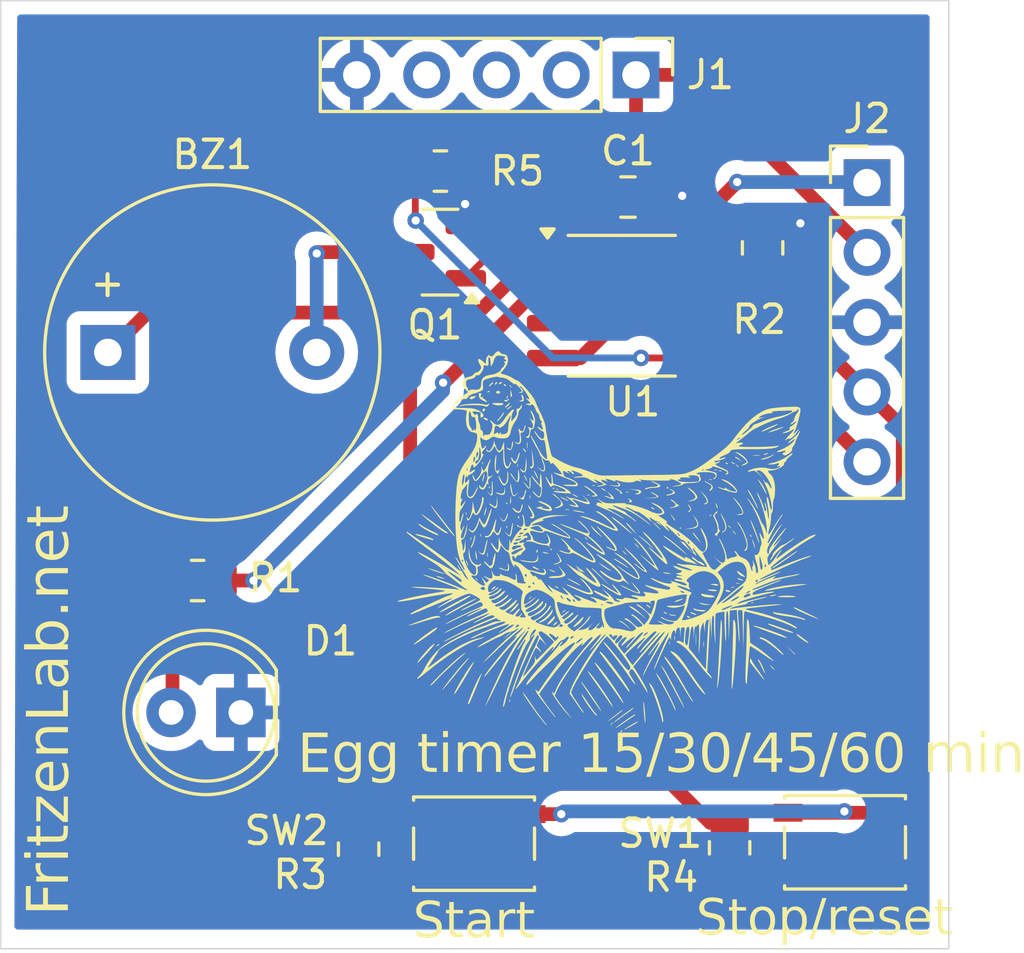
<source format=kicad_pcb>
(kicad_pcb (version 20240108) (generator "pcbnew") (generator_version "8.0")
  (layers (0 "F.Cu" signal) (31 "B.Cu" signal) (34 "B.Paste" user) (35 "F.Paste" user) (36 "B.SilkS" user "B.Silkscreen") (37 "F.SilkS" user "F.Silkscreen") (38 "B.Mask" user) (39 "F.Mask" user) (44 "Edge.Cuts" user))
  (net 0 "")
  (net 1 "Net-(BZ1--)")
  (net 2 "VCC")
  (net 3 "GND")
  (net 4 "Net-(D1-A)")
  (net 5 "PGC")
  (net 6 "Analog")
  (net 7 "MCLR")
  (net 8 "Net-(Q1-B)")
  (net 9 "LED")
  (net 10 "Net-(R3-Pad2)")
  (net 11 "Net-(R4-Pad2)")
  (net 12 "Buzzer")
  (footprint "Resistor_SMD:R_0805_2012Metric" (layer "F.Cu") (at 94.325 44.095 90)
    (property "Reference" "R2")
    (property "Value" "47k" (hide yes))
  )
  (footprint "Capacitor_SMD:C_0805_2012Metric" (layer "F.Cu") (at 89.425 42.245)
    (property "Reference" "C1")
    (property "Value" "100n" (hide yes))
  )
  (footprint "Resistor_SMD:R_0805_2012Metric" (layer "F.Cu") (at 79.625 65.975 -90)
    (property "Reference" "R3")
    (property "Value" "47k" (hide yes))
  )
  (footprint "Connector_PinHeader_2.54mm:PinHeader_1x05_P2.54mm_Vertical" (layer "F.Cu") (at 89.72 37.8 -90)
    (property "Reference" "J1")
    (property "Value" "Conn_01x05_Pin" (hide yes))
  )
  (footprint "Package_TO_SOT_SMD:SOT-23" (layer "F.Cu") (at 82.5875 44.25 180)
    (property "Reference" "Q1")
    (property "Value" "BC848" (hide yes))
  )
  (footprint "Button_Switch_SMD:SW_SPST_PTS810" (layer "F.Cu") (at 83.825 65.775 180)
    (property "Reference" "SW2")
    (property "Value" "SW_Push_Dual" (hide yes))
  )
  (footprint "Package_SO:SOIC-8_3.9x4.9mm_P1.27mm" (layer "F.Cu") (at 89.2 46.2)
    (property "Reference" "U1")
    (property "Value" "PIC12F675-xSN" (hide yes))
  )
  (footprint "LED_THT:LED_D5.0mm" (layer "F.Cu") (at 75.34 61 180)
    (property "Reference" "D1")
    (property "Value" "LED" (hide yes))
  )
  (footprint "Resistor_SMD:R_0805_2012Metric" (layer "F.Cu") (at 93.125 65.925 -90)
    (property "Reference" "R4")
    (property "Value" "68k" (hide yes))
  )
  (footprint "Buzzer_Beeper:Buzzer_12x9.5RM7.6" (layer "F.Cu") (at 70.5 47.9)
    (property "Reference" "BZ1")
    (property "Value" "Buzzer" (hide yes))
  )
  (footprint "Resistor_SMD:R_0805_2012Metric" (layer "F.Cu") (at 82.6 41.3)
    (property "Reference" "R5")
    (property "Value" "470" (hide yes))
  )
  (footprint "Resistor_SMD:R_0805_2012Metric" (layer "F.Cu") (at 73.765 56.2 180)
    (property "Reference" "R1")
    (property "Value" "1k" (hide yes))
  )
  (footprint "Connector_PinHeader_2.54mm:PinHeader_1x05_P2.54mm_Vertical" (layer "F.Cu") (at 98.125 41.72)
    (property "Reference" "J2")
    (property "Value" "Conn_01x05_Pin" (hide yes))
  )
  (footprint "Button_Switch_SMD:SW_SPST_PTS810" (layer "F.Cu") (at 97.325 65.725 180)
    (property "Reference" "SW1")
    (property "Value" "SW_Push_Dual" (hide yes))
  )
  (gr_poly (pts (xy 89.225686 61.650703) (xy 89.226841 61.651075) (xy 89.227315 61.651354) (xy 89.22772 61.651695) (xy 89.228057 61.652098) (xy 89.228326 61.652563) (xy 89.228661 61.65368) (xy 89.228727 61.655044) (xy 89.228525 61.656656) (xy 89.228057 61.658516) (xy 89.227327 61.660625) (xy 89.226334 61.662981) (xy 89.225082 61.665586) (xy 89.223572 61.668439) (xy 89.221806 61.671539) (xy 89.219786 61.674888) (xy 89.214993 61.682329) (xy 89.212769 61.685632) (xy 89.210094 61.68891) (xy 89.207017 61.692135) (xy 89.203583 61.695283) (xy 89.199839 61.698328) (xy 89.195832 61.701243) (xy 89.191608 61.704004) (xy 89.187213 61.706583) (xy 89.182693 61.708956) (xy 89.178097 61.711096) (xy 89.173469 61.712978) (xy 89.168857 61.714576) (xy 89.164307 61.715864) (xy 89.159865 61.716815) (xy 89.155579 61.717405) (xy 89.151494 61.717608) (xy 89.149261 61.717567) (xy 89.147194 61.717444) (xy 89.145292 61.717241) (xy 89.143556 61.71696) (xy 89.141985 61.716601) (xy 89.140579 61.716166) (xy 89.139339 61.715656) (xy 89.138264 61.715072) (xy 89.137355 61.714416) (xy 89.136611 61.713689) (xy 89.136032 61.712892) (xy 89.135618 61.712027) (xy 89.13537 61.711094) (xy 89.135288 61.710096) (xy 89.13537 61.709032) (xy 89.135618 61.707906) (xy 89.136032 61.706718) (xy 89.136611 61.705469) (xy 89.137355 61.70416) (xy 89.138264 61.702794) (xy 89.139339 61.70137) (xy 89.140579 61.699891) (xy 89.141985 61.698358) (xy 89.143556 61.696771) (xy 89.145292 61.695133) (xy 89.147194 61.693445) (xy 89.151493 61.689922) (xy 89.156454 61.686214) (xy 89.162076 61.682329) (xy 89.174027 61.674888) (xy 89.184752 61.668439) (xy 89.194268 61.662981) (xy 89.202591 61.658516) (xy 89.20631 61.656656) (xy 89.209735 61.655044) (xy 89.212871 61.65368) (xy 89.215717 61.652563) (xy 89.218277 61.651695) (xy 89.220551 61.651075) (xy 89.222543 61.650703) (xy 89.224254 61.650579)) (stroke (width -0.000001)) (fill solid) (layer "F.SilkS"))
  (gr_poly (pts (xy 88.292759 53.674828) (xy 88.302829 53.676469) (xy 88.325725 53.682901) (xy 88.35202 53.693343) (xy 88.381391 53.707568) (xy 88.41351 53.725348) (xy 88.448054 53.746456) (xy 88.484695 53.770664) (xy 88.523109 53.797746) (xy 88.562969 53.827474) (xy 88.603951 53.85962) (xy 88.645729 53.893957) (xy 88.687977 53.930258) (xy 88.73037 53.968296) (xy 88.772582 54.007842) (xy 88.814287 54.04867) (xy 88.85516 54.090552) (xy 88.915539 54.155962) (xy 88.965624 54.213321) (xy 89.005291 54.262681) (xy 89.034416 54.304093) (xy 89.044986 54.321834) (xy 89.052874 54.337608) (xy 89.058065 54.351421) (xy 89.060543 54.363279) (xy 89.060293 54.37319) (xy 89.057298 54.381158) (xy 89.051544 54.387191) (xy 89.043015 54.391295) (xy 89.031695 54.393477) (xy 89.017569 54.393743) (xy 89.000622 54.392099) (xy 88.980838 54.388553) (xy 88.932696 54.375777) (xy 88.87302 54.355466) (xy 88.801686 54.327673) (xy 88.718569 54.292448) (xy 88.623547 54.249844) (xy 88.516494 54.199913) (xy 88.418226 54.153638) (xy 88.318387 54.108191) (xy 88.219705 54.064727) (xy 88.12491 54.024406) (xy 88.03673 53.988384) (xy 87.957892 53.957819) (xy 87.891126 53.933869) (xy 87.83916 53.917691) (xy 87.818004 53.911164) (xy 87.798232 53.904834) (xy 87.779908 53.898731) (xy 87.763093 53.892886) (xy 87.747848 53.887331) (xy 87.734236 53.882096) (xy 87.72232 53.877213) (xy 87.71216 53.872712) (xy 87.70382 53.868624) (xy 87.700351 53.866745) (xy 87.69736 53.864981) (xy 87.694855 53.863336) (xy 87.692844 53.861814) (xy 87.691333 53.860418) (xy 87.690332 53.859152) (xy 87.689848 53.858021) (xy 87.689802 53.857507) (xy 87.689888 53.857028) (xy 87.690107 53.856585) (xy 87.69046 53.856178) (xy 87.691572 53.855473) (xy 87.693232 53.854918) (xy 87.695448 53.854517) (xy 87.698227 53.854273) (xy 87.701577 53.854191) (xy 87.729542 53.854538) (xy 87.762906 53.858125) (xy 87.801284 53.864803) (xy 87.844286 53.87442) (xy 87.891526 53.886829) (xy 87.942616 53.901878) (xy 88.054796 53.939298) (xy 88.177724 53.985483) (xy 88.3083 54.039234) (xy 88.443423 54.099351) (xy 88.579993 54.164635) (xy 88.651031 54.199245) (xy 88.717687 54.231167) (xy 88.778555 54.259699) (xy 88.832229 54.284139) (xy 88.877305 54.303783) (xy 88.896179 54.311587) (xy 88.912376 54.317928) (xy 88.92572 54.322719) (xy 88.936037 54.325873) (xy 88.943149 54.3273) (xy 88.945449 54.327339) (xy 88.946882 54.326913) (xy 88.950127 54.320908) (xy 88.950687 54.312894) (xy 88.948686 54.302993) (xy 88.94425 54.291325) (xy 88.928573 54.263173) (xy 88.904659 54.229403) (xy 88.873511 54.190982) (xy 88.83613 54.148877) (xy 88.793519 54.104054) (xy 88.746681 54.057479) (xy 88.696619 54.010118) (xy 88.644335 53.962938) (xy 88.590831 53.916906) (xy 88.537109 53.872987) (xy 88.484174 53.832148) (xy 88.433026 53.795355) (xy 88.384669 53.763575) (xy 88.340105 53.737774) (xy 88.334266 53.734808) (xy 88.328658 53.731867) (xy 88.323283 53.728955) (xy 88.318146 53.726074) (xy 88.313249 53.72323) (xy 88.308595 53.720426) (xy 88.304188 53.717666) (xy 88.300031 53.714954) (xy 88.296128 53.712293) (xy 88.292481 53.709688) (xy 88.289093 53.707142) (xy 88.285968 53.70466) (xy 88.28311 53.702245) (xy 88.280521 53.6999) (xy 88.278204 53.697631) (xy 88.276164 53.695441) (xy 88.274402 53.693333) (xy 88.272923 53.691312) (xy 88.271729 53.689381) (xy 88.270824 53.687545) (xy 88.270211 53.685806) (xy 88.270015 53.684975) (xy 88.269893 53.68417) (xy 88.269845 53.683392) (xy 88.269873 53.68264) (xy 88.269976 53.681916) (xy 88.270155 53.68122) (xy 88.270411 53.680552) (xy 88.270742 53.679913) (xy 88.271151 53.679303) (xy 88.271638 53.678724) (xy 88.272202 53.678174) (xy 88.272844 53.677656) (xy 88.273565 53.677169) (xy 88.274365 53.676713) (xy 88.276204 53.6759) (xy 88.278364 53.67522) (xy 88.280848 53.674677) (xy 88.28366 53.674274)) (stroke (width -0.000001)) (fill solid) (layer "F.SilkS"))
  (gr_poly (pts (xy 83.708857 54.632977) (xy 83.709328 54.633024) (xy 83.709803 54.633118) (xy 83.710281 54.633259) (xy 83.710763 54.633448) (xy 83.711247 54.633685) (xy 83.712223 54.634304) (xy 83.713207 54.63512) (xy 83.714197 54.636137) (xy 83.715188 54.637357) (xy 83.717088 54.639583) (xy 83.718813 54.642263) (xy 83.720351 54.645357) (xy 83.721693 54.648823) (xy 83.722828 54.652619) (xy 83.723746 54.656705) (xy 83.724437 54.661039) (xy 83.72489 54.66558) (xy 83.725095 54.670286) (xy 83.725041 54.675116) (xy 83.724719 54.680028) (xy 83.724118 54.684982) (xy 83.723227 54.689936) (xy 83.722037 54.694849) (xy 83.720537 54.699679) (xy 83.718716 54.704384) (xy 83.716734 54.709224) (xy 83.714768 54.71317) (xy 83.713796 54.714812) (xy 83.712833 54.716237) (xy 83.711882 54.717446) (xy 83.710944 54.718441) (xy 83.710022 54.719224) (xy 83.709117 54.719798) (xy 83.708232 54.720163) (xy 83.707368 54.720322) (xy 83.706527 54.720277) (xy 83.705712 54.72003) (xy 83.704924 54.719583) (xy 83.704164 54.718937) (xy 83.703436 54.718095) (xy 83.702741 54.717059) (xy 83.70208 54.71583) (xy 83.701456 54.71441) (xy 83.700327 54.711007) (xy 83.699369 54.706866) (xy 83.698596 54.702) (xy 83.698025 54.696427) (xy 83.697671 54.690162) (xy 83.69755 54.683219) (xy 83.69726 54.679633) (xy 83.69705 54.676154) (xy 83.696918 54.672784) (xy 83.696861 54.669528) (xy 83.696876 54.666388) (xy 83.69696 54.663367) (xy 83.697112 54.660469) (xy 83.697329 54.657697) (xy 83.697608 54.655055) (xy 83.697946 54.652544) (xy 83.69834 54.65017) (xy 83.69879 54.647934) (xy 83.69929 54.64584) (xy 83.69984 54.643892) (xy 83.700437 54.642092) (xy 83.701077 54.640444) (xy 83.701759 54.638951) (xy 83.702479 54.637617) (xy 83.703236 54.636444) (xy 83.704026 54.635435) (xy 83.704847 54.634595) (xy 83.705697 54.633925) (xy 83.706573 54.63343) (xy 83.707019 54.633249) (xy 83.707471 54.633113) (xy 83.707929 54.633022) (xy 83.708391 54.632977)) (stroke (width -0.000001)) (fill solid) (layer "F.SilkS"))
  (gr_poly (pts (xy 88.078022 54.204661) (xy 88.082791 54.208243) (xy 88.098617 54.222017) (xy 88.121968 54.24381) (xy 88.151809 54.272673) (xy 88.187108 54.307655) (xy 88.22683 54.347804) (xy 88.269942 54.39217) (xy 88.31541 54.439802) (xy 88.385125 54.510895) (xy 88.435906 54.563384) (xy 88.454377 54.582937) (xy 88.468331 54.59818) (xy 88.477841 54.609227) (xy 88.48298 54.616191) (xy 88.483932 54.618178) (xy 88.483818 54.619186) (xy 88.482648 54.619231) (xy 88.48043 54.618327) (xy 88.472887 54.613726) (xy 88.461262 54.605497) (xy 88.445626 54.593755) (xy 88.426053 54.578612) (xy 88.375383 54.53858) (xy 88.340332 54.509469) (xy 88.304662 54.478332) (xy 88.269404 54.44612) (xy 88.235594 54.413785) (xy 88.204264 54.382276) (xy 88.189853 54.367128) (xy 88.176449 54.352544) (xy 88.164181 54.338643) (xy 88.15318 54.325542) (xy 88.143575 54.313361) (xy 88.135493 54.302218) (xy 88.128347 54.292389) (xy 88.121486 54.282781) (xy 88.114945 54.273453) (xy 88.10876 54.26446) (xy 88.102968 54.25586) (xy 88.097605 54.24771) (xy 88.092707 54.240066) (xy 88.08831 54.232986) (xy 88.084451 54.226525) (xy 88.081165 54.220742) (xy 88.078489 54.215692) (xy 88.076459 54.211433) (xy 88.075111 54.208022) (xy 88.074704 54.206652) (xy 88.074481 54.205515) (xy 88.074447 54.204618) (xy 88.074606 54.203969) (xy 88.074963 54.203574) (xy 88.075522 54.203441)) (stroke (width -0.000001)) (fill solid) (layer "F.SilkS"))
  (gr_poly (pts (xy 93.247489 56.433079) (xy 93.257475 56.433321) (xy 93.266604 56.433718) (xy 93.270842 56.433973) (xy 93.274859 56.434265) (xy 93.278655 56.434593) (xy 93.282226 56.434956) (xy 93.285571 56.435355) (xy 93.288688 56.435787) (xy 93.291575 56.436254) (xy 93.29423 56.436753) (xy 93.296652 56.437284) (xy 93.298837 56.437847) (xy 93.300785 56.438441) (xy 93.302493 56.439066) (xy 93.30396 56.43972) (xy 93.305183 56.440403) (xy 93.306161 56.441115) (xy 93.306891 56.441855) (xy 93.307163 56.442235) (xy 93.307372 56.442621) (xy 93.307518 56.443015) (xy 93.307602 56.443414) (xy 93.307622 56.443821) (xy 93.307578 56.444233) (xy 93.307471 56.444652) (xy 93.307299 56.445078) (xy 93.307064 56.445509) (xy 93.306764 56.445946) (xy 93.305969 56.446839) (xy 93.304913 56.447755) (xy 93.303595 56.448693) (xy 93.302011 56.449654) (xy 93.300161 56.450635) (xy 93.295251 56.451875) (xy 93.289825 56.45295) (xy 93.283945 56.45386) (xy 93.277671 56.454604) (xy 93.271067 56.455182) (xy 93.264194 56.455596) (xy 93.257114 56.455844) (xy 93.249889 56.455927) (xy 93.242582 56.455844) (xy 93.235255 56.455596) (xy 93.227968 56.455182) (xy 93.220785 56.454604) (xy 93.213768 56.45386) (xy 93.206977 56.45295) (xy 93.200477 56.451875) (xy 93.194327 56.450635) (xy 93.188369 56.448693) (xy 93.183702 56.446839) (xy 93.180297 56.445078) (xy 93.179057 56.444233) (xy 93.178121 56.443414) (xy 93.177485 56.442621) (xy 93.177144 56.441855) (xy 93.177096 56.441115) (xy 93.177335 56.440403) (xy 93.177859 56.43972) (xy 93.178663 56.439066) (xy 93.181097 56.437847) (xy 93.184606 56.436753) (xy 93.189159 56.435787) (xy 93.194724 56.434956) (xy 93.201272 56.434265) (xy 93.20877 56.433718) (xy 93.217188 56.433321) (xy 93.226495 56.433079) (xy 93.23666 56.432997)) (stroke (width -0.000001)) (fill solid) (layer "F.SilkS"))
  (gr_poly (pts (xy 84.825159 48.982416) (xy 84.833232 48.982688) (xy 84.840086 48.983167) (xy 84.843059 48.983491) (xy 84.845731 48.983873) (xy 84.848103 48.984318) (xy 84.850177 48.984828) (xy 84.851954 48.985404) (xy 84.853434 48.986051) (xy 84.854621 48.986769) (xy 84.855513 48.987563) (xy 84.856114 48.988434) (xy 84.856425 48.989385) (xy 84.856446 48.990419) (xy 84.856178 48.991539) (xy 84.855624 48.992746) (xy 84.854785 48.994043) (xy 84.853661 48.995434) (xy 84.852254 48.99692) (xy 84.850566 48.998504) (xy 84.848597 49.000189) (xy 84.843824 49.003872) (xy 84.837945 49.007989) (xy 84.83097 49.012561) (xy 84.82291 49.017608) (xy 84.816369 49.021773) (xy 84.809983 49.02567) (xy 84.803758 49.029297) (xy 84.797706 49.032656) (xy 84.791835 49.035746) (xy 84.786153 49.038568) (xy 84.78067 49.041121) (xy 84.775396 49.043405) (xy 84.770338 49.04542) (xy 84.765507 49.047167) (xy 84.76091 49.048645) (xy 84.756558 49.049854) (xy 84.752459 49.050794) (xy 84.748622 49.051466) (xy 84.745057 49.051869) (xy 84.741772 49.052004) (xy 84.738776 49.051869) (xy 84.736079 49.051466) (xy 84.733689 49.050794) (xy 84.732612 49.050358) (xy 84.731616 49.049854) (xy 84.7307 49.049283) (xy 84.729868 49.048645) (xy 84.729119 49.047939) (xy 84.728455 49.047167) (xy 84.727876 49.046327) (xy 84.727385 49.04542) (xy 84.726982 49.044446) (xy 84.726668 49.043405) (xy 84.726445 49.042296) (xy 84.726313 49.041121) (xy 84.726274 49.039878) (xy 84.726329 49.038568) (xy 84.726724 49.035746) (xy 84.727509 49.032656) (xy 84.728691 49.029297) (xy 84.73028 49.02567) (xy 84.732286 49.021773) (xy 84.734716 49.017608) (xy 84.73579 49.015645) (xy 84.737022 49.013724) (xy 84.738408 49.011847) (xy 84.739939 49.010015) (xy 84.743413 49.006492) (xy 84.747394 49.003166) (xy 84.75183 49.000047) (xy 84.756668 48.997144) (xy 84.761858 48.994469) (xy 84.767348 48.992031) (xy 84.773086 48.989842) (xy 84.77902 48.987911) (xy 84.785099 48.986249) (xy 84.791271 48.984866) (xy 84.797484 48.983772) (xy 84.803687 48.982978) (xy 84.809828 48.982494) (xy 84.815855 48.98233)) (stroke (width -0.000001)) (fill solid) (layer "F.SilkS"))
  (gr_poly (pts (xy 87.993574 53.077406) (xy 87.996595 53.077491) (xy 87.999493 53.077643) (xy 88.002265 53.077859) (xy 88.004907 53.078138) (xy 88.007418 53.078476) (xy 88.009792 53.078871) (xy 88.012028 53.07932) (xy 88.014122 53.079821) (xy 88.01607 53.080371) (xy 88.01787 53.080967) (xy 88.019518 53.081607) (xy 88.021011 53.082289) (xy 88.022345 53.083009) (xy 88.023519 53.083766) (xy 88.024527 53.084556) (xy 88.025368 53.085378) (xy 88.026037 53.086227) (xy 88.026532 53.087103) (xy 88.026713 53.087549) (xy 88.026849 53.088001) (xy 88.02694 53.088459) (xy 88.026986 53.088921) (xy 88.026985 53.089388) (xy 88.026938 53.089858) (xy 88.026844 53.090333) (xy 88.026703 53.090812) (xy 88.026514 53.091293) (xy 88.026277 53.091777) (xy 88.025658 53.092754) (xy 88.024842 53.093738) (xy 88.023825 53.094727) (xy 88.022605 53.095719) (xy 88.020379 53.097619) (xy 88.017699 53.099343) (xy 88.014605 53.100881) (xy 88.011139 53.102223) (xy 88.007343 53.103358) (xy 88.003257 53.104276) (xy 87.998923 53.104967) (xy 87.994382 53.10542) (xy 87.989676 53.105625) (xy 87.984846 53.105571) (xy 87.979934 53.105249) (xy 87.97498 53.104648) (xy 87.970026 53.103757) (xy 87.965113 53.102567) (xy 87.960283 53.101067) (xy 87.955578 53.099246) (xy 87.950738 53.097264) (xy 87.946792 53.095298) (xy 87.94515 53.094326) (xy 87.943725 53.093363) (xy 87.942516 53.092412) (xy 87.941521 53.091474) (xy 87.940738 53.090552) (xy 87.940165 53.089647) (xy 87.939799 53.088762) (xy 87.93964 53.087898) (xy 87.939685 53.087058) (xy 87.939932 53.086242) (xy 87.940379 53.085454) (xy 87.941025 53.084694) (xy 87.941867 53.083966) (xy 87.942903 53.083271) (xy 87.944132 53.08261) (xy 87.945552 53.081987) (xy 87.948955 53.080857) (xy 87.953096 53.079899) (xy 87.957962 53.079126) (xy 87.963535 53.078555) (xy 87.969801 53.078201) (xy 87.976743 53.07808) (xy 87.980329 53.07779) (xy 87.983808 53.07758) (xy 87.987178 53.077448) (xy 87.990434 53.077391)) (stroke (width -0.000001)) (fill solid) (layer "F.SilkS"))
  (gr_poly (pts (xy 88.465643 52.834033) (xy 88.469381 52.834811) (xy 88.478405 52.83775) (xy 88.489185 52.842342) (xy 88.501356 52.848361) (xy 88.51455 52.855578) (xy 88.5284 52.863768) (xy 88.542539 52.872701) (xy 88.556601 52.882151) (xy 88.570219 52.89189) (xy 88.583025 52.901691) (xy 88.594653 52.911327) (xy 88.604736 52.92057) (xy 88.612907 52.929193) (xy 88.616161 52.933201) (xy 88.618799 52.936969) (xy 88.620332 52.940568) (xy 88.620764 52.942093) (xy 88.620977 52.943439) (xy 88.620972 52.944605) (xy 88.620753 52.945596) (xy 88.620321 52.946412) (xy 88.619681 52.947056) (xy 88.618834 52.947529) (xy 88.617783 52.947833) (xy 88.61653 52.947971) (xy 88.615078 52.947945) (xy 88.611588 52.947404) (xy 88.607334 52.946229) (xy 88.602335 52.944433) (xy 88.596613 52.942033) (xy 88.590188 52.939043) (xy 88.58308 52.93548) (xy 88.575312 52.931359) (xy 88.566902 52.926695) (xy 88.548244 52.915802) (xy 88.530122 52.902773) (xy 88.513076 52.890281) (xy 88.505085 52.884301) (xy 88.497518 52.878533) (xy 88.490426 52.873003) (xy 88.483862 52.867736) (xy 88.477876 52.862759) (xy 88.47252 52.858097) (xy 88.467847 52.853776) (xy 88.463908 52.849821) (xy 88.460754 52.84626) (xy 88.459487 52.844635) (xy 88.458437 52.843117) (xy 88.457609 52.841711) (xy 88.457009 52.840419) (xy 88.456644 52.839244) (xy 88.456521 52.83819) (xy 88.456917 52.836191) (xy 88.458073 52.834804) (xy 88.459943 52.834001) (xy 88.462481 52.833753)) (stroke (width -0.000001)) (fill solid) (layer "F.SilkS"))
  (gr_poly (pts (xy 84.924913 50.073155) (xy 84.925492 50.073531) (xy 84.925946 50.074073) (xy 84.926274 50.074782) (xy 84.926539 50.076712) (xy 84.926267 50.079335) (xy 84.925437 50.082664) (xy 84.924028 50.086714) (xy 84.922019 50.091499) (xy 84.919391 50.097033) (xy 84.916121 50.103331) (xy 84.91219 50.110406) (xy 84.907577 50.118274) (xy 84.894304 50.141712) (xy 84.879775 50.165547) (xy 84.864223 50.189518) (xy 84.847881 50.213358) (xy 84.83098 50.236807) (xy 84.813753 50.259599) (xy 84.796434 50.281471) (xy 84.779254 50.30216) (xy 84.762447 50.321401) (xy 84.746243 50.338933) (xy 84.730877 50.35449) (xy 84.716581 50.36781) (xy 84.703587 50.378628) (xy 84.697651 50.383017) (xy 84.692128 50.386682) (xy 84.687046 50.38959) (xy 84.682436 50.391707) (xy 84.678325 50.393002) (xy 84.674744 50.393441) (xy 84.672521 50.39339) (xy 84.670484 50.393236) (xy 84.66863 50.392982) (xy 84.666958 50.392628) (xy 84.665467 50.392176) (xy 84.664155 50.391627) (xy 84.663022 50.390983) (xy 84.662066 50.390244) (xy 84.661285 50.389412) (xy 84.660679 50.388489) (xy 84.660246 50.387475) (xy 84.659985 50.386372) (xy 84.659894 50.385181) (xy 84.659973 50.383903) (xy 84.66022 50.382541) (xy 84.660633 50.381094) (xy 84.661211 50.379564) (xy 84.661954 50.377954) (xy 84.662859 50.376263) (xy 84.663926 50.374493) (xy 84.666539 50.370722) (xy 84.669783 50.366652) (xy 84.673647 50.362292) (xy 84.67812 50.357653) (xy 84.683193 50.352745) (xy 84.688855 50.347579) (xy 84.694506 50.343006) (xy 84.70083 50.337286) (xy 84.707753 50.330511) (xy 84.715203 50.322775) (xy 84.731395 50.304792) (xy 84.748827 50.28408) (xy 84.766921 50.261384) (xy 84.785097 50.237447) (xy 84.802778 50.213014) (xy 84.819383 50.18883) (xy 84.833163 50.169046) (xy 84.846613 50.150782) (xy 84.859567 50.134151) (xy 84.871859 50.119266) (xy 84.883324 50.106242) (xy 84.893797 50.095192) (xy 84.903112 50.08623) (xy 84.907284 50.082567) (xy 84.911105 50.079469) (xy 84.914554 50.076949) (xy 84.917609 50.075023) (xy 84.920252 50.073703) (xy 84.92246 50.073006) (xy 84.924214 50.072943)) (stroke (width -0.000001)) (fill solid) (layer "F.SilkS"))
  (gr_poly (pts (xy 90.194338 59.929079) (xy 90.195574 59.929391) (xy 90.197007 59.929952) (xy 90.200436 59.931801) (xy 90.204577 59.934591) (xy 90.209386 59.938285) (xy 90.214815 59.942847) (xy 90.220817 59.948241) (xy 90.227346 59.954431) (xy 90.234356 59.96138) (xy 90.2418 59.969054) (xy 90.249632 59.977414) (xy 90.257805 59.986425) (xy 90.266272 59.996052) (xy 90.297734 60.037346) (xy 90.332101 60.094898) (xy 90.368638 60.166444) (xy 90.406611 60.249721) (xy 90.445287 60.342464) (xy 90.483933 60.442412) (xy 90.558195 60.654864) (xy 90.623528 60.868969) (xy 90.651011 60.970984) (xy 90.67406 61.066621) (xy 90.691942 61.153618) (xy 90.703923 61.229712) (xy 90.709268 61.292638) (xy 90.707244 61.340134) (xy 90.705136 61.347621) (xy 90.702786 61.352902) (xy 90.701521 61.354723) (xy 90.700198 61.356002) (xy 90.698816 61.356742) (xy 90.697377 61.356947) (xy 90.695881 61.356619) (xy 90.694329 61.355763) (xy 90.691059 61.352475) (xy 90.687571 61.347111) (xy 90.683872 61.339694) (xy 90.679966 61.330252) (xy 90.675859 61.31881) (xy 90.671555 61.305394) (xy 90.66706 61.29003) (xy 90.657517 61.25356) (xy 90.647271 61.209607) (xy 90.619531 61.095574) (xy 90.582779 60.964096) (xy 90.539247 60.821538) (xy 90.491167 60.674267) (xy 90.440773 60.528649) (xy 90.390295 60.391052) (xy 90.341967 60.267842) (xy 90.298022 60.165384) (xy 90.22923 60.017659) (xy 90.204756 59.964467) (xy 90.192188 59.93608) (xy 90.19165 59.93424) (xy 90.191354 59.932684) (xy 90.191294 59.931409) (xy 90.191465 59.930409) (xy 90.19186 59.929681) (xy 90.192475 59.92922) (xy 90.193303 59.929021)) (stroke (width -0.000001)) (fill solid) (layer "F.SilkS"))
  (gr_poly (pts (xy 85.438786 57.029209) (xy 85.442966 57.03054) (xy 85.445815 57.033109) (xy 85.447389 57.036845) (xy 85.447746 57.041674) (xy 85.446944 57.047522) (xy 85.445039 57.054318) (xy 85.44209 57.061988) (xy 85.433289 57.079657) (xy 85.421 57.099946) (xy 85.405682 57.122271) (xy 85.387796 57.146048) (xy 85.367801 57.170693) (xy 85.346159 57.195623) (xy 85.323327 57.220253) (xy 85.299767 57.243999) (xy 85.275938 57.266278) (xy 85.252301 57.286505) (xy 85.229314 57.304096) (xy 85.207439 57.318468) (xy 85.169315 57.342425) (xy 85.154488 57.351327) (xy 85.14256 57.35799) (xy 85.133588 57.362277) (xy 85.130229 57.363485) (xy 85.127629 57.364047) (xy 85.125797 57.363944) (xy 85.12474 57.36316) (xy 85.124464 57.361678) (xy 85.124976 57.359478) (xy 85.126285 57.356545) (xy 85.128397 57.352861) (xy 85.135057 57.343169) (xy 85.145014 57.330263) (xy 85.158325 57.314003) (xy 85.195236 57.270864) (xy 85.246244 57.212635) (xy 85.262723 57.194335) (xy 85.279021 57.176537) (xy 85.310681 57.142796) (xy 85.34044 57.112114) (xy 85.367511 57.085194) (xy 85.379794 57.073365) (xy 85.39111 57.062739) (xy 85.401362 57.053405) (xy 85.410451 57.045451) (xy 85.418279 57.038965) (xy 85.424748 57.034034) (xy 85.42976 57.030746) (xy 85.431688 57.029746) (xy 85.433216 57.02919)) (stroke (width -0.000001)) (fill solid) (layer "F.SilkS"))
  (gr_poly (pts (xy 92.427752 56.524884) (xy 92.463478 56.52609) (xy 92.502883 56.528246) (xy 92.526406 56.529652) (xy 92.548027 56.531222) (xy 92.567747 56.532959) (xy 92.585565 56.53486) (xy 92.593761 56.535873) (xy 92.601481 56.536927) (xy 92.608726 56.538023) (xy 92.615496 56.53916) (xy 92.62179 56.540338) (xy 92.627609 56.541558) (xy 92.632952 56.542819) (xy 92.63782 56.544121) (xy 92.642212 56.545464) (xy 92.646129 56.546849) (xy 92.649571 56.548276) (xy 92.652537 56.549743) (xy 92.655028 56.551252) (xy 92.657044 56.552802) (xy 92.658584 56.554394) (xy 92.659175 56.555205) (xy 92.659648 56.556027) (xy 92.660002 56.556859) (xy 92.660237 56.557701) (xy 92.660353 56.558554) (xy 92.660351 56.559417) (xy 92.660229 56.56029) (xy 92.659989 56.561174) (xy 92.65963 56.562068) (xy 92.659152 56.562972) (xy 92.657839 56.564812) (xy 92.656051 56.566693) (xy 92.653788 56.568615) (xy 92.651049 56.570579) (xy 92.645913 56.573391) (xy 92.639808 56.57588) (xy 92.624956 56.579915) (xy 92.607013 56.582741) (xy 92.586501 56.584415) (xy 92.563944 56.584993) (xy 92.539862 56.584532) (xy 92.514777 56.583089) (xy 92.489212 56.580722) (xy 92.463688 56.577486) (xy 92.438728 56.573439) (xy 92.414853 56.568637) (xy 92.392585 56.563138) (xy 92.372446 56.556998) (xy 92.354958 56.550274) (xy 92.340642 56.543022) (xy 92.334838 56.539217) (xy 92.330022 56.535301) (xy 92.328966 56.53433) (xy 92.328436 56.5334) (xy 92.328422 56.532514) (xy 92.328912 56.53167) (xy 92.331363 56.530116) (xy 92.335699 56.528742) (xy 92.341834 56.527554) (xy 92.349679 56.526558) (xy 92.37015 56.525159) (xy 92.396408 56.524588)) (stroke (width -0.000001)) (fill solid) (layer "F.SilkS"))
  (gr_poly (pts (xy 90.963957 53.784738) (xy 90.965212 53.785399) (xy 90.96862 53.787713) (xy 90.973212 53.791338) (xy 90.978971 53.796267) (xy 90.985883 53.802487) (xy 91.003102 53.818761) (xy 91.024744 53.840079) (xy 91.035895 53.852055) (xy 91.046813 53.864119) (xy 91.057432 53.876193) (xy 91.067683 53.888201) (xy 91.077501 53.900063) (xy 91.086817 53.911703) (xy 91.095565 53.923044) (xy 91.103677 53.934007) (xy 91.111087 53.944515) (xy 91.117726 53.954491) (xy 91.123529 53.963858) (xy 91.128427 53.972537) (xy 91.132353 53.980451) (xy 91.135241 53.987523) (xy 91.136274 53.990719) (xy 91.137023 53.993675) (xy 91.137478 53.996382) (xy 91.137632 53.998829) (xy 91.13757 54.001041) (xy 91.137389 54.003048) (xy 91.137091 54.00485) (xy 91.136681 54.00645) (xy 91.136162 54.007848) (xy 91.135539 54.009046) (xy 91.134815 54.010045) (xy 91.133994 54.010846) (xy 91.13308 54.011451) (xy 91.132077 54.011861) (xy 91.130988 54.012077) (xy 91.129818 54.0121) (xy 91.128571 54.011932) (xy 91.12725 54.011575) (xy 91.125859 54.011029) (xy 91.124403 54.010295) (xy 91.122884 54.009375) (xy 91.121307 54.008271) (xy 91.119676 54.006983) (xy 91.117995 54.005513) (xy 91.114496 54.002032) (xy 91.110843 53.997838) (xy 91.107066 53.99294) (xy 91.103195 53.987351) (xy 91.099263 53.981079) (xy 91.095299 53.974135) (xy 91.086108 53.958198) (xy 91.074684 53.939905) (xy 91.061441 53.919875) (xy 91.046792 53.898729) (xy 91.031152 53.877087) (xy 91.014932 53.855569) (xy 90.998547 53.834795) (xy 90.98241 53.815385) (xy 90.975793 53.806826) (xy 90.970483 53.799662) (xy 90.966465 53.793883) (xy 90.963724 53.789478) (xy 90.962243 53.786438) (xy 90.961971 53.785426) (xy 90.962008 53.784751) (xy 90.962353 53.784413) (xy 90.963003 53.784409)) (stroke (width -0.000001)) (fill solid) (layer "F.SilkS"))
  (gr_poly (pts (xy 86.252956 52.315863) (xy 86.255167 52.318008) (xy 86.257393 52.322253) (xy 86.261871 52.336995) (xy 86.266343 52.359984) (xy 86.270764 52.391117) (xy 86.275087 52.430291) (xy 86.283252 52.532349) (xy 86.290466 52.66533) (xy 86.292534 52.728668) (xy 86.293449 52.787734) (xy 86.293218 52.842551) (xy 86.291844 52.893147) (xy 86.29073 52.916869) (xy 86.289333 52.939546) (xy 86.287653 52.961181) (xy 86.285691 52.981775) (xy 86.283447 53.001334) (xy 86.280922 53.01986) (xy 86.278117 53.037356) (xy 86.275032 53.053826) (xy 86.271668 53.069273) (xy 86.268025 53.0837) (xy 86.264105 53.097109) (xy 86.259908 53.109506) (xy 86.255434 53.120892) (xy 86.250684 53.131271) (xy 86.245659 53.140646) (xy 86.24036 53.149021) (xy 86.234787 53.156399) (xy 86.22894 53.162782) (xy 86.222821 53.168174) (xy 86.21643 53.172579) (xy 86.209768 53.175999) (xy 86.202835 53.178438) (xy 86.195632 53.179899) (xy 86.18816 53.180385) (xy 86.183136 53.179868) (xy 86.177366 53.178354) (xy 86.170909 53.1759) (xy 86.163824 53.172565) (xy 86.148008 53.163479) (xy 86.130393 53.151557) (xy 86.111455 53.137257) (xy 86.09167 53.12104) (xy 86.071513 53.103366) (xy 86.051459 53.084694) (xy 86.031984 53.065485) (xy 86.013563 53.046199) (xy 85.996671 53.027295) (xy 85.981785 53.009233) (xy 85.969379 52.992474) (xy 85.959929 52.977476) (xy 85.956461 52.970782) (xy 85.953911 52.964701) (xy 85.952337 52.959291) (xy 85.951799 52.954608) (xy 85.951932 52.953119) (xy 85.952328 52.951953) (xy 85.952979 52.951106) (xy 85.95388 52.95057) (xy 85.955023 52.950339) (xy 85.956403 52.950406) (xy 85.958013 52.950766) (xy 85.959847 52.951411) (xy 85.964158 52.953531) (xy 85.969286 52.956716) (xy 85.975179 52.960914) (xy 85.981785 52.966073) (xy 85.989053 52.972141) (xy 85.99693 52.979067) (xy 86.005366 52.9868) (xy 86.014307 52.995287) (xy 86.033503 53.014318) (xy 86.054105 53.035747) (xy 86.064758 53.046858) (xy 86.075499 53.057664) (xy 86.08625 53.068109) (xy 86.096934 53.078135) (xy 86.107474 53.087686) (xy 86.117791 53.096704) (xy 86.127808 53.105134) (xy 86.137449 53.112917) (xy 86.146634 53.119997) (xy 86.155287 53.126318) (xy 86.163331 53.131823) (xy 86.170687 53.136454) (xy 86.177278 53.140155) (xy 86.183027 53.142869) (xy 86.185562 53.143838) (xy 86.187857 53.144539) (xy 86.189902 53.144964) (xy 86.191688 53.145108) (xy 86.193693 53.144893) (xy 86.195735 53.144254) (xy 86.19781 53.143204) (xy 86.199915 53.141752) (xy 86.204199 53.13769) (xy 86.208556 53.132154) (xy 86.212953 53.125234) (xy 86.217361 53.117016) (xy 86.221748 53.10759) (xy 86.226084 53.097042) (xy 86.230337 53.08546) (xy 86.234476 53.072933) (xy 86.238471 53.059548) (xy 86.24229 53.045393) (xy 86.245902 53.030556) (xy 86.249277 53.015124) (xy 86.252382 52.999186) (xy 86.255189 52.98283) (xy 86.258816 52.957075) (xy 86.26172 52.933889) (xy 86.263839 52.913028) (xy 86.26511 52.894249) (xy 86.265409 52.885565) (xy 86.265472 52.877311) (xy 86.265292 52.869455) (xy 86.264862 52.861969) (xy 86.264173 52.854821) (xy 86.263219 52.847981) (xy 86.26199 52.841419) (xy 86.26048 52.835104) (xy 86.25868 52.829006) (xy 86.256583 52.823095) (xy 86.254182 52.817341) (xy 86.251467 52.811712) (xy 86.248433 52.806179) (xy 86.24507 52.800711) (xy 86.241371 52.795278) (xy 86.237329 52.78985) (xy 86.232935 52.784395) (xy 86.228182 52.778885) (xy 86.223062 52.773288) (xy 86.217568 52.767574) (xy 86.205424 52.755673) (xy 86.191688 52.742941) (xy 86.17232 52.726073) (xy 86.151505 52.706223) (xy 86.129615 52.683882) (xy 86.107022 52.659542) (xy 86.084098 52.633693) (xy 86.061216 52.606825) (xy 86.038747 52.579431) (xy 86.017063 52.552) (xy 85.996537 52.525024) (xy 85.977541 52.498994) (xy 85.960446 52.4744) (xy 85.945626 52.451734) (xy 85.933451 52.431486) (xy 85.924293 52.414148) (xy 85.918526 52.40021) (xy 85.91703 52.39467) (xy 85.916521 52.390163) (xy 85.916716 52.389087) (xy 85.917295 52.388497) (xy 85.918248 52.388386) (xy 85.919567 52.388744) (xy 85.923265 52.390829) (xy 85.928317 52.394683) (xy 85.934651 52.400231) (xy 85.942194 52.407402) (xy 85.960619 52.426322) (xy 85.983012 52.450865) (xy 86.008795 52.480452) (xy 86.037389 52.514503) (xy 86.068216 52.55244) (xy 86.216382 52.739413) (xy 86.226966 52.513636) (xy 86.233022 52.412791) (xy 86.236554 52.375877) (xy 86.24036 52.34783) (xy 86.244394 52.328548) (xy 86.248608 52.317927) (xy 86.250768 52.315831)) (stroke (width -0.000001)) (fill solid) (layer "F.SilkS"))
  (gr_poly (pts (xy 87.442986 53.642701) (xy 87.468282 53.644433) (xy 87.497847 53.64754) (xy 87.530756 53.65184) (xy 87.602903 53.663298) (xy 87.677324 53.677361) (xy 87.746619 53.692581) (xy 87.777031 53.700174) (xy 87.803387 53.707513) (xy 87.824761 53.714417) (xy 87.840229 53.720707) (xy 87.845459 53.723565) (xy 87.848865 53.726201) (xy 87.850332 53.728593) (xy 87.849744 53.730719) (xy 87.847161 53.731757) (xy 87.842144 53.732241) (xy 87.825325 53.731656) (xy 87.80032 53.729168) (xy 87.768164 53.724986) (xy 87.686529 53.712363) (xy 87.588688 53.695441) (xy 87.564269 53.690196) (xy 87.541338 53.685064) (xy 87.519979 53.680078) (xy 87.500273 53.675267) (xy 87.482303 53.670662) (xy 87.466153 53.666296) (xy 87.451904 53.662198) (xy 87.439639 53.658399) (xy 87.429442 53.654932) (xy 87.421394 53.651826) (xy 87.415579 53.649113) (xy 87.413534 53.647914) (xy 87.412079 53.646824) (xy 87.411222 53.645848) (xy 87.410976 53.644989) (xy 87.411085 53.644606) (xy 87.41135 53.644252) (xy 87.412354 53.643641) (xy 87.413999 53.643158) (xy 87.416296 53.642809) (xy 87.419253 53.642596) (xy 87.422883 53.642525)) (stroke (width -0.000001)) (fill solid) (layer "F.SilkS"))
  (gr_poly (pts (xy 86.771736 56.402293) (xy 86.77528 56.402789) (xy 86.779351 56.403616) (xy 86.783914 56.404774) (xy 86.788931 56.406262) (xy 86.794366 56.408081) (xy 86.800184 56.410231) (xy 86.806348 56.412711) (xy 86.812822 56.415522) (xy 86.819571 56.418664) (xy 86.826556 56.422137) (xy 86.833744 56.425941) (xy 86.840931 56.429946) (xy 86.847917 56.434009) (xy 86.854665 56.438102) (xy 86.861139 56.442201) (xy 86.867303 56.446279) (xy 86.873121 56.450311) (xy 86.878557 56.45427) (xy 86.883573 56.458131) (xy 86.888136 56.461868) (xy 86.892207 56.465455) (xy 86.895751 56.468867) (xy 86.898732 56.472077) (xy 86.9 56.473598) (xy 86.901113 56.475059) (xy 86.902068 56.476457) (xy 86.902859 56.477789) (xy 86.903482 56.47905) (xy 86.903933 56.480239) (xy 86.904207 56.481351) (xy 86.904299 56.482384) (xy 86.904207 56.483004) (xy 86.903933 56.483542) (xy 86.903482 56.483997) (xy 86.902859 56.484369) (xy 86.901113 56.484865) (xy 86.898732 56.48503) (xy 86.895751 56.484865) (xy 86.892207 56.484369) (xy 86.888136 56.483542) (xy 86.883573 56.482384) (xy 86.878557 56.480896) (xy 86.873121 56.479077) (xy 86.867303 56.476928) (xy 86.861139 56.474447) (xy 86.854665 56.471636) (xy 86.847917 56.468494) (xy 86.840931 56.465022) (xy 86.833744 56.461219) (xy 86.826556 56.457213) (xy 86.819571 56.45315) (xy 86.812822 56.449057) (xy 86.806348 56.444958) (xy 86.800184 56.44088) (xy 86.794366 56.436848) (xy 86.788931 56.432889) (xy 86.783914 56.429028) (xy 86.779351 56.425291) (xy 86.77528 56.421703) (xy 86.771736 56.418292) (xy 86.768755 56.415082) (xy 86.767487 56.41356) (xy 86.766374 56.412099) (xy 86.765419 56.410701) (xy 86.764628 56.40937) (xy 86.764005 56.408108) (xy 86.763554 56.406919) (xy 86.76328 56.405807) (xy 86.763188 56.404774) (xy 86.76328 56.404153) (xy 86.763554 56.403616) (xy 86.764005 56.403161) (xy 86.764628 56.402789) (xy 86.766374 56.402293) (xy 86.768755 56.402128)) (stroke (width -0.000001)) (fill solid) (layer "F.SilkS"))
  (gr_poly (pts (xy 84.379135 52.763255) (xy 84.379606 52.763302) (xy 84.380081 52.763396) (xy 84.380559 52.763537) (xy 84.38104 52.763726) (xy 84.381525 52.763963) (xy 84.382501 52.764582) (xy 84.383485 52.765398) (xy 84.384474 52.766415) (xy 84.385466 52.767635) (xy 84.387366 52.769861) (xy 84.38909 52.772541) (xy 84.390628 52.775635) (xy 84.39197 52.779101) (xy 84.393105 52.782897) (xy 84.394024 52.786983) (xy 84.394714 52.791317) (xy 84.395167 52.795858) (xy 84.395372 52.800564) (xy 84.395319 52.805394) (xy 84.394997 52.810306) (xy 84.394396 52.81526) (xy 84.393505 52.820214) (xy 84.392315 52.825127) (xy 84.390814 52.829957) (xy 84.388994 52.834662) (xy 84.387012 52.839502) (xy 84.385046 52.843448) (xy 84.384073 52.84509) (xy 84.383111 52.846515) (xy 84.382159 52.847724) (xy 84.381222 52.848719) (xy 84.3803 52.849502) (xy 84.379395 52.850075) (xy 84.37851 52.850441) (xy 84.377646 52.8506) (xy 84.376805 52.850555) (xy 84.37599 52.850308) (xy 84.375201 52.849861) (xy 84.374442 52.849215) (xy 84.373714 52.848373) (xy 84.373018 52.847337) (xy 84.372358 52.846108) (xy 84.371734 52.844688) (xy 84.370605 52.841285) (xy 84.369646 52.837144) (xy 84.368874 52.832278) (xy 84.368303 52.826705) (xy 84.367949 52.82044) (xy 84.367827 52.813497) (xy 84.367538 52.809911) (xy 84.367328 52.806432) (xy 84.367196 52.803062) (xy 84.367138 52.799806) (xy 84.367153 52.796666) (xy 84.367238 52.793645) (xy 84.36739 52.790747) (xy 84.367607 52.787975) (xy 84.367886 52.785333) (xy 84.368224 52.782822) (xy 84.368619 52.780448) (xy 84.369068 52.778212) (xy 84.369568 52.776118) (xy 84.370118 52.77417) (xy 84.370715 52.77237) (xy 84.371355 52.770722) (xy 84.372037 52.769229) (xy 84.372757 52.767894) (xy 84.373514 52.766721) (xy 84.374304 52.765713) (xy 84.375125 52.764872) (xy 84.375975 52.764203) (xy 84.37685 52.763708) (xy 84.377297 52.763527) (xy 84.377749 52.763391) (xy 84.378206 52.7633) (xy 84.378669 52.763254)) (stroke (width -0.000001)) (fill solid) (layer "F.SilkS"))
  (gr_poly (pts (xy 84.45955 53.582552) (xy 84.461356 53.586205) (xy 84.462178 53.592429) (xy 84.461066 53.61196) (xy 84.456604 53.639882) (xy 84.449187 53.674936) (xy 84.427056 53.761394) (xy 84.397814 53.861246) (xy 84.364603 53.964406) (xy 84.330565 54.060786) (xy 84.298843 54.140299) (xy 84.284832 54.170578) (xy 84.272578 54.192857) (xy 84.259703 54.212573) (xy 84.24747 54.229368) (xy 84.241561 54.236663) (xy 84.235773 54.243219) (xy 84.230095 54.249031) (xy 84.224511 54.254097) (xy 84.219011 54.258414) (xy 84.21358 54.261979) (xy 84.208206 54.264788) (xy 84.202876 54.266837) (xy 84.197577 54.268125) (xy 84.192296 54.268647) (xy 84.187021 54.2684) (xy 84.181737 54.267382) (xy 84.176433 54.265588) (xy 84.171095 54.263016) (xy 84.165711 54.259662) (xy 84.160267 54.255524) (xy 84.154751 54.250597) (xy 84.14915 54.244879) (xy 84.143451 54.238367) (xy 84.13764 54.231057) (xy 84.131705 54.222946) (xy 84.125634 54.21403) (xy 84.113028 54.193774) (xy 84.09972 54.170262) (xy 84.085605 54.143468) (xy 84.018577 54.009413) (xy 83.976244 54.157579) (xy 83.967007 54.185284) (xy 83.956586 54.212701) (xy 83.945122 54.239621) (xy 83.932753 54.265838) (xy 83.919619 54.291146) (xy 83.90586 54.315337) (xy 83.891616 54.338206) (xy 83.877025 54.359545) (xy 83.862227 54.379147) (xy 83.847363 54.396807) (xy 83.839949 54.404843) (xy 83.83257 54.412317) (xy 83.825245 54.419201) (xy 83.81799 54.42547) (xy 83.810823 54.431099) (xy 83.803761 54.43606) (xy 83.796821 54.44033) (xy 83.790022 54.443881) (xy 83.783381 54.446688) (xy 83.776915 54.448725) (xy 83.770641 54.449966) (xy 83.764577 54.450385) (xy 83.761068 54.450101) (xy 83.757179 54.449268) (xy 83.75294 54.447917) (xy 83.748385 54.446079) (xy 83.743546 54.443783) (xy 83.738455 54.44106) (xy 83.727646 54.434455) (xy 83.716217 54.426506) (xy 83.704426 54.417457) (xy 83.692532 54.407549) (xy 83.680792 54.397027) (xy 83.669467 54.386133) (xy 83.658813 54.375109) (xy 83.649089 54.3642) (xy 83.640554 54.353646) (xy 83.633465 54.343693) (xy 83.630545 54.339016) (xy 83.628082 54.334581) (xy 83.626111 54.330417) (xy 83.624663 54.326555) (xy 83.623771 54.323025) (xy 83.623466 54.319857) (xy 83.623558 54.318947) (xy 83.623831 54.3182) (xy 83.62428 54.317613) (xy 83.624899 54.317184) (xy 83.625684 54.316909) (xy 83.626629 54.316788) (xy 83.628978 54.316991) (xy 83.631907 54.317773) (xy 83.635372 54.319113) (xy 83.639334 54.320991) (xy 83.643751 54.323385) (xy 83.648581 54.326276) (xy 83.653783 54.329642) (xy 83.659316 54.333462) (xy 83.665138 54.337717) (xy 83.671208 54.342385) (xy 83.677485 54.347446) (xy 83.683928 54.352879) (xy 83.690494 54.358663) (xy 83.701768 54.368581) (xy 83.711895 54.377149) (xy 83.72105 54.384344) (xy 83.725318 54.387417) (xy 83.72941 54.390137) (xy 83.733346 54.392501) (xy 83.737149 54.394505) (xy 83.740841 54.396146) (xy 83.744444 54.39742) (xy 83.74798 54.398325) (xy 83.75147 54.398858) (xy 83.754938 54.399014) (xy 83.758404 54.398791) (xy 83.76189 54.398186) (xy 83.76542 54.397196) (xy 83.769014 54.395816) (xy 83.772694 54.394044) (xy 83.776483 54.391877) (xy 83.780402 54.389311) (xy 83.784474 54.386344) (xy 83.788721 54.382972) (xy 83.793163 54.379191) (xy 83.797824 54.374999) (xy 83.807889 54.365367) (xy 83.819091 54.354051) (xy 83.831605 54.341024) (xy 83.839117 54.332241) (xy 83.847053 54.321862) (xy 83.85534 54.310026) (xy 83.863906 54.296871) (xy 83.881586 54.267168) (xy 83.899515 54.233868) (xy 83.917112 54.198087) (xy 83.9338 54.160942) (xy 83.949 54.123549) (xy 83.955861 54.105108) (xy 83.962133 54.087024) (xy 84.022105 53.907108) (xy 84.089133 54.041163) (xy 84.096523 54.054214) (xy 84.104105 54.066856) (xy 84.111821 54.079013) (xy 84.119615 54.090607) (xy 84.127429 54.10156) (xy 84.135207 54.111794) (xy 84.142893 54.121233) (xy 84.150428 54.129798) (xy 84.157756 54.137413) (xy 84.161325 54.140839) (xy 84.164821 54.143999) (xy 84.168237 54.146882) (xy 84.171566 54.149479) (xy 84.1748 54.15178) (xy 84.177933 54.153776) (xy 84.180958 54.155456) (xy 84.183867 54.156812) (xy 84.186653 54.157833) (xy 84.189309 54.158509) (xy 84.191828 54.158832) (xy 84.194204 54.158791) (xy 84.196428 54.158376) (xy 84.198494 54.157579) (xy 84.203568 54.154792) (xy 84.209484 54.149173) (xy 84.216175 54.140867) (xy 84.223574 54.130018) (xy 84.231614 54.116772) (xy 84.240227 54.101273) (xy 84.258907 54.064093) (xy 84.279074 54.019638) (xy 84.300193 53.969064) (xy 84.321725 53.913529) (xy 84.343133 53.854191) (xy 84.364051 53.796507) (xy 84.384143 53.743287) (xy 84.402912 53.695689) (xy 84.419862 53.654872) (xy 84.4275 53.637367) (xy 84.434497 53.621992) (xy 84.440791 53.60889) (xy 84.44632 53.598207) (xy 84.451023 53.590087) (xy 84.454837 53.584674) (xy 84.456391 53.583029) (xy 84.4577 53.582115) (xy 84.458755 53.58195)) (stroke (width -0.000001)) (fill solid) (layer "F.SilkS"))
  (gr_poly (pts (xy 86.985989 53.161093) (xy 86.991951 53.162514) (xy 86.99904 53.164607) (xy 87.016306 53.170684) (xy 87.037211 53.179076) (xy 87.061175 53.189535) (xy 87.08762 53.201814) (xy 87.115966 53.215663) (xy 87.130341 53.222971) (xy 87.144312 53.230305) (xy 87.157808 53.237608) (xy 87.170757 53.244822) (xy 87.183085 53.251893) (xy 87.194721 53.258761) (xy 87.205592 53.265372) (xy 87.215626 53.271667) (xy 87.22475 53.27759) (xy 87.232892 53.283084) (xy 87.239981 53.288092) (xy 87.245942 53.292558) (xy 87.250705 53.296424) (xy 87.254197 53.299634) (xy 87.255443 53.300975) (xy 87.256345 53.302131) (xy 87.256892 53.303094) (xy 87.257077 53.303858) (xy 87.256892 53.304747) (xy 87.256345 53.305434) (xy 87.255443 53.305922) (xy 87.254197 53.306214) (xy 87.250705 53.30623) (xy 87.245942 53.305511) (xy 87.239981 53.30409) (xy 87.232892 53.301997) (xy 87.215626 53.29592) (xy 87.194721 53.287528) (xy 87.170757 53.277069) (xy 87.144312 53.26479) (xy 87.115966 53.250941) (xy 87.101591 53.243633) (xy 87.08762 53.236299) (xy 87.074124 53.228997) (xy 87.061175 53.221782) (xy 87.048847 53.214711) (xy 87.037211 53.207843) (xy 87.02634 53.201232) (xy 87.016306 53.194937) (xy 87.007182 53.189014) (xy 86.99904 53.18352) (xy 86.991951 53.178512) (xy 86.985989 53.174046) (xy 86.981227 53.17018) (xy 86.977735 53.16697) (xy 86.976489 53.165629) (xy 86.975587 53.164473) (xy 86.975039 53.16351) (xy 86.974855 53.162746) (xy 86.975039 53.161857) (xy 86.975587 53.16117) (xy 86.976489 53.160682) (xy 86.977735 53.16039) (xy 86.981227 53.160374)) (stroke (width -0.000001)) (fill solid) (layer "F.SilkS"))
  (gr_poly (pts (xy 86.974855 55.755663) (xy 87.013357 55.799303) (xy 87.046899 55.837884) (xy 87.075562 55.871803) (xy 87.09943 55.901459) (xy 87.109591 55.914813) (xy 87.118584 55.92725) (xy 87.12642 55.93882) (xy 87.133109 55.949574) (xy 87.138661 55.959559) (xy 87.143086 55.968827) (xy 87.146395 55.977427) (xy 87.148598 55.985409) (xy 87.149706 55.992823) (xy 87.149728 55.999718) (xy 87.148676 56.006143) (xy 87.146559 56.01215) (xy 87.143387 56.017787) (xy 87.139172 56.023105) (xy 87.133924 56.028152) (xy 87.127652 56.032979) (xy 87.120367 56.037636) (xy 87.11208 56.042171) (xy 87.1028 56.046636) (xy 87.092539 56.05108) (xy 87.069112 56.060101) (xy 87.041882 56.069635) (xy 87.011687 56.078356) (xy 86.976102 56.085992) (xy 86.936269 56.092533) (xy 86.89333 56.097967) (xy 86.848428 56.102286) (xy 86.802703 56.105478) (xy 86.7573 56.107533) (xy 86.713358 56.10844) (xy 86.672021 56.108191) (xy 86.634431 56.106773) (xy 86.601729 56.104177) (xy 86.575058 56.100393) (xy 86.55556 56.095409) (xy 86.548857 56.092465) (xy 86.544376 56.089217) (xy 86.542259 56.085664) (xy 86.542649 56.081805) (xy 86.545689 56.077638) (xy 86.551521 56.073163) (xy 86.557621 56.06986) (xy 86.56526 56.066583) (xy 86.574326 56.063357) (xy 86.584705 56.060209) (xy 86.596282 56.057165) (xy 86.608944 56.054249) (xy 86.63707 56.048909) (xy 86.668172 56.044396) (xy 86.701342 56.040917) (xy 86.735669 56.038677) (xy 86.752982 56.038087) (xy 86.770244 56.037885) (xy 86.823464 56.037158) (xy 86.87073 56.034881) (xy 86.892157 56.033116) (xy 86.912127 56.030909) (xy 86.930649 56.028242) (xy 86.947735 56.025097) (xy 86.963395 56.021456) (xy 86.977638 56.017301) (xy 86.990477 56.012613) (xy 87.001919 56.007375) (xy 87.011977 56.001569) (xy 87.020661 55.995176) (xy 87.02798 55.988179) (xy 87.033945 55.980559) (xy 87.038567 55.972298) (xy 87.041855 55.963378) (xy 87.04382 55.953781) (xy 87.044473 55.943489) (xy 87.043824 55.932484) (xy 87.041882 55.920748) (xy 87.03866 55.908263) (xy 87.034165 55.89501) (xy 87.02841 55.880971) (xy 87.021405 55.86613) (xy 87.013159 55.850466) (xy 87.003683 55.833963) (xy 86.981083 55.798364) (xy 86.953688 55.75919) (xy 86.861967 55.632191)) (stroke (width -0.000001)) (fill solid) (layer "F.SilkS"))
  (gr_poly (pts (xy 82.479128 57.913265) (xy 82.4803 57.913769) (xy 82.481279 57.914421) (xy 82.482067 57.915221) (xy 82.482661 57.916169) (xy 82.483061 57.917265) (xy 82.483265 57.91851) (xy 82.483275 57.919902) (xy 82.483087 57.921443) (xy 82.48212 57.92497) (xy 82.480357 57.929092) (xy 82.477791 57.933808) (xy 82.474417 57.93912) (xy 82.470228 57.945028) (xy 82.465217 57.951533) (xy 82.459377 57.958635) (xy 82.452704 57.966336) (xy 82.445189 57.974635) (xy 82.422277 57.996243) (xy 82.386581 58.025788) (xy 82.284564 58.103399) (xy 82.154601 58.196885) (xy 82.012154 58.295663) (xy 81.872682 58.389149) (xy 81.751649 58.46676) (xy 81.702879 58.496305) (xy 81.664516 58.517913) (xy 81.638493 58.53026) (xy 81.630714 58.532548) (xy 81.626744 58.532024) (xy 81.626114 58.529415) (xy 81.62811 58.524958) (xy 81.639491 58.510878) (xy 81.659905 58.490546) (xy 81.68837 58.464721) (xy 81.765526 58.399629) (xy 81.863105 58.32168) (xy 81.973252 58.236951) (xy 82.088111 58.15152) (xy 82.199829 58.071463) (xy 82.30055 58.002858) (xy 82.331009 57.983511) (xy 82.358854 57.966484) (xy 82.384033 57.951783) (xy 82.406493 57.939412) (xy 82.416688 57.934102) (xy 82.426184 57.929377) (xy 82.434974 57.925237) (xy 82.443052 57.921683) (xy 82.450413 57.918716) (xy 82.457048 57.916336) (xy 82.462952 57.914543) (xy 82.468119 57.913339) (xy 82.472541 57.912724) (xy 82.476213 57.912699)) (stroke (width -0.000001)) (fill solid) (layer "F.SilkS"))
  (gr_poly (pts (xy 84.136377 53.156506) (xy 84.138191 53.156903) (xy 84.140098 53.15758) (xy 84.1421 53.158531) (xy 84.144197 53.159754) (xy 84.14639 53.161244) (xy 84.148682 53.162998) (xy 84.151074 53.165011) (xy 84.153566 53.16728) (xy 84.156161 53.169801) (xy 84.160482 53.175023) (xy 84.164195 53.181398) (xy 84.169831 53.197417) (xy 84.173152 53.217489) (xy 84.17424 53.241239) (xy 84.173179 53.268297) (xy 84.170051 53.29829) (xy 84.164939 53.330847) (xy 84.157924 53.365594) (xy 84.149091 53.40216) (xy 84.138522 53.440173) (xy 84.126299 53.479261) (xy 84.112504 53.519052) (xy 84.097222 53.559174) (xy 84.080534 53.599254) (xy 84.062523 53.638921) (xy 84.043272 53.677802) (xy 84.036226 53.691361) (xy 84.028993 53.704253) (xy 84.02159 53.716471) (xy 84.014037 53.728011) (xy 84.006352 53.738866) (xy 83.998553 53.74903) (xy 83.990661 53.758498) (xy 83.982693 53.767264) (xy 83.974668 53.775322) (xy 83.966605 53.782666) (xy 83.958523 53.789291) (xy 83.95044 53.79519) (xy 83.942375 53.800358) (xy 83.934347 53.804789) (xy 83.926375 53.808477) (xy 83.918476 53.811416) (xy 83.910671 53.813601) (xy 83.902978 53.815026) (xy 83.895415 53.815684) (xy 83.888001 53.815571) (xy 83.880755 53.81468) (xy 83.873696 53.813005) (xy 83.866842 53.810541) (xy 83.860213 53.807282) (xy 83.853826 53.803222) (xy 83.847701 53.798355) (xy 83.841856 53.792676) (xy 83.836311 53.786178) (xy 83.831083 53.778855) (xy 83.826192 53.770703) (xy 83.821656 53.761715) (xy 83.817494 53.751885) (xy 83.814137 53.744122) (xy 83.810652 53.738063) (xy 83.808846 53.73569) (xy 83.806991 53.733762) (xy 83.805079 53.732287) (xy 83.803107 53.73127) (xy 83.801067 53.730718) (xy 83.798955 53.730638) (xy 83.796764 53.731035) (xy 83.794488 53.731917) (xy 83.792121 53.73329) (xy 83.789658 53.735161) (xy 83.784421 53.74042) (xy 83.778729 53.747746) (xy 83.772535 53.757191) (xy 83.765794 53.768806) (xy 83.758459 53.782643) (xy 83.750483 53.798754) (xy 83.741819 53.81719) (xy 83.722244 53.861246) (xy 83.71499 53.877338) (xy 83.707787 53.892537) (xy 83.700645 53.906841) (xy 83.693574 53.920247) (xy 83.686582 53.932751) (xy 83.679681 53.94435) (xy 83.672878 53.95504) (xy 83.666185 53.96482) (xy 83.659611 53.973684) (xy 83.653165 53.981631) (xy 83.646858 53.988656) (xy 83.640699 53.994757) (xy 83.634697 53.999931) (xy 83.628862 54.004174) (xy 83.623205 54.007482) (xy 83.617734 54.009854) (xy 83.612459 54.011285) (xy 83.607391 54.011772) (xy 83.602538 54.011312) (xy 83.597911 54.009902) (xy 83.593518 54.007539) (xy 83.589371 54.004219) (xy 83.585478 53.999939) (xy 83.58185 53.994696) (xy 83.578495 53.988486) (xy 83.575424 53.981307) (xy 83.572646 53.973155) (xy 83.570171 53.964027) (xy 83.568008 53.95392) (xy 83.566168 53.942831) (xy 83.56466 53.930755) (xy 83.563494 53.917691) (xy 83.562915 53.908887) (xy 83.562502 53.901003) (xy 83.562254 53.894049) (xy 83.562171 53.888035) (xy 83.562254 53.882973) (xy 83.562502 53.878871) (xy 83.562688 53.877184) (xy 83.562915 53.875741) (xy 83.563184 53.874544) (xy 83.563494 53.873593) (xy 83.563845 53.872891) (xy 83.564238 53.872437) (xy 83.564672 53.872235) (xy 83.565148 53.872284) (xy 83.565664 53.872586) (xy 83.566222 53.873144) (xy 83.566822 53.873956) (xy 83.567463 53.875026) (xy 83.568145 53.876355) (xy 83.568868 53.877943) (xy 83.570439 53.881903) (xy 83.572176 53.886917) (xy 83.574077 53.892996) (xy 83.576182 53.899523) (xy 83.578508 53.905853) (xy 83.581031 53.911956) (xy 83.583724 53.917801) (xy 83.586562 53.923356) (xy 83.589518 53.928591) (xy 83.592568 53.933474) (xy 83.595685 53.937975) (xy 83.597261 53.940073) (xy 83.598843 53.942063) (xy 83.60043 53.943942) (xy 83.602017 53.945706) (xy 83.603602 53.947351) (xy 83.605181 53.948874) (xy 83.60675 53.95027) (xy 83.608308 53.951535) (xy 83.60985 53.952666) (xy 83.611373 53.953659) (xy 83.612874 53.95451) (xy 83.614351 53.955215) (xy 83.615798 53.95577) (xy 83.617214 53.956171) (xy 83.618595 53.956414) (xy 83.619939 53.956496) (xy 83.625009 53.955631) (xy 83.630284 53.953086) (xy 83.63574 53.948939) (xy 83.641353 53.943267) (xy 83.65296 53.927661) (xy 83.664918 53.906887) (xy 83.677041 53.881565) (xy 83.689143 53.852317) (xy 83.701039 53.81976) (xy 83.712543 53.784517) (xy 83.723467 53.747207) (xy 83.733626 53.708449) (xy 83.742835 53.668865) (xy 83.750907 53.629074) (xy 83.757656 53.589697) (xy 83.762896 53.551353) (xy 83.766441 53.514663) (xy 83.768105 53.480247) (xy 83.771633 53.303858) (xy 83.817494 53.526107) (xy 83.826878 53.570418) (xy 83.836345 53.612703) (xy 83.845647 53.651929) (xy 83.854535 53.687062) (xy 83.862762 53.717069) (xy 83.86655 53.729827) (xy 83.87008 53.740916) (xy 83.87332 53.750207) (xy 83.87624 53.75757) (xy 83.878808 53.762876) (xy 83.879951 53.764717) (xy 83.880994 53.765996) (xy 83.886318 53.769635) (xy 83.89233 53.770711) (xy 83.898975 53.769351) (xy 83.906198 53.765679) (xy 83.913943 53.759822) (xy 83.922154 53.751904) (xy 83.939753 53.730388) (xy 83.958552 53.702133) (xy 83.978104 53.668142) (xy 83.997967 53.629418) (xy 84.017695 53.586962) (xy 84.036845 53.541778) (xy 84.054971 53.494868) (xy 84.07163 53.447234) (xy 84.086377 53.39988) (xy 84.098767 53.353807) (xy 84.108357 53.310018) (xy 84.114701 53.269515) (xy 84.117355 53.233302) (xy 84.117481 53.219489) (xy 84.117865 53.207133) (xy 84.118157 53.201492) (xy 84.118518 53.196203) (xy 84.118948 53.191264) (xy 84.11945 53.186669) (xy 84.120024 53.182415) (xy 84.120671 53.178499) (xy 84.121394 53.174916) (xy 84.122192 53.171662) (xy 84.123068 53.168734) (xy 84.124023 53.166128) (xy 84.125058 53.163839) (xy 84.126175 53.161864) (xy 84.127374 53.1602) (xy 84.128657 53.158841) (xy 84.130025 53.157785) (xy 84.13148 53.157027) (xy 84.133023 53.156564) (xy 84.134655 53.156392)) (stroke (width -0.000001)) (fill solid) (layer "F.SilkS"))
  (gr_poly (pts (xy 95.67473 50.755553) (xy 95.675818 50.755807) (xy 95.676869 50.756223) (xy 95.677881 50.756802) (xy 95.67874 50.758029) (xy 95.679336 50.759719) (xy 95.679763 50.764429) (xy 95.679207 50.770824) (xy 95.677716 50.778795) (xy 95.675336 50.788234) (xy 95.672114 50.799032) (xy 95.663329 50.824271) (xy 95.651733 50.853644) (xy 95.637698 50.886282) (xy 95.621596 50.921319) (xy 95.603799 50.957886) (xy 95.585678 50.994927) (xy 95.568631 51.031307) (xy 95.553073 51.066034) (xy 95.539417 51.098114) (xy 95.528076 51.126557) (xy 95.523402 51.139104) (xy 95.519463 51.150369) (xy 95.516309 51.160229) (xy 95.513992 51.16856) (xy 95.512564 51.175236) (xy 95.512076 51.180135) (xy 95.511711 51.185127) (xy 95.510643 51.190801) (xy 95.508914 51.197096) (xy 95.506564 51.203948) (xy 95.503636 51.211296) (xy 95.50017 51.219079) (xy 95.496208 51.227233) (xy 95.491792 51.235698) (xy 95.486962 51.244411) (xy 95.481759 51.253309) (xy 95.476227 51.262332) (xy 95.470405 51.271417) (xy 95.464334 51.280501) (xy 95.458058 51.289524) (xy 95.451615 51.298423) (xy 95.445049 51.307135) (xy 95.438565 51.316469) (xy 95.432364 51.325911) (xy 95.426484 51.335405) (xy 95.420961 51.344893) (xy 95.41583 51.35432) (xy 95.411128 51.363628) (xy 95.406892 51.37276) (xy 95.403156 51.38166) (xy 95.399958 51.39027) (xy 95.397334 51.398534) (xy 95.395319 51.406395) (xy 95.393951 51.413796) (xy 95.393264 51.42068) (xy 95.393188 51.42391) (xy 95.393296 51.42699) (xy 95.393593 51.429913) (xy 95.394082 51.432671) (xy 95.39477 51.435256) (xy 95.395659 51.437663) (xy 95.396902 51.443607) (xy 95.396714 51.450154) (xy 95.395171 51.457248) (xy 95.392352 51.464831) (xy 95.388334 51.472846) (xy 95.383195 51.481234) (xy 95.377012 51.489939) (xy 95.369863 51.498903) (xy 95.352975 51.517378) (xy 95.333152 51.5362) (xy 95.311014 51.554907) (xy 95.28718 51.573041) (xy 95.262272 51.590142) (xy 95.23691 51.605749) (xy 95.211712 51.619403) (xy 95.1873 51.630643) (xy 95.164294 51.639011) (xy 95.153512 51.641973) (xy 95.143313 51.644045) (xy 95.133776 51.645168) (xy 95.124978 51.645286) (xy 95.116997 51.644341) (xy 95.10991 51.642274) (xy 95.103492 51.639558) (xy 95.097468 51.636706) (xy 95.091839 51.633729) (xy 95.086607 51.630637) (xy 95.081773 51.627438) (xy 95.077338 51.624144) (xy 95.073304 51.620763) (xy 95.069671 51.617304) (xy 95.066442 51.613779) (xy 95.063616 51.610196) (xy 95.061197 51.606566) (xy 95.059184 51.602897) (xy 95.05758 51.5992) (xy 95.056385 51.595484) (xy 95.055601 51.591759) (xy 95.055229 51.588035) (xy 95.055271 51.584321) (xy 95.055727 51.580627) (xy 95.056599 51.576963) (xy 95.057889 51.573338) (xy 95.059597 51.569762) (xy 95.061725 51.566245) (xy 95.064274 51.562797) (xy 95.067246 51.559427) (xy 95.070641 51.556144) (xy 95.074462 51.552959) (xy 95.078708 51.549882) (xy 95.083383 51.546921) (xy 95.088486 51.544087) (xy 95.094019 51.541389) (xy 95.099984 51.538837) (xy 95.106382 51.536441) (xy 95.111627 51.533715) (xy 95.116759 51.530839) (xy 95.121745 51.527829) (xy 95.126556 51.5247) (xy 95.131161 51.521468) (xy 95.135527 51.518148) (xy 95.139625 51.514755) (xy 95.143423 51.511306) (xy 95.146891 51.507815) (xy 95.149996 51.504298) (xy 95.151404 51.502535) (xy 95.152709 51.500771) (xy 95.153909 51.499009) (xy 95.154998 51.49725) (xy 95.155974 51.495495) (xy 95.156833 51.493748) (xy 95.15757 51.49201) (xy 95.158182 51.490283) (xy 95.158664 51.488569) (xy 95.159014 51.48687) (xy 95.159226 51.485188) (xy 95.159298 51.483524) (xy 95.159175 51.481932) (xy 95.15881 51.480463) (xy 95.158211 51.479116) (xy 95.157382 51.477888) (xy 95.156332 51.476779) (xy 95.155066 51.475788) (xy 95.15359 51.474913) (xy 95.151912 51.474154) (xy 95.147972 51.472974) (xy 95.143299 51.472238) (xy 95.137944 51.471937) (xy 95.131958 51.472059) (xy 95.125393 51.472595) (xy 95.118302 51.473534) (xy 95.110734 51.474865) (xy 95.102744 51.476579) (xy 95.094381 51.478665) (xy 95.085697 51.481113) (xy 95.076745 51.483912) (xy 95.067576 51.487052) (xy 95.057958 51.490937) (xy 95.047684 51.494645) (xy 95.036842 51.498168) (xy 95.025518 51.501494) (xy 95.013803 51.504614) (xy 95.001782 51.507516) (xy 94.977177 51.512629) (xy 94.952407 51.516749) (xy 94.928174 51.519794) (xy 94.905181 51.521682) (xy 94.89437 51.522166) (xy 94.884131 51.52233) (xy 94.871407 51.522077) (xy 94.861049 51.521296) (xy 94.85311 51.519958) (xy 94.847641 51.51803) (xy 94.845849 51.516836) (xy 94.844694 51.515483) (xy 94.844182 51.513967) (xy 94.84432 51.512284) (xy 94.845115 51.510431) (xy 94.846572 51.508403) (xy 94.8515 51.503809) (xy 94.859157 51.498471) (xy 94.869594 51.492358) (xy 94.882863 51.485438) (xy 94.899015 51.477682) (xy 94.918103 51.469057) (xy 94.940178 51.459533) (xy 94.993494 51.437663) (xy 95.036091 51.419286) (xy 95.077789 51.399946) (xy 95.118432 51.37976) (xy 95.157866 51.358839) (xy 95.195936 51.337299) (xy 95.232487 51.315252) (xy 95.267363 51.292812) (xy 95.30041 51.270094) (xy 95.331473 51.24721) (xy 95.360396 51.224274) (xy 95.387025 51.2014) (xy 95.411204 51.178702) (xy 95.432779 51.156294) (xy 95.451594 51.134288) (xy 95.459918 51.123472) (xy 95.467495 51.112799) (xy 95.474304 51.102284) (xy 95.480326 51.091941) (xy 95.486351 51.080824) (xy 95.491151 51.071298) (xy 95.494659 51.063385) (xy 95.496808 51.057104) (xy 95.497351 51.054583) (xy 95.49753 51.052478) (xy 95.497336 51.050791) (xy 95.496759 51.049525) (xy 95.495793 51.048683) (xy 95.494428 51.048268) (xy 95.492656 51.048281) (xy 95.490469 51.048726) (xy 95.487858 51.049605) (xy 95.484814 51.05092) (xy 95.477398 51.054872) (xy 95.468152 51.060601) (xy 95.45701 51.068129) (xy 95.443904 51.077475) (xy 95.428767 51.088662) (xy 95.392132 51.116636) (xy 95.378957 51.126384) (xy 95.365942 51.135749) (xy 95.353165 51.144681) (xy 95.340704 51.153126) (xy 95.328635 51.161034) (xy 95.317036 51.168354) (xy 95.305985 51.175032) (xy 95.295559 51.181018) (xy 95.285836 51.186259) (xy 95.276894 51.190705) (xy 95.268809 51.194304) (xy 95.261659 51.197003) (xy 95.258459 51.197999) (xy 95.255522 51.198751) (xy 95.252858 51.199252) (xy 95.250476 51.199497) (xy 95.248386 51.199478) (xy 95.246597 51.199188) (xy 95.24512 51.198623) (xy 95.243964 51.197774) (xy 95.243549 51.196597) (xy 95.24362 51.195058) (xy 95.245177 51.190932) (xy 95.248554 51.185473) (xy 95.253666 51.178757) (xy 95.260433 51.170864) (xy 95.26877 51.161869) (xy 95.289826 51.140889) (xy 95.316175 51.116436) (xy 95.347153 51.08913) (xy 95.3821 51.059592) (xy 95.420354 51.028441) (xy 95.440678 51.01304) (xy 95.460572 50.997339) (xy 95.47994 50.981451) (xy 95.498682 50.965492) (xy 95.516701 50.949574) (xy 95.533898 50.933811) (xy 95.550175 50.918317) (xy 95.565434 50.903205) (xy 95.579577 50.888589) (xy 95.592506 50.874583) (xy 95.604122 50.8613) (xy 95.614327 50.848855) (xy 95.623023 50.83736) (xy 95.630113 50.82693) (xy 95.635496 50.817678) (xy 95.637518 50.81353) (xy 95.639077 50.809719) (xy 95.640089 50.806132) (xy 95.64114 50.802652) (xy 95.642227 50.799278) (xy 95.643348 50.796014) (xy 95.6445 50.792861) (xy 95.64568 50.78982) (xy 95.646887 50.786895) (xy 95.648116 50.784087) (xy 95.649366 50.781398) (xy 95.650634 50.778829) (xy 95.651918 50.776383) (xy 95.653215 50.774062) (xy 95.654522 50.771867) (xy 95.655836 50.769801) (xy 95.657156 50.767866) (xy 95.658479 50.766062) (xy 95.659801 50.764394) (xy 95.661121 50.762861) (xy 95.662436 50.761467) (xy 95.663743 50.760213) (xy 95.665039 50.759101) (xy 95.666323 50.758133) (xy 95.667591 50.757311) (xy 95.668841 50.756637) (xy 95.670071 50.756112) (xy 95.671277 50.75574) (xy 95.672458 50.755521) (xy 95.673609 50.755458)) (stroke (width -0.000001)) (fill solid) (layer "F.SilkS"))
  (gr_poly (pts (xy 91.433083 56.858093) (xy 91.435304 56.858816) (xy 91.436337 56.859993) (xy 91.436174 56.861622) (xy 91.434806 56.863701) (xy 91.432223 56.866231) (xy 91.428417 56.869208) (xy 91.417098 56.876503) (xy 91.400777 56.885576) (xy 91.379382 56.896416) (xy 91.352839 56.909013) (xy 91.321078 56.923356) (xy 91.305178 56.930463) (xy 91.2893 56.937213) (xy 91.273546 56.943581) (xy 91.258018 56.94954) (xy 91.242822 56.955065) (xy 91.22806 56.96013) (xy 91.213835 56.96471) (xy 91.200251 56.968778) (xy 91.187411 56.972308) (xy 91.175419 56.975275) (xy 91.164377 56.977653) (xy 91.15439 56.979416) (xy 91.14556 56.980539) (xy 91.137991 56.980994) (xy 91.131787 56.980758) (xy 91.129228 56.980371) (xy 91.12705 56.979803) (xy 91.124961 56.979069) (xy 91.123319 56.978196) (xy 91.122116 56.977187) (xy 91.121345 56.976047) (xy 91.120997 56.97478) (xy 91.121065 56.973392) (xy 91.121542 56.971885) (xy 91.122419 56.970266) (xy 91.125344 56.966706) (xy 91.129778 56.962749) (xy 91.135659 56.958429) (xy 91.142924 56.953784) (xy 91.151513 56.94885) (xy 91.161362 56.943663) (xy 91.17241 56.938258) (xy 91.184596 56.932673) (xy 91.197856 56.926943) (xy 91.212129 56.921104) (xy 91.243465 56.909247) (xy 91.282397 56.896305) (xy 91.317121 56.885255) (xy 91.347568 56.876085) (xy 91.373662 56.868787) (xy 91.395334 56.863349) (xy 91.412509 56.85976) (xy 91.425117 56.858012) (xy 91.429685 56.857824)) (stroke (width -0.000001)) (fill solid) (layer "F.SilkS"))
  (gr_poly (pts (xy 86.566894 55.794371) (xy 86.576912 55.796728) (xy 86.589875 55.800655) (xy 86.605706 55.806154) (xy 86.624328 55.813223) (xy 86.645663 55.821864) (xy 86.669633 55.832075) (xy 86.696161 55.843857) (xy 86.708269 55.849063) (xy 86.719443 55.854082) (xy 86.729655 55.858895) (xy 86.734392 55.861218) (xy 86.73888 55.86348) (xy 86.743114 55.865681) (xy 86.747092 55.867818) (xy 86.75081 55.869887) (xy 86.754265 55.871887) (xy 86.757455 55.873814) (xy 86.760374 55.875666) (xy 86.763022 55.87744) (xy 86.765393 55.879135) (xy 86.767485 55.880747) (xy 86.769296 55.882274) (xy 86.77082 55.883712) (xy 86.772056 55.885061) (xy 86.773 55.886316) (xy 86.773648 55.887476) (xy 86.773861 55.888019) (xy 86.773999 55.888537) (xy 86.774061 55.88903) (xy 86.774047 55.889498) (xy 86.773957 55.88994) (xy 86.773791 55.890355) (xy 86.773547 55.890744) (xy 86.773226 55.891107) (xy 86.772828 55.891442) (xy 86.772351 55.89175) (xy 86.771795 55.89203) (xy 86.77116 55.892282) (xy 86.769652 55.8927) (xy 86.767823 55.893002) (xy 86.765669 55.893185) (xy 86.763188 55.893246) (xy 86.757495 55.893002) (xy 86.751048 55.892282) (xy 86.743918 55.891107) (xy 86.736179 55.889498) (xy 86.727902 55.887476) (xy 86.71916 55.885061) (xy 86.710025 55.882274) (xy 86.70057 55.879135) (xy 86.690867 55.875666) (xy 86.680988 55.871887) (xy 86.671006 55.867818) (xy 86.660993 55.86348) (xy 86.651021 55.858895) (xy 86.641163 55.854082) (xy 86.631491 55.849063) (xy 86.622077 55.843857) (xy 86.602096 55.832075) (xy 86.585759 55.821864) (xy 86.572987 55.813223) (xy 86.563703 55.806154) (xy 86.55783 55.800655) (xy 86.556149 55.798495) (xy 86.55529 55.796728) (xy 86.555246 55.795353) (xy 86.556006 55.794371) (xy 86.557561 55.793782) (xy 86.5599 55.793586)) (stroke (width -0.000001)) (fill solid) (layer "F.SilkS"))
  (gr_poly (pts (xy 91.615528 53.427778) (xy 91.617789 53.429094) (xy 91.620618 53.431237) (xy 91.62397 53.434165) (xy 91.627796 53.437837) (xy 91.632052 53.442213) (xy 91.641664 53.452906) (xy 91.652433 53.465915) (xy 91.663988 53.480908) (xy 91.675956 53.497555) (xy 91.681979 53.506395) (xy 91.687966 53.515524) (xy 91.69607 53.528271) (xy 91.703186 53.540108) (xy 91.709321 53.551119) (xy 91.714479 53.561385) (xy 91.716693 53.566265) (xy 91.718666 53.57099) (xy 91.720396 53.575571) (xy 91.721886 53.580016) (xy 91.723135 53.584338) (xy 91.724145 53.588546) (xy 91.724916 53.592651) (xy 91.725448 53.596663) (xy 91.725743 53.600592) (xy 91.7258 53.604449) (xy 91.725621 53.608244) (xy 91.725207 53.611987) (xy 91.724557 53.615689) (xy 91.723673 53.619359) (xy 91.722555 53.623009) (xy 91.721203 53.626649) (xy 91.719619 53.630289) (xy 91.717804 53.633939) (xy 91.715757 53.63761) (xy 91.713479 53.641311) (xy 91.710972 53.645054) (xy 91.708235 53.648849) (xy 91.702076 53.656635) (xy 91.697328 53.66188) (xy 91.692368 53.667012) (xy 91.687232 53.671998) (xy 91.681957 53.676809) (xy 91.676578 53.681414) (xy 91.671133 53.68578) (xy 91.665656 53.689878) (xy 91.660184 53.693677) (xy 91.654754 53.697144) (xy 91.649401 53.70025) (xy 91.644162 53.702963) (xy 91.639073 53.705252) (xy 91.63417 53.707087) (xy 91.629489 53.708436) (xy 91.627243 53.708918) (xy 91.625067 53.709268) (xy 91.622964 53.70948) (xy 91.620939 53.709552) (xy 91.619057 53.70949) (xy 91.61738 53.709307) (xy 91.615904 53.709005) (xy 91.614627 53.708587) (xy 91.613547 53.708055) (xy 91.61266 53.707412) (xy 91.611964 53.706661) (xy 91.611457 53.705804) (xy 91.611137 53.704843) (xy 91.610999 53.703781) (xy 91.611043 53.702622) (xy 91.611264 53.701366) (xy 91.611662 53.700018) (xy 91.612232 53.698579) (xy 91.612973 53.697053) (xy 91.613882 53.695441) (xy 91.616194 53.691971) (xy 91.619146 53.688192) (xy 91.622719 53.684124) (xy 91.626891 53.679786) (xy 91.631641 53.675201) (xy 91.63695 53.670388) (xy 91.642797 53.665369) (xy 91.64916 53.660164) (xy 91.660324 53.65199) (xy 91.67001 53.64455) (xy 91.678228 53.637669) (xy 91.68179 53.634382) (xy 91.684989 53.631169) (xy 91.687827 53.628008) (xy 91.690304 53.624877) (xy 91.692421 53.621753) (xy 91.694181 53.618615) (xy 91.695584 53.615441) (xy 91.696632 53.612209) (xy 91.697326 53.608897) (xy 91.697668 53.605483) (xy 91.697657 53.601944) (xy 91.697297 53.59826) (xy 91.696588 53.594408) (xy 91.695532 53.590366) (xy 91.694129 53.586112) (xy 91.692381 53.581624) (xy 91.69029 53.57688) (xy 91.687856 53.571859) (xy 91.681966 53.560895) (xy 91.674723 53.548556) (xy 91.666136 53.534667) (xy 91.656216 53.519052) (xy 91.64981 53.509883) (xy 91.643834 53.500931) (xy 91.638302 53.492247) (xy 91.63323 53.483884) (xy 91.628634 53.475893) (xy 91.624528 53.468326) (xy 91.620929 53.461234) (xy 91.617851 53.45467) (xy 91.615312 53.448684) (xy 91.613324 53.443329) (xy 91.612543 53.440904) (xy 91.611906 53.438655) (xy 91.611415 53.436591) (xy 91.611071 53.434716) (xy 91.610878 53.433038) (xy 91.610836 53.431562) (xy 91.610948 53.430296) (xy 91.611215 53.429245) (xy 91.611641 53.428417) (xy 91.612226 53.427817) (xy 91.612972 53.427453) (xy 91.613882 53.42733)) (stroke (width -0.000001)) (fill solid) (layer "F.SilkS"))
  (gr_poly (pts (xy 93.369707 51.981919) (xy 93.371481 51.982278) (xy 93.373396 51.98289) (xy 93.375452 51.983754) (xy 93.377646 51.984869) (xy 93.379976 51.986233) (xy 93.385038 51.989704) (xy 93.390622 51.994156) (xy 93.396712 51.999581) (xy 93.403293 52.005966) (xy 93.410349 52.013302) (xy 93.417865 52.021579) (xy 93.425826 52.030786) (xy 93.434215 52.040913) (xy 93.442235 52.050877) (xy 93.449098 52.059606) (xy 93.454803 52.067105) (xy 93.459351 52.073379) (xy 93.462741 52.078434) (xy 93.464973 52.082275) (xy 93.465655 52.083741) (xy 93.466048 52.084906) (xy 93.466151 52.08577) (xy 93.465965 52.086333) (xy 93.46549 52.086597) (xy 93.464725 52.086561) (xy 93.463671 52.086228) (xy 93.462327 52.085596) (xy 93.458772 52.083442) (xy 93.454059 52.080105) (xy 93.448189 52.075589) (xy 93.441161 52.0699) (xy 93.432975 52.063044) (xy 93.423632 52.055025) (xy 93.417105 52.050359) (xy 93.410775 52.045647) (xy 93.404672 52.040924) (xy 93.398828 52.036228) (xy 93.393273 52.031593) (xy 93.388038 52.027057) (xy 93.383154 52.022655) (xy 93.378653 52.018424) (xy 93.374566 52.014399) (xy 93.370923 52.010617) (xy 93.367755 52.007114) (xy 93.365093 52.003927) (xy 93.36297 52.001091) (xy 93.361414 51.998642) (xy 93.360859 51.997574) (xy 93.360458 51.996617) (xy 93.360214 51.995775) (xy 93.360132 51.995052) (xy 93.360215 51.99254) (xy 93.360461 51.990296) (xy 93.360868 51.988318) (xy 93.361435 51.986605) (xy 93.362159 51.985155) (xy 93.363039 51.983968) (xy 93.364073 51.983041) (xy 93.365259 51.982374) (xy 93.366594 51.981966) (xy 93.368078 51.981815)) (stroke (width -0.000001)) (fill solid) (layer "F.SilkS"))
  (gr_poly (pts (xy 89.66479 54.838888) (xy 89.667411 54.840204) (xy 89.670827 54.842347) (xy 89.674983 54.845276) (xy 89.685284 54.853324) (xy 89.697858 54.864017) (xy 89.712252 54.877026) (xy 89.72801 54.892019) (xy 89.744677 54.908666) (xy 89.761799 54.926636) (xy 89.770186 54.935765) (xy 89.778129 54.944605) (xy 89.785596 54.953114) (xy 89.792557 54.961252) (xy 89.79898 54.968975) (xy 89.804835 54.976245) (xy 89.810091 54.983018) (xy 89.814716 54.989253) (xy 89.81868 54.99491) (xy 89.821951 54.999947) (xy 89.824498 55.004322) (xy 89.825491 55.006249) (xy 89.826292 55.007995) (xy 89.826896 55.009554) (xy 89.827299 55.010923) (xy 89.827499 55.012095) (xy 89.827491 55.013066) (xy 89.82727 55.01383) (xy 89.826834 55.014382) (xy 89.826179 55.014717) (xy 89.8253 55.01483) (xy 89.823531 55.014382) (xy 89.82091 55.013066) (xy 89.817494 55.010923) (xy 89.813338 55.007995) (xy 89.803037 54.999947) (xy 89.790462 54.989253) (xy 89.776069 54.976245) (xy 89.760311 54.961252) (xy 89.743643 54.944605) (xy 89.726521 54.926636) (xy 89.718134 54.917506) (xy 89.710191 54.908666) (xy 89.702724 54.900156) (xy 89.695763 54.892019) (xy 89.68934 54.884295) (xy 89.683485 54.877026) (xy 89.678229 54.870253) (xy 89.673604 54.864017) (xy 89.669641 54.85836) (xy 89.66637 54.853324) (xy 89.663822 54.848948) (xy 89.662829 54.847021) (xy 89.662029 54.845276) (xy 89.661425 54.843716) (xy 89.661021 54.842347) (xy 89.660822 54.841175) (xy 89.66083 54.840204) (xy 89.661051 54.83944) (xy 89.661487 54.838888) (xy 89.662142 54.838553) (xy 89.663022 54.838441)) (stroke (width -0.000001)) (fill solid) (layer "F.SilkS"))
  (gr_poly (pts (xy 87.143414 57.274364) (xy 87.144175 57.274483) (xy 87.144891 57.274662) (xy 87.145564 57.2749) (xy 87.146194 57.275198) (xy 87.146783 57.275555) (xy 87.14733 57.27597) (xy 87.147837 57.276443) (xy 87.148305 57.276975) (xy 87.148735 57.277563) (xy 87.149127 57.278208) (xy 87.149803 57.279668) (xy 87.150341 57.281351) (xy 87.150746 57.283254) (xy 87.151027 57.285372) (xy 87.151191 57.287704) (xy 87.151243 57.290246) (xy 87.151141 57.290959) (xy 87.150837 57.291771) (xy 87.149645 57.293678) (xy 87.147709 57.295936) (xy 87.14507 57.298515) (xy 87.14177 57.301383) (xy 87.137849 57.304509) (xy 87.13335 57.307863) (xy 87.128313 57.311413) (xy 87.116793 57.318978) (xy 87.103619 57.326957) (xy 87.089122 57.335101) (xy 87.073633 57.343163) (xy 87.04814 57.355724) (xy 87.03807 57.360503) (xy 87.029756 57.364274) (xy 87.02318 57.367033) (xy 87.018319 57.368773) (xy 87.016525 57.36926) (xy 87.015153 57.369491) (xy 87.014199 57.369464) (xy 87.013661 57.36918) (xy 87.013536 57.368637) (xy 87.013823 57.367835) (xy 87.014517 57.366774) (xy 87.015617 57.365452) (xy 87.019025 57.362025) (xy 87.024023 57.357549) (xy 87.030593 57.352019) (xy 87.038713 57.345429) (xy 87.059521 57.329051) (xy 87.07276 57.318422) (xy 87.084732 57.309008) (xy 87.095496 57.300782) (xy 87.100442 57.297106) (xy 87.105107 57.293719) (xy 87.109498 57.290615) (xy 87.113622 57.287792) (xy 87.117487 57.285247) (xy 87.121099 57.282977) (xy 87.124465 57.280978) (xy 87.127594 57.279247) (xy 87.130491 57.277781) (xy 87.133163 57.276576) (xy 87.135619 57.27563) (xy 87.137865 57.274939) (xy 87.139908 57.2745) (xy 87.140856 57.274374) (xy 87.141756 57.274309) (xy 87.142608 57.274306)) (stroke (width -0.000001)) (fill solid) (layer "F.SilkS"))
  (gr_poly (pts (xy 85.050977 49.478016) (xy 85.052216 49.478424) (xy 85.05329 49.479172) (xy 85.054192 49.480259) (xy 85.054915 49.48168) (xy 85.055454 49.483433) (xy 85.055802 49.485514) (xy 85.055952 49.487919) (xy 85.055898 49.490647) (xy 85.055633 49.493692) (xy 85.055152 49.497053) (xy 85.054447 49.500726) (xy 85.053512 49.504708) (xy 85.05234 49.508996) (xy 85.050926 49.513585) (xy 85.049262 49.518474) (xy 85.045161 49.529136) (xy 85.044148 49.53207) (xy 85.043098 49.53492) (xy 85.042012 49.537682) (xy 85.040895 49.540353) (xy 85.03975 49.542931) (xy 85.038579 49.545414) (xy 85.037387 49.547798) (xy 85.036176 49.550082) (xy 85.034949 49.552262) (xy 85.03371 49.554336) (xy 85.032462 49.556302) (xy 85.031208 49.558157) (xy 85.029951 49.559898) (xy 85.028695 49.561523) (xy 85.027443 49.563029) (xy 85.026199 49.564413) (xy 85.024964 49.565674) (xy 85.023743 49.566808) (xy 85.022539 49.567812) (xy 85.021355 49.568685) (xy 85.020194 49.569424) (xy 85.019059 49.570025) (xy 85.017955 49.570487) (xy 85.016883 49.570807) (xy 85.015848 49.570983) (xy 85.014851 49.571011) (xy 85.013898 49.570889) (xy 85.01299 49.570615) (xy 85.012132 49.570185) (xy 85.011325 49.569598) (xy 85.010575 49.568851) (xy 85.009883 49.567941) (xy 85.008932 49.566919) (xy 85.008063 49.565836) (xy 85.007276 49.564694) (xy 85.006569 49.563497) (xy 85.005942 49.562246) (xy 85.005395 49.560942) (xy 85.004926 49.559587) (xy 85.004536 49.558185) (xy 85.003987 49.555242) (xy 85.003744 49.552128) (xy 85.0038 49.548859) (xy 85.00415 49.545451) (xy 85.00479 49.541919) (xy 85.005714 49.538279) (xy 85.006917 49.534545) (xy 85.008394 49.530734) (xy 85.01014 49.526861) (xy 85.012149 49.522941) (xy 85.014417 49.518991) (xy 85.016938 49.515025) (xy 85.022758 49.505223) (xy 85.02556 49.500903) (xy 85.028279 49.496965) (xy 85.030911 49.493408) (xy 85.033449 49.490228) (xy 85.035885 49.48742) (xy 85.038215 49.484983) (xy 85.040431 49.482913) (xy 85.042527 49.481207) (xy 85.044496 49.479861) (xy 85.046332 49.478872) (xy 85.048028 49.478237) (xy 85.049579 49.477953)) (stroke (width -0.000001)) (fill solid) (layer "F.SilkS"))
  (gr_poly (pts (xy 88.428521 58.79335) (xy 88.444174 58.804438) (xy 88.488664 58.84663) (xy 88.548459 58.912428) (xy 88.620838 58.998131) (xy 88.792452 59.214456) (xy 88.981719 59.466003) (xy 89.166851 59.723172) (xy 89.326063 59.956364) (xy 89.38914 60.054718) (xy 89.437567 60.135977) (xy 89.46862 60.196442) (xy 89.476781 60.21772) (xy 89.479577 60.232412) (xy 89.479454 60.235183) (xy 89.479088 60.237546) (xy 89.478487 60.239507) (xy 89.477654 60.241073) (xy 89.476597 60.242248) (xy 89.475321 60.243039) (xy 89.473832 60.243452) (xy 89.472135 60.243492) (xy 89.470237 60.243164) (xy 89.468144 60.242476) (xy 89.463392 60.24004) (xy 89.457927 60.236229) (xy 89.451796 60.23109) (xy 89.445044 60.224669) (xy 89.437719 60.217013) (xy 89.429867 60.208169) (xy 89.421534 60.198182) (xy 89.412768 60.1871) (xy 89.403613 60.174969) (xy 89.394118 60.161835) (xy 89.384328 60.147745) (xy 89.189417 59.88228) (xy 88.862215 59.442191) (xy 88.693875 59.219334) (xy 88.552654 59.029881) (xy 88.407133 58.831885) (xy 88.405861 58.829901) (xy 88.404694 58.827921) (xy 88.403629 58.825949) (xy 88.402668 58.823989) (xy 88.40181 58.822044) (xy 88.401056 58.820118) (xy 88.400405 58.818215) (xy 88.399857 58.81634) (xy 88.399412 58.814496) (xy 88.399071 58.812687) (xy 88.398834 58.810916) (xy 88.398699 58.809188) (xy 88.398668 58.807507) (xy 88.398741 58.805876) (xy 88.398916 58.804299) (xy 88.399195 58.80278) (xy 88.399578 58.801324) (xy 88.400064 58.799933) (xy 88.400653 58.798612) (xy 88.401345 58.797365) (xy 88.402141 58.796195) (xy 88.40304 58.795106) (xy 88.404042 58.794103) (xy 88.405148 58.793189) (xy 88.406357 58.792368) (xy 88.40767 58.791644) (xy 88.409086 58.791021) (xy 88.410605 58.790502) (xy 88.412228 58.790092) (xy 88.413953 58.789794) (xy 88.415783 58.789613) (xy 88.417715 58.789551)) (stroke (width -0.000001)) (fill solid) (layer "F.SilkS"))
  (gr_poly (pts (xy 87.698636 56.111824) (xy 87.700804 56.112367) (xy 87.703472 56.113401) (xy 87.706644 56.114932) (xy 87.710323 56.116964) (xy 87.714513 56.119502) (xy 87.719216 56.122552) (xy 87.740014 56.13693) (xy 87.763727 56.155887) (xy 87.789878 56.178874) (xy 87.817994 56.205345) (xy 87.847598 56.23475) (xy 87.878214 56.266543) (xy 87.909368 56.300176) (xy 87.940584 56.335101) (xy 88.0013 56.406635) (xy 88.02985 56.442148) (xy 88.05656 56.476763) (xy 88.080954 56.50993) (xy 88.102558 56.541103) (xy 88.120897 56.569733) (xy 88.135493 56.595273) (xy 88.144052 56.61301) (xy 88.147309 56.62129) (xy 88.149887 56.62918) (xy 88.151785 56.63668) (xy 88.153004 56.64379) (xy 88.153545 56.650511) (xy 88.153408 56.656844) (xy 88.152594 56.66279) (xy 88.151104 56.668348) (xy 88.148938 56.673521) (xy 88.146098 56.678307) (xy 88.142582 56.682709) (xy 88.138393 56.686726) (xy 88.133531 56.69036) (xy 88.127997 56.69361) (xy 88.121791 56.696479) (xy 88.114913 56.698965) (xy 88.107366 56.70107) (xy 88.099148 56.702795) (xy 88.080705 56.705106) (xy 88.059591 56.705902) (xy 88.035811 56.70519) (xy 88.009369 56.702974) (xy 87.98027 56.699259) (xy 87.948521 56.694051) (xy 87.920779 56.68695) (xy 87.882355 56.674118) (xy 87.780346 56.634465) (xy 87.65626 56.5815) (xy 87.523865 56.521631) (xy 87.396927 56.461266) (xy 87.289213 56.406813) (xy 87.246866 56.383806) (xy 87.214488 56.364679) (xy 87.1938 56.350235) (xy 87.188377 56.345019) (xy 87.186521 56.341273) (xy 87.1869 56.340456) (xy 87.188027 56.339982) (xy 87.192447 56.34004) (xy 87.199637 56.34139) (xy 87.209452 56.343975) (xy 87.236379 56.352622) (xy 87.27207 56.365528) (xy 87.315368 56.382236) (xy 87.365115 56.402294) (xy 87.420154 56.425245) (xy 87.479327 56.450635) (xy 87.540083 56.47684) (xy 87.597935 56.501195) (xy 87.652789 56.523669) (xy 87.704554 56.544231) (xy 87.753135 56.56285) (xy 87.798439 56.579495) (xy 87.840375 56.594135) (xy 87.878848 56.606739) (xy 87.913766 56.617276) (xy 87.945035 56.625715) (xy 87.972563 56.632025) (xy 87.996257 56.636174) (xy 88.016023 56.638133) (xy 88.024404 56.638281) (xy 88.031769 56.637869) (xy 88.038105 56.636894) (xy 88.043401 56.635353) (xy 88.047646 56.63324) (xy 88.050827 56.630552) (xy 88.053773 56.626946) (xy 88.056 56.622747) (xy 88.057511 56.617961) (xy 88.05831 56.612596) (xy 88.057788 56.60015) (xy 88.054465 56.585462) (xy 88.048372 56.568583) (xy 88.039541 56.549564) (xy 88.028001 56.528458) (xy 88.013785 56.505315) (xy 87.996923 56.480188) (xy 87.977446 56.453129) (xy 87.955386 56.424188) (xy 87.930772 56.393418) (xy 87.903637 56.360871) (xy 87.874011 56.326597) (xy 87.841925 56.29065) (xy 87.80741 56.253079) (xy 87.788398 56.232622) (xy 87.771065 56.213612) (xy 87.755437 56.196091) (xy 87.74154 56.180098) (xy 87.7294 56.165677) (xy 87.719044 56.152868) (xy 87.714542 56.147082) (xy 87.710495 56.141713) (xy 87.706908 56.136769) (xy 87.703782 56.132253) (xy 87.701121 56.128171) (xy 87.698929 56.124529) (xy 87.697208 56.121331) (xy 87.695962 56.118583) (xy 87.695193 56.116289) (xy 87.694906 56.114456) (xy 87.694944 56.113713) (xy 87.695104 56.113087) (xy 87.695386 56.112579) (xy 87.695789 56.112189) (xy 87.696316 56.111918) (xy 87.696965 56.111766) (xy 87.697739 56.111734)) (stroke (width -0.000001)) (fill solid) (layer "F.SilkS"))
  (gr_poly (pts (xy 94.50761 51.561259) (xy 94.510285 51.561631) (xy 94.512465 51.562251) (xy 94.514136 51.56312) (xy 94.514775 51.563647) (xy 94.515282 51.564236) (xy 94.515653 51.564887) (xy 94.515888 51.5656) (xy 94.515985 51.566375) (xy 94.515941 51.567212) (xy 94.515424 51.569073) (xy 94.514323 51.571181) (xy 94.512624 51.573538) (xy 94.510311 51.576142) (xy 94.507369 51.578995) (xy 94.503784 51.582095) (xy 94.499541 51.585444) (xy 94.494625 51.589041) (xy 94.48902 51.592885) (xy 94.483491 51.596149) (xy 94.477528 51.599314) (xy 94.471192 51.602366) (xy 94.464547 51.605288) (xy 94.457653 51.608065) (xy 94.450574 51.610683) (xy 94.44337 51.613125) (xy 94.436104 51.615375) (xy 94.428838 51.617419) (xy 94.421635 51.619241) (xy 94.414555 51.620824) (xy 94.407661 51.622155) (xy 94.401016 51.623217) (xy 94.39468 51.623995) (xy 94.388716 51.624473) (xy 94.383187 51.624635) (xy 94.377068 51.624511) (xy 94.371936 51.624139) (xy 94.367785 51.623519) (xy 94.366077 51.623116) (xy 94.364612 51.622651) (xy 94.363389 51.622124) (xy 94.362409 51.621535) (xy 94.361671 51.620884) (xy 94.361174 51.620171) (xy 94.360916 51.619396) (xy 94.360899 51.618558) (xy 94.36112 51.617659) (xy 94.36158 51.616698) (xy 94.362278 51.615675) (xy 94.363212 51.61459) (xy 94.364383 51.613442) (xy 94.36579 51.612233) (xy 94.369308 51.609629) (xy 94.373762 51.606776) (xy 94.379146 51.603676) (xy 94.385454 51.600327) (xy 94.392683 51.59673) (xy 94.400826 51.592885) (xy 94.40964 51.589041) (xy 94.418211 51.585444) (xy 94.426525 51.582095) (xy 94.434567 51.578995) (xy 94.442323 51.576142) (xy 94.449777 51.573538) (xy 94.456914 51.571181) (xy 94.46372 51.569073) (xy 94.47018 51.567212) (xy 94.476278 51.5656) (xy 94.482001 51.564236) (xy 94.487333 51.56312) (xy 94.492259 51.562251) (xy 94.496764 51.561631) (xy 94.500835 51.561259) (xy 94.504455 51.561135)) (stroke (width -0.000001)) (fill solid) (layer "F.SilkS"))
  (gr_poly (pts (xy 93.865079 54.525116) (xy 93.866162 54.525357) (xy 93.867415 54.525828) (xy 93.86884 54.526527) (xy 93.870438 54.527453) (xy 93.872211 54.528602) (xy 93.876285 54.531566) (xy 93.881072 54.535403) (xy 93.886582 54.540098) (xy 93.892826 54.545635) (xy 93.897289 54.550301) (xy 93.901411 54.55502) (xy 93.905182 54.559758) (xy 93.908591 54.564487) (xy 93.911628 54.569174) (xy 93.914282 54.573788) (xy 93.916544 54.5783) (xy 93.917524 54.580507) (xy 93.918403 54.582677) (xy 93.919178 54.584805) (xy 93.919848 54.586888) (xy 93.920412 54.588922) (xy 93.920869 54.590903) (xy 93.921218 54.592828) (xy 93.921457 54.594691) (xy 93.921585 54.59649) (xy 93.9216 54.598221) (xy 93.921501 54.599879) (xy 93.921288 54.601461) (xy 93.920958 54.602963) (xy 93.920511 54.604381) (xy 93.919945 54.605711) (xy 93.919259 54.606949) (xy 93.918451 54.608092) (xy 93.917521 54.609135) (xy 93.916498 54.610045) (xy 93.915417 54.610791) (xy 93.914283 54.611376) (xy 93.913097 54.611802) (xy 93.911865 54.612069) (xy 93.910591 54.612181) (xy 93.909278 54.61214) (xy 93.907929 54.611946) (xy 93.90655 54.611603) (xy 93.905144 54.611112) (xy 93.903715 54.610474) (xy 93.902266 54.609693) (xy 93.900801 54.60877) (xy 93.899325 54.607706) (xy 93.896354 54.605166) (xy 93.893383 54.602089) (xy 93.890442 54.59849) (xy 93.887564 54.594384) (xy 93.884779 54.589787) (xy 93.882118 54.584715) (xy 93.879611 54.579183) (xy 93.877291 54.573207) (xy 93.875188 54.566801) (xy 93.871511 54.558076) (xy 93.868422 54.55041) (xy 93.865933 54.543787) (xy 93.864054 54.538194) (xy 93.863346 54.535777) (xy 93.862794 54.533612) (xy 93.8624 54.531697) (xy 93.862166 54.530029) (xy 93.862091 54.528606) (xy 93.862178 54.527427) (xy 93.862427 54.526489) (xy 93.862841 54.525791) (xy 93.86342 54.525331) (xy 93.864165 54.525106)) (stroke (width -0.000001)) (fill solid) (layer "F.SilkS"))
  (gr_poly (pts (xy 89.108342 57.66097) (xy 89.115129 57.661879) (xy 89.130231 57.665431) (xy 89.147172 57.671174) (xy 89.165715 57.678963) (xy 89.185623 57.688654) (xy 89.206657 57.700102) (xy 89.22858 57.713163) (xy 89.251154 57.72769) (xy 89.274141 57.743541) (xy 89.297304 57.760571) (xy 89.320405 57.778633) (xy 89.343206 57.797585) (xy 89.36547 57.81728) (xy 89.386959 57.837575) (xy 89.407435 57.858325) (xy 89.42666 57.879385) (xy 89.532493 57.995801) (xy 89.409021 57.88644) (xy 89.396059 57.874424) (xy 89.382384 57.862242) (xy 89.353348 57.837713) (xy 89.322825 57.813514) (xy 89.291723 57.790308) (xy 89.260951 57.768756) (xy 89.23142 57.749519) (xy 89.217403 57.740975) (xy 89.204038 57.733258) (xy 89.191438 57.726451) (xy 89.179716 57.720636) (xy 89.169387 57.714769) (xy 89.159596 57.709087) (xy 89.150384 57.703613) (xy 89.141792 57.698366) (xy 89.133861 57.693367) (xy 89.126634 57.688637) (xy 89.12015 57.684196) (xy 89.114452 57.680065) (xy 89.10958 57.676265) (xy 89.107468 57.674496) (xy 89.105577 57.672817) (xy 89.103914 57.671231) (xy 89.102484 57.66974) (xy 89.101291 57.668348) (xy 89.100341 57.667056) (xy 89.099639 57.665868) (xy 89.09919 57.664786) (xy 89.099 57.663812) (xy 89.099073 57.66295) (xy 89.09921 57.662561) (xy 89.099415 57.662201) (xy 89.100031 57.661569) (xy 89.100926 57.661055) (xy 89.102105 57.660663)) (stroke (width -0.000001)) (fill solid) (layer "F.SilkS"))
  (gr_poly (pts (xy 93.941471 54.687184) (xy 93.942215 54.687628) (xy 93.944201 54.689819) (xy 93.946859 54.693747) (xy 93.950199 54.69941) (xy 93.954232 54.70681) (xy 93.964415 54.72682) (xy 93.977492 54.753774) (xy 93.987035 54.777772) (xy 93.996951 54.80421) (xy 94.006948 54.832219) (xy 94.01674 54.86093) (xy 94.026035 54.889476) (xy 94.034544 54.916989) (xy 94.041979 54.9426) (xy 94.048049 54.965441) (xy 94.052479 54.994194) (xy 94.055049 55.014223) (xy 94.055572 55.020928) (xy 94.055552 55.025406) (xy 94.05533 55.026805) (xy 94.054964 55.027641) (xy 94.054448 55.027913) (xy 94.053781 55.027618) (xy 94.052959 55.026754) (xy 94.051979 55.025321) (xy 94.04953 55.020734) (xy 94.04641 55.013843) (xy 94.042592 55.004632) (xy 94.032759 54.979187) (xy 94.019826 54.944274) (xy 94.009126 54.91796) (xy 93.998384 54.889869) (xy 93.98789 54.860868) (xy 93.977934 54.831826) (xy 93.968805 54.803611) (xy 93.960792 54.777091) (xy 93.954184 54.753133) (xy 93.949271 54.732608) (xy 93.943828 54.710945) (xy 93.942 54.702718) (xy 93.940782 54.696227) (xy 93.940185 54.691473) (xy 93.940217 54.688455) (xy 93.940473 54.687597) (xy 93.940891 54.687173)) (stroke (width -0.000001)) (fill solid) (layer "F.SilkS"))
  (gr_poly (pts (xy 86.723574 52.830461) (xy 86.726595 52.830546) (xy 86.729493 52.830698) (xy 86.732265 52.830915) (xy 86.734907 52.831193) (xy 86.737418 52.831531) (xy 86.739792 52.831926) (xy 86.742028 52.832375) (xy 86.744122 52.832876) (xy 86.74607 52.833426) (xy 86.74787 52.834023) (xy 86.749518 52.834663) (xy 86.751011 52.835345) (xy 86.752345 52.836065) (xy 86.753519 52.836822) (xy 86.754527 52.837612) (xy 86.755368 52.838433) (xy 86.756037 52.839283) (xy 86.756532 52.840158) (xy 86.756713 52.840605) (xy 86.756849 52.841057) (xy 86.75694 52.841514) (xy 86.756986 52.841977) (xy 86.756985 52.842443) (xy 86.756938 52.842914) (xy 86.756844 52.843389) (xy 86.756703 52.843867) (xy 86.756514 52.844349) (xy 86.756278 52.844833) (xy 86.755658 52.845809) (xy 86.754842 52.846793) (xy 86.753825 52.847783) (xy 86.752605 52.848775) (xy 86.75038 52.850674) (xy 86.747699 52.852399) (xy 86.744605 52.853937) (xy 86.74114 52.855279) (xy 86.737343 52.856414) (xy 86.733257 52.857332) (xy 86.728923 52.858022) (xy 86.724382 52.858475) (xy 86.719676 52.85868) (xy 86.714846 52.858627) (xy 86.709934 52.858305) (xy 86.70498 52.857704) (xy 86.700026 52.856813) (xy 86.695113 52.855623) (xy 86.690283 52.854122) (xy 86.685577 52.852302) (xy 86.680738 52.85032) (xy 86.676792 52.848354) (xy 86.67515 52.847381) (xy 86.673725 52.846418) (xy 86.672516 52.845467) (xy 86.671521 52.84453) (xy 86.670738 52.843608) (xy 86.670164 52.842703) (xy 86.669799 52.841818) (xy 86.66964 52.840954) (xy 86.669685 52.840113) (xy 86.669932 52.839298) (xy 86.670379 52.838509) (xy 86.671025 52.83775) (xy 86.671867 52.837022) (xy 86.672903 52.836326) (xy 86.674132 52.835666) (xy 86.675552 52.835042) (xy 86.678955 52.833913) (xy 86.683096 52.832954) (xy 86.687962 52.832182) (xy 86.693535 52.831611) (xy 86.699801 52.831257) (xy 86.706743 52.831135) (xy 86.710329 52.830846) (xy 86.713808 52.830636) (xy 86.717178 52.830504) (xy 86.720434 52.830446)) (stroke (width -0.000001)) (fill solid) (layer "F.SilkS"))
  (gr_poly (pts (xy 83.913052 56.85519) (xy 83.913566 56.856746) (xy 83.911862 56.859416) (xy 83.901825 56.868066) (xy 83.882992 56.881072) (xy 83.855416 56.898367) (xy 83.819148 56.919884) (xy 83.720742 56.975316) (xy 83.588188 57.046829) (xy 83.42784 57.133646) (xy 83.265838 57.222777) (xy 83.009633 57.364329) (xy 82.988611 57.376679) (xy 82.967961 57.388555) (xy 82.947807 57.399893) (xy 82.928274 57.410631) (xy 82.909484 57.420708) (xy 82.891563 57.430062) (xy 82.874634 57.43863) (xy 82.858821 57.44635) (xy 82.844248 57.453161) (xy 82.831039 57.459001) (xy 82.819319 57.463806) (xy 82.809211 57.467517) (xy 82.800839 57.470069) (xy 82.794328 57.471403) (xy 82.791809 57.471592) (xy 82.789801 57.471454) (xy 82.788321 57.47098) (xy 82.787383 57.470162) (xy 82.787259 57.467183) (xy 82.790737 57.462285) (xy 82.807771 57.447163) (xy 82.877066 57.398615) (xy 82.98365 57.33138) (xy 83.115907 57.252322) (xy 83.26222 57.168303) (xy 83.410973 57.086186) (xy 83.550547 57.012833) (xy 83.669327 56.955108) (xy 83.78449 56.902763) (xy 83.863024 56.869724) (xy 83.888685 56.860276) (xy 83.905344 56.855454) (xy 83.910314 56.854756)) (stroke (width -0.000001)) (fill solid) (layer "F.SilkS"))
  (gr_poly (pts (xy 84.204837 52.30503) (xy 84.205549 52.305496) (xy 84.206667 52.30759) (xy 84.207382 52.311167) (xy 84.207704 52.316139) (xy 84.207644 52.322418) (xy 84.206418 52.338548) (xy 84.203786 52.358854) (xy 84.199831 52.382632) (xy 84.194635 52.40918) (xy 84.188282 52.437795) (xy 84.180855 52.467774) (xy 84.17685 52.483348) (xy 84.172793 52.498277) (xy 84.168716 52.512492) (xy 84.164649 52.525927) (xy 84.160624 52.538515) (xy 84.15667 52.550187) (xy 84.15282 52.560878) (xy 84.149105 52.57052) (xy 84.145555 52.579046) (xy 84.142201 52.586389) (xy 84.139075 52.592481) (xy 84.136207 52.597255) (xy 84.134879 52.599127) (xy 84.133628 52.600644) (xy 84.132457 52.601798) (xy 84.13137 52.602581) (xy 84.130371 52.602984) (xy 84.129463 52.602999) (xy 84.128651 52.602617) (xy 84.127939 52.60183) (xy 84.126821 52.599736) (xy 84.126106 52.596159) (xy 84.125784 52.591187) (xy 84.125844 52.584908) (xy 84.12707 52.568778) (xy 84.129703 52.548472) (xy 84.133657 52.524694) (xy 84.138853 52.498146) (xy 84.145205 52.469531) (xy 84.152633 52.439552) (xy 84.156638 52.424598) (xy 84.160694 52.410207) (xy 84.164772 52.396446) (xy 84.168839 52.383383) (xy 84.172864 52.371085) (xy 84.176817 52.359619) (xy 84.180667 52.349052) (xy 84.184383 52.339451) (xy 84.187933 52.330884) (xy 84.191287 52.323418) (xy 84.194413 52.317119) (xy 84.197281 52.312056) (xy 84.198609 52.310008) (xy 84.19986 52.308295) (xy 84.201031 52.306923) (xy 84.202118 52.305903) (xy 84.203117 52.305241) (xy 84.204025 52.304947)) (stroke (width -0.000001)) (fill solid) (layer "F.SilkS"))
  (gr_poly (pts (xy 83.511685 58.825004) (xy 83.512366 58.825521) (xy 83.51263 58.826373) (xy 83.512486 58.827551) (xy 83.511004 58.830853) (xy 83.507986 58.835358) (xy 83.503502 58.841) (xy 83.497617 58.847712) (xy 83.481914 58.864076) (xy 83.461416 58.883913) (xy 83.436659 58.906685) (xy 83.408182 58.931855) (xy 83.376522 58.958884) (xy 83.272259 59.047844) (xy 83.151626 59.154621) (xy 83.021071 59.273222) (xy 82.887043 59.397652) (xy 82.755991 59.521916) (xy 82.634366 59.640021) (xy 82.528615 59.745971) (xy 82.445189 59.833773) (xy 82.427347 59.853353) (xy 82.409615 59.872344) (xy 82.392099 59.890653) (xy 82.374909 59.908187) (xy 82.358153 59.924853) (xy 82.341939 59.940558) (xy 82.326377 59.955208) (xy 82.311574 59.968711) (xy 82.297639 59.980974) (xy 82.284681 59.991904) (xy 82.272809 60.001407) (xy 82.26213 60.009391) (xy 82.252753 60.015763) (xy 82.244787 60.020429) (xy 82.241367 60.022094) (xy 82.238341 60.023298) (xy 82.235721 60.024028) (xy 82.233522 60.024274) (xy 82.230569 60.022111) (xy 82.232137 60.015777) (xy 82.247909 59.991518) (xy 82.278976 59.953348) (xy 82.32348 59.903117) (xy 82.445354 59.773871) (xy 82.598647 59.61858) (xy 82.768476 59.452044) (xy 82.939959 59.289064) (xy 83.098213 59.144438) (xy 83.228355 59.032969) (xy 83.280417 58.991614) (xy 83.329999 58.952822) (xy 83.375943 58.917503) (xy 83.417091 58.886566) (xy 83.452286 58.86092) (xy 83.480371 58.841476) (xy 83.491385 58.834364) (xy 83.500187 58.829143) (xy 83.506633 58.825927) (xy 83.508927 58.825106) (xy 83.510577 58.82483)) (stroke (width -0.000001)) (fill solid) (layer "F.SilkS"))
  (gr_poly (pts (xy 87.866374 54.627752) (xy 87.868147 54.628111) (xy 87.870063 54.628723) (xy 87.872119 54.629587) (xy 87.874313 54.630702) (xy 87.876643 54.632066) (xy 87.881705 54.635537) (xy 87.887289 54.63999) (xy 87.893379 54.645414) (xy 87.89996 54.651799) (xy 87.907016 54.659136) (xy 87.914532 54.667412) (xy 87.922493 54.676619) (xy 87.930883 54.686746) (xy 87.938903 54.69671) (xy 87.945765 54.705439) (xy 87.95147 54.712938) (xy 87.956018 54.719213) (xy 87.959408 54.724267) (xy 87.96164 54.728108) (xy 87.962322 54.729574) (xy 87.962715 54.730739) (xy 87.962819 54.731603) (xy 87.962633 54.732166) (xy 87.962157 54.73243) (xy 87.961392 54.732395) (xy 87.960338 54.732061) (xy 87.958995 54.731429) (xy 87.955439 54.729275) (xy 87.950726 54.725938) (xy 87.944856 54.721422) (xy 87.937828 54.715733) (xy 87.929642 54.708877) (xy 87.920299 54.700857) (xy 87.913773 54.696192) (xy 87.907442 54.69148) (xy 87.901339 54.686757) (xy 87.895495 54.682061) (xy 87.88994 54.677426) (xy 87.884705 54.67289) (xy 87.879821 54.668488) (xy 87.87532 54.664257) (xy 87.871233 54.660232) (xy 87.867589 54.65645) (xy 87.864422 54.652947) (xy 87.86176 54.64976) (xy 87.859636 54.646924) (xy 87.858081 54.644475) (xy 87.857526 54.643407) (xy 87.857125 54.64245) (xy 87.856881 54.641608) (xy 87.856799 54.640885) (xy 87.856882 54.638373) (xy 87.857127 54.636129) (xy 87.857535 54.634151) (xy 87.858101 54.632438) (xy 87.858826 54.630988) (xy 87.859706 54.629801) (xy 87.86074 54.628874) (xy 87.861926 54.628207) (xy 87.863261 54.627799) (xy 87.864745 54.627647)) (stroke (width -0.000001)) (fill solid) (layer "F.SilkS"))
  (gr_poly (pts (xy 93.398606 55.845834) (xy 93.402479 55.846803) (xy 93.407757 55.848873) (xy 93.414358 55.851997) (xy 93.422199 55.856128) (xy 93.441271 55.867229) (xy 93.464312 55.881801) (xy 93.49066 55.899475) (xy 93.519654 55.919876) (xy 93.550632 55.942634) (xy 93.581101 55.96537) (xy 93.607683 55.985939) (xy 93.630379 56.004328) (xy 93.649189 56.020521) (xy 93.664114 56.034502) (xy 93.670118 56.040659) (xy 93.675152 56.046256) (xy 93.679213 56.051293) (xy 93.682304 56.055767) (xy 93.684422 56.059677) (xy 93.68557 56.06302) (xy 93.685745 56.065795) (xy 93.68495 56.067999) (xy 93.683182 56.069631) (xy 93.680443 56.070689) (xy 93.676733 56.071171) (xy 93.672051 56.071074) (xy 93.666398 56.070397) (xy 93.659773 56.069139) (xy 93.652177 56.067296) (xy 93.643609 56.064868) (xy 93.623558 56.058245) (xy 93.599622 56.049256) (xy 93.571799 56.037885) (xy 93.554122 56.030048) (xy 93.536873 56.021163) (xy 93.520151 56.011336) (xy 93.504055 56.000678) (xy 93.488682 55.989296) (xy 93.474131 55.9773) (xy 93.460499 55.964796) (xy 93.447886 55.951895) (xy 93.436388 55.938705) (xy 93.426105 55.925334) (xy 93.417135 55.91189) (xy 93.413173 55.905175) (xy 93.409576 55.898482) (xy 93.406356 55.891826) (xy 93.403525 55.885219) (xy 93.401096 55.878676) (xy 93.399082 55.87221) (xy 93.397493 55.865834) (xy 93.396344 55.859562) (xy 93.395645 55.853408) (xy 93.395409 55.847384) (xy 93.395614 55.846546) (xy 93.396222 55.846013) (xy 93.397223 55.845777)) (stroke (width -0.000001)) (fill solid) (layer "F.SilkS"))
  (gr_poly (pts (xy 87.456272 54.644496) (xy 87.457809 54.64478) (xy 87.459795 54.64534) (xy 87.465105 54.647279) (xy 87.472194 54.650294) (xy 87.481049 54.654363) (xy 87.491662 54.659465) (xy 87.504021 54.66558) (xy 87.52539 54.676879) (xy 87.548386 54.69082) (xy 87.598651 54.725952) (xy 87.653609 54.76962) (xy 87.71205 54.820471) (xy 87.772765 54.877152) (xy 87.834544 54.938307) (xy 87.896178 55.002584) (xy 87.956459 55.068628) (xy 88.014176 55.135086) (xy 88.068121 55.200603) (xy 88.117085 55.263825) (xy 88.159857 55.323399) (xy 88.19523 55.377971) (xy 88.221993 55.426187) (xy 88.231768 55.447488) (xy 88.238938 55.466693) (xy 88.24335 55.483631) (xy 88.244855 55.498134) (xy 88.244369 55.50632) (xy 88.242912 55.51368) (xy 88.240486 55.520214) (xy 88.237089 55.525923) (xy 88.232724 55.530808) (xy 88.227391 55.534869) (xy 88.221089 55.538107) (xy 88.213821 55.540523) (xy 88.196387 55.542891) (xy 88.175092 55.541977) (xy 88.149942 55.537787) (xy 88.120942 55.530326) (xy 88.088097 55.519599) (xy 88.051413 55.505611) (xy 88.010894 55.488367) (xy 87.966546 55.467873) (xy 87.918374 55.444134) (xy 87.866383 55.417155) (xy 87.810579 55.38694) (xy 87.750966 55.353496) (xy 87.712739 55.331715) (xy 87.676166 55.31137) (xy 87.641329 55.292492) (xy 87.608311 55.275113) (xy 87.577195 55.259264) (xy 87.548063 55.244976) (xy 87.520999 55.232279) (xy 87.496084 55.221205) (xy 87.473401 55.211784) (xy 87.453034 55.204048) (xy 87.435064 55.198028) (xy 87.419575 55.193754) (xy 87.406649 55.191258) (xy 87.401173 55.190687) (xy 87.396369 55.190571) (xy 87.392247 55.190915) (xy 87.388818 55.191723) (xy 87.386091 55.192999) (xy 87.384077 55.194746) (xy 87.373298 55.203306) (xy 87.360844 55.21047) (xy 87.346777 55.216249) (xy 87.331161 55.220653) (xy 87.314056 55.223694) (xy 87.295524 55.22538) (xy 87.275629 55.225723) (xy 87.254431 55.224732) (xy 87.231993 55.222419) (xy 87.208377 55.218793) (xy 87.183645 55.213865) (xy 87.157858 55.207644) (xy 87.131079 55.200143) (xy 87.10337 55.19137) (xy 87.074793 55.181336) (xy 87.04541 55.170051) (xy 87.013362 55.15675) (xy 86.985976 55.144668) (xy 86.963198 55.133868) (xy 86.944979 55.124411) (xy 86.931266 55.11636) (xy 86.922007 55.109776) (xy 86.919032 55.107054) (xy 86.917151 55.104722) (xy 86.916358 55.102788) (xy 86.916647 55.10126) (xy 86.91801 55.100145) (xy 86.920441 55.099452) (xy 86.923935 55.099187) (xy 86.928484 55.099359) (xy 86.940723 55.101043) (xy 86.957106 55.104567) (xy 86.977582 55.109993) (xy 87.002099 55.117383) (xy 87.030605 55.126799) (xy 87.063049 55.138302) (xy 87.092677 55.148533) (xy 87.122801 55.15798) (xy 87.152594 55.166517) (xy 87.18123 55.17402) (xy 87.207881 55.180366) (xy 87.231722 55.185431) (xy 87.251924 55.189089) (xy 87.267661 55.191218) (xy 87.274409 55.190954) (xy 87.280762 55.190181) (xy 87.286715 55.188928) (xy 87.292266 55.187222) (xy 87.297411 55.185093) (xy 87.302147 55.182568) (xy 87.306471 55.179676) (xy 87.31038 55.176446) (xy 87.31387 55.172906) (xy 87.316938 55.169084) (xy 87.319581 55.165009) (xy 87.321797 55.160709) (xy 87.32358 55.156212) (xy 87.324929 55.151548) (xy 87.32584 55.146744) (xy 87.326309 55.14183) (xy 87.326335 55.136832) (xy 87.325912 55.13178) (xy 87.325039 55.126703) (xy 87.323712 55.121628) (xy 87.321927 55.116584) (xy 87.319682 55.111599) (xy 87.316973 55.106702) (xy 87.313797 55.101922) (xy 87.31015 55.097286) (xy 87.30603 55.092823) (xy 87.301434 55.088562) (xy 87.296357 55.084531) (xy 87.290798 55.080758) (xy 87.284752 55.077272) (xy 87.278216 55.074101) (xy 87.271187 55.071274) (xy 87.268583 55.070231) (xy 87.266065 55.069089) (xy 87.263634 55.067853) (xy 87.261293 55.066527) (xy 87.259046 55.065115) (xy 87.256894 55.063623) (xy 87.254841 55.062055) (xy 87.252888 55.060415) (xy 87.251038 55.058708) (xy 87.249295 55.056938) (xy 87.247659 55.05511) (xy 87.246135 55.053228) (xy 87.244725 55.051298) (xy 87.243431 55.049322) (xy 87.242256 55.047307) (xy 87.241202 55.045256) (xy 87.240272 55.043175) (xy 87.239469 55.041066) (xy 87.238795 55.038936) (xy 87.238253 55.036788) (xy 87.237845 55.034628) (xy 87.237575 55.032459) (xy 87.237443 55.030286) (xy 87.237454 55.028114) (xy 87.23761 55.025947) (xy 87.237912 55.023789) (xy 87.238365 55.021646) (xy 87.23897 55.019522) (xy 87.23973 55.017421) (xy 87.240648 55.015347) (xy 87.241726 55.013306) (xy 87.242966 55.011302) (xy 87.243733 55.009093) (xy 87.244054 55.006443) (xy 87.2434 54.999878) (xy 87.241082 54.991722) (xy 87.237178 54.982087) (xy 87.231765 54.971089) (xy 87.22492 54.95884) (xy 87.216722 54.945454) (xy 87.207247 54.931045) (xy 87.196573 54.915726) (xy 87.184778 54.899612) (xy 87.171939 54.882815) (xy 87.158134 54.86545) (xy 87.143439 54.84763) (xy 87.127934 54.82947) (xy 87.111694 54.811081) (xy 87.094799 54.792579) (xy 87.045796 54.742054) (xy 87.026152 54.72146) (xy 87.009692 54.703889) (xy 86.996373 54.689274) (xy 86.986155 54.677548) (xy 86.978996 54.668643) (xy 86.976551 54.665228) (xy 86.974855 54.662493) (xy 86.973903 54.660429) (xy 86.97369 54.65903) (xy 86.973859 54.658576) (xy 86.974211 54.658285) (xy 86.975461 54.658186) (xy 86.977434 54.658726) (xy 86.980126 54.659896) (xy 86.987643 54.664091) (xy 86.997971 54.670705) (xy 87.011069 54.67967) (xy 87.026896 54.690919) (xy 87.04541 54.704384) (xy 87.058453 54.714327) (xy 87.072365 54.725551) (xy 87.102296 54.751348) (xy 87.134211 54.780783) (xy 87.167119 54.812864) (xy 87.200026 54.846598) (xy 87.231941 54.880994) (xy 87.261872 54.915059) (xy 87.288827 54.947802) (xy 87.305808 54.969322) (xy 87.323808 54.990321) (xy 87.343017 55.010938) (xy 87.363626 55.031311) (xy 87.385828 55.051581) (xy 87.409811 55.071887) (xy 87.435769 55.092369) (xy 87.463893 55.113166) (xy 87.494372 55.134418) (xy 87.5274 55.156264) (xy 87.601862 55.202298) (xy 87.688809 55.252382) (xy 87.789771 55.307635) (xy 87.83711 55.33302) (xy 87.881245 55.356265) (xy 87.922197 55.377382) (xy 87.959986 55.39638) (xy 87.994634 55.41327) (xy 88.02616 55.428061) (xy 88.054585 55.440765) (xy 88.079931 55.451391) (xy 88.102217 55.459951) (xy 88.121465 55.466453) (xy 88.129956 55.468937) (xy 88.137695 55.47091) (xy 88.144684 55.472374) (xy 88.150927 55.47333) (xy 88.156426 55.47378) (xy 88.161183 55.473724) (xy 88.165202 55.473165) (xy 88.168483 55.472103) (xy 88.171031 55.47054) (xy 88.172848 55.468477) (xy 88.173937 55.465916) (xy 88.174299 55.462857) (xy 88.173147 55.4519) (xy 88.16976 55.438951) (xy 88.156674 55.407542) (xy 88.135836 55.36956) (xy 88.108043 55.325935) (xy 88.07409 55.277597) (xy 88.034773 55.225476) (xy 87.990887 55.170503) (xy 87.94323 55.113607) (xy 87.892595 55.055719) (xy 87.83978 54.997769) (xy 87.785581 54.940687) (xy 87.730791 54.885404) (xy 87.676209 54.832849) (xy 87.622629 54.783953) (xy 87.570848 54.739646) (xy 87.52166 54.700857) (xy 87.4937 54.679663) (xy 87.482547 54.670999) (xy 87.473264 54.663595) (xy 87.465841 54.657432) (xy 87.460269 54.652488) (xy 87.456536 54.648743) (xy 87.455356 54.647314) (xy 87.454633 54.646177) (xy 87.454364 54.645329) (xy 87.454548 54.644768) (xy 87.455185 54.644491)) (stroke (width -0.000001)) (fill solid) (layer "F.SilkS"))
  (gr_poly (pts (xy 86.696756 53.040248) (xy 86.705746 53.043092) (xy 86.715967 53.047692) (xy 86.727311 53.053937) (xy 86.752938 53.0709) (xy 86.781764 53.093073) (xy 86.812926 53.119545) (xy 86.84556 53.149407) (xy 86.878805 53.18175) (xy 86.911796 53.215663) (xy 86.943671 53.250238) (xy 86.973566 53.284565) (xy 87.00062 53.317734) (xy 87.023968 53.348837) (xy 87.042748 53.376962) (xy 87.056097 53.401202) (xy 87.060465 53.41158) (xy 87.063152 53.420646) (xy 87.064049 53.428285) (xy 87.063049 53.434385) (xy 87.060388 53.440667) (xy 87.057052 53.446935) (xy 87.053072 53.453178) (xy 87.048477 53.459383) (xy 87.037555 53.471623) (xy 87.024519 53.483554) (xy 87.009603 53.495071) (xy 86.993038 53.506071) (xy 86.975057 53.516451) (xy 86.955893 53.526108) (xy 86.935778 53.534937) (xy 86.914945 53.542837) (xy 86.893626 53.549703) (xy 86.872053 53.555432) (xy 86.85046 53.559921) (xy 86.829079 53.563066) (xy 86.808143 53.564765) (xy 86.787883 53.564913) (xy 86.777426 53.564207) (xy 86.768556 53.563397) (xy 86.761288 53.562464) (xy 86.755637 53.561385) (xy 86.751619 53.560142) (xy 86.750227 53.559451) (xy 86.749249 53.558712) (xy 86.748688 53.557921) (xy 86.748544 53.557076) (xy 86.74882 53.556173) (xy 86.749518 53.555212) (xy 86.75064 53.554188) (xy 86.752187 53.5531) (xy 86.756567 53.550719) (xy 86.762672 53.54805) (xy 86.770519 53.54507) (xy 86.780123 53.541759) (xy 86.7915 53.538097) (xy 86.819633 53.529635) (xy 86.841388 53.522855) (xy 86.861677 53.515744) (xy 86.8805 53.5083) (xy 86.897857 53.500524) (xy 86.913749 53.492415) (xy 86.928176 53.483971) (xy 86.94114 53.475193) (xy 86.952641 53.46608) (xy 86.962679 53.456631) (xy 86.971255 53.446845) (xy 86.978371 53.436722) (xy 86.984026 53.426262) (xy 86.98822 53.415462) (xy 86.990956 53.404324) (xy 86.992233 53.392846) (xy 86.992053 53.381027) (xy 86.990415 53.368868) (xy 86.98732 53.356367) (xy 86.982769 53.343523) (xy 86.976763 53.330336) (xy 86.969303 53.316806) (xy 86.960388 53.302931) (xy 86.95002 53.288712) (xy 86.938199 53.274147) (xy 86.924926 53.259236) (xy 86.910202 53.243977) (xy 86.894026 53.228372) (xy 86.876401 53.212418) (xy 86.857326 53.196115) (xy 86.836802 53.179463) (xy 86.791411 53.145108) (xy 86.776619 53.134036) (xy 86.762706 53.123341) (xy 86.749723 53.113071) (xy 86.737722 53.10327) (xy 86.726755 53.093986) (xy 86.716872 53.085266) (xy 86.708127 53.077155) (xy 86.704197 53.073343) (xy 86.70057 53.069701) (xy 86.697254 53.066235) (xy 86.694253 53.06295) (xy 86.691576 53.059852) (xy 86.689229 53.056948) (xy 86.687217 53.054242) (xy 86.685548 53.051741) (xy 86.684227 53.049451) (xy 86.683262 53.047377) (xy 86.682658 53.045526) (xy 86.682423 53.043902) (xy 86.682446 53.043177) (xy 86.682562 53.042512) (xy 86.682775 53.041907) (xy 86.683083 53.041362) (xy 86.683488 53.040879) (xy 86.683991 53.040457) (xy 86.684592 53.040099) (xy 86.685293 53.039804) (xy 86.686996 53.039408) (xy 86.689105 53.039274)) (stroke (width -0.000001)) (fill solid) (layer "F.SilkS"))
  (gr_poly (pts (xy 84.310817 55.18527) (xy 84.311217 55.185375) (xy 84.311623 55.18556) (xy 84.312036 55.185825) (xy 84.31288 55.1866) (xy 84.313749 55.187702) (xy 84.314642 55.189137) (xy 84.315557 55.190908) (xy 84.316496 55.193018) (xy 84.317456 55.195472) (xy 84.318438 55.198273) (xy 84.319678 55.205125) (xy 84.320753 55.212405) (xy 84.321663 55.220047) (xy 84.322407 55.227984) (xy 84.323399 55.244472) (xy 84.32373 55.261333) (xy 84.323399 55.278028) (xy 84.322986 55.286145) (xy 84.322407 55.29402) (xy 84.321663 55.301584) (xy 84.320753 55.308772) (xy 84.319678 55.315515) (xy 84.318438 55.321746) (xy 84.316496 55.327622) (xy 84.314642 55.332047) (xy 84.31288 55.335055) (xy 84.312036 55.33604) (xy 84.311217 55.336684) (xy 84.310424 55.336992) (xy 84.309658 55.336969) (xy 84.308918 55.336619) (xy 84.308206 55.335947) (xy 84.306869 55.333653) (xy 84.30565 55.330124) (xy 84.304555 55.325397) (xy 84.30359 55.319507) (xy 84.302759 55.31249) (xy 84.302067 55.304383) (xy 84.30152 55.295222) (xy 84.301123 55.285042) (xy 84.300799 55.261774) (xy 84.300881 55.249666) (xy 84.301123 55.238499) (xy 84.30152 55.228303) (xy 84.302067 55.21911) (xy 84.302759 55.21095) (xy 84.303157 55.207268) (xy 84.30359 55.203855) (xy 84.304056 55.200716) (xy 84.304555 55.197855) (xy 84.305087 55.195276) (xy 84.30565 55.192982) (xy 84.306244 55.190978) (xy 84.306869 55.189266) (xy 84.307523 55.187852) (xy 84.308206 55.186739) (xy 84.308918 55.185931) (xy 84.309284 55.185643) (xy 84.309658 55.185432) (xy 84.310037 55.185299) (xy 84.310424 55.185245)) (stroke (width -0.000001)) (fill solid) (layer "F.SilkS"))
  (gr_poly (pts (xy 85.119968 60.524365) (xy 85.120439 60.524413) (xy 85.120914 60.524506) (xy 85.121392 60.524647) (xy 85.121874 60.524836) (xy 85.122358 60.525073) (xy 85.123334 60.525692) (xy 85.124318 60.526509) (xy 85.125307 60.527525) (xy 85.126299 60.528745) (xy 85.128199 60.530971) (xy 85.129923 60.533651) (xy 85.131462 60.536745) (xy 85.132804 60.540211) (xy 85.133939 60.544008) (xy 85.134857 60.548094) (xy 85.135548 60.552428) (xy 85.136001 60.556968) (xy 85.136206 60.561674) (xy 85.136152 60.566504) (xy 85.13583 60.571417) (xy 85.135229 60.576371) (xy 85.134338 60.581325) (xy 85.133148 60.586238) (xy 85.131648 60.591068) (xy 85.129827 60.595774) (xy 85.127845 60.600613) (xy 85.125879 60.604559) (xy 85.124907 60.606201) (xy 85.123944 60.607626) (xy 85.122993 60.608835) (xy 85.122055 60.60983) (xy 85.121133 60.610613) (xy 85.120228 60.611187) (xy 85.119343 60.611552) (xy 85.118479 60.611711) (xy 85.117639 60.611666) (xy 85.116823 60.611419) (xy 85.116035 60.610972) (xy 85.115275 60.610326) (xy 85.114547 60.609484) (xy 85.113852 60.608448) (xy 85.113191 60.607219) (xy 85.112567 60.605799) (xy 85.111438 60.602396) (xy 85.11048 60.598254) (xy 85.109707 60.593389) (xy 85.109136 60.587816) (xy 85.108782 60.58155) (xy 85.108661 60.574607) (xy 85.108371 60.571021) (xy 85.108161 60.567542) (xy 85.108029 60.564172) (xy 85.107972 60.560916) (xy 85.107987 60.557776) (xy 85.108072 60.554755) (xy 85.108224 60.551857) (xy 85.10844 60.549085) (xy 85.108719 60.546443) (xy 85.109057 60.543932) (xy 85.109452 60.541558) (xy 85.109901 60.539322) (xy 85.110402 60.537228) (xy 85.110952 60.53528) (xy 85.111548 60.53348) (xy 85.112188 60.531832) (xy 85.11287 60.53034) (xy 85.113591 60.529005) (xy 85.114347 60.527832) (xy 85.115137 60.526823) (xy 85.115959 60.525983) (xy 85.116808 60.525314) (xy 85.117684 60.524819) (xy 85.11813 60.524638) (xy 85.118582 60.524501) (xy 85.11904 60.52441) (xy 85.119502 60.524365)) (stroke (width -0.000001)) (fill solid) (layer "F.SilkS"))
  (gr_poly (pts (xy 87.233907 53.610855) (xy 87.245074 53.611097) (xy 87.25527 53.611494) (xy 87.264463 53.612041) (xy 87.272623 53.612733) (xy 87.276305 53.613131) (xy 87.279718 53.613564) (xy 87.282857 53.61403) (xy 87.285718 53.61453) (xy 87.288297 53.615061) (xy 87.290591 53.615624) (xy 87.292595 53.616219) (xy 87.294306 53.616843) (xy 87.29572 53.617497) (xy 87.296833 53.618181) (xy 87.297642 53.618892) (xy 87.29793 53.619259) (xy 87.298141 53.619632) (xy 87.298274 53.620012) (xy 87.298328 53.620399) (xy 87.298302 53.620792) (xy 87.298198 53.621192) (xy 87.298013 53.621598) (xy 87.297748 53.622011) (xy 87.296973 53.622855) (xy 87.29587 53.623724) (xy 87.294436 53.624616) (xy 87.292665 53.625532) (xy 87.290555 53.62647) (xy 87.288101 53.627431) (xy 87.2853 53.628412) (xy 87.278448 53.629653) (xy 87.271168 53.630728) (xy 87.263526 53.631637) (xy 87.255589 53.632382) (xy 87.239101 53.633374) (xy 87.222241 53.633705) (xy 87.205546 53.633374) (xy 87.197428 53.632961) (xy 87.189554 53.632382) (xy 87.181989 53.631637) (xy 87.174802 53.630728) (xy 87.168059 53.629653) (xy 87.161828 53.628412) (xy 87.155951 53.62647) (xy 87.151527 53.624616) (xy 87.148518 53.622855) (xy 87.147534 53.622011) (xy 87.146889 53.621192) (xy 87.146581 53.620399) (xy 87.146604 53.619632) (xy 87.146954 53.618892) (xy 87.147627 53.618181) (xy 87.14992 53.616843) (xy 87.153449 53.615624) (xy 87.158176 53.61453) (xy 87.164066 53.613564) (xy 87.171083 53.612733) (xy 87.17919 53.612041) (xy 87.188352 53.611494) (xy 87.198531 53.611097) (xy 87.221799 53.610773)) (stroke (width -0.000001)) (fill solid) (layer "F.SilkS"))
  (gr_poly (pts (xy 90.975677 58.76583) (xy 90.979764 58.76618) (xy 90.984265 58.76682) (xy 90.989149 58.767744) (xy 90.994384 58.768948) (xy 90.999939 58.770425) (xy 91.005784 58.772171) (xy 91.011887 58.77418) (xy 91.018217 58.776448) (xy 91.024744 58.778969) (xy 91.0545 58.790911) (xy 91.084365 58.805716) (xy 91.114529 58.823601) (xy 91.145184 58.844783) (xy 91.176522 58.869479) (xy 91.208732 58.897906) (xy 91.242008 58.930281) (xy 91.276539 58.966821) (xy 91.312517 59.007744) (xy 91.350133 59.053266) (xy 91.389578 59.103604) (xy 91.431044 59.158975) (xy 91.474722 59.219597) (xy 91.520803 59.285686) (xy 91.620939 59.435134) (xy 91.6851 59.53356) (xy 91.751906 59.633847) (xy 91.819375 59.733224) (xy 91.885521 59.828922) (xy 91.948359 59.918171) (xy 92.005906 59.998201) (xy 92.056178 60.066242) (xy 92.097188 60.119524) (xy 92.130158 60.164524) (xy 92.145457 60.185885) (xy 92.159861 60.206341) (xy 92.173295 60.225784) (xy 92.185679 60.244106) (xy 92.196937 60.261197) (xy 92.20699 60.276951) (xy 92.215762 60.291257) (xy 92.223175 60.304008) (xy 92.229151 60.315095) (xy 92.233614 60.32441) (xy 92.235253 60.328369) (xy 92.236484 60.331844) (xy 92.237298 60.334821) (xy 92.237685 60.337288) (xy 92.237636 60.33923) (xy 92.23714 60.340634) (xy 92.236188 60.341486) (xy 92.234771 60.341773) (xy 92.222964 60.338651) (xy 92.207451 60.329364) (xy 92.188332 60.314031) (xy 92.165704 60.29277) (xy 92.110314 60.232943) (xy 92.042066 60.150832) (xy 91.961747 60.04739) (xy 91.870142 59.923567) (xy 91.768037 59.780313) (xy 91.656216 59.61858) (xy 91.594052 59.529379) (xy 91.528003 59.438112) (xy 91.460135 59.34734) (xy 91.392514 59.259628) (xy 91.327209 59.177538) (xy 91.266286 59.103634) (xy 91.211812 59.040478) (xy 91.165854 58.990635) (xy 91.124651 58.949114) (xy 91.086259 58.909827) (xy 91.051505 58.873681) (xy 91.021215 58.841586) (xy 90.996218 58.814453) (xy 90.977339 58.79319) (xy 90.970452 58.785044) (xy 90.965405 58.778706) (xy 90.962301 58.774291) (xy 90.96151 58.77284) (xy 90.961243 58.771912) (xy 90.961325 58.770961) (xy 90.961569 58.770093) (xy 90.96197 58.769305) (xy 90.962525 58.768598) (xy 90.96323 58.767972) (xy 90.96408 58.767425) (xy 90.966204 58.766566) (xy 90.968866 58.766017) (xy 90.972033 58.765774)) (stroke (width -0.000001)) (fill solid) (layer "F.SilkS"))
  (gr_poly (pts (xy 90.736106 57.343365) (xy 90.740647 57.343955) (xy 90.745518 57.344907) (xy 90.750679 57.346195) (xy 90.756088 57.347792) (xy 90.761703 57.349674) (xy 90.767484 57.351814) (xy 90.773389 57.354187) (xy 90.779377 57.356767) (xy 90.785406 57.359527) (xy 90.791434 57.362442) (xy 90.797422 57.365487) (xy 90.809108 57.37186) (xy 90.820132 57.378441) (xy 90.822725 57.380094) (xy 90.825213 57.381744) (xy 90.827593 57.383387) (xy 90.829861 57.385021) (xy 90.832016 57.386642) (xy 90.834054 57.388246) (xy 90.835973 57.389832) (xy 90.837771 57.391394) (xy 90.839445 57.392931) (xy 90.840993 57.394439) (xy 90.842411 57.395914) (xy 90.843697 57.397354) (xy 90.844849 57.398755) (xy 90.845864 57.400115) (xy 90.846739 57.401429) (xy 90.847473 57.402694) (xy 90.848061 57.403908) (xy 90.848503 57.405067) (xy 90.848794 57.406168) (xy 90.848933 57.407207) (xy 90.848917 57.408182) (xy 90.848744 57.409089) (xy 90.848597 57.409516) (xy 90.84841 57.409925) (xy 90.848182 57.410315) (xy 90.847913 57.410687) (xy 90.847603 57.411039) (xy 90.847251 57.411371) (xy 90.846422 57.411974) (xy 90.845421 57.412494) (xy 90.844248 57.412926) (xy 90.842898 57.413268) (xy 90.841371 57.413516) (xy 90.839663 57.413667) (xy 90.837771 57.413718) (xy 90.834183 57.413516) (xy 90.830074 57.412926) (xy 90.8255 57.411974) (xy 90.820518 57.410687) (xy 90.815184 57.409089) (xy 90.809555 57.407207) (xy 90.803689 57.405067) (xy 90.797642 57.402694) (xy 90.785233 57.397354) (xy 90.772783 57.391394) (xy 90.766684 57.388246) (xy 90.760746 57.385021) (xy 90.755024 57.381744) (xy 90.749576 57.378441) (xy 90.746993 57.376788) (xy 90.744534 57.375138) (xy 90.7422 57.373494) (xy 90.739992 57.37186) (xy 90.737911 57.37024) (xy 90.735957 57.368635) (xy 90.734131 57.36705) (xy 90.732434 57.365487) (xy 90.730866 57.36395) (xy 90.729427 57.362442) (xy 90.728119 57.360967) (xy 90.726942 57.359527) (xy 90.725897 57.358126) (xy 90.724985 57.356767) (xy 90.724205 57.355453) (xy 90.723559 57.354187) (xy 90.723048 57.352973) (xy 90.722671 57.351814) (xy 90.72243 57.350714) (xy 90.722326 57.349674) (xy 90.722358 57.348699) (xy 90.722426 57.348237) (xy 90.722528 57.347792) (xy 90.722665 57.347365) (xy 90.722836 57.346956) (xy 90.723042 57.346566) (xy 90.723283 57.346195) (xy 90.723559 57.345843) (xy 90.72387 57.345511) (xy 90.724216 57.345199) (xy 90.724597 57.344907) (xy 90.725013 57.344637) (xy 90.725464 57.344388) (xy 90.726473 57.343955) (xy 90.727625 57.343614) (xy 90.728918 57.343365) (xy 90.730356 57.343214) (xy 90.731937 57.343163)) (stroke (width -0.000001)) (fill solid) (layer "F.SilkS"))
  (gr_poly (pts (xy 93.22714 54.379922) (xy 93.228344 54.380196) (xy 93.231155 54.38127) (xy 93.234471 54.383016) (xy 93.238258 54.385397) (xy 93.24248 54.388378) (xy 93.247099 54.391922) (xy 93.252079 54.395993) (xy 93.257386 54.400556) (xy 93.26883 54.411008) (xy 93.281143 54.42299) (xy 93.294034 54.436212) (xy 93.307215 54.450385) (xy 93.31366 54.457573) (xy 93.319748 54.464558) (xy 93.325454 54.471307) (xy 93.330752 54.477781) (xy 93.335616 54.483945) (xy 93.34002 54.489763) (xy 93.343938 54.495198) (xy 93.347344 54.500215) (xy 93.350213 54.504777) (xy 93.352519 54.508849) (xy 93.353452 54.510689) (xy 93.354235 54.512393) (xy 93.354864 54.513956) (xy 93.355337 54.515374) (xy 93.355649 54.516642) (xy 93.355798 54.517755) (xy 93.35578 54.51871) (xy 93.355592 54.519501) (xy 93.355231 54.520124) (xy 93.354693 54.520575) (xy 93.353977 54.520849) (xy 93.353077 54.520941) (xy 93.352013 54.520849) (xy 93.350809 54.520575) (xy 93.347999 54.519501) (xy 93.344682 54.517755) (xy 93.340895 54.515374) (xy 93.336674 54.512393) (xy 93.332055 54.508849) (xy 93.327074 54.504777) (xy 93.321767 54.500215) (xy 93.310323 54.489763) (xy 93.29801 54.477781) (xy 93.285119 54.464558) (xy 93.271938 54.450385) (xy 93.265493 54.443198) (xy 93.259405 54.436212) (xy 93.253699 54.429464) (xy 93.248401 54.42299) (xy 93.243537 54.416826) (xy 93.239133 54.411008) (xy 93.235215 54.405572) (xy 93.231809 54.400556) (xy 93.22894 54.395993) (xy 93.226634 54.391922) (xy 93.225701 54.390082) (xy 93.224918 54.388378) (xy 93.224289 54.386815) (xy 93.223816 54.385397) (xy 93.223504 54.384129) (xy 93.223356 54.383016) (xy 93.223374 54.382061) (xy 93.223561 54.38127) (xy 93.223922 54.380647) (xy 93.22446 54.380196) (xy 93.225177 54.379922) (xy 93.226076 54.37983)) (stroke (width -0.000001)) (fill solid) (layer "F.SilkS"))
  (gr_poly (pts (xy 93.955518 56.993239) (xy 93.958539 56.993323) (xy 93.961437 56.993476) (xy 93.964209 56.993692) (xy 93.966851 56.993971) (xy 93.969362 56.994309) (xy 93.971736 56.994704) (xy 93.973972 56.995153) (xy 93.976066 56.995654) (xy 93.978014 56.996204) (xy 93.979814 56.9968) (xy 93.981462 56.99744) (xy 93.982955 56.998122) (xy 93.984289 56.998842) (xy 93.985462 56.999599) (xy 93.986471 57.000389) (xy 93.987311 57.00121) (xy 93.987981 57.00206) (xy 93.988476 57.002935) (xy 93.988657 57.003382) (xy 93.988793 57.003834) (xy 93.988884 57.004291) (xy 93.98893 57.004753) (xy 93.988929 57.00522) (xy 93.988882 57.005691) (xy 93.988788 57.006166) (xy 93.988647 57.006644) (xy 93.988458 57.007125) (xy 93.988222 57.00761) (xy 93.987602 57.008586) (xy 93.986786 57.00957) (xy 93.98577 57.010559) (xy 93.98455 57.011551) (xy 93.982324 57.013451) (xy 93.979643 57.015175) (xy 93.976549 57.016714) (xy 93.973083 57.018056) (xy 93.969287 57.019191) (xy 93.965201 57.020109) (xy 93.960867 57.0208) (xy 93.956326 57.021253) (xy 93.95162 57.021458) (xy 93.94679 57.021405) (xy 93.941878 57.021083) (xy 93.936924 57.020482) (xy 93.93197 57.019591) (xy 93.927057 57.018401) (xy 93.922227 57.016901) (xy 93.917521 57.01508) (xy 93.912681 57.013098) (xy 93.908736 57.011132) (xy 93.907093 57.010159) (xy 93.905669 57.009196) (xy 93.90446 57.008245) (xy 93.903465 57.007307) (xy 93.902682 57.006385) (xy 93.902108 57.005481) (xy 93.901743 57.004595) (xy 93.901584 57.003731) (xy 93.901629 57.00289) (xy 93.901876 57.002075) (xy 93.902323 57.001286) (xy 93.902969 57.000527) (xy 93.903811 56.999799) (xy 93.904848 56.999103) (xy 93.906077 56.998443) (xy 93.907496 56.997819) (xy 93.910899 56.99669) (xy 93.915041 56.995731) (xy 93.919906 56.994959) (xy 93.925479 56.994388) (xy 93.931745 56.994034) (xy 93.938688 56.993912) (xy 93.942273 56.993623) (xy 93.945753 56.993413) (xy 93.949122 56.993281) (xy 93.952378 56.993223)) (stroke (width -0.000001)) (fill solid) (layer "F.SilkS"))
  (gr_poly (pts (xy 84.714852 47.856073) (xy 84.720858 47.856845) (xy 84.726712 47.85819) (xy 84.732416 47.860106) (xy 84.737968 47.862591) (xy 84.743371 47.865645) (xy 84.748625 47.869266) (xy 84.75373 47.873453) (xy 84.758687 47.878204) (xy 84.763497 47.883519) (xy 84.76816 47.889396) (xy 84.772677 47.895833) (xy 84.777049 47.90283) (xy 84.780221 47.908117) (xy 84.784401 47.913372) (xy 84.789521 47.918565) (xy 84.795515 47.923666) (xy 84.802315 47.928642) (xy 84.809854 47.933464) (xy 84.818064 47.938099) (xy 84.826879 47.942517) (xy 84.836232 47.946688) (xy 84.846055 47.950579) (xy 84.856281 47.95416) (xy 84.866842 47.9574) (xy 84.877673 47.960268) (xy 84.888705 47.962733) (xy 84.899872 47.964764) (xy 84.911105 47.96633) (xy 84.925711 47.96791) (xy 84.939155 47.970044) (xy 84.951513 47.972787) (xy 84.95731 47.974405) (xy 84.962864 47.976197) (xy 84.968186 47.978169) (xy 84.973285 47.98033) (xy 84.97817 47.982685) (xy 84.982853 47.985243) (xy 84.987341 47.988011) (xy 84.991645 47.990994) (xy 84.995775 47.994201) (xy 84.999741 47.997639) (xy 85.003551 48.001314) (xy 85.007216 48.005234) (xy 85.010745 48.009406) (xy 85.014148 48.013838) (xy 85.017435 48.018535) (xy 85.020615 48.023505) (xy 85.026695 48.034294) (xy 85.032465 48.046262) (xy 85.038002 48.059464) (xy 85.043384 48.073959) (xy 85.048688 48.089802) (xy 85.054849 48.115764) (xy 85.058782 48.142057) (xy 85.060494 48.168681) (xy 85.059988 48.195636) (xy 85.057271 48.222921) (xy 85.052347 48.250537) (xy 85.045222 48.278483) (xy 85.0359 48.306761) (xy 85.024388 48.335369) (xy 85.010689 48.364308) (xy 84.99481 48.393577) (xy 84.976755 48.423177) (xy 84.956529 48.453108) (xy 84.934139 48.48337) (xy 84.909588 48.513963) (xy 84.882883 48.544886) (xy 84.784106 48.661302) (xy 84.964021 48.714219) (xy 84.982848 48.719831) (xy 85.002186 48.726042) (xy 85.021886 48.732791) (xy 85.041798 48.740016) (xy 85.081658 48.755642) (xy 85.101306 48.763921) (xy 85.120567 48.772427) (xy 85.13929 48.781098) (xy 85.157326 48.789873) (xy 85.174525 48.798689) (xy 85.190736 48.807484) (xy 85.205811 48.816197) (xy 85.219599 48.824765) (xy 85.231951 48.833127) (xy 85.242716 48.841219) (xy 85.2638 48.855392) (xy 85.284388 48.868615) (xy 85.303984 48.880597) (xy 85.313254 48.886032) (xy 85.322091 48.891049) (xy 85.330432 48.895611) (xy 85.338214 48.899682) (xy 85.345376 48.903227) (xy 85.351857 48.906207) (xy 85.357593 48.908589) (xy 85.362523 48.910335) (xy 85.366584 48.911409) (xy 85.36827 48.911682) (xy 85.369716 48.911775) (xy 85.3805 48.91345) (xy 85.393564 48.918356) (xy 85.425892 48.937137) (xy 85.465423 48.966678) (xy 85.510882 49.005536) (xy 85.560992 49.05227) (xy 85.614476 49.105437) (xy 85.670059 49.163596) (xy 85.726463 49.225306) (xy 85.782412 49.289124) (xy 85.83663 49.353608) (xy 85.887841 49.417317) (xy 85.934767 49.47881) (xy 85.976133 49.536644) (xy 86.010663 49.589377) (xy 86.037079 49.635568) (xy 86.054105 49.673775) (xy 86.066363 49.708377) (xy 86.084036 49.752819) (xy 86.106257 49.805363) (xy 86.132157 49.864274) (xy 86.191523 49.994251) (xy 86.255189 50.128858) (xy 86.274455 50.16805) (xy 86.292575 50.206255) (xy 86.309557 50.243479) (xy 86.325413 50.279725) (xy 86.340153 50.315001) (xy 86.353787 50.349309) (xy 86.366325 50.382657) (xy 86.377778 50.415049) (xy 86.388157 50.446489) (xy 86.397471 50.476985) (xy 86.40573 50.506539) (xy 86.412946 50.535158) (xy 86.419128 50.562848) (xy 86.424287 50.589612) (xy 86.428433 50.615456) (xy 86.431577 50.640386) (xy 86.436807 50.684869) (xy 86.44431 50.73762) (xy 86.453715 50.796655) (xy 86.46465 50.85999) (xy 86.48962 50.99162) (xy 86.502911 51.055947) (xy 86.516244 51.116636) (xy 86.545513 51.237297) (xy 86.573129 51.356965) (xy 86.596115 51.46142) (xy 86.611494 51.536441) (xy 86.615002 51.550318) (xy 86.618887 51.564112) (xy 86.623113 51.577741) (xy 86.627644 51.591122) (xy 86.632444 51.604172) (xy 86.637477 51.616808) (xy 86.642705 51.628949) (xy 86.648094 51.640511) (xy 86.653607 51.651411) (xy 86.659208 51.661567) (xy 86.664861 51.670896) (xy 86.670529 51.679316) (xy 86.676176 51.686744) (xy 86.681766 51.693097) (xy 86.684529 51.695844) (xy 86.687264 51.698292) (xy 86.689966 51.70043) (xy 86.692632 51.702247) (xy 86.726974 51.720106) (xy 86.782151 51.749872) (xy 86.849895 51.787575) (xy 86.885896 51.808162) (xy 86.921938 51.829246) (xy 86.962646 51.852334) (xy 87.005178 51.87521) (xy 87.094413 51.919811) (xy 87.187038 51.962013) (xy 87.280448 52.000785) (xy 87.37204 52.035091) (xy 87.41634 52.050247) (xy 87.459208 52.063899) (xy 87.500319 52.075918) (xy 87.539348 52.086175) (xy 87.575968 52.09454) (xy 87.609855 52.100885) (xy 87.640957 52.108561) (xy 87.682725 52.120619) (xy 87.733258 52.13648) (xy 87.790653 52.155566) (xy 87.85301 52.177297) (xy 87.918425 52.201096) (xy 87.984998 52.226383) (xy 88.050827 52.252579) (xy 88.148254 52.292619) (xy 88.190632 52.309142) (xy 88.229641 52.323521) (xy 88.265921 52.335895) (xy 88.300114 52.346404) (xy 88.33286 52.355186) (xy 88.364799 52.362382) (xy 88.396573 52.368131) (xy 88.428823 52.372573) (xy 88.462189 52.375846) (xy 88.497311 52.378092) (xy 88.534832 52.379448) (xy 88.575391 52.380055) (xy 88.668188 52.37958) (xy 90.185132 52.358413) (xy 90.56658 52.354479) (xy 90.862741 52.35009) (xy 90.983089 52.347479) (xy 91.087216 52.34446) (xy 91.176822 52.340935) (xy 91.253607 52.336805) (xy 91.319272 52.331973) (xy 91.375515 52.326339) (xy 91.424039 52.319806) (xy 91.466542 52.312276) (xy 91.504725 52.30365) (xy 91.540287 52.293831) (xy 91.57493 52.282719) (xy 91.610354 52.270218) (xy 91.716456 52.228526) (xy 91.814248 52.185387) (xy 91.844331 52.170676) (xy 92.102418 52.170676) (xy 92.102577 52.17154) (xy 92.102943 52.172425) (xy 92.103516 52.17333) (xy 92.104299 52.174252) (xy 92.105294 52.175189) (xy 92.106503 52.176141) (xy 92.107928 52.177103) (xy 92.10957 52.178076) (xy 92.111432 52.179056) (xy 92.113516 52.180042) (xy 92.115823 52.181032) (xy 92.118355 52.182024) (xy 92.12069 52.182975) (xy 92.123061 52.183845) (xy 92.127891 52.185345) (xy 92.132804 52.186535) (xy 92.137758 52.187426) (xy 92.142712 52.188027) (xy 92.147624 52.188349) (xy 92.152454 52.188403) (xy 92.15716 52.188198) (xy 92.161701 52.187745) (xy 92.166035 52.187054) (xy 92.170121 52.186136) (xy 92.173917 52.185001) (xy 92.177383 52.183659) (xy 92.178979 52.182914) (xy 92.180477 52.182121) (xy 92.181871 52.181281) (xy 92.183157 52.180397) (xy 92.184329 52.179468) (xy 92.185383 52.178497) (xy 92.186603 52.177505) (xy 92.187619 52.176516) (xy 92.188436 52.175532) (xy 92.189055 52.174555) (xy 92.189481 52.173589) (xy 92.189716 52.172636) (xy 92.189764 52.171699) (xy 92.189627 52.170779) (xy 92.18931 52.169881) (xy 92.188815 52.169005) (xy 92.188146 52.168156) (xy 92.187305 52.167334) (xy 92.186297 52.166544) (xy 92.185123 52.165788) (xy 92.182296 52.164385) (xy 92.178848 52.163149) (xy 92.174806 52.162098) (xy 92.170196 52.161254) (xy 92.165043 52.160637) (xy 92.159373 52.160269) (xy 92.153212 52.160169) (xy 92.146586 52.160358) (xy 92.139521 52.160858) (xy 92.135966 52.160889) (xy 92.132578 52.160979) (xy 92.12936 52.161128) (xy 92.126313 52.161333) (xy 92.123439 52.161593) (xy 92.120739 52.161904) (xy 92.118217 52.162266) (xy 92.115874 52.162677) (xy 92.113712 52.163134) (xy 92.111732 52.163635) (xy 92.109938 52.16418) (xy 92.10833 52.164764) (xy 92.10691 52.165388) (xy 92.105681 52.166049) (xy 92.104645 52.166744) (xy 92.103803 52.167472) (xy 92.103157 52.168232) (xy 92.10271 52.16902) (xy 92.102463 52.169835) (xy 92.102418 52.170676) (xy 91.844331 52.170676) (xy 91.862083 52.161995) (xy 91.910305 52.136708) (xy 91.959736 52.109012) (xy 92.011198 52.078396) (xy 92.123501 52.006359) (xy 92.253788 51.916504) (xy 92.408632 51.804739) (xy 92.594605 51.666969) (xy 92.733897 51.561632) (xy 92.794717 51.514544) (xy 92.850369 51.470516) (xy 92.901391 51.429051) (xy 92.94832 51.389653) (xy 92.991693 51.351825) (xy 93.032049 51.315073) (xy 93.069924 51.2789) (xy 93.105857 51.242809) (xy 93.140383 51.206304) (xy 93.174042 51.168891) (xy 93.207369 51.130071) (xy 93.240904 51.08935) (xy 93.241028 51.089194) (xy 93.363535 51.089194) (xy 93.36366 51.089736) (xy 93.364198 51.090021) (xy 93.365152 51.090047) (xy 93.366524 51.089817) (xy 93.368318 51.08933) (xy 93.373179 51.087589) (xy 93.379755 51.084831) (xy 93.388068 51.081059) (xy 93.398138 51.07628) (xy 93.423632 51.063719) (xy 93.43148 51.059714) (xy 93.439121 51.055657) (xy 93.446514 51.05158) (xy 93.453618 51.047513) (xy 93.460391 51.043487) (xy 93.466792 51.039534) (xy 93.47278 51.035684) (xy 93.478313 51.031969) (xy 93.483349 51.028418) (xy 93.487848 51.025065) (xy 93.491769 51.021938) (xy 93.495069 51.01907) (xy 93.497708 51.016492) (xy 93.498767 51.01532) (xy 93.499644 51.014233) (xy 93.500336 51.013234) (xy 93.500836 51.012327) (xy 93.50114 51.011515) (xy 93.501243 51.010802) (xy 93.501027 51.005928) (xy 93.50034 51.001907) (xy 93.499803 51.000224) (xy 93.499127 50.998764) (xy 93.498304 50.99753) (xy 93.497329 50.996525) (xy 93.496194 50.995753) (xy 93.494891 50.995217) (xy 93.493414 50.99492) (xy 93.491755 50.994865) (xy 93.489907 50.995055) (xy 93.487864 50.995494) (xy 93.483163 50.997132) (xy 93.477593 50.999803) (xy 93.471098 51.003533) (xy 93.463621 51.008348) (xy 93.455106 51.014275) (xy 93.445495 51.021338) (xy 93.434732 51.029564) (xy 93.409521 51.049608) (xy 93.388712 51.065986) (xy 93.380592 51.072575) (xy 93.374023 51.078106) (xy 93.369024 51.082582) (xy 93.365617 51.086009) (xy 93.364516 51.08733) (xy 93.363822 51.088392) (xy 93.363535 51.089194) (xy 93.241028 51.089194) (xy 93.275183 51.046231) (xy 93.310743 51.000218) (xy 93.393713 50.891365) (xy 93.394118 50.890858) (xy 93.571799 50.890858) (xy 93.572066 50.892606) (xy 93.572857 50.893888) (xy 93.57416 50.894712) (xy 93.575961 50.895088) (xy 93.581008 50.894532) (xy 93.587895 50.892291) (xy 93.596518 50.888437) (xy 93.606774 50.883044) (xy 93.61856 50.876183) (xy 93.631772 50.867927) (xy 93.662061 50.847518) (xy 93.696815 50.822397) (xy 93.735207 50.793141) (xy 93.776411 50.76033) (xy 93.79665 50.743191) (xy 93.816291 50.726237) (xy 93.835228 50.709573) (xy 93.853359 50.693302) (xy 93.870581 50.677527) (xy 93.88679 50.662351) (xy 93.901883 50.647878) (xy 93.915757 50.634212) (xy 93.928307 50.621454) (xy 93.939431 50.60971) (xy 93.949026 50.599082) (xy 93.956988 50.589673) (xy 93.963213 50.581588) (xy 93.967599 50.574928) (xy 93.96907 50.572166) (xy 93.970042 50.569799) (xy 93.970502 50.56784) (xy 93.970438 50.566302) (xy 93.969941 50.564928) (xy 93.969766 50.563457) (xy 93.969907 50.561894) (xy 93.970355 50.560246) (xy 93.971103 50.558517) (xy 93.972143 50.556714) (xy 93.975068 50.552908) (xy 93.979068 50.548874) (xy 93.984081 50.54466) (xy 93.990044 50.540312) (xy 93.996896 50.535875) (xy 94.004575 50.531398) (xy 94.013019 50.526925) (xy 94.022166 50.522504) (xy 94.031954 50.518181) (xy 94.04232 50.514003) (xy 94.053203 50.510016) (xy 94.064541 50.506267) (xy 94.076272 50.502802) (xy 94.102661 50.494458) (xy 94.135913 50.483014) (xy 94.217382 50.452973) (xy 94.309435 50.416978) (xy 94.400826 50.37933) (xy 94.44894 50.361257) (xy 94.50462 50.341902) (xy 94.56584 50.321969) (xy 94.630573 50.30216) (xy 94.696795 50.283177) (xy 94.762479 50.265725) (xy 94.8256 50.250504) (xy 94.884131 50.238219) (xy 94.935923 50.227201) (xy 94.986582 50.215392) (xy 95.035805 50.202911) (xy 95.083286 50.189878) (xy 95.128721 50.17641) (xy 95.171805 50.162627) (xy 95.212232 50.148647) (xy 95.249698 50.13459) (xy 95.283898 50.120575) (xy 95.314528 50.106719) (xy 95.341282 50.093143) (xy 95.363855 50.079965) (xy 95.373478 50.073562) (xy 95.381942 50.067303) (xy 95.389209 50.061203) (xy 95.395239 50.055277) (xy 95.399996 50.049539) (xy 95.403441 50.044005) (xy 95.405536 50.03869) (xy 95.406243 50.033607) (xy 95.406089 50.032295) (xy 95.405634 50.031005) (xy 95.404885 50.02974) (xy 95.403852 50.028502) (xy 95.400964 50.026112) (xy 95.397038 50.023851) (xy 95.392139 50.021735) (xy 95.386337 50.019779) (xy 95.379697 50.017999) (xy 95.372288 50.01641) (xy 95.364175 50.015028) (xy 95.355427 50.013867) (xy 95.346111 50.012945) (xy 95.336293 50.012276) (xy 95.326042 50.011875) (xy 95.315423 50.011759) (xy 95.304505 50.011942) (xy 95.293354 50.012441) (xy 95.12843 50.02126) (xy 95.013557 50.026332) (xy 94.894715 50.030079) (xy 94.859777 50.032106) (xy 94.827708 50.034221) (xy 94.798481 50.036428) (xy 94.77207 50.038734) (xy 94.748449 50.041143) (xy 94.727594 50.04366) (xy 94.709477 50.046292) (xy 94.701437 50.047651) (xy 94.694073 50.049042) (xy 94.68738 50.050463) (xy 94.681356 50.051916) (xy 94.675997 50.053401) (xy 94.671301 50.054919) (xy 94.667263 50.056471) (xy 94.663881 50.058057) (xy 94.661151 50.059678) (xy 94.65907 50.061334) (xy 94.657636 50.063026) (xy 94.65716 50.063886) (xy 94.656844 50.064756) (xy 94.656688 50.065634) (xy 94.656692 50.066523) (xy 94.656854 50.06742) (xy 94.657175 50.068328) (xy 94.658292 50.070171) (xy 94.660039 50.072054) (xy 94.662412 50.073977) (xy 94.665409 50.075941) (xy 94.672726 50.080988) (xy 94.678797 50.08556) (xy 94.683617 50.089677) (xy 94.687182 50.093359) (xy 94.688492 50.095045) (xy 94.689486 50.096629) (xy 94.690164 50.098115) (xy 94.690524 50.099506) (xy 94.690567 50.100803) (xy 94.690291 50.10201) (xy 94.689696 50.103129) (xy 94.688781 50.104163) (xy 94.687546 50.105115) (xy 94.68599 50.105986) (xy 94.684112 50.106779) (xy 94.681912 50.107498) (xy 94.676542 50.108721) (xy 94.669874 50.109675) (xy 94.661905 50.110382) (xy 94.652628 50.110861) (xy 94.642039 50.111133) (xy 94.630132 50.111219) (xy 94.6055 50.111908) (xy 94.57942 50.11392) (xy 94.552183 50.117172) (xy 94.524078 50.121582) (xy 94.495394 50.127066) (xy 94.466421 50.133543) (xy 94.437448 50.140929) (xy 94.408764 50.149142) (xy 94.380659 50.158099) (xy 94.353422 50.167718) (xy 94.327342 50.177916) (xy 94.30271 50.188609) (xy 94.279814 50.199716) (xy 94.258944 50.211154) (xy 94.240388 50.22284) (xy 94.224438 50.234691) (xy 94.202692 50.250966) (xy 94.194455 50.257496) (xy 94.188058 50.263024) (xy 94.183562 50.2676) (xy 94.182046 50.269548) (xy 94.18103 50.271278) (xy 94.180519 50.272796) (xy 94.180523 50.274108) (xy 94.181049 50.275222) (xy 94.182105 50.276142) (xy 94.183697 50.276877) (xy 94.185836 50.277433) (xy 94.191778 50.27803) (xy 94.199995 50.277987) (xy 94.210547 50.277355) (xy 94.238907 50.27453) (xy 94.277354 50.269969) (xy 94.400826 50.25233) (xy 94.270299 50.294663) (xy 94.237792 50.306946) (xy 94.202892 50.32232) (xy 94.166267 50.340319) (xy 94.128581 50.360478) (xy 94.090503 50.382332) (xy 94.0527 50.405416) (xy 94.015836 50.429265) (xy 93.98058 50.453413) (xy 93.947597 50.477396) (xy 93.917555 50.500749) (xy 93.89112 50.523006) (xy 93.868959 50.543702) (xy 93.851738 50.562373) (xy 93.845188 50.570803) (xy 93.840123 50.578553) (xy 93.836627 50.585563) (xy 93.834783 50.591777) (xy 93.834673 50.597135) (xy 93.836382 50.60158) (xy 93.837179 50.603376) (xy 93.837592 50.605452) (xy 93.837629 50.607796) (xy 93.837299 50.610399) (xy 93.836609 50.61325) (xy 93.835568 50.616339) (xy 93.832469 50.623187) (xy 93.828067 50.630863) (xy 93.82243 50.639283) (xy 93.815625 50.648364) (xy 93.807719 50.658024) (xy 93.79878 50.66818) (xy 93.788875 50.67875) (xy 93.77807 50.68965) (xy 93.766433 50.700799) (xy 93.754032 50.712112) (xy 93.740932 50.723509) (xy 93.727203 50.734905) (xy 93.71291 50.746219) (xy 93.698535 50.757533) (xy 93.684563 50.768929) (xy 93.671067 50.780325) (xy 93.658119 50.791639) (xy 93.645791 50.802787) (xy 93.634155 50.813688) (xy 93.623284 50.824257) (xy 93.61325 50.834413) (xy 93.604126 50.844073) (xy 93.595984 50.853155) (xy 93.588895 50.861575) (xy 93.582934 50.86925) (xy 93.578171 50.876099) (xy 93.574679 50.882038) (xy 93.573433 50.884641) (xy 93.572531 50.886986) (xy 93.571984 50.889061) (xy 93.571799 50.890858) (xy 93.394118 50.890858) (xy 93.475928 50.788373) (xy 93.557379 50.69123) (xy 93.638055 50.599926) (xy 93.717945 50.514451) (xy 93.797039 50.434796) (xy 93.875327 50.360948) (xy 93.952799 50.292899) (xy 94.029443 50.230638) (xy 94.105251 50.174154) (xy 94.180211 50.123437) (xy 94.254313 50.078477) (xy 94.327547 50.039263) (xy 94.399903 50.005785) (xy 94.47137 49.978033) (xy 94.541938 49.955997) (xy 94.586304 49.945296) (xy 94.646173 49.934554) (xy 94.718857 49.924061) (xy 94.80167 49.914104) (xy 94.891925 49.904975) (xy 94.986934 49.896962) (xy 95.084009 49.890354) (xy 95.180465 49.885441) (xy 95.375244 49.87647) (xy 95.453123 49.874264) (xy 95.518966 49.874527) (xy 95.547602 49.875808) (xy 95.573503 49.877974) (xy 95.596759 49.881114) (xy 95.617461 49.885317) (xy 95.635701 49.890673) (xy 95.65157 49.89727) (xy 95.665159 49.905198) (xy 95.676559 49.914545) (xy 95.68586 49.925402) (xy 95.693154 49.937856) (xy 95.698533 49.951998) (xy 95.702087 49.967917) (xy 95.703907 49.9857) (xy 95.704084 50.005439) (xy 95.70271 50.027221) (xy 95.699875 50.051136) (xy 95.690189 50.105722) (xy 95.675753 50.169909) (xy 95.635549 50.329941) (xy 95.616311 50.404885) (xy 95.596082 50.477722) (xy 95.575521 50.546672) (xy 95.555292 50.609958) (xy 95.536054 50.665803) (xy 95.51847 50.712429) (xy 95.510505 50.731729) (xy 95.503202 50.748058) (xy 95.496642 50.761193) (xy 95.490909 50.770913) (xy 95.478992 50.790055) (xy 95.469653 50.806473) (xy 95.462826 50.820173) (xy 95.460333 50.826006) (xy 95.458443 50.831161) (xy 95.457147 50.835639) (xy 95.456437 50.83944) (xy 95.456305 50.842566) (xy 95.456741 50.845017) (xy 95.457738 50.846794) (xy 95.459288 50.847896) (xy 95.461381 50.848326) (xy 95.46401 50.848083) (xy 95.467166 50.847169) (xy 95.470841 50.845583) (xy 95.475026 50.843327) (xy 95.479713 50.840401) (xy 95.490559 50.832542) (xy 95.503312 50.822011) (xy 95.517905 50.808813) (xy 95.53427 50.792955) (xy 95.552341 50.77444) (xy 95.57205 50.753274) (xy 95.660244 50.658024) (xy 95.600271 50.763858) (xy 95.584535 50.790475) (xy 95.56666 50.817215) (xy 95.546987 50.843791) (xy 95.525857 50.869912) (xy 95.50361 50.895288) (xy 95.480588 50.919631) (xy 95.457132 50.942651) (xy 95.433583 50.964059) (xy 95.410283 50.983565) (xy 95.387571 51.00088) (xy 95.365789 51.015715) (xy 95.345279 51.02778) (xy 95.335607 51.032683) (xy 95.326381 51.036785) (xy 95.317643 51.04005) (xy 95.309436 51.042442) (xy 95.301802 51.043924) (xy 95.294785 51.044461) (xy 95.288427 51.044015) (xy 95.28277 51.042552) (xy 95.280435 51.041611) (xy 95.278064 51.040774) (xy 95.27566 51.040038) (xy 95.273228 51.039403) (xy 95.270773 51.03887) (xy 95.268299 51.038436) (xy 95.265811 51.038102) (xy 95.263313 51.037867) (xy 95.26081 51.03773) (xy 95.258307 51.03769) (xy 95.255807 51.037748) (xy 95.253316 51.037901) (xy 95.250837 51.038151) (xy 95.248376 51.038495) (xy 95.245937 51.038933) (xy 95.243525 51.039465) (xy 95.241143 51.040091) (xy 95.238797 51.040808) (xy 95.236491 51.041617) (xy 95.23423 51.042518) (xy 95.232017 51.043508) (xy 95.229859 51.044589) (xy 95.227758 51.045759) (xy 95.22572 51.047017) (xy 95.22375 51.048363) (xy 95.22185 51.049796) (xy 95.220028 51.051316) (xy 95.218286 51.052922) (xy 95.216629 51.054613) (xy 95.215062 51.056388) (xy 95.213589 51.058248) (xy 95.212215 51.060191) (xy 95.21003 51.064115) (xy 95.207468 51.067935) (xy 95.204564 51.071632) (xy 95.201356 51.075184) (xy 95.197879 51.078571) (xy 95.19417 51.081771) (xy 95.190264 51.084765) (xy 95.186198 51.087531) (xy 95.182008 51.09005) (xy 95.17773 51.092299) (xy 95.1734 51.09426) (xy 95.169055 51.09591) (xy 95.164731 51.097229) (xy 95.160463 51.098197) (xy 95.156289 51.098793) (xy 95.154248 51.098945) (xy 95.152244 51.098997) (xy 95.150506 51.09875) (xy 95.149256 51.09802) (xy 95.148485 51.096816) (xy 95.148185 51.095152) (xy 95.148965 51.090485) (xy 95.151527 51.084114) (xy 95.155805 51.07613) (xy 95.161731 51.066627) (xy 95.169239 51.055697) (xy 95.17826 51.043434) (xy 95.200578 51.015281) (xy 95.228145 50.982911) (xy 95.260426 50.947068) (xy 95.296882 50.908497) (xy 95.332973 50.86945) (xy 95.366666 50.832264) (xy 95.397217 50.797806) (xy 95.423882 50.766945) (xy 95.445916 50.740548) (xy 95.454965 50.729296) (xy 95.462577 50.719485) (xy 95.468659 50.711225) (xy 95.473119 50.704623) (xy 95.475863 50.699789) (xy 95.476562 50.698068) (xy 95.476798 50.69683) (xy 95.476644 50.69593) (xy 95.476189 50.695213) (xy 95.475441 50.694676) (xy 95.474407 50.694315) (xy 95.471519 50.694109) (xy 95.467593 50.69457) (xy 95.462695 50.695671) (xy 95.456893 50.697388) (xy 95.450253 50.699694) (xy 95.442844 50.702562) (xy 95.425984 50.709887) (xy 95.40685 50.719154) (xy 95.38598 50.730158) (xy 95.363911 50.742691) (xy 95.351488 50.74996) (xy 95.33812 50.757188) (xy 95.323936 50.764333) (xy 95.309064 50.771354) (xy 95.293634 50.77821) (xy 95.277775 50.784859) (xy 95.245288 50.797372) (xy 95.212635 50.808561) (xy 95.180851 50.818097) (xy 95.165607 50.822142) (xy 95.150968 50.825649) (xy 95.137063 50.828577) (xy 95.124021 50.830885) (xy 95.101029 50.834818) (xy 95.082301 50.837376) (xy 95.067799 50.838591) (xy 95.057489 50.838492) (xy 95.053894 50.837961) (xy 95.051334 50.837113) (xy 95.049803 50.835952) (xy 95.049297 50.834482) (xy 95.049811 50.832708) (xy 95.051342 50.830633) (xy 95.057434 50.825594) (xy 95.067536 50.819398) (xy 95.081612 50.812076) (xy 95.099626 50.803657) (xy 95.121541 50.794175) (xy 95.176931 50.77214) (xy 95.247494 50.746219) (xy 95.253953 50.743594) (xy 95.260104 50.741009) (xy 95.265948 50.738464) (xy 95.271485 50.735959) (xy 95.276718 50.733493) (xy 95.281646 50.731065) (xy 95.286273 50.728674) (xy 95.290598 50.72632) (xy 95.294624 50.724002) (xy 95.298352 50.72172) (xy 95.301782 50.719472) (xy 95.304916 50.717259) (xy 95.307756 50.71508) (xy 95.310303 50.712933) (xy 95.312557 50.710819) (xy 95.314521 50.708736) (xy 95.316196 50.706684) (xy 95.317582 50.704663) (xy 95.318682 50.702672) (xy 95.319496 50.700709) (xy 95.320026 50.698775) (xy 95.320273 50.696869) (xy 95.320238 50.69499) (xy 95.319923 50.693137) (xy 95.319329 50.69131) (xy 95.318457 50.689508) (xy 95.317309 50.687731) (xy 95.315885 50.685978) (xy 95.314188 50.684248) (xy 95.312218 50.682541) (xy 95.309977 50.680855) (xy 95.307465 50.679191) (xy 95.304975 50.677486) (xy 95.302797 50.675676) (xy 95.300935 50.67376) (xy 95.29939 50.671736) (xy 95.298165 50.669604) (xy 95.297264 50.667363) (xy 95.296688 50.66501) (xy 95.296441 50.662545) (xy 95.296524 50.659966) (xy 95.29694 50.657272) (xy 95.297693 50.654462) (xy 95.298783 50.651534) (xy 95.300215 50.648488) (xy 95.301991 50.645321) (xy 95.306583 50.638622) (xy 95.312581 50.631427) (xy 95.320005 50.623725) (xy 95.328876 50.615507) (xy 95.339215 50.606761) (xy 95.351042 50.597479) (xy 95.364378 50.587648) (xy 95.379244 50.577259) (xy 95.395659 50.566302) (xy 95.408834 50.557549) (xy 95.421843 50.548532) (xy 95.434603 50.539319) (xy 95.447033 50.529977) (xy 95.45905 50.520573) (xy 95.47057 50.511174) (xy 95.481512 50.501847) (xy 95.491792 50.49266) (xy 95.501328 50.483679) (xy 95.510037 50.474973) (xy 95.517837 50.466607) (xy 95.524645 50.45865) (xy 95.530377 50.451168) (xy 95.534952 50.444229) (xy 95.53678 50.440984) (xy 95.538287 50.437899) (xy 95.539464 50.434984) (xy 95.540299 50.432247) (xy 95.54183 50.426168) (xy 95.542255 50.423528) (xy 95.542456 50.421154) (xy 95.542431 50.419042) (xy 95.542183 50.417194) (xy 95.541711 50.415606) (xy 95.541016 50.414277) (xy 95.540098 50.413207) (xy 95.53896 50.412394) (xy 95.5376 50.411837) (xy 95.53602 50.411535) (xy 95.534221 50.411486) (xy 95.532202 50.411688) (xy 95.529965 50.412141) (xy 95.527511 50.412844) (xy 95.521951 50.414992) (xy 95.515528 50.418122) (xy 95.508248 50.422223) (xy 95.500115 50.427286) (xy 95.491134 50.433299) (xy 95.481311 50.440253) (xy 95.470651 50.448137) (xy 95.459159 50.456941) (xy 95.449248 50.464707) (xy 95.439398 50.472106) (xy 95.429673 50.479102) (xy 95.420133 50.485659) (xy 95.410842 50.491741) (xy 95.40186 50.497311) (xy 95.393251 50.502333) (xy 95.385076 50.506771) (xy 95.377397 50.510589) (xy 95.370276 50.513751) (xy 95.363775 50.51622) (xy 95.360777 50.517183) (xy 95.357956 50.51796) (xy 95.355322 50.518546) (xy 95.352882 50.518936) (xy 95.350643 50.519126) (xy 95.348614 50.519111) (xy 95.346801 50.518887) (xy 95.345213 50.518449) (xy 95.343858 50.517793) (xy 95.342744 50.516913) (xy 95.341854 50.51586) (xy 95.341168 50.514686) (xy 95.340683 50.513396) (xy 95.340394 50.511994) (xy 95.340299 50.510483) (xy 95.340395 50.508867) (xy 95.340678 50.507151) (xy 95.341145 50.505338) (xy 95.341793 50.503431) (xy 95.342619 50.501436) (xy 95.34479 50.497193) (xy 95.347633 50.492641) (xy 95.351122 50.487809) (xy 95.355231 50.482729) (xy 95.359934 50.477432) (xy 95.365206 50.471949) (xy 95.371021 50.466311) (xy 95.377352 50.46055) (xy 95.384174 50.454695) (xy 95.391461 50.448778) (xy 95.399187 50.44283) (xy 95.407035 50.437219) (xy 95.414677 50.431013) (xy 95.42207 50.424281) (xy 95.429174 50.417088) (xy 95.435947 50.409503) (xy 95.442348 50.401592) (xy 95.448335 50.393423) (xy 95.453868 50.385063) (xy 95.458905 50.376578) (xy 95.463404 50.368037) (xy 95.467324 50.359506) (xy 95.470625 50.351053) (xy 95.473264 50.342744) (xy 95.4752 50.334647) (xy 95.476392 50.326829) (xy 95.476696 50.323046) (xy 95.476798 50.319357) (xy 95.477286 50.31152) (xy 95.478714 50.302628) (xy 95.48103 50.292785) (xy 95.484184 50.282095) (xy 95.488124 50.270661) (xy 95.492797 50.258586) (xy 95.498153 50.245973) (xy 95.504139 50.232927) (xy 95.510703 50.21955) (xy 95.517795 50.205945) (xy 95.525362 50.192216) (xy 95.533353 50.178467) (xy 95.541716 50.1648) (xy 95.550399 50.15132) (xy 95.559351 50.138128) (xy 95.56852 50.12533) (xy 95.578188 50.112776) (xy 95.587324 50.100305) (xy 95.595891 50.087999) (xy 95.603853 50.075941) (xy 95.611175 50.064214) (xy 95.61782 50.0529) (xy 95.623751 50.042083) (xy 95.628934 50.031844) (xy 95.633331 50.022267) (xy 95.636906 50.013433) (xy 95.639623 50.005427) (xy 95.640649 50.00176) (xy 95.641446 49.99833) (xy 95.642012 49.995149) (xy 95.64234 49.992225) (xy 95.642426 49.989571) (xy 95.642267 49.987195) (xy 95.641856 49.985109) (xy 95.641191 49.983323) (xy 95.640266 49.981847) (xy 95.639077 49.980691) (xy 95.637734 49.97942) (xy 95.636352 49.978252) (xy 95.634934 49.977187) (xy 95.633482 49.976226) (xy 95.631999 49.975368) (xy 95.630488 49.974614) (xy 95.628951 49.973963) (xy 95.627391 49.973415) (xy 95.62581 49.972971) (xy 95.624211 49.97263) (xy 95.622597 49.972392) (xy 95.620969 49.972258) (xy 95.619331 49.972227) (xy 95.617686 49.972299) (xy 95.616035 49.972475) (xy 95.614382 49.972754) (xy 95.612729 49.973136) (xy 95.611078 49.973622) (xy 95.609433 49.974211) (xy 95.607795 49.974903) (xy 95.606168 49.975699) (xy 95.604553 49.976598) (xy 95.602954 49.977601) (xy 95.601373 49.978707) (xy 95.599813 49.979916) (xy 95.598276 49.981229) (xy 95.596765 49.982645) (xy 95.595282 49.984164) (xy 95.59383 49.985787) (xy 95.592412 49.987513) (xy 95.59103 49.989342) (xy 95.589687 49.991275) (xy 95.586678 49.995321) (xy 95.582977 49.999501) (xy 95.578634 50.003785) (xy 95.573703 50.008142) (xy 95.568234 50.012539) (xy 95.562279 50.016947) (xy 95.55589 50.021334) (xy 95.549119 50.02567) (xy 95.542017 50.029923) (xy 95.534636 50.034062) (xy 95.527027 50.038057) (xy 95.519243 50.041876) (xy 95.511335 50.045488) (xy 95.503354 50.048863) (xy 95.495353 50.051968) (xy 95.487383 50.054774) (xy 95.478964 50.057784) (xy 95.469641 50.061485) (xy 95.448632 50.07076) (xy 95.425061 50.082184) (xy 95.399629 50.095344) (xy 95.37304 50.109827) (xy 95.345996 50.12522) (xy 95.319199 50.141108) (xy 95.293354 50.157079) (xy 95.280118 50.165335) (xy 95.26436 50.174174) (xy 95.226106 50.193295) (xy 95.180245 50.213821) (xy 95.12843 50.235132) (xy 95.072316 50.256609) (xy 95.013557 50.277631) (xy 94.953805 50.297578) (xy 94.894715 50.31583) (xy 94.834279 50.334313) (xy 94.768742 50.356378) (xy 94.699123 50.381554) (xy 94.626439 50.409371) (xy 94.47595 50.471045) (xy 94.32542 50.537639) (xy 94.182993 50.60539) (xy 94.056813 50.670537) (xy 94.00236 50.700958) (xy 93.955024 50.729317) (xy 93.915821 50.755144) (xy 93.88577 50.777969) (xy 93.761031 50.881432) (xy 93.63133 50.986549) (xy 93.514197 51.079098) (xy 93.465821 51.116215) (xy 93.42716 51.144857) (xy 93.342493 51.20483) (xy 93.476549 51.183663) (xy 93.489187 51.181593) (xy 93.501291 51.179999) (xy 93.512846 51.178863) (xy 93.523836 51.178165) (xy 93.534245 51.177885) (xy 93.544057 51.178004) (xy 93.553254 51.178504) (xy 93.561822 51.179363) (xy 93.569744 51.180564) (xy 93.577004 51.182087) (xy 93.583585 51.183912) (xy 93.589472 51.186019) (xy 93.594649 51.188391) (xy 93.599099 51.191006) (xy 93.602806 51.193846) (xy 93.605754 51.196892) (xy 93.607927 51.200124) (xy 93.609308 51.203522) (xy 93.609882 51.207068) (xy 93.609633 51.210741) (xy 93.608544 51.214524) (xy 93.606599 51.218395) (xy 93.603782 51.222336) (xy 93.600076 51.226327) (xy 93.595467 51.23035) (xy 93.589936 51.234384) (xy 93.58347 51.23841) (xy 93.57605 51.242409) (xy 93.567662 51.246362) (xy 93.558288 51.250248) (xy 93.547913 51.25405) (xy 93.536521 51.257747) (xy 93.532904 51.25879) (xy 93.529334 51.259931) (xy 93.525813 51.261165) (xy 93.522348 51.262487) (xy 93.518942 51.263892) (xy 93.5156 51.265374) (xy 93.512326 51.266929) (xy 93.509125 51.26855) (xy 93.502961 51.271975) (xy 93.497143 51.275606) (xy 93.491708 51.279402) (xy 93.486691 51.283323) (xy 93.482129 51.287326) (xy 93.48003 51.289346) (xy 93.478058 51.291371) (xy 93.476218 51.293396) (xy 93.474514 51.295415) (xy 93.472951 51.297425) (xy 93.471533 51.299419) (xy 93.470265 51.301392) (xy 93.469152 51.303339) (xy 93.468197 51.305256) (xy 93.467406 51.307136) (xy 93.466783 51.308975) (xy 93.466332 51.310767) (xy 93.466058 51.312507) (xy 93.465966 51.314191) (xy 93.469683 51.318296) (xy 93.480529 51.322016) (xy 93.521783 51.328337) (xy 93.66975 51.336736) (xy 93.880638 51.339926) (xy 94.125219 51.338444) (xy 94.374265 51.332829) (xy 94.598547 51.323617) (xy 94.768838 51.311346) (xy 94.824603 51.304231) (xy 94.855909 51.296552) (xy 94.864717 51.292252) (xy 94.872632 51.288608) (xy 94.876258 51.28703) (xy 94.879667 51.285615) (xy 94.882861 51.284361) (xy 94.88584 51.283268) (xy 94.888608 51.282335) (xy 94.891166 51.281562) (xy 94.893515 51.280947) (xy 94.895659 51.280491) (xy 94.897598 51.280193) (xy 94.899336 51.280051) (xy 94.900873 51.280066) (xy 94.902212 51.280236) (xy 94.903354 51.280562) (xy 94.904302 51.281041) (xy 94.905057 51.281675) (xy 94.905622 51.282462) (xy 94.905999 51.283401) (xy 94.906188 51.284492) (xy 94.906193 51.285734) (xy 94.906015 51.287126) (xy 94.905656 51.288669) (xy 94.905118 51.29036) (xy 94.904404 51.2922) (xy 94.903514 51.294189) (xy 94.902451 51.296324) (xy 94.901217 51.298606) (xy 94.899813 51.301034) (xy 94.898243 51.303607) (xy 94.885647 51.319488) (xy 94.867589 51.334076) (xy 94.843898 51.347403) (xy 94.814403 51.359501) (xy 94.778935 51.370399) (xy 94.737323 51.38013) (xy 94.689396 51.388724) (xy 94.634983 51.396212) (xy 94.506019 51.407994) (xy 94.349068 51.415725) (xy 94.162764 51.419652) (xy 93.945743 51.420025) (xy 93.827494 51.41958) (xy 93.721068 51.419611) (xy 93.625887 51.42018) (xy 93.541372 51.421347) (xy 93.466944 51.423177) (xy 93.433332 51.424359) (xy 93.402025 51.42573) (xy 93.37295 51.427297) (xy 93.346035 51.429068) (xy 93.321208 51.431051) (xy 93.298396 51.433254) (xy 93.277528 51.435684) (xy 93.25853 51.438349) (xy 93.24133 51.441257) (xy 93.225856 51.444416) (xy 93.212036 51.447833) (xy 93.199798 51.451516) (xy 93.189068 51.455473) (xy 93.179775 51.459712) (xy 93.171846 51.46424) (xy 93.165209 51.469065) (xy 93.159791 51.474195) (xy 93.155521 51.479638) (xy 93.152326 51.485402) (xy 93.150133 51.491493) (xy 93.14887 51.49792) (xy 93.148466 51.504691) (xy 93.148209 51.507098) (xy 93.147449 51.509683) (xy 93.144469 51.515357) (xy 93.139629 51.521651) (xy 93.133032 51.528503) (xy 93.124781 51.535852) (xy 93.114979 51.543634) (xy 93.103731 51.551789) (xy 93.091139 51.560253) (xy 93.077307 51.568966) (xy 93.062338 51.577865) (xy 93.046336 51.586887) (xy 93.029403 51.595972) (xy 92.993161 51.61408) (xy 92.954438 51.631691) (xy 92.934818 51.639702) (xy 92.915715 51.647821) (xy 92.897232 51.655992) (xy 92.879473 51.664157) (xy 92.86254 51.672261) (xy 92.846537 51.680246) (xy 92.831569 51.688055) (xy 92.817736 51.695632) (xy 92.805145 51.702919) (xy 92.793896 51.70986) (xy 92.784095 51.716398) (xy 92.775844 51.722476) (xy 92.769247 51.728037) (xy 92.766601 51.730606) (xy 92.764406 51.733025) (xy 92.762677 51.735285) (xy 92.761426 51.737382) (xy 92.760666 51.739306) (xy 92.76041 51.741052) (xy 92.760556 51.747251) (xy 92.761079 51.752613) (xy 92.762108 51.757128) (xy 92.762853 51.759064) (xy 92.763773 51.760785) (xy 92.764884 51.762289) (xy 92.766202 51.763574) (xy 92.767744 51.764639) (xy 92.769526 51.765484) (xy 92.771563 51.766107) (xy 92.773873 51.766506) (xy 92.779372 51.766628) (xy 92.786153 51.765841) (xy 92.794344 51.764134) (xy 92.804076 51.761497) (xy 92.815476 51.757919) (xy 92.828675 51.753391) (xy 92.843801 51.747901) (xy 92.880353 51.733997) (xy 92.889523 51.730857) (xy 92.898475 51.728057) (xy 92.907158 51.72561) (xy 92.915521 51.723524) (xy 92.923512 51.72181) (xy 92.93108 51.720478) (xy 92.938172 51.719539) (xy 92.941523 51.71922) (xy 92.944736 51.719003) (xy 92.947805 51.71889) (xy 92.950722 51.718881) (xy 92.953482 51.718978) (xy 92.956078 51.719183) (xy 92.958503 51.719495) (xy 92.960751 51.719918) (xy 92.962816 51.720452) (xy 92.964691 51.721098) (xy 92.966369 51.721858) (xy 92.967845 51.722733) (xy 92.969111 51.723724) (xy 92.970162 51.724832) (xy 92.97099 51.72606) (xy 92.97159 51.727408) (xy 92.971954 51.728877) (xy 92.972077 51.730469) (xy 92.971396 51.733576) (xy 92.969399 51.736929) (xy 92.966156 51.740506) (xy 92.961735 51.744283) (xy 92.949636 51.752351) (xy 92.933657 51.760951) (xy 92.91435 51.769902) (xy 92.892268 51.779024) (xy 92.867963 51.788135) (xy 92.84199 51.797055) (xy 92.8149 51.805604) (xy 92.787247 51.813599) (xy 92.759584 51.82086) (xy 92.732463 51.827207) (xy 92.706438 51.832458) (xy 92.682061 51.836433) (xy 92.659886 51.83895) (xy 92.640465 51.83983) (xy 92.63751 51.839871) (xy 92.634599 51.839993) (xy 92.631737 51.840196) (xy 92.628925 51.840477) (xy 92.626167 51.840836) (xy 92.623467 51.841272) (xy 92.620827 51.841782) (xy 92.618252 51.842365) (xy 92.615744 51.843021) (xy 92.613306 51.843749) (xy 92.610941 51.844545) (xy 92.608654 51.845411) (xy 92.606447 51.846343) (xy 92.604323 51.847342) (xy 92.602285 51.848405) (xy 92.600338 51.849531) (xy 92.598483 51.85072) (xy 92.596725 51.851969) (xy 92.595066 51.853277) (xy 92.593509 51.854644) (xy 92.592059 51.856067) (xy 92.590718 51.857546) (xy 92.589489 51.859079) (xy 92.588376 51.860666) (xy 92.587382 51.862304) (xy 92.58651 51.863992) (xy 92.585763 51.865729) (xy 92.585145 51.867515) (xy 92.584658 51.869346) (xy 92.584307 51.871223) (xy 92.584093 51.873144) (xy 92.584022 51.875108) (xy 92.584131 51.882549) (xy 92.584566 51.888998) (xy 92.585487 51.894455) (xy 92.587053 51.89892) (xy 92.588129 51.90078) (xy 92.589426 51.902393) (xy 92.590965 51.903757) (xy 92.592765 51.904873) (xy 92.594847 51.905741) (xy 92.597231 51.906361) (xy 92.599936 51.906733) (xy 92.602983 51.906857) (xy 92.610183 51.906361) (xy 92.618989 51.904873) (xy 92.629563 51.902393) (xy 92.642064 51.89892) (xy 92.656653 51.894455) (xy 92.67349 51.888998) (xy 92.714548 51.875108) (xy 92.744852 51.864724) (xy 92.75698 51.860713) (xy 92.767135 51.857524) (xy 92.775346 51.855182) (xy 92.781646 51.853714) (xy 92.784088 51.853315) (xy 92.786064 51.853145) (xy 92.787577 51.853205) (xy 92.788632 51.8535) (xy 92.789232 51.854033) (xy 92.789381 51.854807) (xy 92.789084 51.855825) (xy 92.788343 51.85709) (xy 92.787163 51.858606) (xy 92.785547 51.860376) (xy 92.781025 51.86469) (xy 92.774809 51.870058) (xy 92.766928 51.876506) (xy 92.746299 51.892747) (xy 92.738949 51.897992) (xy 92.731485 51.903123) (xy 92.723959 51.90811) (xy 92.716423 51.912921) (xy 92.708928 51.917525) (xy 92.701526 51.921892) (xy 92.694269 51.92599) (xy 92.687208 51.929788) (xy 92.680396 51.933256) (xy 92.673883 51.936361) (xy 92.667721 51.939074) (xy 92.661963 51.941364) (xy 92.656659 51.943198) (xy 92.651862 51.944547) (xy 92.647623 51.945379) (xy 92.645728 51.945592) (xy 92.643993 51.945663) (xy 92.636589 51.945908) (xy 92.630235 51.946628) (xy 92.624907 51.947803) (xy 92.62058 51.949412) (xy 92.61723 51.951434) (xy 92.614832 51.953849) (xy 92.613362 51.956636) (xy 92.612795 51.959774) (xy 92.613106 51.963244) (xy 92.614271 51.967023) (xy 92.616265 51.971091) (xy 92.619065 51.975429) (xy 92.62698 51.984827) (xy 92.63782 51.995052) (xy 92.651388 52.005939) (xy 92.667489 52.017321) (xy 92.685926 52.029034) (xy 92.706502 52.040913) (xy 92.729021 52.052792) (xy 92.753286 52.064505) (xy 92.779102 52.075888) (xy 92.806272 52.086774) (xy 92.824154 52.093544) (xy 92.842011 52.100582) (xy 92.877213 52.115217) (xy 92.911009 52.130182) (xy 92.942532 52.144983) (xy 92.970912 52.159121) (xy 92.995283 52.172102) (xy 93.005693 52.178004) (xy 93.014775 52.18343) (xy 93.022421 52.188318) (xy 93.028521 52.192608) (xy 93.034598 52.198289) (xy 93.040262 52.204075) (xy 93.045512 52.209949) (xy 93.050349 52.215889) (xy 93.054772 52.221879) (xy 93.058782 52.2279) (xy 93.062379 52.233932) (xy 93.065562 52.239957) (xy 93.068332 52.245956) (xy 93.070688 52.25191) (xy 93.072632 52.257802) (xy 93.074161 52.263611) (xy 93.075277 52.269319) (xy 93.07598 52.274908) (xy 93.07627 52.280359) (xy 93.076146 52.285653) (xy 93.075608 52.290771) (xy 93.074657 52.295694) (xy 93.073293 52.300405) (xy 93.071516 52.304883) (xy 93.069325 52.309111) (xy 93.06672 52.31307) (xy 93.063702 52.31674) (xy 93.060271 52.320104) (xy 93.056426 52.323142) (xy 93.052168 52.325835) (xy 93.047497 52.328166) (xy 93.042412 52.330115) (xy 93.036914 52.331664) (xy 93.031002 52.332793) (xy 93.024677 52.333484) (xy 93.017939 52.333719) (xy 93.008596 52.333633) (xy 93.00041 52.33336) (xy 92.993382 52.332882) (xy 92.990302 52.332558) (xy 92.987511 52.332175) (xy 92.98501 52.33173) (xy 92.982798 52.331221) (xy 92.980876 52.330644) (xy 92.979243 52.329998) (xy 92.977899 52.329279) (xy 92.976845 52.328486) (xy 92.97608 52.327614) (xy 92.975605 52.326663) (xy 92.975419 52.325629) (xy 92.975522 52.32451) (xy 92.975915 52.323303) (xy 92.976597 52.322005) (xy 92.977568 52.320615) (xy 92.978829 52.319129) (xy 92.980379 52.317544) (xy 92.982219 52.315859) (xy 92.984348 52.314071) (xy 92.986766 52.312177) (xy 92.992471 52.30806) (xy 92.999334 52.303488) (xy 93.007354 52.298441) (xy 93.018612 52.289988) (xy 93.027142 52.281746) (xy 93.032778 52.273597) (xy 93.03446 52.269521) (xy 93.035355 52.265423) (xy 93.035445 52.261289) (xy 93.034708 52.257104) (xy 93.033123 52.252853) (xy 93.03067 52.248521) (xy 93.027328 52.244094) (xy 93.023077 52.239556) (xy 93.011764 52.23009) (xy 92.996564 52.220004) (xy 92.977313 52.209178) (xy 92.953845 52.197495) (xy 92.925995 52.184835) (xy 92.893597 52.17108) (xy 92.856487 52.15611) (xy 92.767466 52.122052) (xy 92.73108 52.108284) (xy 92.697303 52.096076) (xy 92.6661 52.085419) (xy 92.637434 52.076301) (xy 92.624041 52.072317) (xy 92.61127 52.068713) (xy 92.599114 52.06549) (xy 92.58757 52.062645) (xy 92.576633 52.060177) (xy 92.566299 52.058085) (xy 92.556563 52.056368) (xy 92.547421 52.055024) (xy 92.538868 52.054053) (xy 92.530899 52.053452) (xy 92.52351 52.05322) (xy 92.516697 52.053357) (xy 92.510455 52.053861) (xy 92.50478 52.05473) (xy 92.499666 52.055963) (xy 92.49511 52.05756) (xy 92.491107 52.059518) (xy 92.487653 52.061837) (xy 92.484742 52.064515) (xy 92.482371 52.067551) (xy 92.480534 52.070943) (xy 92.479228 52.074691) (xy 92.478447 52.078792) (xy 92.478188 52.083246) (xy 92.478014 52.08492) (xy 92.477497 52.086632) (xy 92.476648 52.088379) (xy 92.475473 52.090157) (xy 92.472189 52.093796) (xy 92.467715 52.097523) (xy 92.462126 52.101312) (xy 92.455492 52.105137) (xy 92.447887 52.108972) (xy 92.439383 52.112792) (xy 92.430052 52.11657) (xy 92.419966 52.120281) (xy 92.409199 52.1239) (xy 92.397821 52.127399) (xy 92.385906 52.130754) (xy 92.373526 52.133938) (xy 92.360753 52.136925) (xy 92.34766 52.139691) (xy 92.213604 52.167913) (xy 92.393522 52.210246) (xy 92.430563 52.219638) (xy 92.466943 52.229153) (xy 92.501669 52.238586) (xy 92.53375 52.247729) (xy 92.562193 52.256376) (xy 92.586005 52.264321) (xy 92.595865 52.267965) (xy 92.604195 52.271355) (xy 92.610872 52.274467) (xy 92.615771 52.277274) (xy 92.622957 52.282608) (xy 92.629316 52.288648) (xy 92.634868 52.295337) (xy 92.639632 52.302616) (xy 92.643628 52.310428) (xy 92.646878 52.318714) (xy 92.6494 52.327415) (xy 92.651214 52.336475) (xy 92.652342 52.345834) (xy 92.652802 52.355435) (xy 92.652614 52.365219) (xy 92.6518 52.375129) (xy 92.650378 52.385106) (xy 92.64837 52.395091) (xy 92.645794 52.405028) (xy 92.64267 52.414858) (xy 92.63902 52.424522) (xy 92.634863 52.433963) (xy 92.630219 52.443122) (xy 92.625107 52.451941) (xy 92.619549 52.460362) (xy 92.613564 52.468328) (xy 92.607171 52.475779) (xy 92.600392 52.482657) (xy 92.593246 52.488906) (xy 92.585753 52.494466) (xy 92.577933 52.499279) (xy 92.569806 52.503287) (xy 92.561393 52.506432) (xy 92.552713 52.508656) (xy 92.543786 52.509901) (xy 92.534632 52.510108) (xy 92.53274 52.510057) (xy 92.531034 52.509905) (xy 92.52951 52.509655) (xy 92.528169 52.509309) (xy 92.527009 52.50887) (xy 92.526028 52.508341) (xy 92.525225 52.507724) (xy 92.5246 52.507021) (xy 92.52415 52.506236) (xy 92.523875 52.505371) (xy 92.523773 52.504428) (xy 92.523842 52.503411) (xy 92.524082 52.502321) (xy 92.524492 52.501161) (xy 92.525069 52.499934) (xy 92.525813 52.498643) (xy 92.526722 52.497289) (xy 92.527796 52.495876) (xy 92.53043 52.492882) (xy 92.533704 52.489682) (xy 92.537609 52.486295) (xy 92.542134 52.482743) (xy 92.547269 52.479047) (xy 92.553003 52.475226) (xy 92.559327 52.471302) (xy 92.566986 52.466591) (xy 92.574089 52.461724) (xy 92.580639 52.456714) (xy 92.586639 52.451568) (xy 92.592092 52.446299) (xy 92.596999 52.440916) (xy 92.601363 52.43543) (xy 92.605188 52.42985) (xy 92.608475 52.424188) (xy 92.611227 52.418454) (xy 92.613447 52.412658) (xy 92.615137 52.40681) (xy 92.6163 52.40092) (xy 92.616939 52.395) (xy 92.617056 52.389059) (xy 92.616653 52.383107) (xy 92.615733 52.377156) (xy 92.6143 52.371215) (xy 92.612355 52.365294) (xy 92.6099 52.359405) (xy 92.60694 52.353557) (xy 92.603475 52.347761) (xy 92.59951 52.342026) (xy 92.595045 52.336364) (xy 92.590085 52.330785) (xy 92.584631 52.325299) (xy 92.578686 52.319916) (xy 92.572252 52.314647) (xy 92.565333 52.309501) (xy 92.557931 52.304491) (xy 92.550048 52.299624) (xy 92.541688 52.294913) (xy 92.531417 52.290107) (xy 92.519216 52.285612) (xy 92.489577 52.27755) (xy 92.453871 52.270729) (xy 92.413199 52.265148) (xy 92.368662 52.260807) (xy 92.32136 52.257706) (xy 92.272394 52.255846) (xy 92.222865 52.255226) (xy 92.173873 52.255846) (xy 92.126519 52.257706) (xy 92.081905 52.260807) (xy 92.041129 52.265148) (xy 92.005294 52.270729) (xy 91.9755 52.27755) (xy 91.952848 52.285612) (xy 91.944543 52.290107) (xy 91.938438 52.294913) (xy 91.933643 52.3) (xy 91.929845 52.304683) (xy 91.928322 52.306877) (xy 91.927051 52.308974) (xy 91.926031 52.310976) (xy 91.925263 52.312883) (xy 91.924749 52.314697) (xy 91.924489 52.316419) (xy 91.924484 52.318051) (xy 91.924733 52.319594) (xy 91.925238 52.321049) (xy 91.926 52.322417) (xy 91.927019 52.3237) (xy 91.928296 52.324899) (xy 91.929831 52.326016) (xy 91.931624 52.327051) (xy 91.933678 52.328006) (xy 91.935992 52.328882) (xy 91.941404 52.330403) (xy 91.947864 52.331624) (xy 91.955379 52.332556) (xy 91.963953 52.333209) (xy 91.973591 52.333593) (xy 91.984299 52.333719) (xy 91.988536 52.333749) (xy 91.992647 52.33384) (xy 91.996628 52.333989) (xy 92.000478 52.334194) (xy 92.004193 52.334453) (xy 92.007771 52.334765) (xy 92.01121 52.335127) (xy 92.014506 52.335538) (xy 92.017658 52.335995) (xy 92.020663 52.336496) (xy 92.023517 52.33704) (xy 92.026219 52.337625) (xy 92.028767 52.338249) (xy 92.031156 52.338909) (xy 92.033386 52.339605) (xy 92.035452 52.340333) (xy 92.037353 52.341092) (xy 92.039087 52.341881) (xy 92.040649 52.342696) (xy 92.042039 52.343537) (xy 92.043253 52.344401) (xy 92.044289 52.345286) (xy 92.045143 52.346191) (xy 92.045815 52.347113) (xy 92.0463 52.348051) (xy 92.046597 52.349002) (xy 92.046702 52.349965) (xy 92.046614 52.350937) (xy 92.046329 52.351918) (xy 92.045845 52.352904) (xy 92.04516 52.353894) (xy 92.044271 52.354886) (xy 92.04333 52.35629) (xy 92.042492 52.357854) (xy 92.041122 52.361438) (xy 92.040155 52.36559) (xy 92.039586 52.370264) (xy 92.039409 52.375414) (xy 92.03962 52.380992) (xy 92.040213 52.386953) (xy 92.041184 52.39325) (xy 92.042527 52.399836) (xy 92.044236 52.406665) (xy 92.046308 52.41369) (xy 92.048736 52.420865) (xy 92.051515 52.428144) (xy 92.054641 52.435479) (xy 92.058108 52.442825) (xy 92.06191 52.450135) (xy 92.067276 52.461575) (xy 92.071474 52.472741) (xy 92.074517 52.483626) (xy 92.076414 52.494225) (xy 92.077177 52.504533) (xy 92.076816 52.514542) (xy 92.075343 52.524248) (xy 92.072769 52.533644) (xy 92.069104 52.542725) (xy 92.06436 52.551486) (xy 92.058548 52.559919) (xy 92.051678 52.56802) (xy 92.043762 52.575782) (xy 92.03481 52.5832) (xy 92.024834 52.590267) (xy 92.013844 52.596979) (xy 91.988868 52.609312) (xy 91.95997 52.620151) (xy 91.927237 52.62945) (xy 91.890758 52.637163) (xy 91.85062 52.643243) (xy 91.806912 52.647643) (xy 91.75972 52.650317) (xy 91.709133 52.651219) (xy 91.681313 52.651425) (xy 91.654748 52.652039) (xy 91.629455 52.653056) (xy 91.605449 52.654471) (xy 91.582745 52.656279) (xy 91.561358 52.658474) (xy 91.541305 52.661052) (xy 91.522601 52.664007) (xy 91.505261 52.667334) (xy 91.489301 52.671028) (xy 91.474735 52.675084) (xy 91.461581 52.679496) (xy 91.449853 52.684259) (xy 91.439567 52.689369) (xy 91.430738 52.69482) (xy 91.426875 52.697672) (xy 91.423382 52.700607) (xy 91.416499 52.705934) (xy 91.407845 52.711308) (xy 91.397546 52.716691) (xy 91.385734 52.722049) (xy 91.372537 52.727345) (xy 91.358084 52.732543) (xy 91.342504 52.737607) (xy 91.325928 52.7425) (xy 91.290298 52.751629) (xy 91.25223 52.759643) (xy 91.212756 52.76625) (xy 91.192815 52.768937) (xy 91.17291 52.771163) (xy 90.978882 52.788802) (xy 91.137632 52.757052) (xy 91.185484 52.746355) (xy 91.22726 52.73663) (xy 91.263082 52.727689) (xy 91.293075 52.719349) (xy 91.305924 52.715345) (xy 91.317363 52.711422) (xy 91.327406 52.707555) (xy 91.33607 52.703722) (xy 91.343369 52.699899) (xy 91.34932 52.696063) (xy 91.353937 52.692192) (xy 91.357236 52.68826) (xy 91.359234 52.684246) (xy 91.359944 52.680126) (xy 91.359383 52.675877) (xy 91.357567 52.671476) (xy 91.35451 52.666899) (xy 91.350229 52.662122) (xy 91.344738 52.657124) (xy 91.338054 52.65188) (xy 91.330191 52.646368) (xy 91.321166 52.640563) (xy 91.299689 52.627985) (xy 91.273748 52.61396) (xy 91.243465 52.598302) (xy 91.226701 52.589794) (xy 91.209559 52.581497) (xy 91.192158 52.573459) (xy 91.174619 52.565725) (xy 91.157058 52.558343) (xy 91.139596 52.551359) (xy 91.122351 52.54482) (xy 91.114071 52.541858) (xy 91.243465 52.541858) (xy 91.243568 52.543521) (xy 91.243873 52.545204) (xy 91.244375 52.546903) (xy 91.245071 52.548617) (xy 91.247023 52.552082) (xy 91.249694 52.555583) (xy 91.253047 52.559104) (xy 91.257046 52.562631) (xy 91.261655 52.566148) (xy 91.266837 52.569639) (xy 91.272557 52.573088) (xy 91.278778 52.576481) (xy 91.285464 52.579801) (xy 91.292579 52.583033) (xy 91.300087 52.586162) (xy 91.307952 52.589173) (xy 91.316136 52.592048) (xy 91.324605 52.594774) (xy 91.347861 52.599735) (xy 91.378521 52.604034) (xy 91.415476 52.607672) (xy 91.457613 52.610649) (xy 91.552994 52.614617) (xy 91.655775 52.61594) (xy 91.757067 52.614617) (xy 91.847983 52.610649) (xy 91.886772 52.607672) (xy 91.919634 52.604034) (xy 91.945458 52.599735) (xy 91.963132 52.594774) (xy 91.96924 52.592246) (xy 91.974996 52.589304) (xy 91.980397 52.585969) (xy 91.985443 52.582262) (xy 91.990133 52.578203) (xy 91.994464 52.573814) (xy 91.998437 52.569115) (xy 92.002049 52.564127) (xy 92.005299 52.558869) (xy 92.008186 52.553364) (xy 92.010709 52.547631) (xy 92.012866 52.541692) (xy 92.014656 52.535567) (xy 92.016079 52.529276) (xy 92.017131 52.52284) (xy 92.017813 52.516281) (xy 92.018123 52.509618) (xy 92.018059 52.502873) (xy 92.017621 52.496065) (xy 92.016807 52.489216) (xy 92.015616 52.482347) (xy 92.014046 52.475477) (xy 92.012096 52.468628) (xy 92.009765 52.461821) (xy 92.007052 52.455075) (xy 92.003955 52.448413) (xy 92.000473 52.441853) (xy 91.996605 52.435418) (xy 91.992349 52.429127) (xy 91.987705 52.423001) (xy 91.98267 52.417062) (xy 91.977244 52.411329) (xy 91.971906 52.406824) (xy 91.965222 52.402568) (xy 91.957289 52.398564) (xy 91.948208 52.394814) (xy 91.926998 52.388083) (xy 91.902388 52.382391) (xy 91.875174 52.377753) (xy 91.84615 52.374185) (xy 91.816114 52.371702) (xy 91.785861 52.370319) (xy 91.756187 52.370053) (xy 91.727887 52.370919) (xy 91.701758 52.372932) (xy 91.678594 52.376107) (xy 91.659193 52.380461) (xy 91.651152 52.383085) (xy 91.64435 52.386009) (xy 91.638887 52.389235) (xy 91.634861 52.392765) (xy 91.632372 52.396602) (xy 91.631521 52.400747) (xy 91.631623 52.40242) (xy 91.631928 52.404131) (xy 91.632431 52.405873) (xy 91.633126 52.407644) (xy 91.635079 52.41125) (xy 91.63775 52.414913) (xy 91.641103 52.418596) (xy 91.645101 52.422265) (xy 91.64971 52.425881) (xy 91.654893 52.42941) (xy 91.660612 52.432814) (xy 91.666833 52.436059) (xy 91.67352 52.439107) (xy 91.680635 52.441922) (xy 91.688143 52.444469) (xy 91.696007 52.446711) (xy 91.704192 52.448611) (xy 91.712661 52.450135) (xy 91.719288 52.451995) (xy 91.723347 52.453608) (xy 91.724916 52.454972) (xy 91.72479 52.455561) (xy 91.724071 52.456088) (xy 91.72089 52.456957) (xy 91.715451 52.457577) (xy 91.698108 52.458073) (xy 91.672663 52.457577) (xy 91.639734 52.456088) (xy 91.599943 52.453608) (xy 91.55391 52.450135) (xy 91.52738 52.448977) (xy 91.502075 52.448151) (xy 91.478062 52.447655) (xy 91.455408 52.447489) (xy 91.43418 52.447655) (xy 91.414446 52.448151) (xy 91.396272 52.448978) (xy 91.379726 52.450135) (xy 91.364875 52.451623) (xy 91.351786 52.453442) (xy 91.340526 52.455592) (xy 91.335604 52.456791) (xy 91.331163 52.458073) (xy 91.327214 52.459437) (xy 91.323764 52.460884) (xy 91.320822 52.462413) (xy 91.318396 52.464026) (xy 91.316494 52.465721) (xy 91.315125 52.467498) (xy 91.314298 52.469359) (xy 91.31402 52.471302) (xy 91.314082 52.472965) (xy 91.314264 52.474647) (xy 91.314564 52.476344) (xy 91.314978 52.478054) (xy 91.315503 52.479775) (xy 91.316137 52.481503) (xy 91.317714 52.484972) (xy 91.319683 52.488441) (xy 91.32202 52.49189) (xy 91.324698 52.495297) (xy 91.327691 52.498642) (xy 91.330973 52.501905) (xy 91.334519 52.505064) (xy 91.338303 52.508099) (xy 91.342298 52.51099) (xy 91.34648 52.513715) (xy 91.350821 52.516254) (xy 91.355298 52.518586) (xy 91.359882 52.520691) (xy 91.363439 52.521931) (xy 91.36618 52.523006) (xy 91.368114 52.523915) (xy 91.369253 52.52466) (xy 91.369527 52.52497) (xy 91.369606 52.525238) (xy 91.369491 52.525466) (xy 91.369184 52.525652) (xy 91.367997 52.5259) (xy 91.366056 52.525982) (xy 91.363371 52.5259) (xy 91.359951 52.525652) (xy 91.350953 52.52466) (xy 91.339143 52.523006) (xy 91.324605 52.520691) (xy 91.320338 52.520081) (xy 91.316136 52.519572) (xy 91.312006 52.519163) (xy 91.307952 52.518851) (xy 91.303977 52.518635) (xy 91.300087 52.518513) (xy 91.296286 52.518482) (xy 91.292579 52.518541) (xy 91.28897 52.518688) (xy 91.285464 52.518921) (xy 91.282065 52.519238) (xy 91.278778 52.519637) (xy 91.275607 52.520116) (xy 91.272557 52.520673) (xy 91.269632 52.521306) (xy 91.266837 52.522014) (xy 91.264177 52.522794) (xy 91.261655 52.523644) (xy 91.259276 52.524563) (xy 91.257046 52.525549) (xy 91.254968 52.526599) (xy 91.253047 52.527711) (xy 91.251288 52.528885) (xy 91.249694 52.530117) (xy 91.248271 52.531406) (xy 91.247023 52.53275) (xy 91.245955 52.534147) (xy 91.245071 52.535594) (xy 91.244375 52.537091) (xy 91.243873 52.538636) (xy 91.243568 52.540225) (xy 91.243465 52.541858) (xy 91.114071 52.541858) (xy 91.105441 52.538771) (xy 91.088987 52.53326) (xy 91.073106 52.528332) (xy 91.057917 52.524036) (xy 91.04354 52.520416) (xy 91.030093 52.517519) (xy 91.017695 52.515393) (xy 91.006465 52.514083) (xy 90.996522 52.513636) (xy 90.982255 52.513682) (xy 90.969864 52.513842) (xy 90.959322 52.514147) (xy 90.950606 52.514628) (xy 90.943687 52.515315) (xy 90.940894 52.515746) (xy 90.938541 52.51624) (xy 90.936624 52.516801) (xy 90.935141 52.517434) (xy 90.934089 52.518141) (xy 90.933463 52.518927) (xy 90.933261 52.519796) (xy 90.933479 52.520751) (xy 90.934115 52.521797) (xy 90.935165 52.522937) (xy 90.936625 52.524175) (xy 90.938493 52.525516) (xy 90.94344 52.528518) (xy 90.949977 52.531975) (xy 90.958081 52.535918) (xy 90.967725 52.540378) (xy 90.978882 52.545386) (xy 90.983785 52.548539) (xy 90.98222 52.551389) (xy 90.961264 52.556203) (xy 90.859103 52.562473) (xy 90.697659 52.564609) (xy 90.502192 52.563024) (xy 90.29796 52.558132) (xy 90.110223 52.550346) (xy 89.96424 52.54008) (xy 89.9148 52.534146) (xy 89.885271 52.527746) (xy 89.814715 52.499524) (xy 89.885271 52.555968) (xy 89.907003 52.57338) (xy 89.915207 52.580316) (xy 89.921541 52.58612) (xy 89.925932 52.590828) (xy 89.927376 52.592783) (xy 89.928307 52.594478) (xy 89.928717 52.595916) (xy 89.928595 52.597104) (xy 89.927933 52.598044) (xy 89.926723 52.598743) (xy 89.924954 52.599203) (xy 89.922618 52.599431) (xy 89.916208 52.599204) (xy 89.907422 52.598099) (xy 89.896186 52.596152) (xy 89.866076 52.589875) (xy 89.8253 52.580663) (xy 89.811586 52.578183) (xy 89.798269 52.576033) (xy 89.785418 52.574214) (xy 89.773099 52.572726) (xy 89.76138 52.571568) (xy 89.750327 52.570742) (xy 89.740008 52.570246) (xy 89.73049 52.57008) (xy 89.72184 52.570246) (xy 89.714126 52.570742) (xy 89.707414 52.571568) (xy 89.704455 52.572106) (xy 89.701772 52.572726) (xy 89.699373 52.573429) (xy 89.697267 52.574214) (xy 89.695461 52.575082) (xy 89.693965 52.576033) (xy 89.692787 52.577067) (xy 89.691935 52.578183) (xy 89.691418 52.579382) (xy 89.691244 52.580663) (xy 89.690247 52.585509) (xy 89.68732 52.590123) (xy 89.682561 52.594499) (xy 89.676065 52.598633) (xy 89.658246 52.60615) (xy 89.634634 52.612634) (xy 89.605999 52.618042) (xy 89.573111 52.622335) (xy 89.536741 52.62547) (xy 89.497657 52.627406) (xy 89.45663 52.628102) (xy 89.41443 52.627517) (xy 89.371827 52.625608) (xy 89.329591 52.622335) (xy 89.288492 52.617657) (xy 89.2493 52.611531) (xy 89.212784 52.603918) (xy 89.179716 52.594774) (xy 89.143891 52.584229) (xy 89.11173 52.575068) (xy 89.09698 52.571001) (xy 89.083094 52.567272) (xy 89.070054 52.563879) (xy 89.057842 52.560819) (xy 89.046442 52.55809) (xy 89.035836 52.555689) (xy 89.026006 52.553614) (xy 89.016935 52.551862) (xy 89.008606 52.55043) (xy 89.001001 52.549316) (xy 88.994102 52.548517) (xy 88.987893 52.548031) (xy 88.982355 52.547855) (xy 88.977472 52.547986) (xy 88.973226 52.548422) (xy 88.971336 52.548754) (xy 88.969599 52.549161) (xy 88.968013 52.549642) (xy 88.966575 52.550199) (xy 88.965283 52.55083) (xy 88.964135 52.551534) (xy 88.963128 52.552313) (xy 88.962262 52.553164) (xy 88.961532 52.554089) (xy 88.960938 52.555086) (xy 88.960477 52.556156) (xy 88.960147 52.557298) (xy 88.959946 52.558511) (xy 88.959871 52.559796) (xy 88.959921 52.561152) (xy 88.960092 52.562578) (xy 88.960384 52.564075) (xy 88.960793 52.565642) (xy 88.961957 52.568985) (xy 88.963566 52.572605) (xy 88.965602 52.576498) (xy 88.968049 52.580663) (xy 88.968877 52.582245) (xy 88.96938 52.583682) (xy 88.969566 52.584976) (xy 88.969441 52.586127) (xy 88.96901 52.587136) (xy 88.968282 52.588004) (xy 88.967261 52.588731) (xy 88.965955 52.589317) (xy 88.962511 52.590073) (xy 88.958003 52.590275) (xy 88.952483 52.58993) (xy 88.946001 52.589042) (xy 88.938609 52.587616) (xy 88.93036 52.585658) (xy 88.921304 52.583174) (xy 88.911495 52.580167) (xy 88.900982 52.576644) (xy 88.889818 52.572609) (xy 88.878055 52.568067) (xy 88.865744 52.563025) (xy 88.838576 52.552648) (xy 88.810457 52.54285) (xy 88.78209 52.533879) (xy 88.754178 52.525983) (xy 88.727423 52.519409) (xy 88.7147 52.516697) (xy 88.702529 52.514407) (xy 88.690999 52.512573) (xy 88.680198 52.511224) (xy 88.670213 52.510392) (xy 88.661133 52.510108) (xy 88.63681 52.510211) (xy 88.627228 52.510457) (xy 88.619351 52.510935) (xy 88.616048 52.511285) (xy 88.613169 52.511723) (xy 88.61071 52.512257) (xy 88.608671 52.512899) (xy 88.607051 52.513656) (xy 88.605848 52.514539) (xy 88.605061 52.515558) (xy 88.604688 52.516723) (xy 88.60473 52.518042) (xy 88.605183 52.519526) (xy 88.606047 52.521185) (xy 88.607321 52.523027) (xy 88.609002 52.525063) (xy 88.611091 52.527303) (xy 88.616484 52.532432) (xy 88.62349 52.538491) (xy 88.632097 52.545558) (xy 88.654077 52.563025) (xy 88.673342 52.579237) (xy 88.680463 52.58562) (xy 88.685827 52.590861) (xy 88.689372 52.594965) (xy 88.690443 52.596592) (xy 88.691036 52.597937) (xy 88.691143 52.599) (xy 88.690757 52.599782) (xy 88.68987 52.600284) (xy 88.688473 52.600507) (xy 88.684122 52.600115) (xy 88.677642 52.598612) (xy 88.66897 52.596003) (xy 88.658046 52.592294) (xy 88.62919 52.581594) (xy 88.590578 52.566553) (xy 88.576863 52.561429) (xy 88.563547 52.556651) (xy 88.550696 52.552235) (xy 88.538377 52.548196) (xy 88.526658 52.544551) (xy 88.515605 52.541313) (xy 88.505286 52.538499) (xy 88.495768 52.536125) (xy 88.487118 52.534205) (xy 88.479404 52.532755) (xy 88.472692 52.531791) (xy 88.46705 52.531329) (xy 88.464651 52.53129) (xy 88.462544 52.531383) (xy 88.460739 52.531609) (xy 88.459243 52.53197) (xy 88.458065 52.532467) (xy 88.457213 52.533104) (xy 88.456696 52.533881) (xy 88.456521 52.534801) (xy 88.456878 52.539892) (xy 88.457924 52.545226) (xy 88.459629 52.550777) (xy 88.461958 52.556519) (xy 88.464878 52.562427) (xy 88.468358 52.568474) (xy 88.476861 52.580883) (xy 88.487204 52.59354) (xy 88.499123 52.606239) (xy 88.512355 52.618772) (xy 88.526636 52.630934) (xy 88.541702 52.642516) (xy 88.55729 52.653313) (xy 88.573137 52.663118) (xy 88.588978 52.671724) (xy 88.604551 52.678924) (xy 88.619591 52.684512) (xy 88.62683 52.686637) (xy 88.633836 52.688281) (xy 88.640578 52.689419) (xy 88.647021 52.690024) (xy 88.653853 52.690309) (xy 88.658514 52.691141) (xy 88.66005 52.691752) (xy 88.661067 52.692489) (xy 88.661572 52.693348) (xy 88.661573 52.694324) (xy 88.661079 52.695414) (xy 88.660095 52.696613) (xy 88.656695 52.699326) (xy 88.651434 52.702432) (xy 88.644375 52.705899) (xy 88.63558 52.709697) (xy 88.62511 52.713795) (xy 88.599396 52.722766) (xy 88.567729 52.732564) (xy 88.530604 52.742941) (xy 88.491234 52.753001) (xy 88.453104 52.761903) (xy 88.417123 52.769482) (xy 88.384202 52.775573) (xy 88.369173 52.778008) (xy 88.35525 52.78001) (xy 88.342546 52.781557) (xy 88.331175 52.782628) (xy 88.321252 52.783203) (xy 88.312889 52.783262) (xy 88.3062 52.782783) (xy 88.301299 52.781746) (xy 88.298067 52.780302) (xy 88.296994 52.779494) (xy 88.296276 52.778632) (xy 88.295907 52.777717) (xy 88.295881 52.776754) (xy 88.296192 52.775744) (xy 88.296834 52.774691) (xy 88.29909 52.772462) (xy 88.302601 52.770088) (xy 88.307322 52.767591) (xy 88.313205 52.76499) (xy 88.320205 52.762306) (xy 88.328274 52.75956) (xy 88.337367 52.756773) (xy 88.347436 52.753965) (xy 88.370319 52.748371) (xy 88.39655 52.742941) (xy 88.409643 52.740176) (xy 88.422415 52.737194) (xy 88.434795 52.734027) (xy 88.44671 52.730704) (xy 88.458087 52.727257) (xy 88.468855 52.723717) (xy 88.47894 52.720115) (xy 88.488271 52.716482) (xy 88.496776 52.71285) (xy 88.504381 52.709248) (xy 88.511014 52.705708) (xy 88.516604 52.702261) (xy 88.518984 52.700582) (xy 88.521077 52.698939) (xy 88.522873 52.697333) (xy 88.524362 52.695771) (xy 88.525536 52.694255) (xy 88.526386 52.692789) (xy 88.526902 52.691378) (xy 88.527077 52.690024) (xy 88.526882 52.68862) (xy 88.526304 52.687056) (xy 88.524038 52.683478) (xy 88.520356 52.679342) (xy 88.515336 52.6747) (xy 88.509055 52.669603) (xy 88.50159 52.664103) (xy 88.493019 52.658252) (xy 88.483421 52.6521) (xy 88.461448 52.639106) (xy 88.436292 52.625532) (xy 88.408573 52.611793) (xy 88.378911 52.598302) (xy 88.304414 52.565849) (xy 88.274514 52.553018) (xy 88.249265 52.542409) (xy 88.22848 52.53399) (xy 88.211975 52.527732) (xy 88.205269 52.525404) (xy 88.199562 52.523603) (xy 88.194833 52.522328) (xy 88.191056 52.521572) (xy 88.18821 52.521334) (xy 88.186271 52.521609) (xy 88.185634 52.521937) (xy 88.185216 52.522392) (xy 88.185012 52.522974) (xy 88.185021 52.523681) (xy 88.185663 52.525471) (xy 88.187119 52.527758) (xy 88.189365 52.530539) (xy 88.192379 52.53381) (xy 88.200616 52.541804) (xy 88.211644 52.55171) (xy 88.241327 52.577135) (xy 88.261437 52.596157) (xy 88.27686 52.612227) (xy 88.287704 52.625373) (xy 88.294078 52.635619) (xy 88.295623 52.639663) (xy 88.296091 52.642993) (xy 88.295496 52.64561) (xy 88.293851 52.647519) (xy 88.29117 52.648722) (xy 88.287466 52.649223) (xy 88.277046 52.648132) (xy 88.262698 52.644271) (xy 88.244531 52.637666) (xy 88.222654 52.628342) (xy 88.197175 52.616327) (xy 88.168203 52.601645) (xy 88.135845 52.584322) (xy 88.100212 52.564384) (xy 88.061411 52.541858) (xy 88.002686 52.50782) (xy 87.977129 52.493892) (xy 87.953427 52.481885) (xy 87.93107 52.471698) (xy 87.909544 52.463227) (xy 87.888338 52.456368) (xy 87.866941 52.451017) (xy 87.844842 52.447073) (xy 87.821528 52.44443) (xy 87.796488 52.442987) (xy 87.769211 52.442639) (xy 87.739184 52.443283) (xy 87.705897 52.444816) (xy 87.627493 52.450135) (xy 87.59951 52.452574) (xy 87.573791 52.4546) (xy 87.550366 52.456212) (xy 87.529267 52.457411) (xy 87.510524 52.458197) (xy 87.494168 52.458569) (xy 87.480231 52.458528) (xy 87.474179 52.458352) (xy 87.468744 52.458073) (xy 87.463928 52.45769) (xy 87.459736 52.457205) (xy 87.456173 52.456616) (xy 87.453241 52.455923) (xy 87.450944 52.455127) (xy 87.449288 52.454228) (xy 87.4487 52.45374) (xy 87.448274 52.453226) (xy 87.44801 52.452686) (xy 87.447908 52.45212) (xy 87.447969 52.451528) (xy 87.448193 52.450911) (xy 87.449133 52.449598) (xy 87.450731 52.448182) (xy 87.452993 52.446663) (xy 87.455921 52.44504) (xy 87.459519 52.443314) (xy 87.463792 52.441485) (xy 87.468744 52.439552) (xy 87.489111 52.434281) (xy 87.51262 52.429134) (xy 87.538445 52.424235) (xy 87.565757 52.419708) (xy 87.593732 52.415678) (xy 87.621541 52.412267) (xy 87.648357 52.409601) (xy 87.673355 52.407802) (xy 87.701631 52.406605) (xy 87.725603 52.404343) (xy 87.745265 52.401028) (xy 87.753478 52.398978) (xy 87.760612 52.396668) (xy 87.766666 52.3941) (xy 87.771639 52.391274) (xy 87.775531 52.388194) (xy 87.778341 52.384858) (xy 87.780068 52.381269) (xy 87.780712 52.377429) (xy 87.780272 52.373337) (xy 87.778747 52.368997) (xy 87.776138 52.364408) (xy 87.772442 52.359573) (xy 87.76766 52.354492) (xy 87.761791 52.349167) (xy 87.754834 52.343599) (xy 87.746788 52.337789) (xy 87.727429 52.325451) (xy 87.703709 52.312161) (xy 87.675622 52.297931) (xy 87.643163 52.282771) (xy 87.606327 52.266691) (xy 87.568762 52.251687) (xy 87.53418 52.238434) (xy 87.502667 52.226949) (xy 87.474311 52.217247) (xy 87.4492 52.209343) (xy 87.43789 52.20607) (xy 87.427423 52.203253) (xy 87.417812 52.200893) (xy 87.409067 52.198992) (xy 87.401199 52.197553) (xy 87.394219 52.196576) (xy 87.388139 52.196065) (xy 87.382968 52.196021) (xy 87.378719 52.196445) (xy 87.375402 52.197341) (xy 87.374097 52.197966) (xy 87.373028 52.198709) (xy 87.372198 52.199572) (xy 87.371608 52.200553) (xy 87.37126 52.201653) (xy 87.371153 52.202873) (xy 87.371291 52.204212) (xy 87.371675 52.205671) (xy 87.373183 52.208951) (xy 87.375689 52.212712) (xy 87.379204 52.216958) (xy 87.383739 52.221691) (xy 87.389305 52.226912) (xy 87.395913 52.232623) (xy 87.403574 52.238827) (xy 87.412299 52.245524) (xy 87.415875 52.24819) (xy 87.419325 52.250892) (xy 87.422646 52.253625) (xy 87.425838 52.256383) (xy 87.428899 52.259163) (xy 87.431825 52.261957) (xy 87.434616 52.264762) (xy 87.437269 52.267573) (xy 87.439783 52.270383) (xy 87.442155 52.273188) (xy 87.444384 52.275983) (xy 87.446468 52.278762) (xy 87.448404 52.281521) (xy 87.450191 52.284254) (xy 87.451827 52.286956) (xy 87.45331 52.289621) (xy 87.454637 52.292246) (xy 87.455808 52.294823) (xy 87.45682 52.297349) (xy 87.457671 52.299819) (xy 87.458359 52.302226) (xy 87.458883 52.304566) (xy 87.45924 52.306834) (xy 87.459428 52.309024) (xy 87.459446 52.311132) (xy 87.459291 52.313151) (xy 87.458962 52.315078) (xy 87.458457 52.316906) (xy 87.457773 52.318632) (xy 87.456909 52.320248) (xy 87.455863 52.321751) (xy 87.454632 52.323135) (xy 87.453289 52.324406) (xy 87.451907 52.325574) (xy 87.450489 52.326639) (xy 87.449038 52.3276) (xy 87.447555 52.328458) (xy 87.446044 52.329212) (xy 87.444507 52.329864) (xy 87.442947 52.330411) (xy 87.441366 52.330856) (xy 87.439767 52.331197) (xy 87.438153 52.331435) (xy 87.436525 52.331569) (xy 87.434888 52.3316) (xy 87.433242 52.331528) (xy 87.431592 52.331352) (xy 87.429938 52.331073) (xy 87.428285 52.33069) (xy 87.426635 52.330205) (xy 87.424989 52.329615) (xy 87.423351 52.328923) (xy 87.421724 52.328127) (xy 87.42011 52.327228) (xy 87.418511 52.326225) (xy 87.41693 52.32512) (xy 87.41537 52.32391) (xy 87.413833 52.322598) (xy 87.412322 52.321182) (xy 87.410839 52.319662) (xy 87.409387 52.31804) (xy 87.407969 52.316314) (xy 87.406587 52.314484) (xy 87.405244 52.312552) (xy 87.401304 52.306912) (xy 87.396789 52.301253) (xy 87.391746 52.295594) (xy 87.38622 52.289959) (xy 87.380258 52.284367) (xy 87.373905 52.27884) (xy 87.36021 52.268069) (xy 87.345502 52.257813) (xy 87.330148 52.248245) (xy 87.314515 52.239535) (xy 87.29897 52.231854) (xy 87.283879 52.225371) (xy 87.26961 52.220258) (xy 87.262899 52.218268) (xy 87.25653 52.216684) (xy 87.25055 52.215528) (xy 87.245005 52.214821) (xy 87.239941 52.214585) (xy 87.235403 52.21484) (xy 87.231438 52.215607) (xy 87.22809 52.216909) (xy 87.225407 52.218767) (xy 87.223433 52.221201) (xy 87.222215 52.224234) (xy 87.221799 52.227886) (xy 87.221851 52.229539) (xy 87.222003 52.231189) (xy 87.222256 52.232832) (xy 87.222605 52.234466) (xy 87.223051 52.236087) (xy 87.22359 52.237691) (xy 87.224221 52.239276) (xy 87.224941 52.240839) (xy 87.22575 52.242376) (xy 87.226644 52.243884) (xy 87.227622 52.245359) (xy 87.228682 52.246799) (xy 87.229823 52.2482) (xy 87.231041 52.249559) (xy 87.232336 52.250873) (xy 87.233705 52.252139) (xy 87.235147 52.253353) (xy 87.236659 52.254512) (xy 87.238239 52.255613) (xy 87.239886 52.256652) (xy 87.241597 52.257627) (xy 87.243371 52.258534) (xy 87.245206 52.25937) (xy 87.2471 52.260132) (xy 87.24905 52.260816) (xy 87.251056 52.261419) (xy 87.253114 52.261939) (xy 87.255223 52.262371) (xy 87.257382 52.262713) (xy 87.259588 52.262961) (xy 87.261838 52.263112) (xy 87.264133 52.263163) (xy 87.266075 52.263194) (xy 87.267935 52.263285) (xy 87.269711 52.263434) (xy 87.271402 52.263639) (xy 87.273008 52.263898) (xy 87.274527 52.26421) (xy 87.275961 52.264572) (xy 87.277307 52.264982) (xy 87.278565 52.265439) (xy 87.279735 52.265941) (xy 87.280815 52.266485) (xy 87.281806 52.26707) (xy 87.282706 52.267694) (xy 87.283516 52.268354) (xy 87.284233 52.269049) (xy 87.284858 52.269778) (xy 87.28539 52.270537) (xy 87.285829 52.271325) (xy 87.286173 52.272141) (xy 87.286422 52.272982) (xy 87.286576 52.273846) (xy 87.286633 52.274731) (xy 87.286594 52.275635) (xy 87.286457 52.276558) (xy 87.286222 52.277495) (xy 87.285888 52.278446) (xy 87.285454 52.279409) (xy 87.28492 52.280382) (xy 87.284286 52.281362) (xy 87.28355 52.282348) (xy 87.282712 52.283338) (xy 87.281772 52.28433) (xy 87.280357 52.28557) (xy 87.278761 52.286648) (xy 87.276989 52.287563) (xy 87.275047 52.288319) (xy 87.270672 52.289361) (xy 87.265676 52.289787) (xy 87.260102 52.289614) (xy 87.253991 52.288857) (xy 87.247383 52.287531) (xy 87.24032 52.285653) (xy 87.232845 52.283237) (xy 87.224997 52.280299) (xy 87.216818 52.276855) (xy 87.20835 52.272919) (xy 87.199634 52.268509) (xy 87.190711 52.263638) (xy 87.181623 52.258323) (xy 87.17241 52.252579) (xy 87.154132 52.241009) (xy 87.137642 52.231454) (xy 87.12291 52.223945) (xy 87.116192 52.220968) (xy 87.109903 52.218514) (xy 87.104037 52.216587) (xy 87.098591 52.215192) (xy 87.09356 52.214331) (xy 87.088942 52.214008) (xy 87.084733 52.214228) (xy 87.080927 52.214995) (xy 87.077523 52.216312) (xy 87.074514 52.218184) (xy 87.071899 52.220613) (xy 87.069672 52.223605) (xy 87.067831 52.227162) (xy 87.06637 52.231289) (xy 87.065287 52.23599) (xy 87.064577 52.241268) (xy 87.064236 52.247127) (xy 87.064262 52.253572) (xy 87.064648 52.260606) (xy 87.065393 52.268232) (xy 87.067941 52.285281) (xy 87.071873 52.304747) (xy 87.07716 52.326663) (xy 87.080762 52.338903) (xy 87.084973 52.350503) (xy 87.089826 52.361482) (xy 87.09535 52.371862) (xy 87.101577 52.381664) (xy 87.108538 52.390907) (xy 87.116264 52.399613) (xy 87.124785 52.407802) (xy 87.134134 52.415495) (xy 87.14434 52.422712) (xy 87.155435 52.429475) (xy 87.16745 52.435804) (xy 87.180415 52.441719) (xy 87.194363 52.447242) (xy 87.209323 52.452392) (xy 87.225327 52.457191) (xy 87.262859 52.469191) (xy 87.299858 52.482581) (xy 87.336041 52.497181) (xy 87.371124 52.512808) (xy 87.404821 52.529284) (xy 87.436849 52.546426) (xy 87.466924 52.564053) (xy 87.494761 52.581986) (xy 87.520077 52.600042) (xy 87.5317 52.609061) (xy 87.542586 52.618042) (xy 87.5527 52.626964) (xy 87.562005 52.635804) (xy 87.570467 52.644539) (xy 87.57805 52.653148) (xy 87.584718 52.661606) (xy 87.590436 52.669892) (xy 87.595168 52.677982) (xy 87.598879 52.685855) (xy 87.601533 52.693488) (xy 87.603095 52.700858) (xy 87.603529 52.707942) (xy 87.6028 52.714718) (xy 87.602067 52.717684) (xy 87.601193 52.720623) (xy 87.600182 52.723532) (xy 87.599038 52.726404) (xy 87.596366 52.73202) (xy 87.593208 52.737428) (xy 87.589596 52.742589) (xy 87.58556 52.747461) (xy 87.581131 52.752001) (xy 87.576341 52.75617) (xy 87.57382 52.758102) (xy 87.57122 52.759925) (xy 87.568545 52.761635) (xy 87.565799 52.763225) (xy 87.562986 52.764692) (xy 87.560109 52.76603) (xy 87.557174 52.767233) (xy 87.554182 52.768297) (xy 87.551139 52.769216) (xy 87.548048 52.769985) (xy 87.544913 52.770599) (xy 87.541739 52.771053) (xy 87.538527 52.771341) (xy 87.535284 52.771459) (xy 87.532012 52.771402) (xy 87.528716 52.771163) (xy 87.490517 52.770557) (xy 87.429497 52.768958) (xy 87.274716 52.764107) (xy 87.255096 52.763324) (xy 87.235993 52.762302) (xy 87.21751 52.761053) (xy 87.199751 52.759588) (xy 87.182818 52.757915) (xy 87.166816 52.756046) (xy 87.151847 52.753991) (xy 87.138015 52.75176) (xy 87.125423 52.749364) (xy 87.114175 52.746813) (xy 87.104373 52.744117) (xy 87.096122 52.741287) (xy 87.09261 52.739824) (xy 87.089525 52.738333) (xy 87.086879 52.736812) (xy 87.084685 52.735265) (xy 87.082956 52.733691) (xy 87.081705 52.732093) (xy 87.080945 52.730472) (xy 87.080688 52.728829) (xy 87.080986 52.727537) (xy 87.081868 52.726306) (xy 87.085332 52.724027) (xy 87.090967 52.721985) (xy 87.098658 52.720175) (xy 87.108292 52.718593) (xy 87.119756 52.717233) (xy 87.147716 52.715159) (xy 87.181629 52.713912) (xy 87.220586 52.713451) (xy 87.263678 52.713733) (xy 87.309994 52.714718) (xy 87.37536 52.717248) (xy 87.429931 52.71693) (xy 87.473744 52.713812) (xy 87.506833 52.707939) (xy 87.519368 52.703984) (xy 87.529236 52.699358) (xy 87.536441 52.694066) (xy 87.540988 52.688116) (xy 87.542881 52.681511) (xy 87.542125 52.674259) (xy 87.538725 52.666364) (xy 87.532685 52.657833) (xy 87.524009 52.648672) (xy 87.512703 52.638886) (xy 87.482214 52.617464) (xy 87.441257 52.593612) (xy 87.389865 52.567379) (xy 87.328076 52.53881) (xy 87.255927 52.507951) (xy 87.173452 52.47485) (xy 87.080688 52.439552) (xy 87.019552 52.41567) (xy 86.96135 52.392037) (xy 86.907366 52.36923) (xy 86.858879 52.347829) (xy 86.817173 52.328413) (xy 86.783528 52.311559) (xy 86.770129 52.304275) (xy 86.759226 52.297848) (xy 86.750979 52.292351) (xy 86.745549 52.287857) (xy 86.741333 52.283514) (xy 86.737949 52.27974) (xy 86.735403 52.276525) (xy 86.733698 52.273856) (xy 86.733164 52.272725) (xy 86.732841 52.271726) (xy 86.732732 52.270859) (xy 86.732837 52.270122) (xy 86.733156 52.269515) (xy 86.733691 52.269035) (xy 86.734441 52.268682) (xy 86.735407 52.268455) (xy 86.736591 52.268351) (xy 86.737992 52.26837) (xy 86.74145 52.268772) (xy 86.745786 52.269649) (xy 86.751007 52.27099) (xy 86.757115 52.272787) (xy 86.764118 52.275028) (xy 86.780827 52.280802) (xy 86.797081 52.28639) (xy 86.81627 52.292433) (xy 86.837692 52.298724) (xy 86.860643 52.305056) (xy 86.884421 52.311222) (xy 86.908323 52.317017) (xy 86.931646 52.322233) (xy 86.953688 52.326663) (xy 86.985783 52.331741) (xy 86.997949 52.332701) (xy 87.007377 52.33223) (xy 87.011028 52.331369) (xy 87.013952 52.330043) (xy 87.016134 52.328218) (xy 87.01756 52.325857) (xy 87.018217 52.322925) (xy 87.018089 52.319386) (xy 87.017163 52.315205) (xy 87.015424 52.310347) (xy 87.009452 52.298455) (xy 87.000059 52.283427) (xy 86.987131 52.264978) (xy 86.970555 52.242823) (xy 86.926003 52.186261) (xy 86.865494 52.111468) (xy 86.841181 52.082318) (xy 86.818496 52.055699) (xy 86.797413 52.031582) (xy 86.777906 52.009935) (xy 86.759949 51.990727) (xy 86.743517 51.973927) (xy 86.735864 51.96642) (xy 86.728583 51.959504) (xy 86.72167 51.953174) (xy 86.715122 51.947427) (xy 86.708936 51.942259) (xy 86.703108 51.937666) (xy 86.697636 51.933643) (xy 86.692515 51.930188) (xy 86.687744 51.927296) (xy 86.683318 51.924964) (xy 86.679234 51.923187) (xy 86.67549 51.921961) (xy 86.672081 51.921284) (xy 86.669005 51.92115) (xy 86.666259 51.921556) (xy 86.665008 51.921961) (xy 86.663838 51.922499) (xy 86.662749 51.92317) (xy 86.661741 51.923973) (xy 86.659963 51.925976) (xy 86.658502 51.928504) (xy 86.657355 51.931552) (xy 86.654083 51.938908) (xy 86.650857 51.945091) (xy 86.64925 51.947738) (xy 86.647642 51.950086) (xy 86.646027 51.952133) (xy 86.644401 51.953876) (xy 86.642759 51.955315) (xy 86.641098 51.956447) (xy 86.639412 51.95727) (xy 86.637697 51.957783) (xy 86.635948 51.957983) (xy 86.634161 51.957868) (xy 86.632332 51.957437) (xy 86.630455 51.956687) (xy 86.628527 51.955617) (xy 86.626543 51.954225) (xy 86.624497 51.952508) (xy 86.622387 51.950466) (xy 86.620207 51.948095) (xy 86.617952 51.945394) (xy 86.613203 51.938993) (xy 86.608101 51.93125) (xy 86.602612 51.922147) (xy 86.5967 51.911669) (xy 86.590327 51.899801) (xy 86.584916 51.890172) (xy 86.579282 51.881143) (xy 86.573452 51.872733) (xy 86.567452 51.864965) (xy 86.561306 51.857858) (xy 86.555042 51.851432) (xy 86.551874 51.848482) (xy 86.548685 51.84571) (xy 86.54548 51.843119) (xy 86.542261 51.840711) (xy 86.539032 51.83849) (xy 86.535795 51.836457) (xy 86.532555 51.834615) (xy 86.529314 51.832967) (xy 86.526076 51.831515) (xy 86.522844 51.830262) (xy 86.51962 51.829211) (xy 86.516409 51.828364) (xy 86.513214 51.827724) (xy 86.510037 51.827293) (xy 86.506882 51.827074) (xy 86.503752 51.827069) (xy 86.500651 51.827281) (xy 86.497581 51.827713) (xy 86.494546 51.828367) (xy 86.49155 51.829246) (xy 86.489143 51.830146) (xy 86.48656 51.830864) (xy 86.483811 51.831403) (xy 86.480904 51.831768) (xy 86.474659 51.83199) (xy 86.467902 51.831561) (xy 86.460711 51.830512) (xy 86.453164 51.828874) (xy 86.445338 51.826678) (xy 86.43731 51.823955) (xy 86.429158 51.820735) (xy 86.420959 51.817051) (xy 86.412792 51.812932) (xy 86.404733 51.808411) (xy 86.39686 51.803517) (xy 86.389251 51.798282) (xy 86.381982 51.792737) (xy 86.375133 51.786913) (xy 86.360207 51.77345) (xy 86.347172 51.762219) (xy 86.336019 51.753303) (xy 86.326736 51.746785) (xy 86.319314 51.742747) (xy 86.316297 51.741684) (xy 86.313741 51.741272) (xy 86.311645 51.741522) (xy 86.310008 51.742444) (xy 86.308829 51.744047) (xy 86.308105 51.746343) (xy 86.307836 51.749342) (xy 86.308021 51.753054) (xy 86.309745 51.762659) (xy 86.313267 51.775241) (xy 86.318578 51.790881) (xy 86.325666 51.809664) (xy 86.334522 51.831671) (xy 86.357493 51.88569) (xy 86.362739 51.899313) (xy 86.36787 51.913644) (xy 86.377668 51.943954) (xy 86.386639 51.97567) (xy 86.394535 52.00784) (xy 86.401109 52.039514) (xy 86.403821 52.054868) (xy 86.406111 52.069742) (xy 86.407945 52.084016) (xy 86.409294 52.097571) (xy 86.410126 52.11029) (xy 86.41041 52.122052) (xy 86.410133 52.134558) (xy 86.409311 52.146277) (xy 86.407957 52.15721) (xy 86.406083 52.167355) (xy 86.403703 52.176712) (xy 86.400829 52.185281) (xy 86.397475 52.19306) (xy 86.393653 52.200049) (xy 86.389377 52.206248) (xy 86.384658 52.211655) (xy 86.379511 52.21627) (xy 86.373947 52.220093) (xy 86.367981 52.223122) (xy 86.361624 52.225358) (xy 86.35489 52.226799) (xy 86.347792 52.227444) (xy 86.340343 52.227294) (xy 86.332555 52.226348) (xy 86.324441 52.224604) (xy 86.316015 52.222063) (xy 86.307289 52.218723) (xy 86.298276 52.214585) (xy 86.288989 52.209646) (xy 86.279442 52.203907) (xy 86.269646 52.197368) (xy 86.259615 52.190026) (xy 86.249362 52.181882) (xy 86.2389 52.172936) (xy 86.228241 52.163186) (xy 86.217399 52.152631) (xy 86.206386 52.141272) (xy 86.195216 52.129107) (xy 86.110549 52.033858) (xy 86.202272 52.111468) (xy 86.211644 52.119937) (xy 86.221192 52.128122) (xy 86.230843 52.135986) (xy 86.240526 52.143494) (xy 86.250167 52.150609) (xy 86.259694 52.157295) (xy 86.269036 52.163516) (xy 86.278119 52.169236) (xy 86.286871 52.174418) (xy 86.29522 52.179027) (xy 86.303094 52.183026) (xy 86.31042 52.186379) (xy 86.317126 52.18905) (xy 86.323139 52.191002) (xy 86.328388 52.1922) (xy 86.330703 52.192505) (xy 86.332799 52.192608) (xy 86.338226 52.192168) (xy 86.343261 52.190867) (xy 86.347908 52.188733) (xy 86.352168 52.185793) (xy 86.356042 52.182076) (xy 86.359534 52.177609) (xy 86.362645 52.172419) (xy 86.365376 52.166535) (xy 86.369709 52.152795) (xy 86.372549 52.136611) (xy 86.37391 52.118205) (xy 86.37381 52.097798) (xy 86.372262 52.075615) (xy 86.369283 52.051875) (xy 86.364888 52.026803) (xy 86.359092 52.000619) (xy 86.351912 51.973547) (xy 86.343362 51.945808) (xy 86.333458 51.917624) (xy 86.322216 51.889219) (xy 86.317092 51.876002) (xy 86.312315 51.862864) (xy 86.307899 51.84988) (xy 86.30386 51.837129) (xy 86.300214 51.824688) (xy 86.296977 51.812634) (xy 86.294163 51.801046) (xy 86.291789 51.79) (xy 86.289869 51.779574) (xy 86.28842 51.769846) (xy 86.287456 51.760893) (xy 86.286993 51.752793) (xy 86.287048 51.745623) (xy 86.287634 51.73946) (xy 86.288132 51.736781) (xy 86.288769 51.734383) (xy 86.289546 51.732276) (xy 86.290466 51.730469) (xy 86.291407 51.728826) (xy 86.292246 51.727205) (xy 86.292983 51.725609) (xy 86.293622 51.72404) (xy 86.294162 51.722499) (xy 86.294605 51.720989) (xy 86.294953 51.71951) (xy 86.295207 51.718066) (xy 86.295367 51.716658) (xy 86.295436 51.715289) (xy 86.295414 51.713959) (xy 86.295303 51.712671) (xy 86.295104 51.711428) (xy 86.294819 51.71023) (xy 86.294448 51.70908) (xy 86.293994 51.707979) (xy 86.293456 51.70693) (xy 86.292838 51.705935) (xy 86.292139 51.704996) (xy 86.291362 51.704114) (xy 86.290507 51.703291) (xy 86.289575 51.70253) (xy 86.288569 51.701832) (xy 86.287489 51.701199) (xy 86.286337 51.700634) (xy 86.285114 51.700137) (xy 86.283821 51.699712) (xy 86.282459 51.69936) (xy 86.281031 51.699082) (xy 86.279536 51.698882) (xy 86.277977 51.69876) (xy 86.276355 51.698719) (xy 86.274361 51.698606) (xy 86.272349 51.698271) (xy 86.270323 51.697719) (xy 86.268287 51.696955) (xy 86.266242 51.695984) (xy 86.264193 51.694812) (xy 86.260094 51.691884) (xy 86.256016 51.688211) (xy 86.251984 51.683836) (xy 86.248025 51.678799) (xy 86.244164 51.673142) (xy 86.240427 51.666907) (xy 86.23684 51.660134) (xy 86.233428 51.652865) (xy 86.230218 51.645141) (xy 86.227236 51.637003) (xy 86.224506 51.628494) (xy 86.222056 51.619654) (xy 86.21991 51.610525) (xy 86.216779 51.6005) (xy 86.212717 51.589034) (xy 86.202051 51.562293) (xy 86.188408 51.531335) (xy 86.172285 51.497194) (xy 86.154178 51.460904) (xy 86.134582 51.423497) (xy 86.113995 51.386008) (xy 86.092911 51.349469) (xy 86.07391 51.318089) (xy 86.054181 51.283964) (xy 86.013921 51.210397) (xy 85.974902 51.134598) (xy 85.939893 51.062396) (xy 85.911664 50.99962) (xy 85.900958 50.973588) (xy 85.892985 50.952098) (xy 85.888092 50.935879) (xy 85.886909 50.929974) (xy 85.886625 50.92566) (xy 85.887285 50.923028) (xy 85.888931 50.92217) (xy 85.891606 50.923175) (xy 85.895355 50.926136) (xy 85.902672 50.934244) (xy 85.912553 50.947674) (xy 85.939011 50.988643) (xy 85.972746 51.045322) (xy 86.011772 51.113989) (xy 86.054105 51.190925) (xy 86.097761 51.272409) (xy 86.140756 51.354719) (xy 86.181105 51.434136) (xy 86.190183 51.452963) (xy 86.200149 51.472307) (xy 86.210901 51.492023) (xy 86.222336 51.511967) (xy 86.234349 51.531993) (xy 86.246837 51.551958) (xy 86.259698 51.571715) (xy 86.272827 51.591121) (xy 86.286122 51.610032) (xy 86.299478 51.628301) (xy 86.312794 51.645785) (xy 86.325964 51.662338) (xy 86.338887 51.677817) (xy 86.351458 51.692077) (xy 86.363574 51.704972) (xy 86.375133 51.716358) (xy 86.415916 51.75506) (xy 86.432284 51.768967) (xy 86.446074 51.77859) (xy 86.452026 51.781641) (xy 86.457363 51.783438) (xy 86.462093 51.783918) (xy 86.466228 51.78302) (xy 86.469776 51.780683) (xy 86.472747 51.776846) (xy 86.475151 51.771446) (xy 86.476997 51.764424) (xy 86.479057 51.745263) (xy 86.479002 51.718873) (xy 86.476912 51.684762) (xy 86.472863 51.64244) (xy 86.4592 51.531198) (xy 86.438633 51.381219) (xy 86.431743 51.330144) (xy 86.425521 51.285156) (xy 86.419804 51.245894) (xy 86.414434 51.211996) (xy 86.411829 51.196945) (xy 86.40925 51.1831) (xy 86.406678 51.170415) (xy 86.404092 51.158845) (xy 86.401473 51.148344) (xy 86.3988 51.138868) (xy 86.396053 51.130372) (xy 86.393212 51.122809) (xy 86.390258 51.116135) (xy 86.387171 51.110305) (xy 86.383929 51.105273) (xy 86.380514 51.100995) (xy 86.376905 51.097424) (xy 86.373082 51.094516) (xy 86.369025 51.092226) (xy 86.364715 51.090508) (xy 86.36013 51.089317) (xy 86.355252 51.088608) (xy 86.35006 51.088335) (xy 86.344533 51.088454) (xy 86.338653 51.08892) (xy 86.332399 51.089686) (xy 86.318688 51.091941) (xy 86.307635 51.09342) (xy 86.296908 51.09385) (xy 86.286419 51.093174) (xy 86.281236 51.092403) (xy 86.276079 51.091335) (xy 86.270938 51.089962) (xy 86.265801 51.088276) (xy 86.260658 51.086272) (xy 86.255498 51.083942) (xy 86.245081 51.078273) (xy 86.234462 51.071215) (xy 86.223554 51.06271) (xy 86.212269 51.052701) (xy 86.200519 51.041132) (xy 86.188215 51.027945) (xy 86.175271 51.013084) (xy 86.161599 50.996491) (xy 86.14711 50.978111) (xy 86.131716 50.957886) (xy 86.109798 50.92626) (xy 86.089327 50.895378) (xy 86.070758 50.865984) (xy 86.062329 50.852078) (xy 86.054546 50.838823) (xy 86.047465 50.826312) (xy 86.041144 50.814638) (xy 86.03564 50.803895) (xy 86.031009 50.794174) (xy 86.027308 50.78557) (xy 86.024594 50.778175) (xy 86.022924 50.772083) (xy 86.022498 50.769554) (xy 86.022355 50.767386) (xy 86.022437 50.765545) (xy 86.022681 50.763991) (xy 86.023084 50.76272) (xy 86.023643 50.761729) (xy 86.024355 50.761014) (xy 86.025215 50.760572) (xy 86.026222 50.7604) (xy 86.027371 50.760495) (xy 86.02866 50.760854) (xy 86.030085 50.761473) (xy 86.033331 50.763479) (xy 86.037084 50.766487) (xy 86.041317 50.770472) (xy 86.046005 50.775408) (xy 86.051122 50.781269) (xy 86.056641 50.788029) (xy 86.062539 50.795663) (xy 86.068787 50.804144) (xy 86.075361 50.813446) (xy 86.082235 50.823545) (xy 86.089383 50.834413) (xy 86.106186 50.860355) (xy 86.123434 50.88518) (xy 86.140992 50.908765) (xy 86.158726 50.930986) (xy 86.176501 50.951719) (xy 86.194183 50.970839) (xy 86.211637 50.988223) (xy 86.22873 51.003746) (xy 86.245327 51.017286) (xy 86.253397 51.023272) (xy 86.261293 51.028717) (xy 86.268998 51.033603) (xy 86.276495 51.037915) (xy 86.283766 51.041638) (xy 86.290797 51.044757) (xy 86.297569 51.047256) (xy 86.304066 51.049118) (xy 86.31027 51.05033) (xy 86.316167 51.050876) (xy 86.321737 51.050739) (xy 86.326965 51.049904) (xy 86.331834 51.048356) (xy 86.336327 51.04608) (xy 86.338301 51.044934) (xy 86.340251 51.043488) (xy 86.344072 51.039727) (xy 86.347768 51.034871) (xy 86.35132 51.028992) (xy 86.354707 51.022162) (xy 86.357907 51.014454) (xy 86.360901 51.005939) (xy 86.363667 50.996691) (xy 86.366186 50.986781) (xy 86.368435 50.976282) (xy 86.370396 50.965266) (xy 86.372046 50.953806) (xy 86.373365 50.941974) (xy 86.374333 50.929842) (xy 86.374929 50.917483) (xy 86.375133 50.904969) (xy 86.374922 50.889625) (xy 86.374278 50.87532) (xy 86.373787 50.868546) (xy 86.373179 50.862018) (xy 86.372453 50.855732) (xy 86.371605 50.849682) (xy 86.370633 50.843865) (xy 86.369534 50.838276) (xy 86.368307 50.832911) (xy 86.366947 50.827764) (xy 86.365453 50.822832) (xy 86.363822 50.81811) (xy 86.362052 50.813594) (xy 86.360139 50.809278) (xy 86.358082 50.805159) (xy 86.355878 50.801231) (xy 86.353524 50.797491) (xy 86.351017 50.793933) (xy 86.348355 50.790554) (xy 86.345536 50.787349) (xy 86.342556 50.784313) (xy 86.339414 50.781442) (xy 86.336106 50.77873) (xy 86.33263 50.776175) (xy 86.328984 50.773771) (xy 86.325165 50.771513) (xy 86.32117 50.769397) (xy 86.316996 50.767419) (xy 86.312642 50.765574) (xy 86.308105 50.763858) (xy 86.301301 50.76154) (xy 86.294151 50.758587) (xy 86.2867 50.755044) (xy 86.278994 50.750959) (xy 86.271078 50.746378) (xy 86.262999 50.741347) (xy 86.246534 50.730123) (xy 86.229966 50.717659) (xy 86.213661 50.704326) (xy 86.197987 50.690498) (xy 86.183309 50.676545) (xy 86.169997 50.662841) (xy 86.158415 50.649756) (xy 86.148932 50.637664) (xy 86.145091 50.632106) (xy 86.141913 50.626936) (xy 86.139443 50.6222) (xy 86.137726 50.617944) (xy 86.13681 50.614216) (xy 86.136738 50.611061) (xy 86.137559 50.608526) (xy 86.138317 50.607506) (xy 86.139316 50.606658) (xy 86.142057 50.605503) (xy 86.145827 50.605108) (xy 86.149416 50.605394) (xy 86.153537 50.606238) (xy 86.158144 50.607619) (xy 86.16319 50.609517) (xy 86.168629 50.611912) (xy 86.174414 50.614781) (xy 86.180499 50.618106) (xy 86.186837 50.621864) (xy 86.193382 50.626036) (xy 86.200087 50.630601) (xy 86.206906 50.635538) (xy 86.213791 50.640826) (xy 86.220698 50.646445) (xy 86.227579 50.652374) (xy 86.234387 50.658592) (xy 86.241077 50.665079) (xy 86.257444 50.67885) (xy 86.272138 50.689753) (xy 86.285136 50.697814) (xy 86.290993 50.700787) (xy 86.296419 50.703058) (xy 86.301411 50.704633) (xy 86.305965 50.705512) (xy 86.310081 50.705701) (xy 86.313755 50.705201) (xy 86.316984 50.704017) (xy 86.319767 50.702152) (xy 86.322099 50.699608) (xy 86.32398 50.696389) (xy 86.325406 50.692498) (xy 86.326374 50.687939) (xy 86.326883 50.682714) (xy 86.326929 50.676828) (xy 86.32651 50.670282) (xy 86.325623 50.663081) (xy 86.322437 50.646724) (xy 86.317348 50.627784) (xy 86.310338 50.606286) (xy 86.301384 50.582256) (xy 86.290466 50.555719) (xy 86.285384 50.542748) (xy 86.28073 50.530329) (xy 86.276521 50.51852) (xy 86.272772 50.507378) (xy 86.269498 50.496959) (xy 86.266715 50.48732) (xy 86.264439 50.478519) (xy 86.262684 50.470611) (xy 86.261467 50.463655) (xy 86.261065 50.460551) (xy 86.260803 50.457706) (xy 86.260684 50.455127) (xy 86.260708 50.452822) (xy 86.260878 50.450796) (xy 86.261196 50.449059) (xy 86.261664 50.447616) (xy 86.262284 50.446474) (xy 86.263058 50.445641) (xy 86.263987 50.445124) (xy 86.265074 50.444931) (xy 86.26632 50.445067) (xy 86.267728 50.44554) (xy 86.269299 50.446358) (xy 86.274075 50.449099) (xy 86.27848 50.451378) (xy 86.282519 50.453209) (xy 86.286194 50.454605) (xy 86.289507 50.45558) (xy 86.292461 50.456148) (xy 86.295058 50.456321) (xy 86.297301 50.456114) (xy 86.299193 50.45554) (xy 86.300736 50.454613) (xy 86.301932 50.453346) (xy 86.302785 50.451753) (xy 86.303297 50.449847) (xy 86.303471 50.447642) (xy 86.303309 50.445151) (xy 86.302813 50.442389) (xy 86.301987 50.439368) (xy 86.300832 50.436103) (xy 86.297549 50.428891) (xy 86.292984 50.420863) (xy 86.287158 50.412127) (xy 86.280092 50.402792) (xy 86.271807 50.392966) (xy 86.262323 50.382757) (xy 86.25166 50.372274) (xy 86.246415 50.366002) (xy 86.241283 50.359135) (xy 86.236297 50.351741) (xy 86.231486 50.343887) (xy 86.226881 50.33564) (xy 86.222515 50.327068) (xy 86.218417 50.318237) (xy 86.214618 50.309215) (xy 86.211151 50.300069) (xy 86.208045 50.290867) (xy 86.205332 50.281674) (xy 86.203043 50.27256) (xy 86.201208 50.263589) (xy 86.19986 50.254831) (xy 86.199028 50.246352) (xy 86.198743 50.238219) (xy 86.198459 50.229506) (xy 86.197627 50.220608) (xy 86.196278 50.211585) (xy 86.194444 50.2025) (xy 86.192155 50.193415) (xy 86.189442 50.184393) (xy 86.186336 50.175494) (xy 86.182868 50.166781) (xy 86.17907 50.158317) (xy 86.174972 50.150162) (xy 86.170606 50.142379) (xy 86.166001 50.135031) (xy 86.16119 50.128179) (xy 86.156203 50.121885) (xy 86.151072 50.116211) (xy 86.145827 50.111219) (xy 86.140499 50.10685) (xy 86.135119 50.101731) (xy 86.129719 50.095941) (xy 86.124329 50.089556) (xy 86.118981 50.082655) (xy 86.113705 50.075314) (xy 86.108532 50.067612) (xy 86.103494 50.059625) (xy 86.098621 50.051432) (xy 86.093944 50.043109) (xy 86.089495 50.034735) (xy 86.085304 50.026386) (xy 86.081402 50.018141) (xy 86.077821 50.010077) (xy 86.074591 50.002271) (xy 86.071744 49.994802) (xy 86.067654 49.982) (xy 86.063334 49.969406) (xy 86.058803 49.957042) (xy 86.054077 49.94493) (xy 86.049176 49.933093) (xy 86.044117 49.92155) (xy 86.038919 49.910326) (xy 86.0336 49.899442) (xy 86.028177 49.888919) (xy 86.022668 49.87878) (xy 86.017093 49.869046) (xy 86.011468 49.85974) (xy 86.005813 49.850884) (xy 86.000144 49.842499) (xy 85.994481 49.834608) (xy 85.988841 49.827233) (xy 85.983242 49.820394) (xy 85.977703 49.814115) (xy 85.972241 49.808418) (xy 85.966875 49.803324) (xy 85.961623 49.798855) (xy 85.956502 49.795033) (xy 85.951531 49.791881) (xy 85.946728 49.789419) (xy 85.942111 49.787671) (xy 85.937698 49.786658) (xy 85.933508 49.786402) (xy 85.929558 49.786925) (xy 85.925866 49.788249) (xy 85.92245 49.790396) (xy 85.91933 49.793388) (xy 85.916521 49.797247) (xy 85.912925 49.802249) (xy 85.908749 49.806673) (xy 85.903995 49.810517) (xy 85.898662 49.813783) (xy 85.89275 49.81647) (xy 85.886259 49.818579) (xy 85.87919 49.820108) (xy 85.871542 49.821059) (xy 85.863315 49.821431) (xy 85.85451 49.821225) (xy 85.845125 49.820439) (xy 85.835162 49.819075) (xy 85.82462 49.817132) (xy 85.813499 49.81461) (xy 85.8018 49.811509) (xy 85.789522 49.80783) (xy 85.687216 49.779608) (xy 85.789522 49.765496) (xy 85.888299 49.751385) (xy 85.789522 49.645552) (xy 85.773974 49.629296) (xy 85.76039 49.61489) (xy 85.748749 49.602283) (xy 85.73903 49.591422) (xy 85.731213 49.582257) (xy 85.725278 49.574734) (xy 85.723009 49.571573) (xy 85.721202 49.568804) (xy 85.719855 49.566419) (xy 85.718966 49.564413) (xy 85.718532 49.562779) (xy 85.718549 49.561511) (xy 85.718727 49.561011) (xy 85.719016 49.560601) (xy 85.719931 49.560045) (xy 85.721289 49.559834) (xy 85.72309 49.559964) (xy 85.72533 49.560426) (xy 85.728006 49.561216) (xy 85.731116 49.562326) (xy 85.734658 49.56375) (xy 85.743026 49.567514) (xy 85.753089 49.572456) (xy 85.764827 49.578524) (xy 85.777321 49.584681) (xy 85.788378 49.589914) (xy 85.79805 49.594205) (xy 85.806389 49.597541) (xy 85.810074 49.598846) (xy 85.813446 49.599905) (xy 85.81651 49.600718) (xy 85.819273 49.601283) (xy 85.821742 49.601596) (xy 85.823923 49.601657) (xy 85.825821 49.601464) (xy 85.827445 49.601014) (xy 85.8288 49.600306) (xy 85.829893 49.599337) (xy 85.83073 49.598106) (xy 85.831317 49.596611) (xy 85.831662 49.59485) (xy 85.83177 49.592821) (xy 85.831649 49.590521) (xy 85.831304 49.58795) (xy 85.830741 49.585105) (xy 85.829969 49.581984) (xy 85.827817 49.574907) (xy 85.824901 49.566703) (xy 85.821271 49.557358) (xy 85.814743 49.540715) (xy 85.807122 49.523268) (xy 85.788943 49.486382) (xy 85.767414 49.447543) (xy 85.743219 49.407592) (xy 85.71704 49.367374) (xy 85.689558 49.327728) (xy 85.661457 49.289499) (xy 85.633417 49.253528) (xy 85.606122 49.220657) (xy 85.580253 49.19173) (xy 85.556492 49.167587) (xy 85.535522 49.149073) (xy 85.526296 49.142189) (xy 85.518024 49.137028) (xy 85.510791 49.133695) (xy 85.504681 49.132295) (xy 85.499781 49.132934) (xy 85.496175 49.135717) (xy 85.493949 49.140749) (xy 85.493188 49.148135) (xy 85.49326 49.150129) (xy 85.493473 49.152142) (xy 85.493822 49.15417) (xy 85.494305 49.15621) (xy 85.494916 49.158262) (xy 85.495653 49.160321) (xy 85.496512 49.162385) (xy 85.497488 49.164451) (xy 85.499777 49.168582) (xy 85.50249 49.172692) (xy 85.505596 49.176761) (xy 85.509063 49.180767) (xy 85.512861 49.184691) (xy 85.516959 49.188512) (xy 85.521326 49.192209) (xy 85.52593 49.195761) (xy 85.530741 49.199147) (xy 85.535728 49.202348) (xy 85.54086 49.205341) (xy 85.546105 49.208108) (xy 85.54874 49.209192) (xy 85.55135 49.210455) (xy 85.556482 49.213496) (xy 85.561468 49.217177) (xy 85.566279 49.221447) (xy 85.570884 49.226255) (xy 85.57525 49.231548) (xy 85.579348 49.237275) (xy 85.583147 49.243385) (xy 85.586614 49.249826) (xy 85.58972 49.256546) (xy 85.592433 49.263493) (xy 85.594722 49.270615) (xy 85.596557 49.277862) (xy 85.597906 49.285181) (xy 85.598738 49.292521) (xy 85.599022 49.29983) (xy 85.598766 49.309923) (xy 85.597968 49.319061) (xy 85.59658 49.327278) (xy 85.595651 49.331053) (xy 85.594557 49.334612) (xy 85.593292 49.337959) (xy 85.591852 49.341098) (xy 85.590229 49.344035) (xy 85.588418 49.346773) (xy 85.586413 49.349318) (xy 85.584209 49.351673) (xy 85.581799 49.353843) (xy 85.579178 49.355834) (xy 85.57634 49.357648) (xy 85.573279 49.359292) (xy 85.569989 49.360768) (xy 85.566465 49.362083) (xy 85.562701 49.36324) (xy 85.558691 49.364244) (xy 85.549908 49.365811) (xy 85.540072 49.366819) (xy 85.529135 49.367306) (xy 85.51705 49.367306) (xy 85.503772 49.366858) (xy 85.475811 49.364501) (xy 85.455375 49.362558) (xy 85.447953 49.361664) (xy 85.44238 49.36078) (xy 85.438647 49.359876) (xy 85.437468 49.359406) (xy 85.436744 49.35892) (xy 85.436475 49.358413) (xy 85.436659 49.357881) (xy 85.437296 49.357321) (xy 85.438384 49.356729) (xy 85.441906 49.355432) (xy 85.447217 49.353959) (xy 85.454305 49.352279) (xy 85.463161 49.350362) (xy 85.486133 49.345691) (xy 85.493981 49.344247) (xy 85.501622 49.342577) (xy 85.509015 49.340699) (xy 85.516119 49.338636) (xy 85.522892 49.336407) (xy 85.529293 49.334033) (xy 85.53528 49.331535) (xy 85.538106 49.330246) (xy 85.540813 49.328934) (xy 85.543396 49.327601) (xy 85.54585 49.326251) (xy 85.548169 49.324884) (xy 85.550349 49.323505) (xy 85.552384 49.322115) (xy 85.554269 49.320718) (xy 85.556 49.319315) (xy 85.55757 49.31791) (xy 85.558975 49.316505) (xy 85.560209 49.315102) (xy 85.561267 49.313704) (xy 85.562145 49.312315) (xy 85.562837 49.310935) (xy 85.563337 49.309569) (xy 85.563641 49.308218) (xy 85.563743 49.306885) (xy 85.562725 49.301661) (xy 85.560389 49.29531) (xy 85.556824 49.287928) (xy 85.55212 49.279607) (xy 85.539644 49.260524) (xy 85.52367 49.23881) (xy 85.504906 49.215216) (xy 85.484059 49.190489) (xy 85.461837 49.165381) (xy 85.438949 49.140639) (xy 85.416102 49.117013) (xy 85.394004 49.095253) (xy 85.373363 49.076108) (xy 85.354888 49.060327) (xy 85.339286 49.048659) (xy 85.332784 49.044602) (xy 85.327265 49.041854) (xy 85.322819 49.040509) (xy 85.319534 49.040661) (xy 85.318354 49.041328) (xy 85.317497 49.042404) (xy 85.316799 49.04583) (xy 85.316604 49.04829) (xy 85.316025 49.050383) (xy 85.315069 49.052113) (xy 85.313747 49.053485) (xy 85.312065 49.054502) (xy 85.310032 49.055171) (xy 85.307657 49.055494) (xy 85.304948 49.055476) (xy 85.298562 49.054439) (xy 85.29094 49.052093) (xy 85.282151 49.048477) (xy 85.272261 49.043625) (xy 85.261338 49.037575) (xy 85.249448 49.030362) (xy 85.236659 49.022022) (xy 85.223038 49.012592) (xy 85.208652 49.002108) (xy 85.193569 48.990605) (xy 85.177855 48.978121) (xy 85.161577 48.964691) (xy 85.141814 48.948649) (xy 85.1222 48.933589) (xy 85.102721 48.9195) (xy 85.08336 48.906373) (xy 85.064103 48.894196) (xy 85.044933 48.88296) (xy 85.025836 48.872654) (xy 85.006796 48.863267) (xy 84.987797 48.854791) (xy 84.968824 48.847213) (xy 84.949862 48.840525) (xy 84.930894 48.834714) (xy 84.911905 48.829772) (xy 84.892881 48.825688) (xy 84.873804 48.822452) (xy 84.854661 48.820052) (xy 84.823358 48.815939) (xy 84.79342 48.811619) (xy 84.765549 48.807216) (xy 84.740449 48.802854) (xy 84.71882 48.798658) (xy 84.701367 48.794751) (xy 84.694426 48.792945) (xy 84.688793 48.791258) (xy 84.684554 48.789705) (xy 84.681799 48.788302) (xy 84.677088 48.786354) (xy 84.670322 48.785116) (xy 84.651165 48.784637) (xy 84.625415 48.786597) (xy 84.594156 48.790728) (xy 84.558473 48.79676) (xy 84.519453 48.804425) (xy 84.435737 48.82358) (xy 84.35169 48.846042) (xy 84.312256 48.857841) (xy 84.275995 48.869661) (xy 84.243992 48.881234) (xy 84.217332 48.892289) (xy 84.197101 48.902559) (xy 84.189735 48.907315) (xy 84.184383 48.911775) (xy 84.178638 48.917559) (xy 84.173317 48.924315) (xy 84.16843 48.932021) (xy 84.163988 48.940658) (xy 84.16 48.950204) (xy 84.156478 48.96064) (xy 84.15343 48.971943) (xy 84.150869 48.984094) (xy 84.148803 48.997072) (xy 84.147245 49.010855) (xy 84.146202 49.025425) (xy 84.145687 49.040759) (xy 84.14571 49.056837) (xy 84.14628 49.073639) (xy 84.147408 49.091144) (xy 84.149105 49.109331) (xy 84.150896 49.136126) (xy 84.152192 49.159815) (xy 84.152826 49.180682) (xy 84.152633 49.199013) (xy 84.152175 49.207315) (xy 84.151448 49.21509) (xy 84.150431 49.222373) (xy 84.149105 49.229199) (xy 84.147448 49.235604) (xy 84.145439 49.241623) (xy 84.143059 49.247292) (xy 84.140286 49.252646) (xy 84.137099 49.257721) (xy 84.133478 49.262553) (xy 84.129403 49.267177) (xy 84.124852 49.271628) (xy 84.119805 49.275943) (xy 84.114241 49.280156) (xy 84.10814 49.284303) (xy 84.10148 49.28842) (xy 84.086404 49.296704) (xy 84.068848 49.305294) (xy 84.048646 49.314472) (xy 84.025633 49.324524) (xy 83.996791 49.337388) (xy 83.968858 49.349384) (xy 83.942413 49.360305) (xy 83.918036 49.369944) (xy 83.896304 49.378096) (xy 83.877797 49.384552) (xy 83.863093 49.389106) (xy 83.857348 49.390606) (xy 83.852772 49.391553) (xy 83.843733 49.392739) (xy 83.834492 49.394303) (xy 83.815509 49.398505) (xy 83.796031 49.40404) (xy 83.776263 49.41079) (xy 83.756412 49.418635) (xy 83.736686 49.427457) (xy 83.71729 49.437137) (xy 83.698431 49.447556) (xy 83.680317 49.458595) (xy 83.663154 49.470135) (xy 83.647148 49.482058) (xy 83.632506 49.494244) (xy 83.619435 49.506575) (xy 83.613554 49.512757) (xy 83.608142 49.518931) (xy 83.603227 49.525082) (xy 83.598834 49.531195) (xy 83.594988 49.537255) (xy 83.591716 49.543247) (xy 83.586924 49.550894) (xy 83.581822 49.557957) (xy 83.57643 49.564432) (xy 83.57077 49.570312) (xy 83.564862 49.575592) (xy 83.558726 49.580268) (xy 83.555579 49.582377) (xy 83.552383 49.584334) (xy 83.549141 49.586137) (xy 83.545855 49.587785) (xy 83.542527 49.589278) (xy 83.539161 49.590616) (xy 83.535759 49.591797) (xy 83.532323 49.592822) (xy 83.528856 49.593689) (xy 83.52536 49.594397) (xy 83.521839 49.594947) (xy 83.518294 49.595337) (xy 83.514729 49.595566) (xy 83.511145 49.595635) (xy 83.507547 49.595543) (xy 83.503935 49.595288) (xy 83.500313 49.594871) (xy 83.496683 49.59429) (xy 83.493048 49.593545) (xy 83.48941 49.592635) (xy 83.481499 49.591652) (xy 83.472381 49.591966) (xy 83.462152 49.593508) (xy 83.450908 49.596211) (xy 83.438744 49.600007) (xy 83.425755 49.604828) (xy 83.397688 49.617275) (xy 83.367471 49.633008) (xy 83.335869 49.651484) (xy 83.303648 49.672163) (xy 83.27157 49.6945) (xy 83.240402 49.717953) (xy 83.210909 49.74198) (xy 83.183855 49.766038) (xy 83.160004 49.789585) (xy 83.140123 49.812077) (xy 83.131909 49.822758) (xy 83.124975 49.832973) (xy 83.119415 49.842652) (xy 83.115325 49.851729) (xy 83.112801 49.860135) (xy 83.111938 49.867803) (xy 83.1128 49.874753) (xy 83.115528 49.881073) (xy 83.120333 49.886793) (xy 83.127427 49.891945) (xy 83.137023 49.89656) (xy 83.149331 49.900668) (xy 83.164565 49.904301) (xy 83.182935 49.90749) (xy 83.204654 49.910265) (xy 83.229933 49.912657) (xy 83.29202 49.91642) (xy 83.370892 49.919024) (xy 83.468244 49.920719) (xy 83.519642 49.921553) (xy 83.566891 49.922758) (xy 83.610305 49.924378) (xy 83.6502 49.926451) (xy 83.686891 49.929021) (xy 83.720694 49.932129) (xy 83.751923 49.935815) (xy 83.780893 49.940121) (xy 83.807921 49.945089) (xy 83.833321 49.95076) (xy 83.857408 49.957175) (xy 83.880498 49.964375) (xy 83.902906 49.972402) (xy 83.924946 49.981297) (xy 83.946935 49.991102) (xy 83.969188 50.001858) (xy 83.985083 50.010155) (xy 84.000352 50.018506) (xy 84.014989 50.026901) (xy 84.028988 50.03533) (xy 84.042344 50.043786) (xy 84.055051 50.052258) (xy 84.067103 50.060738) (xy 84.078494 50.069216) (xy 84.089219 50.077684) (xy 84.099271 50.086133) (xy 84.108644 50.094554) (xy 84.117334 50.102937) (xy 84.125334 50.111273) (xy 84.132638 50.119554) (xy 84.139241 50.12777) (xy 84.145136 50.135913) (xy 84.150318 50.143973) (xy 84.154782 50.151941) (xy 84.15852 50.159809) (xy 84.161528 50.167567) (xy 84.163799 50.175205) (xy 84.165329 50.182716) (xy 84.16611 50.19009) (xy 84.166137 50.197318) (xy 84.165405 50.204391) (xy 84.163908 50.2113) (xy 84.161639 50.218036) (xy 84.158593 50.22459) (xy 84.154764 50.230952) (xy 84.150146 50.237114) (xy 84.144734 50.243067) (xy 84.138521 50.248802) (xy 84.132632 50.253445) (xy 84.126876 50.25746) (xy 84.121264 50.260859) (xy 84.115805 50.263657) (xy 84.110508 50.265866) (xy 84.105384 50.267499) (xy 84.100442 50.268568) (xy 84.095692 50.269087) (xy 84.091144 50.269068) (xy 84.086807 50.268525) (xy 84.08269 50.267471) (xy 84.078804 50.265917) (xy 84.075159 50.263878) (xy 84.071764 50.261366) (xy 84.068628 50.258394) (xy 84.065761 50.254976) (xy 84.063174 50.251123) (xy 84.060875 50.246849) (xy 84.058875 50.242166) (xy 84.057183 50.237089) (xy 84.055809 50.231629) (xy 84.054762 50.225799) (xy 84.054052 50.219613) (xy 84.05369 50.213083) (xy 84.053684 50.206223) (xy 84.054044 50.199045) (xy 84.05478 50.191562) (xy 84.055902 50.183786) (xy 84.057419 50.175732) (xy 84.059341 50.167412) (xy 84.061677 50.158838) (xy 84.064438 50.150025) (xy 84.067276 50.139925) (xy 84.069117 50.130746) (xy 84.069872 50.122414) (xy 84.069815 50.118543) (xy 84.069454 50.114857) (xy 84.068778 50.111347) (xy 84.067776 50.108003) (xy 84.066436 50.104817) (xy 84.064748 50.101779) (xy 84.062701 50.098881) (xy 84.060284 50.096114) (xy 84.057486 50.093468) (xy 84.054296 50.090934) (xy 84.050703 50.088504) (xy 84.046695 50.086168) (xy 84.037394 50.081743) (xy 84.026305 50.077586) (xy 84.013341 50.073626) (xy 83.998412 50.06979) (xy 83.981432 50.066006) (xy 83.962313 50.062201) (xy 83.940966 50.058302) (xy 83.910162 50.053592) (xy 83.882558 50.050055) (xy 83.869947 50.048731) (xy 83.858126 50.047706) (xy 83.847092 50.046982) (xy 83.836842 50.046561) (xy 83.827371 50.046445) (xy 83.818678 50.046636) (xy 83.810759 50.047136) (xy 83.80361 50.047946) (xy 83.797229 50.049069) (xy 83.791612 50.050507) (xy 83.786756 50.052261) (xy 83.782657 50.054333) (xy 83.779313 50.056726) (xy 83.77672 50.059441) (xy 83.774876 50.062481) (xy 83.773776 50.065847) (xy 83.773417 50.069541) (xy 83.773797 50.073565) (xy 83.774912 50.077921) (xy 83.776759 50.082611) (xy 83.779335 50.087637) (xy 83.782635 50.093) (xy 83.786659 50.098704) (xy 83.791401 50.104749) (xy 83.796858 50.111138) (xy 83.803029 50.117872) (xy 83.809908 50.124954) (xy 83.817494 50.132386) (xy 83.825809 50.14049) (xy 83.829761 50.144174) (xy 83.833582 50.147613) (xy 83.837277 50.150809) (xy 83.840849 50.153764) (xy 83.844304 50.156479) (xy 83.847645 50.158954) (xy 83.850878 50.161192) (xy 83.854008 50.163193) (xy 83.857037 50.16496) (xy 83.859972 50.166492) (xy 83.862816 50.167792) (xy 83.865575 50.168861) (xy 83.868251 50.169699) (xy 83.870852 50.170309) (xy 83.873379 50.170692) (xy 83.875839 50.170848) (xy 83.878236 50.17078) (xy 83.880574 50.170488) (xy 83.882857 50.169974) (xy 83.885091 50.16924) (xy 83.88728 50.168285) (xy 83.889428 50.167112) (xy 83.891539 50.165722) (xy 83.893619 50.164117) (xy 83.895672 50.162297) (xy 83.897703 50.160263) (xy 83.899715 50.158018) (xy 83.901714 50.155563) (xy 83.903703 50.152898) (xy 83.905688 50.150025) (xy 83.908684 50.145153) (xy 83.911713 50.14111) (xy 83.914766 50.137876) (xy 83.917836 50.135431) (xy 83.920913 50.133756) (xy 83.92399 50.132832) (xy 83.927057 50.132639) (xy 83.930107 50.133157) (xy 83.933131 50.134369) (xy 83.936121 50.136253) (xy 83.939069 50.138791) (xy 83.941965 50.141963) (xy 83.947571 50.150133) (xy 83.952872 50.160608) (xy 83.957801 50.173233) (xy 83.962291 50.187852) (xy 83.966275 50.204311) (xy 83.969684 50.222454) (xy 83.972453 50.242128) (xy 83.974514 50.263175) (xy 83.9758 50.285443) (xy 83.976244 50.308775) (xy 83.976447 50.31827) (xy 83.977043 50.328184) (xy 83.978011 50.338439) (xy 83.979331 50.348958) (xy 83.980981 50.359663) (xy 83.982941 50.370476) (xy 83.985191 50.381321) (xy 83.987709 50.392118) (xy 83.990476 50.402792) (xy 83.993469 50.413264) (xy 83.99667 50.423458) (xy 84.000056 50.433294) (xy 84.003608 50.442697) (xy 84.007305 50.451588) (xy 84.011126 50.45989) (xy 84.01505 50.467525) (xy 84.018973 50.475241) (xy 84.022794 50.483779) (xy 84.026491 50.49305) (xy 84.030042 50.502968) (xy 84.033429 50.513443) (xy 84.036629 50.524389) (xy 84.039623 50.535717) (xy 84.042389 50.54734) (xy 84.044908 50.55917) (xy 84.047157 50.571118) (xy 84.049118 50.583098) (xy 84.050768 50.59502) (xy 84.052087 50.606798) (xy 84.053055 50.618344) (xy 84.053651 50.629569) (xy 84.053855 50.640386) (xy 84.054598 50.650755) (xy 84.055502 50.66067) (xy 84.05656 50.670089) (xy 84.057769 50.678971) (xy 84.059122 50.687273) (xy 84.060614 50.694956) (xy 84.062241 50.701977) (xy 84.063103 50.705226) (xy 84.063997 50.708295) (xy 84.064922 50.711178) (xy 84.065878 50.713869) (xy 84.066862 50.716364) (xy 84.067877 50.718658) (xy 84.068919 50.720745) (xy 84.069989 50.72262) (xy 84.071087 50.724278) (xy 84.07221 50.725713) (xy 84.07336 50.726922) (xy 84.074535 50.727898) (xy 84.075734 50.728636) (xy 84.076958 50.729131) (xy 84.078204 50.729378) (xy 84.079473 50.729372) (xy 84.080764 50.729108) (xy 84.082077 50.72858) (xy 84.085734 50.726663) (xy 84.08942 50.725522) (xy 84.093125 50.725128) (xy 84.096836 50.725452) (xy 84.100542 50.726462) (xy 84.104231 50.72813) (xy 84.107891 50.730426) (xy 84.111512 50.73332) (xy 84.115081 50.736783) (xy 84.118587 50.740784) (xy 84.125361 50.750284) (xy 84.131744 50.761582) (xy 84.13764 50.774441) (xy 84.142957 50.788623) (xy 84.147603 50.80389) (xy 84.151484 50.820004) (xy 84.154507 50.836728) (xy 84.156579 50.853825) (xy 84.157608 50.871055) (xy 84.157499 50.888183) (xy 84.156161 50.904969) (xy 84.155624 50.913734) (xy 84.155341 50.921512) (xy 84.155296 50.925033) (xy 84.155316 50.928309) (xy 84.155402 50.93134) (xy 84.155554 50.934128) (xy 84.155774 50.936673) (xy 84.156062 50.938976) (xy 84.156418 50.941038) (xy 84.156843 50.942858) (xy 84.157338 50.944438) (xy 84.157903 50.945779) (xy 84.158539 50.94688) (xy 84.159247 50.947743) (xy 84.160028 50.948369) (xy 84.160881 50.948757) (xy 84.161808 50.948909) (xy 84.16281 50.948825) (xy 84.163886 50.948506) (xy 84.165038 50.947953) (xy 84.166266 50.947165) (xy 84.167571 50.946145) (xy 84.168953 50.944892) (xy 84.170414 50.943407) (xy 84.171953 50.94169) (xy 84.173572 50.939744) (xy 84.175271 50.937567) (xy 84.17705 50.935161) (xy 84.180855 50.929663) (xy 84.184281 50.925119) (xy 84.187924 50.920761) (xy 84.191753 50.91661) (xy 84.195738 50.912686) (xy 84.199846 50.90901) (xy 84.204047 50.905603) (xy 84.208311 50.902485) (xy 84.212605 50.899677) (xy 84.216899 50.8972) (xy 84.221163 50.895075) (xy 84.225364 50.893321) (xy 84.229472 50.89196) (xy 84.231482 50.891434) (xy 84.233456 50.891013) (xy 84.235392 50.890701) (xy 84.237286 50.8905) (xy 84.239132 50.890412) (xy 84.240929 50.890441) (xy 84.242671 50.890589) (xy 84.244355 50.890858) (xy 84.270459 50.894478) (xy 84.294605 50.896005) (xy 84.305977 50.89595) (xy 84.316901 50.89533) (xy 84.327389 50.894134) (xy 84.337455 50.892346) (xy 84.347113 50.889954) (xy 84.356376 50.886943) (xy 84.365259 50.883301) (xy 84.373773 50.879014) (xy 84.381934 50.874067) (xy 84.389754 50.868448) (xy 84.397248 50.862143) (xy 84.401406 50.858087) (xy 84.541057 50.858087) (xy 84.541157 50.86174) (xy 84.541515 50.864891) (xy 84.542139 50.867553) (xy 84.543036 50.869737) (xy 84.544216 50.871455) (xy 84.545685 50.872718) (xy 84.547451 50.873538) (xy 84.549522 50.873926) (xy 84.551905 50.873894) (xy 84.554609 50.873454) (xy 84.557641 50.872618) (xy 84.56101 50.871396) (xy 84.564721 50.869801) (xy 84.573207 50.865538) (xy 84.583159 50.859921) (xy 84.594642 50.853043) (xy 84.607716 50.844996) (xy 84.619099 50.838177) (xy 84.629489 50.832277) (xy 84.634338 50.829675) (xy 84.63897 50.827308) (xy 84.643395 50.825175) (xy 84.647624 50.823278) (xy 84.651667 50.82162) (xy 84.655534 50.8202) (xy 84.659236 50.819021) (xy 84.662782 50.818083) (xy 84.666184 50.817388) (xy 84.669452 50.816938) (xy 84.672596 50.816733) (xy 84.675626 50.816774) (xy 84.678552 50.817064) (xy 84.681386 50.817603) (xy 84.684137 50.818392) (xy 84.686815 50.819434) (xy 84.689432 50.820728) (xy 84.691997 50.822278) (xy 84.69452 50.824083) (xy 84.697013 50.826145) (xy 84.699484 50.828465) (xy 84.701946 50.831045) (xy 84.704408 50.833887) (xy 84.706879 50.83699) (xy 84.709372 50.840357) (xy 84.711895 50.843989) (xy 84.71446 50.847887) (xy 84.717077 50.852052) (xy 84.720961 50.858294) (xy 84.722838 50.861134) (xy 84.72467 50.863786) (xy 84.726455 50.86625) (xy 84.728192 50.868524) (xy 84.729881 50.870608) (xy 84.731519 50.872502) (xy 84.733105 50.874205) (xy 84.734638 50.875716) (xy 84.736117 50.877034) (xy 84.737541 50.878159) (xy 84.738908 50.87909) (xy 84.740216 50.879827) (xy 84.741465 50.880369) (xy 84.742654 50.880715) (xy 84.74378 50.880865) (xy 84.744843 50.880818) (xy 84.745841 50.880573) (xy 84.746774 50.88013) (xy 84.747639 50.879487) (xy 84.748436 50.878646) (xy 84.749163 50.877604) (xy 84.749819 50.876361) (xy 84.750403 50.874916) (xy 84.750913 50.873269) (xy 84.751348 50.87142) (xy 84.751707 50.869367) (xy 84.751989 50.86711) (xy 84.752191 50.864648) (xy 84.752314 50.86198) (xy 84.752355 50.859107) (xy 84.752406 50.857123) (xy 84.752558 50.855144) (xy 84.752808 50.853172) (xy 84.753154 50.851211) (xy 84.753593 50.849266) (xy 84.754122 50.847341) (xy 84.754739 50.845439) (xy 84.755442 50.843563) (xy 84.756227 50.841719) (xy 84.757092 50.83991) (xy 84.758035 50.838139) (xy 84.759052 50.836412) (xy 84.760142 50.83473) (xy 84.761302 50.833099) (xy 84.762529 50.831522) (xy 84.76382 50.830004) (xy 84.765174 50.828547) (xy 84.766586 50.827156) (xy 84.768056 50.825835) (xy 84.76958 50.824588) (xy 84.771156 50.823418) (xy 84.772781 50.82233) (xy 84.774452 50.821327) (xy 84.776167 50.820413) (xy 84.777924 50.819592) (xy 84.779719 50.818867) (xy 84.781551 50.818244) (xy 84.783416 50.817725) (xy 84.785312 50.817315) (xy 84.787236 50.817017) (xy 84.789187 50.816836) (xy 84.79116 50.816775) (xy 84.792783 50.816816) (xy 84.794342 50.816938) (xy 84.795837 50.817141) (xy 84.797265 50.817422) (xy 84.798627 50.817781) (xy 84.79992 50.818216) (xy 84.801143 50.818726) (xy 84.802295 50.81931) (xy 84.803375 50.819966) (xy 84.804381 50.820693) (xy 84.805312 50.82149) (xy 84.806167 50.822356) (xy 84.806945 50.823288) (xy 84.807644 50.824287) (xy 84.808262 50.82535) (xy 84.8088 50.826476) (xy 84.809254 50.827664) (xy 84.809625 50.828913) (xy 84.80991 50.830222) (xy 84.810109 50.831588) (xy 84.81022 50.833012) (xy 84.810241 50.834491) (xy 84.810173 50.836024) (xy 84.810012 50.83761) (xy 84.809759 50.839248) (xy 84.809411 50.840937) (xy 84.808968 50.842674) (xy 84.808428 50.844459) (xy 84.807789 50.846291) (xy 84.807051 50.848168) (xy 84.806212 50.850089) (xy 84.805272 50.852052) (xy 84.804103 50.853995) (xy 84.80324 50.855856) (xy 84.802678 50.857633) (xy 84.802412 50.859328) (xy 84.802439 50.860941) (xy 84.802752 50.86247) (xy 84.803349 50.863917) (xy 84.804224 50.865281) (xy 84.805373 50.866563) (xy 84.806792 50.867762) (xy 84.810419 50.869912) (xy 84.815069 50.871731) (xy 84.820706 50.873219) (xy 84.827293 50.874376) (xy 84.834796 50.875203) (xy 84.843177 50.875699) (xy 84.8524 50.875865) (xy 84.86243 50.875699) (xy 84.87323 50.875203) (xy 84.884763 50.874377) (xy 84.896994 50.873219) (xy 84.921027 50.870096) (xy 84.94291 50.865929) (xy 84.962726 50.860584) (xy 84.971885 50.857427) (xy 84.980558 50.853926) (xy 84.988756 50.850063) (xy 84.996488 50.845821) (xy 85.003766 50.841185) (xy 85.010599 50.836135) (xy 85.016999 50.830658) (xy 85.022974 50.824734) (xy 85.028536 50.818348) (xy 85.033695 50.811482) (xy 85.038462 50.804121) (xy 85.042845 50.796246) (xy 85.046857 50.787842) (xy 85.050507 50.778892) (xy 85.053806 50.769378) (xy 85.056763 50.759284) (xy 85.061697 50.737289) (xy 85.06539 50.712772) (xy 85.067925 50.685599) (xy 85.069386 50.655635) (xy 85.069855 50.622747) (xy 85.071984 50.59152) (xy 85.075643 50.556821) (xy 85.080707 50.519807) (xy 85.087053 50.481635) (xy 85.094556 50.443464) (xy 85.103093 50.406449) (xy 85.112539 50.371751) (xy 85.117565 50.355631) (xy 85.122771 50.340524) (xy 85.134806 50.3053) (xy 85.144469 50.275026) (xy 85.151785 50.249693) (xy 85.156782 50.229289) (xy 85.159483 50.213805) (xy 85.159982 50.207905) (xy 85.159917 50.20323) (xy 85.159291 50.199781) (xy 85.158107 50.197555) (xy 85.156369 50.196551) (xy 85.154081 50.196767) (xy 85.151244 50.198204) (xy 85.147863 50.200858) (xy 85.13948 50.209817) (xy 85.128958 50.223634) (xy 85.116323 50.242298) (xy 85.101599 50.265798) (xy 85.084814 50.294125) (xy 85.065992 50.327269) (xy 85.045161 50.365218) (xy 85.035339 50.382938) (xy 85.025084 50.400354) (xy 85.01444 50.417433) (xy 85.003447 50.434141) (xy 84.99215 50.450443) (xy 84.980591 50.466305) (xy 84.968812 50.481693) (xy 84.956856 50.496573) (xy 84.944765 50.51091) (xy 84.932583 50.524671) (xy 84.920352 50.53782) (xy 84.908114 50.550324) (xy 84.895913 50.562148) (xy 84.88379 50.573258) (xy 84.871789 50.583621) (xy 84.859952 50.593201) (xy 84.848321 50.601965) (xy 84.83694 50.609878) (xy 84.825851 50.616906) (xy 84.815097 50.623015) (xy 84.804719 50.62817) (xy 84.794762 50.632338) (xy 84.785267 50.635484) (xy 84.776277 50.637574) (xy 84.767835 50.638573) (xy 84.759984 50.638448) (xy 84.752765 50.637164) (xy 84.746222 50.634687) (xy 84.740398 50.630982) (xy 84.735334 50.626016) (xy 84.731074 50.619754) (xy 84.72766 50.612163) (xy 84.725363 50.607047) (xy 84.722469 50.602281) (xy 84.719021 50.597866) (xy 84.715065 50.593801) (xy 84.710644 50.590084) (xy 84.705801 50.586715) (xy 84.700582 50.583694) (xy 84.695028 50.581019) (xy 84.689186 50.578691) (xy 84.683098 50.576709) (xy 84.676809 50.575071) (xy 84.670362 50.573778) (xy 84.663801 50.572828) (xy 84.65717 50.572222) (xy 84.650514 50.571957) (xy 84.643876 50.572035) (xy 84.637299 50.572453) (xy 84.630829 50.573212) (xy 84.624509 50.574311) (xy 84.618382 50.575748) (xy 84.612493 50.577525) (xy 84.606886 50.579639) (xy 84.601604 50.58209) (xy 84.596691 50.584878) (xy 84.592193 50.588002) (xy 84.588151 50.591461) (xy 84.584611 50.595254) (xy 84.581616 50.599382) (xy 84.57921 50.603843) (xy 84.577437 50.608636) (xy 84.576341 50.613762) (xy 84.575966 50.619219) (xy 84.57549 50.630677) (xy 84.574147 50.646063) (xy 84.572059 50.664673) (xy 84.569351 50.685805) (xy 84.562571 50.732824) (xy 84.5548 50.781497) (xy 84.55051 50.800736) (xy 84.546945 50.817505) (xy 84.544164 50.831897) (xy 84.542232 50.844005) (xy 84.541602 50.849231) (xy 84.541208 50.853921) (xy 84.541057 50.858087) (xy 84.401406 50.858087) (xy 84.404428 50.855139) (xy 84.411308 50.847422) (xy 84.417902 50.838977) (xy 84.424224 50.829793) (xy 84.430287 50.819854) (xy 84.436104 50.809149) (xy 84.441689 50.797662) (xy 84.452218 50.772291) (xy 84.461982 50.743634) (xy 84.47109 50.711582) (xy 84.479651 50.676026) (xy 84.487771 50.636858) (xy 84.490747 50.619565) (xy 84.493056 50.603357) (xy 84.494694 50.588163) (xy 84.495654 50.573909) (xy 84.495932 50.560523) (xy 84.495523 50.547933) (xy 84.495059 50.541913) (xy 84.494422 50.536066) (xy 84.493609 50.530381) (xy 84.492622 50.524851) (xy 84.491459 50.519464) (xy 84.49012 50.514214) (xy 84.488604 50.50909) (xy 84.48691 50.504084) (xy 84.485038 50.499186) (xy 84.482987 50.494387) (xy 84.480757 50.489679) (xy 84.478346 50.485053) (xy 84.475754 50.480499) (xy 84.472981 50.476008) (xy 84.466887 50.46718) (xy 84.46006 50.458497) (xy 84.452494 50.449886) (xy 84.446088 50.443898) (xy 84.440105 50.437869) (xy 84.434557 50.43184) (xy 84.429453 50.425852) (xy 84.424804 50.419947) (xy 84.42062 50.414166) (xy 84.416911 50.408551) (xy 84.413688 50.403142) (xy 84.410962 50.397981) (xy 84.408741 50.39311) (xy 84.407038 50.388569) (xy 84.406383 50.386436) (xy 84.405861 50.384401) (xy 84.405474 50.382469) (xy 84.405222 50.380646) (xy 84.405107 50.378936) (xy 84.405131 50.377345) (xy 84.405294 50.375879) (xy 84.405598 50.374541) (xy 84.406044 50.373338) (xy 84.406633 50.372274) (xy 84.407738 50.371726) (xy 84.409063 50.371402) (xy 84.410601 50.371298) (xy 84.412345 50.371413) (xy 84.416423 50.372282) (xy 84.42124 50.373983) (xy 84.426739 50.37649) (xy 84.432864 50.379778) (xy 84.439557 50.38382) (xy 84.446761 50.38859) (xy 84.454421 50.394064) (xy 84.462478 50.400214) (xy 84.470876 50.407016) (xy 84.479559 50.414442) (xy 84.488469 50.422469) (xy 84.497549 50.431069) (xy 84.506743 50.440216) (xy 84.515994 50.449886) (xy 84.529473 50.462918) (xy 84.5428 50.474892) (xy 84.555985 50.485804) (xy 84.569042 50.49565) (xy 84.581982 50.504427) (xy 84.594819 50.51213) (xy 84.607563 50.518755) (xy 84.620229 50.524299) (xy 84.632827 50.528758) (xy 84.64537 50.532128) (xy 84.657871 50.534405) (xy 84.670341 50.535585) (xy 84.682793 50.535665) (xy 84.69524 50.53464) (xy 84.707692 50.532506) (xy 84.720164 50.52926) (xy 84.732667 50.524898) (xy 84.745212 50.519416) (xy 84.757814 50.51281) (xy 84.770483 50.505076) (xy 84.783232 50.49621) (xy 84.796074 50.486209) (xy 84.80902 50.475068) (xy 84.822084 50.462784) (xy 84.835276 50.449352) (xy 84.84861 50.43477) (xy 84.862098 50.419033) (xy 84.875751 50.402136) (xy 84.889583 50.384078) (xy 84.903606 50.364852) (xy 84.932271 50.322886) (xy 84.959522 50.283192) (xy 84.986897 50.244951) (xy 85.014189 50.208373) (xy 85.041192 50.173672) (xy 85.067698 50.141058) (xy 85.093502 50.110743) (xy 85.118396 50.082941) (xy 85.142174 50.057861) (xy 85.164629 50.035717) (xy 85.185555 50.01672) (xy 85.204744 50.001082) (xy 85.213623 49.994588) (xy 85.22199 49.989014) (xy 85.22982 49.984386) (xy 85.237087 49.98073) (xy 85.243764 49.978072) (xy 85.249827 49.97644) (xy 85.255249 49.975859) (xy 85.260004 49.976356) (xy 85.264067 49.977958) (xy 85.267411 49.980691) (xy 85.268662 49.982075) (xy 85.269769 49.983579) (xy 85.270734 49.985197) (xy 85.271559 49.986926) (xy 85.272243 49.988761) (xy 85.27279 49.990698) (xy 85.2732 49.992731) (xy 85.273474 49.994857) (xy 85.273614 49.99707) (xy 85.27362 49.999367) (xy 85.27324 50.004193) (xy 85.272342 50.009298) (xy 85.270938 50.014646) (xy 85.269038 50.0202) (xy 85.266652 50.025925) (xy 85.263791 50.031784) (xy 85.260465 50.037742) (xy 85.256684 50.043761) (xy 85.252459 50.049807) (xy 85.247799 50.055842) (xy 85.242716 50.06183) (xy 85.238091 50.068468) (xy 85.233497 50.076403) (xy 85.228965 50.085526) (xy 85.224526 50.09573) (xy 85.220211 50.106905) (xy 85.216051 50.118943) (xy 85.212077 50.131735) (xy 85.20832 50.145174) (xy 85.204811 50.15915) (xy 85.201582 50.173555) (xy 85.198662 50.18828) (xy 85.196083 50.203217) (xy 85.193877 50.218257) (xy 85.192073 50.233292) (xy 85.190704 50.248214) (xy 85.189799 50.262913) (xy 85.182744 50.41108) (xy 85.288577 50.291136) (xy 85.303675 50.273832) (xy 85.317254 50.257546) (xy 85.329365 50.242139) (xy 85.340061 50.22747) (xy 85.349392 50.213401) (xy 85.35741 50.199792) (xy 85.364168 50.186504) (xy 85.369716 50.173396) (xy 85.374107 50.16033) (xy 85.377392 50.147165) (xy 85.379622 50.133763) (xy 85.38085 50.119983) (xy 85.381128 50.105687) (xy 85.380506 50.090735) (xy 85.379037 50.074986) (xy 85.376771 50.058302) (xy 85.374378 50.04192) (xy 85.372507 50.027124) (xy 85.371183 50.013848) (xy 85.370734 50.007758) (xy 85.370433 50.002023) (xy 85.370281 49.996635) (xy 85.370282 49.991584) (xy 85.370439 49.986862) (xy 85.370756 49.982462) (xy 85.371236 49.978374) (xy 85.371882 49.974591) (xy 85.372697 49.971103) (xy 85.373685 49.967903) (xy 85.374848 49.964982) (xy 85.37619 49.962331) (xy 85.377714 49.959943) (xy 85.379424 49.957809) (xy 85.381323 49.95592) (xy 85.383413 49.954268) (xy 85.385698 49.952845) (xy 85.388182 49.951642) (xy 85.390867 49.950651) (xy 85.393756 49.949863) (xy 85.396854 49.949271) (xy 85.400163 49.948865) (xy 85.403687 49.948638) (xy 85.407428 49.94858) (xy 85.41139 49.948684) (xy 85.415577 49.948941) (xy 85.418594 49.948838) (xy 85.421687 49.948533) (xy 85.42485 49.948028) (xy 85.428076 49.947329) (xy 85.434692 49.94536) (xy 85.441484 49.942657) (xy 85.4484 49.939252) (xy 85.455389 49.935174) (xy 85.462398 49.930456) (xy 85.469376 49.925128) (xy 85.476271 49.919222) (xy 85.483032 49.912767) (xy 85.489607 49.905796) (xy 85.495944 49.898339) (xy 85.501992 49.890428) (xy 85.507699 49.882092) (xy 85.513013 49.873364) (xy 85.517882 49.864274) (xy 85.532007 49.836473) (xy 85.537835 49.825509) (xy 85.542908 49.816484) (xy 85.547278 49.809381) (xy 85.549216 49.806546) (xy 85.550997 49.804185) (xy 85.552628 49.802297) (xy 85.554116 49.80088) (xy 85.555468 49.799933) (xy 85.556688 49.799452) (xy 85.557785 49.799436) (xy 85.558764 49.799883) (xy 85.559632 49.800792) (xy 85.560395 49.802159) (xy 85.56106 49.803984) (xy 85.561633 49.806265) (xy 85.562531 49.812184) (xy 85.563139 49.819902) (xy 85.563509 49.829403) (xy 85.563693 49.840671) (xy 85.563743 49.853691) (xy 85.563419 49.861782) (xy 85.562469 49.870138) (xy 85.56093 49.878689) (xy 85.558838 49.88737) (xy 85.556229 49.896113) (xy 85.55314 49.904851) (xy 85.549606 49.913516) (xy 85.545664 49.922042) (xy 85.54135 49.930361) (xy 85.5367 49.938406) (xy 85.53175 49.94611) (xy 85.526537 49.953406) (xy 85.521096 49.960226) (xy 85.515464 49.966504) (xy 85.509678 49.972172) (xy 85.503772 49.977163) (xy 85.497244 49.982318) (xy 85.490908 49.988477) (xy 85.484788 49.995565) (xy 85.478912 50.003511) (xy 85.473304 50.012243) (xy 85.467991 50.021687) (xy 85.462998 50.031773) (xy 85.458351 50.042427) (xy 85.454077 50.053577) (xy 85.4502 50.065151) (xy 85.446747 50.077076) (xy 85.443744 50.08928) (xy 85.441216 50.101691) (xy 85.43919 50.114236) (xy 85.43769 50.126844) (xy 85.436744 50.139441) (xy 85.435591 50.153113) (xy 85.433471 50.167622) (xy 85.430411 50.182895) (xy 85.426436 50.198862) (xy 85.421572 50.215448) (xy 85.415846 50.232582) (xy 85.409282 50.250192) (xy 85.401907 50.268205) (xy 85.393746 50.286548) (xy 85.384826 50.30515) (xy 85.375172 50.323938) (xy 85.36481 50.342839) (xy 85.353766 50.361782) (xy 85.342065 50.380694) (xy 85.329735 50.399502) (xy 85.316799 50.418135) (xy 85.304864 50.435305) (xy 85.292924 50.453633) (xy 85.281057 50.472953) (xy 85.269339 50.4931) (xy 85.257849 50.513909) (xy 85.246664 50.535213) (xy 85.235861 50.556848) (xy 85.225518 50.578649) (xy 85.215712 50.60045) (xy 85.206522 50.622085) (xy 85.198023 50.643389) (xy 85.190295 50.664198) (xy 85.183414 50.684345) (xy 85.177459 50.703665) (xy 85.172506 50.721993) (xy 85.168632 50.739163) (xy 85.165704 50.755845) (xy 85.162238 50.772739) (xy 85.158277 50.789726) (xy 85.15386 50.806687) (xy 85.14903 50.823503) (xy 85.143828 50.840056) (xy 85.138295 50.856226) (xy 85.132473 50.871895) (xy 85.126403 50.886945) (xy 85.120126 50.901255) (xy 85.113684 50.914707) (xy 85.107117 50.927182) (xy 85.100468 50.938562) (xy 85.093778 50.948728) (xy 85.087087 50.95756) (xy 85.080438 50.96494) (xy 85.073706 50.9717) (xy 85.066101 50.978085) (xy 85.048426 50.989731) (xy 85.027713 50.999869) (xy 85.00426 51.008487) (xy 84.978369 51.015575) (xy 84.950338 51.021123) (xy 84.920467 51.025122) (xy 84.889056 51.027559) (xy 84.856405 51.028426) (xy 84.822814 51.027711) (xy 84.788582 51.025404) (xy 84.754008 51.021496) (xy 84.719394 51.015975) (xy 84.685037 51.008831) (xy 84.651239 51.000055) (xy 84.618299 50.989635) (xy 84.601196 50.984102) (xy 84.585488 50.979431) (xy 84.571 50.97566) (xy 84.557555 50.972823) (xy 84.544979 50.970959) (xy 84.538961 50.970402) (xy 84.533095 50.970102) (xy 84.527358 50.970063) (xy 84.521728 50.970289) (xy 84.516183 50.970785) (xy 84.510702 50.971556) (xy 84.505262 50.972606) (xy 84.499841 50.973939) (xy 84.494418 50.97556) (xy 84.48897 50.977475) (xy 84.483476 50.979686) (xy 84.477913 50.982199) (xy 84.47226 50.985018) (xy 84.466495 50.988147) (xy 84.454539 50.995357) (xy 84.441869 51.003864) (xy 84.428311 51.013704) (xy 84.413689 51.024913) (xy 84.392999 51.040459) (xy 84.373188 51.054031) (xy 84.354142 51.065639) (xy 84.34487 51.07071) (xy 84.335747 51.075294) (xy 84.326758 51.079392) (xy 84.317889 51.083006) (xy 84.309126 51.086137) (xy 84.300455 51.088785) (xy 84.291861 51.090953) (xy 84.283331 51.092642) (xy 84.27485 51.093853) (xy 84.266403 51.094587) (xy 84.257978 51.094845) (xy 84.249559 51.09463) (xy 84.241132 51.093942) (xy 84.232683 51.092782) (xy 84.224198 51.091151) (xy 84.215662 51.089052) (xy 84.207062 51.086486) (xy 84.198383 51.083452) (xy 84.189611 51.079954) (xy 84.180732 51.075992) (xy 84.162596 51.066682) (xy 84.143859 51.055531) (xy 84.12441 51.042552) (xy 84.043272 50.986107) (xy 84.067966 51.176607) (xy 84.073309 51.217382) (xy 84.078791 51.253764) (xy 84.081602 51.27033) (xy 84.084469 51.285825) (xy 84.0874 51.300259) (xy 84.090401 51.313639) (xy 84.093479 51.325976) (xy 84.096642 51.337278) (xy 84.099897 51.347554) (xy 84.103251 51.356813) (xy 84.10671 51.365065) (xy 84.110283 51.372318) (xy 84.113976 51.378581) (xy 84.117796 51.383864) (xy 84.121751 51.388175) (xy 84.125846 51.391524) (xy 84.12795 51.392841) (xy 84.130091 51.39392) (xy 84.132271 51.394763) (xy 84.134491 51.395371) (xy 84.136752 51.395745) (xy 84.139054 51.395887) (xy 84.141399 51.395796) (xy 84.143787 51.395476) (xy 84.148697 51.394148) (xy 84.15379 51.391912) (xy 84.159076 51.388777) (xy 84.164559 51.384751) (xy 84.170248 51.379845) (xy 84.176149 51.374067) (xy 84.18227 51.367425) (xy 84.188618 51.35993) (xy 84.195199 51.351589) (xy 84.202022 51.342413) (xy 84.20905 51.331787) (xy 84.215588 51.32239) (xy 84.218675 51.31815) (xy 84.221641 51.314213) (xy 84.224486 51.310579) (xy 84.227212 51.307245) (xy 84.229819 51.304212) (xy 84.232308 51.301477) (xy 84.23468 51.299039) (xy 84.236934 51.296896) (xy 84.239072 51.295049) (xy 84.241095 51.293494) (xy 84.243003 51.292232) (xy 84.244796 51.29126) (xy 84.246476 51.290578) (xy 84.248042 51.290184) (xy 84.249496 51.290076) (xy 84.250839 51.290254) (xy 84.25207 51.290717) (xy 84.253191 51.291462) (xy 84.254202 51.292489) (xy 84.255104 51.293796) (xy 84.255897 51.295382) (xy 84.256583 51.297246) (xy 84.257161 51.299387) (xy 84.257632 51.301803) (xy 84.257998 51.304492) (xy 84.258259 51.307454) (xy 84.258414 51.310688) (xy 84.258466 51.314191) (xy 84.2581 51.320383) (xy 84.257026 51.327014) (xy 84.25528 51.334027) (xy 84.252899 51.341366) (xy 84.249918 51.348974) (xy 84.246374 51.356793) (xy 84.242303 51.364768) (xy 84.237741 51.37284) (xy 84.232724 51.380954) (xy 84.227288 51.389053) (xy 84.22147 51.397079) (xy 84.215306 51.404976) (xy 84.208832 51.412687) (xy 84.202084 51.420155) (xy 84.195098 51.427324) (xy 84.18791 51.434136) (xy 84.181121 51.440488) (xy 84.174647 51.446964) (xy 84.168493 51.453542) (xy 84.162665 51.460201) (xy 84.157167 51.466919) (xy 84.152006 51.473676) (xy 84.147185 51.480449) (xy 84.142711 51.487218) (xy 84.138588 51.49396) (xy 84.134822 51.500656) (xy 84.131417 51.507283) (xy 84.128379 51.513821) (xy 84.125714 51.520247) (xy 84.123425 51.526541) (xy 84.121519 51.532681) (xy 84.120001 51.538646) (xy 84.118875 51.544415) (xy 84.118147 51.549966) (xy 84.117823 51.555278) (xy 84.117906 51.560329) (xy 84.118403 51.565099) (xy 84.119319 51.569566) (xy 84.120658 51.573709) (xy 84.122426 51.577506) (xy 84.124628 51.580937) (xy 84.12727 51.583979) (xy 84.130356 51.586612) (xy 84.133891 51.588813) (xy 84.137882 51.590563) (xy 84.142332 51.591839) (xy 84.147247 51.59262) (xy 84.152633 51.592885) (xy 84.157602 51.593729) (xy 84.161296 51.596203) (xy 84.163765 51.600222) (xy 84.165056 51.605701) (xy 84.165218 51.612555) (xy 84.164299 51.620698) (xy 84.159413 51.64051) (xy 84.150785 51.664457) (xy 84.138804 51.691856) (xy 84.123857 51.722025) (xy 84.106331 51.754281) (xy 84.086614 51.787943) (xy 84.065093 51.822328) (xy 84.042156 51.856755) (xy 84.018191 51.890541) (xy 83.993586 51.923004) (xy 83.968727 51.953462) (xy 83.944002 51.981233) (xy 83.9198 52.005635) (xy 83.901593 52.023047) (xy 83.885273 52.038274) (xy 83.87074 52.051361) (xy 83.864114 52.057117) (xy 83.857898 52.062355) (xy 83.85208 52.067082) (xy 83.846647 52.071303) (xy 83.841588 52.075024) (xy 83.83689 52.078251) (xy 83.83254 52.08099) (xy 83.828528 52.083246) (xy 83.824839 52.085025) (xy 83.821463 52.086333) (xy 83.818386 52.087177) (xy 83.815596 52.087561) (xy 83.813082 52.087491) (xy 83.811924 52.087288) (xy 83.810831 52.086974) (xy 83.8098 52.08655) (xy 83.80883 52.086015) (xy 83.80792 52.085372) (xy 83.807068 52.08462) (xy 83.805532 52.082795) (xy 83.804209 52.080546) (xy 83.803089 52.077877) (xy 83.802157 52.074797) (xy 83.801402 52.071309) (xy 83.800813 52.06742) (xy 83.800375 52.063135) (xy 83.800078 52.058461) (xy 83.799909 52.053404) (xy 83.799855 52.047968) (xy 83.799682 52.039959) (xy 83.799175 52.032466) (xy 83.798352 52.025492) (xy 83.79723 52.019037) (xy 83.795826 52.0131) (xy 83.794158 52.007684) (xy 83.792243 52.002789) (xy 83.790098 51.998414) (xy 83.787742 51.994562) (xy 83.785192 51.991232) (xy 83.782464 51.988426) (xy 83.779577 51.986143) (xy 83.776548 51.984385) (xy 83.773394 51.983152) (xy 83.770133 51.982445) (xy 83.766782 51.982264) (xy 83.763359 51.98261) (xy 83.759881 51.983484) (xy 83.756365 51.984887) (xy 83.752829 51.986818) (xy 83.749291 51.989279) (xy 83.745768 51.992271) (xy 83.742277 51.995794) (xy 83.738836 51.999848) (xy 83.735461 52.004434) (xy 83.732172 52.009553) (xy 83.728984 52.015206) (xy 83.725916 52.021393) (xy 83.722985 52.028115) (xy 83.720209 52.035373) (xy 83.717604 52.043166) (xy 83.715188 52.051497) (xy 83.705597 52.085066) (xy 83.694022 52.124257) (xy 83.682446 52.16411) (xy 83.677279 52.182734) (xy 83.672855 52.199663) (xy 83.665042 52.225156) (xy 83.66236 52.235227) (xy 83.660618 52.24354) (xy 83.660129 52.247044) (xy 83.65991 52.250116) (xy 83.659973 52.25276) (xy 83.660329 52.254977) (xy 83.660989 52.256771) (xy 83.661967 52.258143) (xy 83.663272 52.259097) (xy 83.664917 52.259635) (xy 83.666914 52.25976) (xy 83.669274 52.259473) (xy 83.672008 52.258779) (xy 83.675129 52.257679) (xy 83.682575 52.254271) (xy 83.691706 52.249273) (xy 83.702615 52.242703) (xy 83.715395 52.234583) (xy 83.746938 52.213775) (xy 83.75681 52.207369) (xy 83.766548 52.201393) (xy 83.776099 52.195861) (xy 83.785413 52.190789) (xy 83.794438 52.186192) (xy 83.803121 52.182087) (xy 83.811412 52.178487) (xy 83.819258 52.17541) (xy 83.826608 52.17287) (xy 83.83341 52.170883) (xy 83.839613 52.169464) (xy 83.842474 52.168973) (xy 83.845165 52.16863) (xy 83.84768 52.168436) (xy 83.850014 52.168395) (xy 83.852159 52.168507) (xy 83.854108 52.168774) (xy 83.855856 52.1692) (xy 83.857396 52.169785) (xy 83.858722 52.170531) (xy 83.859827 52.171441) (xy 83.861973 52.174059) (xy 83.863149 52.17726) (xy 83.863396 52.181002) (xy 83.862755 52.185249) (xy 83.86127 52.18996) (xy 83.858982 52.195098) (xy 83.852165 52.206498) (xy 83.84264 52.219138) (xy 83.830744 52.232709) (xy 83.816811 52.246899) (xy 83.801178 52.261399) (xy 83.784181 52.2759) (xy 83.766155 52.29009) (xy 83.747437 52.30366) (xy 83.728363 52.3163) (xy 83.709267 52.3277) (xy 83.690487 52.33755) (xy 83.672358 52.345539) (xy 83.655216 52.351358) (xy 83.65161 52.352742) (xy 83.648068 52.354246) (xy 83.641188 52.357593) (xy 83.634597 52.361365) (xy 83.628317 52.365524) (xy 83.622367 52.370034) (xy 83.616769 52.37486) (xy 83.611543 52.379965) (xy 83.606709 52.385312) (xy 83.602289 52.390867) (xy 83.598303 52.396592) (xy 83.594772 52.402451) (xy 83.591716 52.408408) (xy 83.589157 52.414428) (xy 83.587114 52.420473) (xy 83.585608 52.426508) (xy 83.585064 52.42951) (xy 83.584661 52.432496) (xy 83.584577 52.441137) (xy 83.584316 52.448537) (xy 83.58387 52.454696) (xy 83.583228 52.459616) (xy 83.58283 52.461611) (xy 83.582378 52.463295) (xy 83.581873 52.46467) (xy 83.581312 52.465735) (xy 83.580694 52.466489) (xy 83.580018 52.466934) (xy 83.579283 52.467068) (xy 83.578487 52.466892) (xy 83.577629 52.466407) (xy 83.576708 52.465611) (xy 83.575722 52.464505) (xy 83.57467 52.463089) (xy 83.572363 52.459327) (xy 83.569778 52.454325) (xy 83.566903 52.448082) (xy 83.563728 52.440599) (xy 83.560243 52.431876) (xy 83.556438 52.421913) (xy 83.552589 52.412745) (xy 83.548962 52.405122) (xy 83.545532 52.3991) (xy 83.542272 52.394738) (xy 83.540698 52.393197) (xy 83.539157 52.392091) (xy 83.537645 52.391429) (xy 83.53616 52.391217) (xy 83.534699 52.391463) (xy 83.533257 52.392172) (xy 83.531832 52.393354) (xy 83.530421 52.395014) (xy 83.52902 52.397159) (xy 83.527626 52.399798) (xy 83.524847 52.406582) (xy 83.522057 52.415423) (xy 83.519231 52.426378) (xy 83.516343 52.439503) (xy 83.513368 52.454855) (xy 83.510278 52.472492) (xy 83.507049 52.492469) (xy 83.502302 52.523069) (xy 83.498671 52.550078) (xy 83.496198 52.573541) (xy 83.495408 52.583958) (xy 83.494923 52.593506) (xy 83.494748 52.602192) (xy 83.494888 52.61002) (xy 83.495349 52.616996) (xy 83.496136 52.623127) (xy 83.497253 52.628419) (xy 83.498706 52.632876) (xy 83.5005 52.636505) (xy 83.50264 52.639312) (xy 83.505132 52.641303) (xy 83.506511 52.641994) (xy 83.50798 52.642483) (xy 83.51119 52.642858) (xy 83.514767 52.642434) (xy 83.518716 52.641216) (xy 83.523042 52.639212) (xy 83.52775 52.636425) (xy 83.532846 52.632863) (xy 83.538335 52.628531) (xy 83.544222 52.623435) (xy 83.550512 52.61758) (xy 83.55721 52.610973) (xy 83.571852 52.595524) (xy 83.588188 52.577135) (xy 83.658744 52.492469) (xy 83.644633 52.615941) (xy 83.635593 52.675307) (xy 83.62523 52.746909) (xy 83.614867 52.821819) (xy 83.605827 52.891107) (xy 83.602451 52.920375) (xy 83.600233 52.947979) (xy 83.599133 52.973908) (xy 83.599109 52.998153) (xy 83.600122 53.020703) (xy 83.60213 53.041548) (xy 83.605092 53.060677) (xy 83.608969 53.078079) (xy 83.613719 53.093746) (xy 83.619302 53.107666) (xy 83.625677 53.119829) (xy 83.632802 53.130225) (xy 83.640639 53.138843) (xy 83.649145 53.145673) (xy 83.658281 53.150704) (xy 83.668004 53.153927) (xy 83.678276 53.155331) (xy 83.689055 53.154906) (xy 83.7003 53.15264) (xy 83.711971 53.148525) (xy 83.724026 53.14255) (xy 83.736427 53.134704) (xy 83.74913 53.124976) (xy 83.762097 53.113358) (xy 83.775286 53.099838) (xy 83.788656 53.084405) (xy 83.802167 53.067051) (xy 83.815778 53.047763) (xy 83.829449 53.026533) (xy 83.843138 53.003349) (xy 83.856806 52.978202) (xy 83.87041 52.95108) (xy 83.885737 52.920212) (xy 83.899921 52.892486) (xy 83.912896 52.867984) (xy 83.924595 52.84679) (xy 83.93495 52.828986) (xy 83.943895 52.814654) (xy 83.951361 52.803878) (xy 83.957282 52.79674) (xy 83.959642 52.794561) (xy 83.961591 52.793322) (xy 83.96312 52.793034) (xy 83.96422 52.793708) (xy 83.964884 52.795353) (xy 83.965103 52.79798) (xy 83.964869 52.801599) (xy 83.964172 52.80622) (xy 83.96136 52.818513) (xy 83.9566 52.834939) (xy 83.949824 52.855582) (xy 83.940966 52.880524) (xy 83.928361 52.912303) (xy 83.9157 52.94277) (xy 83.903007 52.971852) (xy 83.890309 52.999476) (xy 83.877632 53.025571) (xy 83.865002 53.050064) (xy 83.852444 53.072883) (xy 83.839984 53.093955) (xy 83.827647 53.113207) (xy 83.815461 53.130569) (xy 83.803451 53.145967) (xy 83.79752 53.152907) (xy 83.791642 53.159329) (xy 83.785821 53.165223) (xy 83.78006 53.170582) (xy 83.774363 53.175395) (xy 83.768732 53.179655) (xy 83.763171 53.18335) (xy 83.757683 53.186474) (xy 83.752271 53.189016) (xy 83.746938 53.190968) (xy 83.733897 53.195632) (xy 83.721238 53.199055) (xy 83.708972 53.201253) (xy 83.697108 53.202247) (xy 83.685659 53.202055) (xy 83.674633 53.200696) (xy 83.664041 53.198189) (xy 83.653893 53.194551) (xy 83.6442 53.189803) (xy 83.634973 53.183962) (xy 83.62622 53.177047) (xy 83.617954 53.169078) (xy 83.610183 53.160073) (xy 83.602919 53.15005) (xy 83.596172 53.139029) (xy 83.589952 53.127028) (xy 83.579135 53.10016) (xy 83.570549 53.069598) (xy 83.564279 53.035491) (xy 83.560407 52.997988) (xy 83.559015 52.95724) (xy 83.560186 52.913397) (xy 83.564004 52.866608) (xy 83.570549 52.817024) (xy 83.574223 52.792743) (xy 83.577281 52.771439) (xy 83.579688 52.753028) (xy 83.581408 52.737429) (xy 83.582405 52.724558) (xy 83.582621 52.71912) (xy 83.582642 52.714333) (xy 83.582464 52.710187) (xy 83.582083 52.706671) (xy 83.581494 52.703776) (xy 83.580692 52.70149) (xy 83.579673 52.699803) (xy 83.579081 52.699182) (xy 83.578433 52.698706) (xy 83.577728 52.698375) (xy 83.576966 52.698188) (xy 83.576147 52.698142) (xy 83.575269 52.698238) (xy 83.573337 52.698846) (xy 83.571165 52.700002) (xy 83.568749 52.701695) (xy 83.566085 52.703915) (xy 83.563167 52.706652) (xy 83.559991 52.709896) (xy 83.552849 52.717861) (xy 83.544621 52.727728) (xy 83.535272 52.739413) (xy 83.52362 52.755019) (xy 83.510191 52.772321) (xy 83.495522 52.790697) (xy 83.48015 52.809528) (xy 83.464613 52.828193) (xy 83.449447 52.846073) (xy 83.435192 52.862548) (xy 83.422383 52.876996) (xy 83.415854 52.885898) (xy 83.409504 52.895997) (xy 83.40335 52.907187) (xy 83.397406 52.919364) (xy 83.386207 52.946256) (xy 83.376026 52.975829) (xy 83.366981 53.007242) (xy 83.359193 53.039653) (xy 83.352779 53.072218) (xy 83.347858 53.104097) (xy 83.34455 53.134445) (xy 83.342973 53.162422) (xy 83.343246 53.187185) (xy 83.344114 53.198097) (xy 83.345488 53.207891) (xy 83.347385 53.216459) (xy 83.349818 53.223698) (xy 83.352803 53.229501) (xy 83.356354 53.233763) (xy 83.360487 53.23638) (xy 83.365216 53.237246) (xy 83.370556 53.236255) (xy 83.376522 53.233302) (xy 83.382142 53.229709) (xy 83.387091 53.22688) (xy 83.391358 53.224837) (xy 83.393232 53.224117) (xy 83.394932 53.2236) (xy 83.396457 53.223291) (xy 83.397804 53.22319) (xy 83.398973 53.223302) (xy 83.399962 53.223628) (xy 83.400771 53.224171) (xy 83.401397 53.224933) (xy 83.40184 53.225918) (xy 83.402098 53.227128) (xy 83.40217 53.228565) (xy 83.402055 53.230232) (xy 83.401751 53.232131) (xy 83.401258 53.234266) (xy 83.399695 53.239251) (xy 83.397358 53.245208) (xy 83.394235 53.252156) (xy 83.390316 53.260118) (xy 83.385591 53.269113) (xy 83.38005 53.279162) (xy 83.376126 53.286797) (xy 83.372305 53.295093) (xy 83.368608 53.303967) (xy 83.365057 53.313338) (xy 83.36167 53.323122) (xy 83.358469 53.333237) (xy 83.355476 53.3436) (xy 83.352709 53.354128) (xy 83.350191 53.364739) (xy 83.347941 53.37535) (xy 83.345981 53.385878) (xy 83.344331 53.396241) (xy 83.343011 53.406356) (xy 83.342043 53.41614) (xy 83.341447 53.42551) (xy 83.341244 53.434385) (xy 83.342284 53.463503) (xy 83.343019 53.474739) (xy 83.344276 53.483443) (xy 83.345189 53.486771) (xy 83.346338 53.489377) (xy 83.347761 53.491231) (xy 83.349492 53.492304) (xy 83.351566 53.492565) (xy 83.354019 53.491985) (xy 83.356887 53.490535) (xy 83.360206 53.488184) (xy 83.368335 53.480661) (xy 83.378692 53.469181) (xy 83.39156 53.453504) (xy 83.407224 53.433393) (xy 83.448076 53.37892) (xy 83.503522 53.303858) (xy 83.508361 53.297484) (xy 83.5123 53.292889) (xy 83.515351 53.290029) (xy 83.516546 53.289238) (xy 83.517523 53.288865) (xy 83.518283 53.288905) (xy 83.518827 53.289354) (xy 83.519156 53.290206) (xy 83.519273 53.291455) (xy 83.518872 53.295128) (xy 83.517633 53.30033) (xy 83.515568 53.30702) (xy 83.512686 53.315158) (xy 83.504514 53.335608) (xy 83.4932 53.36135) (xy 83.478828 53.392052) (xy 83.462367 53.425476) (xy 83.445038 53.459025) (xy 83.427296 53.491829) (xy 83.409595 53.523021) (xy 83.39239 53.551732) (xy 83.376136 53.577095) (xy 83.368508 53.588249) (xy 83.361287 53.598241) (xy 83.354532 53.606961) (xy 83.348299 53.614302) (xy 83.341851 53.622275) (xy 83.335739 53.631617) (xy 83.329967 53.642292) (xy 83.324542 53.654265) (xy 83.319468 53.667498) (xy 83.314751 53.681957) (xy 83.310396 53.697603) (xy 83.306407 53.714402) (xy 83.302791 53.732318) (xy 83.299551 53.751313) (xy 83.296695 53.771353) (xy 83.294225 53.7924) (xy 83.292149 53.814418) (xy 83.29047 53.837372) (xy 83.288327 53.885941) (xy 83.287457 53.928771) (xy 83.287487 53.965978) (xy 83.288405 53.997562) (xy 83.290201 54.023524) (xy 83.292866 54.043864) (xy 83.294521 54.051926) (xy 83.296389 54.058582) (xy 83.298468 54.063832) (xy 83.300759 54.067677) (xy 83.303258 54.070116) (xy 83.305966 54.071149) (xy 83.30888 54.070777) (xy 83.312 54.069) (xy 83.315324 54.065816) (xy 83.318851 54.061227) (xy 83.322579 54.055233) (xy 83.326507 54.047833) (xy 83.33496 54.028816) (xy 83.344198 54.004176) (xy 83.354211 53.973915) (xy 83.364989 53.93803) (xy 83.376522 53.896524) (xy 83.381148 53.879129) (xy 83.385754 53.8627) (xy 83.390319 53.847295) (xy 83.394822 53.832969) (xy 83.399242 53.819781) (xy 83.403559 53.807786) (xy 83.407751 53.797041) (xy 83.411799 53.787604) (xy 83.415682 53.779532) (xy 83.417555 53.776025) (xy 83.419379 53.77288) (xy 83.421151 53.770105) (xy 83.422869 53.767706) (xy 83.42453 53.765691) (xy 83.426131 53.764067) (xy 83.427671 53.762841) (xy 83.429146 53.76202) (xy 83.430553 53.761611) (xy 83.431891 53.761621) (xy 83.433157 53.762058) (xy 83.434348 53.762928) (xy 83.435461 53.764238) (xy 83.436494 53.765996) (xy 83.437449 53.771639) (xy 83.437686 53.779225) (xy 83.43723 53.78863) (xy 83.436108 53.799731) (xy 83.431967 53.82652) (xy 83.42547 53.8586) (xy 83.416822 53.89498) (xy 83.406232 53.934668) (xy 83.393906 53.97667) (xy 83.38005 54.019996) (xy 83.370621 54.047702) (xy 83.36217 54.073967) (xy 83.354679 54.098836) (xy 83.348134 54.122357) (xy 83.34252 54.144575) (xy 83.33782 54.165538) (xy 83.334019 54.185291) (xy 83.331102 54.203882) (xy 83.329053 54.221356) (xy 83.327856 54.237761) (xy 83.327497 54.253142) (xy 83.32796 54.267547) (xy 83.329229 54.281021) (xy 83.331288 54.293612) (xy 83.334122 54.305366) (xy 83.337717 54.316329) (xy 83.369466 54.397468) (xy 83.408272 54.298691) (xy 83.412278 54.2889) (xy 83.41634 54.279405) (xy 83.420434 54.27025) (xy 83.424533 54.261484) (xy 83.428611 54.253151) (xy 83.432642 54.245298) (xy 83.436602 54.237973) (xy 83.440463 54.231222) (xy 83.4442 54.22509) (xy 83.447787 54.219626) (xy 83.451198 54.214874) (xy 83.454408 54.210882) (xy 83.45593 54.209185) (xy 83.457391 54.207696) (xy 83.458789 54.20642) (xy 83.46012 54.205363) (xy 83.461382 54.204531) (xy 83.462571 54.203929) (xy 83.463683 54.203564) (xy 83.464716 54.203441) (xy 83.465626 54.203615) (xy 83.466373 54.204131) (xy 83.46696 54.204981) (xy 83.46739 54.206155) (xy 83.467786 54.20944) (xy 83.467582 54.213914) (xy 83.4668 54.219503) (xy 83.46546 54.226137) (xy 83.463583 54.233742) (xy 83.461188 54.242246) (xy 83.454932 54.261662) (xy 83.446857 54.283807) (xy 83.437128 54.308102) (xy 83.425911 54.333968) (xy 83.410243 54.371372) (xy 83.396317 54.406812) (xy 83.384138 54.440226) (xy 83.378705 54.456154) (xy 83.373711 54.471552) (xy 83.369156 54.486413) (xy 83.36504 54.500728) (xy 83.361365 54.514491) (xy 83.358132 54.527693) (xy 83.35534 54.540327) (xy 83.352991 54.552384) (xy 83.351085 54.563858) (xy 83.349622 54.57474) (xy 83.348605 54.585022) (xy 83.348032 54.594697) (xy 83.347905 54.603757) (xy 83.348224 54.612195) (xy 83.34899 54.620002) (xy 83.350204 54.62717) (xy 83.351866 54.633693) (xy 83.353977 54.639562) (xy 83.356538 54.64477) (xy 83.359549 54.649309) (xy 83.36301 54.65317) (xy 83.366924 54.656347) (xy 83.371289 54.658831) (xy 83.376107 54.660615) (xy 83.381379 54.661692) (xy 83.387105 54.662052) (xy 83.397222 54.661488) (xy 83.406522 54.659523) (xy 83.415181 54.65575) (xy 83.423375 54.64976) (xy 83.43128 54.641144) (xy 83.439071 54.629496) (xy 83.446924 54.614405) (xy 83.455015 54.595465) (xy 83.463519 54.572266) (xy 83.472612 54.544402) (xy 83.493269 54.47304) (xy 83.518391 54.378114) (xy 83.549383 54.256357) (xy 83.584661 54.115246) (xy 83.567022 54.273997) (xy 83.561442 54.317275) (xy 83.555288 54.358456) (xy 83.548566 54.397508) (xy 83.54128 54.4344) (xy 83.533436 54.4691) (xy 83.52504 54.501579) (xy 83.516095 54.531805) (xy 83.506609 54.559746) (xy 83.496584 54.585372) (xy 83.486028 54.608653) (xy 83.480551 54.619403) (xy 83.474944 54.629556) (xy 83.469206 54.639106) (xy 83.463338 54.648051) (xy 83.457341 54.656386) (xy 83.451216 54.664107) (xy 83.444962 54.67121) (xy 83.438582 54.677692) (xy 83.432074 54.683549) (xy 83.425441 54.688777) (xy 83.418683 54.693372) (xy 83.411799 54.69733) (xy 83.401792 54.703174) (xy 83.39292 54.708864) (xy 83.385166 54.714491) (xy 83.378506 54.72015) (xy 83.375581 54.72302) (xy 83.372922 54.725932) (xy 83.370526 54.728899) (xy 83.368391 54.731932) (xy 83.366515 54.735042) (xy 83.364895 54.738242) (xy 83.363527 54.741542) (xy 83.362411 54.744954) (xy 83.361542 54.748491) (xy 83.360919 54.752163) (xy 83.360539 54.755983) (xy 83.360399 54.759961) (xy 83.360496 54.76411) (xy 83.360829 54.768442) (xy 83.361395 54.772966) (xy 83.36219 54.777697) (xy 83.36446 54.78782) (xy 83.367619 54.798905) (xy 83.371647 54.811044) (xy 83.376522 54.82433) (xy 83.380406 54.834029) (xy 83.384115 54.844539) (xy 83.387637 54.855762) (xy 83.390964 54.8676) (xy 83.394083 54.879955) (xy 83.396986 54.892729) (xy 83.402098 54.919139) (xy 83.406218 54.946045) (xy 83.409264 54.972662) (xy 83.411152 54.998203) (xy 83.411636 55.010326) (xy 83.411799 55.021885) (xy 83.41236 55.050109) (xy 83.41397 55.072721) (xy 83.41652 55.089896) (xy 83.419902 55.101811) (xy 83.421872 55.105851) (xy 83.424008 55.108641) (xy 83.426298 55.110204) (xy 83.428729 55.110562) (xy 83.431286 55.109736) (xy 83.433956 55.107749) (xy 83.436725 55.104622) (xy 83.439581 55.100378) (xy 83.445495 55.088625) (xy 83.45159 55.072666) (xy 83.457758 55.052675) (xy 83.463889 55.02883) (xy 83.469876 55.001305) (xy 83.47561 54.970277) (xy 83.480981 54.935921) (xy 83.485883 54.898412) (xy 83.507049 54.714969) (xy 83.514105 54.93369) (xy 83.514559 54.962392) (xy 83.514594 54.989012) (xy 83.514206 55.013616) (xy 83.513388 55.036271) (xy 83.512137 55.057046) (xy 83.510446 55.076007) (xy 83.508311 55.093221) (xy 83.507075 55.101195) (xy 83.505727 55.108756) (xy 83.504264 55.115915) (xy 83.502687 55.122679) (xy 83.500995 55.129057) (xy 83.499188 55.135056) (xy 83.497264 55.140687) (xy 83.495223 55.145956) (xy 83.493065 55.150872) (xy 83.490789 55.155444) (xy 83.488393 55.159681) (xy 83.485879 55.16359) (xy 83.483244 55.167179) (xy 83.480488 55.170458) (xy 83.477611 55.173435) (xy 83.474611 55.176118) (xy 83.471489 55.178515) (xy 83.468244 55.180635) (xy 83.460759 55.185406) (xy 83.454167 55.190529) (xy 83.448455 55.196107) (xy 83.443605 55.202243) (xy 83.439602 55.20904) (xy 83.436432 55.216602) (xy 83.434078 55.225032) (xy 83.432525 55.234434) (xy 83.431758 55.24491) (xy 83.43176 55.256565) (xy 83.432517 55.269501) (xy 83.434013 55.283822) (xy 83.436233 55.299632) (xy 83.43916 55.317033) (xy 83.44278 55.336129) (xy 83.447077 55.357023) (xy 83.458635 55.403855) (xy 83.471412 55.449691) (xy 83.485304 55.494424) (xy 83.500207 55.537946) (xy 83.516017 55.580151) (xy 83.53263 55.62093) (xy 83.549942 55.660177) (xy 83.567848 55.697785) (xy 83.586246 55.733646) (xy 83.605031 55.767654) (xy 83.624098 55.7997) (xy 83.643344 55.829677) (xy 83.662666 55.85748) (xy 83.681958 55.882999) (xy 83.701117 55.906128) (xy 83.720039 55.92676) (xy 83.73862 55.944788) (xy 83.756756 55.960104) (xy 83.774343 55.9726) (xy 83.791277 55.982171) (xy 83.807453 55.988708) (xy 83.822769 55.992105) (xy 83.830072 55.992592) (xy 83.83712 55.992254) (xy 83.843901 55.991077) (xy 83.850401 55.989047) (xy 83.856609 55.986152) (xy 83.86251 55.982379) (xy 83.868092 55.977712) (xy 83.873341 55.97214) (xy 83.878246 55.965649) (xy 83.882792 55.958225) (xy 83.890757 55.940526) (xy 83.897134 55.918936) (xy 83.901817 55.893347) (xy 83.904703 55.863653) (xy 83.905688 55.829745) (xy 83.905433 55.810047) (xy 83.904641 55.791884) (xy 83.90327 55.775137) (xy 83.902354 55.767257) (xy 83.901279 55.759687) (xy 83.900038 55.752411) (xy 83.898626 55.745414) (xy 83.897039 55.738683) (xy 83.89527 55.732202) (xy 83.893316 55.725955) (xy 83.891171 55.719929) (xy 83.888829 55.714109) (xy 83.886286 55.708479) (xy 83.883536 55.703024) (xy 83.880574 55.697731) (xy 83.877395 55.692583) (xy 83.873994 55.687567) (xy 83.870365 55.682667) (xy 83.866504 55.677868) (xy 83.862405 55.673156) (xy 83.858063 55.668516) (xy 83.853474 55.663932) (xy 83.848631 55.65939) (xy 83.838165 55.650374) (xy 83.826623 55.641347) (xy 83.813966 55.632191) (xy 83.792061 55.616458) (xy 83.77135 55.598435) (xy 83.751869 55.578232) (xy 83.733654 55.555957) (xy 83.716741 55.531718) (xy 83.701167 55.505624) (xy 83.686967 55.477784) (xy 83.674178 55.448305) (xy 83.662836 55.417296) (xy 83.652977 55.384867) (xy 83.644637 55.351125) (xy 83.637853 55.316179) (xy 83.63266 55.280137) (xy 83.629096 55.243108) (xy 83.627195 55.205201) (xy 83.626994 55.166524) (xy 83.634049 54.997191) (xy 83.658744 55.198273) (xy 83.661671 55.219623) (xy 83.665131 55.241241) (xy 83.669077 55.262983) (xy 83.673461 55.284704) (xy 83.678239 55.30626) (xy 83.683363 55.327506) (xy 83.688786 55.348298) (xy 83.694463 55.368489) (xy 83.700346 55.387937) (xy 83.70639 55.406496) (xy 83.712547 55.424021) (xy 83.718771 55.440368) (xy 83.725016 55.455392) (xy 83.731236 55.468948) (xy 83.737383 55.480892) (xy 83.743411 55.49108) (xy 83.750879 55.501826) (xy 83.758713 55.512231) (xy 83.766887 55.522284) (xy 83.775374 55.531973) (xy 83.784148 55.541287) (xy 83.793183 55.550215) (xy 83.802451 55.558747) (xy 83.811927 55.566871) (xy 83.821583 55.574577) (xy 83.831394 55.581853) (xy 83.841333 55.588689) (xy 83.851373 55.595073) (xy 83.861488 55.600995) (xy 83.871652 55.606443) (xy 83.881837 55.611406) (xy 83.892018 55.615875) (xy 83.902168 55.619836) (xy 83.912261 55.623281) (xy 83.922269 55.626197) (xy 83.932167 55.628573) (xy 83.941928 55.630399) (xy 83.951526 55.631664) (xy 83.960934 55.632357) (xy 83.970125 55.632466) (xy 83.979074 55.631981) (xy 83.987753 55.630891) (xy 83.996136 55.629184) (xy 84.004197 55.626851) (xy 84.01191 55.623879) (xy 84.019246 55.620257) (xy 84.026182 55.615976) (xy 84.032688 55.611024) (xy 84.039638 55.605482) (xy 84.045952 55.600757) (xy 84.048879 55.598698) (xy 84.051656 55.596839) (xy 84.054287 55.595178) (xy 84.056776 55.593716) (xy 84.059125 55.592449) (xy 84.061338 55.591378) (xy 84.063418 55.590501) (xy 84.065368 55.589816) (xy 84.067192 55.589322) (xy 84.068892 55.589019) (xy 84.070472 55.588903) (xy 84.071935 55.588976) (xy 84.073284 55.589234) (xy 84.074523 55.589677) (xy 84.075654 55.590303) (xy 84.076682 55.591112) (xy 84.077609 55.592101) (xy 84.078438 55.59327) (xy 84.079173 55.594617) (xy 84.079817 55.596142) (xy 84.080373 55.597842) (xy 84.080844 55.599716) (xy 84.081234 55.601763) (xy 84.081546 55.603983) (xy 84.081783 55.606372) (xy 84.081949 55.608931) (xy 84.082077 55.614552) (xy 84.081985 55.616556) (xy 84.08171 55.618598) (xy 84.081257 55.620671) (xy 84.08063 55.622772) (xy 84.078868 55.62704) (xy 84.076455 55.631364) (xy 84.073421 55.635709) (xy 84.069799 55.640039) (xy 84.065618 55.644317) (xy 84.06091 55.648507) (xy 84.055707 55.652573) (xy 84.050038 55.656479) (xy 84.043935 55.660188) (xy 84.037429 55.663665) (xy 84.030551 55.666873) (xy 84.023331 55.669777) (xy 84.015802 55.672339) (xy 84.007994 55.674524) (xy 83.997944 55.677887) (xy 83.988943 55.681415) (xy 83.980965 55.685191) (xy 83.977351 55.687197) (xy 83.973984 55.689297) (xy 83.970859 55.6915) (xy 83.967975 55.693817) (xy 83.965326 55.696258) (xy 83.962911 55.698833) (xy 83.960726 55.701553) (xy 83.958768 55.704428) (xy 83.957033 55.707468) (xy 83.955518 55.710684) (xy 83.95422 55.714086) (xy 83.953137 55.717684) (xy 83.952263 55.721489) (xy 83.951598 55.725511) (xy 83.951136 55.729761) (xy 83.950875 55.734248) (xy 83.950943 55.743977) (xy 83.951776 55.75478) (xy 83.953348 55.766742) (xy 83.955633 55.779943) (xy 83.958605 55.794468) (xy 83.961284 55.807921) (xy 83.963376 55.82115) (xy 83.964892 55.834136) (xy 83.965847 55.846861) (xy 83.966251 55.859307) (xy 83.966116 55.871456) (xy 83.965456 55.883289) (xy 83.964283 55.89479) (xy 83.962608 55.905938) (xy 83.960444 55.916718) (xy 83.957803 55.927109) (xy 83.954698 55.937095) (xy 83.951141 55.946658) (xy 83.947144 55.955778) (xy 83.942719 55.964439) (xy 83.937879 55.972621) (xy 83.932636 55.980307) (xy 83.927002 55.98748) (xy 83.92099 55.99412) (xy 83.914611 56.000209) (xy 83.907879 56.00573) (xy 83.900804 56.010665) (xy 83.8934 56.014995) (xy 83.885679 56.018702) (xy 83.877653 56.021769) (xy 83.869335 56.024176) (xy 83.860736 56.025907) (xy 83.851869 56.026943) (xy 83.842746 56.027265) (xy 83.83338 56.026856) (xy 83.823783 56.025698) (xy 83.813966 56.023773) (xy 83.809688 56.022512) (xy 83.805458 56.021373) (xy 83.80128 56.020354) (xy 83.797161 56.019453) (xy 83.793107 56.018669) (xy 83.789123 56.017999) (xy 83.785215 56.017441) (xy 83.781389 56.016994) (xy 83.777652 56.016655) (xy 83.774007 56.016423) (xy 83.770463 56.016295) (xy 83.767023 56.01627) (xy 83.763695 56.016346) (xy 83.760484 56.016521) (xy 83.757395 56.016793) (xy 83.754435 56.017159) (xy 83.751609 56.017619) (xy 83.748924 56.01817) (xy 83.746384 56.018809) (xy 83.743996 56.019536) (xy 83.741766 56.020349) (xy 83.739699 56.021244) (xy 83.737802 56.022221) (xy 83.736079 56.023278) (xy 83.734538 56.024412) (xy 83.733183 56.025621) (xy 83.73202 56.026904) (xy 83.731056 56.028259) (xy 83.730296 56.029684) (xy 83.729746 56.031177) (xy 83.729412 56.032735) (xy 83.729299 56.034357) (xy 83.730072 56.038893) (xy 83.732336 56.044514) (xy 83.741027 56.058728) (xy 83.75474 56.076424) (xy 83.772845 56.09703) (xy 83.794713 56.119972) (xy 83.819713 56.144676) (xy 83.847213 56.170568) (xy 83.876584 56.197076) (xy 83.907196 56.223624) (xy 83.938417 56.249641) (xy 83.969617 56.274552) (xy 84.000167 56.297783) (xy 84.029435 56.318761) (xy 84.05679 56.336913) (xy 84.081604 56.351664) (xy 84.103244 56.362441) (xy 84.125776 56.372363) (xy 84.145749 56.379639) (xy 84.154779 56.382285) (xy 84.16317 56.384269) (xy 84.170925 56.385592) (xy 84.178044 56.386253) (xy 84.184527 56.386253) (xy 84.190374 56.385592) (xy 84.195588 56.384269) (xy 84.200168 56.382284) (xy 84.204115 56.379639) (xy 84.207429 56.376331) (xy 84.210112 56.372362) (xy 84.212164 56.367732) (xy 84.213585 56.362441) (xy 84.214376 56.356487) (xy 84.214539 56.349873) (xy 84.214072 56.342597) (xy 84.212978 56.334659) (xy 84.211257 56.32606) (xy 84.205935 56.306878) (xy 84.198112 56.28505) (xy 84.187793 56.260576) (xy 84.174984 56.233456) (xy 84.159688 56.203691) (xy 84.082077 56.055524) (xy 84.180855 56.17194) (xy 84.197131 56.191837) (xy 84.211682 56.209237) (xy 84.224682 56.224209) (xy 84.230655 56.230805) (xy 84.236307 56.236818) (xy 84.241659 56.242259) (xy 84.246734 56.247134) (xy 84.251552 56.251452) (xy 84.256137 56.255222) (xy 84.26051 56.258452) (xy 84.264693 56.26115) (xy 84.268708 56.263325) (xy 84.272577 56.264985) (xy 84.276322 56.266139) (xy 84.279965 56.266795) (xy 84.281755 56.266939) (xy 84.283528 56.266961) (xy 84.287033 56.266646) (xy 84.290501 56.265858) (xy 84.293956 56.264606) (xy 84.297418 56.262897) (xy 84.30091 56.260741) (xy 84.304453 56.258146) (xy 84.30807 56.25512) (xy 84.311783 56.251671) (xy 84.315614 56.247808) (xy 84.319583 56.24354) (xy 84.323715 56.238874) (xy 84.33255 56.228385) (xy 84.336074 56.224167) (xy 84.339373 56.220111) (xy 84.342446 56.216213) (xy 84.345296 56.212468) (xy 84.347924 56.208874) (xy 84.350331 56.205425) (xy 84.352519 56.202118) (xy 84.354488 56.19895) (xy 84.35624 56.195916) (xy 84.357776 56.193012) (xy 84.359098 56.190235) (xy 84.360206 56.187581) (xy 84.361103 56.185045) (xy 84.361789 56.182625) (xy 84.362266 56.180316) (xy 84.362535 56.178113) (xy 84.362597 56.176015) (xy 84.362454 56.174015) (xy 84.362107 56.172112) (xy 84.361557 56.1703) (xy 84.360805 56.168576) (xy 84.359853 56.166936) (xy 84.358702 56.165376) (xy 84.357354 56.163892) (xy 84.355809 56.162481) (xy 84.354069 56.161138) (xy 84.352135 56.159859) (xy 84.350009 56.158642) (xy 84.347691 56.157481) (xy 84.345184 56.156373) (xy 84.342488 56.155315) (xy 84.339605 56.154301) (xy 84.334614 56.152033) (xy 84.328946 56.149217) (xy 84.315848 56.142065) (xy 84.300848 56.133094) (xy 84.284484 56.122552) (xy 84.267293 56.110687) (xy 84.249812 56.097747) (xy 84.241131 56.090952) (xy 84.23258 56.08398) (xy 84.224225 56.076864) (xy 84.216133 56.069635) (xy 84.19077 56.048806) (xy 84.173303 56.033971) (xy 84.167725 56.028815) (xy 84.164353 56.025172) (xy 84.163519 56.023921) (xy 84.163265 56.023049) (xy 84.163602 56.022559) (xy 84.164539 56.022451) (xy 84.168252 56.023382) (xy 84.174481 56.025848) (xy 84.183305 56.029853) (xy 84.194801 56.035404) (xy 84.226117 56.051162) (xy 84.26905 56.073163) (xy 84.309248 56.091749) (xy 84.345234 56.106428) (xy 84.377097 56.117098) (xy 84.39151 56.120896) (xy 84.404924 56.123654) (xy 84.417352 56.125357) (xy 84.428803 56.125993) (xy 84.439289 56.125549) (xy 84.448822 56.124012) (xy 84.457411 56.121369) (xy 84.465068 56.117607) (xy 84.471804 56.112714) (xy 84.47763 56.106676) (xy 84.482556 56.099481) (xy 84.486595 56.091115) (xy 84.489756 56.081565) (xy 84.492051 56.07082) (xy 84.49349 56.058865) (xy 84.494086 56.045688) (xy 84.493848 56.031276) (xy 84.492788 56.015616) (xy 84.488245 55.9805) (xy 84.480544 55.940237) (xy 84.469774 55.894724) (xy 84.456022 55.843857) (xy 84.454365 55.837361) (xy 84.453355 55.832399) (xy 84.452975 55.828936) (xy 84.45321 55.826935) (xy 84.453554 55.826472) (xy 84.454045 55.826361) (xy 84.454682 55.826597) (xy 84.455464 55.827176) (xy 84.457451 55.829346) (xy 84.45999 55.832833) (xy 84.463068 55.837602) (xy 84.466667 55.843617) (xy 84.475369 55.859237) (xy 84.485973 55.879404) (xy 84.498355 55.90383) (xy 84.507972 55.92452) (xy 84.517082 55.943014) (xy 84.525842 55.959431) (xy 84.534404 55.973889) (xy 84.538661 55.980421) (xy 84.542926 55.986507) (xy 84.54722 55.992164) (xy 84.551561 55.997405) (xy 84.55597 56.002246) (xy 84.560465 56.006701) (xy 84.565066 56.010785) (xy 84.569792 56.014513) (xy 84.574664 56.017901) (xy 84.579699 56.020962) (xy 84.584917 56.023712) (xy 84.590339 56.026165) (xy 84.595983 56.028336) (xy 84.601868 56.030241) (xy 84.608014 56.031894) (xy 84.614441 56.03331) (xy 84.621167 56.034504) (xy 84.628213 56.03549) (xy 84.643339 56.0369) (xy 84.659973 56.037659) (xy 84.678272 56.037885) (xy 84.694651 56.037756) (xy 84.709422 56.037348) (xy 84.722633 56.036629) (xy 84.728668 56.036144) (xy 84.73433 56.03557) (xy 84.739625 56.034903) (xy 84.74456 56.034139) (xy 84.749138 56.033274) (xy 84.753368 56.032304) (xy 84.757253 56.031226) (xy 84.760801 56.030036) (xy 84.764017 56.028729) (xy 84.766907 56.027302) (xy 84.769476 56.025751) (xy 84.771731 56.024072) (xy 84.773677 56.022262) (xy 84.77532 56.020315) (xy 84.776666 56.01823) (xy 84.77772 56.016) (xy 84.778489 56.013624) (xy 84.778979 56.011096) (xy 84.779194 56.008414) (xy 84.779142 56.005572) (xy 84.778827 56.002568) (xy 84.778255 55.999397) (xy 84.777433 55.996055) (xy 84.776367 55.992539) (xy 84.775061 55.988845) (xy 84.773522 55.984968) (xy 84.770474 55.976287) (xy 84.767989 55.968762) (xy 84.766135 55.962396) (xy 84.764978 55.957187) (xy 84.764682 55.955016) (xy 84.764586 55.953135) (xy 84.764698 55.951544) (xy 84.765026 55.950241) (xy 84.765579 55.949228) (xy 84.766365 55.948505) (xy 84.767393 55.948071) (xy 84.768671 55.947926) (xy 84.770207 55.948071) (xy 84.77201 55.948505) (xy 84.774088 55.949228) (xy 84.77645 55.950241) (xy 84.782057 55.953135) (xy 84.7889 55.957187) (xy 84.797045 55.962396) (xy 84.80656 55.968762) (xy 84.829966 55.984968) (xy 84.83868 55.990213) (xy 84.847591 55.995345) (xy 84.856646 56.000332) (xy 84.865795 56.005143) (xy 84.874985 56.009747) (xy 84.884164 56.014114) (xy 84.893281 56.018212) (xy 84.902285 56.02201) (xy 84.911124 56.025477) (xy 84.919745 56.028583) (xy 84.928098 56.031296) (xy 84.93613 56.033586) (xy 84.94379 56.03542) (xy 84.951026 56.036769) (xy 84.957787 56.037601) (xy 84.964021 56.037885) (xy 84.969958 56.038251) (xy 84.97712 56.039325) (xy 84.985408 56.041071) (xy 84.994724 56.043452) (xy 85.016049 56.049977) (xy 85.04031 56.058611) (xy 85.06672 56.069063) (xy 85.094494 56.081045) (xy 85.122847 56.094268) (xy 85.150994 56.108441) (xy 85.184217 56.126292) (xy 85.213874 56.141452) (xy 85.24012 56.153872) (xy 85.252013 56.159041) (xy 85.263111 56.163507) (xy 85.273434 56.167265) (xy 85.283001 56.17031) (xy 85.291832 56.172635) (xy 85.299946 56.174235) (xy 85.307362 56.175103) (xy 85.3141 56.175235) (xy 85.320179 56.174623) (xy 85.325619 56.173263) (xy 85.330438 56.171149) (xy 85.334657 56.168274) (xy 85.338295 56.164633) (xy 85.34137 56.16022) (xy 85.343903 56.15503) (xy 85.345912 56.149056) (xy 85.347418 56.142292) (xy 85.348439 56.134734) (xy 85.348995 56.126374) (xy 85.349106 56.117208) (xy 85.34879 56.107229) (xy 85.348067 56.096431) (xy 85.345478 56.072358) (xy 85.341494 56.044942) (xy 85.338473 56.029148) (xy 85.337175 56.021808) (xy 85.336016 56.014838) (xy 85.334994 56.008238) (xy 85.334107 56.002006) (xy 85.333352 55.996142) (xy 85.332729 55.990646) (xy 85.332236 55.985517) (xy 85.331869 55.980755) (xy 85.331628 55.976357) (xy 85.33151 55.972325) (xy 85.331513 55.968657) (xy 85.331636 55.965353) (xy 85.331877 55.962412) (xy 85.332233 55.959833) (xy 85.332703 55.957616) (xy 85.333285 55.95576) (xy 85.333976 55.954265) (xy 85.334363 55.953652) (xy 85.334776 55.953129) (xy 85.335215 55.952696) (xy 85.335681 55.952352) (xy 85.336173 55.952099) (xy 85.33669 55.951934) (xy 85.337233 55.95186) (xy 85.337802 55.951874) (xy 85.338395 55.951978) (xy 85.339013 55.952171) (xy 85.340323 55.952825) (xy 85.341729 55.953834) (xy 85.343229 55.955199) (xy 85.344822 55.956919) (xy 85.346505 55.958992) (xy 85.348276 55.961419) (xy 85.350135 55.964198) (xy 85.352077 55.96733) (xy 85.35538 55.973266) (xy 85.358657 55.980421) (xy 85.361883 55.988693) (xy 85.365031 55.997977) (xy 85.368075 56.008171) (xy 85.370991 56.019171) (xy 85.376331 56.043177) (xy 85.380844 56.069167) (xy 85.384323 56.096314) (xy 85.385611 56.110064) (xy 85.386563 56.123792) (xy 85.387152 56.137397) (xy 85.387355 56.150774) (xy 85.387525 56.16914) (xy 85.388058 56.185914) (xy 85.388983 56.201158) (xy 85.389602 56.208226) (xy 85.390331 56.214935) (xy 85.391174 56.221293) (xy 85.392135 56.227307) (xy 85.393217 56.232985) (xy 85.394424 56.238334) (xy 85.395761 56.243364) (xy 85.39723 56.24808) (xy 85.398837 56.252492) (xy 85.400584 56.256607) (xy 85.402476 56.260432) (xy 85.404517 56.263976) (xy 85.40671 56.267246) (xy 85.409059 56.27025) (xy 85.411569 56.272995) (xy 85.414242 56.27549) (xy 85.417084 56.277741) (xy 85.420097 56.279758) (xy 85.423286 56.281547) (xy 85.426655 56.283117) (xy 85.430207 56.284475) (xy 85.433947 56.285628) (xy 85.437877 56.286586) (xy 85.442003 56.287354) (xy 85.446328 56.287942) (xy 85.450855 56.288357) (xy 85.520969 56.295854) (xy 85.565452 56.30076) (xy 85.609604 56.305996) (xy 85.619395 56.306532) (xy 85.62889 56.306816) (xy 85.638045 56.306841) (xy 85.646812 56.306603) (xy 85.655144 56.306095) (xy 85.662997 56.305314) (xy 85.666728 56.304819) (xy 85.670322 56.304254) (xy 85.673772 56.303618) (xy 85.677073 56.30291) (xy 85.680219 56.302129) (xy 85.683205 56.301276) (xy 85.686023 56.300349) (xy 85.688669 56.299347) (xy 85.691137 56.298271) (xy 85.693421 56.297119) (xy 85.695515 56.295891) (xy 85.697413 56.294586) (xy 85.69911 56.293204) (xy 85.700599 56.291743) (xy 85.701875 56.290204) (xy 85.702932 56.288585) (xy 85.703764 56.286886) (xy 85.704366 56.285106) (xy 85.704731 56.283245) (xy 85.704854 56.281302) (xy 85.951799 56.281302) (xy 85.95185 56.282985) (xy 85.952001 56.284726) (xy 85.952249 56.286518) (xy 85.952591 56.288357) (xy 85.953543 56.292154) (xy 85.954831 56.296074) (xy 85.956428 56.300078) (xy 85.95831 56.304122) (xy 85.96045 56.308167) (xy 85.962823 56.31217) (xy 85.965403 56.316091) (xy 85.968163 56.319887) (xy 85.971079 56.323518) (xy 85.974123 56.326943) (xy 85.977271 56.330119) (xy 85.980497 56.333006) (xy 85.983774 56.335562) (xy 85.985424 56.336703) (xy 85.987077 56.337746) (xy 85.989041 56.338697) (xy 85.990962 56.339564) (xy 85.992839 56.340348) (xy 85.99467 56.341046) (xy 85.996455 56.34166) (xy 85.998193 56.342188) (xy 85.999881 56.342629) (xy 86.001519 56.342983) (xy 86.003105 56.343249) (xy 86.004639 56.343426) (xy 86.006118 56.343514) (xy 86.007541 56.343513) (xy 86.008908 56.343421) (xy 86.010216 56.343238) (xy 86.011465 56.342964) (xy 86.012654 56.342597) (xy 86.01378 56.342137) (xy 86.014843 56.341583) (xy 86.015841 56.340935) (xy 86.016774 56.340192) (xy 86.017639 56.339353) (xy 86.018436 56.338418) (xy 86.019163 56.337387) (xy 86.019819 56.336257) (xy 86.020403 56.33503) (xy 86.020913 56.333704) (xy 86.021348 56.332278) (xy 86.021707 56.330752) (xy 86.021989 56.329125) (xy 86.022191 56.327397) (xy 86.022314 56.325567) (xy 86.022355 56.323634) (xy 86.022314 56.32195) (xy 86.022191 56.32021) (xy 86.021707 56.316579) (xy 86.020913 56.312782) (xy 86.019819 56.308862) (xy 86.018436 56.304859) (xy 86.016774 56.300814) (xy 86.014843 56.29677) (xy 86.012654 56.292767) (xy 86.010216 56.288846) (xy 86.007541 56.28505) (xy 86.004639 56.281419) (xy 86.001519 56.277994) (xy 85.999881 56.276372) (xy 85.998193 56.274818) (xy 85.996455 56.273336) (xy 85.99467 56.271931) (xy 85.992839 56.270609) (xy 85.990962 56.269375) (xy 85.989041 56.268233) (xy 85.987077 56.26719) (xy 85.985424 56.26624) (xy 85.983774 56.265372) (xy 85.982131 56.264589) (xy 85.980497 56.26389) (xy 85.978876 56.263277) (xy 85.977271 56.262749) (xy 85.975686 56.262308) (xy 85.974123 56.261954) (xy 85.972587 56.261688) (xy 85.971079 56.261511) (xy 85.969603 56.261422) (xy 85.968163 56.261424) (xy 85.966762 56.261515) (xy 85.965403 56.261698) (xy 85.964089 56.261973) (xy 85.962823 56.26234) (xy 85.961609 56.2628) (xy 85.96045 56.263354) (xy 85.95935 56.264002) (xy 85.95831 56.264744) (xy 85.957335 56.265583) (xy 85.956428 56.266518) (xy 85.955592 56.26755) (xy 85.954831 56.268679) (xy 85.954146 56.269906) (xy 85.953543 56.271232) (xy 85.953023 56.272658) (xy 85.952591 56.274184) (xy 85.952249 56.275811) (xy 85.952001 56.277539) (xy 85.95185 56.279369) (xy 85.951799 56.281302) (xy 85.704854 56.281302) (xy 85.704803 56.279659) (xy 85.704652 56.278038) (xy 85.704404 56.276442) (xy 85.704062 56.274873) (xy 85.70363 56.273332) (xy 85.70311 56.271822) (xy 85.702507 56.270343) (xy 85.701823 56.268899) (xy 85.701061 56.267491) (xy 85.700225 56.266122) (xy 85.699318 56.264792) (xy 85.698343 56.263504) (xy 85.697304 56.262261) (xy 85.696203 56.261063) (xy 85.695044 56.259912) (xy 85.69383 56.258812) (xy 85.692565 56.257763) (xy 85.691251 56.256768) (xy 85.689892 56.255829) (xy 85.68849 56.254947) (xy 85.687051 56.254124) (xy 85.685575 56.253363) (xy 85.684067 56.252665) (xy 85.682531 56.252032) (xy 85.680968 56.251467) (xy 85.679383 56.25097) (xy 85.677778 56.250545) (xy 85.676157 56.250193) (xy 85.674523 56.249915) (xy 85.67288 56.249715) (xy 85.67123 56.249593) (xy 85.669577 56.249552) (xy 85.667624 56.249521) (xy 85.665733 56.249429) (xy 85.663906 56.249276) (xy 85.662142 56.249063) (xy 85.660444 56.24879) (xy 85.65881 56.248459) (xy 85.657243 56.24807) (xy 85.655742 56.247623) (xy 85.654308 56.247119) (xy 85.652942 56.246559) (xy 85.651644 56.245944) (xy 85.650416 56.245273) (xy 85.649257 56.244549) (xy 85.648168 56.24377) (xy 85.647151 56.242939) (xy 85.646206 56.242056) (xy 85.645332 56.24112) (xy 85.644532 56.240134) (xy 85.643806 56.239098) (xy 85.643153 56.238011) (xy 85.642576 56.236876) (xy 85.642074 56.235692) (xy 85.641649 56.23446) (xy 85.6413 56.233181) (xy 85.641029 56.231856) (xy 85.640836 56.230485) (xy 85.640721 56.229068) (xy 85.640687 56.227607) (xy 85.640732 56.226102) (xy 85.640858 56.224554) (xy 85.641065 56.222963) (xy 85.641355 56.22133) (xy 85.64255 56.213905) (xy 85.642854 56.204928) (xy 85.640948 56.182717) (xy 85.635952 56.155505) (xy 85.628181 56.124096) (xy 85.61795 56.089297) (xy 85.605574 56.051914) (xy 85.591369 56.012754) (xy 85.586013 55.99908) (xy 85.669577 55.99908) (xy 85.669628 56.001074) (xy 85.669779 56.003085) (xy 85.670027 56.005111) (xy 85.670369 56.007148) (xy 85.670802 56.009193) (xy 85.671321 56.011242) (xy 85.671924 56.013292) (xy 85.672609 56.01534) (xy 85.67337 56.017384) (xy 85.674206 56.019419) (xy 85.676088 56.02345) (xy 85.678228 56.02741) (xy 85.680601 56.031271) (xy 85.683181 56.035008) (xy 85.685941 56.038595) (xy 85.688857 56.042007) (xy 85.691901 56.045217) (xy 85.695049 56.048199) (xy 85.698274 56.050929) (xy 85.701552 56.053379) (xy 85.704854 56.055524) (xy 85.706818 56.056444) (xy 85.708739 56.057222) (xy 85.710616 56.057858) (xy 85.712448 56.058356) (xy 85.714233 56.058717) (xy 85.71597 56.058942) (xy 85.717659 56.059035) (xy 85.719297 56.058997) (xy 85.720883 56.058829) (xy 85.722416 56.058534) (xy 85.723895 56.058114) (xy 85.725319 56.05757) (xy 85.726685 56.056905) (xy 85.727994 56.056121) (xy 85.729243 56.055219) (xy 85.730431 56.054201) (xy 85.731558 56.05307) (xy 85.732621 56.051826) (xy 85.733619 56.050473) (xy 85.734552 56.049013) (xy 85.735417 56.047446) (xy 85.736214 56.045775) (xy 85.736941 56.044002) (xy 85.737597 56.042129) (xy 85.738181 56.040158) (xy 85.738691 56.03809) (xy 85.739126 56.035929) (xy 85.739485 56.033675) (xy 85.739766 56.03133) (xy 85.739969 56.028897) (xy 85.740133 56.023773) (xy 85.740092 56.020818) (xy 85.739969 56.017907) (xy 85.739766 56.015044) (xy 85.739485 56.012233) (xy 85.739126 56.009475) (xy 85.738691 56.006775) (xy 85.738181 56.004135) (xy 85.737597 56.00156) (xy 85.736941 55.999052) (xy 85.736214 55.996614) (xy 85.735417 55.99425) (xy 85.734552 55.991962) (xy 85.733619 55.989755) (xy 85.732621 55.987631) (xy 85.731558 55.985594) (xy 85.730431 55.983646) (xy 85.729243 55.981791) (xy 85.727994 55.980033) (xy 85.726685 55.978374) (xy 85.725319 55.976818) (xy 85.723895 55.975368) (xy 85.722416 55.974026) (xy 85.720883 55.972798) (xy 85.719297 55.971685) (xy 85.717659 55.97069) (xy 85.71597 55.969818) (xy 85.714233 55.969071) (xy 85.712448 55.968453) (xy 85.710616 55.967967) (xy 85.708739 55.967615) (xy 85.706818 55.967402) (xy 85.704854 55.96733) (xy 85.703201 55.967371) (xy 85.701552 55.967493) (xy 85.699908 55.967693) (xy 85.698274 55.967971) (xy 85.696654 55.968323) (xy 85.695049 55.968748) (xy 85.693464 55.969245) (xy 85.691901 55.96981) (xy 85.690364 55.970443) (xy 85.688857 55.971141) (xy 85.687381 55.971902) (xy 85.685941 55.972725) (xy 85.68454 55.973607) (xy 85.683181 55.974546) (xy 85.681867 55.975541) (xy 85.680601 55.97659) (xy 85.679387 55.977691) (xy 85.678228 55.978841) (xy 85.677128 55.980039) (xy 85.676088 55.981282) (xy 85.675113 55.98257) (xy 85.674206 55.9839) (xy 85.67337 55.985269) (xy 85.672609 55.986677) (xy 85.671924 55.988121) (xy 85.671321 55.9896) (xy 85.670802 55.99111) (xy 85.670369 55.992651) (xy 85.670027 55.99422) (xy 85.669779 55.995816) (xy 85.669628 55.997437) (xy 85.669577 55.99908) (xy 85.586013 55.99908) (xy 85.57565 55.972622) (xy 85.558732 55.932324) (xy 85.54093 55.892668) (xy 85.52256 55.854458) (xy 85.503937 55.818502) (xy 85.485375 55.785604) (xy 85.467191 55.756572) (xy 85.4497 55.732212) (xy 85.433216 55.713329) (xy 85.413418 55.693321) (xy 85.395051 55.675633) (xy 85.386413 55.667661) (xy 85.378142 55.660271) (xy 85.370242 55.653463) (xy 85.362715 55.647239) (xy 85.355567 55.641598) (xy 85.348798 55.636542) (xy 85.342413 55.632072) (xy 85.336416 55.628187) (xy 85.330808 55.624889) (xy 85.325594 55.622178) (xy 85.320776 55.620055) (xy 85.316358 55.61852) (xy 85.312344 55.617575) (xy 85.308735 55.617219) (xy 85.305536 55.617453) (xy 85.30275 55.618279) (xy 85.301513 55.618914) (xy 85.30038 55.619696) (xy 85.299352 55.620627) (xy 85.298429 55.621706) (xy 85.296901 55.624309) (xy 85.295798 55.627505) (xy 85.295124 55.631296) (xy 85.294883 55.635681) (xy 85.295076 55.640662) (xy 85.295709 55.64624) (xy 85.296783 55.652414) (xy 85.298302 55.659186) (xy 85.300269 55.666556) (xy 85.302688 55.674524) (xy 85.305001 55.682543) (xy 85.306636 55.689393) (xy 85.307579 55.695066) (xy 85.307786 55.697457) (xy 85.307815 55.69955) (xy 85.307662 55.701342) (xy 85.307326 55.702834) (xy 85.306806 55.704024) (xy 85.306099 55.70491) (xy 85.305203 55.705491) (xy 85.304117 55.705766) (xy 85.302838 55.705733) (xy 85.301365 55.705392) (xy 85.299696 55.704741) (xy 85.297828 55.703778) (xy 85.29576 55.702503) (xy 85.29349 55.700913) (xy 85.288335 55.696788) (xy 85.282349 55.691391) (xy 85.275514 55.684713) (xy 85.267817 55.676743) (xy 85.259241 55.66747) (xy 85.249772 55.656885) (xy 85.242341 55.647318) (xy 85.234648 55.635911) (xy 85.226757 55.62281) (xy 85.218738 55.608158) (xy 85.210657 55.5921) (xy 85.202581 55.574781) (xy 85.194577 55.556347) (xy 85.186712 55.53694) (xy 85.171671 55.495792) (xy 85.164629 55.474339) (xy 85.157994 55.452494) (xy 85.151835 55.430401) (xy 85.146219 55.408204) (xy 85.141212 55.386049) (xy 85.136883 55.364079) (xy 85.132133 55.340813) (xy 85.12716 55.318673) (xy 85.121992 55.297711) (xy 85.116653 55.277979) (xy 85.111169 55.259529) (xy 85.105567 55.242412) (xy 85.099871 55.22668) (xy 85.094108 55.212385) (xy 85.092134 55.207894) (xy 85.180596 55.207894) (xy 85.18069 55.210176) (xy 85.180988 55.21243) (xy 85.181488 55.214655) (xy 85.182192 55.21685) (xy 85.183101 55.219016) (xy 85.184214 55.221152) (xy 85.187055 55.225331) (xy 85.190721 55.229385) (xy 85.195215 55.233311) (xy 85.200541 55.237105) (xy 85.206702 55.240763) (xy 85.213704 55.244284) (xy 85.221549 55.247663) (xy 85.227446 55.249157) (xy 85.234496 55.249696) (xy 85.24261 55.249314) (xy 85.251701 55.248049) (xy 85.26168 55.245936) (xy 85.272461 55.243012) (xy 85.283955 55.239313) (xy 85.296074 55.234875) (xy 85.30873 55.229734) (xy 85.321836 55.223927) (xy 85.335304 55.217489) (xy 85.349046 55.210456) (xy 85.362973 55.202866) (xy 85.376999 55.194754) (xy 85.391035 55.186155) (xy 85.404994 55.177108) (xy 85.432658 55.158986) (xy 85.459619 55.14194) (xy 85.485175 55.126382) (xy 85.508622 55.112725) (xy 85.529258 55.101384) (xy 85.538302 55.096711) (xy 85.54638 55.092771) (xy 85.553404 55.089617) (xy 85.559285 55.0873) (xy 85.563937 55.085872) (xy 85.565774 55.085508) (xy 85.567271 55.085385) (xy 85.568914 55.085334) (xy 85.570535 55.085183) (xy 85.572131 55.084934) (xy 85.5737 55.084593) (xy 85.575241 55.08416) (xy 85.576751 55.083641) (xy 85.57823 55.083037) (xy 85.579674 55.082353) (xy 85.581082 55.081592) (xy 85.582451 55.080756) (xy 85.583781 55.079849) (xy 85.585069 55.078874) (xy 85.586313 55.077834) (xy 85.587511 55.076734) (xy 85.588661 55.075575) (xy 85.589761 55.074361) (xy 85.59081 55.073095) (xy 85.591805 55.071781) (xy 85.592745 55.070422) (xy 85.593627 55.069021) (xy 85.594449 55.067581) (xy 85.595211 55.066106) (xy 85.595909 55.064598) (xy 85.596541 55.063061) (xy 85.597107 55.061498) (xy 85.597603 55.059913) (xy 85.598029 55.058308) (xy 85.598381 55.056688) (xy 85.598658 55.055054) (xy 85.598859 55.05341) (xy 85.598981 55.051761) (xy 85.599022 55.050107) (xy 85.598888 55.042674) (xy 85.598285 55.036285) (xy 85.596906 55.030992) (xy 85.594447 55.026846) (xy 85.592717 55.025219) (xy 85.590603 55.023898) (xy 85.585069 55.022202) (xy 85.577541 55.021807) (xy 85.567713 55.022767) (xy 85.55528 55.025132) (xy 85.539938 55.028954) (xy 85.521382 55.034285) (xy 85.499307 55.041177) (xy 85.443379 55.05985) (xy 85.369716 55.085385) (xy 85.353211 55.091648) (xy 85.337434 55.097866) (xy 85.322387 55.104036) (xy 85.308076 55.110155) (xy 85.294504 55.11622) (xy 85.281675 55.122228) (xy 85.269592 55.128175) (xy 85.25826 55.134057) (xy 85.247683 55.139873) (xy 85.237863 55.145618) (xy 85.228807 55.15129) (xy 85.220516 55.156885) (xy 85.212995 55.162399) (xy 85.206248 55.167831) (xy 85.200279 55.173175) (xy 85.195091 55.17843) (xy 85.190689 55.183592) (xy 85.187076 55.188658) (xy 85.184256 55.193624) (xy 85.182234 55.198488) (xy 85.181012 55.203245) (xy 85.180703 55.205583) (xy 85.180596 55.207894) (xy 85.092134 55.207894) (xy 85.09121 55.205792) (xy 85.088304 55.199578) (xy 85.085395 55.193749) (xy 85.082484 55.188311) (xy 85.079577 55.183271) (xy 85.076675 55.178635) (xy 85.073783 55.174411) (xy 85.070902 55.170603) (xy 85.068037 55.167219) (xy 85.065191 55.164266) (xy 85.062367 55.161749) (xy 85.059568 55.159675) (xy 85.056797 55.158051) (xy 85.054058 55.156883) (xy 85.051354 55.156177) (xy 85.048688 55.155941) (xy 85.046251 55.155777) (xy 85.043576 55.155291) (xy 85.037554 55.153385) (xy 85.030705 55.15029) (xy 85.023112 55.146074) (xy 85.014857 55.140804) (xy 85.006024 55.134547) (xy 84.996695 55.12737) (xy 84.986952 55.11934) (xy 84.976879 55.110525) (xy 84.966557 55.100991) (xy 84.95607 55.090807) (xy 84.945501 55.080038) (xy 84.934931 55.068753) (xy 84.924444 55.057018) (xy 84.914123 55.044901) (xy 84.90405 55.032468) (xy 84.805272 54.908996) (xy 84.769993 55.039524) (xy 84.765866 55.052658) (xy 84.76145 55.065555) (xy 84.756785 55.078142) (xy 84.751914 55.090346) (xy 84.746877 55.102095) (xy 84.741716 55.113318) (xy 84.736473 55.123941) (xy 84.731188 55.133892) (xy 84.725904 55.143099) (xy 84.72066 55.15149) (xy 84.715499 55.158991) (xy 84.710463 55.165532) (xy 84.708004 55.168419) (xy 84.705591 55.171039) (xy 84.703231 55.173382) (xy 84.700927 55.17544) (xy 84.698685 55.177203) (xy 84.69651 55.178663) (xy 84.694408 55.17981) (xy 84.692383 55.180635) (xy 84.689945 55.181391) (xy 84.687268 55.181683) (xy 84.684362 55.181521) (xy 84.681234 55.180917) (xy 84.677895 55.179882) (xy 84.674353 55.178426) (xy 84.666696 55.174296) (xy 84.658337 55.168616) (xy 84.649347 55.161473) (xy 84.639799 55.152956) (xy 84.629765 55.143153) (xy 84.619318 55.13215) (xy 84.608529 55.120036) (xy 84.597472 55.106899) (xy 84.586219 55.092827) (xy 84.574841 55.077907) (xy 84.563412 55.062227) (xy 84.552004 55.045876) (xy 84.540688 55.02894) (xy 84.516504 54.989812) (xy 84.495544 54.954533) (xy 84.477808 54.923234) (xy 84.463298 54.896042) (xy 84.452012 54.873088) (xy 84.44395 54.854501) (xy 84.441128 54.846886) (xy 84.439113 54.84041) (xy 84.437904 54.835091) (xy 84.437501 54.830944) (xy 84.437904 54.827986) (xy 84.439113 54.826232) (xy 84.441128 54.825699) (xy 84.44395 54.826403) (xy 84.447578 54.828361) (xy 84.452012 54.831587) (xy 84.457252 54.836099) (xy 84.463298 54.841913) (xy 84.477808 54.85751) (xy 84.495544 54.878507) (xy 84.516504 54.905033) (xy 84.540688 54.937218) (xy 84.551962 54.952254) (xy 84.563247 54.966881) (xy 84.574469 54.981022) (xy 84.585557 54.9946) (xy 84.596439 55.007537) (xy 84.607041 55.019756) (xy 84.617292 55.031179) (xy 84.627119 55.041729) (xy 84.63645 55.051328) (xy 84.645213 55.059898) (xy 84.653334 55.067363) (xy 84.660743 55.073644) (xy 84.667366 55.078664) (xy 84.670361 55.080678) (xy 84.673131 55.082346) (xy 84.67567 55.083661) (xy 84.677967 55.084612) (xy 84.680013 55.08519) (xy 84.681799 55.085385) (xy 84.683773 55.085057) (xy 84.685723 55.084082) (xy 84.689544 55.080252) (xy 84.69324 55.074014) (xy 84.696792 55.065486) (xy 84.700179 55.054788) (xy 84.70338 55.042039) (xy 84.706373 55.027357) (xy 84.70914 55.010861) (xy 84.713908 54.972902) (xy 84.717518 54.929115) (xy 84.719806 54.88045) (xy 84.720605 54.827857) (xy 84.722114 54.757301) (xy 84.723031 54.728514) (xy 84.724078 54.703944) (xy 84.725269 54.683508) (xy 84.72662 54.667123) (xy 84.728147 54.654707) (xy 84.728981 54.649961) (xy 84.729865 54.646177) (xy 84.730801 54.643343) (xy 84.73179 54.64145) (xy 84.732835 54.640487) (xy 84.733379 54.640351) (xy 84.733938 54.640444) (xy 84.735099 54.641311) (xy 84.736323 54.643076) (xy 84.737609 54.645731) (xy 84.738961 54.649264) (xy 84.741867 54.658924) (xy 84.745058 54.671974) (xy 84.748549 54.688331) (xy 84.752355 54.707913) (xy 84.755889 54.723434) (xy 84.760496 54.739518) (xy 84.76611 54.756088) (xy 84.772667 54.773067) (xy 84.780103 54.790376) (xy 84.788353 54.807938) (xy 84.807036 54.843512) (xy 84.828199 54.879169) (xy 84.851326 54.914288) (xy 84.8759 54.94825) (xy 84.901404 54.980434) (xy 84.927321 55.01022) (xy 84.953135 55.036989) (xy 84.978329 55.060119) (xy 84.990532 55.070126) (xy 85.002386 55.078991) (xy 85.013827 55.086637) (xy 85.02479 55.092985) (xy 85.03521 55.097959) (xy 85.045023 55.101481) (xy 85.054164 55.103473) (xy 85.062568 55.103858) (xy 85.070172 55.102558) (xy 85.07691 55.099496) (xy 85.080174 55.096416) (xy 85.083339 55.091221) (xy 85.08639 55.084032) (xy 85.089313 55.074967) (xy 85.09209 55.064146) (xy 85.094708 55.051686) (xy 85.0994 55.022326) (xy 85.099845 55.018358) (xy 85.210966 55.018358) (xy 85.21114 55.028988) (xy 85.211703 55.038415) (xy 85.21271 55.046673) (xy 85.213398 55.050376) (xy 85.214218 55.0538) (xy 85.215178 55.056951) (xy 85.216284 55.059832) (xy 85.217544 55.062448) (xy 85.218965 55.064804) (xy 85.220554 55.066904) (xy 85.222318 55.068753) (xy 85.224265 55.070355) (xy 85.2264 55.071715) (xy 85.228732 55.072837) (xy 85.231267 55.073726) (xy 85.234013 55.074386) (xy 85.236977 55.074822) (xy 85.240165 55.075039) (xy 85.243585 55.07504) (xy 85.247244 55.074831) (xy 85.25115 55.074416) (xy 85.259727 55.072985) (xy 85.269374 55.070785) (xy 85.280148 55.067851) (xy 85.292105 55.064219) (xy 85.307918 55.058775) (xy 85.323359 55.053084) (xy 85.330823 55.050171) (xy 85.338056 55.047227) (xy 85.345009 55.044263) (xy 85.351636 55.041288) (xy 85.357891 55.038313) (xy 85.363728 55.035349) (xy 85.3691 55.032405) (xy 85.37396 55.029492) (xy 85.378262 55.02662) (xy 85.38196 55.023801) (xy 85.385006 55.021043) (xy 85.386271 55.019691) (xy 85.387355 55.018358) (xy 85.389623 55.016376) (xy 85.392433 55.014409) (xy 85.39575 55.012474) (xy 85.399537 55.010585) (xy 85.403758 55.008758) (xy 85.408377 55.007009) (xy 85.413358 55.005353) (xy 85.418664 55.003805) (xy 85.42426 55.002381) (xy 85.430108 55.001097) (xy 85.436174 54.999968) (xy 85.442421 54.99901) (xy 85.448813 54.998237) (xy 85.455313 54.997666) (xy 85.461885 54.997312) (xy 85.468494 54.997191) (xy 85.471469 54.99714) (xy 85.474441 54.996988) (xy 85.477403 54.99674) (xy 85.480351 54.996398) (xy 85.483282 54.995966) (xy 85.48619 54.995447) (xy 85.489071 54.994843) (xy 85.49192 54.994159) (xy 85.494733 54.993397) (xy 85.497505 54.992561) (xy 85.500233 54.991654) (xy 85.50291 54.99068) (xy 85.505533 54.98964) (xy 85.508097 54.988539) (xy 85.510598 54.98738) (xy 85.513032 54.986167) (xy 85.515393 54.984901) (xy 85.517677 54.983587) (xy 85.519879 54.982228) (xy 85.521996 54.980827) (xy 85.524022 54.979387) (xy 85.525954 54.977911) (xy 85.527785 54.976404) (xy 85.529513 54.974867) (xy 85.531133 54.973304) (xy 85.532639 54.971719) (xy 85.534028 54.970114) (xy 85.535294 54.968493) (xy 85.536434 54.96686) (xy 85.537443 54.965216) (xy 85.538316 54.963566) (xy 85.539049 54.961913) (xy 85.539423 54.958348) (xy 85.539226 54.95493) (xy 85.538467 54.951662) (xy 85.537155 54.948546) (xy 85.535297 54.945585) (xy 85.532903 54.942782) (xy 85.526537 54.937659) (xy 85.518125 54.933198) (xy 85.507734 54.929419) (xy 85.49543 54.926342) (xy 85.481282 54.923989) (xy 85.465356 54.92238) (xy 85.44772 54.921536) (xy 85.428441 54.921478) (xy 85.407585 54.922225) (xy 85.38522 54.9238) (xy 85.361414 54.926222) (xy 85.336233 54.929512) (xy 85.309744 54.93369) (xy 85.297008 54.935843) (xy 85.285242 54.938341) (xy 85.279718 54.939725) (xy 85.274428 54.941202) (xy 85.269371 54.942772) (xy 85.264544 54.944439) (xy 85.259945 54.946204) (xy 85.25557 54.948069) (xy 85.251417 54.950037) (xy 85.247484 54.952108) (xy 85.243768 54.954285) (xy 85.240266 54.95657) (xy 85.236977 54.958965) (xy 85.233896 54.961472) (xy 85.231023 54.964092) (xy 85.228353 54.966828) (xy 85.225885 54.969682) (xy 85.223616 54.972655) (xy 85.221543 54.975749) (xy 85.219665 54.978967) (xy 85.217977 54.98231) (xy 85.216478 54.98578) (xy 85.215165 54.98938) (xy 85.214035 54.993111) (xy 85.213086 54.996975) (xy 85.212316 55.000973) (xy 85.211721 55.005109) (xy 85.2113 55.009384) (xy 85.211049 55.013799) (xy 85.210966 55.018358) (xy 85.099845 55.018358) (xy 85.103266 54.987841) (xy 85.10618 54.94918) (xy 85.10802 54.907294) (xy 85.108661 54.863135) (xy 85.108693 54.861821) (xy 85.260297 54.861821) (xy 85.260417 54.863541) (xy 85.260663 54.865259) (xy 85.261037 54.866973) (xy 85.261542 54.868679) (xy 85.262183 54.870374) (xy 85.262962 54.872055) (xy 85.263882 54.873719) (xy 85.2662 54.876831) (xy 85.269153 54.879562) (xy 85.272696 54.88192) (xy 85.276781 54.883916) (xy 85.281362 54.885561) (xy 85.286393 54.886865) (xy 85.291826 54.887838) (xy 85.297617 54.888491) (xy 85.303717 54.888834) (xy 85.310081 54.888877) (xy 85.323414 54.888105) (xy 85.337242 54.886259) (xy 85.351195 54.88342) (xy 85.3649 54.879672) (xy 85.377984 54.875097) (xy 85.384177 54.872525) (xy 85.390076 54.869777) (xy 85.395634 54.866865) (xy 85.400804 54.863797) (xy 85.40554 54.860584) (xy 85.409796 54.857237) (xy 85.413524 54.853766) (xy 85.416679 54.850182) (xy 85.419214 54.846494) (xy 85.421082 54.842712) (xy 85.422237 54.838849) (xy 85.422632 54.834913) (xy 85.422458 54.831699) (xy 85.421941 54.828671) (xy 85.421089 54.825831) (xy 85.419911 54.823179) (xy 85.418415 54.820715) (xy 85.41661 54.818441) (xy 85.414503 54.816357) (xy 85.412104 54.814463) (xy 85.409421 54.81276) (xy 85.406462 54.811249) (xy 85.403236 54.809931) (xy 85.39975 54.808806) (xy 85.392036 54.807138) (xy 85.383386 54.80625) (xy 85.373868 54.806147) (xy 85.363549 54.806835) (xy 85.352497 54.808319) (xy 85.340777 54.810604) (xy 85.328459 54.813695) (xy 85.315607 54.817598) (xy 85.302291 54.822316) (xy 85.288577 54.827857) (xy 85.286614 54.828559) (xy 85.284695 54.829341) (xy 85.282825 54.830199) (xy 85.281005 54.83113) (xy 85.279239 54.832131) (xy 85.277531 54.833198) (xy 85.275884 54.834328) (xy 85.274301 54.835519) (xy 85.272785 54.836766) (xy 85.271339 54.838068) (xy 85.269967 54.839419) (xy 85.268671 54.840818) (xy 85.267456 54.84226) (xy 85.266324 54.843743) (xy 85.265279 54.845264) (xy 85.264324 54.846819) (xy 85.263461 54.848405) (xy 85.262695 54.850019) (xy 85.262028 54.851657) (xy 85.261464 54.853317) (xy 85.261006 54.854994) (xy 85.260657 54.856687) (xy 85.26042 54.858391) (xy 85.260299 54.860104) (xy 85.260297 54.861821) (xy 85.108693 54.861821) (xy 85.109365 54.834853) (xy 85.110163 54.809522) (xy 85.111063 54.787116) (xy 85.112078 54.767609) (xy 85.113217 54.750975) (xy 85.11449 54.737189) (xy 85.115907 54.726224) (xy 85.116674 54.721791) (xy 85.11748 54.718055) (xy 85.118328 54.715011) (xy 85.119218 54.712655) (xy 85.120152 54.710986) (xy 85.121132 54.71) (xy 85.121639 54.709762) (xy 85.122158 54.709694) (xy 85.122689 54.709794) (xy 85.123232 54.710063) (xy 85.124354 54.711106) (xy 85.125528 54.712818) (xy 85.126753 54.715198) (xy 85.128031 54.71824) (xy 85.129363 54.721943) (xy 85.13075 54.726303) (xy 85.133698 54.73698) (xy 85.136883 54.750246) (xy 85.15805 54.85608) (xy 85.226589 54.736136) (xy 85.316799 54.736136) (xy 85.317126 54.739278) (xy 85.318091 54.742094) (xy 85.319671 54.744587) (xy 85.321843 54.74676) (xy 85.324583 54.748619) (xy 85.327868 54.750166) (xy 85.335981 54.752341) (xy 85.345996 54.753318) (xy 85.357727 54.753127) (xy 85.370987 54.751798) (xy 85.385591 54.749364) (xy 85.401352 54.745856) (xy 85.418085 54.741303) (xy 85.435603 54.735737) (xy 85.453721 54.72919) (xy 85.472252 54.721692) (xy 85.491011 54.713273) (xy 85.509811 54.703966) (xy 85.528466 54.693802) (xy 85.536527 54.689416) (xy 85.543514 54.685506) (xy 85.549426 54.68205) (xy 85.554263 54.679029) (xy 85.558025 54.676421) (xy 85.559503 54.675266) (xy 85.560712 54.674206) (xy 85.561652 54.673239) (xy 85.562324 54.672363) (xy 85.562727 54.671574) (xy 85.562862 54.670871) (xy 85.562727 54.670251) (xy 85.562324 54.66971) (xy 85.561652 54.669247) (xy 85.560712 54.668859) (xy 85.559503 54.668543) (xy 85.558025 54.668298) (xy 85.554263 54.668005) (xy 85.549426 54.66796) (xy 85.543514 54.668142) (xy 85.536527 54.668532) (xy 85.528466 54.669107) (xy 85.50516 54.670674) (xy 85.482908 54.67271) (xy 85.461772 54.675192) (xy 85.441815 54.678092) (xy 85.423098 54.681384) (xy 85.405683 54.685044) (xy 85.389632 54.689045) (xy 85.382138 54.691165) (xy 85.375008 54.69336) (xy 85.36825 54.695628) (xy 85.361871 54.697966) (xy 85.355881 54.700369) (xy 85.350286 54.702835) (xy 85.345093 54.70536) (xy 85.340312 54.707941) (xy 85.335949 54.710575) (xy 85.332013 54.71326) (xy 85.32851 54.71599) (xy 85.32545 54.718764) (xy 85.322839 54.721578) (xy 85.320685 54.724429) (xy 85.318997 54.727313) (xy 85.317781 54.730228) (xy 85.317046 54.73317) (xy 85.316799 54.736136) (xy 85.226589 54.736136) (xy 85.270938 54.658524) (xy 85.29576 54.617086) (xy 85.391287 54.617086) (xy 85.391324 54.617955) (xy 85.391784 54.618741) (xy 85.39267 54.619448) (xy 85.393983 54.62008) (xy 85.395726 54.620642) (xy 85.400509 54.621567) (xy 85.407033 54.622254) (xy 85.415314 54.622735) (xy 85.425368 54.62304) (xy 85.450855 54.623247) (xy 85.454802 54.623516) (xy 85.458703 54.623665) (xy 85.462552 54.623698) (xy 85.466344 54.623619) (xy 85.470074 54.623431) (xy 85.473737 54.623138) (xy 85.477328 54.622745) (xy 85.480841 54.622254) (xy 85.484272 54.621671) (xy 85.487614 54.620999) (xy 85.490864 54.620241) (xy 85.494015 54.619402) (xy 85.497063 54.618485) (xy 85.500003 54.617495) (xy 85.502828 54.616435) (xy 85.505535 54.615309) (xy 85.508118 54.614121) (xy 85.510572 54.612875) (xy 85.512892 54.611575) (xy 85.515071 54.610224) (xy 85.517107 54.608827) (xy 85.518992 54.607387) (xy 85.520722 54.605908) (xy 85.522292 54.604395) (xy 85.523697 54.60285) (xy 85.524931 54.601279) (xy 85.52599 54.599684) (xy 85.526867 54.598069) (xy 85.527559 54.59644) (xy 85.528059 54.594798) (xy 85.528363 54.593149) (xy 85.528466 54.591496) (xy 85.528425 54.587613) (xy 85.528307 54.58391) (xy 85.528117 54.580404) (xy 85.52786 54.57711) (xy 85.52754 54.574043) (xy 85.527164 54.571219) (xy 85.526736 54.568653) (xy 85.526261 54.566361) (xy 85.525745 54.564358) (xy 85.525473 54.563471) (xy 85.525193 54.562661) (xy 85.524905 54.561931) (xy 85.52461 54.561284) (xy 85.524308 54.56072) (xy 85.524001 54.560242) (xy 85.523688 54.559853) (xy 85.523371 54.559553) (xy 85.52305 54.559344) (xy 85.522726 54.55923) (xy 85.5224 54.559211) (xy 85.522071 54.559289) (xy 85.521741 54.559467) (xy 85.52141 54.559746) (xy 85.519763 54.559909) (xy 85.51749 54.560387) (xy 85.511213 54.562227) (xy 85.502869 54.565141) (xy 85.492747 54.569007) (xy 85.481137 54.573699) (xy 85.468328 54.579094) (xy 85.45461 54.585068) (xy 85.440272 54.591496) (xy 85.418299 54.600963) (xy 85.409707 54.604906) (xy 85.402734 54.608363) (xy 85.397393 54.611366) (xy 85.393701 54.613944) (xy 85.392478 54.615084) (xy 85.391672 54.61613) (xy 85.391287 54.617086) (xy 85.29576 54.617086) (xy 85.295784 54.617045) (xy 85.322201 54.575401) (xy 85.349445 54.534749) (xy 85.363144 54.515156) (xy 85.373554 54.500711) (xy 85.469858 54.500711) (xy 85.469872 54.503802) (xy 85.470418 54.506623) (xy 85.471472 54.509176) (xy 85.473014 54.51146) (xy 85.47502 54.513475) (xy 85.47747 54.515222) (xy 85.480341 54.5167) (xy 85.483611 54.517909) (xy 85.487258 54.518849) (xy 85.491261 54.519521) (xy 85.500244 54.520059) (xy 85.510384 54.519521) (xy 85.521507 54.517909) (xy 85.533436 54.515222) (xy 85.545995 54.51146) (xy 85.559009 54.506623) (xy 85.572302 54.500711) (xy 85.585698 54.493725) (xy 85.599022 54.485663) (xy 85.606418 54.480616) (xy 85.612719 54.476044) (xy 85.617904 54.471927) (xy 85.621952 54.468244) (xy 85.623543 54.466559) (xy 85.624843 54.464975) (xy 85.625847 54.463489) (xy 85.626555 54.462098) (xy 85.626963 54.460801) (xy 85.627068 54.459594) (xy 85.626869 54.458474) (xy 85.626362 54.45744) (xy 85.625545 54.456489) (xy 85.624415 54.455618) (xy 85.622971 54.454824) (xy 85.621208 54.454106) (xy 85.619125 54.453459) (xy 85.616719 54.452883) (xy 85.610928 54.451928) (xy 85.603814 54.451222) (xy 85.595356 54.450743) (xy 85.585534 54.450471) (xy 85.574327 54.450385) (xy 85.566358 54.450549) (xy 85.558362 54.451033) (xy 85.550398 54.451827) (xy 85.542522 54.452921) (xy 85.53479 54.454304) (xy 85.52726 54.455966) (xy 85.519988 54.457897) (xy 85.513032 54.460087) (xy 85.506447 54.462524) (xy 85.500292 54.465199) (xy 85.494622 54.468102) (xy 85.491987 54.469635) (xy 85.489495 54.471221) (xy 85.487153 54.472859) (xy 85.484967 54.474548) (xy 85.482946 54.476285) (xy 85.481096 54.47807) (xy 85.479424 54.479902) (xy 85.477938 54.481779) (xy 85.476644 54.4837) (xy 85.475549 54.485663) (xy 85.47322 54.489828) (xy 85.47151 54.493725) (xy 85.470396 54.497352) (xy 85.469858 54.500711) (xy 85.373554 54.500711) (xy 85.376771 54.496246) (xy 85.390233 54.478163) (xy 85.403437 54.461051) (xy 85.416289 54.445055) (xy 85.428696 54.430321) (xy 85.440566 54.416992) (xy 85.451806 54.405213) (xy 85.462322 54.395129) (xy 85.472022 54.386885) (xy 85.491867 54.371235) (xy 85.50907 54.357264) (xy 85.523639 54.344833) (xy 85.523944 54.344552) (xy 85.634299 54.344552) (xy 85.634413 54.348717) (xy 85.634751 54.352613) (xy 85.635314 54.356241) (xy 85.636098 54.3596) (xy 85.637101 54.36269) (xy 85.638322 54.365512) (xy 85.639759 54.368064) (xy 85.64141 54.370348) (xy 85.643273 54.372364) (xy 85.645345 54.374111) (xy 85.647626 54.375588) (xy 85.650112 54.376798) (xy 85.652803 54.377738) (xy 85.655696 54.37841) (xy 85.658789 54.378813) (xy 85.662081 54.378947) (xy 85.665568 54.378813) (xy 85.669251 54.37841) (xy 85.673125 54.377738) (xy 85.677191 54.376798) (xy 85.685885 54.374111) (xy 85.695319 54.370348) (xy 85.705476 54.365512) (xy 85.716341 54.3596) (xy 85.727898 54.352613) (xy 85.740133 54.344552) (xy 85.747529 54.339505) (xy 85.75383 54.334933) (xy 85.759015 54.330816) (xy 85.763063 54.327133) (xy 85.764654 54.325448) (xy 85.765954 54.323864) (xy 85.766958 54.322378) (xy 85.767666 54.320987) (xy 85.768074 54.31969) (xy 85.768179 54.318483) (xy 85.76798 54.317363) (xy 85.767473 54.316329) (xy 85.766656 54.315378) (xy 85.765526 54.314507) (xy 85.764082 54.313713) (xy 85.762319 54.312995) (xy 85.760236 54.312348) (xy 85.75783 54.311772) (xy 85.752039 54.310817) (xy 85.744925 54.310111) (xy 85.736467 54.309632) (xy 85.726645 54.30936) (xy 85.715438 54.309274) (xy 85.71117 54.309315) (xy 85.706969 54.309438) (xy 85.702839 54.30964) (xy 85.698784 54.309922) (xy 85.69481 54.310281) (xy 85.69092 54.310716) (xy 85.687119 54.311226) (xy 85.683412 54.31181) (xy 85.679804 54.312466) (xy 85.676297 54.313193) (xy 85.672899 54.31399) (xy 85.669611 54.314855) (xy 85.666441 54.315788) (xy 85.66339 54.316786) (xy 85.660466 54.317849) (xy 85.657671 54.318976) (xy 85.65501 54.320164) (xy 85.652488 54.321413) (xy 85.65011 54.322721) (xy 85.64788 54.324088) (xy 85.645802 54.325512) (xy 85.643881 54.326991) (xy 85.642121 54.328524) (xy 85.640528 54.33011) (xy 85.639105 54.331748) (xy 85.637857 54.333436) (xy 85.636789 54.335174) (xy 85.635905 54.336959) (xy 85.635209 54.33879) (xy 85.634707 54.340667) (xy 85.634402 54.342588) (xy 85.634299 54.344552) (xy 85.523944 54.344552) (xy 85.535577 54.333803) (xy 85.540561 54.328769) (xy 85.54489 54.324033) (xy 85.548563 54.319578) (xy 85.551583 54.315385) (xy 85.553948 54.311438) (xy 85.555661 54.307719) (xy 85.556721 54.304211) (xy 85.557129 54.300895) (xy 85.556886 54.297756) (xy 85.555993 54.294774) (xy 85.55445 54.291934) (xy 85.552258 54.289217) (xy 85.550374 54.287485) (xy 85.868373 54.287485) (xy 85.868373 54.288215) (xy 85.868456 54.288934) (xy 85.868621 54.289641) (xy 85.868869 54.290337) (xy 85.869201 54.29102) (xy 85.869617 54.291691) (xy 85.870116 54.292349) (xy 85.8707 54.292995) (xy 85.871368 54.293627) (xy 85.872121 54.294246) (xy 85.873884 54.295444) (xy 85.87599 54.296585) (xy 85.878442 54.297668) (xy 85.881244 54.298691) (xy 85.910127 54.30966) (xy 85.950917 54.32559) (xy 85.998322 54.344827) (xy 86.022851 54.35517) (xy 86.047049 54.365719) (xy 86.067197 54.374021) (xy 86.089003 54.381704) (xy 86.112061 54.388725) (xy 86.13596 54.395043) (xy 86.160294 54.400618) (xy 86.184653 54.405406) (xy 86.20863 54.409368) (xy 86.231817 54.412462) (xy 86.253804 54.414646) (xy 86.274185 54.415879) (xy 86.29255 54.416121) (xy 86.308491 54.415328) (xy 86.3216 54.413461) (xy 86.326966 54.412112) (xy 86.33147 54.410478) (xy 86.335062 54.408555) (xy 86.337691 54.406337) (xy 86.339305 54.403819) (xy 86.339855 54.400997) (xy 86.339408 54.398607) (xy 86.338098 54.395436) (xy 86.335972 54.391532) (xy 86.333075 54.38694) (xy 86.329455 54.381708) (xy 86.325158 54.375882) (xy 86.31472 54.362632) (xy 86.302131 54.347563) (xy 86.287765 54.331047) (xy 86.271994 54.313457) (xy 86.255189 54.295164) (xy 86.239301 54.277749) (xy 86.2245 54.262511) (xy 86.210462 54.249391) (xy 86.19687 54.238333) (xy 86.183401 54.22928) (xy 86.176613 54.225488) (xy 86.169736 54.222175) (xy 86.16273 54.219336) (xy 86.155554 54.216962) (xy 86.14817 54.215047) (xy 86.140535 54.213583) (xy 86.132612 54.212564) (xy 86.124359 54.211982) (xy 86.106705 54.212102) (xy 86.087252 54.213885) (xy 86.06568 54.217276) (xy 86.04167 54.222217) (xy 86.014899 54.228652) (xy 85.985049 54.236523) (xy 85.951799 54.245774) (xy 85.944988 54.247758) (xy 85.938449 54.24974) (xy 85.932184 54.251718) (xy 85.926195 54.253691) (xy 85.920485 54.255655) (xy 85.915057 54.25761) (xy 85.909913 54.259554) (xy 85.905056 54.261483) (xy 85.900488 54.263398) (xy 85.896213 54.265294) (xy 85.892231 54.267172) (xy 85.888547 54.269028) (xy 85.885163 54.270861) (xy 85.882081 54.272669) (xy 85.879304 54.274449) (xy 85.876834 54.276201) (xy 85.874674 54.277921) (xy 85.872827 54.279609) (xy 85.871296 54.281262) (xy 85.870082 54.282877) (xy 85.869595 54.283671) (xy 85.869188 54.284455) (xy 85.868862 54.285228) (xy 85.868618 54.285991) (xy 85.868454 54.286743) (xy 85.868373 54.287485) (xy 85.550374 54.287485) (xy 85.549417 54.286605) (xy 85.545928 54.284083) (xy 85.541792 54.281631) (xy 85.53701 54.279233) (xy 85.531581 54.276871) (xy 85.525507 54.274528) (xy 85.511426 54.269828) (xy 85.494772 54.264993) (xy 85.475549 54.259885) (xy 85.46642 54.257079) (xy 85.45758 54.253973) (xy 85.44907 54.250599) (xy 85.440933 54.246987) (xy 85.433209 54.243168) (xy 85.42594 54.239173) (xy 85.419167 54.235034) (xy 85.415979 54.23292) (xy 85.412931 54.230781) (xy 85.410028 54.228622) (xy 85.407274 54.226445) (xy 85.404676 54.224256) (xy 85.402238 54.222058) (xy 85.399965 54.219855) (xy 85.397862 54.21765) (xy 85.395936 54.215448) (xy 85.39419 54.213252) (xy 85.39263 54.211067) (xy 85.391262 54.208896) (xy 85.390089 54.206743) (xy 85.389119 54.204612) (xy 85.388355 54.202507) (xy 85.387803 54.200431) (xy 85.387468 54.198389) (xy 85.387355 54.196385) (xy 85.387482 54.190804) (xy 85.387872 54.185967) (xy 85.38817 54.183828) (xy 85.388541 54.181874) (xy 85.388985 54.180107) (xy 85.389505 54.178526) (xy 85.390102 54.177131) (xy 85.390778 54.175921) (xy 85.391537 54.174898) (xy 85.392378 54.174061) (xy 85.393305 54.17341) (xy 85.394318 54.172945) (xy 85.395421 54.172666) (xy 85.396615 54.172573) (xy 85.397902 54.172666) (xy 85.399284 54.172945) (xy 85.400763 54.17341) (xy 85.402341 54.174061) (xy 85.40402 54.174898) (xy 85.405801 54.175921) (xy 85.407687 54.177131) (xy 85.409679 54.178526) (xy 85.413992 54.181874) (xy 85.418753 54.185967) (xy 85.42398 54.190804) (xy 85.429688 54.196385) (xy 85.442479 54.208401) (xy 85.45504 54.218679) (xy 85.467346 54.227258) (xy 85.479373 54.234178) (xy 85.491098 54.239477) (xy 85.502498 54.243196) (xy 85.513547 54.245374) (xy 85.524221 54.246049) (xy 85.534498 54.245263) (xy 85.544354 54.243053) (xy 85.553763 54.23946) (xy 85.562703 54.234522) (xy 85.57115 54.22828) (xy 85.579079 54.220772) (xy 85.586466 54.212038) (xy 85.593289 54.202118) (xy 85.599522 54.19105) (xy 85.605142 54.178875) (xy 85.610126 54.165631) (xy 85.614448 54.151358) (xy 85.618086 54.136095) (xy 85.621016 54.119883) (xy 85.623212 54.102759) (xy 85.624653 54.084764) (xy 85.625169 54.046318) (xy 85.622372 54.004859) (xy 85.616072 53.960702) (xy 85.606077 53.914163) (xy 85.603524 53.904788) (xy 85.601155 53.895844) (xy 85.598968 53.887325) (xy 85.596961 53.87923) (xy 85.595133 53.871553) (xy 85.593481 53.86429) (xy 85.592003 53.857438) (xy 85.590698 53.850994) (xy 85.589563 53.844952) (xy 85.588597 53.83931) (xy 85.587798 53.834063) (xy 85.587163 53.829207) (xy 85.586691 53.824739) (xy 85.58638 53.820655) (xy 85.586228 53.81695) (xy 85.586233 53.813621) (xy 85.586393 53.810665) (xy 85.586706 53.808077) (xy 85.58717 53.805853) (xy 85.587458 53.804876) (xy 85.587783 53.803989) (xy 85.588145 53.803191) (xy 85.588544 53.802482) (xy 85.588979 53.801861) (xy 85.58945 53.801328) (xy 85.589957 53.800881) (xy 85.590499 53.800522) (xy 85.591077 53.800249) (xy 85.59169 53.800062) (xy 85.592338 53.799959) (xy 85.59302 53.799942) (xy 85.593737 53.800009) (xy 85.594488 53.80016) (xy 85.595273 53.800394) (xy 85.596092 53.800711) (xy 85.596944 53.80111) (xy 85.597829 53.801591) (xy 85.599698 53.802797) (xy 85.601697 53.804325) (xy 85.603824 53.80617) (xy 85.606077 53.80833) (xy 85.610083 53.813271) (xy 85.614145 53.820077) (xy 85.618239 53.828631) (xy 85.622338 53.838812) (xy 85.626416 53.850502) (xy 85.630447 53.863582) (xy 85.638268 53.893437) (xy 85.645592 53.927427) (xy 85.652213 53.964599) (xy 85.657925 54.004004) (xy 85.662521 54.044691) (xy 85.665104 54.07652) (xy 85.667641 54.104684) (xy 85.67025 54.129407) (xy 85.67305 54.15091) (xy 85.674558 54.160524) (xy 85.67616 54.169417) (xy 85.677868 54.177615) (xy 85.679699 54.185148) (xy 85.681666 54.192042) (xy 85.683785 54.198326) (xy 85.686071 54.204027) (xy 85.688539 54.209174) (xy 85.691203 54.213793) (xy 85.694078 54.217913) (xy 85.697179 54.221562) (xy 85.700521 54.224766) (xy 85.704119 54.227555) (xy 85.707987 54.229955) (xy 85.712141 54.231996) (xy 85.716596 54.233703) (xy 85.721365 54.235105) (xy 85.726465 54.236231) (xy 85.73191 54.237107) (xy 85.737714 54.237761) (xy 85.743893 54.238222) (xy 85.750462 54.238517) (xy 85.764827 54.238719) (xy 85.769756 54.238647) (xy 85.774619 54.238432) (xy 85.77941 54.238077) (xy 85.784126 54.237582) (xy 85.788762 54.236951) (xy 85.793314 54.236184) (xy 85.797776 54.235285) (xy 85.802144 54.234254) (xy 85.806415 54.233094) (xy 85.810582 54.231807) (xy 85.814643 54.230395) (xy 85.818591 54.228859) (xy 85.822424 54.227202) (xy 85.826135 54.225425) (xy 85.829721 54.223531) (xy 85.833178 54.221521) (xy 85.8365 54.219397) (xy 85.839683 54.217162) (xy 85.842723 54.214817) (xy 85.845615 54.212364) (xy 85.848354 54.209805) (xy 85.850936 54.207142) (xy 85.853357 54.204377) (xy 85.855612 54.201511) (xy 85.857697 54.198548) (xy 85.859606 54.195488) (xy 85.861336 54.192334) (xy 85.862881 54.189088) (xy 85.864238 54.185751) (xy 85.865402 54.182326) (xy 85.866368 54.178814) (xy 85.867132 54.175218) (xy 85.873682 54.157785) (xy 85.883972 54.139934) (xy 85.897859 54.121741) (xy 85.915199 54.103285) (xy 85.935845 54.084643) (xy 85.959654 54.065892) (xy 85.986481 54.04711) (xy 86.016181 54.028375) (xy 86.04861 54.009764) (xy 86.083623 53.991354) (xy 86.121074 53.973223) (xy 86.16082 53.955449) (xy 86.202716 53.938109) (xy 86.246617 53.921281) (xy 86.292378 53.905042) (xy 86.339855 53.889469) (xy 86.404547 53.870238) (xy 86.467792 53.854687) (xy 86.499557 53.848201) (xy 86.531781 53.842526) (xy 86.56474 53.837626) (xy 86.598706 53.833465) (xy 86.670756 53.827216) (xy 86.750124 53.823488) (xy 86.839001 53.821993) (xy 86.939577 53.82244) (xy 87.309994 53.825968) (xy 86.939577 53.850663) (xy 86.876338 53.855581) (xy 86.811688 53.862225) (xy 86.746697 53.870336) (xy 86.682435 53.879657) (xy 86.619971 53.889929) (xy 86.560375 53.900893) (xy 86.504717 53.912291) (xy 86.454066 53.923865) (xy 86.409493 53.935356) (xy 86.372066 53.946506) (xy 86.342856 53.957056) (xy 86.322932 53.966749) (xy 86.316787 53.971193) (xy 86.313364 53.975326) (xy 86.312798 53.979115) (xy 86.315222 53.982528) (xy 86.32077 53.985533) (xy 86.329575 53.988097) (xy 86.341772 53.990188) (xy 86.357493 53.991775) (xy 86.363541 53.992761) (xy 86.367181 53.994372) (xy 86.368121 53.995401) (xy 86.368485 53.996573) (xy 86.368284 53.997883) (xy 86.367526 53.999326) (xy 86.364375 54.002596) (xy 86.359106 54.006347) (xy 86.35179 54.010542) (xy 86.342501 54.015146) (xy 86.331309 54.020122) (xy 86.318289 54.025433) (xy 86.287048 54.036919) (xy 86.249359 54.049314) (xy 86.205799 54.06233) (xy 86.156227 54.076933) (xy 86.110845 54.09151) (xy 86.069877 54.10587) (xy 86.033544 54.119821) (xy 86.002069 54.133174) (xy 85.975674 54.145735) (xy 85.95458 54.157315) (xy 85.946091 54.162677) (xy 85.939011 54.167722) (xy 85.933367 54.172426) (xy 85.929188 54.176765) (xy 85.926501 54.180715) (xy 85.925334 54.184252) (xy 85.925715 54.187352) (xy 85.927671 54.189992) (xy 85.93123 54.192148) (xy 85.93642 54.193795) (xy 85.94327 54.19491) (xy 85.951805 54.195468) (xy 85.962056 54.195447) (xy 85.974048 54.194821) (xy 85.98781 54.193568) (xy 86.00337 54.191663) (xy 86.039994 54.185802) (xy 86.061019 54.18283) (xy 86.080536 54.180545) (xy 86.098688 54.178973) (xy 86.11562 54.17814) (xy 86.131478 54.178072) (xy 86.146406 54.178795) (xy 86.160548 54.180334) (xy 86.174049 54.182715) (xy 86.187055 54.185964) (xy 86.199708 54.190108) (xy 86.212156 54.195171) (xy 86.224541 54.20118) (xy 86.237009 54.208161) (xy 86.249704 54.216139) (xy 86.262771 54.22514) (xy 86.276355 54.23519) (xy 86.302993 54.251988) (xy 86.345594 54.273989) (xy 86.469115 54.329944) (xy 86.627775 54.395739) (xy 86.802435 54.464055) (xy 86.973952 54.527576) (xy 87.123187 54.578983) (xy 87.183467 54.597858) (xy 87.230998 54.610961) (xy 87.263388 54.617376) (xy 87.273157 54.617791) (xy 87.278244 54.61619) (xy 87.279921 54.612945) (xy 87.279715 54.60854) (xy 87.277705 54.603038) (xy 87.273972 54.596498) (xy 87.261656 54.580549) (xy 87.243407 54.561179) (xy 87.219867 54.538874) (xy 87.191675 54.514119) (xy 87.123904 54.459204) (xy 87.045218 54.400321) (xy 86.960744 54.341355) (xy 86.875608 54.286192) (xy 86.834395 54.261251) (xy 86.794938 54.238719) (xy 86.775561 54.228229) (xy 86.757166 54.217965) (xy 86.739825 54.207992) (xy 86.723611 54.19837) (xy 86.708595 54.189161) (xy 86.694851 54.180428) (xy 86.682451 54.172232) (xy 86.671466 54.164635) (xy 86.66197 54.1577) (xy 86.654034 54.151489) (xy 86.647731 54.146063) (xy 86.645215 54.143664) (xy 86.643134 54.141484) (xy 86.641497 54.139532) (xy 86.640314 54.137815) (xy 86.639593 54.136341) (xy 86.639344 54.135118) (xy 86.639576 54.134153) (xy 86.639874 54.13377) (xy 86.640297 54.133454) (xy 86.641516 54.133029) (xy 86.643244 54.132886) (xy 86.658189 54.135649) (xy 86.679955 54.143579) (xy 86.707674 54.15614) (xy 86.740478 54.172794) (xy 86.817869 54.216229) (xy 86.905182 54.269587) (xy 86.995471 54.328567) (xy 87.081791 54.38887) (xy 87.121293 54.418174) (xy 87.157197 54.446196) (xy 87.188637 54.472399) (xy 87.214744 54.496246) (xy 87.252703 54.534116) (xy 87.283102 54.567036) (xy 87.305739 54.595015) (xy 87.320412 54.618065) (xy 87.3247 54.627744) (xy 87.326921 54.636195) (xy 87.32705 54.643418) (xy 87.325063 54.649415) (xy 87.320933 54.654188) (xy 87.314637 54.657737) (xy 87.306148 54.660064) (xy 87.295442 54.66117) (xy 87.267275 54.659725) (xy 87.229936 54.653411) (xy 87.183224 54.642241) (xy 87.126935 54.626223) (xy 87.060869 54.605368) (xy 86.984825 54.579686) (xy 86.801993 54.513885) (xy 86.740497 54.491383) (xy 86.685398 54.471455) (xy 86.636314 54.454028) (xy 86.592862 54.43903) (xy 86.554661 54.426388) (xy 86.53741 54.420928) (xy 86.521328 54.41603) (xy 86.506368 54.411685) (xy 86.492481 54.407884) (xy 86.47962 54.404618) (xy 86.467736 54.401878) (xy 86.456783 54.399654) (xy 86.446713 54.397938) (xy 86.437477 54.396721) (xy 86.429027 54.395994) (xy 86.421317 54.395747) (xy 86.414298 54.395971) (xy 86.407922 54.396658) (xy 86.402142 54.397799) (xy 86.396909 54.399384) (xy 86.392177 54.401404) (xy 86.387897 54.403851) (xy 86.384021 54.406715) (xy 86.380501 54.409987) (xy 86.377291 54.413658) (xy 86.374341 54.41772) (xy 86.371605 54.422162) (xy 86.364921 54.43142) (xy 86.356667 54.43934) (xy 86.346676 54.445905) (xy 86.334784 54.451101) (xy 86.320824 54.454913) (xy 86.304632 54.457323) (xy 86.286043 54.458318) (xy 86.26489 54.457882) (xy 86.241008 54.455998) (xy 86.214233 54.452652) (xy 86.184399 54.447828) (xy 86.151339 54.441511) (xy 86.074886 54.424334) (xy 85.983549 54.400997) (xy 85.971613 54.397978) (xy 85.960279 54.39553) (xy 85.94955 54.393647) (xy 85.939431 54.392322) (xy 85.929925 54.391547) (xy 85.921034 54.391315) (xy 85.912761 54.391619) (xy 85.905111 54.392453) (xy 85.898086 54.393808) (xy 85.89169 54.395678) (xy 85.885925 54.398056) (xy 85.880796 54.400934) (xy 85.876304 54.404306) (xy 85.872454 54.408165) (xy 85.869249 54.412502) (xy 85.866691 54.417312) (xy 85.864785 54.422587) (xy 85.863533 54.42832) (xy 85.862939 54.434504) (xy 85.863005 54.441132) (xy 85.863736 54.448196) (xy 85.865133 54.45569) (xy 85.867202 54.463606) (xy 85.869944 54.471938) (xy 85.873363 54.480677) (xy 85.877462 54.489818) (xy 85.882244 54.499354) (xy 85.887713 54.509276) (xy 85.893873 54.519577) (xy 85.900725 54.530252) (xy 85.916521 54.552691) (xy 85.923668 54.564006) (xy 85.930536 54.575415) (xy 85.937094 54.586844) (xy 85.943311 54.598221) (xy 85.949155 54.609475) (xy 85.954597 54.620532) (xy 85.959604 54.63132) (xy 85.964147 54.641767) (xy 85.968193 54.651801) (xy 85.971712 54.661349) (xy 85.974673 54.670339) (xy 85.977045 54.678698) (xy 85.978797 54.686355) (xy 85.979898 54.693236) (xy 85.980316 54.69927) (xy 85.98026 54.701947) (xy 85.980022 54.704384) (xy 85.979836 54.710186) (xy 85.981845 54.716321) (xy 85.985927 54.722749) (xy 85.991962 54.729431) (xy 86.009407 54.743398) (xy 86.033214 54.757908) (xy 86.062415 54.772645) (xy 86.096046 54.787295) (xy 86.133138 54.801541) (xy 86.172726 54.815069) (xy 86.213844 54.827564) (xy 86.255526 54.838709) (xy 86.296804 54.848191) (xy 86.336713 54.855694) (xy 86.374286 54.860902) (xy 86.408557 54.8635) (xy 86.438559 54.863174) (xy 86.451658 54.861815) (xy 86.463327 54.859608) (xy 86.472649 54.857106) (xy 86.481434 54.85423) (xy 86.489682 54.850976) (xy 86.497392 54.847343) (xy 86.504565 54.843327) (xy 86.5112 54.838926) (xy 86.517298 54.834138) (xy 86.522858 54.82896) (xy 86.527881 54.823389) (xy 86.532367 54.817422) (xy 86.536315 54.811058) (xy 86.539725 54.804293) (xy 86.542599 54.797125) (xy 86.544934 54.789551) (xy 86.546733 54.781569) (xy 86.547994 54.773177) (xy 86.548717 54.764371) (xy 86.548903 54.755148) (xy 86.548552 54.745508) (xy 86.547663 54.735446) (xy 86.544273 54.714048) (xy 86.538733 54.690935) (xy 86.531044 54.666086) (xy 86.521205 54.639479) (xy 86.509216 54.611095) (xy 86.495077 54.580913) (xy 86.442161 54.468024) (xy 86.512716 54.556219) (xy 86.527964 54.576486) (xy 86.54193 54.597477) (xy 86.554574 54.619005) (xy 86.565853 54.640885) (xy 86.575727 54.66293) (xy 86.584153 54.684955) (xy 86.591092 54.706773) (xy 86.596501 54.728198) (xy 86.600338 54.749044) (xy 86.602564 54.769125) (xy 86.603059 54.778821) (xy 86.603136 54.788256) (xy 86.602789 54.797406) (xy 86.602013 54.80625) (xy 86.600803 54.814762) (xy 86.599153 54.82292) (xy 86.59706 54.830701) (xy 86.594516 54.838082) (xy 86.591518 54.845039) (xy 86.58806 54.851549) (xy 86.584137 54.857588) (xy 86.579744 54.863135) (xy 86.576603 54.867923) (xy 86.573797 54.873001) (xy 86.571333 54.878328) (xy 86.569215 54.883861) (xy 86.567449 54.889559) (xy 86.566039 54.895381) (xy 86.564991 54.901286) (xy 86.56431 54.907232) (xy 86.564 54.913179) (xy 86.564068 54.919083) (xy 86.564519 54.924906) (xy 86.565357 54.930604) (xy 86.566588 54.936136) (xy 86.568216 54.941462) (xy 86.570248 54.94654) (xy 86.572688 54.951329) (xy 86.575744 54.957569) (xy 86.578283 54.963049) (xy 86.580285 54.967754) (xy 86.581728 54.971669) (xy 86.582234 54.973325) (xy 86.582593 54.974777) (xy 86.582802 54.976024) (xy 86.582858 54.977064) (xy 86.58276 54.977894) (xy 86.582503 54.978514) (xy 86.582087 54.97892) (xy 86.581508 54.979111) (xy 86.580763 54.979084) (xy 86.579851 54.978839) (xy 86.578768 54.978373) (xy 86.577512 54.977684) (xy 86.57608 54.976771) (xy 86.57447 54.97563) (xy 86.570704 54.972661) (xy 86.566194 54.968762) (xy 86.56092 54.963917) (xy 86.55486 54.958111) (xy 86.547994 54.951329) (xy 86.5428 54.947365) (xy 86.536536 54.943433) (xy 86.52929 54.939563) (xy 86.52115 54.935785) (xy 86.512204 54.932132) (xy 86.502539 54.928633) (xy 86.492245 54.925321) (xy 86.481407 54.922226) (xy 86.470115 54.919378) (xy 86.458456 54.91681) (xy 86.446518 54.914552) (xy 86.434388 54.912634) (xy 86.422156 54.911089) (xy 86.409908 54.909947) (xy 86.397732 54.909239) (xy 86.385716 54.908996) (xy 86.372928 54.908629) (xy 86.358486 54.907549) (xy 86.325303 54.903374) (xy 86.287489 54.896718) (xy 86.246369 54.88783) (xy 86.203264 54.876957) (xy 86.159497 54.864348) (xy 86.116392 54.85025) (xy 86.075271 54.834913) (xy 86.054584 54.827186) (xy 86.033627 54.819899) (xy 86.012547 54.813077) (xy 85.991487 54.806746) (xy 85.970593 54.800931) (xy 85.950008 54.795659) (xy 85.929878 54.790956) (xy 85.910348 54.786847) (xy 85.891562 54.783358) (xy 85.873665 54.780515) (xy 85.856801 54.778344) (xy 85.841115 54.77687) (xy 85.826753 54.77612) (xy 85.813858 54.776119) (xy 85.802575 54.776893) (xy 85.793049 54.778468) (xy 85.788482 54.779089) (xy 85.784041 54.779628) (xy 85.779731 54.780086) (xy 85.775555 54.780467) (xy 85.771516 54.780769) (xy 85.767617 54.780995) (xy 85.763861 54.781147) (xy 85.760252 54.781225) (xy 85.756793 54.78123) (xy 85.753487 54.781164) (xy 85.750337 54.781029) (xy 85.747347 54.780825) (xy 85.744519 54.780554) (xy 85.741858 54.780217) (xy 85.739366 54.779815) (xy 85.737046 54.77935) (xy 85.734902 54.778824) (xy 85.732937 54.778236) (xy 85.731154 54.777589) (xy 85.729556 54.776884) (xy 85.728147 54.776122) (xy 85.72693 54.775304) (xy 85.725908 54.774432) (xy 85.725084 54.773508) (xy 85.724462 54.772531) (xy 85.724045 54.771504) (xy 85.723835 54.770428) (xy 85.723837 54.769305) (xy 85.724053 54.768134) (xy 85.724487 54.766919) (xy 85.725142 54.76566) (xy 85.726021 54.764358) (xy 85.728329 54.761094) (xy 85.731251 54.757929) (xy 85.734742 54.754877) (xy 85.738755 54.751955) (xy 85.743243 54.749178) (xy 85.74816 54.74656) (xy 85.753459 54.744118) (xy 85.759094 54.741868) (xy 85.765019 54.739824) (xy 85.771187 54.738003) (xy 85.777551 54.736419) (xy 85.784064 54.735088) (xy 85.790681 54.734026) (xy 85.797355 54.733249) (xy 85.80404 54.732771) (xy 85.810688 54.732608) (xy 85.828258 54.731945) (xy 85.83633 54.731114) (xy 85.843926 54.729948) (xy 85.851047 54.728447) (xy 85.857693 54.726608) (xy 85.863863 54.724431) (xy 85.869558 54.721914) (xy 85.874777 54.719056) (xy 85.879521 54.715856) (xy 85.883789 54.712312) (xy 85.887582 54.708423) (xy 85.8909 54.704188) (xy 85.893742 54.699605) (xy 85.896109 54.694674) (xy 85.898 54.689392) (xy 85.899416 54.683759) (xy 85.900357 54.677774) (xy 85.900822 54.671434) (xy 85.900812 54.664739) (xy 85.900326 54.657687) (xy 85.899365 54.650278) (xy 85.897928 54.64251) (xy 85.896016 54.634381) (xy 85.890766 54.617036) (xy 85.883614 54.598235) (xy 85.87456 54.577966) (xy 85.863605 54.556219) (xy 85.852123 54.534428) (xy 85.84137 54.515346) (xy 85.831165 54.498951) (xy 85.826211 54.491754) (xy 85.821326 54.485222) (xy 85.816488 54.479351) (xy 85.811674 54.474139) (xy 85.806861 54.469583) (xy 85.802027 54.465681) (xy 85.797149 54.462431) (xy 85.792204 54.459828) (xy 85.78717 54.457872) (xy 85.782025 54.456559) (xy 85.776745 54.455887) (xy 85.771308 54.455853) (xy 85.765692 54.456454) (xy 85.759873 54.457689) (xy 85.75383 54.459554) (xy 85.747539 54.462047) (xy 85.740978 54.465165) (xy 85.734124 54.468906) (xy 85.726956 54.473267) (xy 85.719449 54.478246) (xy 85.703332 54.490045) (xy 85.685593 54.504284) (xy 85.66605 54.520941) (xy 85.581383 54.591496) (xy 85.673105 54.57033) (xy 85.685181 54.567975) (xy 85.690855 54.567018) (xy 85.69629 54.566209) (xy 85.701491 54.565551) (xy 85.706459 54.565043) (xy 85.711199 54.564688) (xy 85.715714 54.564487) (xy 85.720006 54.56444) (xy 85.724079 54.56455) (xy 85.727937 54.564818) (xy 85.731582 54.565245) (xy 85.735018 54.565831) (xy 85.738247 54.56658) (xy 85.741274 54.56749) (xy 85.744101 54.568566) (xy 85.746732 54.569806) (xy 85.74917 54.571213) (xy 85.751418 54.572788) (xy 85.753479 54.574532) (xy 85.755356 54.576447) (xy 85.757054 54.578534) (xy 85.758574 54.580794) (xy 85.759921 54.583228) (xy 85.761097 54.585838) (xy 85.762106 54.588625) (xy 85.762951 54.59159) (xy 85.763635 54.594735) (xy 85.764161 54.59806) (xy 85.764533 54.601568) (xy 85.764754 54.605259) (xy 85.764827 54.609135) (xy 85.764578 54.616122) (xy 85.764266 54.619398) (xy 85.763828 54.62253) (xy 85.763263 54.625517) (xy 85.762571 54.628359) (xy 85.761751 54.631057) (xy 85.760803 54.633609) (xy 85.759725 54.636018) (xy 85.758518 54.638281) (xy 85.75718 54.6404) (xy 85.755711 54.642374) (xy 85.75411 54.644203) (xy 85.752377 54.645888) (xy 85.750511 54.647428) (xy 85.748511 54.648823) (xy 85.746377 54.650073) (xy 85.744107 54.651179) (xy 85.741702 54.65214) (xy 85.739161 54.652957) (xy 85.736483 54.653629) (xy 85.733667 54.654156) (xy 85.730713 54.654538) (xy 85.72762 54.654776) (xy 85.724388 54.654869) (xy 85.721015 54.654817) (xy 85.713847 54.654279) (xy 85.70611 54.653163) (xy 85.6978 54.651468) (xy 85.694534 54.650517) (xy 85.691355 54.649649) (xy 85.688264 54.648863) (xy 85.685266 54.648161) (xy 85.682364 54.647541) (xy 85.67956 54.647003) (xy 85.676859 54.646548) (xy 85.674262 54.646176) (xy 85.671775 54.645887) (xy 85.669399 54.64568) (xy 85.667138 54.645556) (xy 85.664995 54.645515) (xy 85.662974 54.645556) (xy 85.661077 54.64568) (xy 85.659308 54.645887) (xy 85.657671 54.646177) (xy 85.656167 54.646549) (xy 85.654802 54.647003) (xy 85.653577 54.647541) (xy 85.652496 54.648161) (xy 85.651563 54.648864) (xy 85.65078 54.649649) (xy 85.650446 54.650073) (xy 85.65015 54.650518) (xy 85.649894 54.650983) (xy 85.649678 54.651468) (xy 85.649502 54.651975) (xy 85.649366 54.652502) (xy 85.649271 54.65305) (xy 85.649217 54.653618) (xy 85.649235 54.654817) (xy 85.649423 54.656099) (xy 85.649784 54.657463) (xy 85.650321 54.65891) (xy 85.651038 54.66044) (xy 85.651938 54.662052) (xy 85.652776 54.663426) (xy 85.653311 54.664898) (xy 85.653551 54.666465) (xy 85.653502 54.668122) (xy 85.653171 54.669864) (xy 85.652566 54.671687) (xy 85.651693 54.673586) (xy 85.65056 54.675556) (xy 85.647541 54.679695) (xy 85.643566 54.684066) (xy 85.638692 54.688633) (xy 85.632976 54.693361) (xy 85.626474 54.698212) (xy 85.619244 54.703152) (xy 85.611342 54.708143) (xy 85.602825 54.71315) (xy 85.593749 54.718136) (xy 85.584173 54.723065) (xy 85.574152 54.727901) (xy 85.563743 54.732608) (xy 85.550938 54.738227) (xy 85.538979 54.743831) (xy 85.527867 54.749402) (xy 85.5176 54.754925) (xy 85.508178 54.760383) (xy 85.4996 54.765761) (xy 85.491866 54.771041) (xy 85.484975 54.776209) (xy 85.478926 54.781247) (xy 85.473719 54.78614) (xy 85.469353 54.790871) (xy 85.465827 54.795425) (xy 85.463141 54.799785) (xy 85.461294 54.803936) (xy 85.460286 54.80786) (xy 85.460115 54.811541) (xy 85.460782 54.814965) (xy 85.462285 54.818114) (xy 85.464624 54.820972) (xy 85.467798 54.823524) (xy 85.471806 54.825752) (xy 85.476649 54.827641) (xy 85.482325 54.829175) (xy 85.488833 54.830338) (xy 85.496174 54.831113) (xy 85.504346 54.831484) (xy 85.513348 54.831436) (xy 85.523181 54.830951) (xy 85.533843 54.830015) (xy 85.545334 54.82861) (xy 85.557653 54.82672) (xy 85.570799 54.82433) (xy 85.586514 54.821272) (xy 85.600606 54.818721) (xy 85.613107 54.816687) (xy 85.61877 54.815867) (xy 85.624046 54.81518) (xy 85.628941 54.814627) (xy 85.633457 54.81421) (xy 85.637598 54.81393) (xy 85.641368 54.813788) (xy 85.644772 54.813785) (xy 85.647812 54.813924) (xy 85.650494 54.814204) (xy 85.65282 54.814628) (xy 85.654795 54.815197) (xy 85.656422 54.815911) (xy 85.657106 54.816324) (xy 85.657705 54.816773) (xy 85.658219 54.81726) (xy 85.658649 54.817784) (xy 85.658995 54.818345) (xy 85.659257 54.818944) (xy 85.659436 54.819581) (xy 85.659533 54.820256) (xy 85.659547 54.820969) (xy 85.659481 54.82172) (xy 85.659104 54.823337) (xy 85.658407 54.82511) (xy 85.657394 54.827039) (xy 85.656067 54.829126) (xy 85.654433 54.831372) (xy 85.652493 54.833777) (xy 85.650252 54.836345) (xy 85.647714 54.839075) (xy 85.644883 54.841969) (xy 85.639345 54.847931) (xy 85.634644 54.853944) (xy 85.632611 54.856986) (xy 85.630791 54.860061) (xy 85.629185 54.863174) (xy 85.627795 54.866333) (xy 85.626622 54.869543) (xy 85.625668 54.872811) (xy 85.624933 54.876144) (xy 85.624419 54.879548) (xy 85.624127 54.883029) (xy 85.624059 54.886595) (xy 85.624215 54.890251) (xy 85.624598 54.894003) (xy 85.625208 54.897859) (xy 85.626047 54.901825) (xy 85.628415 54.910113) (xy 85.631714 54.918916) (xy 85.635953 54.928289) (xy 85.641143 54.938281) (xy 85.647294 54.948945) (xy 85.654417 54.960333) (xy 85.662521 54.972496) (xy 85.671815 54.986875) (xy 85.679822 54.999719) (xy 85.686497 55.01123) (xy 85.689319 55.016549) (xy 85.691791 55.021609) (xy 85.693906 55.026437) (xy 85.695659 55.031058) (xy 85.697043 55.035497) (xy 85.698054 55.039779) (xy 85.698685 55.043929) (xy 85.69893 55.047972) (xy 85.698784 55.051934) (xy 85.69824 55.05584) (xy 85.697293 55.059714) (xy 85.695938 55.063583) (xy 85.694168 55.067472) (xy 85.691977 55.071405) (xy 85.68936 55.075407) (xy 85.686311 55.079505) (xy 85.682823 55.083723) (xy 85.678892 55.088086) (xy 85.674512 55.092619) (xy 85.669676 55.097349) (xy 85.658615 55.107495) (xy 85.645662 55.118727) (xy 85.630771 55.131246) (xy 85.622303 55.138556) (xy 85.614125 55.145908) (xy 85.606277 55.15326) (xy 85.598801 55.160571) (xy 85.591739 55.167798) (xy 85.585131 55.174902) (xy 85.579019 55.181841) (xy 85.573445 55.188573) (xy 85.56845 55.195056) (xy 85.564074 55.201251) (xy 85.560361 55.207114) (xy 85.55735 55.212606) (xy 85.55612 55.215199) (xy 85.555083 55.217684) (xy 85.554241 55.220055) (xy 85.553601 55.222307) (xy 85.553168 55.224436) (xy 85.552946 55.226435) (xy 85.552942 55.228299) (xy 85.55316 55.230025) (xy 85.553357 55.231368) (xy 85.553292 55.232749) (xy 85.552969 55.234168) (xy 85.552395 55.235619) (xy 85.550517 55.238613) (xy 85.547703 55.24171) (xy 85.544001 55.24489) (xy 85.539456 55.248132) (xy 85.534115 55.251415) (xy 85.528025 55.254719) (xy 85.521232 55.258022) (xy 85.513783 55.261306) (xy 85.505724 55.264547) (xy 85.497102 55.267727) (xy 85.487963 55.270824) (xy 85.478353 55.273818) (xy 85.46832 55.276688) (xy 85.45791 55.279413) (xy 85.451709 55.280787) (xy 85.445676 55.282262) (xy 85.439811 55.283835) (xy 85.434118 55.285504) (xy 85.428598 55.287265) (xy 85.423253 55.289118) (xy 85.418086 55.291058) (xy 85.413097 55.293083) (xy 85.408288 55.295191) (xy 85.403663 55.297379) (xy 85.399222 55.299644) (xy 85.394969 55.301985) (xy 85.390903 55.304398) (xy 85.387029 55.30688) (xy 85.383346 55.30943) (xy 85.379858 55.312045) (xy 85.376567 55.314721) (xy 85.373474 55.317457) (xy 85.370581 55.320249) (xy 85.36789 55.323096) (xy 85.365404 55.325995) (xy 85.363123 55.328943) (xy 85.361051 55.331937) (xy 85.359188 55.334975) (xy 85.357537 55.338054) (xy 85.3561 55.341173) (xy 85.354879 55.344327) (xy 85.353876 55.347515) (xy 85.353092 55.350734) (xy 85.35253 55.353981) (xy 85.352191 55.357255) (xy 85.352077 55.360551) (xy 85.351406 55.370434) (xy 85.350679 55.378921) (xy 85.349837 55.386023) (xy 85.348825 55.39175) (xy 85.348237 55.394102) (xy 85.347586 55.396113) (xy 85.346863 55.397787) (xy 85.346062 55.399123) (xy 85.345176 55.400123) (xy 85.344197 55.400788) (xy 85.343119 55.401121) (xy 85.341935 55.401121) (xy 85.340637 55.40079) (xy 85.339218 55.40013) (xy 85.337671 55.399142) (xy 85.335989 55.397827) (xy 85.334165 55.396187) (xy 85.332191 55.394222) (xy 85.327769 55.389325) (xy 85.322664 55.383146) (xy 85.31682 55.375696) (xy 85.302688 55.357023) (xy 85.290537 55.341684) (xy 85.279227 55.328732) (xy 85.273893 55.323149) (xy 85.268776 55.318158) (xy 85.263876 55.313759) (xy 85.259197 55.30995) (xy 85.254741 55.30673) (xy 85.250508 55.304098) (xy 85.246501 55.302053) (xy 85.242723 55.300593) (xy 85.239174 55.299717) (xy 85.235858 55.299424) (xy 85.232775 55.299711) (xy 85.229928 55.300579) (xy 85.227319 55.302026) (xy 85.224949 55.30405) (xy 85.222821 55.306651) (xy 85.220936 55.309826) (xy 85.219297 55.313575) (xy 85.217905 55.317896) (xy 85.216763 55.322788) (xy 85.215872 55.32825) (xy 85.215234 55.334281) (xy 85.214851 55.340878) (xy 85.214725 55.348042) (xy 85.214859 55.35577) (xy 85.21591 55.372914) (xy 85.218021 55.392301) (xy 85.219607 55.406246) (xy 85.221777 55.419028) (xy 85.224618 55.430725) (xy 85.228219 55.441415) (xy 85.230332 55.446406) (xy 85.232668 55.451174) (xy 85.235237 55.455729) (xy 85.238051 55.46008) (xy 85.241122 55.464238) (xy 85.244458 55.468212) (xy 85.248073 55.472011) (xy 85.251976 55.475645) (xy 85.25618 55.479125) (xy 85.260693 55.482459) (xy 85.265529 55.485657) (xy 85.270697 55.48873) (xy 85.282075 55.494536) (xy 85.294916 55.499954) (xy 85.309307 55.505062) (xy 85.325336 55.509938) (xy 85.343092 55.514658) (xy 85.362661 55.519301) (xy 85.377108 55.523257) (xy 85.392578 55.528459) (xy 85.408937 55.534828) (xy 85.42605 55.542287) (xy 85.443784 55.55076) (xy 85.462003 55.560167) (xy 85.480574 55.570433) (xy 85.499362 55.581478) (xy 85.518233 55.593227) (xy 85.537051 55.605601) (xy 85.555684 55.618523) (xy 85.573997 55.631914) (xy 85.591854 55.645699) (xy 85.609123 55.659799) (xy 85.625668 55.674137) (xy 85.641355 55.688634) (xy 85.656755 55.702388) (xy 85.67245 55.715816) (xy 85.688321 55.728842) (xy 85.704248 55.741386) (xy 85.720114 55.753373) (xy 85.735799 55.764723) (xy 85.751184 55.775361) (xy 85.76615 55.785208) (xy 85.780579 55.794187) (xy 85.794351 55.80222) (xy 85.807349 55.80923) (xy 85.819452 55.815139) (xy 85.830543 55.81987) (xy 85.840502 55.823345) (xy 85.84921 55.825487) (xy 85.853058 55.826034) (xy 85.856549 55.826218) (xy 85.873403 55.827341) (xy 85.896788 55.830573) (xy 85.92563 55.835706) (xy 85.958855 55.842534) (xy 85.995387 55.850851) (xy 86.034151 55.860449) (xy 86.074073 55.871121) (xy 86.114077 55.882662) (xy 86.15716 55.894816) (xy 86.177287 55.900087) (xy 86.196477 55.904821) (xy 86.214734 55.909017) (xy 86.232062 55.912676) (xy 86.248467 55.915797) (xy 86.263953 55.918381) (xy 86.278524 55.920427) (xy 86.292184 55.921936) (xy 86.304939 55.922908) (xy 86.316794 55.923342) (xy 86.327751 55.923239) (xy 86.337816 55.922598) (xy 86.346994 55.92142) (xy 86.355289 55.919704) (xy 86.362705 55.917451) (xy 86.369248 55.914661) (xy 86.374921 55.911333) (xy 86.379728 55.907467) (xy 86.383676 55.903064) (xy 86.386768 55.898124) (xy 86.389008 55.892646) (xy 86.390401 55.886631) (xy 86.390952 55.880079) (xy 86.390666 55.872989) (xy 86.389546 55.865361) (xy 86.387597 55.857196) (xy 86.384824 55.848494) (xy 86.381231 55.839254) (xy 86.376823 55.829477) (xy 86.371605 55.819163) (xy 86.358899 55.794648) (xy 86.353963 55.784793) (xy 86.349997 55.776499) (xy 86.347024 55.769734) (xy 86.345916 55.766916) (xy 86.345064 55.764469) (xy 86.34447 55.762388) (xy 86.344137 55.76067) (xy 86.344068 55.759312) (xy 86.344265 55.758309) (xy 86.34473 55.757657) (xy 86.345064 55.757462) (xy 86.345467 55.757353) (xy 86.346478 55.757392) (xy 86.347765 55.757771) (xy 86.349331 55.758486) (xy 86.351179 55.759533) (xy 86.353311 55.760908) (xy 86.35573 55.762608) (xy 86.361438 55.766964) (xy 86.368325 55.772571) (xy 86.376411 55.779398) (xy 86.385716 55.787413) (xy 86.392765 55.793196) (xy 86.399359 55.799284) (xy 86.405498 55.805649) (xy 86.411182 55.812266) (xy 86.416412 55.819107) (xy 86.421187 55.826147) (xy 86.425507 55.833358) (xy 86.429372 55.840715) (xy 86.432783 55.848191) (xy 86.435739 55.855759) (xy 86.43824 55.863393) (xy 86.440286 55.871066) (xy 86.441878 55.878753) (xy 86.443015 55.886425) (xy 86.443697 55.894058) (xy 86.443924 55.901624) (xy 86.443697 55.909098) (xy 86.443015 55.916451) (xy 86.441878 55.923659) (xy 86.440286 55.930694) (xy 86.43824 55.937531) (xy 86.435739 55.944141) (xy 86.432783 55.9505) (xy 86.429372 55.956581) (xy 86.425507 55.962357) (xy 86.421187 55.967801) (xy 86.416412 55.972887) (xy 86.411182 55.977589) (xy 86.405498 55.981881) (xy 86.399359 55.985735) (xy 86.392765 55.989125) (xy 86.385716 55.992025) (xy 86.378712 55.994221) (xy 86.369703 55.995538) (xy 86.358834 55.996008) (xy 86.346249 55.995662) (xy 86.332093 55.99453) (xy 86.316511 55.992644) (xy 86.299647 55.990034) (xy 86.281647 55.986732) (xy 86.242813 55.978175) (xy 86.201169 55.96722) (xy 86.157871 55.954115) (xy 86.114077 55.939108) (xy 86.021817 55.906765) (xy 85.984519 55.894196) (xy 85.952791 55.884096) (xy 85.926397 55.876519) (xy 85.915125 55.873692) (xy 85.905098 55.871515) (xy 85.896284 55.869994) (xy 85.888656 55.869136) (xy 85.882182 55.868947) (xy 85.876834 55.869434) (xy 85.872581 55.870603) (xy 85.870856 55.871445) (xy 85.869394 55.87246) (xy 85.868191 55.873649) (xy 85.867243 55.875013) (xy 85.866547 55.876552) (xy 85.866099 55.878267) (xy 85.865931 55.882229) (xy 85.866711 55.886906) (xy 85.868407 55.892303) (xy 85.870991 55.898428) (xy 85.874433 55.905286) (xy 85.878703 55.912885) (xy 85.889608 55.93033) (xy 85.90347 55.950812) (xy 85.920049 55.974386) (xy 85.929723 55.987075) (xy 85.938901 55.998674) (xy 85.947582 56.009166) (xy 85.951737 56.013993) (xy 85.955768 56.018538) (xy 85.959675 56.022798) (xy 85.963457 56.026773) (xy 85.967116 56.030459) (xy 85.970651 56.033855) (xy 85.974061 56.036959) (xy 85.977348 56.039769) (xy 85.98051 56.042283) (xy 85.983549 56.0445) (xy 85.986464 56.046417) (xy 85.989254 56.048032) (xy 85.991921 56.049344) (xy 85.994463 56.05035) (xy 85.996882 56.051048) (xy 85.999176 56.051437) (xy 86.001346 56.051515) (xy 86.003393 56.05128) (xy 86.005315 56.050729) (xy 86.00623 56.050335) (xy 86.007113 56.049861) (xy 86.008788 56.048674) (xy 86.010338 56.047166) (xy 86.011764 56.045335) (xy 86.013067 56.043179) (xy 86.014245 56.040697) (xy 86.015299 56.037885) (xy 86.016384 56.035074) (xy 86.017654 56.032593) (xy 86.019107 56.030444) (xy 86.020742 56.028625) (xy 86.022559 56.027136) (xy 86.024554 56.025979) (xy 86.026728 56.025152) (xy 86.02908 56.024656) (xy 86.031606 56.02449) (xy 86.034307 56.024656) (xy 86.037182 56.025152) (xy 86.040228 56.025979) (xy 86.043445 56.027136) (xy 86.04683 56.028624) (xy 86.054105 56.032593) (xy 86.062041 56.037885) (xy 86.070627 56.044499) (xy 86.079855 56.052437) (xy 86.089713 56.061697) (xy 86.100192 56.07228) (xy 86.11128 56.084186) (xy 86.122967 56.097415) (xy 86.135244 56.111967) (xy 86.145612 56.124117) (xy 86.155515 56.135408) (xy 86.164901 56.145811) (xy 86.173719 56.155293) (xy 86.181916 56.163825) (xy 86.189442 56.171375) (xy 86.196244 56.177912) (xy 86.202272 56.183406) (xy 86.207472 56.187824) (xy 86.209746 56.189621) (xy 86.211794 56.191137) (xy 86.213609 56.192369) (xy 86.215185 56.193312) (xy 86.216516 56.193964) (xy 86.217595 56.19432) (xy 86.218416 56.194376) (xy 86.218727 56.194291) (xy 86.218972 56.194129) (xy 86.219148 56.19389) (xy 86.219256 56.193574) (xy 86.219263 56.192708) (xy 86.218985 56.191527) (xy 86.218417 56.190026) (xy 86.217551 56.188203) (xy 86.216382 56.186053) (xy 86.215432 56.184069) (xy 86.214563 56.182089) (xy 86.213778 56.180116) (xy 86.213075 56.178156) (xy 86.212455 56.176211) (xy 86.211918 56.174285) (xy 86.211463 56.172383) (xy 86.211091 56.170507) (xy 86.210801 56.168663) (xy 86.210595 56.166854) (xy 86.210471 56.165083) (xy 86.210429 56.163355) (xy 86.210471 56.161674) (xy 86.210595 56.160043) (xy 86.210801 56.158466) (xy 86.211091 56.156947) (xy 86.211463 56.155491) (xy 86.211918 56.1541) (xy 86.212455 56.152779) (xy 86.213075 56.151532) (xy 86.213778 56.150362) (xy 86.214563 56.149274) (xy 86.215432 56.14827) (xy 86.216382 56.147356) (xy 86.217416 56.146535) (xy 86.218532 56.145811) (xy 86.219731 56.145188) (xy 86.221013 56.144669) (xy 86.222377 56.144259) (xy 86.223824 56.143961) (xy 86.225354 56.14378) (xy 86.226966 56.143719) (xy 86.228783 56.143965) (xy 86.23092 56.144695) (xy 86.236109 56.147563) (xy 86.242446 56.15223) (xy 86.249841 56.158601) (xy 86.258209 56.166585) (xy 86.26746 56.176089) (xy 86.288261 56.199281) (xy 86.311543 56.227434) (xy 86.336603 56.259804) (xy 86.362737 56.295647) (xy 86.389244 56.334218) (xy 86.403406 56.354123) (xy 86.418038 56.374064) (xy 86.433032 56.393912) (xy 86.448279 56.413538) (xy 86.463671 56.432813) (xy 86.479099 56.451607) (xy 86.494454 56.469791) (xy 86.509629 56.487236) (xy 86.524514 56.503813) (xy 86.539002 56.519392) (xy 86.552983 56.533845) (xy 86.566349 56.547042) (xy 86.578992 56.558855) (xy 86.590802 56.569153) (xy 86.601672 56.577808) (xy 86.611494 56.584691) (xy 86.703216 56.644663) (xy 86.607966 56.524718) (xy 86.590285 56.500003) (xy 86.574342 56.476322) (xy 86.560217 56.453963) (xy 86.547994 56.433217) (xy 86.537755 56.414372) (xy 86.529583 56.397718) (xy 86.523561 56.383545) (xy 86.521382 56.377479) (xy 86.519771 56.372142) (xy 86.51874 56.367569) (xy 86.518297 56.363798) (xy 86.518454 56.360863) (xy 86.51922 56.358802) (xy 86.519835 56.358111) (xy 86.520607 56.357651) (xy 86.521536 56.357428) (xy 86.522624 56.357445) (xy 86.525282 56.358221) (xy 86.528591 56.360015) (xy 86.532561 56.362863) (xy 86.537204 56.366802) (xy 86.542528 56.371867) (xy 86.548545 56.378095) (xy 86.555265 56.385522) (xy 86.562697 56.394184) (xy 86.579744 56.415358) (xy 86.586553 56.422846) (xy 86.596264 56.431362) (xy 86.6236 56.451117) (xy 86.660165 56.473912) (xy 86.704374 56.499032) (xy 86.754638 56.525764) (xy 86.809373 56.553395) (xy 86.925907 56.608503) (xy 87.041283 56.65865) (xy 87.094571 56.68008) (xy 87.14281 56.69813) (xy 87.184414 56.712088) (xy 87.217796 56.72124) (xy 87.24137 56.724873) (xy 87.248983 56.724397) (xy 87.253549 56.722274) (xy 87.254346 56.721418) (xy 87.254759 56.72018) (xy 87.254796 56.718572) (xy 87.254465 56.716603) (xy 87.252735 56.711631) (xy 87.249635 56.705352) (xy 87.245234 56.697853) (xy 87.239596 56.689222) (xy 87.232792 56.679547) (xy 87.224886 56.668916) (xy 87.206041 56.645138) (xy 87.1836 56.61859) (xy 87.158099 56.589975) (xy 87.130076 56.559996) (xy 87.084891 56.512412) (xy 87.052355 56.477645) (xy 87.040754 56.464834) (xy 87.032222 56.454949) (xy 87.026729 56.447895) (xy 87.025112 56.445401) (xy 87.024243 56.44358) (xy 87.024119 56.44242) (xy 87.024334 56.442085) (xy 87.024734 56.441911) (xy 87.026086 56.442039) (xy 87.028171 56.442794) (xy 87.034522 56.446138) (xy 87.043757 56.451848) (xy 87.055844 56.459832) (xy 87.070753 56.469997) (xy 87.108911 56.496496) (xy 87.12228 56.505362) (xy 87.137147 56.515989) (xy 87.170757 56.541972) (xy 87.208501 56.573329) (xy 87.24914 56.608945) (xy 87.291432 56.647702) (xy 87.334137 56.688485) (xy 87.376015 56.730177) (xy 87.415827 56.771663) (xy 87.439103 56.794688) (xy 87.461309 56.816132) (xy 87.482451 56.835984) (xy 87.502533 56.854234) (xy 87.521561 56.870873) (xy 87.53954 56.885888) (xy 87.556475 56.89927) (xy 87.572372 56.911009) (xy 87.587235 56.921095) (xy 87.601069 56.929517) (xy 87.607603 56.9331) (xy 87.613881 56.936264) (xy 87.619905 56.939006) (xy 87.625674 56.941326) (xy 87.631191 56.943223) (xy 87.636455 56.944694) (xy 87.641467 56.945739) (xy 87.646228 56.946357) (xy 87.650738 56.946545) (xy 87.654998 56.946303) (xy 87.659009 56.94563) (xy 87.662771 56.944524) (xy 87.677404 56.937823) (xy 87.683785 56.934402) (xy 87.68954 56.93093) (xy 87.694667 56.927404) (xy 87.699165 56.92382) (xy 87.70303 56.920176) (xy 87.706262 56.916467) (xy 87.708859 56.912692) (xy 87.710818 56.908846) (xy 87.712137 56.904926) (xy 87.712815 56.90093) (xy 87.712849 56.896853) (xy 87.712239 56.892693) (xy 87.710981 56.888447) (xy 87.709073 56.884111) (xy 87.706515 56.879682) (xy 87.703304 56.875156) (xy 87.699437 56.870531) (xy 87.694914 56.865803) (xy 87.689732 56.86097) (xy 87.683889 56.856027) (xy 87.670213 56.845801) (xy 87.65387 56.8351) (xy 87.634845 56.823897) (xy 87.613123 56.812167) (xy 87.588688 56.799885) (xy 87.575676 56.793898) (xy 87.563146 56.787875) (xy 87.551163 56.781863) (xy 87.539795 56.775907) (xy 87.529109 56.770055) (xy 87.519172 56.764353) (xy 87.510052 56.758847) (xy 87.501816 56.753583) (xy 87.494531 56.74861) (xy 87.488263 56.743972) (xy 87.483081 56.739716) (xy 87.480918 56.737746) (xy 87.479051 56.735889) (xy 87.477489 56.734151) (xy 87.476241 56.732538) (xy 87.475314 56.731055) (xy 87.474717 56.729709) (xy 87.474459 56.728504) (xy 87.474548 56.727448) (xy 87.474992 56.726545) (xy 87.475799 56.725802) (xy 87.479113 56.724673) (xy 87.486272 56.725209) (xy 87.511297 56.730983) (xy 87.549221 56.742545) (xy 87.598389 56.759316) (xy 87.657149 56.780717) (xy 87.723846 56.806169) (xy 87.796827 56.835094) (xy 87.874438 56.866913) (xy 87.952042 56.897726) (xy 88.024975 56.926223) (xy 88.091541 56.951745) (xy 88.150046 56.973628) (xy 88.198794 56.991211) (xy 88.236091 57.003834) (xy 88.249915 57.008078) (xy 88.260241 57.010834) (xy 88.266856 57.012019) (xy 88.268706 57.011997) (xy 88.269549 57.011551) (xy 88.272229 57.008712) (xy 88.274326 57.005505) (xy 88.275857 57.001951) (xy 88.276839 56.998074) (xy 88.277289 56.993897) (xy 88.277223 56.989444) (xy 88.276659 56.984737) (xy 88.27636 56.983329) (xy 88.63291 56.983329) (xy 88.633498 56.987326) (xy 88.635216 56.991367) (xy 88.637994 56.995436) (xy 88.641764 56.999514) (xy 88.646456 57.003585) (xy 88.652002 57.00763) (xy 88.665377 57.015575) (xy 88.681335 57.023211) (xy 88.699325 57.030396) (xy 88.718792 57.036993) (xy 88.739185 57.042861) (xy 88.759949 57.04786) (xy 88.780533 57.051852) (xy 88.800383 57.054697) (xy 88.818946 57.056255) (xy 88.835669 57.056387) (xy 88.843168 57.055874) (xy 88.85 57.054953) (xy 88.856095 57.053605) (xy 88.861385 57.051813) (xy 88.8658 57.04956) (xy 88.869272 57.046829) (xy 88.870553 57.045817) (xy 88.871754 57.044766) (xy 88.872874 57.043681) (xy 88.873916 57.042564) (xy 88.874879 57.041419) (xy 88.875767 57.040248) (xy 88.87658 57.039055) (xy 88.877319 57.037844) (xy 88.877986 57.036617) (xy 88.878582 57.035378) (xy 88.879108 57.03413) (xy 88.879565 57.032876) (xy 88.879956 57.03162) (xy 88.88028 57.030364) (xy 88.88054 57.029112) (xy 88.880736 57.027867) (xy 88.880871 57.026633) (xy 88.880945 57.025412) (xy 88.880959 57.024208) (xy 88.880916 57.023023) (xy 88.880815 57.021862) (xy 88.880659 57.020728) (xy 88.880449 57.019623) (xy 88.880185 57.018552) (xy 88.87987 57.017516) (xy 88.879505 57.01652) (xy 88.87909 57.015566) (xy 88.878628 57.014658) (xy 88.878119 57.0138) (xy 88.877565 57.012993) (xy 88.876967 57.012243) (xy 88.876327 57.011551) (xy 88.872214 57.008276) (xy 88.867198 57.005071) (xy 88.861346 57.001946) (xy 88.854726 56.998907) (xy 88.839453 56.993126) (xy 88.821922 56.987794) (xy 88.802675 56.982978) (xy 88.782255 56.978747) (xy 88.761205 56.975167) (xy 88.740067 56.972305) (xy 88.719383 56.970228) (xy 88.699697 56.969004) (xy 88.681551 56.9687) (xy 88.665487 56.969383) (xy 88.652048 56.97112) (xy 88.646483 56.972405) (xy 88.641778 56.973979) (xy 88.638 56.97585) (xy 88.635217 56.978026) (xy 88.633498 56.980516) (xy 88.63291 56.983329) (xy 88.27636 56.983329) (xy 88.275613 56.979801) (xy 88.274101 56.974658) (xy 88.272142 56.969331) (xy 88.269751 56.963845) (xy 88.266945 56.958221) (xy 88.260156 56.946656) (xy 88.251911 56.934822) (xy 88.242342 56.922905) (xy 88.231585 56.911092) (xy 88.219773 56.899568) (xy 88.207042 56.88852) (xy 88.193525 56.878133) (xy 88.179357 56.868593) (xy 88.164672 56.860087) (xy 88.157178 56.85628) (xy 88.149605 56.852801) (xy 88.1183 56.838078) (xy 88.094291 56.82564) (xy 88.077268 56.815455) (xy 88.066923 56.807491) (xy 88.064157 56.804333) (xy 88.062944 56.801719) (xy 88.063245 56.799645) (xy 88.065021 56.798107) (xy 88.068234 56.797101) (xy 88.072845 56.796624) (xy 88.086105 56.797239) (xy 88.104491 56.799921) (xy 88.127694 56.804639) (xy 88.155403 56.811362) (xy 88.187308 56.82006) (xy 88.262466 56.843252) (xy 88.350688 56.873969) (xy 88.381566 56.885339) (xy 88.410688 56.895639) (xy 88.438032 56.904874) (xy 88.463577 56.91305) (xy 88.487303 56.920172) (xy 88.50919 56.926245) (xy 88.529216 56.931273) (xy 88.547362 56.935264) (xy 88.563605 56.93822) (xy 88.577926 56.940149) (xy 88.58436 56.940729) (xy 88.590305 56.941054) (xy 88.595759 56.941124) (xy 88.600719 56.940941) (xy 88.605184 56.940504) (xy 88.609149 56.939815) (xy 88.612614 56.938874) (xy 88.615575 56.937682) (xy 88.618029 56.936239) (xy 88.619974 56.934546) (xy 88.621408 56.932603) (xy 88.622327 56.930412) (xy 88.623091 56.928459) (xy 88.624055 56.926569) (xy 88.625213 56.924744) (xy 88.626558 56.922985) (xy 88.628084 56.921293) (xy 88.629784 56.919669) (xy 88.633682 56.916632) (xy 88.6382 56.913885) (xy 88.643287 56.911437) (xy 88.64889 56.909299) (xy 88.654959 56.907482) (xy 88.661441 56.905995) (xy 88.668285 56.90485) (xy 88.675438 56.904056) (xy 88.682851 56.903623) (xy 88.690469 56.903563) (xy 88.698243 56.903885) (xy 88.706121 56.904599) (xy 88.714049 56.905717) (xy 88.720636 56.907009) (xy 88.724571 56.906958) (xy 88.725568 56.906448) (xy 88.725932 56.905625) (xy 88.725672 56.904497) (xy 88.724798 56.903072) (xy 88.721245 56.899362) (xy 88.715351 56.894556) (xy 88.707194 56.888716) (xy 88.696851 56.881906) (xy 88.669917 56.865617) (xy 88.63517 56.846187) (xy 88.59323 56.824111) (xy 88.544716 56.799885) (xy 88.495875 56.77638) (xy 88.449996 56.753562) (xy 88.407228 56.73154) (xy 88.36772 56.710422) (xy 88.331624 56.690318) (xy 88.299087 56.671334) (xy 88.270261 56.653581) (xy 88.245296 56.637166) (xy 88.22434 56.622198) (xy 88.215413 56.61529) (xy 88.207545 56.608785) (xy 88.200754 56.602696) (xy 88.195059 56.597036) (xy 88.190479 56.59182) (xy 88.187033 56.58706) (xy 88.184739 56.582771) (xy 88.183616 56.578965) (xy 88.1835 56.577248) (xy 88.183683 56.575657) (xy 88.184169 56.574194) (xy 88.184959 56.57286) (xy 88.186056 56.571657) (xy 88.187462 56.570587) (xy 88.191211 56.568852) (xy 88.196225 56.567669) (xy 88.202522 56.567052) (xy 88.208367 56.567702) (xy 88.216543 56.569608) (xy 88.239288 56.576918) (xy 88.269556 56.588445) (xy 88.30615 56.603652) (xy 88.34787 56.622001) (xy 88.393517 56.642954) (xy 88.441893 56.665974) (xy 88.491799 56.690524) (xy 88.541911 56.714591) (xy 88.588427 56.73622) (xy 88.630395 56.754954) (xy 88.649377 56.763094) (xy 88.666865 56.77034) (xy 88.682741 56.776635) (xy 88.696885 56.781922) (xy 88.70918 56.786145) (xy 88.719506 56.789246) (xy 88.727744 56.79117) (xy 88.731043 56.791672) (xy 88.733776 56.791858) (xy 88.735927 56.791721) (xy 88.737482 56.791254) (xy 88.738426 56.79045) (xy 88.738743 56.789301) (xy 88.738053 56.785966) (xy 88.736029 56.781309) (xy 88.732744 56.775411) (xy 88.72827 56.768355) (xy 88.716047 56.751102) (xy 88.699938 56.730211) (xy 88.680522 56.706343) (xy 88.658377 56.680161) (xy 88.634082 56.652324) (xy 88.608216 56.623495) (xy 88.47416 56.482384) (xy 88.668188 56.641134) (xy 88.687971 56.657897) (xy 88.707558 56.67502) (xy 88.726835 56.692372) (xy 88.745689 56.709816) (xy 88.764004 56.727219) (xy 88.781669 56.744446) (xy 88.798569 56.761363) (xy 88.81459 56.777836) (xy 88.82962 56.79373) (xy 88.843543 56.808911) (xy 88.856247 56.823244) (xy 88.867618 56.836596) (xy 88.877541 56.848831) (xy 88.885904 56.859816) (xy 88.892593 56.869416) (xy 88.897494 56.877496) (xy 88.901001 56.885344) (xy 88.90488 56.892985) (xy 88.90909 56.900378) (xy 88.913589 56.907482) (xy 88.918336 56.914255) (xy 88.92329 56.920656) (xy 88.92841 56.926644) (xy 88.933653 56.932177) (xy 88.938979 56.937214) (xy 88.944347 56.941713) (xy 88.949714 56.945634) (xy 88.952385 56.947364) (xy 88.955041 56.948934) (xy 88.957675 56.950339) (xy 88.960284 56.951573) (xy 88.962862 56.952631) (xy 88.965404 56.953509) (xy 88.967904 56.954201) (xy 88.970358 56.954701) (xy 88.97276 56.955005) (xy 88.975105 56.955108) (xy 88.979314 56.955229) (xy 88.983973 56.955583) (xy 88.989035 56.956154) (xy 88.994453 56.956927) (xy 89.006173 56.959014) (xy 89.018761 56.961722) (xy 89.031846 56.964926) (xy 89.045054 56.968501) (xy 89.058014 56.972325) (xy 89.070354 56.976273) (xy 89.07331 56.977214) (xy 89.076221 56.978052) (xy 89.079084 56.978788) (xy 89.081896 56.979422) (xy 89.084653 56.979956) (xy 89.087353 56.98039) (xy 89.089993 56.980724) (xy 89.092569 56.980959) (xy 89.095077 56.981096) (xy 89.097515 56.981136) (xy 89.099879 56.981078) (xy 89.102167 56.980925) (xy 89.104374 56.980676) (xy 89.106498 56.980331) (xy 89.108535 56.979893) (xy 89.110483 56.979361) (xy 89.112338 56.978736) (xy 89.114096 56.978018) (xy 89.115755 56.977209) (xy 89.117311 56.976308) (xy 89.118761 56.975318) (xy 89.120103 56.974237) (xy 89.121331 56.973067) (xy 89.122444 56.971809) (xy 89.123439 56.970463) (xy 89.124311 56.969029) (xy 89.125058 56.96751) (xy 89.125676 56.965904) (xy 89.126162 56.964213) (xy 89.126514 56.962437) (xy 89.126727 56.960577) (xy 89.126799 56.958634) (xy 89.126737 56.95666) (xy 89.126554 56.95471) (xy 89.126252 56.952786) (xy 89.125834 56.95089) (xy 89.125302 56.949025) (xy 89.124659 56.947193) (xy 89.123908 56.945398) (xy 89.123051 56.943642) (xy 89.12209 56.941926) (xy 89.121028 56.940255) (xy 89.119869 56.93863) (xy 89.118613 56.937055) (xy 89.117265 56.935531) (xy 89.115826 56.934061) (xy 89.1143 56.932648) (xy 89.112688 56.931295) (xy 89.110993 56.930003) (xy 89.109218 56.928776) (xy 89.105439 56.926527) (xy 89.10137 56.924566) (xy 89.097033 56.922916) (xy 89.092448 56.921597) (xy 89.090068 56.921067) (xy 89.087635 56.920629) (xy 89.08515 56.920283) (xy 89.082615 56.920033) (xy 89.080035 56.919881) (xy 89.07741 56.919829) (xy 89.074745 56.919778) (xy 89.072044 56.919626) (xy 89.069313 56.919376) (xy 89.066558 56.91903) (xy 89.061001 56.918062) (xy 89.055417 56.916743) (xy 89.049854 56.915092) (xy 89.044358 56.913132) (xy 89.038976 56.910883) (xy 89.033754 56.908364) (xy 89.028739 56.905598) (xy 89.023977 56.902604) (xy 89.019515 56.899404) (xy 89.017411 56.897732) (xy 89.015399 56.896017) (xy 89.013485 56.894261) (xy 89.011675 56.892465) (xy 89.009976 56.890634) (xy 89.008391 56.888769) (xy 89.006929 56.886873) (xy 89.005593 56.884948) (xy 89.004391 56.882998) (xy 89.003327 56.881024) (xy 89.00064 56.876642) (xy 88.999761 56.874637) (xy 88.999193 56.872756) (xy 88.998934 56.870999) (xy 88.998986 56.869366) (xy 88.999348 56.867857) (xy 89.00002 56.866472) (xy 89.001001 56.865211) (xy 89.002293 56.864074) (xy 89.003895 56.863061) (xy 89.005807 56.862172) (xy 89.010561 56.860766) (xy 89.016556 56.859857) (xy 89.02379 56.859443) (xy 89.032265 56.859526) (xy 89.041981 56.860105) (xy 89.052936 56.861179) (xy 89.065131 56.86275) (xy 89.078567 56.864817) (xy 89.093243 56.86738) (xy 89.10916 56.87044) (xy 89.125283 56.872877) (xy 89.140579 56.874891) (xy 89.155049 56.876471) (xy 89.168691 56.877606) (xy 89.181507 56.878287) (xy 89.193496 56.878502) (xy 89.204658 56.878242) (xy 89.214994 56.877496) (xy 89.219851 56.876938) (xy 89.224502 56.876254) (xy 89.228946 56.875444) (xy 89.233184 56.874506) (xy 89.237214 56.873438) (xy 89.241038 56.87224) (xy 89.244656 56.870911) (xy 89.248066 56.869448) (xy 89.25127 56.867851) (xy 89.254267 56.866118) (xy 89.257058 56.864248) (xy 89.259642 56.862241) (xy 89.262019 56.860093) (xy 89.264189 56.857805) (xy 89.266153 56.855374) (xy 89.26791 56.852801) (xy 89.271687 56.846598) (xy 89.276461 56.841211) (xy 89.28232 56.836631) (xy 89.289352 56.832847) (xy 89.297646 56.829848) (xy 89.307288 56.827624) (xy 89.318366 56.826165) (xy 89.330969 56.825461) (xy 89.345185 56.8255) (xy 89.3611 56.826274) (xy 89.378804 56.827771) (xy 89.398383 56.829981) (xy 89.443521 56.836499) (xy 89.497216 56.845746) (xy 89.539529 56.85349) (xy 89.581056 56.860739) (xy 89.620681 56.867326) (xy 89.657289 56.873086) (xy 89.689762 56.877854) (xy 89.716985 56.881465) (xy 89.737842 56.883753) (xy 89.751216 56.884552) (xy 89.758702 56.884369) (xy 89.7653 56.883833) (xy 89.771032 56.882962) (xy 89.775917 56.881775) (xy 89.779979 56.880291) (xy 89.783237 56.878529) (xy 89.785714 56.876507) (xy 89.787431 56.874244) (xy 89.788408 56.871759) (xy 89.788668 56.869071) (xy 89.788232 56.866197) (xy 89.78712 56.863158) (xy 89.785355 56.859971) (xy 89.782958 56.856656) (xy 89.779949 56.853231) (xy 89.776351 56.849715) (xy 89.76747 56.842485) (xy 89.756487 56.835115) (xy 89.74357 56.827755) (xy 89.728891 56.820556) (xy 89.712621 56.813667) (xy 89.694929 56.807237) (xy 89.675987 56.801418) (xy 89.655965 56.796358) (xy 89.626176 56.789059) (xy 89.60154 56.781791) (xy 89.581916 56.774669) (xy 89.567165 56.767804) (xy 89.561573 56.764505) (xy 89.557147 56.761312) (xy 89.55387 56.758241) (xy 89.551724 56.755306) (xy 89.550691 56.75252) (xy 89.550755 56.749898) (xy 89.551897 56.747455) (xy 89.554101 56.745205) (xy 89.557349 56.743161) (xy 89.561623 56.741337) (xy 89.566906 56.739749) (xy 89.57318 56.738411) (xy 89.588634 56.736538) (xy 89.607845 56.735834) (xy 89.630673 56.736411) (xy 89.656979 56.738383) (xy 89.686623 56.741864) (xy 89.719466 56.746968) (xy 89.770591 56.754944) (xy 89.816921 56.761665) (xy 89.838339 56.764549) (xy 89.85862 56.767114) (xy 89.877785 56.769357) (xy 89.895855 56.771277) (xy 89.912849 56.772871) (xy 89.92879 56.774137) (xy 89.943697 56.775074) (xy 89.957591 56.77568) (xy 89.970493 56.775952) (xy 89.982423 56.775889) (xy 89.993402 56.775489) (xy 90.003452 56.77475) (xy 90.012592 56.77367) (xy 90.020843 56.772246) (xy 90.028225 56.770478) (xy 90.034761 56.768363) (xy 90.037717 56.767175) (xy 90.040469 56.765899) (xy 90.04302 56.764536) (xy 90.045372 56.763084) (xy 90.047527 56.761545) (xy 90.049489 56.759917) (xy 90.051259 56.7582) (xy 90.052841 56.756395) (xy 90.054237 56.7545) (xy 90.055449 56.752516) (xy 90.05648 56.750443) (xy 90.057333 56.748279) (xy 90.058011 56.746025) (xy 90.058515 56.743681) (xy 90.058849 56.741247) (xy 90.059015 56.738721) (xy 90.059015 56.736105) (xy 90.058853 56.733397) (xy 90.05805 56.727707) (xy 90.056627 56.721648) (xy 90.054605 56.715219) (xy 90.051838 56.709151) (xy 90.048844 56.702892) (xy 90.045644 56.696499) (xy 90.042257 56.690028) (xy 90.038705 56.683536) (xy 90.035009 56.677081) (xy 90.031188 56.670719) (xy 90.027264 56.664506) (xy 90.023258 56.658501) (xy 90.019189 56.652759) (xy 90.015079 56.647337) (xy 90.010949 56.642293) (xy 90.006818 56.637682) (xy 90.002708 56.633563) (xy 89.998639 56.629991) (xy 89.996627 56.628429) (xy 89.994633 56.627025) (xy 89.991156 56.623883) (xy 89.988652 56.621071) (xy 89.987757 56.61979) (xy 89.987098 56.618591) (xy 89.986671 56.617475) (xy 89.986474 56.616441) (xy 89.986505 56.61549) (xy 89.98676 56.614622) (xy 89.987238 56.613836) (xy 89.987935 56.613133) (xy 89.988849 56.612513) (xy 89.989978 56.611976) (xy 89.992869 56.611149) (xy 89.996586 56.610653) (xy 90.001109 56.610487) (xy 90.006418 56.610652) (xy 90.012492 56.611148) (xy 90.01931 56.611975) (xy 90.026851 56.613133) (xy 90.035095 56.614621) (xy 90.044021 56.61644) (xy 90.066297 56.620719) (xy 90.095229 56.625536) (xy 90.167934 56.636285) (xy 90.336827 56.658773) (xy 90.386855 56.664004) (xy 90.429803 56.666559) (xy 90.465702 56.666571) (xy 90.481019 56.665666) (xy 90.494584 56.664175) (xy 90.506403 56.662116) (xy 90.516479 56.659506) (xy 90.524817 56.65636) (xy 90.531419 56.652696) (xy 90.53629 56.648532) (xy 90.539434 56.643882) (xy 90.540854 56.638765) (xy 90.540555 56.633197) (xy 90.53854 56.627195) (xy 90.534814 56.620776) (xy 90.52938 56.613956) (xy 90.522241 56.606753) (xy 90.513402 56.599183) (xy 90.502868 56.591262) (xy 90.49064 56.583008) (xy 90.483895 56.578855) (xy 91.325893 56.578855) (xy 91.325913 56.580835) (xy 91.326483 56.583084) (xy 91.327607 56.585601) (xy 91.329289 56.588384) (xy 91.331536 56.59143) (xy 91.334349 56.594737) (xy 91.337736 56.598304) (xy 91.341699 56.60213) (xy 91.346243 56.60621) (xy 91.351374 56.610545) (xy 91.357094 56.615132) (xy 91.36341 56.619968) (xy 91.370179 56.625052) (xy 91.377211 56.629718) (xy 91.384439 56.633959) (xy 91.391797 56.637772) (xy 91.399217 56.641151) (xy 91.406632 56.64409) (xy 91.413974 56.646585) (xy 91.421177 56.648631) (xy 91.428173 56.650222) (xy 91.434895 56.651352) (xy 91.441277 56.652018) (xy 91.44725 56.652214) (xy 91.452747 56.651934) (xy 91.455297 56.651614) (xy 91.457702 56.651173) (xy 91.459955 56.650611) (xy 91.462047 56.649927) (xy 91.46397 56.64912) (xy 91.465716 56.64819) (xy 91.467597 56.646847) (xy 91.469273 56.645465) (xy 91.470747 56.644047) (xy 91.47202 56.642595) (xy 91.473094 56.641113) (xy 91.473971 56.639602) (xy 91.474652 56.638065) (xy 91.475141 56.636505) (xy 91.475438 56.634924) (xy 91.475547 56.633325) (xy 91.475467 56.63171) (xy 91.475203 56.630083) (xy 91.474755 56.628445) (xy 91.474125 56.6268) (xy 91.473316 56.625149) (xy 91.47233 56.623496) (xy 91.471167 56.621843) (xy 91.469831 56.620192) (xy 91.468323 56.618547) (xy 91.466645 56.616909) (xy 91.4648 56.615281) (xy 91.462788 56.613667) (xy 91.460612 56.612068) (xy 91.458274 56.610487) (xy 91.453119 56.60739) (xy 91.447339 56.604396) (xy 91.440949 56.601526) (xy 91.433965 56.598801) (xy 91.414376 56.591481) (xy 91.396641 56.585386) (xy 91.388481 56.582793) (xy 91.380798 56.5805) (xy 91.373597 56.578506) (xy 91.366883 56.576808) (xy 91.360659 56.575405) (xy 91.354931 56.574294) (xy 91.349703 56.573474) (xy 91.344979 56.572943) (xy 91.340764 56.572698) (xy 91.337063 56.572739) (xy 91.33388 56.573062) (xy 91.331219 56.573666) (xy 91.329085 56.57455) (xy 91.327484 56.57571) (xy 91.326883 56.576394) (xy 91.326418 56.577146) (xy 91.326087 56.577966) (xy 91.325893 56.578855) (xy 90.483895 56.578855) (xy 90.476725 56.574438) (xy 90.443843 56.556415) (xy 90.404254 56.537328) (xy 90.357988 56.51731) (xy 90.305076 56.496496) (xy 90.281451 56.487785) (xy 90.258285 56.478899) (xy 90.235709 56.469909) (xy 90.213851 56.460888) (xy 90.19284 56.451908) (xy 90.172806 56.443042) (xy 90.153878 56.434362) (xy 90.136185 56.42594) (xy 90.119856 56.41785) (xy 90.10502 56.410162) (xy 90.091807 56.402949) (xy 90.080346 56.396285) (xy 90.070767 56.39024) (xy 90.063197 56.384888) (xy 90.057767 56.380301) (xy 90.055894 56.378317) (xy 90.054605 56.376551) (xy 90.052329 56.372829) (xy 90.050787 56.369592) (xy 90.050289 56.368153) (xy 90.049969 56.366831) (xy 90.049828 56.365626) (xy 90.049864 56.364535) (xy 90.050076 56.363558) (xy 90.050462 56.362694) (xy 90.051021 56.36194) (xy 90.051752 56.361297) (xy 90.052653 56.360762) (xy 90.053724 56.360334) (xy 90.054963 56.360012) (xy 90.056368 56.359795) (xy 90.059674 56.359669) (xy 90.063631 56.359947) (xy 90.068228 56.360617) (xy 90.073456 56.361669) (xy 90.079304 56.363093) (xy 90.085762 56.36488) (xy 90.092819 56.367017) (xy 90.100466 56.369496) (xy 90.123912 56.377713) (xy 90.157558 56.38761) (xy 90.249625 56.411223) (xy 90.365008 56.437895) (xy 90.492049 56.465187) (xy 90.619091 56.49066) (xy 90.734474 56.511875) (xy 90.82654 56.526393) (xy 90.860187 56.530378) (xy 90.883633 56.531774) (xy 90.88789 56.531712) (xy 90.892062 56.531528) (xy 90.896144 56.531225) (xy 90.900134 56.530802) (xy 90.904029 56.530264) (xy 90.907824 56.529611) (xy 90.911518 56.528846) (xy 90.915107 56.527971) (xy 90.918586 56.526986) (xy 90.921954 56.525896) (xy 90.925208 56.5247) (xy 90.928343 56.523402) (xy 90.931356 56.522003) (xy 90.934245 56.520506) (xy 90.937006 56.518911) (xy 90.939636 56.517222) (xy 90.942131 56.515439) (xy 90.944489 56.513566) (xy 90.946706 56.511603) (xy 90.948779 56.509553) (xy 90.950705 56.507418) (xy 90.95248 56.505199) (xy 90.954101 56.502899) (xy 90.955566 56.50052) (xy 90.95687 56.498063) (xy 90.958011 56.495531) (xy 90.958985 56.492924) (xy 90.959789 56.490247) (xy 90.960421 56.487499) (xy 90.960876 56.484684) (xy 90.961151 56.481802) (xy 90.961243 56.478857) (xy 90.961192 56.476222) (xy 90.96104 56.473612) (xy 90.96079 56.47103) (xy 90.960444 56.468481) (xy 90.960005 56.465967) (xy 90.959476 56.463494) (xy 90.958859 56.461065) (xy 90.958156 56.458683) (xy 90.957371 56.456353) (xy 90.956506 56.454079) (xy 90.955564 56.451864) (xy 90.954546 56.449712) (xy 90.953456 56.447627) (xy 90.952296 56.445614) (xy 90.951069 56.443675) (xy 90.949778 56.441816) (xy 90.948424 56.440039) (xy 90.947011 56.438348) (xy 90.945542 56.436748) (xy 90.944018 56.435242) (xy 90.942442 56.433835) (xy 90.940817 56.432529) (xy 90.939146 56.43133) (xy 90.93743 56.43024) (xy 90.935674 56.429264) (xy 90.933878 56.428406) (xy 90.932047 56.427668) (xy 90.930182 56.427057) (xy 90.928286 56.426574) (xy 90.926361 56.426225) (xy 90.924411 56.426012) (xy 90.922437 56.425941) (xy 90.905269 56.423546) (xy 90.879677 56.416708) (xy 90.84683 56.405942) (xy 90.8285 56.399268) (xy 91.216389 56.399268) (xy 91.21718 56.402487) (xy 91.219384 56.406186) (xy 91.223059 56.410375) (xy 91.228259 56.415058) (xy 91.235043 56.420245) (xy 91.243465 56.425941) (xy 91.258644 56.434291) (xy 91.282216 56.445784) (xy 91.34974 56.476211) (xy 91.436445 56.513253) (xy 91.532743 56.55294) (xy 91.57255 56.567938) (xy 91.607453 56.581307) (xy 91.637675 56.59324) (xy 91.651099 56.598728) (xy 91.663436 56.603928) (xy 91.674714 56.608864) (xy 91.68496 56.613561) (xy 91.694203 56.618042) (xy 91.702469 56.622332) (xy 91.709788 56.626453) (xy 91.716185 56.63043) (xy 91.72169 56.634287) (xy 91.72633 56.638048) (xy 91.730133 56.641737) (xy 91.731729 56.643561) (xy 91.733127 56.645377) (xy 91.734329 56.647186) (xy 91.735338 56.648992) (xy 91.73616 56.650798) (xy 91.736797 56.652607) (xy 91.737252 56.654422) (xy 91.737529 56.656245) (xy 91.737631 56.658081) (xy 91.737562 56.659931) (xy 91.737326 56.661798) (xy 91.736926 56.663687) (xy 91.736364 56.665599) (xy 91.735646 56.667538) (xy 91.733752 56.671508) (xy 91.73127 56.675621) (xy 91.728229 56.679901) (xy 91.724656 56.684371) (xy 91.72058 56.689055) (xy 91.716027 56.693978) (xy 91.705605 56.704635) (xy 91.698996 56.712058) (xy 91.692417 56.721027) (xy 91.685901 56.731432) (xy 91.679477 56.743165) (xy 91.673178 56.756118) (xy 91.667033 56.770181) (xy 91.661075 56.785247) (xy 91.655334 56.801208) (xy 91.649841 56.817953) (xy 91.644626 56.835376) (xy 91.639722 56.853367) (xy 91.635159 56.871818) (xy 91.630969 56.890621) (xy 91.627181 56.909666) (xy 91.623827 56.928846) (xy 91.620939 56.948051) (xy 91.611823 57.006653) (xy 91.597622 57.071579) (xy 91.578212 57.143203) (xy 91.553469 57.221895) (xy 91.523269 57.30803) (xy 91.487488 57.401978) (xy 91.446002 57.504111) (xy 91.398687 57.614802) (xy 91.396252 57.623775) (xy 91.398056 57.630895) (xy 91.403874 57.636234) (xy 91.41348 57.639862) (xy 91.443157 57.642266) (xy 91.485283 57.63867) (xy 91.538054 57.629638) (xy 91.599667 57.615732) (xy 91.668319 57.597517) (xy 91.742205 57.575555) (xy 91.819522 57.55041) (xy 91.898468 57.522645) (xy 91.977237 57.492824) (xy 92.054027 57.461509) (xy 92.127035 57.429264) (xy 92.194456 57.396651) (xy 92.254488 57.364236) (xy 92.305326 57.33258) (xy 92.334162 57.309317) (xy 92.366015 57.277286) (xy 92.374368 57.267596) (xy 92.833327 57.267596) (xy 92.834279 57.269965) (xy 92.836242 57.271834) (xy 92.839179 57.273213) (xy 92.84782 57.274539) (xy 92.859898 57.274019) (xy 92.875107 57.271733) (xy 92.893143 57.267756) (xy 92.913701 57.262168) (xy 92.936475 57.255044) (xy 92.961162 57.246463) (xy 92.987456 57.236503) (xy 93.015052 57.22524) (xy 93.043646 57.212752) (xy 93.072932 57.199117) (xy 93.102605 57.184413) (xy 93.119338 57.175904) (xy 93.135099 57.167608) (xy 93.149827 57.159569) (xy 93.163459 57.151836) (xy 93.175934 57.144454) (xy 93.187189 57.13747) (xy 93.197162 57.13093) (xy 93.205792 57.124881) (xy 93.209584 57.122055) (xy 93.213017 57.11937) (xy 93.216082 57.11683) (xy 93.218773 57.114442) (xy 93.221082 57.112212) (xy 93.223 57.110145) (xy 93.224521 57.108248) (xy 93.225636 57.106525) (xy 93.226337 57.104984) (xy 93.226617 57.103629) (xy 93.226597 57.103023) (xy 93.226469 57.102466) (xy 93.226231 57.101959) (xy 93.225883 57.101502) (xy 93.225425 57.101096) (xy 93.224854 57.100742) (xy 93.223372 57.100192) (xy 93.22143 57.099858) (xy 93.219021 57.099745) (xy 93.204744 57.101603) (xy 93.186168 57.105678) (xy 93.163954 57.111706) (xy 93.138764 57.119424) (xy 93.082099 57.138875) (xy 93.021465 57.161923) (xy 92.962154 57.186459) (xy 92.909458 57.210375) (xy 92.887244 57.221441) (xy 92.868668 57.231562) (xy 92.854392 57.240474) (xy 92.845077 57.247912) (xy 92.836923 57.257392) (xy 92.834611 57.26132) (xy 92.833425 57.264718) (xy 92.833327 57.267596) (xy 92.374368 57.267596) (xy 92.400266 57.237554) (xy 92.436295 57.191193) (xy 92.473482 57.139271) (xy 92.509349 57.085635) (xy 92.654577 57.085635) (xy 92.656285 57.085533) (xy 92.661295 57.082665) (xy 92.680539 57.069153) (xy 92.710946 57.046133) (xy 92.746083 57.018607) (xy 92.848604 57.018607) (xy 92.854615 57.021413) (xy 92.863905 57.021338) (xy 92.876261 57.018538) (xy 92.891469 57.013171) (xy 92.929584 56.99536) (xy 92.976542 56.969163) (xy 93.010849 56.948023) (xy 93.174549 56.948023) (xy 93.174605 56.948827) (xy 93.174751 56.949588) (xy 93.174988 56.950305) (xy 93.175315 56.950978) (xy 93.175735 56.951605) (xy 93.176246 56.952186) (xy 93.176851 56.952721) (xy 93.177549 56.953208) (xy 93.178342 56.953648) (xy 93.17923 56.95404) (xy 93.181292 56.954674) (xy 93.183742 56.955108) (xy 93.189518 56.954742) (xy 93.196214 56.953674) (xy 93.212075 56.949589) (xy 93.230748 56.943178) (xy 93.251653 56.934768) (xy 93.274211 56.924683) (xy 93.297845 56.91325) (xy 93.321974 56.900793) (xy 93.346021 56.887639) (xy 93.369406 56.874112) (xy 93.391552 56.86054) (xy 93.411878 56.847246) (xy 93.429806 56.834557) (xy 93.444758 56.822798) (xy 93.456154 56.812294) (xy 93.460338 56.807616) (xy 93.463417 56.803373) (xy 93.465316 56.799606) (xy 93.465966 56.796358) (xy 93.465298 56.790406) (xy 93.46478 56.788881) (xy 93.640432 56.788881) (xy 93.640522 56.792463) (xy 93.641078 56.795845) (xy 93.642109 56.799006) (xy 93.643622 56.801924) (xy 93.645625 56.80458) (xy 93.648129 56.80695) (xy 93.651139 56.809014) (xy 93.654666 56.810751) (xy 93.658718 56.812138) (xy 93.663302 56.813156) (xy 93.668428 56.813782) (xy 93.674103 56.813996) (xy 93.680928 56.813792) (xy 93.688148 56.813195) (xy 93.695721 56.812223) (xy 93.703608 56.810895) (xy 93.720163 56.807252) (xy 93.737494 56.80242) (xy 93.755279 56.796555) (xy 93.773199 56.789812) (xy 93.790932 56.782344) (xy 93.808159 56.774309) (xy 93.82456 56.76586) (xy 93.839813 56.757152) (xy 93.853598 56.748341) (xy 93.865596 56.739582) (xy 93.870824 56.735271) (xy 93.875485 56.73103) (xy 93.879539 56.72688) (xy 93.882945 56.722839) (xy 93.885665 56.718928) (xy 93.887657 56.715165) (xy 93.888881 56.711571) (xy 93.889298 56.708163) (xy 93.889123 56.704318) (xy 93.888599 56.700722) (xy 93.887728 56.697373) (xy 93.886514 56.694272) (xy 93.884959 56.69142) (xy 93.883066 56.688815) (xy 93.880837 56.686459) (xy 93.878274 56.68435) (xy 93.87538 56.68249) (xy 93.872159 56.680878) (xy 93.868612 56.679513) (xy 93.864742 56.678397) (xy 93.856043 56.676909) (xy 93.846083 56.676413) (xy 93.834883 56.676909) (xy 93.822464 56.678397) (xy 93.808845 56.680878) (xy 93.794049 56.68435) (xy 93.778094 56.688815) (xy 93.761003 56.694272) (xy 93.742796 56.700722) (xy 93.723493 56.708163) (xy 93.716032 56.71126) (xy 93.70887 56.714584) (xy 93.702013 56.718113) (xy 93.695471 56.721826) (xy 93.689252 56.725702) (xy 93.683364 56.72972) (xy 93.677816 56.733858) (xy 93.672616 56.738094) (xy 93.667773 56.742408) (xy 93.663294 56.746778) (xy 93.659189 56.751183) (xy 93.655466 56.755602) (xy 93.652133 56.760013) (xy 93.649199 56.764395) (xy 93.646671 56.768726) (xy 93.644559 56.772986) (xy 93.64287 56.777152) (xy 93.641614 56.781205) (xy 93.640798 56.785122) (xy 93.640432 56.788881) (xy 93.46478 56.788881) (xy 93.464457 56.78793) (xy 93.463272 56.785788) (xy 93.461738 56.783982) (xy 93.45985 56.782513) (xy 93.457604 56.781383) (xy 93.454997 56.780592) (xy 93.448676 56.780036) (xy 93.440851 56.780854) (xy 93.431486 56.783057) (xy 93.420545 56.786656) (xy 93.407992 56.791659) (xy 93.393791 56.798079) (xy 93.377905 56.805926) (xy 93.360298 56.815208) (xy 93.319777 56.838125) (xy 93.271938 56.866913) (xy 93.257848 56.875422) (xy 93.244708 56.883725) (xy 93.232561 56.891779) (xy 93.226872 56.895701) (xy 93.221447 56.899545) (xy 93.21629 56.903306) (xy 93.211408 56.906979) (xy 93.206804 56.910559) (xy 93.202485 56.914041) (xy 93.198455 56.91742) (xy 93.19472 56.920691) (xy 93.191284 56.923847) (xy 93.188153 56.926885) (xy 93.185333 56.929799) (xy 93.182827 56.932583) (xy 93.180642 56.935233) (xy 93.178782 56.937744) (xy 93.177254 56.94011) (xy 93.176061 56.942326) (xy 93.175209 56.944387) (xy 93.174703 56.946288) (xy 93.174549 56.948023) (xy 93.010849 56.948023) (xy 93.030631 56.935834) (xy 93.09014 56.89663) (xy 93.15336 56.852806) (xy 93.21858 56.805617) (xy 93.28409 56.756321) (xy 93.348178 56.706171) (xy 93.397039 56.666296) (xy 93.724137 56.666296) (xy 93.724275 56.667496) (xy 93.724412 56.668054) (xy 93.724595 56.668585) (xy 93.724825 56.669088) (xy 93.725102 56.669561) (xy 93.725426 56.670006) (xy 93.725798 56.67042) (xy 93.726217 56.670804) (xy 93.726685 56.671157) (xy 93.7272 56.671479) (xy 93.727765 56.671769) (xy 93.729042 56.672251) (xy 93.730518 56.672601) (xy 93.732195 56.672813) (xy 93.734077 56.672885) (xy 93.737746 56.672601) (xy 93.742097 56.671769) (xy 93.747068 56.67042) (xy 93.752597 56.668585) (xy 93.758623 56.666296) (xy 93.765082 56.663583) (xy 93.771914 56.660477) (xy 93.779056 56.65701) (xy 93.786445 56.653212) (xy 93.794021 56.649114) (xy 93.809483 56.640143) (xy 93.817244 56.635332) (xy 93.824944 56.630345) (xy 93.83252 56.625213) (xy 93.83991 56.619968) (xy 93.843155 56.617333) (xy 93.846273 56.614723) (xy 93.849262 56.612141) (xy 93.85212 56.609592) (xy 93.854842 56.607078) (xy 93.857428 56.604605) (xy 93.859875 56.602176) (xy 93.862179 56.599794) (xy 93.864339 56.597464) (xy 93.866351 56.595189) (xy 93.868214 56.592975) (xy 93.869924 56.590823) (xy 93.871479 56.588738) (xy 93.872876 56.586725) (xy 93.874113 56.584786) (xy 93.875188 56.582927) (xy 93.876097 56.58115) (xy 93.876838 56.579459) (xy 93.877408 56.577859) (xy 93.877806 56.576353) (xy 93.878027 56.574946) (xy 93.878071 56.57364) (xy 93.877933 56.572441) (xy 93.877796 56.571882) (xy 93.877612 56.571351) (xy 93.877382 56.570849) (xy 93.877105 56.570375) (xy 93.876781 56.569931) (xy 93.87641 56.569517) (xy 93.875991 56.569133) (xy 93.875523 56.568779) (xy 93.875007 56.568458) (xy 93.874443 56.568168) (xy 93.873166 56.567685) (xy 93.87169 56.567336) (xy 93.870013 56.567123) (xy 93.868131 56.567052) (xy 93.864462 56.567336) (xy 93.860111 56.568168) (xy 93.85514 56.569517) (xy 93.849611 56.571351) (xy 93.843585 56.57364) (xy 93.837126 56.576353) (xy 93.830294 56.579459) (xy 93.823153 56.582927) (xy 93.815763 56.586725) (xy 93.808187 56.590823) (xy 93.792725 56.599794) (xy 93.784963 56.604605) (xy 93.777263 56.609592) (xy 93.769688 56.614723) (xy 93.762298 56.619968) (xy 93.759053 56.622603) (xy 93.755935 56.625213) (xy 93.752946 56.627795) (xy 93.750089 56.630345) (xy 93.747366 56.632858) (xy 93.74478 56.635332) (xy 93.742333 56.637761) (xy 93.740029 56.640143) (xy 93.73787 56.642473) (xy 93.735857 56.644747) (xy 93.733995 56.646962) (xy 93.732285 56.649114) (xy 93.73073 56.651198) (xy 93.729332 56.653212) (xy 93.728095 56.65515) (xy 93.727021 56.65701) (xy 93.726112 56.658787) (xy 93.725371 56.660477) (xy 93.7248 56.662077) (xy 93.724402 56.663583) (xy 93.724181 56.664991) (xy 93.724137 56.666296) (xy 93.397039 56.666296) (xy 93.409134 56.656425) (xy 93.465249 56.608338) (xy 93.514811 56.563165) (xy 93.55611 56.522162) (xy 93.587435 56.486585) (xy 93.598823 56.471224) (xy 93.607076 56.45769) (xy 93.609009 56.454394) (xy 93.610838 56.451124) (xy 93.612564 56.447885) (xy 93.614187 56.444682) (xy 93.615706 56.44152) (xy 93.617122 56.438405) (xy 93.618435 56.435341) (xy 93.619644 56.432334) (xy 93.62075 56.42939) (xy 93.621752 56.426512) (xy 93.622652 56.423707) (xy 93.623447 56.42098) (xy 93.62414 56.418335) (xy 93.624729 56.415777) (xy 93.625215 56.413313) (xy 93.625597 56.410947) (xy 93.625876 56.408685) (xy 93.626052 56.406531) (xy 93.626124 56.404491) (xy 93.626093 56.402569) (xy 93.625959 56.400772) (xy 93.625721 56.399103) (xy 93.62538 56.397569) (xy 93.624936 56.396175) (xy 93.624388 56.394925) (xy 93.623737 56.393826) (xy 93.622982 56.392881) (xy 93.622125 56.392096) (xy 93.621163 56.391477) (xy 93.620099 56.391028) (xy 93.618931 56.390755) (xy 93.61766 56.390663) (xy 93.601853 56.398103) (xy 93.571737 56.417934) (xy 93.477155 56.487787) (xy 93.351072 56.586247) (xy 93.210643 56.699343) (xy 93.073025 56.8131) (xy 92.955375 56.913545) (xy 92.874849 56.986705) (xy 92.853869 57.008687) (xy 92.849139 57.015264) (xy 92.848604 57.018607) (xy 92.746083 57.018607) (xy 92.75115 57.014638) (xy 92.855495 56.930357) (xy 92.982661 56.824579) (xy 93.123275 56.705296) (xy 93.268851 56.584691) (xy 93.401859 56.477314) (xy 93.458172 56.433134) (xy 93.504771 56.397719) (xy 93.542386 56.369081) (xy 93.576001 56.342418) (xy 93.605834 56.317305) (xy 93.632101 56.293319) (xy 93.65502 56.270035) (xy 93.674807 56.24703) (xy 93.683594 56.2355) (xy 93.691679 56.223881) (xy 93.697733 56.214274) (xy 94.065688 56.214274) (xy 94.065729 56.215927) (xy 94.065851 56.217577) (xy 94.066051 56.219221) (xy 94.066329 56.220854) (xy 94.066681 56.222475) (xy 94.067107 56.22408) (xy 94.067603 56.225665) (xy 94.068168 56.227228) (xy 94.068801 56.228765) (xy 94.069499 56.230272) (xy 94.07026 56.231748) (xy 94.071083 56.233188) (xy 94.071965 56.234589) (xy 94.072904 56.235948) (xy 94.073899 56.237262) (xy 94.074948 56.238528) (xy 94.076048 56.239741) (xy 94.077198 56.2409) (xy 94.078396 56.242001) (xy 94.07964 56.243041) (xy 94.080928 56.244016) (xy 94.082257 56.244923) (xy 94.083627 56.245759) (xy 94.085035 56.24652) (xy 94.086479 56.247204) (xy 94.087957 56.247808) (xy 94.089468 56.248327) (xy 94.091009 56.24876) (xy 94.092578 56.249101) (xy 94.094174 56.24935) (xy 94.095794 56.249501) (xy 94.097437 56.249552) (xy 94.099431 56.249501) (xy 94.101443 56.24935) (xy 94.103469 56.249101) (xy 94.105506 56.24876) (xy 94.10755 56.248327) (xy 94.109599 56.247808) (xy 94.11165 56.247204) (xy 94.113698 56.24652) (xy 94.115742 56.245759) (xy 94.117776 56.244923) (xy 94.121808 56.243041) (xy 94.125767 56.2409) (xy 94.129629 56.238528) (xy 94.133366 56.235948) (xy 94.136953 56.233188) (xy 94.140365 56.230272) (xy 94.143575 56.227228) (xy 94.146557 56.22408) (xy 94.149287 56.220854) (xy 94.151737 56.217577) (xy 94.153882 56.214274) (xy 94.154803 56.212311) (xy 94.15558 56.21039) (xy 94.156217 56.208513) (xy 94.156714 56.206681) (xy 94.157075 56.204896) (xy 94.157301 56.203159) (xy 94.157394 56.20147) (xy 94.157355 56.199832) (xy 94.157188 56.198246) (xy 94.156893 56.196713) (xy 94.156472 56.195234) (xy 94.155929 56.19381) (xy 94.155264 56.192444) (xy 94.154479 56.191135) (xy 94.153577 56.189886) (xy 94.15256 56.188698) (xy 94.151428 56.187571) (xy 94.150185 56.186508) (xy 94.148832 56.18551) (xy 94.147371 56.184577) (xy 94.145804 56.183712) (xy 94.144134 56.182915) (xy 94.142361 56.182188) (xy 94.140488 56.181532) (xy 94.138517 56.180948) (xy 94.136449 56.180438) (xy 94.134287 56.180003) (xy 94.132033 56.179644) (xy 94.129689 56.179362) (xy 94.127256 56.17916) (xy 94.122132 56.178996) (xy 94.119177 56.179037) (xy 94.116266 56.17916) (xy 94.113403 56.179362) (xy 94.110591 56.179644) (xy 94.107834 56.180003) (xy 94.105133 56.180438) (xy 94.102494 56.180948) (xy 94.099919 56.181532) (xy 94.09741 56.182188) (xy 94.094972 56.182915) (xy 94.092608 56.183712) (xy 94.090321 56.184577) (xy 94.088113 56.18551) (xy 94.085989 56.186508) (xy 94.083952 56.187571) (xy 94.082004 56.188698) (xy 94.08015 56.189886) (xy 94.078391 56.191135) (xy 94.076732 56.192444) (xy 94.075176 56.19381) (xy 94.073726 56.195234) (xy 94.072385 56.196713) (xy 94.071156 56.198246) (xy 94.070043 56.199832) (xy 94.069049 56.20147) (xy 94.068176 56.203159) (xy 94.06743 56.204896) (xy 94.066811 56.206681) (xy 94.066325 56.208513) (xy 94.065973 56.21039) (xy 94.06576 56.212311) (xy 94.065688 56.214274) (xy 93.697733 56.214274) (xy 93.69909 56.212119) (xy 93.705854 56.200163) (xy 93.711998 56.187958) (xy 93.717549 56.175453) (xy 93.722534 56.162594) (xy 93.72698 56.149327) (xy 93.734364 56.121362) (xy 93.73992 56.091133) (xy 93.743863 56.058216) (xy 93.74641 56.02219) (xy 93.74778 55.982628) (xy 93.748188 55.939108) (xy 93.747952 55.921645) (xy 93.747248 55.904324) (xy 93.746086 55.887164) (xy 93.744474 55.870185) (xy 93.74242 55.853405) (xy 93.739933 55.836843) (xy 93.73702 55.820517) (xy 93.733691 55.804446) (xy 93.729954 55.788649) (xy 93.725816 55.773144) (xy 93.721288 55.757951) (xy 93.716376 55.743088) (xy 93.71109 55.728574) (xy 93.705437 55.714428) (xy 93.699426 55.700667) (xy 93.693066 55.687312) (xy 93.686365 55.67438) (xy 93.679332 55.661891) (xy 93.671974 55.649864) (xy 93.6643 55.638316) (xy 93.656319 55.627267) (xy 93.648038 55.616735) (xy 93.639467 55.606739) (xy 93.630614 55.597298) (xy 93.621487 55.588431) (xy 93.612094 55.580157) (xy 93.602444 55.572493) (xy 93.592545 55.565459) (xy 93.582407 55.559074) (xy 93.572036 55.553356) (xy 93.561442 55.548324) (xy 93.550632 55.543996) (xy 93.511502 55.531381) (xy 93.47092 55.522616) (xy 93.429004 55.517664) (xy 93.385874 55.51649) (xy 93.341648 55.519058) (xy 93.296446 55.52533) (xy 93.250386 55.535272) (xy 93.203587 55.548847) (xy 93.156167 55.566018) (xy 93.108247 55.586749) (xy 93.059944 55.611006) (xy 93.011378 55.63875) (xy 92.962667 55.669946) (xy 92.91393 55.704558) (xy 92.865286 55.74255) (xy 92.816854 55.783885) (xy 92.686326 55.900301) (xy 92.77452 56.006135) (xy 92.807883 56.049336) (xy 92.836539 56.094274) (xy 92.860492 56.140948) (xy 92.879748 56.189359) (xy 92.894311 56.239506) (xy 92.904187 56.291389) (xy 92.909382 56.345008) (xy 92.9099 56.400364) (xy 92.905746 56.457456) (xy 92.896925 56.516284) (xy 92.883444 56.576849) (xy 92.865306 56.63915) (xy 92.842518 56.703188) (xy 92.815084 56.768961) (xy 92.783009 56.836471) (xy 92.746299 56.905717) (xy 92.711132 56.971037) (xy 92.695574 57.000162) (xy 92.681917 57.026104) (xy 92.670576 57.048242) (xy 92.661963 57.065957) (xy 92.658809 57.072961) (xy 92.656492 57.078628) (xy 92.655064 57.082878) (xy 92.654577 57.085635) (xy 92.509349 57.085635) (xy 92.511205 57.082858) (xy 92.548847 57.023025) (xy 92.585785 56.96084) (xy 92.6214 56.897374) (xy 92.655073 56.833695) (xy 92.686182 56.770875) (xy 92.714108 56.709982) (xy 92.738231 56.652086) (xy 92.75793 56.598257) (xy 92.772585 56.549565) (xy 92.781577 56.507079) (xy 92.784101 56.486226) (xy 92.785728 56.465355) (xy 92.786472 56.444487) (xy 92.786345 56.423646) (xy 92.78536 56.402854) (xy 92.78353 56.382133) (xy 92.780868 56.361507) (xy 92.777387 56.340998) (xy 92.7731 56.320629) (xy 92.76802 56.300421) (xy 92.762159 56.280398) (xy 92.755531 56.260583) (xy 92.748149 56.240997) (xy 92.740025 56.221665) (xy 92.731172 56.202607) (xy 92.721604 56.183847) (xy 92.711333 56.165407) (xy 92.700372 56.147311) (xy 92.688734 56.12958) (xy 92.676432 56.112237) (xy 92.663479 56.095305) (xy 92.649888 56.078807) (xy 92.635671 56.062764) (xy 92.620842 56.0472) (xy 92.605414 56.032138) (xy 92.589399 56.017599) (xy 92.57281 56.003607) (xy 92.555661 55.990184) (xy 92.537964 55.977352) (xy 92.519732 55.965135) (xy 92.500979 55.953555) (xy 92.481716 55.942634) (xy 92.431755 55.918286) (xy 92.382332 55.898165) (xy 92.333322 55.882282) (xy 92.284601 55.870646) (xy 92.236046 55.863268) (xy 92.187532 55.860159) (xy 92.138935 55.861329) (xy 92.090132 55.866788) (xy 92.040998 55.876546) (xy 91.99141 55.890614) (xy 91.941242 55.909002) (xy 91.890372 55.931721) (xy 91.838675 55.95878) (xy 91.786027 55.990191) (xy 91.732304 56.025963) (xy 91.677383 56.066107) (xy 91.666097 56.074643) (xy 91.655391 56.083053) (xy 91.645266 56.091331) (xy 91.635724 56.099476) (xy 91.626766 56.107484) (xy 91.618394 56.115352) (xy 91.610607 56.123076) (xy 91.603409 56.130654) (xy 91.5968 56.138082) (xy 91.590781 56.145357) (xy 91.585354 56.152476) (xy 91.58052 56.159435) (xy 91.57628 56.166231) (xy 91.572636 56.172861) (xy 91.569588 56.179322) (xy 91.567139 56.18561) (xy 91.565289 56.191723) (xy 91.56404 56.197657) (xy 91.563393 56.203409) (xy 91.563349 56.208975) (xy 91.56391 56.214353) (xy 91.565077 56.219539) (xy 91.566851 56.224529) (xy 91.569233 56.229322) (xy 91.572226 56.233913) (xy 91.575829 56.238299) (xy 91.580045 56.242477) (xy 91.584874 56.246444) (xy 91.590318 56.250196) (xy 91.596379 56.253731) (xy 91.603057 56.257045) (xy 91.610354 56.260135) (xy 91.613268 56.261519) (xy 91.616059 56.263025) (xy 91.618725 56.26465) (xy 91.621268 56.266391) (xy 91.623686 56.268246) (xy 91.625981 56.270212) (xy 91.628151 56.272286) (xy 91.630198 56.274467) (xy 91.63212 56.276751) (xy 91.633919 56.279135) (xy 91.635593 56.281618) (xy 91.637143 56.284196) (xy 91.639872 56.289629) (xy 91.642104 56.295413) (xy 91.643841 56.301528) (xy 91.645081 56.307953) (xy 91.645825 56.314668) (xy 91.646073 56.321651) (xy 91.645825 56.328882) (xy 91.645081 56.33634) (xy 91.643841 56.344006) (xy 91.642104 56.351857) (xy 91.640366 56.359949) (xy 91.639114 56.368311) (xy 91.638337 56.376879) (xy 91.638025 56.385591) (xy 91.638168 56.394387) (xy 91.638756 56.403203) (xy 91.639777 56.411977) (xy 91.641222 56.420649) (xy 91.643081 56.429155) (xy 91.645343 56.437433) (xy 91.647997 56.445423) (xy 91.651034 56.45306) (xy 91.654443 56.460285) (xy 91.658214 56.467034) (xy 91.662336 56.473245) (xy 91.666799 56.478857) (xy 91.676488 56.491217) (xy 91.684286 56.501829) (xy 91.690038 56.510685) (xy 91.693588 56.517773) (xy 91.694489 56.520651) (xy 91.694782 56.523084) (xy 91.694446 56.525069) (xy 91.693464 56.526606) (xy 91.691815 56.527694) (xy 91.68948 56.528331) (xy 91.686439 56.528515) (xy 91.682674 56.528246) (xy 91.672892 56.526343) (xy 91.659978 56.52261) (xy 91.643777 56.517038) (xy 91.624135 56.509615) (xy 91.573905 56.489179) (xy 91.508048 56.461219) (xy 91.475505 56.447916) (xy 91.442998 56.435828) (xy 91.410977 56.425012) (xy 91.379891 56.415523) (xy 91.35019 56.407419) (xy 91.322323 56.400757) (xy 91.296741 56.395594) (xy 91.273892 56.391986) (xy 91.254227 56.38999) (xy 91.245728 56.389615) (xy 91.238194 56.389664) (xy 91.231681 56.390144) (xy 91.226244 56.391064) (xy 91.22194 56.392428) (xy 91.218826 56.394246) (xy 91.216957 56.396523) (xy 91.216389 56.399268) (xy 90.8285 56.399268) (xy 90.807895 56.391765) (xy 90.716435 56.355247) (xy 90.614639 56.311288) (xy 90.511851 56.264021) (xy 90.417414 56.217581) (xy 90.340671 56.176103) (xy 90.311855 56.158515) (xy 90.290965 56.143719) (xy 90.267442 56.124068) (xy 90.259014 56.116402) (xy 90.252932 56.110205) (xy 90.249289 56.105495) (xy 90.248411 56.103705) (xy 90.248178 56.102295) (xy 90.248601 56.101267) (xy 90.249692 56.100624) (xy 90.251462 56.100368) (xy 90.253924 56.100503) (xy 90.260968 56.101953) (xy 90.270915 56.104995) (xy 90.28386 56.10965) (xy 90.299895 56.115937) (xy 90.341608 56.133493) (xy 90.396799 56.157829) (xy 90.443839 56.178407) (xy 90.490843 56.197764) (xy 90.537526 56.215841) (xy 90.583605 56.232574) (xy 90.628796 56.247901) (xy 90.672813 56.261761) (xy 90.715372 56.274091) (xy 90.756191 56.284829) (xy 90.794983 56.293914) (xy 90.831466 56.301283) (xy 90.865355 56.306874) (xy 90.896365 56.310626) (xy 90.924213 56.312476) (xy 90.948614 56.312362) (xy 90.969283 56.310223) (xy 90.97813 56.308374) (xy 90.985938 56.305996) (xy 90.995242 56.302144) (xy 91.003322 56.298499) (xy 91.006907 56.296742) (xy 91.010192 56.29502) (xy 91.013179 56.293329) (xy 91.015869 56.291664) (xy 91.018264 56.29002) (xy 91.020367 56.288392) (xy 91.022179 56.286773) (xy 91.023703 56.28516) (xy 91.024939 56.283547) (xy 91.025891 56.281929) (xy 91.02656 56.2803) (xy 91.026948 56.278656) (xy 91.027057 56.276991) (xy 91.026889 56.275301) (xy 91.026445 56.273579) (xy 91.025729 56.271821) (xy 91.024741 56.270022) (xy 91.023483 56.268176) (xy 91.021958 56.266279) (xy 91.020168 56.264325) (xy 91.018114 56.262308) (xy 91.015799 56.260225) (xy 91.013224 56.258069) (xy 91.010391 56.255836) (xy 91.00396 56.251116) (xy 90.996522 56.246024) (xy 90.984161 56.236547) (xy 90.977339 56.229246) (xy 90.975929 56.226394) (xy 90.97581 56.224064) (xy 90.976952 56.222249) (xy 90.979324 56.220943) (xy 90.987633 56.219828) (xy 91.00049 56.220661) (xy 91.017647 56.223385) (xy 91.038855 56.227944) (xy 91.092433 56.242337) (xy 91.15924 56.263387) (xy 91.237293 56.290637) (xy 91.324605 56.323634) (xy 91.345048 56.33136) (xy 91.365278 56.338641) (xy 91.385167 56.345447) (xy 91.404586 56.351747) (xy 91.423406 56.357509) (xy 91.441497 56.362702) (xy 91.45873 56.367296) (xy 91.474976 56.37126) (xy 91.490106 56.374562) (xy 91.50399 56.377172) (xy 91.5165 56.379058) (xy 91.527507 56.380189) (xy 91.53688 56.380536) (xy 91.544491 56.380065) (xy 91.547595 56.379514) (xy 91.550211 56.378747) (xy 91.552321 56.377761) (xy 91.55391 56.376551) (xy 91.557366 56.372492) (xy 91.559816 56.36826) (xy 91.561285 56.363872) (xy 91.561799 56.359339) (xy 91.561387 56.354678) (xy 91.560073 56.349902) (xy 91.557884 56.345025) (xy 91.554847 56.340061) (xy 91.546335 56.329931) (xy 91.534749 56.319625) (xy 91.520299 56.309257) (xy 91.503198 56.29894) (xy 91.483659 56.288789) (xy 91.461892 56.278917) (xy 91.438109 56.269438) (xy 91.412524 56.260466) (xy 91.385346 56.252113) (xy 91.356789 56.244494) (xy 91.327064 56.237723) (xy 91.296383 56.231913) (xy 91.279944 56.229728) (xy 91.263764 56.227166) (xy 91.247936 56.224262) (xy 91.232551 56.221054) (xy 91.217705 56.217577) (xy 91.203489 56.213868) (xy 91.189996 56.209962) (xy 91.17732 56.205896) (xy 91.165553 56.201706) (xy 91.154789 56.197428) (xy 91.14512 56.193098) (xy 91.13664 56.188753) (xy 91.129441 56.184428) (xy 91.126352 56.182285) (xy 91.123617 56.180161) (xy 91.12125 56.178059) (xy 91.119261 56.175986) (xy 91.117662 56.173945) (xy 91.116465 56.17194) (xy 91.113865 56.166937) (xy 91.112703 56.162508) (xy 91.11267 56.160507) (xy 91.113008 56.158647) (xy 91.11372 56.156928) (xy 91.114811 56.155349) (xy 91.116285 56.15391) (xy 91.118144 56.152609) (xy 91.123038 56.150423) (xy 91.129524 56.148784) (xy 91.137632 56.147687) (xy 91.147393 56.147128) (xy 91.15884 56.147101) (xy 91.172002 56.147602) (xy 91.186911 56.148624) (xy 91.222092 56.152214) (xy 91.264632 56.157829) (xy 91.283231 56.160268) (xy 91.30064 56.162294) (xy 91.316831 56.163906) (xy 91.33177 56.165105) (xy 91.345428 56.165891) (xy 91.357774 56.166263) (xy 91.368776 56.166222) (xy 91.373763 56.166046) (xy 91.378403 56.165767) (xy 91.382691 56.165385) (xy 91.386624 56.164899) (xy 91.390198 56.16431) (xy 91.393409 56.163617) (xy 91.396254 56.162821) (xy 91.398727 56.161922) (xy 91.400826 56.16092) (xy 91.402546 56.159814) (xy 91.403883 56.158605) (xy 91.404835 56.157292) (xy 91.405396 56.155876) (xy 91.405563 56.154357) (xy 91.405333 56.152734) (xy 91.4047 56.151008) (xy 91.403662 56.149178) (xy 91.402215 56.147246) (xy 91.397884 56.143901) (xy 91.392865 56.1405) (xy 91.387216 56.137068) (xy 91.380993 56.133631) (xy 91.374254 56.130214) (xy 91.367055 56.126844) (xy 91.359452 56.123546) (xy 91.351504 56.120347) (xy 91.343266 56.117271) (xy 91.334795 56.114345) (xy 91.326149 56.111595) (xy 91.317383 56.109047) (xy 91.308556 56.106726) (xy 91.299724 56.104658) (xy 91.290943 56.102869) (xy 91.282271 56.101385) (xy 91.269196 56.09959) (xy 91.257084 56.09753) (xy 91.245929 56.095226) (xy 91.235721 56.092703) (xy 91.226454 56.089984) (xy 91.21812 56.087091) (xy 91.210711 56.084049) (xy 91.204219 56.08088) (xy 91.198637 56.077607) (xy 91.193956 56.074255) (xy 91.190169 56.070845) (xy 91.187269 56.067402) (xy 91.185247 56.063949) (xy 91.184096 56.060509) (xy 91.183808 56.057105) (xy 91.184375 56.05376) (xy 91.18579 56.050498) (xy 91.188044 56.047342) (xy 91.191131 56.044315) (xy 91.195041 56.04144) (xy 91.199768 56.038742) (xy 91.205304 56.036242) (xy 91.211641 56.033964) (xy 91.218771 56.031932) (xy 91.226687 56.030169) (xy 91.23538 56.028697) (xy 91.244844 56.027541) (xy 91.255069 56.026723) (xy 91.266049 56.026267) (xy 91.277776 56.026196) (xy 91.290241 56.026534) (xy 91.303438 56.027302) (xy 91.437493 56.034357) (xy 91.278744 55.988495) (xy 91.261632 55.983289) (xy 91.246029 55.978264) (xy 91.231956 55.973435) (xy 91.219433 55.968817) (xy 91.213759 55.966593) (xy 91.208481 55.964428) (xy 91.2036 55.962323) (xy 91.19912 55.960281) (xy 91.195044 55.958303) (xy 91.191372 55.956392) (xy 91.188109 55.95455) (xy 91.185257 55.952777) (xy 91.182819 55.951078) (xy 91.180796 55.949452) (xy 91.179192 55.947903) (xy 91.178009 55.946432) (xy 91.17725 55.94504) (xy 91.17703 55.944376) (xy 91.176917 55.943731) (xy 91.176911 55.943108) (xy 91.177013 55.942506) (xy 91.177223 55.941926) (xy 91.17754 55.941367) (xy 91.177967 55.94083) (xy 91.178502 55.940316) (xy 91.1799 55.939354) (xy 91.181738 55.938484) (xy 91.184017 55.937708) (xy 91.186741 55.937028) (xy 91.189912 55.936445) (xy 91.193532 55.935961) (xy 91.197605 55.935579) (xy 91.207142 55.935156) (xy 91.216564 55.934552) (xy 91.225858 55.933773) (xy 91.235012 55.932823) (xy 91.244013 55.931708) (xy 91.25285 55.930432) (xy 91.261509 55.929002) (xy 91.26998 55.927421) (xy 91.278248 55.925696) (xy 91.286303 55.923831) (xy 91.294132 55.921832) (xy 91.301723 55.919704) (xy 91.309063 55.917452) (xy 91.316139 55.915081) (xy 91.322941 55.912596) (xy 91.329456 55.910003) (xy 91.33567 55.907306) (xy 91.341573 55.904512) (xy 91.347151 55.901624) (xy 91.352393 55.898648) (xy 91.357286 55.89559) (xy 91.361818 55.892454) (xy 91.365976 55.889245) (xy 91.369749 55.88597) (xy 91.373124 55.882633) (xy 91.376089 55.879238) (xy 91.378632 55.875792) (xy 91.380739 55.8723) (xy 91.3824 55.868766) (xy 91.383601 55.865196) (xy 91.384331 55.861595) (xy 91.384577 55.857968) (xy 91.384516 55.856325) (xy 91.384334 55.854705) (xy 91.384036 55.853109) (xy 91.383626 55.85154) (xy 91.383107 55.849999) (xy 91.382484 55.848488) (xy 91.38176 55.84701) (xy 91.380939 55.845566) (xy 91.380025 55.844158) (xy 91.379022 55.842788) (xy 91.377933 55.841459) (xy 91.376764 55.840171) (xy 91.374195 55.837729) (xy 91.371348 55.835479) (xy 91.368252 55.833435) (xy 91.36494 55.831613) (xy 91.361442 55.830029) (xy 91.357788 55.828699) (xy 91.354011 55.827637) (xy 91.35014 55.826859) (xy 91.346208 55.826381) (xy 91.342245 55.826218) (xy 91.336449 55.825823) (xy 91.329699 55.824668) (xy 91.31365 55.820265) (xy 91.294728 55.813382) (xy 91.273563 55.80439) (xy 91.250785 55.793662) (xy 91.227026 55.78157) (xy 91.202915 55.768485) (xy 91.179084 55.754781) (xy 91.156162 55.740828) (xy 91.13478 55.726999) (xy 91.115568 55.713667) (xy 91.099157 55.701203) (xy 91.086178 55.689979) (xy 91.081172 55.684948) (xy 91.07726 55.680367) (xy 91.074522 55.676282) (xy 91.073035 55.67274) (xy 91.072879 55.669786) (xy 91.074132 55.667469) (xy 91.076185 55.666391) (xy 91.079638 55.665794) (xy 91.084403 55.665662) (xy 91.090393 55.66598) (xy 91.105696 55.667903) (xy 91.124844 55.671437) (xy 91.147134 55.67646) (xy 91.171862 55.682848) (xy 91.198328 55.690475) (xy 91.225826 55.699219) (xy 91.284479 55.718977) (xy 91.34001 55.737232) (xy 91.392359 55.753967) (xy 91.441462 55.769168) (xy 91.487257 55.782818) (xy 91.529684 55.794903) (xy 91.568679 55.805406) (xy 91.604181 55.814312) (xy 91.636127 55.821606) (xy 91.664456 55.827272) (xy 91.689106 55.831295) (xy 91.710014 55.83366) (xy 91.727119 55.834349) (xy 91.734226 55.834062) (xy 91.740358 55.833349) (xy 91.745509 55.832211) (xy 91.749671 55.830644) (xy 91.752834 55.828647) (xy 91.754993 55.826218) (xy 91.755627 55.824793) (xy 91.755553 55.823168) (xy 91.753353 55.819349) (xy 91.748529 55.814816) (xy 91.741213 55.809627) (xy 91.731541 55.803838) (xy 91.719647 55.797507) (xy 91.689729 55.783444) (xy 91.652536 55.767893) (xy 91.609141 55.751308) (xy 91.560621 55.734145) (xy 91.508048 55.716857) (xy 91.459206 55.702139) (xy 91.41348 55.687257) (xy 91.371258 55.672456) (xy 91.332927 55.657987) (xy 91.298875 55.644096) (xy 91.26949 55.631033) (xy 91.245158 55.619044) (xy 91.226267 55.608378) (xy 91.218984 55.603618) (xy 91.213206 55.599283) (xy 91.208983 55.595402) (xy 91.206362 55.592007) (xy 91.205392 55.589129) (xy 91.206121 55.586798) (xy 91.208599 55.585046) (xy 91.212873 55.583904) (xy 91.218992 55.583403) (xy 91.227004 55.583573) (xy 91.236958 55.584447) (xy 91.248902 55.586054) (xy 91.278954 55.591594) (xy 91.317548 55.600441) (xy 91.330592 55.603624) (xy 91.344503 55.606559) (xy 91.374434 55.611686) (xy 91.40635 55.61582) (xy 91.439257 55.618962) (xy 91.472165 55.621111) (xy 91.50408 55.622269) (xy 91.534011 55.622434) (xy 91.560966 55.621607) (xy 91.588719 55.620932) (xy 91.620938 55.621497) (xy 91.656463 55.62322) (xy 91.694139 55.626017) (xy 91.732807 55.629807) (xy 91.771309 55.634506) (xy 91.808489 55.640032) (xy 91.843188 55.646302) (xy 91.920495 55.660723) (xy 92.005245 55.674358) (xy 92.090987 55.686423) (xy 92.171271 55.696131) (xy 92.23965 55.702697) (xy 92.267359 55.704557) (xy 92.289673 55.705336) (xy 92.305785 55.704937) (xy 92.314891 55.703262) (xy 92.316564 55.701915) (xy 92.316183 55.700212) (xy 92.313647 55.698141) (xy 92.308855 55.69569) (xy 92.306892 55.694978) (xy 92.304973 55.694167) (xy 92.303103 55.693264) (xy 92.301283 55.692272) (xy 92.299517 55.691198) (xy 92.297809 55.690047) (xy 92.296162 55.688823) (xy 92.294579 55.687532) (xy 92.293062 55.686179) (xy 92.291617 55.684769) (xy 92.290244 55.683307) (xy 92.288949 55.681799) (xy 92.287734 55.68025) (xy 92.286602 55.678664) (xy 92.285557 55.677048) (xy 92.284601 55.675405) (xy 92.283739 55.673742) (xy 92.282973 55.672064) (xy 92.282306 55.670375) (xy 92.281742 55.668681) (xy 92.281284 55.666987) (xy 92.280935 55.665298) (xy 92.280698 55.663619) (xy 92.280578 55.661956) (xy 92.280575 55.660314) (xy 92.280696 55.658697) (xy 92.280941 55.657111) (xy 92.281315 55.655562) (xy 92.28182 55.654054) (xy 92.282461 55.652593) (xy 92.28324 55.651183) (xy 92.28416 55.64983) (xy 92.284927 55.647941) (xy 92.285248 55.64559) (xy 92.284595 55.639563) (xy 92.282277 55.631862) (xy 92.278373 55.622599) (xy 92.272959 55.61189) (xy 92.266115 55.599848) (xy 92.257916 55.586586) (xy 92.248441 55.572218) (xy 92.237768 55.556858) (xy 92.225972 55.54062) (xy 92.199328 55.505962) (xy 92.169128 55.469155) (xy 92.135993 55.431107) (xy 92.099613 55.391302) (xy 92.062571 55.349472) (xy 92.02586 55.306898) (xy 91.990472 55.264861) (xy 91.957399 55.224643) (xy 91.927634 55.187525) (xy 91.902168 55.15479) (xy 91.881994 55.127718) (xy 91.873443 55.116028) (xy 91.865017 55.104808) (xy 91.856755 55.094116) (xy 91.848701 55.084007) (xy 91.840894 55.074539) (xy 91.833377 55.065769) (xy 91.82619 55.057753) (xy 91.819376 55.050548) (xy 91.812975 55.044212) (xy 91.807029 55.038801) (xy 91.804239 55.03646) (xy 91.801579 55.034371) (xy 91.799052 55.032542) (xy 91.796666 55.03098) (xy 91.794424 55.029692) (xy 91.792332 55.028685) (xy 91.790395 55.027966) (xy 91.788618 55.027542) (xy 91.787006 55.02742) (xy 91.785566 55.027608) (xy 91.7843 55.028112) (xy 91.783216 55.02894) (xy 91.782327 55.030055) (xy 91.781641 55.031411) (xy 91.781155 55.033001) (xy 91.780866 55.034818) (xy 91.780867 55.039103) (xy 91.781617 55.044209) (xy 91.783091 55.05008) (xy 91.785262 55.05666) (xy 91.788105 55.06389) (xy 91.791594 55.071715) (xy 91.795703 55.080077) (xy 91.800407 55.088919) (xy 91.805679 55.098186) (xy 91.811493 55.107819) (xy 91.817824 55.117763) (xy 91.824646 55.127959) (xy 91.831933 55.138352) (xy 91.83966 55.148885) (xy 91.846779 55.159101) (xy 91.85358 55.169221) (xy 91.866194 55.189034) (xy 91.877433 55.208052) (xy 91.887229 55.226) (xy 91.895518 55.242605) (xy 91.902229 55.257592) (xy 91.904973 55.264393) (xy 91.907298 55.270687) (xy 91.909195 55.27644) (xy 91.910656 55.281618) (xy 91.911673 55.286185) (xy 91.912237 55.290109) (xy 91.912339 55.293354) (xy 91.911972 55.295887) (xy 91.911127 55.297673) (xy 91.910523 55.298276) (xy 91.909796 55.298679) (xy 91.908945 55.298878) (xy 91.90797 55.298869) (xy 91.90564 55.298209) (xy 91.902799 55.296666) (xy 91.899438 55.294205) (xy 91.895549 55.290792) (xy 91.891123 55.286393) (xy 91.886152 55.280973) (xy 91.880627 55.274498) (xy 91.87454 55.266934) (xy 91.867882 55.258246) (xy 91.863175 55.252379) (xy 91.858339 55.246699) (xy 91.85341 55.241224) (xy 91.848424 55.235977) (xy 91.843418 55.230979) (xy 91.838426 55.226248) (xy 91.833487 55.221808) (xy 91.828635 55.217677) (xy 91.823908 55.213877) (xy 91.819341 55.210428) (xy 91.81497 55.207352) (xy 91.810831 55.204668) (xy 91.806962 55.202397) (xy 91.803397 55.200561) (xy 91.800174 55.199179) (xy 91.797327 55.198273) (xy 91.793262 55.196311) (xy 91.786468 55.191831) (xy 91.765357 55.175839) (xy 91.735315 55.151331) (xy 91.697667 55.11934) (xy 91.653735 55.080899) (xy 91.604843 55.037043) (xy 91.552312 54.988805) (xy 91.497466 54.937218) (xy 91.444852 54.886927) (xy 91.398688 54.842464) (xy 91.3598 54.804699) (xy 91.329014 54.7745) (xy 91.307159 54.752734) (xy 91.29506 54.740269) (xy 91.292927 54.737797) (xy 91.292885 54.737547) (xy 91.293544 54.737975) (xy 91.297013 54.740913) (xy 91.303438 54.746718) (xy 91.311449 54.753124) (xy 91.319568 54.7591) (xy 91.327739 54.764632) (xy 91.335905 54.769704) (xy 91.344008 54.774301) (xy 91.351993 54.778406) (xy 91.359802 54.782006) (xy 91.367379 54.785083) (xy 91.374666 54.787623) (xy 91.381607 54.78961) (xy 91.388145 54.791029) (xy 91.394223 54.791863) (xy 91.397072 54.792057) (xy 91.399785 54.792098) (xy 91.402354 54.791986) (xy 91.404773 54.791719) (xy 91.407033 54.791293) (xy 91.40913 54.790709) (xy 91.411054 54.789962) (xy 91.4128 54.789052) (xy 91.414576 54.788245) (xy 91.41659 54.787802) (xy 91.418833 54.787715) (xy 91.421295 54.787977) (xy 91.423967 54.78858) (xy 91.426838 54.789517) (xy 91.43314 54.792359) (xy 91.440124 54.796442) (xy 91.447712 54.801702) (xy 91.455828 54.808079) (xy 91.464393 54.81551) (xy 91.473331 54.823933) (xy 91.482563 54.833287) (xy 91.492011 54.843508) (xy 91.5016 54.854536) (xy 91.51125 54.866308) (xy 91.520885 54.878762) (xy 91.530427 54.891836) (xy 91.539799 54.905469) (xy 91.559669 54.933401) (xy 91.580692 54.961417) (xy 91.602531 54.989184) (xy 91.624851 55.016373) (xy 91.647316 55.042652) (xy 91.669589 55.067691) (xy 91.691335 55.091159) (xy 91.712219 55.112725) (xy 91.731903 55.132059) (xy 91.750052 55.14883) (xy 91.766331 55.162707) (xy 91.780404 55.173359) (xy 91.786507 55.177373) (xy 91.791934 55.180456) (xy 91.79664 55.182568) (xy 91.800585 55.183667) (xy 91.803726 55.183712) (xy 91.804983 55.183326) (xy 91.806022 55.182661) (xy 91.80684 55.181712) (xy 91.80743 55.180474) (xy 91.807909 55.177108) (xy 91.806866 55.170446) (xy 91.803823 55.161806) (xy 91.792255 55.139191) (xy 91.774237 55.110468) (xy 91.750803 55.076842) (xy 91.722988 55.039515) (xy 91.691823 54.999692) (xy 91.658344 54.958577) (xy 91.623583 54.917375) (xy 91.588574 54.877288) (xy 91.55435 54.839522) (xy 91.521946 54.805281) (xy 91.516293 54.799635) (xy 91.596244 54.799635) (xy 91.596295 54.801319) (xy 91.596446 54.80306) (xy 91.596694 54.804852) (xy 91.597036 54.806691) (xy 91.597988 54.810487) (xy 91.599275 54.814408) (xy 91.600873 54.818411) (xy 91.602755 54.822455) (xy 91.604895 54.8265) (xy 91.607268 54.830503) (xy 91.609847 54.834423) (xy 91.612607 54.83822) (xy 91.615523 54.841851) (xy 91.618567 54.845275) (xy 91.621715 54.848452) (xy 91.624941 54.851339) (xy 91.628218 54.853895) (xy 91.629868 54.855037) (xy 91.631521 54.85608) (xy 91.633484 54.85703) (xy 91.635405 54.857898) (xy 91.637282 54.858681) (xy 91.639114 54.85938) (xy 91.640899 54.859993) (xy 91.642636 54.860521) (xy 91.644325 54.860962) (xy 91.645963 54.861316) (xy 91.647549 54.861582) (xy 91.649082 54.861759) (xy 91.650561 54.861848) (xy 91.651985 54.861846) (xy 91.653352 54.861755) (xy 91.65466 54.861572) (xy 91.655909 54.861297) (xy 91.657097 54.86093) (xy 91.658224 54.86047) (xy 91.659287 54.859916) (xy 91.660285 54.859268) (xy 91.661218 54.858525) (xy 91.662083 54.857687) (xy 91.66288 54.856752) (xy 91.663607 54.85572) (xy 91.664263 54.854591) (xy 91.664847 54.853364) (xy 91.665357 54.852038) (xy 91.665792 54.850612) (xy 91.666151 54.849086) (xy 91.666433 54.84746) (xy 91.666635 54.845732) (xy 91.666758 54.843902) (xy 91.666799 54.841969) (xy 91.666758 54.840285) (xy 91.666635 54.838545) (xy 91.666151 54.834913) (xy 91.665357 54.831117) (xy 91.664263 54.827196) (xy 91.66288 54.823193) (xy 91.661218 54.819148) (xy 91.659287 54.815104) (xy 91.657097 54.811101) (xy 91.65466 54.80718) (xy 91.651985 54.803384) (xy 91.649082 54.799752) (xy 91.645963 54.796328) (xy 91.644325 54.794706) (xy 91.642636 54.793152) (xy 91.640899 54.79167) (xy 91.639114 54.790265) (xy 91.637282 54.788943) (xy 91.635405 54.787709) (xy 91.633484 54.786568) (xy 91.631521 54.785525) (xy 91.629868 54.784574) (xy 91.628218 54.783706) (xy 91.626574 54.782923) (xy 91.624941 54.782224) (xy 91.62332 54.78161) (xy 91.621715 54.781083) (xy 91.62013 54.780641) (xy 91.618567 54.780287) (xy 91.61703 54.780021) (xy 91.615523 54.779844) (xy 91.614047 54.779755) (xy 91.612607 54.779757) (xy 91.611206 54.779849) (xy 91.609847 54.780031) (xy 91.608533 54.780306) (xy 91.607268 54.780673) (xy 91.606054 54.781133) (xy 91.604895 54.781687) (xy 91.603794 54.782335) (xy 91.602755 54.783078) (xy 91.60178 54.783916) (xy 91.600873 54.784851) (xy 91.600037 54.785883) (xy 91.599275 54.787012) (xy 91.598591 54.78824) (xy 91.597988 54.789566) (xy 91.597468 54.790992) (xy 91.597036 54.792517) (xy 91.596694 54.794144) (xy 91.596446 54.795872) (xy 91.596295 54.797702) (xy 91.596244 54.799635) (xy 91.516293 54.799635) (xy 91.492394 54.775767) (xy 91.466728 54.752186) (xy 91.445982 54.735742) (xy 91.437776 54.730572) (xy 91.431188 54.727638) (xy 91.426347 54.72709) (xy 91.423382 54.729079) (xy 91.42172 54.730694) (xy 91.419393 54.731578) (xy 91.416416 54.731745) (xy 91.412806 54.731208) (xy 91.403748 54.728079) (xy 91.392349 54.722299) (xy 91.378738 54.713977) (xy 91.363045 54.703221) (xy 91.345398 54.690139) (xy 91.325928 54.67484) (xy 91.28203 54.638026) (xy 91.232386 54.593646) (xy 91.178029 54.542569) (xy 91.119993 54.485663) (xy 91.088795 54.454814) (xy 91.213985 54.454814) (xy 91.214251 54.456304) (xy 91.214816 54.458199) (xy 91.216827 54.463217) (xy 91.219984 54.469898) (xy 91.224258 54.478275) (xy 91.229616 54.488377) (xy 91.243465 54.513885) (xy 91.247512 54.522272) (xy 91.251692 54.530215) (xy 91.255976 54.537682) (xy 91.260333 54.544643) (xy 91.26473 54.551066) (xy 91.266935 54.554067) (xy 91.269138 54.556921) (xy 91.271336 54.559626) (xy 91.273525 54.562177) (xy 91.275702 54.56457) (xy 91.277861 54.566802) (xy 91.28 54.568868) (xy 91.282114 54.570765) (xy 91.2842 54.572489) (xy 91.286253 54.574036) (xy 91.288271 54.575403) (xy 91.290248 54.576584) (xy 91.292181 54.577577) (xy 91.294067 54.578377) (xy 91.295901 54.578981) (xy 91.297679 54.579385) (xy 91.299398 54.579585) (xy 91.301054 54.579576) (xy 91.302642 54.579356) (xy 91.30416 54.57892) (xy 91.305602 54.578265) (xy 91.306966 54.577386) (xy 91.307876 54.576001) (xy 91.308622 54.574497) (xy 91.309207 54.572876) (xy 91.309632 54.571143) (xy 91.3099 54.569301) (xy 91.310012 54.567355) (xy 91.30997 54.565308) (xy 91.309777 54.563164) (xy 91.308942 54.558601) (xy 91.307524 54.553696) (xy 91.305537 54.548482) (xy 91.302997 54.542989) (xy 91.29992 54.537248) (xy 91.29632 54.531289) (xy 91.292215 54.525145) (xy 91.287618 54.518846) (xy 91.282546 54.512422) (xy 91.277014 54.505906) (xy 91.271038 54.499328) (xy 91.264632 54.492718) (xy 91.243755 54.474239) (xy 91.235471 54.467061) (xy 91.228583 54.461299) (xy 91.223059 54.456984) (xy 91.218868 54.454147) (xy 91.217263 54.453293) (xy 91.215979 54.452819) (xy 91.215014 54.452731) (xy 91.214362 54.453031) (xy 91.21402 54.453724) (xy 91.213985 54.454814) (xy 91.088795 54.454814) (xy 91.06266 54.428971) (xy 91.007931 54.376082) (xy 90.957088 54.328153) (xy 90.911413 54.286344) (xy 90.872187 54.25181) (xy 90.855394 54.237633) (xy 90.840693 54.22571) (xy 90.828245 54.216184) (xy 90.81821 54.209201) (xy 90.810749 54.204905) (xy 90.808034 54.20381) (xy 90.806022 54.203441) (xy 90.804471 54.203543) (xy 90.803125 54.203848) (xy 90.801982 54.20435) (xy 90.80104 54.205046) (xy 90.800297 54.20593) (xy 90.799751 54.206999) (xy 90.7994 54.208247) (xy 90.799242 54.209669) (xy 90.799275 54.211263) (xy 90.799497 54.213022) (xy 90.800503 54.217021) (xy 90.802242 54.22163) (xy 90.804699 54.226812) (xy 90.807859 54.232532) (xy 90.811706 54.238753) (xy 90.816225 54.245439) (xy 90.821401 54.252554) (xy 90.827217 54.260062) (xy 90.833659 54.267926) (xy 90.84071 54.276111) (xy 90.848356 54.284579) (xy 90.856203 54.293211) (xy 90.863845 54.301874) (xy 90.871238 54.310516) (xy 90.878341 54.319086) (xy 90.885114 54.327531) (xy 90.891515 54.335801) (xy 90.897502 54.343844) (xy 90.903035 54.351608) (xy 90.908072 54.35904) (xy 90.912571 54.366091) (xy 90.916491 54.372707) (xy 90.919792 54.378838) (xy 90.92243 54.384431) (xy 90.924366 54.389435) (xy 90.925058 54.391699) (xy 90.925558 54.393798) (xy 90.925862 54.395723) (xy 90.925965 54.397468) (xy 90.925688 54.398845) (xy 90.924867 54.399673) (xy 90.923515 54.399964) (xy 90.921645 54.399728) (xy 90.916408 54.397716) (xy 90.909263 54.39372) (xy 90.900321 54.387822) (xy 90.889689 54.380105) (xy 90.863788 54.359545) (xy 90.832431 54.332701) (xy 90.796485 54.300234) (xy 90.756818 54.262807) (xy 90.714298 54.22108) (xy 90.692654 54.200261) (xy 90.671448 54.180207) (xy 90.650791 54.161021) (xy 90.63079 54.142807) (xy 90.611553 54.125668) (xy 90.59319 54.109707) (xy 90.575809 54.095027) (xy 90.559518 54.081732) (xy 90.544426 54.069926) (xy 90.530641 54.059711) (xy 90.518272 54.051192) (xy 90.507428 54.04447) (xy 90.502612 54.041816) (xy 90.498217 54.03965) (xy 90.494257 54.037986) (xy 90.490747 54.036836) (xy 90.487699 54.036213) (xy 90.485127 54.036129) (xy 90.483045 54.036599) (xy 90.481466 54.037635) (xy 90.48003 54.038545) (xy 90.478375 54.039291) (xy 90.476509 54.039876) (xy 90.474438 54.040302) (xy 90.469714 54.040682) (xy 90.464268 54.040447) (xy 90.45816 54.039612) (xy 90.451452 54.038194) (xy 90.444207 54.036207) (xy 90.436486 54.033667) (xy 90.428352 54.030589) (xy 90.419867 54.02699) (xy 90.411093 54.022885) (xy 90.402091 54.018288) (xy 90.392923 54.013216) (xy 90.383652 54.007684) (xy 90.37434 54.001708) (xy 90.365049 53.995302) (xy 90.306351 53.955766) (xy 90.282411 53.940065) (xy 90.261917 53.927061) (xy 90.244751 53.916745) (xy 90.230794 53.909106) (xy 90.224981 53.906286) (xy 90.219927 53.904133) (xy 90.215615 53.902643) (xy 90.212032 53.901816) (xy 90.209161 53.90165) (xy 90.206989 53.902145) (xy 90.20616 53.902639) (xy 90.2055 53.903298) (xy 90.205007 53.904122) (xy 90.20468 53.905109) (xy 90.204513 53.907577) (xy 90.204986 53.910699) (xy 90.206082 53.914475) (xy 90.207787 53.918904) (xy 90.210087 53.923983) (xy 90.212966 53.929713) (xy 90.220403 53.943116) (xy 90.22998 53.959103) (xy 90.241577 53.977663) (xy 90.305076 54.079969) (xy 90.199243 53.988246) (xy 90.164877 53.958254) (xy 90.130686 53.929218) (xy 90.096847 53.901267) (xy 90.063534 53.87453) (xy 90.030925 53.849137) (xy 89.999194 53.825217) (xy 89.968517 53.802899) (xy 89.93907 53.782312) (xy 89.911029 53.763585) (xy 89.884569 53.746848) (xy 89.859866 53.73223) (xy 89.837095 53.71986) (xy 89.816433 53.709866) (xy 89.798056 53.702379) (xy 89.782138 53.697528) (xy 89.775156 53.696131) (xy 89.768855 53.695441) (xy 89.761974 53.694292) (xy 89.753332 53.692203) (xy 89.731317 53.685409) (xy 89.703929 53.675473) (xy 89.672282 53.662809) (xy 89.637493 53.647829) (xy 89.600679 53.630948) (xy 89.562955 53.612579) (xy 89.525439 53.593135) (xy 89.506479 53.583508) (xy 89.488031 53.57449) (xy 89.470193 53.566113) (xy 89.453064 53.558408) (xy 89.43674 53.551406) (xy 89.42132 53.545138) (xy 89.406903 53.539634) (xy 89.393587 53.534927) (xy 89.38147 53.531046) (xy 89.37065 53.528023) (xy 89.361225 53.525889) (xy 89.357066 53.525165) (xy 89.353293 53.524674) (xy 89.349918 53.524422) (xy 89.346954 53.524411) (xy 89.344411 53.524645) (xy 89.342304 53.525129) (xy 89.340643 53.525866) (xy 89.339442 53.52686) (xy 89.338712 53.528115) (xy 89.338466 53.529635) (xy 89.338558 53.531319) (xy 89.338833 53.53306) (xy 89.339285 53.534852) (xy 89.339913 53.536691) (xy 89.341675 53.540487) (xy 89.344088 53.544408) (xy 89.347121 53.548411) (xy 89.350744 53.552455) (xy 89.354925 53.5565) (xy 89.359632 53.560503) (xy 89.364836 53.564424) (xy 89.370505 53.56822) (xy 89.376608 53.571851) (xy 89.383114 53.575276) (xy 89.389992 53.578452) (xy 89.397212 53.581339) (xy 89.404741 53.583896) (xy 89.412549 53.58608) (xy 89.439364 53.597257) (xy 89.475264 53.615632) (xy 89.518915 53.640301) (xy 89.568984 53.670361) (xy 89.683044 53.743031) (xy 89.806778 53.82641) (xy 89.92952 53.91326) (xy 90.040604 53.996349) (xy 90.088441 54.034222) (xy 90.129363 54.068441) (xy 90.162038 54.098102) (xy 90.185132 54.122301) (xy 90.273327 54.22108) (xy 90.167493 54.129358) (xy 90.138649 54.104987) (xy 90.105413 54.078425) (xy 90.028036 54.020217) (xy 89.93991 53.957709) (xy 89.845584 53.893878) (xy 89.749603 53.831701) (xy 89.656517 53.774154) (xy 89.570872 53.724214) (xy 89.497216 53.684857) (xy 89.462372 53.668255) (xy 89.42203 53.650434) (xy 89.328985 53.612538) (xy 89.226349 53.57398) (xy 89.122389 53.537573) (xy 89.025375 53.506126) (xy 88.943575 53.482451) (xy 88.910964 53.474407) (xy 88.885256 53.469359) (xy 88.867486 53.467661) (xy 88.861901 53.468177) (xy 88.858687 53.469662) (xy 88.858375 53.470788) (xy 88.858749 53.472176) (xy 88.861492 53.475712) (xy 88.866788 53.48022) (xy 88.874508 53.485648) (xy 88.896701 53.499057) (xy 88.927038 53.515524) (xy 88.964487 53.534638) (xy 89.008012 53.555983) (xy 89.10916 53.603718) (xy 89.136467 53.615572) (xy 89.162745 53.627276) (xy 89.187876 53.638763) (xy 89.211741 53.649965) (xy 89.234221 53.660817) (xy 89.255198 53.671249) (xy 89.274552 53.681196) (xy 89.292164 53.69059) (xy 89.307916 53.699364) (xy 89.321688 53.70745) (xy 89.333363 53.714782) (xy 89.34282 53.721293) (xy 89.349942 53.726914) (xy 89.35259 53.729371) (xy 89.354609 53.73158) (xy 89.355985 53.733533) (xy 89.356703 53.735222) (xy 89.356747 53.736638) (xy 89.356104 53.737774) (xy 89.355348 53.738909) (xy 89.355057 53.740326) (xy 89.355221 53.742015) (xy 89.355829 53.743968) (xy 89.358337 53.748634) (xy 89.362499 53.754255) (xy 89.368231 53.760766) (xy 89.375452 53.768098) (xy 89.384079 53.776184) (xy 89.394028 53.784958) (xy 89.417565 53.804299) (xy 89.445402 53.825583) (xy 89.476876 53.848272) (xy 89.511326 53.87183) (xy 89.546735 53.897034) (xy 89.580945 53.92199) (xy 89.613088 53.94612) (xy 89.642296 53.968844) (xy 89.655528 53.979498) (xy 89.6677 53.989583) (xy 89.678704 53.999028) (xy 89.688433 54.007759) (xy 89.696776 54.015705) (xy 89.703626 54.022793) (xy 89.708873 54.028951) (xy 89.710863 54.031659) (xy 89.712411 54.034107) (xy 89.714687 54.038407) (xy 89.716234 54.042045) (xy 89.71674 54.043616) (xy 89.717069 54.045021) (xy 89.717224 54.046261) (xy 89.717206 54.047336) (xy 89.717017 54.048246) (xy 89.716661 54.04899) (xy 89.716137 54.049569) (xy 89.715449 54.049982) (xy 89.714598 54.05023) (xy 89.713586 54.050313) (xy 89.712415 54.05023) (xy 89.711087 54.049982) (xy 89.707968 54.04899) (xy 89.704245 54.047337) (xy 89.699933 54.045021) (xy 89.695047 54.042045) (xy 89.689602 54.038407) (xy 89.683616 54.034108) (xy 89.677102 54.029147) (xy 89.670077 54.023524) (xy 89.631036 53.992762) (xy 89.585954 53.960321) (xy 89.535736 53.92667) (xy 89.481285 53.89228) (xy 89.423507 53.857621) (xy 89.363305 53.823164) (xy 89.239247 53.756736) (xy 89.1772 53.725705) (xy 89.116347 53.696757) (xy 89.057591 53.670361) (xy 89.001838 53.646989) (xy 88.949992 53.62711) (xy 88.902957 53.611194) (xy 88.861638 53.599712) (xy 88.826938 53.593135) (xy 88.650549 53.568441) (xy 88.918661 53.720135) (xy 88.975635 53.751079) (xy 89.031825 53.782478) (xy 89.085782 53.813463) (xy 89.136059 53.843167) (xy 89.181211 53.87072) (xy 89.219789 53.895256) (xy 89.250347 53.915906) (xy 89.262166 53.924502) (xy 89.271438 53.931801) (xy 89.27905 53.93784) (xy 89.284715 53.942736) (xy 89.288468 53.946506) (xy 89.290344 53.949165) (xy 89.290591 53.950083) (xy 89.290382 53.950728) (xy 89.289722 53.951104) (xy 89.288615 53.951211) (xy 89.285081 53.95063) (xy 89.279816 53.949) (xy 89.272857 53.946336) (xy 89.264238 53.942654) (xy 89.242169 53.932298) (xy 89.213898 53.918056) (xy 89.179716 53.900052) (xy 89.108885 53.860419) (xy 89.044337 53.823763) (xy 88.99368 53.794384) (xy 88.975938 53.783766) (xy 88.964521 53.77658) (xy 88.959306 53.772503) (xy 88.950417 53.766947) (xy 88.922463 53.751775) (xy 88.882355 53.731807) (xy 88.831788 53.707788) (xy 88.706056 53.650572) (xy 88.558826 53.58608) (xy 88.521894 53.570345) (xy 88.48661 53.55495) (xy 88.453135 53.53999) (xy 88.421629 53.525557) (xy 88.392252 53.511743) (xy 88.365164 53.498643) (xy 88.340526 53.48635) (xy 88.318497 53.474955) (xy 88.299238 53.464552) (xy 88.28291 53.455235) (xy 88.269671 53.447096) (xy 88.259683 53.440228) (xy 88.255958 53.4373) (xy 88.253105 53.434725) (xy 88.251146 53.432514) (xy 88.250099 53.430678) (xy 88.249985 53.429231) (xy 88.250823 53.428182) (xy 88.252635 53.427545) (xy 88.255439 53.42733) (xy 88.259004 53.427288) (xy 88.262424 53.427164) (xy 88.265699 53.426958) (xy 88.268826 53.426668) (xy 88.271807 53.426296) (xy 88.274639 53.425842) (xy 88.277323 53.425304) (xy 88.279857 53.424684) (xy 88.282242 53.423981) (xy 88.284476 53.423196) (xy 88.286559 53.422328) (xy 88.288491 53.421377) (xy 88.290269 53.420343) (xy 88.291895 53.419227) (xy 88.293367 53.418028) (xy 88.294685 53.416747) (xy 88.295848 53.415382) (xy 88.296854 53.413935) (xy 88.297705 53.412406) (xy 88.298399 53.410793) (xy 88.298935 53.409098) (xy 88.299313 53.407321) (xy 88.299531 53.40546) (xy 88.299591 53.403517) (xy 88.29949 53.401492) (xy 88.299228 53.399383) (xy 88.298805 53.397192) (xy 88.298219 53.394918) (xy 88.297471 53.392562) (xy 88.29656 53.390122) (xy 88.295484 53.3876) (xy 88.294243 53.384996) (xy 88.291437 53.379993) (xy 88.289655 53.375563) (xy 88.289156 53.373562) (xy 88.288926 53.371702) (xy 88.288967 53.369983) (xy 88.289282 53.368404) (xy 88.289877 53.366965) (xy 88.290755 53.365665) (xy 88.29192 53.364503) (xy 88.293375 53.363478) (xy 88.295125 53.36259) (xy 88.297173 53.361839) (xy 88.302181 53.360743) (xy 88.308429 53.360184) (xy 88.315948 53.360157) (xy 88.324769 53.360657) (xy 88.334923 53.36168) (xy 88.346442 53.363219) (xy 88.359356 53.36527) (xy 88.373696 53.367827) (xy 88.389493 53.370885) (xy 88.509438 53.392052) (xy 88.403605 53.303858) (xy 88.297771 53.212135) (xy 88.452993 53.303858) (xy 88.502685 53.3331) (xy 88.525144 53.345003) (xy 88.54692 53.355231) (xy 88.568697 53.363889) (xy 88.591156 53.371079) (xy 88.614979 53.376904) (xy 88.640848 53.381469) (xy 88.669446 53.384876) (xy 88.701454 53.387229) (xy 88.737555 53.388631) (xy 88.778431 53.389186) (xy 88.877237 53.388166) (xy 89.003327 53.384996) (xy 89.082454 53.382998) (xy 89.154801 53.38224) (xy 89.21888 53.38264) (xy 89.247354 53.383248) (xy 89.273202 53.384114) (xy 89.29624 53.385229) (xy 89.31628 53.386581) (xy 89.333137 53.38816) (xy 89.346624 53.389957) (xy 89.356556 53.39196) (xy 89.360131 53.393036) (xy 89.362747 53.39416) (xy 89.364381 53.39533) (xy 89.365011 53.396546) (xy 89.364611 53.397805) (xy 89.363161 53.399107) (xy 89.359063 53.402331) (xy 89.35741 53.403879) (xy 89.356015 53.405384) (xy 89.354877 53.406845) (xy 89.35399 53.408261) (xy 89.353354 53.409633) (xy 89.352963 53.410958) (xy 89.352815 53.412237) (xy 89.352907 53.413469) (xy 89.353235 53.414653) (xy 89.353797 53.415788) (xy 89.354588 53.416875) (xy 89.355606 53.417911) (xy 89.356848 53.418898) (xy 89.35831 53.419833) (xy 89.361881 53.421548) (xy 89.366295 53.423051) (xy 89.371526 53.424337) (xy 89.377547 53.4254) (xy 89.384333 53.426237) (xy 89.391858 53.426841) (xy 89.400096 53.427207) (xy 89.409021 53.42733) (xy 89.438316 53.428858) (xy 89.47405 53.433269) (xy 89.515386 53.440306) (xy 89.561487 53.449709) (xy 89.664633 53.474583) (xy 89.776792 53.505823) (xy 89.891265 53.541362) (xy 90.001357 53.579134) (xy 90.100369 53.617072) (xy 90.143627 53.635456) (xy 90.181604 53.653107) (xy 90.219156 53.671539) (xy 90.256301 53.688447) (xy 90.292876 53.703794) (xy 90.328724 53.717544) (xy 90.363682 53.729662) (xy 90.397591 53.74011) (xy 90.430291 53.748853) (xy 90.461622 53.755854) (xy 90.491423 53.761077) (xy 90.519534 53.764487) (xy 90.545795 53.766047) (xy 90.570046 53.765721) (xy 90.581367 53.764839) (xy 90.592126 53.763472) (xy 90.602302 53.761616) (xy 90.611876 53.759265) (xy 90.620827 53.756415) (xy 90.629135 53.753063) (xy 90.63678 53.749203) (xy 90.643743 53.74483) (xy 90.650595 53.740086) (xy 90.656598 53.735112) (xy 90.661749 53.729908) (xy 90.666047 53.72447) (xy 90.66949 53.718797) (xy 90.672075 53.712886) (xy 90.673801 53.706737) (xy 90.674667 53.700347) (xy 90.674669 53.693714) (xy 90.673806 53.686836) (xy 90.672077 53.679712) (xy 90.669478 53.672338) (xy 90.666009 53.664715) (xy 90.661668 53.656838) (xy 90.650358 53.64032) (xy 90.635535 53.622768) (xy 90.617182 53.604167) (xy 90.595284 53.584501) (xy 90.569825 53.563755) (xy 90.540791 53.541914) (xy 90.508165 53.518962) (xy 90.471932 53.494883) (xy 90.432077 53.469662) (xy 90.392171 53.445356) (xy 90.358393 53.424042) (xy 90.330672 53.405736) (xy 90.308935 53.390453) (xy 90.29311 53.378208) (xy 90.283125 53.369018) (xy 90.280299 53.365572) (xy 90.278906 53.362897) (xy 90.278937 53.360992) (xy 90.280382 53.359861) (xy 90.283233 53.359504) (xy 90.287481 53.359925) (xy 90.30013 53.363106) (xy 90.318256 53.369419) (xy 90.341788 53.378878) (xy 90.370653 53.3915) (xy 90.404778 53.4073) (xy 90.444092 53.426294) (xy 90.488521 53.448497) (xy 90.518196 53.464072) (xy 90.54633 53.480329) (xy 90.572873 53.497207) (xy 90.597772 53.514643) (xy 90.620976 53.532574) (xy 90.642434 53.55094) (xy 90.662093 53.569678) (xy 90.679903 53.588726) (xy 90.695811 53.608022) (xy 90.709765 53.627504) (xy 90.715993 53.637295) (xy 90.721714 53.64711) (xy 90.726921 53.65694) (xy 90.731607 53.666778) (xy 90.735766 53.676616) (xy 90.739391 53.686446) (xy 90.742476 53.696261) (xy 90.745015 53.706052) (xy 90.747001 53.715813) (xy 90.748427 53.725534) (xy 90.749288 53.735209) (xy 90.749576 53.74483) (xy 90.749433 53.746514) (xy 90.749006 53.748256) (xy 90.74733 53.751899) (xy 90.7446 53.755728) (xy 90.740867 53.759713) (xy 90.736184 53.763821) (xy 90.730601 53.768022) (xy 90.724171 53.772285) (xy 90.716945 53.77658) (xy 90.708975 53.780874) (xy 90.700312 53.785137) (xy 90.691009 53.789338) (xy 90.681116 53.793447) (xy 90.670686 53.797431) (xy 90.659771 53.80126) (xy 90.648421 53.804903) (xy 90.636689 53.80833) (xy 90.5238 53.836552) (xy 90.689605 53.938858) (xy 90.718625 53.9575) (xy 90.73208 53.966413) (xy 90.74483 53.975052) (xy 90.756874 53.983414) (xy 90.768212 53.991498) (xy 90.778844 53.999301) (xy 90.788768 54.006822) (xy 90.797985 54.014059) (xy 90.806492 54.02101) (xy 90.814291 54.027673) (xy 90.82138 54.034045) (xy 90.827758 54.040126) (xy 90.833424 54.045913) (xy 90.838379 54.051404) (xy 90.842622 54.056597) (xy 90.846151 54.06149) (xy 90.848967 54.066082) (xy 90.851068 54.07037) (xy 90.852454 54.074353) (xy 90.853125 54.078028) (xy 90.853192 54.07975) (xy 90.853079 54.081394) (xy 90.852787 54.08296) (xy 90.852316 54.084448) (xy 90.851665 54.085858) (xy 90.850835 54.087189) (xy 90.849826 54.088442) (xy 90.848636 54.089615) (xy 90.847267 54.090709) (xy 90.845719 54.091724) (xy 90.842081 54.093513) (xy 90.837723 54.094982) (xy 90.832645 54.096128) (xy 90.826845 54.096948) (xy 90.820323 54.097442) (xy 90.813077 54.097607) (xy 90.811514 54.097864) (xy 90.81078 54.098624) (xy 90.810859 54.099877) (xy 90.811734 54.10161) (xy 90.815798 54.106467) (xy 90.822834 54.113096) (xy 90.845261 54.13128) (xy 90.8779 54.155375) (xy 90.919634 54.184596) (xy 90.969347 54.218159) (xy 91.025922 54.255276) (xy 91.088244 54.295164) (xy 91.15837 54.339282) (xy 91.225923 54.383034) (xy 91.290975 54.426465) (xy 91.353599 54.469623) (xy 91.413865 54.512553) (xy 91.471848 54.555302) (xy 91.527619 54.597917) (xy 91.58125 54.640444) (xy 91.632815 54.68293) (xy 91.682384 54.725421) (xy 91.730032 54.767964) (xy 91.775829 54.810604) (xy 91.819849 54.85339) (xy 91.862163 54.896367) (xy 91.902845 54.939581) (xy 91.941965 54.98308) (xy 91.971918 55.016243) (xy 91.986066 55.031413) (xy 91.999684 55.04565) (xy 92.012788 55.058959) (xy 92.025394 55.071346) (xy 92.037518 55.082817) (xy 92.049177 55.093378) (xy 92.060385 55.103034) (xy 92.071161 55.111793) (xy 92.081519 55.119658) (xy 92.091476 55.126637) (xy 92.101047 55.132734) (xy 92.11025 55.137956) (xy 92.119101 55.142309) (xy 92.127615 55.145798) (xy 92.135808 55.14843) (xy 92.143697 55.150209) (xy 92.151298 55.151142) (xy 92.158627 55.151235) (xy 92.165701 55.150493) (xy 92.172534 55.148922) (xy 92.179145 55.146529) (xy 92.185547 55.143318) (xy 92.191759 55.139296) (xy 92.197796 55.134469) (xy 92.203673 55.128841) (xy 92.209408 55.12242) (xy 92.215016 55.115211) (xy 92.220514 55.10722) (xy 92.225918 55.098452) (xy 92.231243 55.088914) (xy 92.242117 55.064785) (xy 92.250929 55.03876) (xy 92.257684 55.010926) (xy 92.262387 54.981371) (xy 92.265044 54.950183) (xy 92.26566 54.917451) (xy 92.26424 54.883261) (xy 92.260789 54.847701) (xy 92.255312 54.81086) (xy 92.247815 54.772825) (xy 92.238302 54.733685) (xy 92.226779 54.693526) (xy 92.213251 54.652437) (xy 92.197723 54.610506) (xy 92.1802 54.567821) (xy 92.160688 54.524469) (xy 92.139064 54.477857) (xy 92.120483 54.436005) (xy 92.104931 54.399042) (xy 92.092392 54.367096) (xy 92.08285 54.340298) (xy 92.07629 54.318775) (xy 92.072696 54.302658) (xy 92.072006 54.296667) (xy 92.072052 54.292076) (xy 92.072832 54.2889) (xy 92.074344 54.287157) (xy 92.076586 54.286862) (xy 92.079556 54.288031) (xy 92.083252 54.290681) (xy 92.087672 54.294828) (xy 92.092814 54.300487) (xy 92.098676 54.307675) (xy 92.112554 54.326703) (xy 92.129289 54.352041) (xy 92.148867 54.383818) (xy 92.171271 54.422162) (xy 92.203722 54.480746) (xy 92.232277 54.538607) (xy 92.256925 54.595517) (xy 92.277656 54.651248) (xy 92.286549 54.678601) (xy 92.294459 54.705574) (xy 92.301385 54.732138) (xy 92.307325 54.758266) (xy 92.312278 54.783929) (xy 92.316243 54.809099) (xy 92.319218 54.833746) (xy 92.321202 54.857843) (xy 92.322194 54.881362) (xy 92.322192 54.904273) (xy 92.321196 54.926548) (xy 92.319204 54.94816) (xy 92.316214 54.969079) (xy 92.312225 54.989277) (xy 92.307237 55.008726) (xy 92.301248 55.027397) (xy 92.294255 55.045262) (xy 92.28626 55.062292) (xy 92.277259 55.078459) (xy 92.267251 55.093735) (xy 92.256236 55.108092) (xy 92.244212 55.121499) (xy 92.231178 55.133931) (xy 92.217132 55.145357) (xy 92.139521 55.20533) (xy 92.277105 55.469913) (xy 92.291848 55.498166) (xy 92.306912 55.525944) (xy 92.322203 55.553101) (xy 92.337628 55.579494) (xy 92.353095 55.604977) (xy 92.36851 55.629407) (xy 92.38378 55.652637) (xy 92.398813 55.674524) (xy 92.413515 55.694922) (xy 92.427793 55.713687) (xy 92.441555 55.730675) (xy 92.454706 55.745741) (xy 92.467155 55.758739) (xy 92.478808 55.769526) (xy 92.484307 55.774044) (xy 92.489573 55.777956) (xy 92.494592 55.781242) (xy 92.499355 55.783885) (xy 92.513241 55.791231) (xy 92.525944 55.797341) (xy 92.537686 55.80214) (xy 92.543266 55.804022) (xy 92.548689 55.805548) (xy 92.553982 55.806706) (xy 92.559175 55.807488) (xy 92.564293 55.807884) (xy 92.569366 55.807883) (xy 92.574421 55.807477) (xy 92.579485 55.806656) (xy 92.584587 55.80541) (xy 92.589754 55.803729) (xy 92.595014 55.801603) (xy 92.600395 55.799024) (xy 92.605925 55.79598) (xy 92.61163 55.792463) (xy 92.61754 55.788463) (xy 92.623682 55.78397) (xy 92.636772 55.773467) (xy 92.651124 55.760876) (xy 92.666958 55.74612) (xy 92.684498 55.729121) (xy 92.703965 55.709802) (xy 92.823911 55.589857) (xy 92.675744 55.45933) (xy 92.531104 55.328802) (xy 92.693383 55.452274) (xy 92.718553 55.471633) (xy 92.741283 55.488744) (xy 92.761781 55.503674) (xy 92.780254 55.516491) (xy 92.788795 55.522127) (xy 92.796907 55.527261) (xy 92.804617 55.5319) (xy 92.811949 55.536052) (xy 92.818929 55.539726) (xy 92.825584 55.542931) (xy 92.83194 55.545674) (xy 92.838021 55.547965) (xy 92.843855 55.549811) (xy 92.849466 55.551222) (xy 92.854881 55.552204) (xy 92.860125 55.552768) (xy 92.865224 55.55292) (xy 92.870205 55.55267) (xy 92.875093 55.552026) (xy 92.879913 55.550997) (xy 92.884693 55.54959) (xy 92.889456 55.547814) (xy 92.89423 55.545678) (xy 92.89904 55.54319) (xy 92.903913 55.540359) (xy 92.908873 55.537192) (xy 92.913946 55.533698) (xy 92.91916 55.529886) (xy 92.927377 55.522977) (xy 92.934833 55.514842) (xy 92.941532 55.505517) (xy 92.947478 55.495035) (xy 92.957126 55.470742) (xy 92.963808 55.442242) (xy 92.967555 55.409815) (xy 92.968397 55.373739) (xy 92.966366 55.334295) (xy 92.961493 55.29176) (xy 92.953809 55.246414) (xy 92.943345 55.198536) (xy 92.930131 55.148404) (xy 92.9142 55.096299) (xy 92.895581 55.042499) (xy 92.874306 54.987283) (xy 92.850405 54.93093) (xy 92.823911 54.873719) (xy 92.812301 54.849596) (xy 92.801311 54.826259) (xy 92.790982 54.803831) (xy 92.781357 54.782437) (xy 92.772475 54.762201) (xy 92.764379 54.743246) (xy 92.75711 54.725696) (xy 92.750709 54.709677) (xy 92.745217 54.695311) (xy 92.740676 54.682722) (xy 92.737128 54.672035) (xy 92.734613 54.663374) (xy 92.733173 54.656863) (xy 92.732869 54.654452) (xy 92.732849 54.652625) (xy 92.733119 54.651398) (xy 92.733683 54.650786) (xy 92.734547 54.650804) (xy 92.735715 54.651468) (xy 92.74105 54.65554) (xy 92.747095 54.661724) (xy 92.761106 54.679938) (xy 92.777318 54.705139) (xy 92.795302 54.736355) (xy 92.834873 54.812947) (xy 92.876386 54.901941) (xy 92.916411 54.995565) (xy 92.951517 55.086047) (xy 92.966153 55.127681) (xy 92.978272 55.165615) (xy 92.987445 55.198877) (xy 92.993244 55.226497) (xy 92.999003 55.261539) (xy 93.004426 55.292691) (xy 93.009591 55.320111) (xy 93.012101 55.332472) (xy 93.014575 55.34396) (xy 93.017024 55.354596) (xy 93.019456 55.364399) (xy 93.021882 55.37339) (xy 93.024311 55.381588) (xy 93.026753 55.389013) (xy 93.029218 55.395686) (xy 93.031715 55.401626) (xy 93.034254 55.406854) (xy 93.036844 55.411389) (xy 93.039496 55.415252) (xy 93.042219 55.418462) (xy 93.043611 55.419829) (xy 93.045023 55.42104) (xy 93.046458 55.422099) (xy 93.047917 55.423006) (xy 93.049401 55.423766) (xy 93.050912 55.42438) (xy 93.05245 55.42485) (xy 93.054016 55.425181) (xy 93.055612 55.425373) (xy 93.05724 55.425429) (xy 93.058899 55.425353) (xy 93.060592 55.425146) (xy 93.064084 55.42435) (xy 93.067725 55.423062) (xy 93.071523 55.421302) (xy 93.07549 55.41909) (xy 93.079634 55.416445) (xy 93.083965 55.413389) (xy 93.088494 55.40994) (xy 93.093149 55.405934) (xy 93.099111 55.401865) (xy 93.106283 55.397755) (xy 93.114566 55.393625) (xy 93.123862 55.389494) (xy 93.134072 55.385384) (xy 93.156844 55.377309) (xy 93.182097 55.369564) (xy 93.209044 55.362316) (xy 93.236902 55.355729) (xy 93.264883 55.349969) (xy 93.290984 55.344854) (xy 93.313789 55.339978) (xy 93.33339 55.335163) (xy 93.342018 55.332724) (xy 93.349879 55.330235) (xy 93.356987 55.327673) (xy 93.363351 55.325017) (xy 93.368985 55.322245) (xy 93.373899 55.319335) (xy 93.378104 55.316264) (xy 93.381614 55.313011) (xy 93.384439 55.309554) (xy 93.38659 55.305871) (xy 93.38808 55.30194) (xy 93.388921 55.297739) (xy 93.389123 55.293246) (xy 93.388699 55.288439) (xy 93.387659 55.283296) (xy 93.386017 55.277795) (xy 93.383782 55.271915) (xy 93.380968 55.265632) (xy 93.377585 55.258926) (xy 93.373645 55.251774) (xy 93.364142 55.236046) (xy 93.352551 55.21827) (xy 93.338965 55.198273) (xy 93.333882 55.190425) (xy 93.329223 55.182784) (xy 93.324997 55.175391) (xy 93.321216 55.168288) (xy 93.31789 55.161515) (xy 93.315029 55.155114) (xy 93.313776 55.152066) (xy 93.312643 55.149126) (xy 93.311632 55.146301) (xy 93.310743 55.143594) (xy 93.309979 55.141011) (xy 93.30934 55.138557) (xy 93.308827 55.136238) (xy 93.308442 55.134058) (xy 93.308187 55.132022) (xy 93.308061 55.130137) (xy 93.308068 55.128407) (xy 93.308208 55.126837) (xy 93.308482 55.125432) (xy 93.308892 55.124198) (xy 93.309438 55.123139) (xy 93.310123 55.122262) (xy 93.310948 55.12157) (xy 93.311913 55.12107) (xy 93.31302 55.120766) (xy 93.314271 55.120663) (xy 93.315986 55.120797) (xy 93.31782 55.121192) (xy 93.321829 55.122744) (xy 93.326262 55.125268) (xy 93.331083 55.128711) (xy 93.336255 55.133022) (xy 93.341742 55.13815) (xy 93.347509 55.144043) (xy 93.353518 55.150649) (xy 93.359734 55.157916) (xy 93.36612 55.165793) (xy 93.372641 55.174229) (xy 93.37926 55.18317) (xy 93.385941 55.192567) (xy 93.392648 55.202366) (xy 93.405994 55.222968) (xy 93.413092 55.234204) (xy 93.421104 55.245389) (xy 93.429954 55.25647) (xy 93.439563 55.267396) (xy 93.449854 55.278116) (xy 93.46075 55.288577) (xy 93.472173 55.298728) (xy 93.484045 55.308517) (xy 93.49629 55.317893) (xy 93.508829 55.326804) (xy 93.521585 55.335198) (xy 93.534481 55.343023) (xy 93.547439 55.350229) (xy 93.560381 55.356762) (xy 93.57323 55.362573) (xy 93.585909 55.367608) (xy 93.614353 55.377613) (xy 93.641479 55.389112) (xy 93.667292 55.402109) (xy 93.691798 55.41661) (xy 93.715002 55.432621) (xy 93.736908 55.450145) (xy 93.757523 55.469189) (xy 93.776851 55.489757) (xy 93.794897 55.511855) (xy 93.811667 55.535487) (xy 93.827165 55.56066) (xy 93.841398 55.587377) (xy 93.854369 55.615645) (xy 93.866085 55.645468) (xy 93.87655 55.676852) (xy 93.88577 55.709802) (xy 93.894352 55.738885) (xy 93.902831 55.765199) (xy 93.911102 55.788619) (xy 93.919064 55.809021) (xy 93.926612 55.826281) (xy 93.933644 55.840274) (xy 93.936933 55.846008) (xy 93.940055 55.850878) (xy 93.942996 55.854871) (xy 93.945743 55.857969) (xy 93.948283 55.860157) (xy 93.950604 55.861421) (xy 93.952692 55.861743) (xy 93.954535 55.86111) (xy 93.956119 55.859506) (xy 93.957432 55.856914) (xy 93.958461 55.85332) (xy 93.959193 55.848708) (xy 93.959614 55.843062) (xy 93.959713 55.836368) (xy 93.95889 55.819769) (xy 93.956619 55.798788) (xy 93.952799 55.773302) (xy 93.951858 55.768703) (xy 93.951019 55.764172) (xy 93.950279 55.759713) (xy 93.949636 55.755332) (xy 93.94909 55.751033) (xy 93.948636 55.746822) (xy 93.948275 55.742704) (xy 93.948003 55.738685) (xy 93.94782 55.734769) (xy 93.947722 55.730961) (xy 93.947708 55.727267) (xy 93.947776 55.723692) (xy 93.947924 55.720241) (xy 93.948151 55.716919) (xy 93.948453 55.713731) (xy 93.94883 55.710683) (xy 93.94928 55.70778) (xy 93.949799 55.705026) (xy 93.950387 55.702428) (xy 93.951042 55.69999) (xy 93.951761 55.697717) (xy 93.952543 55.695615) (xy 93.953386 55.693688) (xy 93.954287 55.691942) (xy 93.955246 55.690382) (xy 93.956259 55.689014) (xy 93.957325 55.687842) (xy 93.958442 55.686871) (xy 93.959609 55.686107) (xy 93.960822 55.685555) (xy 93.962081 55.68522) (xy 93.963383 55.685107) (xy 93.964995 55.684953) (xy 93.966525 55.684497) (xy 93.967974 55.683747) (xy 93.969343 55.682709) (xy 93.970631 55.681393) (xy 93.97184 55.679805) (xy 93.974021 55.675847) (xy 93.975893 55.670896) (xy 93.977459 55.665015) (xy 93.978726 55.658266) (xy 93.979699 55.650711) (xy 93.980382 55.642412) (xy 93.98078 55.633431) (xy 93.9809 55.623829) (xy 93.980745 55.61367) (xy 93.980322 55.603014) (xy 93.979636 55.591924) (xy 93.977492 55.56869) (xy 93.959855 55.455802) (xy 94.016299 55.579274) (xy 94.022787 55.592315) (xy 94.029011 55.606215) (xy 94.034957 55.620837) (xy 94.040607 55.636049) (xy 94.045948 55.651716) (xy 94.050964 55.667703) (xy 94.055638 55.683876) (xy 94.059955 55.700101) (xy 94.067459 55.732168) (xy 94.07335 55.762829) (xy 94.077504 55.79101) (xy 94.078891 55.803834) (xy 94.079798 55.815635) (xy 94.07996 55.827407) (xy 94.080432 55.838869) (xy 94.081193 55.849959) (xy 94.082224 55.860614) (xy 94.083502 55.870774) (xy 94.085007 55.880375) (xy 94.08672 55.889357) (xy 94.088618 55.897656) (xy 94.090682 55.905211) (xy 94.09289 55.91196) (xy 94.094042 55.915013) (xy 94.095223 55.917841) (xy 94.096429 55.920436) (xy 94.097658 55.922791) (xy 94.098908 55.924898) (xy 94.100177 55.92675) (xy 94.10146 55.928337) (xy 94.102757 55.929654) (xy 94.104064 55.930691) (xy 94.105378 55.931442) (xy 94.106698 55.931898) (xy 94.108021 55.932052) (xy 94.114729 55.931659) (xy 94.120962 55.930479) (xy 94.126723 55.928511) (xy 94.132013 55.925754) (xy 94.136832 55.922206) (xy 94.141182 55.917867) (xy 94.145064 55.912734) (xy 94.14848 55.906806) (xy 94.153919 55.892562) (xy 94.157507 55.875125) (xy 94.159255 55.854484) (xy 94.159174 55.830628) (xy 94.157274 55.803548) (xy 94.153566 55.773233) (xy 94.148059 55.739673) (xy 94.140764 55.702857) (xy 94.131691 55.662775) (xy 94.120851 55.619416) (xy 94.093911 55.522829) (xy 94.084984 55.49234) (xy 94.07674 55.463133) (xy 94.069199 55.435331) (xy 94.062381 55.409058) (xy 94.056307 55.38444) (xy 94.050998 55.361599) (xy 94.050939 55.361324) (xy 94.212834 55.361324) (xy 94.212972 55.413469) (xy 94.215425 55.476197) (xy 94.220028 55.544878) (xy 94.226615 55.614882) (xy 94.235021 55.681579) (xy 94.238874 55.704123) (xy 94.242531 55.724182) (xy 94.246043 55.741832) (xy 94.247761 55.749778) (xy 94.249462 55.757151) (xy 94.251153 55.763961) (xy 94.25284 55.770218) (xy 94.25453 55.77593) (xy 94.256229 55.781108) (xy 94.257943 55.785762) (xy 94.259679 55.789901) (xy 94.261444 55.793535) (xy 94.263243 55.796673) (xy 94.265084 55.799326) (xy 94.266972 55.801502) (xy 94.267937 55.802415) (xy 94.268915 55.803213) (xy 94.269909 55.803896) (xy 94.270919 55.804466) (xy 94.271945 55.804925) (xy 94.272989 55.805273) (xy 94.274052 55.805511) (xy 94.275134 55.805642) (xy 94.276236 55.805665) (xy 94.277358 55.805583) (xy 94.278503 55.805397) (xy 94.279669 55.805107) (xy 94.282073 55.804222) (xy 94.284577 55.802939) (xy 94.287186 55.801267) (xy 94.289908 55.799216) (xy 94.292749 55.796795) (xy 94.295715 55.794014) (xy 94.298812 55.790884) (xy 94.302048 55.787413) (xy 94.307588 55.779912) (xy 94.312301 55.771889) (xy 94.316187 55.763236) (xy 94.319247 55.753844) (xy 94.321479 55.743604) (xy 94.322885 55.732408) (xy 94.323463 55.720148) (xy 94.323215 55.706715) (xy 94.32214 55.692) (xy 94.320239 55.675895) (xy 94.318452 55.664367) (xy 94.395964 55.664367) (xy 94.396022 55.666276) (xy 94.396175 55.668192) (xy 94.396424 55.670109) (xy 94.396769 55.672027) (xy 94.397207 55.67394) (xy 94.397739 55.675846) (xy 94.398364 55.677742) (xy 94.399082 55.679625) (xy 94.399891 55.681491) (xy 94.400792 55.683336) (xy 94.401782 55.685158) (xy 94.402863 55.686954) (xy 94.404033 55.688721) (xy 94.405291 55.690454) (xy 94.406637 55.692151) (xy 94.40807 55.693809) (xy 94.40959 55.695424) (xy 94.411196 55.696993) (xy 94.412887 55.698513) (xy 94.414663 55.699981) (xy 94.416522 55.701393) (xy 94.418465 55.702746) (xy 94.420118 55.703666) (xy 94.421768 55.704444) (xy 94.423412 55.70508) (xy 94.425046 55.705578) (xy 94.426666 55.705939) (xy 94.428271 55.706165) (xy 94.429856 55.706257) (xy 94.431419 55.706219) (xy 94.432956 55.706051) (xy 94.434464 55.705756) (xy 94.435939 55.705336) (xy 94.437379 55.704792) (xy 94.43878 55.704127) (xy 94.44014 55.703343) (xy 94.441454 55.702441) (xy 94.442719 55.701423) (xy 94.443933 55.700292) (xy 94.445092 55.699048) (xy 94.446193 55.697696) (xy 94.447232 55.696235) (xy 94.448207 55.694668) (xy 94.449114 55.692997) (xy 94.44995 55.691224) (xy 94.450712 55.689351) (xy 94.451396 55.68738) (xy 94.451999 55.685313) (xy 94.452519 55.683151) (xy 94.452951 55.680897) (xy 94.453293 55.678552) (xy 94.453541 55.676119) (xy 94.453692 55.673599) (xy 94.453744 55.670995) (xy 94.453682 55.665197) (xy 94.453498 55.659711) (xy 94.453194 55.654537) (xy 94.452772 55.649677) (xy 94.452234 55.645132) (xy 94.451581 55.640904) (xy 94.450816 55.636994) (xy 94.44994 55.633403) (xy 94.448956 55.630132) (xy 94.447865 55.627183) (xy 94.44667 55.624556) (xy 94.445372 55.622255) (xy 94.443973 55.620278) (xy 94.442475 55.618629) (xy 94.440881 55.617307) (xy 94.439191 55.616315) (xy 94.437409 55.615654) (xy 94.435535 55.615325) (xy 94.433572 55.615329) (xy 94.431522 55.615668) (xy 94.429387 55.616342) (xy 94.427169 55.617354) (xy 94.424869 55.618705) (xy 94.422489 55.620395) (xy 94.420032 55.622426) (xy 94.4175 55.624799) (xy 94.414894 55.627516) (xy 94.412216 55.630578) (xy 94.409468 55.633987) (xy 94.406653 55.637742) (xy 94.403771 55.641847) (xy 94.400826 55.646302) (xy 94.399885 55.647976) (xy 94.399048 55.649687) (xy 94.398312 55.651434) (xy 94.397677 55.653213) (xy 94.397144 55.655019) (xy 94.39671 55.656851) (xy 94.396376 55.658705) (xy 94.396141 55.660578) (xy 94.396004 55.662466) (xy 94.395964 55.664367) (xy 94.318452 55.664367) (xy 94.31751 55.658292) (xy 94.313955 55.639081) (xy 94.309573 55.618155) (xy 94.304363 55.595404) (xy 94.291465 55.543996) (xy 94.251778 55.39627) (xy 94.236895 55.343078) (xy 94.231562 55.325267) (xy 94.227965 55.314691) (xy 94.223704 55.307649) (xy 94.221846 55.306676) (xy 94.220166 55.307305) (xy 94.21733 55.313079) (xy 94.215177 55.324392) (xy 94.213685 55.340667) (xy 94.212834 55.361324) (xy 94.050939 55.361324) (xy 94.046475 55.340659) (xy 94.042757 55.321746) (xy 94.039867 55.304982) (xy 94.037824 55.290492) (xy 94.036649 55.2784) (xy 94.036363 55.26883) (xy 94.03656 55.265029) (xy 94.036987 55.261905) (xy 94.037646 55.259474) (xy 94.03854 55.25775) (xy 94.039673 55.25675) (xy 94.041045 55.256489) (xy 94.04266 55.256983) (xy 94.044521 55.258246) (xy 94.050554 55.262786) (xy 94.056735 55.266494) (xy 94.063046 55.269385) (xy 94.06947 55.271476) (xy 94.07599 55.27278) (xy 94.082589 55.273315) (xy 94.089247 55.273096) (xy 94.095949 55.272137) (xy 94.102677 55.270455) (xy 94.109414 55.268065) (xy 94.116141 55.264982) (xy 94.122842 55.261223) (xy 94.129499 55.256802) (xy 94.136094 55.251735) (xy 94.142611 55.246038) (xy 94.149032 55.239725) (xy 94.161514 55.225318) (xy 94.173402 55.208637) (xy 94.184557 55.189806) (xy 94.194838 55.168949) (xy 94.204106 55.146191) (xy 94.212222 55.121655) (xy 94.219045 55.095466) (xy 94.224438 55.067747) (xy 94.227202 55.053169) (xy 94.230184 55.038608) (xy 94.233352 55.02416) (xy 94.236675 55.009924) (xy 94.243661 54.98248) (xy 94.250896 54.957062) (xy 94.254529 54.945358) (xy 94.258131 54.934455) (xy 94.261671 54.924452) (xy 94.265117 54.915445) (xy 94.26844 54.907535) (xy 94.271608 54.900818) (xy 94.274589 54.895392) (xy 94.277354 54.891357) (xy 94.279751 54.886538) (xy 94.281653 54.880092) (xy 94.283059 54.872126) (xy 94.283968 54.862749) (xy 94.284382 54.85207) (xy 94.284299 54.840198) (xy 94.283721 54.82724) (xy 94.282646 54.813305) (xy 94.281075 54.798503) (xy 94.279008 54.78294) (xy 94.276445 54.766727) (xy 94.273385 54.749971) (xy 94.26983 54.732781) (xy 94.265778 54.715265) (xy 94.26123 54.697532) (xy 94.256187 54.679691) (xy 94.235551 54.5986) (xy 94.227654 54.565628) (xy 94.221405 54.537643) (xy 94.216831 54.514598) (xy 94.213957 54.496446) (xy 94.213166 54.489191) (xy 94.212809 54.483142) (xy 94.21289 54.478293) (xy 94.213413 54.474639) (xy 94.21438 54.472173) (xy 94.215794 54.47089) (xy 94.21766 54.470784) (xy 94.219979 54.471848) (xy 94.222756 54.474079) (xy 94.225994 54.477468) (xy 94.229695 54.482011) (xy 94.233863 54.487703) (xy 94.243614 54.502505) (xy 94.255272 54.52183) (xy 94.268862 54.545629) (xy 94.284411 54.573858) (xy 94.303137 54.607524) (xy 94.319626 54.634498) (xy 94.333872 54.654868) (xy 94.34587 54.668722) (xy 94.351025 54.673232) (xy 94.355616 54.676147) (xy 94.359642 54.677476) (xy 94.363103 54.677231) (xy 94.365998 54.675423) (xy 94.368326 54.672063) (xy 94.370088 54.667161) (xy 94.371281 54.660729) (xy 94.371962 54.643319) (xy 94.370365 54.619919) (xy 94.366483 54.590617) (xy 94.360312 54.555502) (xy 94.351846 54.514661) (xy 94.341081 54.468183) (xy 94.328012 54.416154) (xy 94.312632 54.358663) (xy 94.294459 54.295783) (xy 94.274405 54.231663) (xy 94.229068 54.100694) (xy 94.177447 53.967741) (xy 94.120368 53.834788) (xy 94.05866 53.703819) (xy 93.993148 53.576819) (xy 93.959224 53.515428) (xy 93.924659 53.455772) (xy 93.889557 53.398102) (xy 93.854021 53.342663) (xy 93.817627 53.289381) (xy 93.802877 53.267389) (xy 93.790411 53.248461) (xy 93.780219 53.232571) (xy 93.77229 53.219694) (xy 93.766614 53.209804) (xy 93.763181 53.202875) (xy 93.762302 53.200513) (xy 93.76198 53.198881) (xy 93.762214 53.197977) (xy 93.762538 53.197797) (xy 93.763002 53.197797) (xy 93.764342 53.198338) (xy 93.766235 53.199596) (xy 93.771669 53.204253) (xy 93.779295 53.211742) (xy 93.789101 53.222037) (xy 93.801078 53.235112) (xy 93.815215 53.250941) (xy 93.841749 53.283398) (xy 93.869565 53.319602) (xy 93.927884 53.401368) (xy 93.987856 53.492477) (xy 94.047167 53.589167) (xy 94.103501 53.687676) (xy 94.154544 53.784242) (xy 94.177357 53.83062) (xy 94.197979 53.875102) (xy 94.216121 53.917218) (xy 94.231493 53.956496) (xy 94.237601 53.972935) (xy 94.243978 53.989121) (xy 94.250562 54.004966) (xy 94.25729 54.020382) (xy 94.264101 54.035281) (xy 94.270933 54.049576) (xy 94.277723 54.063178) (xy 94.28441 54.076) (xy 94.290931 54.087953) (xy 94.297226 54.098951) (xy 94.30323 54.108905) (xy 94.308884 54.117726) (xy 94.314124 54.125329) (xy 94.318888 54.131624) (xy 94.323115 54.136524) (xy 94.326743 54.13994) (xy 94.330992 54.143437) (xy 94.335763 54.148567) (xy 94.340998 54.155227) (xy 94.346642 54.163312) (xy 94.352638 54.172721) (xy 94.358928 54.183349) (xy 94.372164 54.207851) (xy 94.385896 54.23599) (xy 94.399669 54.266941) (xy 94.413029 54.299876) (xy 94.425521 54.333968) (xy 94.48902 54.503302) (xy 94.471381 54.25283) (xy 94.466739 54.198115) (xy 94.459544 54.1389) (xy 94.449972 54.075809) (xy 94.438199 54.009468) (xy 94.40875 53.869535) (xy 94.372604 53.724104) (xy 94.331167 53.578177) (xy 94.285843 53.436755) (xy 94.238038 53.304842) (xy 94.213645 53.244015) (xy 94.189159 53.18744) (xy 94.172678 53.151198) (xy 94.157851 53.117106) (xy 94.15116 53.101124) (xy 94.145007 53.08599) (xy 94.139433 53.071806) (xy 94.134479 53.058677) (xy 94.130187 53.046706) (xy 94.126597 53.035995) (xy 94.123751 53.026648) (xy 94.121691 53.018769) (xy 94.120458 53.012461) (xy 94.120164 53.009929) (xy 94.120092 53.007828) (xy 94.120248 53.006171) (xy 94.120637 53.004972) (xy 94.121263 53.004243) (xy 94.122132 53.003997) (xy 94.125574 53.005255) (xy 94.129905 53.008938) (xy 94.140991 53.023021) (xy 94.154898 53.045134) (xy 94.171135 53.074166) (xy 94.208639 53.148546) (xy 94.249573 53.237271) (xy 94.290012 53.331453) (xy 94.326027 53.422203) (xy 94.353691 53.500634) (xy 94.363164 53.532452) (xy 94.369077 53.557857) (xy 94.371221 53.569629) (xy 94.373666 53.581091) (xy 94.376378 53.592181) (xy 94.379329 53.602837) (xy 94.382486 53.612996) (xy 94.385819 53.622598) (xy 94.389297 53.631579) (xy 94.392889 53.639878) (xy 94.396563 53.647433) (xy 94.398421 53.650913) (xy 94.400289 53.654182) (xy 94.402161 53.657235) (xy 94.404035 53.660063) (xy 94.405907 53.662659) (xy 94.407772 53.665014) (xy 94.409626 53.667121) (xy 94.411466 53.668972) (xy 94.413289 53.67056) (xy 94.415089 53.671876) (xy 94.416864 53.672914) (xy 94.418608 53.673664) (xy 94.420319 53.674121) (xy 94.421993 53.674274) (xy 94.429395 53.673565) (xy 94.432696 53.67267) (xy 94.435732 53.671408) (xy 94.438505 53.669774) (xy 94.441016 53.667763) (xy 94.443265 53.66537) (xy 94.445255 53.662588) (xy 94.44846 53.655843) (xy 94.450643 53.647485) (xy 94.451813 53.637474) (xy 94.45198 53.625767) (xy 94.451155 53.612325) (xy 94.449348 53.597104) (xy 94.446569 53.580065) (xy 94.442829 53.561165) (xy 94.438139 53.540364) (xy 94.432508 53.517619) (xy 94.418465 53.466136) (xy 94.414745 53.451541) (xy 94.41152 53.438182) (xy 94.408791 53.426053) (xy 94.407613 53.420447) (xy 94.406559 53.415148) (xy 94.405629 53.410153) (xy 94.404822 53.405463) (xy 94.40414 53.401076) (xy 94.403582 53.396992) (xy 94.403148 53.393211) (xy 94.402838 53.389731) (xy 94.402652 53.386552) (xy 94.40259 53.383673) (xy 94.402652 53.381095) (xy 94.402838 53.378815) (xy 94.403148 53.376834) (xy 94.403582 53.37515) (xy 94.403846 53.37442) (xy 94.40414 53.373764) (xy 94.404466 53.373182) (xy 94.404822 53.372674) (xy 94.40521 53.37224) (xy 94.405629 53.37188) (xy 94.406078 53.371594) (xy 94.406559 53.371381) (xy 94.40707 53.371242) (xy 94.407613 53.371177) (xy 94.408187 53.371185) (xy 94.408791 53.371267) (xy 94.409427 53.371422) (xy 94.410094 53.37165) (xy 94.41152 53.372325) (xy 94.41307 53.373293) (xy 94.414745 53.374552) (xy 94.416543 53.376101) (xy 94.418465 53.377941) (xy 94.422633 53.383453) (xy 94.427168 53.391942) (xy 94.432023 53.403242) (xy 94.437152 53.417187) (xy 94.448045 53.452355) (xy 94.459476 53.496121) (xy 94.471072 53.547164) (xy 94.482462 53.60416) (xy 94.493272 53.665786) (xy 94.503132 53.730719) (xy 94.517415 53.820842) (xy 94.528764 53.888146) (xy 94.533453 53.91355) (xy 94.537549 53.933621) (xy 94.541096 53.948483) (xy 94.544143 53.95826) (xy 94.545492 53.96128) (xy 94.546734 53.963076) (xy 94.547874 53.963663) (xy 94.548917 53.963056) (xy 94.54987 53.96127) (xy 94.550739 53.958322) (xy 94.552245 53.949) (xy 94.553483 53.935212) (xy 94.554498 53.917084) (xy 94.556048 53.868302) (xy 94.555083 53.827395) (xy 94.5523 53.779832) (xy 94.547862 53.727225) (xy 94.541937 53.671187) (xy 94.534689 53.61333) (xy 94.526283 53.555267) (xy 94.516885 53.498609) (xy 94.50666 53.444969) (xy 94.500996 53.418237) (xy 94.495911 53.392341) (xy 94.491404 53.367376) (xy 94.487477 53.343435) (xy 94.484128 53.320609) (xy 94.481358 53.298993) (xy 94.479167 53.278679) (xy 94.477555 53.25976) (xy 94.476521 53.242329) (xy 94.476067 53.22648) (xy 94.476191 53.212305) (xy 94.476893 53.199898) (xy 94.478175 53.18935) (xy 94.480035 53.180757) (xy 94.481183 53.177221) (xy 94.482475 53.174209) (xy 94.483911 53.171732) (xy 94.485493 53.169801) (xy 94.487187 53.168405) (xy 94.48896 53.167518) (xy 94.490808 53.167134) (xy 94.492727 53.167245) (xy 94.494714 53.167845) (xy 94.496763 53.168925) (xy 94.501037 53.172502) (xy 94.505517 53.177919) (xy 94.510174 53.185118) (xy 94.514974 53.194044) (xy 94.519889 53.204638) (xy 94.524886 53.216845) (xy 94.529935 53.230607) (xy 94.535005 53.245868) (xy 94.540064 53.262571) (xy 94.545082 53.280659) (xy 94.550027 53.300075) (xy 94.554869 53.320762) (xy 94.559577 53.342663) (xy 94.569755 53.392331) (xy 94.579152 53.436894) (xy 94.587815 53.476454) (xy 94.595792 53.511115) (xy 94.603127 53.54098) (xy 94.609868 53.566153) (xy 94.61303 53.577013) (xy 94.616062 53.586738) (xy 94.618967 53.595342) (xy 94.621754 53.602837) (xy 94.624426 53.609236) (xy 94.626991 53.614554) (xy 94.629454 53.618801) (xy 94.63182 53.621992) (xy 94.634096 53.624138) (xy 94.635202 53.624824) (xy 94.636288 53.625254) (xy 94.637354 53.625429) (xy 94.6384 53.625352) (xy 94.639429 53.625023) (xy 94.64044 53.624444) (xy 94.642413 53.622545) (xy 94.644324 53.619666) (xy 94.646179 53.615821) (xy 94.647985 53.611022) (xy 94.649747 53.605283) (xy 94.651471 53.598617) (xy 94.653162 53.591035) (xy 94.654827 53.582552) (xy 94.657879 53.555187) (xy 94.657913 53.521222) (xy 94.655137 53.481419) (xy 94.649755 53.436535) (xy 94.641976 53.387331) (xy 94.632006 53.334567) (xy 94.60632 53.221396) (xy 94.574349 53.103098) (xy 94.537749 52.985751) (xy 94.518229 52.929333) (xy 94.498172 52.875432) (xy 94.477784 52.824807) (xy 94.457271 52.778219) (xy 94.43536 52.732433) (xy 94.414938 52.688426) (xy 94.396499 52.647312) (xy 94.380542 52.610208) (xy 94.367561 52.578231) (xy 94.362342 52.564513) (xy 94.358052 52.552496) (xy 94.354756 52.542318) (xy 94.352513 52.53412) (xy 94.351386 52.52804) (xy 94.351261 52.525838) (xy 94.351438 52.524219) (xy 94.351602 52.521363) (xy 94.352086 52.519395) (xy 94.352445 52.518739) (xy 94.35288 52.518296) (xy 94.35339 52.518066) (xy 94.353973 52.518045) (xy 94.354629 52.51823) (xy 94.355356 52.51862) (xy 94.357019 52.520002) (xy 94.35895 52.522169) (xy 94.361139 52.5251) (xy 94.363576 52.528776) (xy 94.366251 52.533176) (xy 94.369153 52.538278) (xy 94.372273 52.544062) (xy 94.379122 52.557595) (xy 94.386715 52.573607) (xy 94.388399 52.577845) (xy 94.390142 52.581955) (xy 94.39194 52.585936) (xy 94.393791 52.589786) (xy 94.395691 52.593501) (xy 94.397637 52.597079) (xy 94.399625 52.600518) (xy 94.401653 52.603814) (xy 94.403717 52.606966) (xy 94.405814 52.609971) (xy 94.40794 52.612825) (xy 94.410094 52.615528) (xy 94.41227 52.618075) (xy 94.414466 52.620464) (xy 94.41668 52.622694) (xy 94.418906 52.62476) (xy 94.421143 52.626662) (xy 94.423388 52.628395) (xy 94.425636 52.629958) (xy 94.427884 52.631347) (xy 94.43013 52.632561) (xy 94.432371 52.633597) (xy 94.434602 52.634452) (xy 94.436821 52.635123) (xy 94.439025 52.635608) (xy 94.441209 52.635905) (xy 94.443372 52.636011) (xy 94.44551 52.635922) (xy 94.447619 52.635638) (xy 94.449696 52.635154) (xy 94.451739 52.634469) (xy 94.453744 52.63358) (xy 94.455499 52.632752) (xy 94.457452 52.632249) (xy 94.459594 52.632065) (xy 94.461915 52.632195) (xy 94.464407 52.632632) (xy 94.46706 52.63337) (xy 94.472815 52.635729) (xy 94.479107 52.639225) (xy 94.485865 52.643811) (xy 94.493015 52.649441) (xy 94.500486 52.656069) (xy 94.508205 52.663647) (xy 94.516099 52.67213) (xy 94.524097 52.681471) (xy 94.532126 52.691623) (xy 94.540114 52.702539) (xy 94.547988 52.714174) (xy 94.555675 52.726481) (xy 94.563105 52.739413) (xy 94.58249 52.770977) (xy 94.599616 52.79696) (xy 94.614458 52.817486) (xy 94.626991 52.832678) (xy 94.637187 52.842662) (xy 94.641401 52.84574) (xy 94.645022 52.847561) (xy 94.648046 52.848142) (xy 94.65047 52.847499) (xy 94.65229 52.845646) (xy 94.653504 52.8426) (xy 94.654108 52.838376) (xy 94.654099 52.832988) (xy 94.652229 52.818788) (xy 94.647868 52.800122) (xy 94.640991 52.777116) (xy 94.631572 52.749893) (xy 94.619584 52.718577) (xy 94.605002 52.683292) (xy 94.5878 52.644163) (xy 94.564716 52.596071) (xy 94.540553 52.549808) (xy 94.51547 52.505551) (xy 94.489627 52.463475) (xy 94.463185 52.423754) (xy 94.436304 52.386566) (xy 94.409144 52.352086) (xy 94.381864 52.32049) (xy 94.354627 52.291952) (xy 94.32759 52.26665) (xy 94.314198 52.255266) (xy 94.300916 52.244758) (xy 94.287765 52.235146) (xy 94.274764 52.226452) (xy 94.261933 52.218699) (xy 94.249293 52.211909) (xy 94.236864 52.206103) (xy 94.224665 52.201303) (xy 94.212717 52.197532) (xy 94.20104 52.194811) (xy 94.189653 52.193162) (xy 94.178577 52.192608) (xy 94.14857 52.192897) (xy 94.136959 52.193584) (xy 94.127699 52.194923) (xy 94.123972 52.195904) (xy 94.120858 52.197129) (xy 94.118365 52.198626) (xy 94.116503 52.200421) (xy 94.115278 52.202542) (xy 94.1147 52.205015) (xy 94.114777 52.207868) (xy 94.115517 52.211128) (xy 94.116929 52.214823) (xy 94.119022 52.218978) (xy 94.121803 52.223622) (xy 94.12528 52.228781) (xy 94.134361 52.240754) (xy 94.14633 52.255115) (xy 94.161255 52.27208) (xy 94.179203 52.291867) (xy 94.224438 52.340774) (xy 94.365548 52.492469) (xy 94.203271 52.340774) (xy 94.175759 52.314661) (xy 94.151188 52.291778) (xy 94.12919 52.271964) (xy 94.109399 52.25506) (xy 94.091447 52.240905) (xy 94.083047 52.234808) (xy 94.074969 52.229339) (xy 94.067167 52.224477) (xy 94.059596 52.220202) (xy 94.052209 52.216494) (xy 94.044962 52.213333) (xy 94.037807 52.2107) (xy 94.0307 52.208573) (xy 94.023594 52.206933) (xy 94.016443 52.205761) (xy 94.009202 52.205035) (xy 94.001825 52.204737) (xy 93.994265 52.204845) (xy 93.986478 52.205341) (xy 93.978416 52.206203) (xy 93.970035 52.207412) (xy 93.95213 52.210791) (xy 93.932396 52.215317) (xy 93.910465 52.22083) (xy 93.875714 52.229918) (xy 93.846765 52.236153) (xy 93.82347 52.239743) (xy 93.805679 52.240894) (xy 93.7988 52.240619) (xy 93.793241 52.239812) (xy 93.788983 52.238499) (xy 93.786007 52.236705) (xy 93.784295 52.234456) (xy 93.783827 52.231778) (xy 93.784586 52.228697) (xy 93.786552 52.225239) (xy 93.789706 52.22143) (xy 93.79403 52.217295) (xy 93.806113 52.208152) (xy 93.82265 52.198016) (xy 93.843492 52.187095) (xy 93.868489 52.175596) (xy 93.897491 52.163724) (xy 93.930348 52.151687) (xy 93.96691 52.139691) (xy 94.006005 52.129068) (xy 94.044025 52.119696) (xy 94.081136 52.111584) (xy 94.117502 52.104744) (xy 94.15329 52.099185) (xy 94.188664 52.094919) (xy 94.22379 52.091954) (xy 94.258834 52.090302) (xy 94.29396 52.089973) (xy 94.329334 52.090978) (xy 94.365121 52.093325) (xy 94.401488 52.097027) (xy 94.438598 52.102093) (xy 94.476618 52.108534) (xy 94.515713 52.116359) (xy 94.556048 52.12558) (xy 94.575648 52.129881) (xy 94.594778 52.133531) (xy 94.613463 52.13654) (xy 94.63173 52.138919) (xy 94.649604 52.140678) (xy 94.667111 52.141827) (xy 94.684277 52.142376) (xy 94.701128 52.142336) (xy 94.71769 52.141718) (xy 94.733988 52.140531) (xy 94.750048 52.138786) (xy 94.765896 52.136494) (xy 94.781559 52.133664) (xy 94.797061 52.130306) (xy 94.812429 52.126432) (xy 94.827688 52.122052) (xy 94.852511 52.113312) (xy 94.875299 52.104386) (xy 94.895916 52.095418) (xy 94.914228 52.086554) (xy 94.930101 52.077937) (xy 94.937081 52.073768) (xy 94.943401 52.069714) (xy 94.949044 52.065795) (xy 94.953993 52.062028) (xy 94.958232 52.058432) (xy 94.961743 52.055024) (xy 94.96451 52.051823) (xy 94.966516 52.048847) (xy 94.967744 52.046114) (xy 94.968178 52.043641) (xy 94.967801 52.041448) (xy 94.966595 52.039552) (xy 94.964545 52.037971) (xy 94.961633 52.036724) (xy 94.957842 52.035828) (xy 94.953156 52.035301) (xy 94.947558 52.035162) (xy 94.941031 52.035428) (xy 94.933558 52.036119) (xy 94.925123 52.037251) (xy 94.915709 52.038843) (xy 94.905298 52.040913) (xy 94.892232 52.043346) (xy 94.880804 52.04533) (xy 94.870998 52.046827) (xy 94.8628 52.047803) (xy 94.859299 52.048084) (xy 94.856193 52.048221) (xy 94.853482 52.048209) (xy 94.851162 52.048045) (xy 94.849233 52.047722) (xy 94.847692 52.047238) (xy 94.846538 52.046586) (xy 94.845767 52.045764) (xy 94.84538 52.044766) (xy 94.845372 52.043587) (xy 94.845743 52.042224) (xy 94.846491 52.040672) (xy 94.847613 52.038926) (xy 94.849108 52.036981) (xy 94.850974 52.034834) (xy 94.853209 52.032479) (xy 94.858777 52.02713) (xy 94.865797 52.020897) (xy 94.874254 52.013744) (xy 94.884131 52.005635) (xy 94.891388 51.999456) (xy 94.897951 51.99349) (xy 94.90383 51.987746) (xy 94.909033 51.982229) (xy 94.913569 51.976948) (xy 94.917447 51.971908) (xy 94.920677 51.967118) (xy 94.923268 51.962585) (xy 94.925228 51.958315) (xy 94.926566 51.954316) (xy 94.927293 51.950595) (xy 94.927416 51.947158) (xy 94.926944 51.944013) (xy 94.925888 51.941168) (xy 94.924255 51.938629) (xy 94.922055 51.936403) (xy 94.919297 51.934497) (xy 94.91599 51.932919) (xy 94.912143 51.931675) (xy 94.907765 51.930773) (xy 94.902865 51.93022) (xy 94.897452 51.930023) (xy 94.891536 51.930189) (xy 94.885124 51.930725) (xy 94.878227 51.931639) (xy 94.870853 51.932936) (xy 94.854711 51.936713) (xy 94.836771 51.942113) (xy 94.817104 51.949191) (xy 94.807905 51.952454) (xy 94.797584 51.955613) (xy 94.786261 51.958648) (xy 94.774054 51.961539) (xy 94.747465 51.966803) (xy 94.718767 51.97124) (xy 94.688912 51.974685) (xy 94.65885 51.976972) (xy 94.644039 51.97763) (xy 94.629533 51.977937) (xy 94.61545 51.977871) (xy 94.601909 51.977413) (xy 94.559314 51.976159) (xy 94.5297 51.974657) (xy 94.51989 51.973632) (xy 94.51348 51.972328) (xy 94.511567 51.971549) (xy 94.510523 51.970673) (xy 94.510355 51.969691) (xy 94.511069 51.968594) (xy 94.512672 51.967372) (xy 94.51517 51.966018) (xy 94.522879 51.962875) (xy 94.534246 51.95909) (xy 94.549324 51.954593) (xy 94.590817 51.943169) (xy 94.647771 51.928024) (xy 94.69389 51.916522) (xy 94.738412 51.904467) (xy 94.781476 51.891802) (xy 94.823223 51.87847) (xy 94.863791 51.864415) (xy 94.903321 51.849579) (xy 94.941952 51.833907) (xy 94.979823 51.81734) (xy 95.017074 51.799823) (xy 95.053844 51.781298) (xy 95.090274 51.761708) (xy 95.126501 51.740997) (xy 95.162667 51.719108) (xy 95.198911 51.695983) (xy 95.235371 51.671567) (xy 95.272188 51.645802) (xy 95.293771 51.630091) (xy 95.31355 51.616023) (xy 95.331541 51.603588) (xy 95.339871 51.597979) (xy 95.347759 51.592775) (xy 95.355209 51.587974) (xy 95.362221 51.583575) (xy 95.368798 51.579577) (xy 95.374941 51.575977) (xy 95.380653 51.572775) (xy 95.385935 51.569971) (xy 95.39079 51.567561) (xy 95.395219 51.565545) (xy 95.399224 51.563922) (xy 95.402808 51.562691) (xy 95.405971 51.56185) (xy 95.408717 51.561397) (xy 95.409933 51.561317) (xy 95.411046 51.561333) (xy 95.412056 51.561445) (xy 95.412962 51.561654) (xy 95.413765 51.561959) (xy 95.414465 51.56236) (xy 95.415063 51.562858) (xy 95.415559 51.563451) (xy 95.415952 51.564139) (xy 95.416244 51.564923) (xy 95.416434 51.565802) (xy 95.416522 51.566777) (xy 95.41651 51.567846) (xy 95.416397 51.56901) (xy 95.415869 51.571622) (xy 95.41494 51.574612) (xy 95.413613 51.577977) (xy 95.411889 51.581717) (xy 95.409771 51.58583) (xy 95.405399 51.593302) (xy 95.400262 51.601126) (xy 95.394423 51.609239) (xy 95.387943 51.61758) (xy 95.380884 51.626086) (xy 95.373308 51.634695) (xy 95.365277 51.643346) (xy 95.356854 51.651976) (xy 95.3481 51.660523) (xy 95.339077 51.668926) (xy 95.329848 51.677122) (xy 95.320474 51.685049) (xy 95.311017 51.692645) (xy 95.301539 51.699849) (xy 95.292103 51.706598) (xy 95.28277 51.71283) (xy 95.273641 51.718979) (xy 95.264801 51.72548) (xy 95.256292 51.73227) (xy 95.248154 51.739288) (xy 95.240431 51.746471) (xy 95.233161 51.753757) (xy 95.226388 51.761085) (xy 95.220153 51.768392) (xy 95.214496 51.775616) (xy 95.209459 51.782696) (xy 95.205084 51.789569) (xy 95.201411 51.796173) (xy 95.198483 51.802447) (xy 95.197311 51.80544) (xy 95.19634 51.808328) (xy 95.195576 51.811102) (xy 95.195024 51.813754) (xy 95.194689 51.816277) (xy 95.194576 51.818663) (xy 95.194504 51.821309) (xy 95.194292 51.823951) (xy 95.193942 51.826589) (xy 95.19346 51.829219) (xy 95.192848 51.831838) (xy 95.192111 51.834445) (xy 95.191253 51.837036) (xy 95.190277 51.839609) (xy 95.189187 51.842161) (xy 95.187988 51.844691) (xy 95.185275 51.849669) (xy 95.182169 51.854523) (xy 95.178702 51.859232) (xy 95.174904 51.863777) (xy 95.170806 51.868135) (xy 95.166439 51.872286) (xy 95.161835 51.87621) (xy 95.157024 51.879886) (xy 95.152037 51.883293) (xy 95.146905 51.886411) (xy 95.14166 51.889219) (xy 95.139056 51.890262) (xy 95.136536 51.891405) (xy 95.134103 51.892646) (xy 95.131759 51.89398) (xy 95.129505 51.895404) (xy 95.127343 51.896916) (xy 95.125276 51.898511) (xy 95.123304 51.900188) (xy 95.121431 51.901942) (xy 95.119659 51.90377) (xy 95.117988 51.905669) (xy 95.116421 51.907636) (xy 95.11496 51.909668) (xy 95.113607 51.911761) (xy 95.112364 51.913912) (xy 95.111233 51.916118) (xy 95.110215 51.918376) (xy 95.109313 51.920682) (xy 95.108528 51.923033) (xy 95.107863 51.925427) (xy 95.10732 51.927859) (xy 95.106899 51.930326) (xy 95.106605 51.932826) (xy 95.106437 51.935355) (xy 95.106399 51.93791) (xy 95.106491 51.940488) (xy 95.106717 51.943085) (xy 95.107078 51.945698) (xy 95.107575 51.948323) (xy 95.108212 51.950959) (xy 95.108989 51.953601) (xy 95.10991 51.956246) (xy 95.111217 51.962822) (xy 95.110573 51.969947) (xy 95.108071 51.977572) (xy 95.103805 51.985647) (xy 95.09787 51.994122) (xy 95.090361 52.002949) (xy 95.070994 52.021455) (xy 95.04646 52.040767) (xy 95.017512 52.060488) (xy 94.984906 52.080219) (xy 94.949396 52.099562) (xy 94.911736 52.11812) (xy 94.872681 52.135495) (xy 94.832985 52.151288) (xy 94.793402 52.165102) (xy 94.754688 52.176539) (xy 94.717596 52.185201) (xy 94.682882 52.19069) (xy 94.651299 52.192608) (xy 94.638741 52.192711) (xy 94.626865 52.193022) (xy 94.615667 52.193541) (xy 94.605148 52.194268) (xy 94.595306 52.195205) (xy 94.58614 52.196352) (xy 94.577648 52.197709) (xy 94.569829 52.199277) (xy 94.562682 52.201058) (xy 94.556205 52.203051) (xy 94.550398 52.205257) (xy 94.545259 52.207677) (xy 94.540786 52.210311) (xy 94.536978 52.21316) (xy 94.533835 52.216225) (xy 94.531354 52.219507) (xy 94.529535 52.223006) (xy 94.528376 52.226722) (xy 94.527875 52.230657) (xy 94.528033 52.23481) (xy 94.528846 52.239183) (xy 94.530315 52.243777) (xy 94.532437 52.248591) (xy 94.535212 52.253627) (xy 94.538638 52.258886) (xy 94.542714 52.264367) (xy 94.547438 52.270071) (xy 94.55281 52.276) (xy 94.558827 52.282153) (xy 94.565489 52.288532) (xy 94.572795 52.295137) (xy 94.580742 52.301969) (xy 94.60513 52.323706) (xy 94.628009 52.347871) (xy 94.649359 52.374414) (xy 94.669158 52.403282) (xy 94.687386 52.434424) (xy 94.704022 52.467788) (xy 94.719046 52.503322) (xy 94.732437 52.540975) (xy 94.744175 52.580696) (xy 94.754238 52.622431) (xy 94.762606 52.666131) (xy 94.769259 52.711742) (xy 94.774175 52.759214) (xy 94.777334 52.808494) (xy 94.778716 52.859531) (xy 94.7783 52.912274) (xy 94.777475 52.941187) (xy 94.776335 52.969614) (xy 94.774896 52.997401) (xy 94.773173 53.024391) (xy 94.77118 53.050431) (xy 94.768935 53.075365) (xy 94.766452 53.099038) (xy 94.763747 53.121295) (xy 94.760835 53.141981) (xy 94.757732 53.160941) (xy 94.754453 53.17802) (xy 94.751014 53.193063) (xy 94.74743 53.205915) (xy 94.743717 53.216421) (xy 94.73989 53.224426) (xy 94.737939 53.227442) (xy 94.735966 53.229774) (xy 94.732663 53.234216) (xy 94.729385 53.240833) (xy 94.72616 53.249486) (xy 94.723012 53.260036) (xy 94.719967 53.272342) (xy 94.717052 53.286266) (xy 94.711712 53.318409) (xy 94.707199 53.355347) (xy 94.703719 53.395965) (xy 94.70148 53.439146) (xy 94.700687 53.483774) (xy 94.700524 53.506739) (xy 94.70004 53.52925) (xy 94.699245 53.551181) (xy 94.698152 53.57241) (xy 94.696768 53.592812) (xy 94.695106 53.612263) (xy 94.693175 53.630639) (xy 94.690986 53.647816) (xy 94.688548 53.66367) (xy 94.685873 53.678077) (xy 94.682971 53.690914) (xy 94.679851 53.702055) (xy 94.676525 53.711378) (xy 94.674787 53.715318) (xy 94.673002 53.718757) (xy 94.67117 53.721679) (xy 94.669293 53.72407) (xy 94.667372 53.725912) (xy 94.665409 53.727191) (xy 94.663446 53.728419) (xy 94.661525 53.730108) (xy 94.657816 53.734818) (xy 94.654294 53.741213) (xy 94.650968 53.749184) (xy 94.647848 53.758623) (xy 94.644946 53.769421) (xy 94.642271 53.781469) (xy 94.639833 53.794659) (xy 94.637644 53.808883) (xy 94.635713 53.824032) (xy 94.632668 53.856671) (xy 94.63078 53.891708) (xy 94.630132 53.928274) (xy 94.629009 53.967045) (xy 94.625777 54.010901) (xy 94.620644 54.058313) (xy 94.613816 54.10775) (xy 94.605499 54.157683) (xy 94.595901 54.206583) (xy 94.585228 54.25292) (xy 94.573687 54.295164) (xy 94.559303 54.347833) (xy 94.547911 54.393397) (xy 94.539526 54.431861) (xy 94.534165 54.463229) (xy 94.531842 54.487507) (xy 94.531825 54.496989) (xy 94.532573 54.504701) (xy 94.534089 54.510642) (xy 94.536374 54.514815) (xy 94.539431 54.517218) (xy 94.54326 54.517854) (xy 94.547865 54.516722) (xy 94.553247 54.513824) (xy 94.559408 54.50916) (xy 94.566349 54.50273) (xy 94.582584 54.484577) (xy 94.601965 54.45937) (xy 94.624509 54.427114) (xy 94.650231 54.387815) (xy 94.679146 54.341478) (xy 94.711271 54.288107) (xy 94.775604 54.180937) (xy 94.837664 54.080961) (xy 94.895507 53.991072) (xy 94.92224 53.950814) (xy 94.94719 53.914163) (xy 94.970115 53.881481) (xy 94.990771 53.85313) (xy 95.008915 53.829471) (xy 95.024305 53.810865) (xy 95.036698 53.797676) (xy 95.041695 53.793225) (xy 95.045851 53.790264) (xy 95.049136 53.788837) (xy 95.05152 53.78899) (xy 95.052973 53.790769) (xy 95.053464 53.794218) (xy 95.053017 53.797431) (xy 95.051701 53.801729) (xy 95.049558 53.807039) (xy 95.046629 53.81329) (xy 95.038582 53.828325) (xy 95.027888 53.846253) (xy 95.01488 53.866497) (xy 94.999887 53.888476) (xy 94.98324 53.911613) (xy 94.96527 53.935329) (xy 94.941245 53.968957) (xy 94.91214 54.014346) (xy 94.842515 54.132885) (xy 94.764043 54.275898) (xy 94.684372 54.428337) (xy 94.61115 54.575153) (xy 94.552025 54.701298) (xy 94.530139 54.751917) (xy 94.514646 54.791725) (xy 94.5065 54.818841) (xy 94.505482 54.827052) (xy 94.50666 54.831385) (xy 94.507652 54.832346) (xy 94.508643 54.833246) (xy 94.509633 54.834085) (xy 94.510621 54.834865) (xy 94.511607 54.835584) (xy 94.51259 54.836245) (xy 94.513568 54.836848) (xy 94.514542 54.837394) (xy 94.515511 54.837882) (xy 94.516474 54.838314) (xy 94.51743 54.838691) (xy 94.51838 54.839013) (xy 94.519322 54.83928) (xy 94.520255 54.839494) (xy 94.521179 54.839655) (xy 94.522094 54.839764) (xy 94.522998 54.839821) (xy 94.523891 54.839827) (xy 94.524773 54.839782) (xy 94.525642 54.839688) (xy 94.526499 54.839545) (xy 94.527342 54.839353) (xy 94.52817 54.839114) (xy 94.528984 54.838827) (xy 94.529782 54.838494) (xy 94.530565 54.838114) (xy 94.53133 54.83769) (xy 94.532078 54.837221) (xy 94.532808 54.836708) (xy 94.533519 54.836152) (xy 94.534211 54.835553) (xy 94.534882 54.834913) (xy 94.541201 54.826369) (xy 94.55434 54.806911) (xy 94.597941 54.740545) (xy 94.732438 54.535052) (xy 94.771292 54.475762) (xy 94.810435 54.417919) (xy 94.848834 54.362969) (xy 94.885455 54.312361) (xy 94.919266 54.26754) (xy 94.949231 54.229954) (xy 94.962449 54.214326) (xy 94.974319 54.20105) (xy 94.98471 54.190305) (xy 94.993494 54.182274) (xy 95.018994 54.160287) (xy 95.037425 54.144626) (xy 95.044054 54.13918) (xy 95.048993 54.135331) (xy 95.052269 54.133084) (xy 95.05329 54.132563) (xy 95.053906 54.132444) (xy 95.054118 54.132729) (xy 95.053931 54.133417) (xy 95.052369 54.136007) (xy 95.049247 54.140219) (xy 95.04459 54.146059) (xy 95.030776 54.162644) (xy 95.011132 54.185802) (xy 94.994795 54.207492) (xy 94.970397 54.242246) (xy 94.902212 54.34367) (xy 94.816167 54.475521) (xy 94.721854 54.623247) (xy 94.664245 54.716657) (xy 94.638797 54.759168) (xy 94.615524 54.799029) (xy 94.594381 54.836347) (xy 94.57532 54.871231) (xy 94.558295 54.90379) (xy 94.54326 54.934131) (xy 94.530168 54.962365) (xy 94.518972 54.988598) (xy 94.509626 55.01294) (xy 94.502084 55.0355) (xy 94.496299 55.056385) (xy 94.492224 55.075704) (xy 94.489814 55.093566) (xy 94.48902 55.110079) (xy 94.489223 55.121851) (xy 94.489813 55.133313) (xy 94.490764 55.144403) (xy 94.492052 55.155059) (xy 94.49365 55.165218) (xy 94.495532 55.17482) (xy 94.497672 55.183801) (xy 94.500045 55.192101) (xy 94.50131 55.195975) (xy 94.502624 55.199656) (xy 94.503984 55.203135) (xy 94.505385 55.206405) (xy 94.506825 55.209458) (xy 94.5083 55.212286) (xy 94.509808 55.214881) (xy 94.511345 55.217236) (xy 94.512908 55.219343) (xy 94.514493 55.221195) (xy 94.516098 55.222782) (xy 94.517718 55.224099) (xy 94.519352 55.225136) (xy 94.520996 55.225887) (xy 94.522646 55.226343) (xy 94.524299 55.226497) (xy 94.526262 55.226384) (xy 94.528183 55.22605) (xy 94.53006 55.2255) (xy 94.531892 55.22474) (xy 94.533677 55.223776) (xy 94.535414 55.222613) (xy 94.537103 55.221258) (xy 94.538741 55.219717) (xy 94.54186 55.216097) (xy 94.544763 55.2118) (xy 94.547438 55.206872) (xy 94.549875 55.201361) (xy 94.552065 55.195312) (xy 94.553996 55.188773) (xy 94.555658 55.181789) (xy 94.557041 55.174407) (xy 94.558135 55.166673) (xy 94.558929 55.158635) (xy 94.559413 55.150339) (xy 94.559577 55.14183) (xy 94.560793 55.123198) (xy 94.56451 55.102907) (xy 94.570832 55.080787) (xy 94.579862 55.056667) (xy 94.591702 55.030377) (xy 94.606457 55.001745) (xy 94.624231 54.970602) (xy 94.645125 54.936777) (xy 94.669244 54.9001) (xy 94.696691 54.8604) (xy 94.761983 54.771247) (xy 94.841826 54.667957) (xy 94.937049 54.549163) (xy 94.987917 54.487532) (xy 95.033277 54.433642) (xy 95.072994 54.387545) (xy 95.106933 54.349292) (xy 95.134961 54.318936) (xy 95.156942 54.296527) (xy 95.172743 54.282118) (xy 95.178284 54.277929) (xy 95.182229 54.27576) (xy 95.184562 54.275616) (xy 95.185266 54.277505) (xy 95.184324 54.281432) (xy 95.181719 54.287404) (xy 95.171454 54.30551) (xy 95.154337 54.331874) (xy 95.130234 54.366547) (xy 95.099009 54.409581) (xy 95.060529 54.461029) (xy 95.01466 54.520941) (xy 94.954513 54.599067) (xy 94.901089 54.669369) (xy 94.854414 54.731796) (xy 94.814514 54.786296) (xy 94.781414 54.832817) (xy 94.755141 54.871307) (xy 94.73572 54.901715) (xy 94.723177 54.923989) (xy 94.719493 54.93206) (xy 94.717539 54.938078) (xy 94.717316 54.942037) (xy 94.717856 54.943242) (xy 94.718829 54.94393) (xy 94.722082 54.94375) (xy 94.727076 54.941492) (xy 94.733816 54.937149) (xy 94.742304 54.930714) (xy 94.76454 54.911544) (xy 94.793808 54.88393) (xy 94.830136 54.84782) (xy 94.873548 54.803163) (xy 94.986272 54.685534) (xy 95.010905 54.6619) (xy 95.014945 54.659566) (xy 95.014853 54.660856) (xy 95.013337 54.663816) (xy 94.992783 54.692851) (xy 94.948458 54.750577) (xy 94.785354 54.958385) (xy 94.738389 55.018734) (xy 94.696539 55.073072) (xy 94.659548 55.12184) (xy 94.627155 55.165477) (xy 94.599103 55.204421) (xy 94.575134 55.239112) (xy 94.554989 55.26999) (xy 94.54627 55.284135) (xy 94.538409 55.297492) (xy 94.531376 55.310116) (xy 94.525137 55.32206) (xy 94.519661 55.333381) (xy 94.514914 55.344132) (xy 94.510865 55.354369) (xy 94.507481 55.364147) (xy 94.50473 55.373521) (xy 94.50258 55.382545) (xy 94.500999 55.391274) (xy 94.499954 55.399764) (xy 94.499412 55.408069) (xy 94.499342 55.416245) (xy 94.499711 55.424345) (xy 94.500488 55.432425) (xy 94.501638 55.440541) (xy 94.503132 55.448746) (xy 94.50708 55.470471) (xy 94.510904 55.492898) (xy 94.51448 55.515409) (xy 94.517684 55.537381) (xy 94.520392 55.558197) (xy 94.52248 55.577234) (xy 94.523823 55.593874) (xy 94.524299 55.607496) (xy 94.524749 55.614115) (xy 94.526078 55.619437) (xy 94.528258 55.62349) (xy 94.531258 55.626299) (xy 94.535048 55.627891) (xy 94.5396 55.628293) (xy 94.544883 55.627531) (xy 94.550867 55.625631) (xy 94.564822 55.618525) (xy 94.581225 55.607186) (xy 94.599841 55.591827) (xy 94.62043 55.572659) (xy 94.642756 55.549895) (xy 94.666581 55.523746) (xy 94.691666 55.494424) (xy 94.717775 55.46214) (xy 94.744669 55.427108) (xy 94.772111 55.389538) (xy 94.799863 55.349643) (xy 94.827688 55.307635) (xy 94.85336 55.270579) (xy 94.879612 55.234103) (xy 94.905698 55.199115) (xy 94.930875 55.166524) (xy 94.954398 55.137241) (xy 94.975524 55.112174) (xy 94.984955 55.101506) (xy 94.993507 55.092234) (xy 95.001088 55.08447) (xy 95.007604 55.078329) (xy 95.01278 55.07472) (xy 95.016431 55.0731) (xy 95.017699 55.073012) (xy 95.018604 55.073392) (xy 95.01915 55.074231) (xy 95.019345 55.075518) (xy 95.018702 55.079402) (xy 95.01672 55.084965) (xy 95.013446 55.09213) (xy 95.008927 55.100819) (xy 94.996339 55.122461) (xy 94.979327 55.149271) (xy 94.958264 55.180628) (xy 94.933521 55.215912) (xy 94.919929 55.234872) (xy 94.906973 55.25332) (xy 94.894709 55.271157) (xy 94.883195 55.288287) (xy 94.872486 55.304611) (xy 94.862641 55.320031) (xy 94.853716 55.334448) (xy 94.845767 55.347764) (xy 94.838852 55.359881) (xy 94.833027 55.370701) (xy 94.82835 55.380126) (xy 94.824876 55.388058) (xy 94.822664 55.394397) (xy 94.822048 55.39694) (xy 94.821769 55.399047) (xy 94.821833 55.400708) (xy 94.822249 55.401909) (xy 94.823022 55.402639) (xy 94.82416 55.402885) (xy 94.82778 55.402072) (xy 94.833276 55.399688) (xy 94.849461 55.390538) (xy 94.871847 55.376096) (xy 94.899566 55.357024) (xy 94.93175 55.333983) (xy 94.967531 55.307635) (xy 95.006041 55.278641) (xy 95.04641 55.247663) (xy 95.167243 55.158373) (xy 95.309284 55.058541) (xy 95.463315 54.954161) (xy 95.620114 54.851229) (xy 95.770465 54.755738) (xy 95.905148 54.673682) (xy 96.014943 54.611058) (xy 96.057627 54.588905) (xy 96.090632 54.573858) (xy 96.130659 54.557993) (xy 96.164791 54.545994) (xy 96.193083 54.537674) (xy 96.205057 54.534835) (xy 96.215592 54.532847) (xy 96.224696 54.531685) (xy 96.232376 54.531328) (xy 96.238638 54.53175) (xy 96.24349 54.53293) (xy 96.24694 54.534843) (xy 96.248993 54.537467) (xy 96.249657 54.540778) (xy 96.24894 54.544753) (xy 96.246849 54.549369) (xy 96.243389 54.554603) (xy 96.23857 54.560431) (xy 96.232397 54.566829) (xy 96.21602 54.581247) (xy 96.194315 54.59767) (xy 96.167339 54.615912) (xy 96.135148 54.635787) (xy 96.097801 54.657108) (xy 96.055353 54.679691) (xy 95.975048 54.724523) (xy 95.880232 54.782196) (xy 95.773758 54.850587) (xy 95.658479 54.927572) (xy 95.412912 55.098828) (xy 95.166354 55.278972) (xy 94.941624 55.451013) (xy 94.844575 55.528685) (xy 94.761542 55.59796) (xy 94.695375 55.656714) (xy 94.648929 55.702822) (xy 94.633992 55.72047) (xy 94.625054 55.734161) (xy 94.622473 55.743628) (xy 94.626604 55.748607) (xy 94.628557 55.749309) (xy 94.630446 55.750091) (xy 94.632267 55.750949) (xy 94.634018 55.75188) (xy 94.635697 55.75288) (xy 94.637302 55.753948) (xy 94.638828 55.755078) (xy 94.640275 55.756269) (xy 94.641639 55.757516) (xy 94.642917 55.758817) (xy 94.644108 55.760169) (xy 94.645208 55.761567) (xy 94.646215 55.76301) (xy 94.647127 55.764493) (xy 94.647941 55.766014) (xy 94.648653 55.767569) (xy 94.649263 55.769155) (xy 94.649766 55.770768) (xy 94.650161 55.772406) (xy 94.650445 55.774066) (xy 94.650615 55.775744) (xy 94.650669 55.777436) (xy 94.650604 55.77914) (xy 94.650417 55.780853) (xy 94.650107 55.78257) (xy 94.64967 55.78429) (xy 94.649103 55.786008) (xy 94.648405 55.787722) (xy 94.647573 55.789428) (xy 94.646603 55.791123) (xy 94.645494 55.792804) (xy 94.644243 55.794468) (xy 94.63963 55.803049) (xy 94.636602 55.810198) (xy 94.635507 55.815808) (xy 94.635793 55.818001) (xy 94.636692 55.819769) (xy 94.638247 55.821097) (xy 94.640501 55.821973) (xy 94.647282 55.822312) (xy 94.65738 55.820676) (xy 94.671143 55.816958) (xy 94.688915 55.811049) (xy 94.711044 55.80284) (xy 94.769755 55.77909) (xy 94.850047 55.744838) (xy 94.954688 55.699219) (xy 95.113892 55.631295) (xy 95.286409 55.561966) (xy 95.463059 55.494456) (xy 95.634666 55.431989) (xy 95.792052 55.377791) (xy 95.926038 55.335086) (xy 96.027448 55.307098) (xy 96.063068 55.29963) (xy 96.087102 55.297052) (xy 96.093404 55.297581) (xy 96.095349 55.298232) (xy 96.096508 55.299133) (xy 96.096894 55.300276) (xy 96.096521 55.301656) (xy 96.093552 55.3051) (xy 96.08771 55.309411) (xy 96.079103 55.314539) (xy 96.05403 55.327038) (xy 96.0192 55.342183) (xy 95.975482 55.35956) (xy 95.923744 55.378756) (xy 95.864854 55.399357) (xy 95.670061 55.473344) (xy 95.422393 55.576518) (xy 95.146696 55.697385) (xy 94.867816 55.824454) (xy 94.610598 55.946231) (xy 94.39989 56.051224) (xy 94.31974 56.093834) (xy 94.260535 56.127939) (xy 94.225381 56.152101) (xy 94.217793 56.160005) (xy 94.217382 56.164884) (xy 94.22033 56.165513) (xy 94.226415 56.164788) (xy 94.247313 56.159483) (xy 94.278712 56.149382) (xy 94.319247 56.134899) (xy 94.367554 56.116447) (xy 94.422269 56.094439) (xy 94.482028 56.06929) (xy 94.545466 56.041412) (xy 94.61035 56.0139) (xy 94.674284 55.987339) (xy 94.735655 55.962348) (xy 94.792851 55.939548) (xy 94.844258 55.91956) (xy 94.888266 55.903002) (xy 94.923262 55.890496) (xy 94.947632 55.882662) (xy 94.95677 55.880965) (xy 94.964348 55.879837) (xy 94.970375 55.879267) (xy 94.974862 55.879245) (xy 94.976531 55.879436) (xy 94.97782 55.87976) (xy 94.978728 55.880216) (xy 94.979258 55.880802) (xy 94.97941 55.881518) (xy 94.979187 55.882361) (xy 94.978589 55.883331) (xy 94.977618 55.884427) (xy 94.97456 55.886988) (xy 94.970025 55.890035) (xy 94.964022 55.893558) (xy 94.956561 55.897545) (xy 94.947654 55.901988) (xy 94.93731 55.906874) (xy 94.92554 55.912195) (xy 94.912354 55.91794) (xy 94.836342 55.952557) (xy 94.71965 56.004372) (xy 94.429049 56.133136) (xy 94.355703 56.167083) (xy 94.287442 56.199667) (xy 94.225712 56.230184) (xy 94.171962 56.25793) (xy 94.148531 56.270546) (xy 94.127638 56.282205) (xy 94.109462 56.29282) (xy 94.094186 56.302303) (xy 94.081989 56.310567) (xy 94.073054 56.317524) (xy 94.069865 56.320485) (xy 94.06756 56.323085) (xy 94.06616 56.325315) (xy 94.065688 56.327163) (xy 94.065791 56.328735) (xy 94.066096 56.330143) (xy 94.066598 56.331389) (xy 94.067294 56.332476) (xy 94.068178 56.333405) (xy 94.069246 56.334178) (xy 94.070494 56.334798) (xy 94.071917 56.335266) (xy 94.07351 56.335584) (xy 94.07527 56.335754) (xy 94.079268 56.335659) (xy 94.083877 56.334995) (xy 94.089059 56.333778) (xy 94.094779 56.332023) (xy 94.101 56.329747) (xy 94.107686 56.326964) (xy 94.114801 56.32369) (xy 94.122309 56.319941) (xy 94.130173 56.315732) (xy 94.138358 56.311078) (xy 94.146827 56.305996) (xy 94.166403 56.294846) (xy 94.19512 56.280296) (xy 94.274543 56.243268) (xy 94.374223 56.19946) (xy 94.483288 56.15342) (xy 94.590864 56.109695) (xy 94.68608 56.072832) (xy 94.758062 56.04738) (xy 94.781942 56.040353) (xy 94.795937 56.037885) (xy 94.797157 56.037957) (xy 94.798174 56.038169) (xy 94.79899 56.038519) (xy 94.79961 56.039001) (xy 94.800035 56.039613) (xy 94.80027 56.04035) (xy 94.800318 56.041209) (xy 94.800182 56.042185) (xy 94.799864 56.043274) (xy 94.799369 56.044474) (xy 94.79786 56.047187) (xy 94.795678 56.050293) (xy 94.79285 56.05376) (xy 94.789403 56.057558) (xy 94.785361 56.061656) (xy 94.78075 56.066023) (xy 94.775597 56.070627) (xy 94.769927 56.075439) (xy 94.763766 56.080425) (xy 94.757141 56.085557) (xy 94.750075 56.090802) (xy 94.729281 56.108234) (xy 94.721194 56.115219) (xy 94.714688 56.121119) (xy 94.709794 56.125985) (xy 94.706544 56.129869) (xy 94.705544 56.131459) (xy 94.704967 56.132823) (xy 94.704817 56.133968) (xy 94.705097 56.134899) (xy 94.70581 56.135624) (xy 94.706962 56.136148) (xy 94.708556 56.136478) (xy 94.710595 56.136622) (xy 94.716026 56.136372) (xy 94.723287 56.13545) (xy 94.732408 56.133908) (xy 94.74342 56.131798) (xy 94.771242 56.126079) (xy 94.978665 56.084904) (xy 95.258517 56.032153) (xy 95.509926 55.986678) (xy 95.593442 55.97256) (xy 95.63202 55.96733) (xy 95.648823 55.967822) (xy 95.659622 55.96928) (xy 95.664529 55.971679) (xy 95.66481 55.973222) (xy 95.66366 55.974992) (xy 95.657126 55.979194) (xy 95.645042 55.984259) (xy 95.60468 55.996875) (xy 95.543481 56.012633) (xy 95.462356 56.031325) (xy 95.362214 56.052747) (xy 95.243964 56.07669) (xy 95.150906 56.095989) (xy 95.052473 56.119299) (xy 94.949906 56.14633) (xy 94.844445 56.176791) (xy 94.73733 56.210395) (xy 94.629802 56.246851) (xy 94.5231 56.28587) (xy 94.418465 56.327163) (xy 94.336344 56.36016) (xy 94.264201 56.38923) (xy 94.201432 56.414662) (xy 94.147433 56.436745) (xy 94.123533 56.446621) (xy 94.101599 56.455768) (xy 94.081554 56.464224) (xy 94.063324 56.472022) (xy 94.046834 56.479201) (xy 94.032006 56.485796) (xy 94.018766 56.491843) (xy 94.007039 56.497378) (xy 93.996748 56.502438) (xy 93.987818 56.507059) (xy 93.983839 56.509216) (xy 93.980173 56.511277) (xy 93.976809 56.513246) (xy 93.973738 56.515128) (xy 93.970951 56.516927) (xy 93.968438 56.518648) (xy 93.966189 56.520295) (xy 93.964196 56.521873) (xy 93.962449 56.523387) (xy 93.960938 56.52484) (xy 93.959654 56.526238) (xy 93.958587 56.527585) (xy 93.957728 56.528885) (xy 93.957068 56.530144) (xy 93.956597 56.531365) (xy 93.956305 56.532553) (xy 93.956184 56.533712) (xy 93.956224 56.534848) (xy 93.956414 56.535964) (xy 93.956747 56.537066) (xy 93.957212 56.538157) (xy 93.9578 56.539242) (xy 93.958502 56.540326) (xy 93.959308 56.541414) (xy 93.961194 56.543616) (xy 93.963383 56.545885) (xy 93.967184 56.546811) (xy 93.975771 56.545685) (xy 94.006267 56.537672) (xy 94.052803 56.522631) (xy 94.113313 56.501347) (xy 94.267984 56.443194) (xy 94.453744 56.369496) (xy 94.550275 56.332089) (xy 94.64259 56.297121) (xy 94.728455 56.265378) (xy 94.805639 56.237645) (xy 94.871909 56.214707) (xy 94.925032 56.197351) (xy 94.962776 56.186361) (xy 94.975184 56.183499) (xy 94.982909 56.182523) (xy 94.987625 56.182726) (xy 94.991198 56.183322) (xy 94.992562 56.183761) (xy 94.993645 56.184291) (xy 94.994451 56.184908) (xy 94.994981 56.18561) (xy 94.995237 56.186395) (xy 94.995221 56.18726) (xy 94.994936 56.188203) (xy 94.994382 56.189221) (xy 94.992477 56.19147) (xy 94.989524 56.193989) (xy 94.985537 56.196755) (xy 94.980532 56.199749) (xy 94.974525 56.20295) (xy 94.967531 56.206336) (xy 94.959565 56.209888) (xy 94.950643 56.213585) (xy 94.940781 56.217406) (xy 94.929993 56.22133) (xy 94.729351 56.299382) (xy 94.393772 56.432997) (xy 94.335995 56.456696) (xy 94.282957 56.478892) (xy 94.234518 56.499651) (xy 94.190539 56.519041) (xy 94.15088 56.537129) (xy 94.115401 56.553981) (xy 94.083964 56.569666) (xy 94.056428 56.58425) (xy 94.044079 56.59115) (xy 94.032654 56.5978) (xy 94.022134 56.604209) (xy 94.012503 56.610384) (xy 94.003742 56.616335) (xy 93.995835 56.622069) (xy 93.988763 56.627596) (xy 93.98251 56.632922) (xy 93.977058 56.638058) (xy 93.972389 56.64301) (xy 93.968486 56.647788) (xy 93.965332 56.652401) (xy 93.96291 56.656855) (xy 93.961201 56.661161) (xy 93.960188 56.665325) (xy 93.959855 56.669357) (xy 93.96012 56.679899) (xy 93.96115 56.689035) (xy 93.963296 56.696766) (xy 93.96691 56.703091) (xy 93.969377 56.705727) (xy 93.972343 56.708011) (xy 93.979946 56.711525) (xy 93.990071 56.713633) (xy 94.00307 56.714336) (xy 94.019292 56.713633) (xy 94.039091 56.711525) (xy 94.062818 56.708011) (xy 94.090823 56.703091) (xy 94.161075 56.689035) (xy 94.25266 56.669357) (xy 94.313549 56.6565) (xy 94.375967 56.644552) (xy 94.438137 56.633762) (xy 94.498281 56.624378) (xy 94.554622 56.616647) (xy 94.605382 56.610817) (xy 94.648783 56.607138) (xy 94.683048 56.605856) (xy 94.724114 56.607262) (xy 94.75162 56.609164) (xy 94.760081 56.610456) (xy 94.764904 56.612058) (xy 94.765925 56.612995) (xy 94.766006 56.614032) (xy 94.765136 56.615178) (xy 94.763305 56.61644) (xy 94.756718 56.619345) (xy 94.746163 56.622807) (xy 94.712814 56.631654) (xy 94.662598 56.643477) (xy 94.594854 56.658773) (xy 94.406979 56.701258) (xy 94.218319 56.74796) (xy 94.035694 56.796811) (xy 93.865927 56.845746) (xy 93.715838 56.892696) (xy 93.592249 56.935594) (xy 93.542523 56.954878) (xy 93.501981 56.972374) (xy 93.471473 56.987823) (xy 93.451855 57.000968) (xy 93.428697 57.02188) (xy 93.419585 57.030245) (xy 93.412112 57.037293) (xy 93.406272 57.04308) (xy 93.402059 57.047662) (xy 93.400562 57.04952) (xy 93.39947 57.051098) (xy 93.398782 57.052403) (xy 93.398497 57.053443) (xy 93.398616 57.054225) (xy 93.399137 57.054755) (xy 93.40006 57.055041) (xy 93.401384 57.05509) (xy 93.403109 57.054909) (xy 93.405233 57.054505) (xy 93.410679 57.053058) (xy 93.417716 57.050804) (xy 93.42634 57.047801) (xy 93.448327 57.039774) (xy 93.533552 57.012365) (xy 93.666443 56.975282) (xy 93.829513 56.932741) (xy 94.005275 56.888961) (xy 94.176241 56.848158) (xy 94.324924 56.814548) (xy 94.433837 56.792348) (xy 94.467915 56.786844) (xy 94.485493 56.785775) (xy 94.488542 56.787585) (xy 94.488419 56.788846) (xy 94.487229 56.790336) (xy 94.481741 56.793975) (xy 94.472264 56.798452) (xy 94.442085 56.809711) (xy 94.398181 56.823697) (xy 94.342039 56.839999) (xy 94.275149 56.858203) (xy 94.198999 56.877895) (xy 94.115076 56.898662) (xy 94.067628 56.910397) (xy 94.023223 56.921765) (xy 93.98193 56.93273) (xy 93.943814 56.943256) (xy 93.908944 56.953306) (xy 93.877386 56.962845) (xy 93.849207 56.971836) (xy 93.824476 56.980242) (xy 93.803258 56.988029) (xy 93.785622 56.99516) (xy 93.771634 57.001598) (xy 93.766029 57.004546) (xy 93.761362 57.007307) (xy 93.75764 57.009877) (xy 93.754872 57.012252) (xy 93.753067 57.014426) (xy 93.752232 57.016395) (xy 93.752377 57.018155) (xy 93.75351 57.019702) (xy 93.755638 57.02103) (xy 93.758771 57.022135) (xy 93.764525 57.024985) (xy 93.76627 57.02656) (xy 93.767267 57.028233) (xy 93.767522 57.030001) (xy 93.767042 57.031863) (xy 93.763897 57.03586) (xy 93.75788 57.040209) (xy 93.749035 57.044893) (xy 93.737411 57.049898) (xy 93.723052 57.055208) (xy 93.686321 57.06668) (xy 93.639213 57.079186) (xy 93.5821 57.092601) (xy 93.515354 57.106801) (xy 93.483799 57.112911) (xy 93.45275 57.119293) (xy 93.392874 57.132654) (xy 93.337133 57.146427) (xy 93.286931 57.160159) (xy 93.264347 57.166868) (xy 93.243675 57.173395) (xy 93.22509 57.179685) (xy 93.208769 57.18568) (xy 93.194887 57.191324) (xy 93.18362 57.19656) (xy 93.175143 57.20133) (xy 93.172006 57.203523) (xy 93.169633 57.205578) (xy 93.164757 57.210621) (xy 93.160723 57.215163) (xy 93.157548 57.219198) (xy 93.155246 57.222722) (xy 93.154427 57.22429) (xy 93.153832 57.225729) (xy 93.153464 57.227037) (xy 93.153323 57.228213) (xy 93.153413 57.229258) (xy 93.153734 57.230171) (xy 93.154289 57.230951) (xy 93.15508 57.231596) (xy 93.156109 57.232108) (xy 93.157377 57.232484) (xy 93.158887 57.232725) (xy 93.16064 57.23283) (xy 93.162639 57.232797) (xy 93.164886 57.232627) (xy 93.170128 57.231872) (xy 93.176383 57.230558) (xy 93.183667 57.228682) (xy 93.191995 57.226236) (xy 93.201382 57.223218) (xy 93.299698 57.206123) (xy 93.48388 57.183034) (xy 94.000865 57.129291) (xy 94.534386 57.082823) (xy 94.739239 57.068829) (xy 94.866494 57.064467) (xy 95.071104 57.071524) (xy 94.82416 57.096219) (xy 94.69501 57.111763) (xy 94.523857 57.130614) (xy 94.146827 57.170301) (xy 94.059307 57.179692) (xy 93.977824 57.189208) (xy 93.904112 57.19864) (xy 93.83991 57.207784) (xy 93.786952 57.216431) (xy 93.765232 57.220504) (xy 93.746975 57.224376) (xy 93.732397 57.22802) (xy 93.721715 57.231411) (xy 93.715147 57.234523) (xy 93.713473 57.235966) (xy 93.71291 57.23733) (xy 93.713289 57.238724) (xy 93.714415 57.240257) (xy 93.718835 57.243717) (xy 93.726025 57.247662) (xy 93.73584 57.252047) (xy 93.762767 57.261948) (xy 93.798459 57.273048) (xy 93.841757 57.284975) (xy 93.891504 57.297357) (xy 93.946543 57.309821) (xy 94.005717 57.321996) (xy 94.127488 57.350129) (xy 94.253605 57.382519) (xy 94.382461 57.418548) (xy 94.512448 57.457595) (xy 94.64196 57.499039) (xy 94.76939 57.542261) (xy 94.89313 57.586641) (xy 95.011573 57.631558) (xy 95.123113 57.676393) (xy 95.226141 57.720524) (xy 95.319051 57.763333) (xy 95.400235 57.804199) (xy 95.468088 57.842501) (xy 95.521 57.87762) (xy 95.541352 57.893793) (xy 95.557366 57.908936) (xy 95.568841 57.922974) (xy 95.575577 57.935829) (xy 95.576023 57.93769) (xy 95.576046 57.939305) (xy 95.575655 57.940678) (xy 95.57486 57.94181) (xy 95.573673 57.942704) (xy 95.572104 57.943364) (xy 95.56786 57.943987) (xy 95.56221 57.943701) (xy 95.555237 57.942526) (xy 95.547024 57.940483) (xy 95.537653 57.937593) (xy 95.527207 57.933876) (xy 95.51577 57.929352) (xy 95.503422 57.924043) (xy 95.490248 57.91797) (xy 95.47633 57.911152) (xy 95.461751 57.90361) (xy 95.446592 57.895366) (xy 95.430938 57.88644) (xy 95.335378 57.83772) (xy 95.221421 57.787056) (xy 95.090183 57.734822) (xy 94.942781 57.681388) (xy 94.780331 57.627128) (xy 94.603949 57.572413) (xy 94.414752 57.517615) (xy 94.213854 57.463107) (xy 93.861077 57.368298) (xy 93.743558 57.335611) (xy 93.70704 57.324828) (xy 93.688216 57.318468) (xy 93.681886 57.317627) (xy 93.676103 57.320666) (xy 93.670837 57.327995) (xy 93.666057 57.340021) (xy 93.661732 57.357152) (xy 93.65783 57.379798) (xy 93.651174 57.443263) (xy 93.645841 57.533683) (xy 93.641583 57.654323) (xy 93.635299 57.999328) (xy 93.628243 58.701357) (xy 93.607076 57.995801) (xy 93.589437 57.290246) (xy 93.504771 57.279664) (xy 93.476865 57.27555) (xy 93.465657 57.274958) (xy 93.456153 57.27586) (xy 93.452012 57.276992) (xy 93.448262 57.278642) (xy 93.444893 57.28086) (xy 93.441891 57.283694) (xy 93.439246 57.287191) (xy 93.436945 57.291401) (xy 93.434978 57.296372) (xy 93.433333 57.302152) (xy 93.430961 57.316335) (xy 93.429737 57.334336) (xy 93.429566 57.356544) (xy 93.430357 57.383346) (xy 93.43445 57.452283) (xy 93.441271 57.544246) (xy 93.452296 57.680342) (xy 93.46332 57.847194) (xy 93.473021 58.023969) (xy 93.480076 58.18983) (xy 93.484534 58.287519) (xy 93.487298 58.361478) (xy 93.488325 58.412452) (xy 93.488174 58.429551) (xy 93.487574 58.441184) (xy 93.487103 58.444979) (xy 93.486519 58.447442) (xy 93.485819 58.448584) (xy 93.485004 58.448418) (xy 93.484072 58.446955) (xy 93.483024 58.444207) (xy 93.480573 58.4349) (xy 93.477648 58.420591) (xy 93.474241 58.401372) (xy 93.465966 58.348579) (xy 93.453729 58.232328) (xy 93.439507 58.07209) (xy 93.425286 57.888701) (xy 93.413048 57.702997) (xy 93.388355 57.269079) (xy 93.257827 57.279664) (xy 93.130826 57.290246) (xy 93.113187 57.85469) (xy 93.09202 58.419135) (xy 93.084966 57.861747) (xy 93.08212 57.714255) (xy 93.080509 57.650581) (xy 93.078737 57.593305) (xy 93.07678 57.542188) (xy 93.07461 57.496993) (xy 93.072203 57.457483) (xy 93.069532 57.42342) (xy 93.066572 57.394565) (xy 93.063296 57.370682) (xy 93.061532 57.360531) (xy 93.05968 57.351533) (xy 93.057735 57.343659) (xy 93.055696 57.336879) (xy 93.053559 57.331164) (xy 93.05132 57.326483) (xy 93.048976 57.322808) (xy 93.046525 57.320108) (xy 93.043963 57.318354) (xy 93.041286 57.317516) (xy 93.038492 57.317564) (xy 93.035576 57.318468) (xy 93.02925 57.322148) (xy 93.023491 57.329389) (xy 93.018291 57.340443) (xy 93.013638 57.355565) (xy 93.009523 57.375006) (xy 93.005935 57.399021) (xy 93.000299 57.461784) (xy 92.996647 57.545879) (xy 92.994897 57.653331) (xy 92.994966 57.786167) (xy 92.996772 57.946412) (xy 92.997592 58.099526) (xy 92.997378 58.220807) (xy 92.996871 58.269795) (xy 92.99609 58.311165) (xy 92.995029 58.345032) (xy 92.993685 58.37151) (xy 92.992051 58.390711) (xy 92.991124 58.397619) (xy 92.990123 58.40275) (xy 92.989046 58.406119) (xy 92.987895 58.40774) (xy 92.98729 58.4079) (xy 92.986666 58.407628) (xy 92.985362 58.405796) (xy 92.983979 58.402258) (xy 92.982518 58.39703) (xy 92.97936 58.381556) (xy 92.975881 58.359489) (xy 92.972077 58.330941) (xy 92.966806 58.276784) (xy 92.961659 58.211217) (xy 92.952233 58.055774) (xy 92.944791 57.884456) (xy 92.940327 57.717106) (xy 92.936799 57.33258) (xy 92.792159 57.353746) (xy 92.777002 57.355931) (xy 92.762015 57.358493) (xy 92.747286 57.361396) (xy 92.732904 57.364604) (xy 92.718955 57.368081) (xy 92.705529 57.371791) (xy 92.692712 57.375697) (xy 92.680594 57.379763) (xy 92.66926 57.383953) (xy 92.6588 57.388231) (xy 92.649301 57.392561) (xy 92.640851 57.396906) (xy 92.633538 57.40123) (xy 92.62745 57.405498) (xy 92.624892 57.407599) (xy 92.622674 57.409673) (xy 92.620806 57.411714) (xy 92.619298 57.413718) (xy 92.616736 57.421232) (xy 92.614344 57.434306) (xy 92.610093 57.475895) (xy 92.606586 57.536006) (xy 92.603864 57.612156) (xy 92.600943 57.802656) (xy 92.601659 58.027552) (xy 92.607283 58.329618) (xy 92.607986 58.415001) (xy 92.607701 58.442293) (xy 92.606952 58.459704) (xy 92.605707 58.467525) (xy 92.604888 58.467928) (xy 92.603934 58.466043) (xy 92.601603 58.455549) (xy 92.598683 58.436333) (xy 92.590952 58.372888) (xy 92.580492 58.278024) (xy 92.574223 58.208929) (xy 92.568697 58.135369) (xy 92.563998 58.059495) (xy 92.560209 57.983454) (xy 92.557411 57.909399) (xy 92.555689 57.839477) (xy 92.555124 57.77584) (xy 92.555799 57.720636) (xy 92.556954 57.690076) (xy 92.557763 57.661862) (xy 92.55821 57.635943) (xy 92.558279 57.612266) (xy 92.557957 57.590781) (xy 92.557225 57.571435) (xy 92.556702 57.562548) (xy 92.55607 57.554177) (xy 92.555329 57.546314) (xy 92.554476 57.538955) (xy 92.55351 57.532091) (xy 92.552427 57.525717) (xy 92.551227 57.519826) (xy 92.549908 57.514412) (xy 92.548467 57.509468) (xy 92.546903 57.504988) (xy 92.545214 57.500965) (xy 92.543397 57.497393) (xy 92.541451 57.494265) (xy 92.539374 57.491576) (xy 92.537164 57.489318) (xy 92.534819 57.487485) (xy 92.532337 57.48607) (xy 92.529716 57.485068) (xy 92.526954 57.484472) (xy 92.52405 57.484274) (xy 92.517681 57.485619) (xy 92.511792 57.489745) (xy 92.506368 57.496785) (xy 92.501394 57.506874) (xy 92.496855 57.520146) (xy 92.492733 57.536736) (xy 92.489015 57.556778) (xy 92.485684 57.580406) (xy 92.480124 57.638959) (xy 92.475928 57.71347) (xy 92.472972 57.805013) (xy 92.471133 57.914663) (xy 92.464077 58.348579) (xy 92.44291 57.942885) (xy 92.435744 57.816733) (xy 92.427917 57.712863) (xy 92.42009 57.634377) (xy 92.416383 57.605622) (xy 92.412924 57.584375) (xy 92.409796 57.571024) (xy 92.408382 57.567431) (xy 92.407081 57.565958) (xy 92.405904 57.566652) (xy 92.404862 57.569562) (xy 92.403222 57.582225) (xy 92.402244 57.604335) (xy 92.402009 57.636279) (xy 92.402602 57.678444) (xy 92.404104 57.731219) (xy 92.402395 57.844328) (xy 92.393079 58.061947) (xy 92.377811 58.352327) (xy 92.358243 58.683718) (xy 92.308855 59.512746) (xy 92.421743 59.653856) (xy 92.434309 59.670311) (xy 92.445542 59.685283) (xy 92.455431 59.698776) (xy 92.463966 59.710797) (xy 92.471137 59.72135) (xy 92.476933 59.730441) (xy 92.479313 59.73444) (xy 92.481345 59.738075) (xy 92.483028 59.741346) (xy 92.484361 59.744256) (xy 92.485343 59.746804) (xy 92.485972 59.748991) (xy 92.486247 59.750817) (xy 92.486167 59.752283) (xy 92.485993 59.752882) (xy 92.48573 59.753391) (xy 92.485377 59.75381) (xy 92.484935 59.754139) (xy 92.484403 59.75438) (xy 92.483781 59.75453) (xy 92.482267 59.754564) (xy 92.480391 59.754241) (xy 92.478152 59.753563) (xy 92.475548 59.752529) (xy 92.472579 59.75114) (xy 92.469243 59.749397) (xy 92.465539 59.747302) (xy 92.461466 59.744853) (xy 92.457021 59.742052) (xy 92.439642 59.728763) (xy 92.42051 59.712631) (xy 92.376599 59.671386) (xy 92.324502 59.617408) (xy 92.263434 59.549787) (xy 92.19261 59.467615) (xy 92.111243 59.369981) (xy 92.018549 59.255976) (xy 91.913743 59.124691) (xy 91.85565 59.051713) (xy 91.801557 58.98471) (xy 91.751163 58.92337) (xy 91.704171 58.867383) (xy 91.660278 58.816441) (xy 91.619187 58.770231) (xy 91.580597 58.728446) (xy 91.544208 58.690773) (xy 91.509721 58.656905) (xy 91.476836 58.626529) (xy 91.445253 58.599337) (xy 91.434414 58.590717) (xy 91.639241 58.590717) (xy 91.639386 58.602692) (xy 91.639897 58.613823) (xy 91.640782 58.624187) (xy 91.64205 58.633858) (xy 91.643708 58.642912) (xy 91.645766 58.651425) (xy 91.648231 58.659472) (xy 91.651112 58.667128) (xy 91.654417 58.674471) (xy 91.658156 58.681574) (xy 91.662335 58.688514) (xy 91.666964 58.695366) (xy 91.672051 58.702205) (xy 91.677604 58.709108) (xy 91.683633 58.71615) (xy 91.697147 58.730952) (xy 91.712661 58.747217) (xy 91.763813 58.809174) (xy 91.841424 58.90685) (xy 91.93491 59.027015) (xy 92.033687 59.15644) (xy 92.066533 59.200447) (xy 92.096361 59.239942) (xy 92.123294 59.275045) (xy 92.147458 59.305875) (xy 92.15854 59.319724) (xy 92.168976 59.332549) (xy 92.178782 59.344365) (xy 92.187973 59.355188) (xy 92.196564 59.365031) (xy 92.204571 59.373909) (xy 92.21201 59.381838) (xy 92.218896 59.388832) (xy 92.225244 59.394907) (xy 92.231071 59.400076) (xy 92.236391 59.404356) (xy 92.24122 59.40776) (xy 92.245574 59.410303) (xy 92.247578 59.411257) (xy 92.249468 59.412002) (xy 92.251247 59.412538) (xy 92.252917 59.412869) (xy 92.25448 59.412996) (xy 92.255938 59.412921) (xy 92.257292 59.412645) (xy 92.258545 59.412171) (xy 92.259698 59.411501) (xy 92.260754 59.410636) (xy 92.261714 59.409578) (xy 92.262581 59.408329) (xy 92.263356 59.406891) (xy 92.264041 59.405266) (xy 92.265149 59.401461) (xy 92.265922 59.396929) (xy 92.266374 59.391686) (xy 92.266521 59.385746) (xy 92.279861 59.004525) (xy 92.307091 58.447357) (xy 92.336966 57.935168) (xy 92.349383 57.76498) (xy 92.358243 57.688885) (xy 92.359184 57.685599) (xy 92.360024 57.682358) (xy 92.360764 57.679166) (xy 92.361406 57.676028) (xy 92.361953 57.672946) (xy 92.362406 57.669925) (xy 92.362767 57.666968) (xy 92.363039 57.66408) (xy 92.363223 57.661264) (xy 92.363321 57.658525) (xy 92.363335 57.655865) (xy 92.363266 57.65329) (xy 92.363118 57.650803) (xy 92.362892 57.648407) (xy 92.362589 57.646106) (xy 92.362212 57.643906) (xy 92.361763 57.641808) (xy 92.361243 57.639818) (xy 92.360655 57.637939) (xy 92.36 57.636175) (xy 92.359281 57.63453) (xy 92.358499 57.633007) (xy 92.357657 57.631611) (xy 92.356755 57.630346) (xy 92.355797 57.629215) (xy 92.354784 57.628222) (xy 92.353717 57.627371) (xy 92.3526 57.626667) (xy 92.351434 57.626112) (xy 92.350221 57.625711) (xy 92.348962 57.625467) (xy 92.34766 57.625385) (xy 92.340808 57.625674) (xy 92.334142 57.626538) (xy 92.327664 57.627975) (xy 92.321374 57.629981) (xy 92.315272 57.632552) (xy 92.30936 57.635687) (xy 92.303638 57.63938) (xy 92.298106 57.64363) (xy 92.287616 57.653785) (xy 92.277897 57.666127) (xy 92.268953 57.680628) (xy 92.260789 57.697263) (xy 92.25341 57.716007) (xy 92.246822 57.736834) (xy 92.24103 57.759717) (xy 92.236039 57.784631) (xy 92.231854 57.81155) (xy 92.228481 57.840448) (xy 92.225924 57.8713) (xy 92.224189 57.904079) (xy 92.220659 58.101635) (xy 92.195965 57.907607) (xy 92.174799 57.713579) (xy 92.114828 57.844108) (xy 92.107758 57.860717) (xy 92.101102 57.878758) (xy 92.094859 57.898174) (xy 92.08903 57.918907) (xy 92.083615 57.940901) (xy 92.078612 57.9641) (xy 92.069848 58.013881) (xy 92.062737 58.067797) (xy 92.05728 58.125392) (xy 92.053476 58.186212) (xy 92.051327 58.249802) (xy 92.046862 58.37603) (xy 92.03942 58.516148) (xy 92.029994 58.653621) (xy 92.019576 58.771912) (xy 92.013623 58.815479) (xy 92.011142 58.827359) (xy 92.008993 58.832712) (xy 92.008042 58.832958) (xy 92.007174 58.831595) (xy 92.005685 58.824065) (xy 92.003701 58.789993) (xy 92.00304 58.730951) (xy 92.003702 58.647393) (xy 92.008994 58.408552) (xy 92.013293 58.257898) (xy 92.014699 58.191426) (xy 92.015608 58.130684) (xy 92.016021 58.075545) (xy 92.015938 58.025877) (xy 92.01536 57.981554) (xy 92.014285 57.942444) (xy 92.012714 57.908419) (xy 92.010647 57.87935) (xy 92.008084 57.855108) (xy 92.005024 57.835563) (xy 92.003309 57.827512) (xy 92.001469 57.820586) (xy 91.999506 57.814771) (xy 91.997418 57.810049) (xy 91.995206 57.806404) (xy 91.992871 57.803821) (xy 91.990411 57.802283) (xy 91.987827 57.801774) (xy 91.985854 57.801815) (xy 91.983903 57.801937) (xy 91.981979 57.80214) (xy 91.980082 57.802421) (xy 91.978217 57.80278) (xy 91.976386 57.803215) (xy 91.97459 57.803726) (xy 91.972834 57.804309) (xy 91.971119 57.804965) (xy 91.969447 57.805692) (xy 91.967822 57.806489) (xy 91.966247 57.807355) (xy 91.964723 57.808287) (xy 91.963253 57.809286) (xy 91.96184 57.810349) (xy 91.960486 57.811475) (xy 91.959195 57.812664) (xy 91.957968 57.813913) (xy 91.956808 57.815221) (xy 91.955718 57.816588) (xy 91.954701 57.818011) (xy 91.953758 57.81949) (xy 91.952893 57.821024) (xy 91.952108 57.82261) (xy 91.951405 57.824248) (xy 91.950788 57.825936) (xy 91.950259 57.827674) (xy 91.94982 57.829459) (xy 91.949474 57.831291) (xy 91.949224 57.833168) (xy 91.949072 57.835088) (xy 91.949021 57.837052) (xy 91.948949 57.838705) (xy 91.948737 57.840355) (xy 91.948387 57.841998) (xy 91.947905 57.843632) (xy 91.947293 57.845253) (xy 91.946556 57.846857) (xy 91.945698 57.848443) (xy 91.944722 57.850005) (xy 91.942432 57.85305) (xy 91.93972 57.855965) (xy 91.936614 57.858726) (xy 91.933146 57.861305) (xy 91.929348 57.863678) (xy 91.92525 57.865818) (xy 91.920883 57.8677) (xy 91.916279 57.869298) (xy 91.911468 57.870585) (xy 91.906481 57.871537) (xy 91.901349 57.872127) (xy 91.896104 57.87233) (xy 91.889693 57.873046) (xy 91.883681 57.875251) (xy 91.878051 57.879027) (xy 91.872788 57.884456) (xy 91.867876 57.891622) (xy 91.8633 57.900607) (xy 91.859044 57.911493) (xy 91.855094 57.924364) (xy 91.851433 57.939302) (xy 91.848045 57.95639) (xy 91.844916 57.97571) (xy 91.84203 57.997345) (xy 91.836924 58.047892) (xy 91.832604 58.108691) (xy 91.822021 58.348579) (xy 91.814966 58.108691) (xy 91.814143 58.084526) (xy 91.813009 58.061059) (xy 91.811586 58.038408) (xy 91.809895 58.016693) (xy 91.807955 57.996032) (xy 91.805788 57.976544) (xy 91.803414 57.958348) (xy 91.800855 57.941562) (xy 91.79813 57.926306) (xy 91.79526 57.912699) (xy 91.792266 57.900859) (xy 91.789169 57.890905) (xy 91.785989 57.882957) (xy 91.784375 57.879771) (xy 91.782747 57.877132) (xy 91.78111 57.875053) (xy 91.779464 57.87355) (xy 91.777814 57.872637) (xy 91.77616 57.87233) (xy 91.767878 57.873215) (xy 91.760175 57.876105) (xy 91.752968 57.881352) (xy 91.746175 57.889307) (xy 91.739712 57.900321) (xy 91.733497 57.914746) (xy 91.727447 57.932932) (xy 91.72148 57.955232) (xy 91.709464 58.013578) (xy 91.696786 58.092595) (xy 91.682784 58.195093) (xy 91.666799 58.323884) (xy 91.652998 58.432508) (xy 91.647754 58.476922) (xy 91.643704 58.515542) (xy 91.642147 58.532869) (xy 91.640914 58.548974) (xy 91.640013 58.563934) (xy 91.639453 58.577823) (xy 91.639241 58.590717) (xy 91.434414 58.590717) (xy 91.414673 58.575018) (xy 91.384796 58.553262) (xy 91.355321 58.53376) (xy 91.32595 58.5162) (xy 91.296383 58.500274) (xy 91.274545 58.488933) (xy 91.255296 58.478666) (xy 91.23858 58.469392) (xy 91.224339 58.461027) (xy 91.218129 58.45716) (xy 91.212516 58.453489) (xy 91.207494 58.450005) (xy 91.203055 58.446696) (xy 91.199192 58.443552) (xy 91.195898 58.440563) (xy 91.193167 58.437719) (xy 91.19099 58.43501) (xy 91.189361 58.432424) (xy 91.188273 58.429952) (xy 91.187718 58.427584) (xy 91.187638 58.426435) (xy 91.187689 58.425308) (xy 91.18787 58.424202) (xy 91.18818 58.423116) (xy 91.189184 58.420995) (xy 91.190692 58.418937) (xy 91.192698 58.41693) (xy 91.195196 58.414964) (xy 91.198177 58.41303) (xy 91.201635 58.411116) (xy 91.205562 58.409213) (xy 91.209952 58.407309) (xy 91.214798 58.405396) (xy 91.225826 58.401496) (xy 91.233964 58.399138) (xy 91.242473 58.397355) (xy 91.251313 58.396139) (xy 91.260443 58.395487) (xy 91.26982 58.395393) (xy 91.279405 58.395852) (xy 91.289154 58.396859) (xy 91.299028 58.398409) (xy 91.308984 58.400496) (xy 91.318982 58.403115) (xy 91.32898 58.406261) (xy 91.338936 58.409929) (xy 91.34881 58.414114) (xy 91.358559 58.418811) (xy 91.368144 58.424014) (xy 91.377521 58.429718) (xy 91.39002 58.437775) (xy 91.401113 58.444732) (xy 91.410883 58.450561) (xy 91.419413 58.455239) (xy 91.423239 58.457138) (xy 91.426786 58.458738) (xy 91.430064 58.460038) (xy 91.433084 58.461034) (xy 91.435855 58.461722) (xy 91.438389 58.462099) (xy 91.440695 58.462162) (xy 91.442785 58.461909) (xy 91.444668 58.461335) (xy 91.446354 58.460437) (xy 91.447854 58.459212) (xy 91.449179 58.457657) (xy 91.450338 58.455769) (xy 91.451343 58.453545) (xy 91.452202 58.45098) (xy 91.452927 58.448073) (xy 91.453528 58.44482) (xy 91.454016 58.441217) (xy 91.454691 58.432949) (xy 91.455036 58.423245) (xy 91.455132 58.412079) (xy 91.455608 58.393427) (xy 91.456262 58.38074) (xy 91.502491 58.38074) (xy 91.502524 58.405651) (xy 91.503197 58.427947) (xy 91.504522 58.447798) (xy 91.505431 58.456861) (xy 91.506508 58.465376) (xy 91.507752 58.473365) (xy 91.509165 58.48085) (xy 91.51075 58.487852) (xy 91.512505 58.494392) (xy 91.514434 58.500492) (xy 91.516538 58.506172) (xy 91.518817 58.511454) (xy 91.521273 58.51636) (xy 91.523907 58.52091) (xy 91.526721 58.525127) (xy 91.529716 58.52903) (xy 91.532893 58.532643) (xy 91.536253 58.535985) (xy 91.539799 58.539079) (xy 91.549244 58.546611) (xy 91.557816 58.551709) (xy 91.565634 58.553923) (xy 91.572816 58.552805) (xy 91.579482 58.547903) (xy 91.585749 58.538769) (xy 91.591738 58.524953) (xy 91.597566 58.506006) (xy 91.603353 58.481478) (xy 91.609218 58.450919) (xy 91.621654 58.369911) (xy 91.635828 58.259386) (xy 91.652688 58.115746) (xy 91.654507 58.095384) (xy 91.655995 58.075383) (xy 91.657153 58.055858) (xy 91.657979 58.036922) (xy 91.658476 58.018689) (xy 91.658641 58.001272) (xy 91.658476 57.984786) (xy 91.657979 57.969343) (xy 91.657153 57.955058) (xy 91.655995 57.942044) (xy 91.654507 57.930416) (xy 91.652688 57.920285) (xy 91.650538 57.911767) (xy 91.649339 57.908149) (xy 91.648057 57.904975) (xy 91.646693 57.902262) (xy 91.645246 57.900023) (xy 91.643717 57.898272) (xy 91.642104 57.897024) (xy 91.629283 57.890008) (xy 91.617251 57.886206) (xy 91.611521 57.885534) (xy 91.605975 57.885691) (xy 91.600608 57.886689) (xy 91.595417 57.888535) (xy 91.590396 57.891239) (xy 91.585541 57.89481) (xy 91.580847 57.899257) (xy 91.57631 57.904589) (xy 91.56769 57.917944) (xy 91.559643 57.934947) (xy 91.552134 57.955671) (xy 91.545126 57.980188) (xy 91.538583 58.00857) (xy 91.532469 58.040891) (xy 91.526747 58.077221) (xy 91.521382 58.117633) (xy 91.516338 58.162201) (xy 91.511577 58.210995) (xy 91.508561 58.251538) (xy 91.506134 58.288614) (xy 91.504306 58.322392) (xy 91.503089 58.353044) (xy 91.502491 58.38074) (xy 91.456262 58.38074) (xy 91.456951 58.367376) (xy 91.461747 58.297867) (xy 91.468527 58.213145) (xy 91.476299 58.122801) (xy 91.480588 58.086665) (xy 91.484154 58.054809) (xy 91.486934 58.026962) (xy 91.488867 58.002857) (xy 91.489496 57.992123) (xy 91.48989 57.982224) (xy 91.490041 57.973126) (xy 91.489942 57.964795) (xy 91.489584 57.957198) (xy 91.48896 57.950302) (xy 91.488062 57.944072) (xy 91.486883 57.938475) (xy 91.485414 57.933477) (xy 91.483648 57.929046) (xy 91.481577 57.925146) (xy 91.479193 57.921746) (xy 91.476489 57.91881) (xy 91.473457 57.916306) (xy 91.470089 57.9142) (xy 91.466377 57.912458) (xy 91.462314 57.911046) (xy 91.457892 57.909932) (xy 91.453103 57.909082) (xy 91.447939 57.908461) (xy 91.442392 57.908037) (xy 91.436456 57.907776) (xy 91.423382 57.907607) (xy 91.411502 57.907884) (xy 91.40094 57.908834) (xy 91.391609 57.91063) (xy 91.383419 57.91345) (xy 91.379725 57.915298) (xy 91.376283 57.917469) (xy 91.373083 57.919982) (xy 91.370114 57.922862) (xy 91.367364 57.926129) (xy 91.364823 57.929805) (xy 91.36248 57.933913) (xy 91.360323 57.938475) (xy 91.356526 57.949046) (xy 91.353344 57.961695) (xy 91.350688 57.976597) (xy 91.348472 57.993927) (xy 91.346608 58.013863) (xy 91.345007 58.036578) (xy 91.342245 58.091052) (xy 91.335187 58.278024) (xy 91.324605 58.091052) (xy 91.323161 58.072714) (xy 91.321484 58.054809) (xy 91.31959 58.037443) (xy 91.317494 58.020717) (xy 91.315212 58.004735) (xy 91.31276 57.9896) (xy 91.310153 57.975417) (xy 91.307407 57.962288) (xy 91.304536 57.950316) (xy 91.301557 57.939605) (xy 91.298485 57.930259) (xy 91.295335 57.92238) (xy 91.293736 57.919023) (xy 91.292124 57.916072) (xy 91.290499 57.913539) (xy 91.288865 57.911438) (xy 91.287224 57.909781) (xy 91.285576 57.908582) (xy 91.283925 57.907853) (xy 91.282271 57.907607) (xy 91.277302 57.907863) (xy 91.272322 57.908618) (xy 91.267342 57.909857) (xy 91.262372 57.911562) (xy 91.257423 57.913717) (xy 91.252505 57.916304) (xy 91.247629 57.919308) (xy 91.242804 57.92271) (xy 91.233351 57.930646) (xy 91.224228 57.939977) (xy 91.215519 57.950569) (xy 91.207306 57.962288) (xy 91.199671 57.974998) (xy 91.192699 57.988567) (xy 91.18647 58.002859) (xy 91.181068 58.01774) (xy 91.176576 58.033075) (xy 91.173075 58.048732) (xy 91.17065 58.064574) (xy 91.169382 58.080468) (xy 91.167026 58.10827) (xy 91.165083 58.128258) (xy 91.164189 58.135361) (xy 91.163305 58.140557) (xy 91.162401 58.143862) (xy 91.161931 58.14481) (xy 91.161445 58.145291) (xy 91.160938 58.145307) (xy 91.160406 58.144859) (xy 91.159846 58.143951) (xy 91.159254 58.142583) (xy 91.157956 58.138477) (xy 91.156484 58.132558) (xy 91.152887 58.11534) (xy 91.148215 58.091052) (xy 91.147503 58.087105) (xy 91.146692 58.083204) (xy 91.145786 58.079355) (xy 91.144791 58.075563) (xy 91.14371 58.071832) (xy 91.142549 58.068169) (xy 91.141311 58.064579) (xy 91.140002 58.061066) (xy 91.138626 58.057635) (xy 91.137187 58.054292) (xy 91.135689 58.051043) (xy 91.134138 58.047891) (xy 91.132539 58.044843) (xy 91.130894 58.041904) (xy 91.129209 58.039078) (xy 91.127489 58.036371) (xy 91.125738 58.033788) (xy 91.123961 58.031334) (xy 91.122161 58.029015) (xy 91.120344 58.026835) (xy 91.118514 58.0248) (xy 91.116676 58.022914) (xy 91.114834 58.021184) (xy 91.112992 58.019614) (xy 91.111156 58.018209) (xy 91.109329 58.016975) (xy 91.107517 58.015917) (xy 91.105723 58.015039) (xy 91.103952 58.014347) (xy 91.10221 58.013847) (xy 91.100499 58.013543) (xy 91.098826 58.013441) (xy 91.094808 58.013879) (xy 91.0907 58.015174) (xy 91.086516 58.017292) (xy 91.082269 58.0202) (xy 91.073642 58.028253) (xy 91.064927 58.039072) (xy 91.056232 58.052391) (xy 91.047667 58.067949) (xy 91.039339 58.08548) (xy 91.031358 58.104721) (xy 91.023831 58.12541) (xy 91.016868 58.147282) (xy 91.010576 58.170074) (xy 91.005065 58.193522) (xy 91.000442 58.217363) (xy 90.996817 58.241333) (xy 90.994297 58.265169) (xy 90.992992 58.288607) (xy 90.99178 58.319882) (xy 90.990568 58.342351) (xy 90.989858 58.350322) (xy 90.989025 58.356138) (xy 90.988548 58.358243) (xy 90.988026 58.359815) (xy 90.987451 58.360856) (xy 90.98682 58.361368) (xy 90.986127 58.361352) (xy 90.985366 58.360812) (xy 90.984533 58.359749) (xy 90.983623 58.358164) (xy 90.981549 58.353438) (xy 90.979103 58.34665) (xy 90.976243 58.337816) (xy 90.972929 58.326951) (xy 90.964771 58.29919) (xy 90.96123 58.28683) (xy 90.957109 58.277706) (xy 90.952245 58.272075) (xy 90.949482 58.270651) (xy 90.946471 58.270196) (xy 90.943191 58.270744) (xy 90.939622 58.272327) (xy 90.931533 58.278727) (xy 90.922038 58.289653) (xy 90.910973 58.305364) (xy 90.898171 58.326119) (xy 90.883467 58.352176) (xy 90.847693 58.421229) (xy 90.802328 58.514591) (xy 90.746049 58.634328) (xy 90.662816 58.812702) (xy 90.58289 58.989752) (xy 90.51487 59.144314) (xy 90.467354 59.255219) (xy 90.458805 59.276039) (xy 90.450384 59.296105) (xy 90.442139 59.315323) (xy 90.434116 59.333601) (xy 90.426362 59.350845) (xy 90.418923 59.366963) (xy 90.411846 59.381861) (xy 90.405178 59.395447) (xy 90.398963 59.407627) (xy 90.393251 59.418308) (xy 90.388086 59.427398) (xy 90.383515 59.434803) (xy 90.379585 59.440431) (xy 90.377875 59.442549) (xy 90.376342 59.444188) (xy 90.374993 59.445336) (xy 90.373834 59.445981) (xy 90.372869 59.446112) (xy 90.372105 59.445717) (xy 90.371818 59.435623) (xy 90.377245 59.412755) (xy 90.403304 59.33349) (xy 90.446395 59.217514) (xy 90.502633 59.074419) (xy 90.639003 58.745234) (xy 90.711364 58.578326) (xy 90.781327 58.422662) (xy 90.810521 58.359218) (xy 90.836945 58.299411) (xy 90.860144 58.244565) (xy 90.879664 58.196003) (xy 90.89505 58.155048) (xy 90.90105 58.137836) (xy 90.905847 58.123022) (xy 90.909382 58.110772) (xy 90.9116 58.101249) (xy 90.912443 58.094621) (xy 90.912332 58.092444) (xy 90.911855 58.091052) (xy 90.907023 58.091427) (xy 90.89862 58.098267) (xy 90.871954 58.129919) (xy 90.78513 58.255149) (xy 90.664986 58.44396) (xy 90.525122 58.673576) (xy 90.379139 58.921216) (xy 90.240639 59.164102) (xy 90.123223 59.379455) (xy 90.040493 59.544495) (xy 90.033927 59.559247) (xy 90.027484 59.573049) (xy 90.021207 59.585858) (xy 90.015137 59.597633) (xy 90.009315 59.608333) (xy 90.003782 59.617918) (xy 89.99858 59.626345) (xy 89.996116 59.630111) (xy 89.99375 59.633572) (xy 89.991488 59.636724) (xy 89.989334 59.63956) (xy 89.987293 59.642076) (xy 89.985372 59.644266) (xy 89.983574 59.646126) (xy 89.981906 59.647649) (xy 89.980372 59.648832) (xy 89.978978 59.649668) (xy 89.977728 59.650153) (xy 89.977159 59.650262) (xy 89.976628 59.650281) (xy 89.976136 59.65021) (xy 89.975683 59.650048) (xy 89.975271 59.649794) (xy 89.974899 59.649448) (xy 89.974568 59.649008) (xy 89.974279 59.648475) (xy 89.973831 59.647126) (xy 89.973558 59.645394) (xy 89.973466 59.643274) (xy 89.976681 59.626962) (xy 89.985957 59.599921) (xy 90.020484 59.518038) (xy 90.072622 59.406389) (xy 90.137948 59.273739) (xy 90.212038 59.128852) (xy 90.29047 58.980493) (xy 90.368818 58.837425) (xy 90.44266 58.708413) (xy 90.456953 58.684127) (xy 90.470682 58.660312) (xy 90.496183 58.614651) (xy 90.50782 58.593084) (xy 90.518624 58.572545) (xy 90.52853 58.553175) (xy 90.537469 58.535111) (xy 90.545375 58.518494) (xy 90.552179 58.503464) (xy 90.557817 58.49016) (xy 90.562219 58.478722) (xy 90.565318 58.469288) (xy 90.567049 58.461999) (xy 90.567379 58.459202) (xy 90.567342 58.456994) (xy 90.566929 58.455392) (xy 90.566132 58.454413) (xy 90.565246 58.453728) (xy 90.563917 58.453651) (xy 90.559986 58.45526) (xy 90.554443 58.459133) (xy 90.547391 58.465162) (xy 90.538933 58.473236) (xy 90.529173 58.483248) (xy 90.50616 58.508652) (xy 90.479178 58.540506) (xy 90.449054 58.57794) (xy 90.416615 58.620087) (xy 90.382688 58.66608) (xy 90.34843 58.712871) (xy 90.314998 58.757305) (xy 90.283221 58.79835) (xy 90.253924 58.834972) (xy 90.227934 58.866136) (xy 90.216438 58.879348) (xy 90.206079 58.890809) (xy 90.19696 58.900389) (xy 90.189184 58.907959) (xy 90.182856 58.913389) (xy 90.180266 58.915261) (xy 90.178078 58.91655) (xy 90.171313 58.919358) (xy 90.169774 58.918446) (xy 90.169437 58.916027) (xy 90.172295 58.906784) (xy 90.179731 58.891857) (xy 90.207719 58.845858) (xy 90.25216 58.77985) (xy 90.311816 58.695652) (xy 90.385444 58.595083) (xy 90.471806 58.479961) (xy 90.56966 58.352106) (xy 90.611863 58.29509) (xy 90.650634 58.241258) (xy 90.685188 58.191807) (xy 90.71474 58.147937) (xy 90.727395 58.12847) (xy 90.738504 58.110847) (xy 90.747971 58.095219) (xy 90.755695 58.081736) (xy 90.76158 58.070547) (xy 90.765528 58.061802) (xy 90.766744 58.058393) (xy 90.767439 58.055652) (xy 90.7676 58.053596) (xy 90.767216 58.052245) (xy 90.76059 58.052299) (xy 90.748605 58.059122) (xy 90.70829 58.093366) (xy 90.645734 58.155557) (xy 90.560399 58.246274) (xy 90.451748 58.366094) (xy 90.319242 58.515598) (xy 89.980521 58.905968) (xy 89.620688 59.3293) (xy 89.68066 59.421024) (xy 89.727551 59.492196) (xy 89.774002 59.564919) (xy 89.819574 59.638344) (xy 89.863829 59.711625) (xy 89.906327 59.783913) (xy 89.946629 59.854362) (xy 89.984295 59.922123) (xy 90.018886 59.98635) (xy 90.049963 60.046195) (xy 90.077087 60.10081) (xy 90.099819 60.149348) (xy 90.117719 60.190961) (xy 90.130347 60.224802) (xy 90.137266 60.250024) (xy 90.138447 60.259137) (xy 90.138035 60.265778) (xy 90.135977 60.26984) (xy 90.132216 60.271218) (xy 90.129878 60.26951) (xy 90.125588 60.2645) (xy 90.111601 60.245256) (xy 90.091164 60.214849) (xy 90.065188 60.174645) (xy 90.000255 60.0703) (xy 89.924077 59.943136) (xy 89.863122 59.841286) (xy 89.8095 59.752263) (xy 89.762606 59.675415) (xy 89.721836 59.610091) (xy 89.703559 59.581547) (xy 89.686585 59.555639) (xy 89.67084 59.532287) (xy 89.656248 59.511409) (xy 89.642734 59.492924) (xy 89.630222 59.47675) (xy 89.618635 59.462806) (xy 89.6079 59.45101) (xy 89.59794 59.441281) (xy 89.593227 59.437167) (xy 89.588679 59.433538) (xy 89.584287 59.430386) (xy 89.580042 59.4277) (xy 89.575934 59.425469) (xy 89.571954 59.423684) (xy 89.568092 59.422334) (xy 89.564338 59.421409) (xy 89.560684 59.4209) (xy 89.55712 59.420795) (xy 89.553636 59.421085) (xy 89.550224 59.421759) (xy 89.546872 59.422808) (xy 89.543573 59.424221) (xy 89.540317 59.425988) (xy 89.537093 59.428099) (xy 89.533894 59.430543) (xy 89.530708 59.433311) (xy 89.524343 59.439776) (xy 89.517921 59.447413) (xy 89.511368 59.456141) (xy 89.504607 59.465877) (xy 89.490161 59.488051) (xy 89.484755 59.49792) (xy 89.48048 59.507798) (xy 89.477394 59.517863) (xy 89.475553 59.52829) (xy 89.475015 59.539254) (xy 89.475836 59.550931) (xy 89.478072 59.563497) (xy 89.481782 59.577127) (xy 89.487021 59.591998) (xy 89.493847 59.608285) (xy 89.502315 59.626163) (xy 89.512484 59.645809) (xy 89.52441 59.667398) (xy 89.53815 59.691105) (xy 89.571299 59.745579) (xy 89.608088 59.806292) (xy 89.637906 59.857558) (xy 89.660976 59.899523) (xy 89.677518 59.932331) (xy 89.687756 59.956126) (xy 89.691912 59.971053) (xy 89.691778 59.975237) (xy 89.690207 59.977258) (xy 89.687227 59.977135) (xy 89.682865 59.974884) (xy 89.670107 59.964077) (xy 89.652156 59.944981) (xy 89.629233 59.917741) (xy 89.601561 59.882501) (xy 89.569362 59.839406) (xy 89.532859 59.788601) (xy 89.492273 59.730231) (xy 89.447827 59.66444) (xy 89.392485 59.583101) (xy 89.328544 59.491965) (xy 89.258319 59.394131) (xy 89.184126 59.292701) (xy 89.033093 59.091452) (xy 88.960883 58.997835) (xy 88.893966 58.913024) (xy 88.667306 58.624628) (xy 88.590357 58.527063) (xy 88.551771 58.479107) (xy 88.550149 58.477124) (xy 88.54859 58.475144) (xy 88.547095 58.473172) (xy 88.545667 58.471211) (xy 88.544305 58.469266) (xy 88.543012 58.46734) (xy 88.541789 58.465438) (xy 88.540637 58.463563) (xy 88.539557 58.461719) (xy 88.538551 58.459909) (xy 88.53762 58.458139) (xy 88.536765 58.456411) (xy 88.535987 58.454729) (xy 88.535288 58.453098) (xy 88.53467 58.451522) (xy 88.534133 58.450003) (xy 88.533678 58.448546) (xy 88.533308 58.447156) (xy 88.533022 58.445835) (xy 88.532823 58.444587) (xy 88.532713 58.443418) (xy 88.532691 58.442329) (xy 88.53276 58.441326) (xy 88.53292 58.440412) (xy 88.533173 58.439591) (xy 88.533521 58.438867) (xy 88.533965 58.438244) (xy 88.534505 58.437725) (xy 88.535143 58.437315) (xy 88.535881 58.437017) (xy 88.53672 58.436836) (xy 88.537661 58.436774) (xy 88.547918 58.440037) (xy 88.562665 58.449645) (xy 88.581681 58.465331) (xy 88.604743 58.486825) (xy 88.662118 58.546163) (xy 88.733011 58.62551) (xy 88.815645 58.722717) (xy 88.908242 58.835633) (xy 89.009025 58.96211) (xy 89.116216 59.099996) (xy 89.159283 59.156087) (xy 89.19865 59.206753) (xy 89.234503 59.252188) (xy 89.267028 59.292591) (xy 89.296411 59.328156) (xy 89.322839 59.359081) (xy 89.335002 59.372865) (xy 89.346496 59.385562) (xy 89.357344 59.397197) (xy 89.36757 59.407795) (xy 89.377196 59.417379) (xy 89.386246 59.425976) (xy 89.394743 59.433609) (xy 89.40271 59.440302) (xy 89.410171 59.446081) (xy 89.417148 59.45097) (xy 89.423666 59.454993) (xy 89.429747 59.458175) (xy 89.435415 59.460541) (xy 89.440692 59.462115) (xy 89.445603 59.462921) (xy 89.45017 59.462985) (xy 89.454416 59.46233) (xy 89.458366 59.460981) (xy 89.462041 59.458963) (xy 89.465466 59.456301) (xy 89.470672 59.452092) (xy 89.475691 59.447433) (xy 89.480504 59.442371) (xy 89.485089 59.436953) (xy 89.489426 59.431225) (xy 89.493495 59.425233) (xy 89.497274 59.419024) (xy 89.500743 59.412645) (xy 89.503882 59.406142) (xy 89.506669 59.399561) (xy 89.509084 59.392949) (xy 89.511106 59.386353) (xy 89.512715 59.379818) (xy 89.51389 59.373392) (xy 89.51461 59.367122) (xy 89.514854 59.361052) (xy 89.512585 59.348132) (xy 89.505963 59.33012) (xy 89.480769 59.280285) (xy 89.441487 59.214472) (xy 89.390335 59.135604) (xy 89.261289 58.95041) (xy 89.225741 58.90244) (xy 89.338466 58.90244) (xy 89.339185 58.906977) (xy 89.341282 58.913229) (xy 89.349256 58.930373) (xy 89.361674 58.952871) (xy 89.377823 58.97972) (xy 89.418461 59.042462) (xy 89.465466 59.110579) (xy 89.513132 59.17605) (xy 89.555755 59.230854) (xy 89.573392 59.25175) (xy 89.587628 59.266973) (xy 89.597752 59.275518) (xy 89.601048 59.276974) (xy 89.603049 59.276385) (xy 89.627302 59.245186) (xy 89.688598 59.16967) (xy 89.885271 58.930663) (xy 90.010232 58.780512) (xy 90.146768 58.618454) (xy 90.278674 58.464335) (xy 90.389744 58.337996) (xy 90.412463 58.312471) (xy 90.434248 58.287581) (xy 90.454988 58.263466) (xy 90.474576 58.240266) (xy 90.492903 58.21812) (xy 90.509861 58.197168) (xy 90.52534 58.177549) (xy 90.539233 58.159402) (xy 90.551432 58.142869) (xy 90.561826 58.128087) (xy 90.570309 58.115196) (xy 90.576771 58.104336) (xy 90.579211 58.099711) (xy 90.581104 58.095647) (xy 90.582438 58.09216) (xy 90.5832 58.089267) (xy 90.583374 58.086987) (xy 90.582949 58.085337) (xy 90.58191 58.084335) (xy 90.580244 58.083996) (xy 90.575271 58.085908) (xy 90.56709 58.09152) (xy 90.541824 58.113101) (xy 90.505891 58.147248) (xy 90.46074 58.192476) (xy 90.407816 58.247294) (xy 90.348568 58.310215) (xy 90.284441 58.379751) (xy 90.216882 58.454413) (xy 90.149331 58.529075) (xy 90.085252 58.59861) (xy 90.026134 58.661532) (xy 89.973466 58.71635) (xy 89.928735 58.761577) (xy 89.909811 58.780129) (xy 89.893429 58.795725) (xy 89.879776 58.808179) (xy 89.869038 58.817306) (xy 89.8614 58.822918) (xy 89.858802 58.824348) (xy 89.857049 58.82483) (xy 89.853988 58.824254) (xy 89.852069 58.822537) (xy 89.851277 58.819696) (xy 89.851599 58.815748) (xy 89.855522 58.804598) (xy 89.863719 58.789221) (xy 89.87607 58.769751) (xy 89.892458 58.746323) (xy 89.936865 58.688128) (xy 89.99599 58.615712) (xy 90.068881 58.530149) (xy 90.154588 58.432515) (xy 90.25216 58.323884) (xy 90.295844 58.276942) (xy 90.336386 58.232108) (xy 90.372959 58.190498) (xy 90.404737 58.153229) (xy 90.430892 58.121416) (xy 90.441603 58.107906) (xy 90.450598 58.096177) (xy 90.457774 58.086372) (xy 90.463027 58.078628) (xy 90.466255 58.073086) (xy 90.467078 58.071184) (xy 90.467354 58.069884) (xy 90.467283 58.068892) (xy 90.467069 58.067903) (xy 90.466718 58.066917) (xy 90.466231 58.065936) (xy 90.464866 58.064001) (xy 90.463 58.062112) (xy 90.460658 58.060286) (xy 90.457867 58.058537) (xy 90.454652 58.05688) (xy 90.451039 58.055333) (xy 90.447053 58.053909) (xy 90.442722 58.052625) (xy 90.43807 58.051496) (xy 90.433124 58.050537) (xy 90.427909 58.049765) (xy 90.422451 58.049193) (xy 90.416776 58.04884) (xy 90.41091 58.048718) (xy 90.405256 58.049877) (xy 90.397632 58.053275) (xy 90.376948 58.066323) (xy 90.349805 58.086925) (xy 90.317148 58.114147) (xy 90.239075 58.18471) (xy 90.150295 58.270527) (xy 90.058373 58.364116) (xy 89.970875 58.457995) (xy 89.931149 58.502705) (xy 89.895365 58.544681) (xy 89.864471 58.582987) (xy 89.83941 58.61669) (xy 89.834623 58.623256) (xy 89.829557 58.629698) (xy 89.824264 58.635975) (xy 89.818795 58.642046) (xy 89.813201 58.647868) (xy 89.807536 58.653401) (xy 89.80185 58.658603) (xy 89.796195 58.663433) (xy 89.790622 58.66785) (xy 89.785184 58.671812) (xy 89.779932 58.675277) (xy 89.774918 58.678206) (xy 89.770193 58.680555) (xy 89.767955 58.6815) (xy 89.765809 58.682285) (xy 89.763761 58.682904) (xy 89.761818 58.683353) (xy 89.759985 58.683626) (xy 89.758271 58.683718) (xy 89.756533 58.683451) (xy 89.755282 58.682661) (xy 89.75451 58.68136) (xy 89.754206 58.679563) (xy 89.754969 58.674532) (xy 89.7575 58.667678) (xy 89.761725 58.659107) (xy 89.767573 58.648929) (xy 89.774972 58.637253) (xy 89.783848 58.624187) (xy 89.805745 58.594318) (xy 89.832685 58.560191) (xy 89.864091 58.522673) (xy 89.899382 58.482635) (xy 89.933992 58.441259) (xy 89.965914 58.402322) (xy 89.994446 58.366611) (xy 90.018886 58.334909) (xy 90.029351 58.320807) (xy 90.03853 58.308003) (xy 90.046334 58.296593) (xy 90.052675 58.286678) (xy 90.057467 58.278353) (xy 90.06062 58.271719) (xy 90.061554 58.269066) (xy 90.062047 58.266872) (xy 90.062086 58.26515) (xy 90.06166 58.263912) (xy 90.057723 58.263771) (xy 90.05005 58.267169) (xy 90.024508 58.28368) (xy 89.98706 58.311653) (xy 89.939731 58.349295) (xy 89.823535 58.446413) (xy 89.692125 58.560687) (xy 89.561708 58.677772) (xy 89.448488 58.783323) (xy 89.403392 58.82729) (xy 89.368672 58.862994) (xy 89.346355 58.888642) (xy 89.34048 58.897134) (xy 89.338466 58.90244) (xy 89.225741 58.90244) (xy 89.111365 58.7481) (xy 88.9583 58.552074) (xy 88.943834 58.534366) (xy 89.070886 58.534366) (xy 89.071678 58.54393) (xy 89.073369 58.553731) (xy 89.075966 58.563823) (xy 89.079477 58.574257) (xy 89.083908 58.585085) (xy 89.089266 58.596361) (xy 89.09556 58.608135) (xy 89.102795 58.620462) (xy 89.110979 58.633392) (xy 89.130222 58.661274) (xy 89.153347 58.6922) (xy 89.180409 58.726588) (xy 89.211465 58.764857) (xy 89.292605 58.867164) (xy 89.624216 58.510856) (xy 89.691443 58.438034) (xy 89.754578 58.368809) (xy 89.812174 58.304792) (xy 89.862782 58.247597) (xy 89.886916 58.219693) (xy 89.97387 58.219693) (xy 89.973906 58.220697) (xy 89.974367 58.221349) (xy 89.975253 58.221656) (xy 89.976566 58.221625) (xy 89.978309 58.221262) (xy 89.980484 58.220573) (xy 89.983092 58.219565) (xy 89.989616 58.216618) (xy 89.997897 58.212472) (xy 90.007951 58.207178) (xy 90.033438 58.193356) (xy 90.041407 58.18923) (xy 90.049403 58.18482) (xy 90.057367 58.180171) (xy 90.065243 58.175332) (xy 90.072975 58.170348) (xy 90.080505 58.165266) (xy 90.087776 58.160132) (xy 90.094733 58.154993) (xy 90.101317 58.149895) (xy 90.107473 58.144885) (xy 90.113143 58.140009) (xy 90.11827 58.135314) (xy 90.122798 58.130847) (xy 90.126669 58.126653) (xy 90.129827 58.12278) (xy 90.132216 58.119274) (xy 90.135817 58.113278) (xy 90.1387 58.10785) (xy 90.140893 58.10298) (xy 90.14242 58.098658) (xy 90.143309 58.094874) (xy 90.143587 58.091616) (xy 90.14328 58.088876) (xy 90.142413 58.086642) (xy 90.141015 58.084904) (xy 90.13911 58.083651) (xy 90.136727 58.082874) (xy 90.13389 58.082563) (xy 90.130627 58.082706) (xy 90.126965 58.083293) (xy 90.122928 58.084314) (xy 90.118546 58.08576) (xy 90.108845 58.08988) (xy 90.098075 58.095571) (xy 90.086447 58.102751) (xy 90.074173 58.111336) (xy 90.061465 58.121244) (xy 90.048534 58.132392) (xy 90.035594 58.144698) (xy 90.022854 58.158079) (xy 90.000882 58.183614) (xy 89.99229 58.193782) (xy 89.985317 58.202286) (xy 89.979976 58.209178) (xy 89.976283 58.21451) (xy 89.97506 58.216606) (xy 89.974255 58.218332) (xy 89.97387 58.219693) (xy 89.886916 58.219693) (xy 89.904957 58.198835) (xy 89.937251 58.160119) (xy 89.949241 58.145032) (xy 89.958218 58.133061) (xy 89.964002 58.124408) (xy 89.965639 58.121389) (xy 89.966411 58.119274) (xy 89.968967 58.111469) (xy 89.970694 58.104582) (xy 89.971611 58.098603) (xy 89.971737 58.093518) (xy 89.97109 58.089318) (xy 89.969689 58.085989) (xy 89.967554 58.083521) (xy 89.964702 58.081902) (xy 89.961152 58.081119) (xy 89.956924 58.081163) (xy 89.952035 58.08202) (xy 89.946505 58.083679) (xy 89.933595 58.089358) (xy 89.918344 58.098107) (xy 89.900903 58.109833) (xy 89.88142 58.124442) (xy 89.860045 58.141841) (xy 89.83693 58.161938) (xy 89.812222 58.18464) (xy 89.786073 58.209853) (xy 89.758632 58.237484) (xy 89.730049 58.267441) (xy 89.578355 58.435892) (xy 89.505815 58.515487) (xy 89.447827 58.577885) (xy 89.434514 58.591733) (xy 89.422354 58.604165) (xy 89.411341 58.61517) (xy 89.40147 58.624739) (xy 89.392735 58.63286) (xy 89.385133 58.639525) (xy 89.381755 58.642308) (xy 89.378657 58.644722) (xy 89.37584 58.646767) (xy 89.373303 58.648441) (xy 89.371044 58.649743) (xy 89.369064 58.650671) (xy 89.367362 58.651225) (xy 89.365937 58.651403) (xy 89.365328 58.651351) (xy 89.364788 58.651204) (xy 89.364317 58.650963) (xy 89.363915 58.650626) (xy 89.363582 58.650195) (xy 89.363318 58.649669) (xy 89.362995 58.64833) (xy 89.362946 58.646609) (xy 89.36317 58.644504) (xy 89.363666 58.642015) (xy 89.364435 58.639138) (xy 89.365475 58.635875) (xy 89.366785 58.632222) (xy 89.368366 58.62818) (xy 89.370215 58.623746) (xy 89.374302 58.615815) (xy 89.378601 58.607925) (xy 89.383075 58.600119) (xy 89.387689 58.592436) (xy 89.392406 58.584919) (xy 89.397191 58.577609) (xy 89.402006 58.570546) (xy 89.406816 58.563773) (xy 89.411585 58.557331) (xy 89.416276 58.551261) (xy 89.420854 58.545604) (xy 89.425282 58.540402) (xy 89.429523 58.535696) (xy 89.433543 58.531528) (xy 89.437304 58.527938) (xy 89.440771 58.524969) (xy 89.444643 58.522294) (xy 89.44959 58.518292) (xy 89.462379 58.506613) (xy 89.478474 58.490552) (xy 89.497216 58.470729) (xy 89.517942 58.447764) (xy 89.53999 58.422277) (xy 89.5627 58.394889) (xy 89.58541 58.366218) (xy 89.694771 58.228634) (xy 89.578355 58.28508) (xy 89.565892 58.291596) (xy 89.552407 58.299177) (xy 89.522903 58.31716) (xy 89.490918 58.338285) (xy 89.457528 58.361808) (xy 89.423808 58.386985) (xy 89.390832 58.413071) (xy 89.359674 58.439323) (xy 89.345114 58.452278) (xy 89.331411 58.464995) (xy 89.302405 58.49204) (xy 89.276303 58.514998) (xy 89.253198 58.533914) (xy 89.233184 58.548836) (xy 89.224365 58.554813) (xy 89.216353 58.559809) (xy 89.20916 58.56383) (xy 89.202798 58.566881) (xy 89.197278 58.568968) (xy 89.192613 58.570098) (xy 89.188812 58.570275) (xy 89.185889 58.569506) (xy 89.183855 58.567797) (xy 89.182722 58.565152) (xy 89.1825 58.561579) (xy 89.183202 58.557083) (xy 89.18484 58.55167) (xy 89.187424 58.545345) (xy 89.190967 58.538114) (xy 89.19548 58.529984) (xy 89.207464 58.511047) (xy 89.223468 58.488581) (xy 89.243586 58.462631) (xy 89.26791 58.433246) (xy 89.288518 58.408358) (xy 89.307763 58.384298) (xy 89.325271 58.361561) (xy 89.34067 58.340642) (xy 89.347463 58.33102) (xy 89.353589 58.322039) (xy 89.359003 58.31376) (xy 89.363656 58.306246) (xy 89.367503 58.29956) (xy 89.370498 58.293761) (xy 89.372593 58.288914) (xy 89.373743 58.28508) (xy 89.373757 58.279456) (xy 89.373149 58.274484) (xy 89.371939 58.270156) (xy 89.370147 58.266462) (xy 89.367791 58.263394) (xy 89.364891 58.260942) (xy 89.361467 58.259096) (xy 89.357538 58.257849) (xy 89.353122 58.257192) (xy 89.348241 58.257114) (xy 89.342912 58.257607) (xy 89.337156 58.258662) (xy 89.324439 58.262423) (xy 89.310243 58.268322) (xy 89.294725 58.276289) (xy 89.278038 58.286251) (xy 89.260339 58.298134) (xy 89.241782 58.311868) (xy 89.222522 58.32738) (xy 89.202715 58.344597) (xy 89.182514 58.363447) (xy 89.162076 58.383858) (xy 89.139183 58.407864) (xy 89.119488 58.429891) (xy 89.103049 58.450357) (xy 89.096069 58.460136) (xy 89.089923 58.469681) (xy 89.084619 58.479046) (xy 89.080166 58.488282) (xy 89.076568 58.497442) (xy 89.073834 58.506578) (xy 89.071971 58.515743) (xy 89.070986 58.524988) (xy 89.070886 58.534366) (xy 88.943834 58.534366) (xy 88.886131 58.463729) (xy 88.861093 58.434275) (xy 88.9607 58.434275) (xy 88.960762 58.438472) (xy 88.961055 58.442568) (xy 88.961578 58.446564) (xy 88.962331 58.450458) (xy 88.963312 58.45425) (xy 88.964521 58.45794) (xy 88.968511 58.467148) (xy 88.972631 58.47489) (xy 88.974779 58.47819) (xy 88.977009 58.481101) (xy 88.979335 58.483614) (xy 88.981774 58.485721) (xy 88.984343 58.487415) (xy 88.987056 58.488687) (xy 88.989932 58.489531) (xy 88.992985 58.489938) (xy 88.996231 58.489901) (xy 88.999688 58.489411) (xy 89.003371 58.488461) (xy 89.007296 58.487044) (xy 89.011479 58.485152) (xy 89.015937 58.482776) (xy 89.025741 58.476544) (xy 89.036837 58.468286) (xy 89.049354 58.45794) (xy 89.063421 58.445445) (xy 89.079168 58.430738) (xy 89.096723 58.413757) (xy 89.116216 58.39444) (xy 89.128527 58.381183) (xy 89.14029 58.367927) (xy 89.151454 58.354753) (xy 89.161967 58.341744) (xy 89.171777 58.328983) (xy 89.180832 58.316554) (xy 89.189081 58.304537) (xy 89.196473 58.293017) (xy 89.202955 58.282075) (xy 89.208475 58.271795) (xy 89.212983 58.262259) (xy 89.216427 58.25355) (xy 89.217733 58.249531) (xy 89.218754 58.24575) (xy 89.219483 58.242217) (xy 89.219913 58.238942) (xy 89.220039 58.235937) (xy 89.219853 58.23321) (xy 89.21935 58.230772) (xy 89.218522 58.228634) (xy 89.211308 58.218224) (xy 89.207727 58.213654) (xy 89.204142 58.209514) (xy 89.200539 58.205811) (xy 89.196903 58.202551) (xy 89.193219 58.199739) (xy 89.189472 58.197381) (xy 89.185648 58.195483) (xy 89.181732 58.19405) (xy 89.177709 58.19309) (xy 89.173563 58.192606) (xy 89.16928 58.192606) (xy 89.164846 58.193094) (xy 89.160245 58.194078) (xy 89.155462 58.195562) (xy 89.150483 58.197553) (xy 89.145293 58.200055) (xy 89.139877 58.203076) (xy 89.13422 58.206621) (xy 89.128307 58.210695) (xy 89.122123 58.215305) (xy 89.108885 58.226154) (xy 89.094385 58.239216) (xy 89.078506 58.254535) (xy 89.061128 58.272159) (xy 89.042132 58.292135) (xy 89.03006 58.305198) (xy 89.018975 58.317925) (xy 89.008871 58.330311) (xy 88.999744 58.342351) (xy 88.991589 58.354039) (xy 88.9844 58.365371) (xy 88.978172 58.376341) (xy 88.9729 58.386944) (xy 88.968579 58.397175) (xy 88.966773 58.402149) (xy 88.965204 58.407029) (xy 88.963869 58.411813) (xy 88.962769 58.4165) (xy 88.961902 58.421091) (xy 88.961269 58.425584) (xy 88.960868 58.429979) (xy 88.9607 58.434275) (xy 88.861093 58.434275) (xy 88.819828 58.385731) (xy 88.761606 58.321003) (xy 88.713684 58.27247) (xy 88.678278 58.243057) (xy 88.665961 58.236435) (xy 88.657605 58.23569) (xy 88.638992 58.245604) (xy 88.615159 58.265023) (xy 88.553356 58.329962) (xy 88.475244 58.425679) (xy 88.383871 58.547347) (xy 88.173541 58.849234) (xy 87.946757 59.19701) (xy 87.727911 59.552062) (xy 87.541394 59.875777) (xy 87.467881 60.013816) (xy 87.411596 60.129542) (xy 87.37559 60.218128) (xy 87.366144 60.250734) (xy 87.36291 60.274746) (xy 87.364009 60.282199) (xy 87.367237 60.292536) (xy 87.372491 60.305581) (xy 87.379667 60.321158) (xy 87.399373 60.359206) (xy 87.425528 60.405274) (xy 87.457306 60.457956) (xy 87.493879 60.515847) (xy 87.534421 60.577542) (xy 87.578105 60.641634) (xy 87.665197 60.770536) (xy 87.700144 60.822368) (xy 87.729799 60.866531) (xy 87.754494 60.903583) (xy 87.774558 60.934082) (xy 87.790323 60.958587) (xy 87.796696 60.968766) (xy 87.802119 60.977656) (xy 87.806632 60.985326) (xy 87.810277 60.991846) (xy 87.813095 60.997286) (xy 87.815127 61.001716) (xy 87.816416 61.005206) (xy 87.816794 61.006619) (xy 87.817001 61.007824) (xy 87.817044 61.008829) (xy 87.816926 61.009642) (xy 87.816653 61.010272) (xy 87.81623 61.010728) (xy 87.815662 61.011019) (xy 87.814955 61.011154) (xy 87.814114 61.01114) (xy 87.813143 61.010987) (xy 87.810835 61.010298) (xy 87.808072 61.009158) (xy 87.804896 61.007635) (xy 87.801347 61.005799) (xy 87.7933 61.001468) (xy 87.782551 60.990107) (xy 87.764195 60.967458) (xy 87.739225 60.934806) (xy 87.708633 60.89343) (xy 87.63455 60.789636) (xy 87.593043 60.729781) (xy 87.549883 60.666329) (xy 87.508046 60.604049) (xy 87.467862 60.545117) (xy 87.430324 60.490898) (xy 87.396425 60.442757) (xy 87.367155 60.402056) (xy 87.343508 60.370161) (xy 87.326475 60.348436) (xy 87.320749 60.341814) (xy 87.317049 60.338245) (xy 87.308884 60.3264) (xy 87.306051 60.307027) (xy 87.315382 60.247412) (xy 87.343048 60.162837) (xy 87.387053 60.05674) (xy 87.445405 59.932555) (xy 87.516107 59.79372) (xy 87.686584 59.485846) (xy 87.882527 59.160608) (xy 88.087979 58.8455) (xy 88.189284 58.700335) (xy 88.286981 58.568011) (xy 88.379077 58.451966) (xy 88.463577 58.355636) (xy 88.480473 58.337255) (xy 88.496712 58.319221) (xy 88.512218 58.301631) (xy 88.526912 58.284584) (xy 88.540717 58.268177) (xy 88.553556 58.25251) (xy 88.565352 58.237679) (xy 88.576025 58.223784) (xy 88.5855 58.210923) (xy 88.593698 58.199193) (xy 88.600543 58.188693) (xy 88.605956 58.179521) (xy 88.606553 58.178338) (xy 88.741448 58.178338) (xy 88.741569 58.182367) (xy 88.742272 58.186743) (xy 88.743553 58.19146) (xy 88.74541 58.196512) (xy 88.747841 58.201894) (xy 88.750843 58.207599) (xy 88.754413 58.213622) (xy 88.75855 58.219957) (xy 88.768509 58.23354) (xy 88.780701 58.248302) (xy 88.795105 58.264195) (xy 88.8117 58.281173) (xy 88.830466 58.29919) (xy 88.922188 58.383858) (xy 88.992744 58.295662) (xy 89.003948 58.281879) (xy 89.013752 58.269569) (xy 89.02216 58.258634) (xy 89.029179 58.248974) (xy 89.032169 58.244593) (xy 89.034813 58.240493) (xy 89.037112 58.236664) (xy 89.039066 58.233093) (xy 89.040678 58.229766) (xy 89.041946 58.226674) (xy 89.042871 58.223802) (xy 89.043456 58.221138) (xy 89.043699 58.218671) (xy 89.043601 58.216388) (xy 89.043164 58.214277) (xy 89.042388 58.212326) (xy 89.041273 58.210522) (xy 89.03982 58.208852) (xy 89.03803 58.207306) (xy 89.035904 58.20587) (xy 89.033442 58.204532) (xy 89.030644 58.20328) (xy 89.027512 58.202102) (xy 89.024046 58.200985) (xy 89.020246 58.199917) (xy 89.016114 58.198886) (xy 89.006855 58.196885) (xy 89.000665 58.195808) (xy 88.994046 58.195211) (xy 88.987065 58.195079) (xy 88.97979 58.195397) (xy 88.972288 58.196149) (xy 88.964625 58.197319) (xy 88.956869 58.198893) (xy 88.949088 58.200854) (xy 88.941347 58.203187) (xy 88.933716 58.205877) (xy 88.92626 58.208907) (xy 88.919046 58.212264) (xy 88.912143 58.21593) (xy 88.905617 58.219891) (xy 88.899536 58.224131) (xy 88.893966 58.228634) (xy 88.886398 58.234835) (xy 88.879558 58.240203) (xy 88.873432 58.244734) (xy 88.870632 58.246684) (xy 88.868004 58.248423) (xy 88.865546 58.24995) (xy 88.863257 58.251264) (xy 88.861135 58.252366) (xy 88.859177 58.253253) (xy 88.857382 58.253926) (xy 88.855749 58.254384) (xy 88.854273 58.254626) (xy 88.852955 58.254652) (xy 88.851792 58.25446) (xy 88.850782 58.254051) (xy 88.849924 58.253424) (xy 88.849214 58.252578) (xy 88.848652 58.251512) (xy 88.848235 58.250226) (xy 88.847961 58.248719) (xy 88.847829 58.24699) (xy 88.847837 58.245039) (xy 88.847982 58.242866) (xy 88.848262 58.240468) (xy 88.848677 58.237847) (xy 88.849223 58.235001) (xy 88.849899 58.231929) (xy 88.851633 58.225107) (xy 88.852202 58.222462) (xy 88.852589 58.219821) (xy 88.8528 58.217187) (xy 88.852838 58.214565) (xy 88.852708 58.211959) (xy 88.852415 58.209372) (xy 88.851963 58.206808) (xy 88.851357 58.204272) (xy 88.8506 58.201766) (xy 88.849699 58.199295) (xy 88.848656 58.196863) (xy 88.847478 58.194474) (xy 88.846167 58.192131) (xy 88.844729 58.189838) (xy 88.843169 58.1876) (xy 88.84149 58.18542) (xy 88.839698 58.183302) (xy 88.837796 58.18125) (xy 88.83579 58.179267) (xy 88.833684 58.177359) (xy 88.831482 58.175527) (xy 88.829189 58.173777) (xy 88.826809 58.172113) (xy 88.824348 58.170537) (xy 88.821809 58.169055) (xy 88.819197 58.167669) (xy 88.816516 58.166385) (xy 88.813772 58.165204) (xy 88.810968 58.164133) (xy 88.808109 58.163174) (xy 88.8052 58.162331) (xy 88.802244 58.161608) (xy 88.793955 58.16017) (xy 88.786283 58.159161) (xy 88.779226 58.158574) (xy 88.772782 58.158404) (xy 88.766947 58.158644) (xy 88.761719 58.15929) (xy 88.757097 58.160335) (xy 88.753076 58.161773) (xy 88.749654 58.163599) (xy 88.74683 58.165806) (xy 88.744599 58.16839) (xy 88.742961 58.171343) (xy 88.741911 58.174661) (xy 88.741448 58.178338) (xy 88.606553 58.178338) (xy 88.60986 58.171776) (xy 88.611222 58.168469) (xy 88.612177 58.165555) (xy 88.612717 58.163047) (xy 88.612831 58.160956) (xy 88.61251 58.159296) (xy 88.611743 58.158079) (xy 88.610536 58.157343) (xy 88.608907 58.157113) (xy 88.606868 58.157378) (xy 88.604433 58.158127) (xy 88.598419 58.161032) (xy 88.590963 58.165741) (xy 88.582163 58.172165) (xy 88.572118 58.180217) (xy 88.560926 58.189809) (xy 88.548685 58.200854) (xy 88.521448 58.226947) (xy 88.491193 58.257794) (xy 88.458706 58.292693) (xy 88.424772 58.330941) (xy 88.350771 58.417137) (xy 88.274621 58.503251) (xy 88.200785 58.584569) (xy 88.13373 58.656378) (xy 88.077919 58.713967) (xy 88.055626 58.735955) (xy 88.037819 58.752621) (xy 88.025054 58.763375) (xy 88.020738 58.766351) (xy 88.017892 58.767628) (xy 88.017042 58.767606) (xy 88.016586 58.767132) (xy 88.01689 58.764791) (xy 88.018873 58.760529) (xy 88.022605 58.754275) (xy 88.033347 58.73862) (xy 88.051654 58.713705) (xy 88.106831 58.641385) (xy 88.179867 58.547899) (xy 88.262494 58.44383) (xy 88.322729 58.366274) (xy 88.370153 58.301451) (xy 88.405268 58.249113) (xy 88.428575 58.209012) (xy 88.435957 58.193473) (xy 88.440575 58.1809) (xy 88.442492 58.171262) (xy 88.44177 58.164529) (xy 88.438472 58.160668) (xy 88.43266 58.15965) (xy 88.424398 58.161443) (xy 88.413747 58.166017) (xy 88.385533 58.18338) (xy 88.348518 58.211492) (xy 88.303204 58.250105) (xy 88.250091 58.29897) (xy 88.189683 58.35784) (xy 88.122478 58.426466) (xy 88.04898 58.504601) (xy 87.969688 58.591996) (xy 87.885384 58.687118) (xy 87.799618 58.787925) (xy 87.626446 59.002541) (xy 87.455673 59.22774) (xy 87.292796 59.455419) (xy 87.143313 59.677476) (xy 87.012723 59.885808) (xy 86.956231 59.982295) (xy 86.906524 60.072311) (xy 86.86429 60.154845) (xy 86.830215 60.228884) (xy 86.75966 60.387635) (xy 86.88666 60.578135) (xy 86.915213 60.620344) (xy 86.949719 60.669085) (xy 86.988855 60.722622) (xy 87.031299 60.779218) (xy 87.075727 60.837137) (xy 87.120816 60.894643) (xy 87.165244 60.949999) (xy 87.207688 61.001468) (xy 87.401716 61.241356) (xy 87.211216 61.043801) (xy 87.17182 61.00086) (xy 87.129546 60.952127) (xy 87.085154 60.89867) (xy 87.039402 60.84156) (xy 86.94686 60.720658) (xy 86.857997 60.597979) (xy 86.778891 60.482079) (xy 86.744896 60.429346) (xy 86.715618 60.381517) (xy 86.691819 60.339662) (xy 86.674256 60.30485) (xy 86.663691 60.278152) (xy 86.66127 60.268179) (xy 86.660882 60.260636) (xy 86.660965 60.255675) (xy 86.661213 60.251375) (xy 86.661399 60.249473) (xy 86.661627 60.247737) (xy 86.661895 60.246166) (xy 86.662205 60.24476) (xy 86.662557 60.24352) (xy 86.662949 60.242445) (xy 86.663384 60.241535) (xy 86.663859 60.240791) (xy 86.664376 60.240212) (xy 86.664934 60.239799) (xy 86.665533 60.23955) (xy 86.666174 60.239468) (xy 86.666856 60.23955) (xy 86.66758 60.239799) (xy 86.668344 60.240212) (xy 86.669151 60.240791) (xy 86.669998 60.241535) (xy 86.670887 60.242445) (xy 86.671817 60.24352) (xy 86.672789 60.24476) (xy 86.673801 60.246166) (xy 86.674856 60.247737) (xy 86.677088 60.251375) (xy 86.679486 60.255675) (xy 86.682049 60.260636) (xy 86.688088 60.274523) (xy 86.694313 60.285743) (xy 86.697502 60.290347) (xy 86.700745 60.294277) (xy 86.704045 60.297529) (xy 86.707405 60.300102) (xy 86.710826 60.301993) (xy 86.714312 60.303199) (xy 86.717866 60.303718) (xy 86.721489 60.303547) (xy 86.725184 60.302684) (xy 86.728954 60.301125) (xy 86.732802 60.298869) (xy 86.73673 60.295913) (xy 86.74074 60.292253) (xy 86.744836 60.287889) (xy 86.753294 60.277033) (xy 86.762124 60.263325) (xy 86.771346 60.246744) (xy 86.780982 60.227269) (xy 86.791052 60.204879) (xy 86.801577 60.179554) (xy 86.812577 60.151273) (xy 86.839215 60.089168) (xy 86.875037 60.017245) (xy 86.919384 59.936434) (xy 86.971603 59.847664) (xy 87.097025 59.649971) (xy 87.246052 59.431607) (xy 87.413436 59.200014) (xy 87.593924 58.962633) (xy 87.782268 58.726906) (xy 87.973216 58.500274) (xy 88.006675 58.461068) (xy 88.037818 58.423434) (xy 88.065985 58.38828) (xy 88.090514 58.356517) (xy 88.101208 58.34219) (xy 88.110744 58.329052) (xy 88.11904 58.317217) (xy 88.126012 58.306797) (xy 88.13158 58.297907) (xy 88.135659 58.29066) (xy 88.138167 58.28517) (xy 88.138806 58.28312) (xy 88.139021 58.281551) (xy 88.138702 58.27567) (xy 88.137752 58.270588) (xy 88.136181 58.266301) (xy 88.133998 58.262803) (xy 88.131213 58.260088) (xy 88.127836 58.25815) (xy 88.123876 58.256983) (xy 88.119343 58.256582) (xy 88.114246 58.25694) (xy 88.108597 58.258052) (xy 88.095675 58.262514) (xy 88.080655 58.269922) (xy 88.063615 58.280229) (xy 88.044632 58.293389) (xy 88.023783 58.309354) (xy 88.001146 58.328079) (xy 87.976799 58.349517) (xy 87.950818 58.373622) (xy 87.923283 58.400346) (xy 87.894269 58.429644) (xy 87.863855 58.461469) (xy 87.8446 58.481841) (xy 87.826565 58.500584) (xy 87.809812 58.517643) (xy 87.794402 58.532961) (xy 87.780397 58.54648) (xy 87.767861 58.558145) (xy 87.756854 58.567897) (xy 87.751943 58.572038) (xy 87.747438 58.57568) (xy 87.743347 58.578816) (xy 87.739676 58.581438) (xy 87.736435 58.583539) (xy 87.73363 58.585113) (xy 87.73127 58.586152) (xy 87.729362 58.586648) (xy 87.72858 58.586691) (xy 87.727914 58.586596) (xy 87.727364 58.586362) (xy 87.726933 58.585988) (xy 87.726621 58.585473) (xy 87.726428 58.584816) (xy 87.726356 58.584017) (xy 87.726406 58.583074) (xy 87.726875 58.580755) (xy 87.727843 58.577851) (xy 87.729317 58.574355) (xy 87.731305 58.57026) (xy 87.733815 58.56556) (xy 87.736855 58.560246) (xy 87.803882 58.454413) (xy 87.690994 58.535551) (xy 87.65011 58.566625) (xy 87.603206 58.606541) (xy 87.493383 58.710562) (xy 87.365618 58.842944) (xy 87.224004 58.999013) (xy 87.072634 59.1741) (xy 86.915599 59.363533) (xy 86.756994 59.562639) (xy 86.600911 59.766747) (xy 86.51982 59.874337) (xy 86.44431 59.975932) (xy 86.375994 60.069177) (xy 86.316483 60.151715) (xy 86.26739 60.221189) (xy 86.230328 60.275242) (xy 86.206908 60.311519) (xy 86.200818 60.322255) (xy 86.198743 60.327663) (xy 86.202436 60.336682) (xy 86.213075 60.355162) (xy 86.252542 60.416685) (xy 86.385716 60.611208) (xy 86.555931 60.85005) (xy 86.641701 60.966969) (xy 86.720856 61.072024) (xy 86.729282 61.083795) (xy 86.737337 61.095257) (xy 86.744978 61.106347) (xy 86.752164 61.117003) (xy 86.758854 61.127162) (xy 86.765007 61.136764) (xy 86.770581 61.145745) (xy 86.775535 61.154044) (xy 86.779828 61.161599) (xy 86.783418 61.168348) (xy 86.786263 61.174229) (xy 86.788324 61.17918) (xy 86.789046 61.181287) (xy 86.789557 61.183138) (xy 86.789851 61.184726) (xy 86.789922 61.186043) (xy 86.789766 61.18708) (xy 86.789378 61.187831) (xy 86.788752 61.188287) (xy 86.787883 61.188441) (xy 86.784435 61.186367) (xy 86.77816 61.180289) (xy 86.757731 61.156966) (xy 86.727793 61.120166) (xy 86.689545 61.071583) (xy 86.592917 60.945851) (xy 86.477438 60.793329) (xy 86.361407 60.637501) (xy 86.263567 60.507138) (xy 86.194168 60.415802) (xy 86.173339 60.389006) (xy 86.163466 60.377051) (xy 86.157045 60.369871) (xy 86.149803 60.360453) (xy 86.141909 60.349123) (xy 86.133535 60.336207) (xy 86.124851 60.322029) (xy 86.116027 60.306917) (xy 86.098643 60.275187) (xy 86.082747 60.243623) (xy 86.075784 60.228717) (xy 86.069704 60.214829) (xy 86.064678 60.202284) (xy 86.060878 60.191409) (xy 86.058472 60.182528) (xy 86.057632 60.175968) (xy 86.057704 60.174417) (xy 86.057917 60.17307) (xy 86.058266 60.171923) (xy 86.058749 60.170972) (xy 86.05936 60.170216) (xy 86.060097 60.16965) (xy 86.060956 60.169272) (xy 86.061932 60.169078) (xy 86.063022 60.169064) (xy 86.064221 60.169228) (xy 86.065527 60.169567) (xy 86.066934 60.170077) (xy 86.06844 60.170754) (xy 86.07004 60.171597) (xy 86.073507 60.173763) (xy 86.077306 60.176549) (xy 86.081404 60.17993) (xy 86.08577 60.183878) (xy 86.090375 60.18837) (xy 86.095186 60.193378) (xy 86.100172 60.198877) (xy 86.105304 60.204841) (xy 86.110549 60.211245) (xy 86.118188 60.221636) (xy 86.125363 60.230214) (xy 86.132269 60.236817) (xy 86.135682 60.239329) (xy 86.139102 60.241287) (xy 86.142553 60.242671) (xy 86.146059 60.243462) (xy 86.149646 60.243639) (xy 86.153337 60.243182) (xy 86.157158 60.242071) (xy 86.161132 60.240287) (xy 86.165284 60.237809) (xy 86.169639 60.234618) (xy 86.179057 60.226013) (xy 86.18958 60.214312) (xy 86.201405 60.199356) (xy 86.214729 60.180985) (xy 86.229748 60.159037) (xy 86.246658 60.133352) (xy 86.286938 60.070135) (xy 86.381527 59.927329) (xy 86.490667 59.769723) (xy 86.610391 59.602691) (xy 86.73673 59.431607) (xy 86.865714 59.261847) (xy 86.993376 59.098784) (xy 87.115746 58.947792) (xy 87.228855 58.814246) (xy 87.284231 58.74932) (xy 87.335846 58.687742) (xy 87.382582 58.630877) (xy 87.423323 58.58009) (xy 87.456954 58.536743) (xy 87.470755 58.518287) (xy 87.482358 58.502203) (xy 87.491627 58.488661) (xy 87.497089 58.479954) (xy 87.540051 58.479954) (xy 87.540821 58.483443) (xy 87.542827 58.486162) (xy 87.543972 58.487011) (xy 87.545419 58.487576) (xy 87.547158 58.487863) (xy 87.54918 58.487878) (xy 87.554035 58.487116) (xy 87.559914 58.485336) (xy 87.566744 58.482584) (xy 87.574453 58.478907) (xy 87.582967 58.474352) (xy 87.592216 58.468965) (xy 87.602126 58.462792) (xy 87.612625 58.45588) (xy 87.62364 58.448276) (xy 87.635101 58.440026) (xy 87.659065 58.421774) (xy 87.683938 58.401496) (xy 87.696127 58.391044) (xy 87.70753 58.380887) (xy 87.718107 58.371071) (xy 87.727815 58.361643) (xy 87.736614 58.352649) (xy 87.744461 58.344135) (xy 87.748016 58.340073) (xy 87.751317 58.336148) (xy 87.75436 58.332367) (xy 87.757139 58.328735) (xy 87.75965 58.325258) (xy 87.761887 58.321942) (xy 87.763844 58.318793) (xy 87.765518 58.315816) (xy 87.766902 58.313017) (xy 87.767992 58.310403) (xy 87.768781 58.307978) (xy 87.769266 58.305749) (xy 87.769441 58.303722) (xy 87.769301 58.301902) (xy 87.76884 58.300295) (xy 87.768054 58.298908) (xy 87.767537 58.298298) (xy 87.766937 58.297745) (xy 87.765484 58.296812) (xy 87.76369 58.296116) (xy 87.76155 58.295662) (xy 87.756187 58.296139) (xy 87.750063 58.297531) (xy 87.743246 58.299781) (xy 87.735801 58.302835) (xy 87.727796 58.306636) (xy 87.719297 58.311127) (xy 87.701082 58.321956) (xy 87.681688 58.334872) (xy 87.661649 58.349427) (xy 87.641496 58.36517) (xy 87.621762 58.381652) (xy 87.602978 58.398424) (xy 87.585678 58.415035) (xy 87.570392 58.431037) (xy 87.557655 58.445979) (xy 87.552408 58.452913) (xy 87.547997 58.459412) (xy 87.54449 58.465423) (xy 87.541952 58.470887) (xy 87.54045 58.47575) (xy 87.540051 58.479954) (xy 87.497089 58.479954) (xy 87.49842 58.477832) (xy 87.502598 58.469887) (xy 87.503662 58.467049) (xy 87.504021 58.464995) (xy 87.500989 58.454784) (xy 87.492086 58.450444) (xy 87.477598 58.451728) (xy 87.457816 58.458388) (xy 87.403516 58.486847) (xy 87.331491 58.533842) (xy 87.244046 58.597395) (xy 87.143485 58.675525) (xy 86.912237 58.867603) (xy 86.656183 59.094242) (xy 86.393763 59.339609) (xy 86.143415 59.587869) (xy 86.02853 59.708136) (xy 85.923577 59.823189) (xy 85.905197 59.843307) (xy 85.887162 59.862587) (xy 85.869573 59.880938) (xy 85.852525 59.898265) (xy 85.836119 59.914476) (xy 85.820452 59.929477) (xy 85.805621 59.943177) (xy 85.791726 59.955481) (xy 85.778865 59.966297) (xy 85.767135 59.975531) (xy 85.756635 59.983092) (xy 85.751877 59.986215) (xy 85.747464 59.988884) (xy 85.743407 59.991089) (xy 85.739718 59.992817) (xy 85.736411 59.994057) (xy 85.733497 59.994796) (xy 85.730989 59.995024) (xy 85.728899 59.994729) (xy 85.727239 59.993899) (xy 85.726021 59.992522) (xy 85.723969 59.98699) (xy 85.723744 59.97968) (xy 85.72864 59.959898) (xy 85.740439 59.933511) (xy 85.758874 59.900856) (xy 85.783675 59.862269) (xy 85.814574 59.818085) (xy 85.893591 59.71427) (xy 85.993774 59.592101) (xy 86.112974 59.454262) (xy 86.249042 59.303443) (xy 86.399827 59.14233) (xy 86.479519 59.057574) (xy 86.558467 58.971618) (xy 86.634603 58.886903) (xy 86.705862 58.805867) (xy 86.770175 58.73095) (xy 86.825475 58.664591) (xy 86.869697 58.609228) (xy 86.900771 58.567302) (xy 86.912626 58.549785) (xy 86.924336 58.533002) (xy 86.935839 58.517026) (xy 86.947073 58.501928) (xy 86.957977 58.48778) (xy 86.968488 58.474656) (xy 86.978544 58.462627) (xy 86.988084 58.451767) (xy 86.997044 58.442146) (xy 87.005364 58.433838) (xy 87.012981 58.426915) (xy 87.016507 58.423996) (xy 87.019834 58.42145) (xy 87.022954 58.419286) (xy 87.025859 58.417514) (xy 87.028543 58.416142) (xy 87.030996 58.41518) (xy 87.033212 58.414636) (xy 87.035182 58.41452) (xy 87.036899 58.414841) (xy 87.038355 58.415607) (xy 87.039265 58.416681) (xy 87.040012 58.417915) (xy 87.040599 58.419302) (xy 87.041028 58.420837) (xy 87.041303 58.422514) (xy 87.041424 58.424328) (xy 87.041221 58.42834) (xy 87.040439 58.432828) (xy 87.039099 58.437745) (xy 87.037221 58.443045) (xy 87.034827 58.44868) (xy 87.031937 58.454605) (xy 87.028571 58.460772) (xy 87.02475 58.467136) (xy 87.020496 58.47365) (xy 87.015828 58.480267) (xy 87.010767 58.486941) (xy 87.005334 58.493625) (xy 86.99955 58.500274) (xy 86.983089 58.5185) (xy 86.969398 58.534794) (xy 86.958436 58.549124) (xy 86.95016 58.561459) (xy 86.947018 58.566869) (xy 86.944531 58.571768) (xy 86.942696 58.576154) (xy 86.941506 58.580021) (xy 86.940958 58.583366) (xy 86.941045 58.586186) (xy 86.941762 58.588476) (xy 86.943105 58.590232) (xy 86.945068 58.591451) (xy 86.947645 58.592129) (xy 86.950833 58.592261) (xy 86.954625 58.591844) (xy 86.959017 58.590875) (xy 86.964003 58.589348) (xy 86.969578 58.587261) (xy 86.975737 58.58461) (xy 86.989786 58.577597) (xy 87.006109 58.56828) (xy 87.024664 58.556627) (xy 87.04541 58.542607) (xy 87.070384 58.523853) (xy 87.094882 58.503533) (xy 87.118677 58.481983) (xy 87.141542 58.459539) (xy 87.16325 58.436537) (xy 87.183573 58.413312) (xy 87.202283 58.390202) (xy 87.219154 58.367541) (xy 87.233957 58.345665) (xy 87.246466 58.324911) (xy 87.256454 58.305614) (xy 87.257874 58.302401) (xy 87.330005 58.302401) (xy 87.330337 58.305128) (xy 87.331046 58.307534) (xy 87.332125 58.309615) (xy 87.333565 58.311367) (xy 87.33536 58.312788) (xy 87.3375 58.313875) (xy 87.33998 58.314624) (xy 87.34279 58.315032) (xy 87.345922 58.315095) (xy 87.349371 58.314811) (xy 87.353126 58.314176) (xy 87.357181 58.313187) (xy 87.361529 58.311841) (xy 87.36616 58.310135) (xy 87.371068 58.308065) (xy 87.381683 58.30282) (xy 87.39331 58.296083) (xy 87.405888 58.287826) (xy 87.419355 58.278024) (xy 87.429899 58.269911) (xy 87.439047 58.262728) (xy 87.446811 58.256413) (xy 87.4532 58.250904) (xy 87.458224 58.24614) (xy 87.460228 58.244017) (xy 87.461895 58.242057) (xy 87.463226 58.240252) (xy 87.464222 58.238595) (xy 87.464885 58.237077) (xy 87.465216 58.23569) (xy 87.465216 58.234428) (xy 87.464887 58.233282) (xy 87.46423 58.232245) (xy 87.463246 58.231308) (xy 87.461936 58.230465) (xy 87.460302 58.229706) (xy 87.458345 58.229025) (xy 87.456066 58.228414) (xy 87.453467 58.227865) (xy 87.450549 58.227371) (xy 87.44376 58.226513) (xy 87.435711 58.225779) (xy 87.426411 58.225107) (xy 87.423414 58.225159) (xy 87.420383 58.225311) (xy 87.414242 58.225907) (xy 87.408039 58.226875) (xy 87.401826 58.228194) (xy 87.395654 58.229844) (xy 87.389575 58.231804) (xy 87.383641 58.234054) (xy 87.377903 58.236572) (xy 87.372414 58.239339) (xy 87.367224 58.242332) (xy 87.362385 58.245533) (xy 87.360114 58.247204) (xy 87.357949 58.248919) (xy 87.355899 58.250676) (xy 87.353969 58.252471) (xy 87.352165 58.254303) (xy 87.350494 58.256168) (xy 87.348963 58.258064) (xy 87.347578 58.259988) (xy 87.346345 58.261938) (xy 87.345271 58.263912) (xy 87.341859 58.269389) (xy 87.338894 58.274574) (xy 87.336369 58.279462) (xy 87.334274 58.284052) (xy 87.332604 58.288339) (xy 87.33135 58.292321) (xy 87.330503 58.295994) (xy 87.330058 58.299355) (xy 87.330005 58.302401) (xy 87.257874 58.302401) (xy 87.260431 58.296617) (xy 87.263692 58.288111) (xy 87.266209 58.280136) (xy 87.267953 58.272736) (xy 87.268897 58.265952) (xy 87.269011 58.259826) (xy 87.268267 58.254401) (xy 87.266637 58.249718) (xy 87.264093 58.245819) (xy 87.260605 58.242746) (xy 87.258529 58.241867) (xy 87.256274 58.24121) (xy 87.253849 58.240772) (xy 87.251262 58.240548) (xy 87.248519 58.240533) (xy 87.245629 58.240723) (xy 87.239438 58.241699) (xy 87.232751 58.243439) (xy 87.22563 58.245909) (xy 87.218137 58.249071) (xy 87.210334 58.252889) (xy 87.202283 58.257327) (xy 87.194045 58.262349) (xy 87.185684 58.267919) (xy 87.177261 58.274) (xy 87.168838 58.280557) (xy 87.160477 58.287553) (xy 87.15224 58.294953) (xy 87.144189 58.302719) (xy 87.135515 58.311146) (xy 87.126729 58.319207) (xy 87.11788 58.326864) (xy 87.109021 58.334083) (xy 87.100203 58.340825) (xy 87.091478 58.347057) (xy 87.082898 58.35274) (xy 87.074514 58.35784) (xy 87.066379 58.362319) (xy 87.058543 58.366142) (xy 87.051059 58.369273) (xy 87.043977 58.371675) (xy 87.040604 58.372592) (xy 87.037351 58.373313) (xy 87.034224 58.373833) (xy 87.031231 58.374149) (xy 87.028377 58.374255) (xy 87.025669 58.374148) (xy 87.023113 58.373823) (xy 87.020717 58.373274) (xy 87.01861 58.373107) (xy 87.016264 58.373264) (xy 87.013688 58.373738) (xy 87.010891 58.374521) (xy 87.004671 58.376987) (xy 86.997676 58.380605) (xy 86.989977 58.385318) (xy 86.981649 58.391071) (xy 86.972762 58.397805) (xy 86.96339 58.405464) (xy 86.953604 58.413992) (xy 86.943477 58.42333) (xy 86.933081 58.433424) (xy 86.922489 58.444214) (xy 86.911773 58.455646) (xy 86.901006 58.467662) (xy 86.890259 58.480204) (xy 86.879605 58.493217) (xy 86.858562 58.520854) (xy 86.835618 58.550268) (xy 86.787001 58.610958) (xy 86.739707 58.668339) (xy 86.699689 58.715468) (xy 86.618549 58.807191) (xy 86.678522 58.708413) (xy 86.696434 58.677769) (xy 86.709211 58.653264) (xy 86.716922 58.634836) (xy 86.718902 58.627881) (xy 86.719642 58.622423) (xy 86.719153 58.618453) (xy 86.717443 58.615963) (xy 86.714521 58.614947) (xy 86.710396 58.615395) (xy 86.705077 58.617301) (xy 86.698574 58.620656) (xy 86.682049 58.631683) (xy 86.660895 58.648416) (xy 86.635182 58.670792) (xy 86.604984 58.698749) (xy 86.570373 58.732225) (xy 86.488201 58.815486) (xy 86.389244 58.92008) (xy 86.259901 59.059964) (xy 86.146929 59.183891) (xy 86.046195 59.296739) (xy 85.953563 59.403385) (xy 85.8649 59.508708) (xy 85.776072 59.617587) (xy 85.682944 59.734899) (xy 85.581383 59.865523) (xy 85.533434 59.926013) (xy 85.488172 59.982326) (xy 85.446631 60.033265) (xy 85.409845 60.077631) (xy 85.378846 60.114225) (xy 85.354668 60.141848) (xy 85.34546 60.15192) (xy 85.338345 60.1593) (xy 85.333452 60.163839) (xy 85.331879 60.164995) (xy 85.33091 60.165384) (xy 85.330041 60.16519) (xy 85.329416 60.164611) (xy 85.32903 60.163658) (xy 85.328878 60.162339) (xy 85.32926 60.158641) (xy 85.330525 60.153588) (xy 85.332638 60.147254) (xy 85.335562 60.139711) (xy 85.343699 60.121287) (xy 85.354647 60.098894) (xy 85.368118 60.073111) (xy 85.38382 60.044517) (xy 85.401466 60.013691) (xy 85.423439 59.974423) (xy 85.451572 59.919157) (xy 85.484748 59.850413) (xy 85.521851 59.770714) (xy 85.556781 59.692661) (xy 85.609604 59.692661) (xy 85.610543 59.692964) (xy 85.612025 59.69256) (xy 85.616564 59.689699) (xy 85.623108 59.684213) (xy 85.631543 59.676236) (xy 85.653633 59.653347) (xy 85.681924 59.622107) (xy 85.715507 59.583591) (xy 85.753472 59.538873) (xy 85.79491 59.489029) (xy 85.838911 59.435134) (xy 85.874461 59.391276) (xy 85.905863 59.351997) (xy 85.933347 59.316831) (xy 85.957146 59.285314) (xy 85.977494 59.25698) (xy 85.994622 59.231364) (xy 86.002052 59.21943) (xy 86.008763 59.208001) (xy 86.014787 59.197019) (xy 86.02015 59.186426) (xy 86.024883 59.176164) (xy 86.029015 59.166174) (xy 86.032575 59.156399) (xy 86.035591 59.14678) (xy 86.038093 59.137259) (xy 86.04011 59.127778) (xy 86.041671 59.118279) (xy 86.042805 59.108704) (xy 86.043541 59.098995) (xy 86.043908 59.089093) (xy 86.043653 59.068479) (xy 86.04227 59.046398) (xy 86.039994 59.022384) (xy 86.036542 58.98599) (xy 86.034206 58.958774) (xy 86.033495 58.948582) (xy 86.03311 58.940653) (xy 86.033067 58.934977) (xy 86.033379 58.931544) (xy 86.033674 58.930666) (xy 86.034064 58.930344) (xy 86.034551 58.930578) (xy 86.035136 58.931365) (xy 86.036612 58.934599) (xy 86.038506 58.940033) (xy 86.040834 58.947659) (xy 86.043611 58.957465) (xy 86.050577 58.983579) (xy 86.053342 58.994029) (xy 86.056324 59.004174) (xy 86.059491 59.013957) (xy 86.062814 59.023321) (xy 86.066261 59.032211) (xy 86.069801 59.040568) (xy 86.073403 59.048335) (xy 86.077035 59.055457) (xy 86.080668 59.061876) (xy 86.082475 59.064805) (xy 86.08427 59.067536) (xy 86.08605 59.070063) (xy 86.08781 59.072379) (xy 86.089547 59.074476) (xy 86.091257 59.076349) (xy 86.092935 59.077988) (xy 86.094579 59.079388) (xy 86.096185 59.080541) (xy 86.097747 59.08144) (xy 86.099263 59.082079) (xy 86.100729 59.082449) (xy 86.10214 59.082544) (xy 86.103493 59.082357) (xy 86.107683 59.080029) (xy 86.114848 59.074482) (xy 86.137448 59.054411) (xy 86.16997 59.023509) (xy 86.211091 58.983139) (xy 86.313837 58.879455) (xy 86.435104 58.754275) (xy 86.738494 58.433246) (xy 86.653828 58.341524) (xy 86.634149 58.321328) (xy 86.610171 58.298363) (xy 86.582886 58.273497) (xy 86.553285 58.247597) (xy 86.522362 58.221531) (xy 86.491108 58.196168) (xy 86.460516 58.172376) (xy 86.431577 58.151024) (xy 86.426852 58.147496) (xy 86.551521 58.147496) (xy 86.55209 58.150709) (xy 86.55376 58.155013) (xy 86.556474 58.16034) (xy 86.560175 58.166623) (xy 86.564806 58.173795) (xy 86.570311 58.181789) (xy 86.583712 58.199972) (xy 86.599925 58.220636) (xy 86.618494 58.243242) (xy 86.638965 58.267254) (xy 86.660882 58.292135) (xy 86.770244 58.408552) (xy 86.844327 58.337996) (xy 86.851392 58.330026) (xy 86.858018 58.322025) (xy 86.864178 58.314044) (xy 86.869848 58.306136) (xy 86.875001 58.298352) (xy 86.879611 58.290743) (xy 86.883653 58.283362) (xy 86.887101 58.27626) (xy 86.889929 58.269489) (xy 86.891102 58.266243) (xy 86.89211 58.2631) (xy 86.892951 58.260065) (xy 86.89362 58.257145) (xy 86.894115 58.254346) (xy 86.894432 58.251676) (xy 86.894569 58.24914) (xy 86.894521 58.246744) (xy 86.894286 58.244496) (xy 86.893861 58.242401) (xy 86.893241 58.240467) (xy 86.892425 58.2387) (xy 86.891409 58.237105) (xy 86.890188 58.23569) (xy 86.888525 58.234119) (xy 86.886844 58.23271) (xy 86.885149 58.231462) (xy 86.883443 58.230371) (xy 86.881729 58.229435) (xy 86.880011 58.228652) (xy 86.878291 58.228018) (xy 86.876573 58.227532) (xy 86.874861 58.22719) (xy 86.873157 58.226991) (xy 86.871464 58.226931) (xy 86.869786 58.227008) (xy 86.868127 58.22722) (xy 86.866488 58.227563) (xy 86.864875 58.228035) (xy 86.863289 58.228634) (xy 86.861734 58.229357) (xy 86.860213 58.230202) (xy 86.85873 58.231165) (xy 86.857287 58.232245) (xy 86.855889 58.233438) (xy 86.854537 58.234743) (xy 86.853236 58.236156) (xy 86.851989 58.237675) (xy 86.850798 58.239297) (xy 86.849668 58.24102) (xy 86.848601 58.242841) (xy 86.8476 58.244758) (xy 86.846669 58.246768) (xy 86.845811 58.248868) (xy 86.84503 58.251056) (xy 86.844327 58.253329) (xy 86.841591 58.259486) (xy 86.840146 58.262219) (xy 86.838643 58.264719) (xy 86.837075 58.266983) (xy 86.835436 58.26901) (xy 86.833721 58.270799) (xy 86.831925 58.272346) (xy 86.83004 58.273651) (xy 86.828062 58.27471) (xy 86.825984 58.275523) (xy 86.823801 58.276088) (xy 86.821507 58.276401) (xy 86.819096 58.276462) (xy 86.816562 58.276269) (xy 86.8139 58.275819) (xy 86.811103 58.275111) (xy 86.808167 58.274142) (xy 86.805084 58.272911) (xy 86.801849 58.271416) (xy 86.794901 58.267626) (xy 86.787277 58.262755) (xy 86.778928 58.256789) (xy 86.76981 58.249712) (xy 86.759875 58.241509) (xy 86.749077 58.232163) (xy 86.741372 58.225292) (xy 86.733487 58.218577) (xy 86.717293 58.205663) (xy 86.700716 58.193514) (xy 86.683979 58.182223) (xy 86.667303 58.171882) (xy 86.650912 58.162585) (xy 86.635028 58.154426) (xy 86.619872 58.147496) (xy 86.605667 58.141889) (xy 86.598991 58.139611) (xy 86.592635 58.137698) (xy 86.586628 58.136163) (xy 86.580998 58.135016) (xy 86.575773 58.13427) (xy 86.570979 58.133936) (xy 86.566645 58.134026) (xy 86.5628 58.134551) (xy 86.559469 58.135523) (xy 86.556682 58.136954) (xy 86.554466 58.138855) (xy 86.552848 58.141238) (xy 86.551858 58.144114) (xy 86.551521 58.147496) (xy 86.426852 58.147496) (xy 86.41758 58.140573) (xy 86.403438 58.130422) (xy 86.389254 58.120622) (xy 86.375133 58.111226) (xy 86.361176 58.102284) (xy 86.347489 58.093849) (xy 86.334174 58.085972) (xy 86.321334 58.078704) (xy 86.309073 58.072098) (xy 86.297494 58.066205) (xy 86.2867 58.061077) (xy 86.276796 58.056766) (xy 86.267883 58.053322) (xy 86.260067 58.050799) (xy 86.253449 58.049247) (xy 86.250622 58.048851) (xy 86.248133 58.048718) (xy 86.241343 58.048923) (xy 86.234868 58.049527) (xy 86.22871 58.050517) (xy 86.222873 58.051881) (xy 86.217363 58.053603) (xy 86.212181 58.055671) (xy 86.207334 58.058071) (xy 86.202823 58.06079) (xy 86.198653 58.063813) (xy 86.194828 58.067128) (xy 86.191352 58.07072) (xy 86.188229 58.074577) (xy 86.185463 58.078684) (xy 86.183056 58.083029) (xy 86.181014 58.087597) (xy 86.179341 58.092374) (xy 86.178039 58.097349) (xy 86.177113 58.102506) (xy 86.176568 58.107832) (xy 86.176405 58.113314) (xy 86.176631 58.118938) (xy 86.177248 58.12469) (xy 86.17826 58.130558) (xy 86.179671 58.136527) (xy 86.181486 58.142583) (xy 86.183707 58.148715) (xy 86.18634 58.154906) (xy 86.189387 58.161145) (xy 86.192852 58.167418) (xy 86.19674 58.17371) (xy 86.201054 58.180009) (xy 86.205799 58.186301) (xy 86.368077 58.422662) (xy 86.484494 58.595524) (xy 86.361021 58.454413) (xy 86.348508 58.440158) (xy 86.336155 58.426535) (xy 86.324039 58.413593) (xy 86.312239 58.401385) (xy 86.300831 58.389963) (xy 86.289894 58.379378) (xy 86.279504 58.369682) (xy 86.26974 58.360926) (xy 86.260679 58.353163) (xy 86.252398 58.346443) (xy 86.244974 58.340819) (xy 86.238486 58.336342) (xy 86.233011 58.333064) (xy 86.230678 58.331891) (xy 86.228626 58.331037) (xy 86.226867 58.330508) (xy 86.22541 58.330312) (xy 86.224263 58.330454) (xy 86.223438 58.330941) (xy 86.221211 58.333453) (xy 86.218519 58.336983) (xy 86.211863 58.346871) (xy 86.203719 58.360148) (xy 86.194334 58.376361) (xy 86.183958 58.395054) (xy 86.172837 58.415773) (xy 86.16122 58.438063) (xy 86.149355 58.461469) (xy 86.140061 58.480821) (xy 86.132054 58.498049) (xy 86.12538 58.513427) (xy 86.122557 58.520507) (xy 86.120086 58.527228) (xy 86.11797 58.533624) (xy 86.116218 58.539728) (xy 86.114833 58.545575) (xy 86.113822 58.551199) (xy 86.113192 58.556635) (xy 86.112946 58.561916) (xy 86.113093 58.567077) (xy 86.113636 58.572152) (xy 86.114583 58.577176) (xy 86.115939 58.582182) (xy 86.117709 58.587205) (xy 86.1199 58.592278) (xy 86.122517 58.597438) (xy 86.125566 58.602716) (xy 86.129053 58.608149) (xy 86.132984 58.613769) (xy 86.137364 58.619611) (xy 86.1422 58.62571) (xy 86.153262 58.638815) (xy 86.166214 58.653355) (xy 86.181105 58.669607) (xy 86.190234 58.679559) (xy 86.199075 58.689533) (xy 86.207584 58.699465) (xy 86.215721 58.709294) (xy 86.223445 58.718958) (xy 86.230714 58.728394) (xy 86.237487 58.737541) (xy 86.243723 58.746336) (xy 86.24938 58.754718) (xy 86.254416 58.762625) (xy 86.258792 58.769994) (xy 86.262464 58.776764) (xy 86.265392 58.782872) (xy 86.267535 58.788256) (xy 86.268851 58.792855) (xy 86.269186 58.794841) (xy 86.269299 58.796607) (xy 86.269186 58.798117) (xy 86.268852 58.799342) (xy 86.268302 58.800289) (xy 86.267542 58.800962) (xy 86.266578 58.801366) (xy 86.265416 58.801506) (xy 86.264061 58.801388) (xy 86.262519 58.801017) (xy 86.258899 58.799535) (xy 86.254602 58.797103) (xy 86.249675 58.793761) (xy 86.244164 58.789552) (xy 86.238115 58.784515) (xy 86.231576 58.778693) (xy 86.224591 58.772126) (xy 86.217209 58.764857) (xy 86.209476 58.756927) (xy 86.201438 58.748376) (xy 86.193141 58.739247) (xy 86.184633 58.72958) (xy 86.174216 58.718131) (xy 86.164141 58.707607) (xy 86.154417 58.698023) (xy 86.145055 58.689396) (xy 86.136065 58.68174) (xy 86.131713 58.678281) (xy 86.127458 58.675071) (xy 86.123301 58.672112) (xy 86.119243 58.669405) (xy 86.115286 58.666952) (xy 86.111431 58.664756) (xy 86.10768 58.662819) (xy 86.104033 58.661142) (xy 86.100492 58.659727) (xy 86.097058 58.658576) (xy 86.093733 58.657691) (xy 86.090518 58.657075) (xy 86.087414 58.656728) (xy 86.084422 58.656654) (xy 86.081543 58.656853) (xy 86.07878 58.657328) (xy 86.076133 58.658081) (xy 86.073604 58.659113) (xy 86.071193 58.660428) (xy 86.068903 58.662025) (xy 86.066734 58.663909) (xy 86.064688 58.66608) (xy 86.052446 58.685011) (xy 86.032401 58.722779) (xy 85.973738 58.843846) (xy 85.898373 59.00733) (xy 85.81598 59.191277) (xy 85.736233 59.373736) (xy 85.668805 59.532754) (xy 85.623371 59.64638) (xy 85.611925 59.679311) (xy 85.609604 59.692661) (xy 85.556781 59.692661) (xy 85.603376 59.588538) (xy 85.687216 59.392801) (xy 85.777119 59.183505) (xy 85.874629 58.964618) (xy 85.967509 58.762267) (xy 86.043522 58.60258) (xy 86.069279 58.550854) (xy 86.092318 58.502803) (xy 86.112649 58.458379) (xy 86.121802 58.437513) (xy 86.130283 58.417536) (xy 86.138091 58.398444) (xy 86.145229 58.380229) (xy 86.151698 58.362886) (xy 86.157499 58.346409) (xy 86.162633 58.330793) (xy 86.167102 58.316031) (xy 86.170907 58.302118) (xy 86.174049 58.289048) (xy 86.17653 58.276815) (xy 86.17835 58.265414) (xy 86.179512 58.254838) (xy 86.180016 58.245082) (xy 86.179864 58.23614) (xy 86.179057 58.228006) (xy 86.177596 58.220674) (xy 86.175482 58.214138) (xy 86.172718 58.208393) (xy 86.169304 58.203434) (xy 86.165241 58.199253) (xy 86.160531 58.195845) (xy 86.155175 58.193205) (xy 86.149174 58.191326) (xy 86.14253 58.190203) (xy 86.135244 58.18983) (xy 86.124359 58.199476) (xy 86.105547 58.227147) (xy 86.047821 58.328956) (xy 85.969424 58.480044) (xy 85.877716 58.665197) (xy 85.780054 58.869202) (xy 85.683798 59.076845) (xy 85.596307 59.272912) (xy 85.524938 59.442191) (xy 85.471525 59.582144) (xy 85.407199 59.75484) (xy 85.340887 59.93878) (xy 85.281521 60.112469) (xy 85.25434 60.188957) (xy 85.22877 60.258706) (xy 85.205433 60.32027) (xy 85.184949 60.372201) (xy 85.167937 60.413053) (xy 85.160927 60.428872) (xy 85.155018 60.441379) (xy 85.150287 60.450392) (xy 85.146812 60.455731) (xy 85.145569 60.456967) (xy 85.14467 60.457215) (xy 85.144123 60.456455) (xy 85.143938 60.454664) (xy 85.148705 60.411251) (xy 85.166028 60.339039) (xy 85.232684 60.122997) (xy 85.332578 59.836096) (xy 85.454383 59.507895) (xy 85.586771 59.167954) (xy 85.718415 58.845831) (xy 85.837987 58.571084) (xy 85.93416 58.373274) (xy 85.956527 58.332428) (xy 85.976004 58.295877) (xy 85.992599 58.263614) (xy 86.006314 58.235636) (xy 86.017157 58.211936) (xy 86.025131 58.19251) (xy 86.028045 58.184398) (xy 86.030243 58.177352) (xy 86.031727 58.171373) (xy 86.032497 58.166458) (xy 86.032554 58.162608) (xy 86.031898 58.159822) (xy 86.031304 58.158828) (xy 86.030531 58.158099) (xy 86.029581 58.157636) (xy 86.028453 58.157439) (xy 86.025663 58.15784) (xy 86.022164 58.159303) (xy 86.017956 58.161827) (xy 86.013039 58.165411) (xy 86.007414 58.170054) (xy 86.001082 58.175755) (xy 85.986299 58.190333) (xy 85.968693 58.209137) (xy 85.948272 58.232163) (xy 85.877716 58.313302) (xy 85.912994 58.23569) (xy 85.917121 58.227721) (xy 85.921531 58.219725) (xy 85.926179 58.211761) (xy 85.931019 58.203885) (xy 85.936003 58.196153) (xy 85.941085 58.188623) (xy 85.946219 58.181351) (xy 85.951358 58.174395) (xy 85.956456 58.167811) (xy 85.961466 58.161655) (xy 85.966342 58.155985) (xy 85.971037 58.150858) (xy 85.975504 58.146331) (xy 85.979698 58.142459) (xy 85.983571 58.139301) (xy 85.987077 58.136913) (xy 85.990582 58.134565) (xy 85.99445 58.131525) (xy 85.998627 58.127844) (xy 86.003062 58.123574) (xy 86.007704 58.118766) (xy 86.012502 58.113473) (xy 86.017402 58.107745) (xy 86.022355 58.101635) (xy 86.027307 58.095195) (xy 86.032208 58.088475) (xy 86.037005 58.081528) (xy 86.041647 58.074405) (xy 86.046083 58.067158) (xy 86.05026 58.059839) (xy 86.054127 58.052499) (xy 86.057632 58.04519) (xy 86.062551 58.035717) (xy 86.066721 58.027117) (xy 86.068523 58.023134) (xy 86.070136 58.019355) (xy 86.071559 58.015776) (xy 86.072791 58.012393) (xy 86.073832 58.009201) (xy 86.074682 58.006196) (xy 86.075338 58.003373) (xy 86.075802 58.000728) (xy 86.076072 57.998256) (xy 86.076147 57.995952) (xy 86.076028 57.993813) (xy 86.075713 57.991833) (xy 86.075201 57.990008) (xy 86.074492 57.988334) (xy 86.073586 57.986805) (xy 86.072481 57.985418) (xy 86.071177 57.984168) (xy 86.069674 57.983051) (xy 86.067971 57.982061) (xy 86.066066 57.981195) (xy 86.06396 57.980447) (xy 86.061652 57.979814) (xy 86.059141 57.979291) (xy 86.056427 57.978873) (xy 86.053508 57.978555) (xy 86.050385 57.978334) (xy 86.047056 57.978205) (xy 86.043522 57.978163) (xy 86.037329 57.978934) (xy 86.030688 57.981186) (xy 86.023648 57.984831) (xy 86.016257 57.98978) (xy 86.008564 57.995943) (xy 86.000617 58.003231) (xy 85.984156 58.020827) (xy 85.96726 58.041854) (xy 85.950318 58.065599) (xy 85.933717 58.091349) (xy 85.917844 58.118392) (xy 85.903088 58.146013) (xy 85.889836 58.173499) (xy 85.878475 58.200138) (xy 85.869393 58.225217) (xy 85.862977 58.248022) (xy 85.86089 58.258349) (xy 85.859615 58.26784) (xy 85.859201 58.276406) (xy 85.859695 58.283958) (xy 85.861147 58.290406) (xy 85.863605 58.295662) (xy 85.864463 58.2978) (xy 85.865057 58.300238) (xy 85.865465 58.30597) (xy 85.86486 58.312778) (xy 85.863274 58.320577) (xy 85.860737 58.329287) (xy 85.85728 58.338823) (xy 85.852934 58.349103) (xy 85.84773 58.360045) (xy 85.841699 58.371565) (xy 85.834873 58.383582) (xy 85.827282 58.396012) (xy 85.818956 58.408773) (xy 85.809929 58.421781) (xy 85.800229 58.434955) (xy 85.789888 58.448212) (xy 85.778938 58.461469) (xy 85.741532 58.51687) (xy 85.697476 58.595283) (xy 85.593565 58.810332) (xy 85.475515 59.084996) (xy 85.351636 59.397652) (xy 85.230238 59.726679) (xy 85.11963 60.050456) (xy 85.028121 60.347361) (xy 84.992125 60.478981) (xy 84.964021 60.595774) (xy 84.959275 60.616675) (xy 84.954327 60.636977) (xy 84.949224 60.656576) (xy 84.944012 60.675369) (xy 84.938739 60.693253) (xy 84.93345 60.710124) (xy 84.928192 60.725878) (xy 84.923011 60.740413) (xy 84.917955 60.753625) (xy 84.913069 60.765411) (xy 84.9084 60.775667) (xy 84.903994 60.78429) (xy 84.899899 60.791176) (xy 84.897982 60.793936) (xy 84.89616 60.796223) (xy 84.894439 60.798025) (xy 84.892824 60.799327) (xy 84.891322 60.800119) (xy 84.889938 60.800385) (xy 84.882883 60.794536) (xy 84.880089 60.777447) (xy 84.886383 60.712294) (xy 84.907022 60.61042) (xy 84.940209 60.477318) (xy 85.03703 60.139402) (xy 85.162459 59.742492) (xy 85.302109 59.330535) (xy 85.441594 58.947475) (xy 85.566527 58.637258) (xy 85.619041 58.523199) (xy 85.662521 58.44383) (xy 85.667645 58.43586) (xy 85.672423 58.427865) (xy 85.676838 58.419901) (xy 85.680877 58.412025) (xy 85.684523 58.404293) (xy 85.68776 58.396763) (xy 85.690574 58.389491) (xy 85.692948 58.382535) (xy 85.694868 58.37595) (xy 85.696318 58.369795) (xy 85.697282 58.364125) (xy 85.697576 58.36149) (xy 85.697744 58.358998) (xy 85.697783 58.356655) (xy 85.69769 58.35447) (xy 85.697464 58.352448) (xy 85.697103 58.350598) (xy 85.696606 58.348926) (xy 85.695969 58.34744) (xy 85.695192 58.346146) (xy 85.694272 58.345051) (xy 85.693126 58.344316) (xy 85.691678 58.344087) (xy 85.689938 58.344354) (xy 85.687912 58.345106) (xy 85.68304 58.348028) (xy 85.677129 58.352768) (xy 85.670246 58.359245) (xy 85.66246 58.367375) (xy 85.653836 58.377076) (xy 85.644442 58.388266) (xy 85.623613 58.41478) (xy 85.60051 58.446254) (xy 85.575671 58.482028) (xy 85.549633 58.521441) (xy 85.523595 58.561328) (xy 85.498756 58.598446) (xy 85.475653 58.632008) (xy 85.454824 58.661229) (xy 85.44543 58.673966) (xy 85.436806 58.685324) (xy 85.429019 58.695204) (xy 85.422137 58.703507) (xy 85.416226 58.710136) (xy 85.411354 58.714993) (xy 85.409328 58.716726) (xy 85.407587 58.717979) (xy 85.40614 58.71874) (xy 85.404994 58.718996) (xy 85.400246 58.718666) (xy 85.396774 58.717349) (xy 85.394863 58.714555) (xy 85.394796 58.709791) (xy 85.396859 58.702567) (xy 85.401335 58.692393) (xy 85.418664 58.661229) (xy 85.449057 58.61237) (xy 85.494787 58.541891) (xy 85.641355 58.320357) (xy 85.682083 58.258207) (xy 85.716982 58.202831) (xy 85.746093 58.15439) (xy 85.769457 58.113045) (xy 85.787117 58.078955) (xy 85.799113 58.05228) (xy 85.802999 58.041774) (xy 85.805486 58.033181) (xy 85.806577 58.026523) (xy 85.806278 58.021819) (xy 85.804594 58.019088) (xy 85.801531 58.018352) (xy 85.797093 58.01963) (xy 85.791285 58.022942) (xy 85.784113 58.028308) (xy 85.775582 58.035748) (xy 85.754464 58.056931) (xy 85.727971 58.086651) (xy 85.696145 58.125068) (xy 85.659028 58.172343) (xy 85.61666 58.228634) (xy 85.516291 58.370228) (xy 85.416955 58.520668) (xy 85.315718 58.685165) (xy 85.209643 58.868926) (xy 85.095797 59.077162) (xy 84.971243 59.31508) (xy 84.833046 59.58789) (xy 84.678272 59.900802) (xy 84.512687 60.236767) (xy 84.374883 60.511548) (xy 84.320946 60.617209) (xy 84.279412 60.697032) (xy 84.252099 60.747502) (xy 84.244344 60.760632) (xy 84.240827 60.765107) (xy 84.241296 60.754447) (xy 84.251355 60.723814) (xy 84.29661 60.610711) (xy 84.462195 60.233735) (xy 84.679374 59.763494) (xy 84.789121 59.533809) (xy 84.889938 59.3293) (xy 84.99737 59.117345) (xy 85.095872 58.92945) (xy 85.187098 58.762886) (xy 85.272702 58.614927) (xy 85.313912 58.54707) (xy 85.354337 58.482842) (xy 85.394183 58.4219) (xy 85.433657 58.363903) (xy 85.472966 58.308511) (xy 85.512315 58.255383) (xy 85.551913 58.204176) (xy 85.591966 58.154552) (xy 85.754244 57.960524) (xy 85.60255 58.101635) (xy 85.510958 58.192075) (xy 85.39171 58.317821) (xy 85.251873 58.470853) (xy 85.098518 58.643149) (xy 84.938714 58.82669) (xy 84.77953 59.013455) (xy 84.628035 59.195425) (xy 84.491299 59.364579) (xy 84.435599 59.432964) (xy 84.383041 59.496926) (xy 84.334782 59.555017) (xy 84.29198 59.605791) (xy 84.255793 59.647801) (xy 84.227378 59.679599) (xy 84.216446 59.691217) (xy 84.207892 59.699739) (xy 84.20186 59.704985) (xy 84.199834 59.706323) (xy 84.198494 59.706774) (xy 84.19445 59.704191) (xy 84.194753 59.696613) (xy 84.207589 59.667486) (xy 84.235391 59.62143) (xy 84.276546 59.560481) (xy 84.392467 59.402048) (xy 84.542452 59.208475) (xy 84.713605 58.99605) (xy 84.893025 58.781063) (xy 85.067816 58.5798) (xy 85.225078 58.408552) (xy 85.255705 58.376741) (xy 85.282742 58.34754) (xy 85.30615 58.321077) (xy 85.325895 58.297482) (xy 85.341939 58.276885) (xy 85.354248 58.259414) (xy 85.35899 58.251891) (xy 85.362784 58.245199) (xy 85.365626 58.239352) (xy 85.367511 58.234368) (xy 85.368436 58.230263) (xy 85.368394 58.227052) (xy 85.36801 58.225787) (xy 85.367382 58.224751) (xy 85.366511 58.223948) (xy 85.365396 58.223378) (xy 85.36243 58.222948) (xy 85.358481 58.223477) (xy 85.353543 58.224982) (xy 85.347612 58.227478) (xy 85.340684 58.230982) (xy 85.332754 58.235509) (xy 85.323818 58.241077) (xy 85.313871 58.247701) (xy 85.290926 58.264181) (xy 85.263882 58.28508) (xy 85.253189 58.293458) (xy 85.251604 58.294133) (xy 85.252417 58.292576) (xy 85.260906 58.283095) (xy 85.277994 58.265677) (xy 85.33532 58.209673) (xy 85.419105 58.129857) (xy 85.464925 58.084857) (xy 85.506528 58.04304) (xy 85.525464 58.023597) (xy 85.543004 58.005275) (xy 85.559036 57.988183) (xy 85.573445 57.97243) (xy 85.586118 57.958123) (xy 85.596058 57.946412) (xy 85.77541 57.946412) (xy 85.775461 57.948034) (xy 85.775613 57.949593) (xy 85.775861 57.951088) (xy 85.776203 57.952516) (xy 85.776635 57.953878) (xy 85.777154 57.955171) (xy 85.777758 57.956394) (xy 85.778442 57.957546) (xy 85.779204 57.958626) (xy 85.78004 57.959632) (xy 85.780947 57.960564) (xy 85.781922 57.961419) (xy 85.782961 57.962196) (xy 85.784062 57.962895) (xy 85.785221 57.963514) (xy 85.786435 57.964051) (xy 85.7877 57.964506) (xy 85.789014 57.964876) (xy 85.790373 57.965161) (xy 85.791775 57.96536) (xy 85.793215 57.965471) (xy 85.79469 57.965493) (xy 85.796198 57.965424) (xy 85.797735 57.965264) (xy 85.799297 57.96501) (xy 85.800882 57.964663) (xy 85.802487 57.964219) (xy 85.804108 57.963679) (xy 85.805742 57.963041) (xy 85.807385 57.962303) (xy 85.809035 57.961464) (xy 85.810688 57.960524) (xy 85.814572 57.95846) (xy 85.818281 57.956252) (xy 85.821804 57.95392) (xy 85.82513 57.951484) (xy 85.82825 57.948966) (xy 85.831152 57.946385) (xy 85.833827 57.943764) (xy 85.836265 57.941121) (xy 85.838454 57.938479) (xy 85.840385 57.935857) (xy 85.842047 57.933277) (xy 85.843431 57.930758) (xy 85.844014 57.929529) (xy 85.844524 57.928323) (xy 85.84496 57.927142) (xy 85.845319 57.92599) (xy 85.8456 57.924869) (xy 85.845803 57.923782) (xy 85.845925 57.922731) (xy 85.845966 57.921718) (xy 85.845925 57.921057) (xy 85.845803 57.920397) (xy 85.8456 57.91974) (xy 85.845319 57.919087) (xy 85.844524 57.917796) (xy 85.843431 57.916537) (xy 85.842047 57.915319) (xy 85.840385 57.914153) (xy 85.838454 57.913049) (xy 85.836265 57.912017) (xy 85.833827 57.911068) (xy 85.831152 57.910212) (xy 85.82825 57.909459) (xy 85.82513 57.90882) (xy 85.821804 57.908305) (xy 85.818281 57.907924) (xy 85.814572 57.907688) (xy 85.810688 57.907607) (xy 85.809035 57.907658) (xy 85.807385 57.90781) (xy 85.805742 57.908061) (xy 85.804108 57.908406) (xy 85.802487 57.908845) (xy 85.800882 57.909374) (xy 85.799297 57.909992) (xy 85.797735 57.910694) (xy 85.796198 57.911479) (xy 85.79469 57.912344) (xy 85.793215 57.913287) (xy 85.791775 57.914304) (xy 85.790373 57.915394) (xy 85.789014 57.916554) (xy 85.7877 57.917781) (xy 85.786435 57.919072) (xy 85.785221 57.920426) (xy 85.784062 57.921839) (xy 85.782961 57.923308) (xy 85.781922 57.924832) (xy 85.780947 57.926408) (xy 85.78004 57.928033) (xy 85.779204 57.929704) (xy 85.778442 57.931419) (xy 85.777758 57.933176) (xy 85.777154 57.934971) (xy 85.776635 57.936802) (xy 85.776203 57.938668) (xy 85.775861 57.940564) (xy 85.775613 57.942488) (xy 85.775461 57.944438) (xy 85.77541 57.946412) (xy 85.596058 57.946412) (xy 85.596941 57.945372) (xy 85.6058 57.934285) (xy 85.612581 57.92497) (xy 85.615158 57.921012) (xy 85.617172 57.917537) (xy 85.61861 57.914559) (xy 85.619458 57.912093) (xy 85.619701 57.910151) (xy 85.619325 57.908747) (xy 85.618901 57.908251) (xy 85.618316 57.907894) (xy 85.61666 57.907607) (xy 85.602118 57.91262) (xy 85.577545 57.927203) (xy 85.501511 57.982352) (xy 85.394968 58.067597) (xy 85.264324 58.177482) (xy 85.115985 58.306549) (xy 84.95636 58.449342) (xy 84.791856 58.600402) (xy 84.628882 58.754275) (xy 84.444735 58.927879) (xy 84.307965 59.054355) (xy 84.218985 59.133537) (xy 84.192546 59.155341) (xy 84.178209 59.165259) (xy 84.175595 59.165755) (xy 84.176027 59.163271) (xy 84.18605 59.149357) (xy 84.208331 59.123494) (xy 84.242922 59.085664) (xy 84.349238 58.974015) (xy 84.505411 58.814246) (xy 84.599372 58.718775) (xy 84.696848 58.621982) (xy 84.795067 58.526511) (xy 84.891261 58.43501) (xy 84.982659 58.350123) (xy 85.066492 58.274496) (xy 85.13999 58.210776) (xy 85.200383 58.161608) (xy 85.244675 58.126377) (xy 85.284843 58.093574) (xy 85.320732 58.063397) (xy 85.352187 58.036041) (xy 85.379054 58.011703) (xy 85.401177 57.990579) (xy 85.4184 57.972866) (xy 85.43057 57.95876) (xy 85.434711 57.953121) (xy 85.437531 57.948458) (xy 85.43901 57.944794) (xy 85.439128 57.942155) (xy 85.438671 57.941227) (xy 85.437866 57.940564) (xy 85.435205 57.940048) (xy 85.431126 57.940629) (xy 85.425609 57.942333) (xy 85.418635 57.945185) (xy 85.410184 57.949208) (xy 85.388774 57.960868) (xy 85.361225 57.977509) (xy 85.327383 57.999328) (xy 85.317064 58.005896) (xy 85.306016 58.012344) (xy 85.294338 58.018638) (xy 85.282128 58.02474) (xy 85.269483 58.030615) (xy 85.256503 58.036226) (xy 85.243285 58.041537) (xy 85.229928 58.046513) (xy 85.216529 58.051117) (xy 85.203187 58.055312) (xy 85.19 58.059063) (xy 85.177066 58.062333) (xy 85.164484 58.065086) (xy 85.152351 58.067287) (xy 85.140766 58.068898) (xy 85.129827 58.069884) (xy 85.119305 58.070994) (xy 85.107661 58.072971) (xy 85.095015 58.075776) (xy 85.081485 58.079366) (xy 85.067191 58.0837) (xy 85.05225 58.088736) (xy 85.036783 58.094435) (xy 85.020907 58.100753) (xy 85.004742 58.10765) (xy 84.988406 58.115085) (xy 84.972018 58.123015) (xy 84.955698 58.131401) (xy 84.939564 58.140199) (xy 84.923735 58.14937) (xy 84.908329 58.158872) (xy 84.893466 58.168663) (xy 84.864472 58.186784) (xy 84.83614 58.20383) (xy 84.80913 58.219388) (xy 84.784105 58.233044) (xy 84.772543 58.23903) (xy 84.761726 58.244386) (xy 84.751735 58.249059) (xy 84.742653 58.252999) (xy 84.734564 58.256153) (xy 84.72755 58.258469) (xy 84.721693 58.259897) (xy 84.719225 58.260262) (xy 84.717077 58.260385) (xy 84.711201 58.261442) (xy 84.701657 58.26454) (xy 84.672429 58.276425) (xy 84.631129 58.295173) (xy 84.579494 58.319916) (xy 84.452163 58.383912) (xy 84.304327 58.461469) (xy 84.228976 58.500708) (xy 84.159909 58.535938) (xy 84.098448 58.566454) (xy 84.045917 58.591555) (xy 84.023414 58.601855) (xy 84.003639 58.610537) (xy 83.986758 58.617514) (xy 83.972936 58.622698) (xy 83.962339 58.626001) (xy 83.958302 58.62692) (xy 83.955132 58.627335) (xy 83.952852 58.627237) (xy 83.95148 58.626613) (xy 83.951039 58.625453) (xy 83.951549 58.623746) (xy 83.960896 58.613087) (xy 83.978035 58.5985) (xy 84.033791 58.558702) (xy 84.115012 58.506668) (xy 84.217897 58.444711) (xy 84.33864 58.375148) (xy 84.47344 58.300293) (xy 84.618492 58.222461) (xy 84.769993 58.143969) (xy 84.834484 58.109934) (xy 84.895491 58.076741) (xy 84.952758 58.044571) (xy 85.006024 58.013606) (xy 85.055032 57.984025) (xy 85.099524 57.956011) (xy 85.139241 57.929743) (xy 85.173924 57.905402) (xy 85.183826 57.897912) (xy 85.323676 57.897912) (xy 85.323797 57.899738) (xy 85.324308 57.901299) (xy 85.325209 57.902599) (xy 85.326501 57.903638) (xy 85.328186 57.904418) (xy 85.330264 57.904943) (xy 85.332739 57.905212) (xy 85.33561 57.905229) (xy 85.338878 57.904996) (xy 85.342546 57.904514) (xy 85.351085 57.902811) (xy 85.361236 57.900137) (xy 85.37301 57.896507) (xy 85.386416 57.891936) (xy 85.401466 57.88644) (xy 85.404422 57.885407) (xy 85.407332 57.884295) (xy 85.410195 57.883109) (xy 85.413007 57.881851) (xy 85.418465 57.879138) (xy 85.42368 57.876187) (xy 85.428626 57.87303) (xy 85.433278 57.869697) (xy 85.437609 57.866219) (xy 85.441594 57.862628) (xy 85.445207 57.858953) (xy 85.448422 57.855228) (xy 85.449873 57.853355) (xy 85.451214 57.851481) (xy 85.452442 57.84961) (xy 85.453555 57.847745) (xy 85.45455 57.84589) (xy 85.455422 57.84405) (xy 85.456169 57.842228) (xy 85.456787 57.840427) (xy 85.457273 57.838653) (xy 85.457625 57.836908) (xy 85.457838 57.835197) (xy 85.45791 57.833523) (xy 85.457747 57.829069) (xy 85.457264 57.824963) (xy 85.456474 57.821205) (xy 85.455388 57.817793) (xy 85.454018 57.814725) (xy 85.452376 57.811998) (xy 85.450472 57.809611) (xy 85.448319 57.807561) (xy 85.445928 57.805848) (xy 85.443312 57.804469) (xy 85.44048 57.803421) (xy 85.437446 57.802704) (xy 85.434221 57.802315) (xy 85.430816 57.802252) (xy 85.427244 57.802513) (xy 85.423515 57.803097) (xy 85.419641 57.804001) (xy 85.415634 57.805223) (xy 85.411506 57.806762) (xy 85.407268 57.808616) (xy 85.402931 57.810782) (xy 85.398508 57.813259) (xy 85.394011 57.816044) (xy 85.38945 57.819137) (xy 85.384837 57.822534) (xy 85.380184 57.826235) (xy 85.375503 57.830236) (xy 85.370805 57.834537) (xy 85.366102 57.839134) (xy 85.361405 57.844027) (xy 85.356726 57.849213) (xy 85.352077 57.85469) (xy 85.343563 57.864697) (xy 85.336547 57.873562) (xy 85.33104 57.881301) (xy 85.327052 57.887928) (xy 85.325631 57.89083) (xy 85.324594 57.89346) (xy 85.323942 57.89582) (xy 85.323676 57.897912) (xy 85.183826 57.897912) (xy 85.203316 57.88317) (xy 85.215947 57.872901) (xy 85.227158 57.863227) (xy 85.236917 57.854171) (xy 85.245191 57.845754) (xy 85.251949 57.838001) (xy 85.257158 57.830933) (xy 85.260785 57.824572) (xy 85.262799 57.818943) (xy 85.263167 57.814066) (xy 85.262724 57.811918) (xy 85.261857 57.809966) (xy 85.260562 57.808214) (xy 85.258836 57.806664) (xy 85.254073 57.804182) (xy 85.247534 57.802545) (xy 85.239188 57.801774) (xy 85.232062 57.802628) (xy 85.222693 57.805136) (xy 85.211237 57.809215) (xy 85.197847 57.814782) (xy 85.165891 57.830051) (xy 85.128064 57.850281) (xy 85.085606 57.87481) (xy 85.039759 57.902977) (xy 84.991762 57.934121) (xy 84.942855 57.96758) (xy 84.895547 58.000391) (xy 84.852125 58.029647) (xy 84.832155 58.04276) (xy 84.813498 58.054768) (xy 84.796268 58.065598) (xy 84.780577 58.075177) (xy 84.76654 58.083433) (xy 84.75427 58.090294) (xy 84.743882 58.095687) (xy 84.735488 58.09954) (xy 84.732074 58.100867) (xy 84.729202 58.101781) (xy 84.726885 58.102275) (xy 84.725139 58.102338) (xy 84.723976 58.101961) (xy 84.723411 58.101137) (xy 84.723458 58.099855) (xy 84.724132 58.098107) (xy 84.732773 58.088977) (xy 84.747614 58.075342) (xy 84.767913 58.057985) (xy 84.792925 58.037694) (xy 84.821905 58.015253) (xy 84.85411 57.991447) (xy 84.888795 57.967063) (xy 84.925217 57.942885) (xy 84.943515 57.930331) (xy 84.961307 57.91786) (xy 84.9785 57.905554) (xy 84.995 57.893496) (xy 85.010715 57.881769) (xy 85.025551 57.870455) (xy 85.039416 57.859638) (xy 85.052216 57.849399) (xy 85.063859 57.839822) (xy 85.074251 57.830988) (xy 85.0833 57.822982) (xy 85.090911 57.815885) (xy 85.096994 57.80978) (xy 85.101454 57.80475) (xy 85.103046 57.802664) (xy 85.104198 57.800878) (xy 85.104897 57.799402) (xy 85.105133 57.798246) (xy 85.103364 57.794084) (xy 85.098133 57.791493) (xy 85.077744 57.79086) (xy 85.044881 57.796013) (xy 85.000457 57.806624) (xy 84.880588 57.842894) (xy 84.725456 57.897024) (xy 84.542376 57.966367) (xy 84.338668 58.048277) (xy 84.121647 58.14011) (xy 83.898633 58.239218) (xy 83.857429 58.256864) (xy 83.819037 58.272567) (xy 83.801154 58.279599) (xy 83.784283 58.286037) (xy 83.768529 58.291845) (xy 83.753994 58.296986) (xy 83.740782 58.301424) (xy 83.728996 58.305123) (xy 83.71874 58.308047) (xy 83.710117 58.31016) (xy 83.70323 58.311425) (xy 83.70047 58.311728) (xy 83.698183 58.311806) (xy 83.696382 58.311655) (xy 83.695079 58.311268) (xy 83.694288 58.310643) (xy 83.694021 58.309774) (xy 83.701939 58.300594) (xy 83.724621 58.285445) (xy 83.807847 58.240155) (xy 83.930844 58.179735) (xy 84.080754 58.110013) (xy 84.24472 58.036819) (xy 84.409885 57.965981) (xy 84.563391 57.903328) (xy 84.692383 57.85469) (xy 84.739251 57.837792) (xy 84.781914 57.821535) (xy 84.820297 57.80598) (xy 84.85433 57.79119) (xy 84.883939 57.777228) (xy 84.897062 57.770576) (xy 84.909052 57.764153) (xy 84.9199 57.757969) (xy 84.929597 57.75203) (xy 84.938133 57.746345) (xy 84.945501 57.74092) (xy 84.95169 57.735764) (xy 84.956692 57.730884) (xy 84.960498 57.726289) (xy 84.963098 57.721986) (xy 84.964484 57.717982) (xy 84.964719 57.716095) (xy 84.964647 57.714286) (xy 84.964267 57.712556) (xy 84.963577 57.710905) (xy 84.962577 57.709335) (xy 84.961266 57.707847) (xy 84.957704 57.70512) (xy 84.952882 57.702731) (xy 84.946792 57.700689) (xy 84.939424 57.699) (xy 84.930769 57.697673) (xy 84.920818 57.696716) (xy 84.909563 57.696136) (xy 84.896994 57.695941) (xy 84.864813 57.699908) (xy 84.81467 57.711306) (xy 84.669011 57.753377) (xy 84.47705 57.816119) (xy 84.25582 57.893496) (xy 84.022353 57.979472) (xy 83.793681 58.068011) (xy 83.586838 58.153077) (xy 83.418855 58.228634) (xy 83.341433 58.265389) (xy 83.263164 58.303889) (xy 83.184854 58.343651) (xy 83.107308 58.384188) (xy 83.031334 58.425014) (xy 82.957736 58.465643) (xy 82.887322 58.505591) (xy 82.820897 58.544371) (xy 82.759268 58.581497) (xy 82.70324 58.616483) (xy 82.65362 58.648845) (xy 82.611215 58.678096) (xy 82.576829 58.70375) (xy 82.55127 58.725321) (xy 82.542052 58.734424) (xy 82.535343 58.742325) (xy 82.531244 58.748962) (xy 82.529855 58.754275) (xy 82.528839 58.759041) (xy 82.525859 58.766614) (xy 82.514421 58.789496) (xy 82.496369 58.821556) (xy 82.472529 58.861429) (xy 82.443728 58.907752) (xy 82.410792 58.95916) (xy 82.37455 59.014288) (xy 82.335827 59.071773) (xy 82.297104 59.128941) (xy 82.260862 59.183174) (xy 82.227927 59.23319) (xy 82.199126 59.277708) (xy 82.175286 59.315445) (xy 82.157233 59.345121) (xy 82.150636 59.356536) (xy 82.145796 59.365454) (xy 82.142816 59.371716) (xy 82.141799 59.375162) (xy 82.142179 59.375847) (xy 82.143305 59.375925) (xy 82.147725 59.374322) (xy 82.16473 59.364469) (xy 82.191657 59.346513) (xy 82.227348 59.321364) (xy 82.320393 59.253124) (xy 82.434605 59.167025) (xy 82.545816 59.081861) (xy 82.654568 59.000992) (xy 82.76088 58.924411) (xy 82.864773 58.852115) (xy 82.966269 58.784097) (xy 83.065388 58.720354) (xy 83.162151 58.660878) (xy 83.256577 58.605666) (xy 83.348689 58.554712) (xy 83.438506 58.508011) (xy 83.526049 58.465558) (xy 83.611339 58.427348) (xy 83.694397 58.393375) (xy 83.775243 58.363634) (xy 83.853898 58.33812) (xy 83.930382 58.316829) (xy 83.987096 58.302186) (xy 84.036822 58.289978) (xy 84.079521 58.280157) (xy 84.11515 58.272677) (xy 84.143668 58.267491) (xy 84.165035 58.264553) (xy 84.179208 58.263817) (xy 84.183584 58.26426) (xy 84.186146 58.265236) (xy 84.18689 58.266738) (xy 84.185809 58.268763) (xy 84.182899 58.271302) (xy 84.178154 58.274351) (xy 84.16314 58.281955) (xy 84.140726 58.291529) (xy 84.110871 58.303024) (xy 84.073533 58.316395) (xy 84.028671 58.331596) (xy 83.976244 58.348579) (xy 83.888105 58.379767) (xy 83.794508 58.417667) (xy 83.695703 58.462131) (xy 83.591937 58.513007) (xy 83.483458 58.570147) (xy 83.370514 58.6334) (xy 83.132223 58.777646) (xy 82.87905 58.944547) (xy 82.612978 59.132904) (xy 82.335992 59.341518) (xy 82.050077 59.56919) (xy 82.020006 59.593813) (xy 81.990752 59.617346) (xy 81.96247 59.63969) (xy 81.935314 59.660747) (xy 81.90944 59.68042) (xy 81.885002 59.698609) (xy 81.862156 59.715217) (xy 81.841056 59.730145) (xy 81.821858 59.743296) (xy 81.804717 59.754571) (xy 81.789788 59.763872) (xy 81.777225 59.7711) (xy 81.767185 59.776159) (xy 81.763158 59.777843) (xy 81.759821 59.778948) (xy 81.757191 59.779462) (xy 81.755289 59.779371) (xy 81.754133 59.778664) (xy 81.753744 59.777329) (xy 81.753856 59.775243) (xy 81.754191 59.772959) (xy 81.755507 59.767834) (xy 81.75765 59.762028) (xy 81.760579 59.755611) (xy 81.764251 59.748657) (xy 81.768626 59.741238) (xy 81.773663 59.733426) (xy 81.77932 59.725294) (xy 81.785556 59.716914) (xy 81.792329 59.708358) (xy 81.799598 59.699699) (xy 81.807322 59.691009) (xy 81.815459 59.68236) (xy 81.823969 59.673824) (xy 81.832809 59.665475) (xy 81.841938 59.657384) (xy 81.851514 59.648063) (xy 81.861658 59.637382) (xy 81.872277 59.625472) (xy 81.883279 59.612461) (xy 81.906058 59.583653) (xy 81.929251 59.551993) (xy 81.952112 59.518513) (xy 81.973899 59.484248) (xy 81.993867 59.450232) (xy 82.002936 59.433639) (xy 82.011272 59.417496) (xy 82.046059 59.351087) (xy 82.082868 59.285577) (xy 82.121567 59.221121) (xy 82.162029 59.157874) (xy 82.204124 59.095992) (xy 82.247723 59.035628) (xy 82.292696 58.97694) (xy 82.338914 58.92008) (xy 82.386249 58.865205) (xy 82.434571 58.812469) (xy 82.48375 58.762028) (xy 82.533659 58.714036) (xy 82.584166 58.668648) (xy 82.635144 58.62602) (xy 82.686463 58.586307) (xy 82.737994 58.549663) (xy 82.802188 58.507065) (xy 82.872525 58.462874) (xy 83.028429 58.37129) (xy 83.199299 58.278052) (xy 83.378727 58.186302) (xy 83.560304 58.099182) (xy 83.737623 58.019835) (xy 83.904275 57.951402) (xy 84.053855 57.897024) (xy 84.110465 57.877773) (xy 84.168067 57.857447) (xy 84.225007 57.836624) (xy 84.279633 57.815885) (xy 84.33029 57.795807) (xy 84.375324 57.776969) (xy 84.413082 57.75995) (xy 84.428716 57.752304) (xy 84.44191 57.745329) (xy 84.454291 57.739424) (xy 84.467535 57.733643) (xy 84.481513 57.728028) (xy 84.496095 57.722619) (xy 84.511153 57.717458) (xy 84.526557 57.712587) (xy 84.542177 57.708047) (xy 84.557886 57.703878) (xy 84.573554 57.700123) (xy 84.589051 57.696822) (xy 84.604248 57.694018) (xy 84.619016 57.691751) (xy 84.633226 57.690063) (xy 84.646749 57.688995) (xy 84.659455 57.688588) (xy 84.671216 57.688885) (xy 84.682988 57.689342) (xy 84.694449 57.689401) (xy 84.705539 57.689078) (xy 84.716195 57.688389) (xy 84.726355 57.687347) (xy 84.735956 57.68597) (xy 84.740528 57.685161) (xy 84.744937 57.684273) (xy 84.749176 57.683309) (xy 84.753237 57.68227) (xy 84.757111 57.68116) (xy 84.760792 57.679978) (xy 84.764271 57.678729) (xy 84.767541 57.677413) (xy 84.770594 57.676032) (xy 84.773422 57.674589) (xy 84.776017 57.673085) (xy 84.778372 57.671522) (xy 84.780479 57.669902) (xy 84.782331 57.668227) (xy 84.783918 57.6665) (xy 84.785235 57.664721) (xy 84.786272 57.662893) (xy 84.787023 57.661018) (xy 84.787479 57.659098) (xy 84.787633 57.657135) (xy 84.787561 57.655182) (xy 84.787348 57.653293) (xy 84.786999 57.651472) (xy 84.786516 57.649721) (xy 84.785905 57.648042) (xy 84.785168 57.646438) (xy 84.784309 57.644911) (xy 84.783333 57.643465) (xy 84.782243 57.642101) (xy 84.781044 57.640822) (xy 84.779738 57.639631) (xy 84.778331 57.638531) (xy 84.776825 57.637524) (xy 84.775225 57.636612) (xy 84.773535 57.635799) (xy 84.771758 57.635086) (xy 84.769898 57.634477) (xy 84.76796 57.633973) (xy 84.765946 57.633579) (xy 84.763862 57.633295) (xy 84.76171 57.633125) (xy 84.759495 57.633071) (xy 84.757221 57.633136) (xy 84.754891 57.633322) (xy 84.752509 57.633633) (xy 84.750079 57.63407) (xy 84.747606 57.634636) (xy 84.745093 57.635334) (xy 84.742543 57.636167) (xy 84.739961 57.637136) (xy 84.737351 57.638245) (xy 84.734716 57.639496) (xy 84.732091 57.640426) (xy 84.729512 57.641234) (xy 84.726982 57.64192) (xy 84.724505 57.642486) (xy 84.722084 57.642934) (xy 84.719725 57.643263) (xy 84.71743 57.643477) (xy 84.715203 57.643575) (xy 84.713049 57.64356) (xy 84.710971 57.643432) (xy 84.708973 57.643193) (xy 84.707059 57.642845) (xy 84.705233 57.642388) (xy 84.703498 57.641823) (xy 84.70186 57.641153) (xy 84.70032 57.640378) (xy 84.698884 57.6395) (xy 84.697555 57.638519) (xy 84.696338 57.637438) (xy 84.695235 57.636258) (xy 84.694251 57.634979) (xy 84.69339 57.633603) (xy 84.692656 57.632132) (xy 84.692052 57.630567) (xy 84.691582 57.628908) (xy 84.691251 57.627158) (xy 84.691062 57.625317) (xy 84.691018 57.623387) (xy 84.691125 57.62137) (xy 84.691385 57.619265) (xy 84.691803 57.617076) (xy 84.692383 57.614802) (xy 84.692621 57.612518) (xy 84.692675 57.610298) (xy 84.692546 57.608142) (xy 84.692238 57.606052) (xy 84.691751 57.604029) (xy 84.691088 57.602074) (xy 84.690251 57.600189) (xy 84.689241 57.598376) (xy 84.68806 57.596634) (xy 84.686711 57.594967) (xy 84.685196 57.593374) (xy 84.683515 57.591857) (xy 84.681672 57.590418) (xy 84.679668 57.589058) (xy 84.675185 57.586579) (xy 84.670082 57.584431) (xy 84.664374 57.582624) (xy 84.658077 57.581169) (xy 84.651207 57.580075) (xy 84.643778 57.579353) (xy 84.635807 57.579014) (xy 84.627309 57.579067) (xy 84.618299 57.579524) (xy 84.587864 57.587491) (xy 84.536547 57.605389) (xy 84.381001 57.666726) (xy 84.171133 57.755016) (xy 83.926414 57.861746) (xy 83.410311 58.096453) (xy 83.177871 58.2074) (xy 82.988466 58.302719) (xy 82.922837 58.33637) (xy 82.864277 58.365557) (xy 82.813903 58.389783) (xy 82.792135 58.39988) (xy 82.772831 58.408552) (xy 82.756132 58.415735) (xy 82.742176 58.421367) (xy 82.731105 58.425388) (xy 82.723056 58.427734) (xy 82.720209 58.42826) (xy 82.71817 58.428344) (xy 82.716957 58.427978) (xy 82.716665 58.427624) (xy 82.716586 58.427155) (xy 82.717076 58.425867) (xy 82.718444 58.424106) (xy 82.720707 58.421865) (xy 82.723883 58.419135) (xy 82.808646 58.36657) (xy 82.964764 58.281717) (xy 83.171979 58.174623) (xy 83.410035 58.055333) (xy 83.658675 57.933893) (xy 83.89764 57.82035) (xy 84.106675 57.724748) (xy 84.265521 57.657135) (xy 84.328491 57.632255) (xy 84.386954 57.608242) (xy 84.439712 57.585636) (xy 84.485566 57.564972) (xy 84.50553 57.555537) (xy 84.523318 57.546789) (xy 84.53878 57.538796) (xy 84.551767 57.531624) (xy 84.562129 57.525341) (xy 84.569716 57.520013) (xy 84.572422 57.517729) (xy 84.574378 57.51571) (xy 84.575566 57.513962) (xy 84.575966 57.512496) (xy 84.575874 57.511163) (xy 84.575601 57.509811) (xy 84.575152 57.50844) (xy 84.574533 57.507053) (xy 84.572803 57.504233) (xy 84.570454 57.501361) (xy 84.567525 57.498449) (xy 84.56406 57.495505) (xy 84.560098 57.49254) (xy 84.555681 57.489565) (xy 84.550851 57.486591) (xy 84.545649 57.483626) (xy 84.540116 57.480682) (xy 84.534294 57.47777) (xy 84.521947 57.472078) (xy 84.508938 57.466635) (xy 84.499979 57.464687) (xy 84.489019 57.464113) (xy 84.476127 57.464883) (xy 84.461369 57.466965) (xy 84.444812 57.470329) (xy 84.426525 57.474944) (xy 84.406573 57.480778) (xy 84.385025 57.487801) (xy 84.337407 57.505288) (xy 84.284208 57.527158) (xy 84.225965 57.553161) (xy 84.163216 57.583051) (xy 84.106076 57.611728) (xy 84.04939 57.639165) (xy 83.994606 57.664783) (xy 83.943171 57.688003) (xy 83.896531 57.708246) (xy 83.856134 57.724934) (xy 83.823426 57.737488) (xy 83.799855 57.745329) (xy 83.792516 57.746997) (xy 83.788934 57.746762) (xy 83.788512 57.745958) (xy 83.78898 57.744709) (xy 83.792524 57.740919) (xy 83.799437 57.735476) (xy 83.809591 57.728462) (xy 83.839102 57.710051) (xy 83.880023 57.686349) (xy 83.93132 57.658017) (xy 83.991961 57.625716) (xy 84.060911 57.590108) (xy 84.130136 57.553693) (xy 84.194029 57.519056) (xy 84.251225 57.486982) (xy 84.300358 57.458257) (xy 84.321476 57.445395) (xy 84.340067 57.433666) (xy 84.35596 57.423166) (xy 84.368985 57.413994) (xy 84.378971 57.406248) (xy 84.385748 57.400027) (xy 84.38788 57.397519) (xy 84.389146 57.395429) (xy 84.389524 57.393769) (xy 84.388994 57.392551) (xy 84.373189 57.394055) (xy 84.335478 57.405739) (xy 84.204943 57.455059) (xy 84.018598 57.531334) (xy 83.79765 57.625385) (xy 83.336779 57.830106) (xy 83.139272 57.922421) (xy 82.991994 57.995801) (xy 82.945513 58.020034) (xy 82.901925 58.042159) (xy 82.862141 58.06172) (xy 82.82707 58.078263) (xy 82.811586 58.085261) (xy 82.797622 58.091334) (xy 82.78529 58.096425) (xy 82.774705 58.100477) (xy 82.76598 58.103434) (xy 82.75923 58.105238) (xy 82.75663 58.10569) (xy 82.754567 58.105833) (xy 82.753054 58.105659) (xy 82.752105 58.105162) (xy 82.752411 58.10212) (xy 82.757157 58.097035) (xy 82.779128 58.081157) (xy 82.867089 58.029536) (xy 83.002508 57.957079) (xy 83.171911 57.870566) (xy 83.361818 57.776776) (xy 83.558754 57.682491) (xy 83.74924 57.59449) (xy 83.9198 57.519552) (xy 83.998423 57.485452) (xy 84.07188 57.452469) (xy 84.138639 57.421387) (xy 84.197171 57.392992) (xy 84.245946 57.368071) (xy 84.266198 57.357157) (xy 84.283436 57.347407) (xy 84.29747 57.338917) (xy 84.30811 57.331787) (xy 84.315163 57.326114) (xy 84.317284 57.323854) (xy 84.318438 57.321996) (xy 84.318936 57.318448) (xy 84.319113 57.314451) (xy 84.318981 57.310051) (xy 84.318548 57.305294) (xy 84.317827 57.300227) (xy 84.316826 57.294897) (xy 84.315557 57.289349) (xy 84.314029 57.283631) (xy 84.312253 57.277789) (xy 84.310239 57.27187) (xy 84.307998 57.265919) (xy 84.30554 57.259984) (xy 84.302875 57.254111) (xy 84.300014 57.248347) (xy 84.296967 57.242738) (xy 84.293744 57.23733) (xy 84.288071 57.229529) (xy 84.281438 57.223377) (xy 84.273543 57.218951) (xy 84.264088 57.216328) (xy 84.252773 57.215587) (xy 84.239297 57.216804) (xy 84.223362 57.220057) (xy 84.204667 57.225423) (xy 84.182913 57.232981) (xy 84.1578 57.242807) (xy 84.096299 57.269575) (xy 84.017764 57.306348) (xy 83.9198 57.353746) (xy 83.851091 57.387032) (xy 83.786185 57.417632) (xy 83.726571 57.444841) (xy 83.673737 57.467958) (xy 83.629171 57.486279) (xy 83.610454 57.493421) (xy 83.594362 57.499101) (xy 83.581081 57.503231) (xy 83.570797 57.505722) (xy 83.566837 57.506326) (xy 83.563697 57.506488) (xy 83.561398 57.506196) (xy 83.559966 57.50544) (xy 83.559374 57.504273) (xy 83.559569 57.502765) (xy 83.562247 57.498763) (xy 83.567849 57.49351) (xy 83.576227 57.487084) (xy 83.600708 57.471023) (xy 83.63449 57.4512) (xy 83.676376 57.428235) (xy 83.725165 57.402748) (xy 83.77966 57.37536) (xy 83.838661 57.346689) (xy 83.897179 57.318343) (xy 83.950282 57.291899) (xy 83.996852 57.267935) (xy 84.01734 57.257064) (xy 84.035775 57.24703) (xy 84.05202 57.237906) (xy 84.065934 57.229763) (xy 84.077377 57.222675) (xy 84.086211 57.216713) (xy 84.092296 57.21195) (xy 84.094264 57.210041) (xy 84.095492 57.208459) (xy 84.095964 57.207212) (xy 84.09566 57.206311) (xy 84.094565 57.205763) (xy 84.09266 57.205578) (xy 84.077351 57.207308) (xy 84.053035 57.213627) (xy 83.980047 57.238873) (xy 83.87903 57.279001) (xy 83.755317 57.331697) (xy 83.61424 57.394646) (xy 83.461133 57.465533) (xy 83.301329 57.542041) (xy 83.140161 57.621857) (xy 83.066815 57.657624) (xy 82.998554 57.690374) (xy 82.936824 57.719402) (xy 82.883074 57.744007) (xy 82.838749 57.763485) (xy 82.820574 57.771082) (xy 82.805297 57.777135) (xy 82.793101 57.781554) (xy 82.784165 57.784252) (xy 82.778671 57.785142) (xy 82.777271 57.784881) (xy 82.7768 57.784135) (xy 82.785356 57.775517) (xy 82.809866 57.75951) (xy 82.899776 57.708839) (xy 83.032598 57.639151) (xy 83.1944 57.557475) (xy 83.371251 57.470838) (xy 83.549218 57.386267) (xy 83.714368 57.310792) (xy 83.852772 57.25144) (xy 83.881561 57.239506) (xy 83.909623 57.227573) (xy 83.96296 57.204036) (xy 84.011584 57.181491) (xy 84.033754 57.170798) (xy 84.054296 57.1606) (xy 84.07306 57.150982) (xy 84.089897 57.142024) (xy 84.104657 57.133811) (xy 84.117189 57.126425) (xy 84.127345 57.119948) (xy 84.134973 57.114464) (xy 84.139924 57.110054) (xy 84.14135 57.108278) (xy 84.142049 57.106801) (xy 84.142649 57.105087) (xy 84.143127 57.103253) (xy 84.143724 57.09925) (xy 84.143855 57.094833) (xy 84.143538 57.090044) (xy 84.142786 57.084925) (xy 84.141615 57.079516) (xy 84.140042 57.07386) (xy 84.138081 57.067996) (xy 84.135747 57.061967) (xy 84.133058 57.055814) (xy 84.130027 57.049579) (xy 84.12667 57.043302) (xy 84.123004 57.037025) (xy 84.119043 57.030789) (xy 84.114803 57.024636) (xy 84.1103 57.018607) (xy 84.102382 57.009446) (xy 84.094252 57.001871) (xy 84.085534 56.995981) (xy 84.075849 56.991873) (xy 84.06482 56.989647) (xy 84.052071 56.989399) (xy 84.037223 56.99123) (xy 84.0199 56.995235) (xy 83.999725 57.001515) (xy 83.97632 57.010166) (xy 83.949308 57.021288) (xy 83.918311 57.034978) (xy 83.842857 57.070455) (xy 83.746938 57.117384) (xy 83.619484 57.177853) (xy 83.566004 57.202961) (xy 83.519066 57.224762) (xy 83.478453 57.243338) (xy 83.443949 57.258772) (xy 83.415336 57.271146) (xy 83.392397 57.280545) (xy 83.382987 57.284153) (xy 83.374915 57.287049) (xy 83.368152 57.289242) (xy 83.362672 57.290742) (xy 83.358449 57.29156) (xy 83.355453 57.291707) (xy 83.354408 57.291531) (xy 83.353659 57.291191) (xy 83.353205 57.290689) (xy 83.35304 57.290025) (xy 83.353162 57.289201) (xy 83.353568 57.288218) (xy 83.355216 57.285781) (xy 83.357956 57.282723) (xy 83.361763 57.279056) (xy 83.366608 57.274789) (xy 83.372465 57.269933) (xy 83.387105 57.258495) (xy 83.406039 57.246562) (xy 83.435392 57.229833) (xy 83.473674 57.209135) (xy 83.519397 57.185295) (xy 83.571073 57.15914) (xy 83.627215 57.131496) (xy 83.686332 57.103191) (xy 83.746938 57.075052) (xy 83.77763 57.060473) (xy 83.807427 57.045899) (xy 83.836181 57.031419) (xy 83.863741 57.017119) (xy 83.889957 57.003088) (xy 83.91468 56.989414) (xy 83.937759 56.976184) (xy 83.959046 56.963486) (xy 83.978389 56.951408) (xy 83.99564 56.940038) (xy 84.010647 56.929465) (xy 84.023262 56.919774) (xy 84.033335 56.911056) (xy 84.037371 56.907088) (xy 84.040715 56.903396) (xy 84.043349 56.899992) (xy 84.045253 56.896884) (xy 84.04641 56.894086) (xy 84.046799 56.891607) (xy 84.046543 56.88919) (xy 84.045783 56.886574) (xy 84.042803 56.880776) (xy 84.037963 56.874275) (xy 84.031365 56.867133) (xy 84.023114 56.859413) (xy 84.013313 56.851175) (xy 84.002065 56.842483) (xy 83.989473 56.833399) (xy 83.975641 56.823983) (xy 83.960672 56.814299) (xy 83.927737 56.794373) (xy 83.891495 56.774115) (xy 83.852772 56.754024) (xy 83.792234 56.724844) (xy 83.766591 56.713088) (xy 83.743521 56.703147) (xy 83.722642 56.694962) (xy 83.703572 56.688477) (xy 83.694595 56.685855) (xy 83.685927 56.683636) (xy 83.677521 56.681814) (xy 83.669327 56.680382) (xy 83.661299 56.679331) (xy 83.653388 56.678656) (xy 83.645548 56.67835) (xy 83.637729 56.678404) (xy 83.629884 56.678812) (xy 83.621966 56.679568) (xy 83.613926 56.680663) (xy 83.605717 56.68209) (xy 83.5886 56.685915) (xy 83.570232 56.690985) (xy 83.550232 56.697244) (xy 83.528216 56.704635) (xy 83.446746 56.736722) (xy 83.34411 56.780758) (xy 83.226591 56.833805) (xy 83.100473 56.89293) (xy 82.97204 56.955197) (xy 82.847575 57.01767) (xy 82.733364 57.077415) (xy 82.635688 57.131496) (xy 82.612373 57.144642) (xy 82.591378 57.156294) (xy 82.572708 57.166447) (xy 82.556369 57.175097) (xy 82.542365 57.182238) (xy 82.530703 57.187864) (xy 82.521386 57.191972) (xy 82.51761 57.193454) (xy 82.514421 57.194555) (xy 82.511822 57.195273) (xy 82.509813 57.195608) (xy 82.508394 57.19556) (xy 82.507906 57.195391) (xy 82.507566 57.195127) (xy 82.507373 57.194766) (xy 82.507329 57.194309) (xy 82.507685 57.193105) (xy 82.508634 57.191516) (xy 82.510177 57.189539) (xy 82.512314 57.187175) (xy 82.515046 57.184422) (xy 82.522297 57.17775) (xy 82.531935 57.169517) (xy 82.543967 57.159718) (xy 82.569364 57.140343) (xy 82.602285 57.117164) (xy 82.641325 57.091009) (xy 82.685077 57.062704) (xy 82.732137 57.033077) (xy 82.781099 57.002953) (xy 82.879105 56.944524) (xy 82.972894 56.888445) (xy 83.024846 56.853078) (xy 83.034255 56.843432) (xy 83.034664 56.840667) (xy 83.03215 56.83929) (xy 83.01818 56.840761) (xy 82.991994 56.847951) (xy 82.901567 56.879929) (xy 82.758058 56.936091) (xy 82.30055 57.124441) (xy 82.033486 57.23469) (xy 81.925999 57.278935) (xy 81.834221 57.316539) (xy 81.756913 57.347962) (xy 81.723298 57.3615) (xy 81.692834 57.373665) (xy 81.665368 57.384515) (xy 81.640745 57.394108) (xy 81.618808 57.4025) (xy 81.599403 57.409749) (xy 81.582376 57.415913) (xy 81.567571 57.42105) (xy 81.554832 57.425216) (xy 81.544006 57.42847) (xy 81.539262 57.429772) (xy 81.534937 57.430868) (xy 81.531013 57.431764) (xy 81.52747 57.432468) (xy 81.524288 57.432987) (xy 81.521449 57.433329) (xy 81.518933 57.433499) (xy 81.516721 57.433506) (xy 81.514793 57.433357) (xy 81.51313 57.433058) (xy 81.511712 57.432618) (xy 81.51052 57.432043) (xy 81.509535 57.43134) (xy 81.508737 57.430517) (xy 81.508107 57.429581) (xy 81.507626 57.428538) (xy 81.507274 57.427397) (xy 81.507032 57.426164) (xy 81.506799 57.423452) (xy 81.506799 57.417245) (xy 81.507066 57.4158) (xy 81.507857 57.414114) (xy 81.510961 57.410052) (xy 81.516008 57.405122) (xy 81.522895 57.399386) (xy 81.541774 57.385744) (xy 81.566771 57.369621) (xy 81.597061 57.351513) (xy 81.631815 57.331918) (xy 81.670207 57.31133) (xy 81.71141 57.290246) (xy 82.083371 57.110715) (xy 82.422258 56.95202) (xy 82.569791 56.884931) (xy 82.697645 56.828383) (xy 82.802018 56.784154) (xy 82.879105 56.754024) (xy 82.915196 56.740836) (xy 82.948889 56.727896) (xy 82.964604 56.721597) (xy 82.97944 56.715452) (xy 82.993305 56.709494) (xy 83.006105 56.703753) (xy 83.017748 56.698259) (xy 83.02814 56.693045) (xy 83.037188 56.688141) (xy 83.0448 56.683578) (xy 83.050883 56.679387) (xy 83.053321 56.677441) (xy 83.055342 56.675599) (xy 83.056935 56.673866) (xy 83.058086 56.672246) (xy 83.058786 56.670741) (xy 83.059022 56.669357) (xy 83.051547 56.665534) (xy 83.029649 56.664568) (xy 82.945747 56.670735) (xy 82.813641 56.686906) (xy 82.639657 56.712131) (xy 82.191354 56.785939) (xy 81.651438 56.884552) (xy 81.531742 56.905829) (xy 81.420148 56.92446) (xy 81.318807 56.940115) (xy 81.229869 56.952462) (xy 81.155482 56.961171) (xy 81.124418 56.964058) (xy 81.097798 56.965912) (xy 81.07589 56.96669) (xy 81.058964 56.966353) (xy 81.047289 56.964857) (xy 81.043504 56.963663) (xy 81.041133 56.962163) (xy 81.040294 56.958419) (xy 81.044266 56.95383) (xy 81.065868 56.942292) (xy 81.158321 56.911011) (xy 81.306171 56.87113) (xy 81.497098 56.825462) (xy 81.718783 56.776817) (xy 81.958906 56.728006) (xy 82.205148 56.681842) (xy 82.445189 56.641134) (xy 82.566449 56.621139) (xy 82.615263 56.612842) (xy 82.65658 56.605526) (xy 82.690682 56.599079) (xy 82.717854 56.593386) (xy 82.738381 56.588334) (xy 82.746241 56.586012) (xy 82.752546 56.583809) (xy 82.757332 56.581708) (xy 82.760634 56.579697) (xy 82.762488 56.57776) (xy 82.762883 56.576816) (xy 82.76293 56.575885) (xy 82.762632 56.574965) (xy 82.761994 56.574056) (xy 82.759716 56.572259) (xy 82.756133 56.57048) (xy 82.751278 56.568705) (xy 82.7379 56.56511) (xy 82.719866 56.56136) (xy 82.69746 56.557341) (xy 82.670966 56.55294) (xy 82.564416 56.539436) (xy 82.392713 56.521632) (xy 82.179337 56.501843) (xy 81.947771 56.482384) (xy 81.838383 56.473165) (xy 81.744042 56.464195) (xy 81.666238 56.45572) (xy 81.634003 56.451746) (xy 81.606459 56.447989) (xy 81.583794 56.44448) (xy 81.566193 56.441251) (xy 81.553842 56.438331) (xy 81.549694 56.436997) (xy 81.546928 56.435752) (xy 81.545567 56.4346) (xy 81.545422 56.434061) (xy 81.545636 56.433545) (xy 81.547156 56.432591) (xy 81.550152 56.431742) (xy 81.560663 56.430372) (xy 81.577355 56.429468) (xy 81.711982 56.431087) (xy 81.910234 56.437791) (xy 82.406824 56.461659) (xy 82.885554 56.491479) (xy 83.061481 56.505625) (xy 83.164855 56.517662) (xy 83.178868 56.520101) (xy 83.191796 56.522127) (xy 83.197849 56.522985) (xy 83.203628 56.523739) (xy 83.20913 56.524391) (xy 83.214354 56.524938) (xy 83.219299 56.525383) (xy 83.223964 56.525724) (xy 83.228347 56.525962) (xy 83.232448 56.526096) (xy 83.236264 56.526127) (xy 83.239794 56.526055) (xy 83.243038 56.525879) (xy 83.245994 56.5256) (xy 83.24866 56.525218) (xy 83.251036 56.524732) (xy 83.253119 56.524143) (xy 83.25491 56.52345) (xy 83.256406 56.522655) (xy 83.257043 56.522218) (xy 83.257606 56.521755) (xy 83.258094 56.521267) (xy 83.258508 56.520753) (xy 83.258848 56.520213) (xy 83.259113 56.519647) (xy 83.259303 56.519055) (xy 83.259417 56.518438) (xy 83.259457 56.517794) (xy 83.259421 56.517125) (xy 83.25931 56.51643) (xy 83.259122 56.515709) (xy 83.25852 56.51419) (xy 83.257613 56.512567) (xy 83.2564 56.510841) (xy 83.254879 56.509012) (xy 83.253049 56.507079) (xy 83.231593 56.492217) (xy 83.187896 56.470203) (xy 83.117244 56.439177) (xy 83.014925 56.397277) (xy 82.696432 56.273419) (xy 82.194716 56.083746) (xy 82.163314 56.072057) (xy 82.134 56.060843) (xy 82.106876 56.050167) (xy 82.082048 56.04009) (xy 82.059616 56.030674) (xy 82.039687 56.021983) (xy 82.022361 56.014076) (xy 82.007744 56.007017) (xy 81.995937 56.000868) (xy 81.987045 55.99569) (xy 81.983725 55.993484) (xy 81.981172 55.991545) (xy 81.979399 55.98988) (xy 81.978419 55.988496) (xy 81.978231 55.987912) (xy 81.978245 55.987402) (xy 81.978465 55.986966) (xy 81.978891 55.986605) (xy 81.980368 55.986112) (xy 81.982691 55.985933) (xy 81.985871 55.986073) (xy 81.989922 55.986542) (xy 81.994857 55.987347) (xy 82.000688 55.988495) (xy 82.082606 56.009208) (xy 82.207559 56.047696) (xy 82.365007 56.100241) (xy 82.544407 56.163121) (xy 82.735217 56.232616) (xy 82.926895 56.305004) (xy 83.1089 56.376566) (xy 83.270688 56.44358) (xy 83.329165 56.467812) (xy 83.384625 56.489937) (xy 83.435701 56.509498) (xy 83.481032 56.526041) (xy 83.519252 56.539112) (xy 83.535269 56.544203) (xy 83.548997 56.548255) (xy 83.560265 56.551212) (xy 83.568903 56.553016) (xy 83.574739 56.553611) (xy 83.576554 56.553437) (xy 83.577605 56.55294) (xy 83.578484 56.552218) (xy 83.579141 56.551376) (xy 83.579579 56.550421) (xy 83.579803 56.549357) (xy 83.579818 56.54819) (xy 83.579628 56.546925) (xy 83.579238 56.545567) (xy 83.578652 56.544121) (xy 83.576912 56.540986) (xy 83.574442 56.537561) (xy 83.571281 56.533889) (xy 83.567462 56.53001) (xy 83.563024 56.525965) (xy 83.558002 56.521797) (xy 83.552432 56.517545) (xy 83.546351 56.513253) (xy 83.539794 56.50896) (xy 83.532798 56.504709) (xy 83.525399 56.500541) (xy 83.517633 56.496496) (xy 83.501245 56.486388) (xy 84.060163 56.486388) (xy 84.060393 56.488347) (xy 84.060911 56.490322) (xy 84.061717 56.492318) (xy 84.062816 56.494339) (xy 84.064209 56.496392) (xy 84.065899 56.49848) (xy 84.067889 56.50061) (xy 84.070181 56.502787) (xy 84.072778 56.505015) (xy 84.075683 56.5073) (xy 84.082425 56.512061) (xy 84.090428 56.517112) (xy 84.099713 56.522493) (xy 84.1103 56.528246) (xy 84.117521 56.531969) (xy 84.124624 56.535206) (xy 84.131593 56.537969) (xy 84.138411 56.540269) (xy 84.145065 56.542117) (xy 84.151537 56.543524) (xy 84.157813 56.5445) (xy 84.163877 56.545058) (xy 84.169714 56.545207) (xy 84.175308 56.544959) (xy 84.180644 56.544324) (xy 84.185706 56.543315) (xy 84.190478 56.541941) (xy 84.194945 56.540213) (xy 84.199092 56.538143) (xy 84.202903 56.535742) (xy 84.206363 56.533021) (xy 84.209456 56.52999) (xy 84.212167 56.526661) (xy 84.214479 56.523044) (xy 84.216378 56.519151) (xy 84.217848 56.514992) (xy 84.218874 56.510579) (xy 84.21944 56.505922) (xy 84.21953 56.501033) (xy 84.21913 56.495922) (xy 84.218565 56.492605) (xy 84.335714 56.492605) (xy 84.336077 56.510607) (xy 84.336865 56.527687) (xy 84.337917 56.543232) (xy 84.338546 56.55044) (xy 84.339247 56.557278) (xy 84.340022 56.563751) (xy 84.340873 56.569862) (xy 84.341801 56.575617) (xy 84.342808 56.58102) (xy 84.343897 56.586075) (xy 84.345069 56.590788) (xy 84.346326 56.595162) (xy 84.347671 56.599202) (xy 84.349104 56.602912) (xy 84.350629 56.606298) (xy 84.352247 56.609363) (xy 84.35396 56.612112) (xy 84.355769 56.61455) (xy 84.357678 56.616681) (xy 84.359687 56.61851) (xy 84.361799 56.620041) (xy 84.364016 56.621279) (xy 84.366339 56.622228) (xy 84.368771 56.622893) (xy 84.371313 56.623278) (xy 84.373967 56.623388) (xy 84.376736 56.623227) (xy 84.379621 56.6228) (xy 84.382625 56.622112) (xy 84.385748 56.621166) (xy 84.388994 56.619968) (xy 84.394362 56.618026) (xy 84.39986 56.616172) (xy 84.40545 56.614411) (xy 84.411098 56.612748) (xy 84.422418 56.609737) (xy 84.433532 56.60718) (xy 84.44415 56.60512) (xy 84.453982 56.603598) (xy 84.458513 56.603051) (xy 84.462739 56.602654) (xy 84.466624 56.602412) (xy 84.470132 56.60233) (xy 84.473966 56.601841) (xy 84.478807 56.600407) (xy 84.484589 56.598074) (xy 84.491244 56.594888) (xy 84.498705 56.590896) (xy 84.506906 56.586145) (xy 84.525254 56.574548) (xy 84.545753 56.560471) (xy 84.567863 56.544286) (xy 84.591049 56.526365) (xy 84.614772 56.507079) (xy 84.620662 56.501901) (xy 84.626423 56.496952) (xy 84.63205 56.492233) (xy 84.637537 56.487745) (xy 84.64288 56.48349) (xy 84.648072 56.479469) (xy 84.65311 56.475682) (xy 84.657987 56.472133) (xy 84.662699 56.46882) (xy 84.667241 56.465747) (xy 84.671607 56.462914) (xy 84.675792 56.460323) (xy 84.67979 56.457974) (xy 84.683598 56.45587) (xy 84.687209 56.454011) (xy 84.690619 56.452399) (xy 84.693822 56.451035) (xy 84.696813 56.449921) (xy 84.699588 56.449057) (xy 84.70214 56.448444) (xy 84.704464 56.448086) (xy 84.706556 56.447981) (xy 84.708411 56.448133) (xy 84.710022 56.448541) (xy 84.710735 56.448842) (xy 84.711385 56.449208) (xy 84.711972 56.449639) (xy 84.712496 56.450134) (xy 84.712954 56.450695) (xy 84.713347 56.451322) (xy 84.713675 56.452014) (xy 84.713936 56.452772) (xy 84.714255 56.454485) (xy 84.714301 56.456463) (xy 84.714067 56.458707) (xy 84.71355 56.461219) (xy 84.710631 56.466952) (xy 84.705908 56.473517) (xy 84.699481 56.480837) (xy 84.691446 56.488834) (xy 84.681902 56.497431) (xy 84.670948 56.506549) (xy 84.65868 56.516112) (xy 84.645199 56.526041) (xy 84.630601 56.53626) (xy 84.614985 56.546691) (xy 84.581093 56.567879) (xy 84.563012 56.57848) (xy 84.544306 56.588984) (xy 84.525073 56.599311) (xy 84.505411 56.609385) (xy 84.479566 56.622126) (xy 84.456242 56.633922) (xy 84.435399 56.644818) (xy 84.425895 56.649943) (xy 84.416996 56.654861) (xy 84.408696 56.659577) (xy 84.40099 56.664098) (xy 84.393873 56.668429) (xy 84.38734 56.672576) (xy 84.381386 56.676544) (xy 84.376006 56.68034) (xy 84.371194 56.683969) (xy 84.366945 56.687438) (xy 84.363255 56.690751) (xy 84.360117 56.693915) (xy 84.357527 56.696936) (xy 84.35548 56.699819) (xy 84.354658 56.701211) (xy 84.35397 56.702571) (xy 84.353415 56.703899) (xy 84.352993 56.705196) (xy 84.352702 56.706463) (xy 84.352542 56.707701) (xy 84.352513 56.708911) (xy 84.352614 56.710092) (xy 84.352843 56.711247) (xy 84.353202 56.712375) (xy 84.353688 56.713477) (xy 84.354302 56.714555) (xy 84.355042 56.715608) (xy 84.355908 56.716637) (xy 84.356899 56.717644) (xy 84.358015 56.718629) (xy 84.360619 56.720536) (xy 84.363713 56.722363) (xy 84.367294 56.724116) (xy 84.371355 56.725802) (xy 84.378304 56.728099) (xy 84.385901 56.72971) (xy 84.394108 56.730652) (xy 84.402891 56.730942) (xy 84.422041 56.729631) (xy 84.443068 56.725912) (xy 84.465686 56.719919) (xy 84.489611 56.711787) (xy 84.51456 56.70165) (xy 84.540247 56.689642) (xy 84.566389 56.675898) (xy 84.592702 56.660552) (xy 84.618901 56.643738) (xy 84.644702 56.625591) (xy 84.669821 56.606245) (xy 84.693974 56.585834) (xy 84.716876 56.564493) (xy 84.738244 56.542357) (xy 84.746752 56.533392) (xy 84.755049 56.525042) (xy 84.763087 56.517343) (xy 84.770821 56.510332) (xy 84.774559 56.507095) (xy 84.778203 56.504043) (xy 84.781747 56.501182) (xy 84.785187 56.498515) (xy 84.788515 56.496047) (xy 84.791726 56.493782) (xy 84.794815 56.491726) (xy 84.797775 56.489882) (xy 84.800601 56.488255) (xy 84.803286 56.486849) (xy 84.805826 56.48567) (xy 84.808214 56.484721) (xy 84.810444 56.484007) (xy 84.81251 56.483533) (xy 84.814408 56.483304) (xy 84.81613 56.483322) (xy 84.817672 56.483594) (xy 84.818373 56.483827) (xy 84.819027 56.484124) (xy 84.819632 56.484487) (xy 84.820189 56.484916) (xy 84.820696 56.485412) (xy 84.821153 56.485975) (xy 84.821559 56.486606) (xy 84.821913 56.487305) (xy 84.822463 56.488911) (xy 84.822797 56.490797) (xy 84.82291 56.492969) (xy 84.82243 56.500085) (xy 84.821012 56.507526) (xy 84.81869 56.515264) (xy 84.815496 56.523271) (xy 84.806632 56.539989) (xy 84.794688 56.55746) (xy 84.779933 56.57547) (xy 84.762635 56.593799) (xy 84.743063 56.612232) (xy 84.721487 56.630551) (xy 84.698174 56.64854) (xy 84.673393 56.665981) (xy 84.647414 56.682657) (xy 84.620504 56.698351) (xy 84.592933 56.712846) (xy 84.564969 56.725925) (xy 84.536882 56.737372) (xy 84.508938 56.746968) (xy 84.495379 56.750947) (xy 84.482483 56.754943) (xy 84.470252 56.758955) (xy 84.458688 56.762981) (xy 84.447794 56.767016) (xy 84.437571 56.771059) (xy 84.428021 56.775108) (xy 84.419146 56.779159) (xy 84.410947 56.78321) (xy 84.403428 56.787258) (xy 84.39659 56.791301) (xy 84.390434 56.795337) (xy 84.384963 56.799362) (xy 84.380179 56.803374) (xy 84.376083 56.807371) (xy 84.372678 56.81135) (xy 84.369965 56.815308) (xy 84.367947 56.819242) (xy 84.366625 56.823151) (xy 84.366002 56.827032) (xy 84.366078 56.830881) (xy 84.366857 56.834697) (xy 84.36834 56.838477) (xy 84.370528 56.842218) (xy 84.373425 56.845917) (xy 84.377032 56.849573) (xy 84.38135 56.853182) (xy 84.386383 56.856742) (xy 84.392131 56.86025) (xy 84.398596 56.863705) (xy 84.405782 56.867102) (xy 84.413689 56.87044) (xy 84.420339 56.872396) (xy 84.4277 56.873645) (xy 84.435737 56.874202) (xy 84.444419 56.874085) (xy 84.463577 56.871889) (xy 84.484905 56.867188) (xy 84.508135 56.860109) (xy 84.532999 56.850783) (xy 84.559226 56.839337) (xy 84.586549 56.825902) (xy 84.614699 56.810607) (xy 84.643407 56.793581) (xy 84.672404 56.774952) (xy 84.701422 56.754851) (xy 84.730192 56.733406) (xy 84.758445 56.710747) (xy 84.785913 56.687003) (xy 84.812327 56.662302) (xy 84.840009 56.636892) (xy 84.864782 56.616117) (xy 84.876047 56.607418) (xy 84.886547 56.599817) (xy 84.896271 56.593296) (xy 84.905207 56.587832) (xy 84.913341 56.583408) (xy 84.920663 56.580003) (xy 84.927158 56.577596) (xy 84.932816 56.576167) (xy 84.937624 56.575697) (xy 84.941569 56.576166) (xy 84.94464 56.577554) (xy 84.946824 56.57984) (xy 84.948109 56.583004) (xy 84.948482 56.587027) (xy 84.947931 56.591888) (xy 84.946445 56.597568) (xy 84.94401 56.604046) (xy 84.940615 56.611303) (xy 84.936247 56.619318) (xy 84.930894 56.628071) (xy 84.924543 56.637542) (xy 84.917183 56.647712) (xy 84.899385 56.670067) (xy 84.877401 56.694974) (xy 84.851133 56.722274) (xy 84.837967 56.734871) (xy 84.823689 56.747478) (xy 84.80843 56.760023) (xy 84.792318 56.772434) (xy 84.775483 56.784638) (xy 84.758054 56.796564) (xy 84.740159 56.808137) (xy 84.721928 56.819287) (xy 84.703491 56.829941) (xy 84.684976 56.840027) (xy 84.666513 56.849472) (xy 84.648231 56.858203) (xy 84.630259 56.86615) (xy 84.612726 56.873238) (xy 84.595761 56.879396) (xy 84.579494 56.884552) (xy 84.55757 56.890349) (xy 84.538043 56.895872) (xy 84.529153 56.898549) (xy 84.520831 56.901179) (xy 84.513067 56.903768) (xy 84.505852 56.906325) (xy 84.499173 56.908855) (xy 84.493022 56.911367) (xy 84.487388 56.913868) (xy 84.48226 56.916364) (xy 84.477628 56.918862) (xy 84.473481 56.92137) (xy 84.469811 56.923895) (xy 84.466605 56.926444) (xy 84.463854 56.929024) (xy 84.461547 56.931642) (xy 84.459675 56.934305) (xy 84.458226 56.93702) (xy 84.457191 56.939795) (xy 84.456559 56.942637) (xy 84.456319 56.945552) (xy 84.456462 56.948547) (xy 84.456977 56.951631) (xy 84.457854 56.95481) (xy 84.459082 56.95809) (xy 84.460651 56.96148) (xy 84.462551 56.964986) (xy 84.464772 56.968616) (xy 84.467302 56.972376) (xy 84.470132 56.976273) (xy 84.475002 56.981479) (xy 84.480316 56.986498) (xy 84.486023 56.991311) (xy 84.492071 56.995897) (xy 84.498408 57.000234) (xy 84.504983 57.004303) (xy 84.511744 57.008082) (xy 84.51864 57.011551) (xy 84.525618 57.01469) (xy 84.532627 57.017477) (xy 84.539615 57.019892) (xy 84.546531 57.021914) (xy 84.553323 57.023523) (xy 84.55994 57.024698) (xy 84.566329 57.025418) (xy 84.572439 57.025663) (xy 84.587187 57.024286) (xy 84.604767 57.020275) (xy 84.624869 57.013803) (xy 84.647183 57.005047) (xy 84.671399 56.994183) (xy 84.697206 56.981386) (xy 84.724295 56.966832) (xy 84.752355 56.950697) (xy 84.781077 56.933157) (xy 84.81015 56.914386) (xy 84.839264 56.894561) (xy 84.86811 56.873858) (xy 84.896377 56.852452) (xy 84.923755 56.830519) (xy 84.949934 56.808235) (xy 84.974605 56.785775) (xy 84.984395 56.776809) (xy 84.99389 56.768452) (xy 85.003045 56.760737) (xy 85.011812 56.753693) (xy 85.020145 56.747352) (xy 85.027997 56.741745) (xy 85.031728 56.739227) (xy 85.035322 56.736903) (xy 85.038772 56.734779) (xy 85.042073 56.732857) (xy 85.04522 56.731142) (xy 85.048205 56.729637) (xy 85.051023 56.728347) (xy 85.05367 56.727276) (xy 85.056137 56.726426) (xy 85.058421 56.725803) (xy 85.060515 56.72541) (xy 85.062413 56.72525) (xy 85.06411 56.725329) (xy 85.065599 56.725648) (xy 85.066875 56.726214) (xy 85.067932 56.727028) (xy 85.068765 56.728096) (xy 85.069366 56.729421) (xy 85.069732 56.731007) (xy 85.069855 56.732858) (xy 85.069182 56.738855) (xy 85.067204 56.74557) (xy 85.063977 56.752955) (xy 85.059561 56.760963) (xy 85.047391 56.778661) (xy 85.031159 56.798287) (xy 85.011331 56.819463) (xy 84.988371 56.841812) (xy 84.962745 56.864957) (xy 84.934917 56.88852) (xy 84.905353 56.912125) (xy 84.874518 56.935394) (xy 84.842876 56.95795) (xy 84.810894 56.979415) (xy 84.779035 56.999413) (xy 84.747766 57.017566) (xy 84.717551 57.033497) (xy 84.688855 57.046829) (xy 84.668878 57.055067) (xy 84.651241 57.062628) (xy 84.635889 57.06958) (xy 84.629052 57.072848) (xy 84.622764 57.075988) (xy 84.617019 57.07901) (xy 84.611809 57.081922) (xy 84.607128 57.084731) (xy 84.602968 57.087447) (xy 84.599323 57.090077) (xy 84.596184 57.092631) (xy 84.593545 57.095116) (xy 84.5914 57.097541) (xy 84.58974 57.099914) (xy 84.588558 57.102244) (xy 84.588145 57.103396) (xy 84.587849 57.104539) (xy 84.587668 57.105677) (xy 84.587603 57.106808) (xy 84.587652 57.107935) (xy 84.587815 57.109059) (xy 84.58809 57.11018) (xy 84.588477 57.1113) (xy 84.589583 57.113539) (xy 84.591124 57.115786) (xy 84.593094 57.118048) (xy 84.595486 57.120334) (xy 84.598293 57.122653) (xy 84.601508 57.125012) (xy 84.605122 57.12742) (xy 84.609131 57.129886) (xy 84.613525 57.132417) (xy 84.618299 57.135023) (xy 84.625461 57.138661) (xy 84.633059 57.141638) (xy 84.64956 57.145607) (xy 84.667808 57.14693) (xy 84.687807 57.145607) (xy 84.709564 57.141638) (xy 84.733083 57.135023) (xy 84.758369 57.125763) (xy 84.785428 57.113857) (xy 84.814264 57.099305) (xy 84.844883 57.082107) (xy 84.877291 57.062263) (xy 84.911491 57.039773) (xy 84.94749 57.014638) (xy 84.985292 56.986857) (xy 85.024903 56.956429) (xy 85.066328 56.923356) (xy 85.088912 56.905246) (xy 85.109088 56.889264) (xy 85.126928 56.875391) (xy 85.142505 56.863605) (xy 85.155891 56.853887) (xy 85.167158 56.846215) (xy 85.17202 56.84314) (xy 85.176379 56.840568) (xy 85.180245 56.838498) (xy 85.183626 56.836927) (xy 85.186532 56.835851) (xy 85.188971 56.83527) (xy 85.190953 56.835179) (xy 85.191775 56.835317) (xy 85.192487 56.835576) (xy 85.193088 56.835957) (xy 85.193581 56.836459) (xy 85.193966 56.837082) (xy 85.194245 56.837826) (xy 85.194488 56.839673) (xy 85.194319 56.841998) (xy 85.193747 56.844798) (xy 85.192781 56.848072) (xy 85.19143 56.851815) (xy 85.189703 56.856026) (xy 85.185157 56.865841) (xy 85.179216 56.877496) (xy 85.173988 56.886396) (xy 85.167612 56.89586) (xy 85.151703 56.91626) (xy 85.132064 56.938252) (xy 85.109267 56.961391) (xy 85.083886 56.985233) (xy 85.056495 57.009333) (xy 85.027667 57.033247) (xy 84.997977 57.056531) (xy 84.967996 57.07874) (xy 84.938301 57.099429) (xy 84.909463 57.118155) (xy 84.882056 57.134473) (xy 84.856655 57.147938) (xy 84.833832 57.158106) (xy 84.823566 57.161815) (xy 84.814161 57.164533) (xy 84.805687 57.166204) (xy 84.798216 57.166774) (xy 84.792459 57.166947) (xy 84.787095 57.167453) (xy 84.782124 57.168277) (xy 84.777545 57.169399) (xy 84.77336 57.170803) (xy 84.769567 57.172471) (xy 84.766166 57.174386) (xy 84.763159 57.17653) (xy 84.760544 57.178887) (xy 84.758322 57.181437) (xy 84.756492 57.184165) (xy 84.755056 57.187052) (xy 84.754012 57.190081) (xy 84.753361 57.193235) (xy 84.753102 57.196496) (xy 84.753237 57.199847) (xy 84.753764 57.20327) (xy 84.754684 57.206748) (xy 84.755996 57.210264) (xy 84.757702 57.2138) (xy 84.7598 57.217338) (xy 84.762291 57.220861) (xy 84.765174 57.224352) (xy 84.76845 57.227794) (xy 84.772119 57.231168) (xy 84.776181 57.234457) (xy 84.780636 57.237645) (xy 84.785483 57.240713) (xy 84.790723 57.243643) (xy 84.796356 57.24642) (xy 84.802381 57.249025) (xy 84.8088 57.25144) (xy 84.828577 57.258567) (xy 84.84713 57.263973) (xy 84.864804 57.267509) (xy 84.87342 57.268528) (xy 84.881946 57.269024) (xy 84.890425 57.268977) (xy 84.898902 57.268369) (xy 84.907418 57.26718) (xy 84.916018 57.265393) (xy 84.924744 57.262988) (xy 84.93364 57.259947) (xy 84.94275 57.256251) (xy 84.952115 57.251881) (xy 84.97179 57.241046) (xy 84.993009 57.22729) (xy 85.016119 57.210465) (xy 85.041468 57.190421) (xy 85.0694 57.167007) (xy 85.100262 57.140074) (xy 85.172161 57.075052) (xy 85.215845 57.035647) (xy 85.256386 56.999921) (xy 85.292959 56.968577) (xy 85.309499 56.954769) (xy 85.324737 56.942319) (xy 85.338569 56.931316) (xy 85.350892 56.921848) (xy 85.361603 56.914003) (xy 85.370598 56.907868) (xy 85.377774 56.903532) (xy 85.380648 56.902065) (xy 85.383028 56.901081) (xy 85.384902 56.900591) (xy 85.386256 56.900605) (xy 85.387078 56.901135) (xy 85.387355 56.902191) (xy 85.386956 56.909379) (xy 85.385777 56.917035) (xy 85.383843 56.925128) (xy 85.381181 56.933631) (xy 85.373774 56.951746) (xy 85.363763 56.971147) (xy 85.351354 56.991603) (xy 85.336753 57.012881) (xy 85.320169 57.034748) (xy 85.301806 57.056971) (xy 85.281873 57.079319) (xy 85.260576 57.101558) (xy 85.23812 57.123456) (xy 85.214715 57.14478) (xy 85.190564 57.165298) (xy 85.165877 57.184778) (xy 85.140859 57.202986) (xy 85.115716 57.219691) (xy 85.009442 57.292892) (xy 84.990624 57.306231) (xy 84.982862 57.311929) (xy 84.976313 57.316925) (xy 84.971067 57.321176) (xy 84.967211 57.324641) (xy 84.964833 57.32728) (xy 84.964226 57.328277) (xy 84.964021 57.329051) (xy 84.96472 57.330637) (xy 84.966762 57.332724) (xy 84.974536 57.338257) (xy 84.986671 57.345361) (xy 85.002496 57.353746) (xy 85.042528 57.373204) (xy 85.089258 57.394316) (xy 85.13731 57.414766) (xy 85.181311 57.43224) (xy 85.215886 57.444421) (xy 85.227959 57.447805) (xy 85.23566 57.448997) (xy 85.237631 57.448305) (xy 85.240842 57.446275) (xy 85.24521 57.442974) (xy 85.250653 57.438468) (xy 85.264434 57.426114) (xy 85.281521 57.40975) (xy 85.301255 57.389913) (xy 85.322973 57.367141) (xy 85.346013 57.341971) (xy 85.369716 57.314941) (xy 85.394838 57.288833) (xy 85.417237 57.267309) (xy 85.436836 57.250239) (xy 85.453556 57.237495) (xy 85.460812 57.232704) (xy 85.46732 57.228947) (xy 85.473069 57.226206) (xy 85.47805 57.224466) (xy 85.482254 57.22371) (xy 85.48567 57.223922) (xy 85.488289 57.225087) (xy 85.490101 57.227187) (xy 85.491097 57.230207) (xy 85.491267 57.234131) (xy 85.4906 57.238943) (xy 85.489089 57.244626) (xy 85.486721 57.251164) (xy 85.483489 57.258542) (xy 85.474392 57.275749) (xy 85.461718 57.296119) (xy 85.445391 57.319523) (xy 85.425333 57.34583) (xy 85.401466 57.374913) (xy 85.387158 57.392464) (xy 85.374643 57.408165) (xy 85.363895 57.42215) (xy 85.359176 57.428542) (xy 85.354889 57.434555) (xy 85.35103 57.440206) (xy 85.347598 57.445512) (xy 85.344588 57.45049) (xy 85.341997 57.455156) (xy 85.339822 57.459528) (xy 85.33806 57.463622) (xy 85.336707 57.467456) (xy 85.335761 57.471045) (xy 85.335218 57.474407) (xy 85.335075 57.477558) (xy 85.335328 57.480515) (xy 85.335975 57.483296) (xy 85.337012 57.485916) (xy 85.338435 57.488393) (xy 85.340243 57.490743) (xy 85.342431 57.492983) (xy 85.344996 57.495131) (xy 85.347935 57.497202) (xy 85.351245 57.499214) (xy 85.354923 57.501183) (xy 85.358964 57.503126) (xy 85.363367 57.50506) (xy 85.373244 57.508969) (xy 85.376892 57.510199) (xy 85.380561 57.511242) (xy 85.384251 57.512097) (xy 85.387961 57.512765) (xy 85.391692 57.513244) (xy 85.395444 57.513534) (xy 85.399216 57.513634) (xy 85.403009 57.513543) (xy 85.406823 57.513261) (xy 85.410657 57.512788) (xy 85.414512 57.512122) (xy 85.418388 57.511262) (xy 85.422285 57.510209) (xy 85.426202 57.508962) (xy 85.434098 57.505881) (xy 85.442077 57.502014) (xy 85.450138 57.497358) (xy 85.458282 57.491905) (xy 85.466509 57.485651) (xy 85.474819 57.478591) (xy 85.483211 57.47072) (xy 85.491686 57.462032) (xy 85.500243 57.452523) (xy 85.503529 57.448306) (xy 85.50677 57.444256) (xy 85.509962 57.440375) (xy 85.5131 57.436662) (xy 85.516182 57.43312) (xy 85.519204 57.429749) (xy 85.52216 57.426552) (xy 85.525048 57.423529) (xy 85.527864 57.420682) (xy 85.530603 57.418012) (xy 85.533263 57.41552) (xy 85.535838 57.413208) (xy 85.538326 57.411077) (xy 85.540722 57.409127) (xy 85.543022 57.407361) (xy 85.545223 57.40578) (xy 85.54732 57.404385) (xy 85.54931 57.403178) (xy 85.551189 57.402159) (xy 85.552953 57.401329) (xy 85.554599 57.400691) (xy 85.556121 57.400246) (xy 85.557517 57.399994) (xy 85.558783 57.399938) (xy 85.559914 57.400077) (xy 85.560428 57.400221) (xy 85.560906 57.400415) (xy 85.56135 57.400658) (xy 85.561757 57.400951) (xy 85.562128 57.401294) (xy 85.562462 57.401688) (xy 85.562758 57.402132) (xy 85.563017 57.402626) (xy 85.563418 57.403767) (xy 85.563661 57.405112) (xy 85.563743 57.406663) (xy 85.563702 57.408667) (xy 85.56358 57.410708) (xy 85.563096 57.414883) (xy 85.562302 57.41915) (xy 85.561208 57.423475) (xy 85.559825 57.42782) (xy 85.558163 57.43215) (xy 85.556232 57.436428) (xy 85.554042 57.440618) (xy 85.551605 57.444684) (xy 85.54893 57.44859) (xy 85.546027 57.452299) (xy 85.544494 57.454069) (xy 85.542908 57.455776) (xy 85.54127 57.457416) (xy 85.539582 57.458984) (xy 85.537844 57.460476) (xy 85.536059 57.461888) (xy 85.534227 57.463214) (xy 85.53235 57.46445) (xy 85.530429 57.465592) (xy 85.528466 57.466635) (xy 85.522471 57.470582) (xy 85.51705 57.474483) (xy 85.512199 57.478332) (xy 85.507913 57.482124) (xy 85.504187 57.485854) (xy 85.501018 57.489518) (xy 85.498401 57.493108) (xy 85.49633 57.496621) (xy 85.494802 57.500052) (xy 85.493813 57.503394) (xy 85.493357 57.506644) (xy 85.49343 57.509796) (xy 85.494027 57.512844) (xy 85.495144 57.515783) (xy 85.496777 57.518609) (xy 85.498921 57.521316) (xy 85.501571 57.523899) (xy 85.504723 57.526353) (xy 85.508373 57.528672) (xy 85.512515 57.530852) (xy 85.517146 57.532887) (xy 85.522261 57.534772) (xy 85.527855 57.536503) (xy 85.533923 57.538073) (xy 85.547467 57.540712) (xy 85.562855 57.542648) (xy 85.580052 57.54384) (xy 85.599022 57.544246) (xy 85.620788 57.544088) (xy 85.640859 57.54364) (xy 85.658863 57.542944) (xy 85.674427 57.542041) (xy 85.681179 57.541525) (xy 85.687181 57.540973) (xy 85.692388 57.54039) (xy 85.696752 57.539781) (xy 85.700227 57.539152) (xy 85.702767 57.538507) (xy 85.703671 57.53818) (xy 85.704325 57.537851) (xy 85.704721 57.537521) (xy 85.704854 57.537191) (xy 85.70452 57.53436) (xy 85.703543 57.530543) (xy 85.699818 57.52022) (xy 85.693995 57.506766) (xy 85.686389 57.490723) (xy 85.667089 57.453041) (xy 85.644441 57.411513) (xy 85.620967 57.370482) (xy 85.599187 57.334288) (xy 85.581624 57.307271) (xy 85.575211 57.298561) (xy 85.570799 57.293773) (xy 85.566634 57.290011) (xy 85.562738 57.2841) (xy 85.555751 57.266323) (xy 85.549839 57.241436) (xy 85.545002 57.21043) (xy 85.54124 57.174298) (xy 85.538553 57.134032) (xy 85.536941 57.090623) (xy 85.536403 57.045066) (xy 85.537252 57.008123) (xy 85.640959 57.008123) (xy 85.641796 57.025828) (xy 85.642706 57.033556) (xy 85.643956 57.040453) (xy 85.645551 57.046457) (xy 85.647501 57.051508) (xy 85.649812 57.055542) (xy 85.652493 57.0585) (xy 85.65555 57.06032) (xy 85.658993 57.06094) (xy 85.668927 57.059374) (xy 85.682565 57.054856) (xy 85.69948 57.047662) (xy 85.719242 57.038065) (xy 85.741422 57.026339) (xy 85.765592 57.012757) (xy 85.818185 56.981124) (xy 85.873589 56.945357) (xy 85.928373 56.907647) (xy 85.979105 56.870185) (xy 86.00188 56.852232) (xy 86.022355 56.835162) (xy 86.110549 56.761079) (xy 86.022355 56.859857) (xy 86.012453 56.870713) (xy 86.001347 56.88205) (xy 85.989155 56.89377) (xy 85.975998 56.905773) (xy 85.961992 56.917963) (xy 85.947259 56.93024) (xy 85.931915 56.942508) (xy 85.91608 56.954666) (xy 85.899874 56.966618) (xy 85.883414 56.978265) (xy 85.86682 56.989509) (xy 85.85021 57.000252) (xy 85.833704 57.010395) (xy 85.81742 57.01984) (xy 85.801477 57.02849) (xy 85.785994 57.036246) (xy 85.766973 57.046585) (xy 85.749586 57.056455) (xy 85.733811 57.065879) (xy 85.719627 57.074886) (xy 85.713126 57.07924) (xy 85.707015 57.0835) (xy 85.701291 57.087667) (xy 85.695953 57.091746) (xy 85.690997 57.09574) (xy 85.68642 57.099652) (xy 85.682221 57.103485) (xy 85.678397 57.107242) (xy 85.674944 57.110927) (xy 85.671861 57.114543) (xy 85.669145 57.118094) (xy 85.666794 57.121581) (xy 85.664804 57.125009) (xy 85.663173 57.128381) (xy 85.661899 57.1317) (xy 85.660978 57.134969) (xy 85.66041 57.138191) (xy 85.66019 57.14137) (xy 85.660316 57.14451) (xy 85.660786 57.147612) (xy 85.661596 57.150681) (xy 85.662746 57.153719) (xy 85.664231 57.156731) (xy 85.66605 57.159718) (xy 85.670097 57.165229) (xy 85.674946 57.169863) (xy 85.680571 57.173633) (xy 85.686947 57.176551) (xy 85.69405 57.178629) (xy 85.701853 57.179879) (xy 85.710333 57.180315) (xy 85.719462 57.179947) (xy 85.739572 57.176853) (xy 85.761981 57.170694) (xy 85.786489 57.161569) (xy 85.812893 57.149576) (xy 85.840992 57.134812) (xy 85.870585 57.117378) (xy 85.901469 57.09737) (xy 85.933444 57.074886) (xy 85.966307 57.050026) (xy 85.999858 57.022886) (xy 86.033895 56.993566) (xy 86.068216 56.962163) (xy 86.081309 56.949313) (xy 86.094082 56.937248) (xy 86.106462 56.92601) (xy 86.118376 56.91564) (xy 86.129754 56.90618) (xy 86.140522 56.897671) (xy 86.150607 56.890153) (xy 86.159938 56.88367) (xy 86.168442 56.878261) (xy 86.172362 56.875972) (xy 86.176047 56.873968) (xy 86.17949 56.872253) (xy 86.182681 56.870833) (xy 86.18561 56.869713) (xy 86.18827 56.868897) (xy 86.190651 56.868392) (xy 86.192744 56.868201) (xy 86.194539 56.868331) (xy 86.196029 56.868787) (xy 86.197203 56.869574) (xy 86.198053 56.870696) (xy 86.198569 56.872159) (xy 86.198743 56.873969) (xy 86.198142 56.880256) (xy 86.19637 56.887183) (xy 86.193476 56.894709) (xy 86.18951 56.902791) (xy 86.178559 56.920454) (xy 86.163907 56.939839) (xy 86.145947 56.960608) (xy 86.125074 56.982427) (xy 86.101678 57.004959) (xy 86.076153 57.027867) (xy 86.048892 57.050818) (xy 86.020288 57.073474) (xy 85.990732 57.095499) (xy 85.960619 57.116558) (xy 85.93034 57.136315) (xy 85.900288 57.154433) (xy 85.870857 57.170578) (xy 85.842438 57.184413) (xy 85.828685 57.191184) (xy 85.815256 57.198235) (xy 85.802231 57.205512) (xy 85.789687 57.212966) (xy 85.7777 57.220543) (xy 85.76635 57.228193) (xy 85.755712 57.235864) (xy 85.745865 57.243503) (xy 85.736886 57.25106) (xy 85.728853 57.258482) (xy 85.721843 57.265719) (xy 85.718746 57.269251) (xy 85.715934 57.272718) (xy 85.713416 57.276112) (xy 85.711203 57.279427) (xy 85.709303 57.282657) (xy 85.707728 57.285795) (xy 85.706485 57.288835) (xy 85.705586 57.291771) (xy 85.705039 57.294595) (xy 85.704854 57.297302) (xy 85.705791 57.308388) (xy 85.708544 57.317862) (xy 85.713028 57.325765) (xy 85.719158 57.332139) (xy 85.726849 57.337024) (xy 85.736015 57.340462) (xy 85.746572 57.342494) (xy 85.758433 57.343163) (xy 85.771513 57.342508) (xy 85.785728 57.340572) (xy 85.81722 57.33302) (xy 85.852225 57.320838) (xy 85.890063 57.304357) (xy 85.93005 57.283907) (xy 85.971505 57.259819) (xy 86.013746 57.232423) (xy 86.056089 57.202051) (xy 86.097854 57.169034) (xy 86.138358 57.133701) (xy 86.176919 57.096383) (xy 86.212855 57.057413) (xy 86.227072 57.040879) (xy 86.240595 57.025683) (xy 86.253395 57.011842) (xy 86.259515 57.005433) (xy 86.265441 56.99937) (xy 86.271171 56.993652) (xy 86.276701 56.988282) (xy 86.282027 56.983263) (xy 86.287145 56.978596) (xy 86.292051 56.974282) (xy 86.296741 56.970325) (xy 86.301212 56.966725) (xy 86.305459 56.963485) (xy 86.309479 56.960607) (xy 86.313268 56.958093) (xy 86.316821 56.955944) (xy 86.320135 56.954163) (xy 86.323207 56.952751) (xy 86.326032 56.951711) (xy 86.328606 56.951044) (xy 86.330925 56.950753) (xy 86.332987 56.950838) (xy 86.333919 56.951023) (xy 86.334786 56.951303) (xy 86.335586 56.951678) (xy 86.336318 56.952149) (xy 86.336984 56.952715) (xy 86.337581 56.953378) (xy 86.33811 56.954137) (xy 86.33857 56.954992) (xy 86.339281 56.956993) (xy 86.339711 56.959383) (xy 86.339855 56.962163) (xy 86.339353 56.972246) (xy 86.337865 56.982635) (xy 86.335419 56.993304) (xy 86.332042 57.004228) (xy 86.3226 57.026741) (xy 86.309759 57.049972) (xy 86.293734 57.07372) (xy 86.274743 57.097783) (xy 86.253002 57.121959) (xy 86.22873 57.146048) (xy 86.202142 57.169848) (xy 86.173457 57.193156) (xy 86.14289 57.215772) (xy 86.110659 57.237494) (xy 86.076982 57.258121) (xy 86.042074 57.27745) (xy 86.006154 57.295281) (xy 85.969438 57.311412) (xy 85.933354 57.326413) (xy 85.901694 57.339807) (xy 85.87425 57.351805) (xy 85.862045 57.357348) (xy 85.850816 57.36262) (xy 85.840539 57.367651) (xy 85.831186 57.372464) (xy 85.822733 57.377088) (xy 85.815153 57.381548) (xy 85.80842 57.385871) (xy 85.802509 57.390084) (xy 85.797394 57.394213) (xy 85.793049 57.398284) (xy 85.789448 57.402325) (xy 85.786565 57.406361) (xy 85.784375 57.410418) (xy 85.782852 57.414525) (xy 85.781969 57.418706) (xy 85.781701 57.422988) (xy 85.782022 57.427399) (xy 85.782907 57.431964) (xy 85.784329 57.436709) (xy 85.786263 57.441662) (xy 85.788682 57.446849) (xy 85.791561 57.452296) (xy 85.794875 57.45803) (xy 85.798596 57.464077) (xy 85.807161 57.477218) (xy 85.814478 57.485115) (xy 85.8244 57.490371) (xy 85.83674 57.493116) (xy 85.851313 57.493479) (xy 85.867932 57.491588) (xy 85.886412 57.487574) (xy 85.906565 57.481565) (xy 85.928207 57.47369) (xy 85.975212 57.452861) (xy 86.025938 57.42612) (xy 86.078896 57.394501) (xy 86.132598 57.359038) (xy 86.185556 57.320763) (xy 86.236281 57.28071) (xy 86.283286 57.239913) (xy 86.325082 57.199406) (xy 86.360181 57.160221) (xy 86.374753 57.141448) (xy 86.387094 57.123393) (xy 86.397016 57.106186) (xy 86.404333 57.089955) (xy 86.40886 57.07483) (xy 86.41041 57.06094) (xy 86.410451 57.058977) (xy 86.410573 57.057056) (xy 86.410774 57.055179) (xy 86.411051 57.053347) (xy 86.411403 57.051562) (xy 86.411829 57.049825) (xy 86.412325 57.048137) (xy 86.412891 57.046499) (xy 86.413523 57.044912) (xy 86.414221 57.043379) (xy 86.414983 57.0419) (xy 86.415805 57.040477) (xy 86.416687 57.03911) (xy 86.417627 57.037802) (xy 86.418622 57.036553) (xy 86.419671 57.035364) (xy 86.420771 57.034238) (xy 86.421921 57.033175) (xy 86.423119 57.032176) (xy 86.424363 57.031244) (xy 86.425651 57.030379) (xy 86.42698 57.029582) (xy 86.42835 57.028854) (xy 86.429758 57.028198) (xy 86.431202 57.027615) (xy 86.43268 57.027105) (xy 86.434191 57.026669) (xy 86.435732 57.02631) (xy 86.437301 57.026029) (xy 86.438897 57.025826) (xy 86.440518 57.025704) (xy 86.442161 57.025663) (xy 86.447413 57.026101) (xy 86.451936 57.027394) (xy 86.455743 57.029506) (xy 86.458849 57.032401) (xy 86.461267 57.036046) (xy 86.463012 57.040406) (xy 86.464098 57.045445) (xy 86.46454 57.051129) (xy 86.464351 57.057422) (xy 86.463546 57.064291) (xy 86.460144 57.079613) (xy 86.454447 57.096816) (xy 86.44657 57.115621) (xy 86.436626 57.135749) (xy 86.424728 57.156921) (xy 86.410991 57.178857) (xy 86.395527 57.20128) (xy 86.378452 57.223909) (xy 86.359877 57.246466) (xy 86.339918 57.268671) (xy 86.318688 57.290246) (xy 86.306102 57.302343) (xy 86.292251 57.314755) (xy 86.277272 57.327383) (xy 86.261307 57.340131) (xy 86.244494 57.352899) (xy 86.226973 57.36559) (xy 86.208884 57.378105) (xy 86.190365 57.390347) (xy 86.171558 57.402216) (xy 86.1526 57.413615) (xy 86.133632 57.424445) (xy 86.114794 57.434609) (xy 86.096224 57.444008) (xy 86.078062 57.452544) (xy 86.060448 57.460119) (xy 86.043522 57.466635) (xy 86.012915 57.478726) (xy 85.985858 57.489944) (xy 85.973633 57.495263) (xy 85.962263 57.500408) (xy 85.951737 57.505394) (xy 85.942043 57.510236) (xy 85.933171 57.514949) (xy 85.925109 57.519547) (xy 85.917847 57.524046) (xy 85.911374 57.528461) (xy 85.905679 57.532805) (xy 85.900751 57.537095) (xy 85.896578 57.541344) (xy 85.89315 57.545569) (xy 85.890456 57.549783) (xy 85.888484 57.554001) (xy 85.887225 57.558239) (xy 85.886666 57.562512) (xy 85.886797 57.566833) (xy 85.887607 57.571218) (xy 85.889086 57.575682) (xy 85.891221 57.58024) (xy 85.894001 57.584906) (xy 85.897417 57.589696) (xy 85.901457 57.594624) (xy 85.90611 57.599705) (xy 85.911365 57.604954) (xy 85.917211 57.610386) (xy 85.923637 57.616015) (xy 85.930633 57.621857) (xy 85.937881 57.628016) (xy 85.94513 57.63326) (xy 85.952461 57.637585) (xy 85.959957 57.640984) (xy 85.967702 57.643454) (xy 85.971693 57.644338) (xy 85.975777 57.644987) (xy 85.984266 57.645581) (xy 85.99325 57.645229) (xy 86.002814 57.643925) (xy 86.013039 57.641666) (xy 86.024008 57.638446) (xy 86.035804 57.634259) (xy 86.04851 57.629101) (xy 86.062208 57.622966) (xy 86.07698 57.61585) (xy 86.092911 57.607746) (xy 86.122785 57.591056) (xy 86.153972 57.571628) (xy 86.18613 57.549781) (xy 86.218918 57.525836) (xy 86.251997 57.500113) (xy 86.285023 57.472933) (xy 86.317657 57.444616) (xy 86.349556 57.415483) (xy 86.380381 57.385853) (xy 86.40979 57.356048) (xy 86.437442 57.326387) (xy 86.462996 57.297192) (xy 86.486111 57.268782) (xy 86.506446 57.241478) (xy 86.523659 57.2156) (xy 86.537411 57.191469) (xy 86.543358 57.1811) (xy 86.549269 57.171191) (xy 86.555107 57.161788) (xy 86.560837 57.152938) (xy 86.566423 57.144688) (xy 86.571827 57.137084) (xy 86.577014 57.130172) (xy 86.581949 57.123999) (xy 86.586594 57.118612) (xy 86.588796 57.116228) (xy 86.590913 57.114057) (xy 86.592939 57.112106) (xy 86.59487 57.11038) (xy 86.596702 57.108886) (xy 86.59843 57.107628) (xy 86.600049 57.106614) (xy 86.601556 57.105848) (xy 86.602944 57.105337) (xy 86.604211 57.105086) (xy 86.605351 57.105101) (xy 86.60636 57.105388) (xy 86.606813 57.105635) (xy 86.607233 57.105953) (xy 86.607966 57.106801) (xy 86.612889 57.113214) (xy 86.615805 57.121147) (xy 86.616797 57.130505) (xy 86.615945 57.141197) (xy 86.61333 57.153129) (xy 86.609036 57.166209) (xy 86.595729 57.195437) (xy 86.576676 57.228138) (xy 86.552527 57.263567) (xy 86.523935 57.300981) (xy 86.491549 57.339635) (xy 86.456022 57.378785) (xy 86.418003 57.417687) (xy 86.378145 57.455597) (xy 86.337099 57.49177) (xy 86.295515 57.525463) (xy 86.254044 57.555932) (xy 86.213339 57.582431) (xy 86.174049 57.604218) (xy 86.162277 57.610286) (xy 86.150815 57.616545) (xy 86.139726 57.622938) (xy 86.12907 57.629409) (xy 86.11891 57.6359) (xy 86.109309 57.642355) (xy 86.100327 57.648718) (xy 86.092028 57.65493) (xy 86.084473 57.660936) (xy 86.077724 57.666678) (xy 86.071843 57.672099) (xy 86.066893 57.677144) (xy 86.064786 57.679507) (xy 86.062934 57.681754) (xy 86.061347 57.683879) (xy 86.06003 57.685874) (xy 86.058993 57.687732) (xy 86.058242 57.689445) (xy 86.057786 57.691008) (xy 86.057632 57.692412) (xy 86.058731 57.696313) (xy 86.061961 57.700717) (xy 86.074403 57.710892) (xy 86.094142 57.722659) (xy 86.120361 57.735738) (xy 86.152243 57.749851) (xy 86.188973 57.764719) (xy 86.273709 57.7956) (xy 86.368036 57.826151) (xy 86.465422 57.854139) (xy 86.559335 57.877331) (xy 86.602948 57.886431) (xy 86.643244 57.893495) (xy 86.664813 57.896465) (xy 86.684661 57.898732) (xy 86.702969 57.900254) (xy 86.719918 57.900992) (xy 86.735689 57.900902) (xy 86.750462 57.899945) (xy 86.757531 57.899127) (xy 86.764419 57.898077) (xy 86.771148 57.89679) (xy 86.77774 57.895259) (xy 86.784219 57.893481) (xy 86.790607 57.891449) (xy 86.796926 57.889159) (xy 86.803199 57.886605) (xy 86.809449 57.883783) (xy 86.815699 57.880687) (xy 86.828286 57.873652) (xy 86.841142 57.865459) (xy 86.844962 57.862764) (xy 86.921457 57.862764) (xy 86.921861 57.866293) (xy 86.922703 57.869587) (xy 86.923977 57.872637) (xy 86.925676 57.875438) (xy 86.927791 57.877984) (xy 86.930317 57.880267) (xy 86.933246 57.882281) (xy 86.936571 57.88402) (xy 86.940284 57.885477) (xy 86.94438 57.886647) (xy 86.94885 57.887522) (xy 86.953688 57.888096) (xy 86.958886 57.888362) (xy 86.964437 57.888314) (xy 86.970335 57.887946) (xy 86.976572 57.887251) (xy 86.983141 57.886223) (xy 86.990035 57.884855) (xy 86.997246 57.883141) (xy 87.004768 57.881074) (xy 87.012594 57.878648) (xy 87.020717 57.875857) (xy 87.030681 57.872003) (xy 87.039409 57.868346) (xy 87.043312 57.866575) (xy 87.046908 57.864834) (xy 87.050198 57.863116) (xy 87.053183 57.861415) (xy 87.055862 57.859724) (xy 87.058237 57.858037) (xy 87.060309 57.856348) (xy 87.062078 57.854649) (xy 87.063544 57.852935) (xy 87.064709 57.851199) (xy 87.065573 57.849434) (xy 87.066136 57.847635) (xy 87.0664 57.845794) (xy 87.066364 57.843906) (xy 87.06603 57.841963) (xy 87.065399 57.83996) (xy 87.06447 57.837889) (xy 87.063245 57.835745) (xy 87.061724 57.83352) (xy 87.059907 57.831209) (xy 87.057797 57.828805) (xy 87.055392 57.826302) (xy 87.052694 57.823692) (xy 87.049703 57.82097) (xy 87.046421 57.81813) (xy 87.042847 57.815164) (xy 87.034827 57.80883) (xy 87.03124 57.805636) (xy 87.027751 57.802669) (xy 87.024355 57.799928) (xy 87.021047 57.797413) (xy 87.017821 57.795122) (xy 87.014674 57.793056) (xy 87.011598 57.791213) (xy 87.008589 57.789593) (xy 87.005643 57.788195) (xy 87.002753 57.787018) (xy 86.999916 57.786063) (xy 86.997124 57.785327) (xy 86.994374 57.784812) (xy 86.99166 57.784515) (xy 86.988977 57.784437) (xy 86.98632 57.784576) (xy 86.983684 57.784933) (xy 86.981063 57.785505) (xy 86.978453 57.786294) (xy 86.975847 57.787298) (xy 86.973242 57.788516) (xy 86.970631 57.789948) (xy 86.968011 57.791593) (xy 86.965374 57.79345) (xy 86.962717 57.79552) (xy 86.960034 57.797801) (xy 86.95732 57.800292) (xy 86.95457 57.802993) (xy 86.951779 57.805904) (xy 86.948941 57.809023) (xy 86.943105 57.815885) (xy 86.938732 57.821424) (xy 86.934869 57.82679) (xy 86.931508 57.831979) (xy 86.928643 57.836983) (xy 86.926266 57.841795) (xy 86.92437 57.84641) (xy 86.922948 57.850821) (xy 86.921994 57.855021) (xy 86.921499 57.859004) (xy 86.921457 57.862764) (xy 86.844962 57.862764) (xy 86.854448 57.856068) (xy 86.868384 57.845437) (xy 86.883132 57.833523) (xy 86.978383 57.748857) (xy 86.883132 57.540718) (xy 86.872679 57.517048) (xy 86.86251 57.492418) (xy 86.84317 57.440727) (xy 86.8254 57.386557) (xy 86.809491 57.330815) (xy 86.795731 57.274412) (xy 86.78441 57.218257) (xy 86.779755 57.190557) (xy 86.775818 57.16326) (xy 86.772635 57.136479) (xy 86.770244 57.110329) (xy 86.767611 57.07277) (xy 86.76489 57.039216) (xy 86.762624 57.016447) (xy 86.845983 57.016447) (xy 86.846063 57.028826) (xy 86.848747 57.058234) (xy 86.854469 57.092856) (xy 86.862837 57.131509) (xy 86.873459 57.17301) (xy 86.88594 57.216174) (xy 86.899889 57.259819) (xy 86.914913 57.302762) (xy 86.93062 57.343818) (xy 86.946615 57.381804) (xy 86.962508 57.415538) (xy 86.977904 57.443835) (xy 86.992411 57.465512) (xy 86.999209 57.473499) (xy 87.005637 57.479386) (xy 87.011646 57.483028) (xy 87.017188 57.484274) (xy 87.019779 57.483787) (xy 87.023527 57.482359) (xy 87.02835 57.480042) (xy 87.034166 57.476888) (xy 87.048442 57.468275) (xy 87.065695 57.456933) (xy 87.085263 57.443277) (xy 87.106485 57.427719) (xy 87.128699 57.410672) (xy 87.151243 57.392551) (xy 87.162437 57.382883) (xy 87.173485 57.373741) (xy 87.184327 57.365158) (xy 87.1949 57.357163) (xy 87.205142 57.349789) (xy 87.214992 57.343066) (xy 87.224387 57.337025) (xy 87.233265 57.331697) (xy 87.241564 57.327113) (xy 87.249223 57.323305) (xy 87.256178 57.320303) (xy 87.259373 57.319113) (xy 87.262369 57.318137) (xy 87.265158 57.317378) (xy 87.267733 57.31684) (xy 87.270086 57.316527) (xy 87.272208 57.316442) (xy 87.274093 57.31659) (xy 87.275732 57.316975) (xy 87.277119 57.317599) (xy 87.278244 57.318468) (xy 87.279051 57.319573) (xy 87.279493 57.320899) (xy 87.279578 57.322439) (xy 87.279312 57.324187) (xy 87.277755 57.328281) (xy 87.274881 57.33313) (xy 87.270746 57.338682) (xy 87.265407 57.344885) (xy 87.258921 57.351687) (xy 87.251344 57.359038) (xy 87.242734 57.366884) (xy 87.233147 57.375175) (xy 87.222641 57.383858) (xy 87.211271 57.392882) (xy 87.18617 57.411748) (xy 87.1583 57.431357) (xy 87.142224 57.442516) (xy 87.127094 57.453489) (xy 87.112946 57.464255) (xy 87.099816 57.474793) (xy 87.08774 57.485084) (xy 87.076754 57.495106) (xy 87.066895 57.504838) (xy 87.058199 57.51426) (xy 87.054298 57.518849) (xy 87.050702 57.523352) (xy 87.047414 57.527767) (xy 87.044439 57.532092) (xy 87.041783 57.536324) (xy 87.039448 57.54046) (xy 87.037441 57.544498) (xy 87.035765 57.548435) (xy 87.034424 57.552269) (xy 87.033424 57.555997) (xy 87.03277 57.559617) (xy 87.032464 57.563125) (xy 87.032513 57.56652) (xy 87.03292 57.569798) (xy 87.03369 57.572957) (xy 87.034827 57.575995) (xy 87.037359 57.581618) (xy 87.040323 57.586581) (xy 87.043717 57.590887) (xy 87.04754 57.594537) (xy 87.051788 57.597533) (xy 87.056462 57.599878) (xy 87.061557 57.601573) (xy 87.067073 57.602619) (xy 87.073008 57.60302) (xy 87.079359 57.602777) (xy 87.086125 57.601892) (xy 87.093304 57.600366) (xy 87.108893 57.595403) (xy 87.126109 57.587902) (xy 87.144937 57.57788) (xy 87.165362 57.565351) (xy 87.187369 57.550331) (xy 87.210941 57.532836) (xy 87.236063 57.512881) (xy 87.262721 57.490482) (xy 87.290897 57.465654) (xy 87.320578 57.438413) (xy 87.33638 57.423402) (xy 87.35075 57.410101) (xy 87.363746 57.398485) (xy 87.369746 57.393301) (xy 87.375424 57.388528) (xy 87.380786 57.384163) (xy 87.385841 57.380204) (xy 87.390594 57.376646) (xy 87.395053 57.373487) (xy 87.399226 57.370723) (xy 87.403119 57.368351) (xy 87.40674 57.366368) (xy 87.410094 57.36477) (xy 87.413191 57.363555) (xy 87.416036 57.36272) (xy 87.418637 57.36226) (xy 87.421001 57.362173) (xy 87.422097 57.362268) (xy 87.423136 57.362455) (xy 87.424119 57.362734) (xy 87.425047 57.363104) (xy 87.425921 57.363564) (xy 87.426742 57.364115) (xy 87.427511 57.364756) (xy 87.428229 57.365487) (xy 87.428896 57.366307) (xy 87.429514 57.367215) (xy 87.430605 57.369296) (xy 87.431509 57.371728) (xy 87.432232 57.374506) (xy 87.432782 57.377628) (xy 87.433167 57.38109) (xy 87.433392 57.38489) (xy 87.433465 57.389023) (xy 87.43325 57.392433) (xy 87.432609 57.396041) (xy 87.430089 57.403823) (xy 87.425978 57.412309) (xy 87.420347 57.421435) (xy 87.413269 57.43114) (xy 87.404816 57.441361) (xy 87.395061 57.452038) (xy 87.384077 57.463107) (xy 87.371935 57.474506) (xy 87.358707 57.486175) (xy 87.344467 57.49805) (xy 87.329286 57.51007) (xy 87.313237 57.522173) (xy 87.296392 57.534296) (xy 87.278824 57.546378) (xy 87.260605 57.558356) (xy 87.239522 57.571379) (xy 87.219932 57.583988) (xy 87.201841 57.596184) (xy 87.185254 57.607966) (xy 87.170176 57.619335) (xy 87.156611 57.63029) (xy 87.144567 57.640832) (xy 87.139115 57.645948) (xy 87.134046 57.650961) (xy 87.129359 57.65587) (xy 87.125055 57.660676) (xy 87.121135 57.665378) (xy 87.117599 57.669978) (xy 87.114448 57.674474) (xy 87.111683 57.678866) (xy 87.109304 57.683155) (xy 87.107312 57.687341) (xy 87.105708 57.691423) (xy 87.104492 57.695402) (xy 87.103664 57.699278) (xy 87.103226 57.703051) (xy 87.103179 57.70672) (xy 87.103522 57.710285) (xy 87.104256 57.713747) (xy 87.105383 57.717106) (xy 87.108938 57.725623) (xy 87.112983 57.733314) (xy 87.117514 57.740181) (xy 87.122526 57.746225) (xy 87.128013 57.751447) (xy 87.13397 57.755849) (xy 87.140393 57.759431) (xy 87.147275 57.762196) (xy 87.154612 57.764145) (xy 87.162399 57.765278) (xy 87.17063 57.765597) (xy 87.179301 57.765104) (xy 87.188405 57.763799) (xy 87.197939 57.761685) (xy 87.207896 57.758761) (xy 87.218272 57.755031) (xy 87.240258 57.745152) (xy 87.263857 57.732059) (xy 87.289027 57.715762) (xy 87.315726 57.696271) (xy 87.343914 57.673597) (xy 87.373549 57.64775) (xy 87.404589 57.618741) (xy 87.436994 57.586579) (xy 87.454632 57.568484) (xy 87.471769 57.551287) (xy 87.488316 57.535063) (xy 87.504187 57.519882) (xy 87.519293 57.505817) (xy 87.533546 57.492941) (xy 87.546859 57.481326) (xy 87.559143 57.471044) (xy 87.570311 57.462168) (xy 87.580275 57.45477) (xy 87.588947 57.448921) (xy 87.592772 57.446601) (xy 87.59624 57.444696) (xy 87.599341 57.443214) (xy 87.602065 57.442166) (xy 87.604399 57.441559) (xy 87.606334 57.441403) (xy 87.607858 57.441706) (xy 87.608462 57.442034) (xy 87.60896 57.442479) (xy 87.609629 57.44373) (xy 87.609855 57.445468) (xy 87.609335 57.451154) (xy 87.607808 57.457596) (xy 87.60532 57.464744) (xy 87.601917 57.472546) (xy 87.592553 57.489915) (xy 87.580089 57.509299) (xy 87.564896 57.530295) (xy 87.547347 57.5525) (xy 87.527813 57.575512) (xy 87.506667 57.598927) (xy 87.484281 57.622341) (xy 87.461026 57.645353) (xy 87.437276 57.667558) (xy 87.413401 57.688554) (xy 87.389775 57.707938) (xy 87.366768 57.725306) (xy 87.344754 57.740256) (xy 87.324104 57.752384) (xy 87.301203 57.764527) (xy 87.281454 57.775942) (xy 87.272765 57.781432) (xy 87.264868 57.786809) (xy 87.257764 57.792093) (xy 87.251455 57.797309) (xy 87.245941 57.802477) (xy 87.241224 57.807622) (xy 87.237306 57.812766) (xy 87.234188 57.817931) (xy 87.23187 57.82314) (xy 87.230355 57.828415) (xy 87.229644 57.83378) (xy 87.229737 57.839256) (xy 87.230636 57.844867) (xy 87.232343 57.850635) (xy 87.234859 57.856582) (xy 87.238184 57.862731) (xy 87.242321 57.869105) (xy 87.247271 57.875727) (xy 87.253034 57.882619) (xy 87.259613 57.889803) (xy 87.267008 57.897302) (xy 87.275221 57.905139) (xy 87.294105 57.921918) (xy 87.316276 57.940319) (xy 87.341743 57.960524) (xy 87.461689 58.052245) (xy 87.645132 57.921718) (xy 87.663961 57.907852) (xy 87.683311 57.892807) (xy 87.703044 57.876729) (xy 87.723019 57.859762) (xy 87.743098 57.84205) (xy 87.763141 57.82374) (xy 87.783008 57.804974) (xy 87.80256 57.785898) (xy 87.821657 57.766658) (xy 87.840159 57.747396) (xy 87.857928 57.728258) (xy 87.874824 57.70939) (xy 87.890707 57.690934) (xy 87.905437 57.673037) (xy 87.918876 57.655843) (xy 87.930883 57.639496) (xy 87.952492 57.608167) (xy 87.972293 57.580357) (xy 87.990212 57.556113) (xy 88.006179 57.535481) (xy 88.020119 57.518508) (xy 88.031962 57.50524) (xy 88.041634 57.495724) (xy 88.045634 57.492387) (xy 88.049063 57.490006) (xy 88.051914 57.488586) (xy 88.054178 57.488133) (xy 88.055844 57.488653) (xy 88.056904 57.490151) (xy 88.05735 57.492634) (xy 88.057171 57.496106) (xy 88.05636 57.500576) (xy 88.054906 57.506046) (xy 88.050037 57.520017) (xy 88.04249 57.538065) (xy 88.032194 57.560237) (xy 88.019077 57.586579) (xy 88.012897 57.597262) (xy 88.005021 57.609372) (xy 87.995575 57.622763) (xy 87.984681 57.637291) (xy 87.95905 57.669179) (xy 87.929119 57.703878) (xy 87.895881 57.74023) (xy 87.860327 57.777079) (xy 87.823451 57.813266) (xy 87.786243 57.847635) (xy 87.609855 58.006385) (xy 87.758021 57.988746) (xy 87.77708 57.985768) (xy 87.79589 57.982124) (xy 87.814452 57.977809) (xy 87.832766 57.972816) (xy 87.850832 57.967141) (xy 87.86865 57.960779) (xy 87.88622 57.953724) (xy 87.903542 57.945972) (xy 87.920616 57.937517) (xy 87.937442 57.928353) (xy 87.95402 57.918477) (xy 87.970349 57.907883) (xy 87.986431 57.896564) (xy 88.002265 57.884518) (xy 88.01785 57.871737) (xy 88.033188 57.858217) (xy 88.15666 57.748857) (xy 88.057883 57.858217) (xy 88.046434 57.871196) (xy 88.03591 57.883663) (xy 88.026326 57.895603) (xy 88.017699 57.907) (xy 88.010043 57.917839) (xy 88.003374 57.928105) (xy 88.000415 57.933018) (xy 87.997708 57.937782) (xy 87.995256 57.942394) (xy 87.99306 57.946853) (xy 87.991122 57.951158) (xy 87.989445 57.955305) (xy 87.98803 57.959294) (xy 87.986879 57.963121) (xy 87.985994 57.966786) (xy 87.985378 57.970286) (xy 87.985031 57.97362) (xy 87.984957 57.976785) (xy 87.985156 57.979779) (xy 87.985631 57.982601) (xy 87.986384 57.985248) (xy 87.987416 57.987719) (xy 87.988731 57.990012) (xy 87.990328 57.992125) (xy 87.992212 57.994055) (xy 87.994382 57.995801) (xy 88.00078 57.99916) (xy 88.007402 58.001961) (xy 88.014249 58.004204) (xy 88.021316 58.005889) (xy 88.028604 58.007015) (xy 88.036109 58.007584) (xy 88.04383 58.007594) (xy 88.051764 58.007046) (xy 88.059911 58.00594) (xy 88.068267 58.004276) (xy 88.085602 57.999274) (xy 88.103753 57.992039) (xy 88.122706 57.982572) (xy 88.142444 57.970873) (xy 88.162951 57.956941) (xy 88.184214 57.940777) (xy 88.206215 57.92238) (xy 88.228939 57.901751) (xy 88.252372 57.878889) (xy 88.276497 57.853795) (xy 88.301299 57.826468) (xy 88.314149 57.81184) (xy 88.326214 57.798405) (xy 88.337452 57.786199) (xy 88.347822 57.77526) (xy 88.357282 57.765624) (xy 88.365791 57.757325) (xy 88.373309 57.750401) (xy 88.376682 57.747466) (xy 88.379792 57.744888) (xy 88.382634 57.742672) (xy 88.385201 57.740822) (xy 88.38749 57.739343) (xy 88.389494 57.738239) (xy 88.391208 57.737515) (xy 88.392629 57.737176) (xy 88.393227 57.737152) (xy 88.393749 57.737225) (xy 88.394195 57.737397) (xy 88.394565 57.737668) (xy 88.394857 57.738038) (xy 88.39507 57.738508) (xy 88.395205 57.739079) (xy 88.395261 57.739751) (xy 88.395131 57.741401) (xy 88.394675 57.743463) (xy 88.393889 57.74594) (xy 88.392766 57.748838) (xy 88.391303 57.752161) (xy 88.389493 57.755913) (xy 88.385367 57.763883) (xy 88.380956 57.771878) (xy 88.376308 57.779842) (xy 88.371469 57.787718) (xy 88.366484 57.79545) (xy 88.361402 57.80298) (xy 88.356268 57.810251) (xy 88.351129 57.817208) (xy 88.346031 57.823792) (xy 88.341021 57.829948) (xy 88.336145 57.835618) (xy 88.331451 57.840745) (xy 88.326983 57.845273) (xy 88.32279 57.849144) (xy 88.318917 57.852302) (xy 88.31541 57.85469) (xy 88.310025 57.858047) (xy 88.305109 57.861495) (xy 88.300657 57.865019) (xy 88.296662 57.868609) (xy 88.29312 57.87225) (xy 88.290025 57.87593) (xy 88.287369 57.879635) (xy 88.285149 57.883354) (xy 88.283357 57.887072) (xy 88.281989 57.890778) (xy 88.281038 57.894458) (xy 88.280498 57.898099) (xy 88.280364 57.901688) (xy 88.28063 57.905213) (xy 88.281289 57.90866) (xy 88.282338 57.912017) (xy 88.283768 57.915271) (xy 88.285575 57.918408) (xy 88.287753 57.921416) (xy 88.290296 57.924282) (xy 88.293197 57.926993) (xy 88.296453 57.929536) (xy 88.300056 57.931898) (xy 88.304 57.934066) (xy 88.30828 57.936027) (xy 88.312891 57.937769) (xy 88.317826 57.939279) (xy 88.323079 57.940543) (xy 88.328645 57.941548) (xy 88.334518 57.942282) (xy 88.340691 57.942733) (xy 88.34716 57.942885) (xy 88.350849 57.942783) (xy 88.354633 57.942478) (xy 88.362463 57.94128) (xy 88.370593 57.939327) (xy 88.378965 57.936657) (xy 88.387524 57.933304) (xy 88.396211 57.929305) (xy 88.404971 57.924696) (xy 88.413747 57.919514) (xy 88.422481 57.913794) (xy 88.431117 57.907573) (xy 88.439598 57.900887) (xy 88.447867 57.893772) (xy 88.455868 57.886264) (xy 88.463543 57.8784) (xy 88.470835 57.870216) (xy 88.477688 57.861747) (xy 88.484674 57.852402) (xy 88.491076 57.844204) (xy 88.496889 57.837143) (xy 88.502107 57.831209) (xy 88.504492 57.828661) (xy 88.506726 57.826391) (xy 88.508809 57.824397) (xy 88.51074 57.822679) (xy 88.512519 57.821234) (xy 88.514145 57.820062) (xy 88.515617 57.819162) (xy 88.516935 57.818531) (xy 88.518097 57.818169) (xy 88.519104 57.818074) (xy 88.519955 57.818246) (xy 88.520648 57.818682) (xy 88.521184 57.819382) (xy 88.521562 57.820345) (xy 88.521781 57.821568) (xy 88.52184 57.823051) (xy 88.52174 57.824792) (xy 88.521478 57.82679) (xy 88.521055 57.829045) (xy 88.520469 57.831553) (xy 88.519721 57.834315) (xy 88.51881 57.837329) (xy 88.516494 57.844108) (xy 88.515233 57.847394) (xy 88.514094 57.850634) (xy 88.513075 57.853826) (xy 88.512174 57.856965) (xy 88.511389 57.860046) (xy 88.510719 57.863068) (xy 88.510161 57.866024) (xy 88.509714 57.868912) (xy 88.509375 57.871728) (xy 88.509143 57.874467) (xy 88.509015 57.877127) (xy 88.508991 57.879702) (xy 88.509066 57.88219) (xy 88.509241 57.884585) (xy 88.509513 57.886886) (xy 88.509879 57.889086) (xy 88.510339 57.891184) (xy 88.51089 57.893174) (xy 88.511529 57.895053) (xy 88.512256 57.896817) (xy 88.513069 57.898462) (xy 88.513964 57.899985) (xy 88.514941 57.901381) (xy 88.515998 57.902646) (xy 88.517131 57.903777) (xy 88.518341 57.90477) (xy 88.519624 57.905621) (xy 88.520979 57.906326) (xy 88.522404 57.90688) (xy 88.523896 57.907282) (xy 88.525454 57.907525) (xy 88.527077 57.907607) (xy 88.535133 57.907319) (xy 88.542084 57.906291) (xy 88.547897 57.904282) (xy 88.552543 57.901048) (xy 88.554418 57.898895) (xy 88.55599 57.896346) (xy 88.558207 57.889934) (xy 88.559163 57.881568) (xy 88.558827 57.871006) (xy 88.557168 57.858005) (xy 88.554155 57.842322) (xy 88.549758 57.823715) (xy 88.543944 57.801939) (xy 88.527945 57.747913) (xy 88.50591 57.678302) (xy 88.495699 57.639648) (xy 88.486397 57.598596) (xy 88.478253 57.556387) (xy 88.471515 57.51426) (xy 88.46643 57.473456) (xy 88.464585 57.453938) (xy 88.463246 57.435216) (xy 88.462445 57.417444) (xy 88.462213 57.400778) (xy 88.462353 57.394879) (xy 88.563972 57.394879) (xy 88.565 57.422538) (xy 88.567269 57.451024) (xy 88.570747 57.480099) (xy 88.575403 57.509525) (xy 88.581206 57.539065) (xy 88.588125 57.568481) (xy 88.59613 57.597535) (xy 88.605189 57.62599) (xy 88.615271 57.653607) (xy 88.631359 57.689993) (xy 88.647896 57.72377) (xy 88.664919 57.754973) (xy 88.682464 57.783639) (xy 88.700567 57.809803) (xy 88.709839 57.821959) (xy 88.719265 57.833503) (xy 88.728848 57.84444) (xy 88.738593 57.854774) (xy 88.748504 57.86451) (xy 88.758587 57.873652) (xy 88.768846 57.882206) (xy 88.779285 57.890174) (xy 88.789908 57.897563) (xy 88.800721 57.904376) (xy 88.811727 57.910618) (xy 88.822932 57.916293) (xy 88.83434 57.921407) (xy 88.845955 57.925963) (xy 88.857782 57.929966) (xy 88.869825 57.933421) (xy 88.882089 57.936332) (xy 88.894579 57.938703) (xy 88.907298 57.94054) (xy 88.920252 57.941846) (xy 88.933445 57.942626) (xy 88.946882 57.942885) (xy 88.976916 57.944002) (xy 89.013193 57.947185) (xy 89.054349 57.952187) (xy 89.099018 57.95876) (xy 89.145837 57.966657) (xy 89.193441 57.975627) (xy 89.240467 57.985425) (xy 89.285549 57.995801) (xy 89.332539 58.006963) (xy 89.374563 58.016637) (xy 89.41203 58.024823) (xy 89.445346 58.03152) (xy 89.474922 58.036729) (xy 89.488434 58.038776) (xy 89.501164 58.04045) (xy 89.513163 58.041752) (xy 89.524481 58.042682) (xy 89.53517 58.04324) (xy 89.545282 58.043427) (xy 89.554866 58.04324) (xy 89.563974 58.042682) (xy 89.572657 58.041752) (xy 89.580966 58.04045) (xy 89.588952 58.038776) (xy 89.596666 58.036729) (xy 89.604159 58.034311) (xy 89.611483 58.03152) (xy 89.618687 58.028358) (xy 89.625824 58.024823) (xy 89.632943 58.020916) (xy 89.640097 58.016637) (xy 89.654712 58.006963) (xy 89.670077 57.995801) (xy 89.681848 57.986419) (xy 89.691981 57.977956) (xy 89.700409 57.970175) (xy 89.703962 57.966466) (xy 89.707064 57.962839) (xy 89.709706 57.959263) (xy 89.711879 57.955709) (xy 89.713576 57.952148) (xy 89.714788 57.948549) (xy 89.715506 57.944882) (xy 89.715722 57.941119) (xy 89.715428 57.93723) (xy 89.714616 57.933183) (xy 89.713276 57.928951) (xy 89.7114 57.924503) (xy 89.708981 57.91981) (xy 89.70601 57.914842) (xy 89.702477 57.909568) (xy 89.698376 57.90396) (xy 89.688433 57.891622) (xy 89.676112 57.877588) (xy 89.661347 57.861622) (xy 89.624216 57.82294) (xy 89.611295 57.810303) (xy 89.597744 57.797584) (xy 89.583676 57.784865) (xy 89.569204 57.772229) (xy 89.539508 57.747534) (xy 89.509563 57.724163) (xy 89.480279 57.702775) (xy 89.46617 57.693033) (xy 89.452567 57.684034) (xy 89.439584 57.675862) (xy 89.427335 57.6686) (xy 89.415933 57.66233) (xy 89.405493 57.657135) (xy 89.394849 57.652797) (xy 89.384749 57.648395) (xy 89.375201 57.643948) (xy 89.366212 57.639475) (xy 89.357789 57.634994) (xy 89.349938 57.630524) (xy 89.342668 57.626083) (xy 89.335985 57.621691) (xy 89.329896 57.617367) (xy 89.324409 57.613128) (xy 89.31953 57.608993) (xy 89.315266 57.604983) (xy 89.311626 57.601114) (xy 89.308615 57.597406) (xy 89.306241 57.593878) (xy 89.304511 57.590548) (xy 89.303432 57.587435) (xy 89.303011 57.584558) (xy 89.303256 57.581935) (xy 89.304173 57.579586) (xy 89.30577 57.577528) (xy 89.308053 57.575781) (xy 89.31103 57.574364) (xy 89.314708 57.573295) (xy 89.319094 57.572593) (xy 89.324195 57.572276) (xy 89.330018 57.572364) (xy 89.336571 57.572875) (xy 89.343859 57.573828) (xy 89.351892 57.575241) (xy 89.360675 57.577133) (xy 89.370215 57.579524) (xy 89.378217 57.582279) (xy 89.387592 57.586518) (xy 89.398229 57.592151) (xy 89.410013 57.599092) (xy 89.422831 57.607253) (xy 89.436568 57.616545) (xy 89.466347 57.638173) (xy 89.498442 57.663274) (xy 89.531942 57.691145) (xy 89.565938 57.721082) (xy 89.599521 57.752384) (xy 89.622991 57.775632) (xy 89.644569 57.796488) (xy 89.664432 57.815039) (xy 89.682755 57.831373) (xy 89.699713 57.845579) (xy 89.715483 57.857742) (xy 89.722977 57.863086) (xy 89.73024 57.867953) (xy 89.737294 57.872353) (xy 89.74416 57.876298) (xy 89.750861 57.879798) (xy 89.757419 57.882865) (xy 89.763855 57.885509) (xy 89.770191 57.887742) (xy 89.77645 57.889575) (xy 89.782654 57.891018) (xy 89.788824 57.892082) (xy 89.794982 57.892779) (xy 89.801151 57.893119) (xy 89.807352 57.893114) (xy 89.813607 57.892774) (xy 89.819938 57.892111) (xy 89.826368 57.891135) (xy 89.832918 57.889857) (xy 89.846465 57.88644) (xy 89.856297 57.884296) (xy 89.865923 57.881858) (xy 89.875301 57.879161) (xy 89.884389 57.876243) (xy 89.893146 57.873138) (xy 89.901532 57.869883) (xy 89.909504 57.866515) (xy 89.917021 57.863069) (xy 89.924042 57.859581) (xy 89.930526 57.856089) (xy 89.936431 57.852628) (xy 89.941716 57.849233) (xy 89.946339 57.845943) (xy 89.950259 57.842791) (xy 89.953436 57.839816) (xy 89.954732 57.838405) (xy 89.955826 57.837052) (xy 89.956446 57.833246) (xy 89.955076 57.827858) (xy 89.951837 57.820997) (xy 89.946849 57.812777) (xy 89.932099 57.792705) (xy 89.911785 57.768535) (xy 89.88686 57.741161) (xy 89.858282 57.711478) (xy 89.827007 57.680378) (xy 89.79399 57.648756) (xy 89.760188 57.617507) (xy 89.726556 57.587523) (xy 89.694051 57.5597) (xy 89.663628 57.534931) (xy 89.636244 57.514109) (xy 89.612854 57.49813) (xy 89.594415 57.487887) (xy 89.587351 57.485196) (xy 89.581882 57.484274) (xy 89.580239 57.484223) (xy 89.578619 57.484071) (xy 89.577023 57.483821) (xy 89.575454 57.483475) (xy 89.573913 57.483036) (xy 89.572402 57.482507) (xy 89.570924 57.48189) (xy 89.56948 57.481187) (xy 89.568072 57.480402) (xy 89.566702 57.479537) (xy 89.565373 57.478594) (xy 89.564085 57.477577) (xy 89.562841 57.476487) (xy 89.561643 57.475327) (xy 89.560493 57.4741) (xy 89.559393 57.472809) (xy 89.558344 57.471455) (xy 89.557349 57.470042) (xy 89.555527 57.467048) (xy 89.553944 57.463848) (xy 89.552613 57.460461) (xy 89.551551 57.456909) (xy 89.551126 57.455078) (xy 89.550773 57.453213) (xy 89.550496 57.451317) (xy 89.550295 57.449392) (xy 89.550174 57.447442) (xy 89.550133 57.445468) (xy 89.550744 57.440429) (xy 89.552541 57.436533) (xy 89.555469 57.433746) (xy 89.559476 57.432032) (xy 89.564505 57.431357) (xy 89.570503 57.431686) (xy 89.577416 57.432984) (xy 89.58519 57.435216) (xy 89.603101 57.442342) (xy 89.623802 57.452786) (xy 89.64686 57.466268) (xy 89.671841 57.48251) (xy 89.698309 57.501233) (xy 89.725832 57.522157) (xy 89.753975 57.545003) (xy 89.782304 57.569492) (xy 89.810385 57.595346) (xy 89.837784 57.622285) (xy 89.864067 57.65003) (xy 89.888799 57.678302) (xy 90.012271 57.815885) (xy 90.038547 57.784135) (xy 90.185132 57.784135) (xy 90.185491 57.785117) (xy 90.186556 57.786077) (xy 90.190734 57.787932) (xy 90.197527 57.789693) (xy 90.206795 57.791356) (xy 90.232199 57.794367) (xy 90.26583 57.796923) (xy 90.306572 57.798983) (xy 90.353308 57.800506) (xy 90.404923 57.80145) (xy 90.4603 57.801774) (xy 90.731937 57.798246) (xy 90.608466 57.731219) (xy 90.579998 57.715135) (xy 90.556666 57.701274) (xy 90.538315 57.689624) (xy 90.524792 57.680176) (xy 90.515939 57.672919) (xy 90.513217 57.670108) (xy 90.511604 57.667842) (xy 90.511081 57.666119) (xy 90.51163 57.664936) (xy 90.51323 57.664294) (xy 90.515862 57.66419) (xy 90.524146 57.665594) (xy 90.536326 57.669138) (xy 90.552247 57.67481) (xy 90.571755 57.682601) (xy 90.594694 57.6925) (xy 90.62091 57.704498) (xy 90.650246 57.718583) (xy 90.682549 57.734746) (xy 90.699241 57.742473) (xy 90.716208 57.749766) (xy 90.733391 57.756605) (xy 90.750734 57.762968) (xy 90.768181 57.768835) (xy 90.785674 57.774185) (xy 90.803157 57.778998) (xy 90.820573 57.783253) (xy 90.837865 57.786929) (xy 90.854976 57.790005) (xy 90.871849 57.792461) (xy 90.888428 57.794277) (xy 90.904655 57.795431) (xy 90.920474 57.795903) (xy 90.935828 57.795672) (xy 90.95066 57.794718) (xy 90.964899 57.793193) (xy 90.978502 57.791283) (xy 90.991453 57.789017) (xy 91.003735 57.786422) (xy 91.015333 57.783528) (xy 91.026229 57.780363) (xy 91.036409 57.776954) (xy 91.045855 57.773331) (xy 91.054552 57.769522) (xy 91.062484 57.765556) (xy 91.069634 57.76146) (xy 91.075986 57.757263) (xy 91.081524 57.752995) (xy 91.086232 57.748682) (xy 91.090094 57.744353) (xy 91.093094 57.740038) (xy 91.095215 57.735764) (xy 91.096442 57.73156) (xy 91.096758 57.727454) (xy 91.096146 57.723474) (xy 91.094592 57.71965) (xy 91.092078 57.716009) (xy 91.088589 57.712579) (xy 91.084109 57.709391) (xy 91.078621 57.70647) (xy 91.072109 57.703847) (xy 91.064557 57.70155) (xy 91.055948 57.699607) (xy 91.046268 57.698045) (xy 91.035499 57.696895) (xy 91.023626 57.696184) (xy 91.010631 57.695941) (xy 91.000738 57.695545) (xy 90.989647 57.694389) (xy 90.964295 57.689974) (xy 90.93542 57.683058) (xy 90.903862 57.674002) (xy 90.870464 57.663169) (xy 90.836069 57.65092) (xy 90.801519 57.637617) (xy 90.767657 57.623621) (xy 90.735324 57.609294) (xy 90.705362 57.594999) (xy 90.678616 57.581096) (xy 90.655925 57.567948) (xy 90.638134 57.555916) (xy 90.631338 57.550431) (xy 90.626083 57.545362) (xy 90.622475 57.540752) (xy 90.620617 57.536647) (xy 90.620616 57.533093) (xy 90.622576 57.530134) (xy 90.62335 57.529224) (xy 90.624344 57.528477) (xy 90.625552 57.52789) (xy 90.626965 57.527461) (xy 90.630382 57.527065) (xy 90.634538 57.527268) (xy 90.639375 57.528051) (xy 90.644839 57.529391) (xy 90.65087 57.531268) (xy 90.657413 57.533663) (xy 90.664411 57.536553) (xy 90.671807 57.539919) (xy 90.679544 57.54374) (xy 90.687565 57.547994) (xy 90.695814 57.552663) (xy 90.704233 57.557723) (xy 90.712766 57.563156) (xy 90.721355 57.568941) (xy 90.73138 57.574969) (xy 90.742846 57.581122) (xy 90.755624 57.587358) (xy 90.769586 57.593635) (xy 90.800544 57.606147) (xy 90.834685 57.618329) (xy 90.870975 57.62985) (xy 90.908382 57.640378) (xy 90.945872 57.649583) (xy 90.98241 57.657135) (xy 91.00832 57.662051) (xy 91.03193 57.666202) (xy 91.053422 57.669568) (xy 91.072975 57.672128) (xy 91.090772 57.673861) (xy 91.099068 57.674411) (xy 91.106992 57.674746) (xy 91.114568 57.674865) (xy 91.121817 57.674763) (xy 91.128763 57.67444) (xy 91.135428 57.673892) (xy 91.141834 57.673116) (xy 91.148005 57.672111) (xy 91.153962 57.670873) (xy 91.159729 57.669399) (xy 91.165328 57.667688) (xy 91.170782 57.665737) (xy 91.176113 57.663543) (xy 91.181344 57.661104) (xy 91.186497 57.658416) (xy 91.191595 57.655478) (xy 91.196661 57.652286) (xy 91.201718 57.648839) (xy 91.211892 57.641167) (xy 91.222298 57.632441) (xy 91.238754 57.616056) (xy 91.256212 57.596281) (xy 91.274435 57.573529) (xy 91.293185 57.548215) (xy 91.312225 57.520751) (xy 91.331316 57.49155) (xy 91.350221 57.461026) (xy 91.368702 57.429593) (xy 91.386522 57.397664) (xy 91.403442 57.365652) (xy 91.419226 57.333971) (xy 91.433635 57.303034) (xy 91.446432 57.273255) (xy 91.457379 57.245046) (xy 91.466238 57.218822) (xy 91.472771 57.194996) (xy 91.497466 57.099745) (xy 91.324605 57.152662) (xy 91.305771 57.158406) (xy 91.286378 57.163721) (xy 91.266531 57.168591) (xy 91.246332 57.173002) (xy 91.225885 57.176937) (xy 91.205294 57.180382) (xy 91.184661 57.18332) (xy 91.16409 57.185735) (xy 91.143685 57.187614) (xy 91.123548 57.18894) (xy 91.103783 57.189697) (xy 91.084494 57.18987) (xy 91.065784 57.189443) (xy 91.047756 57.188402) (xy 91.030513 57.186731) (xy 91.014159 57.184413) (xy 90.968138 57.177226) (xy 90.929259 57.17024) (xy 90.897469 57.163491) (xy 90.872718 57.157017) (xy 90.854953 57.150853) (xy 90.848675 57.147899) (xy 90.844124 57.145035) (xy 90.841293 57.142267) (xy 90.840177 57.1396) (xy 90.840769 57.137037) (xy 90.843063 57.134583) (xy 90.847051 57.132243) (xy 90.852728 57.130021) (xy 90.869122 57.125949) (xy 90.892192 57.122405) (xy 90.921887 57.119424) (xy 90.958155 57.117043) (xy 91.000945 57.115297) (xy 91.050205 57.114223) (xy 91.105883 57.113857) (xy 91.169707 57.113523) (xy 91.226551 57.112341) (xy 91.276872 57.110043) (xy 91.321132 57.10636) (xy 91.341133 57.103916) (xy 91.35979 57.101024) (xy 91.377162 57.097652) (xy 91.393307 57.093765) (xy 91.40828 57.089331) (xy 91.422141 57.084315) (xy 91.434946 57.078685) (xy 91.446754 57.072406) (xy 91.45762 57.065444) (xy 91.467604 57.057767) (xy 91.476762 57.049341) (xy 91.485152 57.040132) (xy 91.492832 57.030106) (xy 91.499859 57.019231) (xy 91.50629 57.007471) (xy 91.512183 56.994795) (xy 91.517595 56.981167) (xy 91.522584 56.966555) (xy 91.527208 56.950925) (xy 91.531523 56.934244) (xy 91.53946 56.897592) (xy 91.546854 56.85633) (xy 91.571549 56.708163) (xy 91.451604 56.71169) (xy 91.395987 56.715624) (xy 91.314904 56.726628) (xy 91.213976 56.743502) (xy 91.098827 56.765048) (xy 90.97508 56.790066) (xy 90.848355 56.817359) (xy 90.724277 56.845726) (xy 90.608466 56.873969) (xy 90.587884 56.879732) (xy 90.569654 56.885351) (xy 90.553562 56.891177) (xy 90.539399 56.89756) (xy 90.526951 56.904853) (xy 90.521304 56.908951) (xy 90.516006 56.913407) (xy 90.511032 56.918267) (xy 90.506354 56.923574) (xy 90.501946 56.929372) (xy 90.497782 56.935704) (xy 90.490078 56.950149) (xy 90.48303 56.967261) (xy 90.476427 56.987391) (xy 90.470056 57.01089) (xy 90.463706 57.03811) (xy 90.457164 57.069401) (xy 90.44266 57.145607) (xy 90.438127 57.170788) (xy 90.432525 57.197235) (xy 90.42594 57.224726) (xy 90.418462 57.253038) (xy 90.401174 57.31124) (xy 90.381365 57.370061) (xy 90.359737 57.427725) (xy 90.336992 57.482454) (xy 90.325421 57.508162) (xy 90.313834 57.53247) (xy 90.302319 57.555155) (xy 90.290965 57.575995) (xy 90.270212 57.613878) (xy 90.250616 57.65019) (xy 90.232674 57.684021) (xy 90.216882 57.714462) (xy 90.203736 57.740603) (xy 90.193731 57.761536) (xy 90.190062 57.769764) (xy 90.187365 57.776349) (xy 90.185701 57.781178) (xy 90.185132 57.784135) (xy 90.038547 57.784135) (xy 90.096937 57.713579) (xy 90.121168 57.683149) (xy 90.142282 57.655178) (xy 90.160306 57.629399) (xy 90.168167 57.617247) (xy 90.175265 57.605541) (xy 90.181604 57.59425) (xy 90.187186 57.583338) (xy 90.192015 57.572772) (xy 90.196094 57.562519) (xy 90.199427 57.552545) (xy 90.202016 57.542817) (xy 90.203864 57.5333) (xy 90.204976 57.523962) (xy 90.205354 57.514768) (xy 90.205001 57.505685) (xy 90.203921 57.49668) (xy 90.202117 57.487719) (xy 90.199592 57.478768) (xy 90.196349 57.469794) (xy 90.192392 57.460763) (xy 90.187723 57.451642) (xy 90.182347 57.442397) (xy 90.176266 57.432994) (xy 90.169483 57.4234) (xy 90.162002 57.413581) (xy 90.144959 57.393134) (xy 90.125161 57.371385) (xy 90.114558 57.360447) (xy 90.102678 57.348868) (xy 90.075606 57.324201) (xy 90.044979 57.298212) (xy 90.01183 57.271726) (xy 89.977193 57.24557) (xy 89.942101 57.220573) (xy 89.907588 57.197559) (xy 89.890872 57.187055) (xy 89.874688 57.177357) (xy 89.859113 57.168145) (xy 89.844185 57.159063) (xy 89.82997 57.150157) (xy 89.816535 57.141473) (xy 89.803947 57.133057) (xy 89.792274 57.124957) (xy 89.781583 57.117218) (xy 89.771941 57.109888) (xy 89.763416 57.103013) (xy 89.756073 57.096638) (xy 89.749981 57.090812) (xy 89.747425 57.088119) (xy 89.745207 57.08558) (xy 89.743335 57.083201) (xy 89.741818 57.080988) (xy 89.740664 57.078947) (xy 89.739881 57.077084) (xy 89.739478 57.075404) (xy 89.739463 57.073914) (xy 89.739845 57.072618) (xy 89.740632 57.071524) (xy 89.743636 57.068928) (xy 89.747344 57.067084) (xy 89.751735 57.065981) (xy 89.75679 57.065605) (xy 89.768809 57.066989) (xy 89.783241 57.071138) (xy 89.799927 57.077953) (xy 89.818705 57.087337) (xy 89.839416 57.099191) (xy 89.8619 57.113416) (xy 89.885996 57.129916) (xy 89.911544 57.148591) (xy 89.938383 57.169343) (xy 89.966355 57.192075) (xy 89.995298 57.216687) (xy 90.025053 57.243083) (xy 90.055458 57.271163) (xy 90.086355 57.300829) (xy 90.108065 57.321668) (xy 90.12824 57.340544) (xy 90.146917 57.357477) (xy 90.164131 57.372487) (xy 90.172201 57.379278) (xy 90.179919 57.385596) (xy 90.187289 57.391443) (xy 90.194317 57.396823) (xy 90.201006 57.401738) (xy 90.207361 57.406191) (xy 90.213386 57.410183) (xy 90.219087 57.413718) (xy 90.224467 57.416798) (xy 90.229532 57.419427) (xy 90.234285 57.421605) (xy 90.238731 57.423337) (xy 90.242875 57.424624) (xy 90.246721 57.42547) (xy 90.250274 57.425876) (xy 90.253538 57.425845) (xy 90.256518 57.42538) (xy 90.259218 57.424484) (xy 90.261643 57.423159) (xy 90.263797 57.421408) (xy 90.265686 57.419233) (xy 90.267312 57.416636) (xy 90.268682 57.413621) (xy 90.269799 57.41019) (xy 90.300577 57.326454) (xy 90.32685 57.252268) (xy 90.34874 57.187259) (xy 90.366372 57.131056) (xy 90.37363 57.10614) (xy 90.379869 57.083286) (xy 90.385107 57.062447) (xy 90.389357 57.043578) (xy 90.392636 57.02663) (xy 90.394959 57.011559) (xy 90.396341 56.998317) (xy 90.396799 56.986857) (xy 90.396693 56.975026) (xy 90.396282 56.964636) (xy 90.395427 56.955642) (xy 90.393987 56.947997) (xy 90.393005 56.944665) (xy 90.391825 56.941653) (xy 90.390429 56.938955) (xy 90.388799 56.936566) (xy 90.386919 56.934478) (xy 90.384771 56.932687) (xy 90.382338 56.931187) (xy 90.379601 56.929972) (xy 90.376544 56.929035) (xy 90.373149 56.928372) (xy 90.369399 56.927977) (xy 90.365276 56.927843) (xy 90.355843 56.928336) (xy 90.344709 56.929806) (xy 90.331736 56.932207) (xy 90.316783 56.935491) (xy 90.280382 56.944524) (xy 90.271038 56.947139) (xy 90.26284 56.949733) (xy 90.255779 56.952368) (xy 90.252672 56.953721) (xy 90.249845 56.955107) (xy 90.247297 56.956534) (xy 90.245027 56.958011) (xy 90.243033 56.959545) (xy 90.241315 56.961143) (xy 90.23987 56.962813) (xy 90.238698 56.964564) (xy 90.237798 56.966402) (xy 90.237167 56.968336) (xy 90.236805 56.970373) (xy 90.236711 56.972522) (xy 90.236882 56.974789) (xy 90.237319 56.977183) (xy 90.238019 56.979711) (xy 90.238981 56.982382) (xy 90.240204 56.985202) (xy 90.241687 56.98818) (xy 90.243429 56.991323) (xy 90.245427 56.99464) (xy 90.25019 57.001823) (xy 90.255966 57.009791) (xy 90.262744 57.018607) (xy 90.270141 57.027949) (xy 90.276448 57.036129) (xy 90.281649 57.043141) (xy 90.285729 57.048979) (xy 90.288672 57.053639) (xy 90.290463 57.057116) (xy 90.290921 57.05841) (xy 90.291085 57.059405) (xy 90.290954 57.060102) (xy 90.290525 57.0605) (xy 90.289796 57.060598) (xy 90.288765 57.060395) (xy 90.287431 57.059892) (xy 90.285791 57.059087) (xy 90.281587 57.05657) (xy 90.276138 57.052838) (xy 90.269428 57.047886) (xy 90.261441 57.04171) (xy 90.252163 57.034304) (xy 90.241577 57.025663) (xy 90.231616 57.018716) (xy 90.2201 57.01242) (xy 90.206796 57.006765) (xy 90.191472 57.00174) (xy 90.173894 56.997335) (xy 90.15383 56.993541) (xy 90.131049 56.990345) (xy 90.105316 56.987739) (xy 90.04407 56.984253) (xy 89.968229 56.982999) (xy 89.875935 56.983894) (xy 89.765327 56.986857) (xy 89.681638 56.989978) (xy 89.601175 56.993968) (xy 89.525838 56.998701) (xy 89.457528 57.004055) (xy 89.398149 57.009904) (xy 89.349601 57.016126) (xy 89.329982 57.019338) (xy 89.313785 57.022596) (xy 89.301247 57.025885) (xy 89.292605 57.02919) (xy 89.284531 57.033401) (xy 89.273657 57.038072) (xy 89.244208 57.048648) (xy 89.205664 57.06063) (xy 89.159431 57.073729) (xy 89.106914 57.087654) (xy 89.049519 57.102116) (xy 88.925716 57.131496) (xy 88.894823 57.138306) (xy 88.864442 57.145463) (xy 88.834753 57.152898) (xy 88.805937 57.160545) (xy 88.778176 57.168337) (xy 88.751649 57.176207) (xy 88.726539 57.184086) (xy 88.703025 57.191909) (xy 88.681289 57.199608) (xy 88.661512 57.207116) (xy 88.643873 57.214365) (xy 88.628556 57.221289) (xy 88.615739 57.22782) (xy 88.605604 57.233891) (xy 88.601599 57.236734) (xy 88.598333 57.239436) (xy 88.595827 57.241989) (xy 88.594105 57.244385) (xy 88.585583 57.259601) (xy 88.578519 57.277307) (xy 88.572881 57.297266) (xy 88.568638 57.31924) (xy 88.56576 57.342992) (xy 88.564215 57.368285) (xy 88.563972 57.394879) (xy 88.462353 57.394879) (xy 88.46258 57.385374) (xy 88.463577 57.371385) (xy 88.464569 57.345044) (xy 88.4649 57.319405) (xy 88.464817 57.307069) (xy 88.464569 57.295172) (xy 88.464156 57.283803) (xy 88.463577 57.273048) (xy 88.462833 57.262996) (xy 88.461923 57.253735) (xy 88.460848 57.245352) (xy 88.459608 57.237935) (xy 88.458202 57.231573) (xy 88.456631 57.226353) (xy 88.455784 57.224199) (xy 88.454895 57.222363) (xy 88.453964 57.220857) (xy 88.452993 57.219691) (xy 88.448814 57.217667) (xy 88.440398 57.215577) (xy 88.411762 57.211257) (xy 88.368905 57.206854) (xy 88.313646 57.202493) (xy 88.173197 57.194389) (xy 88.004966 57.18794) (xy 87.918983 57.184826) (xy 87.837011 57.180885) (xy 87.761074 57.176282) (xy 87.693199 57.171184) (xy 87.63541 57.165754) (xy 87.589735 57.160159) (xy 87.572073 57.157352) (xy 87.558199 57.154565) (xy 87.548366 57.151819) (xy 87.545044 57.150468) (xy 87.542827 57.149135) (xy 87.530755 57.144395) (xy 87.511077 57.138331) (xy 87.484784 57.131276) (xy 87.452869 57.123559) (xy 87.416323 57.115511) (xy 87.37614 57.107463) (xy 87.33331 57.099746) (xy 87.288827 57.09269) (xy 87.243062 57.085145) (xy 87.196553 57.075988) (xy 87.189022 57.074287) (xy 88.433529 57.074287) (xy 88.433688 57.075151) (xy 88.434053 57.076036) (xy 88.434627 57.076941) (xy 88.43541 57.077863) (xy 88.436405 57.0788) (xy 88.437614 57.079752) (xy 88.439039 57.080714) (xy 88.440681 57.081687) (xy 88.442543 57.082667) (xy 88.444627 57.083653) (xy 88.446934 57.084643) (xy 88.449467 57.085635) (xy 88.451801 57.086586) (xy 88.454172 57.087456) (xy 88.459002 57.088956) (xy 88.463915 57.090147) (xy 88.468869 57.091037) (xy 88.473823 57.091638) (xy 88.478735 57.09196) (xy 88.483565 57.092014) (xy 88.488271 57.091808) (xy 88.492812 57.091355) (xy 88.497146 57.090665) (xy 88.501232 57.089746) (xy 88.505028 57.088611) (xy 88.508494 57.087269) (xy 88.51009 57.086524) (xy 88.511588 57.085731) (xy 88.512982 57.084891) (xy 88.514268 57.084007) (xy 88.51544 57.083078) (xy 88.516494 57.082107) (xy 88.517714 57.081115) (xy 88.51873 57.080126) (xy 88.519547 57.079142) (xy 88.520166 57.078166) (xy 88.520592 57.0772) (xy 88.520827 57.076247) (xy 88.520874 57.075309) (xy 88.520738 57.07439) (xy 88.520421 57.073491) (xy 88.519926 57.072616) (xy 88.519256 57.071766) (xy 88.518416 57.070945) (xy 88.517407 57.070155) (xy 88.516234 57.069398) (xy 88.513407 57.067996) (xy 88.509959 57.066759) (xy 88.505917 57.065708) (xy 88.501307 57.064864) (xy 88.496154 57.064247) (xy 88.490484 57.063879) (xy 88.484323 57.063779) (xy 88.477697 57.063968) (xy 88.470632 57.064467) (xy 88.467077 57.064498) (xy 88.463689 57.064589) (xy 88.460471 57.064738) (xy 88.457424 57.064943) (xy 88.45455 57.065202) (xy 88.451851 57.065514) (xy 88.449328 57.065876) (xy 88.446985 57.066287) (xy 88.444823 57.066744) (xy 88.442843 57.067245) (xy 88.441049 57.06779) (xy 88.439441 57.068374) (xy 88.438021 57.068998) (xy 88.436792 57.069659) (xy 88.435756 57.070354) (xy 88.434914 57.071082) (xy 88.434268 57.071842) (xy 88.433821 57.07263) (xy 88.433574 57.073446) (xy 88.433529 57.074287) (xy 87.189022 57.074287) (xy 87.150541 57.065591) (xy 87.106264 57.054326) (xy 87.064965 57.042564) (xy 87.027881 57.030678) (xy 87.011309 57.024805) (xy 86.996255 57.019041) (xy 86.982876 57.013432) (xy 86.971326 57.008024) (xy 86.960251 57.002361) (xy 86.949533 56.997282) (xy 86.939197 56.992792) (xy 86.929269 56.988896) (xy 86.919776 56.9856) (xy 86.910742 56.982909) (xy 86.902194 56.980827) (xy 86.89811 56.980017) (xy 86.894157 56.97936) (xy 86.890339 56.978859) (xy 86.886658 56.978514) (xy 86.883118 56.978325) (xy 86.879722 56.978293) (xy 86.876473 56.978418) (xy 86.873375 56.978702) (xy 86.870431 56.979144) (xy 86.867643 56.979746) (xy 86.865016 56.980509) (xy 86.862552 56.981432) (xy 86.860255 56.982517) (xy 86.858128 56.983764) (xy 86.856174 56.985173) (xy 86.854396 56.986746) (xy 86.852798 56.988483) (xy 86.851382 56.990385) (xy 86.848594 56.997079) (xy 86.846811 57.005815) (xy 86.845983 57.016447) (xy 86.762624 57.016447) (xy 86.761911 57.009289) (xy 86.758503 56.982613) (xy 86.756585 56.970376) (xy 86.754495 56.95881) (xy 86.752214 56.947868) (xy 86.749718 56.937503) (xy 86.746987 56.927667) (xy 86.744 56.918314) (xy 86.740735 56.909397) (xy 86.737171 56.900868) (xy 86.733286 56.89268) (xy 86.72906 56.884785) (xy 86.724471 56.877138) (xy 86.719497 56.86969) (xy 86.714118 56.862394) (xy 86.708312 56.855204) (xy 86.702058 56.848072) (xy 86.695333 56.840951) (xy 86.688118 56.833794) (xy 86.680391 56.826553) (xy 86.663315 56.811633) (xy 86.643934 56.795814) (xy 86.622077 56.778718) (xy 86.617597 56.775191) (xy 86.974855 56.775191) (xy 86.974927 56.776895) (xy 86.975141 56.778698) (xy 86.975985 56.782577) (xy 86.977366 56.786787) (xy 86.979265 56.791286) (xy 86.981659 56.796033) (xy 86.984529 56.800987) (xy 86.987853 56.806107) (xy 86.991612 56.81135) (xy 86.995784 56.816676) (xy 87.000349 56.822044) (xy 87.005286 56.827411) (xy 87.010574 56.832737) (xy 87.016193 56.83798) (xy 87.022122 56.8431) (xy 87.02834 56.848053) (xy 87.034827 56.852801) (xy 87.052218 56.867642) (xy 87.059105 56.873249) (xy 87.064813 56.877606) (xy 87.069364 56.88068) (xy 87.071212 56.881728) (xy 87.072778 56.882443) (xy 87.074066 56.882822) (xy 87.075076 56.882861) (xy 87.075813 56.882557) (xy 87.076279 56.881905) (xy 87.076475 56.880902) (xy 87.076406 56.879544) (xy 87.076073 56.877826) (xy 87.075479 56.875746) (xy 87.073519 56.87048) (xy 87.070546 56.863716) (xy 87.06658 56.855422) (xy 87.061644 56.845567) (xy 87.059908 56.842218) (xy 87.186521 56.842218) (xy 87.186906 56.847318) (xy 87.188032 56.852673) (xy 87.189852 56.858249) (xy 87.192323 56.864012) (xy 87.195398 56.869927) (xy 87.199032 56.87596) (xy 87.203181 56.882077) (xy 87.207798 56.888244) (xy 87.218259 56.900591) (xy 87.230054 56.912725) (xy 87.242819 56.924374) (xy 87.256195 56.935263) (xy 87.269819 56.945119) (xy 87.283329 56.953667) (xy 87.296363 56.960634) (xy 87.302589 56.963439) (xy 87.308561 56.965746) (xy 87.314232 56.967521) (xy 87.319559 56.968729) (xy 87.324496 56.969336) (xy 87.328997 56.969308) (xy 87.333017 56.968612) (xy 87.336512 56.967211) (xy 87.339436 56.965073) (xy 87.341743 56.962163) (xy 87.342674 56.960469) (xy 87.343482 56.958698) (xy 87.344168 56.956854) (xy 87.344734 56.954942) (xy 87.345181 56.952969) (xy 87.345511 56.950939) (xy 87.345724 56.948857) (xy 87.345823 56.946729) (xy 87.345807 56.94456) (xy 87.34568 56.942354) (xy 87.345441 56.940117) (xy 87.345092 56.937854) (xy 87.344635 56.935571) (xy 87.344071 56.933272) (xy 87.342626 56.928649) (xy 87.340767 56.924026) (xy 87.338505 56.919444) (xy 87.335851 56.914944) (xy 87.332814 56.910569) (xy 87.331155 56.908441) (xy 87.329405 56.906359) (xy 87.327564 56.904329) (xy 87.325634 56.902356) (xy 87.323617 56.900444) (xy 87.321512 56.8986) (xy 87.320046 56.897414) (xy 87.411324 56.897414) (xy 87.411418 56.899103) (xy 87.411656 56.900886) (xy 87.41204 56.90276) (xy 87.412571 56.904722) (xy 87.41325 56.906772) (xy 87.41408 56.908907) (xy 87.415061 56.911126) (xy 87.417481 56.915805) (xy 87.420521 56.920795) (xy 87.424192 56.926079) (xy 87.428503 56.931642) (xy 87.433465 56.937469) (xy 87.438073 56.942875) (xy 87.442625 56.947852) (xy 87.447109 56.952406) (xy 87.451511 56.956541) (xy 87.455817 56.960262) (xy 87.460014 56.963575) (xy 87.464089 56.966486) (xy 87.468027 56.968998) (xy 87.471815 56.971118) (xy 87.47544 56.97285) (xy 87.478888 56.974199) (xy 87.482145 56.975171) (xy 87.485198 56.975772) (xy 87.488033 56.976005) (xy 87.490638 56.975877) (xy 87.492997 56.975392) (xy 87.495098 56.974555) (xy 87.496927 56.973373) (xy 87.49847 56.971849) (xy 87.499715 56.96999) (xy 87.500647 56.967799) (xy 87.501252 56.965284) (xy 87.501518 56.962447) (xy 87.501431 56.959296) (xy 87.500976 56.955834) (xy 87.500141 56.952068) (xy 87.498912 56.948002) (xy 87.497276 56.943641) (xy 87.495218 56.938991) (xy 87.492726 56.934057) (xy 87.489785 56.928844) (xy 87.486382 56.923356) (xy 87.484197 56.919433) (xy 87.481635 56.915612) (xy 87.478732 56.911916) (xy 87.475523 56.908364) (xy 87.472047 56.904978) (xy 87.468337 56.901777) (xy 87.464431 56.898783) (xy 87.460365 56.896017) (xy 87.456175 56.893499) (xy 87.451897 56.891249) (xy 87.447568 56.889289) (xy 87.443222 56.887639) (xy 87.438898 56.886319) (xy 87.43463 56.885351) (xy 87.430456 56.884755) (xy 87.428415 56.884603) (xy 87.426411 56.884552) (xy 87.424488 56.884613) (xy 87.422692 56.884797) (xy 87.421021 56.885101) (xy 87.419479 56.885523) (xy 87.418066 56.886062) (xy 87.416783 56.886714) (xy 87.415633 56.887479) (xy 87.414615 56.888355) (xy 87.413731 56.889339) (xy 87.412984 56.89043) (xy 87.412373 56.891625) (xy 87.4119 56.892923) (xy 87.411567 56.894322) (xy 87.411375 56.895819) (xy 87.411324 56.897414) (xy 87.320046 56.897414) (xy 87.319323 56.896829) (xy 87.317049 56.895135) (xy 87.309536 56.888995) (xy 87.302212 56.883146) (xy 87.295081 56.877585) (xy 87.288145 56.872314) (xy 87.281408 56.867333) (xy 87.274873 56.862641) (xy 87.268544 56.858238) (xy 87.262424 56.854124) (xy 87.256515 56.8503) (xy 87.250821 56.846766) (xy 87.245346 56.84352) (xy 87.240092 56.840564) (xy 87.235063 56.837898) (xy 87.230263 56.835521) (xy 87.225693 56.833433) (xy 87.221358 56.831635) (xy 87.21726 56.830126) (xy 87.213404 56.828906) (xy 87.209792 56.827976) (xy 87.206427 56.827335) (xy 87.203313 56.826984) (xy 87.200452 56.826922) (xy 87.197849 56.827149) (xy 87.195506 56.827666) (xy 87.193426 56.828472) (xy 87.191614 56.829568) (xy 87.190808 56.830224) (xy 87.190071 56.830952) (xy 87.188802 56.832627) (xy 87.187809 56.83459) (xy 87.187095 56.836844) (xy 87.186665 56.839386) (xy 87.186521 56.842218) (xy 87.059908 56.842218) (xy 87.048938 56.821052) (xy 87.045001 56.813632) (xy 87.04113 56.806585) (xy 87.037328 56.799912) (xy 87.0336 56.793615) (xy 87.02995 56.787696) (xy 87.026381 56.782155) (xy 87.022898 56.776994) (xy 87.019503 56.772214) (xy 87.016202 56.767817) (xy 87.012997 56.763803) (xy 87.009893 56.760174) (xy 87.006894 56.756932) (xy 87.004003 56.754077) (xy 87.001225 56.751611) (xy 86.998563 56.749535) (xy 86.996021 56.74785) (xy 86.993604 56.746559) (xy 86.991314 56.745661) (xy 86.989156 56.745159) (xy 86.987133 56.745053) (xy 86.98525 56.745345) (xy 86.984362 56.745641) (xy 86.983511 56.746036) (xy 86.981918 56.747128) (xy 86.980477 56.748622) (xy 86.979191 56.750519) (xy 86.978064 56.75282) (xy 86.9771 56.755527) (xy 86.976302 56.75864) (xy 86.975675 56.762162) (xy 86.975222 56.766094) (xy 86.974947 56.770436) (xy 86.974855 56.775191) (xy 86.617597 56.775191) (xy 86.607551 56.767281) (xy 86.591857 56.755512) (xy 86.557585 56.731314) (xy 86.520502 56.706785) (xy 86.481848 56.682586) (xy 86.442863 56.65938) (xy 86.404788 56.637828) (xy 86.368863 56.61859) (xy 86.336327 56.60233) (xy 86.320183 56.595182) (xy 86.303585 56.588308) (xy 86.286656 56.581734) (xy 86.26952 56.575485) (xy 86.252301 56.569588) (xy 86.235124 56.564068) (xy 86.218112 56.558951) (xy 86.20139 56.554263) (xy 86.18508 56.55003) (xy 86.169309 56.546277) (xy 86.154199 56.543031) (xy 86.139874 56.540317) (xy 86.126459 56.538161) (xy 86.114077 56.536589) (xy 86.102853 56.535627) (xy 86.092911 56.535301) (xy 86.081064 56.535658) (xy 86.068708 56.53671) (xy 86.055891 56.538429) (xy 86.04266 56.540786) (xy 86.015156 56.5473) (xy 85.986581 56.556027) (xy 85.957324 56.566737) (xy 85.927773 56.579205) (xy 85.898315 56.593203) (xy 85.869338 56.608502) (xy 85.841228 56.624877) (xy 85.814375 56.642099) (xy 85.789164 56.659941) (xy 85.765985 56.678176) (xy 85.745224 56.696577) (xy 85.727269 56.714915) (xy 85.719465 56.72399) (xy 85.712508 56.732964) (xy 85.706446 56.741809) (xy 85.701327 56.750496) (xy 85.691705 56.769679) (xy 85.682724 56.791183) (xy 85.674445 56.814515) (xy 85.666931 56.839187) (xy 85.660244 56.864705) (xy 85.654446 56.89058) (xy 85.649599 56.916321) (xy 85.645765 56.941437) (xy 85.643005 56.965436) (xy 85.641382 56.987828) (xy 85.640959 57.008123) (xy 85.537252 57.008123) (xy 85.538553 56.951469) (xy 85.54124 56.905415) (xy 85.545002 56.86118) (xy 85.549839 56.819756) (xy 85.555751 56.782136) (xy 85.562738 56.749311) (xy 85.570799 56.722274) (xy 85.578226 56.70044) (xy 85.584573 56.681057) (xy 85.589752 56.663843) (xy 85.591876 56.655963) (xy 85.593675 56.648521) (xy 85.595138 56.641482) (xy 85.596254 56.634811) (xy 85.597013 56.628474) (xy 85.597403 56.622435) (xy 85.597412 56.616659) (xy 85.597031 56.611113) (xy 85.596249 56.60576) (xy 85.595053 56.600565) (xy 85.593434 56.595495) (xy 85.59138 56.590514) (xy 85.58888 56.585588) (xy 85.585923 56.58068) (xy 85.582499 56.575758) (xy 85.578597 56.570784) (xy 85.574204 56.565726) (xy 85.569311 56.560547) (xy 85.563906 56.555214) (xy 85.557979 56.54969) (xy 85.544513 56.537934) (xy 85.528825 56.524999) (xy 85.510827 56.510607) (xy 85.484892 56.491562) (xy 85.452839 56.469376) (xy 85.415825 56.444874) (xy 85.40398 56.437332) (xy 85.789538 56.437332) (xy 85.789577 56.438894) (xy 85.789744 56.440431) (xy 85.790039 56.441939) (xy 85.790459 56.443414) (xy 85.791003 56.444854) (xy 85.791668 56.446256) (xy 85.792453 56.447615) (xy 85.793355 56.448929) (xy 85.794372 56.450194) (xy 85.795504 56.451408) (xy 85.796747 56.452567) (xy 85.7981 56.453668) (xy 85.799561 56.454707) (xy 85.801127 56.455682) (xy 85.802798 56.456589) (xy 85.804571 56.457425) (xy 85.806444 56.458187) (xy 85.808415 56.458871) (xy 85.810482 56.459475) (xy 85.812644 56.459994) (xy 85.814898 56.460426) (xy 85.817243 56.460768) (xy 85.819676 56.461016) (xy 85.822195 56.461168) (xy 85.824799 56.461219) (xy 85.827755 56.461168) (xy 85.830665 56.461016) (xy 85.833528 56.460768) (xy 85.83634 56.460426) (xy 85.839098 56.459994) (xy 85.841798 56.459475) (xy 85.844438 56.458871) (xy 85.847013 56.458187) (xy 85.849521 56.457425) (xy 85.851959 56.456589) (xy 85.854324 56.455682) (xy 85.856611 56.454707) (xy 85.858818 56.453668) (xy 85.860942 56.452567) (xy 85.86298 56.451408) (xy 85.864928 56.450194) (xy 85.866782 56.448929) (xy 85.868541 56.447615) (xy 85.8702 56.446256) (xy 85.871756 56.444854) (xy 85.873206 56.443414) (xy 85.874547 56.441939) (xy 85.875776 56.440431) (xy 85.876889 56.438894) (xy 85.877883 56.437332) (xy 85.878755 56.435746) (xy 85.879502 56.434142) (xy 85.880121 56.432521) (xy 85.880607 56.430887) (xy 85.880959 56.429244) (xy 85.881172 56.427594) (xy 85.881244 56.425941) (xy 85.881203 56.423977) (xy 85.881081 56.422056) (xy 85.88088 56.420179) (xy 85.880603 56.418347) (xy 85.880251 56.416562) (xy 85.879825 56.414825) (xy 85.879329 56.413136) (xy 85.878763 56.411499) (xy 85.878131 56.409912) (xy 85.877433 56.408379) (xy 85.876671 56.4069) (xy 85.875849 56.405477) (xy 85.874967 56.40411) (xy 85.874027 56.402801) (xy 85.873032 56.401552) (xy 85.871983 56.400364) (xy 85.870883 56.399238) (xy 85.869733 56.398175) (xy 85.868535 56.397176) (xy 85.867291 56.396244) (xy 85.866003 56.395378) (xy 85.864674 56.394582) (xy 85.863304 56.393855) (xy 85.861896 56.393198) (xy 85.860452 56.392615) (xy 85.858974 56.392105) (xy 85.857463 56.39167) (xy 85.855922 56.391311) (xy 85.854353 56.391029) (xy 85.852757 56.390827) (xy 85.851137 56.390704) (xy 85.849494 56.390663) (xy 85.8475 56.390704) (xy 85.845488 56.390827) (xy 85.843462 56.391029) (xy 85.841426 56.391311) (xy 85.839381 56.39167) (xy 85.837332 56.392105) (xy 85.835281 56.392615) (xy 85.833233 56.393198) (xy 85.829155 56.394582) (xy 85.825123 56.396244) (xy 85.821164 56.398175) (xy 85.817303 56.400364) (xy 85.813566 56.402801) (xy 85.811752 56.40411) (xy 85.809979 56.405477) (xy 85.808249 56.4069) (xy 85.806567 56.408379) (xy 85.804935 56.409912) (xy 85.803357 56.411499) (xy 85.801836 56.413136) (xy 85.800375 56.414825) (xy 85.798977 56.416562) (xy 85.797645 56.418347) (xy 85.796384 56.420179) (xy 85.795195 56.422056) (xy 85.794082 56.423977) (xy 85.793049 56.425941) (xy 85.792129 56.427594) (xy 85.791352 56.429244) (xy 85.790715 56.430887) (xy 85.790218 56.432521) (xy 85.789857 56.434142) (xy 85.789631 56.435746) (xy 85.789538 56.437332) (xy 85.40398 56.437332) (xy 85.375008 56.418884) (xy 85.331545 56.392233) (xy 85.286593 56.365747) (xy 85.241311 56.340254) (xy 85.196855 56.316579) (xy 85.16993 56.302479) (xy 85.143346 56.289267) (xy 85.11703 56.276923) (xy 85.090912 56.265427) (xy 85.064917 56.254757) (xy 85.038973 56.244894) (xy 85.013009 56.235816) (xy 84.986952 56.227503) (xy 84.96073 56.219934) (xy 84.93427 56.213089) (xy 84.9075 56.206946) (xy 84.880347 56.201486) (xy 84.85274 56.196687) (xy 84.824606 56.192529) (xy 84.795872 56.188991) (xy 84.766466 56.186053) (xy 84.729024 56.183633) (xy 84.695794 56.181746) (xy 84.666356 56.18051) (xy 84.640293 56.180044) (xy 84.628396 56.180137) (xy 84.617186 56.180466) (xy 84.60661 56.181048) (xy 84.596616 56.181897) (xy 84.587152 56.183027) (xy 84.578165 56.184454) (xy 84.569603 56.186192) (xy 84.561414 56.188257) (xy 84.553545 56.190662) (xy 84.545945 56.193423) (xy 84.53856 56.196555) (xy 84.531338 56.200073) (xy 84.524228 56.203991) (xy 84.517176 56.208325) (xy 84.510131 56.213089) (xy 84.50304 56.218298) (xy 84.495851 56.223966) (xy 84.488511 56.23011) (xy 84.473171 56.243881) (xy 84.456601 56.259729) (xy 84.438383 56.277774) (xy 84.423242 56.292675) (xy 84.409533 56.307022) (xy 84.397199 56.320926) (xy 84.386183 56.334493) (xy 84.376427 56.347834) (xy 84.367876 56.361055) (xy 84.360471 56.374266) (xy 84.354157 56.387575) (xy 84.348877 56.401091) (xy 84.344573 56.414922) (xy 84.341189 56.429177) (xy 84.338668 56.443965) (xy 84.336953 56.459393) (xy 84.335988 56.47557) (xy 84.335714 56.492605) (xy 84.218565 56.492605) (xy 84.218223 56.4906) (xy 84.216794 56.485079) (xy 84.214828 56.47937) (xy 84.212309 56.473482) (xy 84.209221 56.467428) (xy 84.205549 56.461219) (xy 84.200249 56.453776) (xy 84.194897 56.447321) (xy 84.192186 56.444462) (xy 84.189442 56.441848) (xy 84.186659 56.439477) (xy 84.183831 56.437351) (xy 84.180952 56.435467) (xy 84.178014 56.433826) (xy 84.175012 56.432426) (xy 84.171939 56.431267) (xy 84.168788 56.430348) (xy 84.165553 56.429669) (xy 84.162228 56.429229) (xy 84.158806 56.429027) (xy 84.155281 56.429063) (xy 84.151646 56.429336) (xy 84.147894 56.429846) (xy 84.14402 56.430591) (xy 84.140017 56.431572) (xy 84.135878 56.432787) (xy 84.127167 56.435917) (xy 84.117836 56.439978) (xy 84.107833 56.444964) (xy 84.097107 56.45087) (xy 84.085605 56.45769) (xy 84.078829 56.462203) (xy 84.073065 56.46651) (xy 84.07057 56.468598) (xy 84.068335 56.470651) (xy 84.066364 56.472672) (xy 84.064659 56.474668) (xy 84.063223 56.476643) (xy 84.062058 56.478602) (xy 84.061167 56.480551) (xy 84.060552 56.482495) (xy 84.060217 56.484439) (xy 84.060163 56.486388) (xy 83.501245 56.486388) (xy 83.497548 56.484108) (xy 83.467417 56.463534) (xy 83.42877 56.435849) (xy 83.383136 56.402128) (xy 83.332046 56.363447) (xy 83.277028 56.320879) (xy 83.219612 56.2755) (xy 83.161328 56.228385) (xy 83.104153 56.183227) (xy 83.049872 56.140962) (xy 82.999725 56.102501) (xy 82.954952 56.068753) (xy 82.916794 56.040627) (xy 82.886491 56.019034) (xy 82.865283 56.004881) (xy 82.858477 56.00088) (xy 82.85441 55.99908) (xy 82.852934 55.998875) (xy 82.851157 55.998266) (xy 82.846742 55.995876) (xy 82.841241 55.991987) (xy 82.834732 55.986677) (xy 82.827293 55.980024) (xy 82.819002 55.972105) (xy 82.800171 55.952777) (xy 82.77886 55.929316) (xy 82.755688 55.902341) (xy 82.731276 55.872472) (xy 82.729087 55.869661) (xy 82.883405 55.869661) (xy 82.884209 55.872662) (xy 82.886119 55.8765) (xy 82.893216 55.886631) (xy 82.904613 55.899946) (xy 82.920226 55.916335) (xy 82.939973 55.935691) (xy 82.963772 55.957904) (xy 82.991539 55.982866) (xy 83.023193 56.010469) (xy 83.097827 56.073163) (xy 83.13642 56.105169) (xy 83.171587 56.133755) (xy 83.203457 56.158971) (xy 83.218195 56.170332) (xy 83.232158 56.18087) (xy 83.245362 56.190591) (xy 83.257822 56.199503) (xy 83.269554 56.207611) (xy 83.280576 56.214921) (xy 83.290902 56.221441) (xy 83.30055 56.227177) (xy 83.309534 56.232136) (xy 83.317872 56.236322) (xy 83.32558 56.239744) (xy 83.332673 56.242408) (xy 83.339168 56.24432) (xy 83.345082 56.245486) (xy 83.347825 56.245792) (xy 83.350429 56.245914) (xy 83.352895 56.245853) (xy 83.355227 56.245609) (xy 83.357424 56.245184) (xy 83.359491 56.244578) (xy 83.361428 56.243792) (xy 83.363237 56.242827) (xy 83.364922 56.241684) (xy 83.366483 56.240363) (xy 83.367922 56.238866) (xy 83.369243 56.237193) (xy 83.370446 56.235344) (xy 83.371534 56.233322) (xy 83.372509 56.231126) (xy 83.373373 56.228757) (xy 83.374775 56.223505) (xy 83.375756 56.217573) (xy 83.376333 56.210966) (xy 83.376522 56.203691) (xy 83.376306 56.201574) (xy 83.375666 56.199198) (xy 83.373152 56.193714) (xy 83.369057 56.187319) (xy 83.363458 56.180098) (xy 83.356432 56.172133) (xy 83.348058 56.163507) (xy 83.338413 56.154302) (xy 83.327574 56.1446) (xy 83.315618 56.134485) (xy 83.302624 56.12404) (xy 83.288669 56.113346) (xy 83.27383 56.102487) (xy 83.258185 56.091546) (xy 83.241812 56.080604) (xy 83.224787 56.069745) (xy 83.207188 56.059051) (xy 82.963772 55.90383) (xy 82.938457 55.888639) (xy 82.918021 55.877392) (xy 82.90238 55.869979) (xy 82.891452 55.866292) (xy 82.88773 55.865811) (xy 82.885155 55.866222) (xy 82.883716 55.86751) (xy 82.883405 55.869661) (xy 82.729087 55.869661) (xy 82.706244 55.84033) (xy 82.689367 55.820231) (xy 82.670449 55.799595) (xy 82.649433 55.77838) (xy 82.626263 55.756545) (xy 82.60088 55.734048) (xy 82.573229 55.710849) (xy 82.510893 55.662176) (xy 82.438801 55.610197) (xy 82.356498 55.554579) (xy 82.263528 55.494993) (xy 82.159438 55.431107) (xy 82.116557 55.40554) (xy 82.07535 55.380526) (xy 82.036004 55.356205) (xy 81.998704 55.332715) (xy 81.963636 55.310197) (xy 81.930987 55.28879) (xy 81.900942 55.268634) (xy 81.873688 55.249868) (xy 81.849411 55.232631) (xy 81.828296 55.217064) (xy 81.810529 55.203305) (xy 81.796298 55.191494) (xy 81.785787 55.181771) (xy 81.781985 55.177736) (xy 81.779182 55.174275) (xy 81.777404 55.171406) (xy 81.776671 55.169146) (xy 81.777008 55.167513) (xy 81.778438 55.166524) (xy 81.797273 55.169309) (xy 81.835186 55.183515) (xy 81.959898 55.241599) (xy 82.135874 55.331599) (xy 82.346411 55.444337) (xy 82.574807 55.570634) (xy 82.80436 55.701314) (xy 83.01837 55.827197) (xy 83.200133 55.939108) (xy 83.358883 56.041412) (xy 83.164855 55.861497) (xy 83.109809 55.811921) (xy 83.026776 55.742048) (xy 82.793116 55.554138) (xy 82.496617 55.323234) (xy 82.170022 55.074801) (xy 82.00784 54.953183) (xy 81.856821 54.838716) (xy 81.720189 54.733923) (xy 81.601167 54.641326) (xy 81.502982 54.563446) (xy 81.428857 54.502806) (xy 81.401826 54.479738) (xy 81.382018 54.461926) (xy 81.369838 54.449685) (xy 81.366734 54.445752) (xy 81.365688 54.443329) (xy 81.366363 54.431044) (xy 81.368339 54.427291) (xy 81.372413 54.425746) (xy 81.379339 54.426866) (xy 81.389873 54.431113) (xy 81.404768 54.438946) (xy 81.424779 54.450826) (xy 81.483166 54.488564) (xy 81.571071 54.548006) (xy 81.859577 54.746718) (xy 82.082695 54.902092) (xy 82.288533 55.047792) (xy 82.476346 55.183405) (xy 82.64539 55.308517) (xy 82.794921 55.422715) (xy 82.924194 55.525585) (xy 83.032467 55.616715) (xy 83.078495 55.657747) (xy 83.118994 55.69569) (xy 83.138117 55.713206) (xy 83.157048 55.729983) (xy 83.17568 55.745943) (xy 83.193904 55.761009) (xy 83.211611 55.775104) (xy 83.228693 55.78815) (xy 83.245041 55.800069) (xy 83.260546 55.810784) (xy 83.275101 55.820218) (xy 83.288596 55.828292) (xy 83.300923 55.83493) (xy 83.311974 55.840054) (xy 83.316987 55.842024) (xy 83.321641 55.843586) (xy 83.32592 55.844731) (xy 83.329813 55.845449) (xy 83.333306 55.84573) (xy 83.336384 55.845565) (xy 83.339034 55.844944) (xy 83.341244 55.843857) (xy 83.343269 55.842699) (xy 83.345373 55.841865) (xy 83.347552 55.841351) (xy 83.349802 55.841149) (xy 83.352119 55.841255) (xy 83.354499 55.841663) (xy 83.356939 55.842367) (xy 83.359434 55.843361) (xy 83.361981 55.844639) (xy 83.364576 55.846195) (xy 83.369893 55.85012) (xy 83.375356 55.855089) (xy 83.380932 55.861055) (xy 83.38659 55.867972) (xy 83.3923 55.875793) (xy 83.398031 55.884472) (xy 83.403752 55.893963) (xy 83.409431 55.904218) (xy 83.415038 55.915192) (xy 83.420542 55.926837) (xy 83.425911 55.939108) (xy 83.431524 55.951246) (xy 83.437741 55.963782) (xy 83.444506 55.976617) (xy 83.451763 55.989654) (xy 83.459453 56.002795) (xy 83.46752 56.01594) (xy 83.475908 56.028993) (xy 83.48456 56.041854) (xy 83.493418 56.054426) (xy 83.502426 56.06661) (xy 83.511527 56.078309) (xy 83.520664 56.089424) (xy 83.529781 56.099856) (xy 83.53882 56.109509) (xy 83.547725 56.118282) (xy 83.556438 56.126079) (xy 83.634049 56.196635) (xy 83.574077 56.090802) (xy 83.560462 56.065832) (xy 83.543871 56.036562) (xy 83.504403 55.969094) (xy 83.418855 55.826218) (xy 83.353639 55.718903) (xy 83.295989 55.622544) (xy 83.246524 55.538174) (xy 83.205865 55.466826) (xy 83.189032 55.436358) (xy 83.174632 55.409534) (xy 83.162744 55.386482) (xy 83.153445 55.367332) (xy 83.146812 55.352212) (xy 83.142924 55.341252) (xy 83.142033 55.337373) (xy 83.141857 55.334582) (xy 83.142405 55.332895) (xy 83.143688 55.332329) (xy 83.146403 55.333591) (xy 83.150523 55.337297) (xy 83.16265 55.351567) (xy 83.179407 55.374187) (xy 83.200133 55.404208) (xy 83.224166 55.440678) (xy 83.250845 55.482646) (xy 83.279508 55.529161) (xy 83.309494 55.579274) (xy 83.339328 55.628373) (xy 83.367592 55.674413) (xy 83.393706 55.71632) (xy 83.417091 55.753017) (xy 83.437169 55.78343) (xy 83.445787 55.795944) (xy 83.453361 55.806485) (xy 83.459819 55.814917) (xy 83.465088 55.821106) (xy 83.469096 55.824918) (xy 83.470605 55.82589) (xy 83.471771 55.826218) (xy 83.474162 55.825771) (xy 83.476055 55.824461) (xy 83.477468 55.822335) (xy 83.478421 55.819438) (xy 83.478931 55.815818) (xy 83.479019 55.811521) (xy 83.478 55.801083) (xy 83.475514 55.788494) (xy 83.47171 55.774128) (xy 83.466737 55.758356) (xy 83.460747 55.741551) (xy 83.453889 55.724085) (xy 83.446312 55.706329) (xy 83.438167 55.688655) (xy 83.429604 55.671437) (xy 83.420771 55.655045) (xy 83.41182 55.639852) (xy 83.4029 55.626231) (xy 83.39416 55.614552) (xy 83.389169 55.608006) (xy 83.383501 55.599063) (xy 83.370403 55.574643) (xy 83.355403 55.542618) (xy 83.339039 55.504308) (xy 83.326776 55.473441) (xy 83.376522 55.473441) (xy 83.376573 55.475094) (xy 83.376725 55.476744) (xy 83.376975 55.478387) (xy 83.377321 55.480021) (xy 83.37776 55.481642) (xy 83.378289 55.483247) (xy 83.378906 55.484832) (xy 83.379608 55.486394) (xy 83.380393 55.487931) (xy 83.381259 55.489439) (xy 83.382201 55.490914) (xy 83.383219 55.492354) (xy 83.384309 55.493756) (xy 83.385468 55.495115) (xy 83.386695 55.496429) (xy 83.387987 55.497694) (xy 83.38934 55.498908) (xy 83.390753 55.500067) (xy 83.392223 55.501168) (xy 83.393747 55.502207) (xy 83.395323 55.503182) (xy 83.396948 55.504089) (xy 83.398619 55.504925) (xy 83.400334 55.505687) (xy 83.402091 55.506371) (xy 83.403886 55.506975) (xy 83.405718 55.507494) (xy 83.407583 55.507926) (xy 83.409479 55.508268) (xy 83.411403 55.508516) (xy 83.413354 55.508668) (xy 83.415327 55.508719) (xy 83.41695 55.508668) (xy 83.418509 55.508516) (xy 83.420003 55.508268) (xy 83.421432 55.507926) (xy 83.422793 55.507494) (xy 83.424086 55.506975) (xy 83.42531 55.506371) (xy 83.426462 55.505687) (xy 83.427542 55.504925) (xy 83.428548 55.504089) (xy 83.429479 55.503182) (xy 83.430334 55.502207) (xy 83.431112 55.501168) (xy 83.43181 55.500067) (xy 83.432429 55.498908) (xy 83.432966 55.497694) (xy 83.433421 55.496429) (xy 83.433791 55.495115) (xy 83.434077 55.493756) (xy 83.434275 55.492354) (xy 83.434386 55.490914) (xy 83.434408 55.489439) (xy 83.434339 55.487931) (xy 83.434179 55.486394) (xy 83.433925 55.484832) (xy 83.433578 55.483247) (xy 83.433134 55.481642) (xy 83.432594 55.480021) (xy 83.431956 55.478387) (xy 83.431218 55.476744) (xy 83.430379 55.475094) (xy 83.429438 55.473441) (xy 83.427375 55.469557) (xy 83.425166 55.465848) (xy 83.422834 55.462325) (xy 83.420398 55.458999) (xy 83.41788 55.455879) (xy 83.415299 55.452977) (xy 83.412678 55.450302) (xy 83.410035 55.447864) (xy 83.407393 55.445675) (xy 83.404771 55.443744) (xy 83.402191 55.442082) (xy 83.399673 55.440698) (xy 83.398443 55.440115) (xy 83.397237 55.439605) (xy 83.396057 55.439169) (xy 83.394905 55.43881) (xy 83.393784 55.438529) (xy 83.392696 55.438326) (xy 83.391645 55.438204) (xy 83.390633 55.438163) (xy 83.389972 55.438204) (xy 83.389312 55.438326) (xy 83.388654 55.438529) (xy 83.388001 55.43881) (xy 83.386711 55.439605) (xy 83.385451 55.440698) (xy 83.384234 55.442082) (xy 83.383067 55.443744) (xy 83.381963 55.445675) (xy 83.380931 55.447864) (xy 83.379982 55.450302) (xy 83.379126 55.452977) (xy 83.378373 55.455879) (xy 83.377734 55.458999) (xy 83.377219 55.462325) (xy 83.376838 55.465848) (xy 83.376602 55.469557) (xy 83.376522 55.473441) (xy 83.326776 55.473441) (xy 83.321848 55.461038) (xy 83.304368 55.41413) (xy 83.287135 55.364906) (xy 83.270688 55.314691) (xy 83.240923 55.199674) (xy 83.215126 55.057005) (xy 83.193298 54.890616) (xy 83.175438 54.70444) (xy 83.151626 54.288459) (xy 83.143688 53.840521) (xy 83.151626 53.392086) (xy 83.175438 52.974617) (xy 83.193298 52.787325) (xy 83.211129 52.650288) (xy 83.38866 52.650288) (xy 83.389365 52.673929) (xy 83.391249 52.693683) (xy 83.394388 52.708765) (xy 83.396453 52.714309) (xy 83.39886 52.718391) (xy 83.401621 52.720912) (xy 83.404744 52.721774) (xy 83.406418 52.721538) (xy 83.40813 52.720839) (xy 83.411655 52.718095) (xy 83.415294 52.713635) (xy 83.41902 52.707553) (xy 83.422809 52.699941) (xy 83.426634 52.690892) (xy 83.430469 52.6805) (xy 83.434289 52.668857) (xy 83.441779 52.642192) (xy 83.448896 52.611641) (xy 83.455435 52.577948) (xy 83.461189 52.541858) (xy 83.465407 52.510613) (xy 83.468809 52.481741) (xy 83.471405 52.455297) (xy 83.472404 52.443004) (xy 83.473205 52.431339) (xy 83.47381 52.42031) (xy 83.47422 52.409923) (xy 83.474435 52.400187) (xy 83.474459 52.391107) (xy 83.474291 52.382691) (xy 83.473934 52.374947) (xy 83.473387 52.367881) (xy 83.472654 52.3615) (xy 83.471734 52.355811) (xy 83.47063 52.350823) (xy 83.469342 52.34654) (xy 83.467872 52.342972) (xy 83.466221 52.340125) (xy 83.465328 52.338973) (xy 83.464391 52.338005) (xy 83.463408 52.337221) (xy 83.462382 52.336621) (xy 83.461311 52.336206) (xy 83.460196 52.335979) (xy 83.459037 52.335938) (xy 83.457835 52.336086) (xy 83.456589 52.336422) (xy 83.455299 52.336949) (xy 83.45259 52.338576) (xy 83.449709 52.340974) (xy 83.446658 52.344149) (xy 83.443437 52.348109) (xy 83.440049 52.352862) (xy 83.436494 52.358413) (xy 83.432889 52.365042) (xy 83.429355 52.372958) (xy 83.422541 52.392257) (xy 83.416131 52.415526) (xy 83.410201 52.441977) (xy 83.404829 52.470826) (xy 83.400093 52.501288) (xy 83.39607 52.532576) (xy 83.392838 52.563906) (xy 83.390474 52.594492) (xy 83.389055 52.623548) (xy 83.38866 52.650288) (xy 83.211129 52.650288) (xy 83.215126 52.619572) (xy 83.240923 52.47529) (xy 83.270688 52.358413) (xy 83.279902 52.330228) (xy 83.290319 52.301279) (xy 83.301904 52.271628) (xy 83.31462 52.241335) (xy 83.328433 52.210463) (xy 83.343304 52.179075) (xy 83.354427 52.15733) (xy 83.559966 52.15733) (xy 83.560048 52.166216) (xy 83.56029 52.174342) (xy 83.560687 52.181693) (xy 83.560942 52.185073) (xy 83.561234 52.188253) (xy 83.561562 52.191232) (xy 83.561925 52.194007) (xy 83.562324 52.196577) (xy 83.562756 52.19894) (xy 83.563223 52.201093) (xy 83.563722 52.203035) (xy 83.564253 52.204764) (xy 83.564817 52.206278) (xy 83.565411 52.207574) (xy 83.566035 52.208652) (xy 83.56669 52.209509) (xy 83.567373 52.210143) (xy 83.567725 52.210376) (xy 83.568085 52.210552) (xy 83.568451 52.210672) (xy 83.568824 52.210735) (xy 83.569204 52.21074) (xy 83.569591 52.210688) (xy 83.569984 52.210579) (xy 83.570384 52.210412) (xy 83.571203 52.209902) (xy 83.572047 52.209158) (xy 83.572916 52.208178) (xy 83.573808 52.206959) (xy 83.574724 52.205501) (xy 83.575663 52.203799) (xy 83.576623 52.201854) (xy 83.577605 52.199663) (xy 83.578845 52.195455) (xy 83.57992 52.190809) (xy 83.58083 52.18578) (xy 83.581574 52.180426) (xy 83.582153 52.174802) (xy 83.582566 52.168967) (xy 83.582814 52.162977) (xy 83.582897 52.156889) (xy 83.582814 52.150759) (xy 83.582566 52.144645) (xy 83.582153 52.138603) (xy 83.581574 52.13269) (xy 83.58083 52.126964) (xy 83.57992 52.12148) (xy 83.578845 52.116296) (xy 83.577605 52.111468) (xy 83.575663 52.107953) (xy 83.573808 52.105336) (xy 83.572916 52.104362) (xy 83.572047 52.103609) (xy 83.571203 52.103075) (xy 83.570384 52.10276) (xy 83.569591 52.102661) (xy 83.568824 52.102779) (xy 83.568085 52.10311) (xy 83.567373 52.103655) (xy 83.56669 52.104412) (xy 83.566035 52.10538) (xy 83.564817 52.107941) (xy 83.563722 52.111329) (xy 83.562756 52.115534) (xy 83.561925 52.120545) (xy 83.561234 52.126352) (xy 83.560687 52.132944) (xy 83.56029 52.140311) (xy 83.560048 52.148443) (xy 83.559966 52.15733) (xy 83.354427 52.15733) (xy 83.376081 52.114996) (xy 83.412661 52.049595) (xy 83.452755 51.983366) (xy 83.496073 51.916807) (xy 83.498397 51.913472) (xy 83.873676 51.913472) (xy 83.873966 51.919529) (xy 83.874722 51.924889) (xy 83.87593 51.929556) (xy 83.877576 51.933536) (xy 83.879646 51.936834) (xy 83.882126 51.939455) (xy 83.885 51.941404) (xy 83.888256 51.942687) (xy 83.891879 51.943308) (xy 83.895854 51.943272) (xy 83.900168 51.942586) (xy 83.904806 51.941253) (xy 83.909755 51.93928) (xy 83.914999 51.936671) (xy 83.920524 51.933432) (xy 83.926317 51.929568) (xy 83.932364 51.925083) (xy 83.938649 51.919983) (xy 83.95188 51.90796) (xy 83.965896 51.893539) (xy 83.980584 51.876761) (xy 83.995831 51.857668) (xy 84.011521 51.836302) (xy 84.022815 51.820187) (xy 84.032909 51.804779) (xy 84.041845 51.789879) (xy 84.049666 51.775283) (xy 84.056411 51.76079) (xy 84.062123 51.746199) (xy 84.066843 51.731309) (xy 84.070612 51.715917) (xy 84.073472 51.699822) (xy 84.075463 51.682823) (xy 84.076627 51.664718) (xy 84.077006 51.645306) (xy 84.076641 51.624385) (xy 84.075573 51.601753) (xy 84.073843 51.577209) (xy 84.071493 51.550552) (xy 84.066713 51.512086) (xy 84.061689 51.477474) (xy 84.05651 51.446853) (xy 84.051264 51.420355) (xy 84.046039 51.398115) (xy 84.040922 51.380268) (xy 84.036002 51.366947) (xy 84.033642 51.362027) (xy 84.031365 51.358288) (xy 84.029181 51.355749) (xy 84.027101 51.354425) (xy 84.025136 51.354333) (xy 84.023297 51.355491) (xy 84.021595 51.357915) (xy 84.020041 51.361622) (xy 84.018645 51.366628) (xy 84.01742 51.372951) (xy 84.015522 51.389613) (xy 84.014436 51.411743) (xy 84.014249 51.439474) (xy 84.01505 51.472941) (xy 84.015804 51.50729) (xy 84.015463 51.541354) (xy 84.014088 51.57485) (xy 84.011742 51.607493) (xy 84.008487 51.638999) (xy 84.004383 51.669084) (xy 83.999495 51.697464) (xy 83.993883 51.723854) (xy 83.987609 51.747971) (xy 83.980736 51.769529) (xy 83.977094 51.77926) (xy 83.973326 51.788245) (xy 83.969438 51.796449) (xy 83.96544 51.803835) (xy 83.961338 51.810369) (xy 83.957141 51.816014) (xy 83.952855 51.820736) (xy 83.94849 51.824499) (xy 83.944052 51.827267) (xy 83.93955 51.829004) (xy 83.934991 51.829676) (xy 83.930382 51.829246) (xy 83.928388 51.828997) (xy 83.926378 51.82891) (xy 83.924354 51.828981) (xy 83.922321 51.829205) (xy 83.920283 51.829579) (xy 83.918244 51.830099) (xy 83.916207 51.830761) (xy 83.914177 51.831562) (xy 83.912157 51.832496) (xy 83.910151 51.833561) (xy 83.908164 51.834753) (xy 83.906198 51.836068) (xy 83.902348 51.83905) (xy 83.898633 51.842476) (xy 83.895083 51.846315) (xy 83.891729 51.850537) (xy 83.888602 51.85511) (xy 83.885734 51.860004) (xy 83.883156 51.865187) (xy 83.880897 51.870629) (xy 83.878991 51.876297) (xy 83.877466 51.882163) (xy 83.875748 51.891062) (xy 83.874553 51.899244) (xy 83.873867 51.906712) (xy 83.873676 51.913472) (xy 83.498397 51.913472) (xy 83.542327 51.850413) (xy 83.57771 51.800456) (xy 83.802964 51.800456) (xy 83.803383 51.811607) (xy 83.803468 51.829059) (xy 83.803734 51.844398) (xy 83.804197 51.857659) (xy 83.804871 51.868879) (xy 83.805773 51.878094) (xy 83.806314 51.88196) (xy 83.806917 51.885339) (xy 83.807586 51.888235) (xy 83.80832 51.890653) (xy 83.809124 51.892596) (xy 83.809997 51.894069) (xy 83.810943 51.895078) (xy 83.811964 51.895626) (xy 83.81306 51.895718) (xy 83.814235 51.895358) (xy 83.81549 51.894551) (xy 83.816826 51.893302) (xy 83.818247 51.891615) (xy 83.819754 51.889494) (xy 83.821348 51.886945) (xy 83.823033 51.883971) (xy 83.826679 51.876768) (xy 83.830707 51.867922) (xy 83.835133 51.857469) (xy 83.838396 51.850038) (xy 83.841561 51.842338) (xy 83.844613 51.834432) (xy 83.847535 51.82638) (xy 83.850313 51.818246) (xy 83.85293 51.810092) (xy 83.857622 51.793969) (xy 83.859666 51.786124) (xy 83.861488 51.778507) (xy 83.863072 51.771179) (xy 83.864402 51.764203) (xy 83.865464 51.75764) (xy 83.866242 51.751552) (xy 83.86672 51.746002) (xy 83.866883 51.741052) (xy 83.867162 51.739068) (xy 83.86734 51.737088) (xy 83.867419 51.735116) (xy 83.8674 51.733156) (xy 83.867285 51.731211) (xy 83.867077 51.729285) (xy 83.866777 51.727383) (xy 83.866387 51.725508) (xy 83.865909 51.723664) (xy 83.865345 51.721854) (xy 83.864698 51.720084) (xy 83.863968 51.718356) (xy 83.863158 51.716674) (xy 83.862271 51.715043) (xy 83.861307 51.713467) (xy 83.860268 51.711948) (xy 83.859157 51.710491) (xy 83.857976 51.709101) (xy 83.856727 51.70778) (xy 83.855411 51.706532) (xy 83.85403 51.705363) (xy 83.852586 51.704274) (xy 83.851082 51.703271) (xy 83.849519 51.702357) (xy 83.8479 51.701536) (xy 83.846225 51.700812) (xy 83.844498 51.700188) (xy 83.842719 51.69967) (xy 83.840891 51.699259) (xy 83.839016 51.698962) (xy 83.837096 51.69878) (xy 83.835133 51.698719) (xy 83.83348 51.698872) (xy 83.831831 51.699328) (xy 83.830189 51.700076) (xy 83.82856 51.70111) (xy 83.82535 51.703998) (xy 83.822234 51.707924) (xy 83.819242 51.712822) (xy 83.816405 51.718625) (xy 83.813754 51.725264) (xy 83.81132 51.732674) (xy 83.809134 51.740786) (xy 83.807227 51.749534) (xy 83.805631 51.75885) (xy 83.804375 51.768668) (xy 83.803491 51.77892) (xy 83.803011 51.789538) (xy 83.802964 51.800456) (xy 83.57771 51.800456) (xy 83.591877 51.780453) (xy 83.637432 51.714566) (xy 83.679133 51.652441) (xy 83.690282 51.635218) (xy 83.905688 51.635218) (xy 83.905813 51.650892) (xy 83.906191 51.66486) (xy 83.906477 51.671214) (xy 83.906828 51.677154) (xy 83.907245 51.682682) (xy 83.907728 51.687804) (xy 83.908278 51.692523) (xy 83.908897 51.696842) (xy 83.909583 51.700767) (xy 83.910339 51.704299) (xy 83.911165 51.707445) (xy 83.912061 51.710206) (xy 83.913028 51.712588) (xy 83.914067 51.714594) (xy 83.915178 51.716227) (xy 83.916362 51.717493) (xy 83.916982 51.717989) (xy 83.91762 51.718394) (xy 83.918277 51.718709) (xy 83.918952 51.718935) (xy 83.919646 51.719071) (xy 83.920359 51.719119) (xy 83.921091 51.719078) (xy 83.921842 51.71895) (xy 83.9234 51.718433) (xy 83.925036 51.71757) (xy 83.926749 51.716367) (xy 83.92854 51.714826) (xy 83.930411 51.712952) (xy 83.93236 51.710749) (xy 83.93439 51.70822) (xy 83.9365 51.70537) (xy 83.938692 51.702201) (xy 83.940966 51.698719) (xy 83.944269 51.693148) (xy 83.947546 51.68706) (xy 83.950772 51.680518) (xy 83.95392 51.673583) (xy 83.956964 51.666317) (xy 83.95988 51.658783) (xy 83.96264 51.651042) (xy 83.96522 51.643156) (xy 83.967592 51.635187) (xy 83.969733 51.627198) (xy 83.971615 51.61925) (xy 83.973212 51.611406) (xy 83.9745 51.603727) (xy 83.975451 51.596275) (xy 83.976041 51.589112) (xy 83.976244 51.582302) (xy 83.976203 51.579336) (xy 83.97608 51.576396) (xy 83.975878 51.573485) (xy 83.975596 51.570609) (xy 83.975237 51.567771) (xy 83.974802 51.564977) (xy 83.974292 51.562231) (xy 83.973708 51.559537) (xy 83.973052 51.556899) (xy 83.972325 51.554323) (xy 83.971528 51.551813) (xy 83.970663 51.549374) (xy 83.96973 51.547009) (xy 83.968732 51.544724) (xy 83.967669 51.542522) (xy 83.966542 51.54041) (xy 83.965354 51.53839) (xy 83.964105 51.536468) (xy 83.962797 51.534647) (xy 83.96143 51.532934) (xy 83.960006 51.531331) (xy 83.958527 51.529844) (xy 83.956994 51.528478) (xy 83.955408 51.527236) (xy 83.95377 51.526123) (xy 83.952082 51.525144) (xy 83.950344 51.524303) (xy 83.948559 51.523605) (xy 83.946727 51.523054) (xy 83.94485 51.522655) (xy 83.942929 51.522412) (xy 83.940966 51.52233) (xy 83.939313 51.522484) (xy 83.937663 51.522939) (xy 83.93602 51.523687) (xy 83.934386 51.524721) (xy 83.93116 51.527609) (xy 83.928012 51.531535) (xy 83.924968 51.536433) (xy 83.922052 51.542236) (xy 83.919292 51.548875) (xy 83.916713 51.556285) (xy 83.91434 51.564397) (xy 83.9122 51.573145) (xy 83.910318 51.582461) (xy 83.90872 51.592279) (xy 83.907432 51.602531) (xy 83.906481 51.613149) (xy 83.905891 51.624067) (xy 83.905688 51.635218) (xy 83.690282 51.635218) (xy 83.717117 51.593767) (xy 83.751526 51.538236) (xy 83.782498 51.485536) (xy 83.810174 51.435358) (xy 83.834692 51.387392) (xy 83.856192 51.341328) (xy 83.874813 51.296855) (xy 83.890696 51.253664) (xy 83.90398 51.211444) (xy 83.914803 51.169886) (xy 83.923307 51.12868) (xy 83.929629 51.087514) (xy 83.933911 51.04608) (xy 83.939347 50.978604) (xy 83.940786 50.951241) (xy 83.941021 50.927624) (xy 83.940605 50.917102) (xy 83.939789 50.907376) (xy 83.93854 50.898398) (xy 83.936825 50.89012) (xy 83.934612 50.882497) (xy 83.931867 50.875479) (xy 83.928557 50.869022) (xy 83.92465 50.863076) (xy 83.920113 50.857596) (xy 83.914912 50.852533) (xy 83.909014 50.847842) (xy 83.902388 50.843474) (xy 83.894999 50.839382) (xy 83.886815 50.83552) (xy 83.877803 50.83184) (xy 83.86793 50.828295) (xy 83.845469 50.821421) (xy 83.819168 50.814521) (xy 83.753994 50.799136) (xy 83.73963 50.795554) (xy 83.725648 50.790782) (xy 83.712058 50.784849) (xy 83.698872 50.777783) (xy 83.6861 50.769614) (xy 83.673751 50.760371) (xy 83.650365 50.738778) (xy 83.628799 50.713236) (xy 83.609134 50.68398) (xy 83.591454 50.65124) (xy 83.575841 50.61525) (xy 83.562378 50.576242) (xy 83.551147 50.534449) (xy 83.542231 50.490103) (xy 83.535713 50.443436) (xy 83.531675 50.394682) (xy 83.5302 50.344073) (xy 83.531372 50.291841) (xy 83.533895 50.257149) (xy 83.633293 50.257149) (xy 83.634049 50.305247) (xy 83.634833 50.332054) (xy 83.635855 50.358143) (xy 83.637104 50.383374) (xy 83.638569 50.407608) (xy 83.640242 50.430704) (xy 83.642111 50.452525) (xy 83.644166 50.472929) (xy 83.646397 50.491778) (xy 83.648793 50.508932) (xy 83.651344 50.524252) (xy 83.65404 50.537597) (xy 83.65687 50.548829) (xy 83.659824 50.557808) (xy 83.661344 50.561408) (xy 83.662892 50.564394) (xy 83.664465 50.566746) (xy 83.666063 50.568448) (xy 83.667684 50.569482) (xy 83.669327 50.56983) (xy 83.67064 50.569902) (xy 83.67193 50.570115) (xy 83.673197 50.570467) (xy 83.67444 50.570953) (xy 83.675656 50.571571) (xy 83.676846 50.572318) (xy 83.678007 50.57319) (xy 83.679139 50.574185) (xy 83.681307 50.576526) (xy 83.683342 50.579318) (xy 83.685231 50.582533) (xy 83.686966 50.586146) (xy 83.688535 50.590131) (xy 83.689929 50.594462) (xy 83.691136 50.599114) (xy 83.692147 50.60406) (xy 83.692952 50.609275) (xy 83.693539 50.614733) (xy 83.693899 50.620408) (xy 83.694021 50.626275) (xy 83.694063 50.628879) (xy 83.694185 50.631398) (xy 83.694388 50.633831) (xy 83.694669 50.636176) (xy 83.695028 50.63843) (xy 83.695463 50.640591) (xy 83.695973 50.642659) (xy 83.696557 50.64463) (xy 83.697213 50.646503) (xy 83.69794 50.648276) (xy 83.698737 50.649946) (xy 83.699603 50.651513) (xy 83.700535 50.652974) (xy 83.701534 50.654327) (xy 83.702597 50.65557) (xy 83.703723 50.656701) (xy 83.704911 50.657719) (xy 83.706161 50.658621) (xy 83.707469 50.659406) (xy 83.708836 50.660071) (xy 83.710259 50.660614) (xy 83.711738 50.661034) (xy 83.713271 50.661329) (xy 83.714858 50.661497) (xy 83.716496 50.661535) (xy 83.718184 50.661443) (xy 83.719921 50.661217) (xy 83.721707 50.660856) (xy 83.723538 50.660359) (xy 83.725415 50.659722) (xy 83.727336 50.658945) (xy 83.729299 50.658024) (xy 83.731232 50.657104) (xy 83.733062 50.656327) (xy 83.73479 50.65569) (xy 83.736417 50.655192) (xy 83.737943 50.654832) (xy 83.739369 50.654606) (xy 83.740695 50.654513) (xy 83.741922 50.654552) (xy 83.743052 50.654719) (xy 83.744083 50.655014) (xy 83.745018 50.655434) (xy 83.745857 50.655978) (xy 83.7466 50.656643) (xy 83.747248 50.657427) (xy 83.747801 50.65833) (xy 83.748261 50.659347) (xy 83.748628 50.660479) (xy 83.748903 50.661722) (xy 83.749086 50.663075) (xy 83.749178 50.664536) (xy 83.749179 50.666102) (xy 83.749091 50.667773) (xy 83.748647 50.671419) (xy 83.747852 50.675457) (xy 83.746711 50.679873) (xy 83.745229 50.684651) (xy 83.743411 50.689774) (xy 83.74246 50.692729) (xy 83.741593 50.69564) (xy 83.740809 50.698503) (xy 83.74011 50.701315) (xy 83.739497 50.704073) (xy 83.738969 50.706773) (xy 83.738528 50.709413) (xy 83.738174 50.711988) (xy 83.737908 50.714497) (xy 83.73773 50.716935) (xy 83.737642 50.719299) (xy 83.737643 50.721586) (xy 83.737735 50.723794) (xy 83.737918 50.725918) (xy 83.738193 50.727955) (xy 83.73856 50.729903) (xy 83.73902 50.731758) (xy 83.739573 50.733516) (xy 83.740221 50.735175) (xy 83.740964 50.736731) (xy 83.741803 50.738181) (xy 83.742738 50.739523) (xy 83.743769 50.740751) (xy 83.744899 50.741864) (xy 83.746126 50.742859) (xy 83.747452 50.743731) (xy 83.748878 50.744478) (xy 83.750404 50.745096) (xy 83.752031 50.745582) (xy 83.753759 50.745934) (xy 83.755589 50.746147) (xy 83.757522 50.746219) (xy 83.759516 50.746158) (xy 83.761527 50.745975) (xy 83.76355 50.745675) (xy 83.765583 50.745261) (xy 83.767621 50.744736) (xy 83.769661 50.744103) (xy 83.771697 50.743365) (xy 83.773728 50.742526) (xy 83.777753 50.740556) (xy 83.781706 50.738219) (xy 83.785556 50.735542) (xy 83.789272 50.732549) (xy 83.792822 50.729266) (xy 83.796176 50.72572) (xy 83.799302 50.721937) (xy 83.80217 50.717941) (xy 83.804749 50.71376) (xy 83.807007 50.709418) (xy 83.808006 50.707195) (xy 83.808914 50.704942) (xy 83.809726 50.702661) (xy 83.810438 50.700357) (xy 83.813002 50.694777) (xy 83.815399 50.689946) (xy 83.817632 50.68587) (xy 83.819699 50.682553) (xy 83.82067 50.681181) (xy 83.821601 50.680001) (xy 83.822489 50.679014) (xy 83.823337 50.678219) (xy 83.824143 50.677619) (xy 83.824908 50.677212) (xy 83.825631 50.677001) (xy 83.826313 50.676986) (xy 83.826954 50.677167) (xy 83.827554 50.677545) (xy 83.828112 50.678121) (xy 83.828629 50.678894) (xy 83.829104 50.679867) (xy 83.829538 50.68104) (xy 83.829931 50.682413) (xy 83.830282 50.683986) (xy 83.830592 50.685762) (xy 83.830861 50.687739) (xy 83.831275 50.692303) (xy 83.831523 50.697683) (xy 83.831605 50.703885) (xy 83.831977 50.706159) (xy 83.832429 50.708348) (xy 83.832958 50.710453) (xy 83.833562 50.71247) (xy 83.834239 50.7144) (xy 83.834985 50.716241) (xy 83.835798 50.717991) (xy 83.836676 50.71965) (xy 83.837616 50.721216) (xy 83.838616 50.722687) (xy 83.839672 50.724063) (xy 83.840783 50.725341) (xy 83.841945 50.726522) (xy 83.843156 50.727603) (xy 83.844414 50.728583) (xy 83.845716 50.729462) (xy 83.847059 50.730237) (xy 83.848441 50.730907) (xy 83.849859 50.731471) (xy 83.851311 50.731928) (xy 83.852794 50.732277) (xy 83.854305 50.732516) (xy 83.855842 50.732643) (xy 83.857402 50.732659) (xy 83.858983 50.73256) (xy 83.860582 50.732347) (xy 83.862196 50.732017) (xy 83.863823 50.73157) (xy 83.865461 50.731004) (xy 83.867107 50.730318) (xy 83.868757 50.72951) (xy 83.87041 50.72858) (xy 83.876376 50.723459) (xy 83.881716 50.716138) (xy 83.886445 50.706773) (xy 83.890578 50.695521) (xy 83.894129 50.682537) (xy 83.897114 50.667979) (xy 83.901444 50.634763) (xy 83.903686 50.597123) (xy 83.903959 50.556311) (xy 83.902382 50.513576) (xy 83.899074 50.47017) (xy 83.894153 50.427342) (xy 83.887739 50.386344) (xy 83.879951 50.348425) (xy 83.870907 50.314837) (xy 83.860725 50.28683) (xy 83.855246 50.275311) (xy 83.849526 50.265655) (xy 83.843582 50.25802) (xy 83.837428 50.252562) (xy 83.831079 50.249437) (xy 83.824549 50.248802) (xy 83.811306 50.250444) (xy 83.799297 50.251351) (xy 83.788435 50.251453) (xy 83.783407 50.251179) (xy 83.778633 50.250676) (xy 83.774102 50.249935) (xy 83.769803 50.248948) (xy 83.765724 50.247705) (xy 83.761856 50.246197) (xy 83.758186 50.244416) (xy 83.754705 50.242351) (xy 83.7514 50.239994) (xy 83.748261 50.237336) (xy 83.745278 50.234369) (xy 83.742438 50.231082) (xy 83.739732 50.227467) (xy 83.737147 50.223515) (xy 83.734674 50.219216) (xy 83.732301 50.214563) (xy 83.727811 50.204153) (xy 83.72359 50.192215) (xy 83.71955 50.178674) (xy 83.715603 50.163459) (xy 83.711661 50.146497) (xy 83.703735 50.113359) (xy 83.695882 50.086614) (xy 83.688174 50.066122) (xy 83.680682 50.051743) (xy 83.677041 50.046802) (xy 83.67348 50.043338) (xy 83.670011 50.041332) (xy 83.66664 50.040767) (xy 83.663378 50.041626) (xy 83.660234 50.043891) (xy 83.657216 50.047544) (xy 83.654334 50.05257) (xy 83.649013 50.066664) (xy 83.644344 50.086035) (xy 83.640397 50.110543) (xy 83.637247 50.140048) (xy 83.634964 50.17441) (xy 83.633622 50.21349) (xy 83.633293 50.257149) (xy 83.533895 50.257149) (xy 83.535272 50.238219) (xy 83.559966 50.015969) (xy 83.447077 49.991275) (xy 83.421122 49.987327) (xy 83.39157 49.983502) (xy 83.359455 49.979926) (xy 83.32581 49.976722) (xy 83.291669 49.974015) (xy 83.258066 49.971927) (xy 83.226033 49.970583) (xy 83.196605 49.970108) (xy 83.18277 49.969944) (xy 83.1691 49.96946) (xy 83.155677 49.968666) (xy 83.142586 49.967572) (xy 83.129908 49.966189) (xy 83.117726 49.964527) (xy 83.106123 49.962596) (xy 83.095182 49.960407) (xy 83.084984 49.957969) (xy 83.075613 49.955294) (xy 83.067152 49.952392) (xy 83.059683 49.949272) (xy 83.056347 49.947634) (xy 83.053289 49.945946) (xy 83.050521 49.944208) (xy 83.048053 49.942423) (xy 83.045894 49.940592) (xy 83.044056 49.938715) (xy 83.042549 49.936794) (xy 83.041383 49.93483) (xy 83.038237 49.928521) (xy 83.036058 49.921525) (xy 83.03482 49.913878) (xy 83.0345 49.905616) (xy 83.03507 49.896775) (xy 83.036507 49.887391) (xy 83.038785 49.877501) (xy 83.041879 49.867141) (xy 83.050413 49.845154) (xy 83.061909 49.82172) (xy 83.076164 49.797129) (xy 83.092977 49.77167) (xy 83.112146 49.745632) (xy 83.13347 49.719305) (xy 83.156748 49.692977) (xy 83.181777 49.666939) (xy 83.208357 49.64148) (xy 83.236286 49.616889) (xy 83.265361 49.593455) (xy 83.295383 49.571469) (xy 83.363568 49.522135) (xy 83.430761 49.473132) (xy 83.489355 49.430082) (xy 83.531744 49.398607) (xy 83.605827 49.342163) (xy 83.503522 49.232803) (xy 83.487707 49.215508) (xy 83.473327 49.198044) (xy 83.460369 49.18045) (xy 83.448821 49.162764) (xy 83.438671 49.145023) (xy 83.429906 49.127266) (xy 83.422515 49.109531) (xy 83.416485 49.091857) (xy 83.411804 49.07428) (xy 83.408459 49.05684) (xy 83.406438 49.039574) (xy 83.405729 49.02252) (xy 83.406116 49.011518) (xy 83.536022 49.011518) (xy 83.53616 49.033972) (xy 83.53755 49.056912) (xy 83.540122 49.079785) (xy 83.543811 49.102038) (xy 83.548549 49.123118) (xy 83.554269 49.142471) (xy 83.557476 49.151328) (xy 83.560903 49.159546) (xy 83.564542 49.167056) (xy 83.568385 49.173789) (xy 83.572423 49.179676) (xy 83.576647 49.184647) (xy 83.58105 49.188634) (xy 83.585622 49.191567) (xy 83.590356 49.193378) (xy 83.595244 49.193997) (xy 83.596866 49.194038) (xy 83.598424 49.19416) (xy 83.599917 49.19436) (xy 83.601341 49.194638) (xy 83.602696 49.19499) (xy 83.60398 49.195415) (xy 83.605189 49.195912) (xy 83.606323 49.196477) (xy 83.60738 49.19711) (xy 83.608357 49.197808) (xy 83.609252 49.198569) (xy 83.610065 49.199392) (xy 83.610792 49.200274) (xy 83.611431 49.201213) (xy 83.611982 49.202208) (xy 83.612442 49.203257) (xy 83.612808 49.204358) (xy 83.61308 49.205508) (xy 83.613255 49.206706) (xy 83.613331 49.207949) (xy 83.613306 49.209237) (xy 83.613178 49.210567) (xy 83.612946 49.211936) (xy 83.612607 49.213344) (xy 83.61216 49.214788) (xy 83.611602 49.216267) (xy 83.610932 49.217777) (xy 83.610147 49.219318) (xy 83.609247 49.220887) (xy 83.608228 49.222483) (xy 83.607088 49.224104) (xy 83.605827 49.225747) (xy 83.604886 49.22742) (xy 83.604048 49.229132) (xy 83.60331 49.230876) (xy 83.602671 49.232651) (xy 83.602131 49.234451) (xy 83.601688 49.236273) (xy 83.60134 49.238114) (xy 83.601087 49.239968) (xy 83.600926 49.241833) (xy 83.600858 49.243704) (xy 83.600879 49.245578) (xy 83.60099 49.247451) (xy 83.601189 49.249318) (xy 83.601474 49.251177) (xy 83.601845 49.253022) (xy 83.602299 49.254851) (xy 83.602837 49.256659) (xy 83.603455 49.258442) (xy 83.604154 49.260198) (xy 83.604932 49.26192) (xy 83.605787 49.263607) (xy 83.606718 49.265253) (xy 83.607724 49.266856) (xy 83.608804 49.268411) (xy 83.609956 49.269914) (xy 83.611179 49.271362) (xy 83.612472 49.27275) (xy 83.613834 49.274075) (xy 83.615262 49.275332) (xy 83.616757 49.276519) (xy 83.618316 49.277631) (xy 83.619939 49.278663) (xy 83.621612 49.279925) (xy 83.623323 49.281065) (xy 83.625068 49.282086) (xy 83.626842 49.28299) (xy 83.628643 49.283781) (xy 83.630465 49.284461) (xy 83.632305 49.285033) (xy 83.63416 49.285498) (xy 83.636025 49.28586) (xy 83.637896 49.286122) (xy 83.63977 49.286285) (xy 83.641643 49.286353) (xy 83.64351 49.286327) (xy 83.645368 49.286211) (xy 83.647214 49.286008) (xy 83.649043 49.285719) (xy 83.650851 49.285347) (xy 83.652634 49.284895) (xy 83.654389 49.284366) (xy 83.656112 49.283762) (xy 83.657799 49.283085) (xy 83.659445 49.282339) (xy 83.661048 49.281526) (xy 83.662603 49.280648) (xy 83.664106 49.279707) (xy 83.665553 49.278708) (xy 83.666941 49.277652) (xy 83.668266 49.276541) (xy 83.669524 49.275379) (xy 83.670711 49.274167) (xy 83.671822 49.272909) (xy 83.672855 49.271607) (xy 83.675448 49.268386) (xy 83.679215 49.265351) (xy 83.684087 49.262523) (xy 83.689998 49.259922) (xy 83.69688 49.257569) (xy 83.704667 49.255484) (xy 83.713291 49.253689) (xy 83.722685 49.252205) (xy 83.732781 49.25105) (xy 83.743514 49.250248) (xy 83.754814 49.249817) (xy 83.766617 49.249779) (xy 83.778853 49.250155) (xy 83.791456 49.250964) (xy 83.804358 49.252229) (xy 83.817494 49.253968) (xy 83.851277 49.257021) (xy 83.867222 49.257852) (xy 83.882544 49.258213) (xy 83.897248 49.258098) (xy 83.911341 49.257503) (xy 83.924827 49.256422) (xy 83.937714 49.25485) (xy 83.950006 49.252782) (xy 83.96171 49.250213) (xy 83.972831 49.247138) (xy 83.983375 49.243551) (xy 83.993348 49.239447) (xy 84.002756 49.234821) (xy 84.011605 49.229668) (xy 84.0199 49.223982) (xy 84.027647 49.21776) (xy 84.034852 49.210994) (xy 84.041522 49.203681) (xy 84.04766 49.195815) (xy 84.053275 49.187391) (xy 84.05837 49.178404) (xy 84.062953 49.168848) (xy 84.067029 49.158719) (xy 84.070603 49.148011) (xy 84.073682 49.136718) (xy 84.076271 49.124837) (xy 84.078377 49.112362) (xy 84.080004 49.099287) (xy 84.08116 49.085607) (xy 84.081849 49.071318) (xy 84.082077 49.056414) (xy 84.083285 49.018038) (xy 84.086948 48.982241) (xy 84.089718 48.965288) (xy 84.093123 48.948955) (xy 84.09717 48.933233) (xy 84.101866 48.918114) (xy 84.107218 48.903589) (xy 84.113234 48.889649) (xy 84.11992 48.876288) (xy 84.127284 48.863495) (xy 84.135332 48.851263) (xy 84.144072 48.839584) (xy 84.153512 48.828448) (xy 84.163657 48.817847) (xy 84.174515 48.807774) (xy 84.186094 48.79822) (xy 84.1984 48.789176) (xy 84.211441 48.780633) (xy 84.225223 48.772585) (xy 84.239753 48.765021) (xy 84.25504 48.757934) (xy 84.271089 48.751316) (xy 84.305505 48.73945) (xy 84.343057 48.729357) (xy 84.383803 48.720969) (xy 84.427799 48.714219) (xy 84.445032 48.71199) (xy 84.462308 48.709287) (xy 84.479588 48.706132) (xy 84.496832 48.702547) (xy 84.514002 48.698553) (xy 84.531057 48.694174) (xy 84.564666 48.684343) (xy 84.597345 48.673231) (xy 84.628779 48.661013) (xy 84.658653 48.647864) (xy 84.68665 48.633962) (xy 84.712457 48.61948) (xy 84.72444 48.612077) (xy 84.735757 48.604596) (xy 84.746368 48.597057) (xy 84.756235 48.589484) (xy 84.765318 48.581898) (xy 84.773577 48.57432) (xy 84.780973 48.566774) (xy 84.787467 48.559281) (xy 84.793019 48.551862) (xy 84.797589 48.544541) (xy 84.801139 48.537338) (xy 84.803629 48.530276) (xy 84.80502 48.523377) (xy 84.805272 48.516663) (xy 84.805364 48.515279) (xy 84.805638 48.513776) (xy 84.806712 48.510434) (xy 84.808458 48.506679) (xy 84.810839 48.502552) (xy 84.81382 48.498094) (xy 84.817364 48.493347) (xy 84.821435 48.488352) (xy 84.825997 48.483149) (xy 84.831014 48.477782) (xy 84.83645 48.472291) (xy 84.842268 48.466717) (xy 84.848432 48.461101) (xy 84.854906 48.455486) (xy 84.861654 48.449912) (xy 84.86864 48.44442) (xy 84.875827 48.439053) (xy 84.882851 48.433186) (xy 84.886168 48.430323) (xy 84.889353 48.427511) (xy 84.8924 48.424754) (xy 84.895307 48.422053) (xy 84.89807 48.419414) (xy 84.900687 48.416838) (xy 84.903154 48.41433) (xy 84.905468 48.411892) (xy 84.907626 48.409528) (xy 84.909624 48.40724) (xy 84.911459 48.405033) (xy 84.913128 48.402909) (xy 84.914628 48.400871) (xy 84.915956 48.398924) (xy 84.917108 48.397069) (xy 84.91808 48.395311) (xy 84.918871 48.393652) (xy 84.919477 48.392096) (xy 84.919893 48.390645) (xy 84.920118 48.389304) (xy 84.920148 48.388076) (xy 84.920089 48.387504) (xy 84.91998 48.386963) (xy 84.91982 48.38645) (xy 84.91961 48.385968) (xy 84.919348 48.385517) (xy 84.919035 48.385096) (xy 84.91867 48.384707) (xy 84.918252 48.384349) (xy 84.917782 48.384024) (xy 84.917258 48.383731) (xy 84.916681 48.383471) (xy 84.91605 48.383245) (xy 84.914623 48.382893) (xy 84.912976 48.38268) (xy 84.911105 48.382608) (xy 84.909524 48.382557) (xy 84.908086 48.382406) (xy 84.906792 48.382157) (xy 84.905641 48.381816) (xy 84.904632 48.381383) (xy 84.903764 48.380864) (xy 84.903038 48.380261) (xy 84.902451 48.379576) (xy 84.902004 48.378815) (xy 84.901696 48.377979) (xy 84.901526 48.377072) (xy 84.901493 48.376097) (xy 84.901598 48.375057) (xy 84.901839 48.373957) (xy 84.902215 48.372798) (xy 84.902726 48.371584) (xy 84.903372 48.370318) (xy 84.904152 48.369004) (xy 84.905065 48.367645) (xy 84.90611 48.366244) (xy 84.907286 48.364804) (xy 84.908594 48.363328) (xy 84.910033 48.361821) (xy 84.911601 48.360284) (xy 84.915124 48.357136) (xy 84.919159 48.35391) (xy 84.923701 48.350633) (xy 84.928744 48.34733) (xy 84.936225 48.342198) (xy 84.939624 48.339744) (xy 84.942793 48.33736) (xy 84.945732 48.33504) (xy 84.94844 48.33278) (xy 84.950917 48.330576) (xy 84.953162 48.328423) (xy 84.955175 48.326317) (xy 84.956955 48.324252) (xy 84.9585 48.322225) (xy 84.959811 48.320231) (xy 84.960887 48.318265) (xy 84.961728 48.316323) (xy 84.962332 48.314401) (xy 84.962698 48.312493) (xy 84.962827 48.310596) (xy 84.962718 48.308704) (xy 84.96237 48.306814) (xy 84.961782 48.304921) (xy 84.960954 48.30302) (xy 84.959885 48.301106) (xy 84.958574 48.299176) (xy 84.957021 48.297225) (xy 84.955225 48.295247) (xy 84.953186 48.29324) (xy 84.950902 48.291197) (xy 84.948374 48.289115) (xy 84.9456 48.286989) (xy 84.94258 48.284815) (xy 84.939313 48.282587) (xy 84.935799 48.280303) (xy 84.929021 48.276414) (xy 84.923245 48.272675) (xy 84.920737 48.270857) (xy 84.918483 48.269071) (xy 84.916484 48.267314) (xy 84.914743 48.265585) (xy 84.91326 48.263882) (xy 84.912037 48.262203) (xy 84.911075 48.260546) (xy 84.910375 48.258909) (xy 84.909938 48.257289) (xy 84.909767 48.255687) (xy 84.909861 48.254098) (xy 84.910223 48.252521) (xy 84.910854 48.250955) (xy 84.911754 48.249398) (xy 84.912926 48.247846) (xy 84.914371 48.2463) (xy 84.916089 48.244755) (xy 84.918083 48.243212) (xy 84.920353 48.241667) (xy 84.922901 48.240119) (xy 84.925728 48.238566) (xy 84.928835 48.237006) (xy 84.935896 48.233856) (xy 84.944094 48.230655) (xy 84.953438 48.227386) (xy 84.96398 48.222988) (xy 84.973117 48.218994) (xy 84.980848 48.215309) (xy 84.984186 48.213554) (xy 84.987173 48.211841) (xy 84.989808 48.21016) (xy 84.992092 48.208498) (xy 84.994025 48.206844) (xy 84.995607 48.205185) (xy 84.996836 48.203512) (xy 84.997715 48.201811) (xy 84.998242 48.200071) (xy 84.998418 48.198281) (xy 84.998242 48.196429) (xy 84.997715 48.194504) (xy 84.996836 48.192493) (xy 84.995607 48.190385) (xy 84.994025 48.188169) (xy 84.992092 48.185833) (xy 84.989808 48.183364) (xy 84.987173 48.180753) (xy 84.980848 48.175053) (xy 84.973117 48.16864) (xy 84.96398 48.161421) (xy 84.953438 48.153303) (xy 84.945295 48.146931) (xy 84.938066 48.141024) (xy 84.934797 48.138236) (xy 84.931758 48.135552) (xy 84.92895 48.132968) (xy 84.926374 48.130482) (xy 84.92403 48.128089) (xy 84.92192 48.125785) (xy 84.920044 48.123566) (xy 84.918402 48.121428) (xy 84.916995 48.119369) (xy 84.915824 48.117382) (xy 84.914889 48.115466) (xy 84.914192 48.113615) (xy 84.913732 48.111826) (xy 84.913511 48.110096) (xy 84.913528 48.10842) (xy 84.913785 48.106794) (xy 84.914283 48.105214) (xy 84.915021 48.103677) (xy 84.916001 48.102179) (xy 84.917223 48.100716) (xy 84.918689 48.099284) (xy 84.920397 48.097879) (xy 84.92235 48.096497) (xy 84.924548 48.095135) (xy 84.926991 48.093788) (xy 84.92968 48.092453) (xy 84.932616 48.091125) (xy 84.935799 48.089802) (xy 84.938083 48.08911) (xy 84.940302 48.08836) (xy 84.942454 48.087556) (xy 84.944536 48.086701) (xy 84.946546 48.0858) (xy 84.948481 48.084857) (xy 84.950338 48.083874) (xy 84.952115 48.082857) (xy 84.95381 48.081809) (xy 84.955419 48.080733) (xy 84.956941 48.079634) (xy 84.958372 48.078516) (xy 84.95971 48.077383) (xy 84.960952 48.076237) (xy 84.962096 48.075084) (xy 84.96314 48.073927) (xy 84.96408 48.07277) (xy 84.964914 48.071617) (xy 84.965639 48.070472) (xy 84.966254 48.069338) (xy 84.966755 48.06822) (xy 84.967139 48.067122) (xy 84.967405 48.066046) (xy 84.967549 48.064998) (xy 84.967569 48.06398) (xy 84.967463 48.062998) (xy 84.967227 48.062054) (xy 84.96686 48.061153) (xy 84.966358 48.060298) (xy 84.96572 48.059494) (xy 84.964941 48.058744) (xy 84.964021 48.058052) (xy 84.961307 48.055989) (xy 84.957186 48.05378) (xy 84.951743 48.051448) (xy 84.94506 48.049012) (xy 84.928303 48.043914) (xy 84.907577 48.03865) (xy 84.883544 48.033385) (xy 84.856865 48.028287) (xy 84.828202 48.023518) (xy 84.798216 48.019246) (xy 84.775532 48.01686) (xy 84.754987 48.015036) (xy 84.736406 48.013844) (xy 84.727797 48.013505) (xy 84.719613 48.013348) (xy 84.711832 48.013383) (xy 84.704432 48.013618) (xy 84.697391 48.014061) (xy 84.690688 48.01472) (xy 84.684299 48.015604) (xy 84.678204 48.016721) (xy 84.672381 48.018079) (xy 84.666806 48.019688) (xy 84.661459 48.021555) (xy 84.656318 48.023688) (xy 84.651359 48.026097) (xy 84.646563 48.02879) (xy 84.641906 48.031774) (xy 84.637366 48.035059) (xy 84.632922 48.038653) (xy 84.628552 48.042563) (xy 84.624233 48.0468) (xy 84.619944 48.05137) (xy 84.615663 48.056283) (xy 84.611368 48.061546) (xy 84.607036 48.067168) (xy 84.602647 48.073159) (xy 84.593605 48.086275) (xy 84.583228 48.103576) (xy 84.57343 48.120836) (xy 84.564459 48.137682) (xy 84.560361 48.145834) (xy 84.556563 48.153743) (xy 84.553096 48.161363) (xy 84.54999 48.168647) (xy 84.547277 48.175548) (xy 84.544988 48.18202) (xy 84.543153 48.188018) (xy 84.541804 48.193493) (xy 84.540972 48.198399) (xy 84.540688 48.202691) (xy 84.540384 48.208323) (xy 84.539499 48.214595) (xy 84.538069 48.221441) (xy 84.536134 48.228798) (xy 84.530898 48.244789) (xy 84.524097 48.262057) (xy 84.516034 48.28009) (xy 84.507016 48.298375) (xy 84.497346 48.316403) (xy 84.487331 48.33366) (xy 84.477274 48.349636) (xy 84.46748 48.363818) (xy 84.458255 48.375696) (xy 84.449903 48.384758) (xy 84.44615 48.388072) (xy 84.44273 48.390491) (xy 84.43968 48.39195) (xy 84.437039 48.392385) (xy 84.434846 48.391732) (xy 84.433137 48.389928) (xy 84.431952 48.386908) (xy 84.431328 48.382608) (xy 84.430721 48.353118) (xy 84.429122 48.310729) (xy 84.424271 48.209747) (xy 84.423408 48.197273) (xy 84.422156 48.185032) (xy 84.420543 48.17309) (xy 84.418594 48.161515) (xy 84.416335 48.150375) (xy 84.413792 48.139735) (xy 84.41099 48.129665) (xy 84.407956 48.120229) (xy 84.404715 48.111497) (xy 84.401293 48.103534) (xy 84.397716 48.096409) (xy 84.395878 48.093181) (xy 84.39401 48.090188) (xy 84.392117 48.087438) (xy 84.390201 48.084939) (xy 84.388265 48.082699) (xy 84.386314 48.080728) (xy 84.384349 48.079033) (xy 84.382375 48.077623) (xy 84.380395 48.076506) (xy 84.378411 48.075691) (xy 84.373326 48.07441) (xy 84.370938 48.074296) (xy 84.368654 48.074534) (xy 84.366474 48.075123) (xy 84.364396 48.076063) (xy 84.362422 48.077355) (xy 84.360551 48.078999) (xy 84.35712 48.083339) (xy 84.354102 48.089086) (xy 84.351497 48.096238) (xy 84.349306 48.104795) (xy 84.347529 48.114759) (xy 84.346164 48.126128) (xy 84.345214 48.138902) (xy 84.344676 48.153082) (xy 84.344552 48.168668) (xy 84.344841 48.185659) (xy 84.345544 48.204056) (xy 84.34666 48.223858) (xy 84.34784 48.252459) (xy 84.348652 48.277546) (xy 84.348978 48.299326) (xy 84.3487 48.318006) (xy 84.348297 48.326247) (xy 84.347698 48.333791) (xy 84.346889 48.340663) (xy 84.345854 48.346889) (xy 84.344579 48.352495) (xy 84.343049 48.357507) (xy 84.341249 48.36195) (xy 84.339164 48.365851) (xy 84.336779 48.369235) (xy 84.33408 48.372128) (xy 84.331051 48.374556) (xy 84.327678 48.376544) (xy 84.323946 48.37812) (xy 84.31984 48.379307) (xy 84.315345 48.380133) (xy 84.310446 48.380623) (xy 84.305128 48.380803) (xy 84.299377 48.380699) (xy 84.286516 48.379741) (xy 84.271743 48.377957) (xy 84.254938 48.375552) (xy 84.240501 48.373202) (xy 84.227577 48.371466) (xy 84.216111 48.370382) (xy 84.210907 48.370095) (xy 84.206046 48.369985) (xy 84.20152 48.370055) (xy 84.197324 48.370311) (xy 84.193449 48.370757) (xy 84.189888 48.371397) (xy 84.186635 48.372236) (xy 84.183683 48.373279) (xy 84.181023 48.37453) (xy 84.17865 48.375993) (xy 84.176556 48.377673) (xy 84.174734 48.379575) (xy 84.173177 48.381703) (xy 84.171877 48.384061) (xy 84.170828 48.386655) (xy 84.170023 48.389488) (xy 84.169454 48.392566) (xy 84.169114 48.395892) (xy 84.168997 48.399471) (xy 84.169095 48.403308) (xy 84.1694 48.407408) (xy 84.169907 48.411774) (xy 84.171494 48.421325) (xy 84.1738 48.431997) (xy 84.174335 48.438774) (xy 84.173986 48.446488) (xy 84.1728 48.45506) (xy 84.170823 48.464415) (xy 84.168102 48.474475) (xy 84.164684 48.485164) (xy 84.15594 48.508119) (xy 84.144964 48.532667) (xy 84.132128 48.558191) (xy 84.117803 48.584076) (xy 84.102362 48.609709) (xy 84.086177 48.634473) (xy 84.06962 48.657754) (xy 84.053062 48.678937) (xy 84.036877 48.697407) (xy 84.029041 48.705432) (xy 84.021436 48.712549) (xy 84.014111 48.71868) (xy 84.007112 48.723748) (xy 84.000484 48.727677) (xy 83.994275 48.730389) (xy 83.988531 48.731809) (xy 83.983299 48.731858) (xy 83.977359 48.730948) (xy 83.971453 48.730198) (xy 83.965597 48.729605) (xy 83.959804 48.729164) (xy 83.954088 48.72887) (xy 83.948464 48.728719) (xy 83.942946 48.728706) (xy 83.937548 48.728826) (xy 83.932285 48.729076) (xy 83.92717 48.729451) (xy 83.922218 48.729946) (xy 83.917443 48.730556) (xy 83.912859 48.731277) (xy 83.908481 48.732105) (xy 83.904322 48.733035) (xy 83.900397 48.734063) (xy 83.89672 48.735184) (xy 83.893305 48.736393) (xy 83.890167 48.737686) (xy 83.887319 48.739058) (xy 83.884776 48.740506) (xy 83.882553 48.742024) (xy 83.880662 48.743607) (xy 83.87912 48.745252) (xy 83.877939 48.746954) (xy 83.877134 48.748709) (xy 83.876719 48.750511) (xy 83.876708 48.752356) (xy 83.877116 48.75424) (xy 83.877957 48.756158) (xy 83.879245 48.758106) (xy 83.880994 48.76008) (xy 83.88308 48.762897) (xy 83.884079 48.766038) (xy 83.884042 48.769476) (xy 83.88302 48.773185) (xy 83.881062 48.777136) (xy 83.878219 48.781303) (xy 83.87008 48.790176) (xy 83.859006 48.799587) (xy 83.845399 48.809317) (xy 83.829664 48.819151) (xy 83.812202 48.828872) (xy 83.793418 48.838261) (xy 83.773714 48.847103) (xy 83.753493 48.85518) (xy 83.733158 48.862276) (xy 83.713113 48.868172) (xy 83.69376 48.872652) (xy 83.675503 48.8755) (xy 83.658744 48.876497) (xy 83.652014 48.876741) (xy 83.645087 48.877462) (xy 83.638016 48.878636) (xy 83.630852 48.880245) (xy 83.623647 48.882267) (xy 83.616452 48.884682) (xy 83.609319 48.88747) (xy 83.602299 48.890608) (xy 83.595445 48.894077) (xy 83.588808 48.897856) (xy 83.58244 48.901925) (xy 83.576392 48.906262) (xy 83.570716 48.910848) (xy 83.565464 48.915661) (xy 83.560688 48.92068) (xy 83.558494 48.923261) (xy 83.556438 48.925886) (xy 83.552675 48.93131) (xy 83.549316 48.937617) (xy 83.546355 48.944736) (xy 83.543781 48.952599) (xy 83.541587 48.961136) (xy 83.539765 48.970278) (xy 83.537201 48.990102) (xy 83.536022 49.011518) (xy 83.406116 49.011518) (xy 83.40632 49.005718) (xy 83.408199 48.989204) (xy 83.411352 48.973017) (xy 83.415768 48.957194) (xy 83.421435 48.941775) (xy 83.42834 48.926797) (xy 83.436472 48.912299) (xy 83.445816 48.898318) (xy 83.456363 48.884892) (xy 83.468098 48.87206) (xy 83.481011 48.85986) (xy 83.495088 48.848329) (xy 83.510318 48.837507) (xy 83.526687 48.827431) (xy 83.544185 48.818138) (xy 83.562798 48.809669) (xy 83.582514 48.802059) (xy 83.603322 48.795348) (xy 83.625208 48.789574) (xy 83.64816 48.784774) (xy 83.660796 48.781846) (xy 83.673509 48.77838) (xy 83.686212 48.774419) (xy 83.698817 48.770002) (xy 83.711236 48.765172) (xy 83.723381 48.75997) (xy 83.735164 48.754437) (xy 83.746497 48.748615) (xy 83.757293 48.742545) (xy 83.767464 48.736268) (xy 83.776922 48.729825) (xy 83.785578 48.723259) (xy 83.793346 48.71661) (xy 83.800137 48.709919) (xy 83.803139 48.706572) (xy 83.805864 48.703229) (xy 83.808301 48.699897) (xy 83.810438 48.69658) (xy 83.815228 48.689432) (xy 83.820312 48.682558) (xy 83.825655 48.675984) (xy 83.831219 48.669736) (xy 83.83697 48.663839) (xy 83.842871 48.658319) (xy 83.848885 48.653202) (xy 83.854977 48.648514) (xy 83.86111 48.644281) (xy 83.867248 48.640528) (xy 83.873355 48.637282) (xy 83.879396 48.634568) (xy 83.885332 48.632413) (xy 83.89113 48.630841) (xy 83.893965 48.630282) (xy 83.896751 48.629879) (xy 83.899485 48.629635) (xy 83.902161 48.629552) (xy 83.908885 48.629247) (xy 83.915809 48.628347) (xy 83.922906 48.626878) (xy 83.930149 48.624867) (xy 83.937511 48.622339) (xy 83.944964 48.619321) (xy 83.952483 48.615837) (xy 83.960038 48.611914) (xy 83.975154 48.602853) (xy 83.990093 48.592345) (xy 84.00464 48.580598) (xy 84.018577 48.567816) (xy 84.031687 48.554208) (xy 84.043754 48.53998) (xy 84.054559 48.525338) (xy 84.063887 48.51049) (xy 84.067929 48.503053) (xy 84.071519 48.495642) (xy 84.074632 48.488282) (xy 84.07724 48.481) (xy 84.079315 48.473821) (xy 84.080831 48.466772) (xy 84.081761 48.459877) (xy 84.082077 48.453164) (xy 84.081793 48.446931) (xy 84.080961 48.440182) (xy 84.079612 48.432979) (xy 84.077777 48.425382) (xy 84.075488 48.417455) (xy 84.072775 48.409259) (xy 84.06967 48.400857) (xy 84.066202 48.392309) (xy 84.062404 48.383679) (xy 84.058306 48.375029) (xy 84.053939 48.366419) (xy 84.049335 48.357913) (xy 84.044524 48.349573) (xy 84.039537 48.34146) (xy 84.034406 48.333636) (xy 84.029161 48.326163) (xy 84.023994 48.319099) (xy 84.019079 48.311815) (xy 84.014419 48.304342) (xy 84.01002 48.296708) (xy 84.005884 48.288942) (xy 84.002015 48.281073) (xy 83.998418 48.273131) (xy 83.995096 48.265144) (xy 83.992052 48.257141) (xy 83.989292 48.249152) (xy 83.986819 48.241206) (xy 83.984636 48.233332) (xy 83.982748 48.225558) (xy 83.981158 48.217914) (xy 83.979871 48.210429) (xy 83.97889 48.203132) (xy 83.978219 48.196052) (xy 83.977861 48.189218) (xy 83.977822 48.18266) (xy 83.978104 48.176405) (xy 83.978712 48.170484) (xy 83.979649 48.164925) (xy 83.98092 48.159758) (xy 83.982528 48.155011) (xy 83.984477 48.150714) (xy 83.98677 48.146895) (xy 83.989413 48.143585) (xy 83.992408 48.140811) (xy 83.99576 48.138602) (xy 83.999472 48.136989) (xy 84.003549 48.136) (xy 84.007994 48.135664) (xy 84.011827 48.136151) (xy 84.016662 48.137579) (xy 84.022427 48.139896) (xy 84.02905 48.14305) (xy 84.036459 48.146989) (xy 84.044581 48.151662) (xy 84.062674 48.163004) (xy 84.082752 48.17666) (xy 84.104236 48.192218) (xy 84.126546 48.209265) (xy 84.149105 48.227386) (xy 84.258466 48.319107) (xy 84.258466 48.216802) (xy 84.258711 48.205986) (xy 84.259431 48.194767) (xy 84.260606 48.183238) (xy 84.262214 48.171492) (xy 84.264237 48.159622) (xy 84.266652 48.147721) (xy 84.269439 48.135882) (xy 84.272577 48.124198) (xy 84.276047 48.112762) (xy 84.279826 48.101667) (xy 84.283895 48.091006) (xy 84.288232 48.080873) (xy 84.292817 48.071359) (xy 84.29763 48.062559) (xy 84.30265 48.054564) (xy 84.307855 48.047469) (xy 84.315477 48.037503) (xy 84.322531 48.028762) (xy 84.32911 48.02123) (xy 84.33225 48.017913) (xy 84.335306 48.014892) (xy 84.338289 48.012166) (xy 84.341212 48.009732) (xy 84.344086 48.007589) (xy 84.346922 48.005735) (xy 84.349733 48.004168) (xy 84.352529 48.002885) (xy 84.355323 48.001885) (xy 84.358126 48.001167) (xy 84.360949 48.000727) (xy 84.363805 48.000565) (xy 84.366705 48.000678) (xy 84.36966 48.001063) (xy 84.372683 48.001721) (xy 84.375784 48.002647) (xy 84.378975 48.003841) (xy 84.382269 48.005301) (xy 84.385677 48.007024) (xy 84.389209 48.009009) (xy 84.392879 48.011253) (xy 84.396697 48.013755) (xy 84.404826 48.019525) (xy 84.413689 48.026302) (xy 84.422019 48.033031) (xy 84.429894 48.038622) (xy 84.4337 48.040972) (xy 84.437439 48.043015) (xy 84.441126 48.044742) (xy 84.444777 48.046146) (xy 84.448407 48.04722) (xy 84.452032 48.047955) (xy 84.455668 48.048344) (xy 84.459329 48.048379) (xy 84.463032 48.048052) (xy 84.466791 48.047355) (xy 84.470623 48.046282) (xy 84.474542 48.044823) (xy 84.478565 48.042972) (xy 84.482707 48.04072) (xy 84.486984 48.03806) (xy 84.49141 48.034984) (xy 84.496001 48.031484) (xy 84.500773 48.027553) (xy 84.510923 48.018365) (xy 84.521981 48.007358) (xy 84.534074 47.99447) (xy 84.547324 47.979639) (xy 84.561855 47.962803) (xy 84.571033 47.951857) (xy 84.580046 47.94151) (xy 84.588895 47.93176) (xy 84.597581 47.922605) (xy 84.606104 47.914045) (xy 84.614464 47.906077) (xy 84.622664 47.898701) (xy 84.630702 47.891916) (xy 84.63858 47.88572) (xy 84.646299 47.880111) (xy 84.653859 47.875089) (xy 84.66126 47.870653) (xy 84.668504 47.8668) (xy 84.675591 47.86353) (xy 84.682521 47.860841) (xy 84.689296 47.858733) (xy 84.695916 47.857203) (xy 84.702382 47.85625) (xy 84.708693 47.855874)) (stroke (width -0.000001)) (fill solid) (layer "F.SilkS"))
  (gr_poly (pts (xy 88.129922 55.757452) (xy 88.138215 55.762698) (xy 88.163881 55.782838) (xy 88.200379 55.814636) (xy 88.246178 55.856645) (xy 88.299749 55.907419) (xy 88.359563 55.96551) (xy 88.424089 56.029472) (xy 88.491799 56.097857) (xy 88.826938 56.44358) (xy 88.491799 56.126079) (xy 88.246178 55.895451) (xy 88.163881 55.818998) (xy 88.138215 55.79555) (xy 88.124911 55.783885) (xy 88.122988 55.782252) (xy 88.12119 55.780661) (xy 88.119515 55.779113) (xy 88.117965 55.777608) (xy 88.116539 55.776147) (xy 88.115237 55.77473) (xy 88.114058 55.773359) (xy 88.113004 55.772034) (xy 88.112074 55.770755) (xy 88.111268 55.769523) (xy 88.110586 55.768339) (xy 88.110028 55.767204) (xy 88.109593 55.766117) (xy 88.109283 55.765081) (xy 88.109097 55.764095) (xy 88.109035 55.763159) (xy 88.109097 55.762276) (xy 88.109283 55.761445) (xy 88.109593 55.760666) (xy 88.110028 55.759942) (xy 88.110586 55.759271) (xy 88.111268 55.758656) (xy 88.112074 55.758096) (xy 88.113004 55.757592) (xy 88.114058 55.757145) (xy 88.115237 55.756756) (xy 88.116539 55.756425) (xy 88.117965 55.756152) (xy 88.119515 55.755939) (xy 88.12119 55.755786) (xy 88.122988 55.755694) (xy 88.124911 55.755663)) (stroke (width -0.000001)) (fill solid) (layer "F.SilkS"))
  (gr_poly (pts (xy 83.905688 55.208858) (xy 83.910952 55.231051) (xy 83.916051 55.254774) (xy 83.920819 55.279241) (xy 83.925091 55.303666) (xy 83.928702 55.327265) (xy 83.931485 55.349252) (xy 83.933277 55.368841) (xy 83.933749 55.37749) (xy 83.933911 55.385246) (xy 83.937438 55.455802) (xy 83.905688 55.385246) (xy 83.902465 55.37749) (xy 83.899411 55.368841) (xy 83.896534 55.359395) (xy 83.893837 55.349252) (xy 83.891326 55.338509) (xy 83.889007 55.327265) (xy 83.884963 55.303666) (xy 83.881745 55.279241) (xy 83.879395 55.254774) (xy 83.877955 55.231051) (xy 83.877466 55.208858) (xy 83.877466 55.103024)) (stroke (width -0.000001)) (fill solid) (layer "F.SilkS"))
  (gr_poly (pts (xy 95.564577 58.147511) (xy 95.570967 58.149025) (xy 95.578628 58.151676) (xy 95.587482 58.155433) (xy 95.597453 58.160265) (xy 95.608463 58.16614) (xy 95.620434 58.173029) (xy 95.633288 58.180899) (xy 95.646949 58.189721) (xy 95.661338 58.199462) (xy 95.676379 58.210092) (xy 95.691993 58.22158) (xy 95.739309 58.255786) (xy 95.78213 58.287036) (xy 95.820589 58.315434) (xy 95.854821 58.341083) (xy 95.884961 58.364086) (xy 95.911142 58.384546) (xy 95.933499 58.402567) (xy 95.943285 58.410696) (xy 95.952166 58.418253) (xy 95.960158 58.425252) (xy 95.967278 58.431706) (xy 95.973542 58.437628) (xy 95.978969 58.44303) (xy 95.983573 58.447926) (xy 95.987373 58.452328) (xy 95.990385 58.45625) (xy 95.992625 58.459704) (xy 95.994111 58.462704) (xy 95.994576 58.464037) (xy 95.994859 58.465261) (xy 95.994962 58.466379) (xy 95.994887 58.46739) (xy 95.994635 58.468298) (xy 95.99421 58.469103) (xy 95.993613 58.469807) (xy 95.992846 58.470412) (xy 95.991912 58.47092) (xy 95.990812 58.471332) (xy 95.988123 58.471874) (xy 95.984798 58.472052) (xy 95.978648 58.471311) (xy 95.970857 58.469146) (xy 95.950823 58.460876) (xy 95.925631 58.447914) (xy 95.896218 58.430931) (xy 95.863518 58.4106) (xy 95.828467 58.387592) (xy 95.792 58.362579) (xy 95.755052 58.336232) (xy 95.718559 58.309225) (xy 95.683456 58.282227) (xy 95.650679 58.255912) (xy 95.621162 58.23095) (xy 95.595842 58.208014) (xy 95.575653 58.187776) (xy 95.561531 58.170907) (xy 95.557037 58.163945) (xy 95.55441 58.158079) (xy 95.553633 58.155597) (xy 95.553281 58.153443) (xy 95.553343 58.151612) (xy 95.55381 58.1501) (xy 95.554673 58.148903) (xy 95.555921 58.148017) (xy 95.557545 58.147439) (xy 95.559536 58.147165)) (stroke (width -0.000001)) (fill solid) (layer "F.SilkS"))
  (gr_poly (pts (xy 91.588945 57.485291) (xy 91.592511 57.485694) (xy 91.600447 57.487306) (xy 91.609395 57.489993) (xy 91.619284 57.493755) (xy 91.630042 57.498592) (xy 91.641595 57.504504) (xy 91.653871 57.51149) (xy 91.666799 57.519552) (xy 91.674859 57.524599) (xy 91.681834 57.52917) (xy 91.687713 57.533287) (xy 91.692486 57.53697) (xy 91.694455 57.538655) (xy 91.696143 57.540239) (xy 91.69755 57.541725) (xy 91.698674 57.543116) (xy 91.699513 57.544413) (xy 91.700067 57.54562) (xy 91.700334 57.54674) (xy 91.700313 57.547774) (xy 91.700003 57.548725) (xy 91.699402 57.549596) (xy 91.698509 57.55039) (xy 91.697323 57.551108) (xy 91.695842 57.551755) (xy 91.694066 57.552331) (xy 91.691992 57.552841) (xy 91.68962 57.553286) (xy 91.683975 57.553992) (xy 91.677121 57.554471) (xy 91.669047 57.554743) (xy 91.659743 57.554829) (xy 91.656747 57.554778) (xy 91.653716 57.554627) (xy 91.647575 57.554037) (xy 91.641372 57.553085) (xy 91.635159 57.551798) (xy 91.628987 57.5502) (xy 91.622908 57.548318) (xy 91.616974 57.546178) (xy 91.611236 57.543805) (xy 91.605747 57.541226) (xy 91.600557 57.538465) (xy 91.595718 57.53555) (xy 91.591283 57.532505) (xy 91.587302 57.529357) (xy 91.585498 57.527753) (xy 91.583828 57.526132) (xy 91.582296 57.524498) (xy 91.580911 57.522855) (xy 91.579679 57.521205) (xy 91.578605 57.519552) (xy 91.576174 57.515387) (xy 91.574169 57.51149) (xy 91.57258 57.507863) (xy 91.571397 57.504504) (xy 91.570613 57.501414) (xy 91.570218 57.498592) (xy 91.570202 57.496039) (xy 91.570557 57.493755) (xy 91.571274 57.49174) (xy 91.572343 57.489993) (xy 91.573756 57.488515) (xy 91.575504 57.487306) (xy 91.577577 57.486366) (xy 91.579967 57.485694) (xy 91.582664 57.485291) (xy 91.58566 57.485156)) (stroke (width -0.000001)) (fill solid) (layer "F.SilkS"))
  (gr_poly (pts (xy 85.481882 51.535995) (xy 85.482605 51.536441) (xy 85.484614 51.539435) (xy 85.486028 51.543737) (xy 85.487166 51.555947) (xy 85.486217 51.572447) (xy 85.483377 51.59261) (xy 85.478841 51.615812) (xy 85.472807 51.641427) (xy 85.465471 51.66883) (xy 85.457029 51.697396) (xy 85.447677 51.726499) (xy 85.437612 51.755515) (xy 85.42703 51.783817) (xy 85.416128 51.810781) (xy 85.405102 51.835781) (xy 85.394148 51.858192) (xy 85.383463 51.877389) (xy 85.373244 51.892747) (xy 85.364493 51.905147) (xy 85.356652 51.915884) (xy 85.349555 51.924946) (xy 85.346234 51.928846) (xy 85.343037 51.932324) (xy 85.339943 51.935378) (xy 85.336932 51.938006) (xy 85.333983 51.940209) (xy 85.331076 51.941984) (xy 85.328189 51.94333) (xy 85.325302 51.944245) (xy 85.322394 51.94473) (xy 85.319445 51.944781) (xy 85.316434 51.944399) (xy 85.313341 51.943581) (xy 85.310144 51.942326) (xy 85.306823 51.940633) (xy 85.303357 51.938501) (xy 85.299726 51.935929) (xy 85.295909 51.932915) (xy 85.291885 51.929457) (xy 85.283134 51.921208) (xy 85.273309 51.911171) (xy 85.262243 51.899335) (xy 85.249772 51.88569) (xy 85.241963 51.877517) (xy 85.234434 51.86892) (xy 85.227215 51.859971) (xy 85.220337 51.850744) (xy 85.213831 51.841309) (xy 85.207728 51.831741) (xy 85.202059 51.82211) (xy 85.196855 51.81249) (xy 85.192147 51.802952) (xy 85.187966 51.793569) (xy 85.184344 51.784414) (xy 85.18131 51.775558) (xy 85.178897 51.767074) (xy 85.177135 51.759035) (xy 85.176055 51.751513) (xy 85.175688 51.744579) (xy 85.176477 51.736643) (xy 85.177535 51.730034) (xy 85.178882 51.724759) (xy 85.17967 51.722623) (xy 85.180539 51.720822) (xy 85.18149 51.719357) (xy 85.182527 51.718229) (xy 85.183651 51.717438) (xy 85.184866 51.716985) (xy 85.186174 51.71687) (xy 85.187577 51.717094) (xy 85.189079 51.717658) (xy 85.190681 51.718562) (xy 85.192387 51.719808) (xy 85.194199 51.721395) (xy 85.19815 51.725597) (xy 85.202556 51.731174) (xy 85.207438 51.738131) (xy 85.212816 51.746472) (xy 85.218711 51.756203) (xy 85.225143 51.76733) (xy 85.232133 51.779857) (xy 85.245162 51.80309) (xy 85.257819 51.822508) (xy 85.264021 51.830784) (xy 85.270146 51.838102) (xy 85.276198 51.844462) (xy 85.282183 51.849862) (xy 85.288106 51.854301) (xy 85.293972 51.857777) (xy 85.299787 51.86029) (xy 85.305555 51.861837) (xy 85.311281 51.862418) (xy 85.316972 51.862032) (xy 85.322631 51.860676) (xy 85.328265 51.858351) (xy 85.333878 51.855053) (xy 85.339475 51.850783) (xy 85.345062 51.845539) (xy 85.350644 51.83932) (xy 85.356226 51.832124) (xy 85.361813 51.823949) (xy 85.367411 51.814796) (xy 85.373024 51.804662) (xy 85.384317 51.781447) (xy 85.395734 51.754295) (xy 85.407316 51.723194) (xy 85.419105 51.688135) (xy 85.424392 51.671239) (xy 85.429647 51.654993) (xy 85.434841 51.639472) (xy 85.439941 51.624746) (xy 85.444917 51.610888) (xy 85.449739 51.59797) (xy 85.454374 51.586066) (xy 85.458792 51.575246) (xy 85.462963 51.565585) (xy 85.466854 51.557153) (xy 85.470435 51.550023) (xy 85.473675 51.544268) (xy 85.476543 51.53996) (xy 85.477828 51.538371) (xy 85.479008 51.537171) (xy 85.48008 51.536369) (xy 85.481039 51.535974)) (stroke (width -0.000001)) (fill solid) (layer "F.SilkS"))
  (gr_poly (pts (xy 88.298362 54.230368) (xy 88.301299 54.231663) (xy 88.322774 54.245815) (xy 88.352052 54.26898) (xy 88.388007 54.3) (xy 88.429512 54.337716) (xy 88.524666 54.428612) (xy 88.628501 54.532406) (xy 88.732005 54.639838) (xy 88.826167 54.741647) (xy 88.901972 54.828574) (xy 88.930176 54.863562) (xy 88.95041 54.891357) (xy 88.95812 54.903189) (xy 88.965375 54.914861) (xy 88.972173 54.926361) (xy 88.978515 54.937673) (xy 88.9844 54.948784) (xy 88.989826 54.959679) (xy 88.994794 54.970344) (xy 88.999303 54.980765) (xy 89.003352 54.990927) (xy 89.00694 55.000817) (xy 89.010067 55.01042) (xy 89.012732 55.019722) (xy 89.014935 55.028709) (xy 89.016674 55.037366) (xy 89.01795 55.04568) (xy 89.018761 55.053635) (xy 89.019107 55.061219) (xy 89.018987 55.068417) (xy 89.018401 55.075214) (xy 89.017348 55.081596) (xy 89.015828 55.087549) (xy 89.013839 55.093059) (xy 89.011381 55.098112) (xy 89.008453 55.102694) (xy 89.005055 55.106789) (xy 89.001186 55.110385) (xy 88.996846 55.113466) (xy 88.992034 55.116019) (xy 88.986748 55.11803) (xy 88.980989 55.119483) (xy 88.974756 55.120366) (xy 88.968049 55.120663) (xy 88.961811 55.120288) (xy 88.954402 55.11919) (xy 88.93643 55.114999) (xy 88.914851 55.108431) (xy 88.890383 55.099827) (xy 88.863744 55.089528) (xy 88.835654 55.077875) (xy 88.80683 55.065209) (xy 88.77799 55.051871) (xy 88.749853 55.038203) (xy 88.723137 55.024545) (xy 88.698561 55.011238) (xy 88.676842 54.998624) (xy 88.658699 54.987043) (xy 88.644851 54.976837) (xy 88.639761 54.972356) (xy 88.636015 54.968347) (xy 88.633701 54.964852) (xy 88.63291 54.961913) (xy 88.633095 54.961024) (xy 88.633643 54.960337) (xy 88.634547 54.959849) (xy 88.635797 54.959556) (xy 88.639305 54.959541) (xy 88.6441 54.960259) (xy 88.650114 54.96168) (xy 88.657281 54.963773) (xy 88.674803 54.96985) (xy 88.696128 54.978242) (xy 88.720719 54.988702) (xy 88.748038 55.00098) (xy 88.777549 55.01483) (xy 88.792126 55.022597) (xy 88.806688 55.030002) (xy 88.821135 55.037014) (xy 88.835372 55.043603) (xy 88.849297 55.049737) (xy 88.862815 55.055385) (xy 88.875826 55.060516) (xy 88.888233 55.0651) (xy 88.899937 55.069105) (xy 88.91084 55.0725) (xy 88.920844 55.075255) (xy 88.92985 55.077337) (xy 88.937761 55.078717) (xy 88.944478 55.079363) (xy 88.947358 55.079401) (xy 88.949903 55.079244) (xy 88.9521 55.078888) (xy 88.953938 55.078329) (xy 88.95842 55.075848) (xy 88.961309 55.071747) (xy 88.962645 55.066081) (xy 88.962468 55.058906) (xy 88.957736 55.040246) (xy 88.947434 55.016207) (xy 88.931881 54.987228) (xy 88.911398 54.953748) (xy 88.886306 54.916205) (xy 88.856924 54.875041) (xy 88.823574 54.830693) (xy 88.786575 54.783601) (xy 88.702914 54.682943) (xy 88.608505 54.576579) (xy 88.50591 54.468024) (xy 88.478807 54.440759) (xy 88.453131 54.414604) (xy 88.428984 54.38968) (xy 88.406471 54.366104) (xy 88.385694 54.343996) (xy 88.366756 54.323475) (xy 88.349761 54.304658) (xy 88.334813 54.287666) (xy 88.322015 54.272617) (xy 88.311469 54.25963) (xy 88.30328 54.248824) (xy 88.297551 54.240317) (xy 88.295641 54.236963) (xy 88.294385 54.234228) (xy 88.293795 54.232128) (xy 88.293885 54.230677) (xy 88.294189 54.2302) (xy 88.294668 54.22989) (xy 88.296156 54.229782)) (stroke (width -0.000001)) (fill solid) (layer "F.SilkS"))
  (gr_poly (pts (xy 92.815951 57.625129) (xy 92.817505 57.627594) (xy 92.819127 57.631605) (xy 92.820823 57.637126) (xy 92.824471 57.652549) (xy 92.828512 57.673568) (xy 92.838021 57.731219) (xy 92.844186 57.802283) (xy 92.846992 57.904018) (xy 92.843643 58.181617) (xy 92.830207 58.528255) (xy 92.808917 58.908173) (xy 92.782003 59.285611) (xy 92.7517 59.624808) (xy 92.72024 59.890004) (xy 92.704773 59.983677) (xy 92.689854 60.04544) (xy 92.654577 60.147745) (xy 92.668688 60.038384) (xy 92.680925 59.906258) (xy 92.700438 59.589915) (xy 92.785105 57.995801) (xy 92.792298 57.85551) (xy 92.798334 57.750566) (xy 92.801073 57.710612) (xy 92.803708 57.678612) (xy 92.806302 57.654269) (xy 92.808917 57.637291) (xy 92.810252 57.631471) (xy 92.811614 57.627382) (xy 92.813014 57.624987) (xy 92.813729 57.624413) (xy 92.814457 57.624248)) (stroke (width -0.000001)) (fill solid) (layer "F.SilkS"))
  (gr_poly (pts (xy 87.44405 55.752135) (xy 87.498261 55.787744) (xy 87.549001 55.820045) (xy 87.59511 55.848378) (xy 87.616066 55.860849) (xy 87.635431 55.87208) (xy 87.65306 55.881988) (xy 87.668807 55.89049) (xy 87.682529 55.897504) (xy 87.69408 55.902948) (xy 87.703317 55.906737) (xy 87.710093 55.90879) (xy 87.712514 55.90914) (xy 87.714265 55.909024) (xy 87.715329 55.908434) (xy 87.715688 55.907357) (xy 87.715842 55.906188) (xy 87.716298 55.905323) (xy 87.717049 55.904757) (xy 87.718086 55.904484) (xy 87.719402 55.904497) (xy 87.72099 55.904791) (xy 87.724949 55.9062) (xy 87.729899 55.908662) (xy 87.73578 55.912132) (xy 87.742529 55.916563) (xy 87.750084 55.921909) (xy 87.758383 55.928124) (xy 87.767365 55.935159) (xy 87.787126 55.95151) (xy 87.808871 55.970589) (xy 87.832105 55.992025) (xy 87.853914 56.012172) (xy 87.879248 56.033979) (xy 87.907496 56.057036) (xy 87.938049 56.080935) (xy 88.00363 56.129628) (xy 88.071112 56.176791) (xy 88.135618 56.219159) (xy 88.16523 56.237524) (xy 88.192269 56.253465) (xy 88.216125 56.266575) (xy 88.236187 56.276444) (xy 88.251847 56.282665) (xy 88.257835 56.28428) (xy 88.262494 56.28483) (xy 88.265441 56.284429) (xy 88.267674 56.283236) (xy 88.269204 56.281266) (xy 88.270038 56.278532) (xy 88.269664 56.27083) (xy 88.266628 56.260245) (xy 88.261008 56.24689) (xy 88.252882 56.230879) (xy 88.242327 56.212326) (xy 88.229421 56.191343) (xy 88.196865 56.142547) (xy 88.155833 56.0854) (xy 88.106948 56.020811) (xy 88.050827 55.949691) (xy 88.018684 55.910486) (xy 87.988815 55.872851) (xy 87.96184 55.837698) (xy 87.938379 55.805934) (xy 87.919052 55.77847) (xy 87.911132 55.766634) (xy 87.904479 55.756214) (xy 87.899169 55.747324) (xy 87.895281 55.740077) (xy 87.892891 55.734588) (xy 87.892282 55.732537) (xy 87.892077 55.730968) (xy 87.89277 55.728147) (xy 87.894808 55.726919) (xy 87.898132 55.727223) (xy 87.902681 55.728998) (xy 87.915215 55.73672) (xy 87.93193 55.7496) (xy 87.952344 55.767151) (xy 87.975979 55.788887) (xy 88.030983 55.842975) (xy 88.093098 55.907977) (xy 88.158479 55.980007) (xy 88.223281 56.055179) (xy 88.28366 56.129606) (xy 88.32986 56.192107) (xy 88.36668 56.247284) (xy 88.394251 56.295093) (xy 88.404607 56.316219) (xy 88.4127 56.335485) (xy 88.418545 56.352887) (xy 88.422158 56.368416) (xy 88.423555 56.382069) (xy 88.422753 56.393839) (xy 88.419767 56.40372) (xy 88.414615 56.411706) (xy 88.407311 56.417792) (xy 88.397872 56.421971) (xy 88.386315 56.424239) (xy 88.372655 56.424589) (xy 88.356909 56.423015) (xy 88.339092 56.419512) (xy 88.319221 56.414073) (xy 88.297312 56.406693) (xy 88.247445 56.386088) (xy 88.18962 56.357647) (xy 88.123966 56.321327) (xy 88.050613 56.277079) (xy 87.969688 56.224857) (xy 87.847814 56.144049) (xy 87.743469 56.075808) (xy 87.701281 56.048675) (xy 87.667567 56.027411) (xy 87.643693 56.012928) (xy 87.635871 56.008513) (xy 87.631022 56.006135) (xy 87.626039 56.003715) (xy 87.619108 55.999183) (xy 87.599878 55.984252) (xy 87.574281 55.962293) (xy 87.543268 55.934257) (xy 87.50779 55.901094) (xy 87.468799 55.863757) (xy 87.427244 55.823194) (xy 87.384077 55.780358) (xy 87.168883 55.56869)) (stroke (width -0.000001)) (fill solid) (layer "F.SilkS"))
  (gr_poly (pts (xy 82.557304 58.509087) (xy 82.558065 58.509205) (xy 82.558781 58.509384) (xy 82.559454 58.509622) (xy 82.560084 58.50992) (xy 82.560672 58.510277) (xy 82.561219 58.510692) (xy 82.561726 58.511166) (xy 82.562194 58.511697) (xy 82.562624 58.512285) (xy 82.563017 58.512931) (xy 82.563693 58.514391) (xy 82.56423 58.516073) (xy 82.564636 58.517976) (xy 82.564917 58.520095) (xy 82.56508 58.522427) (xy 82.565133 58.524969) (xy 82.56503 58.525681) (xy 82.564726 58.526493) (xy 82.563534 58.5284) (xy 82.561598 58.530658) (xy 82.558959 58.533237) (xy 82.555659 58.536105) (xy 82.551738 58.539231) (xy 82.547239 58.542585) (xy 82.542202 58.546135) (xy 82.530682 58.553701) (xy 82.517508 58.561679) (xy 82.503011 58.569824) (xy 82.487522 58.577885) (xy 82.462028 58.590446) (xy 82.451958 58.595225) (xy 82.443645 58.598996) (xy 82.437069 58.601755) (xy 82.432207 58.603496) (xy 82.430414 58.603982) (xy 82.429041 58.604213) (xy 82.428088 58.604186) (xy 82.42755 58.603902) (xy 82.427425 58.603359) (xy 82.427712 58.602558) (xy 82.428406 58.601496) (xy 82.429507 58.600174) (xy 82.432914 58.596747) (xy 82.437913 58.592271) (xy 82.444482 58.586741) (xy 82.452603 58.580151) (xy 82.473411 58.563773) (xy 82.48665 58.553144) (xy 82.498622 58.54373) (xy 82.509385 58.535504) (xy 82.514331 58.531829) (xy 82.518996 58.528441) (xy 82.523387 58.525337) (xy 82.527512 58.522514) (xy 82.531376 58.519969) (xy 82.534988 58.517699) (xy 82.538355 58.5157) (xy 82.541483 58.513969) (xy 82.54438 58.512503) (xy 82.547053 58.511298) (xy 82.549509 58.510352) (xy 82.551755 58.509661) (xy 82.553798 58.509222) (xy 82.554745 58.509096) (xy 82.555645 58.509032) (xy 82.556497 58.509029)) (stroke (width -0.000001)) (fill solid) (layer "F.SilkS"))
  (gr_poly (pts (xy 81.909494 53.781612) (xy 81.917544 53.786026) (xy 81.94474 53.802983) (xy 82.037289 53.865215) (xy 82.168864 53.957212) (xy 82.325244 54.069385) (xy 82.487136 54.188502) (xy 82.633484 54.294722) (xy 82.74742 54.376467) (xy 82.812077 54.422162) (xy 82.823945 54.430394) (xy 82.834422 54.437907) (xy 82.843525 54.444727) (xy 82.851269 54.450881) (xy 82.854636 54.453716) (xy 82.857669 54.456394) (xy 82.86037 54.458918) (xy 82.862741 54.461292) (xy 82.864784 54.463519) (xy 82.8665 54.465601) (xy 82.867893 54.467543) (xy 82.868963 54.469347) (xy 82.869713 54.471016) (xy 82.870144 54.472555) (xy 82.870258 54.473966) (xy 82.870058 54.475252) (xy 82.869546 54.476416) (xy 82.868723 54.477463) (xy 82.867591 54.478394) (xy 82.866152 54.479213) (xy 82.864408 54.479925) (xy 82.862361 54.48053) (xy 82.860014 54.481034) (xy 82.857367 54.481439) (xy 82.854423 54.481748) (xy 82.851184 54.481965) (xy 82.847651 54.482093) (xy 82.843828 54.482135) (xy 82.829623 54.480617) (xy 82.810886 54.47479) (xy 82.787715 54.464725) (xy 82.760208 54.450495) (xy 82.728464 54.432173) (xy 82.692581 54.40983) (xy 82.608789 54.353371) (xy 82.509619 54.281699) (xy 82.395855 54.195393) (xy 82.268283 54.09503) (xy 82.127688 53.98119) (xy 82.079216 53.940139) (xy 82.034919 53.902146) (xy 81.995665 53.867957) (xy 81.962324 53.838316) (xy 81.935762 53.813966) (xy 81.925295 53.804008) (xy 81.916848 53.795652) (xy 81.910531 53.788991) (xy 81.906451 53.784118) (xy 81.905284 53.782381) (xy 81.904717 53.781126) (xy 81.904764 53.780364) (xy 81.905438 53.780108)) (stroke (width -0.000001)) (fill solid) (layer "F.SilkS"))
  (gr_poly (pts (xy 95.451924 57.172198) (xy 95.454568 57.17245) (xy 95.461144 57.173499) (xy 95.469457 57.175251) (xy 95.479527 57.177674) (xy 95.505021 57.184413) (xy 95.530618 57.193845) (xy 95.571553 57.210926) (xy 95.69067 57.264229) (xy 95.844844 57.336714) (xy 96.016547 57.420775) (xy 96.101138 57.46266) (xy 96.176676 57.500535) (xy 96.241712 57.533698) (xy 96.294802 57.561444) (xy 96.334496 57.583072) (xy 96.348868 57.591372) (xy 96.359349 57.597879) (xy 96.365758 57.602505) (xy 96.367379 57.604085) (xy 96.367913 57.605162) (xy 96.36734 57.605725) (xy 96.365635 57.605762) (xy 96.358742 57.604218) (xy 96.325315 57.594085) (xy 96.281662 57.578718) (xy 96.170061 57.535151) (xy 96.036716 57.479265) (xy 95.894399 57.416805) (xy 95.755886 57.353519) (xy 95.63395 57.295152) (xy 95.541367 57.247451) (xy 95.510074 57.229396) (xy 95.490909 57.216163) (xy 95.470101 57.19975) (xy 95.461981 57.193079) (xy 95.455411 57.187389) (xy 95.450413 57.182651) (xy 95.447006 57.178832) (xy 95.445905 57.177257) (xy 95.445211 57.175902) (xy 95.444924 57.17476) (xy 95.445049 57.173829) (xy 95.445587 57.173105) (xy 95.44654 57.172584) (xy 95.447913 57.172262) (xy 95.449707 57.172134)) (stroke (width -0.000001)) (fill solid) (layer "F.SilkS"))
  (gr_poly (pts (xy 81.810815 54.136913) (xy 81.820551 54.139748) (xy 81.833098 54.14494) (xy 81.848332 54.152509) (xy 81.86613 54.162476) (xy 81.886366 54.174861) (xy 81.908918 54.189685) (xy 81.93366 54.206969) (xy 81.959857 54.223857) (xy 81.995066 54.244837) (xy 82.037716 54.269042) (xy 82.086237 54.295604) (xy 82.139057 54.323654) (xy 82.194606 54.352324) (xy 82.251312 54.380746) (xy 82.307605 54.408052) (xy 82.338314 54.42231) (xy 82.366916 54.435964) (xy 82.393367 54.448988) (xy 82.417628 54.461355) (xy 82.439656 54.47304) (xy 82.45941 54.484017) (xy 82.476849 54.49426) (xy 82.491932 54.503743) (xy 82.498576 54.508192) (xy 82.504616 54.512441) (xy 82.510047 54.516488) (xy 82.514862 54.520328) (xy 82.519057 54.523959) (xy 82.522627 54.527377) (xy 82.525567 54.53058) (xy 82.527871 54.533564) (xy 82.529534 54.536325) (xy 82.530551 54.538861) (xy 82.530917 54.541169) (xy 82.530854 54.542236) (xy 82.530627 54.543244) (xy 82.530234 54.544194) (xy 82.529675 54.545085) (xy 82.528057 54.546687) (xy 82.525767 54.548047) (xy 82.5228 54.549163) (xy 82.515471 54.549813) (xy 82.50613 54.549158) (xy 82.481879 54.544167) (xy 82.450982 54.53466) (xy 82.414376 54.521106) (xy 82.372994 54.503976) (xy 82.327773 54.48374) (xy 82.229553 54.435833) (xy 82.127199 54.381145) (xy 82.028194 54.32344) (xy 81.982286 54.294631) (xy 81.94002 54.266479) (xy 81.902333 54.239453) (xy 81.870161 54.214024) (xy 81.849015 54.196582) (xy 81.831796 54.18131) (xy 81.818381 54.168228) (xy 81.808645 54.157359) (xy 81.805118 54.15276) (xy 81.802464 54.148722) (xy 81.800669 54.145248) (xy 81.799715 54.142339) (xy 81.799589 54.139998) (xy 81.800273 54.138229) (xy 81.801754 54.137033) (xy 81.804015 54.136413) (xy 81.80704 54.136372)) (stroke (width -0.000001)) (fill solid) (layer "F.SilkS"))
  (gr_poly (pts (xy 89.613383 60.836214) (xy 89.617863 60.837929) (xy 89.619202 60.83925) (xy 89.619925 60.840894) (xy 89.62002 60.842873) (xy 89.619476 60.845198) (xy 89.616421 60.850928) (xy 89.61067 60.858172) (xy 89.602128 60.867019) (xy 89.590702 60.877555) (xy 89.558828 60.904048) (xy 89.514304 60.938354) (xy 89.456385 60.981177) (xy 89.384328 61.033219) (xy 89.33314 61.068586) (xy 89.281085 61.105152) (xy 89.180157 61.177416) (xy 89.09312 61.241081) (xy 89.03155 61.287218) (xy 89.019778 61.295645) (xy 89.008316 61.3037) (xy 88.997226 61.311341) (xy 88.98657 61.318528) (xy 88.97641 61.325218) (xy 88.966809 61.331371) (xy 88.957827 61.336945) (xy 88.949528 61.341899) (xy 88.941973 61.346191) (xy 88.935224 61.349781) (xy 88.929343 61.352627) (xy 88.924392 61.354687) (xy 88.922285 61.355409) (xy 88.920434 61.35592) (xy 88.918846 61.356214) (xy 88.91753 61.356285) (xy 88.916492 61.356129) (xy 88.915742 61.355741) (xy 88.915286 61.355115) (xy 88.915132 61.354246) (xy 88.916881 61.351002) (xy 88.922015 61.34533) (xy 88.941756 61.327236) (xy 88.972989 61.30104) (xy 89.014351 61.267815) (xy 89.122004 61.184582) (xy 89.253799 61.086135) (xy 89.386807 60.988956) (xy 89.497656 60.909305) (xy 89.541154 60.878636) (xy 89.574772 60.855451) (xy 89.597062 60.840781) (xy 89.603507 60.836963) (xy 89.606577 60.835662)) (stroke (width -0.000001)) (fill solid) (layer "F.SilkS"))
  (gr_poly (pts (xy 89.970635 54.428927) (xy 89.973547 54.429761) (xy 89.977125 54.431216) (xy 89.981372 54.433297) (xy 89.986291 54.436007) (xy 89.991886 54.43935) (xy 89.99816 54.443329) (xy 90.053134 54.48554) (xy 90.113998 54.539585) (xy 90.179451 54.603738) (xy 90.248191 54.676273) (xy 90.318916 54.755464) (xy 90.390322 54.839584) (xy 90.461109 54.926909) (xy 90.529973 55.015711) (xy 90.595612 55.104266) (xy 90.656724 55.190846) (xy 90.712008 55.273727) (xy 90.76016 55.351181) (xy 90.799878 55.421483) (xy 90.829861 55.482908) (xy 90.848806 55.533728) (xy 90.853732 55.554622) (xy 90.85541 55.572218) (xy 90.854889 55.584861) (xy 90.85306 55.594811) (xy 90.851531 55.598685) (xy 90.849526 55.601775) (xy 90.846996 55.604044) (xy 90.843889 55.605457) (xy 90.840158 55.605975) (xy 90.835751 55.605563) (xy 90.824714 55.601798) (xy 90.81038 55.593868) (xy 90.792351 55.581479) (xy 90.770229 55.564335) (xy 90.743616 55.542143) (xy 90.675328 55.481433) (xy 90.584301 55.396994) (xy 90.467354 55.286468) (xy 90.401963 55.224317) (xy 90.344737 55.168935) (xy 90.295737 55.120478) (xy 90.255026 55.079101) (xy 90.222667 55.044959) (xy 90.19872 55.018206) (xy 90.183248 54.998998) (xy 90.178709 54.992271) (xy 90.176313 54.987489) (xy 90.176066 54.984671) (xy 90.177977 54.983836) (xy 90.182053 54.985003) (xy 90.188302 54.988192) (xy 90.20735 55.000713) (xy 90.235183 55.021554) (xy 90.271863 55.05087) (xy 90.317452 55.088816) (xy 90.372012 55.135547) (xy 90.435605 55.191218) (xy 90.483712 55.233738) (xy 90.529421 55.273404) (xy 90.571658 55.309351) (xy 90.609348 55.340708) (xy 90.641415 55.366608) (xy 90.666784 55.386183) (xy 90.676622 55.393328) (xy 90.684382 55.398565) (xy 90.68993 55.401787) (xy 90.691833 55.402608) (xy 90.693133 55.402885) (xy 90.696439 55.401259) (xy 90.697178 55.396491) (xy 90.691431 55.378191) (xy 90.676847 55.349307) (xy 90.654382 55.311163) (xy 90.589635 55.212385) (xy 90.504838 55.092441) (xy 90.407638 54.961913) (xy 90.305683 54.831385) (xy 90.206623 54.711441) (xy 90.160568 54.658745) (xy 90.118104 54.612663) (xy 90.092146 54.585259) (xy 90.06853 54.559953) (xy 90.047279 54.536776) (xy 90.028422 54.515759) (xy 90.011983 54.496934) (xy 89.997988 54.48033) (xy 89.986463 54.465979) (xy 89.981635 54.459659) (xy 89.977434 54.453913) (xy 89.973864 54.448746) (xy 89.970927 54.444162) (xy 89.968628 54.440164) (xy 89.966968 54.436756) (xy 89.965952 54.433943) (xy 89.965582 54.431728) (xy 89.965641 54.430846) (xy 89.965863 54.430115) (xy 89.966248 54.429536) (xy 89.966796 54.429108) (xy 89.967509 54.428833) (xy 89.968386 54.428711)) (stroke (width -0.000001)) (fill solid) (layer "F.SilkS"))
  (gr_poly (pts (xy 95.287284 56.751433) (xy 95.377414 56.75689) (xy 95.418121 56.760983) (xy 95.454729 56.765985) (xy 95.486346 56.771897) (xy 95.512076 56.778718) (xy 95.520723 56.781942) (xy 95.525526 56.784995) (xy 95.526498 56.786456) (xy 95.526525 56.787873) (xy 95.523762 56.79057) (xy 95.517278 56.79308) (xy 95.507115 56.7954) (xy 95.475916 56.799444) (xy 95.430496 56.802662) (xy 95.371185 56.805011) (xy 95.298315 56.806451) (xy 95.212215 56.80694) (xy 95.16745 56.806817) (xy 95.125791 56.806451) (xy 95.087285 56.805847) (xy 95.051977 56.805011) (xy 95.019914 56.803947) (xy 94.991143 56.802662) (xy 94.965711 56.801159) (xy 94.943663 56.799444) (xy 94.925047 56.797523) (xy 94.909908 56.7954) (xy 94.898294 56.79308) (xy 94.893823 56.791848) (xy 94.89025 56.79057) (xy 94.887582 56.789244) (xy 94.885824 56.787873) (xy 94.884982 56.786456) (xy 94.885062 56.784995) (xy 94.886069 56.78349) (xy 94.88801 56.781942) (xy 94.89089 56.780351) (xy 94.894715 56.778718) (xy 94.914864 56.771897) (xy 94.941644 56.765985) (xy 94.97416 56.760983) (xy 95.011517 56.75689) (xy 95.052823 56.753707) (xy 95.097183 56.751433) (xy 95.191489 56.749614)) (stroke (width -0.000001)) (fill solid) (layer "F.SilkS"))
  (gr_poly (pts (xy 89.652437 52.884052) (xy 89.69165 52.888172) (xy 89.729332 52.892541) (xy 89.764617 52.897075) (xy 89.796636 52.901691) (xy 89.82452 52.906307) (xy 89.836641 52.90859) (xy 89.847403 52.910841) (xy 89.856697 52.913051) (xy 89.864415 52.91521) (xy 89.870448 52.917306) (xy 89.874688 52.91933) (xy 89.880032 52.923069) (xy 89.884827 52.926998) (xy 89.889078 52.931102) (xy 89.892795 52.935364) (xy 89.895985 52.939767) (xy 89.898655 52.944297) (xy 89.900814 52.948937) (xy 89.902469 52.953671) (xy 89.903628 52.958481) (xy 89.904298 52.963354) (xy 89.904488 52.968271) (xy 89.904205 52.973218) (xy 89.903457 52.978177) (xy 89.902252 52.983134) (xy 89.900597 52.98807) (xy 89.8985 52.992972) (xy 89.895969 52.997821) (xy 89.893012 53.002603) (xy 89.889636 53.007301) (xy 89.88585 53.011899) (xy 89.88166 53.016381) (xy 89.877075 53.02073) (xy 89.872102 53.02493) (xy 89.86675 53.028966) (xy 89.861026 53.032821) (xy 89.854937 53.036479) (xy 89.848491 53.039924) (xy 89.841697 53.043139) (xy 89.834562 53.046109) (xy 89.827094 53.048818) (xy 89.819299 53.051248) (xy 89.811188 53.053385) (xy 89.790866 53.058067) (xy 89.772306 53.06157) (xy 89.755618 53.063958) (xy 89.748009 53.064752) (xy 89.740908 53.065291) (xy 89.734329 53.065582) (xy 89.728286 53.065632) (xy 89.722792 53.06545) (xy 89.71786 53.065043) (xy 89.713505 53.064419) (xy 89.709739 53.063586) (xy 89.706577 53.062551) (xy 89.704032 53.061323) (xy 89.702117 53.059908) (xy 89.700846 53.058315) (xy 89.700232 53.056552) (xy 89.70029 53.054626) (xy 89.701033 53.052544) (xy 89.702473 53.050316) (xy 89.704626 53.047948) (xy 89.707504 53.045448) (xy 89.711121 53.042824) (xy 89.715491 53.040084) (xy 89.720626 53.037235) (xy 89.726542 53.034286) (xy 89.73325 53.031243) (xy 89.740765 53.028116) (xy 89.749101 53.02491) (xy 89.758271 53.021635) (xy 89.779522 53.01432) (xy 89.79698 53.006932) (xy 89.810655 52.999482) (xy 89.816078 52.995737) (xy 89.820558 52.99198) (xy 89.824099 52.988213) (xy 89.826699 52.984437) (xy 89.828362 52.980653) (xy 89.829089 52.976863) (xy 89.82888 52.973067) (xy 89.827736 52.969268) (xy 89.825661 52.965466) (xy 89.822653 52.961663) (xy 89.818716 52.95786) (xy 89.813849 52.954058) (xy 89.808055 52.950259) (xy 89.801335 52.946463) (xy 89.785121 52.938889) (xy 89.765217 52.931346) (xy 89.741633 52.923845) (xy 89.714381 52.916395) (xy 89.68347 52.909007) (xy 89.64891 52.901691) (xy 89.461938 52.866414)) (stroke (width -0.000001)) (fill solid) (layer "F.SilkS"))
  (gr_poly (pts (xy 84.655499 48.982392) (xy 84.657296 48.982576) (xy 84.658966 48.98288) (xy 84.660509 48.983302) (xy 84.661922 48.98384) (xy 84.663204 48.984493) (xy 84.664355 48.985258) (xy 84.665373 48.986134) (xy 84.666256 48.987118) (xy 84.667004 48.988208) (xy 84.667615 48.989404) (xy 84.668088 48.990702) (xy 84.668421 48.992101) (xy 84.668613 48.993598) (xy 84.668663 48.995193) (xy 84.66857 48.996882) (xy 84.668332 48.998665) (xy 84.667948 49.000538) (xy 84.667417 49.002501) (xy 84.666737 49.004551) (xy 84.665908 49.006686) (xy 84.664927 49.008905) (xy 84.662507 49.013584) (xy 84.659466 49.018574) (xy 84.655796 49.023857) (xy 84.651484 49.02942) (xy 84.646522 49.035247) (xy 84.641914 49.040653) (xy 84.637362 49.04563) (xy 84.632878 49.050184) (xy 84.628476 49.054319) (xy 84.62417 49.05804) (xy 84.619973 49.061354) (xy 84.615898 49.064264) (xy 84.61196 49.066776) (xy 84.608172 49.068896) (xy 84.604547 49.070628) (xy 84.6011 49.071977) (xy 84.597842 49.07295) (xy 84.594789 49.07355) (xy 84.591954 49.073783) (xy 84.58935 49.073655) (xy 84.58699 49.07317) (xy 84.584889 49.072334) (xy 84.58306 49.071151) (xy 84.581517 49.069628) (xy 84.580272 49.067768) (xy 84.579341 49.065578) (xy 84.578735 49.063062) (xy 84.578469 49.060226) (xy 84.578557 49.057075) (xy 84.579011 49.053613) (xy 84.579846 49.049847) (xy 84.581075 49.045781) (xy 84.582712 49.04142) (xy 84.584769 49.03677) (xy 84.587262 49.031836) (xy 84.590202 49.026623) (xy 84.593605 49.021136) (xy 84.59579 49.017212) (xy 84.598352 49.013391) (xy 84.601256 49.009695) (xy 84.604464 49.006143) (xy 84.607941 49.002756) (xy 84.61165 48.999556) (xy 84.615556 48.996562) (xy 84.619622 48.993795) (xy 84.623812 48.991277) (xy 84.62809 48.989027) (xy 84.63242 48.987067) (xy 84.636765 48.985417) (xy 84.64109 48.984097) (xy 84.645357 48.983129) (xy 84.649532 48.982533) (xy 84.651573 48.982381) (xy 84.653577 48.98233)) (stroke (width -0.000001)) (fill solid) (layer "F.SilkS"))
  (gr_poly (pts (xy 95.346271 58.718996) (xy 95.37973 58.75014) (xy 95.410873 58.77963) (xy 95.43904 58.806805) (xy 95.463569 58.831003) (xy 95.483799 58.851563) (xy 95.492095 58.860273) (xy 95.499068 58.867824) (xy 95.504635 58.874136) (xy 95.508714 58.879125) (xy 95.511222 58.882708) (xy 95.511861 58.883947) (xy 95.512076 58.884803) (xy 95.511685 58.889415) (xy 95.51043 58.892595) (xy 95.509441 58.893615) (xy 95.508193 58.894236) (xy 95.506669 58.894445) (xy 95.504855 58.894228) (xy 95.500298 58.892463) (xy 95.494403 58.888833) (xy 95.48705 58.883229) (xy 95.478121 58.875542) (xy 95.467498 58.865664) (xy 95.45506 58.853486) (xy 95.424268 58.821798) (xy 95.384794 58.77961) (xy 95.335688 58.726052) (xy 95.176937 58.560246)) (stroke (width -0.000001)) (fill solid) (layer "F.SilkS"))
  (gr_poly (pts (xy 92.797859 53.750465) (xy 92.799091 53.751093) (xy 92.802276 53.753924) (xy 92.806381 53.758775) (xy 92.817143 53.774147) (xy 92.830965 53.796423) (xy 92.847433 53.824818) (xy 92.866133 53.858545) (xy 92.886653 53.89682) (xy 92.908578 53.938858) (xy 92.92085 53.962655) (xy 92.932507 53.986359) (xy 92.943513 54.009877) (xy 92.953832 54.033115) (xy 92.963428 54.055982) (xy 92.972263 54.078384) (xy 92.980303 54.100227) (xy 92.987511 54.12142) (xy 92.993851 54.141868) (xy 92.999287 54.161479) (xy 93.003781 54.18016) (xy 93.0073 54.197818) (xy 93.009805 54.21436) (xy 93.011261 54.229692) (xy 93.011632 54.243722) (xy 93.010882 54.256357) (xy 93.010016 54.265925) (xy 93.00875 54.275434) (xy 93.007098 54.284866) (xy 93.005073 54.294205) (xy 93.002689 54.303433) (xy 92.99996 54.312532) (xy 92.996898 54.321486) (xy 92.993518 54.330275) (xy 92.989834 54.338884) (xy 92.985857 54.347295) (xy 92.981603 54.35549) (xy 92.977085 54.363452) (xy 92.972317 54.371163) (xy 92.967311 54.378606) (xy 92.962081 54.385764) (xy 92.956642 54.392618) (xy 92.951007 54.399152) (xy 92.945188 54.405349) (xy 92.939201 54.41119) (xy 92.933057 54.416658) (xy 92.926772 54.421736) (xy 92.920358 54.426407) (xy 92.913829 54.430652) (xy 92.907198 54.434455) (xy 92.90048 54.437798) (xy 92.893688 54.440664) (xy 92.886834 54.443035) (xy 92.879934 54.444894) (xy 92.873 54.446223) (xy 92.866046 54.447005) (xy 92.859086 54.447222) (xy 92.852132 54.446857) (xy 92.848616 54.446654) (xy 92.847194 54.446404) (xy 92.845993 54.446058) (xy 92.845012 54.445619) (xy 92.844249 54.44509) (xy 92.843701 54.444473) (xy 92.843368 54.44377) (xy 92.843246 54.442985) (xy 92.843334 54.44212) (xy 92.84363 54.441178) (xy 92.844133 54.44016) (xy 92.845748 54.43791) (xy 92.848163 54.435392) (xy 92.851365 54.432625) (xy 92.855336 54.429632) (xy 92.860062 54.426431) (xy 92.865527 54.423045) (xy 92.871715 54.419493) (xy 92.878612 54.415796) (xy 92.8862 54.411976) (xy 92.894466 54.408052) (xy 92.904068 54.402802) (xy 92.913028 54.396975) (xy 92.921348 54.390573) (xy 92.929027 54.383599) (xy 92.936066 54.376053) (xy 92.942463 54.367938) (xy 92.94822 54.359256) (xy 92.953336 54.350009) (xy 92.957811 54.340198) (xy 92.961646 54.329827) (xy 92.967392 54.307407) (xy 92.970575 54.282765) (xy 92.971195 54.255916) (xy 92.969252 54.226877) (xy 92.964746 54.195661) (xy 92.957676 54.162286) (xy 92.948044 54.126766) (xy 92.935848 54.089117) (xy 92.921089 54.049355) (xy 92.903767 54.007494) (xy 92.883881 53.963551) (xy 92.865912 53.924504) (xy 92.849265 53.887318) (xy 92.834272 53.85286) (xy 92.821264 53.821999) (xy 92.81057 53.795603) (xy 92.802522 53.77454) (xy 92.797451 53.759678) (xy 92.796135 53.754844) (xy 92.795687 53.751885) (xy 92.796151 53.750849) (xy 92.796877 53.75038)) (stroke (width -0.000001)) (fill solid) (layer "F.SilkS"))
  (gr_poly (pts (xy 95.590251 55.121532) (xy 95.590765 55.121929) (xy 95.590957 55.122567) (xy 95.590828 55.123446) (xy 95.589616 55.125923) (xy 95.587144 55.129352) (xy 95.58343 55.133723) (xy 95.578489 55.13903) (xy 95.564992 55.152413) (xy 95.502367 55.20163) (xy 95.394061 55.280901) (xy 95.256236 55.378942) (xy 95.105059 55.484465) (xy 94.956692 55.586185) (xy 94.827301 55.672815) (xy 94.73305 55.73307) (xy 94.704154 55.74978) (xy 94.690104 55.755663) (xy 94.674029 55.754719) (xy 94.66971 55.752849) (xy 94.66874 55.751364) (xy 94.668662 55.749434) (xy 94.671479 55.744014) (xy 94.678756 55.736129) (xy 94.691087 55.725319) (xy 94.709066 55.711125) (xy 94.764346 55.670741) (xy 94.849351 55.6113) (xy 95.127549 55.420524) (xy 95.266297 55.326673) (xy 95.378958 55.251135) (xy 95.425829 55.220067) (xy 95.466567 55.193375) (xy 95.501299 55.170993) (xy 95.530156 55.152854) (xy 95.553266 55.13889) (xy 95.57076 55.129034) (xy 95.57744 55.125626) (xy 95.582765 55.12322) (xy 95.58675 55.121807) (xy 95.589411 55.12138)) (stroke (width -0.000001)) (fill solid) (layer "F.SilkS"))
  (gr_poly (pts (xy 94.546864 57.769617) (xy 94.562269 57.772319) (xy 94.581184 57.776639) (xy 94.62956 57.790109) (xy 94.692033 57.809987) (xy 94.768645 57.836232) (xy 94.859437 57.868802) (xy 94.954455 57.902616) (xy 95.038823 57.932777) (xy 95.113135 57.959517) (xy 95.177984 57.983069) (xy 95.233967 58.003664) (xy 95.281675 58.021537) (xy 95.321705 58.036918) (xy 95.339026 58.043747) (xy 95.354649 58.050041) (xy 95.368651 58.055829) (xy 95.381104 58.061139) (xy 95.392082 58.066001) (xy 95.401661 58.070443) (xy 95.409915 58.074496) (xy 95.416917 58.078187) (xy 95.422743 58.081546) (xy 95.427465 58.084602) (xy 95.43116 58.087385) (xy 95.432644 58.088682) (xy 95.4339 58.089923) (xy 95.434935 58.091109) (xy 95.43576 58.092244) (xy 95.436384 58.093333) (xy 95.436815 58.09438) (xy 95.437064 58.095386) (xy 95.437139 58.096357) (xy 95.43705 58.097296) (xy 95.436806 58.098206) (xy 95.436416 58.099092) (xy 95.43589 58.099956) (xy 95.434466 58.101635) (xy 95.429552 58.103698) (xy 95.420292 58.104) (xy 95.389865 58.099719) (xy 95.345455 58.089589) (xy 95.289331 58.074405) (xy 95.15101 58.032057) (xy 94.993053 57.979044) (xy 94.833607 57.921732) (xy 94.690821 57.866486) (xy 94.582845 57.819674) (xy 94.547582 57.80142) (xy 94.527827 57.787662) (xy 94.522288 57.780551) (xy 94.520226 57.775088) (xy 94.520502 57.772973) (xy 94.521648 57.771268) (xy 94.526558 57.769087) (xy 94.534962 57.768538)) (stroke (width -0.000001)) (fill solid) (layer "F.SilkS"))
  (gr_poly (pts (xy 90.290428 52.584266) (xy 90.29802 52.585124) (xy 90.316087 52.589007) (xy 90.337442 52.595485) (xy 90.361411 52.6042) (xy 90.387324 52.614796) (xy 90.414507 52.626917) (xy 90.44229 52.640205) (xy 90.470001 52.654305) (xy 90.496967 52.66886) (xy 90.522518 52.683513) (xy 90.545981 52.697907) (xy 90.566684 52.711687) (xy 90.583956 52.724495) (xy 90.597125 52.735975) (xy 90.601961 52.741105) (xy 90.605519 52.74577) (xy 90.607715 52.749924) (xy 90.608466 52.753524) (xy 90.608097 52.757151) (xy 90.607005 52.760751) (xy 90.605208 52.764319) (xy 90.602727 52.767849) (xy 90.595793 52.774771) (xy 90.586362 52.781471) (xy 90.574596 52.787902) (xy 90.560655 52.794018) (xy 90.544698 52.799772) (xy 90.526886 52.805118) (xy 90.507379 52.810009) (xy 90.486337 52.814399) (xy 90.463921 52.818241) (xy 90.44029 52.821489) (xy 90.415605 52.824096) (xy 90.390026 52.826016) (xy 90.363713 52.827202) (xy 90.336827 52.827608) (xy 90.325228 52.827771) (xy 90.312994 52.828255) (xy 90.287052 52.830143) (xy 90.25987 52.833189) (xy 90.232316 52.837309) (xy 90.205259 52.842421) (xy 90.192187 52.845324) (xy 90.179565 52.848443) (xy 90.167501 52.85177) (xy 90.156104 52.855292) (xy 90.145482 52.859001) (xy 90.135744 52.862885) (xy 90.126574 52.866025) (xy 90.117622 52.868825) (xy 90.108939 52.871272) (xy 90.100576 52.873358) (xy 90.092585 52.875072) (xy 90.085018 52.876404) (xy 90.077926 52.877343) (xy 90.074575 52.877662) (xy 90.071362 52.877878) (xy 90.068293 52.877992) (xy 90.065376 52.878001) (xy 90.062616 52.877904) (xy 90.06002 52.877699) (xy 90.057595 52.877387) (xy 90.055347 52.876964) (xy 90.053282 52.87643) (xy 90.051408 52.875784) (xy 90.049729 52.875024) (xy 90.048254 52.874149) (xy 90.046987 52.873158) (xy 90.045937 52.87205) (xy 90.045109 52.870822) (xy 90.044509 52.869475) (xy 90.044144 52.868005) (xy 90.044021 52.866414) (xy 90.044512 52.863408) (xy 90.045958 52.860349) (xy 90.048326 52.857248) (xy 90.05158 52.854114) (xy 90.060602 52.847786) (xy 90.07274 52.841443) (xy 90.08771 52.835162) (xy 90.105227 52.82902) (xy 90.125008 52.823095) (xy 90.146768 52.817465) (xy 90.170223 52.812207) (xy 90.195089 52.807399) (xy 90.221081 52.803117) (xy 90.247916 52.799441) (xy 90.275309 52.796446) (xy 90.302975 52.794211) (xy 90.330632 52.792813) (xy 90.357993 52.79233) (xy 90.367447 52.792166) (xy 90.377231 52.791682) (xy 90.387263 52.790888) (xy 90.397461 52.789794) (xy 90.407741 52.788411) (xy 90.418021 52.786749) (xy 90.428218 52.784818) (xy 90.438251 52.782629) (xy 90.448035 52.780191) (xy 90.457488 52.777516) (xy 90.466528 52.774614) (xy 90.475072 52.771494) (xy 90.483037 52.768168) (xy 90.490341 52.764645) (xy 90.4969 52.760937) (xy 90.502633 52.757052) (xy 90.509157 52.752454) (xy 90.514146 52.747881) (xy 90.51605 52.745587) (xy 90.517554 52.743278) (xy 90.51865 52.740947) (xy 90.519334 52.738586) (xy 90.519599 52.73619) (xy 90.51944 52.73375) (xy 90.51885 52.73126) (xy 90.517825 52.728713) (xy 90.516357 52.726101) (xy 90.514443 52.723417) (xy 90.509246 52.717805) (xy 90.50219 52.711822) (xy 90.493227 52.70541) (xy 90.48231 52.698512) (xy 90.469393 52.691072) (xy 90.454431 52.683032) (xy 90.437375 52.674335) (xy 90.396799 52.654747) (xy 90.380725 52.647559) (xy 90.365614 52.640574) (xy 90.351515 52.633825) (xy 90.33848 52.627351) (xy 90.326562 52.621187) (xy 90.315811 52.615369) (xy 90.306281 52.609933) (xy 90.298021 52.604917) (xy 90.291084 52.600354) (xy 90.288128 52.598255) (xy 90.285522 52.596283) (xy 90.283273 52.594443) (xy 90.281386 52.592739) (xy 90.27987 52.591176) (xy 90.278729 52.589758) (xy 90.27797 52.58849) (xy 90.2776 52.587377) (xy 90.277563 52.586879) (xy 90.277626 52.586422) (xy 90.277789 52.586006) (xy 90.278053 52.585631) (xy 90.278889 52.585008) (xy 90.280139 52.584557) (xy 90.281811 52.584283) (xy 90.28391 52.584191)) (stroke (width -0.000001)) (fill solid) (layer "F.SilkS"))
  (gr_poly (pts (xy 90.853856 52.792371) (xy 90.855806 52.792494) (xy 90.857731 52.792696) (xy 90.859627 52.792978) (xy 90.861492 52.793337) (xy 90.863323 52.793772) (xy 90.865119 52.794282) (xy 90.866875 52.794865) (xy 90.868591 52.795522) (xy 90.870262 52.796249) (xy 90.871887 52.797046) (xy 90.873462 52.797911) (xy 90.874986 52.798843) (xy 90.876456 52.799842) (xy 90.877869 52.800905) (xy 90.879223 52.802031) (xy 90.880514 52.803219) (xy 90.881741 52.804468) (xy 90.882901 52.805777) (xy 90.883991 52.807144) (xy 90.885008 52.808567) (xy 90.885951 52.810046) (xy 90.886816 52.811579) (xy 90.887601 52.813166) (xy 90.888304 52.814804) (xy 90.888921 52.816492) (xy 90.88945 52.818229) (xy 90.889889 52.820014) (xy 90.890235 52.821846) (xy 90.890485 52.823723) (xy 90.890637 52.825644) (xy 90.890688 52.827608) (xy 90.890668 52.829261) (xy 90.890607 52.830911) (xy 90.890508 52.832554) (xy 90.890371 52.834188) (xy 90.890198 52.835809) (xy 90.889991 52.837413) (xy 90.889749 52.838998) (xy 90.889475 52.840561) (xy 90.888836 52.843606) (xy 90.888084 52.846521) (xy 90.887668 52.847922) (xy 90.887228 52.849282) (xy 90.886764 52.850595) (xy 90.886278 52.851861) (xy 90.885772 52.853075) (xy 90.885247 52.854234) (xy 90.884703 52.855335) (xy 90.884142 52.856374) (xy 90.883566 52.857349) (xy 90.882976 52.858256) (xy 90.882373 52.859092) (xy 90.881758 52.859853) (xy 90.881133 52.860538) (xy 90.880499 52.861141) (xy 90.879857 52.86166) (xy 90.879209 52.862093) (xy 90.878555 52.862435) (xy 90.877898 52.862683) (xy 90.877238 52.862834) (xy 90.876577 52.862885) (xy 90.875564 52.862834) (xy 90.874513 52.862683) (xy 90.873426 52.862435) (xy 90.872305 52.862093) (xy 90.869973 52.861141) (xy 90.867537 52.859853) (xy 90.865019 52.858256) (xy 90.862438 52.856374) (xy 90.859817 52.854234) (xy 90.857174 52.851861) (xy 90.854532 52.849282) (xy 90.85191 52.846521) (xy 90.84933 52.843606) (xy 90.846811 52.840561) (xy 90.844376 52.837413) (xy 90.842043 52.834188) (xy 90.839835 52.830911) (xy 90.837771 52.827608) (xy 90.83683 52.825644) (xy 90.835992 52.823723) (xy 90.835254 52.821846) (xy 90.834615 52.820014) (xy 90.834075 52.818229) (xy 90.833632 52.816492) (xy 90.833284 52.814804) (xy 90.833031 52.813166) (xy 90.83287 52.811579) (xy 90.832802 52.810046) (xy 90.832823 52.808567) (xy 90.832934 52.807144) (xy 90.833133 52.805777) (xy 90.833418 52.804468) (xy 90.833789 52.803219) (xy 90.834243 52.802031) (xy 90.834781 52.800905) (xy 90.835399 52.799842) (xy 90.836098 52.798843) (xy 90.836875 52.797911) (xy 90.83773 52.797046) (xy 90.838662 52.796249) (xy 90.839668 52.795522) (xy 90.840748 52.794865) (xy 90.8419 52.794282) (xy 90.843123 52.793772) (xy 90.844416 52.793337) (xy 90.845777 52.792978) (xy 90.847206 52.792696) (xy 90.8487 52.792494) (xy 90.85026 52.792371) (xy 90.851882 52.79233)) (stroke (width -0.000001)) (fill solid) (layer "F.SilkS"))
  (gr_poly (pts (xy 94.138834 52.511165) (xy 94.139995 52.511692) (xy 94.143326 52.513801) (xy 94.148022 52.517315) (xy 94.154102 52.522234) (xy 94.170501 52.53629) (xy 94.192687 52.555968) (xy 94.208761 52.57093) (xy 94.226359 52.590336) (xy 94.245188 52.61367) (xy 94.264951 52.640414) (xy 94.285356 52.670053) (xy 94.306107 52.702068) (xy 94.326909 52.735944) (xy 94.347468 52.771163) (xy 94.36749 52.807209) (xy 94.386681 52.843565) (xy 94.404744 52.879715) (xy 94.421386 52.915141) (xy 94.436313 52.949326) (xy 94.449229 52.981755) (xy 94.459841 53.01191) (xy 94.467853 53.039274) (xy 94.469725 53.047063) (xy 94.470093 53.051973) (xy 94.469734 53.053379) (xy 94.469025 53.054103) (xy 94.467973 53.054156) (xy 94.466586 53.053551) (xy 94.462846 53.050415) (xy 94.457871 53.044793) (xy 94.451727 53.036784) (xy 94.444483 53.026486) (xy 94.426961 52.999414) (xy 94.405843 52.964364) (xy 94.381665 52.92212) (xy 94.354966 52.873469) (xy 94.325661 52.820614) (xy 94.296481 52.768793) (xy 94.268211 52.719369) (xy 94.241635 52.673708) (xy 94.21754 52.633173) (xy 94.196711 52.599128) (xy 94.179933 52.572939) (xy 94.173309 52.563216) (xy 94.167992 52.555968) (xy 94.153137 52.53629) (xy 94.147498 52.528559) (xy 94.143078 52.522234) (xy 94.139898 52.517315) (xy 94.137979 52.513801) (xy 94.137499 52.512571) (xy 94.137342 52.511692) (xy 94.13751 52.511165) (xy 94.138007 52.51099)) (stroke (width -0.000001)) (fill solid) (layer "F.SilkS"))
  (gr_poly (pts (xy 89.240752 55.120756) (xy 89.241956 55.121029) (xy 89.244766 55.122103) (xy 89.248083 55.123849) (xy 89.25187 55.12623) (xy 89.256091 55.129211) (xy 89.26071 55.132755) (xy 89.265691 55.136827) (xy 89.270997 55.141389) (xy 89.282442 55.151841) (xy 89.294754 55.163823) (xy 89.307646 55.177045) (xy 89.320827 55.191218) (xy 89.327271 55.198406) (xy 89.33336 55.205392) (xy 89.339066 55.21214) (xy 89.344363 55.218614) (xy 89.349227 55.224778) (xy 89.353631 55.230596) (xy 89.357549 55.236032) (xy 89.360955 55.241049) (xy 89.363824 55.245611) (xy 89.36613 55.249682) (xy 89.367063 55.251522) (xy 89.367846 55.253226) (xy 89.368476 55.254789) (xy 89.368948 55.256207) (xy 89.36926 55.257475) (xy 89.369409 55.258588) (xy 89.369391 55.259543) (xy 89.369203 55.260334) (xy 89.368842 55.260957) (xy 89.368305 55.261408) (xy 89.367588 55.261682) (xy 89.366688 55.261774) (xy 89.365625 55.261682) (xy 89.36442 55.261408) (xy 89.36161 55.260334) (xy 89.358293 55.258588) (xy 89.354506 55.256207) (xy 89.350285 55.253226) (xy 89.345666 55.249682) (xy 89.340685 55.245611) (xy 89.335379 55.241049) (xy 89.323934 55.230596) (xy 89.311621 55.218614) (xy 89.29873 55.205392) (xy 89.285549 55.191218) (xy 89.279104 55.184031) (xy 89.273016 55.177045) (xy 89.26731 55.170297) (xy 89.262012 55.163823) (xy 89.257149 55.157659) (xy 89.252745 55.151841) (xy 89.248827 55.146406) (xy 89.245421 55.141389) (xy 89.242552 55.136827) (xy 89.240246 55.132755) (xy 89.239313 55.130915) (xy 89.23853 55.129211) (xy 89.2379 55.127648) (xy 89.237428 55.12623) (xy 89.237116 55.124963) (xy 89.236967 55.123849) (xy 89.236985 55.122894) (xy 89.237173 55.122103) (xy 89.237534 55.12148) (xy 89.238071 55.121029) (xy 89.238788 55.120756) (xy 89.239688 55.120663)) (stroke (width -0.000001)) (fill solid) (layer "F.SilkS"))
  (gr_poly (pts (xy 93.996875 57.839746) (xy 94.022914 57.844107) (xy 94.101 57.862132) (xy 94.20939 57.891732) (xy 94.342832 57.931916) (xy 94.496076 57.98169) (xy 94.646792 58.033077) (xy 94.716016 58.057577) (xy 94.781054 58.08124) (xy 94.841835 58.104034) (xy 94.898284 58.125929) (xy 94.950331 58.146895) (xy 94.997903 58.166899) (xy 95.040927 58.18591) (xy 95.079331 58.203899) (xy 95.113043 58.220833) (xy 95.14199 58.236683) (xy 95.166101 58.251416) (xy 95.185302 58.265001) (xy 95.193039 58.271354) (xy 95.199522 58.277409) (xy 95.204741 58.283161) (xy 95.208687 58.288607) (xy 95.208744 58.290427) (xy 95.20629 58.291266) (xy 95.19397 58.290033) (xy 95.140557 58.276205) (xy 95.050434 58.247741) (xy 94.925583 58.205263) (xy 94.579641 58.080744) (xy 94.118604 57.907607) (xy 94.022976 57.869408) (xy 93.994728 57.8562) (xy 93.978651 57.846753) (xy 93.974971 57.843402) (xy 93.974087 57.840945) (xy 93.975918 57.839366) (xy 93.980381 57.83865)) (stroke (width -0.000001)) (fill solid) (layer "F.SilkS"))
  (gr_poly (pts (xy 87.406787 53.052007) (xy 87.411365 53.052864) (xy 87.416791 53.054191) (xy 87.423003 53.055984) (xy 87.429938 53.058236) (xy 87.437534 53.060943) (xy 87.44573 53.0641) (xy 87.454464 53.067701) (xy 87.463672 53.071741) (xy 87.473294 53.076215) (xy 87.483268 53.081119) (xy 87.493531 53.086446) (xy 87.504021 53.092191) (xy 87.515093 53.098139) (xy 87.525787 53.104056) (xy 87.536058 53.109911) (xy 87.545859 53.115673) (xy 87.555142 53.121311) (xy 87.563863 53.126793) (xy 87.571973 53.13209) (xy 87.579428 53.13717) (xy 87.586179 53.142002) (xy 87.592181 53.146554) (xy 87.597388 53.150797) (xy 87.601752 53.154699) (xy 87.603604 53.156512) (xy 87.605227 53.158228) (xy 87.606617 53.159844) (xy 87.607767 53.161355) (xy 87.608672 53.162757) (xy 87.609325 53.164047) (xy 87.609721 53.165221) (xy 87.609855 53.166275) (xy 87.609721 53.166874) (xy 87.609325 53.16735) (xy 87.607767 53.167935) (xy 87.605227 53.168034) (xy 87.601752 53.167652) (xy 87.597388 53.166795) (xy 87.592181 53.165468) (xy 87.586179 53.163676) (xy 87.579428 53.161423) (xy 87.563863 53.15556) (xy 87.545859 53.147919) (xy 87.525787 53.138541) (xy 87.504021 53.127469) (xy 87.483268 53.115604) (xy 87.473294 53.109749) (xy 87.463672 53.103987) (xy 87.454464 53.098349) (xy 87.44573 53.092866) (xy 87.437534 53.087569) (xy 87.429938 53.082489) (xy 87.423003 53.077658) (xy 87.416791 53.073105) (xy 87.411365 53.068862) (xy 87.406787 53.064961) (xy 87.403118 53.061431) (xy 87.401644 53.059816) (xy 87.40042 53.058305) (xy 87.399455 53.056902) (xy 87.398756 53.055612) (xy 87.398331 53.054439) (xy 87.398188 53.053385) (xy 87.398331 53.052785) (xy 87.398756 53.052309) (xy 87.40042 53.051724) (xy 87.403118 53.051625)) (stroke (width -0.000001)) (fill solid) (layer "F.SilkS"))
  (gr_poly (pts (xy 83.892813 49.483189) (xy 83.893885 49.48355) (xy 83.894706 49.484097) (xy 83.895281 49.484825) (xy 83.895615 49.485728) (xy 83.895711 49.486802) (xy 83.895575 49.488042) (xy 83.895211 49.489441) (xy 83.894623 49.490996) (xy 83.893817 49.4927) (xy 83.891564 49.496538) (xy 83.88849 49.500914) (xy 83.884631 49.505785) (xy 83.880022 49.511111) (xy 83.874701 49.516851) (xy 83.868702 49.522962) (xy 83.862062 49.529405) (xy 83.854818 49.536136) (xy 83.847006 49.543116) (xy 83.838661 49.550303) (xy 83.830475 49.556721) (xy 83.822458 49.562745) (xy 83.814609 49.568376) (xy 83.806931 49.573612) (xy 83.799427 49.578453) (xy 83.792098 49.582897) (xy 83.784945 49.586946) (xy 83.777972 49.590596) (xy 83.771179 49.593849) (xy 83.76457 49.596704) (xy 83.758145 49.599159) (xy 83.751906 49.601214) (xy 83.745857 49.602869) (xy 83.739998 49.604122) (xy 83.734331 49.604974) (xy 83.728859 49.605424) (xy 83.723583 49.60547) (xy 83.718505 49.605113) (xy 83.713628 49.604351) (xy 83.708953 49.603184) (xy 83.704482 49.601612) (xy 83.700217 49.599633) (xy 83.69616 49.597247) (xy 83.692313 49.594454) (xy 83.688678 49.591253) (xy 83.685257 49.587642) (xy 83.682051 49.583623) (xy 83.679063 49.579192) (xy 83.676295 49.574352) (xy 83.673748 49.569099) (xy 83.671425 49.563435) (xy 83.669327 49.557358) (xy 83.668479 49.555053) (xy 83.667914 49.552771) (xy 83.667627 49.550511) (xy 83.667612 49.548276) (xy 83.667863 49.546068) (xy 83.668374 49.543886) (xy 83.66914 49.541732) (xy 83.670154 49.539609) (xy 83.671412 49.537516) (xy 83.672906 49.535456) (xy 83.676583 49.531437) (xy 83.681138 49.527563) (xy 83.686525 49.523844) (xy 83.692698 49.52029) (xy 83.69961 49.516912) (xy 83.707214 49.51372) (xy 83.715464 49.510725) (xy 83.724314 49.507936) (xy 83.733716 49.505364) (xy 83.743625 49.503019) (xy 83.753994 49.500913) (xy 83.794784 49.49518) (xy 83.834251 49.489448) (xy 83.851834 49.486995) (xy 83.867103 49.485038) (xy 83.879395 49.483742) (xy 83.884218 49.483394) (xy 83.888049 49.483274) (xy 83.8899 49.483046) (xy 83.891487 49.483019)) (stroke (width -0.000001)) (fill solid) (layer "F.SilkS"))
  (gr_poly (pts (xy 87.805233 57.526439) (xy 87.807865 57.528115) (xy 87.809505 57.53088) (xy 87.810194 57.534667) (xy 87.809974 57.539413) (xy 87.808885 57.545053) (xy 87.80697 57.551522) (xy 87.800823 57.566691) (xy 87.791866 57.584402) (xy 87.780428 57.604139) (xy 87.766841 57.625385) (xy 87.751435 57.647623) (xy 87.73454 57.670336) (xy 87.716487 57.693008) (xy 87.697608 57.715122) (xy 87.678233 57.736161) (xy 87.658693 57.755609) (xy 87.639317 57.772948) (xy 87.620438 57.787662) (xy 87.580504 57.816602) (xy 87.545376 57.841247) (xy 87.515065 57.861604) (xy 87.48958 57.877676) (xy 87.468931 57.889469) (xy 87.460424 57.893763) (xy 87.45313 57.896989) (xy 87.447051 57.899148) (xy 87.442187 57.90024) (xy 87.43854 57.900267) (xy 87.436112 57.899228) (xy 87.434903 57.897125) (xy 87.434915 57.893958) (xy 87.436149 57.889728) (xy 87.438606 57.884435) (xy 87.442288 57.878081) (xy 87.447196 57.870664) (xy 87.460696 57.852651) (xy 87.479115 57.8304) (xy 87.502464 57.803917) (xy 87.530754 57.773206) (xy 87.563994 57.738274) (xy 87.605686 57.696912) (xy 87.645518 57.658072) (xy 87.682622 57.622622) (xy 87.716129 57.59143) (xy 87.745171 57.565365) (xy 87.757747 57.554525) (xy 87.768881 57.545294) (xy 87.778464 57.537777) (xy 87.786389 57.532085) (xy 87.792546 57.528326) (xy 87.794928 57.527205) (xy 87.796828 57.526608) (xy 87.801568 57.525915)) (stroke (width -0.000001)) (fill solid) (layer "F.SilkS"))
  (gr_poly (pts (xy 88.222372 59.187074) (xy 88.236885 59.19657) (xy 88.256375 59.213436) (xy 88.280516 59.237288) (xy 88.308982 59.267744) (xy 88.377587 59.34694) (xy 88.459587 59.447964) (xy 88.552378 59.567757) (xy 88.653353 59.703259) (xy 88.75991 59.851412) (xy 88.861878 59.996527) (xy 88.959175 60.139864) (xy 89.048451 60.276007) (xy 89.126358 60.399541) (xy 89.160002 60.454887) (xy 89.189548 60.50505) (xy 89.214578 60.549353) (xy 89.234672 60.587119) (xy 89.249413 60.617671) (xy 89.258381 60.640332) (xy 89.26057 60.648492) (xy 89.261159 60.654425) (xy 89.260095 60.658047) (xy 89.257327 60.659273) (xy 89.254409 60.65785) (xy 89.249693 60.653672) (xy 89.235278 60.637611) (xy 89.214911 60.612206) (xy 89.189417 60.578575) (xy 89.159624 60.537834) (xy 89.126358 60.491098) (xy 89.090446 60.439483) (xy 89.052715 60.384107) (xy 88.954875 60.243933) (xy 88.825615 60.061757) (xy 88.681142 59.86172) (xy 88.537661 59.667968) (xy 88.471908 59.577183) (xy 88.410495 59.491359) (xy 88.354788 59.41248) (xy 88.30615 59.342531) (xy 88.265946 59.283496) (xy 88.235539 59.237359) (xy 88.216295 59.206105) (xy 88.211285 59.196679) (xy 88.209577 59.191718) (xy 88.210645 59.187483) (xy 88.213161 59.185329) (xy 88.217083 59.185209)) (stroke (width -0.000001)) (fill solid) (layer "F.SilkS"))
  (gr_poly (pts (xy 89.687715 61.068496) (xy 89.694399 61.073657) (xy 89.696753 61.075929) (xy 89.697527 61.078693) (xy 89.696027 61.08247) (xy 89.69156 61.087781) (xy 89.683435 61.09515) (xy 89.670959 61.105096) (xy 89.630183 61.134814) (xy 89.563693 61.181109) (xy 89.331411 61.340134) (xy 89.262543 61.387766) (xy 89.19719 61.432132) (xy 89.13688 61.472282) (xy 89.083143 61.507263) (xy 89.037509 61.536126) (xy 89.001508 61.55792) (xy 88.987597 61.565869) (xy 88.976669 61.571693) (xy 88.968913 61.575275) (xy 88.964521 61.576496) (xy 88.96368 61.576158) (xy 88.963791 61.575153) (xy 88.966781 61.571211) (xy 88.983263 61.556046) (xy 89.012642 61.532033) (xy 89.053598 61.500208) (xy 89.104806 61.461602) (xy 89.164943 61.41725) (xy 89.306716 61.315441) (xy 89.380531 61.263013) (xy 89.450087 61.214844) (xy 89.513773 61.171883) (xy 89.569976 61.135083) (xy 89.617084 61.105393) (xy 89.636724 61.093511) (xy 89.653485 61.083764) (xy 89.667166 61.07627) (xy 89.677566 61.071148) (xy 89.684483 61.068517) (xy 89.686572 61.068173)) (stroke (width -0.000001)) (fill solid) (layer "F.SilkS"))
  (gr_poly (pts (xy 84.103244 59.576246) (xy 84.100689 59.590199) (xy 84.088595 59.626027) (xy 84.040957 59.750926) (xy 83.88805 60.12702) (xy 83.727205 60.506422) (xy 83.669644 60.635454) (xy 83.641105 60.691024) (xy 83.639081 60.692263) (xy 83.636984 60.693332) (xy 83.634826 60.694225) (xy 83.632616 60.694938) (xy 83.630365 60.695464) (xy 83.628082 60.695799) (xy 83.626933 60.695893) (xy 83.625779 60.695937) (xy 83.624623 60.695932) (xy 83.623466 60.695875) (xy 83.622309 60.695766) (xy 83.621153 60.695605) (xy 83.619999 60.695391) (xy 83.61885 60.695124) (xy 83.617705 60.694802) (xy 83.616567 60.694425) (xy 83.615437 60.693993) (xy 83.614316 60.693504) (xy 83.613205 60.692959) (xy 83.612106 60.692356) (xy 83.61102 60.691695) (xy 83.609948 60.690976) (xy 83.608891 60.690196) (xy 83.607851 60.689357) (xy 83.60683 60.688457) (xy 83.605827 60.687496) (xy 83.604327 60.683773) (xy 83.604408 60.67669) (xy 83.609024 60.653141) (xy 83.634049 60.573394) (xy 83.676273 60.459417) (xy 83.731063 60.322371) (xy 83.793792 60.173419) (xy 83.859827 60.023723) (xy 83.92454 59.884445) (xy 83.983299 59.766747) (xy 84.005382 59.726873) (xy 84.026349 59.689852) (xy 84.045745 59.656551) (xy 84.063115 59.627839) (xy 84.070899 59.615476) (xy 84.078005 59.604585) (xy 84.084378 59.595275) (xy 84.08996 59.587656) (xy 84.094694 59.581834) (xy 84.098524 59.57792) (xy 84.100082 59.576712) (xy 84.101393 59.576021) (xy 84.102449 59.575861)) (stroke (width -0.000001)) (fill solid) (layer "F.SilkS"))
  (gr_poly (pts (xy 92.791351 52.195462) (xy 92.794372 52.195547) (xy 92.79727 52.195699) (xy 92.800042 52.195915) (xy 92.802684 52.196194) (xy 92.805195 52.196532) (xy 92.807569 52.196927) (xy 92.809805 52.197376) (xy 92.811899 52.197877) (xy 92.813847 52.198426) (xy 92.815647 52.199023) (xy 92.817295 52.199663) (xy 92.818788 52.200345) (xy 92.820123 52.201065) (xy 92.821296 52.201822) (xy 92.822304 52.202612) (xy 92.823145 52.203433) (xy 92.823814 52.204283) (xy 92.824309 52.205159) (xy 92.82449 52.205605) (xy 92.824626 52.206057) (xy 92.824717 52.206515) (xy 92.824763 52.206977) (xy 92.824762 52.207443) (xy 92.824715 52.207914) (xy 92.824621 52.208389) (xy 92.82448 52.208867) (xy 92.824291 52.209349) (xy 92.824054 52.209833) (xy 92.823435 52.21081) (xy 92.822619 52.211794) (xy 92.821602 52.212783) (xy 92.820382 52.213775) (xy 92.818156 52.215675) (xy 92.815476 52.217399) (xy 92.812382 52.218937) (xy 92.808917 52.220279) (xy 92.80512 52.221414) (xy 92.801034 52.222332) (xy 92.7967 52.223023) (xy 92.79216 52.223476) (xy 92.787454 52.223681) (xy 92.782624 52.223627) (xy 92.777711 52.223305) (xy 92.772757 52.222704) (xy 92.767803 52.221813) (xy 92.762891 52.220623) (xy 92.758061 52.219122) (xy 92.753354 52.217301) (xy 92.748515 52.21532) (xy 92.744569 52.213354) (xy 92.742927 52.212381) (xy 92.741502 52.211418) (xy 92.740293 52.210467) (xy 92.739298 52.20953) (xy 92.738515 52.208608) (xy 92.737942 52.207703) (xy 92.737576 52.206818) (xy 92.737417 52.205954) (xy 92.737462 52.205113) (xy 92.737709 52.204298) (xy 92.738156 52.203509) (xy 92.738802 52.20275) (xy 92.739644 52.202022) (xy 92.74068 52.201326) (xy 92.741909 52.200666) (xy 92.743329 52.200042) (xy 92.746732 52.198913) (xy 92.750873 52.197955) (xy 92.755739 52.197182) (xy 92.761312 52.196611) (xy 92.767577 52.196257) (xy 92.77452 52.196136) (xy 92.778106 52.195846) (xy 92.781585 52.195636) (xy 92.784955 52.195504) (xy 92.788211 52.195447)) (stroke (width -0.000001)) (fill solid) (layer "F.SilkS"))
  (gr_poly (pts (xy 88.946958 55.189627) (xy 88.956018 55.19187) (xy 88.969372 55.196951) (xy 88.986653 55.204719) (xy 89.007495 55.215024) (xy 89.058393 55.242646) (xy 89.11913 55.27862) (xy 89.186771 55.321746) (xy 89.233391 55.353523) (xy 89.28043 55.387782) (xy 89.327561 55.424189) (xy 89.37446 55.462416) (xy 89.420801 55.502131) (xy 89.466258 55.543004) (xy 89.510506 55.584703) (xy 89.553219 55.626899) (xy 89.594072 55.66926) (xy 89.632739 55.711455) (xy 89.668895 55.753154) (xy 89.702213 55.794027) (xy 89.732369 55.833742) (xy 89.759036 55.871969) (xy 89.78189 55.908376) (xy 89.800605 55.942634) (xy 89.822491 55.988065) (xy 89.837943 56.02777) (xy 89.843287 56.045468) (xy 89.847059 56.061728) (xy 89.849272 56.076546) (xy 89.849938 56.089919) (xy 89.849069 56.101846) (xy 89.846678 56.112323) (xy 89.842777 56.121348) (xy 89.837377 56.128918) (xy 89.830492 56.135031) (xy 89.822134 56.139684) (xy 89.812314 56.142875) (xy 89.801045 56.1446) (xy 89.78834 56.144858) (xy 89.774211 56.143646) (xy 89.758669 56.140961) (xy 89.741728 56.1368) (xy 89.703695 56.124043) (xy 89.66021 56.105353) (xy 89.611371 56.080711) (xy 89.557277 56.050094) (xy 89.498026 56.013483) (xy 89.433716 55.970856) (xy 89.379731 55.933836) (xy 89.32463 55.894954) (xy 89.269943 55.855329) (xy 89.217198 55.816076) (xy 89.167927 55.778311) (xy 89.123657 55.74315) (xy 89.08592 55.71171) (xy 89.056244 55.685107) (xy 89.03341 55.663927) (xy 89.025687 55.656288) (xy 89.020415 55.650601) (xy 89.017581 55.646858) (xy 89.017076 55.645712) (xy 89.017176 55.645048) (xy 89.017881 55.644864) (xy 89.01919 55.64516) (xy 89.023612 55.647184) (xy 89.030431 55.65111) (xy 89.039638 55.656927) (xy 89.065173 55.674194) (xy 89.100134 55.698902) (xy 89.144438 55.730968) (xy 89.184705 55.760206) (xy 89.228285 55.79074) (xy 89.322425 55.853944) (xy 89.420948 55.917065) (xy 89.517942 55.97659) (xy 89.607493 56.029004) (xy 89.683692 56.070793) (xy 89.714937 56.086605) (xy 89.740626 56.098443) (xy 89.760021 56.105868) (xy 89.767127 56.107789) (xy 89.772383 56.108441) (xy 89.777697 56.108072) (xy 89.782398 56.106978) (xy 89.786494 56.105177) (xy 89.789994 56.102688) (xy 89.792905 56.099529) (xy 89.795234 56.095721) (xy 89.79699 56.09128) (xy 89.79818 56.086227) (xy 89.798811 56.080579) (xy 89.798893 56.074356) (xy 89.797435 56.060258) (xy 89.79387 56.044082) (xy 89.788257 56.025979) (xy 89.780661 56.006098) (xy 89.771142 55.984589) (xy 89.759763 55.961603) (xy 89.746585 55.937288) (xy 89.731672 55.911795) (xy 89.715083 55.885274) (xy 89.696883 55.857874) (xy 89.677132 55.829745) (xy 89.656465 55.803209) (xy 89.632842 55.77521) (xy 89.606284 55.745774) (xy 89.576811 55.714928) (xy 89.509205 55.649106) (xy 89.430188 55.577951) (xy 89.339927 55.50167) (xy 89.238586 55.420469) (xy 89.126331 55.334555) (xy 89.003327 55.244135) (xy 88.978916 55.226209) (xy 88.961001 55.21202) (xy 88.949214 55.201417) (xy 88.943189 55.19425) (xy 88.942223 55.191908) (xy 88.94256 55.19037) (xy 88.944153 55.189615)) (stroke (width -0.000001)) (fill solid) (layer "F.SilkS"))
  (gr_poly (pts (xy 88.84369 53.887049) (xy 88.852183 53.8903) (xy 88.875597 53.902788) (xy 88.906681 53.92252) (xy 88.944347 53.948614) (xy 89.035091 54.016352) (xy 89.139147 54.098931) (xy 89.247832 54.189282) (xy 89.352467 54.280336) (xy 89.444368 54.365023) (xy 89.482831 54.40277) (xy 89.514854 54.436275) (xy 89.547514 54.471628) (xy 89.568432 54.49553) (xy 89.574334 54.503122) (xy 89.577114 54.507774) (xy 89.577314 54.508989) (xy 89.576711 54.509459) (xy 89.575296 54.509181) (xy 89.573063 54.508152) (xy 89.566107 54.503828) (xy 89.555782 54.49646) (xy 89.524776 54.472489) (xy 89.479549 54.436033) (xy 89.419605 54.386885) (xy 89.318787 54.302163) (xy 89.205733 54.209173) (xy 89.094663 54.119491) (xy 88.999798 54.044691) (xy 88.979101 54.028374) (xy 88.959402 54.012548) (xy 88.940787 53.997291) (xy 88.923346 53.982679) (xy 88.907165 53.968791) (xy 88.892333 53.955704) (xy 88.878938 53.943496) (xy 88.867067 53.932243) (xy 88.856808 53.922024) (xy 88.84825 53.912916) (xy 88.844636 53.908803) (xy 88.841479 53.904997) (xy 88.838792 53.901507) (xy 88.836585 53.898343) (xy 88.834868 53.895516) (xy 88.833654 53.893034) (xy 88.832952 53.890907) (xy 88.832775 53.889145) (xy 88.832886 53.888404) (xy 88.833132 53.887758) (xy 88.833514 53.887208) (xy 88.834035 53.886755) (xy 88.835494 53.886146) (xy 88.837522 53.885941)) (stroke (width -0.000001)) (fill solid) (layer "F.SilkS"))
  (gr_poly (pts (xy 87.518222 55.661177) (xy 87.521537 55.662172) (xy 87.526511 55.664381) (xy 87.533097 55.667789) (xy 87.541249 55.672381) (xy 87.562065 55.685052) (xy 87.588585 55.70227) (xy 87.620438 55.723912) (xy 87.654854 55.748269) (xy 87.688733 55.773246) (xy 87.721207 55.79814) (xy 87.751407 55.822249) (xy 87.778465 55.84487) (xy 87.790544 55.855402) (xy 87.801512 55.865299) (xy 87.811261 55.874473) (xy 87.819682 55.882835) (xy 87.826666 55.890298) (xy 87.832105 55.896774) (xy 87.843646 55.911836) (xy 87.848112 55.91778) (xy 87.851673 55.922681) (xy 87.854304 55.926548) (xy 87.855979 55.929392) (xy 87.856451 55.930433) (xy 87.856673 55.931223) (xy 87.856643 55.931762) (xy 87.856358 55.932051) (xy 87.855815 55.932093) (xy 87.855011 55.931888) (xy 87.852603 55.930742) (xy 87.849111 55.928625) (xy 87.844508 55.925547) (xy 87.831864 55.916549) (xy 87.814467 55.90383) (xy 87.808398 55.898746) (xy 87.802133 55.89408) (xy 87.795723 55.889838) (xy 87.78922 55.886025) (xy 87.782676 55.882646) (xy 87.776143 55.879707) (xy 87.769671 55.877211) (xy 87.763313 55.875166) (xy 87.757121 55.873575) (xy 87.751145 55.872444) (xy 87.745438 55.871778) (xy 87.740052 55.871583) (xy 87.737495 55.871663) (xy 87.735038 55.871863) (xy 87.732686 55.872183) (xy 87.730447 55.872623) (xy 87.728327 55.873186) (xy 87.726332 55.87387) (xy 87.724469 55.874677) (xy 87.722744 55.875607) (xy 87.721019 55.876507) (xy 87.719155 55.877223) (xy 87.717158 55.877758) (xy 87.715034 55.878115) (xy 87.712788 55.878297) (xy 87.710427 55.878305) (xy 87.707956 55.878143) (xy 87.70538 55.877812) (xy 87.699941 55.876658) (xy 87.694156 55.874863) (xy 87.688071 55.872448) (xy 87.681733 55.869433) (xy 87.675188 55.86584) (xy 87.668483 55.861689) (xy 87.661665 55.857) (xy 87.654779 55.851794) (xy 87.647872 55.846093) (xy 87.640991 55.839916) (xy 87.634183 55.833284) (xy 87.627493 55.826218) (xy 87.62109 55.819031) (xy 87.615125 55.812045) (xy 87.609626 55.805297) (xy 87.604618 55.798823) (xy 87.600126 55.792659) (xy 87.598083 55.789704) (xy 87.596178 55.786841) (xy 87.594415 55.784073) (xy 87.592797 55.781406) (xy 87.591328 55.778842) (xy 87.590011 55.776389) (xy 87.588849 55.774048) (xy 87.587845 55.771827) (xy 87.587002 55.769727) (xy 87.586325 55.767755) (xy 87.585815 55.765915) (xy 87.585476 55.764211) (xy 87.585413 55.763608) (xy 87.610835 55.763608) (xy 87.610976 55.765238) (xy 87.611377 55.767011) (xy 87.61204 55.768927) (xy 87.612963 55.770982) (xy 87.614146 55.773176) (xy 87.615587 55.775507) (xy 87.619245 55.780568) (xy 87.623931 55.786152) (xy 87.629641 55.792242) (xy 87.636368 55.798823) (xy 87.644109 55.805879) (xy 87.652857 55.813395) (xy 87.662607 55.821356) (xy 87.673355 55.829745) (xy 87.682698 55.837765) (xy 87.690884 55.844621) (xy 87.697912 55.85031) (xy 87.703782 55.854826) (xy 87.708495 55.858163) (xy 87.71205 55.860318) (xy 87.713394 55.860949) (xy 87.714448 55.861283) (xy 87.715213 55.861319) (xy 87.715688 55.861055) (xy 87.715874 55.860492) (xy 87.715771 55.859628) (xy 87.715378 55.858463) (xy 87.714696 55.856997) (xy 87.712463 55.853156) (xy 87.709074 55.848102) (xy 87.704526 55.841827) (xy 87.698821 55.834328) (xy 87.691958 55.825599) (xy 87.683938 55.815635) (xy 87.679273 55.80973) (xy 87.674561 55.803943) (xy 87.669838 55.798311) (xy 87.665142 55.79287) (xy 87.660507 55.787657) (xy 87.655971 55.782707) (xy 87.651569 55.778057) (xy 87.647337 55.773743) (xy 87.643313 55.769801) (xy 87.639531 55.766267) (xy 87.636028 55.763178) (xy 87.63284 55.760569) (xy 87.630004 55.758477) (xy 87.627555 55.756938) (xy 87.626488 55.756387) (xy 87.62553 55.755988) (xy 87.624688 55.755745) (xy 87.623965 55.755663) (xy 87.621454 55.755745) (xy 87.61921 55.755991) (xy 87.617234 55.756399) (xy 87.615525 55.756965) (xy 87.614082 55.75769) (xy 87.612904 55.75857) (xy 87.611991 55.759604) (xy 87.611343 55.760789) (xy 87.610958 55.762125) (xy 87.610835 55.763608) (xy 87.585413 55.763608) (xy 87.585312 55.762648) (xy 87.585326 55.76123) (xy 87.58552 55.759962) (xy 87.585898 55.758849) (xy 87.586464 55.757894) (xy 87.58722 55.757103) (xy 87.58817 55.75648) (xy 87.589317 55.756029) (xy 87.590665 55.755755) (xy 87.592216 55.755663) (xy 87.593425 55.755571) (xy 87.594411 55.755296) (xy 87.595176 55.754843) (xy 87.595723 55.754216) (xy 87.596055 55.753418) (xy 87.596177 55.752454) (xy 87.59609 55.751327) (xy 87.595799 55.750041) (xy 87.594614 55.747007) (xy 87.59265 55.743384) (xy 87.589931 55.739204) (xy 87.586483 55.734496) (xy 87.582333 55.729292) (xy 87.577505 55.723623) (xy 87.572027 55.71752) (xy 87.565923 55.711014) (xy 87.55922 55.704136) (xy 87.551943 55.696917) (xy 87.544118 55.689388) (xy 87.535771 55.681579) (xy 87.528157 55.674962) (xy 87.52248 55.669653) (xy 87.518695 55.665635) (xy 87.516755 55.662893) (xy 87.516462 55.661996) (xy 87.516613 55.661413) (xy 87.517201 55.66114)) (stroke (width -0.000001)) (fill solid) (layer "F.SilkS"))
  (gr_poly (pts (xy 84.18791 49.945413) (xy 84.196676 49.946166) (xy 84.204454 49.947136) (xy 84.21125 49.948374) (xy 84.214282 49.94911) (xy 84.21707 49.949933) (xy 84.219615 49.950849) (xy 84.221918 49.951864) (xy 84.223979 49.952985) (xy 84.2258 49.954219) (xy 84.22738 49.955571) (xy 84.22872 49.957049) (xy 84.229822 49.958658) (xy 84.230685 49.960406) (xy 84.23131 49.962298) (xy 84.231699 49.964342) (xy 84.231851 49.966543) (xy 84.231767 49.968908) (xy 84.231448 49.971444) (xy 84.230894 49.974157) (xy 84.230107 49.977053) (xy 84.229086 49.980139) (xy 84.227833 49.983422) (xy 84.226348 49.986907) (xy 84.222685 49.994512) (xy 84.218103 50.003006) (xy 84.212605 50.012441) (xy 84.204834 50.023519) (xy 84.201074 50.028437) (xy 84.197399 50.032939) (xy 84.193808 50.037025) (xy 84.190304 50.040695) (xy 84.186887 50.043947) (xy 84.183556 50.046782) (xy 84.180314 50.049197) (xy 84.177159 50.051194) (xy 84.174094 50.052771) (xy 84.171119 50.053927) (xy 84.168235 50.054662) (xy 84.165441 50.054975) (xy 84.162739 50.054866) (xy 84.160129 50.054333) (xy 84.157613 50.053377) (xy 84.15519 50.051997) (xy 84.152861 50.050191) (xy 84.150628 50.04796) (xy 84.14849 50.045302) (xy 84.146448 50.042218) (xy 84.144503 50.038706) (xy 84.142656 50.034765) (xy 84.140907 50.030396) (xy 84.139257 50.025597) (xy 84.137706 50.020368) (xy 84.136255 50.014708) (xy 84.134905 50.008616) (xy 84.133657 50.002093) (xy 84.131467 49.987747) (xy 84.131218 49.985132) (xy 84.131131 49.982581) (xy 84.131204 49.980097) (xy 84.131432 49.97768) (xy 84.131813 49.975333) (xy 84.132342 49.973057) (xy 84.133018 49.970856) (xy 84.133837 49.968729) (xy 84.134795 49.966681) (xy 84.135889 49.964712) (xy 84.137116 49.962824) (xy 84.138474 49.961019) (xy 84.139958 49.9593) (xy 84.141565 49.957668) (xy 84.143292 49.956125) (xy 84.145136 49.954673) (xy 84.147094 49.953315) (xy 84.149163 49.952051) (xy 84.151338 49.950884) (xy 84.153618 49.949816) (xy 84.155999 49.948848) (xy 84.158477 49.947984) (xy 84.161049 49.947224) (xy 84.163712 49.946571) (xy 84.166463 49.946026) (xy 84.169299 49.945591) (xy 84.172216 49.945269) (xy 84.175212 49.945062) (xy 84.181424 49.944997)) (stroke (width -0.000001)) (fill solid) (layer "F.SilkS"))
  (gr_poly (pts (xy 85.969438 51.695191) (xy 85.975061 51.731944) (xy 85.980028 51.766801) (xy 85.984344 51.799766) (xy 85.988014 51.830845) (xy 85.991043 51.860043) (xy 85.993437 51.887365) (xy 85.9952 51.912817) (xy 85.996337 51.936403) (xy 85.996855 51.958128) (xy 85.996758 51.977999) (xy 85.996051 51.996019) (xy 85.994739 52.012195) (xy 85.992828 52.026531) (xy 85.990322 52.039032) (xy 85.987228 52.049704) (xy 85.983549 52.058552) (xy 85.979881 52.06499) (xy 85.976156 52.071077) (xy 85.97238 52.076811) (xy 85.968556 52.082192) (xy 85.964692 52.087219) (xy 85.960791 52.091891) (xy 85.956859 52.096207) (xy 85.952902 52.100168) (xy 85.948924 52.103773) (xy 85.94493 52.10702) (xy 85.940926 52.109909) (xy 85.936917 52.11244) (xy 85.932907 52.114612) (xy 85.928903 52.116423) (xy 85.92491 52.117875) (xy 85.920931 52.118965) (xy 85.916974 52.119694) (xy 85.913042 52.12006) (xy 85.909141 52.120063) (xy 85.905277 52.119702) (xy 85.901454 52.118977) (xy 85.897677 52.117888) (xy 85.893952 52.116432) (xy 85.890284 52.114611) (xy 85.886678 52.112422) (xy 85.883139 52.109866) (xy 85.879672 52.106941) (xy 85.876283 52.103648) (xy 85.872976 52.099986) (xy 85.869758 52.095953) (xy 85.866632 52.091549) (xy 85.863605 52.086774) (xy 85.862685 52.084811) (xy 85.861909 52.08289) (xy 85.861276 52.081013) (xy 85.860786 52.079181) (xy 85.860439 52.077396) (xy 85.860233 52.075659) (xy 85.860167 52.07397) (xy 85.860242 52.072332) (xy 85.860456 52.070746) (xy 85.86081 52.069213) (xy 85.861301 52.067734) (xy 85.86193 52.06631) (xy 85.862696 52.064944) (xy 85.863599 52.063635) (xy 85.864637 52.062386) (xy 85.865809 52.061198) (xy 85.867117 52.060072) (xy 85.868558 52.059009) (xy 85.870132 52.05801) (xy 85.871838 52.057078) (xy 85.873677 52.056212) (xy 85.875646 52.055415) (xy 85.877746 52.054688) (xy 85.879976 52.054032) (xy 85.882335 52.053449) (xy 85.884822 52.052938) (xy 85.89018 52.052144) (xy 85.896045 52.05166) (xy 85.902411 52.051497) (xy 85.911761 52.051029) (xy 85.919994 52.049409) (xy 85.927153 52.046311) (xy 85.933279 52.041409) (xy 85.938412 52.034379) (xy 85.942594 52.024894) (xy 85.945867 52.012628) (xy 85.948272 51.997257) (xy 85.949849 51.978454) (xy 85.950642 51.955895) (xy 85.95069 51.929253) (xy 85.950035 51.898203) (xy 85.946783 51.821577) (xy 85.941215 51.723413) (xy 85.920049 51.398858)) (stroke (width -0.000001)) (fill solid) (layer "F.SilkS"))
  (gr_poly (pts (xy 89.786221 61.330416) (xy 89.788252 61.331495) (xy 89.789381 61.333003) (xy 89.789607 61.334936) (xy 89.788934 61.337295) (xy 89.784895 61.343276) (xy 89.777281 61.350932) (xy 89.766106 61.360247) (xy 89.733136 61.383791) (xy 89.686111 61.413784) (xy 89.625153 61.450102) (xy 89.550387 61.492621) (xy 89.461938 61.541218) (xy 89.375672 61.587809) (xy 89.343123 61.604516) (xy 89.317519 61.616955) (xy 89.298778 61.625218) (xy 89.286816 61.629399) (xy 89.283352 61.629987) (xy 89.281552 61.62959) (xy 89.281406 61.628218) (xy 89.282903 61.625885) (xy 89.290785 61.618376) (xy 89.305117 61.607157) (xy 89.325815 61.592321) (xy 89.352797 61.57396) (xy 89.425282 61.527038) (xy 89.521911 61.467135) (xy 89.567558 61.440098) (xy 89.611262 61.41488) (xy 89.652073 61.391977) (xy 89.689039 61.371885) (xy 89.721209 61.355101) (xy 89.747633 61.342119) (xy 89.758393 61.33721) (xy 89.767359 61.333437) (xy 89.774414 61.330864) (xy 89.779438 61.329551)) (stroke (width -0.000001)) (fill solid) (layer "F.SilkS"))
  (gr_poly (pts (xy 85.208542 49.836664) (xy 85.20937 49.83734) (xy 85.209479 49.838521) (xy 85.208865 49.840207) (xy 85.207524 49.842397) (xy 85.205455 49.84509) (xy 85.199115 49.851983) (xy 85.189819 49.86088) (xy 85.177542 49.871778) (xy 85.162257 49.88467) (xy 85.143938 49.899552) (xy 85.135265 49.90674) (xy 85.126479 49.913726) (xy 85.11763 49.920474) (xy 85.108771 49.926948) (xy 85.099953 49.933112) (xy 85.091228 49.93893) (xy 85.082648 49.944365) (xy 85.074265 49.949382) (xy 85.066129 49.953944) (xy 85.058293 49.958016) (xy 85.050809 49.96156) (xy 85.043728 49.964541) (xy 85.037101 49.966922) (xy 85.030981 49.968668) (xy 85.025419 49.969742) (xy 85.022863 49.970016) (xy 85.020466 49.970108) (xy 85.018636 49.970016) (xy 85.017111 49.969743) (xy 85.015885 49.969294) (xy 85.014954 49.968675) (xy 85.014313 49.96789) (xy 85.013955 49.966945) (xy 85.013877 49.965845) (xy 85.014072 49.964596) (xy 85.014536 49.963201) (xy 85.015264 49.961667) (xy 85.01749 49.958202) (xy 85.020707 49.95424) (xy 85.024876 49.949823) (xy 85.029954 49.944993) (xy 85.0359 49.939791) (xy 85.042673 49.934258) (xy 85.050232 49.928436) (xy 85.058535 49.922366) (xy 85.06754 49.916089) (xy 85.077207 49.909647) (xy 85.087494 49.90308) (xy 85.111963 49.887576) (xy 85.133762 49.874135) (xy 85.152862 49.862749) (xy 85.169239 49.853416) (xy 85.182867 49.846129) (xy 85.19372 49.840883) (xy 85.198098 49.839023) (xy 85.201772 49.837673) (xy 85.20474 49.836829) (xy 85.206998 49.836493)) (stroke (width -0.000001)) (fill solid) (layer "F.SilkS"))
  (gr_poly (pts (xy 82.25756 53.466788) (xy 82.258405 53.467259) (xy 82.259429 53.46799) (xy 82.260635 53.468981) (xy 82.263598 53.471746) (xy 82.267311 53.475561) (xy 82.271789 53.48043) (xy 82.277047 53.486358) (xy 82.289966 53.501414) (xy 82.45037 53.703048) (xy 82.710654 54.034989) (xy 82.961677 54.357671) (xy 83.0943 54.531524) (xy 83.143688 54.609135) (xy 83.06255 54.53858) (xy 83.040884 54.517087) (xy 83.007463 54.479249) (xy 82.912233 54.363569) (xy 82.790628 54.209607) (xy 82.656414 54.03543) (xy 82.523358 53.859103) (xy 82.405225 53.698693) (xy 82.315784 53.572265) (xy 82.286124 53.52744) (xy 82.2688 53.497886) (xy 82.265123 53.490445) (xy 82.26204 53.484002) (xy 82.259568 53.478561) (xy 82.25772 53.474128) (xy 82.256514 53.470708) (xy 82.256155 53.469379) (xy 82.255963 53.468306) (xy 82.255939 53.467488) (xy 82.256085 53.466927) (xy 82.256402 53.466623) (xy 82.256893 53.466576)) (stroke (width -0.000001)) (fill solid) (layer "F.SilkS"))
  (gr_poly (pts (xy 90.763416 58.970745) (xy 90.782243 58.984867) (xy 90.805752 59.007868) (xy 90.833637 59.039307) (xy 90.90132 59.125744) (xy 90.982851 59.240666) (xy 91.075793 59.380557) (xy 91.177705 59.541905) (xy 91.28615 59.721195) (xy 91.398687 59.914913) (xy 91.518411 60.12454) (xy 91.626229 60.311347) (xy 91.710234 60.455158) (xy 91.758521 60.535801) (xy 91.764845 60.546129) (xy 91.770579 60.55592) (xy 91.775714 60.565133) (xy 91.780239 60.573725) (xy 91.784144 60.581656) (xy 91.787419 60.588884) (xy 91.788816 60.592221) (xy 91.790052 60.595367) (xy 91.791126 60.598317) (xy 91.792035 60.601066) (xy 91.792779 60.603607) (xy 91.793356 60.605937) (xy 91.793765 60.60805) (xy 91.794005 60.60994) (xy 91.794075 60.611603) (xy 91.793973 60.613034) (xy 91.793697 60.614227) (xy 91.793248 60.615177) (xy 91.792957 60.615559) (xy 91.792622 60.615879) (xy 91.792243 60.616135) (xy 91.79182 60.616328) (xy 91.791352 60.616455) (xy 91.790839 60.616518) (xy 91.789679 60.616445) (xy 91.788337 60.616103) (xy 91.786814 60.615487) (xy 91.785107 60.614592) (xy 91.783216 60.613413) (xy 91.776882 60.60722) (xy 91.767272 60.595457) (xy 91.739008 60.556417) (xy 91.699996 60.498691) (xy 91.651806 60.424677) (xy 91.534176 60.237374) (xy 91.398687 60.013691) (xy 91.253277 59.773306) (xy 91.108528 59.540528) (xy 90.980977 59.341484) (xy 90.928818 59.262777) (xy 90.88716 59.202302) (xy 90.869725 59.178137) (xy 90.853178 59.15467) (xy 90.837582 59.132019) (xy 90.822999 59.110303) (xy 90.809491 59.089642) (xy 90.797119 59.070154) (xy 90.785947 59.051958) (xy 90.776035 59.035173) (xy 90.767446 59.019917) (xy 90.760243 59.00631) (xy 90.754486 58.99447) (xy 90.750238 58.984516) (xy 90.748699 58.980283) (xy 90.747561 58.976567) (xy 90.746831 58.973382) (xy 90.746517 58.970742) (xy 90.746627 58.968664) (xy 90.747168 58.96716) (xy 90.748149 58.966247) (xy 90.749576 58.96594)) (stroke (width -0.000001)) (fill solid) (layer "F.SilkS"))
  (gr_poly (pts (xy 85.604775 60.269592) (xy 85.621236 60.287534) (xy 85.647205 60.320028) (xy 85.681483 60.365586) (xy 85.722873 60.42272) (xy 85.770174 60.489941) (xy 85.822188 60.565761) (xy 85.877716 60.648691) (xy 85.938095 60.737058) (xy 86.001574 60.828442) (xy 86.130393 61.009847) (xy 86.192012 61.094658) (xy 86.24929 61.172069) (xy 86.300367 61.239476) (xy 86.343383 61.294274) (xy 86.362016 61.317534) (xy 86.379508 61.339625) (xy 86.39579 61.360456) (xy 86.410796 61.379933) (xy 86.424459 61.397963) (xy 86.43671 61.414453) (xy 86.447484 61.42931) (xy 86.456712 61.442441) (xy 86.464329 61.453753) (xy 86.470266 61.463153) (xy 86.474456 61.470547) (xy 86.475875 61.473464) (xy 86.476832 61.475844) (xy 86.477319 61.477677) (xy 86.477327 61.47895) (xy 86.477149 61.479373) (xy 86.476848 61.479652) (xy 86.475874 61.479772) (xy 86.474396 61.479297) (xy 86.472406 61.478216) (xy 86.469895 61.476518) (xy 86.466855 61.47419) (xy 86.432691 61.441805) (xy 86.387025 61.391384) (xy 86.268748 61.246979) (xy 86.127155 61.06206) (xy 85.977376 60.857711) (xy 85.834542 60.655015) (xy 85.713785 60.475057) (xy 85.666413 60.400194) (xy 85.630234 60.338921) (xy 85.60714 60.293874) (xy 85.601091 60.27826) (xy 85.599022 60.26769) (xy 85.599391 60.26658) (xy 85.600485 60.266543)) (stroke (width -0.000001)) (fill solid) (layer "F.SilkS"))
  (gr_poly (pts (xy 91.755716 55.334262) (xy 91.759403 55.334975) (xy 91.76844 55.338072) (xy 91.779605 55.343381) (xy 91.792797 55.350882) (xy 91.80791 55.360552) (xy 91.824843 55.372372) (xy 91.843491 55.386321) (xy 91.863752 55.402379) (xy 91.885522 55.420524) (xy 91.896215 55.429654) (xy 91.907074 55.438494) (xy 91.918015 55.447003) (xy 91.928957 55.45514) (xy 91.939816 55.462864) (xy 91.95051 55.470133) (xy 91.960955 55.476906) (xy 91.97107 55.483142) (xy 91.980772 55.488799) (xy 91.989977 55.493836) (xy 91.998604 55.498211) (xy 92.006569 55.501884) (xy 92.01379 55.504812) (xy 92.020184 55.506955) (xy 92.025669 55.508271) (xy 92.028044 55.508606) (xy 92.030161 55.508719) (xy 92.036714 55.509434) (xy 92.043766 55.510885) (xy 92.051257 55.513022) (xy 92.059127 55.515795) (xy 92.067318 55.519155) (xy 92.07577 55.523051) (xy 92.09322 55.532256) (xy 92.111 55.54301) (xy 92.128635 55.554917) (xy 92.14565 55.567579) (xy 92.16157 55.580597) (xy 92.175919 55.593574) (xy 92.188221 55.606111) (xy 92.193456 55.612091) (xy 92.198002 55.617812) (xy 92.201797 55.623224) (xy 92.204785 55.628277) (xy 92.206904 55.632922) (xy 92.208095 55.63711) (xy 92.2083 55.640789) (xy 92.207458 55.643911) (xy 92.20551 55.646426) (xy 92.202397 55.648284) (xy 92.198059 55.649435) (xy 92.192437 55.64983) (xy 92.185856 55.649321) (xy 92.178073 55.647829) (xy 92.159213 55.642092) (xy 92.136487 55.633017) (xy 92.110527 55.621001) (xy 92.081962 55.606443) (xy 92.051423 55.58974) (xy 92.01954 55.571291) (xy 91.986944 55.551493) (xy 91.954266 55.530744) (xy 91.922135 55.509442) (xy 91.891183 55.487985) (xy 91.862039 55.466771) (xy 91.835335 55.446197) (xy 91.8117 55.426663) (xy 91.791765 55.408565) (xy 91.77616 55.392301) (xy 91.764444 55.37696) (xy 91.755683 55.363996) (xy 91.749774 55.353389) (xy 91.747858 55.348962) (xy 91.746615 55.345117) (xy 91.746034 55.341851) (xy 91.746102 55.339161) (xy 91.746805 55.337044) (xy 91.748131 55.335499) (xy 91.750067 55.334522) (xy 91.752599 55.33411)) (stroke (width -0.000001)) (fill solid) (layer "F.SilkS"))
  (gr_poly (pts (xy 85.054219 53.754161) (xy 85.055031 53.754605) (xy 85.055744 53.755413) (xy 85.056821 53.757427) (xy 85.057418 53.760773) (xy 85.05755 53.765381) (xy 85.057232 53.771178) (xy 85.05531 53.786047) (xy 85.051775 53.804802) (xy 85.046752 53.826865) (xy 85.040365 53.851656) (xy 85.032737 53.878596) (xy 85.023994 53.907108) (xy 85.0186 53.921908) (xy 85.013008 53.935878) (xy 85.007226 53.949016) (xy 85.001263 53.96132) (xy 84.995127 53.972786) (xy 84.988825 53.983413) (xy 84.982368 53.993197) (xy 84.975762 54.002137) (xy 84.969018 54.010229) (xy 84.962141 54.017471) (xy 84.955143 54.02386) (xy 84.948029 54.029394) (xy 84.94081 54.034071) (xy 84.933494 54.037886) (xy 84.926088 54.040839) (xy 84.918601 54.042927) (xy 84.911043 54.044146) (xy 84.90342 54.044494) (xy 84.895741 54.043969) (xy 84.888016 54.042568) (xy 84.880252 54.040289) (xy 84.872457 54.037129) (xy 84.86464 54.033084) (xy 84.85681 54.028154) (xy 84.848975 54.022335) (xy 84.841143 54.015624) (xy 84.833322 54.00802) (xy 84.825522 53.999518) (xy 84.81775 53.990118) (xy 84.810015 53.979816) (xy 84.802325 53.96861) (xy 84.794688 53.956496) (xy 84.745299 53.868302) (xy 84.812327 53.952968) (xy 84.827798 53.970659) (xy 84.835241 53.978382) (xy 84.842499 53.985352) (xy 84.849579 53.991569) (xy 84.856487 53.997028) (xy 84.863231 54.001727) (xy 84.869819 54.005665) (xy 84.876256 54.008837) (xy 84.882551 54.011242) (xy 84.88871 54.012877) (xy 84.894741 54.01374) (xy 84.90065 54.013827) (xy 84.906445 54.013137) (xy 84.912132 54.011667) (xy 84.91772 54.009413) (xy 84.923214 54.006374) (xy 84.928622 54.002547) (xy 84.933952 53.997929) (xy 84.93921 53.992518) (xy 84.944403 53.986312) (xy 84.949539 53.979306) (xy 84.954625 53.9715) (xy 84.959667 53.962891) (xy 84.964673 53.953475) (xy 84.96965 53.94325) (xy 84.979545 53.920364) (xy 84.989409 53.894213) (xy 84.999299 53.864774) (xy 85.003925 53.852384) (xy 85.008525 53.840397) (xy 85.013074 53.828885) (xy 85.017545 53.817921) (xy 85.021912 53.807577) (xy 85.02615 53.797926) (xy 85.030234 53.789039) (xy 85.034136 53.78099) (xy 85.037832 53.77385) (xy 85.041295 53.767692) (xy 85.0445 53.762588) (xy 85.045997 53.760454) (xy 85.047421 53.75861) (xy 85.048766 53.757067) (xy 85.050031 53.755832) (xy 85.051212 53.754915) (xy 85.052306 53.754324) (xy 85.053309 53.75407)) (stroke (width -0.000001)) (fill solid) (layer "F.SilkS"))
  (gr_poly (pts (xy 85.972889 55.685411) (xy 85.977246 55.6863) (xy 85.988407 55.689689) (xy 86.00239 55.69499) (xy 86.018662 55.701919) (xy 86.036691 55.710192) (xy 86.055944 55.719524) (xy 86.095997 55.740229) (xy 86.134561 55.761761) (xy 86.151955 55.772126) (xy 86.167379 55.781846) (xy 86.180303 55.790635) (xy 86.190193 55.79821) (xy 86.196517 55.804286) (xy 86.198176 55.806674) (xy 86.198743 55.80858) (xy 86.198135 55.81059) (xy 86.196361 55.812007) (xy 86.193494 55.81286) (xy 86.189607 55.813176) (xy 86.17907 55.812308) (xy 86.16534 55.809627) (xy 86.149005 55.805354) (xy 86.130655 55.799712) (xy 86.110878 55.792923) (xy 86.090264 55.785208) (xy 86.069403 55.776791) (xy 86.048882 55.767893) (xy 86.029292 55.758737) (xy 86.011221 55.749544) (xy 85.995258 55.740538) (xy 85.981992 55.73194) (xy 85.972014 55.723972) (xy 85.968441 55.720294) (xy 85.965911 55.716857) (xy 85.96496 55.715214) (xy 85.96409 55.713594) (xy 85.963301 55.711998) (xy 85.96259 55.710429) (xy 85.961957 55.708888) (xy 85.961399 55.707377) (xy 85.960917 55.705899) (xy 85.960509 55.704455) (xy 85.960173 55.703047) (xy 85.959908 55.701677) (xy 85.959712 55.700348) (xy 85.959585 55.69906) (xy 85.959526 55.697816) (xy 85.959532 55.696618) (xy 85.959603 55.695468) (xy 85.959737 55.694368) (xy 85.959933 55.693319) (xy 85.96019 55.692324) (xy 85.960506 55.691384) (xy 85.960881 55.690502) (xy 85.961312 55.68968) (xy 85.961799 55.688918) (xy 85.96234 55.68822) (xy 85.962934 55.687588) (xy 85.963579 55.687022) (xy 85.964276 55.686526) (xy 85.965021 55.6861) (xy 85.965814 55.685748) (xy 85.966653 55.685471) (xy 85.967538 55.68527) (xy 85.968467 55.685148) (xy 85.969438 55.685107)) (stroke (width -0.000001)) (fill solid) (layer "F.SilkS"))
  (gr_poly (pts (xy 90.714298 59.389274) (xy 90.739906 59.424853) (xy 90.778267 59.486549) (xy 90.884735 59.672047) (xy 91.016668 59.913273) (xy 91.157035 60.177732) (xy 91.288803 60.432931) (xy 91.39494 60.646376) (xy 91.458412 60.785571) (xy 91.468826 60.817172) (xy 91.467772 60.821695) (xy 91.462188 60.818024) (xy 91.4492 60.798105) (xy 91.42443 60.755902) (xy 91.34533 60.614735) (xy 91.236466 60.414699) (xy 91.109411 60.175968) (xy 90.97745 59.929464) (xy 90.85541 59.704128) (xy 90.757184 59.525093) (xy 90.69666 59.417496) (xy 90.604937 59.265801)) (stroke (width -0.000001)) (fill solid) (layer "F.SilkS"))
  (gr_poly (pts (xy 85.053198 52.228142) (xy 85.054158 52.228902) (xy 85.056013 52.231882) (xy 85.057774 52.236722) (xy 85.059437 52.24332) (xy 85.062448 52.261372) (xy 85.065004 52.285212) (xy 85.067064 52.314013) (xy 85.068587 52.346948) (xy 85.069531 52.38319) (xy 85.069855 52.421913) (xy 85.069643 52.448721) (xy 85.068986 52.473658) (xy 85.067855 52.496839) (xy 85.066217 52.518376) (xy 85.064041 52.538383) (xy 85.061297 52.556975) (xy 85.057954 52.574264) (xy 85.05398 52.590364) (xy 85.049344 52.60539) (xy 85.046769 52.612536) (xy 85.044017 52.619455) (xy 85.041083 52.626162) (xy 85.037965 52.632672) (xy 85.034659 52.638998) (xy 85.03116 52.645155) (xy 85.027464 52.651157) (xy 85.023568 52.657019) (xy 85.015161 52.668375) (xy 85.005905 52.679339) (xy 84.995772 52.690024) (xy 84.984966 52.700611) (xy 84.974977 52.709895) (xy 84.965711 52.717898) (xy 84.961321 52.721426) (xy 84.957076 52.72464) (xy 84.952966 52.727545) (xy 84.948979 52.730142) (xy 84.945102 52.732434) (xy 84.941325 52.734424) (xy 84.937636 52.736115) (xy 84.934024 52.737508) (xy 84.930475 52.738606) (xy 84.92698 52.739413) (xy 84.923526 52.73993) (xy 84.920102 52.74016) (xy 84.916696 52.740107) (xy 84.913296 52.739771) (xy 84.909891 52.739157) (xy 84.90647 52.738266) (xy 84.90302 52.737101) (xy 84.89953 52.735665) (xy 84.895988 52.73396) (xy 84.892383 52.731989) (xy 84.888703 52.729754) (xy 84.884936 52.727259) (xy 84.881072 52.724505) (xy 84.877097 52.721495) (xy 84.868772 52.714718) (xy 84.857185 52.703828) (xy 84.845035 52.689934) (xy 84.832503 52.673426) (xy 84.819769 52.654691) (xy 84.807014 52.634116) (xy 84.79442 52.612089) (xy 84.782166 52.588997) (xy 84.770435 52.565229) (xy 84.759406 52.541171) (xy 84.749261 52.517211) (xy 84.740181 52.493737) (xy 84.732345 52.471136) (xy 84.725937 52.449796) (xy 84.721135 52.430105) (xy 84.718121 52.41245) (xy 84.717077 52.397218) (xy 84.718065 52.393488) (xy 84.718799 52.392288) (xy 84.719688 52.39152) (xy 84.72073 52.391179) (xy 84.721922 52.391258) (xy 84.723259 52.391748) (xy 84.724739 52.392644) (xy 84.728114 52.395621) (xy 84.732022 52.400134) (xy 84.736436 52.406124) (xy 84.741331 52.413535) (xy 84.74668 52.422311) (xy 84.752458 52.432393) (xy 84.765198 52.456254) (xy 84.779344 52.484662) (xy 84.794688 52.517163) (xy 84.805309 52.540988) (xy 84.815986 52.562865) (xy 84.826694 52.58281) (xy 84.837408 52.600837) (xy 84.8481 52.616963) (xy 84.858746 52.631202) (xy 84.86932 52.643571) (xy 84.879796 52.654085) (xy 84.890148 52.662758) (xy 84.900349 52.669608) (xy 84.910375 52.674649) (xy 84.9202 52.677897) (xy 84.929797 52.679367) (xy 84.939141 52.679075) (xy 84.948206 52.677037) (xy 84.956966 52.673267) (xy 84.965395 52.667781) (xy 84.973468 52.660596) (xy 84.981158 52.651726) (xy 84.98844 52.641186) (xy 84.995288 52.628993) (xy 85.001676 52.615162) (xy 85.007579 52.599708) (xy 85.012969 52.582647) (xy 85.017823 52.563995) (xy 85.022113 52.543766) (xy 85.025814 52.521977) (xy 85.0289 52.498642) (xy 85.031345 52.473778) (xy 85.033123 52.4474) (xy 85.034577 52.390163) (xy 85.034659 52.373807) (xy 85.034901 52.357869) (xy 85.035298 52.342438) (xy 85.035845 52.3276) (xy 85.036536 52.313445) (xy 85.037368 52.30006) (xy 85.038333 52.287533) (xy 85.039428 52.275952) (xy 85.040647 52.265404) (xy 85.041984 52.255977) (xy 85.043435 52.24776) (xy 85.044995 52.240839) (xy 85.046658 52.235304) (xy 85.047527 52.233083) (xy 85.04842 52.231241) (xy 85.049336 52.22979) (xy 85.050274 52.228739) (xy 85.051234 52.228101) (xy 85.052216 52.227886)) (stroke (width -0.000001)) (fill solid) (layer "F.SilkS"))
  (gr_poly (pts (xy 89.545723 56.248229) (xy 89.551638 56.253211) (xy 89.560137 56.261217) (xy 89.584969 56.286318) (xy 89.620385 56.323573) (xy 89.66655 56.373024) (xy 89.722226 56.433677) (xy 89.768834 56.487339) (xy 89.806316 56.534045) (xy 89.834614 56.573832) (xy 89.845303 56.591142) (xy 89.853674 56.606735) (xy 89.85972 56.620617) (xy 89.863436 56.632791) (xy 89.864813 56.643263) (xy 89.863845 56.652036) (xy 89.860524 56.659116) (xy 89.854844 56.664507) (xy 89.846797 56.668213) (xy 89.836376 56.670238) (xy 89.823574 56.670589) (xy 89.808384 56.669268) (xy 89.790798 56.66628) (xy 89.770811 56.661631) (xy 89.7236 56.647364) (xy 89.666695 56.626503) (xy 89.600038 56.599084) (xy 89.523574 56.565144) (xy 89.437244 56.524718) (xy 89.374591 56.494891) (xy 89.317024 56.466675) (xy 89.265657 56.440692) (xy 89.221608 56.417562) (xy 89.185993 56.397904) (xy 89.171697 56.389571) (xy 89.159927 56.382339) (xy 89.150825 56.376285) (xy 89.144528 56.371487) (xy 89.142475 56.369583) (xy 89.141176 56.368022) (xy 89.140649 56.366814) (xy 89.14091 56.365968) (xy 89.143737 56.365418) (xy 89.149468 56.366368) (xy 89.169022 56.372472) (xy 89.198333 56.383703) (xy 89.23616 56.399482) (xy 89.281263 56.419229) (xy 89.332402 56.442367) (xy 89.447827 56.496496) (xy 89.506952 56.524843) (xy 89.564299 56.551287) (xy 89.618421 56.575251) (xy 89.667872 56.596156) (xy 89.711204 56.613423) (xy 89.746971 56.626473) (xy 89.761566 56.631236) (xy 89.773726 56.634727) (xy 89.783271 56.636875) (xy 89.790021 56.637607) (xy 89.806124 56.63727) (xy 89.811873 56.636096) (xy 89.815653 56.633584) (xy 89.816703 56.631669) (xy 89.817138 56.629231) (xy 89.816004 56.622539) (xy 89.811924 56.613003) (xy 89.804573 56.600125) (xy 89.793626 56.583401) (xy 89.778756 56.562332) (xy 89.735947 56.50515) (xy 89.673542 56.424569) (xy 89.588938 56.316579) (xy 89.563334 56.281529) (xy 89.554181 56.268481) (xy 89.547487 56.258426) (xy 89.543273 56.251368) (xy 89.541561 56.247312) (xy 89.541649 56.246412) (xy 89.542371 56.246264)) (stroke (width -0.000001)) (fill solid) (layer "F.SilkS"))
  (gr_poly (pts (xy 85.230518 51.134257) (xy 85.231432 51.135261) (xy 85.232319 51.136774) (xy 85.23318 51.138794) (xy 85.234015 51.141321) (xy 85.234824 51.144353) (xy 85.23637 51.151927) (xy 85.237823 51.161506) (xy 85.239188 51.17308) (xy 85.240286 51.184433) (xy 85.240943 51.195976) (xy 85.241174 51.207675) (xy 85.240993 51.219493) (xy 85.240414 51.231393) (xy 85.239452 51.243339) (xy 85.238119 51.255297) (xy 85.236432 51.267228) (xy 85.234403 51.279097) (xy 85.232048 51.290868) (xy 85.22938 51.302505) (xy 85.226414 51.313971) (xy 85.223163 51.32523) (xy 85.219642 51.336247) (xy 85.215866 51.346984) (xy 85.211848 51.357406) (xy 85.207602 51.367477) (xy 85.203144 51.377161) (xy 85.198486 51.38642) (xy 85.193644 51.39522) (xy 85.188631 51.403523) (xy 85.183462 51.411295) (xy 85.178151 51.418497) (xy 85.172712 51.425096) (xy 85.167159 51.431053) (xy 85.161506 51.436334) (xy 85.155769 51.440901) (xy 85.14996 51.444719) (xy 85.144095 51.447751) (xy 85.138186 51.449962) (xy 85.13225 51.451315) (xy 85.126299 51.451774) (xy 85.121431 51.451488) (xy 85.116129 51.450644) (xy 85.110455 51.449263) (xy 85.104471 51.447365) (xy 85.098239 51.44497) (xy 85.091821 51.4421) (xy 85.085279 51.438776) (xy 85.078675 51.435017) (xy 85.07207 51.430845) (xy 85.065528 51.42628) (xy 85.05911 51.421344) (xy 85.052878 51.416055) (xy 85.046894 51.410436) (xy 85.04122 51.404507) (xy 85.035918 51.398289) (xy 85.03105 51.391802) (xy 85.016201 51.374425) (xy 85.010578 51.367571) (xy 85.00619 51.361926) (xy 85.003062 51.35748) (xy 85.001222 51.354223) (xy 85.000792 51.353037) (xy 85.000694 51.352144) (xy 85.00093 51.351543) (xy 85.001504 51.351233) (xy 85.002419 51.351212) (xy 85.003679 51.351479) (xy 85.007244 51.352872) (xy 85.012224 51.355403) (xy 85.018647 51.35906) (xy 85.026537 51.363833) (xy 85.03592 51.369712) (xy 85.059271 51.384747) (xy 85.076864 51.395019) (xy 85.092689 51.40326) (xy 85.106881 51.409342) (xy 85.113407 51.411532) (xy 85.119574 51.413134) (xy 85.125401 51.414131) (xy 85.130904 51.414508) (xy 85.136099 51.414247) (xy 85.141003 51.413334) (xy 85.145633 51.411751) (xy 85.150007 51.409483) (xy 85.15414 51.406513) (xy 85.158049 51.402826) (xy 85.161752 51.398405) (xy 85.165265 51.393234) (xy 85.168605 51.387297) (xy 85.171788 51.380578) (xy 85.177754 51.364728) (xy 85.183295 51.345555) (xy 85.188547 51.32293) (xy 85.193644 51.296724) (xy 85.198721 51.266808) (xy 85.203911 51.233052) (xy 85.207136 51.21362) (xy 85.210201 51.196327) (xy 85.213111 51.181163) (xy 85.215872 51.168119) (xy 85.218487 51.157182) (xy 85.220964 51.148344) (xy 85.222151 51.144708) (xy 85.223305 51.141593) (xy 85.224428 51.138997) (xy 85.225518 51.13692) (xy 85.226577 51.135359) (xy 85.227607 51.134314) (xy 85.228606 51.133782) (xy 85.229576 51.133764)) (stroke (width -0.000001)) (fill solid) (layer "F.SilkS"))
  (gr_poly (pts (xy 84.517534 48.982443) (xy 84.51885 48.982777) (xy 84.519943 48.983327) (xy 84.520817 48.984087) (xy 84.521474 48.985051) (xy 84.521916 48.986214) (xy 84.522146 48.987569) (xy 84.522167 48.98911) (xy 84.521982 48.990833) (xy 84.521592 48.99273) (xy 84.52021 48.997027) (xy 84.518043 49.001954) (xy 84.515112 49.007466) (xy 84.511436 49.013514) (xy 84.507036 49.020054) (xy 84.501934 49.027038) (xy 84.49615 49.03442) (xy 84.489704 49.042153) (xy 84.482618 49.050192) (xy 84.474911 49.058488) (xy 84.466605 49.066997) (xy 84.457513 49.076247) (xy 84.448765 49.084821) (xy 84.440376 49.092724) (xy 84.432361 49.099959) (xy 84.424733 49.106533) (xy 84.417507 49.112451) (xy 84.410698 49.117718) (xy 84.404318 49.122338) (xy 84.398383 49.126318) (xy 84.392906 49.129663) (xy 84.387902 49.132377) (xy 84.383386 49.134465) (xy 84.37937 49.135934) (xy 84.37587 49.136787) (xy 84.3729 49.137031) (xy 84.370473 49.13667) (xy 84.368605 49.13571) (xy 84.367309 49.134155) (xy 84.3666 49.132012) (xy 84.366491 49.129284) (xy 84.366997 49.125978) (xy 84.368132 49.122098) (xy 84.369911 49.117649) (xy 84.372347 49.112637) (xy 84.375456 49.107068) (xy 84.37925 49.100945) (xy 84.383744 49.094274) (xy 84.388953 49.087061) (xy 84.39489 49.079311) (xy 84.40157 49.071028) (xy 84.409008 49.062218) (xy 84.417216 49.052886) (xy 84.423907 49.045698) (xy 84.430721 49.038713) (xy 84.437618 49.031965) (xy 84.444556 49.02549) (xy 84.451495 49.019326) (xy 84.458392 49.013508) (xy 84.465206 49.008073) (xy 84.471897 49.003056) (xy 84.478422 48.998494) (xy 84.48474 48.994422) (xy 84.49081 48.990878) (xy 84.496591 48.987897) (xy 84.502041 48.985516) (xy 84.507119 48.98377) (xy 84.509506 48.983147) (xy 84.511784 48.982696) (xy 84.513949 48.982422) (xy 84.515994 48.98233)) (stroke (width -0.000001)) (fill solid) (layer "F.SilkS"))
  (gr_poly (pts (xy 92.590263 53.367151) (xy 92.591698 53.3678) (xy 92.593722 53.369121) (xy 92.596325 53.371104) (xy 92.599496 53.373738) (xy 92.603226 53.377012) (xy 92.607503 53.380917) (xy 92.617659 53.390577) (xy 92.629882 53.402635) (xy 92.635787 53.410189) (xy 92.641568 53.418255) (xy 92.647183 53.426765) (xy 92.652592 53.435653) (xy 92.657753 53.44485) (xy 92.662624 53.454291) (xy 92.667165 53.463907) (xy 92.671333 53.473631) (xy 92.675088 53.483397) (xy 92.678389 53.493138) (xy 92.681193 53.502785) (xy 92.68346 53.512272) (xy 92.685148 53.521531) (xy 92.686216 53.530496) (xy 92.686622 53.539099) (xy 92.686326 53.547274) (xy 92.684962 53.56676) (xy 92.684202 53.574218) (xy 92.68335 53.580127) (xy 92.682373 53.584464) (xy 92.681829 53.586037) (xy 92.681242 53.58721) (xy 92.680608 53.587979) (xy 92.679924 53.588343) (xy 92.679186 53.588299) (xy 92.678389 53.587844) (xy 92.677531 53.586975) (xy 92.676607 53.58569) (xy 92.674545 53.581863) (xy 92.672173 53.57634) (xy 92.66946 53.569102) (xy 92.666375 53.560127) (xy 92.662886 53.549396) (xy 92.654577 53.522579) (xy 92.647659 53.501172) (xy 92.640245 53.47964) (xy 92.632501 53.458522) (xy 92.624591 53.438354) (xy 92.616681 53.419675) (xy 92.612778 53.411061) (xy 92.608937 53.403021) (xy 92.605178 53.395622) (xy 92.601523 53.388931) (xy 92.597992 53.383015) (xy 92.594605 53.377941) (xy 92.592288 53.374342) (xy 92.590622 53.371478) (xy 92.589597 53.369337) (xy 92.589322 53.368534) (xy 92.589202 53.367909) (xy 92.589238 53.367459) (xy 92.589428 53.367183) (xy 92.58977 53.367081)) (stroke (width -0.000001)) (fill solid) (layer "F.SilkS"))
  (gr_poly (pts (xy 84.9269 49.052927) (xy 84.928641 49.053049) (xy 84.932272 49.053533) (xy 84.936068 49.054328) (xy 84.939989 49.055421) (xy 84.943992 49.056805) (xy 84.948036 49.058467) (xy 84.952081 49.060398) (xy 84.956084 49.062587) (xy 84.960004 49.065024) (xy 84.963801 49.0677) (xy 84.967432 49.070602) (xy 84.970856 49.073722) (xy 84.972478 49.07536) (xy 84.974033 49.077048) (xy 84.975515 49.078785) (xy 84.97692 49.08057) (xy 84.978242 49.082402) (xy 84.979476 49.084279) (xy 84.980617 49.0862) (xy 84.98166 49.088164) (xy 84.982611 49.089817) (xy 84.983478 49.091467) (xy 84.984262 49.09311) (xy 84.984961 49.094744) (xy 84.985574 49.096364) (xy 84.986102 49.097969) (xy 84.986543 49.099554) (xy 84.986897 49.101117) (xy 84.987163 49.102654) (xy 84.987341 49.104162) (xy 84.987429 49.105637) (xy 84.987428 49.107077) (xy 84.987336 49.108478) (xy 84.987153 49.109837) (xy 84.986878 49.111151) (xy 84.986511 49.112417) (xy 84.986051 49.113631) (xy 84.985497 49.11479) (xy 84.984849 49.11589) (xy 84.984107 49.11693) (xy 84.983268 49.117905) (xy 84.982333 49.118812) (xy 84.981302 49.119648) (xy 84.980172 49.120409) (xy 84.978945 49.121094) (xy 84.977619 49.121697) (xy 84.976193 49.122216) (xy 84.974667 49.122649) (xy 84.973041 49.122991) (xy 84.971313 49.123239) (xy 84.969483 49.12339) (xy 84.96755 49.123441) (xy 84.965866 49.12339) (xy 84.964125 49.123239) (xy 84.962333 49.122991) (xy 84.960494 49.122649) (xy 84.956698 49.121697) (xy 84.952777 49.120409) (xy 84.948774 49.118812) (xy 84.944729 49.11693) (xy 84.940685 49.11479) (xy 84.936681 49.112417) (xy 84.932761 49.109837) (xy 84.928964 49.107077) (xy 84.925333 49.104162) (xy 84.921909 49.101117) (xy 84.918732 49.097969) (xy 84.915845 49.094744) (xy 84.913289 49.091467) (xy 84.912148 49.089817) (xy 84.911105 49.088164) (xy 84.910154 49.0862) (xy 84.909287 49.084279) (xy 84.908504 49.082402) (xy 84.907805 49.08057) (xy 84.907191 49.078785) (xy 84.906664 49.077048) (xy 84.906222 49.07536) (xy 84.905869 49.073722) (xy 84.905603 49.072135) (xy 84.905425 49.070602) (xy 84.905337 49.069123) (xy 84.905338 49.0677) (xy 84.90543 49.066333) (xy 84.905613 49.065024) (xy 84.905887 49.063775) (xy 84.906254 49.062587) (xy 84.906714 49.061461) (xy 84.907268 49.060398) (xy 84.907916 49.059399) (xy 84.908659 49.058467) (xy 84.909498 49.057601) (xy 84.910433 49.056805) (xy 84.911464 49.056077) (xy 84.912594 49.055421) (xy 84.913821 49.054838) (xy 84.915147 49.054328) (xy 84.916573 49.053892) (xy 84.918099 49.053533) (xy 84.919725 49.053252) (xy 84.921454 49.053049) (xy 84.923284 49.052927) (xy 84.925217 49.052886)) (stroke (width -0.000001)) (fill solid) (layer "F.SilkS"))
  (gr_poly (pts (xy 93.783342 57.611538) (xy 93.784767 57.611898) (xy 93.787721 57.613245) (xy 93.790814 57.615399) (xy 93.79405 57.618329) (xy 93.798676 57.62522) (xy 93.803282 57.635258) (xy 93.807847 57.648366) (xy 93.812349 57.664466) (xy 93.821086 57.705331) (xy 93.829327 57.757235) (xy 93.836906 57.819557) (xy 93.843658 57.891677) (xy 93.849419 57.972974) (xy 93.854021 58.062829) (xy 93.871659 58.464995) (xy 94.136243 58.641385) (xy 94.184014 58.674756) (xy 94.235303 58.712064) (xy 94.343996 58.794733) (xy 94.453433 58.881866) (xy 94.554725 58.96594) (xy 94.638986 59.039431) (xy 94.671951 59.069857) (xy 94.697325 59.094815) (xy 94.713997 59.113365) (xy 94.718722 59.119943) (xy 94.720855 59.124567) (xy 94.720257 59.127118) (xy 94.716789 59.127479) (xy 94.710312 59.125534) (xy 94.700687 59.121163) (xy 94.682477 59.110614) (xy 94.650251 59.09035) (xy 94.551198 59.025472) (xy 94.41841 58.93612) (xy 94.266772 58.831885) (xy 94.190318 58.779465) (xy 94.118164 58.731343) (xy 94.051963 58.688514) (xy 93.993369 58.651968) (xy 93.967441 58.636362) (xy 93.944035 58.622699) (xy 93.923357 58.611103) (xy 93.905615 58.601697) (xy 93.891014 58.594607) (xy 93.879762 58.589956) (xy 93.875457 58.588584) (xy 93.872066 58.587869) (xy 93.869615 58.587825) (xy 93.868131 58.588468) (xy 93.865945 58.593246) (xy 93.86337 58.604701) (xy 93.857163 58.646235) (xy 93.841233 58.793961) (xy 93.821995 59.009156) (xy 93.801104 59.269329) (xy 93.765386 59.745139) (xy 93.753976 59.893911) (xy 93.750317 59.93632) (xy 93.748188 59.953718) (xy 93.748137 59.954628) (xy 93.747985 59.955376) (xy 93.747737 59.955965) (xy 93.747395 59.956398) (xy 93.746963 59.956679) (xy 93.746444 59.95681) (xy 93.74584 59.956796) (xy 93.745156 59.956639) (xy 93.744394 59.956343) (xy 93.743558 59.95591) (xy 93.741677 59.954648) (xy 93.739536 59.95288) (xy 93.737163 59.950631) (xy 93.734584 59.947927) (xy 93.731823 59.944795) (xy 93.728908 59.94126) (xy 93.725863 59.937347) (xy 93.722715 59.933083) (xy 93.71949 59.928493) (xy 93.716213 59.923604) (xy 93.71291 59.918441) (xy 93.709809 59.909509) (xy 93.707122 59.89478) (xy 93.702988 59.848877) (xy 93.700507 59.782635) (xy 93.69968 59.697954) (xy 93.700507 59.596737) (xy 93.702988 59.480886) (xy 93.71291 59.212885) (xy 93.725367 58.920134) (xy 93.73584 58.606548) (xy 93.743668 58.309498) (xy 93.748188 58.066357) (xy 93.748315 57.996407) (xy 93.748712 57.933232) (xy 93.749397 57.876578) (xy 93.750393 57.826193) (xy 93.751719 57.781822) (xy 93.753397 57.743214) (xy 93.755447 57.710114) (xy 93.756618 57.695551) (xy 93.757889 57.68227) (xy 93.759264 57.67024) (xy 93.760745 57.659428) (xy 93.762335 57.649804) (xy 93.764036 57.641336) (xy 93.76585 57.633991) (xy 93.76778 57.627739) (xy 93.76983 57.622547) (xy 93.772001 57.618384) (xy 93.774296 57.615219) (xy 93.77549 57.614001) (xy 93.776717 57.613019) (xy 93.777976 57.612272) (xy 93.779268 57.611754) (xy 93.780592 57.611462) (xy 93.78195 57.611391)) (stroke (width -0.000001)) (fill solid) (layer "F.SilkS"))
  (gr_poly (pts (xy 86.352447 55.162569) (xy 86.365934 55.163933) (xy 86.381416 55.166207) (xy 86.398669 55.16939) (xy 86.417474 55.173483) (xy 86.437606 55.178485) (xy 86.458844 55.184397) (xy 86.480966 55.191218) (xy 86.493411 55.195024) (xy 86.504296 55.198508) (xy 86.513631 55.201683) (xy 86.521425 55.204558) (xy 86.52769 55.207143) (xy 86.532435 55.20945) (xy 86.534242 55.210502) (xy 86.535672 55.211488) (xy 86.536728 55.212409) (xy 86.53741 55.213267) (xy 86.53772 55.214063) (xy 86.53766 55.214798) (xy 86.53723 55.215474) (xy 86.536432 55.216092) (xy 86.535267 55.216653) (xy 86.533736 55.217158) (xy 86.531841 55.217609) (xy 86.529583 55.218007) (xy 86.523983 55.21865) (xy 86.516946 55.219096) (xy 86.508483 55.219356) (xy 86.498604 55.21944) (xy 86.491051 55.219317) (xy 86.482992 55.218951) (xy 86.465642 55.217511) (xy 86.447135 55.215162) (xy 86.42805 55.211944) (xy 86.41847 55.210023) (xy 86.408964 55.2079) (xy 86.399602 55.20558) (xy 86.390456 55.20307) (xy 86.381601 55.200373) (xy 86.373107 55.197495) (xy 86.365047 55.194442) (xy 86.357493 55.191218) (xy 86.343028 55.184397) (xy 86.332558 55.178485) (xy 86.32586 55.173483) (xy 86.323856 55.171323) (xy 86.322712 55.16939) (xy 86.3224 55.167685) (xy 86.322892 55.166207) (xy 86.32416 55.164957) (xy 86.326178 55.163933) (xy 86.332347 55.162569) (xy 86.341178 55.162114)) (stroke (width -0.000001)) (fill solid) (layer "F.SilkS"))
  (gr_poly (pts (xy 84.206983 50.272835) (xy 84.212954 50.273627) (xy 84.21918 50.27483) (xy 84.225615 50.27642) (xy 84.232214 50.278375) (xy 84.238933 50.28067) (xy 84.245724 50.283284) (xy 84.259348 50.289371) (xy 84.272723 50.296451) (xy 84.285489 50.304337) (xy 84.29153 50.308524) (xy 84.297283 50.312843) (xy 84.302703 50.31727) (xy 84.307744 50.321783) (xy 84.312362 50.326358) (xy 84.31651 50.330971) (xy 84.320145 50.3356) (xy 84.32322 50.340221) (xy 84.32569 50.344811) (xy 84.327511 50.349347) (xy 84.328636 50.353806) (xy 84.329021 50.358163) (xy 84.328918 50.360075) (xy 84.328612 50.361844) (xy 84.328106 50.363468) (xy 84.327402 50.36495) (xy 84.326505 50.36629) (xy 84.325417 50.367488) (xy 84.324142 50.368546) (xy 84.322682 50.369463) (xy 84.321042 50.370241) (xy 84.319224 50.37088) (xy 84.315069 50.371744) (xy 84.310241 50.37206) (xy 84.304768 50.371834) (xy 84.298674 50.37107) (xy 84.291987 50.369773) (xy 84.28473 50.36795) (xy 84.276932 50.365605) (xy 84.268616 50.362743) (xy 84.25981 50.359369) (xy 84.250538 50.355489) (xy 84.240827 50.351108) (xy 84.2324 50.347022) (xy 84.224346 50.342729) (xy 84.216705 50.338271) (xy 84.209518 50.333689) (xy 84.202828 50.329024) (xy 84.196675 50.324318) (xy 84.193813 50.321963) (xy 84.191101 50.319612) (xy 84.188544 50.317272) (xy 84.186147 50.314948) (xy 84.183915 50.312644) (xy 84.181854 50.310366) (xy 84.179969 50.308119) (xy 84.178264 50.305908) (xy 84.176746 50.303738) (xy 84.175419 50.301615) (xy 84.174288 50.299544) (xy 84.173359 50.297529) (xy 84.172636 50.295577) (xy 84.172125 50.293692) (xy 84.171832 50.291879) (xy 84.17176 50.290143) (xy 84.171916 50.28849) (xy 84.172305 50.286926) (xy 84.172931 50.285454) (xy 84.1738 50.28408) (xy 84.176107 50.280748) (xy 84.179031 50.278013) (xy 84.182526 50.275852) (xy 84.186546 50.274241) (xy 84.191048 50.273157) (xy 84.195984 50.272577) (xy 84.201311 50.272477)) (stroke (width -0.000001)) (fill solid) (layer "F.SilkS"))
  (gr_poly (pts (xy 95.829575 56.330691) (xy 95.848665 56.330772) (xy 95.86621 56.331008) (xy 95.882153 56.331388) (xy 95.896438 56.331903) (xy 95.909006 56.332542) (xy 95.919802 56.333295) (xy 95.928769 56.334151) (xy 95.93585 56.3351) (xy 95.940987 56.336132) (xy 95.94281 56.336676) (xy 95.944125 56.337236) (xy 95.944926 56.337812) (xy 95.945132 56.338106) (xy 95.945206 56.338403) (xy 95.945148 56.338703) (xy 95.944957 56.339006) (xy 95.944173 56.33962) (xy 95.942846 56.340245) (xy 95.94097 56.34088) (xy 95.938537 56.341521) (xy 95.93554 56.34217) (xy 95.927825 56.343481) (xy 95.917769 56.344802) (xy 95.640178 56.381899) (xy 95.316285 56.429909) (xy 94.995037 56.481227) (xy 94.725382 56.528246) (xy 94.656322 56.540621) (xy 94.592925 56.551177) (xy 94.536556 56.559748) (xy 94.48858 56.56617) (xy 94.468165 56.568523) (xy 94.45036 56.570276) (xy 94.435335 56.57141) (xy 94.423261 56.571902) (xy 94.414308 56.571733) (xy 94.411055 56.571395) (xy 94.408647 56.570883) (xy 94.407104 56.570195) (xy 94.406448 56.569329) (xy 94.4067 56.568282) (xy 94.407882 56.567051) (xy 94.421462 56.556656) (xy 94.44327 56.545403) (xy 94.472684 56.533426) (xy 94.509085 56.52086) (xy 94.600366 56.494498) (xy 94.712153 56.467392) (xy 94.839483 56.440616) (xy 94.977397 56.415247) (xy 95.120933 56.392358) (xy 95.265131 56.373024) (xy 95.34379 56.36397) (xy 95.424764 56.355495) (xy 95.505737 56.347847) (xy 95.584395 56.341274) (xy 95.658423 56.336024) (xy 95.725506 56.332344) (xy 95.783328 56.330484)) (stroke (width -0.000001)) (fill solid) (layer "F.SilkS"))
  (gr_poly (pts (xy 89.028481 52.623323) (xy 89.030326 52.623568) (xy 89.034802 52.624485) (xy 89.040332 52.62596) (xy 89.046921 52.627978) (xy 89.054576 52.630523) (xy 89.063299 52.63358) (xy 89.07105 52.636708) (xy 89.078423 52.640125) (xy 89.085414 52.643809) (xy 89.092018 52.647739) (xy 89.098228 52.651894) (xy 89.104041 52.656253) (xy 89.109451 52.660793) (xy 89.114452 52.665495) (xy 89.11904 52.670336) (xy 89.12321 52.675295) (xy 89.126955 52.680352) (xy 89.130272 52.685483) (xy 89.133155 52.690669) (xy 89.135598 52.695888) (xy 89.137597 52.701119) (xy 89.139147 52.70634) (xy 89.140241 52.71153) (xy 89.140876 52.716667) (xy 89.141046 52.721731) (xy 89.140745 52.7267) (xy 89.139969 52.731553) (xy 89.138712 52.736268) (xy 89.13697 52.740825) (xy 89.134737 52.745201) (xy 89.132007 52.749375) (xy 89.128777 52.753327) (xy 89.12504 52.757034) (xy 89.120791 52.760476) (xy 89.116026 52.763631) (xy 89.110738 52.766478) (xy 89.104924 52.768996) (xy 89.098577 52.771163) (xy 89.091857 52.772322) (xy 89.08368 52.773161) (xy 89.063409 52.773919) (xy 89.038674 52.773519) (xy 89.010382 52.772045) (xy 88.979445 52.769578) (xy 88.946772 52.766202) (xy 88.913272 52.761999) (xy 88.879854 52.757052) (xy 88.721104 52.725303) (xy 88.908077 52.739413) (xy 88.941327 52.741679) (xy 88.971005 52.743154) (xy 88.99718 52.743793) (xy 89.008975 52.743783) (xy 89.019919 52.743547) (xy 89.03002 52.743078) (xy 89.039288 52.742371) (xy 89.04773 52.74142) (xy 89.055355 52.740219) (xy 89.062171 52.738762) (xy 89.068187 52.737044) (xy 89.073411 52.735058) (xy 89.077851 52.732798) (xy 89.081517 52.73026) (xy 89.084415 52.727437) (xy 89.086555 52.724323) (xy 89.087344 52.722656) (xy 89.087945 52.720913) (xy 89.088594 52.7172) (xy 89.08851 52.71318) (xy 89.0877 52.708845) (xy 89.086175 52.704191) (xy 89.083941 52.699211) (xy 89.081008 52.693899) (xy 89.077384 52.688251) (xy 89.073077 52.682259) (xy 89.068095 52.675919) (xy 89.062448 52.669224) (xy 89.056143 52.662168) (xy 89.049189 52.654747) (xy 89.04241 52.648502) (xy 89.036628 52.642985) (xy 89.031849 52.638182) (xy 89.028077 52.634076) (xy 89.025318 52.630653) (xy 89.02432 52.629192) (xy 89.023578 52.627896) (xy 89.023091 52.626762) (xy 89.02286 52.62579) (xy 89.022887 52.624976) (xy 89.023171 52.62432) (xy 89.023714 52.623818) (xy 89.024515 52.623469) (xy 89.025577 52.623272) (xy 89.026899 52.623224)) (stroke (width -0.000001)) (fill solid) (layer "F.SilkS"))
  (gr_poly (pts (xy 86.189627 53.306751) (xy 86.20828 53.30981) (xy 86.230839 53.315267) (xy 86.256669 53.322874) (xy 86.285135 53.332382) (xy 86.315601 53.343544) (xy 86.347431 53.356112) (xy 86.37999 53.369837) (xy 86.412642 53.384472) (xy 86.444751 53.399769) (xy 86.475682 53.415478) (xy 86.504799 53.431353) (xy 86.531467 53.447146) (xy 86.555049 53.462607) (xy 86.5655 53.470782) (xy 86.575651 53.479385) (xy 86.58545 53.48835) (xy 86.594847 53.49761) (xy 86.603789 53.507096) (xy 86.612224 53.516744) (xy 86.620101 53.526484) (xy 86.627368 53.53625) (xy 86.633974 53.545975) (xy 86.639867 53.555591) (xy 86.644995 53.565031) (xy 86.649307 53.574229) (xy 86.65275 53.583116) (xy 86.655274 53.591627) (xy 86.656174 53.595719) (xy 86.656826 53.599693) (xy 86.657221 53.603538) (xy 86.657355 53.607247) (xy 86.655942 53.62213) (xy 86.654169 53.628827) (xy 86.651677 53.635028) (xy 86.648462 53.640733) (xy 86.644518 53.645942) (xy 86.639841 53.650655) (xy 86.634424 53.654872) (xy 86.628263 53.658593) (xy 86.621353 53.661817) (xy 86.605265 53.666778) (xy 86.586117 53.669755) (xy 86.563869 53.670747) (xy 86.538478 53.669755) (xy 86.509905 53.666778) (xy 86.478107 53.661817) (xy 86.443042 53.654872) (xy 86.404671 53.645942) (xy 86.362951 53.635028) (xy 86.317841 53.62213) (xy 86.269299 53.607247) (xy 86.075271 53.547274) (xy 86.195216 53.522579) (xy 86.207691 53.520058) (xy 86.219938 53.51779) (xy 86.231896 53.515781) (xy 86.243502 53.514035) (xy 86.254696 53.512558) (xy 86.265413 53.511355) (xy 86.275593 53.510431) (xy 86.285174 53.509791) (xy 86.294094 53.509441) (xy 86.302289 53.509385) (xy 86.3097 53.509629) (xy 86.316263 53.510177) (xy 86.321916 53.511036) (xy 86.326598 53.51221) (xy 86.328555 53.512917) (xy 86.330247 53.513704) (xy 86.331664 53.514573) (xy 86.332799 53.515524) (xy 86.333699 53.516516) (xy 86.334415 53.517506) (xy 86.33495 53.518492) (xy 86.335307 53.519472) (xy 86.335489 53.520444) (xy 86.335497 53.521407) (xy 86.335335 53.522358) (xy 86.335004 53.523296) (xy 86.334509 53.524218) (xy 86.33385 53.525123) (xy 86.333032 53.526008) (xy 86.332055 53.526872) (xy 86.32964 53.528528) (xy 86.326626 53.530076) (xy 86.323033 53.5315) (xy 86.318881 53.532784) (xy 86.314192 53.533913) (xy 86.308987 53.534872) (xy 86.303285 53.535645) (xy 86.297108 53.536216) (xy 86.290476 53.53657) (xy 86.28341 53.536691) (xy 86.271258 53.538489) (xy 86.267386 53.539722) (xy 86.264904 53.541156) (xy 86.263749 53.542776) (xy 86.263861 53.544566) (xy 86.265181 53.546512) (xy 86.267646 53.548597) (xy 86.275771 53.553124) (xy 86.287751 53.558023) (xy 86.303101 53.56317) (xy 86.321334 53.568441) (xy 86.364508 53.578858) (xy 86.413387 53.588284) (xy 86.464085 53.595726) (xy 86.488902 53.598392) (xy 86.512716 53.600191) (xy 86.526984 53.600756) (xy 86.539388 53.601079) (xy 86.549961 53.601082) (xy 86.558742 53.600687) (xy 86.562471 53.600316) (xy 86.565766 53.599816) (xy 86.56863 53.599178) (xy 86.571069 53.598392) (xy 86.573086 53.597449) (xy 86.574687 53.596338) (xy 86.575875 53.59505) (xy 86.576657 53.593576) (xy 86.577035 53.591905) (xy 86.577014 53.590028) (xy 86.576599 53.587936) (xy 86.575795 53.585618) (xy 86.574606 53.583065) (xy 86.573037 53.580267) (xy 86.571091 53.577214) (xy 86.568774 53.573898) (xy 86.563044 53.566433) (xy 86.555883 53.557796) (xy 86.547326 53.547907) (xy 86.537411 53.536691) (xy 86.530071 53.529178) (xy 86.521356 53.521236) (xy 86.511381 53.512933) (xy 86.500259 53.504335) (xy 86.488103 53.495509) (xy 86.475027 53.486523) (xy 86.44657 53.46834) (xy 86.415798 53.450322) (xy 86.383621 53.433007) (xy 86.350948 53.416932) (xy 86.334709 53.409528) (xy 86.318688 53.402635) (xy 86.302992 53.395986) (xy 86.28771 53.389296) (xy 86.272923 53.382605) (xy 86.258716 53.375956) (xy 86.24517 53.36939) (xy 86.232368 53.362947) (xy 86.220393 53.356671) (xy 86.209327 53.3506) (xy 86.199253 53.344778) (xy 86.190255 53.339245) (xy 86.182414 53.334043) (xy 86.175813 53.329213) (xy 86.170535 53.324796) (xy 86.168418 53.322756) (xy 86.166663 53.320835) (xy 86.16528 53.319037) (xy 86.164279 53.317369) (xy 86.163671 53.315835) (xy 86.163466 53.314441) (xy 86.164259 53.311221) (xy 86.166584 53.308818) (xy 86.170364 53.307201) (xy 86.175517 53.306338)) (stroke (width -0.000001)) (fill solid) (layer "F.SilkS"))
  (gr_poly (pts (xy 84.629765 53.970166) (xy 84.631076 53.972929) (xy 84.63203 53.977078) (xy 84.632838 53.989493) (xy 84.632137 54.007334) (xy 84.629875 54.030524) (xy 84.626001 54.058985) (xy 84.620463 54.092639) (xy 84.613209 54.131409) (xy 84.604188 54.175218) (xy 84.598608 54.203728) (xy 84.593777 54.22983) (xy 84.589701 54.253678) (xy 84.586384 54.275429) (xy 84.583832 54.295237) (xy 84.58205 54.313256) (xy 84.581044 54.329643) (xy 84.580817 54.344552) (xy 84.580998 54.3515) (xy 84.581376 54.358138) (xy 84.581952 54.364483) (xy 84.582726 54.370555) (xy 84.583699 54.376375) (xy 84.584871 54.38196) (xy 84.586244 54.387331) (xy 84.587817 54.392508) (xy 84.589593 54.397508) (xy 84.59157 54.402352) (xy 84.59375 54.407059) (xy 84.596134 54.411648) (xy 84.598722 54.41614) (xy 84.601514 54.420552) (xy 84.604512 54.424905) (xy 84.607716 54.429218) (xy 84.620428 54.443346) (xy 84.632183 54.455256) (xy 84.643102 54.464883) (xy 84.648284 54.468818) (xy 84.653302 54.472158) (xy 84.65817 54.474893) (xy 84.662902 54.477014) (xy 84.667515 54.478515) (xy 84.672023 54.479386) (xy 84.676439 54.479618) (xy 84.680781 54.479204) (xy 84.685061 54.478135) (xy 84.689296 54.476402) (xy 84.6935 54.473998) (xy 84.697688 54.470913) (xy 84.701874 54.46714) (xy 84.706074 54.46267) (xy 84.710302 54.457494) (xy 84.714574 54.451605) (xy 84.718903 54.444994) (xy 84.723306 54.437652) (xy 84.73239 54.420742) (xy 84.741944 54.40081) (xy 84.752087 54.377787) (xy 84.762939 54.351607) (xy 84.819383 54.22108) (xy 84.801744 54.344552) (xy 84.799478 54.357268) (xy 84.79668 54.370218) (xy 84.793396 54.383301) (xy 84.789672 54.396421) (xy 84.785556 54.409479) (xy 84.781094 54.422376) (xy 84.776332 54.435016) (xy 84.771317 54.447298) (xy 84.766095 54.459126) (xy 84.760713 54.470401) (xy 84.755217 54.481025) (xy 84.749654 54.4909) (xy 84.74407 54.499927) (xy 84.738512 54.508008) (xy 84.733027 54.515045) (xy 84.72766 54.520941) (xy 84.719414 54.528956) (xy 84.711799 54.535782) (xy 84.708192 54.53874) (xy 84.7047 54.541389) (xy 84.701309 54.543725) (xy 84.698005 54.545745) (xy 84.694773 54.547445) (xy 84.691599 54.54882) (xy 84.688469 54.549867) (xy 84.685368 54.550582) (xy 84.682284 54.550961) (xy 84.6792 54.551001) (xy 84.676104 54.550696) (xy 84.67298 54.550045) (xy 84.669815 54.549041) (xy 84.666595 54.547683) (xy 84.663304 54.545965) (xy 84.65993 54.543885) (xy 84.656458 54.541437) (xy 84.652873 54.538619) (xy 84.649161 54.535426) (xy 84.645309 54.531855) (xy 84.637125 54.523561) (xy 84.628208 54.513706) (xy 84.618443 54.50226) (xy 84.607716 54.489191) (xy 84.600488 54.480764) (xy 84.593385 54.472703) (xy 84.586446 54.465045) (xy 84.579714 54.457827) (xy 84.573231 54.451084) (xy 84.567036 54.444852) (xy 84.561173 54.439169) (xy 84.555681 54.434069) (xy 84.550603 54.42959) (xy 84.54598 54.425767) (xy 84.541853 54.422636) (xy 84.538263 54.420234) (xy 84.536682 54.419317) (xy 84.535252 54.418597) (xy 84.533976 54.418076) (xy 84.532861 54.41776) (xy 84.531911 54.417654) (xy 84.531131 54.417761) (xy 84.530528 54.418087) (xy 84.530105 54.418635) (xy 84.52635 54.42319) (xy 84.520569 54.431258) (xy 84.513051 54.442385) (xy 84.504087 54.456117) (xy 84.482976 54.489576) (xy 84.45955 54.527996) (xy 84.453595 54.536789) (xy 84.447012 54.545298) (xy 84.439854 54.553509) (xy 84.432175 54.561407) (xy 84.424028 54.568976) (xy 84.415467 54.576202) (xy 84.406545 54.583071) (xy 84.397317 54.589567) (xy 84.387836 54.595675) (xy 84.378155 54.601381) (xy 84.368328 54.60667) (xy 84.358408 54.611526) (xy 84.34845 54.615935) (xy 84.338507 54.619883) (xy 84.328632 54.623354) (xy 84.318879 54.626333) (xy 84.309302 54.628806) (xy 84.299954 54.630757) (xy 84.290889 54.632173) (xy 84.282161 54.633037) (xy 84.273823 54.633336) (xy 84.265929 54.633054) (xy 84.258532 54.632176) (xy 84.251686 54.630688) (xy 84.245444 54.628574) (xy 84.239861 54.625821) (xy 84.23499 54.622412) (xy 84.230884 54.618334) (xy 84.227597 54.613571) (xy 84.225183 54.608108) (xy 84.223696 54.601931) (xy 84.223188 54.595025) (xy 84.22328 54.593402) (xy 84.223553 54.591843) (xy 84.224002 54.590349) (xy 84.224621 54.58892) (xy 84.225406 54.587558) (xy 84.226351 54.586265) (xy 84.22745 54.585042) (xy 84.2287 54.58389) (xy 84.230095 54.58281) (xy 84.231628 54.581804) (xy 84.235094 54.580018) (xy 84.239056 54.578541) (xy 84.243473 54.577385) (xy 84.248303 54.57656) (xy 84.253505 54.576076) (xy 84.259038 54.575943) (xy 84.26486 54.576172) (xy 84.270931 54.576774) (xy 84.277208 54.577757) (xy 84.28365 54.579133) (xy 84.290217 54.580913) (xy 84.297584 54.58231) (xy 84.305128 54.582545) (xy 84.312838 54.581631) (xy 84.320706 54.579583) (xy 84.336873 54.572146) (xy 84.353551 54.560352) (xy 84.370664 54.544321) (xy 84.388133 54.524172) (xy 84.405881 54.500023) (xy 84.423831 54.471992) (xy 84.441904 54.4402) (xy 84.460025 54.404765) (xy 84.478114 54.365805) (xy 84.496095 54.32344) (xy 84.513889 54.277788) (xy 84.531421 54.228968) (xy 84.548611 54.1771) (xy 84.565382 54.122301) (xy 84.577445 54.082394) (xy 84.588464 54.048611) (xy 84.598388 54.020873) (xy 84.607165 53.999105) (xy 84.614742 53.983227) (xy 84.621069 53.973163) (xy 84.623747 53.970287) (xy 84.626094 53.968835) (xy 84.628102 53.968798)) (stroke (width -0.000001)) (fill solid) (layer "F.SilkS"))
  (gr_poly (pts (xy 86.846209 57.696033) (xy 86.847886 57.696307) (xy 86.849362 57.696758) (xy 86.850639 57.697381) (xy 86.851719 57.698172) (xy 86.852606 57.699127) (xy 86.853301 57.70024) (xy 86.853808 57.701508) (xy 86.854129 57.702926) (xy 86.854266 57.704489) (xy 86.854223 57.706193) (xy 86.854001 57.708033) (xy 86.853033 57.712104) (xy 86.851382 57.716666) (xy 86.849071 57.721683) (xy 86.846118 57.727119) (xy 86.842546 57.732937) (xy 86.838374 57.739101) (xy 86.833623 57.745575) (xy 86.828314 57.752323) (xy 86.822468 57.759309) (xy 86.816105 57.766496) (xy 86.809376 57.773683) (xy 86.802455 57.780669) (xy 86.795401 57.787417) (xy 86.788269 57.793891) (xy 86.781116 57.800055) (xy 86.773999 57.805873) (xy 86.766975 57.811309) (xy 86.760101 57.816326) (xy 86.753434 57.820888) (xy 86.747031 57.824959) (xy 86.740948 57.828504) (xy 86.735242 57.831484) (xy 86.72997 57.833866) (xy 86.725189 57.835612) (xy 86.723 57.836235) (xy 86.720956 57.836686) (xy 86.719062 57.83696) (xy 86.717327 57.837052) (xy 86.715446 57.83696) (xy 86.713768 57.836686) (xy 86.712292 57.836235) (xy 86.711016 57.835612) (xy 86.709935 57.834821) (xy 86.709049 57.833866) (xy 86.708353 57.832752) (xy 86.707846 57.831484) (xy 86.707525 57.830067) (xy 86.707388 57.828504) (xy 86.707432 57.8268) (xy 86.707653 57.824959) (xy 86.708621 57.820888) (xy 86.710271 57.816326) (xy 86.712583 57.811309) (xy 86.715536 57.805873) (xy 86.719108 57.800055) (xy 86.72328 57.793891) (xy 86.728031 57.787417) (xy 86.73334 57.780669) (xy 86.739186 57.773683) (xy 86.745549 57.766496) (xy 86.752278 57.759309) (xy 86.759199 57.752323) (xy 86.766253 57.745575) (xy 86.773386 57.739101) (xy 86.780539 57.732937) (xy 86.787655 57.727119) (xy 86.794679 57.721683) (xy 86.801553 57.716666) (xy 86.80822 57.712104) (xy 86.814624 57.708033) (xy 86.820707 57.704489) (xy 86.826413 57.701508) (xy 86.831685 57.699127) (xy 86.836466 57.697381) (xy 86.838654 57.696758) (xy 86.840699 57.696307) (xy 86.842592 57.696033) (xy 86.844327 57.695941)) (stroke (width -0.000001)) (fill solid) (layer "F.SilkS"))
  (gr_poly (pts (xy 85.909336 56.779635) (xy 85.91006 56.779743) (xy 85.910746 56.779915) (xy 85.911395 56.780151) (xy 85.912007 56.780452) (xy 85.912581 56.780818) (xy 85.913117 56.781249) (xy 85.913615 56.781745) (xy 85.914074 56.782306) (xy 85.914495 56.782932) (xy 85.914876 56.783624) (xy 85.915219 56.784382) (xy 85.915522 56.785206) (xy 85.915786 56.786095) (xy 85.916193 56.788074) (xy 85.916439 56.790318) (xy 85.916521 56.79283) (xy 85.916439 56.793552) (xy 85.916197 56.794395) (xy 85.915247 56.796419) (xy 85.913708 56.798868) (xy 85.911616 56.801704) (xy 85.909007 56.804891) (xy 85.905917 56.808394) (xy 85.902384 56.812176) (xy 85.898442 56.816201) (xy 85.889477 56.824834) (xy 85.879314 56.834005) (xy 85.868242 56.843423) (xy 85.856549 56.852801) (xy 85.846585 56.86082) (xy 85.837856 56.867677) (xy 85.830357 56.873366) (xy 85.824082 56.877881) (xy 85.819028 56.881219) (xy 85.815187 56.883373) (xy 85.813721 56.884005) (xy 85.812556 56.884338) (xy 85.811692 56.884374) (xy 85.811129 56.88411) (xy 85.810865 56.883547) (xy 85.810901 56.882683) (xy 85.811235 56.881518) (xy 85.811866 56.880052) (xy 85.814021 56.876212) (xy 85.817358 56.871157) (xy 85.821874 56.864883) (xy 85.827562 56.857384) (xy 85.834419 56.848655) (xy 85.842438 56.838691) (xy 85.846686 56.833513) (xy 85.850828 56.828564) (xy 85.854863 56.823845) (xy 85.858789 56.819357) (xy 85.862603 56.815101) (xy 85.866305 56.81108) (xy 85.869892 56.807293) (xy 85.873361 56.803743) (xy 85.876712 56.800431) (xy 85.879942 56.797358) (xy 85.88305 56.794525) (xy 85.886032 56.791933) (xy 85.888889 56.789585) (xy 85.891616 56.78748) (xy 85.894213 56.785622) (xy 85.896678 56.784009) (xy 85.899008 56.782645) (xy 85.901202 56.781531) (xy 85.903258 56.780667) (xy 85.905173 56.780055) (xy 85.906947 56.779696) (xy 85.90778 56.779612) (xy 85.908576 56.779591)) (stroke (width -0.000001)) (fill solid) (layer "F.SilkS"))
  (gr_poly (pts (xy 81.74072 54.511491) (xy 81.780753 54.517854) (xy 81.82827 54.527525) (xy 81.881502 54.539985) (xy 81.998042 54.571212) (xy 82.116237 54.607399) (xy 82.171536 54.626061) (xy 82.221946 54.644413) (xy 82.265701 54.661938) (xy 82.301032 54.678119) (xy 82.326173 54.692441) (xy 82.334369 54.698742) (xy 82.339355 54.704384) (xy 82.347582 54.718117) (xy 82.349138 54.723198) (xy 82.348285 54.72693) (xy 82.344497 54.729194) (xy 82.337247 54.729872) (xy 82.326007 54.728844) (xy 82.310251 54.725993) (xy 82.263081 54.714341) (xy 82.191519 54.693967) (xy 81.958355 54.623247) (xy 81.930266 54.614617) (xy 81.902978 54.605966) (xy 81.851364 54.588851) (xy 81.804628 54.572397) (xy 81.763886 54.5571) (xy 81.746112 54.550041) (xy 81.730255 54.543458) (xy 81.716455 54.537412) (xy 81.704851 54.531965) (xy 81.695583 54.52718) (xy 81.68879 54.523118) (xy 81.686365 54.521378) (xy 81.684612 54.519842) (xy 81.683547 54.518518) (xy 81.683188 54.517413) (xy 81.68497 54.513444) (xy 81.69017 54.510754) (xy 81.698565 54.509278) (xy 81.709936 54.508952)) (stroke (width -0.000001)) (fill solid) (layer "F.SilkS"))
  (gr_poly (pts (xy 94.723709 57.34946) (xy 94.728593 57.349832) (xy 94.733828 57.350452) (xy 94.739383 57.35132) (xy 94.745228 57.352436) (xy 94.751331 57.353801) (xy 94.757661 57.355413) (xy 94.764188 57.357274) (xy 94.781951 57.36187) (xy 94.81038 57.367582) (xy 94.892952 57.381527) (xy 94.999336 57.397457) (xy 95.116965 57.413718) (xy 95.177497 57.42249) (xy 95.239569 57.432797) (xy 95.302489 57.444438) (xy 95.365563 57.457209) (xy 95.4281 57.470911) (xy 95.489407 57.485342) (xy 95.548792 57.5003) (xy 95.605562 57.515583) (xy 95.659025 57.53099) (xy 95.708487 57.54632) (xy 95.753258 57.561371) (xy 95.792644 57.575941) (xy 95.825953 57.589829) (xy 95.852492 57.602833) (xy 95.871569 57.614753) (xy 95.878093 57.620242) (xy 95.882491 57.625385) (xy 95.883288 57.626966) (xy 95.8837 57.628403) (xy 95.883732 57.629695) (xy 95.883394 57.630842) (xy 95.882691 57.631845) (xy 95.881631 57.632703) (xy 95.878467 57.633984) (xy 95.87396 57.634687) (xy 95.868167 57.634811) (xy 95.861143 57.634356) (xy 95.852946 57.633322) (xy 95.843633 57.63171) (xy 95.833261 57.629519) (xy 95.821886 57.626749) (xy 95.809566 57.6234) (xy 95.796356 57.619473) (xy 95.782315 57.614967) (xy 95.767498 57.609882) (xy 95.751963 57.604218) (xy 95.713447 57.592877) (xy 95.662777 57.580295) (xy 95.60202 57.566887) (xy 95.533243 57.553065) (xy 95.458512 57.539243) (xy 95.379895 57.525835) (xy 95.299459 57.513254) (xy 95.219271 57.501912) (xy 95.156474 57.493273) (xy 95.097728 57.484556) (xy 95.043033 57.475767) (xy 94.99239 57.466911) (xy 94.945799 57.457992) (xy 94.903259 57.449017) (xy 94.86477 57.43999) (xy 94.830333 57.430916) (xy 94.799947 57.421801) (xy 94.773613 57.41265) (xy 94.761965 57.408063) (xy 94.75133 57.403468) (xy 94.741708 57.398867) (xy 94.733099 57.39426) (xy 94.725502 57.389648) (xy 94.718919 57.385032) (xy 94.713348 57.380411) (xy 94.70879 57.375788) (xy 94.705245 57.371161) (xy 94.702713 57.366533) (xy 94.701194 57.361904) (xy 94.700687 57.357274) (xy 94.700769 57.356312) (xy 94.701013 57.355413) (xy 94.701414 57.354576) (xy 94.701969 57.353801) (xy 94.702674 57.353088) (xy 94.703524 57.352436) (xy 94.705648 57.35132) (xy 94.70831 57.350452) (xy 94.711477 57.349832) (xy 94.715121 57.34946) (xy 94.719208 57.349335)) (stroke (width -0.000001)) (fill solid) (layer "F.SilkS"))
  (gr_poly (pts (xy 89.428551 53.218006) (xy 89.436775 53.219742) (xy 89.446776 53.222636) (xy 89.45841 53.226687) (xy 89.471532 53.231896) (xy 89.485998 53.238263) (xy 89.501663 53.245787) (xy 89.518382 53.254469) (xy 89.52538 53.258177) (xy 89.531823 53.262013) (xy 89.537716 53.265961) (xy 89.543063 53.270006) (xy 89.547867 53.274131) (xy 89.552132 53.27832) (xy 89.555863 53.282557) (xy 89.559062 53.286825) (xy 89.561734 53.291109) (xy 89.563884 53.295392) (xy 89.565513 53.299658) (xy 89.566628 53.303892) (xy 89.56723 53.308076) (xy 89.567325 53.312195) (xy 89.566916 53.316233) (xy 89.566008 53.320173) (xy 89.564603 53.324) (xy 89.562706 53.327696) (xy 89.56032 53.331247) (xy 89.55745 53.334636) (xy 89.5541 53.337846) (xy 89.550272 53.340862) (xy 89.545972 53.343667) (xy 89.541203 53.346246) (xy 89.535969 53.348581) (xy 89.530273 53.350658) (xy 89.524121 53.352459) (xy 89.517514 53.35397) (xy 89.510459 53.355172) (xy 89.502957 53.356051) (xy 89.495014 53.356591) (xy 89.486632 53.356774) (xy 89.477948 53.356689) (xy 89.470406 53.356423) (xy 89.463991 53.35596) (xy 89.461201 53.35565) (xy 89.458686 53.355286) (xy 89.456446 53.354864) (xy 89.454477 53.354384) (xy 89.452779 53.353843) (xy 89.451348 53.353239) (xy 89.450184 53.352571) (xy 89.449284 53.351836) (xy 89.448646 53.351033) (xy 89.448268 53.350159) (xy 89.448149 53.349213) (xy 89.448286 53.348193) (xy 89.448678 53.347097) (xy 89.449323 53.345922) (xy 89.450217 53.344667) (xy 89.451361 53.34333) (xy 89.452751 53.34191) (xy 89.454387 53.340403) (xy 89.456265 53.338808) (xy 89.458384 53.337124) (xy 89.463337 53.333478) (xy 89.46923 53.32945) (xy 89.476049 53.325024) (xy 89.482827 53.320511) (xy 89.485841 53.318335) (xy 89.488603 53.316205) (xy 89.491111 53.314116) (xy 89.493366 53.312064) (xy 89.495364 53.310042) (xy 89.497105 53.308047) (xy 89.498588 53.306072) (xy 89.499811 53.304112) (xy 89.500774 53.302163) (xy 89.501474 53.300219) (xy 89.50191 53.298276) (xy 89.502082 53.296327) (xy 89.501987 53.294367) (xy 89.501625 53.292392) (xy 89.500994 53.290397) (xy 89.500094 53.288375) (xy 89.498922 53.286323) (xy 89.497477 53.284234) (xy 89.495759 53.282104) (xy 89.493765 53.279928) (xy 89.491495 53.2777) (xy 89.488947 53.275415) (xy 89.48612 53.273068) (xy 89.483013 53.270654) (xy 89.475952 53.265604) (xy 89.467755 53.260222) (xy 89.45841 53.254469) (xy 89.444123 53.245787) (xy 89.432916 53.238263) (xy 89.424644 53.231896) (xy 89.419163 53.226687) (xy 89.417424 53.224517) (xy 89.416328 53.222636) (xy 89.415857 53.221044) (xy 89.415994 53.219742) (xy 89.41672 53.218729) (xy 89.418016 53.218006) (xy 89.419866 53.217572) (xy 89.42225 53.217427)) (stroke (width -0.000001)) (fill solid) (layer "F.SilkS"))
  (gr_poly (pts (xy 83.824549 59.15644) (xy 83.82458 59.160893) (xy 83.820829 59.171392) (xy 83.802721 59.209246) (xy 83.771715 59.267441) (xy 83.729299 59.343413) (xy 83.61619 59.538433) (xy 83.475299 59.773801) (xy 83.402801 59.895296) (xy 83.334519 60.00691) (xy 83.272025 60.10637) (xy 83.21689 60.191402) (xy 83.170684 60.259732) (xy 83.151421 60.286923) (xy 83.134979 60.309086) (xy 83.121555 60.325937) (xy 83.111346 60.337191) (xy 83.107508 60.340631) (xy 83.104547 60.342565) (xy 83.102488 60.342957) (xy 83.101355 60.341773) (xy 83.10069 60.335957) (xy 83.10195 60.327202) (xy 83.109919 60.301438) (xy 83.124617 60.265608) (xy 83.145397 60.220837) (xy 83.20262 60.108982) (xy 83.276421 59.974885) (xy 83.361632 59.827559) (xy 83.453086 59.676016) (xy 83.545614 59.529269) (xy 83.634049 59.396329) (xy 83.651808 59.370265) (xy 83.669293 59.345073) (xy 83.686395 59.320885) (xy 83.703006 59.297827) (xy 83.719018 59.276031) (xy 83.734322 59.255625) (xy 83.74881 59.236738) (xy 83.762372 59.219499) (xy 83.774901 59.204039) (xy 83.786288 59.190485) (xy 83.796424 59.178967) (xy 83.805202 59.169614) (xy 83.812511 59.162556) (xy 83.815582 59.159927) (xy 83.818245 59.157921) (xy 83.820487 59.156553) (xy 83.822294 59.155839) (xy 83.823652 59.155796)) (stroke (width -0.000001)) (fill solid) (layer "F.SilkS"))
  (gr_poly (pts (xy 89.498676 57.13281) (xy 89.516226 57.136712) (xy 89.535667 57.143147) (xy 89.556912 57.152057) (xy 89.579873 57.163385) (xy 89.604462 57.177075) (xy 89.63059 57.19307) (xy 89.658171 57.211312) (xy 89.687115 57.231746) (xy 89.717337 57.254314) (xy 89.748746 57.278959) (xy 89.781257 57.305625) (xy 89.81478 57.334255) (xy 89.849229 57.364791) (xy 89.884514 57.397178) (xy 89.920549 57.431357) (xy 90.096937 57.597163) (xy 89.938188 57.473691) (xy 89.902517 57.447047) (xy 89.862506 57.417963) (xy 89.774587 57.355951) (xy 89.684684 57.2946) (xy 89.603049 57.240857) (xy 89.585695 57.229746) (xy 89.56939 57.218939) (xy 89.554191 57.208495) (xy 89.540155 57.198469) (xy 89.527339 57.188918) (xy 89.515799 57.1799) (xy 89.505592 57.17147) (xy 89.501006 57.167494) (xy 89.496775 57.163687) (xy 89.492906 57.160055) (xy 89.489405 57.156607) (xy 89.48628 57.153348) (xy 89.483539 57.150286) (xy 89.481187 57.147428) (xy 89.479233 57.144781) (xy 89.477684 57.142353) (xy 89.476545 57.14015) (xy 89.475826 57.13818) (xy 89.475532 57.136449) (xy 89.475546 57.135676) (xy 89.47567 57.134966) (xy 89.475904 57.134318) (xy 89.476249 57.133736) (xy 89.476705 57.133218) (xy 89.477275 57.132766) (xy 89.477957 57.132382) (xy 89.478754 57.132066) (xy 89.480695 57.13164) (xy 89.483105 57.131496)) (stroke (width -0.000001)) (fill solid) (layer "F.SilkS"))
  (gr_poly (pts (xy 85.097262 49.584192) (xy 85.098518 49.584698) (xy 85.099412 49.585515) (xy 85.099945 49.586641) (xy 85.100118 49.588078) (xy 85.099931 49.589824) (xy 85.099384 49.591881) (xy 85.098479 49.594248) (xy 85.097217 49.596925) (xy 85.095597 49.599912) (xy 85.09362 49.603209) (xy 85.091288 49.606816) (xy 85.085558 49.61496) (xy 85.078411 49.624344) (xy 85.069855 49.634969) (xy 85.065105 49.640446) (xy 85.060131 49.645631) (xy 85.054958 49.650519) (xy 85.049611 49.655109) (xy 85.044115 49.659396) (xy 85.038492 49.663378) (xy 85.03277 49.667051) (xy 85.02697 49.670412) (xy 85.02112 49.673458) (xy 85.015242 49.676185) (xy 85.009361 49.678591) (xy 85.003502 49.680671) (xy 84.99769 49.682424) (xy 84.991949 49.683845) (xy 84.986304 49.684932) (xy 84.980779 49.685681) (xy 84.975398 49.686088) (xy 84.970187 49.686152) (xy 84.965169 49.685868) (xy 84.96037 49.685233) (xy 84.955813 49.684244) (xy 84.951524 49.682898) (xy 84.947527 49.681191) (xy 84.943847 49.679121) (xy 84.940508 49.676684) (xy 84.937534 49.673877) (xy 84.93495 49.670696) (xy 84.932781 49.667139) (xy 84.931052 49.663202) (xy 84.929786 49.658882) (xy 84.929008 49.654176) (xy 84.928744 49.64908) (xy 84.928785 49.647448) (xy 84.928906 49.645859) (xy 84.929104 49.644317) (xy 84.929378 49.642824) (xy 84.929723 49.641382) (xy 84.930139 49.639995) (xy 84.930622 49.638665) (xy 84.931169 49.637394) (xy 84.931778 49.636185) (xy 84.932447 49.635041) (xy 84.933173 49.633964) (xy 84.933953 49.632957) (xy 84.934784 49.632022) (xy 84.935665 49.631162) (xy 84.936592 49.63038) (xy 84.937563 49.629677) (xy 84.938576 49.629058) (xy 84.939627 49.628523) (xy 84.940714 49.628077) (xy 84.941835 49.62772) (xy 84.942987 49.627457) (xy 84.944168 49.62729) (xy 84.945374 49.627221) (xy 84.946603 49.627252) (xy 84.947853 49.627387) (xy 84.949122 49.627627) (xy 84.950405 49.627977) (xy 84.951702 49.628437) (xy 84.953009 49.629011) (xy 84.954324 49.629701) (xy 84.955644 49.63051) (xy 84.956966 49.631441) (xy 84.959853 49.632638) (xy 84.963195 49.633577) (xy 84.96695 49.634247) (xy 84.971077 49.634638) (xy 84.975535 49.63474) (xy 84.980282 49.634542) (xy 84.985278 49.634034) (xy 84.99048 49.633205) (xy 84.995847 49.632046) (xy 85.001339 49.630546) (xy 85.006913 49.628694) (xy 85.012528 49.62648) (xy 85.018144 49.623895) (xy 85.023718 49.620927) (xy 85.029209 49.617566) (xy 85.034577 49.613802) (xy 85.047724 49.605823) (xy 85.059389 49.599085) (xy 85.069575 49.593586) (xy 85.078289 49.589328) (xy 85.082095 49.587664) (xy 85.085535 49.58631) (xy 85.088609 49.585267) (xy 85.091318 49.584533) (xy 85.093663 49.584109) (xy 85.095644 49.583995)) (stroke (width -0.000001)) (fill solid) (layer "F.SilkS"))
  (gr_poly (pts (xy 88.958989 52.837364) (xy 88.968944 52.839425) (xy 88.981995 52.843924) (xy 88.99763 52.850573) (xy 89.015337 52.859082) (xy 89.034604 52.869163) (xy 89.054921 52.880524) (xy 89.075775 52.892879) (xy 89.096654 52.905935) (xy 89.117048 52.919406) (xy 89.136445 52.933) (xy 89.154333 52.946429) (xy 89.1702 52.959403) (xy 89.183535 52.971633) (xy 89.193826 52.98283) (xy 89.200645 52.991021) (xy 89.206539 52.998422) (xy 89.211492 53.005069) (xy 89.213611 53.00812) (xy 89.215489 53.010997) (xy 89.217125 53.013703) (xy 89.218515 53.016243) (xy 89.219659 53.018621) (xy 89.220554 53.020843) (xy 89.221198 53.022912) (xy 89.22159 53.024833) (xy 89.221727 53.026611) (xy 89.221608 53.02825) (xy 89.22123 53.029754) (xy 89.220593 53.031129) (xy 89.219692 53.032378) (xy 89.218528 53.033507) (xy 89.217098 53.034519) (xy 89.215399 53.03542) (xy 89.213431 53.036213) (xy 89.21119 53.036904) (xy 89.208676 53.037497) (xy 89.205885 53.037995) (xy 89.202817 53.038405) (xy 89.19947 53.03873) (xy 89.191928 53.039144) (xy 89.183243 53.039274) (xy 89.179988 53.039233) (xy 89.176839 53.039111) (xy 89.173798 53.038908) (xy 89.170869 53.038627) (xy 89.168053 53.038268) (xy 89.165353 53.037833) (xy 89.162772 53.037323) (xy 89.160313 53.036739) (xy 89.157978 53.036083) (xy 89.155769 53.035356) (xy 89.153689 53.034559) (xy 89.151742 53.033693) (xy 89.149928 53.032761) (xy 89.148252 53.031762) (xy 89.146715 53.030699) (xy 89.14532 53.029573) (xy 89.14407 53.028385) (xy 89.142967 53.027136) (xy 89.142014 53.025827) (xy 89.141213 53.02446) (xy 89.140568 53.023037) (xy 89.14008 53.021558) (xy 89.139752 53.020025) (xy 89.139587 53.018438) (xy 89.139588 53.016801) (xy 89.139756 53.015112) (xy 89.140095 53.013375) (xy 89.140607 53.01159) (xy 89.141295 53.009758) (xy 89.142161 53.007881) (xy 89.143208 53.00596) (xy 89.144438 53.003997) (xy 89.145286 53.002282) (xy 89.145851 53.000448) (xy 89.146136 52.998501) (xy 89.146147 52.996445) (xy 89.145889 52.994286) (xy 89.145368 52.992028) (xy 89.144589 52.989678) (xy 89.143556 52.98724) (xy 89.140752 52.98212) (xy 89.136997 52.976711) (xy 89.132332 52.971054) (xy 89.126799 52.965191) (xy 89.12044 52.959162) (xy 89.113295 52.953009) (xy 89.105405 52.946773) (xy 89.096813 52.940496) (xy 89.08756 52.934219) (xy 89.077686 52.927984) (xy 89.067234 52.921831) (xy 89.056244 52.915802) (xy 89.045753 52.910435) (xy 89.03549 52.90495) (xy 89.025517 52.899392) (xy 89.015894 52.893808) (xy 89.006686 52.888245) (xy 88.997952 52.882749) (xy 88.989756 52.877367) (xy 88.98216 52.872145) (xy 88.975225 52.86713) (xy 88.969014 52.862368) (xy 88.963588 52.857906) (xy 88.959009 52.85379) (xy 88.95534 52.850067) (xy 88.953866 52.848367) (xy 88.952643 52.846783) (xy 88.951678 52.84532) (xy 88.950979 52.843985) (xy 88.950554 52.842782) (xy 88.95041 52.841719) (xy 88.950978 52.83948) (xy 88.95264 52.838033) (xy 88.955332 52.837339)) (stroke (width -0.000001)) (fill solid) (layer "F.SilkS"))
  (gr_poly (pts (xy 90.094474 57.071606) (xy 90.096177 57.071854) (xy 90.100197 57.072846) (xy 90.105054 57.0745) (xy 90.110774 57.076815) (xy 90.117382 57.079791) (xy 90.124905 57.08343) (xy 90.133369 57.087729) (xy 90.142799 57.09269) (xy 90.15073 57.096817) (xy 90.158619 57.101234) (xy 90.166426 57.105899) (xy 90.174108 57.11077) (xy 90.181625 57.115807) (xy 90.188936 57.120968) (xy 90.195998 57.126211) (xy 90.202771 57.131496) (xy 90.209214 57.136781) (xy 90.215284 57.142024) (xy 90.220941 57.147185) (xy 90.226143 57.152222) (xy 90.230849 57.157093) (xy 90.235017 57.161757) (xy 90.238607 57.166174) (xy 90.241577 57.170301) (xy 90.243929 57.175262) (xy 90.245677 57.179561) (xy 90.246794 57.183199) (xy 90.247108 57.18477) (xy 90.247254 57.186176) (xy 90.24723 57.187416) (xy 90.247033 57.188491) (xy 90.246658 57.189401) (xy 90.246104 57.190145) (xy 90.245365 57.190724) (xy 90.244441 57.191137) (xy 90.243326 57.191385) (xy 90.242018 57.191468) (xy 90.240513 57.191385) (xy 90.23881 57.191137) (xy 90.23479 57.190145) (xy 90.229933 57.188491) (xy 90.224214 57.186176) (xy 90.217605 57.183199) (xy 90.210082 57.179561) (xy 90.201618 57.175262) (xy 90.192188 57.170301) (xy 90.184257 57.166174) (xy 90.176368 57.161757) (xy 90.168561 57.157093) (xy 90.160879 57.152222) (xy 90.153362 57.147185) (xy 90.146051 57.142024) (xy 90.138989 57.136781) (xy 90.132216 57.131496) (xy 90.125773 57.126211) (xy 90.119703 57.120968) (xy 90.114046 57.115807) (xy 90.108844 57.11077) (xy 90.104138 57.105899) (xy 90.099969 57.101234) (xy 90.096379 57.096817) (xy 90.09341 57.09269) (xy 90.091058 57.087729) (xy 90.08931 57.08343) (xy 90.088193 57.079791) (xy 90.087879 57.07822) (xy 90.087732 57.076815) (xy 90.087756 57.075575) (xy 90.087954 57.0745) (xy 90.088328 57.07359) (xy 90.088883 57.072846) (xy 90.089621 57.072267) (xy 90.090546 57.071854) (xy 90.091661 57.071606) (xy 90.092969 57.071523)) (stroke (width -0.000001)) (fill solid) (layer "F.SilkS"))
  (gr_poly (pts (xy 88.868256 61.364911) (xy 88.8705 61.365157) (xy 88.872478 61.365564) (xy 88.874191 61.366131) (xy 88.875641 61.366856) (xy 88.876828 61.367736) (xy 88.877755 61.36877) (xy 88.878422 61.369955) (xy 88.87883 61.371291) (xy 88.878981 61.372774) (xy 88.878877 61.374404) (xy 88.878518 61.376177) (xy 88.877906 61.378093) (xy 88.877042 61.380149) (xy 88.875927 61.382343) (xy 88.874563 61.384673) (xy 88.871092 61.389735) (xy 88.866639 61.395318) (xy 88.861215 61.401408) (xy 88.85483 61.407989) (xy 88.847493 61.415046) (xy 88.839216 61.422562) (xy 88.83001 61.430522) (xy 88.819883 61.438912) (xy 88.809919 61.446931) (xy 88.80119 61.453788) (xy 88.793691 61.459477) (xy 88.787416 61.463993) (xy 88.782361 61.46733) (xy 88.778521 61.469484) (xy 88.777054 61.470116) (xy 88.77589 61.47045) (xy 88.775026 61.470485) (xy 88.774462 61.470222) (xy 88.774199 61.469658) (xy 88.774234 61.468795) (xy 88.774568 61.46763) (xy 88.7752 61.466163) (xy 88.777354 61.462323) (xy 88.780691 61.457268) (xy 88.785206 61.450994) (xy 88.790895 61.443495) (xy 88.797752 61.434766) (xy 88.805771 61.424802) (xy 88.810436 61.418896) (xy 88.815148 61.413109) (xy 88.819871 61.407477) (xy 88.824567 61.402037) (xy 88.829202 61.396823) (xy 88.833738 61.391873) (xy 88.83814 61.387223) (xy 88.842372 61.382909) (xy 88.846396 61.378967) (xy 88.850178 61.375433) (xy 88.853681 61.372344) (xy 88.856869 61.369735) (xy 88.859705 61.367643) (xy 88.862154 61.366104) (xy 88.863222 61.365553) (xy 88.864179 61.365154) (xy 88.865021 61.364911) (xy 88.865744 61.364829)) (stroke (width -0.000001)) (fill solid) (layer "F.SilkS"))
  (gr_poly (pts (xy 82.175784 55.76013) (xy 82.202557 55.765219) (xy 82.280816 55.785594) (xy 82.381068 55.815807) (xy 82.490168 55.851354) (xy 82.594967 55.887727) (xy 82.682321 55.920421) (xy 82.715348 55.93398) (xy 82.739083 55.94493) (xy 82.751883 55.952706) (xy 82.753669 55.955229) (xy 82.752105 55.956746) (xy 82.747878 55.957499) (xy 82.740612 55.957146) (xy 82.717709 55.953329) (xy 82.684885 55.945708) (xy 82.643626 55.934698) (xy 82.595422 55.92071) (xy 82.541761 55.90416) (xy 82.484132 55.88546) (xy 82.424022 55.865023) (xy 82.364325 55.84427) (xy 82.310251 55.824675) (xy 82.262791 55.806733) (xy 82.222938 55.79094) (xy 82.191684 55.777794) (xy 82.179592 55.772368) (xy 82.170022 55.767789) (xy 82.163097 55.76412) (xy 82.158942 55.761423) (xy 82.157942 55.760458) (xy 82.157681 55.759759) (xy 82.158175 55.759334) (xy 82.159438 55.75919)) (stroke (width -0.000001)) (fill solid) (layer "F.SilkS"))
  (gr_poly (pts (xy 90.73767 54.571956) (xy 90.7649 54.58636) (xy 90.800729 54.608474) (xy 90.892892 54.671781) (xy 91.003576 54.753774) (xy 91.122198 54.846351) (xy 91.238173 54.941408) (xy 91.34092 55.030843) (xy 91.384025 55.070919) (xy 91.419854 55.106552) (xy 91.613882 55.307635) (xy 91.349299 55.081857) (xy 91.292572 55.033984) (xy 91.232165 54.983961) (xy 91.108087 54.88342) (xy 90.992608 54.792138) (xy 90.901272 54.722024) (xy 90.863864 54.694525) (xy 90.828896 54.66806) (xy 90.797153 54.643331) (xy 90.76942 54.621042) (xy 90.746482 54.601894) (xy 90.737057 54.593718) (xy 90.729126 54.586591) (xy 90.722786 54.580601) (xy 90.718136 54.575835) (xy 90.715274 54.572382) (xy 90.714544 54.571176) (xy 90.714298 54.57033) (xy 90.715842 54.567022) (xy 90.720361 54.566275)) (stroke (width -0.000001)) (fill solid) (layer "F.SilkS"))
  (gr_poly (pts (xy 92.129005 56.681007) (xy 92.13627 56.681815) (xy 92.144134 56.68316) (xy 92.152592 56.685053) (xy 92.16164 56.687504) (xy 92.171271 56.690524) (xy 92.19013 56.694947) (xy 92.214321 56.700115) (xy 92.274899 56.711691) (xy 92.309385 56.717602) (xy 92.3454 56.723266) (xy 92.381994 56.728434) (xy 92.418217 56.732858) (xy 92.454922 56.737839) (xy 92.486966 56.743434) (xy 92.514319 56.749515) (xy 92.536948 56.755953) (xy 92.546481 56.759266) (xy 92.554822 56.762619) (xy 92.561967 56.765996) (xy 92.567912 56.769382) (xy 92.572652 56.77276) (xy 92.576185 56.776115) (xy 92.578506 56.779429) (xy 92.579611 56.782687) (xy 92.579497 56.785873) (xy 92.578159 56.78897) (xy 92.575594 56.791963) (xy 92.571798 56.794834) (xy 92.566766 56.797569) (xy 92.560496 56.800151) (xy 92.552983 56.802563) (xy 92.544223 56.804791) (xy 92.534213 56.806816) (xy 92.522948 56.808624) (xy 92.496639 56.811522) (xy 92.465267 56.813356) (xy 92.428799 56.813996) (xy 92.394764 56.813427) (xy 92.361578 56.811757) (xy 92.329425 56.809043) (xy 92.298491 56.805342) (xy 92.268964 56.800711) (xy 92.241027 56.795206) (xy 92.214869 56.788885) (xy 92.202514 56.785436) (xy 92.190674 56.781805) (xy 92.179371 56.777997) (xy 92.168629 56.774021) (xy 92.158471 56.769884) (xy 92.14892 56.765592) (xy 92.139999 56.761153) (xy 92.131732 56.756574) (xy 92.124142 56.751861) (xy 92.117252 56.747023) (xy 92.111086 56.742066) (xy 92.105667 56.736997) (xy 92.101017 56.731823) (xy 92.097161 56.726552) (xy 92.094121 56.721191) (xy 92.091921 56.715746) (xy 92.090584 56.710225) (xy 92.090133 56.704635) (xy 92.090215 56.702372) (xy 92.090463 56.700213) (xy 92.090874 56.698161) (xy 92.091449 56.696215) (xy 92.092186 56.694378) (xy 92.093086 56.692651) (xy 92.094147 56.691035) (xy 92.095369 56.689532) (xy 92.096752 56.688142) (xy 92.098293 56.686867) (xy 92.099994 56.685709) (xy 92.101853 56.684667) (xy 92.10387 56.683745) (xy 92.106043 56.682943) (xy 92.110859 56.681705) (xy 92.116294 56.680962) (xy 92.122345 56.680726)) (stroke (width -0.000001)) (fill solid) (layer "F.SilkS"))
  (gr_poly (pts (xy 84.275392 53.539752) (xy 84.276105 53.540218) (xy 84.277223 53.542312) (xy 84.277937 53.545889) (xy 84.27826 53.550861) (xy 84.278199 53.557141) (xy 84.276973 53.573271) (xy 84.274341 53.593576) (xy 84.270386 53.617354) (xy 84.265191 53.643902) (xy 84.258838 53.672517) (xy 84.251411 53.702496) (xy 84.247406 53.718071) (xy 84.243349 53.732999) (xy 84.239272 53.747214) (xy 84.235205 53.760649) (xy 84.231179 53.773237) (xy 84.227226 53.78491) (xy 84.223376 53.795601) (xy 84.21966 53.805243) (xy 84.21611 53.813768) (xy 84.212756 53.821111) (xy 84.20963 53.827203) (xy 84.206762 53.831977) (xy 84.205435 53.833849) (xy 84.204183 53.835366) (xy 84.203012 53.83652) (xy 84.201925 53.837303) (xy 84.200926 53.837706) (xy 84.200018 53.837721) (xy 84.199206 53.837339) (xy 84.198494 53.836552) (xy 84.197376 53.834458) (xy 84.196661 53.830882) (xy 84.196339 53.825909) (xy 84.196399 53.81963) (xy 84.197626 53.8035) (xy 84.200258 53.783194) (xy 84.204213 53.759416) (xy 84.209408 53.732868) (xy 84.21576 53.704253) (xy 84.223188 53.674274) (xy 84.227193 53.65932) (xy 84.23125 53.644929) (xy 84.235327 53.631168) (xy 84.239394 53.618105) (xy 84.243419 53.605807) (xy 84.247373 53.594341) (xy 84.251223 53.583774) (xy 84.254938 53.574173) (xy 84.258488 53.565606) (xy 84.261842 53.55814) (xy 84.264969 53.551841) (xy 84.267837 53.546778) (xy 84.269164 53.54473) (xy 84.270415 53.543017) (xy 84.271586 53.541645) (xy 84.272673 53.540625) (xy 84.273673 53.539963) (xy 84.27458 53.53967)) (stroke (width -0.000001)) (fill solid) (layer "F.SilkS"))
  (gr_poly (pts (xy 85.882979 50.005591) (xy 85.884873 50.006198) (xy 85.889112 50.008576) (xy 85.893909 50.012432) (xy 85.899213 50.017678) (xy 85.904972 50.024226) (xy 85.911133 50.031989) (xy 85.917646 50.040878) (xy 85.924459 50.050806) (xy 85.938777 50.073426) (xy 85.953673 50.099147) (xy 85.968735 50.127266) (xy 85.983549 50.157079) (xy 85.9948 50.180728) (xy 86.004764 50.202899) (xy 86.013478 50.223851) (xy 86.020977 50.243841) (xy 86.027298 50.263129) (xy 86.032476 50.281972) (xy 86.036549 50.300629) (xy 86.039553 50.319358) (xy 86.041523 50.338418) (xy 86.042495 50.358067) (xy 86.042506 50.378564) (xy 86.041592 50.400166) (xy 86.03979 50.423133) (xy 86.037134 50.447722) (xy 86.033663 50.474193) (xy 86.02941 50.502802) (xy 86.025437 50.528777) (xy 86.021432 50.552508) (xy 86.017365 50.574069) (xy 86.015298 50.584058) (xy 86.013205 50.593532) (xy 86.01108 50.602499) (xy 86.008921 50.610969) (xy 86.006723 50.618951) (xy 86.004482 50.626453) (xy 86.002195 50.633485) (xy 85.999857 50.640056) (xy 85.997465 50.646175) (xy 85.995015 50.651851) (xy 85.992503 50.657092) (xy 85.989925 50.661909) (xy 85.987277 50.666309) (xy 85.984555 50.670303) (xy 85.981757 50.673898) (xy 85.978876 50.677105) (xy 85.975911 50.679932) (xy 85.972856 50.682388) (xy 85.969708 50.684482) (xy 85.966464 50.686224) (xy 85.963118 50.687622) (xy 85.959668 50.688686) (xy 85.95611 50.689423) (xy 85.952439 50.689845) (xy 85.948651 50.689959) (xy 85.944744 50.689774) (xy 85.93705 50.689655) (xy 85.929827 50.690642) (xy 85.926383 50.69156) (xy 85.923048 50.692766) (xy 85.919817 50.694264) (xy 85.916687 50.696058) (xy 85.910719 50.700549) (xy 85.905118 50.706269) (xy 85.899859 50.713251) (xy 85.894914 50.721524) (xy 85.890259 50.731121) (xy 85.885867 50.742071) (xy 85.881713 50.754406) (xy 85.877771 50.768157) (xy 85.874015 50.783355) (xy 85.870419 50.800032) (xy 85.866958 50.818217) (xy 85.863605 50.837942) (xy 85.858962 50.868093) (xy 85.854248 50.895102) (xy 85.849389 50.919053) (xy 85.846882 50.929906) (xy 85.844312 50.940026) (xy 85.84167 50.949423) (xy 85.838946 50.958106) (xy 85.836133 50.966087) (xy 85.833219 50.973375) (xy 85.830197 50.979981) (xy 85.827057 50.985915) (xy 85.823791 50.991187) (xy 85.82039 50.995809) (xy 85.816843 50.99979) (xy 85.813143 51.00314) (xy 85.80928 51.00587) (xy 85.805245 51.007991) (xy 85.801029 51.009512) (xy 85.796624 51.010444) (xy 85.792019 51.010797) (xy 85.787206 51.010581) (xy 85.782177 51.009808) (xy 85.776921 51.008487) (xy 85.77143 51.006628) (xy 85.765695 51.004242) (xy 85.759707 51.00134) (xy 85.753457 50.997931) (xy 85.746935 50.994026) (xy 85.740133 50.989635) (xy 85.732112 50.985209) (xy 85.725243 50.981181) (xy 85.719522 50.977535) (xy 85.714942 50.974256) (xy 85.713079 50.97275) (xy 85.7115 50.971329) (xy 85.710203 50.969992) (xy 85.709189 50.968737) (xy 85.708456 50.967563) (xy 85.708005 50.966466) (xy 85.707833 50.965446) (xy 85.707942 50.9645) (xy 85.708329 50.963626) (xy 85.708995 50.962823) (xy 85.709939 50.962088) (xy 85.711159 50.96142) (xy 85.712657 50.960816) (xy 85.71443 50.960275) (xy 85.716478 50.959795) (xy 85.718801 50.959374) (xy 85.724267 50.958699) (xy 85.730824 50.958237) (xy 85.738466 50.957971) (xy 85.747188 50.957886) (xy 85.754689 50.957236) (xy 85.76197 50.955332) (xy 85.769017 50.952243) (xy 85.775817 50.948039) (xy 85.782355 50.942789) (xy 85.788619 50.936561) (xy 85.794596 50.929425) (xy 85.80027 50.92145) (xy 85.805629 50.912705) (xy 85.81066 50.903259) (xy 85.81968 50.882541) (xy 85.827222 50.859849) (xy 85.833178 50.835736) (xy 85.837438 50.810755) (xy 85.839896 50.785459) (xy 85.840441 50.7604) (xy 85.838965 50.736132) (xy 85.837436 50.724467) (xy 85.835361 50.713207) (xy 85.832726 50.702422) (xy 85.829519 50.692179) (xy 85.825725 50.682549) (xy 85.821331 50.673601) (xy 85.816323 50.665403) (xy 85.810688 50.658024) (xy 85.798189 50.641777) (xy 85.793557 50.635313) (xy 85.790073 50.629913) (xy 85.787787 50.625546) (xy 85.78711 50.623741) (xy 85.786751 50.622182) (xy 85.786719 50.620866) (xy 85.787018 50.619789) (xy 85.787656 50.618948) (xy 85.788639 50.618337) (xy 85.789974 50.617954) (xy 85.791666 50.617795) (xy 85.793722 50.617855) (xy 85.79615 50.61813) (xy 85.802142 50.619314) (xy 85.809696 50.621314) (xy 85.818861 50.624099) (xy 85.829691 50.627639) (xy 85.856549 50.636858) (xy 85.868668 50.641776) (xy 85.874398 50.643952) (xy 85.879914 50.645939) (xy 85.88522 50.647734) (xy 85.890322 50.649337) (xy 85.895224 50.650747) (xy 85.89993 50.651961) (xy 85.904444 50.652979) (xy 85.908772 50.653799) (xy 85.912918 50.65442) (xy 85.916886 50.654841) (xy 85.920682 50.65506) (xy 85.924308 50.655077) (xy 85.927771 50.654889) (xy 85.931073 50.654497) (xy 85.934221 50.653897) (xy 85.937219 50.653089) (xy 85.94007 50.652072) (xy 85.94278 50.650845) (xy 85.945353 50.649405) (xy 85.947793 50.647753) (xy 85.950106 50.645886) (xy 85.952295 50.643803) (xy 85.954366 50.641503) (xy 85.956322 50.638985) (xy 85.958168 50.636247) (xy 85.959909 50.633289) (xy 85.96155 50.630108) (xy 85.963094 50.626703) (xy 85.964546 50.623074) (xy 85.965911 50.619219) (xy 85.96799 50.613312) (xy 85.969604 50.606856) (xy 85.971478 50.592416) (xy 85.971616 50.576136) (xy 85.9701 50.558254) (xy 85.967013 50.539008) (xy 85.962438 50.518635) (xy 85.956457 50.497374) (xy 85.949154 50.475462) (xy 85.94061 50.453136) (xy 85.930908 50.430634) (xy 85.920132 50.408194) (xy 85.908363 50.386055) (xy 85.895685 50.364452) (xy 85.882181 50.343625) (xy 85.867932 50.323811) (xy 85.853021 50.305247) (xy 85.846364 50.297266) (xy 85.840943 50.290515) (xy 85.836751 50.284984) (xy 85.833784 50.280662) (xy 85.832036 50.277539) (xy 85.831618 50.276424) (xy 85.831503 50.275605) (xy 85.83169 50.27508) (xy 85.832179 50.274849) (xy 85.832969 50.274909) (xy 85.83406 50.27526) (xy 85.837139 50.27683) (xy 85.841411 50.279546) (xy 85.846873 50.283399) (xy 85.853518 50.288379) (xy 85.870337 50.301677) (xy 85.891827 50.319357) (xy 85.907431 50.333624) (xy 85.921241 50.346016) (xy 85.933367 50.356557) (xy 85.943917 50.365274) (xy 85.948635 50.368956) (xy 85.952999 50.372192) (xy 85.957024 50.374985) (xy 85.960722 50.377338) (xy 85.964108 50.379255) (xy 85.967195 50.380738) (xy 85.969996 50.381791) (xy 85.972525 50.382416) (xy 85.974796 50.382618) (xy 85.976822 50.3824) (xy 85.978617 50.381764) (xy 85.980194 50.380715) (xy 85.981567 50.379254) (xy 85.982749 50.377386) (xy 85.983755 50.375113) (xy 85.984597 50.372439) (xy 85.985289 50.369368) (xy 85.985845 50.365902) (xy 85.986278 50.362044) (xy 85.986602 50.357798) (xy 85.986976 50.348154) (xy 85.987077 50.336997) (xy 85.986712 50.329157) (xy 85.985644 50.320253) (xy 85.983915 50.310378) (xy 85.981565 50.299624) (xy 85.978637 50.288085) (xy 85.975171 50.275853) (xy 85.966793 50.249684) (xy 85.95676 50.221861) (xy 85.945405 50.193129) (xy 85.933058 50.164232) (xy 85.920049 50.135913) (xy 85.913645 50.12282) (xy 85.907674 50.110047) (xy 85.902159 50.097667) (xy 85.897119 50.085752) (xy 85.892575 50.074375) (xy 85.888547 50.063607) (xy 85.885057 50.053522) (xy 85.882126 50.044191) (xy 85.879773 50.035687) (xy 85.878019 50.028082) (xy 85.876886 50.021448) (xy 85.876558 50.018519) (xy 85.876393 50.015859) (xy 85.876393 50.013478) (xy 85.876562 50.011385) (xy 85.876901 50.00959) (xy 85.877413 50.0081) (xy 85.8781 50.006926) (xy 85.878967 50.006077) (xy 85.880013 50.00556) (xy 85.881244 50.005386)) (stroke (width -0.000001)) (fill solid) (layer "F.SilkS"))
  (gr_poly (pts (xy 89.991542 60.607497) (xy 89.992648 60.609223) (xy 89.993857 60.611961) (xy 89.99517 60.61571) (xy 89.998105 60.626228) (xy 90.001453 60.640756) (xy 90.005215 60.659273) (xy 90.013054 60.706764) (xy 90.020629 60.762048) (xy 90.034595 60.8888) (xy 90.04633 61.025143) (xy 90.055046 61.156691) (xy 90.059958 61.269056) (xy 90.060282 61.347852) (xy 90.058478 61.370166) (xy 90.057041 61.376265) (xy 90.055232 61.378692) (xy 90.053037 61.377223) (xy 90.050446 61.371633) (xy 90.044021 61.34719) (xy 90.037269 61.311643) (xy 90.030351 61.264563) (xy 90.023433 61.207974) (xy 90.016681 61.143902) (xy 90.004334 61.001413) (xy 89.994633 60.853301) (xy 89.990168 60.770591) (xy 89.988555 60.735634) (xy 89.987357 60.704914) (xy 89.986571 60.678411) (xy 89.986199 60.656104) (xy 89.98624 60.637973) (xy 89.986695 60.623996) (xy 89.987563 60.614153) (xy 89.988152 60.610776) (xy 89.988845 60.608424) (xy 89.989641 60.607095) (xy 89.990077 60.606814) (xy 89.99054 60.606787)) (stroke (width -0.000001)) (fill solid) (layer "F.SilkS"))
  (gr_poly (pts (xy 83.222009 55.636259) (xy 83.223063 55.6366) (xy 83.224324 55.637252) (xy 83.22579 55.638214) (xy 83.229333 55.641079) (xy 83.233683 55.645204) (xy 83.238828 55.650601) (xy 83.244759 55.657279) (xy 83.251465 55.66525) (xy 83.258935 55.674522) (xy 83.267161 55.685107) (xy 83.281485 55.703725) (xy 83.295107 55.722259) (xy 83.301538 55.731366) (xy 83.307654 55.740298) (xy 83.313408 55.749002) (xy 83.318754 55.757427) (xy 83.323646 55.765521) (xy 83.328035 55.773233) (xy 83.331878 55.780511) (xy 83.335125 55.787303) (xy 83.337733 55.793557) (xy 83.339652 55.799223) (xy 83.340838 55.804248) (xy 83.341142 55.806503) (xy 83.341244 55.80858) (xy 83.340675 55.814669) (xy 83.339974 55.816837) (xy 83.339005 55.818433) (xy 83.337775 55.819465) (xy 83.336291 55.819943) (xy 83.33456 55.819876) (xy 83.33259 55.819273) (xy 83.327959 55.816494) (xy 83.322454 55.81168) (xy 83.316134 55.804902) (xy 83.309053 55.796232) (xy 83.30127 55.785744) (xy 83.29284 55.773508) (xy 83.283822 55.759599) (xy 83.274271 55.744087) (xy 83.264245 55.727046) (xy 83.253801 55.708548) (xy 83.231883 55.667469) (xy 83.227706 55.65945) (xy 83.224428 55.6526) (xy 83.222039 55.646927) (xy 83.220528 55.642443) (xy 83.220099 55.64065) (xy 83.219885 55.639158) (xy 83.219886 55.637969) (xy 83.220101 55.637083) (xy 83.220527 55.636501) (xy 83.221163 55.636226)) (stroke (width -0.000001)) (fill solid) (layer "F.SilkS"))
  (gr_poly (pts (xy 83.879985 56.109418) (xy 83.881759 56.109777) (xy 83.883674 56.110389) (xy 83.88573 56.111253) (xy 83.887924 56.112368) (xy 83.890254 56.113732) (xy 83.895316 56.117203) (xy 83.9009 56.121655) (xy 83.90699 56.12708) (xy 83.913571 56.133465) (xy 83.920627 56.140802) (xy 83.928144 56.149079) (xy 83.936104 56.158286) (xy 83.944494 56.168413) (xy 83.952514 56.178377) (xy 83.959377 56.187106) (xy 83.965082 56.194605) (xy 83.969629 56.20088) (xy 83.973019 56.205934) (xy 83.975252 56.209775) (xy 83.975934 56.211241) (xy 83.976327 56.212406) (xy 83.97643 56.213269) (xy 83.976244 56.213833) (xy 83.975769 56.214096) (xy 83.975004 56.214061) (xy 83.97395 56.213727) (xy 83.972606 56.213095) (xy 83.969051 56.210941) (xy 83.964338 56.207604) (xy 83.958467 56.203088) (xy 83.951439 56.197399) (xy 83.943254 56.190543) (xy 83.933911 56.182523) (xy 83.927384 56.177858) (xy 83.921053 56.173146) (xy 83.91495 56.168423) (xy 83.909106 56.163727) (xy 83.903551 56.159092) (xy 83.898316 56.154556) (xy 83.893432 56.150154) (xy 83.888931 56.145923) (xy 83.884844 56.141898) (xy 83.8812 56.138116) (xy 83.878033 56.134613) (xy 83.875371 56.131426) (xy 83.873247 56.12859) (xy 83.871692 56.126141) (xy 83.871137 56.125074) (xy 83.870736 56.124116) (xy 83.870492 56.123274) (xy 83.87041 56.122552) (xy 83.870493 56.12004) (xy 83.870739 56.117795) (xy 83.871146 56.115817) (xy 83.871713 56.114104) (xy 83.872437 56.112654) (xy 83.873317 56.111467) (xy 83.874351 56.11054) (xy 83.875537 56.109873) (xy 83.876872 56.109465) (xy 83.878356 56.109313)) (stroke (width -0.000001)) (fill solid) (layer "F.SilkS"))
  (gr_poly (pts (xy 84.428763 51.787489) (xy 84.429619 51.789676) (xy 84.429833 51.793251) (xy 84.429391 51.798226) (xy 84.426477 51.812434) (xy 84.420751 51.83241) (xy 84.41209 51.858261) (xy 84.400369 51.890097) (xy 84.385466 51.928024) (xy 84.375304 51.955118) (xy 84.366015 51.985695) (xy 84.357646 52.019104) (xy 84.350243 52.054694) (xy 84.343853 52.091813) (xy 84.338523 52.12981) (xy 84.334299 52.168035) (xy 84.331226 52.205837) (xy 84.329353 52.242563) (xy 84.328725 52.277564) (xy 84.329389 52.310187) (xy 84.331392 52.339782) (xy 84.334779 52.365698) (xy 84.339598 52.387283) (xy 84.342559 52.396248) (xy 84.345895 52.403887) (xy 84.349612 52.410117) (xy 84.353716 52.414857) (xy 84.354831 52.416098) (xy 84.356185 52.417175) (xy 84.357771 52.41809) (xy 84.35958 52.418847) (xy 84.363832 52.419888) (xy 84.368875 52.420314) (xy 84.374641 52.420141) (xy 84.381063 52.419384) (xy 84.388075 52.418058) (xy 84.395609 52.41618) (xy 84.403597 52.413764) (xy 84.411973 52.410826) (xy 84.420669 52.407382) (xy 84.429619 52.403447) (xy 84.438754 52.399037) (xy 84.448009 52.394166) (xy 84.457315 52.388851) (xy 84.466605 52.383108) (xy 84.477644 52.377074) (xy 84.486952 52.372207) (xy 84.494534 52.368519) (xy 84.500394 52.36602) (xy 84.50454 52.364719) (xy 84.505971 52.364522) (xy 84.506975 52.364628) (xy 84.507552 52.365039) (xy 84.507704 52.365756) (xy 84.507431 52.366781) (xy 84.506733 52.368114) (xy 84.504068 52.371713) (xy 84.499712 52.376562) (xy 84.493672 52.382672) (xy 84.485953 52.390053) (xy 84.465496 52.40867) (xy 84.438383 52.432496) (xy 84.420221 52.448359) (xy 84.404049 52.462992) (xy 84.389789 52.476571) (xy 84.377363 52.489272) (xy 84.366695 52.501269) (xy 84.361995 52.507059) (xy 84.357705 52.51274) (xy 84.353816 52.518332) (xy 84.350318 52.523859) (xy 84.347201 52.529341) (xy 84.344456 52.534802) (xy 84.342072 52.540263) (xy 84.34004 52.545745) (xy 84.33835 52.551272) (xy 84.336994 52.556864) (xy 84.33596 52.562545) (xy 84.335239 52.568335) (xy 84.334822 52.574257) (xy 84.334699 52.580333) (xy 84.33486 52.586584) (xy 84.335296 52.593033) (xy 84.336952 52.606612) (xy 84.33959 52.621245) (xy 84.343133 52.637108) (xy 84.345573 52.648516) (xy 84.347604 52.658922) (xy 84.349233 52.668315) (xy 84.349898 52.672628) (xy 84.350464 52.676685) (xy 84.350932 52.680483) (xy 84.351302 52.684021) (xy 84.351575 52.687298) (xy 84.351752 52.690313) (xy 84.351834 52.693065) (xy 84.35182 52.695552) (xy 84.351713 52.697772) (xy 84.351511 52.699725) (xy 84.351217 52.70141) (xy 84.35083 52.702824) (xy 84.350351 52.703967) (xy 84.349782 52.704838) (xy 84.349463 52.70517) (xy 84.349122 52.705434) (xy 84.348758 52.70563) (xy 84.348372 52.705756) (xy 84.347963 52.705813) (xy 84.347533 52.705801) (xy 84.34708 52.705719) (xy 84.346605 52.705568) (xy 84.34559 52.705056) (xy 84.344487 52.704264) (xy 84.343298 52.70319) (xy 84.342023 52.701834) (xy 84.340663 52.700193) (xy 84.339218 52.698266) (xy 84.337689 52.696053) (xy 84.336077 52.693551) (xy 84.331525 52.686939) (xy 84.327113 52.681659) (xy 84.324951 52.679523) (xy 84.322814 52.677723) (xy 84.3207 52.676263) (xy 84.318604 52.675141) (xy 84.316523 52.674361) (xy 84.314455 52.673924) (xy 84.312396 52.67383) (xy 84.310342 52.67408) (xy 84.308291 52.674678) (xy 84.30624 52.675622) (xy 84.304185 52.676916) (xy 84.302122 52.678559) (xy 84.300049 52.680554) (xy 84.297963 52.682902) (xy 84.293737 52.68866) (xy 84.289417 52.695845) (xy 84.284979 52.704466) (xy 84.280396 52.714534) (xy 84.275643 52.72606) (xy 84.270693 52.739053) (xy 84.265521 52.753524) (xy 84.261312 52.764757) (xy 84.256654 52.775917) (xy 84.251592 52.786933) (xy 84.246174 52.797732) (xy 84.240445 52.808241) (xy 84.234454 52.818389) (xy 84.228245 52.828102) (xy 84.221865 52.837309) (xy 84.215362 52.845937) (xy 84.208781 52.853914) (xy 84.202169 52.861168) (xy 84.195573 52.867626) (xy 84.192295 52.870534) (xy 84.189038 52.873216) (xy 84.185809 52.875662) (xy 84.182612 52.877865) (xy 84.179454 52.879814) (xy 84.176341 52.881501) (xy 84.173278 52.882917) (xy 84.170272 52.884052) (xy 84.163919 52.886401) (xy 84.157443 52.888169) (xy 84.150865 52.889373) (xy 84.144206 52.890033) (xy 84.137488 52.890165) (xy 84.130732 52.889788) (xy 84.123958 52.88892) (xy 84.11719 52.88758) (xy 84.110447 52.885784) (xy 84.103751 52.883552) (xy 84.097124 52.880902) (xy 84.090587 52.877851) (xy 84.08416 52.874417) (xy 84.077866 52.870619) (xy 84.071726 52.866475) (xy 84.065761 52.862003) (xy 84.059992 52.857221) (xy 84.054441 52.852147) (xy 84.049129 52.846799) (xy 84.044078 52.841195) (xy 84.039308 52.835353) (xy 84.03484 52.829292) (xy 84.030698 52.823029) (xy 84.0269 52.816583) (xy 84.02347 52.809972) (xy 84.020428 52.803213) (xy 84.017795 52.796325) (xy 84.015593 52.789326) (xy 84.013844 52.782234) (xy 84.012568 52.775067) (xy 84.011787 52.767843) (xy 84.011521 52.76058) (xy 84.01219 52.751899) (xy 84.0129 52.744381) (xy 84.013692 52.738031) (xy 84.014608 52.732854) (xy 84.015126 52.730707) (xy 84.01569 52.728855) (xy 84.016306 52.727299) (xy 84.016979 52.726039) (xy 84.017713 52.725077) (xy 84.018515 52.724412) (xy 84.019389 52.724046) (xy 84.020341 52.723979) (xy 84.021375 52.724212) (xy 84.022498 52.724745) (xy 84.023713 52.725579) (xy 84.025026 52.726714) (xy 84.026443 52.728152) (xy 84.027968 52.729893) (xy 84.031365 52.734287) (xy 84.035258 52.739899) (xy 84.039689 52.746737) (xy 84.044698 52.754805) (xy 84.050327 52.764107) (xy 84.05597 52.773616) (xy 84.061655 52.782297) (xy 84.06738 52.790152) (xy 84.073147 52.79718) (xy 84.078956 52.803381) (xy 84.084806 52.808755) (xy 84.090697 52.813303) (xy 84.096629 52.817024) (xy 84.102603 52.819917) (xy 84.108618 52.821985) (xy 84.114675 52.823225) (xy 84.120772 52.823638) (xy 84.126912 52.823225) (xy 84.133092 52.821984) (xy 84.139314 52.819917) (xy 84.145577 52.817024) (xy 84.151882 52.813303) (xy 84.158227 52.808755) (xy 84.164615 52.803381) (xy 84.171043 52.79718) (xy 84.177513 52.790152) (xy 84.184024 52.782297) (xy 84.190577 52.773615) (xy 84.197171 52.764107) (xy 84.210483 52.74261) (xy 84.22396 52.717805) (xy 84.237603 52.689693) (xy 84.251411 52.658274) (xy 84.26088 52.636106) (xy 84.269456 52.614549) (xy 84.277153 52.593549) (xy 84.283987 52.573056) (xy 84.289974 52.553017) (xy 84.295129 52.533382) (xy 84.299467 52.514098) (xy 84.303004 52.495114) (xy 84.305756 52.476378) (xy 84.307738 52.457838) (xy 84.308965 52.439443) (xy 84.309453 52.421141) (xy 84.309218 52.402881) (xy 84.308275 52.38461) (xy 84.30664 52.366277) (xy 84.304327 52.34783) (xy 84.301126 52.324161) (xy 84.298064 52.30334) (xy 84.295033 52.285237) (xy 84.293495 52.277164) (xy 84.291925 52.269723) (xy 84.290308 52.262896) (xy 84.28863 52.256668) (xy 84.28688 52.251023) (xy 84.285042 52.245945) (xy 84.283103 52.241416) (xy 84.28105 52.237422) (xy 84.278869 52.233946) (xy 84.276546 52.230972) (xy 84.274068 52.228484) (xy 84.271422 52.226465) (xy 84.268594 52.2249) (xy 84.26557 52.223772) (xy 84.262337 52.223065) (xy 84.258881 52.222763) (xy 84.255188 52.22285) (xy 84.251245 52.22331) (xy 84.247039 52.224127) (xy 84.242556 52.225283) (xy 84.237782 52.226764) (xy 84.232704 52.228553) (xy 84.22158 52.232992) (xy 84.209077 52.238468) (xy 84.200781 52.243166) (xy 84.191817 52.249258) (xy 84.182265 52.256653) (xy 84.172201 52.265258) (xy 84.161703 52.274978) (xy 84.150848 52.285721) (xy 84.139715 52.297395) (xy 84.128379 52.309906) (xy 84.11692 52.323161) (xy 84.105414 52.337067) (xy 84.09394 52.351531) (xy 84.082573 52.36646) (xy 84.071393 52.381762) (xy 84.060477 52.397342) (xy 84.049901 52.413108) (xy 84.039744 52.428968) (xy 84.029574 52.444729) (xy 84.01957 52.459601) (xy 84.009733 52.473583) (xy 84.000063 52.486674) (xy 83.990561 52.498873) (xy 83.981228 52.51018) (xy 83.972064 52.520595) (xy 83.96307 52.530116) (xy 83.954246 52.538744) (xy 83.945594 52.546476) (xy 83.937113 52.553314) (xy 83.928805 52.559255) (xy 83.92067 52.5643) (xy 83.912709 52.568447) (xy 83.904922 52.571697) (xy 83.89731 52.574048) (xy 83.889874 52.5755) (xy 83.882614 52.576052) (xy 83.875531 52.575704) (xy 83.868626 52.574455) (xy 83.861899 52.572304) (xy 83.855351 52.56925) (xy 83.848983 52.565293) (xy 83.842795 52.560433) (xy 83.836787 52.554669) (xy 83.830962 52.547999) (xy 83.825318 52.540424) (xy 83.819857 52.531942) (xy 83.81458 52.522554) (xy 83.809487 52.512258) (xy 83.804578 52.501054) (xy 83.799855 52.488941) (xy 83.790712 52.464199) (xy 83.783105 52.441654) (xy 83.776996 52.421434) (xy 83.772349 52.403668) (xy 83.769129 52.388486) (xy 83.767299 52.376018) (xy 83.766894 52.370841) (xy 83.766822 52.366391) (xy 83.767081 52.362684) (xy 83.767664 52.359736) (xy 83.768568 52.357563) (xy 83.769787 52.356182) (xy 83.771318 52.355607) (xy 83.773155 52.355857) (xy 83.775295 52.356946) (xy 83.777733 52.358891) (xy 83.780464 52.361708) (xy 83.783484 52.365413) (xy 83.786788 52.370023) (xy 83.790371 52.375553) (xy 83.79836 52.389439) (xy 83.807413 52.407201) (xy 83.817494 52.428968) (xy 83.828043 52.452202) (xy 83.833252 52.463292) (xy 83.838385 52.473948) (xy 83.843414 52.484107) (xy 83.848314 52.493709) (xy 83.853058 52.50269) (xy 83.857622 52.51099) (xy 83.86198 52.518545) (xy 83.866104 52.525294) (xy 83.869971 52.531174) (xy 83.873553 52.536125) (xy 83.876825 52.540084) (xy 83.878336 52.541671) (xy 83.879761 52.542988) (xy 83.881095 52.544025) (xy 83.882335 52.544776) (xy 83.883478 52.545232) (xy 83.884522 52.545386) (xy 83.885626 52.545221) (xy 83.886952 52.544734) (xy 83.890241 52.542822) (xy 83.894335 52.539711) (xy 83.899184 52.535464) (xy 83.904736 52.530141) (xy 83.910939 52.523805) (xy 83.925091 52.508344) (xy 83.941228 52.489575) (xy 83.958936 52.467995) (xy 83.977801 52.444099) (xy 83.997411 52.418385) (xy 84.010728 52.4008) (xy 84.022918 52.383707) (xy 84.034013 52.367016) (xy 84.044043 52.350641) (xy 84.05304 52.334493) (xy 84.061034 52.318484) (xy 84.068057 52.302527) (xy 84.074139 52.286534) (xy 84.079312 52.270417) (xy 84.083607 52.254088) (xy 84.087053 52.23746) (xy 84.089684 52.220443) (xy 84.091529 52.202952) (xy 84.092619 52.184897) (xy 84.092986 52.166191) (xy 84.09266 52.146746) (xy 84.091689 52.103689) (xy 84.09149 52.08651) (xy 84.091503 52.072167) (xy 84.091743 52.060615) (xy 84.092226 52.051806) (xy 84.092968 52.045696) (xy 84.09344 52.043637) (xy 84.093983 52.042236) (xy 84.094599 52.041486) (xy 84.095288 52.041381) (xy 84.096054 52.041915) (xy 84.096898 52.043084) (xy 84.097822 52.04488) (xy 84.098828 52.047298) (xy 84.101094 52.053977) (xy 84.103712 52.063075) (xy 84.106696 52.074544) (xy 84.113827 52.104413) (xy 84.11487 52.109683) (xy 84.116011 52.114904) (xy 84.117246 52.120068) (xy 84.118568 52.125167) (xy 84.121455 52.13514) (xy 84.124631 52.144762) (xy 84.128055 52.153971) (xy 84.131686 52.162704) (xy 84.135483 52.1709) (xy 84.139403 52.178497) (xy 84.141397 52.182051) (xy 84.143407 52.185432) (xy 84.145426 52.188632) (xy 84.147451 52.191643) (xy 84.149476 52.194458) (xy 84.151496 52.197069) (xy 84.153505 52.199468) (xy 84.155499 52.201648) (xy 84.157472 52.2036) (xy 84.15942 52.205317) (xy 84.161336 52.206791) (xy 84.163216 52.208014) (xy 84.165055 52.208979) (xy 84.166847 52.209678) (xy 84.168588 52.210103) (xy 84.170272 52.210246) (xy 84.172369 52.209959) (xy 84.174686 52.209108) (xy 84.179952 52.205768) (xy 84.186015 52.20034) (xy 84.192816 52.192938) (xy 84.2003 52.183676) (xy 84.208409 52.172667) (xy 84.226275 52.145864) (xy 84.24596 52.113439) (xy 84.26701 52.076301) (xy 84.288969 52.035359) (xy 84.311383 51.991524) (xy 84.331206 51.949457) (xy 84.349582 51.911963) (xy 84.366387 51.879151) (xy 84.381498 51.85113) (xy 84.394789 51.828007) (xy 84.406137 51.809892) (xy 84.415418 51.796893) (xy 84.419245 51.792346) (xy 84.422508 51.789118) (xy 84.425193 51.787224) (xy 84.427283 51.786676)) (stroke (width -0.000001)) (fill solid) (layer "F.SilkS"))
  (gr_poly (pts (xy 83.532468 53.715755) (xy 83.532939 53.715802) (xy 83.533414 53.715896) (xy 83.533892 53.716037) (xy 83.534374 53.716226) (xy 83.534858 53.716463) (xy 83.535835 53.717082) (xy 83.536819 53.717899) (xy 83.537808 53.718915) (xy 83.5388 53.720135) (xy 83.5407 53.722361) (xy 83.542424 53.725041) (xy 83.543962 53.728135) (xy 83.545304 53.731601) (xy 83.546439 53.735397) (xy 83.547357 53.739483) (xy 83.548048 53.743817) (xy 83.548501 53.748357) (xy 83.548706 53.753063) (xy 83.548652 53.757893) (xy 83.54833 53.762806) (xy 83.547729 53.76776) (xy 83.546838 53.772714) (xy 83.545648 53.777627) (xy 83.544148 53.782457) (xy 83.542327 53.787163) (xy 83.540345 53.792002) (xy 83.538379 53.795948) (xy 83.537407 53.79759) (xy 83.536444 53.799015) (xy 83.535493 53.800224) (xy 83.534555 53.801219) (xy 83.533633 53.802002) (xy 83.532728 53.802575) (xy 83.531843 53.802941) (xy 83.530979 53.8031) (xy 83.530139 53.803055) (xy 83.529323 53.802808) (xy 83.528535 53.802361) (xy 83.527775 53.801715) (xy 83.527047 53.800873) (xy 83.526352 53.799837) (xy 83.525691 53.798608) (xy 83.525067 53.797188) (xy 83.523938 53.793785) (xy 83.52298 53.789643) (xy 83.522207 53.784778) (xy 83.521636 53.779205) (xy 83.521282 53.772939) (xy 83.521161 53.765996) (xy 83.520871 53.762411) (xy 83.520661 53.758931) (xy 83.520529 53.755562) (xy 83.520472 53.752306) (xy 83.520487 53.749165) (xy 83.520571 53.746145) (xy 83.520723 53.743247) (xy 83.52094 53.740475) (xy 83.521219 53.737832) (xy 83.521557 53.735322) (xy 83.521952 53.732947) (xy 83.522401 53.730712) (xy 83.522902 53.728618) (xy 83.523451 53.72667) (xy 83.524048 53.72487) (xy 83.524688 53.723222) (xy 83.52537 53.721729) (xy 83.52609 53.720394) (xy 83.526847 53.719221) (xy 83.527637 53.718213) (xy 83.528458 53.717372) (xy 83.529308 53.716703) (xy 83.530184 53.716208) (xy 83.53063 53.716027) (xy 83.531082 53.715891) (xy 83.53154 53.7158) (xy 83.532002 53.715754)) (stroke (width -0.000001)) (fill solid) (layer "F.SilkS"))
  (gr_poly (pts (xy 94.603678 59.283888) (xy 94.606299 59.285204) (xy 94.609715 59.287347) (xy 94.613871 59.290275) (xy 94.624172 59.298323) (xy 94.636747 59.309016) (xy 94.65114 59.322025) (xy 94.666898 59.337018) (xy 94.683565 59.353665) (xy 94.700687 59.371634) (xy 94.709074 59.380764) (xy 94.717017 59.389604) (xy 94.724484 59.398114) (xy 94.731445 59.406251) (xy 94.737869 59.413975) (xy 94.743724 59.421244) (xy 94.748979 59.428017) (xy 94.753604 59.434253) (xy 94.757568 59.43991) (xy 94.760839 59.444946) (xy 94.763387 59.449321) (xy 94.764379 59.451248) (xy 94.76518 59.452994) (xy 94.765784 59.454554) (xy 94.766188 59.455922) (xy 94.766387 59.457094) (xy 94.766379 59.458065) (xy 94.766159 59.458829) (xy 94.765723 59.459381) (xy 94.765067 59.459716) (xy 94.764188 59.459829) (xy 94.76242 59.459381) (xy 94.759799 59.458065) (xy 94.756382 59.455922) (xy 94.752227 59.452994) (xy 94.741926 59.444946) (xy 94.729351 59.434253) (xy 94.714957 59.421244) (xy 94.699199 59.406251) (xy 94.682531 59.389604) (xy 94.665409 59.371634) (xy 94.657022 59.362505) (xy 94.649079 59.353665) (xy 94.641612 59.345155) (xy 94.634652 59.337018) (xy 94.628228 59.329294) (xy 94.622373 59.322025) (xy 94.617118 59.315252) (xy 94.612493 59.309016) (xy 94.608529 59.303359) (xy 94.605258 59.298323) (xy 94.60271 59.293948) (xy 94.601718 59.292021) (xy 94.600917 59.290275) (xy 94.600313 59.288715) (xy 94.59991 59.287347) (xy 94.59971 59.286175) (xy 94.599718 59.285204) (xy 94.599939 59.28444) (xy 94.600375 59.283888) (xy 94.60103 59.283553) (xy 94.601909 59.28344)) (stroke (width -0.000001)) (fill solid) (layer "F.SilkS"))
  (gr_poly (pts (xy 94.886249 50.504503) (xy 94.887887 50.505665) (xy 94.88766 50.507653) (xy 94.885573 50.510457) (xy 94.88163 50.514068) (xy 94.868189 50.523672) (xy 94.847368 50.536387) (xy 94.819199 50.552136) (xy 94.783713 50.57084) (xy 94.74094 50.592423) (xy 94.63366 50.643913) (xy 94.573681 50.671095) (xy 94.516306 50.696664) (xy 94.462817 50.720001) (xy 94.414496 50.740486) (xy 94.372625 50.757498) (xy 94.338484 50.770417) (xy 94.324713 50.775148) (xy 94.313355 50.778623) (xy 94.304571 50.780765) (xy 94.298521 50.781497) (xy 94.291246 50.779781) (xy 94.28955 50.778156) (xy 94.289109 50.77604) (xy 94.289892 50.773448) (xy 94.29187 50.770396) (xy 94.299293 50.762976) (xy 94.311139 50.753901) (xy 94.32717 50.743297) (xy 94.37084 50.717996) (xy 94.428401 50.688065) (xy 94.49795 50.654496) (xy 94.577587 50.618281) (xy 94.665409 50.580413) (xy 94.719778 50.55853) (xy 94.766489 50.540457) (xy 94.805572 50.526114) (xy 94.837058 50.515425) (xy 94.860979 50.508311) (xy 94.877366 50.504697) (xy 94.882744 50.504177)) (stroke (width -0.000001)) (fill solid) (layer "F.SilkS"))
  (gr_poly (pts (xy 85.60681 51.381311) (xy 85.607684 51.381585) (xy 85.609839 51.382659) (xy 85.612511 51.384405) (xy 85.615668 51.386786) (xy 85.619281 51.389767) (xy 85.623316 51.393311) (xy 85.632536 51.401944) (xy 85.643078 51.412397) (xy 85.654694 51.424379) (xy 85.667138 51.437601) (xy 85.68016 51.451774) (xy 85.685902 51.458962) (xy 85.691205 51.465948) (xy 85.696043 51.472696) (xy 85.698279 51.475969) (xy 85.70039 51.47917) (xy 85.702371 51.482293) (xy 85.70422 51.485334) (xy 85.705933 51.488289) (xy 85.707507 51.491152) (xy 85.70894 51.49392) (xy 85.710226 51.496587) (xy 85.711365 51.49915) (xy 85.712351 51.501604) (xy 85.713183 51.503944) (xy 85.713856 51.506166) (xy 85.714368 51.508266) (xy 85.714714 51.510238) (xy 85.714894 51.512078) (xy 85.714901 51.513782) (xy 85.714735 51.515345) (xy 85.714391 51.516763) (xy 85.713866 51.518031) (xy 85.713156 51.519144) (xy 85.71226 51.520099) (xy 85.711173 51.52089) (xy 85.709892 51.521513) (xy 85.708414 51.521964) (xy 85.706736 51.522238) (xy 85.704854 51.52233) (xy 85.70316 51.522238) (xy 85.701388 51.521964) (xy 85.699542 51.521513) (xy 85.697627 51.52089) (xy 85.693607 51.519144) (xy 85.689366 51.516763) (xy 85.684938 51.513782) (xy 85.68036 51.510238) (xy 85.675669 51.506166) (xy 85.6709 51.501604) (xy 85.66609 51.496587) (xy 85.661275 51.491152) (xy 85.65649 51.485334) (xy 85.651773 51.47917) (xy 85.647159 51.472696) (xy 85.642685 51.465948) (xy 85.638386 51.458962) (xy 85.634299 51.451774) (xy 85.630456 51.444587) (xy 85.626865 51.437601) (xy 85.623533 51.430853) (xy 85.620464 51.424379) (xy 85.617664 51.418215) (xy 85.615138 51.412397) (xy 85.612891 51.406961) (xy 85.610928 51.401944) (xy 85.609255 51.397382) (xy 85.607876 51.393311) (xy 85.606796 51.389767) (xy 85.606022 51.386786) (xy 85.605558 51.384405) (xy 85.605443 51.38345) (xy 85.605409 51.382659) (xy 85.605454 51.382036) (xy 85.60558 51.381585) (xy 85.605787 51.381311) (xy 85.606077 51.381219)) (stroke (width -0.000001)) (fill solid) (layer "F.SilkS"))
  (gr_poly (pts (xy 85.759337 51.15462) (xy 85.759645 51.154834) (xy 85.76027 51.155655) (xy 85.760905 51.157004) (xy 85.761546 51.158889) (xy 85.762195 51.161318) (xy 85.762848 51.164297) (xy 85.763506 51.167834) (xy 85.764827 51.176607) (xy 85.767142 51.19898) (xy 85.768796 51.223295) (xy 85.769788 51.248851) (xy 85.770119 51.274944) (xy 85.769788 51.300872) (xy 85.768796 51.325931) (xy 85.767142 51.34942) (xy 85.764827 51.370635) (xy 85.763506 51.38003) (xy 85.762195 51.387089) (xy 85.760905 51.391874) (xy 85.759645 51.394448) (xy 85.759031 51.394924) (xy 85.758428 51.394871) (xy 85.757837 51.394297) (xy 85.757262 51.393208) (xy 85.756157 51.389518) (xy 85.755126 51.383864) (xy 85.753321 51.366915) (xy 85.751929 51.342854) (xy 85.751033 51.312179) (xy 85.750716 51.275385) (xy 85.750797 51.256254) (xy 85.751033 51.238585) (xy 85.751414 51.222435) (xy 85.751929 51.207862) (xy 85.752568 51.194921) (xy 85.753321 51.18367) (xy 85.754177 51.174166) (xy 85.755126 51.166465) (xy 85.756157 51.160625) (xy 85.756701 51.15842) (xy 85.757262 51.156702) (xy 85.757837 51.155477) (xy 85.758428 51.154753) (xy 85.758728 51.15458) (xy 85.759031 51.154536)) (stroke (width -0.000001)) (fill solid) (layer "F.SilkS"))
  (gr_poly (pts (xy 90.998107 53.251471) (xy 91.004141 53.253029) (xy 91.011023 53.255569) (xy 91.01868 53.259044) (xy 91.02704 53.263408) (xy 91.03603 53.268614) (xy 91.045578 53.274617) (xy 91.055612 53.281368) (xy 91.066059 53.288822) (xy 91.076847 53.296933) (xy 91.087904 53.305653) (xy 91.099158 53.314937) (xy 91.110535 53.324737) (xy 91.121964 53.335008) (xy 91.133372 53.345702) (xy 91.144688 53.356774) (xy 91.155381 53.367264) (xy 91.16624 53.377527) (xy 91.177182 53.387501) (xy 91.188124 53.397123) (xy 91.198983 53.406332) (xy 91.209676 53.415065) (xy 91.220122 53.423261) (xy 91.230237 53.430858) (xy 91.239938 53.437793) (xy 91.249143 53.444004) (xy 91.25777 53.44943) (xy 91.265735 53.454009) (xy 91.272956 53.457678) (xy 91.27935 53.460375) (xy 91.282211 53.46134) (xy 91.284835 53.462039) (xy 91.28721 53.462464) (xy 91.289327 53.462607) (xy 91.293098 53.463513) (xy 91.294351 53.464143) (xy 91.29519 53.464888) (xy 91.295624 53.465744) (xy 91.29566 53.466708) (xy 91.295304 53.467777) (xy 91.294563 53.468947) (xy 91.291958 53.471578) (xy 91.2879 53.474576) (xy 91.282447 53.477915) (xy 91.275656 53.481569) (xy 91.267584 53.485513) (xy 91.258286 53.48972) (xy 91.236245 53.498822) (xy 91.209986 53.508668) (xy 91.179966 53.519052) (xy 91.163985 53.524216) (xy 91.147864 53.529112) (xy 91.131713 53.533718) (xy 91.115639 53.538014) (xy 91.099751 53.541979) (xy 91.084158 53.545593) (xy 91.068968 53.548835) (xy 91.054289 53.551684) (xy 91.04023 53.554119) (xy 91.0269 53.556121) (xy 91.014408 53.557668) (xy 91.00286 53.558739) (xy 90.992367 53.559315) (xy 90.983037 53.559373) (xy 90.974978 53.558894) (xy 90.968299 53.557857) (xy 90.962261 53.555914) (xy 90.957364 53.554054) (xy 90.953595 53.552276) (xy 90.950936 53.550581) (xy 90.950018 53.549765) (xy 90.949373 53.548969) (xy 90.948997 53.548194) (xy 90.94889 53.547439) (xy 90.949048 53.546705) (xy 90.949471 53.545992) (xy 90.950156 53.5453) (xy 90.951101 53.544628) (xy 90.953765 53.543346) (xy 90.957447 53.542148) (xy 90.962132 53.541031) (xy 90.967803 53.539998) (xy 90.974446 53.539047) (xy 90.982045 53.538179) (xy 90.990585 53.537394) (xy 91.000049 53.536691) (xy 91.009886 53.536166) (xy 91.019541 53.535264) (xy 91.028998 53.533998) (xy 91.038242 53.532385) (xy 91.047255 53.530438) (xy 91.056023 53.528172) (xy 91.064528 53.525603) (xy 91.072755 53.522745) (xy 91.080687 53.519614) (xy 91.088308 53.516223) (xy 91.095603 53.512588) (xy 91.102555 53.508724) (xy 91.109147 53.504645) (xy 91.115364 53.500367) (xy 91.12119 53.495904) (xy 91.126608 53.491271) (xy 91.131603 53.486483) (xy 91.136157 53.481555) (xy 91.140256 53.476501) (xy 91.143882 53.471337) (xy 91.14702 53.466078) (xy 91.149653 53.460738) (xy 91.151766 53.455331) (xy 91.153342 53.449874) (xy 91.154365 53.444381) (xy 91.154819 53.438866) (xy 91.154688 53.433345) (xy 91.153955 53.427833) (xy 91.152605 53.422343) (xy 91.150621 53.416892) (xy 91.147987 53.411493) (xy 91.144688 53.406163) (xy 91.141637 53.401954) (xy 91.137811 53.397295) (xy 91.133262 53.392233) (xy 91.128041 53.386815) (xy 91.1222 53.381087) (xy 91.115791 53.375095) (xy 91.101473 53.362507) (xy 91.085501 53.349422) (xy 91.068289 53.336214) (xy 91.050251 53.323253) (xy 91.031798 53.310913) (xy 91.027572 53.307947) (xy 91.023495 53.305007) (xy 91.019572 53.302096) (xy 91.015807 53.29922) (xy 91.012204 53.296383) (xy 91.008769 53.293588) (xy 91.005506 53.290842) (xy 91.002419 53.288148) (xy 90.999513 53.28551) (xy 90.996792 53.282934) (xy 90.994262 53.280424) (xy 90.991925 53.277985) (xy 90.989788 53.27562) (xy 90.987854 53.273335) (xy 90.986128 53.271133) (xy 90.984615 53.269021) (xy 90.983318 53.267001) (xy 90.982244 53.265079) (xy 90.981395 53.263259) (xy 90.980777 53.261545) (xy 90.980394 53.259942) (xy 90.980292 53.259184) (xy 90.98025 53.258456) (xy 90.98027 53.257757) (xy 90.980351 53.257089) (xy 90.980495 53.256452) (xy 90.980701 53.255847) (xy 90.98097 53.255274) (xy 90.981304 53.254734) (xy 90.981701 53.254228) (xy 90.982164 53.253755) (xy 90.982692 53.253317) (xy 90.983287 53.252914) (xy 90.983948 53.252547) (xy 90.984676 53.252216) (xy 90.985472 53.251922) (xy 90.986337 53.251665) (xy 90.988274 53.251266) (xy 90.99049 53.251023) (xy 90.992992 53.250941)) (stroke (width -0.000001)) (fill solid) (layer "F.SilkS"))
  (gr_poly (pts (xy 89.361822 54.097863) (xy 89.364411 54.098624) (xy 89.37074 54.101604) (xy 89.378515 54.106444) (xy 89.387635 54.113041) (xy 89.397994 54.121292) (xy 89.40949 54.131094) (xy 89.43548 54.154934) (xy 89.464777 54.183735) (xy 89.496554 54.21667) (xy 89.529985 54.252913) (xy 89.564243 54.291636) (xy 89.597537 54.330358) (xy 89.628184 54.366601) (xy 89.655524 54.399536) (xy 89.678896 54.428337) (xy 89.697638 54.452177) (xy 89.705065 54.461978) (xy 89.711087 54.470229) (xy 89.715621 54.476827) (xy 89.718584 54.481667) (xy 89.719451 54.483396) (xy 89.719893 54.484647) (xy 89.719902 54.485407) (xy 89.719466 54.485663) (xy 89.717168 54.484647) (xy 89.712989 54.481667) (xy 89.699402 54.470229) (xy 89.67953 54.452177) (xy 89.654202 54.428337) (xy 89.590481 54.366601) (xy 89.514854 54.291636) (xy 89.495438 54.272016) (xy 89.476931 54.252913) (xy 89.459416 54.23443) (xy 89.442976 54.21667) (xy 89.427693 54.199738) (xy 89.413651 54.183735) (xy 89.400932 54.168766) (xy 89.389618 54.154934) (xy 89.379793 54.142342) (xy 89.371539 54.131094) (xy 89.364938 54.121292) (xy 89.362283 54.116967) (xy 89.360073 54.113041) (xy 89.358318 54.109529) (xy 89.357028 54.106444) (xy 89.356213 54.103798) (xy 89.355884 54.101604) (xy 89.356051 54.099875) (xy 89.356725 54.098624) (xy 89.357915 54.097863) (xy 89.359633 54.097607)) (stroke (width -0.000001)) (fill solid) (layer "F.SilkS"))
  (gr_poly (pts (xy 93.341778 51.698037) (xy 93.349039 51.699373) (xy 93.357519 51.702104) (xy 93.367188 51.706215) (xy 93.378014 51.71169) (xy 93.389967 51.718514) (xy 93.403015 51.726671) (xy 93.417128 51.736146) (xy 93.432274 51.746923) (xy 93.448423 51.758987) (xy 93.465543 51.772322) (xy 93.483604 51.786913) (xy 93.589437 51.875108) (xy 93.45891 51.801024) (xy 93.445196 51.793716) (xy 93.43188 51.786382) (xy 93.419029 51.77908) (xy 93.40671 51.771865) (xy 93.394991 51.764795) (xy 93.383938 51.757926) (xy 93.373619 51.751316) (xy 93.364101 51.745021) (xy 93.355451 51.739098) (xy 93.347737 51.733604) (xy 93.341025 51.728596) (xy 93.335382 51.72413) (xy 93.330877 51.720264) (xy 93.327576 51.717054) (xy 93.326398 51.715712) (xy 93.325546 51.714557) (xy 93.325028 51.713593) (xy 93.324854 51.71283) (xy 93.325029 51.709708) (xy 93.325552 51.706957) (xy 93.326418 51.704573) (xy 93.327624 51.702556) (xy 93.329166 51.700904) (xy 93.33104 51.699613) (xy 93.333242 51.698684) (xy 93.335768 51.698112) (xy 93.338615 51.697897)) (stroke (width -0.000001)) (fill solid) (layer "F.SilkS"))
  (gr_poly (pts (xy 86.864685 52.865739) (xy 86.867706 52.865824) (xy 86.870604 52.865976) (xy 86.873376 52.866193) (xy 86.876018 52.866471) (xy 86.878529 52.866809) (xy 86.880903 52.867204) (xy 86.883139 52.867653) (xy 86.885233 52.868154) (xy 86.887181 52.868704) (xy 86.888981 52.8693) (xy 86.890629 52.869941) (xy 86.892122 52.870623) (xy 86.893456 52.871343) (xy 86.89463 52.8721) (xy 86.895638 52.87289) (xy 86.896479 52.873711) (xy 86.897148 52.874561) (xy 86.897643 52.875436) (xy 86.897824 52.875883) (xy 86.89796 52.876335) (xy 86.898051 52.876792) (xy 86.898097 52.877254) (xy 86.898096 52.877721) (xy 86.898049 52.878192) (xy 86.897955 52.878667) (xy 86.897814 52.879145) (xy 86.897625 52.879626) (xy 86.897389 52.880111) (xy 86.896769 52.881087) (xy 86.895953 52.882071) (xy 86.894936 52.88306) (xy 86.893716 52.884052) (xy 86.891491 52.885952) (xy 86.88881 52.887676) (xy 86.885716 52.889215) (xy 86.882251 52.890557) (xy 86.878454 52.891692) (xy 86.874368 52.89261) (xy 86.870034 52.893301) (xy 86.865494 52.893754) (xy 86.860788 52.893958) (xy 86.855958 52.893905) (xy 86.851045 52.893583) (xy 86.846091 52.892982) (xy 86.841137 52.892091) (xy 86.836225 52.890901) (xy 86.831395 52.8894) (xy 86.826689 52.887579) (xy 86.821849 52.885597) (xy 86.817904 52.883631) (xy 86.816261 52.882659) (xy 86.814837 52.881696) (xy 86.813628 52.880745) (xy 86.812632 52.879807) (xy 86.811849 52.878885) (xy 86.811276 52.877981) (xy 86.810911 52.877096) (xy 86.810751 52.876232) (xy 86.810796 52.875391) (xy 86.811043 52.874576) (xy 86.811491 52.873787) (xy 86.812136 52.873028) (xy 86.812978 52.8723) (xy 86.814015 52.871604) (xy 86.815244 52.870944) (xy 86.816663 52.87032) (xy 86.820066 52.869191) (xy 86.824208 52.868233) (xy 86.829073 52.86746) (xy 86.834646 52.866889) (xy 86.840912 52.866535) (xy 86.847854 52.866414) (xy 86.85144 52.866124) (xy 86.854919 52.865914) (xy 86.858289 52.865782) (xy 86.861545 52.865724)) (stroke (width -0.000001)) (fill solid) (layer "F.SilkS"))
  (gr_poly (pts (xy 92.180201 58.409875) (xy 92.180513 58.410014) (xy 92.180826 58.410268) (xy 92.18146 58.411122) (xy 92.182102 58.412441) (xy 92.182751 58.414229) (xy 92.183404 58.416494) (xy 92.184061 58.419239) (xy 92.184721 58.422469) (xy 92.185383 58.426191) (xy 92.187697 58.444767) (xy 92.189351 58.465658) (xy 92.190343 58.488203) (xy 92.190673 58.51174) (xy 92.190343 58.535607) (xy 92.189351 58.559144) (xy 92.187697 58.581689) (xy 92.185383 58.60258) (xy 92.184061 58.612056) (xy 92.182751 58.619357) (xy 92.18146 58.624539) (xy 92.180201 58.62766) (xy 92.179586 58.628464) (xy 92.178983 58.628775) (xy 92.178393 58.628598) (xy 92.177817 58.627942) (xy 92.176713 58.625218) (xy 92.175681 58.620659) (xy 92.174732 58.614323) (xy 92.173876 58.606266) (xy 92.172484 58.585216) (xy 92.171588 58.557966) (xy 92.171271 58.524969) (xy 92.171352 58.507116) (xy 92.171588 58.490628) (xy 92.171969 58.475545) (xy 92.172484 58.46191) (xy 92.173123 58.449762) (xy 92.173876 58.439144) (xy 92.174732 58.430098) (xy 92.175681 58.422663) (xy 92.176187 58.419563) (xy 92.176713 58.416882) (xy 92.177257 58.414625) (xy 92.177817 58.412796) (xy 92.178393 58.411402) (xy 92.178983 58.410447) (xy 92.179283 58.410135) (xy 92.179586 58.409936) (xy 92.179892 58.409849)) (stroke (width -0.000001)) (fill solid) (layer "F.SilkS"))
  (gr_poly (pts (xy 83.530423 55.453461) (xy 83.531287 55.453911) (xy 83.53226 55.454637) (xy 83.533342 55.455636) (xy 83.534533 55.45691) (xy 83.535832 55.458457) (xy 83.537239 55.460277) (xy 83.538751 55.462368) (xy 83.542094 55.467365) (xy 83.545855 55.473441) (xy 83.552911 55.485581) (xy 83.560628 55.50045) (xy 83.568675 55.517469) (xy 83.576723 55.536059) (xy 83.58444 55.555641) (xy 83.591496 55.575636) (xy 83.594672 55.585608) (xy 83.597559 55.595466) (xy 83.600116 55.605138) (xy 83.6023 55.614552) (xy 83.60536 55.625219) (xy 83.607929 55.634734) (xy 83.610012 55.643101) (xy 83.611615 55.650326) (xy 83.612743 55.656414) (xy 83.61313 55.659034) (xy 83.6134 55.661371) (xy 83.613554 55.663426) (xy 83.613592 55.665201) (xy 83.613515 55.666695) (xy 83.613324 55.66791) (xy 83.613019 55.668845) (xy 83.612601 55.669502) (xy 83.61235 55.669726) (xy 83.612071 55.669881) (xy 83.611764 55.669967) (xy 83.611429 55.669983) (xy 83.610676 55.669809) (xy 83.609812 55.669359) (xy 83.608839 55.668634) (xy 83.607756 55.667634) (xy 83.606565 55.66636) (xy 83.605266 55.664813) (xy 83.60386 55.662994) (xy 83.602348 55.660902) (xy 83.599005 55.655906) (xy 83.595244 55.64983) (xy 83.588188 55.637689) (xy 83.580471 55.62282) (xy 83.572424 55.605801) (xy 83.564376 55.587212) (xy 83.556659 55.56763) (xy 83.549603 55.547634) (xy 83.546427 55.537663) (xy 83.54354 55.527804) (xy 83.540984 55.518132) (xy 83.5388 55.508719) (xy 83.535739 55.498052) (xy 83.53317 55.488537) (xy 83.531087 55.48017) (xy 83.529484 55.472944) (xy 83.528357 55.466856) (xy 83.52797 55.464237) (xy 83.527699 55.461899) (xy 83.527546 55.459844) (xy 83.527507 55.458069) (xy 83.527584 55.456575) (xy 83.527775 55.455361) (xy 83.52808 55.454425) (xy 83.528498 55.453768) (xy 83.528749 55.453544) (xy 83.529028 55.453389) (xy 83.529335 55.453303) (xy 83.52967 55.453287)) (stroke (width -0.000001)) (fill solid) (layer "F.SilkS"))
  (gr_poly (pts (xy 83.942737 49.764208) (xy 83.990444 49.766105) (xy 84.035499 49.768969) (xy 84.07731 49.772804) (xy 84.115281 49.777616) (xy 84.148818 49.78341) (xy 84.177327 49.790191) (xy 84.190928 49.793871) (xy 84.203951 49.796978) (xy 84.216394 49.799516) (xy 84.228259 49.801491) (xy 84.239546 49.802908) (xy 84.250253 49.803772) (xy 84.260382 49.804088) (xy 84.269931 49.803861) (xy 84.278902 49.803097) (xy 84.283171 49.802515) (xy 84.287295 49.801801) (xy 84.291274 49.800955) (xy 84.295108 49.799978) (xy 84.298798 49.79887) (xy 84.302343 49.797632) (xy 84.305743 49.796265) (xy 84.308999 49.79477) (xy 84.31211 49.793147) (xy 84.315076 49.791397) (xy 84.317898 49.789519) (xy 84.320575 49.787516) (xy 84.323107 49.785388) (xy 84.325494 49.783135) (xy 84.327778 49.780892) (xy 84.329999 49.778793) (xy 84.332157 49.776838) (xy 84.334252 49.775026) (xy 84.336281 49.773355) (xy 84.338245 49.771826) (xy 84.340144 49.770438) (xy 84.341975 49.76919) (xy 84.34374 49.768081) (xy 84.345437 49.767112) (xy 84.347065 49.76628) (xy 84.348624 49.765586) (xy 84.350114 49.765029) (xy 84.351533 49.764609) (xy 84.352881 49.764324) (xy 84.354157 49.764174) (xy 84.355361 49.764158) (xy 84.356492 49.764276) (xy 84.357549 49.764528) (xy 84.358532 49.764911) (xy 84.359441 49.765427) (xy 84.360273 49.766073) (xy 84.361029 49.76685) (xy 84.361709 49.767757) (xy 84.362311 49.768793) (xy 84.362835 49.769957) (xy 84.36328 49.77125) (xy 84.363645 49.77267) (xy 84.36393 49.774216) (xy 84.364135 49.775888) (xy 84.364258 49.777686) (xy 84.3643 49.779608) (xy 84.364075 49.786769) (xy 84.363409 49.793696) (xy 84.362317 49.800381) (xy 84.360813 49.806817) (xy 84.358911 49.812998) (xy 84.356626 49.818915) (xy 84.353971 49.824563) (xy 84.35096 49.829934) (xy 84.347609 49.83502) (xy 84.34393 49.839815) (xy 84.339939 49.844312) (xy 84.33565 49.848503) (xy 84.331076 49.852381) (xy 84.326233 49.85594) (xy 84.321133 49.859172) (xy 84.315793 49.86207) (xy 84.310224 49.864626) (xy 84.304443 49.866835) (xy 84.298462 49.868688) (xy 84.292297 49.870179) (xy 84.285961 49.871301) (xy 84.279469 49.872046) (xy 84.272835 49.872407) (xy 84.266073 49.872377) (xy 84.259197 49.87195) (xy 84.252222 49.871117) (xy 84.245161 49.869873) (xy 84.23803 49.868209) (xy 84.230841 49.866118) (xy 84.22361 49.863595) (xy 84.216351 49.860631) (xy 84.209077 49.857219) (xy 84.18807 49.849037) (xy 84.158758 49.841702) (xy 84.122098 49.835236) (xy 84.079046 49.829658) (xy 83.977588 49.821252) (xy 83.862032 49.816649) (xy 83.740028 49.816015) (xy 83.619222 49.819515) (xy 83.507263 49.827315) (xy 83.456991 49.832879) (xy 83.411799 49.83958) (xy 83.37685 49.845344) (xy 83.347342 49.849481) (xy 83.323177 49.852098) (xy 83.304257 49.853305) (xy 83.290485 49.853209) (xy 83.281761 49.85192) (xy 83.279262 49.850862) (xy 83.277988 49.849545) (xy 83.277927 49.847985) (xy 83.279067 49.846194) (xy 83.281395 49.844186) (xy 83.2849 49.841975) (xy 83.29539 49.836996) (xy 83.310437 49.831366) (xy 83.329944 49.825193) (xy 83.353813 49.818586) (xy 83.381944 49.811654) (xy 83.414241 49.804505) (xy 83.450605 49.797247) (xy 83.492137 49.789765) (xy 83.53696 49.783198) (xy 83.584481 49.77755) (xy 83.634105 49.772828) (xy 83.737285 49.766179) (xy 83.841747 49.763292)) (stroke (width -0.000001)) (fill solid) (layer "F.SilkS"))
  (gr_poly (pts (xy 87.226912 56.121469) (xy 87.233101 56.122993) (xy 87.241533 56.125803) (xy 87.264587 56.135015) (xy 87.295001 56.148568) (xy 87.331698 56.165925) (xy 87.373604 56.186547) (xy 87.419644 56.209898) (xy 87.468744 56.23544) (xy 87.494148 56.248614) (xy 87.518684 56.261623) (xy 87.542227 56.274383) (xy 87.564655 56.286813) (xy 87.585842 56.29883) (xy 87.605665 56.31035) (xy 87.624 56.321292) (xy 87.640723 56.331572) (xy 87.655709 56.341108) (xy 87.668834 56.349818) (xy 87.679976 56.357618) (xy 87.689009 56.364425) (xy 87.69581 56.370158) (xy 87.698334 56.372595) (xy 87.700254 56.374733) (xy 87.701553 56.376561) (xy 87.702218 56.378068) (xy 87.702231 56.379245) (xy 87.701577 56.38008) (xy 87.698649 56.380963) (xy 87.693282 56.380366) (xy 87.675897 56.375092) (xy 87.650751 56.36498) (xy 87.61917 56.350755) (xy 87.542021 56.312859) (xy 87.455074 56.267191) (xy 87.368953 56.219538) (xy 87.294284 56.175689) (xy 87.264564 56.156999) (xy 87.241691 56.141431) (xy 87.226994 56.129707) (xy 87.223126 56.125513) (xy 87.221799 56.122552) (xy 87.222127 56.121744) (xy 87.2231 56.1213)) (stroke (width -0.000001)) (fill solid) (layer "F.SilkS"))
  (gr_poly (pts (xy 93.895757 59.043604) (xy 93.897236 59.043992) (xy 93.898736 59.044763) (xy 93.900263 59.045917) (xy 93.901823 59.047458) (xy 93.903424 59.049387) (xy 93.905071 59.051706) (xy 93.906771 59.054418) (xy 93.910355 59.061025) (xy 93.914229 59.069223) (xy 93.918444 59.079029) (xy 93.923052 59.090457) (xy 93.928104 59.103524) (xy 93.932263 59.113252) (xy 93.938054 59.125125) (xy 93.954122 59.154622) (xy 93.975481 59.190651) (xy 94.001306 59.231847) (xy 94.030768 59.276847) (xy 94.063042 59.324286) (xy 94.0973 59.3728) (xy 94.132715 59.421024) (xy 94.187017 59.496885) (xy 94.239706 59.57349) (xy 94.288179 59.646623) (xy 94.32983 59.712065) (xy 94.362055 59.765602) (xy 94.37382 59.786588) (xy 94.382251 59.803016) (xy 94.387023 59.814359) (xy 94.387936 59.817959) (xy 94.387811 59.82009) (xy 94.38661 59.820686) (xy 94.38429 59.819682) (xy 94.380811 59.817011) (xy 94.376133 59.812607) (xy 94.358955 59.793445) (xy 94.32272 59.749272) (xy 94.205476 59.602263) (xy 93.878716 59.18819) (xy 93.875575 59.183281) (xy 93.87277 59.177855) (xy 93.870306 59.171974) (xy 93.868188 59.165701) (xy 93.866421 59.159096) (xy 93.865011 59.152223) (xy 93.863963 59.145144) (xy 93.863282 59.137919) (xy 93.862972 59.130612) (xy 93.86304 59.123285) (xy 93.863491 59.115998) (xy 93.864329 59.108815) (xy 93.865559 59.101798) (xy 93.867188 59.095007) (xy 93.869219 59.088506) (xy 93.871659 59.082357) (xy 93.875471 59.072479) (xy 93.879004 59.064022) (xy 93.88231 59.057002) (xy 93.88544 59.051434) (xy 93.886955 59.049199) (xy 93.888446 59.047333) (xy 93.889918 59.045838) (xy 93.891379 59.044716) (xy 93.892835 59.043968) (xy 93.894292 59.043597)) (stroke (width -0.000001)) (fill solid) (layer "F.SilkS"))
  (gr_poly (pts (xy 90.935405 57.427499) (xy 90.944078 57.428078) (xy 90.954519 57.429153) (xy 90.966736 57.430724) (xy 90.980742 57.432791) (xy 91.014159 57.438413) (xy 91.042823 57.442527) (xy 91.070163 57.446847) (xy 91.095519 57.451249) (xy 91.11823 57.455611) (xy 91.137632 57.459807) (xy 91.145887 57.461804) (xy 91.153066 57.463713) (xy 91.159088 57.465519) (xy 91.16387 57.467206) (xy 91.167329 57.468759) (xy 91.168537 57.46948) (xy 91.169382 57.470162) (xy 91.171718 57.472664) (xy 91.172815 57.474885) (xy 91.172737 57.476832) (xy 91.171546 57.478513) (xy 91.169306 57.479935) (xy 91.16608 57.481107) (xy 91.156925 57.48273) (xy 91.144586 57.483443) (xy 91.129571 57.483309) (xy 91.112385 57.482389) (xy 91.093535 57.480746) (xy 91.052869 57.475537) (xy 91.032066 57.472095) (xy 91.011624 57.468178) (xy 90.992051 57.463848) (xy 90.973852 57.459166) (xy 90.957534 57.454195) (xy 90.943604 57.448997) (xy 90.935172 57.444614) (xy 90.928405 57.440728) (xy 90.923311 57.437338) (xy 90.919902 57.434444) (xy 90.918833 57.433183) (xy 90.918188 57.432046) (xy 90.91797 57.431033) (xy 90.91818 57.430145) (xy 90.918818 57.42938) (xy 90.919887 57.428739) (xy 90.92332 57.42783) (xy 90.928489 57.427416)) (stroke (width -0.000001)) (fill solid) (layer "F.SilkS"))
  (gr_poly (pts (xy 88.178836 52.72885) (xy 88.183185 52.728911) (xy 88.187346 52.729012) (xy 88.191317 52.729153) (xy 88.195097 52.729332) (xy 88.198685 52.72955) (xy 88.202078 52.729805) (xy 88.205277 52.730097) (xy 88.208279 52.730425) (xy 88.211084 52.730789) (xy 88.213689 52.731187) (xy 88.216095 52.73162) (xy 88.218299 52.732086) (xy 88.220299 52.732585) (xy 88.222096 52.733117) (xy 88.223688 52.73368) (xy 88.225073 52.734274) (xy 88.226249 52.734899) (xy 88.227217 52.735553) (xy 88.227974 52.736236) (xy 88.228273 52.736589) (xy 88.228519 52.736948) (xy 88.228711 52.737314) (xy 88.22885 52.737688) (xy 88.228936 52.738068) (xy 88.228968 52.738454) (xy 88.228946 52.738848) (xy 88.228869 52.739247) (xy 88.228739 52.739654) (xy 88.228554 52.740066) (xy 88.228315 52.740485) (xy 88.22802 52.740911) (xy 88.227267 52.741779) (xy 88.226293 52.742672) (xy 88.225096 52.743588) (xy 88.223676 52.744526) (xy 88.222031 52.745486) (xy 88.220161 52.746468) (xy 88.215333 52.747708) (xy 88.210149 52.748783) (xy 88.204665 52.749693) (xy 88.198939 52.750437) (xy 88.193026 52.751016) (xy 88.186984 52.751429) (xy 88.18087 52.751677) (xy 88.17474 52.75176) (xy 88.168652 52.751677) (xy 88.162662 52.751429) (xy 88.156827 52.751016) (xy 88.151203 52.750437) (xy 88.145849 52.749693) (xy 88.14082 52.748783) (xy 88.136173 52.747708) (xy 88.131966 52.746468) (xy 88.127829 52.744526) (xy 88.124669 52.742672) (xy 88.122471 52.740911) (xy 88.121727 52.740066) (xy 88.121217 52.739247) (xy 88.120941 52.738454) (xy 88.120894 52.737688) (xy 88.121077 52.736948) (xy 88.121486 52.736236) (xy 88.12212 52.735553) (xy 88.122977 52.734899) (xy 88.125351 52.73368) (xy 88.128594 52.732585) (xy 88.132689 52.73162) (xy 88.137622 52.730789) (xy 88.143376 52.730097) (xy 88.149936 52.72955) (xy 88.157287 52.729153) (xy 88.165413 52.728911) (xy 88.174299 52.728829)) (stroke (width -0.000001)) (fill solid) (layer "F.SilkS"))
  (gr_poly (pts (xy 83.852058 54.544986) (xy 83.852937 54.54578) (xy 83.853796 54.547145) (xy 83.854639 54.549076) (xy 83.855472 54.551569) (xy 83.8563 54.55462) (xy 83.85796 54.562375) (xy 83.859662 54.572307) (xy 83.861446 54.584377) (xy 83.863355 54.598551) (xy 83.863941 54.608205) (xy 83.863744 54.619231) (xy 83.861178 54.644929) (xy 83.856007 54.674709) (xy 83.848583 54.707637) (xy 83.839257 54.742776) (xy 83.828381 54.779192) (xy 83.816306 54.815948) (xy 83.803383 54.852111) (xy 83.789964 54.886743) (xy 83.776401 54.918911) (xy 83.763044 54.947678) (xy 83.750246 54.97211) (xy 83.738357 54.991271) (xy 83.732863 54.998582) (xy 83.727729 55.004225) (xy 83.722997 55.008083) (xy 83.718713 55.010038) (xy 83.714919 55.009974) (xy 83.711661 55.007773) (xy 83.710751 55.006658) (xy 83.710003 55.005303) (xy 83.70898 55.001896) (xy 83.708568 54.997611) (xy 83.708739 54.992505) (xy 83.709469 54.986634) (xy 83.71073 54.980055) (xy 83.712498 54.972824) (xy 83.714747 54.965) (xy 83.717451 54.956637) (xy 83.720583 54.947795) (xy 83.728031 54.928895) (xy 83.736885 54.908755) (xy 83.746938 54.887829) (xy 83.757797 54.864348) (xy 83.768987 54.836897) (xy 83.780177 54.80647) (xy 83.791036 54.774058) (xy 83.801233 54.740655) (xy 83.810438 54.707251) (xy 83.818321 54.67484) (xy 83.824549 54.644413) (xy 83.832873 54.604677) (xy 83.836394 54.588688) (xy 83.839543 54.575236) (xy 83.842361 54.564284) (xy 83.844889 54.555798) (xy 83.84717 54.549741) (xy 83.84823 54.547612) (xy 83.849244 54.546076) (xy 83.850216 54.54513) (xy 83.851153 54.544768)) (stroke (width -0.000001)) (fill solid) (layer "F.SilkS"))
  (gr_poly (pts (xy 87.738557 60.326593) (xy 87.741437 60.328422) (xy 87.750084 60.336923) (xy 87.762617 60.351915) (xy 87.779078 60.373434) (xy 87.823947 60.436197) (xy 87.885021 60.5255) (xy 87.962633 60.641634) (xy 88.001803 60.700249) (xy 88.041842 60.758658) (xy 88.081633 60.81533) (xy 88.120059 60.868735) (xy 88.156006 60.917346) (xy 88.188355 60.959631) (xy 88.215992 60.994062) (xy 88.227694 61.007853) (xy 88.2378 61.019108) (xy 88.246766 61.029519) (xy 88.255122 61.039558) (xy 88.262837 61.049183) (xy 88.26988 61.058354) (xy 88.276221 61.067029) (xy 88.281828 61.075166) (xy 88.28667 61.082724) (xy 88.288794 61.086274) (xy 88.290716 61.089663) (xy 88.292431 61.092887) (xy 88.293935 61.09594) (xy 88.295225 61.098817) (xy 88.296297 61.101514) (xy 88.297146 61.104025) (xy 88.29777 61.106344) (xy 88.298163 61.108467) (xy 88.298323 61.110389) (xy 88.298245 61.112104) (xy 88.297925 61.113607) (xy 88.29736 61.114892) (xy 88.296545 61.115956) (xy 88.295477 61.116792) (xy 88.294153 61.117396) (xy 88.292567 61.117762) (xy 88.290716 61.117885) (xy 88.284894 61.116523) (xy 88.277416 61.112528) (xy 88.257898 61.097187) (xy 88.232976 61.072958) (xy 88.203459 61.040936) (xy 88.133889 60.957895) (xy 88.055678 60.85683) (xy 87.975318 60.746504) (xy 87.899298 60.635682) (xy 87.83411 60.533128) (xy 87.807606 60.48769) (xy 87.786243 60.447606) (xy 87.755045 60.382005) (xy 87.744882 60.358597) (xy 87.738398 60.341498) (xy 87.735635 60.330745) (xy 87.735662 60.32776) (xy 87.736634 60.326374)) (stroke (width -0.000001)) (fill solid) (layer "F.SilkS"))
  (gr_poly (pts (xy 93.192291 51.886738) (xy 93.195835 51.887234) (xy 93.199906 51.888061) (xy 93.204468 51.889219) (xy 93.209485 51.890707) (xy 93.214921 51.892526) (xy 93.220739 51.894676) (xy 93.226903 51.897156) (xy 93.233377 51.899968) (xy 93.240126 51.90311) (xy 93.247112 51.906582) (xy 93.254299 51.910386) (xy 93.261486 51.914391) (xy 93.268472 51.918454) (xy 93.27522 51.922548) (xy 93.281694 51.926646) (xy 93.287858 51.930725) (xy 93.293676 51.934756) (xy 93.299111 51.938715) (xy 93.304128 51.942576) (xy 93.30869 51.946314) (xy 93.312762 51.949901) (xy 93.316306 51.953312) (xy 93.319287 51.956522) (xy 93.320555 51.958044) (xy 93.321668 51.959505) (xy 93.322623 51.960903) (xy 93.323414 51.962234) (xy 93.324037 51.963496) (xy 93.324488 51.964685) (xy 93.324762 51.965797) (xy 93.324854 51.96683) (xy 93.324762 51.96745) (xy 93.324488 51.967988) (xy 93.324037 51.968442) (xy 93.323414 51.968814) (xy 93.321668 51.96931) (xy 93.319287 51.969476) (xy 93.316306 51.96931) (xy 93.312762 51.968814) (xy 93.30869 51.967987) (xy 93.304128 51.96683) (xy 93.299111 51.965342) (xy 93.293676 51.963523) (xy 93.287858 51.961373) (xy 93.281694 51.958893) (xy 93.27522 51.956081) (xy 93.268472 51.952939) (xy 93.261486 51.949467) (xy 93.254299 51.945663) (xy 93.247112 51.941657) (xy 93.240126 51.937595) (xy 93.233377 51.933501) (xy 93.226903 51.929402) (xy 93.220739 51.925324) (xy 93.214921 51.921292) (xy 93.209485 51.917333) (xy 93.204468 51.913472) (xy 93.199906 51.909735) (xy 93.195835 51.906148) (xy 93.192291 51.902736) (xy 93.18931 51.899526) (xy 93.188042 51.898005) (xy 93.186928 51.896544) (xy 93.185974 51.895146) (xy 93.185182 51.893814) (xy 93.184559 51.892553) (xy 93.184108 51.891364) (xy 93.183835 51.890252) (xy 93.183742 51.889219) (xy 93.183835 51.888599) (xy 93.184108 51.888061) (xy 93.184559 51.887606) (xy 93.185182 51.887234) (xy 93.186928 51.886738) (xy 93.18931 51.886573)) (stroke (width -0.000001)) (fill solid) (layer "F.SilkS"))
  (gr_poly (pts (xy 93.270147 57.633515) (xy 93.271961 57.633944) (xy 93.273892 57.634607) (xy 93.275941 57.635504) (xy 93.278112 57.63663) (xy 93.280407 57.637983) (xy 93.282828 57.639561) (xy 93.285379 57.641362) (xy 93.288061 57.643382) (xy 93.293832 57.648071) (xy 93.300161 57.653607) (xy 93.312022 57.673447) (xy 93.322457 57.706165) (xy 93.331445 57.751244) (xy 93.338966 57.808168) (xy 93.349521 57.95548) (xy 93.353958 58.143968) (xy 93.352112 58.369498) (xy 93.343816 58.627935) (xy 93.328905 58.915146) (xy 93.307215 59.226996) (xy 93.280392 59.562142) (xy 93.256007 59.824569) (xy 93.234848 60.01101) (xy 93.225723 60.074716) (xy 93.217698 60.118201) (xy 93.210873 60.141056) (xy 93.20794 60.144621) (xy 93.205344 60.142875) (xy 93.201211 60.123247) (xy 93.198571 60.081765) (xy 93.197523 60.018022) (xy 93.198164 59.931607) (xy 93.204909 59.689135) (xy 93.237542 58.515708) (xy 93.250551 57.965209) (xy 93.254299 57.678302) (xy 93.254426 57.668955) (xy 93.254823 57.660746) (xy 93.255128 57.657061) (xy 93.255508 57.653652) (xy 93.255966 57.650518) (xy 93.256504 57.647654) (xy 93.257124 57.64506) (xy 93.25783 57.642731) (xy 93.258624 57.640666) (xy 93.259508 57.638862) (xy 93.260485 57.637317) (xy 93.261558 57.636027) (xy 93.262729 57.63499) (xy 93.264001 57.634204) (xy 93.265376 57.633667) (xy 93.266857 57.633374) (xy 93.268446 57.633325)) (stroke (width -0.000001)) (fill solid) (layer "F.SilkS"))
  (gr_poly (pts (xy 95.084454 50.613031) (xy 95.085131 50.614642) (xy 95.083697 50.616994) (xy 95.08013 50.620087) (xy 95.06651 50.628488) (xy 95.044095 50.639834) (xy 95.012708 50.654116) (xy 94.972175 50.671323) (xy 94.92232 50.691444) (xy 94.862966 50.714469) (xy 94.805626 50.734905) (xy 94.750848 50.753605) (xy 94.699875 50.770155) (xy 94.653945 50.784142) (xy 94.614299 50.795153) (xy 94.59722 50.799412) (xy 94.582177 50.802773) (xy 94.569325 50.805183) (xy 94.558819 50.80659) (xy 94.550814 50.806943) (xy 94.547798 50.806709) (xy 94.545466 50.806191) (xy 94.543841 50.805417) (xy 94.542924 50.804421) (xy 94.542701 50.803209) (xy 94.543157 50.801788) (xy 94.546047 50.798339) (xy 94.551474 50.794119) (xy 94.559319 50.789176) (xy 94.569464 50.783557) (xy 94.596177 50.770472) (xy 94.630662 50.755238) (xy 94.671969 50.738226) (xy 94.719146 50.719808) (xy 94.771242 50.700357) (xy 94.835912 50.678734) (xy 94.893544 50.66016) (xy 94.943961 50.644624) (xy 94.986989 50.632117) (xy 95.022451 50.622627) (xy 95.050172 50.616146) (xy 95.069976 50.612661) (xy 95.081688 50.612163)) (stroke (width -0.000001)) (fill solid) (layer "F.SilkS"))
  (gr_poly (pts (xy 89.633781 54.634676) (xy 89.635872 54.635476) (xy 89.638601 54.636886) (xy 89.641965 54.638901) (xy 89.650579 54.644723) (xy 89.661685 54.652901) (xy 89.67525 54.663395) (xy 89.691244 54.676163) (xy 89.729384 54.70872) (xy 89.768331 54.744135) (xy 89.807981 54.782288) (xy 89.84823 54.823062) (xy 89.888975 54.866337) (xy 89.930113 54.911994) (xy 90.013153 55.009979) (xy 90.096524 55.116067) (xy 90.1794 55.229308) (xy 90.260952 55.348749) (xy 90.340354 55.473441) (xy 90.380241 55.537513) (xy 90.417359 55.599063) (xy 90.450921 55.656561) (xy 90.480142 55.708479) (xy 90.504237 55.753286) (xy 90.52242 55.789452) (xy 90.52905 55.803817) (xy 90.533906 55.815449) (xy 90.536892 55.824155) (xy 90.53791 55.829745) (xy 90.537571 55.831101) (xy 90.536569 55.831869) (xy 90.534918 55.832061) (xy 90.532639 55.831688) (xy 90.526259 55.829296) (xy 90.51757 55.824785) (xy 90.50671 55.818248) (xy 90.493819 55.809778) (xy 90.462504 55.787413) (xy 90.424739 55.758432) (xy 90.381641 55.723582) (xy 90.334326 55.683605) (xy 90.28391 55.639245) (xy 90.112675 55.485898) (xy 89.985593 55.370253) (xy 89.903159 55.292973) (xy 89.87884 55.268926) (xy 89.865869 55.254718) (xy 89.863659 55.25133) (xy 89.863625 55.250569) (xy 89.864308 55.250433) (xy 89.87422 55.256152) (xy 89.895666 55.271958) (xy 89.928708 55.297934) (xy 90.029828 55.380726) (xy 90.178078 55.505191) (xy 90.221913 55.542115) (xy 90.262854 55.575691) (xy 90.281955 55.591003) (xy 90.299992 55.605215) (xy 90.31685 55.618239) (xy 90.332417 55.629986) (xy 90.346578 55.640368) (xy 90.35922 55.649299) (xy 90.370228 55.65669) (xy 90.379491 55.662452) (xy 90.386892 55.6665) (xy 90.38986 55.667852) (xy 90.39232 55.668743) (xy 90.394258 55.669161) (xy 90.39566 55.669096) (xy 90.396512 55.668535) (xy 90.396799 55.667469) (xy 90.392531 55.647328) (xy 90.380186 55.617962) (xy 90.360452 55.580319) (xy 90.334015 55.535342) (xy 90.263784 55.427173) (xy 90.17499 55.30102) (xy 90.073132 55.16445) (xy 89.963709 55.025027) (xy 89.852219 54.890317) (xy 89.74416 54.767885) (xy 89.699636 54.719378) (xy 89.681637 54.699362) (xy 89.666439 54.682116) (xy 89.654011 54.667599) (xy 89.644321 54.655768) (xy 89.63734 54.646583) (xy 89.634855 54.64297) (xy 89.633035 54.640003) (xy 89.631877 54.637677) (xy 89.631376 54.635986) (xy 89.631371 54.635378) (xy 89.631529 54.634926) (xy 89.63185 54.634631) (xy 89.632332 54.634491)) (stroke (width -0.000001)) (fill solid) (layer "F.SilkS"))
  (gr_poly (pts (xy 89.81349 54.567754) (xy 89.817802 54.569447) (xy 89.823727 54.572381) (xy 89.831218 54.576544) (xy 89.840228 54.581927) (xy 89.85071 54.58852) (xy 89.875908 54.60529) (xy 89.906438 54.626774) (xy 89.942253 54.652371) (xy 89.982616 54.683384) (xy 90.026121 54.718613) (xy 90.071361 54.756861) (xy 90.116933 54.796927) (xy 90.16143 54.837614) (xy 90.203446 54.877721) (xy 90.241577 54.916051) (xy 90.335669 55.014719) (xy 90.356732 55.038214) (xy 90.360389 55.043321) (xy 90.36045 55.044192) (xy 90.359316 55.043933) (xy 90.353407 55.039997) (xy 90.342552 55.031462) (xy 90.305573 55.000387) (xy 90.167493 54.880774) (xy 89.968174 54.708354) (xy 89.832355 54.591496) (xy 89.824079 54.584218) (xy 89.81774 54.578253) (xy 89.813294 54.57359) (xy 89.810692 54.570219) (xy 89.810068 54.569015) (xy 89.809888 54.56813) (xy 89.810146 54.567562) (xy 89.810836 54.567311)) (stroke (width -0.000001)) (fill solid) (layer "F.SilkS"))
  (gr_poly (pts (xy 84.132191 51.881311) (xy 84.132662 51.881358) (xy 84.133136 51.881452) (xy 84.133615 51.881593) (xy 84.134096 51.881781) (xy 84.13458 51.882018) (xy 84.135557 51.882638) (xy 84.136541 51.883454) (xy 84.13753 51.88447) (xy 84.138521 51.88569) (xy 84.140421 51.887916) (xy 84.142146 51.890597) (xy 84.143684 51.89369) (xy 84.145026 51.897156) (xy 84.146161 51.900953) (xy 84.147079 51.905039) (xy 84.14777 51.909373) (xy 84.148223 51.913913) (xy 84.148428 51.918619) (xy 84.148375 51.923449) (xy 84.148052 51.928362) (xy 84.147451 51.933316) (xy 84.146561 51.93827) (xy 84.14537 51.943182) (xy 84.14387 51.948012) (xy 84.142049 51.952718) (xy 84.140068 51.957558) (xy 84.138101 51.961503) (xy 84.137129 51.963146) (xy 84.136166 51.96457) (xy 84.135215 51.965779) (xy 84.134277 51.966774) (xy 84.133355 51.967558) (xy 84.132451 51.968131) (xy 84.131565 51.968496) (xy 84.130702 51.968656) (xy 84.129861 51.968611) (xy 84.129045 51.968364) (xy 84.128257 51.967916) (xy 84.127498 51.967271) (xy 84.126769 51.966429) (xy 84.126074 51.965392) (xy 84.125413 51.964163) (xy 84.12479 51.962744) (xy 84.123661 51.959341) (xy 84.122702 51.955199) (xy 84.121929 51.950334) (xy 84.121358 51.944761) (xy 84.121004 51.938495) (xy 84.120883 51.931552) (xy 84.120593 51.927966) (xy 84.120383 51.924487) (xy 84.120251 51.921118) (xy 84.120194 51.917861) (xy 84.120209 51.914721) (xy 84.120294 51.911701) (xy 84.120446 51.908803) (xy 84.120663 51.906031) (xy 84.120941 51.903388) (xy 84.121279 51.900878) (xy 84.121674 51.898503) (xy 84.122123 51.896267) (xy 84.122624 51.894174) (xy 84.123174 51.892225) (xy 84.12377 51.890426) (xy 84.124411 51.888778) (xy 84.125092 51.887285) (xy 84.125813 51.88595) (xy 84.12657 51.884777) (xy 84.12736 51.883769) (xy 84.128181 51.882928) (xy 84.129031 51.882259) (xy 84.129906 51.881764) (xy 84.130353 51.881583) (xy 84.130805 51.881446) (xy 84.131262 51.881355) (xy 84.131724 51.88131)) (stroke (width -0.000001)) (fill solid) (layer "F.SilkS"))
  (gr_poly (pts (xy 85.691118 50.546966) (xy 85.692207 50.547251) (xy 85.693259 50.547815) (xy 85.694272 50.548663) (xy 85.695202 50.549499) (xy 85.69601 50.550674) (xy 85.697262 50.554003) (xy 85.698039 50.558562) (xy 85.69835 50.564263) (xy 85.698207 50.571018) (xy 85.69762 50.578739) (xy 85.696599 50.587339) (xy 85.695153 50.596729) (xy 85.693295 50.606823) (xy 85.691033 50.617531) (xy 85.685342 50.640441) (xy 85.681933 50.652467) (xy 85.678162 50.664756) (xy 85.67404 50.677221) (xy 85.669577 50.689774) (xy 85.664785 50.705153) (xy 85.659683 50.71954) (xy 85.657022 50.726361) (xy 85.654291 50.732934) (xy 85.651493 50.739259) (xy 85.648631 50.745337) (xy 85.645706 50.751166) (xy 85.642722 50.756747) (xy 85.639682 50.76208) (xy 85.636587 50.767165) (xy 85.63344 50.772002) (xy 85.630244 50.776591) (xy 85.627002 50.780931) (xy 85.623716 50.785024) (xy 85.620388 50.788869) (xy 85.617022 50.792466) (xy 85.613619 50.795814) (xy 85.610183 50.798915) (xy 85.606716 50.801768) (xy 85.603221 50.804372) (xy 85.5997 50.806729) (xy 85.596155 50.808837) (xy 85.59259 50.810697) (xy 85.589006 50.81231) (xy 85.585408 50.813674) (xy 85.581796 50.81479) (xy 85.578174 50.815658) (xy 85.574544 50.816278) (xy 85.570909 50.816651) (xy 85.567271 50.816775) (xy 85.557301 50.81704) (xy 85.54853 50.817905) (xy 85.540916 50.819472) (xy 85.537531 50.820552) (xy 85.534419 50.821846) (xy 85.531576 50.823367) (xy 85.528996 50.825129) (xy 85.526675 50.827144) (xy 85.524607 50.829425) (xy 85.522787 50.831985) (xy 85.521211 50.834837) (xy 85.519871 50.837994) (xy 85.518765 50.841469) (xy 85.517885 50.845275) (xy 85.517228 50.849424) (xy 85.51656 50.858805) (xy 85.516718 50.869715) (xy 85.517662 50.882259) (xy 85.51935 50.896539) (xy 85.521741 50.912658) (xy 85.528466 50.950829) (xy 85.532054 50.973254) (xy 85.53489 50.994876) (xy 85.536986 51.015677) (xy 85.538353 51.035641) (xy 85.539005 51.054749) (xy 85.538954 51.072985) (xy 85.538211 51.09033) (xy 85.536789 51.106768) (xy 85.534701 51.122281) (xy 85.531958 51.136852) (xy 85.528574 51.150462) (xy 85.524559 51.163096) (xy 85.519927 51.174734) (xy 85.51469 51.18536) (xy 85.50886 51.194957) (xy 85.502449 51.203507) (xy 85.495469 51.210992) (xy 85.487933 51.217395) (xy 85.479854 51.222698) (xy 85.471243 51.226885) (xy 85.462112 51.229938) (xy 85.452475 51.231838) (xy 85.442342 51.23257) (xy 85.431728 51.232115) (xy 85.420642 51.230456) (xy 85.409099 51.227575) (xy 85.397111 51.223455) (xy 85.384688 51.218079) (xy 85.371845 51.21143) (xy 85.358593 51.203489) (xy 85.344944 51.194239) (xy 85.33091 51.183663) (xy 85.310102 51.167285) (xy 85.301982 51.160696) (xy 85.295412 51.155165) (xy 85.290414 51.150689) (xy 85.287006 51.147262) (xy 85.285906 51.145941) (xy 85.285212 51.144879) (xy 85.284925 51.144078) (xy 85.28505 51.143535) (xy 85.285588 51.143251) (xy 85.286541 51.143224) (xy 85.287914 51.143454) (xy 85.289707 51.143941) (xy 85.294568 51.145682) (xy 85.301145 51.148441) (xy 85.309458 51.152212) (xy 85.319528 51.156992) (xy 85.345022 51.169552) (xy 85.353072 51.173355) (xy 85.361303 51.176822) (xy 85.369648 51.179947) (xy 85.378039 51.182726) (xy 85.38641 51.185154) (xy 85.394693 51.187226) (xy 85.402821 51.188935) (xy 85.410726 51.190278) (xy 85.418343 51.191248) (xy 85.425602 51.191842) (xy 85.432438 51.192053) (xy 85.438783 51.191876) (xy 85.44457 51.191307) (xy 85.449732 51.19034) (xy 85.452057 51.189705) (xy 85.454201 51.18897) (xy 85.456154 51.188132) (xy 85.45791 51.187191) (xy 85.462075 51.183995) (xy 85.465973 51.17973) (xy 85.472965 51.168181) (xy 85.478894 51.152922) (xy 85.483762 51.134329) (xy 85.487577 51.112781) (xy 85.490343 51.088654) (xy 85.492064 51.062326) (xy 85.492747 51.034173) (xy 85.492397 51.004574) (xy 85.491018 50.973905) (xy 85.488616 50.942543) (xy 85.485196 50.910867) (xy 85.480763 50.879252) (xy 85.475322 50.848076) (xy 85.468879 50.817717) (xy 85.461439 50.788552) (xy 85.455443 50.766602) (xy 85.450683 50.747066) (xy 85.447152 50.729958) (xy 85.445847 50.72232) (xy 85.444847 50.715295) (xy 85.444152 50.708885) (xy 85.443761 50.703092) (xy 85.443673 50.697917) (xy 85.443889 50.693364) (xy 85.444407 50.689433) (xy 85.445226 50.686127) (xy 85.446347 50.683447) (xy 85.447768 50.681396) (xy 85.449489 50.679975) (xy 85.451509 50.679186) (xy 85.453827 50.679032) (xy 85.456443 50.679515) (xy 85.459356 50.680635) (xy 85.462566 50.682396) (xy 85.466071 50.684798) (xy 85.469872 50.687845) (xy 85.473967 50.691537) (xy 85.478356 50.695878) (xy 85.483038 50.700868) (xy 85.488013 50.70651) (xy 85.49328 50.712806) (xy 85.498839 50.719757) (xy 85.510827 50.735635) (xy 85.516118 50.74225) (xy 85.521403 50.748207) (xy 85.526678 50.753509) (xy 85.531938 50.758159) (xy 85.537177 50.762161) (xy 85.542391 50.765517) (xy 85.547573 50.768231) (xy 85.552719 50.770306) (xy 85.557824 50.771746) (xy 85.562882 50.772554) (xy 85.567889 50.772732) (xy 85.572839 50.772284) (xy 85.577726 50.771214) (xy 85.582547 50.769524) (xy 85.587295 50.767217) (xy 85.591966 50.764298) (xy 85.596554 50.760769) (xy 85.601054 50.756634) (xy 85.605461 50.751895) (xy 85.60977 50.746556) (xy 85.613976 50.74062) (xy 85.618073 50.734091) (xy 85.622056 50.726971) (xy 85.625921 50.719264) (xy 85.629661 50.710973) (xy 85.633272 50.702102) (xy 85.640087 50.682629) (xy 85.646322 50.660873) (xy 85.651938 50.636858) (xy 85.654622 50.625868) (xy 85.657374 50.615415) (xy 85.660178 50.605542) (xy 85.663018 50.596288) (xy 85.665878 50.587696) (xy 85.668743 50.579807) (xy 85.671599 50.572662) (xy 85.674428 50.566302) (xy 85.675828 50.56343) (xy 85.677216 50.560769) (xy 85.67859 50.558326) (xy 85.679947 50.556105) (xy 85.681286 50.554111) (xy 85.682606 50.55235) (xy 85.683903 50.550826) (xy 85.685177 50.549545) (xy 85.686424 50.548513) (xy 85.687644 50.547733) (xy 85.688834 50.547212) (xy 85.689993 50.546955)) (stroke (width -0.000001)) (fill solid) (layer "F.SilkS"))
  (gr_poly (pts (xy 84.310681 54.703898) (xy 84.311383 54.704384) (xy 84.312391 54.707004) (xy 84.31279 54.712109) (xy 84.311893 54.729141) (xy 84.304217 54.78602) (xy 84.290423 54.864809) (xy 84.272577 54.955298) (xy 84.252747 55.047276) (xy 84.233 55.13053) (xy 84.215402 55.19485) (xy 84.208056 55.216719) (xy 84.202022 55.230025) (xy 84.198922 55.235089) (xy 84.195584 55.239702) (xy 84.192014 55.243865) (xy 84.188221 55.247581) (xy 84.184213 55.250852) (xy 84.18 55.253682) (xy 84.175589 55.256072) (xy 84.170988 55.258026) (xy 84.166207 55.259546) (xy 84.161253 55.260634) (xy 84.156136 55.261293) (xy 84.150862 55.261526) (xy 84.145441 55.261335) (xy 84.139882 55.260723) (xy 84.134192 55.259693) (xy 84.128379 55.258246) (xy 84.122453 55.256386) (xy 84.116422 55.254116) (xy 84.110294 55.251437) (xy 84.104078 55.248352) (xy 84.097781 55.244864) (xy 84.091413 55.240976) (xy 84.084981 55.23669) (xy 84.078494 55.232008) (xy 84.06539 55.22147) (xy 84.052167 55.209381) (xy 84.038892 55.195762) (xy 84.025633 55.180635) (xy 83.958605 55.103024) (xy 84.039744 55.17358) (xy 84.056335 55.186301) (xy 84.071763 55.196634) (xy 84.079065 55.200883) (xy 84.086106 55.204508) (xy 84.092894 55.2075) (xy 84.099441 55.20985) (xy 84.105755 55.211548) (xy 84.111846 55.212587) (xy 84.117724 55.212956) (xy 84.123398 55.212647) (xy 84.128879 55.211651) (xy 84.134175 55.209958) (xy 84.139297 55.20756) (xy 84.144255 55.204448) (xy 84.149057 55.200612) (xy 84.153714 55.196043) (xy 84.158235 55.190733) (xy 84.162631 55.184673) (xy 84.16691 55.177852) (xy 84.171082 55.170264) (xy 84.175158 55.161897) (xy 84.179146 55.152743) (xy 84.1869 55.13204) (xy 84.194422 55.108081) (xy 84.201788 55.080794) (xy 84.209077 55.050107) (xy 84.219385 55.004908) (xy 84.233331 54.947802) (xy 84.249261 54.885404) (xy 84.265521 54.82433) (xy 84.268865 54.810697) (xy 84.272267 54.797617) (xy 84.275699 54.785146) (xy 84.279136 54.773342) (xy 84.282553 54.762262) (xy 84.285923 54.751962) (xy 84.289221 54.742499) (xy 84.292421 54.73393) (xy 84.295496 54.726312) (xy 84.298422 54.719702) (xy 84.301172 54.714156) (xy 84.303721 54.709732) (xy 84.304912 54.707958) (xy 84.306042 54.706485) (xy 84.307109 54.705322) (xy 84.30811 54.704474) (xy 84.309041 54.70395) (xy 84.309899 54.703755)) (stroke (width -0.000001)) (fill solid) (layer "F.SilkS"))
  (gr_poly (pts (xy 93.792253 52.900382) (xy 93.798361 52.904392) (xy 93.814703 52.921459) (xy 93.83583 52.949316) (xy 93.860885 52.986433) (xy 93.889009 53.031282) (xy 93.951034 53.138052) (xy 94.015044 53.25739) (xy 94.074176 53.377059) (xy 94.099768 53.433193) (xy 94.121567 53.484822) (xy 94.138715 53.530414) (xy 94.150355 53.568441) (xy 94.152429 53.576472) (xy 94.153386 53.58209) (xy 94.153269 53.585362) (xy 94.15282 53.586139) (xy 94.152119 53.586355) (xy 94.151169 53.586018) (xy 94.149976 53.585137) (xy 94.146882 53.581773) (xy 94.142879 53.576333) (xy 94.138007 53.568882) (xy 94.125826 53.548218) (xy 94.110667 53.52032) (xy 94.092863 53.485724) (xy 94.072744 53.444969) (xy 94.050226 53.399411) (xy 94.025559 53.351041) (xy 93.999569 53.301349) (xy 93.973084 53.251823) (xy 93.946928 53.20395) (xy 93.921931 53.159219) (xy 93.898918 53.119117) (xy 93.878716 53.085135) (xy 93.85943 53.053826) (xy 93.841509 53.02384) (xy 93.825323 52.995838) (xy 93.811246 52.970482) (xy 93.79965 52.948433) (xy 93.794898 52.938856) (xy 93.790906 52.930354) (xy 93.78772 52.923009) (xy 93.785387 52.916904) (xy 93.783953 52.912122) (xy 93.783588 52.910253) (xy 93.783465 52.908746) (xy 93.784697 52.902368) (xy 93.787663 52.899644)) (stroke (width -0.000001)) (fill solid) (layer "F.SilkS"))
  (gr_poly (pts (xy 92.623835 52.164406) (xy 92.628185 52.164467) (xy 92.632346 52.164568) (xy 92.636317 52.164709) (xy 92.640097 52.164888) (xy 92.643685 52.165106) (xy 92.647078 52.165361) (xy 92.650277 52.165653) (xy 92.653279 52.165981) (xy 92.656084 52.166344) (xy 92.658689 52.166743) (xy 92.661095 52.167176) (xy 92.663298 52.167642) (xy 92.665299 52.168141) (xy 92.667096 52.168673) (xy 92.668687 52.169236) (xy 92.670072 52.16983) (xy 92.671249 52.170454) (xy 92.672216 52.171109) (xy 92.672973 52.171792) (xy 92.673272 52.172144) (xy 92.673518 52.172504) (xy 92.673711 52.17287) (xy 92.67385 52.173243) (xy 92.673935 52.173623) (xy 92.673967 52.17401) (xy 92.673945 52.174403) (xy 92.673869 52.174803) (xy 92.673738 52.175209) (xy 92.673553 52.175622) (xy 92.673314 52.176041) (xy 92.67302 52.176466) (xy 92.672266 52.177335) (xy 92.671292 52.178227) (xy 92.670096 52.179143) (xy 92.668676 52.180082) (xy 92.667031 52.181042) (xy 92.66516 52.182024) (xy 92.660333 52.183264) (xy 92.655149 52.184339) (xy 92.649665 52.185249) (xy 92.643938 52.185993) (xy 92.638025 52.186572) (xy 92.631984 52.186985) (xy 92.625869 52.187233) (xy 92.61974 52.187316) (xy 92.613651 52.187233) (xy 92.607661 52.186985) (xy 92.601826 52.186572) (xy 92.596203 52.185993) (xy 92.590848 52.185249) (xy 92.585819 52.184339) (xy 92.581173 52.183264) (xy 92.576966 52.182024) (xy 92.572829 52.180082) (xy 92.569669 52.178227) (xy 92.56747 52.176466) (xy 92.566726 52.175622) (xy 92.566217 52.174803) (xy 92.56594 52.17401) (xy 92.565894 52.173243) (xy 92.566077 52.172504) (xy 92.566486 52.171792) (xy 92.56712 52.171109) (xy 92.567977 52.170454) (xy 92.570351 52.169236) (xy 92.573594 52.168141) (xy 92.577689 52.167176) (xy 92.582622 52.166344) (xy 92.588376 52.165653) (xy 92.594936 52.165106) (xy 92.602287 52.164709) (xy 92.610413 52.164467) (xy 92.619298 52.164385)) (stroke (width -0.000001)) (fill solid) (layer "F.SilkS"))
  (gr_poly (pts (xy 89.231018 60.906274) (xy 89.232839 60.906854) (xy 89.234045 60.907817) (xy 89.234623 60.909173) (xy 89.234561 60.910931) (xy 89.232467 60.915699) (xy 89.227666 60.922204) (xy 89.220058 60.930527) (xy 89.209546 60.940752) (xy 89.196032 60.952961) (xy 89.159603 60.983664) (xy 89.109987 61.023296) (xy 89.046397 61.072519) (xy 88.968049 61.131995) (xy 88.915153 61.171566) (xy 88.865688 61.207787) (xy 88.820771 61.239958) (xy 88.781518 61.267374) (xy 88.749044 61.289333) (xy 88.724467 61.305132) (xy 88.715488 61.310503) (xy 88.708902 61.314069) (xy 88.704848 61.315745) (xy 88.703814 61.315846) (xy 88.703466 61.315441) (xy 88.704808 61.312482) (xy 88.708744 61.307648) (xy 88.723861 61.292785) (xy 88.747742 61.271722) (xy 88.779313 61.245326) (xy 88.817499 61.214465) (xy 88.861224 61.180007) (xy 88.909414 61.142821) (xy 88.960994 61.103774) (xy 89.011575 61.063887) (xy 89.059386 61.026769) (xy 89.103311 60.993207) (xy 89.142233 60.963986) (xy 89.175038 60.939891) (xy 89.200607 60.921708) (xy 89.217826 60.910222) (xy 89.222955 60.907236) (xy 89.225577 60.906219)) (stroke (width -0.000001)) (fill solid) (layer "F.SilkS"))
  (gr_poly (pts (xy 87.885022 53.198025) (xy 87.928929 53.24015) (xy 87.965416 53.277888) (xy 87.994503 53.311234) (xy 88.016211 53.340183) (xy 88.024304 53.353006) (xy 88.03056 53.364728) (xy 88.034981 53.375348) (xy 88.03757 53.384865) (xy 88.03833 53.39328) (xy 88.037264 53.40059) (xy 88.034373 53.406795) (xy 88.02966 53.411896) (xy 88.023129 53.41589) (xy 88.014781 53.418778) (xy 88.004619 53.420559) (xy 87.992646 53.421232) (xy 87.978865 53.420796) (xy 87.963277 53.419252) (xy 87.926694 53.412833) (xy 87.882917 53.40197) (xy 87.831968 53.386657) (xy 87.773866 53.36689) (xy 87.708633 53.342663) (xy 87.415827 53.233302) (xy 87.408834 53.231434) (xy 87.406037 53.231075) (xy 87.4037 53.231091) (xy 87.401818 53.231476) (xy 87.400386 53.232225) (xy 87.399398 53.233332) (xy 87.39885 53.234791) (xy 87.398735 53.236596) (xy 87.399049 53.238741) (xy 87.399788 53.241221) (xy 87.400944 53.24403) (xy 87.404493 53.250611) (xy 87.409653 53.258438) (xy 87.416385 53.267463) (xy 87.424646 53.277641) (xy 87.434396 53.288924) (xy 87.445593 53.301267) (xy 87.458195 53.314623) (xy 87.472161 53.328945) (xy 87.504021 53.360303) (xy 87.526563 53.382396) (xy 87.546603 53.402443) (xy 87.555704 53.411731) (xy 87.564204 53.420547) (xy 87.572109 53.428902) (xy 87.579428 53.436811) (xy 87.586168 53.444285) (xy 87.592337 53.451339) (xy 87.597942 53.457984) (xy 87.602992 53.464234) (xy 87.607495 53.470101) (xy 87.611457 53.475599) (xy 87.614887 53.48074) (xy 87.617792 53.485538) (xy 87.620181 53.490005) (xy 87.622061 53.494154) (xy 87.623439 53.497998) (xy 87.623943 53.49981) (xy 87.624324 53.501551) (xy 87.624584 53.503221) (xy 87.624724 53.504824) (xy 87.624743 53.50636) (xy 87.624645 53.507831) (xy 87.624428 53.509239) (xy 87.624096 53.510585) (xy 87.623647 53.511871) (xy 87.623084 53.513099) (xy 87.622407 53.514269) (xy 87.621618 53.515385) (xy 87.620717 53.516447) (xy 87.619705 53.517456) (xy 87.618583 53.518416) (xy 87.617352 53.519327) (xy 87.614568 53.521008) (xy 87.61136 53.522514) (xy 87.607736 53.523857) (xy 87.603704 53.525051) (xy 87.599272 53.526107) (xy 87.592765 53.527176) (xy 87.585207 53.527753) (xy 87.567287 53.527533) (xy 87.546205 53.52565) (xy 87.522653 53.522304) (xy 87.497323 53.517697) (xy 87.470907 53.512031) (xy 87.444099 53.505507) (xy 87.417591 53.498326) (xy 87.392075 53.490691) (xy 87.368243 53.482803) (xy 87.346789 53.474863) (xy 87.328405 53.467072) (xy 87.313782 53.459633) (xy 87.308098 53.456109) (xy 87.303614 53.452748) (xy 87.300417 53.449575) (xy 87.298593 53.446616) (xy 87.298229 53.443896) (xy 87.299411 53.44144) (xy 87.301922 53.440282) (xy 87.305446 53.439449) (xy 87.309922 53.438937) (xy 87.315286 53.438739) (xy 87.321476 53.438852) (xy 87.328432 53.43927) (xy 87.34439 53.440999) (xy 87.362662 53.443886) (xy 87.382754 53.44789) (xy 87.404169 53.452968) (xy 87.426411 53.45908) (xy 87.454109 53.466598) (xy 87.477674 53.471937) (xy 87.497104 53.475063) (xy 87.505269 53.475787) (xy 87.5124 53.475947) (xy 87.518498 53.475538) (xy 87.523562 53.474557) (xy 87.527593 53.472999) (xy 87.53059 53.470862) (xy 87.532554 53.46814) (xy 87.533484 53.464831) (xy 87.533381 53.46093) (xy 87.532244 53.456434) (xy 87.530074 53.451338) (xy 87.52687 53.445638) (xy 87.522632 53.439332) (xy 87.517361 53.432414) (xy 87.503719 53.416731) (xy 87.485942 53.398556) (xy 87.464031 53.37786) (xy 87.437986 53.35461) (xy 87.407807 53.328777) (xy 87.373494 53.300329) (xy 87.334508 53.269987) (xy 87.299569 53.242466) (xy 87.268671 53.217776) (xy 87.241808 53.195929) (xy 87.218977 53.176935) (xy 87.200171 53.160803) (xy 87.185386 53.147545) (xy 87.174615 53.13717) (xy 87.170734 53.133067) (xy 87.167855 53.129689) (xy 87.165977 53.127037) (xy 87.1651 53.125112) (xy 87.165037 53.124423) (xy 87.165223 53.123916) (xy 87.165659 53.123591) (xy 87.166345 53.12345) (xy 87.168465 53.123715) (xy 87.171584 53.124712) (xy 87.1757 53.126444) (xy 87.180812 53.12891) (xy 87.194025 53.136053) (xy 87.211217 53.146153) (xy 87.232383 53.159218) (xy 87.242336 53.165042) (xy 87.252309 53.170587) (xy 87.262241 53.175822) (xy 87.27207 53.180716) (xy 87.281734 53.185237) (xy 87.29117 53.189356) (xy 87.300316 53.193041) (xy 87.309112 53.19626) (xy 87.317494 53.198983) (xy 87.3254 53.20118) (xy 87.332769 53.202818) (xy 87.339539 53.203867) (xy 87.345647 53.204296) (xy 87.348433 53.204268) (xy 87.351032 53.204074) (xy 87.353433 53.203709) (xy 87.355631 53.20317) (xy 87.357616 53.202452) (xy 87.359382 53.201552) (xy 87.364029 53.200058) (xy 87.371254 53.199519) (xy 87.380908 53.199901) (xy 87.392841 53.201166) (xy 87.422944 53.206203) (xy 87.460365 53.21434) (xy 87.503904 53.225288) (xy 87.552363 53.238759) (xy 87.604542 53.254461) (xy 87.659244 53.272107) (xy 87.687414 53.281737) (xy 87.714944 53.290766) (xy 87.741688 53.299176) (xy 87.767502 53.306944) (xy 87.792242 53.314052) (xy 87.815761 53.320477) (xy 87.837917 53.326199) (xy 87.858563 53.331198) (xy 87.877556 53.335452) (xy 87.89475 53.338942) (xy 87.910002 53.341647) (xy 87.923165 53.343545) (xy 87.934097 53.344616) (xy 87.942651 53.34484) (xy 87.945991 53.344628) (xy 87.948683 53.344196) (xy 87.950709 53.343542) (xy 87.952049 53.342663) (xy 87.953198 53.341497) (xy 87.954002 53.33999) (xy 87.954469 53.338152) (xy 87.954605 53.335993) (xy 87.953917 53.330757) (xy 87.951994 53.324363) (xy 87.948893 53.316894) (xy 87.94467 53.308432) (xy 87.939383 53.299062) (xy 87.933087 53.288864) (xy 87.925842 53.277922) (xy 87.917702 53.266319) (xy 87.908725 53.254138) (xy 87.898967 53.24146) (xy 87.888486 53.228368) (xy 87.877339 53.214946) (xy 87.865582 53.201276) (xy 87.853271 53.18744) (xy 87.733327 53.056914)) (stroke (width -0.000001)) (fill solid) (layer "F.SilkS"))
  (gr_poly (pts (xy 84.488753 52.581012) (xy 84.489714 52.582046) (xy 84.491568 52.586106) (xy 84.493329 52.592709) (xy 84.494992 52.601719) (xy 84.498004 52.626428) (xy 84.50056 52.659156) (xy 84.50262 52.69883) (xy 84.504143 52.744374) (xy 84.505087 52.794714) (xy 84.505411 52.848775) (xy 84.505319 52.88895) (xy 84.505011 52.924945) (xy 84.504434 52.956962) (xy 84.504028 52.97154) (xy 84.503536 52.9852) (xy 84.502951 52.997966) (xy 84.502267 53.009863) (xy 84.501477 53.020916) (xy 84.500574 53.031151) (xy 84.499552 53.040592) (xy 84.498405 53.049266) (xy 84.497126 53.057197) (xy 84.495709 53.06441) (xy 84.494147 53.07093) (xy 84.492435 53.076784) (xy 84.490564 53.081995) (xy 84.48853 53.086589) (xy 84.486324 53.090592) (xy 84.485156 53.092379) (xy 84.483942 53.094028) (xy 84.482683 53.095542) (xy 84.481377 53.096923) (xy 84.480023 53.098175) (xy 84.478621 53.099302) (xy 84.477171 53.100305) (xy 84.47567 53.101189) (xy 84.474118 53.101957) (xy 84.472515 53.102611) (xy 84.47086 53.103156) (xy 84.469151 53.103593) (xy 84.465571 53.104159) (xy 84.46177 53.104335) (xy 84.457739 53.104146) (xy 84.453473 53.103617) (xy 84.448966 53.102774) (xy 84.442816 53.101045) (xy 84.436309 53.09853) (xy 84.429502 53.095271) (xy 84.422453 53.091309) (xy 84.415217 53.086686) (xy 84.407852 53.081442) (xy 84.400415 53.07562) (xy 84.392963 53.06926) (xy 84.385552 53.062405) (xy 84.378238 53.055094) (xy 84.37108 53.04737) (xy 84.364134 53.039274) (xy 84.357457 53.030848) (xy 84.351105 53.022132) (xy 84.345135 53.013168) (xy 84.339605 53.003997) (xy 84.322255 52.975037) (xy 84.309949 52.954222) (xy 84.30277 52.941427) (xy 84.301128 52.937998) (xy 84.300799 52.937019) (xy 84.300799 52.936528) (xy 84.30113 52.936522) (xy 84.301793 52.937) (xy 84.30412 52.939401) (xy 84.307791 52.943713) (xy 84.312816 52.949922) (xy 84.326968 52.967967) (xy 84.34666 52.993413) (xy 84.364325 53.015929) (xy 84.380326 53.034471) (xy 84.394735 53.048952) (xy 84.407625 53.059283) (xy 84.413523 53.062865) (xy 84.419068 53.065377) (xy 84.424269 53.066807) (xy 84.429136 53.067145) (xy 84.433677 53.06638) (xy 84.437902 53.0645) (xy 84.441819 53.061495) (xy 84.445438 53.057354) (xy 84.448767 53.052066) (xy 84.451817 53.045619) (xy 84.454594 53.038004) (xy 84.45711 53.029208) (xy 84.46139 53.008032) (xy 84.46473 52.982003) (xy 84.467202 52.951034) (xy 84.468878 52.915037) (xy 84.469831 52.873924) (xy 84.470132 52.827608) (xy 84.470456 52.777495) (xy 84.4714 52.73098) (xy 84.472923 52.689011) (xy 84.474983 52.652542) (xy 84.476202 52.636666) (xy 84.477539 52.622521) (xy 84.478991 52.610226) (xy 84.48055 52.599901) (xy 84.482214 52.591662) (xy 84.483975 52.585631) (xy 84.484891 52.58348) (xy 84.485829 52.581925) (xy 84.48679 52.580981) (xy 84.487771 52.580663)) (stroke (width -0.000001)) (fill solid) (layer "F.SilkS"))
  (gr_poly (pts (xy 93.087485 54.204419) (xy 93.089259 54.204778) (xy 93.091174 54.20539) (xy 93.09323 54.206254) (xy 93.095424 54.207369) (xy 93.097754 54.208733) (xy 93.102816 54.212204) (xy 93.1084 54.216656) (xy 93.11449 54.222081) (xy 93.121071 54.228466) (xy 93.128127 54.235802) (xy 93.135643 54.244079) (xy 93.143604 54.253286) (xy 93.151993 54.263412) (xy 93.160013 54.273376) (xy 93.166876 54.282105) (xy 93.172581 54.289605) (xy 93.177129 54.295879) (xy 93.180519 54.300934) (xy 93.182751 54.304774) (xy 93.183433 54.306241) (xy 93.183826 54.307406) (xy 93.183929 54.308269) (xy 93.183743 54.308833) (xy 93.183268 54.309097) (xy 93.182503 54.309061) (xy 93.181449 54.308727) (xy 93.180105 54.308096) (xy 93.17655 54.305942) (xy 93.171837 54.302604) (xy 93.165967 54.298089) (xy 93.158939 54.2924) (xy 93.150753 54.285544) (xy 93.14141 54.277524) (xy 93.134883 54.272859) (xy 93.128553 54.268147) (xy 93.12245 54.263424) (xy 93.116606 54.258728) (xy 93.111051 54.254093) (xy 93.105816 54.249557) (xy 93.100932 54.245155) (xy 93.096431 54.240923) (xy 93.092344 54.236899) (xy 93.088701 54.233117) (xy 93.085533 54.229614) (xy 93.082871 54.226427) (xy 93.080748 54.22359) (xy 93.079192 54.221142) (xy 93.078637 54.220074) (xy 93.078236 54.219117) (xy 93.077993 54.218275) (xy 93.07791 54.217552) (xy 93.077993 54.21504) (xy 93.078239 54.212796) (xy 93.078646 54.210818) (xy 93.079213 54.209105) (xy 93.079937 54.207655) (xy 93.080817 54.206468) (xy 93.081851 54.205541) (xy 93.083037 54.204874) (xy 93.084372 54.204466) (xy 93.085856 54.204314)) (stroke (width -0.000001)) (fill solid) (layer "F.SilkS"))
  (gr_poly (pts (xy 94.732743 51.595815) (xy 94.73376 51.596413) (xy 94.73423 51.597466) (xy 94.734147 51.598968) (xy 94.733508 51.600911) (xy 94.732307 51.60329) (xy 94.73054 51.606097) (xy 94.728203 51.609327) (xy 94.7218 51.617029) (xy 94.71306 51.626343) (xy 94.701949 51.637217) (xy 94.68843 51.649601) (xy 94.672466 51.663441) (xy 94.653531 51.677387) (xy 94.631448 51.691333) (xy 94.60671 51.705113) (xy 94.579806 51.718563) (xy 94.551228 51.731516) (xy 94.521467 51.743808) (xy 94.491013 51.755274) (xy 94.460358 51.765747) (xy 94.429992 51.775062) (xy 94.400406 51.783055) (xy 94.372092 51.789559) (xy 94.34554 51.79441) (xy 94.321241 51.797441) (xy 94.299686 51.798488) (xy 94.281366 51.797386) (xy 94.273572 51.795977) (xy 94.266772 51.793968) (xy 94.263163 51.792443) (xy 94.262111 51.791534) (xy 94.261549 51.79053) (xy 94.261467 51.789437) (xy 94.261857 51.788256) (xy 94.264015 51.785645) (xy 94.267951 51.782725) (xy 94.273592 51.77952) (xy 94.280867 51.776057) (xy 94.289702 51.772361) (xy 94.311764 51.764375) (xy 94.3392 51.755769) (xy 94.371433 51.74675) (xy 94.407882 51.737525) (xy 94.426546 51.732696) (xy 94.445406 51.727506) (xy 94.483178 51.716247) (xy 94.520123 51.704162) (xy 94.555167 51.691663) (xy 94.587234 51.679164) (xy 94.601815 51.673044) (xy 94.615249 51.667079) (xy 94.627402 51.66132) (xy 94.638139 51.65582) (xy 94.647325 51.65063) (xy 94.654827 51.645802) (xy 94.671729 51.632358) (xy 94.686694 51.621094) (xy 94.699684 51.611959) (xy 94.710664 51.604902) (xy 94.719598 51.59987) (xy 94.723287 51.598098) (xy 94.72645 51.596813) (xy 94.729083 51.596008) (xy 94.731183 51.595677)) (stroke (width -0.000001)) (fill solid) (layer "F.SilkS"))
  (gr_poly (pts (xy 85.587942 53.427979) (xy 85.590434 53.429878) (xy 85.592405 53.432954) (xy 85.593875 53.437135) (xy 85.594861 53.442346) (xy 85.595383 53.448515) (xy 85.595108 53.463434) (xy 85.5932 53.48131) (xy 85.589809 53.501558) (xy 85.585085 53.523593) (xy 85.579178 53.546833) (xy 85.572237 53.570693) (xy 85.564412 53.594589) (xy 85.555854 53.617937) (xy 85.546711 53.640154) (xy 85.537135 53.660655) (xy 85.527274 53.678856) (xy 85.517279 53.694174) (xy 85.512278 53.700569) (xy 85.5073 53.706024) (xy 85.501444 53.711938) (xy 85.495143 53.717121) (xy 85.488424 53.721585) (xy 85.481317 53.725344) (xy 85.47385 53.728411) (xy 85.466054 53.730798) (xy 85.457957 53.732518) (xy 85.449587 53.733585) (xy 85.440975 53.734011) (xy 85.432149 53.733809) (xy 85.423138 53.732992) (xy 85.413972 53.731573) (xy 85.404679 53.729565) (xy 85.395288 53.726981) (xy 85.385829 53.723833) (xy 85.376331 53.720135) (xy 85.366822 53.7159) (xy 85.357332 53.71114) (xy 85.347889 53.705869) (xy 85.338524 53.700099) (xy 85.329265 53.693843) (xy 85.32014 53.687114) (xy 85.31118 53.679925) (xy 85.302412 53.67229) (xy 85.293867 53.66422) (xy 85.285574 53.655729) (xy 85.27756 53.64683) (xy 85.269856 53.637536) (xy 85.262491 53.627859) (xy 85.255493 53.617812) (xy 85.248892 53.607409) (xy 85.242716 53.596663) (xy 85.23599 53.584265) (xy 85.230417 53.573546) (xy 85.226074 53.564533) (xy 85.223038 53.557251) (xy 85.221387 53.551726) (xy 85.221105 53.54963) (xy 85.221198 53.547983) (xy 85.221676 53.546789) (xy 85.222549 53.54605) (xy 85.223827 53.545769) (xy 85.225518 53.545951) (xy 85.227633 53.546597) (xy 85.230182 53.547712) (xy 85.236618 53.55136) (xy 85.244904 53.556919) (xy 85.255118 53.564417) (xy 85.267337 53.573878) (xy 85.281638 53.585328) (xy 85.316799 53.614302) (xy 85.340457 53.633273) (xy 85.351688 53.641604) (xy 85.362529 53.649159) (xy 85.372991 53.655937) (xy 85.383082 53.661935) (xy 85.39281 53.667148) (xy 85.402183 53.671573) (xy 85.411209 53.675208) (xy 85.419898 53.678049) (xy 85.428258 53.680093) (xy 85.436296 53.681337) (xy 85.444022 53.681777) (xy 85.451443 53.68141) (xy 85.458569 53.680233) (xy 85.465407 53.678243) (xy 85.471966 53.675436) (xy 85.478255 53.67181) (xy 85.484281 53.667361) (xy 85.490053 53.662085) (xy 85.49558 53.655981) (xy 85.50087 53.649043) (xy 85.505931 53.64127) (xy 85.510772 53.632657) (xy 85.515401 53.623203) (xy 85.519827 53.612902) (xy 85.524057 53.601753) (xy 85.528101 53.589752) (xy 85.531966 53.576896) (xy 85.535662 53.563181) (xy 85.542577 53.533163) (xy 85.544642 53.522092) (xy 85.546856 53.511397) (xy 85.549204 53.501126) (xy 85.551672 53.491326) (xy 85.554243 53.482042) (xy 85.556902 53.473322) (xy 85.559633 53.465211) (xy 85.562421 53.457757) (xy 85.56525 53.451005) (xy 85.568105 53.445003) (xy 85.569537 53.442298) (xy 85.570971 53.439797) (xy 85.572402 53.437507) (xy 85.573831 53.435433) (xy 85.575254 53.433581) (xy 85.576671 53.431957) (xy 85.578078 53.430568) (xy 85.579474 53.429418) (xy 85.580857 53.428513) (xy 85.582226 53.427859) (xy 85.583577 53.427463) (xy 85.58491 53.42733)) (stroke (width -0.000001)) (fill solid) (layer "F.SilkS"))
  (gr_poly (pts (xy 85.436367 53.851766) (xy 85.438067 53.852427) (xy 85.439838 53.853419) (xy 85.441678 53.85474) (xy 85.443581 53.85639) (xy 85.445543 53.858366) (xy 85.447559 53.860668) (xy 85.449624 53.863295) (xy 85.451735 53.866244) (xy 85.453887 53.869515) (xy 85.458294 53.877017) (xy 85.46281 53.88579) (xy 85.467398 53.895824) (xy 85.472022 53.907108) (xy 85.472973 53.909712) (xy 85.47384 53.912232) (xy 85.474624 53.914665) (xy 85.475322 53.917009) (xy 85.475936 53.919263) (xy 85.476463 53.921425) (xy 85.476904 53.923492) (xy 85.477258 53.925463) (xy 85.477524 53.927336) (xy 85.477702 53.929109) (xy 85.47779 53.930779) (xy 85.477789 53.932346) (xy 85.477697 53.933807) (xy 85.477514 53.93516) (xy 85.477239 53.936403) (xy 85.476872 53.937534) (xy 85.476412 53.938552) (xy 85.475858 53.939454) (xy 85.47521 53.940239) (xy 85.474467 53.940904) (xy 85.473629 53.941447) (xy 85.472694 53.941868) (xy 85.471662 53.942162) (xy 85.470533 53.94233) (xy 85.469306 53.942369) (xy 85.467979 53.942276) (xy 85.466554 53.94205) (xy 85.465028 53.941689) (xy 85.463401 53.941192) (xy 85.461673 53.940555) (xy 85.459843 53.939778) (xy 85.45791 53.938858) (xy 85.454026 53.936712) (xy 85.450317 53.934262) (xy 85.446795 53.931532) (xy 85.443468 53.92855) (xy 85.440349 53.92534) (xy 85.437446 53.921928) (xy 85.434771 53.918341) (xy 85.432334 53.914604) (xy 85.430145 53.910743) (xy 85.428214 53.906783) (xy 85.426551 53.902752) (xy 85.425168 53.898674) (xy 85.424074 53.894575) (xy 85.42328 53.890482) (xy 85.422796 53.886419) (xy 85.422632 53.882413) (xy 85.422704 53.877959) (xy 85.422916 53.873854) (xy 85.423263 53.870098) (xy 85.423742 53.86669) (xy 85.424347 53.863628) (xy 85.425074 53.860911) (xy 85.425919 53.858537) (xy 85.426877 53.856506) (xy 85.427943 53.854816) (xy 85.429114 53.853466) (xy 85.430383 53.852454) (xy 85.431748 53.851779) (xy 85.433204 53.851441) (xy 85.434745 53.851437)) (stroke (width -0.000001)) (fill solid) (layer "F.SilkS"))
  (gr_poly (pts (xy 87.611288 54.006086) (xy 87.613913 54.006939) (xy 87.617192 54.008394) (xy 87.621132 54.010461) (xy 87.625739 54.013149) (xy 87.631022 54.016468) (xy 87.659955 54.038281) (xy 87.690842 54.063645) (xy 87.723156 54.091975) (xy 87.756368 54.122687) (xy 87.789952 54.155198) (xy 87.823382 54.188922) (xy 87.856129 54.223278) (xy 87.887667 54.25768) (xy 87.917469 54.291544) (xy 87.945007 54.324287) (xy 87.969755 54.355325) (xy 87.991185 54.384074) (xy 88.008771 54.409949) (xy 88.021984 54.432367) (xy 88.026787 54.442097) (xy 88.030299 54.450744) (xy 88.032455 54.458235) (xy 88.033188 54.464496) (xy 88.033137 54.467162) (xy 88.032985 54.469863) (xy 88.032395 54.475348) (xy 88.031444 54.480906) (xy 88.030156 54.48649) (xy 88.028558 54.492053) (xy 88.026677 54.497548) (xy 88.024536 54.50293) (xy 88.022164 54.508152) (xy 88.019584 54.513168) (xy 88.016824 54.51793) (xy 88.013908 54.522392) (xy 88.010864 54.526508) (xy 88.007716 54.530231) (xy 88.006111 54.531931) (xy 88.00449 54.533516) (xy 88.002857 54.534978) (xy 88.001213 54.536314) (xy 87.999563 54.537516) (xy 87.99791 54.53858) (xy 87.99606 54.539975) (xy 87.994475 54.54151) (xy 87.993155 54.543182) (xy 87.992095 54.544988) (xy 87.991293 54.546922) (xy 87.990748 54.548982) (xy 87.990455 54.551164) (xy 87.990414 54.553463) (xy 87.99062 54.555875) (xy 87.991072 54.558398) (xy 87.991766 54.561026) (xy 87.992701 54.563756) (xy 87.993874 54.566585) (xy 87.995281 54.569508) (xy 87.998792 54.575621) (xy 88.003212 54.582065) (xy 88.008521 54.588809) (xy 88.014698 54.595821) (xy 88.021723 54.603072) (xy 88.029574 54.610528) (xy 88.038232 54.618161) (xy 88.047675 54.625938) (xy 88.057883 54.633829) (xy 88.0937 54.661372) (xy 88.12899 54.689671) (xy 88.197622 54.748013) (xy 88.26304 54.807803) (xy 88.324505 54.867985) (xy 88.381278 54.927506) (xy 88.432619 54.985312) (xy 88.47779 55.040347) (xy 88.516052 55.091558) (xy 88.532362 55.115401) (xy 88.546666 55.137891) (xy 88.558874 55.158899) (xy 88.568893 55.178292) (xy 88.576631 55.195938) (xy 88.581994 55.211706) (xy 88.584891 55.225464) (xy 88.58523 55.237079) (xy 88.582918 55.246421) (xy 88.580739 55.250198) (xy 88.577862 55.253357) (xy 88.574276 55.255882) (xy 88.56997 55.257756) (xy 88.559151 55.259486) (xy 88.545311 55.258415) (xy 88.528358 55.254412) (xy 88.5082 55.247344) (xy 88.484744 55.237079) (xy 88.456503 55.222675) (xy 88.421533 55.202539) (xy 88.381045 55.177556) (xy 88.336247 55.14861) (xy 88.238557 55.08236) (xy 88.13814 55.010861) (xy 88.044668 54.94118) (xy 87.967814 54.880388) (xy 87.938643 54.855534) (xy 87.917254 54.835553) (xy 87.904857 54.821329) (xy 87.902408 54.816652) (xy 87.902661 54.813746) (xy 87.906108 54.813442) (xy 87.912376 54.815117) (xy 87.921311 54.818684) (xy 87.932757 54.824054) (xy 87.962564 54.839853) (xy 88.000556 54.861812) (xy 88.045494 54.889228) (xy 88.096137 54.921398) (xy 88.151245 54.95762) (xy 88.209577 54.997191) (xy 88.238487 55.017971) (xy 88.266896 55.037918) (xy 88.294634 55.056946) (xy 88.321528 55.074967) (xy 88.347411 55.091892) (xy 88.372109 55.107633) (xy 88.395454 55.122104) (xy 88.417274 55.135215) (xy 88.4374 55.146879) (xy 88.45566 55.157008) (xy 88.471884 55.165515) (xy 88.485901 55.172312) (xy 88.497541 55.17731) (xy 88.506634 55.180421) (xy 88.510171 55.181242) (xy 88.513008 55.181559) (xy 88.515123 55.18136) (xy 88.516494 55.180635) (xy 88.517987 55.176041) (xy 88.516617 55.168976) (xy 88.512538 55.159594) (xy 88.505904 55.148051) (xy 88.485589 55.119096) (xy 88.456907 55.083345) (xy 88.421095 55.042034) (xy 88.379386 54.996398) (xy 88.283219 54.89709) (xy 88.178288 54.795301) (xy 88.074474 54.700913) (xy 88.026073 54.659581) (xy 87.981656 54.623805) (xy 87.942459 54.594818) (xy 87.909716 54.573858) (xy 87.872888 54.55369) (xy 87.822128 54.528272) (xy 87.75971 54.498637) (xy 87.687907 54.465819) (xy 87.525244 54.394768) (xy 87.43893 54.358601) (xy 87.352328 54.323385) (xy 87.270086 54.28961) (xy 87.193798 54.25757) (xy 87.125116 54.228011) (xy 87.065695 54.201677) (xy 87.017188 54.179311) (xy 86.981249 54.161658) (xy 86.968509 54.154832) (xy 86.959531 54.149463) (xy 86.954522 54.145644) (xy 86.95357 54.144345) (xy 86.953688 54.143468) (xy 86.957368 54.142462) (xy 86.965601 54.143351) (xy 86.994754 54.150469) (xy 87.039202 54.164119) (xy 87.097004 54.183597) (xy 87.166216 54.208202) (xy 87.244895 54.237231) (xy 87.422883 54.305746) (xy 87.540749 54.35137) (xy 87.644492 54.390282) (xy 87.734375 54.422382) (xy 87.810662 54.447574) (xy 87.873617 54.465758) (xy 87.900177 54.472191) (xy 87.923503 54.476836) (xy 87.943627 54.47968) (xy 87.960583 54.480711) (xy 87.974404 54.479917) (xy 87.985122 54.477284) (xy 87.989328 54.475275) (xy 87.992771 54.472802) (xy 87.995454 54.469863) (xy 87.997382 54.466457) (xy 87.99856 54.462583) (xy 87.99899 54.458238) (xy 87.997628 54.448132) (xy 87.993327 54.436127) (xy 87.986122 54.42221) (xy 87.976045 54.40637) (xy 87.963129 54.388594) (xy 87.947407 54.368869) (xy 87.928911 54.347184) (xy 87.883733 54.297884) (xy 87.827858 54.240595) (xy 87.76155 54.175218) (xy 87.737333 54.15208) (xy 87.714993 54.130343) (xy 87.694584 54.110083) (xy 87.676166 54.091379) (xy 87.659794 54.074307) (xy 87.645525 54.058947) (xy 87.633416 54.045374) (xy 87.623525 54.033667) (xy 87.619428 54.028537) (xy 87.615907 54.023902) (xy 87.612968 54.019773) (xy 87.610619 54.016159) (xy 87.608867 54.013069) (xy 87.607719 54.010513) (xy 87.607183 54.008501) (xy 87.607145 54.007702) (xy 87.607264 54.007043) (xy 87.607539 54.006524) (xy 87.60797 54.006148) (xy 87.60856 54.005914) (xy 87.609309 54.005826)) (stroke (width -0.000001)) (fill solid) (layer "F.SilkS"))
  (gr_poly (pts (xy 85.238376 54.098375) (xy 85.239643 54.10048) (xy 85.240625 54.104056) (xy 85.241308 54.10912) (xy 85.241724 54.12379) (xy 85.240774 54.144641) (xy 85.238347 54.171822) (xy 85.234329 54.205483) (xy 85.228605 54.245774) (xy 85.218355 54.314977) (xy 85.208616 54.375902) (xy 85.199157 54.428786) (xy 85.19446 54.452287) (xy 85.189744 54.473867) (xy 85.184983 54.493555) (xy 85.180146 54.511382) (xy 85.175204 54.527377) (xy 85.170128 54.54157) (xy 85.16489 54.55399) (xy 85.159459 54.564667) (xy 85.153808 54.573632) (xy 85.147907 54.580913) (xy 85.141727 54.58654) (xy 85.138523 54.588743) (xy 85.135239 54.590544) (xy 85.13187 54.591946) (xy 85.128413 54.592953) (xy 85.124865 54.593569) (xy 85.121221 54.593798) (xy 85.117479 54.593642) (xy 85.113634 54.593107) (xy 85.105623 54.590912) (xy 85.097158 54.587242) (xy 85.088211 54.582126) (xy 85.078751 54.575593) (xy 85.068752 54.567675) (xy 85.058182 54.5584) (xy 85.047014 54.547799) (xy 85.035218 54.5359) (xy 85.022765 54.522734) (xy 84.995772 54.492718) (xy 84.911105 54.397468) (xy 85.006354 54.482135) (xy 85.016847 54.491143) (xy 85.027129 54.499629) (xy 85.037151 54.507567) (xy 85.046869 54.514932) (xy 85.056235 54.521698) (xy 85.065204 54.527838) (xy 85.073728 54.533327) (xy 85.081761 54.538138) (xy 85.089257 54.542248) (xy 85.096168 54.545628) (xy 85.10245 54.548254) (xy 85.105339 54.549276) (xy 85.108054 54.5501) (xy 85.110588 54.550722) (xy 85.112935 54.55114) (xy 85.115089 54.551349) (xy 85.117046 54.551347) (xy 85.118798 54.551131) (xy 85.12034 54.550697) (xy 85.121666 54.550042) (xy 85.122771 54.549163) (xy 85.124917 54.546082) (xy 85.127367 54.540888) (xy 85.133079 54.524634) (xy 85.139701 54.501352) (xy 85.147025 54.471993) (xy 85.154845 54.437508) (xy 85.162955 54.398847) (xy 85.171148 54.356961) (xy 85.179216 54.312802) (xy 85.187134 54.269377) (xy 85.194939 54.230485) (xy 85.202517 54.196274) (xy 85.209753 54.166895) (xy 85.216535 54.142498) (xy 85.222748 54.123232) (xy 85.228279 54.109247) (xy 85.230753 54.104282) (xy 85.233014 54.100694) (xy 85.235048 54.098501) (xy 85.23684 54.097722)) (stroke (width -0.000001)) (fill solid) (layer "F.SilkS"))
  (gr_poly (pts (xy 87.71985 59.8687) (xy 87.724897 59.873012) (xy 87.731784 59.88013) (xy 87.750663 59.902227) (xy 87.77566 59.933874) (xy 87.80595 59.973954) (xy 87.840704 60.021352) (xy 87.879096 60.07495) (xy 87.920299 60.133634) (xy 88.046066 60.316252) (xy 88.155833 60.477373) (xy 88.249147 60.616334) (xy 88.325553 60.732475) (xy 88.384595 60.825134) (xy 88.407462 60.862451) (xy 88.425818 60.89365) (xy 88.439606 60.918648) (xy 88.448769 60.937361) (xy 88.453251 60.949709) (xy 88.453718 60.953469) (xy 88.452993 60.955607) (xy 88.449326 60.954162) (xy 88.441806 60.946776) (xy 88.416248 60.915719) (xy 88.330348 60.799227) (xy 88.211954 60.630728) (xy 88.077726 60.434819) (xy 87.944325 60.236099) (xy 87.828412 60.059166) (xy 87.746646 59.928617) (xy 87.723775 59.888424) (xy 87.715688 59.869051) (xy 87.715955 59.867798) (xy 87.716746 59.867333)) (stroke (width -0.000001)) (fill solid) (layer "F.SilkS"))
  (gr_poly (pts (xy 91.697427 57.349199) (xy 91.709552 57.351431) (xy 91.724707 57.355152) (xy 91.742811 57.360361) (xy 91.763789 57.367058) (xy 91.787563 57.375244) (xy 91.814055 57.384918) (xy 91.843188 57.39608) (xy 91.857657 57.401867) (xy 91.870638 57.407318) (xy 91.882131 57.412427) (xy 91.892136 57.417191) (xy 91.89658 57.419441) (xy 91.900652 57.421603) (xy 91.904352 57.423676) (xy 91.90768 57.425659) (xy 91.910636 57.427552) (xy 91.91322 57.429353) (xy 91.915432 57.431063) (xy 91.917271 57.43268) (xy 91.918739 57.434204) (xy 91.919834 57.435635) (xy 91.920558 57.436971) (xy 91.920909 57.438213) (xy 91.920945 57.438798) (xy 91.920888 57.439359) (xy 91.920738 57.439895) (xy 91.920496 57.440408) (xy 91.919731 57.441361) (xy 91.918594 57.442216) (xy 91.917085 57.442973) (xy 91.915204 57.443631) (xy 91.91295 57.44419) (xy 91.910325 57.444648) (xy 91.907328 57.445006) (xy 91.903958 57.445262) (xy 91.900217 57.445416) (xy 91.896104 57.445468) (xy 91.888468 57.445223) (xy 91.880167 57.444503) (xy 91.871276 57.443329) (xy 91.861873 57.44172) (xy 91.852037 57.439697) (xy 91.841844 57.437282) (xy 91.831371 57.434495) (xy 91.820698 57.431357) (xy 91.8099 57.427888) (xy 91.799056 57.424108) (xy 91.788242 57.42004) (xy 91.777537 57.415703) (xy 91.767019 57.411117) (xy 91.756764 57.406305) (xy 91.74685 57.401285) (xy 91.737354 57.39608) (xy 91.718738 57.384918) (xy 91.703847 57.375244) (xy 91.692605 57.367058) (xy 91.684934 57.360361) (xy 91.682413 57.35757) (xy 91.680756 57.355152) (xy 91.679952 57.353106) (xy 91.679993 57.351431) (xy 91.680869 57.350129) (xy 91.68257 57.349199) (xy 91.685085 57.348641) (xy 91.688406 57.348455)) (stroke (width -0.000001)) (fill solid) (layer "F.SilkS"))
  (gr_poly (pts (xy 84.704726 49.300317) (xy 84.709994 49.300621) (xy 84.71522 49.301182) (xy 84.720384 49.302) (xy 84.725466 49.303073) (xy 84.730444 49.304402) (xy 84.735298 49.305985) (xy 84.740008 49.307822) (xy 84.744552 49.309912) (xy 84.74891 49.312255) (xy 84.753061 49.31485) (xy 84.756985 49.317696) (xy 84.760661 49.320793) (xy 84.764068 49.324139) (xy 84.767186 49.327735) (xy 84.769993 49.33158) (xy 84.770934 49.333264) (xy 84.771772 49.335004) (xy 84.772508 49.336797) (xy 84.773142 49.338635) (xy 84.773676 49.340516) (xy 84.77411 49.342432) (xy 84.774444 49.344379) (xy 84.774679 49.346352) (xy 84.774816 49.348346) (xy 84.774856 49.350356) (xy 84.774798 49.352375) (xy 84.774645 49.3544) (xy 84.774395 49.356425) (xy 84.774051 49.358445) (xy 84.773613 49.360454) (xy 84.773081 49.362448) (xy 84.772456 49.364421) (xy 84.771738 49.366368) (xy 84.770929 49.368285) (xy 84.770028 49.370165) (xy 84.769038 49.372004) (xy 84.767957 49.373796) (xy 84.766787 49.375537) (xy 84.765529 49.37722) (xy 84.764183 49.378842) (xy 84.76275 49.380397) (xy 84.76123 49.381879) (xy 84.759624 49.383284) (xy 84.757933 49.384606) (xy 84.756158 49.38584) (xy 84.754298 49.386982) (xy 84.752355 49.388025) (xy 84.747265 49.390786) (xy 84.741938 49.393128) (xy 84.736405 49.395062) (xy 84.730699 49.396603) (xy 84.724851 49.397764) (xy 84.718892 49.398559) (xy 84.712854 49.399001) (xy 84.70677 49.399104) (xy 84.700669 49.398881) (xy 84.694585 49.398347) (xy 84.688549 49.397514) (xy 84.682592 49.396396) (xy 84.676746 49.395007) (xy 84.671043 49.39336) (xy 84.665514 49.391469) (xy 84.660192 49.389347) (xy 84.655107 49.387008) (xy 84.650291 49.384466) (xy 84.645777 49.381734) (xy 84.641595 49.378826) (xy 84.637778 49.375755) (xy 84.634356 49.372534) (xy 84.631362 49.369178) (xy 84.628828 49.3657) (xy 84.626784 49.362113) (xy 84.625263 49.358432) (xy 84.624296 49.354669) (xy 84.623915 49.350838) (xy 84.624151 49.346953) (xy 84.625037 49.343027) (xy 84.626603 49.339074) (xy 84.628882 49.335108) (xy 84.63169 49.330943) (xy 84.634808 49.327045) (xy 84.638215 49.323416) (xy 84.641891 49.320053) (xy 84.645815 49.316956) (xy 84.649967 49.314124) (xy 84.654325 49.311558) (xy 84.658869 49.309256) (xy 84.663578 49.307217) (xy 84.668432 49.305441) (xy 84.673411 49.303927) (xy 84.678492 49.302675) (xy 84.683656 49.301684) (xy 84.688882 49.300954) (xy 84.69415 49.300483) (xy 84.699438 49.300271)) (stroke (width -0.000001)) (fill solid) (layer "F.SilkS"))
  (gr_poly (pts (xy 85.864586 52.439829) (xy 85.865547 52.44065) (xy 85.867401 52.443872) (xy 85.869162 52.44911) (xy 85.870826 52.456254) (xy 85.873837 52.475829) (xy 85.876393 52.501729) (xy 85.878453 52.533086) (xy 85.879976 52.569032) (xy 85.88092 52.608699) (xy 85.881244 52.651219) (xy 85.880693 52.696657) (xy 85.878991 52.736416) (xy 85.877683 52.754174) (xy 85.876058 52.770521) (xy 85.874106 52.785462) (xy 85.871818 52.798999) (xy 85.869183 52.811136) (xy 85.866193 52.821876) (xy 85.862837 52.831221) (xy 85.859106 52.839176) (xy 85.854989 52.845743) (xy 85.850478 52.850926) (xy 85.845563 52.854728) (xy 85.840233 52.857152) (xy 85.83448 52.858202) (xy 85.828294 52.85788) (xy 85.821664 52.85619) (xy 85.814581 52.853135) (xy 85.807036 52.848719) (xy 85.799019 52.842944) (xy 85.79052 52.835814) (xy 85.781529 52.827331) (xy 85.772037 52.817501) (xy 85.762034 52.806324) (xy 85.75151 52.793805) (xy 85.740457 52.779948) (xy 85.716719 52.748228) (xy 85.690744 52.711191) (xy 85.591966 52.563025) (xy 85.718967 52.704136) (xy 85.842438 52.845247) (xy 85.845966 52.640635) (xy 85.84629 52.600596) (xy 85.847234 52.563079) (xy 85.848757 52.528952) (xy 85.849722 52.513431) (xy 85.850817 52.499083) (xy 85.852035 52.486017) (xy 85.853373 52.474341) (xy 85.854824 52.464163) (xy 85.856384 52.455592) (xy 85.858047 52.448738) (xy 85.859808 52.443707) (xy 85.860724 52.44191) (xy 85.861662 52.440609) (xy 85.862623 52.439819) (xy 85.863605 52.439552)) (stroke (width -0.000001)) (fill solid) (layer "F.SilkS"))
  (gr_poly (pts (xy 91.878466 53.921219) (xy 91.889731 53.934486) (xy 91.900373 53.947814) (xy 91.91039 53.961182) (xy 91.919779 53.974569) (xy 91.928538 53.987954) (xy 91.936663 54.001315) (xy 91.944153 54.01463) (xy 91.951005 54.027879) (xy 91.957216 54.04104) (xy 91.962784 54.054092) (xy 91.967706 54.067013) (xy 91.971979 54.079783) (xy 91.975601 54.092379) (xy 91.978569 54.104781) (xy 91.980881 54.116967) (xy 91.982534 54.128917) (xy 91.983526 54.140607) (xy 91.983854 54.152018) (xy 91.983515 54.163129) (xy 91.982507 54.173916) (xy 91.980827 54.184361) (xy 91.978473 54.19444) (xy 91.975441 54.204133) (xy 91.971731 54.213418) (xy 91.967338 54.222274) (xy 91.96226 54.23068) (xy 91.956495 54.238615) (xy 91.95004 54.246057) (xy 91.942893 54.252984) (xy 91.935051 54.259376) (xy 91.926511 54.265212) (xy 91.917271 54.270469) (xy 91.909647 54.274474) (xy 91.9001 54.27853) (xy 91.888777 54.282608) (xy 91.87582 54.286674) (xy 91.845586 54.294653) (xy 91.810556 54.302219) (xy 91.771888 54.309122) (xy 91.73074 54.315117) (xy 91.688269 54.319954) (xy 91.645632 54.323385) (xy 91.437493 54.341024) (xy 91.64916 54.305746) (xy 91.707309 54.294959) (xy 91.758817 54.283608) (xy 91.782125 54.277649) (xy 91.803825 54.271461) (xy 91.823935 54.265017) (xy 91.842471 54.258287) (xy 91.859452 54.251241) (xy 91.874896 54.243851) (xy 91.888818 54.236087) (xy 91.901238 54.227921) (xy 91.912171 54.219324) (xy 91.921637 54.210266) (xy 91.929652 54.200719) (xy 91.936233 54.190652) (xy 91.941398 54.180038) (xy 91.945165 54.168847) (xy 91.947551 54.157051) (xy 91.948573 54.144619) (xy 91.948249 54.131523) (xy 91.946596 54.117734) (xy 91.943632 54.103223) (xy 91.939375 54.087961) (xy 91.93384 54.071918) (xy 91.927047 54.055066) (xy 91.919013 54.037376) (xy 91.909754 54.018818) (xy 91.887634 53.978983) (xy 91.860827 53.935329) (xy 91.772632 53.797747)) (stroke (width -0.000001)) (fill solid) (layer "F.SilkS"))
  (gr_poly (pts (xy 84.552053 51.112858) (xy 84.552715 51.113288) (xy 84.553414 51.114086) (xy 84.554152 51.115251) (xy 84.554931 51.116782) (xy 84.556618 51.120935) (xy 84.558491 51.126535) (xy 84.560566 51.133572) (xy 84.562858 51.142034) (xy 84.565382 51.151913) (xy 84.569138 51.168808) (xy 84.574919 51.189837) (xy 84.582436 51.214173) (xy 84.5914 51.240989) (xy 84.601522 51.26946) (xy 84.612512 51.298757) (xy 84.62408 51.328054) (xy 84.635938 51.356524) (xy 84.643214 51.372492) (xy 84.650488 51.387324) (xy 84.657758 51.40102) (xy 84.665022 51.413582) (xy 84.672278 51.425009) (xy 84.679525 51.435302) (xy 84.68676 51.444463) (xy 84.693981 51.452491) (xy 84.701187 51.459387) (xy 84.708376 51.465152) (xy 84.715545 51.469787) (xy 84.722693 51.473292) (xy 84.729817 51.475668) (xy 84.736917 51.476915) (xy 84.743989 51.477035) (xy 84.751032 51.476027) (xy 84.758044 51.473893) (xy 84.765024 51.470633) (xy 84.771968 51.466248) (xy 84.778875 51.460738) (xy 84.785744 51.454104) (xy 84.792572 51.446347) (xy 84.799358 51.437467) (xy 84.806099 51.427465) (xy 84.812793 51.416342) (xy 84.819439 51.404098) (xy 84.826034 51.390734) (xy 84.832578 51.376251) (xy 84.839067 51.360648) (xy 84.845499 51.343928) (xy 84.858188 51.307135) (xy 84.914633 51.141329) (xy 84.921688 51.508219) (xy 84.923386 51.57827) (xy 84.925843 51.642977) (xy 84.929075 51.702455) (xy 84.933098 51.756817) (xy 84.935411 51.782115) (xy 84.937927 51.806177) (xy 84.940649 51.829016) (xy 84.943578 51.850648) (xy 84.946717 51.871086) (xy 84.950066 51.890344) (xy 84.953629 51.908437) (xy 84.957407 51.925379) (xy 84.961402 51.941184) (xy 84.965616 51.955866) (xy 84.970051 51.96944) (xy 84.974708 51.98192) (xy 84.979591 51.993319) (xy 84.9847 52.003653) (xy 84.990038 52.012935) (xy 84.995606 52.02118) (xy 85.001407 52.028401) (xy 85.007443 52.034614) (xy 85.013715 52.039832) (xy 85.020225 52.044069) (xy 85.026976 52.04734) (xy 85.033968 52.049659) (xy 85.041205 52.05104) (xy 85.048688 52.051497) (xy 85.051034 52.051374) (xy 85.053435 52.051007) (xy 85.055887 52.050404) (xy 85.058383 52.049567) (xy 85.063486 52.047218) (xy 85.068698 52.044) (xy 85.073971 52.039955) (xy 85.07926 52.035125) (xy 85.084518 52.029551) (xy 85.089699 52.023274) (xy 85.094755 52.016336) (xy 85.099641 52.008777) (xy 85.10431 52.00064) (xy 85.108716 51.991965) (xy 85.112811 51.982794) (xy 85.11655 51.973168) (xy 85.119885 51.963129) (xy 85.122771 51.952718) (xy 85.124114 51.947851) (xy 85.125495 51.943172) (xy 85.126909 51.938684) (xy 85.128352 51.93439) (xy 85.129822 51.930293) (xy 85.131314 51.926394) (xy 85.132823 51.922697) (xy 85.134347 51.919204) (xy 85.135881 51.915918) (xy 85.137422 51.912841) (xy 85.138965 51.909976) (xy 85.140507 51.907326) (xy 85.142044 51.904892) (xy 85.143571 51.902678) (xy 85.145086 51.900687) (xy 85.146584 51.89892) (xy 85.148061 51.89738) (xy 85.149514 51.896071) (xy 85.150938 51.894994) (xy 85.15233 51.894152) (xy 85.153686 51.893548) (xy 85.155002 51.893184) (xy 85.155644 51.893093) (xy 85.156274 51.893063) (xy 85.156892 51.893094) (xy 85.157498 51.893187) (xy 85.158091 51.893342) (xy 85.15867 51.89356) (xy 85.159236 51.89384) (xy 85.159787 51.894183) (xy 85.160324 51.894589) (xy 85.160845 51.895059) (xy 85.161839 51.896192) (xy 85.162766 51.897582) (xy 85.163622 51.899233) (xy 85.164402 51.901149) (xy 85.165105 51.90333) (xy 85.166733 51.908613) (xy 85.167669 51.914506) (xy 85.167947 51.920959) (xy 85.167599 51.927921) (xy 85.166656 51.935339) (xy 85.165151 51.943164) (xy 85.163117 51.951345) (xy 85.160585 51.959829) (xy 85.157588 51.968567) (xy 85.154158 51.977507) (xy 85.146129 51.995789) (xy 85.136757 52.014268) (xy 85.126299 52.032535) (xy 85.115015 52.050181) (xy 85.103162 52.0668) (xy 85.090999 52.081981) (xy 85.084882 52.088906) (xy 85.078784 52.095318) (xy 85.072739 52.101167) (xy 85.066777 52.106402) (xy 85.060931 52.110971) (xy 85.055234 52.114824) (xy 85.049718 52.11791) (xy 85.044415 52.120177) (xy 85.039357 52.121575) (xy 85.034577 52.122052) (xy 85.026403 52.121528) (xy 85.018419 52.119967) (xy 85.01063 52.117387) (xy 85.003041 52.113805) (xy 84.995656 52.109238) (xy 84.988479 52.103704) (xy 84.97477 52.089806) (xy 84.96195 52.072249) (xy 84.950055 52.051173) (xy 84.939121 52.026717) (xy 84.929185 51.999021) (xy 84.920282 51.968224) (xy 84.912448 51.934467) (xy 84.905721 51.897887) (xy 84.900136 51.858626) (xy 84.895729 51.816823) (xy 84.892536 51.772616) (xy 84.890594 51.726146) (xy 84.889938 51.677552) (xy 84.889938 51.405913) (xy 84.819383 51.483524) (xy 84.804685 51.498854) (xy 84.790933 51.51174) (xy 84.784372 51.517251) (xy 84.777998 51.522134) (xy 84.771796 51.526383) (xy 84.76575 51.529992) (xy 84.759843 51.532954) (xy 84.75406 51.535265) (xy 84.748383 51.536919) (xy 84.742798 51.537909) (xy 84.737288 51.538229) (xy 84.731837 51.537875) (xy 84.726428 51.53684) (xy 84.721046 51.535118) (xy 84.715674 51.532704) (xy 84.710296 51.529591) (xy 84.704897 51.525775) (xy 84.699459 51.521248) (xy 84.693967 51.516006) (xy 84.688405 51.510042) (xy 84.682756 51.503351) (xy 84.677004 51.495927) (xy 84.665128 51.478855) (xy 84.652647 51.458782) (xy 84.639433 51.435659) (xy 84.625355 51.409441) (xy 84.568911 51.303607) (xy 84.501883 51.412969) (xy 84.494827 51.423933) (xy 84.487565 51.434335) (xy 84.480117 51.444168) (xy 84.472503 51.453428) (xy 84.464745 51.462109) (xy 84.456862 51.470205) (xy 84.448876 51.477713) (xy 84.440808 51.484627) (xy 84.432678 51.490941) (xy 84.424506 51.49665) (xy 84.416313 51.50175) (xy 84.408121 51.506234) (xy 84.399949 51.510099) (xy 84.391819 51.513338) (xy 84.38375 51.515947) (xy 84.375765 51.51792) (xy 84.367882 51.519252) (xy 84.360124 51.519939) (xy 84.35251 51.519974) (xy 84.345062 51.519353) (xy 84.3378 51.518071) (xy 84.330744 51.516122) (xy 84.323916 51.513501) (xy 84.317336 51.510203) (xy 84.311024 51.506223) (xy 84.305002 51.501556) (xy 84.29929 51.496196) (xy 84.293909 51.490139) (xy 84.288879 51.483378) (xy 84.284221 51.47591) (xy 84.279956 51.467729) (xy 84.276105 51.458829) (xy 84.273048 51.450105) (xy 84.270503 51.442445) (xy 84.268485 51.435839) (xy 84.26701 51.430277) (xy 84.26648 51.427884) (xy 84.266093 51.425748) (xy 84.265848 51.423868) (xy 84.265749 51.422243) (xy 84.265797 51.42087) (xy 84.265995 51.41975) (xy 84.266343 51.41888) (xy 84.266845 51.41826) (xy 84.267501 51.417888) (xy 84.268315 51.417762) (xy 84.269287 51.417882) (xy 84.270421 51.418246) (xy 84.271717 51.418853) (xy 84.273178 51.419702) (xy 84.274805 51.420791) (xy 84.276601 51.422118) (xy 84.280707 51.425486) (xy 84.28551 51.429794) (xy 84.291027 51.435032) (xy 84.297272 51.441191) (xy 84.302018 51.445775) (xy 84.306966 51.450251) (xy 84.312069 51.454593) (xy 84.317281 51.458775) (xy 84.322554 51.46277) (xy 84.327844 51.466554) (xy 84.333102 51.4701) (xy 84.338282 51.473382) (xy 84.343339 51.476375) (xy 84.348225 51.479053) (xy 84.352894 51.481389) (xy 84.357299 51.483359) (xy 84.361394 51.484936) (xy 84.365133 51.486095) (xy 84.368468 51.486809) (xy 84.369971 51.486991) (xy 84.371355 51.487052) (xy 84.376186 51.486412) (xy 84.381396 51.484533) (xy 84.386952 51.48148) (xy 84.392818 51.477316) (xy 84.405345 51.465914) (xy 84.418704 51.450837) (xy 84.432622 51.432598) (xy 84.446823 51.411708) (xy 84.461035 51.388678) (xy 84.474983 51.364021) (xy 84.488394 51.338247) (xy 84.500994 51.311869) (xy 84.512508 51.285398) (xy 84.522664 51.259345) (xy 84.531186 51.234223) (xy 84.537801 51.210542) (xy 84.542236 51.188815) (xy 84.544216 51.169552) (xy 84.54556 51.146222) (xy 84.54627 51.136888) (xy 84.547027 51.129093) (xy 84.547846 51.122828) (xy 84.548743 51.118082) (xy 84.549225 51.116276) (xy 84.549732 51.114846) (xy 84.550267 51.11379) (xy 84.550831 51.113108) (xy 84.551425 51.112797)) (stroke (width -0.000001)) (fill solid) (layer "F.SilkS"))
  (gr_poly (pts (xy 95.471102 54.662615) (xy 95.473719 54.664408) (xy 95.473866 54.667586) (xy 95.471342 54.672305) (xy 95.465944 54.678718) (xy 95.457472 54.686981) (xy 95.430497 54.709677) (xy 95.388804 54.741634) (xy 95.330782 54.784091) (xy 95.254817 54.838289) (xy 95.159298 54.905469) (xy 95.119313 54.934207) (xy 95.081343 54.962244) (xy 95.045336 54.989618) (xy 95.011242 55.016373) (xy 94.979008 55.042549) (xy 94.948583 55.068187) (xy 94.919914 55.093329) (xy 94.892951 55.118017) (xy 94.867642 55.142291) (xy 94.843935 55.166193) (xy 94.821778 55.189764) (xy 94.801119 55.213046) (xy 94.781907 55.23608) (xy 94.764091 55.258907) (xy 94.747619 55.281569) (xy 94.732438 55.304107) (xy 94.721206 55.321663) (xy 94.710052 55.338558) (xy 94.699052 55.354709) (xy 94.688286 55.370032) (xy 94.677829 55.384447) (xy 94.66776 55.397869) (xy 94.658156 55.410216) (xy 94.649094 55.421406) (xy 94.640653 55.431355) (xy 94.632909 55.439982) (xy 94.62594 55.447203) (xy 94.619824 55.452935) (xy 94.61711 55.455218) (xy 94.614638 55.457097) (xy 94.612419 55.458563) (xy 94.61046 55.459605) (xy 94.608773 55.460213) (xy 94.607367 55.460377) (xy 94.606252 55.460086) (xy 94.605437 55.45933) (xy 94.604527 55.458245) (xy 94.60378 55.45698) (xy 94.603193 55.455539) (xy 94.602764 55.453928) (xy 94.602368 55.450214) (xy 94.602571 55.44588) (xy 94.603353 55.440967) (xy 94.604693 55.435517) (xy 94.606571 55.429571) (xy 94.608965 55.42317) (xy 94.611856 55.416355) (xy 94.615222 55.409169) (xy 94.619042 55.401652) (xy 94.623297 55.393845) (xy 94.627965 55.38579) (xy 94.633026 55.377529) (xy 94.638459 55.369102) (xy 94.644243 55.360551) (xy 94.65011 55.35242) (xy 94.655785 55.343953) (xy 94.661243 55.335228) (xy 94.666458 55.326321) (xy 94.671404 55.317312) (xy 94.676055 55.308276) (xy 94.680387 55.299292) (xy 94.684372 55.290437) (xy 94.687985 55.281789) (xy 94.6912 55.273425) (xy 94.693991 55.265423) (xy 94.696333 55.25786) (xy 94.698199 55.250814) (xy 94.699564 55.244362) (xy 94.700402 55.238582) (xy 94.700687 55.233552) (xy 94.701589 55.227594) (xy 94.704225 55.220371) (xy 94.708486 55.211979) (xy 94.714268 55.202518) (xy 94.729965 55.18078) (xy 94.750462 55.155941) (xy 94.774908 55.128787) (xy 94.802449 55.100103) (xy 94.832232 55.070675) (xy 94.863406 55.041288) (xy 94.895118 55.012728) (xy 94.926514 54.985781) (xy 94.956742 54.961231) (xy 94.984949 54.939864) (xy 95.010284 54.922467) (xy 95.031893 54.909823) (xy 95.041033 54.90553) (xy 95.048923 54.902719) (xy 95.055454 54.90149) (xy 95.060522 54.901941) (xy 95.064721 54.901951) (xy 95.070636 54.900701) (xy 95.078164 54.898251) (xy 95.0872 54.894665) (xy 95.109387 54.884329) (xy 95.136368 54.870191) (xy 95.167319 54.852745) (xy 95.201412 54.832488) (xy 95.23782 54.809916) (xy 95.275716 54.785525) (xy 95.312117 54.760975) (xy 95.346657 54.737954) (xy 95.378469 54.717001) (xy 95.406684 54.698653) (xy 95.430434 54.683446) (xy 95.448852 54.671919) (xy 95.461069 54.664608) (xy 95.46458 54.662702) (xy 95.466216 54.662052)) (stroke (width -0.000001)) (fill solid) (layer "F.SilkS"))
  (gr_poly (pts (xy 85.170265 58.084379) (xy 85.173807 58.085567) (xy 85.174957 58.086483) (xy 85.175686 58.087624) (xy 85.175986 58.088997) (xy 85.175854 58.090611) (xy 85.174265 58.09459) (xy 85.170872 58.099623) (xy 85.165629 58.105773) (xy 85.15849 58.1131) (xy 85.149408 58.121668) (xy 85.138337 58.131539) (xy 85.110039 58.155434) (xy 85.073224 58.185282) (xy 85.027521 58.22158) (xy 84.875827 58.334467) (xy 85.013411 58.210995) (xy 85.041922 58.185281) (xy 85.068863 58.161386) (xy 85.093654 58.139806) (xy 85.115716 58.121037) (xy 85.134471 58.105576) (xy 85.142428 58.099241) (xy 85.14934 58.093918) (xy 85.155136 58.08967) (xy 85.159744 58.086559) (xy 85.163091 58.084647) (xy 85.164269 58.08416) (xy 85.165105 58.083996)) (stroke (width -0.000001)) (fill solid) (layer "F.SilkS"))
  (gr_poly (pts (xy 93.417906 56.115165) (xy 93.423707 56.115744) (xy 93.430412 56.116819) (xy 93.438006 56.11839) (xy 93.446473 56.120457) (xy 93.455798 56.12302) (xy 93.465966 56.126079) (xy 93.491528 56.13408) (xy 93.515189 56.142127) (xy 93.536783 56.150101) (xy 93.556144 56.157885) (xy 93.573108 56.165358) (xy 93.587508 56.172402) (xy 93.59918 56.178899) (xy 93.603941 56.181904) (xy 93.607958 56.184729) (xy 93.61121 56.187356) (xy 93.613677 56.189773) (xy 93.615337 56.191964) (xy 93.616171 56.193913) (xy 93.616157 56.195607) (xy 93.615275 56.19703) (xy 93.613505 56.198168) (xy 93.610824 56.199005) (xy 93.607214 56.199527) (xy 93.602653 56.199719) (xy 93.59712 56.199566) (xy 93.590595 56.199053) (xy 93.583057 56.198166) (xy 93.574486 56.196889) (xy 93.55416 56.193107) (xy 93.543506 56.190342) (xy 93.532759 56.187354) (xy 93.521991 56.18417) (xy 93.511275 56.180815) (xy 93.500683 56.177316) (xy 93.490288 56.173697) (xy 93.480161 56.169986) (xy 93.470375 56.166208) (xy 93.461003 56.162388) (xy 93.452116 56.158553) (xy 93.443787 56.154728) (xy 93.436089 56.150939) (xy 93.429094 56.147212) (xy 93.422874 56.143574) (xy 93.417501 56.140048) (xy 93.413048 56.136663) (xy 93.408953 56.132281) (xy 93.405917 56.128394) (xy 93.404792 56.126637) (xy 93.403925 56.125004) (xy 93.403316 56.123495) (xy 93.402962 56.12211) (xy 93.402861 56.120849) (xy 93.403011 56.119713) (xy 93.40341 56.1187) (xy 93.404057 56.117811) (xy 93.40495 56.117046) (xy 93.406086 56.116405) (xy 93.407463 56.115889) (xy 93.40908 56.115496) (xy 93.413026 56.115083)) (stroke (width -0.000001)) (fill solid) (layer "F.SilkS"))
  (gr_poly (pts (xy 89.294164 54.988865) (xy 89.306123 54.996647) (xy 89.327612 55.013947) (xy 89.35864 55.040792) (xy 89.449357 55.123219) (xy 89.578355 55.244135) (xy 89.614608 55.279248) (xy 89.654064 55.319162) (xy 89.73953 55.409775) (xy 89.828634 55.508739) (xy 89.915257 55.608819) (xy 89.993282 55.702781) (xy 90.056589 55.783389) (xy 90.080811 55.816425) (xy 90.09906 55.843409) (xy 90.11057 55.863438) (xy 90.113559 55.870562) (xy 90.114577 55.875607) (xy 90.114318 55.880289) (xy 90.113543 55.884414) (xy 90.112251 55.887981) (xy 90.110442 55.890993) (xy 90.108117 55.893449) (xy 90.105275 55.89535) (xy 90.101916 55.896697) (xy 90.09804 55.897491) (xy 90.093648 55.897731) (xy 90.088738 55.897419) (xy 90.07737 55.895141) (xy 90.063934 55.890662) (xy 90.048431 55.883986) (xy 90.030861 55.875119) (xy 90.011224 55.864067) (xy 89.98952 55.850833) (xy 89.965748 55.835424) (xy 89.93991 55.817845) (xy 89.912005 55.7981) (xy 89.849993 55.752135) (xy 89.81127 55.722156) (xy 89.775028 55.693541) (xy 89.742093 55.666993) (xy 89.713292 55.643215) (xy 89.689452 55.622909) (xy 89.67965 55.614279) (xy 89.671399 55.606779) (xy 89.664802 55.6005) (xy 89.659962 55.595528) (xy 89.656982 55.591951) (xy 89.656222 55.590713) (xy 89.655965 55.589857) (xy 89.656101 55.586254) (xy 89.656723 55.583518) (xy 89.658151 55.581858) (xy 89.660706 55.581479) (xy 89.664707 55.582588) (xy 89.670476 55.585392) (xy 89.678333 55.590098) (xy 89.688598 55.596913) (xy 89.717633 55.617694) (xy 89.760146 55.649388) (xy 89.895855 55.752135) (xy 89.940551 55.786336) (xy 89.976766 55.812252) (xy 90.004538 55.829952) (xy 90.023902 55.839503) (xy 90.030443 55.841243) (xy 90.034895 55.840971) (xy 90.037263 55.838696) (xy 90.037552 55.834425) (xy 90.03191 55.81993) (xy 90.018004 55.797555) (xy 89.995872 55.767367) (xy 89.965549 55.729432) (xy 89.880476 55.630592) (xy 89.763074 55.501573) (xy 89.613633 55.342913) (xy 89.476394 55.198749) (xy 89.376941 55.091834) (xy 89.34141 55.05241) (xy 89.315356 55.022374) (xy 89.29879 55.001755) (xy 89.291723 54.990576) (xy 89.291754 54.988536)) (stroke (width -0.000001)) (fill solid) (layer "F.SilkS"))
  (gr_poly (pts (xy 85.135366 49.73017) (xy 85.135848 49.730648) (xy 85.136192 49.731279) (xy 85.136462 49.732995) (xy 85.136183 49.735319) (xy 85.135357 49.73825) (xy 85.133991 49.741786) (xy 85.132087 49.745928) (xy 85.126688 49.756025) (xy 85.119196 49.768535) (xy 85.109647 49.783453) (xy 85.098077 49.800774) (xy 85.091886 49.809324) (xy 85.085255 49.817745) (xy 85.078241 49.82599) (xy 85.070902 49.834012) (xy 85.063295 49.841767) (xy 85.055475 49.849205) (xy 85.047501 49.856282) (xy 85.039428 49.862951) (xy 85.031314 49.869165) (xy 85.023216 49.874878) (xy 85.015189 49.880043) (xy 85.007292 49.884614) (xy 84.999581 49.888544) (xy 84.992113 49.891787) (xy 84.984945 49.894296) (xy 84.978133 49.896025) (xy 84.970237 49.897012) (xy 84.963746 49.897313) (xy 84.961028 49.897197) (xy 84.958661 49.8969) (xy 84.956646 49.896419) (xy 84.954982 49.895749) (xy 84.953669 49.894888) (xy 84.952708 49.893833) (xy 84.952098 49.89258) (xy 84.95184 49.891126) (xy 84.951933 49.889468) (xy 84.952377 49.887602) (xy 84.953173 49.885526) (xy 84.95432 49.883236) (xy 84.955819 49.88073) (xy 84.957669 49.878003) (xy 84.962423 49.871875) (xy 84.968583 49.864827) (xy 84.976149 49.856833) (xy 84.98512 49.847868) (xy 84.995496 49.837906) (xy 85.007279 49.82692) (xy 85.020466 49.814886) (xy 85.043003 49.79562) (xy 85.063013 49.778829) (xy 85.080532 49.764509) (xy 85.095597 49.752654) (xy 85.108243 49.743258) (xy 85.118507 49.736317) (xy 85.122756 49.733765) (xy 85.126424 49.731825) (xy 85.129515 49.730496) (xy 85.132032 49.729778) (xy 85.133981 49.729669)) (stroke (width -0.000001)) (fill solid) (layer "F.SilkS"))
  (gr_poly (pts (xy 83.643753 59.007889) (xy 83.644083 59.00955) (xy 83.642969 59.012817) (xy 83.640402 59.017692) (xy 83.630871 59.032273) (xy 83.615418 59.053308) (xy 83.593971 59.080812) (xy 83.566457 59.114803) (xy 83.532803 59.155294) (xy 83.492938 59.202302) (xy 83.39835 59.313427) (xy 83.273334 59.464239) (xy 83.133766 59.634895) (xy 82.995521 59.805552) (xy 82.92992 59.88616) (xy 82.868908 59.960277) (xy 82.813765 60.026375) (xy 82.765775 60.082923) (xy 82.726219 60.128391) (xy 82.696377 60.161251) (xy 82.6855 60.172474) (xy 82.677533 60.179971) (xy 82.67469 60.182263) (xy 82.672634 60.183552) (xy 82.671387 60.183813) (xy 82.670966 60.183024) (xy 82.677119 60.167751) (xy 82.694724 60.138899) (xy 82.759161 60.046984) (xy 82.854025 59.920342) (xy 82.969064 59.772038) (xy 83.094024 59.615134) (xy 83.218654 59.462696) (xy 83.3327 59.327786) (xy 83.425911 59.223469) (xy 83.512134 59.131546) (xy 83.547376 59.095049) (xy 83.577274 59.064883) (xy 83.601757 59.041063) (xy 83.620751 59.023604) (xy 83.634185 59.012522) (xy 83.638795 59.009377) (xy 83.641987 59.007832)) (stroke (width -0.000001)) (fill solid) (layer "F.SilkS"))
  (gr_poly (pts (xy 90.759154 55.903992) (xy 90.76931 55.904464) (xy 90.791028 55.906255) (xy 90.814068 55.909038) (xy 90.837771 55.912649) (xy 90.861473 55.91692) (xy 90.884514 55.921688) (xy 90.906232 55.926787) (xy 90.925965 55.932052) (xy 90.938411 55.935857) (xy 90.949296 55.939341) (xy 90.95863 55.942516) (xy 90.966425 55.945391) (xy 90.97269 55.947976) (xy 90.977435 55.950283) (xy 90.979242 55.951335) (xy 90.980672 55.952321) (xy 90.981728 55.953242) (xy 90.98241 55.9541) (xy 90.982721 55.954896) (xy 90.98266 55.955631) (xy 90.98223 55.956307) (xy 90.981432 55.956925) (xy 90.980267 55.957486) (xy 90.978736 55.957991) (xy 90.976841 55.958442) (xy 90.974583 55.95884) (xy 90.968983 55.959483) (xy 90.961946 55.959929) (xy 90.953483 55.960189) (xy 90.943604 55.960274) (xy 90.935887 55.960112) (xy 90.927343 55.95964) (xy 90.908106 55.957848) (xy 90.886553 55.955065) (xy 90.863347 55.951454) (xy 90.839149 55.947183) (xy 90.81462 55.942415) (xy 90.790422 55.937316) (xy 90.767216 55.932052) (xy 90.735927 55.923749) (xy 90.723567 55.920277) (xy 90.713362 55.917224) (xy 90.705286 55.914563) (xy 90.699313 55.91227) (xy 90.697107 55.911253) (xy 90.695417 55.910317) (xy 90.69424 55.909461) (xy 90.693573 55.90868) (xy 90.693412 55.907972) (xy 90.693755 55.907332) (xy 90.694597 55.906759) (xy 90.695937 55.906248) (xy 90.700092 55.905401) (xy 90.706196 55.904767) (xy 90.714222 55.904318) (xy 90.724145 55.90403) (xy 90.749576 55.90383)) (stroke (width -0.000001)) (fill solid) (layer "F.SilkS"))
  (gr_poly (pts (xy 86.007363 52.193428) (xy 86.010644 52.195821) (xy 86.018903 52.20492) (xy 86.029094 52.219094) (xy 86.04082 52.237532) (xy 86.053684 52.259421) (xy 86.067286 52.283951) (xy 86.095115 52.337688) (xy 86.121126 52.392251) (xy 86.132454 52.417815) (xy 86.142134 52.441151) (xy 86.149767 52.461449) (xy 86.154956 52.477896) (xy 86.157303 52.489683) (xy 86.157287 52.493574) (xy 86.15641 52.495997) (xy 86.155336 52.496443) (xy 86.154101 52.496465) (xy 86.15271 52.496074) (xy 86.151167 52.49528) (xy 86.147643 52.492524) (xy 86.143567 52.488279) (xy 86.138974 52.482629) (xy 86.1339 52.475656) (xy 86.122455 52.458073) (xy 86.109523 52.43619) (xy 86.095391 52.410668) (xy 86.08035 52.382171) (xy 86.064688 52.351358) (xy 86.049523 52.319215) (xy 86.03597 52.289346) (xy 86.029888 52.275458) (xy 86.024318 52.262371) (xy 86.019296 52.250162) (xy 86.014858 52.23891) (xy 86.01104 52.228691) (xy 86.007878 52.219583) (xy 86.005409 52.211663) (xy 86.003668 52.20501) (xy 86.002692 52.1997) (xy 86.002503 52.197573) (xy 86.002518 52.195812) (xy 86.002742 52.194424) (xy 86.00318 52.193422) (xy 86.003836 52.192813) (xy 86.004716 52.192608)) (stroke (width -0.000001)) (fill solid) (layer "F.SilkS"))
  (gr_poly (pts (xy 85.014135 54.209644) (xy 85.014606 54.209691) (xy 85.015081 54.209785) (xy 85.015559 54.209926) (xy 85.016041 54.210115) (xy 85.016525 54.210352) (xy 85.017501 54.210971) (xy 85.018486 54.211787) (xy 85.019475 54.212804) (xy 85.020466 54.214024) (xy 85.022366 54.21625) (xy 85.024091 54.21893) (xy 85.025629 54.222024) (xy 85.026971 54.225489) (xy 85.028106 54.229286) (xy 85.029024 54.233372) (xy 85.029715 54.237706) (xy 85.030168 54.242246) (xy 85.030373 54.246952) (xy 85.030319 54.251782) (xy 85.029997 54.256695) (xy 85.029396 54.261649) (xy 85.028505 54.266603) (xy 85.027315 54.271516) (xy 85.025814 54.276346) (xy 85.023994 54.281051) (xy 85.022012 54.285891) (xy 85.020046 54.289837) (xy 85.019073 54.291479) (xy 85.01811 54.292904) (xy 85.017159 54.294113) (xy 85.016222 54.295108) (xy 85.0153 54.295891) (xy 85.014395 54.296464) (xy 85.01351 54.296829) (xy 85.012646 54.296989) (xy 85.011805 54.296944) (xy 85.01099 54.296697) (xy 85.010201 54.296249) (xy 85.009442 54.295604) (xy 85.008714 54.294762) (xy 85.008018 54.293725) (xy 85.007358 54.292496) (xy 85.006734 54.291077) (xy 85.005605 54.287674) (xy 85.004646 54.283532) (xy 85.003874 54.278667) (xy 85.003303 54.273094) (xy 85.002949 54.266828) (xy 85.002827 54.259885) (xy 85.002537 54.256299) (xy 85.002328 54.25282) (xy 85.002196 54.249451) (xy 85.002138 54.246194) (xy 85.002153 54.243054) (xy 85.002238 54.240034) (xy 85.00239 54.237136) (xy 85.002607 54.234364) (xy 85.002885 54.231721) (xy 85.003223 54.229211) (xy 85.003618 54.226836) (xy 85.004068 54.224601) (xy 85.004568 54.222507) (xy 85.005118 54.220559) (xy 85.005715 54.218759) (xy 85.006355 54.217111) (xy 85.007037 54.215618) (xy 85.007757 54.214283) (xy 85.008514 54.21311) (xy 85.009304 54.212102) (xy 85.010125 54.211261) (xy 85.010975 54.210592) (xy 85.011851 54.210097) (xy 85.012297 54.209916) (xy 85.012749 54.20978) (xy 85.013207 54.209689) (xy 85.013669 54.209643)) (stroke (width -0.000001)) (fill solid) (layer "F.SilkS"))
  (gr_poly (pts (xy 91.119428 58.21916) (xy 91.119828 58.219264) (xy 91.120235 58.219449) (xy 91.120647 58.219715) (xy 91.121491 58.220489) (xy 91.12236 58.221592) (xy 91.123253 58.223026) (xy 91.124169 58.224797) (xy 91.125107 58.226907) (xy 91.126068 58.229361) (xy 91.12705 58.232163) (xy 91.12829 58.239015) (xy 91.129365 58.246295) (xy 91.130274 58.253937) (xy 91.131018 58.261874) (xy 91.13201 58.278362) (xy 91.13234 58.295222) (xy 91.13201 58.311917) (xy 91.131596 58.320034) (xy 91.131018 58.327909) (xy 91.130274 58.335474) (xy 91.129365 58.342661) (xy 91.12829 58.349404) (xy 91.12705 58.355636) (xy 91.125107 58.361512) (xy 91.123253 58.365936) (xy 91.121491 58.368945) (xy 91.120647 58.369929) (xy 91.119828 58.370573) (xy 91.119035 58.370882) (xy 91.118268 58.370858) (xy 91.117529 58.370508) (xy 91.116817 58.369836) (xy 91.11548 58.367542) (xy 91.114261 58.364014) (xy 91.113166 58.359286) (xy 91.112201 58.353396) (xy 91.11137 58.346379) (xy 91.110678 58.338272) (xy 91.110131 58.32911) (xy 91.109734 58.318931) (xy 91.109411 58.295662) (xy 91.109493 58.283555) (xy 91.109734 58.272387) (xy 91.110131 58.262192) (xy 91.110678 58.252998) (xy 91.11137 58.244839) (xy 91.111768 58.241156) (xy 91.112201 58.237743) (xy 91.112667 58.234605) (xy 91.113166 58.231744) (xy 91.113698 58.229165) (xy 91.114261 58.226871) (xy 91.114855 58.224866) (xy 91.11548 58.223155) (xy 91.116134 58.221741) (xy 91.116817 58.220628) (xy 91.117529 58.21982) (xy 91.117895 58.219532) (xy 91.118268 58.219321) (xy 91.118648 58.219188) (xy 91.119035 58.219134)) (stroke (width -0.000001)) (fill solid) (layer "F.SilkS"))
  (gr_poly (pts (xy 89.404685 52.971573) (xy 89.407706 52.971658) (xy 89.410604 52.97181) (xy 89.413376 52.972026) (xy 89.416019 52.972305) (xy 89.418529 52.972643) (xy 89.420903 52.973038) (xy 89.423139 52.973487) (xy 89.425233 52.973988) (xy 89.427181 52.974538) (xy 89.428981 52.975134) (xy 89.430629 52.975774) (xy 89.432122 52.976456) (xy 89.433456 52.977176) (xy 89.43463 52.977933) (xy 89.435638 52.978723) (xy 89.436479 52.979544) (xy 89.437148 52.980394) (xy 89.437643 52.98127) (xy 89.437824 52.981716) (xy 89.43796 52.982168) (xy 89.438051 52.982626) (xy 89.438097 52.983088) (xy 89.438096 52.983554) (xy 89.438049 52.984025) (xy 89.437955 52.9845) (xy 89.437814 52.984978) (xy 89.437625 52.98546) (xy 89.437388 52.985944) (xy 89.436769 52.986921) (xy 89.435952 52.987905) (xy 89.434936 52.988894) (xy 89.433716 52.989886) (xy 89.43149 52.991785) (xy 89.42881 52.99351) (xy 89.425716 52.995048) (xy 89.42225 52.99639) (xy 89.418454 52.997525) (xy 89.414368 52.998443) (xy 89.410034 52.999134) (xy 89.405493 52.999587) (xy 89.400788 52.999792) (xy 89.395958 52.999738) (xy 89.391045 52.999416) (xy 89.386091 52.998815) (xy 89.381137 52.997924) (xy 89.376224 52.996734) (xy 89.371394 52.995233) (xy 89.366688 52.993413) (xy 89.361849 52.991431) (xy 89.357903 52.989465) (xy 89.356261 52.988492) (xy 89.354836 52.98753) (xy 89.353627 52.986578) (xy 89.352632 52.985641) (xy 89.351849 52.984719) (xy 89.351276 52.983814) (xy 89.35091 52.982929) (xy 89.350751 52.982065) (xy 89.350796 52.981224) (xy 89.351043 52.980409) (xy 89.35149 52.979621) (xy 89.352136 52.978861) (xy 89.352978 52.978133) (xy 89.354014 52.977438) (xy 89.355243 52.976777) (xy 89.356663 52.976154) (xy 89.360066 52.975025) (xy 89.364208 52.974066) (xy 89.369073 52.973294) (xy 89.374646 52.972723) (xy 89.380912 52.972369) (xy 89.387855 52.972247) (xy 89.39144 52.971957) (xy 89.39492 52.971747) (xy 89.398289 52.971615) (xy 89.401545 52.971558)) (stroke (width -0.000001)) (fill solid) (layer "F.SilkS"))
  (gr_poly (pts (xy 91.83525 57.222336) (xy 91.841815 57.222872) (xy 91.848907 57.223811) (xy 91.856474 57.225142) (xy 91.864465 57.226856) (xy 91.872828 57.228942) (xy 91.881511 57.23139) (xy 91.890464 57.234189) (xy 91.899633 57.23733) (xy 91.909535 57.241214) (xy 91.920641 57.244922) (xy 91.932832 57.248445) (xy 91.94599 57.251771) (xy 91.974729 57.257793) (xy 92.005907 57.262905) (xy 92.038573 57.267026) (xy 92.071777 57.270071) (xy 92.104567 57.27196) (xy 92.135993 57.272607) (xy 92.157292 57.273314) (xy 92.176239 57.27413) (xy 92.192881 57.27508) (xy 92.207265 57.27619) (xy 92.213625 57.276813) (xy 92.219438 57.277486) (xy 92.224709 57.278212) (xy 92.229445 57.278994) (xy 92.233651 57.279835) (xy 92.237333 57.28074) (xy 92.240498 57.28171) (xy 92.24315 57.282749) (xy 92.245295 57.283861) (xy 92.24694 57.285048) (xy 92.24809 57.286314) (xy 92.248482 57.286977) (xy 92.248751 57.287662) (xy 92.2489 57.288367) (xy 92.248929 57.289095) (xy 92.248839 57.289844) (xy 92.24863 57.290617) (xy 92.247859 57.29223) (xy 92.246622 57.293939) (xy 92.244926 57.295745) (xy 92.242775 57.297653) (xy 92.240176 57.299666) (xy 92.237134 57.301786) (xy 92.233656 57.304018) (xy 92.229747 57.306364) (xy 92.220659 57.311412) (xy 92.213268 57.315074) (xy 92.204397 57.318137) (xy 92.194159 57.320621) (xy 92.182667 57.322547) (xy 92.156369 57.324807) (xy 92.126402 57.325082) (xy 92.093665 57.323539) (xy 92.059057 57.320342) (xy 92.023478 57.315657) (xy 91.987826 57.309649) (xy 91.953001 57.302483) (xy 91.919903 57.294325) (xy 91.889429 57.28534) (xy 91.86248 57.275694) (xy 91.839954 57.265552) (xy 91.830631 57.260346) (xy 91.822751 57.255079) (xy 91.816426 57.24977) (xy 91.811769 57.24444) (xy 91.808893 57.239111) (xy 91.807909 57.233802) (xy 91.808032 57.23221) (xy 91.808397 57.230741) (xy 91.808996 57.229393) (xy 91.809825 57.228166) (xy 91.810875 57.227057) (xy 91.812142 57.226066) (xy 91.813617 57.225191) (xy 91.815296 57.224431) (xy 91.819235 57.223251) (xy 91.823909 57.222516) (xy 91.829264 57.222214)) (stroke (width -0.000001)) (fill solid) (layer "F.SilkS"))
  (gr_poly (pts (xy 82.495459 56.040972) (xy 82.51067 56.043427) (xy 82.528339 56.047138) (xy 82.5482 56.052079) (xy 82.569984 56.058225) (xy 82.593421 56.065548) (xy 82.618243 56.074024) (xy 82.644181 56.083626) (xy 82.670966 56.094329) (xy 82.794438 56.143719) (xy 82.670966 56.122552) (xy 82.6453 56.11695) (xy 82.619097 56.110811) (xy 82.593142 56.104258) (xy 82.56822 56.097416) (xy 82.545117 56.090409) (xy 82.534493 56.086882) (xy 82.524619 56.08336) (xy 82.515592 56.079859) (xy 82.50751 56.076394) (xy 82.500473 56.072981) (xy 82.494577 56.069635) (xy 82.480435 56.061114) (xy 82.470903 56.054056) (xy 82.467781 56.051067) (xy 82.465711 56.048435) (xy 82.464659 56.046154) (xy 82.464591 56.044224) (xy 82.465475 56.042639) (xy 82.467275 56.041398) (xy 82.473493 56.039931) (xy 82.482978 56.039798)) (stroke (width -0.000001)) (fill solid) (layer "F.SilkS"))
  (gr_poly (pts (xy 84.630217 51.630917) (xy 84.631564 51.632362) (xy 84.633733 51.639187) (xy 84.6352 51.651181) (xy 84.635959 51.668243) (xy 84.636005 51.690277) (xy 84.635332 51.717184) (xy 84.631811 51.785225) (xy 84.625355 51.87158) (xy 84.620725 51.921809) (xy 84.617418 51.971129) (xy 84.615433 52.018299) (xy 84.614772 52.06208) (xy 84.614937 52.082311) (xy 84.615433 52.10123) (xy 84.61626 52.118681) (xy 84.617418 52.13451) (xy 84.618906 52.148561) (xy 84.620725 52.160679) (xy 84.622875 52.170709) (xy 84.625355 52.178497) (xy 84.629179 52.188378) (xy 84.63279 52.196859) (xy 84.636308 52.203945) (xy 84.638069 52.206966) (xy 84.639852 52.20964) (xy 84.641671 52.211968) (xy 84.643541 52.213951) (xy 84.645477 52.215588) (xy 84.647493 52.216882) (xy 84.649605 52.217831) (xy 84.651828 52.218438) (xy 84.654176 52.218702) (xy 84.656664 52.218625) (xy 84.659307 52.218206) (xy 84.66212 52.217448) (xy 84.665118 52.216349) (xy 84.668315 52.214911) (xy 84.671727 52.213135) (xy 84.675368 52.211021) (xy 84.683398 52.205782) (xy 84.692523 52.199199) (xy 84.702863 52.191278) (xy 84.72766 52.171441) (xy 84.735265 52.165159) (xy 84.742199 52.159548) (xy 84.74845 52.15462) (xy 84.754008 52.150384) (xy 84.758864 52.146851) (xy 84.763007 52.144032) (xy 84.764808 52.142892) (xy 84.766426 52.141935) (xy 84.767862 52.141162) (xy 84.769112 52.140573) (xy 84.770176 52.14017) (xy 84.771053 52.139954) (xy 84.771742 52.139927) (xy 84.772015 52.139985) (xy 84.77224 52.14009) (xy 84.772418 52.140244) (xy 84.772548 52.140445) (xy 84.772629 52.140694) (xy 84.772662 52.140991) (xy 84.772583 52.141732) (xy 84.772309 52.142667) (xy 84.771839 52.143799) (xy 84.771171 52.145129) (xy 84.770304 52.146658) (xy 84.769236 52.148386) (xy 84.766496 52.15245) (xy 84.762939 52.15733) (xy 84.758354 52.162861) (xy 84.753878 52.168837) (xy 84.749536 52.175205) (xy 84.745355 52.181914) (xy 84.741359 52.188913) (xy 84.737575 52.196149) (xy 84.734029 52.203571) (xy 84.730747 52.211128) (xy 84.727754 52.218768) (xy 84.725076 52.226438) (xy 84.72274 52.234088) (xy 84.72077 52.241665) (xy 84.719193 52.249119) (xy 84.718034 52.256396) (xy 84.71732 52.263447) (xy 84.717077 52.270218) (xy 84.717021 52.280761) (xy 84.716794 52.289904) (xy 84.716309 52.297651) (xy 84.715943 52.301003) (xy 84.715478 52.304008) (xy 84.714905 52.306667) (xy 84.714213 52.30898) (xy 84.71339 52.310948) (xy 84.712426 52.312572) (xy 84.711309 52.313853) (xy 84.710029 52.31479) (xy 84.708575 52.315385) (xy 84.706935 52.315639) (xy 84.705098 52.315551) (xy 84.703055 52.315123) (xy 84.700793 52.314355) (xy 84.698301 52.313248) (xy 84.69557 52.311802) (xy 84.692587 52.310019) (xy 84.685823 52.305441) (xy 84.677923 52.29952) (xy 84.668798 52.29226) (xy 84.646522 52.273746) (xy 84.633255 52.259857) (xy 84.621249 52.242169) (xy 84.610524 52.220936) (xy 84.601102 52.196411) (xy 84.593002 52.168848) (xy 84.586246 52.138499) (xy 84.580855 52.105618) (xy 84.576848 52.070458) (xy 84.574247 52.033273) (xy 84.573072 51.994315) (xy 84.573344 51.953837) (xy 84.575084 51.912094) (xy 84.578312 51.869338) (xy 84.583049 51.825822) (xy 84.589316 51.7818) (xy 84.597133 51.737525) (xy 84.604077 51.705427) (xy 84.610355 51.679185) (xy 84.615961 51.6587) (xy 84.62089 51.643873) (xy 84.625137 51.634606) (xy 84.627003 51.632027) (xy 84.628697 51.630802)) (stroke (width -0.000001)) (fill solid) (layer "F.SilkS"))
  (gr_poly (pts (xy 93.001361 56.540205) (xy 93.006307 56.540648) (xy 93.011522 56.541443) (xy 93.01698 56.542585) (xy 93.022655 56.544067) (xy 93.028521 56.545885) (xy 93.040703 56.549833) (xy 93.053215 56.553657) (xy 93.065728 56.557233) (xy 93.07791 56.560437) (xy 93.08943 56.563145) (xy 93.099958 56.565233) (xy 93.104747 56.566005) (xy 93.109163 56.566576) (xy 93.113167 56.56693) (xy 93.116715 56.567051) (xy 93.118358 56.567093) (xy 93.119979 56.567214) (xy 93.121574 56.567415) (xy 93.123144 56.567692) (xy 93.124685 56.568045) (xy 93.126195 56.56847) (xy 93.127674 56.568966) (xy 93.129118 56.569532) (xy 93.130526 56.570165) (xy 93.131895 56.570863) (xy 93.133225 56.571624) (xy 93.134513 56.572447) (xy 93.135757 56.573329) (xy 93.136954 56.574268) (xy 93.138105 56.575263) (xy 93.139205 56.576312) (xy 93.140254 56.577412) (xy 93.141249 56.578562) (xy 93.142188 56.57976) (xy 93.14307 56.581004) (xy 93.143893 56.582292) (xy 93.144654 56.583622) (xy 93.145352 56.584991) (xy 93.145985 56.586399) (xy 93.146551 56.587843) (xy 93.147047 56.589321) (xy 93.147472 56.590832) (xy 93.147825 56.592373) (xy 93.148102 56.593942) (xy 93.148303 56.595538) (xy 93.148425 56.597158) (xy 93.148466 56.598801) (xy 93.148353 56.600103) (xy 93.148018 56.601362) (xy 93.147466 56.602575) (xy 93.146702 56.603742) (xy 93.145731 56.604859) (xy 93.144559 56.605925) (xy 93.14163 56.607896) (xy 93.137958 56.609641) (xy 93.133583 56.611142) (xy 93.128546 56.612385) (xy 93.122889 56.613354) (xy 93.116653 56.614033) (xy 93.10988 56.614408) (xy 93.102611 56.614462) (xy 93.094887 56.614181) (xy 93.08675 56.613548) (xy 93.078241 56.612548) (xy 93.069401 56.611166) (xy 93.060271 56.609385) (xy 93.055673 56.608673) (xy 93.051142 56.607862) (xy 93.046683 56.606956) (xy 93.042301 56.605961) (xy 93.038003 56.60488) (xy 93.033792 56.603719) (xy 93.029674 56.602482) (xy 93.025655 56.601172) (xy 93.021738 56.599796) (xy 93.017931 56.598357) (xy 93.014237 56.596859) (xy 93.010662 56.595309) (xy 93.007211 56.593709) (xy 93.003889 56.592064) (xy 93.000701 56.59038) (xy 92.997653 56.588659) (xy 92.99475 56.586908) (xy 92.991996 56.585131) (xy 92.989398 56.583331) (xy 92.98696 56.581514) (xy 92.984687 56.579684) (xy 92.982584 56.577846) (xy 92.980658 56.576004) (xy 92.978912 56.574162) (xy 92.977352 56.572326) (xy 92.975984 56.570499) (xy 92.974812 56.568687) (xy 92.973841 56.566893) (xy 92.973077 56.565123) (xy 92.972525 56.56338) (xy 92.97219 56.561669) (xy 92.972077 56.559996) (xy 92.972149 56.558063) (xy 92.972362 56.556233) (xy 92.972714 56.554505) (xy 92.9732 56.552879) (xy 92.973818 56.551353) (xy 92.974565 56.549927) (xy 92.975437 56.548601) (xy 92.976432 56.547373) (xy 92.977545 56.546244) (xy 92.978773 56.545213) (xy 92.980115 56.544278) (xy 92.981565 56.543439) (xy 92.983121 56.542696) (xy 92.98478 56.542048) (xy 92.986538 56.541494) (xy 92.988393 56.541034) (xy 92.992378 56.540393) (xy 92.996709 56.540118)) (stroke (width -0.000001)) (fill solid) (layer "F.SilkS"))
  (gr_poly (pts (xy 86.757421 57.494829) (xy 86.758283 57.495148) (xy 86.759059 57.495626) (xy 86.759752 57.496262) (xy 86.760368 57.497051) (xy 86.761383 57.499081) (xy 86.762141 57.501692) (xy 86.762676 57.504861) (xy 86.763025 57.508565) (xy 86.763305 57.517484) (xy 86.763188 57.540718) (xy 86.762619 57.547364) (xy 86.760953 57.554696) (xy 86.758249 57.562654) (xy 86.754568 57.571179) (xy 86.74997 57.580214) (xy 86.744515 57.5897) (xy 86.731273 57.609785) (xy 86.715323 57.630967) (xy 86.697146 57.652773) (xy 86.677222 57.674735) (xy 86.656032 57.696381) (xy 86.634056 57.717242) (xy 86.611776 57.736847) (xy 86.589671 57.754727) (xy 86.568223 57.770409) (xy 86.547912 57.783426) (xy 86.529218 57.793306) (xy 86.520627 57.796922) (xy 86.512622 57.799578) (xy 86.505261 57.801215) (xy 86.498604 57.801774) (xy 86.496495 57.801569) (xy 86.494793 57.800961) (xy 86.493491 57.79996) (xy 86.492583 57.798577) (xy 86.492062 57.796821) (xy 86.491923 57.794704) (xy 86.492762 57.789426) (xy 86.495048 57.782826) (xy 86.498729 57.774985) (xy 86.503753 57.765986) (xy 86.51007 57.755913) (xy 86.517627 57.744847) (xy 86.526372 57.732872) (xy 86.536255 57.72007) (xy 86.547222 57.706523) (xy 86.559223 57.692316) (xy 86.572206 57.677529) (xy 86.586119 57.662247) (xy 86.600911 57.646551) (xy 86.657514 57.586441) (xy 86.680077 57.562618) (xy 86.699193 57.542702) (xy 86.715146 57.526507) (xy 86.728221 57.513846) (xy 86.733768 57.508783) (xy 86.738702 57.504534) (xy 86.743058 57.501076) (xy 86.746872 57.498384) (xy 86.75018 57.496438) (xy 86.753018 57.495212) (xy 86.755419 57.494683) (xy 86.756468 57.494673)) (stroke (width -0.000001)) (fill solid) (layer "F.SilkS"))
  (gr_poly (pts (xy 88.438882 55.600441) (xy 88.505441 55.639853) (xy 88.571174 55.680257) (xy 88.633599 55.72) (xy 88.690237 55.757427) (xy 88.738606 55.790886) (xy 88.758915 55.80561) (xy 88.776226 55.818722) (xy 88.790231 55.830015) (xy 88.800618 55.839283) (xy 88.807077 55.846317) (xy 88.808737 55.848933) (xy 88.809299 55.850913) (xy 88.808487 55.852668) (xy 88.806106 55.853337) (xy 88.79698 55.851616) (xy 88.782603 55.846153) (xy 88.763659 55.837353) (xy 88.714793 55.811349) (xy 88.655841 55.776829) (xy 88.592258 55.737018) (xy 88.529502 55.695139) (xy 88.47303 55.654419) (xy 88.448856 55.6355) (xy 88.4283 55.61808) (xy 88.333049 55.536941)) (stroke (width -0.000001)) (fill solid) (layer "F.SilkS"))
  (gr_poly (pts (xy 87.966498 59.492689) (xy 87.974233 59.49753) (xy 87.986004 59.507895) (xy 88.00162 59.523594) (xy 88.020889 59.544434) (xy 88.069624 59.600776) (xy 88.130678 59.67539) (xy 88.202522 59.766747) (xy 88.330431 59.939794) (xy 88.456522 60.117264) (xy 88.575336 60.290683) (xy 88.681417 60.451576) (xy 88.769309 60.591468) (xy 88.804728 60.65089) (xy 88.833553 60.701883) (xy 88.855102 60.743389) (xy 88.868693 60.774347) (xy 88.872291 60.78554) (xy 88.873644 60.793699) (xy 88.872666 60.798691) (xy 88.869272 60.800385) (xy 88.867259 60.799327) (xy 88.863918 60.796223) (xy 88.853562 60.78429) (xy 88.838823 60.765411) (xy 88.820323 60.740413) (xy 88.798681 60.710124) (xy 88.774517 60.675369) (xy 88.748452 60.636977) (xy 88.721104 60.595774) (xy 88.649061 60.490382) (xy 88.552212 60.350593) (xy 88.442796 60.19493) (xy 88.333049 60.041912) (xy 88.135934 59.76454) (xy 88.060694 59.65744) (xy 88.033677 59.618007) (xy 88.015549 59.590357) (xy 87.995054 59.558038) (xy 87.979741 59.53239) (xy 87.96942 59.513222) (xy 87.9639 59.500344) (xy 87.962881 59.496203) (xy 87.96299 59.493563) (xy 87.964204 59.492399)) (stroke (width -0.000001)) (fill solid) (layer "F.SilkS"))
  (gr_poly (pts (xy 82.383043 58.501556) (xy 82.384204 58.502035) (xy 82.385123 58.502761) (xy 82.385794 58.503736) (xy 82.386213 58.504964) (xy 82.386374 58.506448) (xy 82.385905 58.510193) (xy 82.384347 58.514995) (xy 82.381662 58.520877) (xy 82.37781 58.527862) (xy 82.37275 58.535974) (xy 82.366445 58.545236) (xy 82.358854 58.555671) (xy 82.349939 58.567302) (xy 82.320843 58.604198) (xy 82.285846 58.64667) (xy 82.202323 58.743856) (xy 82.107721 58.849889) (xy 82.01039 58.955798) (xy 81.918681 59.052612) (xy 81.840946 59.131359) (xy 81.809928 59.161155) (xy 81.785535 59.18307) (xy 81.768811 59.195983) (xy 81.763651 59.198713) (xy 81.760799 59.198772) (xy 81.759761 59.196133) (xy 81.759931 59.19221) (xy 81.763776 59.180672) (xy 81.772085 59.164473) (xy 81.784612 59.143927) (xy 81.821323 59.091059) (xy 81.871924 59.02459) (xy 81.934432 58.947041) (xy 82.006862 58.860934) (xy 82.087229 58.768792) (xy 82.173549 58.673135) (xy 82.201071 58.644352) (xy 82.227865 58.617656) (xy 82.253614 58.593233) (xy 82.278005 58.571271) (xy 82.300721 58.551954) (xy 82.321448 58.535469) (xy 82.330966 58.528347) (xy 82.339869 58.522003) (xy 82.348118 58.516459) (xy 82.355671 58.51174) (xy 82.362491 58.507868) (xy 82.368538 58.504867) (xy 82.373772 58.50276) (xy 82.378154 58.50157) (xy 82.381645 58.50132)) (stroke (width -0.000001)) (fill solid) (layer "F.SilkS"))
  (gr_poly (pts (xy 90.266877 52.984704) (xy 90.272892 52.986125) (xy 90.280058 52.988217) (xy 90.29758 52.994295) (xy 90.318906 53.002687) (xy 90.343497 53.013146) (xy 90.370817 53.025425) (xy 90.400327 53.039274) (xy 90.436951 53.05908) (xy 90.467431 53.077501) (xy 90.49174 53.094558) (xy 90.501573 53.102581) (xy 90.509854 53.110271) (xy 90.516579 53.11763) (xy 90.521745 53.124661) (xy 90.52535 53.131367) (xy 90.527389 53.137749) (xy 90.52786 53.143811) (xy 90.526759 53.149555) (xy 90.524084 53.154985) (xy 90.51983 53.160101) (xy 90.513996 53.164907) (xy 90.506576 53.169406) (xy 90.497569 53.1736) (xy 90.486971 53.177492) (xy 90.460989 53.184379) (xy 90.428604 53.190087) (xy 90.38979 53.194638) (xy 90.344523 53.198052) (xy 90.292775 53.20035) (xy 90.234521 53.201552) (xy 90.101292 53.201387) (xy 90.065415 53.200994) (xy 90.049754 53.200229) (xy 90.048973 53.199965) (xy 90.04944 53.199669) (xy 90.054102 53.198968) (xy 90.078252 53.197087) (xy 90.185132 53.190968) (xy 90.243202 53.187606) (xy 90.294487 53.184078) (xy 90.339146 53.180302) (xy 90.377341 53.176196) (xy 90.394065 53.173993) (xy 90.409232 53.171676) (xy 90.422863 53.169235) (xy 90.434978 53.16666) (xy 90.445597 53.16394) (xy 90.45474 53.161065) (xy 90.462427 53.158025) (xy 90.468678 53.154809) (xy 90.473513 53.151407) (xy 90.476952 53.147808) (xy 90.478154 53.145932) (xy 90.479015 53.144003) (xy 90.479537 53.14202) (xy 90.479722 53.139981) (xy 90.479574 53.137885) (xy 90.479094 53.135731) (xy 90.47715 53.131244) (xy 90.47391 53.126509) (xy 90.469394 53.121515) (xy 90.463623 53.116253) (xy 90.456615 53.110712) (xy 90.448392 53.104881) (xy 90.438974 53.09875) (xy 90.42838 53.09231) (xy 90.41663 53.085549) (xy 90.389744 53.071024) (xy 90.37603 53.063756) (xy 90.362714 53.056534) (xy 90.349862 53.049405) (xy 90.337544 53.042416) (xy 90.325824 53.035613) (xy 90.314771 53.029042) (xy 90.304453 53.02275) (xy 90.294935 53.016784) (xy 90.286285 53.01119) (xy 90.27857 53.006015) (xy 90.271858 53.001305) (xy 90.266216 52.997106) (xy 90.261711 52.993465) (xy 90.258409 52.99043) (xy 90.257231 52.989153) (xy 90.256379 52.988045) (xy 90.255862 52.987111) (xy 90.255688 52.986358) (xy 90.255872 52.985468) (xy 90.256421 52.984781) (xy 90.257324 52.984294) (xy 90.258575 52.984001) (xy 90.262083 52.983985)) (stroke (width -0.000001)) (fill solid) (layer "F.SilkS"))
  (gr_poly (pts (xy 85.051749 55.569064) (xy 85.052797 55.569645) (xy 85.053963 55.570624) (xy 85.055248 55.571998) (xy 85.056651 55.573765) (xy 85.058173 55.575922) (xy 85.059816 55.578467) (xy 85.06158 55.581396) (xy 85.065472 55.5884) (xy 85.069855 55.596913) (xy 85.077295 55.615693) (xy 85.083738 55.634871) (xy 85.089179 55.654266) (xy 85.093612 55.673697) (xy 85.097032 55.692983) (xy 85.099434 55.711944) (xy 85.100813 55.730399) (xy 85.101164 55.748166) (xy 85.100481 55.765065) (xy 85.098759 55.780915) (xy 85.097507 55.78839) (xy 85.095994 55.795535) (xy 85.094218 55.802328) (xy 85.092179 55.808745) (xy 85.089877 55.814764) (xy 85.08731 55.820362) (xy 85.084479 55.825518) (xy 85.081382 55.830208) (xy 85.078019 55.834409) (xy 85.07439 55.8381) (xy 85.070493 55.841257) (xy 85.066328 55.843857) (xy 85.061862 55.845786) (xy 85.055819 55.84697) (xy 85.048318 55.847448) (xy 85.039476 55.847261) (xy 85.018245 55.845051) (xy 84.993071 55.84066) (xy 84.964899 55.834409) (xy 84.934676 55.826618) (xy 84.903347 55.817607) (xy 84.871858 55.807698) (xy 84.841155 55.797209) (xy 84.812182 55.786462) (xy 84.785887 55.775777) (xy 84.763214 55.765474) (xy 84.745109 55.755875) (xy 84.732518 55.747298) (xy 84.728586 55.743494) (xy 84.726386 55.740065) (xy 84.726039 55.737053) (xy 84.72766 55.734496) (xy 84.728496 55.733907) (xy 84.729672 55.733459) (xy 84.733007 55.73298) (xy 84.737582 55.733039) (xy 84.743315 55.733615) (xy 84.750122 55.734686) (xy 84.757922 55.736233) (xy 84.776167 55.74067) (xy 84.797389 55.746761) (xy 84.820926 55.75434) (xy 84.846117 55.763242) (xy 84.8723 55.773301) (xy 84.901955 55.785365) (xy 84.928799 55.795061) (xy 84.941193 55.799005) (xy 84.952915 55.802339) (xy 84.963975 55.805054) (xy 84.974385 55.807146) (xy 84.984153 55.808608) (xy 84.993291 55.809432) (xy 85.001809 55.809613) (xy 85.009717 55.809145) (xy 85.017026 55.80802) (xy 85.023746 55.806232) (xy 85.029887 55.803775) (xy 85.035459 55.800642) (xy 85.040473 55.796827) (xy 85.04494 55.792324) (xy 85.048869 55.787125) (xy 85.052271 55.781226) (xy 85.055156 55.774618) (xy 85.057535 55.767295) (xy 85.059418 55.759252) (xy 85.060815 55.750481) (xy 85.061737 55.740977) (xy 85.062193 55.730732) (xy 85.062195 55.719741) (xy 85.061752 55.707996) (xy 85.059575 55.682222) (xy 85.055744 55.653357) (xy 85.053306 55.637065) (xy 85.051286 55.622572) (xy 85.04969 55.609856) (xy 85.048523 55.598897) (xy 85.04779 55.589675) (xy 85.047496 55.582168) (xy 85.047516 55.579051) (xy 85.047647 55.576356) (xy 85.047891 55.574079) (xy 85.048247 55.572219) (xy 85.048718 55.570771) (xy 85.049302 55.569735) (xy 85.050002 55.569106) (xy 85.050395 55.568944) (xy 85.050817 55.568884)) (stroke (width -0.000001)) (fill solid) (layer "F.SilkS"))
  (gr_poly (pts (xy 92.438574 53.818239) (xy 92.441595 53.818324) (xy 92.444493 53.818476) (xy 92.447265 53.818692) (xy 92.449907 53.818971) (xy 92.452418 53.819309) (xy 92.454792 53.819704) (xy 92.457028 53.820153) (xy 92.459122 53.820654) (xy 92.46107 53.821204) (xy 92.46287 53.8218) (xy 92.464518 53.822441) (xy 92.466011 53.823122) (xy 92.467345 53.823843) (xy 92.468519 53.824599) (xy 92.469527 53.82539) (xy 92.470368 53.826211) (xy 92.471037 53.827061) (xy 92.471532 53.827936) (xy 92.471713 53.828383) (xy 92.471849 53.828835) (xy 92.47194 53.829292) (xy 92.471986 53.829754) (xy 92.471985 53.830221) (xy 92.471938 53.830692) (xy 92.471844 53.831166) (xy 92.471703 53.831645) (xy 92.471514 53.832126) (xy 92.471277 53.832611) (xy 92.470658 53.833587) (xy 92.469841 53.834571) (xy 92.468825 53.83556) (xy 92.467605 53.836552) (xy 92.465379 53.838452) (xy 92.462699 53.840176) (xy 92.459605 53.841714) (xy 92.456139 53.843056) (xy 92.452343 53.844191) (xy 92.448257 53.845109) (xy 92.443923 53.8458) (xy 92.439382 53.846253) (xy 92.434676 53.846458) (xy 92.429846 53.846405) (xy 92.424934 53.846082) (xy 92.41998 53.845481) (xy 92.415026 53.844591) (xy 92.410113 53.8434) (xy 92.405283 53.8419) (xy 92.400577 53.840079) (xy 92.395738 53.838098) (xy 92.391792 53.836131) (xy 92.39015 53.835159) (xy 92.388725 53.834196) (xy 92.387516 53.833245) (xy 92.386521 53.832307) (xy 92.385738 53.831385) (xy 92.385165 53.830481) (xy 92.384799 53.829596) (xy 92.38464 53.828732) (xy 92.384685 53.827891) (xy 92.384932 53.827075) (xy 92.385379 53.826287) (xy 92.386025 53.825528) (xy 92.386867 53.824799) (xy 92.387903 53.824104) (xy 92.389132 53.823443) (xy 92.390552 53.82282) (xy 92.393954 53.821691) (xy 92.398096 53.820732) (xy 92.402961 53.81996) (xy 92.408535 53.819388) (xy 92.4148 53.819035) (xy 92.421743 53.818913) (xy 92.425329 53.818623) (xy 92.428808 53.818414) (xy 92.432177 53.818281) (xy 92.435434 53.818224)) (stroke (width -0.000001)) (fill solid) (layer "F.SilkS"))
  (gr_poly (pts (xy 90.484731 54.059762) (xy 90.488106 54.060144) (xy 90.491725 54.060876) (xy 90.495574 54.061951) (xy 90.499639 54.063364) (xy 90.508365 54.06718) (xy 90.517793 54.072278) (xy 90.527816 54.078611) (xy 90.538324 54.086132) (xy 90.54921 54.094796) (xy 90.560364 54.104555) (xy 90.571679 54.115363) (xy 90.583045 54.127174) (xy 90.594355 54.13994) (xy 90.661382 54.214024) (xy 90.566132 54.150524) (xy 90.555721 54.144537) (xy 90.545682 54.138514) (xy 90.536057 54.132502) (xy 90.526886 54.126546) (xy 90.518211 54.120694) (xy 90.510074 54.114991) (xy 90.502515 54.109485) (xy 90.495577 54.104222) (xy 90.4893 54.099248) (xy 90.483726 54.09461) (xy 90.478896 54.090355) (xy 90.474851 54.086528) (xy 90.471633 54.083177) (xy 90.469284 54.080348) (xy 90.468447 54.079143) (xy 90.467844 54.078087) (xy 90.467478 54.077184) (xy 90.467354 54.076441) (xy 90.467549 54.073009) (xy 90.468122 54.069984) (xy 90.469061 54.067361) (xy 90.470352 54.065134) (xy 90.471981 54.063297) (xy 90.473935 54.061845) (xy 90.476201 54.060771) (xy 90.478765 54.06007) (xy 90.481612 54.059735)) (stroke (width -0.000001)) (fill solid) (layer "F.SilkS"))
  (gr_poly (pts (xy 94.79876 56.715303) (xy 94.807224 56.715563) (xy 94.81426 56.71601) (xy 94.81986 56.716652) (xy 94.824013 56.717501) (xy 94.825544 56.718006) (xy 94.826709 56.718567) (xy 94.827507 56.719185) (xy 94.827937 56.719861) (xy 94.827998 56.720596) (xy 94.827688 56.721392) (xy 94.827005 56.72225) (xy 94.82595 56.723172) (xy 94.822713 56.725209) (xy 94.817967 56.727516) (xy 94.811702 56.730101) (xy 94.803908 56.732976) (xy 94.794573 56.736151) (xy 94.783688 56.739636) (xy 94.771242 56.743441) (xy 94.751833 56.748705) (xy 94.731059 56.753803) (xy 94.709541 56.758571) (xy 94.687899 56.762843) (xy 94.666754 56.766454) (xy 94.646724 56.769237) (xy 94.62843 56.771029) (xy 94.620128 56.771501) (xy 94.612493 56.771663) (xy 94.602614 56.771578) (xy 94.594151 56.771318) (xy 94.587114 56.770872) (xy 94.581514 56.770229) (xy 94.577361 56.76938) (xy 94.575831 56.768875) (xy 94.574666 56.768314) (xy 94.573868 56.767696) (xy 94.573438 56.76702) (xy 94.573377 56.766285) (xy 94.573687 56.765489) (xy 94.57437 56.764631) (xy 94.575426 56.763709) (xy 94.578662 56.761672) (xy 94.583408 56.759365) (xy 94.589673 56.75678) (xy 94.597468 56.753905) (xy 94.606802 56.75073) (xy 94.617687 56.747246) (xy 94.630132 56.743441) (xy 94.649542 56.738176) (xy 94.670315 56.733078) (xy 94.691833 56.72831) (xy 94.713475 56.724038) (xy 94.734621 56.720428) (xy 94.754651 56.717644) (xy 94.772944 56.715853) (xy 94.781246 56.715381) (xy 94.788882 56.715219)) (stroke (width -0.000001)) (fill solid) (layer "F.SilkS"))
  (gr_poly (pts (xy 88.457315 56.319288) (xy 88.46572 56.321533) (xy 88.478249 56.326662) (xy 88.494886 56.334659) (xy 88.540424 56.359195) (xy 88.602208 56.395017) (xy 88.680115 56.442001) (xy 88.774021 56.500023) (xy 88.832347 56.53579) (xy 88.887406 56.56854) (xy 88.937918 56.597568) (xy 88.982601 56.622173) (xy 89.002356 56.632597) (xy 89.020173 56.641652) (xy 89.035892 56.649249) (xy 89.049353 56.655301) (xy 89.060395 56.659721) (xy 89.068859 56.662419) (xy 89.072074 56.663096) (xy 89.074584 56.663309) (xy 89.076369 56.663048) (xy 89.07741 56.662302) (xy 89.077907 56.661456) (xy 89.078081 56.660249) (xy 89.077486 56.65679) (xy 89.075682 56.652008) (xy 89.072725 56.645986) (xy 89.068673 56.638806) (xy 89.063582 56.630552) (xy 89.050511 56.611149) (xy 89.033968 56.588439) (xy 89.014406 56.563083) (xy 88.992282 56.535742) (xy 88.968049 56.507079) (xy 88.937861 56.471295) (xy 88.912087 56.439417) (xy 88.890674 56.41155) (xy 88.873571 56.387796) (xy 88.860726 56.368259) (xy 88.852087 56.353042) (xy 88.849329 56.347086) (xy 88.847603 56.342249) (xy 88.846903 56.338543) (xy 88.847223 56.335982) (xy 88.848555 56.334579) (xy 88.850894 56.334346) (xy 88.854232 56.335296) (xy 88.858564 56.337443) (xy 88.863883 56.340799) (xy 88.870183 56.345377) (xy 88.885698 56.358251) (xy 88.905057 56.376169) (xy 88.92821 56.399234) (xy 88.955104 56.42755) (xy 88.985688 56.461219) (xy 89.021381 56.501595) (xy 89.053115 56.538168) (xy 89.080984 56.571103) (xy 89.093498 56.586258) (xy 89.105081 56.600566) (xy 89.115744 56.614047) (xy 89.125498 56.626721) (xy 89.134356 56.63861) (xy 89.142329 56.649734) (xy 89.149429 56.660114) (xy 89.155667 56.669771) (xy 89.161055 56.678725) (xy 89.165605 56.686996) (xy 89.169327 56.694607) (xy 89.172235 56.701576) (xy 89.174339 56.707925) (xy 89.175651 56.713675) (xy 89.176013 56.716332) (xy 89.176182 56.718846) (xy 89.176159 56.721221) (xy 89.175945 56.723459) (xy 89.175542 56.725563) (xy 89.174951 56.727535) (xy 89.174174 56.729377) (xy 89.173212 56.731094) (xy 89.172066 56.732686) (xy 89.170738 56.734156) (xy 89.16923 56.735508) (xy 89.167543 56.736744) (xy 89.165678 56.737865) (xy 89.163637 56.738876) (xy 89.159032 56.740574) (xy 89.153739 56.74186) (xy 89.147772 56.742752) (xy 89.14114 56.743272) (xy 89.133855 56.743441) (xy 89.117688 56.740051) (xy 89.092493 56.730377) (xy 89.059495 56.715163) (xy 89.019919 56.695154) (xy 88.925929 56.643726) (xy 88.820323 56.582045) (xy 88.712898 56.516064) (xy 88.613452 56.451737) (xy 88.531783 56.395017) (xy 88.500677 56.37137) (xy 88.477688 56.351857) (xy 88.465242 56.339452) (xy 88.456997 56.330008) (xy 88.452938 56.32351) (xy 88.452473 56.32136) (xy 88.453049 56.319942) (xy 88.454664 56.319251)) (stroke (width -0.000001)) (fill solid) (layer "F.SilkS"))
  (gr_poly (pts (xy 86.597857 55.019005) (xy 86.59894 55.019246) (xy 86.600193 55.019717) (xy 86.601619 55.020416) (xy 86.603217 55.021342) (xy 86.60499 55.022491) (xy 86.609063 55.025455) (xy 86.61385 55.029292) (xy 86.619361 55.033987) (xy 86.625605 55.039524) (xy 86.630068 55.04419) (xy 86.63419 55.048908) (xy 86.637961 55.053647) (xy 86.641369 55.058376) (xy 86.644406 55.063063) (xy 86.647061 55.067677) (xy 86.649322 55.072188) (xy 86.650303 55.074396) (xy 86.651181 55.076565) (xy 86.651956 55.078694) (xy 86.652626 55.080777) (xy 86.653191 55.082811) (xy 86.653648 55.084792) (xy 86.653996 55.086717) (xy 86.654235 55.08858) (xy 86.654363 55.090379) (xy 86.654378 55.09211) (xy 86.65428 55.093768) (xy 86.654066 55.09535) (xy 86.653737 55.096852) (xy 86.653289 55.09827) (xy 86.652723 55.0996) (xy 86.652037 55.100838) (xy 86.651229 55.101981) (xy 86.650299 55.103024) (xy 86.649276 55.103934) (xy 86.648196 55.10468) (xy 86.647061 55.105265) (xy 86.645875 55.10569) (xy 86.644644 55.105958) (xy 86.643369 55.10607) (xy 86.642056 55.106028) (xy 86.640708 55.105835) (xy 86.639329 55.105492) (xy 86.637922 55.105) (xy 86.636493 55.104363) (xy 86.635044 55.103582) (xy 86.63358 55.102658) (xy 86.632104 55.101595) (xy 86.629132 55.099055) (xy 86.626161 55.095978) (xy 86.623221 55.092378) (xy 86.620342 55.088273) (xy 86.617557 55.083676) (xy 86.614896 55.078604) (xy 86.612389 55.073072) (xy 86.610069 55.067095) (xy 86.607966 55.06069) (xy 86.604288 55.051965) (xy 86.6012 55.044299) (xy 86.598711 55.037676) (xy 86.596831 55.032082) (xy 86.596124 55.029666) (xy 86.595572 55.027501) (xy 86.595178 55.025586) (xy 86.594944 55.023918) (xy 86.594869 55.022495) (xy 86.594956 55.021316) (xy 86.595205 55.020378) (xy 86.595619 55.01968) (xy 86.596198 55.01922) (xy 86.596944 55.018995)) (stroke (width -0.000001)) (fill solid) (layer "F.SilkS"))
  (gr_poly (pts (xy 92.21345 52.58107) (xy 92.218214 52.582262) (xy 92.231519 52.586837) (xy 92.249206 52.594058) (xy 92.27049 52.603594) (xy 92.294585 52.615114) (xy 92.320706 52.628288) (xy 92.348067 52.642785) (xy 92.375883 52.658274) (xy 92.388791 52.66555) (xy 92.401059 52.672826) (xy 92.412686 52.680102) (xy 92.423673 52.687378) (xy 92.434018 52.694654) (xy 92.443723 52.70193) (xy 92.452787 52.709206) (xy 92.46121 52.716483) (xy 92.468993 52.723759) (xy 92.476134 52.731035) (xy 92.482635 52.738311) (xy 92.488495 52.745587) (xy 92.493715 52.752863) (xy 92.498293 52.760139) (xy 92.502231 52.767415) (xy 92.505528 52.774691) (xy 92.508184 52.781967) (xy 92.510199 52.789243) (xy 92.511574 52.796519) (xy 92.512308 52.803795) (xy 92.512401 52.811071) (xy 92.511853 52.818347) (xy 92.510665 52.825623) (xy 92.508835 52.832899) (xy 92.506365 52.840175) (xy 92.503254 52.847451) (xy 92.499503 52.854727) (xy 92.49511 52.862003) (xy 92.490077 52.869279) (xy 92.484403 52.876555) (xy 92.478088 52.883831) (xy 92.471133 52.891107) (xy 92.464603 52.897444) (xy 92.458253 52.903232) (xy 92.452097 52.90848) (xy 92.446149 52.913197) (xy 92.440423 52.917392) (xy 92.434933 52.921074) (xy 92.429694 52.924253) (xy 92.42472 52.926936) (xy 92.420025 52.929134) (xy 92.415624 52.930855) (xy 92.411529 52.932108) (xy 92.407757 52.932903) (xy 92.40432 52.933248) (xy 92.401233 52.933153) (xy 92.398511 52.932626) (xy 92.396167 52.931677) (xy 92.394216 52.930314) (xy 92.392672 52.928547) (xy 92.391549 52.926385) (xy 92.390862 52.923836) (xy 92.390624 52.92091) (xy 92.390849 52.917616) (xy 92.391553 52.913963) (xy 92.392749 52.909959) (xy 92.394452 52.905615) (xy 92.396675 52.900938) (xy 92.399433 52.895939) (xy 92.40274 52.890626) (xy 92.40661 52.885007) (xy 92.411058 52.879093) (xy 92.416097 52.872892) (xy 92.421743 52.866414) (xy 92.435126 52.851052) (xy 92.446121 52.83662) (xy 92.4507 52.829708) (xy 92.454656 52.822974) (xy 92.457979 52.8164) (xy 92.460659 52.809969) (xy 92.462689 52.803661) (xy 92.464058 52.797459) (xy 92.464758 52.791346) (xy 92.46478 52.785302) (xy 92.464114 52.779309) (xy 92.462752 52.773351) (xy 92.460685 52.767407) (xy 92.457904 52.761462) (xy 92.454398 52.755495) (xy 92.450161 52.74949) (xy 92.445181 52.743428) (xy 92.439452 52.737291) (xy 92.432962 52.731061) (xy 92.425704 52.72472) (xy 92.408846 52.711632) (xy 92.388804 52.697883) (xy 92.365506 52.683327) (xy 92.338881 52.667821) (xy 92.308855 52.651219) (xy 92.295925 52.644652) (xy 92.28363 52.638203) (xy 92.272028 52.63191) (xy 92.261174 52.625808) (xy 92.251128 52.619933) (xy 92.241944 52.614322) (xy 92.23368 52.60901) (xy 92.226392 52.604035) (xy 92.220138 52.599431) (xy 92.217417 52.59728) (xy 92.214975 52.595236) (xy 92.21282 52.593303) (xy 92.210959 52.591485) (xy 92.209399 52.589788) (xy 92.208147 52.588215) (xy 92.20721 52.586771) (xy 92.206596 52.585461) (xy 92.206311 52.58429) (xy 92.206362 52.583261) (xy 92.206516 52.582801) (xy 92.206757 52.582379) (xy 92.207503 52.581649) (xy 92.208607 52.581076) (xy 92.210076 52.580663)) (stroke (width -0.000001)) (fill solid) (layer "F.SilkS"))
  (gr_poly (pts (xy 93.404615 54.062385) (xy 93.405333 54.06252) (xy 93.406142 54.062781) (xy 93.408037 54.063683) (xy 93.4103 54.065095) (xy 93.412932 54.067022) (xy 93.415933 54.069468) (xy 93.419304 54.072439) (xy 93.423046 54.075937) (xy 93.42716 54.079969) (xy 93.450537 54.1036) (xy 93.475439 54.134243) (xy 93.501489 54.171056) (xy 93.528308 54.213198) (xy 93.55552 54.259824) (xy 93.582747 54.310094) (xy 93.609613 54.363165) (xy 93.63574 54.418194) (xy 93.660751 54.47434) (xy 93.684268 54.530759) (xy 93.705914 54.58661) (xy 93.725313 54.641051) (xy 93.742086 54.693238) (xy 93.755857 54.742329) (xy 93.766248 54.787483) (xy 93.772883 54.827857) (xy 93.774692 54.844526) (xy 93.776152 54.860795) (xy 93.777266 54.876653) (xy 93.778037 54.892094) (xy 93.778466 54.907109) (xy 93.778557 54.921688) (xy 93.778312 54.935825) (xy 93.777733 54.94951) (xy 93.776824 54.962735) (xy 93.775587 54.975492) (xy 93.774024 54.987772) (xy 93.772139 54.999568) (xy 93.769932 55.010869) (xy 93.767408 55.021669) (xy 93.764569 55.031958) (xy 93.761417 55.041729) (xy 93.757956 55.050972) (xy 93.754186 55.05968) (xy 93.750112 55.067845) (xy 93.745735 55.075456) (xy 93.741059 55.082508) (xy 93.736086 55.08899) (xy 93.730818 55.094894) (xy 93.725258 55.100213) (xy 93.719408 55.104937) (xy 93.713272 55.109059) (xy 93.706852 55.11257) (xy 93.70015 55.115461) (xy 93.693169 55.117724) (xy 93.685911 55.119352) (xy 93.67838 55.120334) (xy 93.670577 55.120663) (xy 93.669006 55.120591) (xy 93.667598 55.120378) (xy 93.666352 55.120027) (xy 93.665265 55.11954) (xy 93.664335 55.118922) (xy 93.663562 55.118175) (xy 93.662942 55.117303) (xy 93.662474 55.116309) (xy 93.662156 55.115195) (xy 93.661986 55.113967) (xy 93.661961 55.112626) (xy 93.662081 55.111175) (xy 93.662343 55.109619) (xy 93.662745 55.10796) (xy 93.663962 55.104347) (xy 93.665717 55.100362) (xy 93.667993 55.096031) (xy 93.670776 55.091379) (xy 93.674049 55.086433) (xy 93.677798 55.081218) (xy 93.682007 55.07576) (xy 93.68666 55.070085) (xy 93.691743 55.064219) (xy 93.697609 55.058446) (xy 93.703284 55.051768) (xy 93.708742 55.044274) (xy 93.713957 55.036052) (xy 93.718903 55.027188) (xy 93.723555 55.017772) (xy 93.727886 55.007891) (xy 93.731872 54.997632) (xy 93.735485 54.987084) (xy 93.7387 54.976334) (xy 93.741491 54.965471) (xy 93.743833 54.954582) (xy 93.7457 54.943755) (xy 93.747065 54.933078) (xy 93.747903 54.922638) (xy 93.748188 54.912524) (xy 93.74661 54.881032) (xy 93.742014 54.845138) (xy 93.734607 54.805399) (xy 93.724596 54.762373) (xy 93.712187 54.716618) (xy 93.697586 54.668694) (xy 93.681001 54.619157) (xy 93.662639 54.568565) (xy 93.642706 54.517478) (xy 93.621408 54.466453) (xy 93.598953 54.416048) (xy 93.575547 54.366821) (xy 93.551397 54.31933) (xy 93.52671 54.274134) (xy 93.501692 54.23179) (xy 93.476549 54.192857) (xy 93.462701 54.172482) (xy 93.450263 54.153714) (xy 93.439241 54.136589) (xy 93.42964 54.121144) (xy 93.421466 54.107415) (xy 93.417915 54.101205) (xy 93.414723 54.095437) (xy 93.41189 54.090116) (xy 93.409417 54.085247) (xy 93.407304 54.080834) (xy 93.405552 54.076882) (xy 93.404162 54.073394) (xy 93.403135 54.070376) (xy 93.40247 54.067833) (xy 93.402169 54.065768) (xy 93.402155 54.064916) (xy 93.402233 54.064186) (xy 93.402401 54.063578) (xy 93.402661 54.063092) (xy 93.403012 54.062729) (xy 93.403455 54.06249) (xy 93.403989 54.062375)) (stroke (width -0.000001)) (fill solid) (layer "F.SilkS"))
  (gr_poly (pts (xy 85.793604 53.46352) (xy 85.798531 53.466189) (xy 85.810668 53.476374) (xy 85.825419 53.492327) (xy 85.842273 53.513209) (xy 85.860719 53.538184) (xy 85.880245 53.566415) (xy 85.900339 53.597064) (xy 85.92049 53.629295) (xy 85.940187 53.66227) (xy 85.958917 53.695151) (xy 85.976169 53.727103) (xy 85.991432 53.757287) (xy 86.004193 53.784867) (xy 86.013942 53.809005) (xy 86.020166 53.828864) (xy 86.021797 53.836927) (xy 86.022355 53.843607) (xy 86.02214 53.851089) (xy 86.021506 53.858314) (xy 86.020465 53.865276) (xy 86.019034 53.871967) (xy 86.017225 53.878379) (xy 86.015053 53.884504) (xy 86.012532 53.890334) (xy 86.009677 53.895862) (xy 86.006501 53.901081) (xy 86.003019 53.905981) (xy 85.999245 53.910555) (xy 85.995194 53.914797) (xy 85.990879 53.918697) (xy 85.986314 53.922248) (xy 85.981514 53.925443) (xy 85.976494 53.928274) (xy 85.971267 53.930732) (xy 85.965847 53.932811) (xy 85.960249 53.934502) (xy 85.954487 53.935798) (xy 85.948575 53.936691) (xy 85.942527 53.937173) (xy 85.936358 53.937236) (xy 85.930081 53.936873) (xy 85.923712 53.936076) (xy 85.917264 53.934837) (xy 85.910751 53.933148) (xy 85.904188 53.931002) (xy 85.897589 53.928392) (xy 85.890968 53.925308) (xy 85.884338 53.921743) (xy 85.877716 53.917691) (xy 85.870898 53.913265) (xy 85.86501 53.909236) (xy 85.860074 53.905591) (xy 85.856108 53.902312) (xy 85.854497 53.900805) (xy 85.853135 53.899384) (xy 85.852027 53.898048) (xy 85.851175 53.896793) (xy 85.850581 53.895618) (xy 85.850248 53.894522) (xy 85.850179 53.893501) (xy 85.850376 53.892555) (xy 85.850841 53.891682) (xy 85.851578 53.890879) (xy 85.852589 53.890144) (xy 85.853876 53.889476) (xy 85.855442 53.888872) (xy 85.85729 53.888331) (xy 85.859422 53.887851) (xy 85.861841 53.887429) (xy 85.86755 53.886755) (xy 85.874436 53.886292) (xy 85.882522 53.886026) (xy 85.891827 53.885941) (xy 85.906586 53.884945) (xy 85.913128 53.883697) (xy 85.919112 53.881945) (xy 85.924538 53.879686) (xy 85.929406 53.876918) (xy 85.933716 53.873639) (xy 85.937468 53.869846) (xy 85.940661 53.865535) (xy 85.943297 53.860706) (xy 85.945374 53.855354) (xy 85.946894 53.849478) (xy 85.947855 53.843075) (xy 85.948258 53.836142) (xy 85.94739 53.820677) (xy 85.944289 53.803062) (xy 85.938956 53.783277) (xy 85.931391 53.761301) (xy 85.921593 53.737113) (xy 85.909563 53.710692) (xy 85.8953 53.682019) (xy 85.878805 53.651072) (xy 85.860078 53.61783) (xy 85.85103 53.602134) (xy 85.842432 53.586851) (xy 85.834319 53.572065) (xy 85.826729 53.557858) (xy 85.819696 53.544311) (xy 85.813258 53.531509) (xy 85.807451 53.519534) (xy 85.80231 53.508469) (xy 85.797872 53.498395) (xy 85.794172 53.489397) (xy 85.791248 53.481555) (xy 85.789136 53.474955) (xy 85.78787 53.469677) (xy 85.787567 53.46756) (xy 85.787489 53.465804) (xy 85.787641 53.464421) (xy 85.788027 53.46342) (xy 85.788653 53.462812) (xy 85.789522 53.462607)) (stroke (width -0.000001)) (fill solid) (layer "F.SilkS"))
  (gr_poly (pts (xy 85.563843 49.441197) (xy 85.567443 49.441954) (xy 85.571011 49.443197) (xy 85.574541 49.44491) (xy 85.578027 49.447078) (xy 85.581463 49.449685) (xy 85.588163 49.456155) (xy 85.594594 49.464196) (xy 85.60071 49.473684) (xy 85.606464 49.484494) (xy 85.61181 49.496504) (xy 85.616701 49.509588) (xy 85.621091 49.523624) (xy 85.624933 49.538486) (xy 85.628181 49.554051) (xy 85.630788 49.570195) (xy 85.632708 49.586793) (xy 85.633894 49.603722) (xy 85.634299 49.620858) (xy 85.634005 49.629749) (xy 85.6331 49.637911) (xy 85.63241 49.641724) (xy 85.631555 49.64536) (xy 85.630533 49.648822) (xy 85.629338 49.652112) (xy 85.627968 49.655231) (xy 85.626419 49.658181) (xy 85.624685 49.660965) (xy 85.622765 49.663584) (xy 85.620653 49.66604) (xy 85.618347 49.668336) (xy 85.615841 49.670472) (xy 85.613133 49.672452) (xy 85.610217 49.674276) (xy 85.607092 49.675948) (xy 85.603751 49.677468) (xy 85.600193 49.678839) (xy 85.596412 49.680063) (xy 85.592405 49.681141) (xy 85.583698 49.68287) (xy 85.574039 49.68404) (xy 85.563399 49.684668) (xy 85.551746 49.684769) (xy 85.539049 49.684358) (xy 85.507754 49.684151) (xy 85.495378 49.683846) (xy 85.485141 49.683365) (xy 85.477012 49.682678) (xy 85.470961 49.681753) (xy 85.468704 49.681192) (xy 85.466956 49.680559) (xy 85.465711 49.679852) (xy 85.464966 49.679066) (xy 85.464717 49.678197) (xy 85.464961 49.677242) (xy 85.465693 49.676196) (xy 85.466909 49.675056) (xy 85.468606 49.673818) (xy 85.47078 49.672477) (xy 85.476541 49.669475) (xy 85.484164 49.666018) (xy 85.493615 49.662075) (xy 85.517882 49.652608) (xy 85.530335 49.647423) (xy 85.541268 49.642383) (xy 85.550733 49.637384) (xy 85.554932 49.634867) (xy 85.558783 49.632323) (xy 85.562293 49.629737) (xy 85.565468 49.627096) (xy 85.568315 49.624389) (xy 85.570841 49.621602) (xy 85.573051 49.618721) (xy 85.574952 49.615734) (xy 85.576552 49.612629) (xy 85.577855 49.609392) (xy 85.578869 49.60601) (xy 85.5796 49.602471) (xy 85.580054 49.598761) (xy 85.580239 49.594868) (xy 85.58016 49.590778) (xy 85.579824 49.586479) (xy 85.579237 49.581958) (xy 85.578406 49.577201) (xy 85.576037 49.566932) (xy 85.57277 49.555566) (xy 85.568655 49.543002) (xy 85.563743 49.529136) (xy 85.560603 49.520006) (xy 85.557804 49.511166) (xy 85.555357 49.502657) (xy 85.553271 49.49452) (xy 85.551557 49.486796) (xy 85.550225 49.479527) (xy 85.549706 49.476075) (xy 85.549287 49.472753) (xy 85.548968 49.469566) (xy 85.548751 49.466518) (xy 85.548637 49.463615) (xy 85.548629 49.460861) (xy 85.548726 49.458263) (xy 85.54893 49.455824) (xy 85.549243 49.453551) (xy 85.549666 49.451449) (xy 85.550199 49.449522) (xy 85.550846 49.447777) (xy 85.551605 49.446217) (xy 85.55248 49.444848) (xy 85.553471 49.443676) (xy 85.55458 49.442705) (xy 85.555808 49.441941) (xy 85.557155 49.441389) (xy 85.558624 49.441054) (xy 85.560216 49.440941)) (stroke (width -0.000001)) (fill solid) (layer "F.SilkS"))
  (gr_poly (pts (xy 91.600203 52.815506) (xy 91.603519 52.816363) (xy 91.607477 52.817653) (xy 91.61207 52.81937) (xy 91.623143 52.824052) (xy 91.636696 52.830346) (xy 91.652688 52.83819) (xy 91.676363 52.851486) (xy 91.700871 52.867329) (xy 91.725885 52.885374) (xy 91.75108 52.905274) (xy 91.77613 52.926682) (xy 91.80071 52.949254) (xy 91.824494 52.972642) (xy 91.847157 52.9965) (xy 91.868372 53.020482) (xy 91.887816 53.044242) (xy 91.905161 53.067434) (xy 91.920082 53.08971) (xy 91.932255 53.110726) (xy 91.937208 53.120653) (xy 91.941352 53.130135) (xy 91.944646 53.139129) (xy 91.94705 53.14759) (xy 91.948521 53.155477) (xy 91.949021 53.162746) (xy 91.948743 53.169639) (xy 91.947913 53.176424) (xy 91.946536 53.183097) (xy 91.944618 53.189653) (xy 91.942166 53.196087) (xy 91.939184 53.202395) (xy 91.93568 53.208573) (xy 91.931658 53.214616) (xy 91.922085 53.226278) (xy 91.910512 53.237346) (xy 91.896985 53.247784) (xy 91.881552 53.257555) (xy 91.864259 53.266624) (xy 91.845152 53.274953) (xy 91.824277 53.282507) (xy 91.801681 53.28925) (xy 91.777412 53.295146) (xy 91.751514 53.300158) (xy 91.724035 53.30425) (xy 91.695022 53.307386) (xy 91.613221 53.313118) (xy 91.591834 53.314083) (xy 91.585874 53.314017) (xy 91.583014 53.313559) (xy 91.582734 53.313176) (xy 91.583214 53.312687) (xy 91.586432 53.311381) (xy 91.592626 53.309621) (xy 91.601755 53.307385) (xy 91.628655 53.301404) (xy 91.666799 53.293274) (xy 91.714055 53.281636) (xy 91.735426 53.2755) (xy 91.755296 53.269131) (xy 91.773668 53.262514) (xy 91.790543 53.255633) (xy 91.805925 53.248473) (xy 91.819816 53.241019) (xy 91.832219 53.233255) (xy 91.843136 53.225165) (xy 91.85257 53.216734) (xy 91.860523 53.207946) (xy 91.866999 53.198786) (xy 91.871999 53.189239) (xy 91.875526 53.179289) (xy 91.877584 53.16892) (xy 91.878173 53.158117) (xy 91.877298 53.146865) (xy 91.87496 53.135147) (xy 91.871162 53.122949) (xy 91.865907 53.110255) (xy 91.859197 53.097049) (xy 91.851035 53.083316) (xy 91.841424 53.06904) (xy 91.830366 53.054206) (xy 91.817863 53.038799) (xy 91.803919 53.022802) (xy 91.788535 53.006201) (xy 91.753461 52.971123) (xy 91.712661 52.933441) (xy 91.687725 52.91152) (xy 91.665807 52.892017) (xy 91.646866 52.874871) (xy 91.63086 52.860019) (xy 91.617748 52.8474) (xy 91.607488 52.836951) (xy 91.60004 52.82861) (xy 91.597357 52.825211) (xy 91.595362 52.822316) (xy 91.594048 52.819917) (xy 91.593412 52.818006) (xy 91.593447 52.816576) (xy 91.593715 52.816039) (xy 91.594149 52.815619) (xy 91.595512 52.815126) (xy 91.597532 52.815091)) (stroke (width -0.000001)) (fill solid) (layer "F.SilkS"))
  (gr_poly (pts (xy 92.679195 53.679284) (xy 92.680801 53.679622) (xy 92.682247 53.680192) (xy 92.683528 53.680998) (xy 92.684638 53.682042) (xy 92.685572 53.683327) (xy 92.686326 53.684857) (xy 92.686895 53.686892) (xy 92.687281 53.689025) (xy 92.687488 53.691249) (xy 92.687518 53.693559) (xy 92.687375 53.69595) (xy 92.687063 53.698414) (xy 92.686583 53.700948) (xy 92.685941 53.703543) (xy 92.685138 53.706196) (xy 92.684178 53.7089) (xy 92.6818 53.714437) (xy 92.678833 53.720108) (xy 92.675303 53.725868) (xy 92.671235 53.731669) (xy 92.666655 53.737464) (xy 92.66159 53.743208) (xy 92.656065 53.748853) (xy 92.650106 53.754354) (xy 92.643738 53.759664) (xy 92.636988 53.764736) (xy 92.629882 53.769523) (xy 92.617482 53.777676) (xy 92.606752 53.78513) (xy 92.597706 53.792181) (xy 92.59036 53.799124) (xy 92.58733 53.802647) (xy 92.58473 53.806253) (xy 92.582563 53.809979) (xy 92.580831 53.813862) (xy 92.579535 53.817939) (xy 92.578679 53.822247) (xy 92.578262 53.826822) (xy 92.578289 53.831701) (xy 92.578759 53.836921) (xy 92.579676 53.84252) (xy 92.582857 53.854997) (xy 92.587846 53.869427) (xy 92.59466 53.886106) (xy 92.603313 53.905327) (xy 92.613821 53.927385) (xy 92.640465 53.98119) (xy 92.648974 53.998075) (xy 92.65727 54.015559) (xy 92.665309 54.033497) (xy 92.673042 54.051746) (xy 92.680424 54.07016) (xy 92.687408 54.088595) (xy 92.693947 54.106906) (xy 92.699996 54.124948) (xy 92.705508 54.142576) (xy 92.710435 54.159647) (xy 92.714732 54.176015) (xy 92.718352 54.191535) (xy 92.721248 54.206063) (xy 92.723375 54.219454) (xy 92.724685 54.231564) (xy 92.725132 54.242247) (xy 92.725295 54.252198) (xy 92.72578 54.262159) (xy 92.726574 54.272059) (xy 92.727667 54.281824) (xy 92.729051 54.291382) (xy 92.730713 54.300661) (xy 92.732644 54.309589) (xy 92.734833 54.318093) (xy 92.737271 54.326102) (xy 92.739946 54.333541) (xy 92.742849 54.34034) (xy 92.745968 54.346426) (xy 92.747606 54.349179) (xy 92.749294 54.351726) (xy 92.751032 54.354059) (xy 92.752817 54.356169) (xy 92.754649 54.358046) (xy 92.756526 54.359681) (xy 92.758447 54.361066) (xy 92.76041 54.362191) (xy 92.762291 54.363585) (xy 92.763967 54.365121) (xy 92.765439 54.366793) (xy 92.766708 54.368599) (xy 92.767775 54.370533) (xy 92.768642 54.372593) (xy 92.76931 54.374775) (xy 92.769781 54.377074) (xy 92.770055 54.379486) (xy 92.770134 54.382009) (xy 92.770019 54.384637) (xy 92.769712 54.387368) (xy 92.769214 54.390196) (xy 92.768525 54.393119) (xy 92.766584 54.399232) (xy 92.763898 54.405676) (xy 92.760479 54.41242) (xy 92.756336 54.419433) (xy 92.75148 54.426683) (xy 92.745922 54.43414) (xy 92.73967 54.441772) (xy 92.732737 54.449549) (xy 92.725132 54.45744) (xy 92.718066 54.46541) (xy 92.711434 54.473412) (xy 92.705257 54.481392) (xy 92.699555 54.489301) (xy 92.69435 54.497085) (xy 92.689661 54.504693) (xy 92.68551 54.512075) (xy 92.681917 54.519177) (xy 92.678902 54.525948) (xy 92.676487 54.532337) (xy 92.674693 54.538292) (xy 92.674034 54.54109) (xy 92.673539 54.543761) (xy 92.673208 54.546297) (xy 92.673046 54.548693) (xy 92.673054 54.550941) (xy 92.673236 54.553035) (xy 92.673593 54.554969) (xy 92.674128 54.556737) (xy 92.674844 54.558331) (xy 92.675744 54.559746) (xy 92.676654 54.561359) (xy 92.677401 54.562888) (xy 92.67799 54.564335) (xy 92.678424 54.5657) (xy 92.678704 54.566981) (xy 92.678836 54.56818) (xy 92.678822 54.569296) (xy 92.678665 54.57033) (xy 92.678368 54.571281) (xy 92.677935 54.572149) (xy 92.677369 54.572934) (xy 92.676673 54.573637) (xy 92.675851 54.574257) (xy 92.674905 54.574795) (xy 92.673839 54.575249) (xy 92.672656 54.575621) (xy 92.67136 54.575911) (xy 92.669953 54.576117) (xy 92.66682 54.576283) (xy 92.663285 54.576117) (xy 92.659372 54.575621) (xy 92.655108 54.574794) (xy 92.650518 54.573637) (xy 92.645629 54.572149) (xy 92.640465 54.57033) (xy 92.634057 54.567644) (xy 92.628062 54.56488) (xy 92.622479 54.562044) (xy 92.617308 54.55914) (xy 92.612547 54.556175) (xy 92.608196 54.553153) (xy 92.604255 54.550079) (xy 92.600723 54.546958) (xy 92.597599 54.543797) (xy 92.594883 54.540599) (xy 92.592573 54.53737) (xy 92.59067 54.534115) (xy 92.589173 54.53084) (xy 92.58808 54.527549) (xy 92.587392 54.524247) (xy 92.587108 54.520941) (xy 92.587227 54.517635) (xy 92.587748 54.514333) (xy 92.588671 54.511042) (xy 92.589995 54.507767) (xy 92.59172 54.504512) (xy 92.593844 54.501283) (xy 92.596368 54.498085) (xy 92.59929 54.494924) (xy 92.60261 54.491803) (xy 92.606327 54.488729) (xy 92.610441 54.485707) (xy 92.614951 54.482742) (xy 92.619856 54.479838) (xy 92.625156 54.477002) (xy 92.63085 54.474238) (xy 92.636938 54.471552) (xy 92.644256 54.468324) (xy 92.650999 54.463959) (xy 92.657171 54.458499) (xy 92.662776 54.451984) (xy 92.667818 54.444456) (xy 92.6723 54.435957) (xy 92.679602 54.41621) (xy 92.684713 54.393073) (xy 92.687664 54.366876) (xy 92.688486 54.337951) (xy 92.687209 54.306628) (xy 92.683866 54.273238) (xy 92.678486 54.238112) (xy 92.671101 54.20158) (xy 92.661743 54.163974) (xy 92.650441 54.125623) (xy 92.637227 54.086859) (xy 92.622132 54.048012) (xy 92.605187 54.009413) (xy 92.52405 53.833024) (xy 92.598131 53.741302) (xy 92.606021 53.732335) (xy 92.613786 53.723973) (xy 92.621386 53.716241) (xy 92.628779 53.709166) (xy 92.635925 53.702773) (xy 92.64278 53.697088) (xy 92.646087 53.694519) (xy 92.649306 53.692136) (xy 92.652431 53.689944) (xy 92.655458 53.687944) (xy 92.658383 53.686141) (xy 92.661198 53.684538) (xy 92.6639 53.683137) (xy 92.666483 53.681943) (xy 92.668942 53.680958) (xy 92.671271 53.680185) (xy 92.673467 53.679628) (xy 92.675523 53.67929) (xy 92.677434 53.679174)) (stroke (width -0.000001)) (fill solid) (layer "F.SilkS"))
  (gr_poly (pts (xy 85.437613 52.156043) (xy 85.438804 52.158115) (xy 85.441461 52.165486) (xy 85.444516 52.177063) (xy 85.448005 52.192733) (xy 85.451964 52.212383) (xy 85.461439 52.263163) (xy 85.464561 52.281246) (xy 85.467315 52.2991) (xy 85.469706 52.316702) (xy 85.471739 52.334029) (xy 85.473418 52.351059) (xy 85.474748 52.367769) (xy 85.475732 52.384137) (xy 85.476376 52.40014) (xy 85.476685 52.415756) (xy 85.476661 52.430961) (xy 85.476311 52.445733) (xy 85.475639 52.46005) (xy 85.474649 52.473889) (xy 85.473345 52.487228) (xy 85.471733 52.500043) (xy 85.469817 52.512312) (xy 85.467601 52.524013) (xy 85.465089 52.535123) (xy 85.462287 52.545619) (xy 85.459199 52.555479) (xy 85.455829 52.56468) (xy 85.452182 52.5732) (xy 85.448263 52.581016) (xy 85.444075 52.588104) (xy 85.439624 52.594444) (xy 85.434914 52.600011) (xy 85.429949 52.604785) (xy 85.424734 52.60874) (xy 85.419274 52.611857) (xy 85.413573 52.61411) (xy 85.407636 52.615479) (xy 85.401466 52.615941) (xy 85.396372 52.61518) (xy 85.390395 52.612954) (xy 85.383605 52.609348) (xy 85.376069 52.604448) (xy 85.359035 52.591105) (xy 85.33984 52.573607) (xy 85.319034 52.552637) (xy 85.297162 52.528876) (xy 85.274774 52.503007) (xy 85.252418 52.475712) (xy 85.230639 52.447672) (xy 85.209988 52.41957) (xy 85.19101 52.392089) (xy 85.174255 52.365909) (xy 85.16027 52.341714) (xy 85.149602 52.320186) (xy 85.1428 52.302006) (xy 85.141019 52.294385) (xy 85.14041 52.287857) (xy 85.140544 52.286099) (xy 85.14094 52.284787) (xy 85.141594 52.283916) (xy 85.142498 52.283475) (xy 85.143648 52.283458) (xy 85.145038 52.283858) (xy 85.148513 52.285873) (xy 85.152877 52.289459) (xy 85.158084 52.294555) (xy 85.164086 52.301097) (xy 85.170838 52.309024) (xy 85.186402 52.328785) (xy 85.204407 52.353342) (xy 85.224478 52.382198) (xy 85.246244 52.414857) (xy 85.256898 52.431835) (xy 85.267645 52.448316) (xy 85.278413 52.464219) (xy 85.289129 52.47946) (xy 85.299721 52.493957) (xy 85.310116 52.507627) (xy 85.320243 52.520388) (xy 85.330029 52.532156) (xy 85.339401 52.54285) (xy 85.348288 52.552386) (xy 85.356616 52.560681) (xy 85.364314 52.567654) (xy 85.37131 52.573222) (xy 85.374521 52.575452) (xy 85.37753 52.577301) (xy 85.380326 52.578756) (xy 85.382902 52.579809) (xy 85.385248 52.580448) (xy 85.387355 52.580663) (xy 85.389329 52.580365) (xy 85.391279 52.579481) (xy 85.3951 52.575998) (xy 85.398796 52.570315) (xy 85.402348 52.562528) (xy 85.405735 52.552736) (xy 85.408935 52.541038) (xy 85.411929 52.52753) (xy 85.414695 52.512313) (xy 85.419463 52.477138) (xy 85.423074 52.4363) (xy 85.425361 52.390583) (xy 85.42616 52.340774) (xy 85.427531 52.264224) (xy 85.429192 52.208593) (xy 85.430221 52.188337) (xy 85.431431 52.172971) (xy 85.432859 52.162379) (xy 85.433665 52.158838) (xy 85.434539 52.156448) (xy 85.435485 52.155195) (xy 85.436509 52.155065)) (stroke (width -0.000001)) (fill solid) (layer "F.SilkS"))
  (gr_poly (pts (xy 84.715219 49.740929) (xy 84.74543 49.741319) (xy 84.77253 49.741988) (xy 84.784944 49.742432) (xy 84.796618 49.742952) (xy 84.807562 49.743549) (xy 84.81779 49.744226) (xy 84.827314 49.744984) (xy 84.836147 49.745825) (xy 84.844299 49.746752) (xy 84.851785 49.747765) (xy 84.858615 49.748868) (xy 84.864803 49.750062) (xy 84.87036 49.75135) (xy 84.875299 49.752732) (xy 84.879633 49.75421) (xy 84.883372 49.755788) (xy 84.88653 49.757467) (xy 84.887895 49.758344) (xy 84.889119 49.759248) (xy 84.890204 49.760178) (xy 84.891152 49.761134) (xy 84.891963 49.762116) (xy 84.892639 49.763126) (xy 84.893183 49.764163) (xy 84.893595 49.765227) (xy 84.893877 49.766319) (xy 84.89403 49.767438) (xy 84.894057 49.768586) (xy 84.893958 49.769762) (xy 84.893735 49.770967) (xy 84.89339 49.7722) (xy 84.892924 49.773463) (xy 84.892339 49.774755) (xy 84.890818 49.777427) (xy 84.888837 49.78022) (xy 84.88641 49.783135) (xy 84.881603 49.788261) (xy 84.875817 49.793057) (xy 84.869105 49.797522) (xy 84.861523 49.801656) (xy 84.843963 49.808932) (xy 84.823572 49.814885) (xy 84.800783 49.819515) (xy 84.776029 49.822823) (xy 84.749747 49.824807) (xy 84.722369 49.825468) (xy 84.694329 49.824807) (xy 84.666062 49.822823) (xy 84.638002 49.819515) (xy 84.610582 49.814885) (xy 84.584238 49.808932) (xy 84.559402 49.801656) (xy 84.53651 49.793057) (xy 84.515994 49.783135) (xy 84.504524 49.776846) (xy 84.495337 49.771187) (xy 84.488569 49.766128) (xy 84.484354 49.761638) (xy 84.483246 49.759596) (xy 84.482826 49.757684) (xy 84.483112 49.7559) (xy 84.48412 49.754238) (xy 84.485867 49.752694) (xy 84.488369 49.751266) (xy 84.495709 49.748739) (xy 84.506274 49.746626) (xy 84.520197 49.744895) (xy 84.537614 49.743515) (xy 84.558658 49.742456) (xy 84.612167 49.741174) (xy 84.681799 49.740802)) (stroke (width -0.000001)) (fill solid) (layer "F.SilkS"))
  (gr_poly (pts (xy 90.705981 54.927441) (xy 90.720031 54.93369) (xy 90.769179 54.960865) (xy 90.850284 55.009538) (xy 91.12705 55.180635) (xy 91.200719 55.225635) (xy 91.269924 55.267451) (xy 91.333176 55.305216) (xy 91.388986 55.338062) (xy 91.435867 55.36512) (xy 91.47233 55.385522) (xy 91.496886 55.3984) (xy 91.504235 55.401746) (xy 91.508048 55.402885) (xy 91.508689 55.402814) (xy 91.509287 55.402601) (xy 91.509841 55.402252) (xy 91.51035 55.401769) (xy 91.510812 55.401157) (xy 91.511227 55.40042) (xy 91.511908 55.398586) (xy 91.512381 55.396296) (xy 91.512638 55.393583) (xy 91.512668 55.390478) (xy 91.512459 55.38701) (xy 91.512003 55.383212) (xy 91.511288 55.379114) (xy 91.510304 55.374747) (xy 91.509042 55.370143) (xy 91.50749 55.365332) (xy 91.505638 55.360345) (xy 91.503476 55.355214) (xy 91.500994 55.349969) (xy 91.50029 55.347198) (xy 91.500155 55.344836) (xy 91.500581 55.342879) (xy 91.501559 55.341321) (xy 91.503079 55.340159) (xy 91.505133 55.339388) (xy 91.510805 55.338999) (xy 91.518503 55.34012) (xy 91.528155 55.342713) (xy 91.539687 55.346743) (xy 91.553028 55.352173) (xy 91.568106 55.358968) (xy 91.584847 55.36709) (xy 91.623032 55.387175) (xy 91.667005 55.412138) (xy 91.716187 55.441691) (xy 91.762345 55.472683) (xy 91.804988 55.501773) (xy 91.843249 55.528383) (xy 91.87626 55.551934) (xy 91.903153 55.571846) (xy 91.914033 55.580257) (xy 91.923059 55.587542) (xy 91.93012 55.593628) (xy 91.93511 55.598442) (xy 91.936793 55.60035) (xy 91.937918 55.601913) (xy 91.938471 55.603122) (xy 91.938438 55.603968) (xy 91.936587 55.604466) (xy 91.933725 55.604643) (xy 91.929911 55.604511) (xy 91.925208 55.604078) (xy 91.913385 55.602356) (xy 91.89875 55.599558) (xy 91.8818 55.595769) (xy 91.863031 55.59107) (xy 91.842939 55.585544) (xy 91.822021 55.579274) (xy 91.798697 55.57237) (xy 91.771695 55.565053) (xy 91.741964 55.55757) (xy 91.710455 55.55017) (xy 91.67812 55.5431) (xy 91.645908 55.53661) (xy 91.614771 55.530946) (xy 91.58566 55.526357) (xy 91.554644 55.518669) (xy 91.515298 55.504047) (xy 91.468799 55.483244) (xy 91.416327 55.457014) (xy 91.359059 55.426114) (xy 91.298174 55.391296) (xy 91.234849 55.353315) (xy 91.170264 55.312927) (xy 91.042024 55.227943) (xy 90.980725 55.184857) (xy 90.922879 55.142381) (xy 90.869662 55.101269) (xy 90.822254 55.062275) (xy 90.781833 55.026155) (xy 90.749576 54.993663) (xy 90.717613 54.957999) (xy 90.69892 54.934572) (xy 90.69601 54.928171) (xy 90.696419 54.926426) (xy 90.698169 54.925698)) (stroke (width -0.000001)) (fill solid) (layer "F.SilkS"))
  (gr_poly (pts (xy 85.864259 53.091828) (xy 85.864677 53.091936) (xy 85.865103 53.092107) (xy 85.865534 53.092343) (xy 85.865971 53.092643) (xy 85.866864 53.093438) (xy 85.86778 53.094494) (xy 85.868718 53.095812) (xy 85.869679 53.097396) (xy 85.87066 53.099246) (xy 85.871901 53.104155) (xy 85.872975 53.109581) (xy 85.873885 53.115462) (xy 85.874629 53.121736) (xy 85.875208 53.12834) (xy 85.875621 53.135213) (xy 85.875869 53.142293) (xy 85.875952 53.149517) (xy 85.875869 53.156824) (xy 85.875621 53.164152) (xy 85.875208 53.171438) (xy 85.874629 53.178621) (xy 85.873885 53.185639) (xy 85.872975 53.192429) (xy 85.871901 53.19893) (xy 85.87066 53.205079) (xy 85.868718 53.211038) (xy 85.866864 53.215704) (xy 85.865103 53.21911) (xy 85.864259 53.220349) (xy 85.86344 53.221285) (xy 85.862646 53.221922) (xy 85.86188 53.222262) (xy 85.86114 53.22231) (xy 85.860428 53.222071) (xy 85.859745 53.221547) (xy 85.859091 53.220743) (xy 85.857872 53.218309) (xy 85.856777 53.2148) (xy 85.855812 53.210247) (xy 85.854981 53.204682) (xy 85.854289 53.198135) (xy 85.853742 53.190636) (xy 85.853345 53.182218) (xy 85.853103 53.172911) (xy 85.853021 53.162746) (xy 85.853103 53.151917) (xy 85.853345 53.141931) (xy 85.853742 53.132802) (xy 85.853997 53.128564) (xy 85.854289 53.124547) (xy 85.854617 53.120752) (xy 85.854981 53.117181) (xy 85.855379 53.113835) (xy 85.855812 53.110718) (xy 85.856278 53.107831) (xy 85.856777 53.105176) (xy 85.857309 53.102755) (xy 85.857872 53.100569) (xy 85.858466 53.098621) (xy 85.859091 53.096913) (xy 85.859745 53.095446) (xy 85.860428 53.094223) (xy 85.86114 53.093246) (xy 85.86188 53.092515) (xy 85.86226 53.092244) (xy 85.862646 53.092034) (xy 85.86304 53.091888) (xy 85.86344 53.091805) (xy 85.863846 53.091785)) (stroke (width -0.000001)) (fill solid) (layer "F.SilkS"))
  (gr_poly (pts (xy 84.953438 52.898163) (xy 84.955134 52.912767) (xy 84.956256 52.926808) (xy 84.95681 52.940283) (xy 84.956801 52.953188) (xy 84.956233 52.96552) (xy 84.955113 52.977275) (xy 84.953444 52.988448) (xy 84.951233 52.999036) (xy 84.948485 53.009035) (xy 84.945204 53.01844) (xy 84.941397 53.027249) (xy 84.937067 53.035457) (xy 84.932221 53.043061) (xy 84.926863 53.050056) (xy 84.920998 53.056439) (xy 84.914633 53.062205) (xy 84.907771 53.067351) (xy 84.900418 53.071874) (xy 84.89258 53.075768) (xy 84.884261 53.079031) (xy 84.875466 53.081658) (xy 84.866202 53.083645) (xy 84.856472 53.08499) (xy 84.846282 53.085687) (xy 84.835638 53.085732) (xy 84.824543 53.085123) (xy 84.813005 53.083855) (xy 84.801027 53.081924) (xy 84.788615 53.079327) (xy 84.775775 53.076059) (xy 84.76251 53.072117) (xy 84.748827 53.067496) (xy 84.738295 53.064031) (xy 84.727902 53.060282) (xy 84.717705 53.056295) (xy 84.707762 53.052117) (xy 84.698128 53.047795) (xy 84.688862 53.043374) (xy 84.680019 53.038901) (xy 84.671657 53.034423) (xy 84.663832 53.029987) (xy 84.656602 53.025638) (xy 84.650023 53.021424) (xy 84.644151 53.017391) (xy 84.639045 53.013585) (xy 84.63476 53.010053) (xy 84.631353 53.006842) (xy 84.628882 53.003997) (xy 84.628034 53.002415) (xy 84.627468 53.000975) (xy 84.627179 52.999675) (xy 84.62716 52.998512) (xy 84.627404 52.997483) (xy 84.627906 52.996586) (xy 84.628658 52.995818) (xy 84.629654 52.995177) (xy 84.630888 52.99466) (xy 84.632353 52.994264) (xy 84.635952 52.993827) (xy 84.640398 52.993844) (xy 84.64564 52.994295) (xy 84.651625 52.99516) (xy 84.658304 52.996417) (xy 84.665623 52.998046) (xy 84.673531 53.000027) (xy 84.690908 53.004961) (xy 84.710022 53.011052) (xy 84.723375 53.016064) (xy 84.736316 53.020518) (xy 84.748844 53.024412) (xy 84.760961 53.027747) (xy 84.772667 53.03052) (xy 84.783963 53.032733) (xy 84.794849 53.034383) (xy 84.805327 53.035471) (xy 84.815396 53.035995) (xy 84.825058 53.035955) (xy 84.834312 53.035351) (xy 84.843161 53.034182) (xy 84.851604 53.032447) (xy 84.859641 53.030145) (xy 84.867275 53.027276) (xy 84.874504 53.02384) (xy 84.881331 53.019835) (xy 84.887755 53.015261) (xy 84.893777 53.010117) (xy 84.899398 53.004402) (xy 84.904619 52.998117) (xy 84.90944 52.99126) (xy 84.913862 52.983831) (xy 84.917885 52.975829) (xy 84.92151 52.967253) (xy 84.924738 52.958103) (xy 84.927569 52.948378) (xy 84.930005 52.938077) (xy 84.932045 52.927201) (xy 84.93369 52.915747) (xy 84.934941 52.903716) (xy 84.935799 52.891107) (xy 84.939327 52.774691)) (stroke (width -0.000001)) (fill solid) (layer "F.SilkS"))
  (gr_poly (pts (xy 90.953922 52.866951) (xy 90.959808 52.868072) (xy 90.966121 52.869721) (xy 90.972816 52.871865) (xy 90.97985 52.874475) (xy 90.994757 52.880965) (xy 91.01049 52.888944) (xy 91.026699 52.898163) (xy 91.043033 52.908374) (xy 91.059139 52.91933) (xy 91.074666 52.930781) (xy 91.089263 52.942481) (xy 91.102578 52.95418) (xy 91.11426 52.965632) (xy 91.119379 52.971187) (xy 91.123958 52.976587) (xy 91.127953 52.981802) (xy 91.13132 52.986799) (xy 91.134016 52.991548) (xy 91.135995 52.996018) (xy 91.137215 53.000178) (xy 91.137632 53.003997) (xy 91.136962 53.008045) (xy 91.134999 53.012237) (xy 91.131815 53.016554) (xy 91.127483 53.020974) (xy 91.115656 53.030041) (xy 91.100094 53.039274) (xy 91.081369 53.048507) (xy 91.060055 53.057574) (xy 91.036726 53.066311) (xy 91.011955 53.074551) (xy 90.986316 53.082131) (xy 90.960382 53.088883) (xy 90.934727 53.094643) (xy 90.909925 53.099246) (xy 90.88655 53.102526) (xy 90.865174 53.104317) (xy 90.846372 53.104455) (xy 90.830717 53.102774) (xy 90.824963 53.100709) (xy 90.820905 53.098495) (xy 90.819498 53.097337) (xy 90.8185 53.096147) (xy 90.817905 53.094927) (xy 90.817707 53.093679) (xy 90.817903 53.092406) (xy 90.818486 53.091108) (xy 90.819451 53.089789) (xy 90.820794 53.08845) (xy 90.82459 53.085718) (xy 90.829834 53.082931) (xy 90.836483 53.080101) (xy 90.844496 53.077246) (xy 90.853832 53.074381) (xy 90.86445 53.071521) (xy 90.876308 53.068681) (xy 90.889365 53.065878) (xy 90.90358 53.063126) (xy 90.918911 53.060441) (xy 90.933741 53.057373) (xy 90.947802 53.054125) (xy 90.961089 53.050703) (xy 90.973598 53.047115) (xy 90.985324 53.043367) (xy 90.996262 53.039465) (xy 91.006409 53.035416) (xy 91.015759 53.031226) (xy 91.024308 53.026902) (xy 91.032052 53.02245) (xy 91.038985 53.017876) (xy 91.045104 53.013188) (xy 91.050404 53.008391) (xy 91.054881 53.003491) (xy 91.058529 52.998497) (xy 91.061345 52.993413) (xy 91.063323 52.988246) (xy 91.06446 52.983003) (xy 91.06475 52.977691) (xy 91.06419 52.972315) (xy 91.062775 52.966882) (xy 91.0605 52.961399) (xy 91.05736 52.955872) (xy 91.053352 52.950308) (xy 91.04847 52.944712) (xy 91.042711 52.939092) (xy 91.036069 52.933454) (xy 91.02854 52.927804) (xy 91.02012 52.922149) (xy 91.010804 52.916496) (xy 91.000588 52.91085) (xy 90.989466 52.905218) (xy 90.985249 52.903245) (xy 90.981199 52.901294) (xy 90.977317 52.89937) (xy 90.973604 52.897474) (xy 90.970062 52.895609) (xy 90.966692 52.893777) (xy 90.963494 52.891982) (xy 90.960472 52.890226) (xy 90.957624 52.88851) (xy 90.954954 52.886839) (xy 90.952462 52.885214) (xy 90.95015 52.883639) (xy 90.948018 52.882115) (xy 90.946069 52.880645) (xy 90.944303 52.879232) (xy 90.942722 52.877879) (xy 90.941327 52.876587) (xy 90.940119 52.87536) (xy 90.9391 52.874201) (xy 90.938271 52.873111) (xy 90.937633 52.872093) (xy 90.937386 52.871612) (xy 90.937188 52.871151) (xy 90.937037 52.870708) (xy 90.936936 52.870285) (xy 90.936883 52.869883) (xy 90.936879 52.8695) (xy 90.936924 52.869139) (xy 90.937019 52.868798) (xy 90.937163 52.868479) (xy 90.937356 52.868181) (xy 90.9376 52.867905) (xy 90.937893 52.867652) (xy 90.938236 52.867421) (xy 90.938629 52.867213) (xy 90.939073 52.867028) (xy 90.939567 52.866867) (xy 90.940708 52.866617) (xy 90.942054 52.866465) (xy 90.943604 52.866414) (xy 90.948506 52.866388)) (stroke (width -0.000001)) (fill solid) (layer "F.SilkS"))
  (gr_poly (pts (xy 82.500619 57.488072) (xy 82.512032 57.489004) (xy 82.522693 57.490458) (xy 82.532611 57.492432) (xy 82.541796 57.494922) (xy 82.550255 57.497927) (xy 82.557999 57.501443) (xy 82.565037 57.505469) (xy 82.571376 57.51) (xy 82.577027 57.515036) (xy 82.581999 57.520573) (xy 82.5863 57.526608) (xy 82.589277 57.531031) (xy 82.591598 57.535034) (xy 82.592514 57.536878) (xy 82.593268 57.538615) (xy 82.593861 57.540244) (xy 82.594292 57.541766) (xy 82.594564 57.543179) (xy 82.594676 57.544483) (xy 82.594628 57.545677) (xy 82.594423 57.546761) (xy 82.59406 57.547734) (xy 82.59354 57.548594) (xy 82.592864 57.549343) (xy 82.592032 57.549978) (xy 82.591045 57.5505) (xy 82.589904 57.550908) (xy 82.588609 57.5512) (xy 82.587161 57.551377) (xy 82.58556 57.551438) (xy 82.583808 57.551381) (xy 82.581904 57.551208) (xy 82.57985 57.550916) (xy 82.575293 57.549974) (xy 82.570142 57.548552) (xy 82.564402 57.546645) (xy 82.558077 57.544246) (xy 82.549609 57.543079) (xy 82.536298 57.543502) (xy 82.496286 57.548876) (xy 82.440317 57.559873) (xy 82.370664 57.575996) (xy 82.289601 57.596749) (xy 82.199401 57.621636) (xy 82.102339 57.650161) (xy 82.000688 57.681829) (xy 81.803243 57.741746) (xy 81.714566 57.767964) (xy 81.635563 57.79075) (xy 81.568467 57.809401) (xy 81.515509 57.823216) (xy 81.478922 57.831491) (xy 81.467465 57.833331) (xy 81.460938 57.833523) (xy 81.454654 57.833038) (xy 81.452002 57.831463) (xy 81.453474 57.828617) (xy 81.45956 57.824318) (xy 81.487541 57.810641) (xy 81.539872 57.788985) (xy 81.733294 57.715949) (xy 82.071244 57.593634) (xy 82.128885 57.57296) (xy 82.182796 57.55458) (xy 82.233048 57.538475) (xy 82.279713 57.524622) (xy 82.322865 57.513002) (xy 82.362575 57.503593) (xy 82.398916 57.496376) (xy 82.415845 57.493583) (xy 82.431959 57.491329) (xy 82.447267 57.489613) (xy 82.461778 57.488432) (xy 82.475501 57.487783) (xy 82.488445 57.487664)) (stroke (width -0.000001)) (fill solid) (layer "F.SilkS"))
  (gr_poly (pts (xy 88.289558 55.232559) (xy 88.296216 55.234969) (xy 88.305247 55.239188) (xy 88.331726 55.253836) (xy 88.371599 55.278076) (xy 88.427472 55.313478) (xy 88.597632 55.424052) (xy 88.650222 55.459115) (xy 88.702005 55.495372) (xy 88.752755 55.532611) (xy 88.802244 55.57062) (xy 88.850244 55.609187) (xy 88.896529 55.6481) (xy 88.940871 55.687148) (xy 88.983042 55.726118) (xy 89.022816 55.764798) (xy 89.059964 55.802978) (xy 89.09426 55.840444) (xy 89.125476 55.876985) (xy 89.153385 55.91239) (xy 89.177759 55.946446) (xy 89.198371 55.978941) (xy 89.214993 56.009663) (xy 89.229945 56.035301) (xy 89.247956 56.063958) (xy 89.268448 56.094681) (xy 89.290841 56.12652) (xy 89.314557 56.158525) (xy 89.339017 56.189745) (xy 89.363642 56.219228) (xy 89.375836 56.233021) (xy 89.387855 56.246024) (xy 89.497216 56.365968) (xy 89.366688 56.270717) (xy 89.35235 56.259928) (xy 89.338466 56.250054) (xy 89.325078 56.241099) (xy 89.312228 56.23307) (xy 89.299957 56.22597) (xy 89.288305 56.219806) (xy 89.277315 56.214583) (xy 89.272081 56.212325) (xy 89.267028 56.210305) (xy 89.262161 56.208522) (xy 89.257485 56.206978) (xy 89.253006 56.205672) (xy 89.248728 56.204606) (xy 89.244656 56.203781) (xy 89.240797 56.203197) (xy 89.237155 56.202854) (xy 89.233735 56.202753) (xy 89.230542 56.202895) (xy 89.227582 56.203281) (xy 89.224859 56.203911) (xy 89.22238 56.204786) (xy 89.220148 56.205906) (xy 89.21817 56.207272) (xy 89.21645 56.208885) (xy 89.214993 56.210746) (xy 89.207854 56.22032) (xy 89.199052 56.228556) (xy 89.188663 56.235478) (xy 89.17676 56.241111) (xy 89.163418 56.245481) (xy 89.148711 56.248612) (xy 89.132713 56.25053) (xy 89.115499 56.25126) (xy 89.077719 56.249258) (xy 89.035966 56.242806) (xy 88.990833 56.232107) (xy 88.942914 56.217361) (xy 88.892804 56.19877) (xy 88.841098 56.176536) (xy 88.788388 56.150861) (xy 88.735271 56.121945) (xy 88.68234 56.089991) (xy 88.630189 56.0552) (xy 88.579412 56.017773) (xy 88.530604 55.977913) (xy 88.498598 55.95015) (xy 88.471335 55.925148) (xy 88.448765 55.903018) (xy 88.430835 55.883875) (xy 88.417493 55.867833) (xy 88.412527 55.861011) (xy 88.408689 55.855006) (xy 88.405973 55.849833) (xy 88.404371 55.845506) (xy 88.403878 55.842039) (xy 88.404486 55.839448) (xy 88.406191 55.837745) (xy 88.408984 55.836945) (xy 88.41286 55.837062) (xy 88.417812 55.838111) (xy 88.423834 55.840106) (xy 88.430919 55.84306) (xy 88.448253 55.851905) (xy 88.469762 55.864761) (xy 88.495395 55.88174) (xy 88.525101 55.902956) (xy 88.558826 55.928524) (xy 88.605293 55.963923) (xy 88.653078 55.99724) (xy 88.701679 56.028293) (xy 88.750595 56.056902) (xy 88.799325 56.082885) (xy 88.847368 56.106063) (xy 88.894222 56.126254) (xy 88.939386 56.143277) (xy 88.982359 56.156952) (xy 89.02264 56.167096) (xy 89.041614 56.170789) (xy 89.059727 56.173531) (xy 89.076917 56.1753) (xy 89.09312 56.176074) (xy 89.108274 56.17583) (xy 89.122316 56.174546) (xy 89.135184 56.172198) (xy 89.146815 56.168764) (xy 89.157146 56.164222) (xy 89.166115 56.158549) (xy 89.173659 56.151722) (xy 89.179716 56.143719) (xy 89.184593 56.134447) (xy 89.187978 56.124486) (xy 89.189865 56.113831) (xy 89.190251 56.102474) (xy 89.18913 56.090409) (xy 89.186498 56.077629) (xy 89.176684 56.049901) (xy 89.160772 56.019238) (xy 89.138726 55.985588) (xy 89.11051 55.9489) (xy 89.076087 55.909121) (xy 89.035422 55.8662) (xy 88.988479 55.820086) (xy 88.93522 55.770727) (xy 88.87561 55.71807) (xy 88.809614 55.662065) (xy 88.737194 55.60266) (xy 88.572938 55.473441) (xy 88.513765 55.429282) (xy 88.458726 55.387396) (xy 88.408979 55.348735) (xy 88.365681 55.31425) (xy 88.32999 55.284891) (xy 88.315358 55.272431) (xy 88.303063 55.261609) (xy 88.293248 55.252544) (xy 88.286058 55.245355) (xy 88.281638 55.24016) (xy 88.280512 55.238348) (xy 88.280132 55.237079) (xy 88.280558 55.234218) (xy 88.282054 55.23238) (xy 88.284946 55.231762)) (stroke (width -0.000001)) (fill solid) (layer "F.SilkS"))
  (gr_poly (pts (xy 85.186272 49.36333) (xy 85.190612 49.377552) (xy 85.194374 49.391118) (xy 85.197557 49.404033) (xy 85.200162 49.416302) (xy 85.202188 49.42793) (xy 85.203635 49.438922) (xy 85.204503 49.449284) (xy 85.204792 49.459021) (xy 85.20472 49.463657) (xy 85.204503 49.468138) (xy 85.204141 49.472465) (xy 85.203635 49.476639) (xy 85.202983 49.480661) (xy 85.202188 49.484531) (xy 85.201247 49.48825) (xy 85.200162 49.491818) (xy 85.198932 49.495237) (xy 85.197557 49.498506) (xy 85.196038 49.501627) (xy 85.194374 49.5046) (xy 85.192566 49.507425) (xy 85.190612 49.510104) (xy 85.188514 49.512637) (xy 85.186272 49.515025) (xy 85.182387 49.518291) (xy 85.18051 49.519396) (xy 85.178678 49.520151) (xy 85.176893 49.520554) (xy 85.175156 49.520606) (xy 85.173468 49.520306) (xy 85.17183 49.519655) (xy 85.170243 49.518652) (xy 85.16871 49.517298) (xy 85.165808 49.513536) (xy 85.163132 49.508368) (xy 85.160695 49.501795) (xy 85.158506 49.493816) (xy 85.156575 49.484432) (xy 85.154913 49.473642) (xy 85.153529 49.461446) (xy 85.152436 49.447845) (xy 85.151642 49.432838) (xy 85.151158 49.416426) (xy 85.150994 49.398607) (xy 85.147466 49.246913)) (stroke (width -0.000001)) (fill solid) (layer "F.SilkS"))
  (gr_poly (pts (xy 84.671216 53.265052) (xy 84.673991 53.295783) (xy 84.675722 53.325692) (xy 84.67644 53.35462) (xy 84.676177 53.382406) (xy 84.674962 53.408889) (xy 84.672828 53.43391) (xy 84.669805 53.457308) (xy 84.66797 53.468349) (xy 84.665924 53.478924) (xy 84.663672 53.489013) (xy 84.661217 53.498596) (xy 84.658563 53.507653) (xy 84.655713 53.516165) (xy 84.652673 53.524111) (xy 84.649445 53.531471) (xy 84.646034 53.538225) (xy 84.642443 53.544353) (xy 84.638676 53.549835) (xy 84.634738 53.554651) (xy 84.630631 53.558781) (xy 84.626361 53.562205) (xy 84.62193 53.564903) (xy 84.617344 53.566855) (xy 84.612604 53.568041) (xy 84.607716 53.568441) (xy 84.602343 53.568025) (xy 84.596188 53.566811) (xy 84.589319 53.564848) (xy 84.581802 53.562185) (xy 84.565091 53.554953) (xy 84.546586 53.54551) (xy 84.526821 53.534248) (xy 84.506327 53.52156) (xy 84.485637 53.507838) (xy 84.465282 53.493476) (xy 84.445796 53.478865) (xy 84.42771 53.464399) (xy 84.411557 53.45047) (xy 84.397869 53.437472) (xy 84.387178 53.425797) (xy 84.383123 53.420578) (xy 84.380016 53.415837) (xy 84.377925 53.411623) (xy 84.376917 53.407985) (xy 84.377056 53.404973) (xy 84.378411 53.402635) (xy 84.379516 53.401746) (xy 84.380841 53.40106) (xy 84.382381 53.400574) (xy 84.38413 53.400286) (xy 84.388224 53.400286) (xy 84.393073 53.401037) (xy 84.398625 53.40251) (xy 84.404827 53.404682) (xy 84.41163 53.407525) (xy 84.41898 53.411013) (xy 84.426826 53.415123) (xy 84.435117 53.419826) (xy 84.4438 53.425098) (xy 84.452824 53.430912) (xy 84.462138 53.437243) (xy 84.47169 53.444066) (xy 84.481427 53.451353) (xy 84.491299 53.45908) (xy 84.51219 53.474773) (xy 84.531262 53.487392) (xy 84.548598 53.496837) (xy 84.556641 53.500339) (xy 84.56428 53.503012) (xy 84.571527 53.504842) (xy 84.578391 53.505817) (xy 84.584884 53.505925) (xy 84.591014 53.505155) (xy 84.596793 53.503492) (xy 84.602232 53.500927) (xy 84.607339 53.497445) (xy 84.612126 53.493035) (xy 84.616603 53.487684) (xy 84.62078 53.481381) (xy 84.624668 53.474112) (xy 84.628276 53.465867) (xy 84.631616 53.456631) (xy 84.634698 53.446394) (xy 84.640128 53.422865) (xy 84.644648 53.395181) (xy 84.648341 53.363244) (xy 84.65129 53.326956) (xy 84.653577 53.286219) (xy 84.657105 53.127469)) (stroke (width -0.000001)) (fill solid) (layer "F.SilkS"))
  (gr_poly (pts (xy 85.151628 52.675017) (xy 85.152677 52.675893) (xy 85.153802 52.67751) (xy 85.156286 52.682969) (xy 85.1591 52.691404) (xy 85.162266 52.702826) (xy 85.169735 52.734672) (xy 85.178858 52.77859) (xy 85.189799 52.834662) (xy 85.193885 52.85895) (xy 85.198178 52.882777) (xy 85.207218 52.928535) (xy 85.216588 52.970902) (xy 85.225959 53.008847) (xy 85.230541 53.025837) (xy 85.234999 53.041334) (xy 85.239292 53.055208) (xy 85.243378 53.067331) (xy 85.247215 53.077572) (xy 85.250764 53.085804) (xy 85.253982 53.091896) (xy 85.255454 53.094099) (xy 85.256827 53.095719) (xy 85.258242 53.096949) (xy 85.259837 53.097995) (xy 85.261604 53.098859) (xy 85.263538 53.099543) (xy 85.265633 53.100048) (xy 85.267881 53.100377) (xy 85.272812 53.100514) (xy 85.278281 53.099969) (xy 85.284236 53.098757) (xy 85.290625 53.096894) (xy 85.297396 53.094396) (xy 85.304498 53.091277) (xy 85.311879 53.087554) (xy 85.319488 53.083241) (xy 85.327272 53.078355) (xy 85.33518 53.072911) (xy 85.343161 53.066924) (xy 85.351162 53.06041) (xy 85.359132 53.053385) (xy 85.440272 52.989886) (xy 85.366189 53.071024) (xy 85.358137 53.079371) (xy 85.3499 53.087202) (xy 85.341539 53.094495) (xy 85.333115 53.10123) (xy 85.324692 53.107387) (xy 85.316331 53.112944) (xy 85.308093 53.117881) (xy 85.300042 53.122177) (xy 85.292239 53.125811) (xy 85.284746 53.128764) (xy 85.277625 53.131014) (xy 85.274223 53.131868) (xy 85.270938 53.13254) (xy 85.267777 53.133025) (xy 85.264747 53.133322) (xy 85.261857 53.133427) (xy 85.259115 53.133339) (xy 85.256527 53.133055) (xy 85.254102 53.132571) (xy 85.251848 53.131886) (xy 85.249772 53.130997) (xy 85.245113 53.12745) (xy 85.240405 53.122796) (xy 85.230899 53.110374) (xy 85.221363 53.094138) (xy 85.211903 53.074497) (xy 85.20263 53.051858) (xy 85.193651 53.02663) (xy 85.185075 52.999222) (xy 85.177011 52.970041) (xy 85.169567 52.939496) (xy 85.162852 52.907995) (xy 85.156974 52.875946) (xy 85.152041 52.843758) (xy 85.148163 52.811838) (xy 85.145447 52.780595) (xy 85.144003 52.750438) (xy 85.143938 52.721774) (xy 85.14562 52.694503) (xy 85.14676 52.685234) (xy 85.148128 52.67889) (xy 85.149743 52.675481) (xy 85.150651 52.67488)) (stroke (width -0.000001)) (fill solid) (layer "F.SilkS"))
  (gr_poly (pts (xy 83.694573 56.744157) (xy 83.695799 56.744656) (xy 83.696708 56.745348) (xy 83.6973 56.746232) (xy 83.697575 56.747308) (xy 83.697535 56.748577) (xy 83.697179 56.750037) (xy 83.695524 56.753535) (xy 83.692612 56.757799) (xy 83.688449 56.76283) (xy 83.683038 56.768628) (xy 83.676383 56.775191) (xy 83.650532 56.794363) (xy 83.605338 56.823071) (xy 83.468519 56.902907) (xy 83.289119 57.00234) (xy 83.090331 57.109007) (xy 82.895345 57.210547) (xy 82.727355 57.294601) (xy 82.609554 57.348806) (xy 82.576721 57.360852) (xy 82.56809 57.362436) (xy 82.565133 57.360801) (xy 82.568324 57.353918) (xy 82.577762 57.343934) (xy 82.614577 57.315161) (xy 82.673963 57.275474) (xy 82.75431 57.225864) (xy 82.854004 57.167325) (xy 82.971434 57.100848) (xy 83.104986 57.027426) (xy 83.253049 56.948051) (xy 83.319118 56.913903) (xy 83.37976 56.882891) (xy 83.435007 56.85501) (xy 83.484891 56.830257) (xy 83.529441 56.808624) (xy 83.568689 56.790107) (xy 83.602666 56.774702) (xy 83.631404 56.762402) (xy 83.654932 56.753203) (xy 83.664752 56.749764) (xy 83.673282 56.747099) (xy 83.680525 56.745206) (xy 83.686485 56.744085) (xy 83.691167 56.743736)) (stroke (width -0.000001)) (fill solid) (layer "F.SilkS"))
  (gr_poly (pts (xy 93.246771 53.167162) (xy 93.248877 53.168417) (xy 93.255356 53.173386) (xy 93.264828 53.181543) (xy 93.292602 53.206988) (xy 93.33191 53.243885) (xy 93.345452 53.257173) (xy 93.359547 53.271804) (xy 93.374086 53.287634) (xy 93.388961 53.304519) (xy 93.419285 53.340871) (xy 93.44965 53.379704) (xy 93.479188 53.419861) (xy 93.507031 53.460182) (xy 93.532311 53.499511) (xy 93.543719 53.518442) (xy 93.55416 53.536691) (xy 93.573049 53.573578) (xy 93.581276 53.590924) (xy 93.588687 53.60755) (xy 93.595279 53.623462) (xy 93.601049 53.638669) (xy 93.605993 53.653179) (xy 93.610109 53.666998) (xy 93.613392 53.680135) (xy 93.61584 53.692599) (xy 93.61745 53.704395) (xy 93.618218 53.715533) (xy 93.618141 53.726019) (xy 93.617217 53.735862) (xy 93.61544 53.745069) (xy 93.612809 53.753649) (xy 93.609321 53.761608) (xy 93.604971 53.768956) (xy 93.599757 53.775698) (xy 93.593675 53.781844) (xy 93.586723 53.7874) (xy 93.578897 53.792375) (xy 93.570193 53.796777) (xy 93.560609 53.800613) (xy 93.550142 53.80389) (xy 93.538787 53.806617) (xy 93.526543 53.808802) (xy 93.513405 53.810452) (xy 93.49937 53.811574) (xy 93.484436 53.812178) (xy 93.468598 53.81227) (xy 93.451855 53.811857) (xy 93.342493 53.804802) (xy 93.448327 53.79069) (xy 93.45956 53.788625) (xy 93.470727 53.786405) (xy 93.481758 53.78404) (xy 93.492589 53.781541) (xy 93.503151 53.778917) (xy 93.513376 53.77618) (xy 93.523199 53.77334) (xy 93.532552 53.770406) (xy 93.541367 53.76739) (xy 93.549578 53.764301) (xy 93.557116 53.761151) (xy 93.563916 53.757949) (xy 93.56991 53.754705) (xy 93.57503 53.751431) (xy 93.577242 53.749785) (xy 93.57921 53.748136) (xy 93.580927 53.746484) (xy 93.582383 53.74483) (xy 93.58567 53.741173) (xy 93.588257 53.736819) (xy 93.590149 53.731778) (xy 93.591347 53.726054) (xy 93.591676 53.712592) (xy 93.589273 53.696488) (xy 93.584161 53.677801) (xy 93.576367 53.656587) (xy 93.565917 53.632903) (xy 93.552837 53.606806) (xy 93.537152 53.578352) (xy 93.518889 53.547598) (xy 93.498073 53.514602) (xy 93.47473 53.47942) (xy 93.448886 53.442108) (xy 93.420566 53.402725) (xy 93.356605 53.317969) (xy 93.309097 53.256474) (xy 93.27486 53.211639) (xy 93.262627 53.195198) (xy 93.253604 53.182597) (xy 93.247753 53.173727) (xy 93.246006 53.170657) (xy 93.245039 53.168479) (xy 93.244847 53.16718) (xy 93.245041 53.166855) (xy 93.245426 53.166745)) (stroke (width -0.000001)) (fill solid) (layer "F.SilkS"))
  (gr_poly (pts (xy 85.404429 51.961572) (xy 85.404828 51.961648) (xy 85.405235 51.961779) (xy 85.405647 51.961964) (xy 85.406066 51.962203) (xy 85.406491 51.962497) (xy 85.40736 51.963251) (xy 85.408253 51.964225) (xy 85.409168 51.965421) (xy 85.410107 51.966841) (xy 85.411067 51.968486) (xy 85.412049 51.970357) (xy 85.413289 51.975185) (xy 85.414364 51.980369) (xy 85.415274 51.985852) (xy 85.416018 51.991579) (xy 85.416597 51.997492) (xy 85.417011 52.003534) (xy 85.417259 52.009648) (xy 85.417341 52.015778) (xy 85.417259 52.021866) (xy 85.417011 52.027856) (xy 85.416597 52.033691) (xy 85.416018 52.039315) (xy 85.415274 52.044669) (xy 85.414364 52.049698) (xy 85.413289 52.054344) (xy 85.412049 52.058552) (xy 85.410107 52.062688) (xy 85.408253 52.065848) (xy 85.406491 52.068047) (xy 85.405647 52.068791) (xy 85.404828 52.069301) (xy 85.404035 52.069577) (xy 85.403269 52.069624) (xy 85.402529 52.069441) (xy 85.401817 52.069032) (xy 85.401134 52.068398) (xy 85.40048 52.067541) (xy 85.399261 52.065167) (xy 85.398167 52.061924) (xy 85.397201 52.057829) (xy 85.39637 52.052896) (xy 85.395678 52.047142) (xy 85.395131 52.040582) (xy 85.394734 52.033231) (xy 85.394492 52.025105) (xy 85.394411 52.016219) (xy 85.394431 52.011682) (xy 85.394492 52.007332) (xy 85.394594 52.003171) (xy 85.394734 51.9992) (xy 85.394914 51.99542) (xy 85.395131 51.991833) (xy 85.395386 51.988439) (xy 85.395678 51.985241) (xy 85.396006 51.982239) (xy 85.39637 51.979434) (xy 85.396768 51.976828) (xy 85.397201 51.974423) (xy 85.397667 51.972219) (xy 85.398167 51.970218) (xy 85.398698 51.968422) (xy 85.399261 51.96683) (xy 85.399855 51.965445) (xy 85.40048 51.964269) (xy 85.401134 51.963301) (xy 85.401817 51.962544) (xy 85.40217 51.962245) (xy 85.402529 51.961999) (xy 85.402895 51.961807) (xy 85.403269 51.961667) (xy 85.403649 51.961582) (xy 85.404035 51.96155)) (stroke (width -0.000001)) (fill solid) (layer "F.SilkS"))
  (gr_poly (pts (xy 88.763438 53.039274) (xy 88.782774 53.053392) (xy 88.801045 53.067876) (xy 88.818179 53.082597) (xy 88.834104 53.097428) (xy 88.848747 53.112237) (xy 88.862037 53.126897) (xy 88.8739 53.141278) (xy 88.884265 53.15525) (xy 88.888862 53.162043) (xy 88.893058 53.168685) (xy 88.896843 53.175161) (xy 88.900208 53.181453) (xy 88.903145 53.187547) (xy 88.905643 53.193426) (xy 88.907694 53.199073) (xy 88.90929 53.204473) (xy 88.91042 53.20961) (xy 88.911076 53.214467) (xy 88.911249 53.219028) (xy 88.910929 53.223277) (xy 88.910109 53.227198) (xy 88.908778 53.230774) (xy 88.906928 53.23399) (xy 88.904549 53.23683) (xy 88.902374 53.237866) (xy 88.898555 53.238339) (xy 88.893186 53.238264) (xy 88.886359 53.237656) (xy 88.868706 53.234907) (xy 88.846341 53.230215) (xy 88.820007 53.223704) (xy 88.790448 53.215497) (xy 88.758409 53.20572) (xy 88.724633 53.194496) (xy 88.707736 53.188549) (xy 88.691491 53.182638) (xy 88.675969 53.1768) (xy 88.661243 53.17107) (xy 88.647385 53.165484) (xy 88.634468 53.16008) (xy 88.622563 53.154892) (xy 88.611744 53.149958) (xy 88.602082 53.145313) (xy 88.59365 53.140994) (xy 88.586521 53.137037) (xy 88.580766 53.133477) (xy 88.576457 53.130351) (xy 88.574869 53.128963) (xy 88.573669 53.127696) (xy 88.572867 53.126556) (xy 88.572472 53.125547) (xy 88.572492 53.124674) (xy 88.572938 53.123941) (xy 88.573723 53.12301) (xy 88.574748 53.122202) (xy 88.577493 53.120944) (xy 88.581116 53.120151) (xy 88.585561 53.119807) (xy 88.590771 53.119897) (xy 88.596688 53.120406) (xy 88.603257 53.121319) (xy 88.61042 53.122618) (xy 88.618121 53.12429) (xy 88.626302 53.126318) (xy 88.634907 53.128688) (xy 88.643879 53.131382) (xy 88.662696 53.137687) (xy 88.682299 53.145108) (xy 88.711035 53.155398) (xy 88.736408 53.163766) (xy 88.758442 53.170191) (xy 88.768215 53.172669) (xy 88.777163 53.174653) (xy 88.78529 53.176141) (xy 88.792598 53.17713) (xy 88.799091 53.177618) (xy 88.804772 53.177602) (xy 88.809644 53.177079) (xy 88.813711 53.176048) (xy 88.816976 53.174505) (xy 88.819441 53.172448) (xy 88.821111 53.169874) (xy 88.821988 53.166781) (xy 88.822076 53.163165) (xy 88.821377 53.159026) (xy 88.819896 53.154359) (xy 88.817635 53.149162) (xy 88.814598 53.143434) (xy 88.810787 53.13717) (xy 88.806206 53.130369) (xy 88.800859 53.123028) (xy 88.787877 53.106715) (xy 88.771867 53.088212) (xy 88.752854 53.067496) (xy 88.650549 52.958135)) (stroke (width -0.000001)) (fill solid) (layer "F.SilkS"))
  (gr_poly (pts (xy 86.666929 57.2502) (xy 86.667538 57.250448) (xy 86.668169 57.250861) (xy 86.66882 57.25144) (xy 86.669492 57.252184) (xy 86.670184 57.253094) (xy 86.671631 57.255409) (xy 86.673161 57.258385) (xy 86.674773 57.262023) (xy 86.676468 57.266323) (xy 86.678245 57.271284) (xy 86.680106 57.276906) (xy 86.682049 57.28319) (xy 86.684226 57.295969) (xy 86.684216 57.309771) (xy 86.682122 57.3245) (xy 86.678053 57.340062) (xy 86.672112 57.356363) (xy 86.664407 57.373309) (xy 86.655042 57.390805) (xy 86.644125 57.408757) (xy 86.618056 57.445652) (xy 86.587047 57.48324) (xy 86.551945 57.520766) (xy 86.513598 57.557475) (xy 86.472853 57.592613) (xy 86.430557 57.625426) (xy 86.387559 57.655159) (xy 86.344706 57.681058) (xy 86.302844 57.702367) (xy 86.28255 57.711066) (xy 86.262823 57.718334) (xy 86.243766 57.724077) (xy 86.225488 57.728202) (xy 86.208093 57.730614) (xy 86.191688 57.731219) (xy 86.189548 57.730816) (xy 86.187755 57.730271) (xy 86.186304 57.729587) (xy 86.185191 57.728766) (xy 86.184411 57.72781) (xy 86.18396 57.726723) (xy 86.183833 57.725506) (xy 86.184026 57.724163) (xy 86.184535 57.722696) (xy 86.185354 57.721107) (xy 86.187906 57.717576) (xy 86.191646 57.71359) (xy 86.196539 57.709169) (xy 86.202548 57.704336) (xy 86.209637 57.69911) (xy 86.21777 57.693511) (xy 86.226911 57.687562) (xy 86.237023 57.681281) (xy 86.248071 57.674691) (xy 86.272827 57.660663) (xy 86.299199 57.645373) (xy 86.327701 57.626315) (xy 86.357814 57.604023) (xy 86.389023 57.579028) (xy 86.420811 57.551862) (xy 86.452661 57.523059) (xy 86.484057 57.493149) (xy 86.51448 57.462666) (xy 86.543415 57.432142) (xy 86.570346 57.402108) (xy 86.594754 57.373098) (xy 86.616124 57.345643) (xy 86.633939 57.320276) (xy 86.647681 57.297529) (xy 86.652864 57.287305) (xy 86.656835 57.277935) (xy 86.659529 57.269486) (xy 86.660882 57.262024) (xy 86.661585 57.258386) (xy 86.662371 57.25541) (xy 86.663239 57.253094) (xy 86.663704 57.252185) (xy 86.66419 57.251441) (xy 86.664696 57.250862) (xy 86.665223 57.250448) (xy 86.665771 57.2502) (xy 86.666339 57.250117)) (stroke (width -0.000001)) (fill solid) (layer "F.SilkS"))
  (gr_poly (pts (xy 90.943039 58.417405) (xy 90.943439 58.417481) (xy 90.943845 58.417612) (xy 90.944258 58.417796) (xy 90.944677 58.418036) (xy 90.945102 58.41833) (xy 90.945971 58.419084) (xy 90.946863 58.420058) (xy 90.947779 58.421255) (xy 90.948718 58.422675) (xy 90.949678 58.42432) (xy 90.95066 58.426191) (xy 90.9519 58.431018) (xy 90.952975 58.436202) (xy 90.953884 58.441686) (xy 90.954629 58.447412) (xy 90.955207 58.453325) (xy 90.955621 58.459367) (xy 90.955869 58.465481) (xy 90.955952 58.47161) (xy 90.955869 58.477699) (xy 90.955621 58.483689) (xy 90.955207 58.489524) (xy 90.954629 58.495147) (xy 90.953884 58.500502) (xy 90.952975 58.505531) (xy 90.9519 58.510178) (xy 90.95066 58.514386) (xy 90.948718 58.518522) (xy 90.946863 58.521682) (xy 90.945102 58.523881) (xy 90.944258 58.524625) (xy 90.943439 58.525134) (xy 90.942646 58.525411) (xy 90.941879 58.525457) (xy 90.94114 58.525274) (xy 90.940428 58.524865) (xy 90.939745 58.524231) (xy 90.939091 58.523374) (xy 90.937872 58.521) (xy 90.936778 58.517757) (xy 90.935812 58.513662) (xy 90.934981 58.508729) (xy 90.93429 58.502975) (xy 90.933743 58.496415) (xy 90.933346 58.489064) (xy 90.933104 58.480938) (xy 90.933022 58.472052) (xy 90.933043 58.467515) (xy 90.933104 58.463165) (xy 90.933205 58.459004) (xy 90.933346 58.455033) (xy 90.933525 58.451253) (xy 90.933743 58.447665) (xy 90.933998 58.444272) (xy 90.93429 58.441073) (xy 90.934618 58.438071) (xy 90.934981 58.435266) (xy 90.93538 58.432661) (xy 90.935812 58.430255) (xy 90.936278 58.428051) (xy 90.936778 58.426051) (xy 90.937309 58.424254) (xy 90.937872 58.422662) (xy 90.938466 58.421278) (xy 90.939091 58.420101) (xy 90.939745 58.419133) (xy 90.940428 58.418377) (xy 90.940781 58.418078) (xy 90.94114 58.417832) (xy 90.941506 58.417639) (xy 90.941879 58.4175) (xy 90.942259 58.417414) (xy 90.942646 58.417383)) (stroke (width -0.000001)) (fill solid) (layer "F.SilkS"))
  (gr_poly (pts (xy 84.05266 49.384667) (xy 84.060993 49.385199) (xy 84.064771 49.385611) (xy 84.068293 49.386124) (xy 84.071562 49.386744) (xy 84.074581 49.387473) (xy 84.077351 49.388316) (xy 84.079876 49.389277) (xy 84.082158 49.390358) (xy 84.084199 49.391566) (xy 84.086003 49.392902) (xy 84.087572 49.394372) (xy 84.088908 49.395978) (xy 84.090015 49.397726) (xy 84.090894 49.399618) (xy 84.091548 49.401658) (xy 84.09198 49.403851) (xy 84.092192 49.4062) (xy 84.092187 49.40871) (xy 84.091968 49.411384) (xy 84.091537 49.414225) (xy 84.090897 49.417239) (xy 84.09005 49.420428) (xy 84.088999 49.423796) (xy 84.086294 49.431088) (xy 84.082804 49.439144) (xy 84.07855 49.447996) (xy 84.075449 49.454565) (xy 84.072762 49.461026) (xy 84.071573 49.464207) (xy 84.070488 49.467352) (xy 84.069506 49.470456) (xy 84.068628 49.473518) (xy 84.067853 49.476532) (xy 84.067181 49.479497) (xy 84.066612 49.48241) (xy 84.066147 49.485265) (xy 84.065786 49.488062) (xy 84.065527 49.490796) (xy 84.065372 49.493464) (xy 84.06532 49.496063) (xy 84.065372 49.498589) (xy 84.065527 49.50104) (xy 84.065786 49.503412) (xy 84.066147 49.505702) (xy 84.066612 49.507907) (xy 84.067181 49.510023) (xy 84.067853 49.512048) (xy 84.068628 49.513977) (xy 84.069506 49.515809) (xy 84.070488 49.517539) (xy 84.071573 49.519164) (xy 84.072762 49.520681) (xy 84.074054 49.522088) (xy 84.075449 49.52338) (xy 84.076948 49.524554) (xy 84.07855 49.525608) (xy 84.080223 49.526849) (xy 84.081935 49.527928) (xy 84.083679 49.52885) (xy 84.085454 49.529618) (xy 84.087254 49.530236) (xy 84.089076 49.530708) (xy 84.090916 49.531038) (xy 84.092771 49.53123) (xy 84.094636 49.531288) (xy 84.096507 49.531215) (xy 84.098381 49.531015) (xy 84.100254 49.530693) (xy 84.102121 49.530251) (xy 84.10398 49.529695) (xy 84.105825 49.529028) (xy 84.107654 49.528253) (xy 84.109462 49.527376) (xy 84.111245 49.526398) (xy 84.113 49.525325) (xy 84.114723 49.524161) (xy 84.11641 49.522908) (xy 84.118056 49.521572) (xy 84.119659 49.520155) (xy 84.121214 49.518662) (xy 84.122717 49.517097) (xy 84.124165 49.515464) (xy 84.125553 49.513765) (xy 84.126878 49.512006) (xy 84.128135 49.510191) (xy 84.129322 49.508322) (xy 84.130434 49.506404) (xy 84.131467 49.504441) (xy 84.133368 49.500142) (xy 84.135104 49.49651) (xy 84.136675 49.49355) (xy 84.138081 49.491267) (xy 84.139321 49.489666) (xy 84.139879 49.489123) (xy 84.140396 49.488752) (xy 84.140871 49.488555) (xy 84.141305 49.488531) (xy 84.141698 49.488681) (xy 84.142049 49.489007) (xy 84.142359 49.489508) (xy 84.142628 49.490186) (xy 84.142855 49.491041) (xy 84.143042 49.492073) (xy 84.14329 49.494673) (xy 84.143372 49.497992) (xy 84.14329 49.502033) (xy 84.143041 49.506804) (xy 84.142628 49.512308) (xy 84.142049 49.518552) (xy 84.14176 49.521517) (xy 84.141551 49.524458) (xy 84.14142 49.527368) (xy 84.141367 49.530245) (xy 84.141389 49.533082) (xy 84.141483 49.535877) (xy 84.141649 49.538623) (xy 84.141884 49.541317) (xy 84.142186 49.543955) (xy 84.142553 49.546531) (xy 84.142984 49.549041) (xy 84.143476 49.55148) (xy 84.144027 49.553845) (xy 84.144636 49.55613) (xy 84.1453 49.558332) (xy 84.146018 49.560445) (xy 84.146788 49.562464) (xy 84.147607 49.564387) (xy 84.148474 49.566207) (xy 84.149387 49.56792) (xy 84.150344 49.569523) (xy 84.151343 49.57101) (xy 84.152382 49.572376) (xy 84.15346 49.573618) (xy 84.154573 49.574731) (xy 84.15572 49.57571) (xy 84.1569 49.576551) (xy 84.158111 49.57725) (xy 84.159349 49.5778) (xy 84.160614 49.5782) (xy 84.161904 49.578442) (xy 84.163216 49.578524) (xy 84.166384 49.578798) (xy 84.169914 49.579601) (xy 84.173777 49.580902) (xy 84.17794 49.582672) (xy 84.182376 49.584882) (xy 84.187052 49.5875) (xy 84.197006 49.593848) (xy 84.207559 49.601477) (xy 84.218468 49.61015) (xy 84.229492 49.61963) (xy 84.240386 49.629677) (xy 84.250908 49.640056) (xy 84.260816 49.650527) (xy 84.269865 49.660854) (xy 84.277814 49.670798) (xy 84.284419 49.680122) (xy 84.289437 49.688588) (xy 84.291276 49.692425) (xy 84.292627 49.695959) (xy 84.293459 49.699159) (xy 84.293744 49.701996) (xy 84.293559 49.703206) (xy 84.293012 49.704194) (xy 84.29211 49.704962) (xy 84.290864 49.705517) (xy 84.287372 49.706004) (xy 84.282609 49.70569) (xy 84.276647 49.70461) (xy 84.269559 49.702803) (xy 84.261417 49.700302) (xy 84.252292 49.697146) (xy 84.231387 49.689009) (xy 84.207423 49.67868) (xy 84.180979 49.66645) (xy 84.152633 49.652608) (xy 84.138258 49.645137) (xy 84.124287 49.637325) (xy 84.11079 49.629245) (xy 84.097842 49.620968) (xy 84.085514 49.612567) (xy 84.073878 49.604115) (xy 84.063007 49.595683) (xy 84.052973 49.587344) (xy 84.043849 49.57917) (xy 84.035706 49.571235) (xy 84.028618 49.563609) (xy 84.022656 49.556366) (xy 84.02012 49.55291) (xy 84.017893 49.549577) (xy 84.015984 49.546376) (xy 84.014402 49.543316) (xy 84.013155 49.540405) (xy 84.012253 49.537654) (xy 84.011706 49.53507) (xy 84.011521 49.532664) (xy 84.01144 49.527175) (xy 84.011198 49.521329) (xy 84.010254 49.508796) (xy 84.008731 49.495518) (xy 84.006671 49.481952) (xy 84.004115 49.46855) (xy 84.002663 49.462054) (xy 84.001104 49.455769) (xy 83.99944 49.449753) (xy 83.997679 49.444062) (xy 83.995825 49.438754) (xy 83.993883 49.433885) (xy 83.992663 49.43095) (xy 83.991647 49.428099) (xy 83.990832 49.425331) (xy 83.990217 49.422648) (xy 83.989798 49.42005) (xy 83.989573 49.417538) (xy 83.989539 49.415112) (xy 83.989693 49.412774) (xy 83.990034 49.410524) (xy 83.990558 49.408362) (xy 83.991263 49.406289) (xy 83.992146 49.404306) (xy 83.993205 49.402413) (xy 83.994437 49.400612) (xy 83.99584 49.398902) (xy 83.997411 49.397285) (xy 83.999146 49.39576) (xy 84.001045 49.39433) (xy 84.003104 49.392993) (xy 84.005321 49.391752) (xy 84.007692 49.390606) (xy 84.010216 49.389557) (xy 84.01289 49.388604) (xy 84.015711 49.387749) (xy 84.018677 49.386992) (xy 84.021785 49.386334) (xy 84.028417 49.385316) (xy 84.035586 49.384702) (xy 84.043272 49.384496)) (stroke (width -0.000001)) (fill solid) (layer "F.SilkS"))
  (gr_poly (pts (xy 84.063873 54.501572) (xy 84.064273 54.501648) (xy 84.064679 54.501779) (xy 84.065092 54.501964) (xy 84.065511 54.502203) (xy 84.065936 54.502497) (xy 84.066804 54.503251) (xy 84.067697 54.504225) (xy 84.068613 54.505421) (xy 84.069551 54.506841) (xy 84.070512 54.508486) (xy 84.071493 54.510357) (xy 84.072734 54.515184) (xy 84.073809 54.520368) (xy 84.074718 54.525852) (xy 84.075463 54.531579) (xy 84.076041 54.537492) (xy 84.076455 54.543533) (xy 84.076703 54.549648) (xy 84.076786 54.555777) (xy 84.076703 54.561866) (xy 84.076455 54.567856) (xy 84.076041 54.573691) (xy 84.075463 54.579314) (xy 84.074718 54.584669) (xy 84.073809 54.589697) (xy 84.072734 54.594344) (xy 84.071493 54.598551) (xy 84.069551 54.602688) (xy 84.067697 54.605848) (xy 84.065936 54.608047) (xy 84.065092 54.608791) (xy 84.064273 54.6093) (xy 84.06348 54.609577) (xy 84.062713 54.609623) (xy 84.061973 54.609441) (xy 84.061262 54.609032) (xy 84.060578 54.608398) (xy 84.059924 54.607541) (xy 84.058705 54.605166) (xy 84.057611 54.601924) (xy 84.056645 54.597828) (xy 84.055814 54.592896) (xy 84.055122 54.587142) (xy 84.054576 54.580581) (xy 84.054178 54.57323) (xy 84.053936 54.565104) (xy 84.053855 54.556219) (xy 84.053875 54.551682) (xy 84.053936 54.547332) (xy 84.054038 54.543171) (xy 84.054178 54.5392) (xy 84.054358 54.53542) (xy 84.054576 54.531832) (xy 84.054831 54.528439) (xy 84.055122 54.52524) (xy 84.055451 54.522238) (xy 84.055814 54.519434) (xy 84.056213 54.516828) (xy 84.056645 54.514423) (xy 84.057112 54.512219) (xy 84.057611 54.510218) (xy 84.058142 54.508421) (xy 84.058705 54.50683) (xy 84.0593 54.505445) (xy 84.059924 54.504268) (xy 84.060578 54.503301) (xy 84.061262 54.502544) (xy 84.061614 54.502245) (xy 84.061973 54.501999) (xy 84.06234 54.501806) (xy 84.062713 54.501667) (xy 84.063093 54.501582) (xy 84.06348 54.50155)) (stroke (width -0.000001)) (fill solid) (layer "F.SilkS"))
  (gr_poly (pts (xy 93.423877 56.291968) (xy 93.433864 56.29221) (xy 93.442993 56.292607) (xy 93.44723 56.292862) (xy 93.451248 56.293154) (xy 93.455043 56.293482) (xy 93.458614 56.293845) (xy 93.46196 56.294244) (xy 93.465077 56.294676) (xy 93.467964 56.295143) (xy 93.470619 56.295642) (xy 93.47304 56.296173) (xy 93.475226 56.296736) (xy 93.477174 56.29733) (xy 93.478882 56.297955) (xy 93.480349 56.298609) (xy 93.481572 56.299292) (xy 93.482549 56.300004) (xy 93.48328 56.300744) (xy 93.483551 56.301124) (xy 93.483761 56.30151) (xy 93.483907 56.301904) (xy 93.48399 56.302303) (xy 93.48401 56.30271) (xy 93.483967 56.303122) (xy 93.483859 56.303541) (xy 93.483688 56.303967) (xy 93.483452 56.304398) (xy 93.483152 56.304835) (xy 93.482357 56.305728) (xy 93.481302 56.306644) (xy 93.479983 56.307582) (xy 93.4784 56.308543) (xy 93.476549 56.309524) (xy 93.47164 56.310764) (xy 93.466214 56.311839) (xy 93.460333 56.312749) (xy 93.45406 56.313493) (xy 93.447455 56.314071) (xy 93.440583 56.314485) (xy 93.433503 56.314733) (xy 93.426279 56.314816) (xy 93.418972 56.314733) (xy 93.411644 56.314485) (xy 93.404357 56.314071) (xy 93.397174 56.313493) (xy 93.390157 56.312749) (xy 93.383366 56.311839) (xy 93.376866 56.310764) (xy 93.370716 56.309524) (xy 93.364758 56.307582) (xy 93.360091 56.305728) (xy 93.356686 56.303967) (xy 93.355446 56.303122) (xy 93.35451 56.302303) (xy 93.353874 56.30151) (xy 93.353533 56.300744) (xy 93.353485 56.300004) (xy 93.353724 56.299292) (xy 93.354248 56.298609) (xy 93.355052 56.297955) (xy 93.357486 56.296736) (xy 93.360995 56.295642) (xy 93.365548 56.294676) (xy 93.371113 56.293845) (xy 93.377661 56.293154) (xy 93.385159 56.292607) (xy 93.393577 56.29221) (xy 93.402884 56.291968) (xy 93.413048 56.291886)) (stroke (width -0.000001)) (fill solid) (layer "F.SilkS"))
  (gr_poly (pts (xy 92.997695 51.909642) (xy 93.001112 51.909991) (xy 93.008237 51.911268) (xy 93.015609 51.913288) (xy 93.023064 51.916022) (xy 93.030437 51.919438) (xy 93.03404 51.921392) (xy 93.037561 51.923505) (xy 93.040979 51.925772) (xy 93.044272 51.928192) (xy 93.047421 51.930758) (xy 93.050404 51.933468) (xy 93.053202 51.936317) (xy 93.055793 51.939302) (xy 93.058156 51.942419) (xy 93.060271 51.945663) (xy 93.061191 51.947596) (xy 93.061969 51.949426) (xy 93.062606 51.951154) (xy 93.063103 51.952781) (xy 93.063464 51.954307) (xy 93.06369 51.955732) (xy 93.063782 51.957059) (xy 93.063744 51.958286) (xy 93.063576 51.959415) (xy 93.063282 51.960447) (xy 93.062861 51.961382) (xy 93.062318 51.96222) (xy 93.061653 51.962963) (xy 93.060868 51.963611) (xy 93.059966 51.964165) (xy 93.058948 51.964625) (xy 93.057817 51.964992) (xy 93.056574 51.965266) (xy 93.055221 51.965449) (xy 93.05376 51.965541) (xy 93.052193 51.965543) (xy 93.050522 51.965454) (xy 93.046877 51.965011) (xy 93.042838 51.964216) (xy 93.038422 51.963074) (xy 93.033645 51.961592) (xy 93.028521 51.959774) (xy 93.025566 51.958762) (xy 93.022655 51.957712) (xy 93.01698 51.955509) (xy 93.011522 51.953193) (xy 93.006307 51.95079) (xy 93.001361 51.948324) (xy 92.996709 51.945822) (xy 92.992378 51.94331) (xy 92.988393 51.940813) (xy 92.98478 51.938357) (xy 92.981565 51.935969) (xy 92.978773 51.933674) (xy 92.977545 51.932569) (xy 92.976432 51.931497) (xy 92.975437 51.930461) (xy 92.974565 51.929465) (xy 92.973818 51.928512) (xy 92.9732 51.927604) (xy 92.972714 51.926745) (xy 92.972362 51.925939) (xy 92.972149 51.925188) (xy 92.972077 51.924496) (xy 92.97227 51.921974) (xy 92.972835 51.919696) (xy 92.973751 51.917658) (xy 92.974998 51.915856) (xy 92.976556 51.914287) (xy 92.978402 51.912947) (xy 92.980517 51.911831) (xy 92.982881 51.910937) (xy 92.985471 51.910259) (xy 92.988269 51.909795) (xy 92.991252 51.90954) (xy 92.994401 51.90949)) (stroke (width -0.000001)) (fill solid) (layer "F.SilkS"))
  (gr_poly (pts (xy 87.848596 52.757884) (xy 87.859624 52.760318) (xy 87.872119 52.764261) (xy 87.885958 52.76962) (xy 87.917171 52.784213) (xy 87.95227 52.803354) (xy 87.990262 52.826299) (xy 88.030157 52.852302) (xy 88.07096 52.880621) (xy 88.111681 52.91051) (xy 88.151327 52.941227) (xy 88.188907 52.972026) (xy 88.223426 53.002163) (xy 88.253895 53.030895) (xy 88.27932 53.057477) (xy 88.298709 53.081166) (xy 88.30583 53.091692) (xy 88.31107 53.101216) (xy 88.314305 53.109645) (xy 88.31541 53.116884) (xy 88.315236 53.118197) (xy 88.31472 53.119487) (xy 88.31387 53.120755) (xy 88.312696 53.121997) (xy 88.309411 53.124404) (xy 88.304937 53.126697) (xy 88.299348 53.128865) (xy 88.292714 53.1309) (xy 88.285109 53.13279) (xy 88.276605 53.134524) (xy 88.267274 53.136094) (xy 88.257189 53.137487) (xy 88.235044 53.139706) (xy 88.210749 53.141098) (xy 88.184883 53.14158) (xy 88.144155 53.140222) (xy 88.127918 53.139479) (xy 88.114383 53.138658) (xy 88.103514 53.137734) (xy 88.095276 53.136681) (xy 88.089632 53.135472) (xy 88.087772 53.134802) (xy 88.086546 53.134083) (xy 88.085951 53.133312) (xy 88.085982 53.132487) (xy 88.086634 53.131603) (xy 88.087903 53.130659) (xy 88.089785 53.129649) (xy 88.092274 53.128572) (xy 88.099059 53.126201) (xy 88.10822 53.12352) (xy 88.119722 53.120503) (xy 88.149605 53.113358) (xy 88.248382 53.092191) (xy 88.149605 53.000468) (xy 88.139125 52.990311) (xy 88.127612 52.979736) (xy 88.10198 52.957639) (xy 88.073703 52.934798) (xy 88.043772 52.911833) (xy 88.013179 52.889364) (xy 87.982917 52.868012) (xy 87.953978 52.848395) (xy 87.927354 52.831135) (xy 87.915124 52.823908) (xy 87.903597 52.816811) (xy 87.892814 52.809889) (xy 87.882816 52.803189) (xy 87.873646 52.796758) (xy 87.865343 52.790642) (xy 87.85795 52.784888) (xy 87.851508 52.779542) (xy 87.848656 52.777037) (xy 87.846057 52.774651) (xy 87.843717 52.77239) (xy 87.841641 52.770261) (xy 87.839833 52.768268) (xy 87.838299 52.766419) (xy 87.837044 52.764718) (xy 87.836073 52.763171) (xy 87.835392 52.761784) (xy 87.835005 52.760564) (xy 87.834918 52.759515) (xy 87.834989 52.759057) (xy 87.835136 52.758644) (xy 87.835361 52.758277) (xy 87.835664 52.757956) (xy 87.836046 52.757683) (xy 87.836507 52.757458) (xy 87.837671 52.757155) (xy 87.83916 52.757052)) (stroke (width -0.000001)) (fill solid) (layer "F.SilkS"))
  (gr_poly (pts (xy 93.3441 51.525398) (xy 93.353828 51.527008) (xy 93.366749 51.530261) (xy 93.382787 51.535173) (xy 93.401864 51.541759) (xy 93.423901 51.550035) (xy 93.448822 51.560017) (xy 93.476549 51.571719) (xy 93.488603 51.577075) (xy 93.500925 51.583193) (xy 93.5262 51.597529) (xy 93.552033 51.614367) (xy 93.578083 51.633345) (xy 93.604008 51.6541) (xy 93.629469 51.67627) (xy 93.654124 51.699496) (xy 93.677632 51.723413) (xy 93.699651 51.747661) (xy 93.719841 51.771879) (xy 93.73786 51.795703) (xy 93.753368 51.818773) (xy 93.766024 51.840727) (xy 93.771175 51.851173) (xy 93.775486 51.861203) (xy 93.778913 51.870774) (xy 93.781413 51.87984) (xy 93.782945 51.888355) (xy 93.783465 51.896275) (xy 93.783342 51.898951) (xy 93.782977 51.901683) (xy 93.782378 51.904465) (xy 93.781549 51.907292) (xy 93.780499 51.910158) (xy 93.779232 51.913056) (xy 93.776079 51.918929) (xy 93.772139 51.924864) (xy 93.767466 51.930815) (xy 93.762111 51.936734) (xy 93.756125 51.942576) (xy 93.74956 51.948294) (xy 93.742468 51.953842) (xy 93.734901 51.959172) (xy 93.72691 51.964239) (xy 93.718547 51.968996) (xy 93.709864 51.973396) (xy 93.700912 51.977394) (xy 93.691743 51.980941) (xy 93.667002 51.990084) (xy 93.644462 51.997691) (xy 93.624259 52.0038) (xy 93.606525 52.008447) (xy 93.591396 52.011667) (xy 93.579006 52.013497) (xy 93.57388 52.013903) (xy 93.569489 52.013974) (xy 93.56585 52.013715) (xy 93.562979 52.013132) (xy 93.560894 52.012229) (xy 93.559612 52.011009) (xy 93.559148 52.009478) (xy 93.55952 52.007641) (xy 93.560745 52.005501) (xy 93.56284 52.003063) (xy 93.56582 52.000332) (xy 93.569704 51.997312) (xy 93.574508 51.994008) (xy 93.580248 51.990425) (xy 93.594605 51.982436) (xy 93.612911 51.973383) (xy 93.635299 51.963302) (xy 93.64645 51.957934) (xy 93.657368 51.952436) (xy 93.667986 51.946845) (xy 93.678238 51.941198) (xy 93.688056 51.93553) (xy 93.697372 51.929877) (xy 93.70612 51.924276) (xy 93.714233 51.918763) (xy 93.721642 51.913374) (xy 93.728282 51.908146) (xy 93.734084 51.903113) (xy 93.736651 51.900682) (xy 93.738982 51.898313) (xy 93.741071 51.896012) (xy 93.742909 51.893782) (xy 93.744487 51.891629) (xy 93.745797 51.889556) (xy 93.74683 51.887568) (xy 93.747579 51.885671) (xy 93.748034 51.883867) (xy 93.748188 51.882163) (xy 93.747567 51.877748) (xy 93.745742 51.872478) (xy 93.738707 51.859584) (xy 93.727538 51.843909) (xy 93.71269 51.825884) (xy 93.694617 51.805936) (xy 93.673774 51.784495) (xy 93.650616 51.761989) (xy 93.625597 51.738847) (xy 93.599174 51.715499) (xy 93.571799 51.692373) (xy 93.543928 51.669898) (xy 93.516016 51.648503) (xy 93.488517 51.628617) (xy 93.461886 51.610669) (xy 93.436578 51.595087) (xy 93.413048 51.582302) (xy 93.390546 51.569819) (xy 93.371935 51.55884) (xy 93.357137 51.549381) (xy 93.346076 51.541457) (xy 93.338674 51.535082) (xy 93.33632 51.532481) (xy 93.334852 51.530274) (xy 93.33426 51.528462) (xy 93.334534 51.527047) (xy 93.335665 51.526031) (xy 93.337643 51.525416) (xy 93.340457 51.525205)) (stroke (width -0.000001)) (fill solid) (layer "F.SilkS"))
  (gr_poly (pts (xy 84.97311 53.364918) (xy 84.974778 53.365153) (xy 84.976694 53.365547) (xy 84.981275 53.366806) (xy 84.986869 53.368686) (xy 84.993491 53.371175) (xy 85.001157 53.374263) (xy 85.009883 53.377941) (xy 85.013138 53.378963) (xy 85.016288 53.380044) (xy 85.019331 53.381179) (xy 85.022265 53.382364) (xy 85.025087 53.383596) (xy 85.027797 53.384871) (xy 85.030391 53.386184) (xy 85.032869 53.387532) (xy 85.035227 53.388911) (xy 85.037465 53.390317) (xy 85.03958 53.391747) (xy 85.041571 53.393196) (xy 85.043435 53.39466) (xy 85.04517 53.396136) (xy 85.046775 53.39762) (xy 85.048247 53.399108) (xy 85.049586 53.400595) (xy 85.050787 53.402079) (xy 85.051851 53.403555) (xy 85.052774 53.405019) (xy 85.053556 53.406468) (xy 85.054193 53.407898) (xy 85.054684 53.409304) (xy 85.055027 53.410683) (xy 85.055221 53.412031) (xy 85.055263 53.413344) (xy 85.05515 53.414619) (xy 85.054883 53.415851) (xy 85.054457 53.417036) (xy 85.053872 53.418171) (xy 85.053126 53.419252) (xy 85.052216 53.420274) (xy 85.051173 53.421205) (xy 85.05003 53.422012) (xy 85.048792 53.422698) (xy 85.047462 53.423265) (xy 85.046044 53.423712) (xy 85.044542 53.424041) (xy 85.04296 53.424255) (xy 85.041302 53.424353) (xy 85.039572 53.424338) (xy 85.037773 53.42421) (xy 85.033985 53.423623) (xy 85.029969 53.422601) (xy 85.025758 53.421156) (xy 85.021381 53.419298) (xy 85.016869 53.417036) (xy 85.012255 53.414381) (xy 85.007568 53.411345) (xy 85.002839 53.407936) (xy 84.998101 53.404165) (xy 84.993382 53.400043) (xy 84.988716 53.39558) (xy 84.983179 53.389336) (xy 84.978484 53.383825) (xy 84.974647 53.379038) (xy 84.971684 53.374965) (xy 84.969609 53.371594) (xy 84.96891 53.370168) (xy 84.968438 53.368915) (xy 84.968197 53.367832) (xy 84.968188 53.366918) (xy 84.968412 53.366173) (xy 84.968872 53.365594) (xy 84.96957 53.36518) (xy 84.970508 53.364931) (xy 84.971687 53.364844)) (stroke (width -0.000001)) (fill solid) (layer "F.SilkS"))
  (gr_poly (pts (xy 94.172305 59.072729) (xy 94.177273 59.075533) (xy 94.188994 59.086305) (xy 94.202781 59.10333) (xy 94.218264 59.125848) (xy 94.235069 59.153099) (xy 94.252825 59.184325) (xy 94.289702 59.255659) (xy 94.325916 59.333773) (xy 94.342846 59.373473) (xy 94.358493 59.41259) (xy 94.372487 59.450363) (xy 94.384455 59.486032) (xy 94.394026 59.518839) (xy 94.400826 59.548023) (xy 94.402942 59.557456) (xy 94.40403 59.564614) (xy 94.404136 59.569541) (xy 94.403835 59.57118) (xy 94.403307 59.572276) (xy 94.402556 59.572835) (xy 94.401588 59.572862) (xy 94.40041 59.572362) (xy 94.399028 59.571339) (xy 94.395671 59.56775) (xy 94.391566 59.562134) (xy 94.386757 59.554534) (xy 94.381292 59.544992) (xy 94.375218 59.533547) (xy 94.36858 59.520242) (xy 94.361426 59.505119) (xy 94.353801 59.488217) (xy 94.345752 59.469579) (xy 94.337327 59.449247) (xy 94.318234 59.407443) (xy 94.298356 59.364855) (xy 94.27823 59.32268) (xy 94.258393 59.282117) (xy 94.239383 59.244366) (xy 94.221737 59.210625) (xy 94.205992 59.182092) (xy 94.192687 59.159968) (xy 94.186984 59.150838) (xy 94.181787 59.141998) (xy 94.177107 59.133488) (xy 94.172954 59.125351) (xy 94.169339 59.117627) (xy 94.167736 59.113933) (xy 94.166271 59.110358) (xy 94.164945 59.106907) (xy 94.163761 59.103585) (xy 94.162719 59.100397) (xy 94.16182 59.097349) (xy 94.161065 59.094446) (xy 94.160457 59.091693) (xy 94.159996 59.089094) (xy 94.159684 59.086656) (xy 94.159521 59.084383) (xy 94.15951 59.082281) (xy 94.159651 59.080354) (xy 94.159945 59.078608) (xy 94.160395 59.077049) (xy 94.161001 59.07568) (xy 94.161765 59.074508) (xy 94.162687 59.073537) (xy 94.16377 59.072773) (xy 94.165014 59.072221) (xy 94.166421 59.071886) (xy 94.167992 59.071773)) (stroke (width -0.000001)) (fill solid) (layer "F.SilkS"))
  (gr_poly (pts (xy 84.603834 56.412668) (xy 84.605691 56.412849) (xy 84.607366 56.413207) (xy 84.608855 56.413742) (xy 84.61015 56.414458) (xy 84.611244 56.415358) (xy 84.612801 56.417554) (xy 84.613532 56.420153) (xy 84.613479 56.423124) (xy 84.612684 56.426437) (xy 84.611188 56.430059) (xy 84.609035 56.433961) (xy 84.602921 56.442477) (xy 84.594677 56.451737) (xy 84.584641 56.461494) (xy 84.573147 56.471498) (xy 84.560532 56.481503) (xy 84.547131 56.491259) (xy 84.533281 56.50052) (xy 84.519318 56.509036) (xy 84.505576 56.51656) (xy 84.492392 56.522844) (xy 84.480103 56.52764) (xy 84.474398 56.529402) (xy 84.469043 56.530699) (xy 84.46408 56.5315) (xy 84.45955 56.531774) (xy 84.458009 56.531682) (xy 84.456694 56.531409) (xy 84.4556 56.53096) (xy 84.454726 56.530341) (xy 84.45407 56.529556) (xy 84.453627 56.528611) (xy 84.453397 56.527511) (xy 84.453376 56.526262) (xy 84.453561 56.524867) (xy 84.453951 56.523333) (xy 84.454542 56.521665) (xy 84.455333 56.519868) (xy 84.4575 56.515906) (xy 84.460431 56.511489) (xy 84.464107 56.506659) (xy 84.468507 56.501457) (xy 84.473609 56.495924) (xy 84.479393 56.490101) (xy 84.485839 56.484031) (xy 84.492926 56.477754) (xy 84.500632 56.471312) (xy 84.508938 56.464745) (xy 84.517529 56.457679) (xy 84.526067 56.451048) (xy 84.534503 56.444871) (xy 84.542783 56.439169) (xy 84.550857 56.433964) (xy 84.558672 56.429275) (xy 84.566177 56.425124) (xy 84.57332 56.421531) (xy 84.58005 56.418516) (xy 84.586315 56.416101) (xy 84.592063 56.414306) (xy 84.594728 56.413648) (xy 84.597243 56.413152) (xy 84.599604 56.412822) (xy 84.601803 56.41266)) (stroke (width -0.000001)) (fill solid) (layer "F.SilkS"))
  (gr_poly (pts (xy 92.438574 52.512962) (xy 92.441595 52.513047) (xy 92.444493 52.513199) (xy 92.447265 52.513415) (xy 92.449907 52.513694) (xy 92.452418 52.514032) (xy 92.454792 52.514427) (xy 92.457028 52.514876) (xy 92.459122 52.515377) (xy 92.46107 52.515927) (xy 92.46287 52.516523) (xy 92.464518 52.517163) (xy 92.466011 52.517845) (xy 92.467345 52.518565) (xy 92.468519 52.519322) (xy 92.469527 52.520112) (xy 92.470368 52.520933) (xy 92.471037 52.521783) (xy 92.471532 52.522658) (xy 92.471713 52.523105) (xy 92.471849 52.523557) (xy 92.47194 52.524014) (xy 92.471986 52.524477) (xy 92.471985 52.524943) (xy 92.471938 52.525414) (xy 92.471844 52.525889) (xy 92.471703 52.526367) (xy 92.471514 52.526849) (xy 92.471277 52.527333) (xy 92.470658 52.528309) (xy 92.469841 52.529293) (xy 92.468825 52.530282) (xy 92.467605 52.531274) (xy 92.465379 52.533174) (xy 92.462699 52.534899) (xy 92.459605 52.536437) (xy 92.456139 52.537779) (xy 92.452343 52.538914) (xy 92.448257 52.539832) (xy 92.443923 52.540523) (xy 92.439382 52.540976) (xy 92.434676 52.541181) (xy 92.429846 52.541127) (xy 92.424934 52.540805) (xy 92.41998 52.540204) (xy 92.415026 52.539313) (xy 92.410113 52.538123) (xy 92.405283 52.536622) (xy 92.400577 52.534801) (xy 92.395738 52.53282) (xy 92.391792 52.530853) (xy 92.39015 52.529881) (xy 92.388725 52.528918) (xy 92.387516 52.527967) (xy 92.386521 52.52703) (xy 92.385738 52.526108) (xy 92.385165 52.525203) (xy 92.384799 52.524318) (xy 92.38464 52.523454) (xy 92.384685 52.522613) (xy 92.384932 52.521798) (xy 92.385379 52.521009) (xy 92.386025 52.52025) (xy 92.386867 52.519522) (xy 92.387903 52.518826) (xy 92.389132 52.518166) (xy 92.390552 52.517542) (xy 92.393954 52.516413) (xy 92.398096 52.515455) (xy 92.402961 52.514682) (xy 92.408535 52.514111) (xy 92.4148 52.513757) (xy 92.421743 52.513636) (xy 92.425329 52.513346) (xy 92.428808 52.513136) (xy 92.432177 52.513004) (xy 92.435434 52.512947)) (stroke (width -0.000001)) (fill solid) (layer "F.SilkS"))
  (gr_poly (pts (xy 85.722489 51.747317) (xy 85.723217 51.74932) (xy 85.724684 51.756665) (xy 85.726187 51.768393) (xy 85.729405 51.804663) (xy 85.733077 51.857469) (xy 85.735766 51.905046) (xy 85.737225 51.949853) (xy 85.737497 51.971204) (xy 85.737464 51.991848) (xy 85.73713 52.011779) (xy 85.736495 52.030991) (xy 85.73556 52.04948) (xy 85.734326 52.067241) (xy 85.732795 52.084267) (xy 85.730969 52.100555) (xy 85.728848 52.116098) (xy 85.726433 52.130892) (xy 85.723727 52.144932) (xy 85.72073 52.158212) (xy 85.717443 52.170727) (xy 85.713869 52.182472) (xy 85.710008 52.193442) (xy 85.705861 52.203632) (xy 85.70143 52.213036) (xy 85.696716 52.22165) (xy 85.69172 52.229468) (xy 85.686444 52.236484) (xy 85.680889 52.242695) (xy 85.675056 52.248094) (xy 85.668947 52.252677) (xy 85.662563 52.256438) (xy 85.655905 52.259373) (xy 85.648974 52.261475) (xy 85.641771 52.26274) (xy 85.634299 52.263163) (xy 85.630631 52.263061) (xy 85.626909 52.262756) (xy 85.623138 52.262253) (xy 85.619327 52.261558) (xy 85.615482 52.260674) (xy 85.611611 52.259605) (xy 85.603817 52.256934) (xy 85.596003 52.253582) (xy 85.588225 52.249583) (xy 85.58054 52.244974) (xy 85.573004 52.239792) (xy 85.565676 52.234072) (xy 85.558611 52.227851) (xy 85.551866 52.221165) (xy 85.545499 52.21405) (xy 85.539565 52.206542) (xy 85.534123 52.198678) (xy 85.531603 52.194623) (xy 85.529228 52.190493) (xy 85.527004 52.186292) (xy 85.524938 52.182024) (xy 85.511116 52.156537) (xy 85.505823 52.146484) (xy 85.501677 52.138203) (xy 85.49873 52.131679) (xy 85.497722 52.12907) (xy 85.497033 52.126896) (xy 85.49667 52.125153) (xy 85.496638 52.123839) (xy 85.496946 52.122953) (xy 85.497598 52.122493) (xy 85.498602 52.122457) (xy 85.499963 52.122842) (xy 85.501689 52.123647) (xy 85.503785 52.12487) (xy 85.509117 52.128562) (xy 85.516009 52.133903) (xy 85.524513 52.140877) (xy 85.534681 52.149468) (xy 85.560216 52.171441) (xy 85.567566 52.178466) (xy 85.575023 52.18498) (xy 85.582533 52.190967) (xy 85.590037 52.196411) (xy 85.597479 52.201297) (xy 85.604803 52.205609) (xy 85.61195 52.209333) (xy 85.618865 52.212451) (xy 85.625491 52.21495) (xy 85.628678 52.215962) (xy 85.631771 52.216813) (xy 85.634763 52.217501) (xy 85.637647 52.218025) (xy 85.640416 52.218382) (xy 85.643064 52.21857) (xy 85.645582 52.218588) (xy 85.647963 52.218433) (xy 85.650202 52.218104) (xy 85.652289 52.217599) (xy 85.65422 52.216915) (xy 85.655985 52.216051) (xy 85.657579 52.215005) (xy 85.658993 52.213775) (xy 85.661718 52.209869) (xy 85.664581 52.203536) (xy 85.667559 52.194907) (xy 85.670624 52.184119) (xy 85.676915 52.156599) (xy 85.683247 52.122052) (xy 85.689414 52.081551) (xy 85.695208 52.036172) (xy 85.700424 51.98699) (xy 85.704854 51.935079) (xy 85.709685 51.85824) (xy 85.713729 51.801906) (xy 85.715522 51.781222) (xy 85.717195 51.765416) (xy 85.718776 51.754405) (xy 85.720289 51.748108) (xy 85.721028 51.7467) (xy 85.721761 51.74644)) (stroke (width -0.000001)) (fill solid) (layer "F.SilkS"))
  (gr_poly (pts (xy 92.192437 53.063968) (xy 92.210038 53.082412) (xy 92.226464 53.100682) (xy 92.241717 53.118749) (xy 92.255799 53.136584) (xy 92.268713 53.154158) (xy 92.280463 53.171442) (xy 92.291049 53.188408) (xy 92.300475 53.205024) (xy 92.308744 53.221264) (xy 92.315858 53.237097) (xy 92.321819 53.252495) (xy 92.326631 53.267429) (xy 92.330295 53.281869) (xy 92.332815 53.295786) (xy 92.334192 53.309152) (xy 92.334431 53.321937) (xy 92.333532 53.334112) (xy 92.331499 53.345649) (xy 92.328334 53.356517) (xy 92.32404 53.366689) (xy 92.31862 53.376134) (xy 92.312076 53.384825) (xy 92.30441 53.392731) (xy 92.295625 53.399824) (xy 92.285725 53.406074) (xy 92.27471 53.411454) (xy 92.262585 53.415932) (xy 92.249351 53.419482) (xy 92.235011 53.422072) (xy 92.219568 53.423675) (xy 92.203025 53.424262) (xy 92.185383 53.423802) (xy 92.181245 53.423639) (xy 92.178079 53.423161) (xy 92.176854 53.422809) (xy 92.175864 53.422383) (xy 92.175106 53.421887) (xy 92.174579 53.421321) (xy 92.174279 53.420689) (xy 92.174203 53.419991) (xy 92.17435 53.41923) (xy 92.174717 53.418407) (xy 92.1753 53.417525) (xy 92.176098 53.416585) (xy 92.178327 53.414542) (xy 92.181383 53.412291) (xy 92.185245 53.409849) (xy 92.189892 53.407232) (xy 92.195305 53.404454) (xy 92.201461 53.401532) (xy 92.208341 53.398481) (xy 92.215924 53.395316) (xy 92.224189 53.392052) (xy 92.243284 53.383218) (xy 92.259542 53.3738) (xy 92.266599 53.368819) (xy 92.272937 53.363627) (xy 92.278553 53.358205) (xy 92.283444 53.35253) (xy 92.287606 53.346581) (xy 92.291036 53.340337) (xy 92.293731 53.333776) (xy 92.295687 53.326878) (xy 92.296902 53.31962) (xy 92.297373 53.311982) (xy 92.297095 53.303942) (xy 92.296066 53.295479) (xy 92.294283 53.286571) (xy 92.291742 53.277198) (xy 92.28844 53.267338) (xy 92.284373 53.25697) (xy 92.273936 53.234622) (xy 92.260403 53.209985) (xy 92.243748 53.182889) (xy 92.223947 53.153162) (xy 92.200972 53.120634) (xy 92.174799 53.085135) (xy 92.051327 52.915802)) (stroke (width -0.000001)) (fill solid) (layer "F.SilkS"))
  (gr_poly (pts (xy 91.344963 54.27685) (xy 91.347984 54.276935) (xy 91.350881 54.277087) (xy 91.353653 54.277304) (xy 91.356296 54.277582) (xy 91.358806 54.27792) (xy 91.361181 54.278315) (xy 91.363417 54.278764) (xy 91.365511 54.279265) (xy 91.367459 54.279815) (xy 91.369259 54.280412) (xy 91.370907 54.281052) (xy 91.3724 54.281734) (xy 91.373734 54.282454) (xy 91.374907 54.283211) (xy 91.375916 54.284001) (xy 91.376756 54.284822) (xy 91.377426 54.285672) (xy 91.377921 54.286547) (xy 91.378102 54.286994) (xy 91.378238 54.287446) (xy 91.378329 54.287903) (xy 91.378374 54.288366) (xy 91.378374 54.288832) (xy 91.378327 54.289303) (xy 91.378233 54.289778) (xy 91.378092 54.290256) (xy 91.377903 54.290738) (xy 91.377666 54.291222) (xy 91.377047 54.292198) (xy 91.37623 54.293182) (xy 91.375214 54.294172) (xy 91.373994 54.295164) (xy 91.371768 54.297063) (xy 91.369088 54.298788) (xy 91.365994 54.300326) (xy 91.362528 54.301668) (xy 91.358732 54.302803) (xy 91.354646 54.303721) (xy 91.350312 54.304411) (xy 91.345771 54.304864) (xy 91.341065 54.305069) (xy 91.336235 54.305016) (xy 91.331322 54.304694) (xy 91.326368 54.304093) (xy 91.321414 54.303202) (xy 91.316502 54.302012) (xy 91.311672 54.300511) (xy 91.306966 54.298691) (xy 91.302127 54.296709) (xy 91.298181 54.294742) (xy 91.296539 54.29377) (xy 91.295114 54.292807) (xy 91.293905 54.291856) (xy 91.29291 54.290918) (xy 91.292127 54.289996) (xy 91.291553 54.289092) (xy 91.291188 54.288206) (xy 91.291029 54.287343) (xy 91.291074 54.286502) (xy 91.291321 54.285686) (xy 91.291768 54.284898) (xy 91.292414 54.284139) (xy 91.293256 54.28341) (xy 91.294292 54.282715) (xy 91.295521 54.282055) (xy 91.29694 54.281431) (xy 91.300343 54.280302) (xy 91.304485 54.279343) (xy 91.30935 54.278571) (xy 91.314924 54.278) (xy 91.321189 54.277646) (xy 91.328132 54.277524) (xy 91.331718 54.277235) (xy 91.335197 54.277025) (xy 91.338566 54.276893) (xy 91.341823 54.276835)) (stroke (width -0.000001)) (fill solid) (layer "F.SilkS"))
  (gr_poly (pts (xy 93.889298 54.009413) (xy 93.894574 54.014073) (xy 93.901077 54.022593) (xy 93.917383 54.050196) (xy 93.937451 54.090191) (xy 93.960515 54.140547) (xy 94.012578 54.264219) (xy 94.067451 54.404965) (xy 94.119017 54.546538) (xy 94.161158 54.67269) (xy 94.176781 54.724906) (xy 94.187754 54.767175) (xy 94.193311 54.797465) (xy 94.193819 54.807484) (xy 94.192687 54.813746) (xy 94.190745 54.818045) (xy 94.188891 54.821683) (xy 94.18713 54.82466) (xy 94.186286 54.8259) (xy 94.185467 54.826975) (xy 94.184674 54.827885) (xy 94.183907 54.828629) (xy 94.183168 54.829208) (xy 94.182456 54.829621) (xy 94.181773 54.829869) (xy 94.181119 54.829952) (xy 94.180494 54.829869) (xy 94.1799 54.829621) (xy 94.179337 54.829208) (xy 94.178805 54.828629) (xy 94.178306 54.827885) (xy 94.17784 54.826975) (xy 94.177407 54.8259) (xy 94.177009 54.82466) (xy 94.176645 54.823255) (xy 94.176317 54.821684) (xy 94.17577 54.818046) (xy 94.175373 54.813746) (xy 94.175131 54.808785) (xy 94.175049 54.803163) (xy 94.170687 54.785104) (xy 94.160662 54.753278) (xy 94.1261 54.655437) (xy 94.076326 54.523862) (xy 94.016299 54.372774) (xy 93.985954 54.295955) (xy 93.958752 54.225214) (xy 93.935188 54.161996) (xy 93.915757 54.10775) (xy 93.900957 54.063921) (xy 93.895448 54.046366) (xy 93.891283 54.031958) (xy 93.888523 54.020877) (xy 93.887231 54.013306) (xy 93.887155 54.010892) (xy 93.887469 54.009424) (xy 93.888181 54.008923)) (stroke (width -0.000001)) (fill solid) (layer "F.SilkS"))
  (gr_poly (pts (xy 84.372282 49.299902) (xy 84.376387 49.300113) (xy 84.380143 49.300461) (xy 84.383551 49.300939) (xy 84.386613 49.301544) (xy 84.38933 49.302272) (xy 84.391703 49.303117) (xy 84.393735 49.304074) (xy 84.395425 49.305141) (xy 84.396775 49.306311) (xy 84.397787 49.307581) (xy 84.398461 49.308946) (xy 84.3988 49.310401) (xy 84.398804 49.311942) (xy 84.398475 49.313565) (xy 84.397813 49.315264) (xy 84.396821 49.317036) (xy 84.3955 49.318875) (xy 84.39385 49.320778) (xy 84.391874 49.32274) (xy 84.389572 49.324756) (xy 84.386946 49.326821) (xy 84.383997 49.328932) (xy 84.380726 49.331084) (xy 84.373224 49.335491) (xy 84.364451 49.340007) (xy 84.354417 49.344595) (xy 84.343133 49.349219) (xy 84.340528 49.35017) (xy 84.338009 49.351037) (xy 84.335576 49.35182) (xy 84.333232 49.352519) (xy 84.330977 49.353133) (xy 84.328816 49.35366) (xy 84.326748 49.354101) (xy 84.324777 49.354455) (xy 84.322904 49.354721) (xy 84.321132 49.354899) (xy 84.319461 49.354987) (xy 84.317894 49.354986) (xy 84.316433 49.354894) (xy 84.31508 49.354711) (xy 84.313837 49.354437) (xy 84.312706 49.35407) (xy 84.311688 49.35361) (xy 84.310786 49.353056) (xy 84.310001 49.352408) (xy 84.309336 49.351665) (xy 84.308793 49.350827) (xy 84.308373 49.349892) (xy 84.308078 49.34886) (xy 84.30791 49.347731) (xy 84.307872 49.346503) (xy 84.307964 49.345177) (xy 84.30819 49.343751) (xy 84.308551 49.342226) (xy 84.309049 49.340599) (xy 84.309685 49.338871) (xy 84.310463 49.337041) (xy 84.311383 49.335108) (xy 84.313528 49.331224) (xy 84.315979 49.327515) (xy 84.318708 49.323992) (xy 84.321691 49.320666) (xy 84.324901 49.317546) (xy 84.328312 49.314644) (xy 84.331899 49.311969) (xy 84.335636 49.309531) (xy 84.339497 49.307342) (xy 84.343457 49.305411) (xy 84.347488 49.303749) (xy 84.351566 49.302366) (xy 84.355665 49.301272) (xy 84.359759 49.300478) (xy 84.363822 49.299994) (xy 84.367827 49.29983)) (stroke (width -0.000001)) (fill solid) (layer "F.SilkS"))
  (gr_poly (pts (xy 88.940841 55.406378) (xy 88.961503 55.416273) (xy 89.024604 55.451778) (xy 89.107713 55.502414) (xy 89.2 55.561194) (xy 89.290634 55.621132) (xy 89.368783 55.67524) (xy 89.39979 55.697925) (xy 89.423615 55.716533) (xy 89.438902 55.730191) (xy 89.442922 55.73489) (xy 89.444299 55.738024) (xy 89.442931 55.738475) (xy 89.438939 55.737248) (xy 89.423739 55.730162) (xy 89.369113 55.700266) (xy 89.291006 55.654742) (xy 89.2 55.6) (xy 89.10668 55.542446) (xy 89.021627 55.488488) (xy 88.955426 55.444536) (xy 88.932703 55.428314) (xy 88.918661 55.416996) (xy 88.91803 55.416335) (xy 88.917462 55.415675) (xy 88.916955 55.415017) (xy 88.916511 55.414364) (xy 88.916128 55.413715) (xy 88.915808 55.413074) (xy 88.915549 55.412439) (xy 88.915353 55.411814) (xy 88.915218 55.4112) (xy 88.915146 55.410597) (xy 88.915136 55.410006) (xy 88.915187 55.40943) (xy 88.915301 55.40887) (xy 88.915477 55.408326) (xy 88.915714 55.407801) (xy 88.916014 55.407295) (xy 88.916376 55.406809) (xy 88.9168 55.406346) (xy 88.917285 55.405905) (xy 88.917833 55.40549) (xy 88.918443 55.4051) (xy 88.919115 55.404737) (xy 88.919848 55.404402) (xy 88.920644 55.404098) (xy 88.921502 55.403824) (xy 88.922422 55.403583) (xy 88.923404 55.403375) (xy 88.924448 55.403202) (xy 88.925554 55.403065) (xy 88.926721 55.402966) (xy 88.927951 55.402906) (xy 88.929243 55.402885)) (stroke (width -0.000001)) (fill solid) (layer "F.SilkS"))
  (gr_poly (pts (xy 85.114707 49.089141) (xy 85.116481 49.0895) (xy 85.118397 49.090112) (xy 85.120452 49.090976) (xy 85.122646 49.092091) (xy 85.124976 49.093455) (xy 85.130038 49.096926) (xy 85.135622 49.101379) (xy 85.141712 49.106803) (xy 85.148293 49.113189) (xy 85.155349 49.120525) (xy 85.162865 49.128802) (xy 85.170826 49.138008) (xy 85.179216 49.148135) (xy 85.187236 49.158099) (xy 85.194099 49.166828) (xy 85.199804 49.174327) (xy 85.204352 49.180602) (xy 85.207742 49.185657) (xy 85.209974 49.189497) (xy 85.210656 49.190964) (xy 85.211049 49.192128) (xy 85.211152 49.192992) (xy 85.210966 49.193555) (xy 85.210491 49.193819) (xy 85.209726 49.193784) (xy 85.208672 49.19345) (xy 85.207328 49.192818) (xy 85.203773 49.190664) (xy 85.19906 49.187327) (xy 85.193189 49.182811) (xy 85.186161 49.177123) (xy 85.177975 49.170266) (xy 85.168632 49.162247) (xy 85.162106 49.157581) (xy 85.155775 49.152869) (xy 85.149672 49.148147) (xy 85.143828 49.14345) (xy 85.138273 49.138816) (xy 85.133038 49.13428) (xy 85.128155 49.129878) (xy 85.123654 49.125646) (xy 85.119566 49.121621) (xy 85.115923 49.11784) (xy 85.112755 49.114337) (xy 85.110094 49.111149) (xy 85.10797 49.108313) (xy 85.106414 49.105864) (xy 85.10586 49.104797) (xy 85.105458 49.10384) (xy 85.105215 49.102997) (xy 85.105133 49.102275) (xy 85.105215 49.099763) (xy 85.105461 49.097519) (xy 85.105868 49.09554) (xy 85.106435 49.093827) (xy 85.10716 49.092378) (xy 85.10804 49.09119) (xy 85.109074 49.090264) (xy 85.110259 49.089597) (xy 85.111595 49.089188) (xy 85.113078 49.089037)) (stroke (width -0.000001)) (fill solid) (layer "F.SilkS"))
  (gr_poly (pts (xy 92.553316 56.323758) (xy 92.568297 56.32413) (xy 92.58301 56.32475) (xy 92.59736 56.325619) (xy 92.611256 56.326735) (xy 92.624604 56.328099) (xy 92.637312 56.329712) (xy 92.649285 56.331572) (xy 92.660432 56.333681) (xy 92.670658 56.336037) (xy 92.679872 56.338642) (xy 92.68798 56.341494) (xy 92.69159 56.343014) (xy 92.694889 56.344595) (xy 92.697865 56.346238) (xy 92.700506 56.347944) (xy 92.702801 56.349711) (xy 92.704739 56.351541) (xy 92.706306 56.353432) (xy 92.707493 56.355385) (xy 92.71089 56.362207) (xy 92.711674 56.365276) (xy 92.711854 56.368118) (xy 92.711438 56.370733) (xy 92.710431 56.37312) (xy 92.708838 56.37528) (xy 92.706666 56.377213) (xy 92.700607 56.380396) (xy 92.6923 56.38267) (xy 92.681792 56.384034) (xy 92.669128 56.384489) (xy 92.654357 56.384034) (xy 92.637523 56.38267) (xy 92.618674 56.380396) (xy 92.597856 56.377213) (xy 92.575116 56.37312) (xy 92.5505 56.368118) (xy 92.524054 56.362207) (xy 92.495826 56.355385) (xy 92.463498 56.347076) (xy 92.450961 56.343588) (xy 92.440926 56.340502) (xy 92.433453 56.337789) (xy 92.428606 56.335417) (xy 92.427186 56.33435) (xy 92.426446 56.333356) (xy 92.426393 56.332431) (xy 92.427035 56.331573) (xy 92.42838 56.330776) (xy 92.430436 56.330038) (xy 92.436709 56.32872) (xy 92.445918 56.327588) (xy 92.458124 56.326612) (xy 92.491775 56.324999) (xy 92.53816 56.323634)) (stroke (width -0.000001)) (fill solid) (layer "F.SilkS"))
  (gr_poly (pts (xy 86.152882 55.342913) (xy 86.156412 55.373191) (xy 86.157637 55.400591) (xy 86.157336 55.413242) (xy 86.156402 55.42521) (xy 86.154813 55.436508) (xy 86.152552 55.447148) (xy 86.149598 55.457141) (xy 86.145932 55.466501) (xy 86.141535 55.47524) (xy 86.136387 55.483369) (xy 86.13047 55.490902) (xy 86.123763 55.49785) (xy 86.116247 55.504226) (xy 86.107903 55.510041) (xy 86.098712 55.515309) (xy 86.088654 55.520041) (xy 86.077709 55.524251) (xy 86.065859 55.527949) (xy 86.053084 55.531148) (xy 86.039365 55.533861) (xy 86.009015 55.537877) (xy 85.974656 55.540095) (xy 85.936131 55.540613) (xy 85.893286 55.539529) (xy 85.845966 55.536941) (xy 85.821475 55.534755) (xy 85.797046 55.532193) (xy 85.772823 55.52929) (xy 85.748952 55.526081) (xy 85.702843 55.518895) (xy 85.659876 55.510923) (xy 85.639932 55.506733) (xy 85.621208 55.502455) (xy 85.603848 55.498125) (xy 85.587997 55.49378) (xy 85.5738 55.489456) (xy 85.561401 55.485189) (xy 85.550945 55.481014) (xy 85.542577 55.476969) (xy 85.520584 55.463037) (xy 85.504874 55.452825) (xy 85.499376 55.449037) (xy 85.495448 55.446087) (xy 85.493092 55.443942) (xy 85.492503 55.443162) (xy 85.492306 55.442573) (xy 85.492503 55.442169) (xy 85.493092 55.441947) (xy 85.494074 55.441904) (xy 85.495448 55.442035) (xy 85.499376 55.442805) (xy 85.504874 55.444226) (xy 85.520584 55.448898) (xy 85.542577 55.455802) (xy 85.56076 55.460081) (xy 85.585517 55.464897) (xy 85.650615 55.475645) (xy 85.729604 55.487055) (xy 85.814216 55.498134) (xy 85.856655 55.502009) (xy 85.895431 55.504329) (xy 85.913488 55.504884) (xy 85.930682 55.505026) (xy 85.947029 55.504745) (xy 85.962548 55.504033) (xy 85.977255 55.502882) (xy 85.991169 55.501283) (xy 86.004306 55.499228) (xy 86.016684 55.496709) (xy 86.028321 55.493716) (xy 86.039233 55.490243) (xy 86.049439 55.48628) (xy 86.058956 55.481819) (xy 86.0678 55.476851) (xy 86.075991 55.471369) (xy 86.083544 55.465364) (xy 86.090478 55.458827) (xy 86.09681 55.451749) (xy 86.102558 55.444124) (xy 86.107738 55.435941) (xy 86.112368 55.427194) (xy 86.116467 55.417873) (xy 86.12005 55.407969) (xy 86.123136 55.397476) (xy 86.125742 55.386383) (xy 86.127886 55.374684) (xy 86.129584 55.362369) (xy 86.130855 55.34943) (xy 86.131716 55.335858) (xy 86.138772 55.244135)) (stroke (width -0.000001)) (fill solid) (layer "F.SilkS"))
  (gr_poly (pts (xy 84.601602 55.191485) (xy 84.602442 55.192275) (xy 84.60383 55.195373) (xy 84.604846 55.200404) (xy 84.605511 55.207259) (xy 84.60587 55.226007) (xy 84.60507 55.25075) (xy 84.603279 55.280619) (xy 84.600661 55.314746) (xy 84.593605 55.392301) (xy 84.588451 55.429519) (xy 84.582305 55.465647) (xy 84.57525 55.500504) (xy 84.567367 55.533909) (xy 84.558741 55.56568) (xy 84.549453 55.595638) (xy 84.539586 55.623601) (xy 84.529223 55.649389) (xy 84.523881 55.66141) (xy 84.518447 55.67282) (xy 84.512929 55.683595) (xy 84.50734 55.693713) (xy 84.501688 55.703152) (xy 84.495985 55.711889) (xy 84.49024 55.719901) (xy 84.484464 55.727165) (xy 84.478668 55.73366) (xy 84.472861 55.739362) (xy 84.467054 55.744249) (xy 84.461258 55.748297) (xy 84.455482 55.751486) (xy 84.449738 55.753792) (xy 84.444034 55.755191) (xy 84.438383 55.755663) (xy 84.433629 55.755065) (xy 84.428012 55.753314) (xy 84.421598 55.75048) (xy 84.414453 55.74663) (xy 84.398238 55.736153) (xy 84.379899 55.722425) (xy 84.359968 55.705989) (xy 84.338978 55.687388) (xy 84.317461 55.667165) (xy 84.295949 55.645861) (xy 84.274974 55.62402) (xy 84.255069 55.602184) (xy 84.236766 55.580896) (xy 84.220597 55.560698) (xy 84.207095 55.542133) (xy 84.196792 55.525744) (xy 84.193006 55.518534) (xy 84.190219 55.512073) (xy 84.188499 55.506426) (xy 84.18791 55.501662) (xy 84.188054 55.500153) (xy 84.188479 55.49893) (xy 84.189178 55.497989) (xy 84.190143 55.497328) (xy 84.191366 55.496944) (xy 84.19284 55.496833) (xy 84.194557 55.496992) (xy 84.196509 55.497418) (xy 84.201088 55.499057) (xy 84.206514 55.501725) (xy 84.212726 55.505394) (xy 84.219661 55.510041) (xy 84.227257 55.515638) (xy 84.235453 55.522161) (xy 84.244186 55.529582) (xy 84.253395 55.537877) (xy 84.263017 55.54702) (xy 84.272991 55.556984) (xy 84.283254 55.567744) (xy 84.293744 55.579274) (xy 84.309595 55.596151) (xy 84.32415 55.6111) (xy 84.337516 55.624178) (xy 84.343787 55.630034) (xy 84.349802 55.635443) (xy 84.355574 55.640413) (xy 84.361117 55.644951) (xy 84.366444 55.649063) (xy 84.371568 55.652758) (xy 84.376505 55.656042) (xy 84.381266 55.658922) (xy 84.385865 55.661406) (xy 84.390317 55.6635) (xy 84.394634 55.665211) (xy 84.39883 55.666548) (xy 84.40292 55.667516) (xy 84.406915 55.668123) (xy 84.410831 55.668376) (xy 84.41468 55.668282) (xy 84.418476 55.667849) (xy 84.422232 55.667083) (xy 84.425963 55.665991) (xy 84.429681 55.664581) (xy 84.433401 55.662859) (xy 84.437136 55.660833) (xy 84.440899 55.65851) (xy 84.444704 55.655897) (xy 84.448564 55.653001) (xy 84.452494 55.64983) (xy 84.457739 55.644879) (xy 84.46287 55.639329) (xy 84.467857 55.633241) (xy 84.472668 55.626678) (xy 84.477273 55.619702) (xy 84.481639 55.612374) (xy 84.485737 55.604757) (xy 84.489535 55.596913) (xy 84.493003 55.588903) (xy 84.496109 55.58079) (xy 84.498822 55.572635) (xy 84.501111 55.564501) (xy 84.502946 55.55645) (xy 84.504294 55.548544) (xy 84.505126 55.540844) (xy 84.505411 55.533413) (xy 84.505615 55.525534) (xy 84.506217 55.516518) (xy 84.508552 55.495489) (xy 84.512294 55.471153) (xy 84.517317 55.444337) (xy 84.523497 55.415866) (xy 84.530711 55.386569) (xy 84.538835 55.357272) (xy 84.547744 55.328802) (xy 84.551749 55.314466) (xy 84.555805 55.300607) (xy 84.559883 55.287285) (xy 84.56395 55.274562) (xy 84.567975 55.262501) (xy 84.571929 55.251163) (xy 84.575778 55.24061) (xy 84.579494 55.230906) (xy 84.583044 55.22211) (xy 84.586398 55.214287) (xy 84.589524 55.207496) (xy 84.592392 55.201802) (xy 84.594971 55.197264) (xy 84.597229 55.193947) (xy 84.598229 55.192765) (xy 84.599136 55.191911) (xy 84.599948 55.191393) (xy 84.600661 55.191218)) (stroke (width -0.000001)) (fill solid) (layer "F.SilkS"))
  (gr_poly (pts (xy 85.649464 52.36913) (xy 85.650638 52.369526) (xy 85.65333 52.371084) (xy 85.656456 52.373624) (xy 85.659986 52.377099) (xy 85.663887 52.381463) (xy 85.66813 52.38667) (xy 85.672683 52.392672) (xy 85.677514 52.399423) (xy 85.687891 52.414988) (xy 85.699012 52.432992) (xy 85.710629 52.453064) (xy 85.722494 52.47483) (xy 85.728239 52.48532) (xy 85.733566 52.495583) (xy 85.73847 52.505557) (xy 85.742944 52.515179) (xy 85.746984 52.524387) (xy 85.750585 52.533121) (xy 85.753742 52.541317) (xy 85.756449 52.548913) (xy 85.758701 52.555848) (xy 85.760493 52.56206) (xy 85.76182 52.567486) (xy 85.762677 52.572064) (xy 85.763059 52.575733) (xy 85.76307 52.577207) (xy 85.76296 52.578431) (xy 85.762729 52.579396) (xy 85.762375 52.580095) (xy 85.761899 52.58052) (xy 85.7613 52.580663) (xy 85.760246 52.58052) (xy 85.759072 52.580095) (xy 85.75638 52.578431) (xy 85.753254 52.575733) (xy 85.749724 52.572064) (xy 85.745823 52.567486) (xy 85.74158 52.56206) (xy 85.732196 52.548913) (xy 85.721819 52.533121) (xy 85.710698 52.515179) (xy 85.699081 52.495583) (xy 85.687216 52.47483) (xy 85.681471 52.463758) (xy 85.676144 52.453064) (xy 85.67124 52.442793) (xy 85.666766 52.432992) (xy 85.662726 52.423709) (xy 85.659125 52.414988) (xy 85.655968 52.406878) (xy 85.653261 52.399423) (xy 85.651009 52.392672) (xy 85.649217 52.38667) (xy 85.64789 52.381463) (xy 85.647033 52.377099) (xy 85.646782 52.375247) (xy 85.646651 52.373624) (xy 85.64664 52.372234) (xy 85.64675 52.371084) (xy 85.646981 52.370179) (xy 85.647335 52.369526) (xy 85.647811 52.36913) (xy 85.648411 52.368996)) (stroke (width -0.000001)) (fill solid) (layer "F.SilkS"))
  (gr_poly (pts (xy 92.846572 52.513291) (xy 92.862646 52.51649) (xy 92.882725 52.521683) (xy 92.90667 52.528903) (xy 92.93434 52.538179) (xy 92.965596 52.549542) (xy 93.0003 52.563025) (xy 93.031479 52.577961) (xy 93.063868 52.596029) (xy 93.097022 52.616804) (xy 93.130496 52.639864) (xy 93.163846 52.664784) (xy 93.196628 52.69114) (xy 93.228397 52.71851) (xy 93.258708 52.746469) (xy 93.287118 52.774593) (xy 93.313182 52.802458) (xy 93.336455 52.829642) (xy 93.356494 52.855719) (xy 93.372853 52.880267) (xy 93.379513 52.891835) (xy 93.385088 52.902862) (xy 93.38952 52.913294) (xy 93.392755 52.923079) (xy 93.394736 52.932164) (xy 93.395409 52.940496) (xy 93.395327 52.944403) (xy 93.39508 52.948185) (xy 93.394671 52.951844) (xy 93.3941 52.955379) (xy 93.393369 52.95879) (xy 93.392479 52.962076) (xy 93.391432 52.965239) (xy 93.390228 52.968278) (xy 93.388869 52.971192) (xy 93.387357 52.973983) (xy 93.385692 52.976649) (xy 93.383875 52.979192) (xy 93.381909 52.98161) (xy 93.379795 52.983905) (xy 93.377533 52.986075) (xy 93.375125 52.988122) (xy 93.372573 52.990044) (xy 93.369877 52.991842) (xy 93.367039 52.993517) (xy 93.36406 52.995067) (xy 93.360941 52.996493) (xy 93.357685 52.997796) (xy 93.354291 52.998974) (xy 93.350762 53.000028) (xy 93.343302 53.001764) (xy 93.335315 53.003005) (xy 93.32681 53.003749) (xy 93.3178 53.003997) (xy 93.295519 53.002011) (xy 93.26407 52.996376) (xy 93.224952 52.987579) (xy 93.179665 52.976105) (xy 93.076574 52.94707) (xy 92.966785 52.913156) (xy 92.862289 52.87825) (xy 92.775073 52.846239) (xy 92.741692 52.832532) (xy 92.717126 52.821007) (xy 92.702876 52.812147) (xy 92.700087 52.80887) (xy 92.700439 52.806441) (xy 92.701223 52.80551) (xy 92.702248 52.804702) (xy 92.704993 52.803443) (xy 92.708616 52.80265) (xy 92.713061 52.802307) (xy 92.71827 52.802397) (xy 92.724188 52.802906) (xy 92.730757 52.803818) (xy 92.73792 52.805118) (xy 92.745621 52.80679) (xy 92.753802 52.808818) (xy 92.762407 52.811187) (xy 92.771379 52.813882) (xy 92.790196 52.820187) (xy 92.809798 52.827608) (xy 92.832661 52.835666) (xy 92.853627 52.842635) (xy 92.8634 52.845706) (xy 92.872702 52.848498) (xy 92.881531 52.851009) (xy 92.88989 52.853239) (xy 92.897779 52.855184) (xy 92.905198 52.856843) (xy 92.912148 52.858214) (xy 92.918629 52.859295) (xy 92.924643 52.860084) (xy 92.93019 52.86058) (xy 92.935271 52.860779) (xy 92.939886 52.86068) (xy 92.944036 52.860282) (xy 92.947721 52.859582) (xy 92.950942 52.858579) (xy 92.952379 52.857963) (xy 92.953701 52.85727) (xy 92.954906 52.8565) (xy 92.955997 52.855653) (xy 92.956971 52.854729) (xy 92.957831 52.853727) (xy 92.958575 52.852648) (xy 92.959203 52.85149) (xy 92.959717 52.850254) (xy 92.960115 52.848939) (xy 92.960399 52.847546) (xy 92.960568 52.846074) (xy 92.960622 52.844522) (xy 92.960561 52.842891) (xy 92.960095 52.839389) (xy 92.959172 52.835566) (xy 92.957791 52.831419) (xy 92.955953 52.826949) (xy 92.953659 52.822151) (xy 92.95091 52.817024) (xy 92.948754 52.813467) (xy 92.947554 52.810727) (xy 92.947302 52.809659) (xy 92.947275 52.808792) (xy 92.947468 52.808124) (xy 92.947878 52.807654) (xy 92.9485 52.80738) (xy 92.94933 52.807301) (xy 92.950362 52.807415) (xy 92.951592 52.807723) (xy 92.95463 52.808909) (xy 92.958406 52.810851) (xy 92.962886 52.813536) (xy 92.968032 52.816955) (xy 92.973809 52.821098) (xy 92.980179 52.825954) (xy 92.987108 52.831513) (xy 92.994559 52.837764) (xy 93.002496 52.844697) (xy 93.010882 52.852302) (xy 93.019643 52.859553) (xy 93.029338 52.866742) (xy 93.05121 52.880841) (xy 93.075862 52.894423) (xy 93.102659 52.907313) (xy 93.130965 52.919335) (xy 93.160144 52.930313) (xy 93.189561 52.940071) (xy 93.21858 52.948434) (xy 93.246565 52.955226) (xy 93.272882 52.960271) (xy 93.296893 52.963394) (xy 93.317964 52.964419) (xy 93.327199 52.96409) (xy 93.335459 52.96317) (xy 93.342667 52.961638) (xy 93.348743 52.959472) (xy 93.353607 52.956649) (xy 93.357179 52.953148) (xy 93.359381 52.948947) (xy 93.360132 52.944024) (xy 93.359359 52.937605) (xy 93.357084 52.930293) (xy 93.353377 52.922147) (xy 93.348309 52.913225) (xy 93.334366 52.893283) (xy 93.315815 52.870933) (xy 93.293211 52.84664) (xy 93.267115 52.820869) (xy 93.238083 52.794085) (xy 93.206674 52.766753) (xy 93.173446 52.739339) (xy 93.138957 52.712307) (xy 93.103765 52.686123) (xy 93.068429 52.661251) (xy 93.033506 52.638157) (xy 92.999554 52.617305) (xy 92.967133 52.599162) (xy 92.936799 52.584191) (xy 92.90515 52.569148) (xy 92.878901 52.555789) (xy 92.857912 52.544147) (xy 92.842045 52.534251) (xy 92.83116 52.526132) (xy 92.827541 52.522749) (xy 92.825116 52.519823) (xy 92.823866 52.517356) (xy 92.823775 52.515353) (xy 92.824825 52.513817) (xy 92.826997 52.512753) (xy 92.830276 52.512165) (xy 92.834643 52.512056)) (stroke (width -0.000001)) (fill solid) (layer "F.SilkS"))
  (gr_poly (pts (xy 91.898284 58.124596) (xy 91.89853 58.124841) (xy 91.899036 58.126034) (xy 91.899563 58.128175) (xy 91.90068 58.135349) (xy 91.901879 58.14646) (xy 91.903161 58.161608) (xy 91.905475 58.198904) (xy 91.907129 58.241037) (xy 91.908121 58.286561) (xy 91.908451 58.334027) (xy 91.908121 58.38199) (xy 91.907129 58.429002) (xy 91.905475 58.473616) (xy 91.903161 58.514386) (xy 91.90068 58.544592) (xy 91.89853 58.558923) (xy 91.897579 58.560342) (xy 91.89671 58.558041) (xy 91.895222 58.542607) (xy 91.894064 58.513282) (xy 91.893237 58.470728) (xy 91.892576 58.348579) (xy 91.892741 58.281076) (xy 91.893237 58.224611) (xy 91.894064 58.179969) (xy 91.894602 58.162328) (xy 91.895222 58.147937) (xy 91.895925 58.136894) (xy 91.89671 58.129299) (xy 91.897134 58.126824) (xy 91.897579 58.125248) (xy 91.898044 58.124583)) (stroke (width -0.000001)) (fill solid) (layer "F.SilkS"))
  (gr_poly (pts (xy 90.513216 59.646801) (xy 90.544768 59.688661) (xy 90.584226 59.748851) (xy 90.681116 59.912872) (xy 90.792393 60.116168) (xy 90.906563 60.336041) (xy 91.012135 60.549795) (xy 91.097614 60.734735) (xy 91.129228 60.809307) (xy 91.151509 60.868164) (xy 91.163021 60.908469) (xy 91.164289 60.920778) (xy 91.162327 60.927386) (xy 91.161542 60.92807) (xy 91.160517 60.928149) (xy 91.157772 60.926551) (xy 91.154149 60.922711) (xy 91.149704 60.916746) (xy 91.138576 60.898922) (xy 91.124844 60.874027) (xy 91.108962 60.843014) (xy 91.091385 60.806834) (xy 91.072568 60.766436) (xy 91.052965 60.722773) (xy 91.029532 60.670573) (xy 90.999773 60.608121) (xy 90.926407 60.461718) (xy 90.843118 60.302086) (xy 90.76016 60.147745) (xy 90.599646 59.861995) (xy 90.492049 59.671496) (xy 90.425022 59.548023)) (stroke (width -0.000001)) (fill solid) (layer "F.SilkS"))
  (gr_poly (pts (xy 90.277495 53.533366) (xy 90.282036 53.533956) (xy 90.286907 53.534907) (xy 90.292068 53.536195) (xy 90.297477 53.537793) (xy 90.303093 53.539675) (xy 90.308873 53.541815) (xy 90.314778 53.544188) (xy 90.320766 53.546767) (xy 90.326795 53.549528) (xy 90.332824 53.552443) (xy 90.338811 53.555487) (xy 90.350497 53.561861) (xy 90.361521 53.568441) (xy 90.364115 53.570094) (xy 90.366603 53.571744) (xy 90.368982 53.573387) (xy 90.37125 53.575021) (xy 90.373405 53.576642) (xy 90.375443 53.578246) (xy 90.377362 53.579832) (xy 90.37916 53.581394) (xy 90.380834 53.582931) (xy 90.382381 53.584439) (xy 90.383799 53.585915) (xy 90.385086 53.587354) (xy 90.386238 53.588756) (xy 90.387253 53.590115) (xy 90.388128 53.591429) (xy 90.388862 53.592694) (xy 90.38945 53.593908) (xy 90.389892 53.595067) (xy 90.390183 53.596168) (xy 90.390322 53.597207) (xy 90.390307 53.598182) (xy 90.390133 53.599089) (xy 90.389986 53.599516) (xy 90.389799 53.599925) (xy 90.389571 53.600315) (xy 90.389303 53.600687) (xy 90.388993 53.601039) (xy 90.388641 53.601371) (xy 90.387811 53.601974) (xy 90.386811 53.602494) (xy 90.385637 53.602926) (xy 90.384288 53.603268) (xy 90.38276 53.603516) (xy 90.381052 53.603667) (xy 90.37916 53.603718) (xy 90.375573 53.603516) (xy 90.371464 53.602926) (xy 90.36689 53.601974) (xy 90.361907 53.600687) (xy 90.356573 53.599089) (xy 90.350945 53.597207) (xy 90.345079 53.595067) (xy 90.339032 53.592694) (xy 90.326623 53.587354) (xy 90.314172 53.581394) (xy 90.308073 53.578246) (xy 90.302134 53.575021) (xy 90.296413 53.571744) (xy 90.290965 53.568441) (xy 90.288382 53.566788) (xy 90.285923 53.565138) (xy 90.283589 53.563495) (xy 90.281381 53.561861) (xy 90.2793 53.56024) (xy 90.277346 53.558635) (xy 90.27552 53.55705) (xy 90.273823 53.555487) (xy 90.272255 53.553951) (xy 90.270816 53.552443) (xy 90.269508 53.550967) (xy 90.268331 53.549528) (xy 90.267286 53.548126) (xy 90.266374 53.546767) (xy 90.265594 53.545453) (xy 90.264948 53.544188) (xy 90.264437 53.542974) (xy 90.26406 53.541815) (xy 90.263819 53.540714) (xy 90.263715 53.539675) (xy 90.263747 53.5387) (xy 90.263815 53.538237) (xy 90.263917 53.537793) (xy 90.264054 53.537366) (xy 90.264226 53.536957) (xy 90.264432 53.536566) (xy 90.264673 53.536195) (xy 90.264948 53.535843) (xy 90.265259 53.535511) (xy 90.265605 53.535199) (xy 90.265986 53.534907) (xy 90.266402 53.534637) (xy 90.266854 53.534388) (xy 90.267863 53.533956) (xy 90.269014 53.533614) (xy 90.270308 53.533366) (xy 90.271745 53.533214) (xy 90.273327 53.533163)) (stroke (width -0.000001)) (fill solid) (layer "F.SilkS"))
  (gr_poly (pts (xy 85.168632 53.229774) (xy 85.169791 53.243651) (xy 85.170624 53.257445) (xy 85.171136 53.271074) (xy 85.171333 53.284455) (xy 85.171221 53.297505) (xy 85.170803 53.310142) (xy 85.170085 53.322282) (xy 85.169073 53.333844) (xy 85.167772 53.344744) (xy 85.166186 53.3549) (xy 85.164322 53.36423) (xy 85.162183 53.372649) (xy 85.159776 53.380077) (xy 85.157105 53.38643) (xy 85.155673 53.389177) (xy 85.154176 53.391625) (xy 85.152616 53.393763) (xy 85.150994 53.39558) (xy 85.149692 53.396687) (xy 85.148433 53.397368) (xy 85.14722 53.39763) (xy 85.146054 53.397482) (xy 85.144936 53.39693) (xy 85.14387 53.395983) (xy 85.141899 53.392934) (xy 85.140155 53.388397) (xy 85.138653 53.382433) (xy 85.137411 53.375105) (xy 85.136442 53.366475) (xy 85.135762 53.356605) (xy 85.135387 53.345557) (xy 85.135333 53.333392) (xy 85.135615 53.320173) (xy 85.136248 53.305962) (xy 85.137248 53.290821) (xy 85.13863 53.274812) (xy 85.14041 53.257996) (xy 85.15805 53.092191)) (stroke (width -0.000001)) (fill solid) (layer "F.SilkS"))
  (gr_poly (pts (xy 94.12386 51.638827) (xy 94.14489 51.639063) (xy 94.164008 51.639444) (xy 94.181167 51.639959) (xy 94.196321 51.640598) (xy 94.209424 51.641351) (xy 94.220428 51.642207) (xy 94.229288 51.643156) (xy 94.235957 51.644188) (xy 94.238455 51.644731) (xy 94.240388 51.645292) (xy 94.24175 51.645868) (xy 94.242535 51.646458) (xy 94.24271 51.646758) (xy 94.242738 51.647061) (xy 94.242619 51.647367) (xy 94.242352 51.647676) (xy 94.241371 51.648301) (xy 94.239791 51.648935) (xy 94.237605 51.649577) (xy 94.234807 51.650225) (xy 94.227353 51.651536) (xy 94.217382 51.652857) (xy 94.191757 51.655172) (xy 94.163198 51.656826) (xy 94.132736 51.657818) (xy 94.101407 51.658149) (xy 94.070242 51.657818) (xy 94.040277 51.656826) (xy 94.012544 51.655172) (xy 93.988077 51.652857) (xy 93.977485 51.651536) (xy 93.969487 51.650225) (xy 93.964032 51.648935) (xy 93.961067 51.647676) (xy 93.960503 51.647061) (xy 93.960542 51.646458) (xy 93.962404 51.645292) (xy 93.966601 51.644188) (xy 93.973083 51.643156) (xy 93.992692 51.641351) (xy 94.020818 51.639959) (xy 94.057047 51.639063) (xy 94.100965 51.638746)) (stroke (width -0.000001)) (fill solid) (layer "F.SilkS"))
  (gr_poly (pts (xy 86.838919 55.197073) (xy 86.842336 55.199837) (xy 86.851332 55.209505) (xy 86.862793 55.224015) (xy 86.876218 55.242556) (xy 86.891105 55.264316) (xy 86.923261 55.314249) (xy 86.955252 55.367324) (xy 86.983068 55.417051) (xy 86.994157 55.43863) (xy 87.002698 55.456938) (xy 87.00819 55.471164) (xy 87.009636 55.476492) (xy 87.010132 55.480496) (xy 87.009674 55.485226) (xy 87.008328 55.49014) (xy 87.006136 55.495215) (xy 87.003139 55.50043) (xy 86.99938 55.50576) (xy 86.994901 55.511184) (xy 86.98395 55.522223) (xy 86.970621 55.533366) (xy 86.955252 55.544431) (xy 86.938177 55.555237) (xy 86.919733 55.565604) (xy 86.900255 55.575351) (xy 86.88008 55.584297) (xy 86.859543 55.592261) (xy 86.83898 55.599063) (xy 86.818727 55.60452) (xy 86.79912 55.608454) (xy 86.780495 55.610682) (xy 86.763188 55.611024) (xy 86.739086 55.609659) (xy 86.729841 55.6089) (xy 86.722508 55.608047) (xy 86.717119 55.60707) (xy 86.713703 55.605939) (xy 86.712745 55.605305) (xy 86.712292 55.604621) (xy 86.712348 55.603882) (xy 86.712917 55.603086) (xy 86.714003 55.602228) (xy 86.715609 55.601303) (xy 86.7204 55.599241) (xy 86.727319 55.596869) (xy 86.736399 55.594156) (xy 86.761162 55.587583) (xy 86.794938 55.579274) (xy 86.8238 55.571735) (xy 86.849556 55.563612) (xy 86.861281 55.559305) (xy 86.872243 55.554818) (xy 86.882447 55.550141) (xy 86.891897 55.545264) (xy 86.900597 55.540174) (xy 86.908553 55.534862) (xy 86.915768 55.529316) (xy 86.922248 55.523525) (xy 86.927997 55.517479) (xy 86.933018 55.511165) (xy 86.937318 55.504574) (xy 86.9409 55.497694) (xy 86.943769 55.490514) (xy 86.945929 55.483024) (xy 86.947385 55.475212) (xy 86.948142 55.467067) (xy 86.948203 55.458578) (xy 86.947574 55.449735) (xy 86.946259 55.440527) (xy 86.944262 55.430942) (xy 86.941589 55.420969) (xy 86.938243 55.410597) (xy 86.934229 55.399816) (xy 86.929552 55.388615) (xy 86.918225 55.364907) (xy 86.904299 55.339384) (xy 86.890126 55.315668) (xy 86.876904 55.292531) (xy 86.864922 55.270552) (xy 86.854469 55.250309) (xy 86.849907 55.241019) (xy 86.845836 55.23238) (xy 86.842292 55.224465) (xy 86.839311 55.217346) (xy 86.83693 55.211095) (xy 86.835184 55.205784) (xy 86.83411 55.201486) (xy 86.833744 55.198273) (xy 86.83456 55.196189) (xy 86.836306 55.195823)) (stroke (width -0.000001)) (fill solid) (layer "F.SilkS"))
  (gr_poly (pts (xy 91.784176 54.451061) (xy 91.791739 54.455615) (xy 91.802247 54.464457) (xy 91.815406 54.477284) (xy 91.830922 54.493791) (xy 91.8485 54.513671) (xy 91.888662 54.562337) (xy 91.933538 54.620841) (xy 91.957007 54.653021) (xy 91.98077 54.686746) (xy 92.097188 54.85608) (xy 91.970188 54.714969) (xy 91.943668 54.685182) (xy 91.917437 54.65461) (xy 91.892115 54.624121) (xy 91.868323 54.594583) (xy 91.846681 54.566864) (xy 91.827809 54.541832) (xy 91.812327 54.520355) (xy 91.800855 54.503302) (xy 91.789272 54.481836) (xy 91.782107 54.466184) (xy 91.779065 54.456041) (xy 91.778999 54.45294) (xy 91.779853 54.451102) (xy 91.781591 54.450488)) (stroke (width -0.000001)) (fill solid) (layer "F.SilkS"))
  (gr_poly (pts (xy 86.642758 52.309714) (xy 86.643244 52.309961) (xy 86.644278 52.310894) (xy 86.645394 52.31241) (xy 86.646593 52.314508) (xy 86.647874 52.317189) (xy 86.649239 52.320451) (xy 86.650686 52.324294) (xy 86.653828 52.333719) (xy 86.657092 52.343499) (xy 86.660263 52.354251) (xy 86.666285 52.378257) (xy 86.671811 52.404908) (xy 86.676758 52.433379) (xy 86.681043 52.462841) (xy 86.684585 52.492469) (xy 86.6873 52.521435) (xy 86.689105 52.548913) (xy 86.689879 52.569574) (xy 86.691 52.588029) (xy 86.692647 52.604468) (xy 86.695003 52.619083) (xy 86.696503 52.625766) (xy 86.698247 52.632065) (xy 86.700259 52.638003) (xy 86.702561 52.643605) (xy 86.705176 52.648894) (xy 86.708126 52.653895) (xy 86.711434 52.65863) (xy 86.715122 52.663125) (xy 86.719214 52.667402) (xy 86.723731 52.671487) (xy 86.728696 52.675402) (xy 86.734132 52.679172) (xy 86.740062 52.682821) (xy 86.746508 52.686371) (xy 86.761039 52.693276) (xy 86.777905 52.700078) (xy 86.797288 52.706967) (xy 86.819369 52.714135) (xy 86.844327 52.721774) (xy 86.881763 52.733422) (xy 86.91859 52.745834) (xy 86.954692 52.75895) (xy 86.989958 52.772706) (xy 87.024273 52.787041) (xy 87.057523 52.801893) (xy 87.089595 52.8172) (xy 87.120376 52.832899) (xy 87.14975 52.848929) (xy 87.177606 52.865228) (xy 87.203828 52.881733) (xy 87.228304 52.898383) (xy 87.250919 52.915116) (xy 87.27156 52.93187) (xy 87.290114 52.948582) (xy 87.306466 52.965191) (xy 87.369966 53.035747) (xy 87.07716 53.018107) (xy 87.017884 53.013519) (xy 86.960137 53.007855) (xy 86.90545 53.001365) (xy 86.855351 52.994295) (xy 86.811371 52.986895) (xy 86.792154 52.983149) (xy 86.775039 52.979412) (xy 86.760219 52.975717) (xy 86.747885 52.972095) (xy 86.738228 52.968576) (xy 86.731438 52.965191) (xy 86.725364 52.960808) (xy 86.721709 52.956915) (xy 86.720795 52.955152) (xy 86.720493 52.953509) (xy 86.720806 52.951986) (xy 86.721737 52.950583) (xy 86.725461 52.948133) (xy 86.731686 52.946153) (xy 86.740433 52.944638) (xy 86.751723 52.943583) (xy 86.765576 52.942983) (xy 86.782012 52.942832) (xy 86.822719 52.943859) (xy 86.87401 52.946622) (xy 86.936049 52.95108) (xy 86.975519 52.954095) (xy 87.010704 52.956516) (xy 87.041787 52.958328) (xy 87.055846 52.959) (xy 87.068947 52.959513) (xy 87.081113 52.959867) (xy 87.092366 52.960059) (xy 87.102729 52.960086) (xy 87.112225 52.959947) (xy 87.120875 52.959641) (xy 87.128704 52.959165) (xy 87.135732 52.958516) (xy 87.141984 52.957694) (xy 87.147481 52.956697) (xy 87.152246 52.955521) (xy 87.156301 52.954166) (xy 87.15807 52.953421) (xy 87.159671 52.95263) (xy 87.161105 52.951793) (xy 87.162376 52.95091) (xy 87.163486 52.949981) (xy 87.164439 52.949005) (xy 87.165238 52.947982) (xy 87.165884 52.946912) (xy 87.166382 52.945795) (xy 87.166733 52.944631) (xy 87.166941 52.943418) (xy 87.167008 52.942158) (xy 87.166937 52.940849) (xy 87.166732 52.939492) (xy 87.166395 52.938085) (xy 87.165928 52.93663) (xy 87.164618 52.933572) (xy 87.162824 52.930315) (xy 87.16057 52.926857) (xy 87.157878 52.923196) (xy 87.154771 52.91933) (xy 87.149831 52.913718) (xy 87.14303 52.907506) (xy 87.134493 52.900757) (xy 87.124344 52.893533) (xy 87.112707 52.885895) (xy 87.099705 52.877906) (xy 87.070105 52.861121) (xy 87.036536 52.843675) (xy 86.99999 52.826064) (xy 86.96146 52.808783) (xy 86.921938 52.79233) (xy 86.893469 52.781082) (xy 86.867485 52.771135) (xy 86.843827 52.762471) (xy 86.822333 52.755067) (xy 86.802845 52.748904) (xy 86.785202 52.74396) (xy 86.777022 52.741939) (xy 86.769244 52.740216) (xy 86.761846 52.738786) (xy 86.75481 52.737649) (xy 86.748114 52.736801) (xy 86.74174 52.73624) (xy 86.735666 52.735963) (xy 86.729874 52.735968) (xy 86.724343 52.736252) (xy 86.719052 52.736812) (xy 86.713983 52.737646) (xy 86.709114 52.738752) (xy 86.704426 52.740126) (xy 86.699899 52.741766) (xy 86.695513 52.74367) (xy 86.691248 52.745835) (xy 86.687083 52.748258) (xy 86.682999 52.750937) (xy 86.678976 52.75387) (xy 86.674994 52.757052) (xy 86.669086 52.761556) (xy 86.663287 52.765796) (xy 86.657623 52.769757) (xy 86.652118 52.773423) (xy 86.6468 52.776779) (xy 86.641694 52.77981) (xy 86.636825 52.7825) (xy 86.632219 52.784833) (xy 86.627904 52.786794) (xy 86.623903 52.788368) (xy 86.622029 52.789005) (xy 86.620243 52.789538) (xy 86.61855 52.789968) (xy 86.616951 52.79029) (xy 86.61545 52.790505) (xy 86.614051 52.790608) (xy 86.612756 52.790599) (xy 86.611569 52.790476) (xy 86.610494 52.790237) (xy 86.609532 52.78988) (xy 86.608689 52.789402) (xy 86.607966 52.788802) (xy 86.59804 52.774609) (xy 86.58693 52.757445) (xy 86.56205 52.715876) (xy 86.535102 52.667445) (xy 86.507865 52.6155) (xy 86.482117 52.56339) (xy 86.459634 52.514462) (xy 86.450173 52.492239) (xy 86.442195 52.472067) (xy 86.435922 52.454365) (xy 86.431577 52.439552) (xy 86.429463 52.431277) (xy 86.428387 52.424945) (xy 86.428314 52.420515) (xy 86.428642 52.419) (xy 86.429207 52.417945) (xy 86.430005 52.417344) (xy 86.43103 52.417194) (xy 86.432279 52.417487) (xy 86.433748 52.41822) (xy 86.437323 52.420983) (xy 86.44172 52.425441) (xy 86.446902 52.431553) (xy 86.452834 52.439277) (xy 86.459478 52.448572) (xy 86.4668 52.459396) (xy 86.474763 52.471709) (xy 86.48333 52.485468) (xy 86.502133 52.517163) (xy 86.512125 52.534761) (xy 86.522211 52.551786) (xy 86.532317 52.56816) (xy 86.542371 52.583805) (xy 86.552302 52.598644) (xy 86.562036 52.612599) (xy 86.571501 52.625593) (xy 86.580626 52.637548) (xy 86.589336 52.648388) (xy 86.597562 52.658033) (xy 86.605229 52.666407) (xy 86.612265 52.673433) (xy 86.618599 52.679032) (xy 86.62148 52.681272) (xy 86.624158 52.683127) (xy 86.626624 52.684587) (xy 86.628869 52.685641) (xy 86.630884 52.686281) (xy 86.632661 52.686497) (xy 86.634283 52.686219) (xy 86.635841 52.685396) (xy 86.638758 52.682156) (xy 86.641396 52.676869) (xy 86.64374 52.669629) (xy 86.645773 52.660529) (xy 86.647481 52.649661) (xy 86.648848 52.637119) (xy 86.649858 52.622996) (xy 86.650747 52.590378) (xy 86.650024 52.552551) (xy 86.647564 52.510259) (xy 86.643244 52.464246) (xy 86.641425 52.438325) (xy 86.639937 52.414796) (xy 86.638779 52.393654) (xy 86.637952 52.374895) (xy 86.637456 52.358512) (xy 86.637291 52.344502) (xy 86.637456 52.332858) (xy 86.637663 52.327923) (xy 86.637952 52.323576) (xy 86.638324 52.319819) (xy 86.638779 52.316651) (xy 86.639317 52.31407) (xy 86.639937 52.312077) (xy 86.640639 52.31067) (xy 86.641022 52.310186) (xy 86.641425 52.309849) (xy 86.641849 52.309657) (xy 86.642293 52.309613)) (stroke (width -0.000001)) (fill solid) (layer "F.SilkS"))
  (gr_poly (pts (xy 85.721341 52.901868) (xy 85.722634 52.902476) (xy 85.723665 52.903634) (xy 85.724432 52.905354) (xy 85.724935 52.907653) (xy 85.72514 52.914038) (xy 85.72427 52.922904) (xy 85.722315 52.934364) (xy 85.719264 52.948532) (xy 85.715108 52.965522) (xy 85.703436 53.00842) (xy 85.687216 53.063968) (xy 85.667041 53.131217) (xy 85.650174 53.186559) (xy 85.638599 53.224703) (xy 85.635416 53.235672) (xy 85.634299 53.240357) (xy 85.633995 53.243459) (xy 85.633101 53.246158) (xy 85.631651 53.248462) (xy 85.629676 53.250382) (xy 85.627207 53.251928) (xy 85.624277 53.253108) (xy 85.620916 53.253933) (xy 85.617157 53.254413) (xy 85.61303 53.254557) (xy 85.608569 53.254374) (xy 85.598767 53.253069) (xy 85.588003 53.250576) (xy 85.576532 53.246972) (xy 85.564606 53.242334) (xy 85.552478 53.23674) (xy 85.540402 53.230267) (xy 85.528631 53.222994) (xy 85.517418 53.214997) (xy 85.507017 53.206354) (xy 85.502199 53.201814) (xy 85.49768 53.197143) (xy 85.49349 53.192348) (xy 85.48966 53.18744) (xy 85.48164 53.178096) (xy 85.474778 53.169905) (xy 85.469073 53.16286) (xy 85.464525 53.156958) (xy 85.461135 53.152193) (xy 85.458903 53.148559) (xy 85.458221 53.147165) (xy 85.457828 53.146052) (xy 85.457724 53.145219) (xy 85.45791 53.144666) (xy 85.458386 53.144392) (xy 85.459151 53.144397) (xy 85.460205 53.144679) (xy 85.461548 53.145238) (xy 85.465104 53.147186) (xy 85.469817 53.150234) (xy 85.475687 53.154377) (xy 85.482715 53.159611) (xy 85.4909 53.165931) (xy 85.500243 53.17333) (xy 85.509146 53.180104) (xy 85.517393 53.185849) (xy 85.521298 53.188325) (xy 85.525071 53.19053) (xy 85.528725 53.19246) (xy 85.532269 53.19411) (xy 85.535715 53.195477) (xy 85.539074 53.196554) (xy 85.542357 53.197338) (xy 85.545574 53.197824) (xy 85.548737 53.198008) (xy 85.551857 53.197885) (xy 85.554945 53.197451) (xy 85.558011 53.196701) (xy 85.561067 53.195631) (xy 85.564124 53.194235) (xy 85.567192 53.19251) (xy 85.570283 53.190452) (xy 85.573407 53.188054) (xy 85.576576 53.185314) (xy 85.5798 53.182226) (xy 85.583092 53.178786) (xy 85.58646 53.17499) (xy 85.589917 53.170833) (xy 85.597141 53.161416) (xy 85.60485 53.150501) (xy 85.613133 53.138051) (xy 85.618999 53.129879) (xy 85.624674 53.121288) (xy 85.630132 53.112356) (xy 85.635347 53.10316) (xy 85.640293 53.093778) (xy 85.644945 53.084288) (xy 85.649276 53.074766) (xy 85.653261 53.065291) (xy 85.656874 53.05594) (xy 85.660089 53.046791) (xy 85.662881 53.037921) (xy 85.665222 53.029407) (xy 85.667089 53.021327) (xy 85.668454 53.013759) (xy 85.669292 53.00678) (xy 85.669577 53.000468) (xy 85.669699 52.995062) (xy 85.670059 52.989465) (xy 85.670647 52.983733) (xy 85.671451 52.977924) (xy 85.672462 52.972094) (xy 85.67367 52.9663) (xy 85.675063 52.9606) (xy 85.676633 52.955049) (xy 85.678367 52.949704) (xy 85.680257 52.944624) (xy 85.682291 52.939863) (xy 85.68446 52.93548) (xy 85.686753 52.931531) (xy 85.689159 52.928073) (xy 85.690402 52.926546) (xy 85.691669 52.925163) (xy 85.692959 52.92393) (xy 85.694272 52.922857) (xy 85.701711 52.915062) (xy 85.708149 52.908953) (xy 85.713573 52.904641) (xy 85.717974 52.902242) (xy 85.719788 52.901795)) (stroke (width -0.000001)) (fill solid) (layer "F.SilkS"))
  (gr_poly (pts (xy 90.332445 54.063062) (xy 90.336441 54.06521) (xy 90.341677 54.068701) (xy 90.348071 54.073464) (xy 90.364001 54.086514) (xy 90.38357 54.103781) (xy 90.406114 54.124686) (xy 90.430974 54.14865) (xy 90.457488 54.175094) (xy 90.484994 54.203441) (xy 90.511851 54.231787) (xy 90.536477 54.258231) (xy 90.558291 54.282195) (xy 90.567963 54.293066) (xy 90.576716 54.3031) (xy 90.584476 54.312225) (xy 90.591171 54.320367) (xy 90.59673 54.327455) (xy 90.601079 54.333417) (xy 90.604147 54.33818) (xy 90.605178 54.340089) (xy 90.605861 54.341672) (xy 90.606187 54.342918) (xy 90.606148 54.34382) (xy 90.605989 54.344138) (xy 90.605734 54.344367) (xy 90.604937 54.344552) (xy 90.602264 54.34382) (xy 90.598268 54.341672) (xy 90.593031 54.33818) (xy 90.586637 54.333417) (xy 90.570707 54.320367) (xy 90.551139 54.3031) (xy 90.528595 54.282195) (xy 90.503735 54.258231) (xy 90.477221 54.231787) (xy 90.449715 54.203441) (xy 90.422857 54.175094) (xy 90.398232 54.14865) (xy 90.376418 54.124686) (xy 90.366746 54.113815) (xy 90.357993 54.103781) (xy 90.350233 54.094657) (xy 90.343538 54.086514) (xy 90.337979 54.079426) (xy 90.33363 54.073464) (xy 90.330562 54.068701) (xy 90.329531 54.066792) (xy 90.328848 54.06521) (xy 90.328521 54.063963) (xy 90.32856 54.063062) (xy 90.32872 54.062743) (xy 90.328974 54.062514) (xy 90.329771 54.06233)) (stroke (width -0.000001)) (fill solid) (layer "F.SilkS"))
  (gr_poly (pts (xy 86.129811 55.085457) (xy 86.13137 55.085669) (xy 86.132864 55.086019) (xy 86.134293 55.086501) (xy 86.135654 55.087113) (xy 86.136947 55.08785) (xy 86.13817 55.088708) (xy 86.139322 55.089684) (xy 86.140402 55.090774) (xy 86.141408 55.091974) (xy 86.14234 55.093279) (xy 86.143195 55.094687) (xy 86.143972 55.096192) (xy 86.144671 55.097792) (xy 86.145827 55.10126) (xy 86.146652 55.105058) (xy 86.147136 55.109156) (xy 86.147269 55.113523) (xy 86.14704 55.118127) (xy 86.146439 55.122938) (xy 86.145455 55.127925) (xy 86.144079 55.133056) (xy 86.1423 55.138302) (xy 86.137022 55.148678) (xy 86.134408 55.153665) (xy 86.131826 55.158476) (xy 86.129285 55.16308) (xy 86.126796 55.167447) (xy 86.124369 55.171545) (xy 86.122015 55.175343) (xy 86.119743 55.178811) (xy 86.117564 55.181917) (xy 86.115488 55.18463) (xy 86.113526 55.186919) (xy 86.112591 55.187895) (xy 86.111688 55.188753) (xy 86.110819 55.18949) (xy 86.109985 55.190102) (xy 86.109186 55.190585) (xy 86.108426 55.190934) (xy 86.107704 55.191147) (xy 86.107022 55.191218) (xy 86.106361 55.191147) (xy 86.105701 55.190934) (xy 86.105043 55.190585) (xy 86.10439 55.190102) (xy 86.103099 55.188753) (xy 86.10184 55.186919) (xy 86.100622 55.18463) (xy 86.099456 55.181917) (xy 86.098352 55.178811) (xy 86.09732 55.175343) (xy 86.096371 55.171545) (xy 86.095515 55.167447) (xy 86.094762 55.16308) (xy 86.094123 55.158476) (xy 86.093608 55.153665) (xy 86.093228 55.148678) (xy 86.092992 55.143547) (xy 86.092911 55.138302) (xy 86.092952 55.135667) (xy 86.093074 55.133056) (xy 86.093277 55.130475) (xy 86.093558 55.127925) (xy 86.093917 55.125411) (xy 86.094352 55.122938) (xy 86.094863 55.120509) (xy 86.095446 55.118127) (xy 86.096102 55.115797) (xy 86.096829 55.113523) (xy 86.097626 55.111308) (xy 86.098492 55.109156) (xy 86.099424 55.107071) (xy 86.100423 55.105058) (xy 86.101486 55.103119) (xy 86.102612 55.10126) (xy 86.1038 55.099483) (xy 86.105049 55.097792) (xy 86.106358 55.096192) (xy 86.107725 55.094687) (xy 86.109148 55.093279) (xy 86.110627 55.091974) (xy 86.11216 55.090774) (xy 86.113747 55.089684) (xy 86.115384 55.088708) (xy 86.117073 55.08785) (xy 86.11881 55.087113) (xy 86.120595 55.086501) (xy 86.122427 55.086019) (xy 86.124304 55.085669) (xy 86.126225 55.085457) (xy 86.128188 55.085385)) (stroke (width -0.000001)) (fill solid) (layer "F.SilkS"))
  (gr_poly (pts (xy 94.257807 58.267206) (xy 94.276623 58.271166) (xy 94.29808 58.277142) (xy 94.321811 58.285019) (xy 94.347448 58.294684) (xy 94.374625 58.306024) (xy 94.402976 58.318924) (xy 94.432133 58.333271) (xy 94.461729 58.348952) (xy 94.491397 58.365852) (xy 94.520771 58.383858) (xy 94.555055 58.406619) (xy 94.593793 58.434652) (xy 94.636066 58.467108) (xy 94.680954 58.50314) (xy 94.727537 58.541901) (xy 94.774895 58.582542) (xy 94.822108 58.624218) (xy 94.868257 58.666079) (xy 94.912421 58.707279) (xy 94.953681 58.74697) (xy 94.991117 58.784304) (xy 95.02381 58.818435) (xy 95.050838 58.848514) (xy 95.071283 58.873694) (xy 95.084224 58.893128) (xy 95.087594 58.900425) (xy 95.088743 58.905968) (xy 95.088497 58.907386) (xy 95.087766 58.908336) (xy 95.086563 58.908828) (xy 95.084898 58.908869) (xy 95.080232 58.907635) (xy 95.07386 58.904701) (xy 95.065876 58.900133) (xy 95.056373 58.894) (xy 95.045443 58.886368) (xy 95.03318 58.877305) (xy 95.005027 58.855153) (xy 94.972657 58.828082) (xy 94.936814 58.796628) (xy 94.898243 58.76133) (xy 94.861234 58.727429) (xy 94.820783 58.692194) (xy 94.777584 58.656112) (xy 94.732327 58.619668) (xy 94.685706 58.583348) (xy 94.638414 58.547637) (xy 94.591142 58.513023) (xy 94.544583 58.47999) (xy 94.49943 58.449023) (xy 94.456375 58.42061) (xy 94.416111 58.395235) (xy 94.379329 58.373384) (xy 94.346723 58.355544) (xy 94.318984 58.342199) (xy 94.296806 58.333836) (xy 94.288019 58.331675) (xy 94.280881 58.330941) (xy 94.279198 58.33089) (xy 94.277456 58.330738) (xy 94.275662 58.330487) (xy 94.273819 58.330142) (xy 94.270007 58.329173) (xy 94.266054 58.327854) (xy 94.261999 58.326204) (xy 94.257876 58.324243) (xy 94.253722 58.321994) (xy 94.249573 58.319475) (xy 94.245466 58.316709) (xy 94.241436 58.313715) (xy 94.23752 58.310515) (xy 94.233753 58.307128) (xy 94.230173 58.303576) (xy 94.226815 58.299879) (xy 94.223715 58.296059) (xy 94.22091 58.292135) (xy 94.217915 58.286531) (xy 94.216177 58.281615) (xy 94.21565 58.277374) (xy 94.216287 58.273793) (xy 94.218042 58.270858) (xy 94.220871 58.268555) (xy 94.224727 58.266869) (xy 94.229564 58.265787) (xy 94.241998 58.265375)) (stroke (width -0.000001)) (fill solid) (layer "F.SilkS"))
  (gr_poly (pts (xy 92.015321 57.004904) (xy 92.017427 57.005102) (xy 92.022769 57.005916) (xy 92.029616 57.007272) (xy 92.037961 57.009156) (xy 92.047799 57.011551) (xy 92.09333 57.021253) (xy 92.155397 57.0336) (xy 92.294744 57.06094) (xy 92.460549 57.089162) (xy 92.319437 57.089162) (xy 92.304533 57.089539) (xy 92.289003 57.089362) (xy 92.272967 57.088658) (xy 92.256544 57.087454) (xy 92.239851 57.085773) (xy 92.223009 57.083643) (xy 92.206136 57.08109) (xy 92.189351 57.078138) (xy 92.172772 57.074815) (xy 92.156519 57.071145) (xy 92.14071 57.067155) (xy 92.125465 57.06287) (xy 92.110902 57.058316) (xy 92.09714 57.05352) (xy 92.084297 57.048507) (xy 92.072494 57.043302) (xy 92.047847 57.030217) (xy 92.037867 57.024752) (xy 92.029443 57.019985) (xy 92.022569 57.0159) (xy 92.017241 57.012482) (xy 92.013452 57.009715) (xy 92.012134 57.00857) (xy 92.011198 57.007583) (xy 92.010645 57.006751) (xy 92.010474 57.006071) (xy 92.010684 57.005543) (xy 92.011274 57.005164) (xy 92.012244 57.004933) (xy 92.013593 57.004846)) (stroke (width -0.000001)) (fill solid) (layer "F.SilkS"))
  (gr_rect (start 66.6 35.1) (end 101.1 69.6) (stroke (width 0.05)) (fill none) (layer "Edge.Cuts"))
  (gr_text "Stop/reset" (at 91.9 69.3 0) (layer "F.SilkS") (effects (font (size 1.3 1.3)) (justify left bottom)))
  (gr_text "FritzenLab.net" (at 69.3 68.4 90) (layer "F.SilkS") (effects (font (size 1.5 1.5)) (justify left bottom)))
  (gr_text "Egg timer 15/30/45/60 min" (at 77.4 63.4 0) (layer "F.SilkS") (effects (font (size 1.4 1.4)) (justify left bottom)))
  (gr_text "Start" (at 81.6 69.4 0) (layer "F.SilkS") (effects (font (size 1.3 1.3)) (justify left bottom)))
  (segment (start 78.15 44.25) (end 78.1 44.3) (width 0.5) (layer "F.Cu") (net 1))
  (segment (start 81.65 44.25) (end 78.15 44.25) (width 0.5) (layer "F.Cu") (net 1))
  (via (at 78.1 44.3) (size 0.6) (drill 0.3) (layers "F.Cu" "B.Cu") (net 1))
  (segment (start 78.1 44.3) (end 78.1 47.9) (width 0.5) (layer "B.Cu") (net 1))
  (segment (start 81.5 63.6) (end 91 63.6) (width 0.5) (layer "F.Cu") (net 2))
  (segment (start 81.5 63.6) (end 81.5 46.65) (width 0.5) (layer "F.Cu") (net 2))
  (segment (start 89.72 37.8) (end 91.665 37.8) (width 0.5) (layer "F.Cu") (net 2))
  (segment (start 89.72 37.8) (end 89.72 41) (width 0.5) (layer "F.Cu") (net 2))
  (segment (start 91 63.6) (end 92.4125 65.0125) (width 0.5) (layer "F.Cu") (net 2))
  (segment (start 86.725 43.995) (end 88.475 42.245) (width 0.5) (layer "F.Cu") (net 2))
  (segment (start 81.3 46.45) (end 83.98 46.45) (width 0.5) (layer "F.Cu") (net 2))
  (segment (start 81.0875 63.6) (end 81.5 63.6) (width 0.5) (layer "F.Cu") (net 2))
  (segment (start 92.4125 65.0125) (end 93.125 65.0125) (width 0.5) (layer "F.Cu") (net 2))
  (segment (start 70.5 47.9) (end 71.95 46.45) (width 0.5) (layer "F.Cu") (net 2))
  (segment (start 83.98 46.45) (end 86.135 44.295) (width 0.5) (layer "F.Cu") (net 2))
  (segment (start 81.5 46.65) (end 81.3 46.45) (width 0.5) (layer "F.Cu") (net 2))
  (segment (start 91.665 37.8) (end 98.125 44.26) (width 0.5) (layer "F.Cu") (net 2))
  (segment (start 71.95 46.45) (end 81.3 46.45) (width 0.5) (layer "F.Cu") (net 2))
  (segment (start 79.625 65.0625) (end 81.0875 63.6) (width 0.5) (layer "F.Cu") (net 2))
  (segment (start 89.72 41) (end 88.475 42.245) (width 0.5) (layer "F.Cu") (net 2))
  (segment (start 86.135 44.295) (end 86.725 44.295) (width 0.5) (layer "F.Cu") (net 2))
  (segment (start 86.725 44.295) (end 86.725 43.995) (width 0.5) (layer "F.Cu") (net 2))
  (segment (start 95.7 43.1) (end 95.7 43.1) (width 0.25) (layer "F.Cu") (net 3))
  (segment (start 83.5 42.5) (end 83.4 42.5) (width 0.25) (layer "F.Cu") (net 3))
  (segment (start 90.375 42.245) (end 91.355 42.245) (width 0.25) (layer "F.Cu") (net 3))
  (segment (start 91.675 44.295) (end 93.2125 44.295) (width 0.25) (layer "F.Cu") (net 3))
  (segment (start 83.525 43.3) (end 83.525 42.625) (width 0.25) (layer "F.Cu") (net 3))
  (segment (start 95.6 43.2) (end 95.7 43.2) (width 0.25) (layer "F.Cu") (net 3))
  (segment (start 93.2125 44.295) (end 94.325 43.1825) (width 0.25) (layer "F.Cu") (net 3))
  (segment (start 83.525 42.625) (end 83.5 42.6) (width 0.25) (layer "F.Cu") (net 3))
  (segment (start 95.6175 43.1825) (end 95.6 43.2) (width 0.25) (layer "F.Cu") (net 3))
  (segment (start 83.4 42.5) (end 83.5 42.6) (width 0.25) (layer "F.Cu") (net 3))
  (segment (start 95.7 43.2) (end 95.7 43.1) (width 0.25) (layer "F.Cu") (net 3))
  (segment (start 94.325 43.1825) (end 95.6175 43.1825) (width 0.25) (layer "F.Cu") (net 3))
  (segment (start 91.355 42.245) (end 91.4 42.2) (width 0.25) (layer "F.Cu") (net 3))
  (segment (start 83.5 42.6) (end 83.5 42.5) (width 0.25) (layer "F.Cu") (net 3))
  (via (at 95.7 43.2) (size 0.6) (drill 0.3) (layers "F.Cu" "B.Cu") (net 3))
  (via (at 83.5 42.5) (size 0.6) (drill 0.3) (layers "F.Cu" "B.Cu") (net 3))
  (via (at 91.4 42.2) (size 0.6) (drill 0.3) (layers "F.Cu" "B.Cu") (net 3))
  (segment (start 72.8525 60.9475) (end 72.8 61) (width 0.5) (layer "F.Cu") (net 4))
  (segment (start 72.8525 56.2) (end 72.8525 60.9475) (width 0.5) (layer "F.Cu") (net 4))
  (segment (start 91.675 46.835) (end 93.08 46.835) (width 0.5) (layer "F.Cu") (net 5))
  (segment (start 93.08 46.835) (end 98.125 51.88) (width 0.5) (layer "F.Cu") (net 5))
  (segment (start 94.325 45.54) (end 94.325 45.0075) (width 0.5) (layer "F.Cu") (net 6))
  (segment (start 98.125 49.34) (end 99.425 50.64) (width 0.5) (layer "F.Cu") (net 6))
  (segment (start 97.3 64.6) (end 97.25 64.65) (width 0.5) (layer "F.Cu") (net 6))
  (segment (start 81.75 64.7) (end 85.9 64.7) (width 0.5) (layer "F.Cu") (net 6))
  (segment (start 94.35 45.565) (end 94.6925 45.9075) (width 0.5) (layer "F.Cu") (net 6))
  (segment (start 98.125 49.34) (end 94.6925 45.9075) (width 0.5) (layer "F.Cu") (net 6))
  (segment (start 94.6925 45.9075) (end 94.325 45.54) (width 0.5) (layer "F.Cu") (net 6))
  (segment (start 99.425 50.64) (end 99.425 64.625) (width 0.5) (layer "F.Cu") (net 6))
  (segment (start 85.9 64.7) (end 87 64.7) (width 0.5) (layer "F.Cu") (net 6))
  (segment (start 98.1 64.65) (end 97.35 64.65) (width 0.5) (layer "F.Cu") (net 6))
  (segment (start 97.25 64.65) (end 95.25 64.65) (width 0.5) (layer "F.Cu") (net 6))
  (segment (start 99.4 64.65) (end 98.1 64.65) (width 0.5) (layer "F.Cu") (net 6))
  (segment (start 97.35 64.65) (end 97.3 64.6) (width 0.5) (layer "F.Cu") (net 6))
  (segment (start 91.675 45.565) (end 94.35 45.565) (width 0.5) (layer "F.Cu") (net 6))
  (segment (start 99.425 64.625) (end 99.4 64.65) (width 0.5) (layer "F.Cu") (net 6))
  (via (at 97.3 64.6) (size 0.6) (drill 0.3) (layers "F.Cu" "B.Cu") (net 6))
  (via (at 87 64.7) (size 0.6) (drill 0.3) (layers "F.Cu" "B.Cu") (net 6))
  (segment (start 97.3 64.6) (end 87.1 64.6) (width 0.5) (layer "B.Cu") (net 6))
  (segment (start 87.1 64.6) (end 87 64.7) (width 0.5) (layer "B.Cu") (net 6))
  (segment (start 87.699999 48.105) (end 89.828122 45.976877) (width 0.5) (layer "F.Cu") (net 7))
  (segment (start 90.597316 43.545) (end 91.555 43.545) (width 0.5) (layer "F.Cu") (net 7))
  (segment (start 89.828122 45.976877) (end 89.828122 44.314194) (width 0.5) (layer "F.Cu") (net 7))
  (segment (start 89.828122 44.314194) (end 90.597316 43.545) (width 0.5) (layer "F.Cu") (net 7))
  (segment (start 86.725 48.105) (end 87.699999 48.105) (width 0.5) (layer "F.Cu") (net 7))
  (segment (start 91.555 43.545) (end 93.4 41.7) (width 0.5) (layer "F.Cu") (net 7))
  (via (at 93.4 41.7) (size 0.6) (drill 0.3) (layers "F.Cu" "B.Cu") (net 7))
  (segment (start 93.4 41.7) (end 98.105 41.7) (width 0.5) (layer "B.Cu") (net 7))
  (segment (start 98.105 41.7) (end 98.125 41.72) (width 0.5) (layer "B.Cu") (net 7))
  (segment (start 83.525 45.2) (end 84.9 43.825) (width 0.25) (layer "F.Cu") (net 8))
  (segment (start 84.9 42.5) (end 83.7 41.3) (width 0.25) (layer "F.Cu") (net 8))
  (segment (start 84.9 43.825) (end 84.9 42.5) (width 0.25) (layer "F.Cu") (net 8))
  (segment (start 83.7 41.3) (end 83.5125 41.3) (width 0.25) (layer "F.Cu") (net 8))
  (segment (start 74.6775 56.2) (end 75.8 56.2) (width 0.5) (layer "F.Cu") (net 9))
  (segment (start 86.725 45.565) (end 86.167316 45.565) (width 0.5) (layer "F.Cu") (net 9))
  (segment (start 82.732316 49) (end 82.7 49) (width 0.5) (layer "F.Cu") (net 9))
  (segment (start 86.167316 45.565) (end 82.732316 49) (width 0.5) (layer "F.Cu") (net 9))
  (via (at 82.7 49) (size 0.6) (drill 0.3) (layers "F.Cu" "B.Cu") (net 9))
  (via (at 75.8 56.2) (size 0.6) (drill 0.3) (layers "F.Cu" "B.Cu") (net 9))
  (segment (start 82.7 49.3) (end 82.7 49) (width 0.5) (layer "B.Cu") (net 9))
  (segment (start 75.8 56.2) (end 82.7 49.3) (width 0.5) (layer "B.Cu") (net 9))
  (segment (start 79.625 66.8875) (end 85.8625 66.8875) (width 0.5) (layer "F.Cu") (net 10))
  (segment (start 85.8625 66.8875) (end 85.9 66.85) (width 0.5) (layer "F.Cu") (net 10))
  (segment (start 99.4 66.8) (end 93.1625 66.8) (width 0.5) (layer "F.Cu") (net 11))
  (segment (start 93.1625 66.8) (end 93.125 66.8375) (width 0.5) (layer "F.Cu") (net 11))
  (segment (start 89.9 48.1) (end 89.905 48.105) (width 0.25) (layer "F.Cu") (net 12))
  (segment (start 81.6875 43.0875) (end 81.7 43.1) (width 0.25) (layer "F.Cu") (net 12))
  (segment (start 81.6875 41.3) (end 81.6875 43.0875) (width 0.25) (layer "F.Cu") (net 12))
  (segment (start 91.675 48.105) (end 89.9 48.1) (width 0.25) (layer "F.Cu") (net 12))
  (via (at 81.7 43.1) (size 0.6) (drill 0.3) (layers "F.Cu" "B.Cu") (net 12))
  (via (at 89.9 48.1) (size 0.6) (drill 0.3) (layers "F.Cu" "B.Cu") (net 12))
  (segment (start 81.7 43.1) (end 86.7 48.1) (width 0.25) (layer "B.Cu") (net 12))
  (segment (start 86.7 48.1) (end 89.9 48.1) (width 0.25) (layer "B.Cu") (net 12))
  (zone (net 3) (net_name "GND") (layer "B.Cu") (connect_pads (clearance 0.5)) (min_thickness 0.25) (fill yes (thermal_gap 0.5) (thermal_bridge_width 0.5))
    (polygon (pts (xy 67.2 35.6) (xy 67.1 68.9) (xy 100.4 68.9) (xy 100.4 35.6) (xy 67.2 35.6) (xy 67.2 35.7)))
  )
)
</source>
